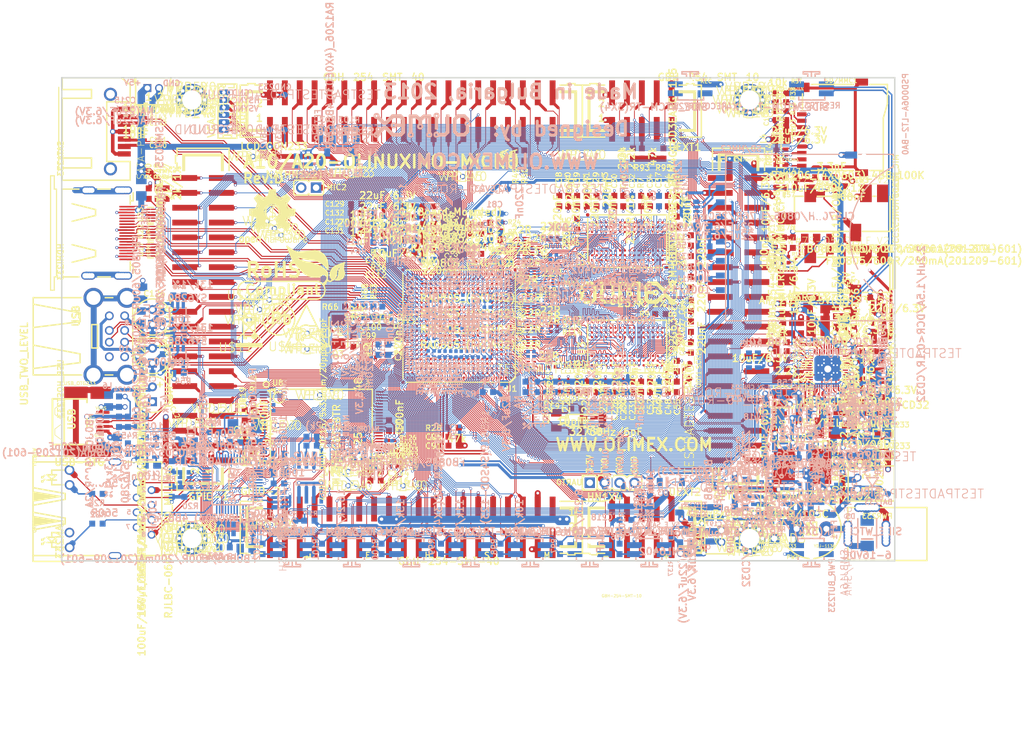
<source format=kicad_pcb>
(kicad_pcb (version 4) (host pcbnew "(2015-08-25 BZR 6127)-product")
  (layers (0 Top signal) (1 Route2 signal) (2 Route15 signal) (31 Bottom signal) (34 B.Paste user) (35 F.Paste user) (36 B.SilkS user) (37 F.SilkS user) (38 B.Mask user) (39 F.Mask user) (44 Edge.Cuts user))
  (net 0 "")
  (net 1 GND)
  (net 2 VCC)
  (net 3 V+)
  (net 4 XTALI)
  (net 5 XTALO)
  (net 6 SD_VCC)
  (net 7 VCC/2)
  (net 8 VCCINT)
  (net 9 XTALI1)
  (net 10 XTALO1)
  (net 11 SD0-D1)
  (net 12 SD0-D0)
  (net 13 SD0-CLK)
  (net 14 SD0-CMD)
  (net 15 SD0-D3)
  (net 16 SD0-D2)
  (net 17 SD0-DET#)
  (net 18 N$58)
  (net 19 /+5V)
  (net 20 /VCC/2)
  (net 21 /VCCINT)
  (net 22 /V+)
  (net 23 /VDD)
  (net 24 /VPP)
  (net 25 /VCC)
  (net 26 /+15V)
  (net 27 /N$24)
  (net 28 /GND)
  (net 29 /+24V)
  (net 30 /CPU-REF)
  (net 31 /N$197)
  (net 32 /DDR_VREF)
  (net 33 /SD_VCC1)
  (net 34 /N$21)
  (net 35 /N$67)
  (net 36 /XTALI1)
  (net 37 /XTALO1)
  (net 38 /N$55)
  (net 39 /N$56)
  (net 40 /LDO3_2.8V)
  (net 41 /LDO4_2.8V)
  (net 42 /N$124)
  (net 43 /RESET_N)
  (net 44 /N$32)
  (net 45 /N$47)
  (net 46 /N$33)
  (net 47 /N$86)
  (net 48 /N$116)
  (net 49 /XTALI)
  (net 50 /XTALO)
  (net 51 /VDD_RTC)
  (net 52 /SD_VCC)
  (net 53 /N$85)
  (net 54 /N$115)
  (net 55 /N$121)
  (net 56 /MICM)
  (net 57 /N$133)
  (net 58 /GNDA)
  (net 59 /N$176)
  (net 60 /N$122)
  (net 61 /N$20)
  (net 62 /N$1)
  (net 63 /USB0-VBUSDET)
  (net 64 /N$100)
  (net 65 /+5V_OTG_PWR)
  (net 66 /N$192)
  (net 67 /TPX1)
  (net 68 /TPX2)
  (net 69 /N$111)
  (net 70 /TPY1)
  (net 71 /TPY2)
  (net 72 /N$102)
  (net 73 /N$195)
  (net 74 /N$194)
  (net 75 /N$105)
  (net 76 /SATA-TXP)
  (net 77 /N$106)
  (net 78 /SATA-TXM)
  (net 79 /N$112)
  (net 80 /SATA-RXM)
  (net 81 /N$113)
  (net 82 /SATA-RXP)
  (net 83 /N$114)
  (net 84 /N$14)
  (net 85 /IPSOUT)
  (net 86 /N$9)
  (net 87 /N$187)
  (net 88 /VMIC)
  (net 89 /N$134)
  (net 90 /N$128)
  (net 91 /N$79)
  (net 92 /N$80)
  (net 93 /N$78)
  (net 94 /N$135)
  (net 95 /N$16)
  (net 96 /MICIN1)
  (net 97 /VINT)
  (net 98 /N$191)
  (net 99 /N$44)
  (net 100 /N$34)
  (net 101 /N$196)
  (net 102 /N$132)
  (net 103 /N$35)
  (net 104 /N$28)
  (net 105 /TVIN0)
  (net 106 /N$139)
  (net 107 /TVIN1)
  (net 108 /N$222)
  (net 109 /TVIN2)
  (net 110 /TVIN3)
  (net 111 /N$221)
  (net 112 /N$220)
  (net 113 /N$42)
  (net 114 /N$19)
  (net 115 /N$223)
  (net 116 /N$46)
  (net 117 /N$50)
  (net 118 /N$60)
  (net 119 /N$61)
  (net 120 /N$31)
  (net 121 /N$36)
  (net 122 /N$23)
  (net 123 /N$66)
  (net 124 /N$17)
  (net 125 /LRADC0)
  (net 126 /N$43)
  (net 127 /N$10)
  (net 128 /N$7)
  (net 129 /UART0-RX)
  (net 130 /N$123)
  (net 131 /ENTER_BUT)
  (net 132 /ESC_BUT)
  (net 133 /VGA_VSYNC)
  (net 134 /N$11)
  (net 135 /VGA_HSYNC)
  (net 136 /N$27)
  (net 137 /N$18)
  (net 138 /HDMI_5V_SOURCE)
  (net 139 /PG0)
  (net 140 /VOL+_BUT)
  (net 141 /PG1)
  (net 142 /VOL-_BUT)
  (net 143 /PG2)
  (net 144 /MENU_BUT)
  (net 145 /PG3)
  (net 146 /SEARCH_BUT)
  (net 147 /PG4)
  (net 148 /HOME_BUT)
  (net 149 /PG5)
  (net 150 /PG6)
  (net 151 /PG7)
  (net 152 /TVOUT3)
  (net 153 /PG8)
  (net 154 /PG9)
  (net 155 /PG10)
  (net 156 /PG11)
  (net 157 /LINEINR)
  (net 158 /LINEINL)
  (net 159 /VGA-G)
  (net 160 /FMINR)
  (net 161 /VGA-B)
  (net 162 /FMINL)
  (net 163 /VGA-R)
  (net 164 /MIC1OUTP)
  (net 165 /LRADC1)
  (net 166 /MIC1OUTN)
  (net 167 /TWI0-SCK)
  (net 168 /PE0)
  (net 169 /TWI0-SDA)
  (net 170 /PE1)
  (net 171 /PI0)
  (net 172 /PE2)
  (net 173 /PI1)
  (net 174 /PE3)
  (net 175 /PI2)
  (net 176 /PE4)
  (net 177 /PI3)
  (net 178 /PE5)
  (net 179 /PI10)
  (net 180 /PE6)
  (net 181 /PI11)
  (net 182 /PE7)
  (net 183 /PC3/NCE1)
  (net 184 /PE8)
  (net 185 /PC7/NRB1)
  (net 186 /PE9)
  (net 187 /PC16)
  (net 188 /PE10)
  (net 189 /PC17)
  (net 190 /PE11)
  (net 191 /PC18)
  (net 192 /PI14)
  (net 193 /PC23)
  (net 194 /PI15)
  (net 195 /PC24/NQS)
  (net 196 /GPIO1)
  (net 197 /UART0-TX)
  (net 198 /GPIO2)
  (net 199 /NMI_N)
  (net 200 /GPIO3)
  (net 201 /PH0)
  (net 202 /PB3)
  (net 203 /PH2/LED)
  (net 204 /PB4)
  (net 205 /PH7)
  (net 206 /PB5)
  (net 207 /PH9)
  (net 208 /PB6)
  (net 209 /PH10)
  (net 210 /PB7)
  (net 211 /PH11/SDC3-DET#)
  (net 212 /PB8/SATA-PWR-EN)
  (net 213 /PH12)
  (net 214 /PB10)
  (net 215 /PH13)
  (net 216 /PB11)
  (net 217 /PH14)
  (net 218 /PB12)
  (net 219 /PH15)
  (net 220 /PB13)
  (net 221 /PH16)
  (net 222 /PB14)
  (net 223 /PH17)
  (net 224 /PB15)
  (net 225 /PH18)
  (net 226 /PB16)
  (net 227 /PH19)
  (net 228 /PB17)
  (net 229 /PH20)
  (net 230 /PH24)
  (net 231 /PH21)
  (net 232 /PH25)
  (net 233 /PH22)
  (net 234 /PH26)
  (net 235 /PH23)
  (net 236 /PH27)
  (net 237 /HTX2P)
  (net 238 /HTX2N)
  (net 239 /HTX1P)
  (net 240 /HTX1N)
  (net 241 /HTX0P)
  (net 242 /HTX0N)
  (net 243 /HTXCP)
  (net 244 /HTXCN)
  (net 245 /HCEC)
  (net 246 "Net-(HDMI233-Pad14)")
  (net 247 /HSCL)
  (net 248 /HSDA)
  (net 249 /HHPD)
  (net 250 "Net-(HEADPHONES233-Pad1)")
  (net 251 /N$22)
  (net 252 /N$25)
  (net 253 /N$26)
  (net 254 "Net-(HEADPHONES233-Pad4)")
  (net 255 /N$266)
  (net 256 /N$193)
  (net 257 /N$127)
  (net 258 /N$130)
  (net 259 /N$131)
  (net 260 /HPOUTR)
  (net 261 /HPOUTL)
  (net 262 /HPCOM)
  (net 263 /N$8)
  (net 264 /N$64)
  (net 265 /N$39)
  (net 266 /N$41)
  (net 267 /N$40)
  (net 268 "Net-(LAN233-Pad6)")
  (net 269 /N$45)
  (net 270 /N$57)
  (net 271 /N$54)
  (net 272 /N$53)
  (net 273 /LCD_D16)
  (net 274 /LCD_D17)
  (net 275 /LCD_D18)
  (net 276 /LCD_D19)
  (net 277 /LCD_D20)
  (net 278 /LCD_D21)
  (net 279 /LCD_D22)
  (net 280 /LCD_D23)
  (net 281 /LCD_D8)
  (net 282 /LCD_D9)
  (net 283 /LCD_D10)
  (net 284 /LCD_D11)
  (net 285 /LCD_D12)
  (net 286 /LCD_D13)
  (net 287 /LCD_D14)
  (net 288 /LCD_D15)
  (net 289 /LCD_D0)
  (net 290 /LCD_D1)
  (net 291 /LCD_D2)
  (net 292 /LCD_D3)
  (net 293 /LCD_D4)
  (net 294 /LCD_D5)
  (net 295 /LCD_D6)
  (net 296 /LCD_D7)
  (net 297 /LCD_HSYNC)
  (net 298 /LCD_VSYNC)
  (net 299 /LCD_CLK)
  (net 300 /LCD_DE)
  (net 301 /N$229)
  (net 302 /N$230)
  (net 303 /LCD_PWR)
  (net 304 /PB2/PWM0)
  (net 305 /N$231)
  (net 306 /MICIN2)
  (net 307 "Net-(MIC_IN233-Pad1)")
  (net 308 "Net-(MIC_IN233-Pad4)")
  (net 309 /N$232)
  (net 310 /NCE0)
  (net 311 /ODT1)
  (net 312 /N$38)
  (net 313 /N$129)
  (net 314 /DDR3_RST)
  (net 315 /N$3)
  (net 316 /N$5)
  (net 317 /SDC3-CMD)
  (net 318 /SDC3-D3)
  (net 319 /SRST)
  (net 320 /TWI1-SCK)
  (net 321 /TWI1-SDA)
  (net 322 /DDR3_ODT)
  (net 323 /ODT0)
  (net 324 /N$2)
  (net 325 /NRB0)
  (net 326 /N$6)
  (net 327 /N$68)
  (net 328 /N$84)
  (net 329 /EPHY-RST#)
  (net 330 /SD0-D3)
  (net 331 /SD0-CMD)
  (net 332 /N$58)
  (net 333 /N$190)
  (net 334 /N$161)
  (net 335 /USB0-DRV)
  (net 336 /N$99)
  (net 337 /USB1-DRV)
  (net 338 /N$101)
  (net 339 /USB0-IDDET)
  (net 340 /USB2-DRV)
  (net 341 /N$137)
  (net 342 /N$125)
  (net 343 /N$119)
  (net 344 /N$4)
  (net 345 /N$120)
  (net 346 /N$140)
  (net 347 /N$37)
  (net 348 /N$62)
  (net 349 /SPI1-CS0)
  (net 350 /N$126)
  (net 351 /TWI2-SCK)
  (net 352 /TWI2-SDA)
  (net 353 /SPI2-CS0)
  (net 354 /SDQS0)
  (net 355 /DDR3_SDQS0)
  (net 356 /SDQS0_N)
  (net 357 /DDR3_SDQS0#)
  (net 358 /SDQS1)
  (net 359 /DDR3_SDQS1)
  (net 360 /SDQS1_N)
  (net 361 /DDR3_SDQS1#)
  (net 362 /SDQM0)
  (net 363 /DDR3_SDQM0)
  (net 364 /SDQM1)
  (net 365 /DDR3_SDQM1)
  (net 366 /SDQM2)
  (net 367 /DDR3_SDQM2)
  (net 368 /SDQM3)
  (net 369 /DDR3_SDQM3)
  (net 370 /SDQS2)
  (net 371 /DDR3_SDQS2)
  (net 372 /SDQS2_N)
  (net 373 /DDR3_SDQS2#)
  (net 374 /SDQS3)
  (net 375 /DDR3_SDQS3)
  (net 376 /SDQS3_N)
  (net 377 /DDR3_SDQS3#)
  (net 378 /CLK)
  (net 379 /SCK)
  (net 380 /CLKN)
  (net 381 /SCK#)
  (net 382 /N$12)
  (net 383 /NDQ0)
  (net 384 /TSD_D0)
  (net 385 /NDQ1)
  (net 386 /TSD_D1)
  (net 387 /NDQ2)
  (net 388 /TSD_D2)
  (net 389 /NDQ3)
  (net 390 /TSD_D3)
  (net 391 /TSD_CLK)
  (net 392 /TSD_CMD)
  (net 393 /NAND_DQS)
  (net 394 /NRBO/NRB1)
  (net 395 /UBOOT_SEL)
  (net 396 /DQ7)
  (net 397 /SDQ7)
  (net 398 /DQ0)
  (net 399 /SDQ0)
  (net 400 /SDQ5)
  (net 401 /DQ5)
  (net 402 /SDQ2)
  (net 403 /DQ2)
  (net 404 /DQ6)
  (net 405 /SDQ6)
  (net 406 /DQ1)
  (net 407 /SDQ1)
  (net 408 /SDQ4)
  (net 409 /DQ4)
  (net 410 /SDQ3)
  (net 411 /DQ3)
  (net 412 /DQ15)
  (net 413 /SDQ15)
  (net 414 /DQ8)
  (net 415 /SDQ8)
  (net 416 /SDQ13)
  (net 417 /DQ13)
  (net 418 /SDQ10)
  (net 419 /DQ10)
  (net 420 /DQ14)
  (net 421 /SDQ14)
  (net 422 /DQ9)
  (net 423 /SDQ9)
  (net 424 /SDQ12)
  (net 425 /DQ12)
  (net 426 /SDQ11)
  (net 427 /DQ11)
  (net 428 /DQ23)
  (net 429 /SDQ23)
  (net 430 /DQ16)
  (net 431 /SDQ16)
  (net 432 /SDQ21)
  (net 433 /DQ21)
  (net 434 /SDQ18)
  (net 435 /DQ18)
  (net 436 /DQ22)
  (net 437 /SDQ22)
  (net 438 /DQ17)
  (net 439 /SDQ17)
  (net 440 /SDQ20)
  (net 441 /DQ20)
  (net 442 /SDQ19)
  (net 443 /DQ19)
  (net 444 /DQ31)
  (net 445 /SDQ31)
  (net 446 /DQ24)
  (net 447 /SDQ24)
  (net 448 /SDQ29)
  (net 449 /DQ29)
  (net 450 /SDQ26)
  (net 451 /DQ26)
  (net 452 /DQ30)
  (net 453 /SDQ30)
  (net 454 /DQ25)
  (net 455 /SDQ25)
  (net 456 /SDQ28)
  (net 457 /DQ28)
  (net 458 /SDQ27)
  (net 459 /DQ27)
  (net 460 /N$49)
  (net 461 /N$51)
  (net 462 /EMDIO)
  (net 463 /N$13)
  (net 464 /SD0-D2)
  (net 465 /SD0-D0)
  (net 466 /SD0-DET#)
  (net 467 /SD0-D1)
  (net 468 /SDC3-D1)
  (net 469 /SDC3-D0)
  (net 470 /SDC3-D2)
  (net 471 /DDR3_SA13)
  (net 472 /SA13)
  (net 473 /DDR3_SA4)
  (net 474 /SA4)
  (net 475 /SA15)
  (net 476 /DDR3_SA15)
  (net 477 /SA8)
  (net 478 /DDR3_SA8)
  (net 479 /DDR3_SCS0)
  (net 480 /SCS0)
  (net 481 /DDR3_SA6)
  (net 482 /SA6)
  (net 483 /SA0)
  (net 484 /DDR3_SA0)
  (net 485 /SA11)
  (net 486 /DDR3_SA11)
  (net 487 /DDR3_SWE)
  (net 488 /WEN)
  (net 489 /DDR3_SRAS)
  (net 490 /RASN)
  (net 491 /SA2)
  (net 492 /DDR3_SA2)
  (net 493 /CASN)
  (net 494 /DDR3_SCAS)
  (net 495 /DDR3_SA12)
  (net 496 /SA12)
  (net 497 /DDR3_SA9)
  (net 498 /SA9)
  (net 499 /SA1)
  (net 500 /DDR3_SA1)
  (net 501 /SA14)
  (net 502 /DDR3_SA14)
  (net 503 /DDR3_SA7)
  (net 504 /SA7)
  (net 505 /DDR3_SA3)
  (net 506 /SA3)
  (net 507 /SA5)
  (net 508 /DDR3_SA5)
  (net 509 /CKE)
  (net 510 /SCKE0)
  (net 511 /DDR3_SBA0)
  (net 512 /BA0)
  (net 513 /DDR3_SBA2)
  (net 514 /BA2)
  (net 515 /BA1)
  (net 516 /DDR3_SBA1)
  (net 517 /SA10)
  (net 518 /DDR3_SA10)
  (net 519 /SCKE1)
  (net 520 /SDC3-CLK)
  (net 521 /UART6-TX)
  (net 522 /ERXD3)
  (net 523 /ERXD1)
  (net 524 /ETXD3)
  (net 525 /ETXD1)
  (net 526 /ERXCK)
  (net 527 /ERXDV)
  (net 528 /ETXCK)
  (net 529 /ECOL)
  (net 530 /SPI1-MISO)
  (net 531 /UART6-RX)
  (net 532 /ERXD2)
  (net 533 /ERXD0)
  (net 534 /ETXD2)
  (net 535 /ETXD0)
  (net 536 /ERXERR)
  (net 537 /EMDC)
  (net 538 /ETXEN)
  (net 539 /ECRS)
  (net 540 /UART7-RX)
  (net 541 /UART7-TX)
  (net 542 /SPI1-MOSI)
  (net 543 /SPI1-CLK)
  (net 544 /NDQ7)
  (net 545 /NDQ6)
  (net 546 /NDQ5)
  (net 547 /NDQ4)
  (net 548 /SPI2-MISO)
  (net 549 /SPI2-MOSI)
  (net 550 /SPI2-CLK)
  (net 551 /NRE)
  (net 552 /SD0-CLK)
  (net 553 /NCLE)
  (net 554 /NALE)
  (net 555 /NWE)
  (net 556 /ADBG)
  (net 557 /UDM0)
  (net 558 /UDP0)
  (net 559 /SDBG0)
  (net 560 "Net-(U1-PadP19)")
  (net 561 /UDM1)
  (net 562 /UDP1)
  (net 563 /SDBG1)
  (net 564 "Net-(U1-PadR16)")
  (net 565 "Net-(U1-PadR19)")
  (net 566 /UDM2)
  (net 567 /UDP2)
  (net 568 "Net-(U1-PadT15)")
  (net 569 "Net-(U2-PadJ1)")
  (net 570 "Net-(U2-PadJ9)")
  (net 571 "Net-(U2-PadL1)")
  (net 572 "Net-(U2-PadL9)")
  (net 573 "Net-(U3-PadJ1)")
  (net 574 "Net-(U3-PadJ9)")
  (net 575 "Net-(U3-PadL1)")
  (net 576 "Net-(U3-PadL9)")
  (net 577 "Net-(U7-Pad27)")
  (net 578 "Net-(U8-Pad3)")
  (net 579 "Net-(U8-Pad11)")
  (net 580 "Net-(U8-Pad14)")
  (net 581 "Net-(U8-Pad15)")
  (net 582 "Net-(U8-Pad20)")
  (net 583 "Net-(U8-Pad21)")
  (net 584 "Net-(U8-Pad22)")
  (net 585 /N$69)
  (net 586 "Net-(U12-PadN1)")
  (net 587 /EXTEN)
  (net 588 "Net-(U12-Pad29)")
  (net 589 "Net-(U12-Pad30)")
  (net 590 "Net-(U16-Pad6)")
  (net 591 /N$15)
  (module PWR_JACK_UNI_MILLING (layer Top) (at 211.6201 136.8806 180)
    (fp_text reference PWR233 (at -7.747 -2.286 360) (layer F.SilkS) (effects (font (size 0.86868 0.86868) (thickness 0.173736)) (justify left bottom mirror)))
    (fp_text value YDJ-1136 (at 2.095 -6.595 360) (layer F.SilkS) (effects (font (size 0.475 0.475) (thickness 0.095)) (justify right top)))
    (pad + thru_hole circle (at 0 -4.75 180) (size 1.5 1.5) (drill 1) (layers *.Cu *.Mask) (net 120 /N$31))
    (pad - thru_hole circle (at -6.5 -4.75 180) (size 1.5 1.5) (drill 1) (layers *.Cu *.Mask) (net 28 /GND))
    (pad -- thru_hole circle (at -3.3 -0.3 180) (size 1.5 1.5) (drill 1) (layers *.Cu *.Mask) (net 28 /GND))
    (pad -1 thru_hole circle (at -6.5 -5.25 180) (size 1.5 1.5) (drill 1) (layers *.Cu *.Mask))
    (pad -2 thru_hole circle (at -6.5 -5.75 180) (size 1.5 1.5) (drill 1) (layers *.Cu *.Mask))
    (pad -3 thru_hole circle (at -6.5 -4.25 180) (size 1.5 1.5) (drill 1) (layers *.Cu *.Mask))
    (pad -4 thru_hole circle (at -6.5 -3.75 180) (size 1.5 1.5) (drill 1) (layers *.Cu *.Mask))
    (pad -5 thru_hole circle (at -6.5 -6.25 180) (size 1.5 1.5) (drill 1) (layers *.Cu *.Mask))
    (pad -6 thru_hole circle (at -6.5 -3.25 180) (size 1.5 1.5) (drill 1) (layers *.Cu *.Mask))
    (pad +1 thru_hole circle (at 0 -5.25 180) (size 1.5 1.5) (drill 1) (layers *.Cu *.Mask))
    (pad +2 thru_hole circle (at 0 -5.75 180) (size 1.5 1.5) (drill 1) (layers *.Cu *.Mask))
    (pad +3 thru_hole circle (at 0 -6.25 180) (size 1.5 1.5) (drill 1) (layers *.Cu *.Mask))
    (pad +4 thru_hole circle (at 0 -4.25 180) (size 1.5 1.5) (drill 1) (layers *.Cu *.Mask))
    (pad +5 thru_hole circle (at 0 -3.75 180) (size 1.5 1.5) (drill 1) (layers *.Cu *.Mask))
    (pad +6 thru_hole circle (at 0 -3.25 180) (size 1.5 1.5) (drill 1) (layers *.Cu *.Mask))
    (pad --1 thru_hole circle (at -3.8 -0.3 180) (size 1.5 1.5) (drill 1) (layers *.Cu *.Mask))
    (pad --2 thru_hole circle (at -4.3 -0.3 180) (size 1.5 1.5) (drill 1) (layers *.Cu *.Mask))
    (pad --3 thru_hole circle (at -4.8 -0.3 180) (size 1.5 1.5) (drill 1) (layers *.Cu *.Mask))
    (pad --4 thru_hole circle (at -2.8 -0.3 180) (size 1.5 1.5) (drill 1) (layers *.Cu *.Mask))
    (pad --5 thru_hole circle (at -2.3 -0.3 180) (size 1.5 1.5) (drill 1) (layers *.Cu *.Mask))
    (pad --6 thru_hole circle (at -1.8 -0.3 180) (size 1.5 1.5) (drill 1) (layers *.Cu *.Mask))
  )
  (module TEST_PAD40%2f70%2fSQUARE (layer Top) (at 199.0471 142.4686)
    (fp_text reference GND_PIN233 (at -1.6198 1.6412) (layer F.SilkS) (effects (font (size 0.57912 0.57912) (thickness 0.115824)) (justify left bottom)))
    (fp_text value TESTPAD3 (at 0 0) (layer F.SilkS))
    (pad P$1 thru_hole rect (at 0 0) (size 1.778 1.778) (drill 1.016) (layers *.Cu *.Mask) (net 28 /GND))
  )
  (module C0603_DWS (layer Top) (at 127.1651 108.8136 90)
    (fp_text reference C99 (at 0.381 1.016 360) (layer F.SilkS) (effects (font (size 0.9652 0.9652) (thickness 0.19304)) (justify left bottom)))
    (fp_text value 33pF (at -6.13 2.16 90) (layer F.SilkS) (effects (font (size 0.475 0.475) (thickness 0.095)) (justify right top)))
    (pad 1 smd rect (at -0.889 0 90) (size 1.016 1.016) (layers Top F.Paste F.Mask) (net 28 /GND))
    (pad 2 smd rect (at 0.889 0 90) (size 1.016 1.016) (layers Top F.Paste F.Mask) (net 49 /XTALI))
  )
  (module C0603_DWS (layer Top) (at 127.1651 105.5116 270)
    (fp_text reference C100 (at 1.397 -1.016 360) (layer F.SilkS) (effects (font (size 0.9652 0.9652) (thickness 0.19304)) (justify left bottom)))
    (fp_text value 33pF (at 2.53 -0.56 450) (layer F.SilkS) (effects (font (size 0.475 0.475) (thickness 0.095)) (justify right top)))
    (pad 1 smd rect (at -0.889 0 270) (size 1.016 1.016) (layers Top F.Paste F.Mask) (net 28 /GND))
    (pad 2 smd rect (at 0.889 0 270) (size 1.016 1.016) (layers Top F.Paste F.Mask) (net 50 /XTALO))
  )
  (module C0603_DWS (layer Top) (at 144.3101 126.5936 180)
    (fp_text reference C91 (at 1.905 0.508 360) (layer F.SilkS) (effects (font (size 0.9652 0.9652) (thickness 0.19304)) (justify right top)))
    (fp_text value 1uF (at 3.44 2.27 450) (layer F.SilkS) (effects (font (size 0.475 0.475) (thickness 0.095)) (justify right top)))
    (pad 1 smd rect (at -0.889 0 180) (size 1.016 1.016) (layers Top F.Paste F.Mask) (net 28 /GND))
    (pad 2 smd rect (at 0.889 0 180) (size 1.016 1.016) (layers Top F.Paste F.Mask) (net 43 /RESET_N))
  )
  (module C0603_DWS (layer Top) (at 144.3101 125.0696 180)
    (fp_text reference C94 (at 1.905 0.508 360) (layer F.SilkS) (effects (font (size 0.9652 0.9652) (thickness 0.19304)) (justify right top)))
    (fp_text value 100nF (at 1.93 -0.06 360) (layer F.SilkS) (effects (font (size 0.475 0.475) (thickness 0.095)) (justify right top)))
    (pad 1 smd rect (at -0.889 0 180) (size 1.016 1.016) (layers Top F.Paste F.Mask) (net 28 /GND))
    (pad 2 smd rect (at 0.889 0 180) (size 1.016 1.016) (layers Top F.Paste F.Mask) (net 43 /RESET_N))
  )
  (module C0603_DWS (layer Top) (at 177.8381 84.8106 90)
    (fp_text reference C34 (at 2.032 0.508 90) (layer F.SilkS) (effects (font (size 0.86868 0.86868) (thickness 0.173736)) (justify left bottom)))
    (fp_text value 220nF (at 1.37 -1.44 90) (layer F.SilkS) (effects (font (size 0.475 0.475) (thickness 0.095)) (justify right top)))
    (pad 1 smd rect (at -0.889 0 90) (size 1.016 1.016) (layers Top F.Paste F.Mask) (net 28 /GND))
    (pad 2 smd rect (at 0.889 0 90) (size 1.016 1.016) (layers Top F.Paste F.Mask) (net 22 /V+))
  )
  (module C0603_DWS (layer Top) (at 182.4101 84.8106 270)
    (fp_text reference C33 (at -2.032 -0.508 450) (layer F.SilkS) (effects (font (size 0.86868 0.86868) (thickness 0.173736)) (justify left bottom)))
    (fp_text value 220nF (at -1.17 -0.96 450) (layer F.SilkS) (effects (font (size 0.475 0.475) (thickness 0.095)) (justify right top)))
    (pad 1 smd rect (at -0.889 0 270) (size 1.016 1.016) (layers Top F.Paste F.Mask) (net 28 /GND))
    (pad 2 smd rect (at 0.889 0 270) (size 1.016 1.016) (layers Top F.Paste F.Mask) (net 22 /V+))
  )
  (module C0603_DWS (layer Top) (at 174.7901 84.8106 90)
    (fp_text reference C32 (at 2.032 0.508 90) (layer F.SilkS) (effects (font (size 0.86868 0.86868) (thickness 0.173736)) (justify left bottom)))
    (fp_text value 220nF (at 0.97 2.06 90) (layer F.SilkS) (effects (font (size 0.475 0.475) (thickness 0.095)) (justify right top)))
    (pad 1 smd rect (at -0.889 0 90) (size 1.016 1.016) (layers Top F.Paste F.Mask) (net 28 /GND))
    (pad 2 smd rect (at 0.889 0 90) (size 1.016 1.016) (layers Top F.Paste F.Mask) (net 22 /V+))
  )
  (module C0603_DWS (layer Top) (at 184.8231 98.6536 270)
    (fp_text reference C31 (at 1.651 1.016 450) (layer F.SilkS) (effects (font (size 0.86868 0.86868) (thickness 0.173736)) (justify left bottom)))
    (fp_text value 220nF (at -1.63 0.66 450) (layer F.SilkS) (effects (font (size 0.475 0.475) (thickness 0.095)) (justify left bottom)))
    (pad 1 smd rect (at -0.889 0 270) (size 1.016 1.016) (layers Top F.Paste F.Mask) (net 28 /GND))
    (pad 2 smd rect (at 0.889 0 270) (size 1.016 1.016) (layers Top F.Paste F.Mask) (net 22 /V+))
  )
  (module C0603_DWS (layer Top) (at 171.7421 84.8106 90)
    (fp_text reference C30 (at 2.032 0.508 90) (layer F.SilkS) (effects (font (size 0.86868 0.86868) (thickness 0.173736)) (justify left bottom)))
    (fp_text value 220nF (at -1.63 -0.84 90) (layer F.SilkS) (effects (font (size 0.475 0.475) (thickness 0.095)) (justify right top)))
    (pad 1 smd rect (at -0.889 0 90) (size 1.016 1.016) (layers Top F.Paste F.Mask) (net 28 /GND))
    (pad 2 smd rect (at 0.889 0 90) (size 1.016 1.016) (layers Top F.Paste F.Mask) (net 22 /V+))
  )
  (module R0603_5MIL_DWS (layer Top) (at 200.1901 69.4436 180)
    (fp_text reference R30 (at -2.54 -0.7874 450) (layer F.SilkS) (effects (font (size 0.77216 0.77216) (thickness 0.154432)) (justify left bottom)))
    (fp_text value 10k (at -0.839 -0.843 360) (layer F.SilkS) (effects (font (size 0.475 0.475) (thickness 0.095)) (justify right top)))
    (pad 1 smd rect (at -0.889 0 180) (size 1.016 1.016) (layers Top F.Paste F.Mask) (net 331 /SD0-CMD))
    (pad 2 smd rect (at 0.889 0 180) (size 1.016 1.016) (layers Top F.Paste F.Mask) (net 25 /VCC))
  )
  (module L0805_5MIL_DWS (layer Top) (at 200.1901 74.2696)
    (fp_text reference L4 (at -2.413 0.8636 90) (layer F.SilkS) (effects (font (size 0.9652 0.9652) (thickness 0.19304)) (justify left bottom)))
    (fp_text value CL470nH/0805/1.76R/250mA (at -7.962 3.786) (layer F.SilkS) (effects (font (size 0.475 0.475) (thickness 0.095)) (justify left bottom)))
    (pad 1 smd rect (at -1.016 0) (size 1.27 1.524) (layers Top F.Paste F.Mask) (net 25 /VCC))
    (pad 2 smd rect (at 1.016 0) (size 1.27 1.524) (layers Top F.Paste F.Mask) (net 52 /SD_VCC))
  )
  (module R0603_5MIL_DWS (layer Top) (at 200.1901 67.9196 180)
    (fp_text reference R29 (at 2.032 -1.0414 450) (layer F.SilkS) (effects (font (size 0.77216 0.77216) (thickness 0.154432)) (justify left bottom)))
    (fp_text value 100k/1% (at -0.611 1.968 360) (layer F.SilkS) (effects (font (size 0.475 0.475) (thickness 0.095)) (justify left bottom)))
    (pad 1 smd rect (at -0.889 0 180) (size 1.016 1.016) (layers Top F.Paste F.Mask) (net 330 /SD0-D3))
    (pad 2 smd rect (at 0.889 0 180) (size 1.016 1.016) (layers Top F.Paste F.Mask) (net 25 /VCC))
  )
  (module R0603_5MIL_DWS (layer Bottom) (at 171.1071 136.1186 270)
    (fp_text reference R84 (at -1.651 1.143 450) (layer B.SilkS) (effects (font (size 0.9652 0.9652) (thickness 0.19304)) (justify right top mirror)))
    (fp_text value 47k (at 1.86 0.57 540) (layer B.SilkS) (effects (font (size 0.475 0.475) (thickness 0.095)) (justify right top mirror)))
    (pad 1 smd rect (at -0.889 0 270) (size 1.016 1.016) (layers Bottom B.Paste B.Mask) (net 349 /SPI1-CS0))
    (pad 2 smd rect (at 0.889 0 270) (size 1.016 1.016) (layers Bottom B.Paste B.Mask) (net 25 /VCC))
  )
  (module ML10_S (layer Top) (at 176.4411 140.5636 180)
    (fp_text reference UEXT2 (at -10.287 6.731 360) (layer F.SilkS) (effects (font (size 1.2065 1.2065) (thickness 0.2413)) (justify right top)))
    (fp_text value GBH-254-SMT-10 (at -0.0254 -11.43 360) (layer F.SilkS) (effects (font (size 0.475 0.475) (thickness 0.095)) (justify right top)))
    (fp_text user 1 (at -7.62 1.905 180) (layer F.SilkS) (effects (font (size 1.2065 1.2065) (thickness 0.254)) (justify left bottom)))
    (fp_text user 2 (at -7.62 -0.635 180) (layer F.SilkS) (effects (font (size 1.2065 1.2065) (thickness 0.254)) (justify left bottom)))
    (pad 1 smd rect (at -5.08 3.125 270) (size 4.25 1) (layers Top F.Paste F.Mask) (net 25 /VCC))
    (pad 2 smd rect (at -5.08 -3.125 270) (size 4.25 1) (layers Top F.Paste F.Mask) (net 28 /GND))
    (pad 3 smd rect (at -2.54 3.125 270) (size 4.25 1) (layers Top F.Paste F.Mask) (net 541 /UART7-TX))
    (pad 4 smd rect (at -2.54 -3.125 270) (size 4.25 1) (layers Top F.Paste F.Mask) (net 540 /UART7-RX))
    (pad 5 smd rect (at 0 3.125 270) (size 4.25 1) (layers Top F.Paste F.Mask) (net 320 /TWI1-SCK))
    (pad 6 smd rect (at 0 -3.125 270) (size 4.25 1) (layers Top F.Paste F.Mask) (net 321 /TWI1-SDA))
    (pad 7 smd rect (at 2.54 3.125 270) (size 4.25 1) (layers Top F.Paste F.Mask) (net 530 /SPI1-MISO))
    (pad 8 smd rect (at 2.54 -3.125 270) (size 4.25 1) (layers Top F.Paste F.Mask) (net 542 /SPI1-MOSI))
    (pad 9 smd rect (at 5.08 3.125 270) (size 4.25 1) (layers Top F.Paste F.Mask) (net 543 /SPI1-CLK))
    (pad 10 smd rect (at 5.08 -3.125 270) (size 4.25 1) (layers Top F.Paste F.Mask) (net 349 /SPI1-CS0))
  )
  (module R0603_5MIL_DWS (layer Bottom) (at 177.8381 136.1186 270)
    (fp_text reference R83 (at -1.905 0.381 450) (layer B.SilkS) (effects (font (size 0.9652 0.9652) (thickness 0.19304)) (justify left bottom mirror)))
    (fp_text value 2.2k (at 1.67 -2.36 450) (layer B.SilkS) (effects (font (size 0.475 0.475) (thickness 0.095)) (justify left bottom mirror)))
    (pad 1 smd rect (at -0.889 0 270) (size 1.016 1.016) (layers Bottom B.Paste B.Mask) (net 321 /TWI1-SDA))
    (pad 2 smd rect (at 0.889 0 270) (size 1.016 1.016) (layers Bottom B.Paste B.Mask) (net 25 /VCC))
  )
  (module R0603_5MIL_DWS (layer Bottom) (at 176.3141 136.1186 270)
    (fp_text reference R82 (at -1.905 0.127 450) (layer B.SilkS) (effects (font (size 0.9652 0.9652) (thickness 0.19304)) (justify left bottom mirror)))
    (fp_text value 2.2k (at 1.96 0.47 540) (layer B.SilkS) (effects (font (size 0.475 0.475) (thickness 0.095)) (justify right top mirror)))
    (pad 1 smd rect (at -0.889 0 270) (size 1.016 1.016) (layers Bottom B.Paste B.Mask) (net 320 /TWI1-SCK))
    (pad 2 smd rect (at 0.889 0 270) (size 1.016 1.016) (layers Bottom B.Paste B.Mask) (net 25 /VCC))
  )
  (module PB (layer Top) (at 114.4651 105.0036)
    (fp_text reference U$9 (at 0 0) (layer F.SilkS))
    (fp_text value "" (at 0 0) (layer F.SilkS))
    (fp_text user Pb (at -1.7 1.027) (layer F.SilkS) (effects (font (size 1.9304 1.9304) (thickness 0.4064)) (justify left bottom)))
  )
  (module ESD_SYMBOL (layer Top) (at 115.6081 109.7026)
    (fp_text reference U$10 (at 0 0) (layer F.SilkS))
    (fp_text value "" (at 0 0) (layer F.SilkS))
  )
  (module RECYCLE_BIN1%2f8 (layer Top) (at 107.0991 109.8296)
    (fp_text reference U$11 (at 0 0) (layer F.SilkS))
    (fp_text value "" (at 0 0) (layer F.SilkS))
  )
  (module ROHS (layer Top) (at 108.4961 100.9396)
    (fp_text reference U$12 (at 0 0) (layer F.SilkS))
    (fp_text value "" (at 0 0) (layer F.SilkS))
    (fp_text user RoHS (at 0 -2.921) (layer F.SilkS) (effects (font (size 2.413 2.413) (thickness 0.508)) (justify left bottom)))
    (fp_text user Compliant (at 0 0) (layer F.SilkS) (effects (font (size 1.6891 1.6891) (thickness 0.3556)) (justify left bottom)))
  )
  (module OLIMEX1_V (layer Top) (at 183.4261 102.7176)
    (fp_text reference U$8 (at 0 0) (layer F.SilkS))
    (fp_text value "" (at 0 0) (layer F.SilkS))
  )
  (module DW02R (layer Top) (at 213.2711 133.0706 90)
    (fp_text reference LIPO_BAT233 (at -3.683 -3.175 90) (layer F.SilkS) (effects (font (size 0.9652 0.9652) (thickness 0.19304)) (justify left bottom)))
    (fp_text value DW02R (at -3.175 4.445 90) (layer F.SilkS) (effects (font (size 1.2065 1.2065) (thickness 0.2413)) (justify left bottom)))
    (fp_text user 1 (at -1.5 2.25 90) (layer F.SilkS) (effects (font (size 1.2065 1.2065) (thickness 0.254)) (justify left bottom)))
    (fp_text user 2 (at 0.5 2.25 90) (layer F.SilkS) (effects (font (size 1.2065 1.2065) (thickness 0.254)) (justify left bottom)))
    (pad 1 thru_hole rect (at -1 0 90) (size 1.35 1.35) (drill 0.9) (layers *.Cu *.Mask) (net 29 /+24V))
    (pad 2 thru_hole circle (at 1 0 90) (size 1.35 1.35) (drill 0.9) (layers *.Cu *.Mask) (net 28 /GND))
  )
  (module C0603_DWS (layer Top) (at 168.6941 84.8106 90)
    (fp_text reference C29 (at 2.032 0.508 90) (layer F.SilkS) (effects (font (size 0.9652 0.9652) (thickness 0.19304)) (justify left bottom)))
    (fp_text value 220nF (at -1.27 2.54 90) (layer F.SilkS) (effects (font (size 1.2065 1.2065) (thickness 0.2413)) (justify left bottom)))
    (pad 1 smd rect (at -0.889 0 90) (size 1.016 1.016) (layers Top F.Paste F.Mask) (net 28 /GND))
    (pad 2 smd rect (at 0.889 0 90) (size 1.016 1.016) (layers Top F.Paste F.Mask) (net 22 /V+))
  )
  (module R0603_5MIL_DWS (layer Bottom) (at 174.0281 116.5606 90)
    (fp_text reference R8 (at -1.905 0.508 90) (layer B.SilkS) (effects (font (size 0.9652 0.9652) (thickness 0.19304)) (justify right top mirror)))
    (fp_text value 2k/1% (at -1.27 -2.54 90) (layer B.SilkS) (effects (font (size 1.2065 1.2065) (thickness 0.2413)) (justify left bottom mirror)))
    (pad 1 smd rect (at -0.889 0 90) (size 1.016 1.016) (layers Bottom B.Paste B.Mask) (net 28 /GND))
    (pad 2 smd rect (at 0.889 0 90) (size 1.016 1.016) (layers Bottom B.Paste B.Mask) (net 32 /DDR_VREF))
  )
  (module R0603_5MIL_DWS (layer Bottom) (at 169.4561 116.5606 270)
    (fp_text reference R6 (at 1.905 -0.508 450) (layer B.SilkS) (effects (font (size 0.9652 0.9652) (thickness 0.19304)) (justify right top mirror)))
    (fp_text value 2k/1% (at -1.27 -2.54 450) (layer B.SilkS) (effects (font (size 1.2065 1.2065) (thickness 0.2413)) (justify right top mirror)))
    (pad 1 smd rect (at -0.889 0 270) (size 1.016 1.016) (layers Bottom B.Paste B.Mask) (net 32 /DDR_VREF))
    (pad 2 smd rect (at 0.889 0 270) (size 1.016 1.016) (layers Bottom B.Paste B.Mask) (net 22 /V+))
  )
  (module C0603_DWS (layer Bottom) (at 170.9801 116.5606 90)
    (fp_text reference C17 (at -1.905 0.508 90) (layer B.SilkS) (effects (font (size 0.9652 0.9652) (thickness 0.19304)) (justify right top mirror)))
    (fp_text value 220nF (at -1.27 -2.54 90) (layer B.SilkS) (effects (font (size 1.2065 1.2065) (thickness 0.2413)) (justify left bottom mirror)))
    (pad 1 smd rect (at -0.889 0 90) (size 1.016 1.016) (layers Bottom B.Paste B.Mask) (net 22 /V+))
    (pad 2 smd rect (at 0.889 0 90) (size 1.016 1.016) (layers Bottom B.Paste B.Mask) (net 32 /DDR_VREF))
  )
  (module C0603_DWS (layer Bottom) (at 172.5041 116.5606 90)
    (fp_text reference C35 (at -1.905 0.508 90) (layer B.SilkS) (effects (font (size 0.9652 0.9652) (thickness 0.19304)) (justify right top mirror)))
    (fp_text value 220nF (at -1.27 -2.54 90) (layer B.SilkS) (effects (font (size 1.2065 1.2065) (thickness 0.2413)) (justify left bottom mirror)))
    (pad 1 smd rect (at -0.889 0 90) (size 1.016 1.016) (layers Bottom B.Paste B.Mask) (net 28 /GND))
    (pad 2 smd rect (at 0.889 0 90) (size 1.016 1.016) (layers Bottom B.Paste B.Mask) (net 32 /DDR_VREF))
  )
  (module R_MATRIX_4 (layer Top) (at 200.1901 77.3176)
    (fp_text reference RM14 (at -1.397 1.651 90) (layer F.SilkS) (effects (font (size 0.9652 0.9652) (thickness 0.19304)) (justify left bottom)))
    (fp_text value "RA1206_(4X0603)_4B8_100K" (at -1.905 3.81) (layer F.SilkS) (effects (font (size 1.2065 1.2065) (thickness 0.2413)) (justify left bottom)))
    (pad 1.1 smd rect (at -0.762 -1.27) (size 1.016 0.762) (layers Top F.Paste F.Mask) (net 25 /VCC))
    (pad 1.2 smd rect (at 0.762 -1.27) (size 1.016 0.762) (layers Top F.Paste F.Mask) (net 464 /SD0-D2))
    (pad 2.1 smd rect (at -0.762 -0.381) (size 1.016 0.508) (layers Top F.Paste F.Mask) (net 25 /VCC))
    (pad 2.2 smd rect (at 0.762 -0.381) (size 1.016 0.508) (layers Top F.Paste F.Mask) (net 465 /SD0-D0))
    (pad 4.2 smd rect (at 0.762 1.27 180) (size 1.016 0.762) (layers Top F.Paste F.Mask) (net 466 /SD0-DET#))
    (pad 4.1 smd rect (at -0.762 1.27 180) (size 1.016 0.762) (layers Top F.Paste F.Mask) (net 25 /VCC))
    (pad 3.2 smd rect (at 0.762 0.381 180) (size 1.016 0.508) (layers Top F.Paste F.Mask) (net 467 /SD0-D1))
    (pad 3.1 smd rect (at -0.762 0.381 180) (size 1.016 0.508) (layers Top F.Paste F.Mask) (net 25 /VCC))
  )
  (module SOIC8 (layer Bottom) (at 198.7931 134.7216 270)
    (fp_text reference U14 (at -2.6162 -0.889 540) (layer B.SilkS) (effects (font (size 0.9652 0.9652) (thickness 0.19304)) (justify left bottom mirror)))
    (fp_text value MP1482DS (at 3.937 -3.175 540) (layer B.SilkS) (effects (font (size 1.2065 1.2065) (thickness 0.2413)) (justify left bottom mirror)))
    (pad 2 smd rect (at -0.635 -2.6 270) (size 0.6 2.2) (layers Bottom B.Paste B.Mask) (net 120 /N$31))
    (pad 7 smd rect (at -0.635 2.6 270) (size 0.6 2.2) (layers Bottom B.Paste B.Mask) (net 347 /N$37))
    (pad 1 smd rect (at -1.905 -2.6 270) (size 0.6 2.2) (layers Bottom B.Paste B.Mask) (net 116 /N$46))
    (pad 3 smd rect (at 0.635 -2.6 270) (size 0.6 2.2) (layers Bottom B.Paste B.Mask) (net 117 /N$50))
    (pad 4 smd rect (at 1.905 -2.6 270) (size 0.6 2.2) (layers Bottom B.Paste B.Mask) (net 28 /GND))
    (pad 8 smd rect (at -1.905 2.6 270) (size 0.6 2.2) (layers Bottom B.Paste B.Mask) (net 121 /N$36))
    (pad 6 smd rect (at 0.635 2.6 270) (size 0.6 2.2) (layers Bottom B.Paste B.Mask) (net 118 /N$60))
    (pad 5 smd rect (at 1.905 2.6 270) (size 0.6 2.2) (layers Bottom B.Paste B.Mask) (net 348 /N$62))
  )
  (module SOT23-5 (layer Bottom) (at 213.6521 118.4656 270)
    (fp_text reference U15 (at -1.651 2.032 450) (layer B.SilkS) (effects (font (size 0.9652 0.9652) (thickness 0.19304)) (justify right top mirror)))
    (fp_text value "SY8008C(AA)C" (at -1.905 -3.175 450) (layer B.SilkS) (effects (font (size 1.2065 1.2065) (thickness 0.2413)) (justify right top mirror)))
    (pad 1 smd rect (at -0.95 -1.3001 270) (size 0.55 1.2) (layers Bottom B.Paste B.Mask) (net 587 /EXTEN))
    (pad 2 smd rect (at 0 -1.3001 270) (size 0.55 1.2) (layers Bottom B.Paste B.Mask) (net 28 /GND))
    (pad 3 smd rect (at 0.95 -1.3001 270) (size 0.55 1.2) (layers Bottom B.Paste B.Mask) (net 264 /N$64))
    (pad 4 smd rect (at 0.95 1.3001 270) (size 0.55 1.2) (layers Bottom B.Paste B.Mask) (net 85 /IPSOUT))
    (pad 5 smd rect (at -0.95 1.3001 270) (size 0.55 1.2) (layers Bottom B.Paste B.Mask) (net 123 /N$66))
  )
  (module C0603_DWS (layer Bottom) (at 193.2051 132.4356 180)
    (fp_text reference C203 (at -3.175 0.762 360) (layer B.SilkS) (effects (font (size 0.9652 0.9652) (thickness 0.19304)) (justify left bottom mirror)))
    (fp_text value 100nF (at -1.27 -2.54 360) (layer B.SilkS) (effects (font (size 1.2065 1.2065) (thickness 0.2413)) (justify left bottom mirror)))
    (pad 1 smd rect (at -0.889 0 180) (size 1.016 1.016) (layers Bottom B.Paste B.Mask) (net 121 /N$36))
    (pad 2 smd rect (at 0.889 0 180) (size 1.016 1.016) (layers Bottom B.Paste B.Mask) (net 28 /GND))
  )
  (module R0603_5MIL_DWS (layer Bottom) (at 193.2051 133.9596)
    (fp_text reference R79 (at -3.556 0.889 270) (layer B.SilkS) (effects (font (size 0.77216 0.77216) (thickness 0.154432)) (justify left bottom mirror)))
    (fp_text value 47k (at -1.27 -2.54) (layer B.SilkS) (effects (font (size 1.2065 1.2065) (thickness 0.2413)) (justify right top mirror)))
    (pad 1 smd rect (at -0.889 0) (size 1.016 1.016) (layers Bottom B.Paste B.Mask) (net 120 /N$31))
    (pad 2 smd rect (at 0.889 0) (size 1.016 1.016) (layers Bottom B.Paste B.Mask) (net 347 /N$37))
  )
  (module C0402_TI (layer Bottom) (at 203.4921 134.0866 270)
    (fp_text reference C200 (at -1.905 -0.6604 540) (layer B.SilkS) (effects (font (size 0.67564 0.67564) (thickness 0.135128)) (justify left bottom mirror)))
    (fp_text value 10nF (at -1.27 -2.54 450) (layer B.SilkS) (effects (font (size 1.2065 1.2065) (thickness 0.2413)) (justify right top mirror)))
    (pad 1 smd rect (at -0.508 0 270) (size 0.6096 0.5842) (layers Bottom B.Paste B.Mask) (net 116 /N$46))
    (pad 2 smd rect (at 0.508 0 270) (size 0.6096 0.5842) (layers Bottom B.Paste B.Mask) (net 117 /N$50))
  )
  (module C0603_DWS (layer Bottom) (at 193.2051 135.4836 180)
    (fp_text reference C201 (at 1.651 1.397 270) (layer B.SilkS) (effects (font (size 0.77216 0.77216) (thickness 0.154432)) (justify right top mirror)))
    (fp_text value 3.3nF (at -1.27 -2.54 360) (layer B.SilkS) (effects (font (size 1.2065 1.2065) (thickness 0.2413)) (justify left bottom mirror)))
    (pad 1 smd rect (at -0.889 0 180) (size 1.016 1.016) (layers Bottom B.Paste B.Mask) (net 118 /N$60))
    (pad 2 smd rect (at 0.889 0 180) (size 1.016 1.016) (layers Bottom B.Paste B.Mask) (net 119 /N$61))
  )
  (module R0603_5MIL_DWS (layer Bottom) (at 193.2051 137.0076)
    (fp_text reference R85 (at 0.381 1.651) (layer B.SilkS) (effects (font (size 0.9652 0.9652) (thickness 0.19304)) (justify left bottom mirror)))
    (fp_text value 2.2k (at -1.27 -2.54) (layer B.SilkS) (effects (font (size 1.2065 1.2065) (thickness 0.2413)) (justify right top mirror)))
    (pad 1 smd rect (at -0.889 0) (size 1.016 1.016) (layers Bottom B.Paste B.Mask) (net 119 /N$61))
    (pad 2 smd rect (at 0.889 0) (size 1.016 1.016) (layers Bottom B.Paste B.Mask) (net 28 /GND))
  )
  (module 8X8MM_3131 (layer Top) (at 203.8731 130.1496)
    (fp_text reference L19 (at -2.032 -4.572) (layer F.SilkS) (effects (font (size 0.9652 0.9652) (thickness 0.19304)) (justify left bottom)))
    (fp_text value 10uH/3.15A/20% (at -4.318 5.78) (layer F.SilkS) (effects (font (size 1.2065 1.2065) (thickness 0.2413)) (justify left bottom)))
    (pad 1 smd rect (at -3.1 0) (size 3.6 6) (layers Top F.Paste F.Mask) (net 117 /N$50))
    (pad 2 smd rect (at 3.1 0) (size 3.6 6) (layers Top F.Paste F.Mask) (net 26 /+15V))
  )
  (module C0603_DWS (layer Bottom) (at 204.3811 138.1506 180)
    (fp_text reference C204 (at 0.889 -0.635 360) (layer B.SilkS) (effects (font (size 0.60325 0.60325) (thickness 0.12065)) (justify right top mirror)))
    (fp_text value 22uF/6.3V (at -1.905 -2.54 360) (layer B.SilkS) (effects (font (size 1.2065 1.2065) (thickness 0.2413)) (justify left bottom mirror)))
    (pad 1 smd rect (at -0.889 0 180) (size 1.016 1.016) (layers Bottom B.Paste B.Mask) (net 26 /+15V))
    (pad 2 smd rect (at 0.889 0 180) (size 1.016 1.016) (layers Bottom B.Paste B.Mask) (net 28 /GND))
  )
  (module R0603_5MIL_DWS (layer Bottom) (at 201.0791 138.1506)
    (fp_text reference R86 (at 0 0.635) (layer B.SilkS) (effects (font (size 0.60325 0.60325) (thickness 0.12065)) (justify right top mirror)))
    (fp_text value 1k/1% (at -1.27 -2.54) (layer B.SilkS) (effects (font (size 1.2065 1.2065) (thickness 0.2413)) (justify right top mirror)))
    (pad 1 smd rect (at -0.889 0) (size 1.016 1.016) (layers Bottom B.Paste B.Mask) (net 348 /N$62))
    (pad 2 smd rect (at 0.889 0) (size 1.016 1.016) (layers Bottom B.Paste B.Mask) (net 28 /GND))
  )
  (module R0603_5MIL_DWS (layer Bottom) (at 197.7771 138.1506 180)
    (fp_text reference R80 (at 0.381 -1.524 360) (layer B.SilkS) (effects (font (size 0.86868 0.86868) (thickness 0.173736)) (justify left bottom mirror)))
    (fp_text value 4.99k/1% (at -1.27 -2.54 360) (layer B.SilkS) (effects (font (size 1.2065 1.2065) (thickness 0.2413)) (justify left bottom mirror)))
    (pad 1 smd rect (at -0.889 0 180) (size 1.016 1.016) (layers Bottom B.Paste B.Mask) (net 348 /N$62))
    (pad 2 smd rect (at 0.889 0 180) (size 1.016 1.016) (layers Bottom B.Paste B.Mask) (net 26 /+15V))
  )
  (module SJ_1_SMALLER (layer Bottom) (at 206.7941 131.5466)
    (fp_text reference 5V_E233 (at -1.3462 -1.4986) (layer B.SilkS) (effects (font (size 0.67564 0.67564) (thickness 0.135128)) (justify right top mirror)))
    (fp_text value Open (at 0.4001 0) (layer B.SilkS) (effects (font (size 0.019 0.019) (thickness 0.00152)) (justify right top mirror)))
    (pad 1 smd rect (at -0.381 0) (size 0.508 0.762) (layers Bottom B.Paste B.Mask) (net 26 /+15V))
    (pad 2 smd rect (at 0.381 0) (size 0.508 0.762) (layers Bottom B.Paste B.Mask) (net 19 /+5V))
  )
  (module C0603_DWS (layer Bottom) (at 213.1441 121.0056)
    (fp_text reference C207 (at 0.4572 1.524) (layer B.SilkS) (effects (font (size 0.60325 0.60325) (thickness 0.12065)) (justify left bottom mirror)))
    (fp_text value 22uF/6.3V (at -1.905 -2.54) (layer B.SilkS) (effects (font (size 1.2065 1.2065) (thickness 0.2413)) (justify right top mirror)))
    (pad 1 smd rect (at -0.889 0) (size 1.016 1.016) (layers Bottom B.Paste B.Mask) (net 85 /IPSOUT))
    (pad 2 smd rect (at 0.889 0) (size 1.016 1.016) (layers Bottom B.Paste B.Mask) (net 28 /GND))
  )
  (module CD32 (layer Bottom) (at 217.0811 122.5296 270)
    (fp_text reference L21 (at 2.8067 -2.3622 540) (layer B.SilkS) (effects (font (size 0.86868 0.86868) (thickness 0.173736)) (justify left bottom mirror)))
    (fp_text value 2.2uH/1.5A/DCR<0.1R/CD32 (at -3.175 -6.35 450) (layer B.SilkS) (effects (font (size 1.2065 1.2065) (thickness 0.2413)) (justify right top mirror)))
    (pad 1 smd rect (at 0 1.2 270) (size 3.5 1.6) (layers Bottom B.Paste B.Mask) (net 264 /N$64))
    (pad 2 smd rect (at 0 -1.2 270) (size 3.5 1.6) (layers Bottom B.Paste B.Mask) (net 25 /VCC))
  )
  (module R0603_5MIL_DWS (layer Bottom) (at 217.7161 115.7986 180)
    (fp_text reference R89 (at -1.524 2.667 360) (layer B.SilkS) (effects (font (size 0.86868 0.86868) (thickness 0.173736)) (justify left bottom mirror)))
    (fp_text value 4.99k/1% (at -1.27 -2.54 360) (layer B.SilkS) (effects (font (size 1.2065 1.2065) (thickness 0.2413)) (justify left bottom mirror)))
    (pad 1 smd rect (at -0.889 0 180) (size 1.016 1.016) (layers Bottom B.Paste B.Mask) (net 25 /VCC))
    (pad 2 smd rect (at 0.889 0 180) (size 1.016 1.016) (layers Bottom B.Paste B.Mask) (net 123 /N$66))
  )
  (module R0603_5MIL_DWS (layer Bottom) (at 215.3031 114.9096 90)
    (fp_text reference R92 (at 1.651 -1.016 90) (layer B.SilkS) (effects (font (size 0.9652 0.9652) (thickness 0.19304)) (justify right top mirror)))
    (fp_text value 1.1k/1% (at -1.27 -2.54 90) (layer B.SilkS) (effects (font (size 1.2065 1.2065) (thickness 0.2413)) (justify left bottom mirror)))
    (pad 1 smd rect (at -0.889 0 90) (size 1.016 1.016) (layers Bottom B.Paste B.Mask) (net 123 /N$66))
    (pad 2 smd rect (at 0.889 0 90) (size 1.016 1.016) (layers Bottom B.Paste B.Mask) (net 28 /GND))
  )
  (module C0603_DWS (layer Bottom) (at 217.7161 118.2116 180)
    (fp_text reference C212 (at -1.6002 0.9144 360) (layer B.SilkS) (effects (font (size 0.60325 0.60325) (thickness 0.12065)) (justify left bottom mirror)))
    (fp_text value 22uF/6.3V (at -1.905 -2.54 360) (layer B.SilkS) (effects (font (size 1.2065 1.2065) (thickness 0.2413)) (justify left bottom mirror)))
    (pad 1 smd rect (at -0.889 0 180) (size 1.016 1.016) (layers Bottom B.Paste B.Mask) (net 25 /VCC))
    (pad 2 smd rect (at 0.889 0 180) (size 1.016 1.016) (layers Bottom B.Paste B.Mask) (net 28 /GND))
  )
  (module C0603_DWS (layer Bottom) (at 211.6201 133.3246 270)
    (fp_text reference C209 (at 1.778 -0.7112 450) (layer B.SilkS) (effects (font (size 0.77216 0.77216) (thickness 0.154432)) (justify right top mirror)))
    (fp_text value 22uF/6.3V (at -1.905 -2.54 450) (layer B.SilkS) (effects (font (size 1.2065 1.2065) (thickness 0.2413)) (justify right top mirror)))
    (pad 1 smd rect (at -0.889 0 270) (size 1.016 1.016) (layers Bottom B.Paste B.Mask) (net 28 /GND))
    (pad 2 smd rect (at 0.889 0 270) (size 1.016 1.016) (layers Bottom B.Paste B.Mask) (net 29 /+24V))
  )
  (module C0603_DWS (layer Bottom) (at 217.7161 114.2746 180)
    (fp_text reference C208 (at -1.524 2.286 360) (layer B.SilkS) (effects (font (size 0.86868 0.86868) (thickness 0.173736)) (justify left bottom mirror)))
    (fp_text value 22pF (at -1.27 -2.54 360) (layer B.SilkS) (effects (font (size 1.2065 1.2065) (thickness 0.2413)) (justify left bottom mirror)))
    (pad 1 smd rect (at -0.889 0 180) (size 1.016 1.016) (layers Bottom B.Paste B.Mask) (net 25 /VCC))
    (pad 2 smd rect (at 0.889 0 180) (size 1.016 1.016) (layers Bottom B.Paste B.Mask) (net 123 /N$66))
  )
  (module E5-10,5 (layer Top) (at 205.3971 140.8176 180)
    (fp_text reference C202 (at 4.804 2.9741 490) (layer F.SilkS) (effects (font (size 0.9652 0.9652) (thickness 0.19304)) (justify left bottom)))
    (fp_text value 470uF/25V/LOWESR/105C (at -3.1242 3.2258 360) (layer F.SilkS) (effects (font (size 1.2065 1.2065) (thickness 0.2413)) (justify right top)))
    (pad + thru_hole circle (at -2.54 0 180) (size 2.54 2.54) (drill 1.016) (layers *.Cu *.Mask) (net 120 /N$31))
    (pad - thru_hole rect (at 2.54 0 180) (size 2.54 2.54) (drill 1.016) (layers *.Cu *.Mask) (net 28 /GND))
  )
  (module C0603_DWS (layer Top) (at 200.1901 70.9676)
    (fp_text reference C104 (at -2.032 1.143 90) (layer F.SilkS) (effects (font (size 0.77216 0.77216) (thickness 0.154432)) (justify left bottom)))
    (fp_text value 22uF/6.3V (at -1.905 2.54) (layer F.SilkS) (effects (font (size 1.2065 1.2065) (thickness 0.2413)) (justify left bottom)))
    (pad 1 smd rect (at -0.889 0) (size 1.016 1.016) (layers Top F.Paste F.Mask) (net 28 /GND))
    (pad 2 smd rect (at 0.889 0) (size 1.016 1.016) (layers Top F.Paste F.Mask) (net 52 /SD_VCC))
  )
  (module SOD-123 (layer Bottom) (at 152.9461 117.8306 90)
    (fp_text reference D1 (at 3.048 0.8636 180) (layer B.SilkS) (effects (font (size 0.9652 0.9652) (thickness 0.19304)) (justify left bottom mirror)))
    (fp_text value "1N5819(S4SOD-123)" (at -2.54 -2.54 90) (layer B.SilkS) (effects (font (size 1.2065 1.2065) (thickness 0.2413)) (justify left bottom mirror)))
    (pad C smd rect (at -1.9 0 90) (size 1 1.4) (layers Bottom B.Paste B.Mask) (net 127 /N$10))
    (pad A smd rect (at 1.9 0 90) (size 1 1.4) (layers Bottom B.Paste B.Mask) (net 25 /VCC))
  )
  (module LOGO-OPENHARDWARE_8X8 (layer Top) (at 113.3221 86.8426)
    (fp_text reference U$5 (at 0 0) (layer F.SilkS))
    (fp_text value "" (at 0 0) (layer F.SilkS))
  )
  (module C0603_DWS (layer Bottom) (at 204.3811 136.6266 180)
    (fp_text reference C205 (at -2.032 0.762 360) (layer B.SilkS) (effects (font (size 0.60325 0.60325) (thickness 0.12065)) (justify left bottom mirror)))
    (fp_text value 22uF/6.3V (at -1.905 -2.54 360) (layer B.SilkS) (effects (font (size 1.2065 1.2065) (thickness 0.2413)) (justify left bottom mirror)))
    (pad 1 smd rect (at -0.889 0 180) (size 1.016 1.016) (layers Bottom B.Paste B.Mask) (net 26 /+15V))
    (pad 2 smd rect (at 0.889 0 180) (size 1.016 1.016) (layers Bottom B.Paste B.Mask) (net 28 /GND))
  )
  (module C0603_DWS (layer Bottom) (at 217.7161 119.7356 180)
    (fp_text reference C211 (at 1.5113 -0.6477 360) (layer B.SilkS) (effects (font (size 0.60325 0.60325) (thickness 0.12065)) (justify left bottom mirror)))
    (fp_text value 22uF/6.3V (at -1.905 -2.54 360) (layer B.SilkS) (effects (font (size 1.2065 1.2065) (thickness 0.2413)) (justify left bottom mirror)))
    (pad 1 smd rect (at -0.889 0 180) (size 1.016 1.016) (layers Bottom B.Paste B.Mask) (net 25 /VCC))
    (pad 2 smd rect (at 0.889 0 180) (size 1.016 1.016) (layers Bottom B.Paste B.Mask) (net 28 /GND))
  )
  (module R0603_5MIL_DWS (layer Top) (at 144.3101 123.5456)
    (fp_text reference R28 (at -1.905 -0.508) (layer F.SilkS) (effects (font (size 0.9652 0.9652) (thickness 0.19304)) (justify right top)))
    (fp_text value 47k (at -1.27 2.54) (layer F.SilkS) (effects (font (size 1.2065 1.2065) (thickness 0.2413)) (justify left bottom)))
    (pad 1 smd rect (at -0.889 0) (size 1.016 1.016) (layers Top F.Paste F.Mask) (net 43 /RESET_N))
    (pad 2 smd rect (at 0.889 0) (size 1.016 1.016) (layers Top F.Paste F.Mask) (net 25 /VCC))
  )
  (module C0603_DWS (layer Top) (at 200.1901 72.4916)
    (fp_text reference C103 (at 2.54 1.3716 90) (layer F.SilkS) (effects (font (size 0.77216 0.77216) (thickness 0.154432)) (justify left bottom)))
    (fp_text value 22uF/6.3V (at -1.905 2.54) (layer F.SilkS) (effects (font (size 1.2065 1.2065) (thickness 0.2413)) (justify left bottom)))
    (pad 1 smd rect (at -0.889 0) (size 1.016 1.016) (layers Top F.Paste F.Mask) (net 28 /GND))
    (pad 2 smd rect (at 0.889 0) (size 1.016 1.016) (layers Top F.Paste F.Mask) (net 52 /SD_VCC))
  )
  (module LED-0603 (layer Top) (at 217.5891 128.2446 180)
    (fp_text reference PWR_LED233 (at 4.572 1.016 360) (layer F.SilkS) (effects (font (size 0.9652 0.9652) (thickness 0.19304)) (justify left bottom)))
    (fp_text value LED/RED/0603 (at -2.54 2.54 360) (layer F.SilkS) (effects (font (size 1.2065 1.2065) (thickness 0.2413)) (justify right top)))
    (pad C smd rect (at -0.889 0 180) (size 1.016 1.016) (layers Top F.Paste F.Mask) (net 28 /GND))
    (pad A smd rect (at 0.889 0 180) (size 1.016 1.016) (layers Top F.Paste F.Mask) (net 313 /N$129))
  )
  (module R0603_5MIL_DWS (layer Top) (at 210.9851 128.2446)
    (fp_text reference R81 (at 1.651 0.762) (layer F.SilkS) (effects (font (size 0.86868 0.86868) (thickness 0.173736)) (justify right top)))
    (fp_text value 2.2k (at -1.27 2.54) (layer F.SilkS) (effects (font (size 1.2065 1.2065) (thickness 0.2413)) (justify left bottom)))
    (pad 1 smd rect (at -0.889 0) (size 1.016 1.016) (layers Top F.Paste F.Mask) (net 26 /+15V))
    (pad 2 smd rect (at 0.889 0) (size 1.016 1.016) (layers Top F.Paste F.Mask) (net 313 /N$129))
  )
  (module R0603_5MIL_DWS (layer Bottom) (at 150.1521 117.4496)
    (fp_text reference R27 (at -1.905 0.889) (layer B.SilkS) (effects (font (size 0.9652 0.9652) (thickness 0.19304)) (justify left bottom mirror)))
    (fp_text value 47k (at -1.27 -2.54) (layer B.SilkS) (effects (font (size 1.2065 1.2065) (thickness 0.2413)) (justify right top mirror)))
    (pad 1 smd rect (at -0.889 0) (size 1.016 1.016) (layers Bottom B.Paste B.Mask) (net 199 /NMI_N))
    (pad 2 smd rect (at 0.889 0) (size 1.016 1.016) (layers Bottom B.Paste B.Mask) (net 127 /N$10))
  )
  (module R0603_5MIL_DWS (layer Top) (at 206.9211 80.7466)
    (fp_text reference R61 (at 1.651 0.635) (layer F.SilkS) (effects (font (size 0.77216 0.77216) (thickness 0.154432)) (justify right top)))
    (fp_text value 4.99k/1% (at -1.27 2.54) (layer F.SilkS) (effects (font (size 1.2065 1.2065) (thickness 0.2413)) (justify left bottom)))
    (pad 1 smd rect (at -0.889 0) (size 1.016 1.016) (layers Top F.Paste F.Mask) (net 87 /N$187))
    (pad 2 smd rect (at 0.889 0) (size 1.016 1.016) (layers Top F.Paste F.Mask) (net 95 /N$16))
  )
  (module C0603_DWS (layer Top) (at 210.2231 80.7466 180)
    (fp_text reference C163 (at -1.524 -1.016 360) (layer F.SilkS) (effects (font (size 0.86868 0.86868) (thickness 0.173736)) (justify left bottom)))
    (fp_text value 3.3nF (at -1.27 2.54 360) (layer F.SilkS) (effects (font (size 1.2065 1.2065) (thickness 0.2413)) (justify right top)))
    (pad 1 smd rect (at -0.889 0 180) (size 1.016 1.016) (layers Top F.Paste F.Mask) (net 28 /GND))
    (pad 2 smd rect (at 0.889 0 180) (size 1.016 1.016) (layers Top F.Paste F.Mask) (net 95 /N$16))
  )
  (module C0603_DWS (layer Top) (at 210.2231 82.2706)
    (fp_text reference C161 (at -1.397 1.524) (layer F.SilkS) (effects (font (size 0.86868 0.86868) (thickness 0.173736)) (justify left bottom)))
    (fp_text value 100nF (at -1.27 2.54) (layer F.SilkS) (effects (font (size 1.2065 1.2065) (thickness 0.2413)) (justify left bottom)))
    (pad 1 smd rect (at -0.889 0) (size 1.016 1.016) (layers Top F.Paste F.Mask) (net 95 /N$16))
    (pad 2 smd rect (at 0.889 0) (size 1.016 1.016) (layers Top F.Paste F.Mask) (net 96 /MICIN1))
  )
  (module C0603_DWS (layer Top) (at 202.2221 91.9226 270)
    (fp_text reference C171 (at 1.397 -1.27 450) (layer F.SilkS) (effects (font (size 0.57912 0.57912) (thickness 0.115824)) (justify left bottom)))
    (fp_text value 100nF (at -1.27 2.54 450) (layer F.SilkS) (effects (font (size 1.2065 1.2065) (thickness 0.2413)) (justify right top)))
    (pad 1 smd rect (at -0.889 0 270) (size 1.016 1.016) (layers Top F.Paste F.Mask) (net 28 /GND))
    (pad 2 smd rect (at 0.889 0 270) (size 1.016 1.016) (layers Top F.Paste F.Mask) (net 100 /N$34))
  )
  (module C0603_DWS (layer Top) (at 200.6981 91.9226 270)
    (fp_text reference C176 (at -2.159 1.27 360) (layer F.SilkS) (effects (font (size 0.77216 0.77216) (thickness 0.154432)) (justify left bottom)))
    (fp_text value 100nF (at -1.27 2.54 450) (layer F.SilkS) (effects (font (size 1.2065 1.2065) (thickness 0.2413)) (justify right top)))
    (pad 1 smd rect (at -0.889 0 270) (size 1.016 1.016) (layers Top F.Paste F.Mask) (net 28 /GND))
    (pad 2 smd rect (at 0.889 0 270) (size 1.016 1.016) (layers Top F.Paste F.Mask) (net 103 /N$35))
  )
  (module C0603_DWS (layer Top) (at 199.1741 91.9226 270)
    (fp_text reference C170 (at -1.651 0 450) (layer F.SilkS) (effects (font (size 0.77216 0.77216) (thickness 0.154432)) (justify left bottom)))
    (fp_text value 100nF (at -1.27 2.54 450) (layer F.SilkS) (effects (font (size 1.2065 1.2065) (thickness 0.2413)) (justify right top)))
    (pad 1 smd rect (at -0.889 0 270) (size 1.016 1.016) (layers Top F.Paste F.Mask) (net 28 /GND))
    (pad 2 smd rect (at 0.889 0 270) (size 1.016 1.016) (layers Top F.Paste F.Mask) (net 99 /N$44))
  )
  (module C0603_DWS (layer Top) (at 136.6901 93.3196 180)
    (fp_text reference C119 (at 2.159 0.762 330) (layer F.SilkS) (effects (font (size 0.57912 0.57912) (thickness 0.115824)) (justify left bottom)))
    (fp_text value 220nF (at -1.27 2.54 360) (layer F.SilkS) (effects (font (size 1.2065 1.2065) (thickness 0.2413)) (justify right top)))
    (pad 1 smd rect (at -0.889 0 180) (size 1.016 1.016) (layers Top F.Paste F.Mask) (net 28 /GND))
    (pad 2 smd rect (at 0.889 0 180) (size 1.016 1.016) (layers Top F.Paste F.Mask) (net 25 /VCC))
  )
  (module C0603_DWS (layer Top) (at 127.6731 88.3666)
    (fp_text reference C127 (at -1.905 -0.508) (layer F.SilkS) (effects (font (size 0.86868 0.86868) (thickness 0.173736)) (justify right top)))
    (fp_text value 1nF (at -1.27 2.54) (layer F.SilkS) (effects (font (size 1.2065 1.2065) (thickness 0.2413)) (justify left bottom)))
    (pad 1 smd rect (at -0.889 0) (size 1.016 1.016) (layers Top F.Paste F.Mask) (net 28 /GND))
    (pad 2 smd rect (at 0.889 0) (size 1.016 1.016) (layers Top F.Paste F.Mask) (net 67 /TPX1))
  )
  (module C0603_DWS (layer Top) (at 127.6731 89.8906)
    (fp_text reference C131 (at -1.905 -0.508) (layer F.SilkS) (effects (font (size 0.86868 0.86868) (thickness 0.173736)) (justify right top)))
    (fp_text value 1nF (at -1.27 2.54) (layer F.SilkS) (effects (font (size 1.2065 1.2065) (thickness 0.2413)) (justify left bottom)))
    (pad 1 smd rect (at -0.889 0) (size 1.016 1.016) (layers Top F.Paste F.Mask) (net 28 /GND))
    (pad 2 smd rect (at 0.889 0) (size 1.016 1.016) (layers Top F.Paste F.Mask) (net 70 /TPY1))
  )
  (module C0603_DWS (layer Top) (at 127.6731 85.3186)
    (fp_text reference C129 (at -1.905 -0.508) (layer F.SilkS) (effects (font (size 0.86868 0.86868) (thickness 0.173736)) (justify right top)))
    (fp_text value 1nF (at -1.27 2.54) (layer F.SilkS) (effects (font (size 1.2065 1.2065) (thickness 0.2413)) (justify left bottom)))
    (pad 1 smd rect (at -0.889 0) (size 1.016 1.016) (layers Top F.Paste F.Mask) (net 28 /GND))
    (pad 2 smd rect (at 0.889 0) (size 1.016 1.016) (layers Top F.Paste F.Mask) (net 68 /TPX2))
  )
  (module C0603_DWS (layer Top) (at 127.6731 86.8426)
    (fp_text reference C132 (at -1.905 -0.508) (layer F.SilkS) (effects (font (size 0.86868 0.86868) (thickness 0.173736)) (justify right top)))
    (fp_text value 1nF (at -1.27 2.54) (layer F.SilkS) (effects (font (size 1.2065 1.2065) (thickness 0.2413)) (justify left bottom)))
    (pad 1 smd rect (at -0.889 0) (size 1.016 1.016) (layers Top F.Paste F.Mask) (net 28 /GND))
    (pad 2 smd rect (at 0.889 0) (size 1.016 1.016) (layers Top F.Paste F.Mask) (net 71 /TPY2))
  )
  (module R0603_5MIL_DWS (layer Top) (at 176.3141 84.8106 270)
    (fp_text reference R7 (at -2.032 -0.508 450) (layer F.SilkS) (effects (font (size 0.9652 0.9652) (thickness 0.19304)) (justify left bottom)))
    (fp_text value 237R/1% (at -1.27 2.54 450) (layer F.SilkS) (effects (font (size 1.2065 1.2065) (thickness 0.2413)) (justify right top)))
    (pad 1 smd rect (at -0.889 0 270) (size 1.016 1.016) (layers Top F.Paste F.Mask) (net 28 /GND))
    (pad 2 smd rect (at 0.889 0 270) (size 1.016 1.016) (layers Top F.Paste F.Mask) (net 315 /N$3))
  )
  (module R0603_5MIL_DWS (layer Top) (at 179.6161 104.1146 180)
    (fp_text reference R9 (at 1.778 0.508 360) (layer F.SilkS) (effects (font (size 0.86868 0.86868) (thickness 0.173736)) (justify right top)))
    (fp_text value 237R/1% (at -1.27 2.54 360) (layer F.SilkS) (effects (font (size 1.2065 1.2065) (thickness 0.2413)) (justify right top)))
    (pad 1 smd rect (at -0.889 0 180) (size 1.016 1.016) (layers Top F.Paste F.Mask) (net 28 /GND))
    (pad 2 smd rect (at 0.889 0 180) (size 1.016 1.016) (layers Top F.Paste F.Mask) (net 316 /N$5))
  )
  (module C0603_DWS (layer Top) (at 182.4101 88.3666 90)
    (fp_text reference C28 (at 1.651 1.143 90) (layer F.SilkS) (effects (font (size 0.86868 0.86868) (thickness 0.173736)) (justify right top)))
    (fp_text value 220nF (at -1.27 2.54 90) (layer F.SilkS) (effects (font (size 1.2065 1.2065) (thickness 0.2413)) (justify left bottom)))
    (pad 1 smd rect (at -0.889 0 90) (size 1.016 1.016) (layers Top F.Paste F.Mask) (net 28 /GND))
    (pad 2 smd rect (at 0.889 0 90) (size 1.016 1.016) (layers Top F.Paste F.Mask) (net 22 /V+))
  )
  (module C0603_DWS (layer Top) (at 184.8231 95.0976 90)
    (fp_text reference C36 (at -1.651 -1.016 90) (layer F.SilkS) (effects (font (size 0.86868 0.86868) (thickness 0.173736)) (justify left bottom)))
    (fp_text value 220nF (at -1.27 2.54 90) (layer F.SilkS) (effects (font (size 1.2065 1.2065) (thickness 0.2413)) (justify left bottom)))
    (pad 1 smd rect (at -0.889 0 90) (size 1.016 1.016) (layers Top F.Paste F.Mask) (net 28 /GND))
    (pad 2 smd rect (at 0.889 0 90) (size 1.016 1.016) (layers Top F.Paste F.Mask) (net 22 /V+))
  )
  (module C0603_DWS (layer Top) (at 179.3621 84.8106 270)
    (fp_text reference C37 (at -2.032 -0.508 450) (layer F.SilkS) (effects (font (size 0.9652 0.9652) (thickness 0.19304)) (justify left bottom)))
    (fp_text value 220nF (at -1.27 2.54 450) (layer F.SilkS) (effects (font (size 1.2065 1.2065) (thickness 0.2413)) (justify right top)))
    (pad 1 smd rect (at -0.889 0 270) (size 1.016 1.016) (layers Top F.Paste F.Mask) (net 28 /GND))
    (pad 2 smd rect (at 0.889 0 270) (size 1.016 1.016) (layers Top F.Paste F.Mask) (net 22 /V+))
  )
  (module C0603_DWS (layer Top) (at 162.3441 84.8106 90)
    (fp_text reference C38 (at 2.032 0.508 90) (layer F.SilkS) (effects (font (size 0.9652 0.9652) (thickness 0.19304)) (justify left bottom)))
    (fp_text value 220nF (at -1.27 2.54 90) (layer F.SilkS) (effects (font (size 1.2065 1.2065) (thickness 0.2413)) (justify left bottom)))
    (pad 1 smd rect (at -0.889 0 90) (size 1.016 1.016) (layers Top F.Paste F.Mask) (net 28 /GND))
    (pad 2 smd rect (at 0.889 0 90) (size 1.016 1.016) (layers Top F.Paste F.Mask) (net 22 /V+))
  )
  (module C0603_DWS (layer Top) (at 165.3921 84.8106 90)
    (fp_text reference C39 (at 2.032 0.508 90) (layer F.SilkS) (effects (font (size 0.9652 0.9652) (thickness 0.19304)) (justify left bottom)))
    (fp_text value 220nF (at -1.27 2.54 90) (layer F.SilkS) (effects (font (size 1.2065 1.2065) (thickness 0.2413)) (justify left bottom)))
    (pad 1 smd rect (at -0.889 0 90) (size 1.016 1.016) (layers Top F.Paste F.Mask) (net 28 /GND))
    (pad 2 smd rect (at 0.889 0 90) (size 1.016 1.016) (layers Top F.Paste F.Mask) (net 22 /V+))
  )
  (module C0603_DWS (layer Top) (at 163.8681 84.8106 270)
    (fp_text reference C40 (at -2.032 -0.508 450) (layer F.SilkS) (effects (font (size 0.9652 0.9652) (thickness 0.19304)) (justify left bottom)))
    (fp_text value 220nF (at -1.27 2.54 450) (layer F.SilkS) (effects (font (size 1.2065 1.2065) (thickness 0.2413)) (justify right top)))
    (pad 1 smd rect (at -0.889 0 270) (size 1.016 1.016) (layers Top F.Paste F.Mask) (net 28 /GND))
    (pad 2 smd rect (at 0.889 0 270) (size 1.016 1.016) (layers Top F.Paste F.Mask) (net 22 /V+))
  )
  (module C0603_DWS (layer Top) (at 167.0431 84.8106 270)
    (fp_text reference C41 (at -2.032 -0.508 450) (layer F.SilkS) (effects (font (size 0.9652 0.9652) (thickness 0.19304)) (justify left bottom)))
    (fp_text value 220nF (at -1.27 2.54 450) (layer F.SilkS) (effects (font (size 1.2065 1.2065) (thickness 0.2413)) (justify right top)))
    (pad 1 smd rect (at -0.889 0 270) (size 1.016 1.016) (layers Top F.Paste F.Mask) (net 28 /GND))
    (pad 2 smd rect (at 0.889 0 270) (size 1.016 1.016) (layers Top F.Paste F.Mask) (net 22 /V+))
  )
  (module C0603_DWS (layer Top) (at 184.8231 91.5416 270)
    (fp_text reference C42 (at 1.651 1.016 450) (layer F.SilkS) (effects (font (size 0.9652 0.9652) (thickness 0.19304)) (justify left bottom)))
    (fp_text value 220nF (at -1.27 2.54 450) (layer F.SilkS) (effects (font (size 1.2065 1.2065) (thickness 0.2413)) (justify right top)))
    (pad 1 smd rect (at -0.889 0 270) (size 1.016 1.016) (layers Top F.Paste F.Mask) (net 28 /GND))
    (pad 2 smd rect (at 0.889 0 270) (size 1.016 1.016) (layers Top F.Paste F.Mask) (net 22 /V+))
  )
  (module R0603_5MIL_DWS (layer Bottom) (at 167.0431 115.6716 180)
    (fp_text reference R5 (at 1.016 -1.016 360) (layer B.SilkS) (effects (font (size 0.9652 0.9652) (thickness 0.19304)) (justify right top mirror)))
    (fp_text value NA (at -1.27 -2.54 360) (layer B.SilkS) (effects (font (size 1.2065 1.2065) (thickness 0.2413)) (justify left bottom mirror)))
    (pad 1 smd rect (at -0.889 0 180) (size 1.016 1.016) (layers Bottom B.Paste B.Mask) (net 32 /DDR_VREF))
    (pad 2 smd rect (at 0.889 0 180) (size 1.016 1.016) (layers Bottom B.Paste B.Mask) (net 30 /CPU-REF))
  )
  (module R0603_5MIL_DWS (layer Top) (at 148.1201 93.8276 180)
    (fp_text reference R16 (at 2.159 0.635 320) (layer F.SilkS) (effects (font (size 0.77216 0.77216) (thickness 0.154432)) (justify left bottom)))
    (fp_text value 237R/1% (at -1.27 2.54 360) (layer F.SilkS) (effects (font (size 1.2065 1.2065) (thickness 0.2413)) (justify right top)))
    (pad 1 smd rect (at -0.889 0 180) (size 1.016 1.016) (layers Top F.Paste F.Mask) (net 28 /GND))
    (pad 2 smd rect (at 0.889 0 180) (size 1.016 1.016) (layers Top F.Paste F.Mask) (net 324 /N$2))
  )
  (module C0603_DWS (layer Bottom) (at 158.5341 116.5606 90)
    (fp_text reference C71 (at -1.905 0.508 90) (layer B.SilkS) (effects (font (size 0.9652 0.9652) (thickness 0.19304)) (justify right top mirror)))
    (fp_text value NA (at -1.27 -2.54 90) (layer B.SilkS) (effects (font (size 1.2065 1.2065) (thickness 0.2413)) (justify left bottom mirror)))
    (pad 1 smd rect (at -0.889 0 90) (size 1.016 1.016) (layers Bottom B.Paste B.Mask) (net 28 /GND))
    (pad 2 smd rect (at 0.889 0 90) (size 1.016 1.016) (layers Bottom B.Paste B.Mask) (net 30 /CPU-REF))
  )
  (module R0603_5MIL_DWS (layer Bottom) (at 160.0581 116.5606 90)
    (fp_text reference R2 (at -1.905 0.508 90) (layer B.SilkS) (effects (font (size 0.9652 0.9652) (thickness 0.19304)) (justify right top mirror)))
    (fp_text value 2k/1% (at -1.27 -2.54 90) (layer B.SilkS) (effects (font (size 1.2065 1.2065) (thickness 0.2413)) (justify left bottom mirror)))
    (pad 1 smd rect (at -0.889 0 90) (size 1.016 1.016) (layers Bottom B.Paste B.Mask) (net 28 /GND))
    (pad 2 smd rect (at 0.889 0 90) (size 1.016 1.016) (layers Bottom B.Paste B.Mask) (net 30 /CPU-REF))
  )
  (module R0603_5MIL_DWS (layer Bottom) (at 164.6301 116.5606 270)
    (fp_text reference R1 (at 1.905 -0.508 450) (layer B.SilkS) (effects (font (size 0.9652 0.9652) (thickness 0.19304)) (justify right top mirror)))
    (fp_text value 2k/1% (at -1.27 -2.54 450) (layer B.SilkS) (effects (font (size 1.2065 1.2065) (thickness 0.2413)) (justify right top mirror)))
    (pad 1 smd rect (at -0.889 0 270) (size 1.016 1.016) (layers Bottom B.Paste B.Mask) (net 30 /CPU-REF))
    (pad 2 smd rect (at 0.889 0 270) (size 1.016 1.016) (layers Bottom B.Paste B.Mask) (net 22 /V+))
  )
  (module C0603_DWS (layer Bottom) (at 163.1061 116.5606 90)
    (fp_text reference C1 (at -1.905 0.508 90) (layer B.SilkS) (effects (font (size 0.9652 0.9652) (thickness 0.19304)) (justify right top mirror)))
    (fp_text value 220nF (at -1.27 -2.54 90) (layer B.SilkS) (effects (font (size 1.2065 1.2065) (thickness 0.2413)) (justify left bottom mirror)))
    (pad 1 smd rect (at -0.889 0 90) (size 1.016 1.016) (layers Bottom B.Paste B.Mask) (net 22 /V+))
    (pad 2 smd rect (at 0.889 0 90) (size 1.016 1.016) (layers Bottom B.Paste B.Mask) (net 30 /CPU-REF))
  )
  (module C0603_DWS (layer Bottom) (at 161.5821 116.5606 90)
    (fp_text reference C12 (at -1.905 0.508 90) (layer B.SilkS) (effects (font (size 0.9652 0.9652) (thickness 0.19304)) (justify right top mirror)))
    (fp_text value 220nF (at -1.27 -2.54 90) (layer B.SilkS) (effects (font (size 1.2065 1.2065) (thickness 0.2413)) (justify left bottom mirror)))
    (pad 1 smd rect (at -0.889 0 90) (size 1.016 1.016) (layers Bottom B.Paste B.Mask) (net 28 /GND))
    (pad 2 smd rect (at 0.889 0 90) (size 1.016 1.016) (layers Bottom B.Paste B.Mask) (net 30 /CPU-REF))
  )
  (module SW_TAKT3X4 (layer Bottom) (at 137.0711 144.3736)
    (fp_text reference HOME233 (at 1.651 -2.286) (layer B.SilkS) (effects (font (size 0.9652 0.9652) (thickness 0.19304)) (justify left bottom mirror)))
    (fp_text value "SIDE_WTCM-TR(3X4)" (at 3.937 -3.175 270) (layer B.SilkS) (effects (font (size 1.2065 1.2065) (thickness 0.2413)) (justify right top mirror)))
    (pad 1_1 smd rect (at -2.54 0.762) (size 2.54 1.016) (layers Bottom B.Paste B.Mask) (net 148 /HOME_BUT))
    (pad 1_2 smd rect (at 2.54 0.762) (size 2.54 1.016) (layers Bottom B.Paste B.Mask))
    (pad 2_1 smd rect (at -2.54 -0.762) (size 2.54 1.016) (layers Bottom B.Paste B.Mask) (net 28 /GND))
    (pad 2_2 smd rect (at 2.54 -0.762) (size 2.54 1.016) (layers Bottom B.Paste B.Mask))
    (pad "" np_thru_hole circle (at 0 -1.397) (size 0.8 0.8) (drill 0.8) (layers *.Cu))
    (pad "" np_thru_hole circle (at 0 1.27) (size 0.8 0.8) (drill 0.8) (layers *.Cu))
  )
  (module R0603_5MIL_DWS (layer Bottom) (at 174.6631 140.1826 270)
    (fp_text reference R91 (at -1.778 -0.889 540) (layer B.SilkS) (effects (font (size 0.9652 0.9652) (thickness 0.19304)) (justify right top mirror)))
    (fp_text value 100k/1% (at -1.27 -2.54 450) (layer B.SilkS) (effects (font (size 1.2065 1.2065) (thickness 0.2413)) (justify right top mirror)))
    (pad 1 smd rect (at -0.889 0 270) (size 1.016 1.016) (layers Bottom B.Paste B.Mask) (net 24 /VPP))
    (pad 2 smd rect (at 0.889 0 270) (size 1.016 1.016) (layers Bottom B.Paste B.Mask) (net 125 /LRADC0))
  )
  (module C0603_DWS (layer Bottom) (at 172.6311 140.1826 90)
    (fp_text reference C218 (at 0.762 -1.016 180) (layer B.SilkS) (effects (font (size 0.9652 0.9652) (thickness 0.19304)) (justify left bottom mirror)))
    (fp_text value 1nF (at -1.27 -2.54 90) (layer B.SilkS) (effects (font (size 1.2065 1.2065) (thickness 0.2413)) (justify left bottom mirror)))
    (pad 1 smd rect (at -0.889 0 90) (size 1.016 1.016) (layers Bottom B.Paste B.Mask) (net 125 /LRADC0))
    (pad 2 smd rect (at 0.889 0 90) (size 1.016 1.016) (layers Bottom B.Paste B.Mask) (net 28 /GND))
  )
  (module R0603_5MIL_DWS (layer Bottom) (at 172.6311 144.2466 270)
    (fp_text reference R96 (at -1.524 -1.143 540) (layer B.SilkS) (effects (font (size 0.86868 0.86868) (thickness 0.173736)) (justify left bottom mirror)))
    (fp_text value 6.81k/1% (at -1.27 -2.54 450) (layer B.SilkS) (effects (font (size 1.2065 1.2065) (thickness 0.2413)) (justify right top mirror)))
    (pad 1 smd rect (at -0.889 0 270) (size 1.016 1.016) (layers Bottom B.Paste B.Mask) (net 125 /LRADC0))
    (pad 2 smd rect (at 0.889 0 270) (size 1.016 1.016) (layers Bottom B.Paste B.Mask) (net 140 /VOL+_BUT))
  )
  (module R0603_5MIL_DWS (layer Bottom) (at 162.4711 144.2466 270)
    (fp_text reference R97 (at -1.905 0.508 450) (layer B.SilkS) (effects (font (size 0.86868 0.86868) (thickness 0.173736)) (justify left bottom mirror)))
    (fp_text value 8.25k/1% (at -1.27 -2.54 450) (layer B.SilkS) (effects (font (size 1.2065 1.2065) (thickness 0.2413)) (justify right top mirror)))
    (pad 1 smd rect (at -0.889 0 270) (size 1.016 1.016) (layers Bottom B.Paste B.Mask) (net 140 /VOL+_BUT))
    (pad 2 smd rect (at 0.889 0 270) (size 1.016 1.016) (layers Bottom B.Paste B.Mask) (net 142 /VOL-_BUT))
  )
  (module R0603_5MIL_DWS (layer Bottom) (at 152.3111 144.2466 270)
    (fp_text reference R98 (at -1.905 0.508 450) (layer B.SilkS) (effects (font (size 0.9652 0.9652) (thickness 0.19304)) (justify left bottom mirror)))
    (fp_text value 10k/1% (at -1.27 -2.54 450) (layer B.SilkS) (effects (font (size 1.2065 1.2065) (thickness 0.2413)) (justify right top mirror)))
    (pad 1 smd rect (at -0.889 0 270) (size 1.016 1.016) (layers Bottom B.Paste B.Mask) (net 142 /VOL-_BUT))
    (pad 2 smd rect (at 0.889 0 270) (size 1.016 1.016) (layers Bottom B.Paste B.Mask) (net 144 /MENU_BUT))
  )
  (module R0603_5MIL_DWS (layer Bottom) (at 142.1511 144.2466 270)
    (fp_text reference R99 (at -1.905 1.016 450) (layer B.SilkS) (effects (font (size 0.9652 0.9652) (thickness 0.19304)) (justify left bottom mirror)))
    (fp_text value 11k/1% (at -1.27 -2.54 450) (layer B.SilkS) (effects (font (size 1.2065 1.2065) (thickness 0.2413)) (justify right top mirror)))
    (pad 1 smd rect (at -0.889 0 270) (size 1.016 1.016) (layers Bottom B.Paste B.Mask) (net 144 /MENU_BUT))
    (pad 2 smd rect (at 0.889 0 270) (size 1.016 1.016) (layers Bottom B.Paste B.Mask) (net 146 /SEARCH_BUT))
  )
  (module R0603_5MIL_DWS (layer Bottom) (at 131.9911 144.2466 270)
    (fp_text reference R100 (at -1.905 0.508 450) (layer B.SilkS) (effects (font (size 0.9652 0.9652) (thickness 0.19304)) (justify left bottom mirror)))
    (fp_text value 13k/1% (at -1.27 -2.54 450) (layer B.SilkS) (effects (font (size 1.2065 1.2065) (thickness 0.2413)) (justify right top mirror)))
    (pad 1 smd rect (at -0.889 0 270) (size 1.016 1.016) (layers Bottom B.Paste B.Mask) (net 146 /SEARCH_BUT))
    (pad 2 smd rect (at 0.889 0 270) (size 1.016 1.016) (layers Bottom B.Paste B.Mask) (net 148 /HOME_BUT))
  )
  (module E2,5-6,3 (layer Top) (at 92.8751 117.8306 270)
    (fp_text reference C123 (at 2.2396 -2.8404 300) (layer F.SilkS) (effects (font (size 0.77216 0.77216) (thickness 0.154432)) (justify left bottom)))
    (fp_text value 100uF/16V/LOWESR/105C/6.3x11mm_RM2.5 (at 3.175 2.54 450) (layer F.SilkS) (effects (font (size 1.2065 1.2065) (thickness 0.2413)) (justify right top)))
    (pad - thru_hole rect (at 1.27 0 270) (size 1.524 1.524) (drill 0.8636) (layers *.Cu *.Mask) (net 28 /GND))
    (pad + thru_hole circle (at -1.27 0 270) (size 1.524 1.524) (drill 0.8636) (layers *.Cu *.Mask) (net 64 /N$100))
  )
  (module L0805_5MIL_DWS (layer Bottom) (at 86.9061 126.2126 270)
    (fp_text reference L7 (at 0.762 1.143 540) (layer B.SilkS) (effects (font (size 0.9652 0.9652) (thickness 0.19304)) (justify left bottom mirror)))
    (fp_text value "FB0805/600R/200mA(201209-601)" (at -1.905 -2.54 450) (layer B.SilkS) (effects (font (size 1.2065 1.2065) (thickness 0.2413)) (justify right top mirror)))
    (pad 1 smd rect (at -1.016 0 270) (size 1.27 1.524) (layers Bottom B.Paste B.Mask) (net 28 /GND))
    (pad 2 smd rect (at 1.016 0 270) (size 1.27 1.524) (layers Bottom B.Paste B.Mask) (net 255 /N$266))
  )
  (module C0603_DWS (layer Bottom) (at 92.6211 130.0226 180)
    (fp_text reference C125 (at 1.524 -0.889 360) (layer B.SilkS) (effects (font (size 0.77216 0.77216) (thickness 0.154432)) (justify right top mirror)))
    (fp_text value 100nF (at -1.27 -2.54 360) (layer B.SilkS) (effects (font (size 1.2065 1.2065) (thickness 0.2413)) (justify left bottom mirror)))
    (pad 1 smd rect (at -0.889 0 180) (size 1.016 1.016) (layers Bottom B.Paste B.Mask) (net 19 /+5V))
    (pad 2 smd rect (at 0.889 0 180) (size 1.016 1.016) (layers Bottom B.Paste B.Mask) (net 28 /GND))
  )
  (module SOT23-5 (layer Bottom) (at 92.1131 127.6096 90)
    (fp_text reference U9 (at -2.54 -2.54 180) (layer B.SilkS) (effects (font (size 0.86868 0.86868) (thickness 0.173736)) (justify left bottom mirror)))
    (fp_text value SY6280 (at -1.905 -3.175 90) (layer B.SilkS) (effects (font (size 1.2065 1.2065) (thickness 0.2413)) (justify left bottom mirror)))
    (pad 1 smd rect (at -0.95 -1.3001 90) (size 0.55 1.2) (layers Bottom B.Paste B.Mask) (net 64 /N$100))
    (pad 2 smd rect (at 0 -1.3001 90) (size 0.55 1.2) (layers Bottom B.Paste B.Mask) (net 28 /GND))
    (pad 3 smd rect (at 0.95 -1.3001 90) (size 0.55 1.2) (layers Bottom B.Paste B.Mask) (net 336 /N$99))
    (pad 4 smd rect (at 0.95 1.3001 90) (size 0.55 1.2) (layers Bottom B.Paste B.Mask) (net 335 /USB0-DRV))
    (pad 5 smd rect (at -0.95 1.3001 90) (size 0.55 1.2) (layers Bottom B.Paste B.Mask) (net 19 /+5V))
  )
  (module R0603_5MIL_DWS (layer Bottom) (at 88.6841 127.1016 90)
    (fp_text reference R45 (at 1.651 1.778 180) (layer B.SilkS) (effects (font (size 0.9652 0.9652) (thickness 0.19304)) (justify left bottom mirror)))
    (fp_text value 13k/1% (at -1.27 -2.54 90) (layer B.SilkS) (effects (font (size 1.2065 1.2065) (thickness 0.2413)) (justify left bottom mirror)))
    (pad 1 smd rect (at -0.889 0 90) (size 1.016 1.016) (layers Bottom B.Paste B.Mask) (net 28 /GND))
    (pad 2 smd rect (at 0.889 0 90) (size 1.016 1.016) (layers Bottom B.Paste B.Mask) (net 336 /N$99))
  )
  (module R0603_5MIL_DWS (layer Bottom) (at 92.6211 125.1966)
    (fp_text reference R44 (at 1.397 -0.889) (layer B.SilkS) (effects (font (size 0.9652 0.9652) (thickness 0.19304)) (justify right top mirror)))
    (fp_text value 10k (at -1.27 -2.54) (layer B.SilkS) (effects (font (size 1.2065 1.2065) (thickness 0.2413)) (justify right top mirror)))
    (pad 1 smd rect (at -0.889 0) (size 1.016 1.016) (layers Bottom B.Paste B.Mask) (net 28 /GND))
    (pad 2 smd rect (at 0.889 0) (size 1.016 1.016) (layers Bottom B.Paste B.Mask) (net 335 /USB0-DRV))
  )
  (module L0805_5MIL_DWS (layer Bottom) (at 85.3821 118.9736 90)
    (fp_text reference L6 (at 2.032 0.762 180) (layer B.SilkS) (effects (font (size 0.9652 0.9652) (thickness 0.19304)) (justify left bottom mirror)))
    (fp_text value FB0805/600R/2A (at -1.905 -2.54 90) (layer B.SilkS) (effects (font (size 1.2065 1.2065) (thickness 0.2413)) (justify left bottom mirror)))
    (pad 1 smd rect (at -1.016 0 90) (size 1.27 1.524) (layers Bottom B.Paste B.Mask) (net 65 /+5V_OTG_PWR))
    (pad 2 smd rect (at 1.016 0 90) (size 1.27 1.524) (layers Bottom B.Paste B.Mask) (net 64 /N$100))
  )
  (module USB_MINI_9PIN (layer Top) (at 81.6991 122.5216)
    (fp_text reference USB_OTG233 (at -4.064 -6.215) (layer F.SilkS) (effects (font (size 0.57912 0.57912) (thickness 0.115824)) (justify left bottom)))
    (fp_text value USB-OTG (at 3.1 6.2) (layer F.SilkS) (effects (font (size 1.2065 1.2065) (thickness 0.2413)) (justify right top)))
    (fp_text user VBUS (at 1.395 -2.032) (layer F.SilkS) (effects (font (size 0.4826 0.4826) (thickness 0.1016)) (justify left bottom)))
    (fp_text user D- (at 0.252 -0.508) (layer F.SilkS) (effects (font (size 0.4826 0.4826) (thickness 0.1016)) (justify left bottom)))
    (fp_text user D+ (at 0.252 0.254) (layer F.SilkS) (effects (font (size 0.4826 0.4826) (thickness 0.1016)) (justify left bottom)))
    (fp_text user ID (at 0.252 1.016) (layer F.SilkS) (effects (font (size 0.4826 0.4826) (thickness 0.1016)) (justify left bottom)))
    (fp_text user GND (at 2.792 2.032) (layer F.SilkS) (effects (font (size 0.4826 0.4826) (thickness 0.1016)) (justify right top)))
    (fp_text user USB (at -1.905 1.524 90) (layer F.SilkS) (effects (font (size 1.2065 1.2065) (thickness 0.254)) (justify left bottom)))
    (pad VBUS smd rect (at 2.706 -1.6) (size 2.25 0.5) (layers Top F.Paste F.Mask) (net 65 /+5V_OTG_PWR))
    (pad D- smd rect (at 2.706 -0.8) (size 2.25 0.5) (layers Top F.Paste F.Mask) (net 557 /UDM0))
    (pad D+ smd rect (at 2.706 0) (size 2.25 0.5) (layers Top F.Paste F.Mask) (net 558 /UDP0))
    (pad ID smd rect (at 2.706 0.8) (size 2.25 0.5) (layers Top F.Paste F.Mask) (net 339 /USB0-IDDET))
    (pad GND smd rect (at 2.706 1.6) (size 2.25 0.5) (layers Top F.Paste F.Mask) (net 28 /GND))
    (pad GND1 smd rect (at -1.9 -4.95) (size 4 2.1) (layers Top F.Paste F.Mask) (net 255 /N$266))
    (pad GND3 smd rect (at -1.9 4.95) (size 4 2.1) (layers Top F.Paste F.Mask) (net 255 /N$266))
    (pad GND2 smd rect (at 2.35 -4.95) (size 3.5 2.1) (layers Top F.Paste F.Mask) (net 255 /N$266))
    (pad GND4 smd rect (at 2.35 4.95) (size 3.5 2.1) (layers Top F.Paste F.Mask) (net 255 /N$266))
    (pad "" np_thru_hole circle (at 0 -2.2) (size 1 1) (drill 1) (layers *.Cu))
    (pad "" np_thru_hole circle (at 0 2.2) (size 1 1) (drill 1) (layers *.Cu))
  )
  (module R0603_5MIL_DWS (layer Bottom) (at 90.2081 122.5296 90)
    (fp_text reference R42 (at -1.397 5.207 90) (layer B.SilkS) (effects (font (size 0.9652 0.9652) (thickness 0.19304)) (justify left bottom mirror)))
    (fp_text value 4.99k/1% (at -1.27 -2.54 90) (layer B.SilkS) (effects (font (size 1.2065 1.2065) (thickness 0.2413)) (justify left bottom mirror)))
    (pad 1 smd rect (at -0.889 0 90) (size 1.016 1.016) (layers Bottom B.Paste B.Mask) (net 63 /USB0-VBUSDET))
    (pad 2 smd rect (at 0.889 0 90) (size 1.016 1.016) (layers Bottom B.Paste B.Mask) (net 64 /N$100))
  )
  (module R0603_5MIL_DWS (layer Bottom) (at 88.6841 122.5296 270)
    (fp_text reference R46 (at 1.397 -5.334 450) (layer B.SilkS) (effects (font (size 0.9652 0.9652) (thickness 0.19304)) (justify left bottom mirror)))
    (fp_text value 10k (at -1.27 -2.54 450) (layer B.SilkS) (effects (font (size 1.2065 1.2065) (thickness 0.2413)) (justify right top mirror)))
    (pad 1 smd rect (at -0.889 0 270) (size 1.016 1.016) (layers Bottom B.Paste B.Mask) (net 28 /GND))
    (pad 2 smd rect (at 0.889 0 270) (size 1.016 1.016) (layers Bottom B.Paste B.Mask) (net 63 /USB0-VBUSDET))
  )
  (module E2,5-6,3 (layer Top) (at 92.8751 104.6226 270)
    (fp_text reference C126 (at -3.429 1.651 360) (layer F.SilkS) (effects (font (size 0.9652 0.9652) (thickness 0.19304)) (justify left bottom)))
    (fp_text value 100uF/16V/LOWESR/105C/6.3x11mm_RM2.5 (at 3.175 2.54 450) (layer F.SilkS) (effects (font (size 1.2065 1.2065) (thickness 0.2413)) (justify right top)))
    (pad - thru_hole rect (at 1.27 0 270) (size 1.524 1.524) (drill 0.8636) (layers *.Cu *.Mask) (net 28 /GND))
    (pad + thru_hole circle (at -1.27 0 270) (size 1.524 1.524) (drill 0.8636) (layers *.Cu *.Mask) (net 66 /N$192))
  )
  (module C0603_DWS (layer Bottom) (at 94.6531 104.4956 90)
    (fp_text reference C128 (at 1.905 -0.508 90) (layer B.SilkS) (effects (font (size 0.9652 0.9652) (thickness 0.19304)) (justify left bottom mirror)))
    (fp_text value 10uF/6.3V (at -1.27 -2.54 90) (layer B.SilkS) (effects (font (size 1.2065 1.2065) (thickness 0.2413)) (justify left bottom mirror)))
    (pad 1 smd rect (at -0.889 0 90) (size 1.016 1.016) (layers Bottom B.Paste B.Mask) (net 19 /+5V))
    (pad 2 smd rect (at 0.889 0 90) (size 1.016 1.016) (layers Bottom B.Paste B.Mask) (net 28 /GND))
  )
  (module SOT23-5 (layer Bottom) (at 97.1931 103.8606)
    (fp_text reference U10 (at 1.778 1.397 270) (layer B.SilkS) (effects (font (size 0.9652 0.9652) (thickness 0.19304)) (justify left bottom mirror)))
    (fp_text value SY6280 (at -1.905 -3.175) (layer B.SilkS) (effects (font (size 1.2065 1.2065) (thickness 0.2413)) (justify right top mirror)))
    (pad 1 smd rect (at -0.95 -1.3001) (size 0.55 1.2) (layers Bottom B.Paste B.Mask) (net 66 /N$192))
    (pad 2 smd rect (at 0 -1.3001) (size 0.55 1.2) (layers Bottom B.Paste B.Mask) (net 28 /GND))
    (pad 3 smd rect (at 0.95 -1.3001) (size 0.55 1.2) (layers Bottom B.Paste B.Mask) (net 338 /N$101))
    (pad 4 smd rect (at 0.95 1.3001) (size 0.55 1.2) (layers Bottom B.Paste B.Mask) (net 337 /USB1-DRV))
    (pad 5 smd rect (at -0.95 1.3001) (size 0.55 1.2) (layers Bottom B.Paste B.Mask) (net 19 /+5V))
  )
  (module R0603_5MIL_DWS (layer Bottom) (at 97.3201 100.9396)
    (fp_text reference R48 (at 1.397 -1.016) (layer B.SilkS) (effects (font (size 0.77216 0.77216) (thickness 0.154432)) (justify left bottom mirror)))
    (fp_text value 13k/1% (at -1.27 -2.54) (layer B.SilkS) (effects (font (size 1.2065 1.2065) (thickness 0.2413)) (justify right top mirror)))
    (pad 1 smd rect (at -0.889 0) (size 1.016 1.016) (layers Bottom B.Paste B.Mask) (net 28 /GND))
    (pad 2 smd rect (at 0.889 0) (size 1.016 1.016) (layers Bottom B.Paste B.Mask) (net 338 /N$101))
  )
  (module R0603_5MIL_DWS (layer Bottom) (at 97.3201 106.7816)
    (fp_text reference R47 (at 1.905 -0.508) (layer B.SilkS) (effects (font (size 0.9652 0.9652) (thickness 0.19304)) (justify right top mirror)))
    (fp_text value 10k (at -1.27 -2.54) (layer B.SilkS) (effects (font (size 1.2065 1.2065) (thickness 0.2413)) (justify right top mirror)))
    (pad 1 smd rect (at -0.889 0) (size 1.016 1.016) (layers Bottom B.Paste B.Mask) (net 28 /GND))
    (pad 2 smd rect (at 0.889 0) (size 1.016 1.016) (layers Bottom B.Paste B.Mask) (net 337 /USB1-DRV))
  )
  (module L0805_5MIL_DWS (layer Bottom) (at 90.9701 104.6226 270)
    (fp_text reference L8 (at 1.524 1.27 540) (layer B.SilkS) (effects (font (size 0.86868 0.86868) (thickness 0.173736)) (justify left bottom mirror)))
    (fp_text value FB0805/600R/2A (at -1.905 -2.54 450) (layer B.SilkS) (effects (font (size 1.2065 1.2065) (thickness 0.2413)) (justify right top mirror)))
    (pad 1 smd rect (at -1.016 0 270) (size 1.27 1.524) (layers Bottom B.Paste B.Mask) (net 66 /N$192))
    (pad 2 smd rect (at 1.016 0 270) (size 1.27 1.524) (layers Bottom B.Paste B.Mask) (net 69 /N$111))
  )
  (module C0603_DWS (layer Bottom) (at 91.9861 107.5436)
    (fp_text reference C130 (at -1.524 0.762) (layer B.SilkS) (effects (font (size 0.77216 0.77216) (thickness 0.154432)) (justify right top mirror)))
    (fp_text value 100nF (at -1.27 -2.54) (layer B.SilkS) (effects (font (size 1.2065 1.2065) (thickness 0.2413)) (justify right top mirror)))
    (pad 1 smd rect (at -0.889 0) (size 1.016 1.016) (layers Bottom B.Paste B.Mask) (net 69 /N$111))
    (pad 2 smd rect (at 0.889 0) (size 1.016 1.016) (layers Bottom B.Paste B.Mask) (net 28 /GND))
  )
  (module QFN48 (layer Top) (at 208.1911 113.5126 270)
    (fp_text reference U12 (at -3.683 3.556 360) (layer F.SilkS) (effects (font (size 0.77216 0.77216) (thickness 0.154432)) (justify left bottom)))
    (fp_text value "AXP209(QFN48)" (at -2.875 -3.645 450) (layer F.SilkS) (effects (font (size 1.2065 1.2065) (thickness 0.2413)) (justify right top)))
    (pad N1 thru_hole rect (at 0 0 270) (size 1.4224 1.4224) (drill 1.2) (layers *.Cu *.Mask) (net 586 "Net-(U12-PadN1)"))
    (pad N2 thru_hole rect (at -1.6 -0.65 270) (size 0.4 0.4) (drill 0.3) (layers *.Cu *.Mask) (net 586 "Net-(U12-PadN1)"))
    (pad N3 thru_hole rect (at -1 -0.65 270) (size 0.4 0.4) (drill 0.3) (layers *.Cu *.Mask) (net 586 "Net-(U12-PadN1)"))
    (pad N4 thru_hole rect (at -1.6 0.65 270) (size 0.4 0.4) (drill 0.3) (layers *.Cu *.Mask) (net 586 "Net-(U12-PadN1)"))
    (pad N5 thru_hole rect (at -1 0.65 270) (size 0.4 0.4) (drill 0.3) (layers *.Cu *.Mask) (net 586 "Net-(U12-PadN1)"))
    (pad N6 thru_hole rect (at -0.65 1.6 270) (size 0.4 0.4) (drill 0.3) (layers *.Cu *.Mask) (net 586 "Net-(U12-PadN1)"))
    (pad N7 thru_hole rect (at -0.65 1 270) (size 0.4 0.4) (drill 0.3) (layers *.Cu *.Mask) (net 586 "Net-(U12-PadN1)"))
    (pad N8 thru_hole rect (at 0.65 1.6 270) (size 0.4 0.4) (drill 0.3) (layers *.Cu *.Mask) (net 586 "Net-(U12-PadN1)"))
    (pad N9 thru_hole rect (at 0.65 1 270) (size 0.4 0.4) (drill 0.3) (layers *.Cu *.Mask) (net 586 "Net-(U12-PadN1)"))
    (pad N10 thru_hole rect (at 1.6 0.65 270) (size 0.4 0.4) (drill 0.3) (layers *.Cu *.Mask) (net 586 "Net-(U12-PadN1)"))
    (pad N11 thru_hole rect (at 1 0.65 270) (size 0.4 0.4) (drill 0.3) (layers *.Cu *.Mask) (net 586 "Net-(U12-PadN1)"))
    (pad N12 thru_hole rect (at 1.6 -0.65 270) (size 0.4 0.4) (drill 0.3) (layers *.Cu *.Mask) (net 586 "Net-(U12-PadN1)"))
    (pad N13 thru_hole rect (at 1 -0.65 270) (size 0.4 0.4) (drill 0.3) (layers *.Cu *.Mask) (net 586 "Net-(U12-PadN1)"))
    (pad N14 thru_hole rect (at 0.65 -1.6 270) (size 0.4 0.4) (drill 0.3) (layers *.Cu *.Mask) (net 586 "Net-(U12-PadN1)"))
    (pad N15 thru_hole rect (at 0.65 -1 270) (size 0.4 0.4) (drill 0.3) (layers *.Cu *.Mask) (net 586 "Net-(U12-PadN1)"))
    (pad N16 thru_hole rect (at -0.65 -1.6 270) (size 0.4 0.4) (drill 0.3) (layers *.Cu *.Mask) (net 586 "Net-(U12-PadN1)"))
    (pad N17 thru_hole rect (at -0.65 -1 270) (size 0.4 0.4) (drill 0.3) (layers *.Cu *.Mask) (net 586 "Net-(U12-PadN1)"))
    (pad 1 smd rect (at -2.2 3 270) (size 0.2 0.9) (layers Top F.Paste F.Mask) (net 169 /TWI0-SDA))
    (pad 2 smd rect (at -1.8 3 270) (size 0.2 0.9) (layers Top F.Paste F.Mask) (net 167 /TWI0-SCK))
    (pad 3 smd rect (at -1.4 3 270) (size 0.2 0.9) (layers Top F.Paste F.Mask) (net 200 /GPIO3))
    (pad 4 smd rect (at -1 3 270) (size 0.2 0.9) (layers Top F.Paste F.Mask) (net 346 /N$140))
    (pad 5 smd rect (at -0.6 3 270) (size 0.2 0.9) (layers Top F.Paste F.Mask) (net 198 /GPIO2))
    (pad 6 smd rect (at -0.2 3 270) (size 0.2 0.9) (layers Top F.Paste F.Mask) (net 335 /USB0-DRV))
    (pad 7 smd rect (at 0.2 3 270) (size 0.2 0.9) (layers Top F.Paste F.Mask) (net 85 /IPSOUT))
    (pad 8 smd rect (at 0.6 3 270) (size 0.2 0.9) (layers Top F.Paste F.Mask) (net 258 /N$130))
    (pad 9 smd rect (at 1 3 270) (size 0.2 0.9) (layers Top F.Paste F.Mask) (net 28 /GND))
    (pad 10 smd rect (at 1.4 3 270) (size 0.2 0.9) (layers Top F.Paste F.Mask) (net 20 /VCC/2))
    (pad 11 smd rect (at 1.8 3 270) (size 0.2 0.9) (layers Top F.Paste F.Mask) (net 41 /LDO4_2.8V))
    (pad 12 smd rect (at 2.2 3 270) (size 0.2 0.9) (layers Top F.Paste F.Mask) (net 104 /N$28))
    (pad 13 smd rect (at 3 2.2) (size 0.2 0.9) (layers Top F.Paste F.Mask) (net 85 /IPSOUT))
    (pad 14 smd rect (at 3 1.8) (size 0.2 0.9) (layers Top F.Paste F.Mask) (net 85 /IPSOUT))
    (pad 15 smd rect (at 3 1.4) (size 0.2 0.9) (layers Top F.Paste F.Mask) (net 259 /N$131))
    (pad 16 smd rect (at 3 1) (size 0.2 0.9) (layers Top F.Paste F.Mask) (net 28 /GND))
    (pad 17 smd rect (at 3 0.6) (size 0.2 0.9) (layers Top F.Paste F.Mask) (net 21 /VCCINT))
    (pad 18 smd rect (at 3 0.2) (size 0.2 0.9) (layers Top F.Paste F.Mask) (net 196 /GPIO1))
    (pad 19 smd rect (at 3 -0.2) (size 0.2 0.9) (layers Top F.Paste F.Mask) (net 86 /N$9))
    (pad 20 smd rect (at 3 -0.6) (size 0.2 0.9) (layers Top F.Paste F.Mask) (net 587 /EXTEN))
    (pad 21 smd rect (at 3 -1) (size 0.2 0.9) (layers Top F.Paste F.Mask) (net 85 /IPSOUT))
    (pad 22 smd rect (at 3 -1.4) (size 0.2 0.9) (layers Top F.Paste F.Mask) (net 28 /GND))
    (pad 23 smd rect (at 3 -1.8) (size 0.2 0.9) (layers Top F.Paste F.Mask) (net 345 /N$120))
    (pad 24 smd rect (at 3 -2.2) (size 0.2 0.9) (layers Top F.Paste F.Mask) (net 102 /N$132))
    (pad 25 smd rect (at 2.2 -3 90) (size 0.2 0.9) (layers Top F.Paste F.Mask) (net 43 /RESET_N))
    (pad 26 smd rect (at 1.8 -3 90) (size 0.2 0.9) (layers Top F.Paste F.Mask) (net 97 /VINT))
    (pad 27 smd rect (at 1.4 -3 90) (size 0.2 0.9) (layers Top F.Paste F.Mask) (net 382 /N$12))
    (pad 28 smd rect (at 1 -3 90) (size 0.2 0.9) (layers Top F.Paste F.Mask) (net 51 /VDD_RTC))
    (pad 29 smd rect (at 0.6 -3 90) (size 0.2 0.9) (layers Top F.Paste F.Mask) (net 588 "Net-(U12-Pad29)"))
    (pad 30 smd rect (at 0.2 -3 90) (size 0.2 0.9) (layers Top F.Paste F.Mask) (net 589 "Net-(U12-Pad30)"))
    (pad 31 smd rect (at -0.2 -3 90) (size 0.2 0.9) (layers Top F.Paste F.Mask) (net 65 /+5V_OTG_PWR))
    (pad 32 smd rect (at -0.6 -3 90) (size 0.2 0.9) (layers Top F.Paste F.Mask) (net 26 /+15V))
    (pad 33 smd rect (at -1 -3 90) (size 0.2 0.9) (layers Top F.Paste F.Mask) (net 26 /+15V))
    (pad 34 smd rect (at -1.4 -3 90) (size 0.2 0.9) (layers Top F.Paste F.Mask) (net 85 /IPSOUT))
    (pad 35 smd rect (at -1.8 -3 90) (size 0.2 0.9) (layers Top F.Paste F.Mask) (net 85 /IPSOUT))
    (pad 36 smd rect (at -2.2 -3 90) (size 0.2 0.9) (layers Top F.Paste F.Mask) (net 344 /N$4))
    (pad 37 smd rect (at -3 -2.2 180) (size 0.2 0.9) (layers Top F.Paste F.Mask) (net 342 /N$125))
    (pad 38 smd rect (at -3 -1.8 180) (size 0.2 0.9) (layers Top F.Paste F.Mask) (net 29 /+24V))
    (pad 39 smd rect (at -3 -1.4 180) (size 0.2 0.9) (layers Top F.Paste F.Mask) (net 29 /+24V))
    (pad 40 smd rect (at -3 -1 180) (size 0.2 0.9) (layers Top F.Paste F.Mask) (net 85 /IPSOUT))
    (pad 41 smd rect (at -3 -0.6 180) (size 0.2 0.9) (layers Top F.Paste F.Mask) (net 40 /LDO3_2.8V))
    (pad 42 smd rect (at -3 -0.2 180) (size 0.2 0.9) (layers Top F.Paste F.Mask) (net 29 /+24V))
    (pad 43 smd rect (at -3 0.2 180) (size 0.2 0.9) (layers Top F.Paste F.Mask) (net 90 /N$128))
    (pad 44 smd rect (at -3 0.6 180) (size 0.2 0.9) (layers Top F.Paste F.Mask) (net 85 /IPSOUT))
    (pad 45 smd rect (at -3 1 180) (size 0.2 0.9) (layers Top F.Paste F.Mask) (net 257 /N$127))
    (pad 46 smd rect (at -3 1.4 180) (size 0.2 0.9) (layers Top F.Paste F.Mask) (net 28 /GND))
    (pad 47 smd rect (at -3 1.8 180) (size 0.2 0.9) (layers Top F.Paste F.Mask) (net 106 /N$139))
    (pad 48 smd rect (at -3 2.2 180) (size 0.2 0.9) (layers Top F.Paste F.Mask) (net 199 /NMI_N))
    (pad VSS smd rect (at 0 0 270) (size 4 4) (layers Top F.Paste F.Mask) (net 28 /GND))
  )
  (module SOT23-6 (layer Bottom) (at 211.7471 127.1016 180)
    (fp_text reference U16 (at 1.651 -0.4826 360) (layer B.SilkS) (effects (font (size 0.77216 0.77216) (thickness 0.154432)) (justify left bottom mirror)))
    (fp_text value "SY7208(SOT23-6)" (at -1.905 -3.175 360) (layer B.SilkS) (effects (font (size 1.2065 1.2065) (thickness 0.2413)) (justify left bottom mirror)))
    (pad 1 smd rect (at -0.95 -1.3001 180) (size 0.55 1.2) (layers Bottom B.Paste B.Mask) (net 130 /N$123))
    (pad 2 smd rect (at 0 -1.3001 180) (size 0.55 1.2) (layers Bottom B.Paste B.Mask) (net 28 /GND))
    (pad 3 smd rect (at 0.95 -1.3001 180) (size 0.55 1.2) (layers Bottom B.Paste B.Mask) (net 350 /N$126))
    (pad 4 smd rect (at 0.95 1.3001 180) (size 0.55 1.2) (layers Bottom B.Paste B.Mask) (net 587 /EXTEN))
    (pad 5 smd rect (at 0 1.3001 180) (size 0.55 1.2) (layers Bottom B.Paste B.Mask) (net 85 /IPSOUT))
    (pad 6 smd rect (at -0.95 1.3001 180) (size 0.55 1.2) (layers Bottom B.Paste B.Mask) (net 590 "Net-(U16-Pad6)"))
  )
  (module CD32 (layer Bottom) (at 215.3285 126.873 180)
    (fp_text reference L20 (at -2.0066 -2.0066 270) (layer B.SilkS) (effects (font (size 0.9652 0.9652) (thickness 0.19304)) (justify left bottom mirror)))
    (fp_text value 2.2uH/1.5A/DCR<0.1R/CD32 (at -1.905 -3.81 360) (layer B.SilkS) (effects (font (size 1.2065 1.2065) (thickness 0.2413)) (justify left bottom mirror)))
    (pad 1 smd rect (at 0 1.2 180) (size 3.5 1.6) (layers Bottom B.Paste B.Mask) (net 85 /IPSOUT))
    (pad 2 smd rect (at 0 -1.2 180) (size 3.5 1.6) (layers Bottom B.Paste B.Mask) (net 130 /N$123))
  )
  (module R0603_5MIL_DWS (layer Bottom) (at 209.2071 129.1336 270)
    (fp_text reference R88 (at 0.7747 1.143 540) (layer B.SilkS) (effects (font (size 0.77216 0.77216) (thickness 0.154432)) (justify left bottom mirror)))
    (fp_text value 8.25k/1% (at -1.27 -2.54 450) (layer B.SilkS) (effects (font (size 1.2065 1.2065) (thickness 0.2413)) (justify right top mirror)))
    (pad 1 smd rect (at -0.889 0 270) (size 1.016 1.016) (layers Bottom B.Paste B.Mask) (net 350 /N$126))
    (pad 2 smd rect (at 0.889 0 270) (size 1.016 1.016) (layers Bottom B.Paste B.Mask) (net 122 /N$23))
  )
  (module R0603_5MIL_DWS (layer Bottom) (at 209.2071 125.0696 90)
    (fp_text reference R90 (at 1.8288 -1.143 90) (layer B.SilkS) (effects (font (size 0.77216 0.77216) (thickness 0.154432)) (justify left bottom mirror)))
    (fp_text value 1.1k/1% (at -1.27 -2.54 90) (layer B.SilkS) (effects (font (size 1.2065 1.2065) (thickness 0.2413)) (justify left bottom mirror)))
    (pad 1 smd rect (at -0.889 0 90) (size 1.016 1.016) (layers Bottom B.Paste B.Mask) (net 350 /N$126))
    (pad 2 smd rect (at 0.889 0 90) (size 1.016 1.016) (layers Bottom B.Paste B.Mask) (net 28 /GND))
  )
  (module C0603_DWS (layer Bottom) (at 211.6201 130.0226)
    (fp_text reference C206 (at -1.0795 1.7272) (layer B.SilkS) (effects (font (size 0.67564 0.67564) (thickness 0.135128)) (justify left bottom mirror)))
    (fp_text value 22uF/6.3V (at -1.27 -2.54) (layer B.SilkS) (effects (font (size 1.2065 1.2065) (thickness 0.2413)) (justify right top mirror)))
    (pad 1 smd rect (at -0.889 0) (size 1.016 1.016) (layers Bottom B.Paste B.Mask) (net 122 /N$23))
    (pad 2 smd rect (at 0.889 0) (size 1.016 1.016) (layers Bottom B.Paste B.Mask) (net 28 /GND))
  )
  (module C0603_DWS (layer Bottom) (at 211.6201 124.1806)
    (fp_text reference C210 (at 1.778 -0.9271) (layer B.SilkS) (effects (font (size 0.60325 0.60325) (thickness 0.12065)) (justify left bottom mirror)))
    (fp_text value 22uF/6.3V (at -1.27 -2.54) (layer B.SilkS) (effects (font (size 1.2065 1.2065) (thickness 0.2413)) (justify right top mirror)))
    (pad 1 smd rect (at -0.889 0) (size 1.016 1.016) (layers Bottom B.Paste B.Mask) (net 28 /GND))
    (pad 2 smd rect (at 0.889 0) (size 1.016 1.016) (layers Bottom B.Paste B.Mask) (net 85 /IPSOUT))
  )
  (module R0603_5MIL_DWS (layer Top) (at 212.6361 105.3846 270)
    (fp_text reference R58 (at 1.9304 -1.1938 360) (layer F.SilkS) (effects (font (size 0.77216 0.77216) (thickness 0.154432)) (justify right top)))
    (fp_text value 100R (at -1.27 2.54 450) (layer F.SilkS) (effects (font (size 1.2065 1.2065) (thickness 0.2413)) (justify right top)))
    (pad 1 smd rect (at -0.889 0 270) (size 1.016 1.016) (layers Top F.Paste F.Mask) (net 28 /GND))
    (pad 2 smd rect (at 0.889 0 270) (size 1.016 1.016) (layers Top F.Paste F.Mask) (net 342 /N$125))
  )
  (module C0603_DWS (layer Top) (at 214.9221 110.4646 180)
    (fp_text reference C145 (at 17.8816 -25.0698 360) (layer F.SilkS) (effects (font (size 0.77216 0.77216) (thickness 0.154432)) (justify left bottom)))
    (fp_text value 10uF/6.3V (at -1.27 2.54 360) (layer F.SilkS) (effects (font (size 1.2065 1.2065) (thickness 0.2413)) (justify right top)))
    (pad 1 smd rect (at -0.889 0 180) (size 1.016 1.016) (layers Top F.Paste F.Mask) (net 28 /GND))
    (pad 2 smd rect (at 0.889 0 180) (size 1.016 1.016) (layers Top F.Paste F.Mask) (net 85 /IPSOUT))
  )
  (module C0603_DWS (layer Top) (at 203.6191 106.5276 90)
    (fp_text reference C156 (at -1.651 -0.254 90) (layer F.SilkS) (effects (font (size 0.86868 0.86868) (thickness 0.173736)) (justify right top)))
    (fp_text value 10uF/6.3V (at -1.27 2.54 90) (layer F.SilkS) (effects (font (size 1.2065 1.2065) (thickness 0.2413)) (justify left bottom)))
    (pad 1 smd rect (at -0.889 0 90) (size 1.016 1.016) (layers Top F.Paste F.Mask) (net 85 /IPSOUT))
    (pad 2 smd rect (at 0.889 0 90) (size 1.016 1.016) (layers Top F.Paste F.Mask) (net 28 /GND))
  )
  (module CD32 (layer Top) (at 206.5401 106.1466 90)
    (fp_text reference L12 (at -1.905 1.27 360) (layer F.SilkS) (effects (font (size 0.77216 0.77216) (thickness 0.154432)) (justify right top)))
    (fp_text value 2.2uH/1.5A/DCR<0.1R/CD32 (at -1.905 3.81 90) (layer F.SilkS) (effects (font (size 1.2065 1.2065) (thickness 0.2413)) (justify left bottom)))
    (pad 1 smd rect (at 0 -1.2 90) (size 3.5 1.6) (layers Top F.Paste F.Mask) (net 257 /N$127))
    (pad 2 smd rect (at 0 1.2 90) (size 3.5 1.6) (layers Top F.Paste F.Mask) (net 90 /N$128))
  )
  (module R1206_5MIL_WS (layer Top) (at 206.2861 103.0986 180)
    (fp_text reference R59 (at 2.667 -1.016 450) (layer F.SilkS) (effects (font (size 0.86868 0.86868) (thickness 0.173736)) (justify left bottom)))
    (fp_text value 0.03R/1% (at -2.54 2.54 360) (layer F.SilkS) (effects (font (size 1.2065 1.2065) (thickness 0.2413)) (justify right top)))
    (pad 1 smd rect (at -1.4605 0 180) (size 1.651 1.778) (layers Top F.Paste F.Mask) (net 90 /N$128))
    (pad 2 smd rect (at 1.4605 0 180) (size 1.651 1.778) (layers Top F.Paste F.Mask) (net 29 /+24V))
  )
  (module C0603_DWS (layer Top) (at 202.0951 103.2256 270)
    (fp_text reference C150 (at -1.778 1.651 360) (layer F.SilkS) (effects (font (size 0.67564 0.67564) (thickness 0.135128)) (justify left bottom)))
    (fp_text value 1uF (at -1.27 2.54 450) (layer F.SilkS) (effects (font (size 1.2065 1.2065) (thickness 0.2413)) (justify right top)))
    (pad 1 smd rect (at -0.889 0 270) (size 1.016 1.016) (layers Top F.Paste F.Mask) (net 90 /N$128))
    (pad 2 smd rect (at 0.889 0 270) (size 1.016 1.016) (layers Top F.Paste F.Mask) (net 29 /+24V))
  )
  (module C0603_DWS (layer Top) (at 210.4771 102.9716)
    (fp_text reference C151 (at 1.6002 0.4826) (layer F.SilkS) (effects (font (size 0.9652 0.9652) (thickness 0.19304)) (justify left bottom)))
    (fp_text value 10uF/6.3V (at -1.27 2.54) (layer F.SilkS) (effects (font (size 1.2065 1.2065) (thickness 0.2413)) (justify left bottom)))
    (pad 1 smd rect (at -0.889 0) (size 1.016 1.016) (layers Top F.Paste F.Mask) (net 90 /N$128))
    (pad 2 smd rect (at 0.889 0) (size 1.016 1.016) (layers Top F.Paste F.Mask) (net 28 /GND))
  )
  (module C0603_DWS (layer Top) (at 200.5711 103.2256 90)
    (fp_text reference C152 (at -1.524 -1.27 90) (layer F.SilkS) (effects (font (size 0.9652 0.9652) (thickness 0.19304)) (justify left bottom)))
    (fp_text value 10uF/6.3V (at -1.27 2.54 90) (layer F.SilkS) (effects (font (size 1.2065 1.2065) (thickness 0.2413)) (justify left bottom)))
    (pad 1 smd rect (at -0.889 0 90) (size 1.016 1.016) (layers Top F.Paste F.Mask) (net 29 /+24V))
    (pad 2 smd rect (at 0.889 0 90) (size 1.016 1.016) (layers Top F.Paste F.Mask) (net 28 /GND))
  )
  (module CD32 (layer Top) (at 200.4441 116.5606)
    (fp_text reference L13 (at 2.921 0.508 90) (layer F.SilkS) (effects (font (size 0.9652 0.9652) (thickness 0.19304)) (justify left bottom)))
    (fp_text value 2.2uH/1.5A/DCR<0.1R/CD32 (at -1.905 3.81) (layer F.SilkS) (effects (font (size 1.2065 1.2065) (thickness 0.2413)) (justify left bottom)))
    (pad 1 smd rect (at 0 -1.2) (size 3.5 1.6) (layers Top F.Paste F.Mask) (net 258 /N$130))
    (pad 2 smd rect (at 0 1.2) (size 3.5 1.6) (layers Top F.Paste F.Mask) (net 20 /VCC/2))
  )
  (module C0603_DWS (layer Top) (at 199.1741 120.3706 270)
    (fp_text reference C159 (at 1.651 0.762 450) (layer F.SilkS) (effects (font (size 0.9652 0.9652) (thickness 0.19304)) (justify right top)))
    (fp_text value 10uF/6.3V (at -1.27 2.54 450) (layer F.SilkS) (effects (font (size 1.2065 1.2065) (thickness 0.2413)) (justify right top)))
    (pad 1 smd rect (at -0.889 0 270) (size 1.016 1.016) (layers Top F.Paste F.Mask) (net 20 /VCC/2))
    (pad 2 smd rect (at 0.889 0 270) (size 1.016 1.016) (layers Top F.Paste F.Mask) (net 28 /GND))
  )
  (module C0603_DWS (layer Top) (at 200.6981 120.3706 270)
    (fp_text reference C160 (at 1.651 0.762 450) (layer F.SilkS) (effects (font (size 0.9652 0.9652) (thickness 0.19304)) (justify right top)))
    (fp_text value 1nF (at -1.27 2.54 450) (layer F.SilkS) (effects (font (size 1.2065 1.2065) (thickness 0.2413)) (justify right top)))
    (pad 1 smd rect (at -0.889 0 270) (size 1.016 1.016) (layers Top F.Paste F.Mask) (net 20 /VCC/2))
    (pad 2 smd rect (at 0.889 0 270) (size 1.016 1.016) (layers Top F.Paste F.Mask) (net 28 /GND))
  )
  (module C0603_DWS (layer Top) (at 200.3171 113.5126 180)
    (fp_text reference C162 (at -1.778 0 360) (layer F.SilkS) (effects (font (size 0.67564 0.67564) (thickness 0.135128)) (justify left bottom)))
    (fp_text value 10uF/6.3V (at -1.27 2.54 360) (layer F.SilkS) (effects (font (size 1.2065 1.2065) (thickness 0.2413)) (justify right top)))
    (pad 1 smd rect (at -0.889 0 180) (size 1.016 1.016) (layers Top F.Paste F.Mask) (net 85 /IPSOUT))
    (pad 2 smd rect (at 0.889 0 180) (size 1.016 1.016) (layers Top F.Paste F.Mask) (net 28 /GND))
  )
  (module CD32 (layer Top) (at 207.9371 123.5456 90)
    (fp_text reference L14 (at -1.778 -2.286 90) (layer F.SilkS) (effects (font (size 0.9652 0.9652) (thickness 0.19304)) (justify left bottom)))
    (fp_text value 2.2uH/1.5A/DCR<0.1R/CD32 (at -1.905 3.81 90) (layer F.SilkS) (effects (font (size 1.2065 1.2065) (thickness 0.2413)) (justify left bottom)))
    (pad 1 smd rect (at 0 -1.2 90) (size 3.5 1.6) (layers Top F.Paste F.Mask) (net 259 /N$131))
    (pad 2 smd rect (at 0 1.2 90) (size 3.5 1.6) (layers Top F.Paste F.Mask) (net 21 /VCCINT))
  )
  (module C0603_DWS (layer Top) (at 211.1121 124.0536 90)
    (fp_text reference C164 (at -1.778 1.143 360) (layer F.SilkS) (effects (font (size 0.77216 0.77216) (thickness 0.154432)) (justify right top)))
    (fp_text value 10uF/6.3V (at -1.27 2.54 90) (layer F.SilkS) (effects (font (size 1.2065 1.2065) (thickness 0.2413)) (justify left bottom)))
    (pad 1 smd rect (at -0.889 0 90) (size 1.016 1.016) (layers Top F.Paste F.Mask) (net 21 /VCCINT))
    (pad 2 smd rect (at 0.889 0 90) (size 1.016 1.016) (layers Top F.Paste F.Mask) (net 28 /GND))
  )
  (module C0603_DWS (layer Top) (at 212.6361 124.0536 90)
    (fp_text reference C165 (at -1.524 1.778 90) (layer F.SilkS) (effects (font (size 0.77216 0.77216) (thickness 0.154432)) (justify left bottom)))
    (fp_text value 1nF (at -1.27 2.54 90) (layer F.SilkS) (effects (font (size 1.2065 1.2065) (thickness 0.2413)) (justify left bottom)))
    (pad 1 smd rect (at -0.889 0 90) (size 1.016 1.016) (layers Top F.Paste F.Mask) (net 21 /VCCINT))
    (pad 2 smd rect (at 0.889 0 90) (size 1.016 1.016) (layers Top F.Paste F.Mask) (net 28 /GND))
  )
  (module C0603_DWS (layer Bottom) (at 204.1271 118.8466 180)
    (fp_text reference C166 (at -1.9812 1.524 360) (layer B.SilkS) (effects (font (size 0.9652 0.9652) (thickness 0.19304)) (justify left bottom mirror)))
    (fp_text value 10uF/6.3V (at -1.27 -2.54 360) (layer B.SilkS) (effects (font (size 1.2065 1.2065) (thickness 0.2413)) (justify left bottom mirror)))
    (pad 1 smd rect (at -0.889 0 180) (size 1.016 1.016) (layers Bottom B.Paste B.Mask) (net 85 /IPSOUT))
    (pad 2 smd rect (at 0.889 0 180) (size 1.016 1.016) (layers Bottom B.Paste B.Mask) (net 28 /GND))
  )
  (module C0603_DWS (layer Top) (at 214.9221 115.2906)
    (fp_text reference C172 (at -17.8816 23.2918) (layer F.SilkS) (effects (font (size 0.77216 0.77216) (thickness 0.154432)) (justify left bottom)))
    (fp_text value 10uF/6.3V (at -1.27 2.54) (layer F.SilkS) (effects (font (size 1.2065 1.2065) (thickness 0.2413)) (justify left bottom)))
    (pad 1 smd rect (at -0.889 0) (size 1.016 1.016) (layers Top F.Paste F.Mask) (net 51 /VDD_RTC))
    (pad 2 smd rect (at 0.889 0) (size 1.016 1.016) (layers Top F.Paste F.Mask) (net 28 /GND))
  )
  (module C0603_DWS (layer Bottom) (at 204.1271 120.3706 180)
    (fp_text reference C178 (at -2.286 -0.5334 270) (layer B.SilkS) (effects (font (size 0.86868 0.86868) (thickness 0.173736)) (justify left bottom mirror)))
    (fp_text value 10uF/6.3V (at -1.27 -2.54 360) (layer B.SilkS) (effects (font (size 1.2065 1.2065) (thickness 0.2413)) (justify left bottom mirror)))
    (pad 1 smd rect (at -0.889 0 180) (size 1.016 1.016) (layers Bottom B.Paste B.Mask) (net 104 /N$28))
    (pad 2 smd rect (at 0.889 0 180) (size 1.016 1.016) (layers Bottom B.Paste B.Mask) (net 28 /GND))
  )
  (module C0603_DWS (layer Top) (at 209.5881 105.3846 90)
    (fp_text reference C179 (at -2.286 -0.381 90) (layer F.SilkS) (effects (font (size 0.57912 0.57912) (thickness 0.115824)) (justify right top)))
    (fp_text value 10uF/6.3V (at -1.27 2.54 90) (layer F.SilkS) (effects (font (size 1.2065 1.2065) (thickness 0.2413)) (justify left bottom)))
    (pad 1 smd rect (at -0.889 0 90) (size 1.016 1.016) (layers Top F.Paste F.Mask) (net 40 /LDO3_2.8V))
    (pad 2 smd rect (at 0.889 0 90) (size 1.016 1.016) (layers Top F.Paste F.Mask) (net 28 /GND))
  )
  (module C0603_DWS (layer Top) (at 211.1121 105.3846 90)
    (fp_text reference C180 (at -1.778 -0.508 90) (layer F.SilkS) (effects (font (size 0.77216 0.77216) (thickness 0.154432)) (justify right top)))
    (fp_text value 10uF/6.3V (at -1.27 2.54 90) (layer F.SilkS) (effects (font (size 1.2065 1.2065) (thickness 0.2413)) (justify left bottom)))
    (pad 1 smd rect (at -0.889 0 90) (size 1.016 1.016) (layers Top F.Paste F.Mask) (net 85 /IPSOUT))
    (pad 2 smd rect (at 0.889 0 90) (size 1.016 1.016) (layers Top F.Paste F.Mask) (net 28 /GND))
  )
  (module C0603_DWS (layer Top) (at 214.9221 116.8146 180)
    (fp_text reference C167 (at 17.8816 -22.7838 360) (layer F.SilkS) (effects (font (size 0.77216 0.77216) (thickness 0.154432)) (justify left bottom)))
    (fp_text value 1uF (at -1.27 2.54 360) (layer F.SilkS) (effects (font (size 1.2065 1.2065) (thickness 0.2413)) (justify right top)))
    (pad 1 smd rect (at -0.889 0 180) (size 1.016 1.016) (layers Top F.Paste F.Mask) (net 28 /GND))
    (pad 2 smd rect (at 0.889 0 180) (size 1.016 1.016) (layers Top F.Paste F.Mask) (net 97 /VINT))
  )
  (module R0603_5MIL_DWS (layer Top) (at 211.1121 119.9896 90)
    (fp_text reference R67 (at -1.524 -2.794 90) (layer F.SilkS) (effects (font (size 0.77216 0.77216) (thickness 0.154432)) (justify left bottom)))
    (fp_text value 200k/1% (at -1.27 2.54 90) (layer F.SilkS) (effects (font (size 1.2065 1.2065) (thickness 0.2413)) (justify left bottom)))
    (pad 1 smd rect (at -0.889 0 90) (size 1.016 1.016) (layers Top F.Paste F.Mask) (net 28 /GND))
    (pad 2 smd rect (at 0.889 0 90) (size 1.016 1.016) (layers Top F.Paste F.Mask) (net 345 /N$120))
  )
  (module C0603_DWS (layer Top) (at 212.6361 119.9896 90)
    (fp_text reference C174 (at 2.794 0.4826 360) (layer F.SilkS) (effects (font (size 0.77216 0.77216) (thickness 0.154432)) (justify right top)))
    (fp_text value 1uF (at -1.27 2.54 90) (layer F.SilkS) (effects (font (size 1.2065 1.2065) (thickness 0.2413)) (justify left bottom)))
    (pad 1 smd rect (at -0.889 0 90) (size 1.016 1.016) (layers Top F.Paste F.Mask) (net 28 /GND))
    (pad 2 smd rect (at 0.889 0 90) (size 1.016 1.016) (layers Top F.Paste F.Mask) (net 102 /N$132))
  )
  (module C0603_DWS (layer Top) (at 209.5881 119.9896 90)
    (fp_text reference C177 (at -1.524 -2.413 90) (layer F.SilkS) (effects (font (size 0.77216 0.77216) (thickness 0.154432)) (justify left bottom)))
    (fp_text value 10uF/6.3V (at -1.27 2.54 90) (layer F.SilkS) (effects (font (size 1.2065 1.2065) (thickness 0.2413)) (justify left bottom)))
    (pad 1 smd rect (at -0.889 0 90) (size 1.016 1.016) (layers Top F.Paste F.Mask) (net 28 /GND))
    (pad 2 smd rect (at 0.889 0 90) (size 1.016 1.016) (layers Top F.Paste F.Mask) (net 85 /IPSOUT))
  )
  (module R0603_5MIL_DWS (layer Top) (at 214.9221 112.2426 180)
    (fp_text reference R62 (at 17.8816 -24.3078 360) (layer F.SilkS) (effects (font (size 0.77216 0.77216) (thickness 0.154432)) (justify left bottom)))
    (fp_text value 1R (at -1.27 2.54 360) (layer F.SilkS) (effects (font (size 1.2065 1.2065) (thickness 0.2413)) (justify right top)))
    (pad 1 smd rect (at -0.889 0 180) (size 1.016 1.016) (layers Top F.Paste F.Mask) (net 89 /N$134))
    (pad 2 smd rect (at 0.889 0 180) (size 1.016 1.016) (layers Top F.Paste F.Mask) (net 26 /+15V))
  )
  (module C0603_DWS (layer Top) (at 217.3351 111.3536 270)
    (fp_text reference C149 (at -1.651 -1.016 450) (layer F.SilkS) (effects (font (size 0.77216 0.77216) (thickness 0.154432)) (justify right top)))
    (fp_text value 10uF/6.3V (at -1.27 2.54 450) (layer F.SilkS) (effects (font (size 1.2065 1.2065) (thickness 0.2413)) (justify right top)))
    (pad 1 smd rect (at -0.889 0 270) (size 1.016 1.016) (layers Top F.Paste F.Mask) (net 28 /GND))
    (pad 2 smd rect (at 0.889 0 270) (size 1.016 1.016) (layers Top F.Paste F.Mask) (net 89 /N$134))
  )
  (module R0603_5MIL_DWS (layer Top) (at 214.9221 113.7666 180)
    (fp_text reference R63 (at 17.8816 -23.7998 360) (layer F.SilkS) (effects (font (size 0.77216 0.77216) (thickness 0.154432)) (justify left bottom)))
    (fp_text value 1R (at -1.27 2.54 360) (layer F.SilkS) (effects (font (size 1.2065 1.2065) (thickness 0.2413)) (justify right top)))
    (pad 1 smd rect (at -0.889 0 180) (size 1.016 1.016) (layers Top F.Paste F.Mask) (net 94 /N$135))
    (pad 2 smd rect (at 0.889 0 180) (size 1.016 1.016) (layers Top F.Paste F.Mask) (net 65 /+5V_OTG_PWR))
  )
  (module C0603_DWS (layer Top) (at 217.3351 114.6556 90)
    (fp_text reference C158 (at 1.524 1.016 90) (layer F.SilkS) (effects (font (size 0.86868 0.86868) (thickness 0.173736)) (justify right top)))
    (fp_text value 10uF/6.3V (at -1.27 2.54 90) (layer F.SilkS) (effects (font (size 1.2065 1.2065) (thickness 0.2413)) (justify left bottom)))
    (pad 1 smd rect (at -0.889 0 90) (size 1.016 1.016) (layers Top F.Paste F.Mask) (net 28 /GND))
    (pad 2 smd rect (at 0.889 0 90) (size 1.016 1.016) (layers Top F.Paste F.Mask) (net 94 /N$135))
  )
  (module R0603_5MIL_DWS (layer Top) (at 200.5711 106.5276 270)
    (fp_text reference R70 (at 1.27 0.762 450) (layer F.SilkS) (effects (font (size 0.77216 0.77216) (thickness 0.154432)) (justify left bottom)))
    (fp_text value 2.2k (at -1.27 2.54 450) (layer F.SilkS) (effects (font (size 1.2065 1.2065) (thickness 0.2413)) (justify right top)))
    (pad 1 smd rect (at -0.889 0 270) (size 1.016 1.016) (layers Top F.Paste F.Mask) (net 312 /N$38))
    (pad 2 smd rect (at 0.889 0 270) (size 1.016 1.016) (layers Top F.Paste F.Mask) (net 106 /N$139))
  )
  (module C0603_DWS (layer Top) (at 202.0951 106.5276 270)
    (fp_text reference C182 (at 1.651 -0.127 450) (layer F.SilkS) (effects (font (size 0.86868 0.86868) (thickness 0.173736)) (justify right top)))
    (fp_text value 1nF (at -1.27 2.54 450) (layer F.SilkS) (effects (font (size 1.2065 1.2065) (thickness 0.2413)) (justify right top)))
    (pad 1 smd rect (at -0.889 0 270) (size 1.016 1.016) (layers Top F.Paste F.Mask) (net 28 /GND))
    (pad 2 smd rect (at 0.889 0 270) (size 1.016 1.016) (layers Top F.Paste F.Mask) (net 106 /N$139))
  )
  (module R0603_5MIL_DWS (layer Top) (at 200.3171 111.9886)
    (fp_text reference R73 (at 1.778 0.508) (layer F.SilkS) (effects (font (size 0.67564 0.67564) (thickness 0.135128)) (justify left bottom)))
    (fp_text value 2.2k (at -1.27 2.54) (layer F.SilkS) (effects (font (size 1.2065 1.2065) (thickness 0.2413)) (justify left bottom)))
    (pad 1 smd rect (at -0.889 0) (size 1.016 1.016) (layers Top F.Paste F.Mask) (net 28 /GND))
    (pad 2 smd rect (at 0.889 0) (size 1.016 1.016) (layers Top F.Paste F.Mask) (net 346 /N$140))
  )
  (module C0603_DWS (layer Bottom) (at 87.1601 119.1006 90)
    (fp_text reference C124 (at 1.651 2.159 180) (layer B.SilkS) (effects (font (size 0.77216 0.77216) (thickness 0.154432)) (justify left bottom mirror)))
    (fp_text value 100nF (at -1.27 -2.54 90) (layer B.SilkS) (effects (font (size 1.2065 1.2065) (thickness 0.2413)) (justify left bottom mirror)))
    (pad 1 smd rect (at -0.889 0 90) (size 1.016 1.016) (layers Bottom B.Paste B.Mask) (net 65 /+5V_OTG_PWR))
    (pad 2 smd rect (at 0.889 0 90) (size 1.016 1.016) (layers Bottom B.Paste B.Mask) (net 28 /GND))
  )
  (module R0603_5MIL_DWS (layer Top) (at 200.3171 110.4646 180)
    (fp_text reference R75 (at 1.397 -0.381 450) (layer F.SilkS) (effects (font (size 0.77216 0.77216) (thickness 0.154432)) (justify left bottom)))
    (fp_text value 2.2k (at -1.27 2.54 360) (layer F.SilkS) (effects (font (size 1.2065 1.2065) (thickness 0.2413)) (justify right top)))
    (pad 1 smd rect (at -0.889 0 180) (size 1.016 1.016) (layers Top F.Paste F.Mask) (net 167 /TWI0-SCK))
    (pad 2 smd rect (at 0.889 0 180) (size 1.016 1.016) (layers Top F.Paste F.Mask) (net 25 /VCC))
  )
  (module R0603_5MIL_DWS (layer Top) (at 200.3171 108.9406 180)
    (fp_text reference R76 (at 1.397 0.635 450) (layer F.SilkS) (effects (font (size 0.60325 0.60325) (thickness 0.12065)) (justify left bottom)))
    (fp_text value 2.2k (at -1.27 2.54 360) (layer F.SilkS) (effects (font (size 1.2065 1.2065) (thickness 0.2413)) (justify right top)))
    (pad 1 smd rect (at -0.889 0 180) (size 1.016 1.016) (layers Top F.Paste F.Mask) (net 169 /TWI0-SDA))
    (pad 2 smd rect (at 0.889 0 180) (size 1.016 1.016) (layers Top F.Paste F.Mask) (net 25 /VCC))
  )
  (module SOT23 (layer Bottom) (at 208.0641 137.1346)
    (fp_text reference FET1 (at 1.778 2.032 270) (layer B.SilkS) (effects (font (size 0.9652 0.9652) (thickness 0.19304)) (justify left bottom mirror)))
    (fp_text value IRLML6402 (at -1.905 -3.175) (layer B.SilkS) (effects (font (size 1.2065 1.2065) (thickness 0.2413)) (justify right top mirror)))
    (pad 3 smd rect (at 0 1.1) (size 1 1.4) (layers Bottom B.Paste B.Mask) (net 122 /N$23))
    (pad 2 smd rect (at 0.95 -1.1) (size 1 1.4) (layers Bottom B.Paste B.Mask) (net 19 /+5V))
    (pad 1 smd rect (at -0.95 -1.1) (size 1 1.4) (layers Bottom B.Paste B.Mask) (net 26 /+15V))
  )
  (module SOT23-5 (layer Bottom) (at 202.0951 126.0856 90)
    (fp_text reference U13 (at 1.651 1.397 180) (layer B.SilkS) (effects (font (size 0.9652 0.9652) (thickness 0.19304)) (justify left bottom mirror)))
    (fp_text value "SY8008C(AA)C" (at -1.905 -3.175 90) (layer B.SilkS) (effects (font (size 1.2065 1.2065) (thickness 0.2413)) (justify left bottom mirror)))
    (pad 1 smd rect (at -0.95 -1.3001 90) (size 0.55 1.2) (layers Bottom B.Paste B.Mask) (net 24 /VPP))
    (pad 2 smd rect (at 0 -1.3001 90) (size 0.55 1.2) (layers Bottom B.Paste B.Mask) (net 28 /GND))
    (pad 3 smd rect (at 0.95 -1.3001 90) (size 0.55 1.2) (layers Bottom B.Paste B.Mask) (net 263 /N$8))
    (pad 4 smd rect (at 0.95 1.3001 90) (size 0.55 1.2) (layers Bottom B.Paste B.Mask) (net 85 /IPSOUT))
    (pad 5 smd rect (at -0.95 1.3001 90) (size 0.55 1.2) (layers Bottom B.Paste B.Mask) (net 114 /N$19))
  )
  (module C0603_DWS (layer Bottom) (at 205.0161 125.9586 270)
    (fp_text reference C194 (at -1.9812 -1.3462 540) (layer B.SilkS) (effects (font (size 0.77216 0.77216) (thickness 0.154432)) (justify left bottom mirror)))
    (fp_text value 22uF/6.3V (at -1.27 -2.54 450) (layer B.SilkS) (effects (font (size 1.2065 1.2065) (thickness 0.2413)) (justify right top mirror)))
    (pad 1 smd rect (at -0.889 0 270) (size 1.016 1.016) (layers Bottom B.Paste B.Mask) (net 85 /IPSOUT))
    (pad 2 smd rect (at 0.889 0 270) (size 1.016 1.016) (layers Bottom B.Paste B.Mask) (net 28 /GND))
  )
  (module CD32 (layer Bottom) (at 198.7931 121.8946 90)
    (fp_text reference L18 (at -0.3556 -2.2606 180) (layer B.SilkS) (effects (font (size 0.9652 0.9652) (thickness 0.19304)) (justify left bottom mirror)))
    (fp_text value 2.2uH/1.5A/DCR<0.1R/CD32 (at -1.905 -3.81 90) (layer B.SilkS) (effects (font (size 1.2065 1.2065) (thickness 0.2413)) (justify left bottom mirror)))
    (pad 1 smd rect (at 0 1.2 90) (size 3.5 1.6) (layers Bottom B.Paste B.Mask) (net 263 /N$8))
    (pad 2 smd rect (at 0 -1.2 90) (size 3.5 1.6) (layers Bottom B.Paste B.Mask) (net 22 /V+))
  )
  (module R0603_5MIL_DWS (layer Bottom) (at 198.2851 128.7526)
    (fp_text reference R77 (at -2.032 0.381) (layer B.SilkS) (effects (font (size 0.9652 0.9652) (thickness 0.19304)) (justify left bottom mirror)))
    (fp_text value 4.99k/1% (at -1.27 -2.54) (layer B.SilkS) (effects (font (size 1.2065 1.2065) (thickness 0.2413)) (justify right top mirror)))
    (pad 1 smd rect (at -0.889 0) (size 1.016 1.016) (layers Bottom B.Paste B.Mask) (net 22 /V+))
    (pad 2 smd rect (at 0.889 0) (size 1.016 1.016) (layers Bottom B.Paste B.Mask) (net 114 /N$19))
  )
  (module R0603_5MIL_DWS (layer Bottom) (at 204.1271 128.7526)
    (fp_text reference R78 (at -1.778 0.508) (layer B.SilkS) (effects (font (size 0.86868 0.86868) (thickness 0.173736)) (justify left bottom mirror)))
    (fp_text value 3.32k/1% (at -1.27 -2.54) (layer B.SilkS) (effects (font (size 1.2065 1.2065) (thickness 0.2413)) (justify right top mirror)))
    (pad 1 smd rect (at -0.889 0) (size 1.016 1.016) (layers Bottom B.Paste B.Mask) (net 114 /N$19))
    (pad 2 smd rect (at 0.889 0) (size 1.016 1.016) (layers Bottom B.Paste B.Mask) (net 28 /GND))
  )
  (module C0603_DWS (layer Bottom) (at 198.2851 125.7046)
    (fp_text reference C199 (at -2.032 0.508) (layer B.SilkS) (effects (font (size 0.9652 0.9652) (thickness 0.19304)) (justify left bottom mirror)))
    (fp_text value 22uF/6.3V (at -1.27 -2.54) (layer B.SilkS) (effects (font (size 1.2065 1.2065) (thickness 0.2413)) (justify right top mirror)))
    (pad 1 smd rect (at -0.889 0) (size 1.016 1.016) (layers Bottom B.Paste B.Mask) (net 22 /V+))
    (pad 2 smd rect (at 0.889 0) (size 1.016 1.016) (layers Bottom B.Paste B.Mask) (net 28 /GND))
  )
  (module C0603_DWS (layer Bottom) (at 198.2851 130.2766)
    (fp_text reference C195 (at -1.905 0.127) (layer B.SilkS) (effects (font (size 0.9652 0.9652) (thickness 0.19304)) (justify left bottom mirror)))
    (fp_text value 22pF (at -1.27 -2.54) (layer B.SilkS) (effects (font (size 1.2065 1.2065) (thickness 0.2413)) (justify right top mirror)))
    (pad 1 smd rect (at -0.889 0) (size 1.016 1.016) (layers Bottom B.Paste B.Mask) (net 22 /V+))
    (pad 2 smd rect (at 0.889 0) (size 1.016 1.016) (layers Bottom B.Paste B.Mask) (net 114 /N$19))
  )
  (module C0603_DWS (layer Bottom) (at 198.2851 127.2286)
    (fp_text reference C198 (at -2.032 0.508) (layer B.SilkS) (effects (font (size 0.9652 0.9652) (thickness 0.19304)) (justify left bottom mirror)))
    (fp_text value 22uF/6.3V (at -1.27 -2.54) (layer B.SilkS) (effects (font (size 1.2065 1.2065) (thickness 0.2413)) (justify right top mirror)))
    (pad 1 smd rect (at -0.889 0) (size 1.016 1.016) (layers Bottom B.Paste B.Mask) (net 22 /V+))
    (pad 2 smd rect (at 0.889 0) (size 1.016 1.016) (layers Bottom B.Paste B.Mask) (net 28 /GND))
  )
  (module LED-0603 (layer Top) (at 217.5891 124.5616 180)
    (fp_text reference CHGLED233 (at 3.048 1.016 360) (layer F.SilkS) (effects (font (size 0.86868 0.86868) (thickness 0.173736)) (justify left bottom)))
    (fp_text value LED/YELLOW/0603 (at -2.54 2.54 360) (layer F.SilkS) (effects (font (size 1.2065 1.2065) (thickness 0.2413)) (justify right top)))
    (pad C smd rect (at -0.889 0 180) (size 1.016 1.016) (layers Top F.Paste F.Mask) (net 126 /N$43))
    (pad A smd rect (at 0.889 0 180) (size 1.016 1.016) (layers Top F.Paste F.Mask) (net 85 /IPSOUT))
  )
  (module R0603_5MIL_DWS (layer Top) (at 214.2871 128.2446)
    (fp_text reference R65 (at 1.651 0.762) (layer F.SilkS) (effects (font (size 0.86868 0.86868) (thickness 0.173736)) (justify right top)))
    (fp_text value 2.2k (at -1.27 2.54) (layer F.SilkS) (effects (font (size 1.2065 1.2065) (thickness 0.2413)) (justify left bottom)))
    (pad 1 smd rect (at -0.889 0) (size 1.016 1.016) (layers Top F.Paste F.Mask) (net 126 /N$43))
    (pad 2 smd rect (at 0.889 0) (size 1.016 1.016) (layers Top F.Paste F.Mask) (net 344 /N$4))
  )
  (module MLL-41 (layer Bottom) (at 207.5561 133.8326 180)
    (fp_text reference D4 (at 0.0254 1.9304 360) (layer B.SilkS) (effects (font (size 0.57912 0.57912) (thickness 0.115824)) (justify right top mirror)))
    (fp_text value 1N5822/SS34/SMA (at -2.54 -2.54 360) (layer B.SilkS) (effects (font (size 1.2065 1.2065) (thickness 0.2413)) (justify left bottom mirror)))
    (pad K smd rect (at -2.445 0 180) (size 1.45 1.8) (layers Bottom B.Paste B.Mask) (net 19 /+5V))
    (pad A smd rect (at 2.445 0 180) (size 1.45 1.8) (layers Bottom B.Paste B.Mask) (net 26 /+15V))
  )
  (module C0603_DWS (layer Top) (at 203.2381 119.4816 90)
    (fp_text reference C187 (at 1.905 1.27 90) (layer F.SilkS) (effects (font (size 0.86868 0.86868) (thickness 0.173736)) (justify left bottom)))
    (fp_text value 10uF/6.3V (at -1.27 2.54 90) (layer F.SilkS) (effects (font (size 1.2065 1.2065) (thickness 0.2413)) (justify left bottom)))
    (pad 1 smd rect (at -0.889 0 90) (size 1.016 1.016) (layers Top F.Paste F.Mask) (net 41 /LDO4_2.8V))
    (pad 2 smd rect (at 0.889 0 90) (size 1.016 1.016) (layers Top F.Paste F.Mask) (net 28 /GND))
  )
  (module "ML40-MALE(GBH-254-SMT-40)" (layer Top) (at 137.0711 69.4436)
    (fp_text reference LCD_CON233 (at -29.337 6.731) (layer F.SilkS) (effects (font (size 1.2065 1.2065) (thickness 0.2413)) (justify left bottom)))
    (fp_text value GBH-254-SMT-40 (at -15.24 -5.08) (layer F.SilkS) (effects (font (size 1.2065 1.2065) (thickness 0.2413)) (justify left bottom)))
    (fp_text user 1 (at -26.67 1.905) (layer F.SilkS) (effects (font (size 1.2065 1.2065) (thickness 0.254)) (justify left bottom)))
    (fp_text user 2 (at -26.67 -0.635) (layer F.SilkS) (effects (font (size 1.2065 1.2065) (thickness 0.254)) (justify left bottom)))
    (pad 1 smd rect (at -24.13 3.125 90) (size 4.25 1) (layers Top F.Paste F.Mask) (net 19 /+5V))
    (pad 2 smd rect (at -24.13 -3.125 90) (size 4.25 1) (layers Top F.Paste F.Mask) (net 28 /GND))
    (pad 3 smd rect (at -21.59 3.125 90) (size 4.25 1) (layers Top F.Paste F.Mask) (net 25 /VCC))
    (pad 4 smd rect (at -21.59 -3.125 90) (size 4.25 1) (layers Top F.Paste F.Mask) (net 28 /GND))
    (pad 5 smd rect (at -19.05 3.125 90) (size 4.25 1) (layers Top F.Paste F.Mask) (net 273 /LCD_D16))
    (pad 6 smd rect (at -19.05 -3.125 90) (size 4.25 1) (layers Top F.Paste F.Mask) (net 274 /LCD_D17))
    (pad 7 smd rect (at -16.51 3.125 90) (size 4.25 1) (layers Top F.Paste F.Mask) (net 275 /LCD_D18))
    (pad 8 smd rect (at -16.51 -3.125 90) (size 4.25 1) (layers Top F.Paste F.Mask) (net 276 /LCD_D19))
    (pad 9 smd rect (at -13.97 3.125 90) (size 4.25 1) (layers Top F.Paste F.Mask) (net 277 /LCD_D20))
    (pad 10 smd rect (at -13.97 -3.125 90) (size 4.25 1) (layers Top F.Paste F.Mask) (net 278 /LCD_D21))
    (pad 11 smd rect (at -11.43 3.125 90) (size 4.25 1) (layers Top F.Paste F.Mask) (net 279 /LCD_D22))
    (pad 12 smd rect (at -11.43 -3.125 90) (size 4.25 1) (layers Top F.Paste F.Mask) (net 280 /LCD_D23))
    (pad 13 smd rect (at -8.89 3.125 90) (size 4.25 1) (layers Top F.Paste F.Mask) (net 281 /LCD_D8))
    (pad 14 smd rect (at -8.89 -3.125 90) (size 4.25 1) (layers Top F.Paste F.Mask) (net 282 /LCD_D9))
    (pad 15 smd rect (at -6.35 3.125 90) (size 4.25 1) (layers Top F.Paste F.Mask) (net 283 /LCD_D10))
    (pad 16 smd rect (at -6.35 -3.125 90) (size 4.25 1) (layers Top F.Paste F.Mask) (net 284 /LCD_D11))
    (pad 17 smd rect (at -3.81 3.125 90) (size 4.25 1) (layers Top F.Paste F.Mask) (net 285 /LCD_D12))
    (pad 18 smd rect (at -3.81 -3.125 90) (size 4.25 1) (layers Top F.Paste F.Mask) (net 286 /LCD_D13))
    (pad 19 smd rect (at -1.27 3.125 90) (size 4.25 1) (layers Top F.Paste F.Mask) (net 287 /LCD_D14))
    (pad 20 smd rect (at -1.27 -3.125 90) (size 4.25 1) (layers Top F.Paste F.Mask) (net 288 /LCD_D15))
    (pad 21 smd rect (at 1.27 3.125 270) (size 4.25 1) (layers Top F.Paste F.Mask) (net 289 /LCD_D0))
    (pad 22 smd rect (at 1.27 -3.125 90) (size 4.25 1) (layers Top F.Paste F.Mask) (net 290 /LCD_D1))
    (pad 23 smd rect (at 3.81 3.125 270) (size 4.25 1) (layers Top F.Paste F.Mask) (net 291 /LCD_D2))
    (pad 24 smd rect (at 3.81 -3.125 90) (size 4.25 1) (layers Top F.Paste F.Mask) (net 292 /LCD_D3))
    (pad 25 smd rect (at 6.35 3.125 270) (size 4.25 1) (layers Top F.Paste F.Mask) (net 293 /LCD_D4))
    (pad 26 smd rect (at 6.35 -3.125 90) (size 4.25 1) (layers Top F.Paste F.Mask) (net 294 /LCD_D5))
    (pad 27 smd rect (at 8.89 3.125 270) (size 4.25 1) (layers Top F.Paste F.Mask) (net 295 /LCD_D6))
    (pad 28 smd rect (at 8.89 -3.125 90) (size 4.25 1) (layers Top F.Paste F.Mask) (net 296 /LCD_D7))
    (pad 29 smd rect (at 11.43 3.125 270) (size 4.25 1) (layers Top F.Paste F.Mask) (net 297 /LCD_HSYNC))
    (pad 30 smd rect (at 11.43 -3.125 90) (size 4.25 1) (layers Top F.Paste F.Mask) (net 298 /LCD_VSYNC))
    (pad 31 smd rect (at 13.97 3.125 270) (size 4.25 1) (layers Top F.Paste F.Mask) (net 299 /LCD_CLK))
    (pad 32 smd rect (at 13.97 -3.125 90) (size 4.25 1) (layers Top F.Paste F.Mask) (net 300 /LCD_DE))
    (pad 33 smd rect (at 16.51 3.125 270) (size 4.25 1) (layers Top F.Paste F.Mask) (net 301 /N$229))
    (pad 34 smd rect (at 16.51 -3.125 90) (size 4.25 1) (layers Top F.Paste F.Mask) (net 302 /N$230))
    (pad 35 smd rect (at 19.05 3.125 270) (size 4.25 1) (layers Top F.Paste F.Mask) (net 303 /LCD_PWR))
    (pad 36 smd rect (at 19.05 -3.125 90) (size 4.25 1) (layers Top F.Paste F.Mask) (net 304 /PB2/PWM0))
    (pad 37 smd rect (at 21.59 3.125 270) (size 4.25 1) (layers Top F.Paste F.Mask) (net 67 /TPX1))
    (pad 38 smd rect (at 21.59 -3.125 90) (size 4.25 1) (layers Top F.Paste F.Mask) (net 68 /TPX2))
    (pad 39 smd rect (at 24.13 3.125 270) (size 4.25 1) (layers Top F.Paste F.Mask) (net 70 /TPY1))
    (pad 40 smd rect (at 24.13 -3.125 90) (size 4.25 1) (layers Top F.Paste F.Mask) (net 71 /TPY2))
  )
  (module TSOP48 (layer Top) (at 121.7041 123.1646 270)
    (fp_text reference U8 (at -6.731 8.509 360) (layer F.SilkS) (effects (font (size 0.9652 0.9652) (thickness 0.19304)) (justify left bottom)))
    (fp_text value H27UBG8T2BTR (at -3.81 -1.905 450) (layer F.SilkS) (effects (font (size 1.2065 1.2065) (thickness 0.2413)) (justify right top)))
    (fp_text user 1 (at -5.2312 7.78 270) (layer F.SilkS) (effects (font (size 1.2065 1.2065) (thickness 0.254)) (justify left bottom)))
    (fp_text user 48 (at -5.7312 -7.02 270) (layer F.SilkS) (effects (font (size 1.2065 1.2065) (thickness 0.254)) (justify left bottom)))
    (fp_text user 25 (at 3.5688 -7.02 270) (layer F.SilkS) (effects (font (size 1.2065 1.2065) (thickness 0.254)) (justify left bottom)))
    (fp_text user 24 (at 3.5688 8.13 270) (layer F.SilkS) (effects (font (size 1.2065 1.2065) (thickness 0.254)) (justify left bottom)))
    (pad 1 smd rect (at -5.75 9.9 270) (size 0.25 1.2) (layers Top F.Paste F.Mask) (net 25 /VCC))
    (pad 2 smd rect (at -5.25 9.9 270) (size 0.25 1.2) (layers Top F.Paste F.Mask) (net 28 /GND))
    (pad 3 smd rect (at -4.75 9.9 270) (size 0.25 1.2) (layers Top F.Paste F.Mask) (net 578 "Net-(U8-Pad3)"))
    (pad 4 smd rect (at -4.25 9.9 270) (size 0.25 1.2) (layers Top F.Paste F.Mask) (net 185 /PC7/NRB1))
    (pad 5 smd rect (at -3.75 9.9 270) (size 0.25 1.2) (layers Top F.Paste F.Mask) (net 185 /PC7/NRB1))
    (pad 6 smd rect (at -3.25 9.9 270) (size 0.25 1.2) (layers Top F.Paste F.Mask) (net 394 /NRBO/NRB1))
    (pad 7 smd rect (at -2.75 9.9 270) (size 0.25 1.2) (layers Top F.Paste F.Mask) (net 325 /NRB0))
    (pad 8 smd rect (at -2.25 9.9 270) (size 0.25 1.2) (layers Top F.Paste F.Mask) (net 551 /NRE))
    (pad 9 smd rect (at -1.75 9.9 270) (size 0.25 1.2) (layers Top F.Paste F.Mask) (net 309 /N$232))
    (pad 10 smd rect (at -1.25 9.9 270) (size 0.25 1.2) (layers Top F.Paste F.Mask) (net 183 /PC3/NCE1))
    (pad 11 smd rect (at -0.75 9.9 270) (size 0.25 1.2) (layers Top F.Paste F.Mask) (net 579 "Net-(U8-Pad11)"))
    (pad 12 smd rect (at -0.25 9.9 270) (size 0.25 1.2) (layers Top F.Paste F.Mask) (net 25 /VCC))
    (pad 13 smd rect (at 0.25 9.9 270) (size 0.25 1.2) (layers Top F.Paste F.Mask) (net 28 /GND))
    (pad 14 smd rect (at 0.75 9.9 270) (size 0.25 1.2) (layers Top F.Paste F.Mask) (net 580 "Net-(U8-Pad14)"))
    (pad 15 smd rect (at 1.25 9.9 270) (size 0.25 1.2) (layers Top F.Paste F.Mask) (net 581 "Net-(U8-Pad15)"))
    (pad 16 smd rect (at 1.75 9.9 270) (size 0.25 1.2) (layers Top F.Paste F.Mask) (net 553 /NCLE))
    (pad 17 smd rect (at 2.25 9.9 270) (size 0.25 1.2) (layers Top F.Paste F.Mask) (net 554 /NALE))
    (pad 18 smd rect (at 2.75 9.9 270) (size 0.25 1.2) (layers Top F.Paste F.Mask) (net 555 /NWE))
    (pad 19 smd rect (at 3.25 9.9 270) (size 0.25 1.2) (layers Top F.Paste F.Mask) (net 42 /N$124))
    (pad 20 smd rect (at 3.75 9.9 270) (size 0.25 1.2) (layers Top F.Paste F.Mask) (net 582 "Net-(U8-Pad20)"))
    (pad 21 smd rect (at 4.25 9.9 270) (size 0.25 1.2) (layers Top F.Paste F.Mask) (net 583 "Net-(U8-Pad21)"))
    (pad 22 smd rect (at 4.75 9.9 270) (size 0.25 1.2) (layers Top F.Paste F.Mask) (net 584 "Net-(U8-Pad22)"))
    (pad 23 smd rect (at 5.25 9.9 270) (size 0.25 1.2) (layers Top F.Paste F.Mask) (net 28 /GND))
    (pad 24 smd rect (at 5.75 9.9 270) (size 0.25 1.2) (layers Top F.Paste F.Mask) (net 25 /VCC))
    (pad 25 smd rect (at 5.75 -9.9 270) (size 0.25 1.2) (layers Top F.Paste F.Mask) (net 28 /GND))
    (pad 26 smd rect (at 5.25 -9.9 270) (size 0.25 1.2) (layers Top F.Paste F.Mask) (net 84 /N$14))
    (pad 27 smd rect (at 4.75 -9.9 270) (size 0.25 1.2) (layers Top F.Paste F.Mask) (net 390 /TSD_D3))
    (pad 28 smd rect (at 4.25 -9.9 270) (size 0.25 1.2) (layers Top F.Paste F.Mask) (net 61 /N$20))
    (pad 29 smd rect (at 3.75 -9.9 270) (size 0.25 1.2) (layers Top F.Paste F.Mask) (net 383 /NDQ0))
    (pad 30 smd rect (at 3.25 -9.9 270) (size 0.25 1.2) (layers Top F.Paste F.Mask) (net 385 /NDQ1))
    (pad 31 smd rect (at 2.75 -9.9 270) (size 0.25 1.2) (layers Top F.Paste F.Mask) (net 387 /NDQ2))
    (pad 32 smd rect (at 2.25 -9.9 270) (size 0.25 1.2) (layers Top F.Paste F.Mask) (net 389 /NDQ3))
    (pad 33 smd rect (at 1.75 -9.9 270) (size 0.25 1.2) (layers Top F.Paste F.Mask) (net 392 /TSD_CMD))
    (pad 34 smd rect (at 1.25 -9.9 270) (size 0.25 1.2) (layers Top F.Paste F.Mask) (net 25 /VCC))
    (pad 35 smd rect (at 0.75 -9.9 270) (size 0.25 1.2) (layers Top F.Paste F.Mask) (net 393 /NAND_DQS))
    (pad 36 smd rect (at 0.25 -9.9 270) (size 0.25 1.2) (layers Top F.Paste F.Mask) (net 28 /GND))
    (pad 37 smd rect (at -0.25 -9.9 270) (size 0.25 1.2) (layers Top F.Paste F.Mask) (net 25 /VCC))
    (pad 38 smd rect (at -0.75 -9.9 270) (size 0.25 1.2) (layers Top F.Paste F.Mask) (net 585 /N$69))
    (pad 39 smd rect (at -1.25 -9.9 270) (size 0.25 1.2) (layers Top F.Paste F.Mask) (net 25 /VCC))
    (pad 40 smd rect (at -1.75 -9.9 270) (size 0.25 1.2) (layers Top F.Paste F.Mask) (net 391 /TSD_CLK))
    (pad 41 smd rect (at -2.25 -9.9 270) (size 0.25 1.2) (layers Top F.Paste F.Mask) (net 547 /NDQ4))
    (pad 42 smd rect (at -2.75 -9.9 270) (size 0.25 1.2) (layers Top F.Paste F.Mask) (net 546 /NDQ5))
    (pad 43 smd rect (at -3.25 -9.9 270) (size 0.25 1.2) (layers Top F.Paste F.Mask) (net 545 /NDQ6))
    (pad 44 smd rect (at -3.75 -9.9 270) (size 0.25 1.2) (layers Top F.Paste F.Mask) (net 544 /NDQ7))
    (pad 45 smd rect (at -4.25 -9.9 270) (size 0.25 1.2) (layers Top F.Paste F.Mask) (net 388 /TSD_D2))
    (pad 46 smd rect (at -4.75 -9.9 270) (size 0.25 1.2) (layers Top F.Paste F.Mask) (net 386 /TSD_D1))
    (pad 47 smd rect (at -5.25 -9.9 270) (size 0.25 1.2) (layers Top F.Paste F.Mask) (net 384 /TSD_D0))
    (pad 48 smd rect (at -5.75 -9.9 270) (size 0.25 1.2) (layers Top F.Paste F.Mask) (net 28 /GND))
  )
  (module DO214AA (layer Bottom) (at 214.9221 141.5796 90)
    (fp_text reference D5 (at 2.3876 -1.905 180) (layer B.SilkS) (effects (font (size 0.86868 0.86868) (thickness 0.173736)) (justify left bottom mirror)))
    (fp_text value SMBJ16A (at -2.64 -3.183 90) (layer B.SilkS) (effects (font (size 1.2065 1.2065) (thickness 0.12065)) (justify left bottom mirror)))
    (pad C smd rect (at -2.177 0 90) (size 1.778 2.286) (layers Bottom B.Paste B.Mask) (net 120 /N$31))
    (pad A smd rect (at 2.177 0 90) (size 1.778 2.286) (layers Bottom B.Paste B.Mask) (net 28 /GND))
  )
  (module C0603_DWS (layer Top) (at 133.2611 123.1646 90)
    (fp_text reference C90 (at 1.397 1.143 90) (layer F.SilkS) (effects (font (size 0.9652 0.9652) (thickness 0.19304)) (justify right top)))
    (fp_text value 100nF (at -1.27 2.54 90) (layer F.SilkS) (effects (font (size 1.2065 1.2065) (thickness 0.2413)) (justify left bottom)))
    (pad 1 smd rect (at -0.889 0 90) (size 1.016 1.016) (layers Top F.Paste F.Mask) (net 28 /GND))
    (pad 2 smd rect (at 0.889 0 90) (size 1.016 1.016) (layers Top F.Paste F.Mask) (net 25 /VCC))
  )
  (module C0603_DWS (layer Top) (at 110.1471 123.1646 90)
    (fp_text reference C89 (at -0.127 -0.508 360) (layer F.SilkS) (effects (font (size 0.9652 0.9652) (thickness 0.19304)) (justify right top)))
    (fp_text value 100nF (at -1.27 2.54 90) (layer F.SilkS) (effects (font (size 1.2065 1.2065) (thickness 0.2413)) (justify left bottom)))
    (pad 1 smd rect (at -0.889 0 90) (size 1.016 1.016) (layers Top F.Paste F.Mask) (net 28 /GND))
    (pad 2 smd rect (at 0.889 0 90) (size 1.016 1.016) (layers Top F.Paste F.Mask) (net 25 /VCC))
  )
  (module R0603_5MIL_DWS (layer Top) (at 110.1471 119.3546 270)
    (fp_text reference R18 (at -1.905 -0.508 450) (layer F.SilkS) (effects (font (size 0.9652 0.9652) (thickness 0.19304)) (justify left bottom)))
    (fp_text value 10k (at -1.27 2.54 450) (layer F.SilkS) (effects (font (size 1.2065 1.2065) (thickness 0.2413)) (justify right top)))
    (pad 1 smd rect (at -0.889 0 270) (size 1.016 1.016) (layers Top F.Paste F.Mask) (net 25 /VCC))
    (pad 2 smd rect (at 0.889 0 270) (size 1.016 1.016) (layers Top F.Paste F.Mask) (net 325 /NRB0))
  )
  (module R0603_5MIL_DWS (layer Top) (at 109.1311 126.0856)
    (fp_text reference R21 (at 0.508 -1.651) (layer F.SilkS) (effects (font (size 0.9652 0.9652) (thickness 0.19304)) (justify right top)))
    (fp_text value 10k (at -1.27 2.54) (layer F.SilkS) (effects (font (size 1.2065 1.2065) (thickness 0.2413)) (justify left bottom)))
    (pad 1 smd rect (at -0.889 0) (size 1.016 1.016) (layers Top F.Paste F.Mask) (net 25 /VCC))
    (pad 2 smd rect (at 0.889 0) (size 1.016 1.016) (layers Top F.Paste F.Mask) (net 42 /N$124))
  )
  (module C0603_DWS (layer Top) (at 109.1311 127.6096)
    (fp_text reference C88 (at 0.762 1.016) (layer F.SilkS) (effects (font (size 0.9652 0.9652) (thickness 0.19304)) (justify right top)))
    (fp_text value 100nF (at -1.27 2.54) (layer F.SilkS) (effects (font (size 1.2065 1.2065) (thickness 0.2413)) (justify left bottom)))
    (pad 1 smd rect (at -0.889 0) (size 1.016 1.016) (layers Top F.Paste F.Mask) (net 28 /GND))
    (pad 2 smd rect (at 0.889 0) (size 1.016 1.016) (layers Top F.Paste F.Mask) (net 42 /N$124))
  )
  (module "ML40-MALE(GBH-254-SMT-40)" (layer Top) (at 137.0711 140.5636 180)
    (fp_text reference GPIO-2 (at 29.337 5.461 360) (layer F.SilkS) (effects (font (size 1.2065 1.2065) (thickness 0.2413)) (justify left bottom)))
    (fp_text value GBH-254-SMT-40 (at -15.24 -5.08 360) (layer F.SilkS) (effects (font (size 1.2065 1.2065) (thickness 0.2413)) (justify right top)))
    (fp_text user 1 (at -26.67 1.905 180) (layer F.SilkS) (effects (font (size 1.2065 1.2065) (thickness 0.254)) (justify left bottom)))
    (fp_text user 2 (at -26.67 -0.635 180) (layer F.SilkS) (effects (font (size 1.2065 1.2065) (thickness 0.254)) (justify left bottom)))
    (pad 1 smd rect (at -24.13 3.125 270) (size 4.25 1) (layers Top F.Paste F.Mask) (net 19 /+5V))
    (pad 2 smd rect (at -24.13 -3.125 270) (size 4.25 1) (layers Top F.Paste F.Mask) (net 28 /GND))
    (pad 3 smd rect (at -21.59 3.125 270) (size 4.25 1) (layers Top F.Paste F.Mask) (net 25 /VCC))
    (pad 4 smd rect (at -21.59 -3.125 270) (size 4.25 1) (layers Top F.Paste F.Mask) (net 28 /GND))
    (pad 5 smd rect (at -19.05 3.125 270) (size 4.25 1) (layers Top F.Paste F.Mask) (net 167 /TWI0-SCK))
    (pad 6 smd rect (at -19.05 -3.125 270) (size 4.25 1) (layers Top F.Paste F.Mask) (net 168 /PE0))
    (pad 7 smd rect (at -16.51 3.125 270) (size 4.25 1) (layers Top F.Paste F.Mask) (net 169 /TWI0-SDA))
    (pad 8 smd rect (at -16.51 -3.125 270) (size 4.25 1) (layers Top F.Paste F.Mask) (net 170 /PE1))
    (pad 9 smd rect (at -13.97 3.125 270) (size 4.25 1) (layers Top F.Paste F.Mask) (net 171 /PI0))
    (pad 10 smd rect (at -13.97 -3.125 270) (size 4.25 1) (layers Top F.Paste F.Mask) (net 172 /PE2))
    (pad 11 smd rect (at -11.43 3.125 270) (size 4.25 1) (layers Top F.Paste F.Mask) (net 173 /PI1))
    (pad 12 smd rect (at -11.43 -3.125 270) (size 4.25 1) (layers Top F.Paste F.Mask) (net 174 /PE3))
    (pad 13 smd rect (at -8.89 3.125 270) (size 4.25 1) (layers Top F.Paste F.Mask) (net 175 /PI2))
    (pad 14 smd rect (at -8.89 -3.125 270) (size 4.25 1) (layers Top F.Paste F.Mask) (net 176 /PE4))
    (pad 15 smd rect (at -6.35 3.125 270) (size 4.25 1) (layers Top F.Paste F.Mask) (net 177 /PI3))
    (pad 16 smd rect (at -6.35 -3.125 270) (size 4.25 1) (layers Top F.Paste F.Mask) (net 178 /PE5))
    (pad 17 smd rect (at -3.81 3.125 270) (size 4.25 1) (layers Top F.Paste F.Mask) (net 179 /PI10))
    (pad 18 smd rect (at -3.81 -3.125 270) (size 4.25 1) (layers Top F.Paste F.Mask) (net 180 /PE6))
    (pad 19 smd rect (at -1.27 3.125 270) (size 4.25 1) (layers Top F.Paste F.Mask) (net 181 /PI11))
    (pad 20 smd rect (at -1.27 -3.125 270) (size 4.25 1) (layers Top F.Paste F.Mask) (net 182 /PE7))
    (pad 21 smd rect (at 1.27 3.125 90) (size 4.25 1) (layers Top F.Paste F.Mask) (net 183 /PC3/NCE1))
    (pad 22 smd rect (at 1.27 -3.125 270) (size 4.25 1) (layers Top F.Paste F.Mask) (net 184 /PE8))
    (pad 23 smd rect (at 3.81 3.125 90) (size 4.25 1) (layers Top F.Paste F.Mask) (net 185 /PC7/NRB1))
    (pad 24 smd rect (at 3.81 -3.125 270) (size 4.25 1) (layers Top F.Paste F.Mask) (net 186 /PE9))
    (pad 25 smd rect (at 6.35 3.125 90) (size 4.25 1) (layers Top F.Paste F.Mask) (net 187 /PC16))
    (pad 26 smd rect (at 6.35 -3.125 270) (size 4.25 1) (layers Top F.Paste F.Mask) (net 188 /PE10))
    (pad 27 smd rect (at 8.89 3.125 90) (size 4.25 1) (layers Top F.Paste F.Mask) (net 189 /PC17))
    (pad 28 smd rect (at 8.89 -3.125 270) (size 4.25 1) (layers Top F.Paste F.Mask) (net 190 /PE11))
    (pad 29 smd rect (at 11.43 3.125 90) (size 4.25 1) (layers Top F.Paste F.Mask) (net 191 /PC18))
    (pad 30 smd rect (at 11.43 -3.125 270) (size 4.25 1) (layers Top F.Paste F.Mask) (net 192 /PI14))
    (pad 31 smd rect (at 13.97 3.125 90) (size 4.25 1) (layers Top F.Paste F.Mask) (net 193 /PC23))
    (pad 32 smd rect (at 13.97 -3.125 270) (size 4.25 1) (layers Top F.Paste F.Mask) (net 194 /PI15))
    (pad 33 smd rect (at 16.51 3.125 90) (size 4.25 1) (layers Top F.Paste F.Mask) (net 195 /PC24/NQS))
    (pad 34 smd rect (at 16.51 -3.125 270) (size 4.25 1) (layers Top F.Paste F.Mask) (net 129 /UART0-RX))
    (pad 35 smd rect (at 19.05 3.125 90) (size 4.25 1) (layers Top F.Paste F.Mask) (net 196 /GPIO1))
    (pad 36 smd rect (at 19.05 -3.125 270) (size 4.25 1) (layers Top F.Paste F.Mask) (net 197 /UART0-TX))
    (pad 37 smd rect (at 21.59 3.125 90) (size 4.25 1) (layers Top F.Paste F.Mask) (net 198 /GPIO2))
    (pad 38 smd rect (at 21.59 -3.125 270) (size 4.25 1) (layers Top F.Paste F.Mask) (net 199 /NMI_N))
    (pad 39 smd rect (at 24.13 3.125 90) (size 4.25 1) (layers Top F.Paste F.Mask) (net 200 /GPIO3))
    (pad 40 smd rect (at 24.13 -3.125 270) (size 4.25 1) (layers Top F.Paste F.Mask) (net 43 /RESET_N))
  )
  (module PJ-W47S-05D2-LF_5PIN_V2 (layer Top) (at 219.6973 83.9978 180)
    (fp_text reference MIC_IN233 (at 0.4572 -0.4318 270) (layer F.SilkS) (effects (font (size 0.9652 0.9652) (thickness 0.19304)) (justify right top mirror)))
    (fp_text value PJ-W47S-05D2-LF_V2 (at 0.9 3.5 360) (layer F.SilkS) (effects (font (size 1.2065 1.2065) (thickness 0.09652)) (justify right top)))
    (pad 1 smd rect (at 2.1 0.5 180) (size 2 3) (layers Top F.Paste F.Mask) (net 307 "Net-(MIC_IN233-Pad1)"))
    (pad 5 smd rect (at 5 0.5 180) (size 2 3) (layers Top F.Paste F.Mask) (net 28 /GND))
    (pad 2 smd rect (at 14.5 0.5 180) (size 2 3) (layers Top F.Paste F.Mask) (net 95 /N$16))
    (pad 3 smd rect (at 6.8 -6.2 180) (size 2 3) (layers Top F.Paste F.Mask) (net 95 /N$16))
    (pad 4 smd rect (at 18.5 -3.8 270) (size 2 3) (layers Top F.Paste F.Mask) (net 308 "Net-(MIC_IN233-Pad4)"))
    (pad "" np_thru_hole circle (at 6 -3 180) (size 1.9 1.9) (drill 1.9) (layers *.Cu))
    (pad "" np_thru_hole circle (at 13 -3 180) (size 1.9 1.9) (drill 1.9) (layers *.Cu))
  )
  (module PJ-W47S-05D2-LF_5PIN_V2 (layer Top) (at 219.6973 94.4118 180)
    (fp_text reference HEADPHONES233 (at 0.4572 2.2352 270) (layer F.SilkS) (effects (font (size 0.9652 0.9652) (thickness 0.19304)) (justify right top mirror)))
    (fp_text value PJ-W47S-05D2-LF_V2 (at 0.9 3.5 360) (layer F.SilkS) (effects (font (size 1.2065 1.2065) (thickness 0.09652)) (justify right top)))
    (pad 1 smd rect (at 2.1 0.5 180) (size 2 3) (layers Top F.Paste F.Mask) (net 250 "Net-(HEADPHONES233-Pad1)"))
    (pad 5 smd rect (at 5 0.5 180) (size 2 3) (layers Top F.Paste F.Mask) (net 251 /N$22))
    (pad 2 smd rect (at 14.5 0.5 180) (size 2 3) (layers Top F.Paste F.Mask) (net 252 /N$25))
    (pad 3 smd rect (at 6.8 -6.2 180) (size 2 3) (layers Top F.Paste F.Mask) (net 253 /N$26))
    (pad 4 smd rect (at 18.5 -3.8 270) (size 2 3) (layers Top F.Paste F.Mask) (net 254 "Net-(HEADPHONES233-Pad4)"))
    (pad "" np_thru_hole circle (at 6 -3 180) (size 1.9 1.9) (drill 1.9) (layers *.Cu))
    (pad "" np_thru_hole circle (at 13 -3 180) (size 1.9 1.9) (drill 1.9) (layers *.Cu))
  )
  (module MELF-MLL41 (layer Bottom) (at 215.8111 132.5626 90)
    (fp_text reference D6 (at -1.016 1.778 90) (layer B.SilkS) (effects (font (size 0.9652 0.9652) (thickness 0.19304)) (justify left bottom mirror)))
    (fp_text value 1N5822/SS34/SMA (at -1.905 -3.429 90) (layer B.SilkS) (effects (font (size 1.2065 1.2065) (thickness 0.09652)) (justify left bottom mirror)))
    (pad 1 smd rect (at -2.445 0 90) (size 1.45 2.6) (layers Bottom B.Paste B.Mask) (net 122 /N$23))
    (pad 2 smd rect (at 2.445 0 90) (size 1.45 2.6) (layers Bottom B.Paste B.Mask) (net 130 /N$123))
  )
  (module OLIMEX1_V (layer Bottom) (at 129.4511 74.1426 180)
    (fp_text reference U$6 (at 0 0 180) (layer B.SilkS) (effects (justify mirror)))
    (fp_text value "" (at 0 0 180) (layer B.SilkS) (effects (justify mirror)))
  )
  (module LQFP48 (layer Bottom) (at 106.5911 133.1976 270)
    (fp_text reference U7 (at -4.572 -4.318 540) (layer B.SilkS) (effects (font (size 0.77216 0.77216) (thickness 0.154432)) (justify left bottom mirror)))
    (fp_text value RTL8201CP (at -5.08 5.715 450) (layer B.SilkS) (effects (font (size 1.2065 1.2065) (thickness 0.2413)) (justify right top mirror)))
    (fp_text user LQFP48 (at -3.048 -0.508 270) (layer B.SilkS) (effects (font (size 1.08585 1.08585) (thickness 0.2286)) (justify left bottom mirror)))
    (pad 1 smd rect (at -2.75 -4.3 180) (size 1.6 0.254) (layers Bottom B.Paste B.Mask) (net 529 /ECOL))
    (pad 2 smd rect (at -2.25 -4.3 180) (size 1.6 0.254) (layers Bottom B.Paste B.Mask) (net 538 /ETXEN))
    (pad 3 smd rect (at -1.75 -4.3 180) (size 1.6 0.254) (layers Bottom B.Paste B.Mask) (net 524 /ETXD3))
    (pad 4 smd rect (at -1.25 -4.3 180) (size 1.6 0.254) (layers Bottom B.Paste B.Mask) (net 534 /ETXD2))
    (pad 5 smd rect (at -0.75 -4.3 180) (size 1.6 0.254) (layers Bottom B.Paste B.Mask) (net 525 /ETXD1))
    (pad 6 smd rect (at -0.25 -4.3 180) (size 1.6 0.254) (layers Bottom B.Paste B.Mask) (net 535 /ETXD0))
    (pad 7 smd rect (at 0.25 -4.3 180) (size 1.6 0.254) (layers Bottom B.Paste B.Mask) (net 528 /ETXCK))
    (pad 8 smd rect (at 0.75 -4.3 180) (size 1.6 0.254) (layers Bottom B.Paste B.Mask) (net 38 /N$55))
    (pad 9 smd rect (at 1.25 -4.3 180) (size 1.6 0.254) (layers Bottom B.Paste B.Mask) (net 327 /N$68))
    (pad 10 smd rect (at 1.75 -4.3 180) (size 1.6 0.254) (layers Bottom B.Paste B.Mask) (net 460 /N$49))
    (pad 11 smd rect (at 2.25 -4.3 180) (size 1.6 0.254) (layers Bottom B.Paste B.Mask) (net 28 /GND))
    (pad 12 smd rect (at 2.75 -4.3 180) (size 1.6 0.254) (layers Bottom B.Paste B.Mask) (net 461 /N$51))
    (pad 13 smd rect (at 4.3 -2.75 90) (size 1.6 0.254) (layers Bottom B.Paste B.Mask) (net 271 /N$54))
    (pad 14 smd rect (at 4.3 -2.25 90) (size 1.6 0.254) (layers Bottom B.Paste B.Mask) (net 35 /N$67))
    (pad 15 smd rect (at 4.3 -1.75 90) (size 1.6 0.254) (layers Bottom B.Paste B.Mask) (net 463 /N$13))
    (pad 16 smd rect (at 4.3 -1.25 90) (size 1.6 0.254) (layers Bottom B.Paste B.Mask) (net 526 /ERXCK))
    (pad 17 smd rect (at 4.3 -0.75 90) (size 1.6 0.254) (layers Bottom B.Paste B.Mask) (net 28 /GND))
    (pad 18 smd rect (at 4.3 -0.25 90) (size 1.6 0.254) (layers Bottom B.Paste B.Mask) (net 522 /ERXD3))
    (pad 19 smd rect (at 4.3 0.25 90) (size 1.6 0.254) (layers Bottom B.Paste B.Mask) (net 532 /ERXD2))
    (pad 20 smd rect (at 4.3 0.75 90) (size 1.6 0.254) (layers Bottom B.Paste B.Mask) (net 523 /ERXD1))
    (pad 21 smd rect (at 4.3 1.25 90) (size 1.6 0.254) (layers Bottom B.Paste B.Mask) (net 533 /ERXD0))
    (pad 22 smd rect (at 4.3 1.75 90) (size 1.6 0.254) (layers Bottom B.Paste B.Mask) (net 527 /ERXDV))
    (pad 23 smd rect (at 4.3 2.25 90) (size 1.6 0.254) (layers Bottom B.Paste B.Mask) (net 539 /ECRS))
    (pad 24 smd rect (at 4.3 2.75 90) (size 1.6 0.254) (layers Bottom B.Paste B.Mask) (net 536 /ERXERR))
    (pad 25 smd rect (at 2.75 4.3) (size 1.6 0.254) (layers Bottom B.Paste B.Mask) (net 537 /EMDC))
    (pad 26 smd rect (at 2.25 4.3) (size 1.6 0.254) (layers Bottom B.Paste B.Mask) (net 462 /EMDIO))
    (pad 27 smd rect (at 1.75 4.3) (size 1.6 0.254) (layers Bottom B.Paste B.Mask) (net 577 "Net-(U7-Pad27)"))
    (pad 28 smd rect (at 1.25 4.3) (size 1.6 0.254) (layers Bottom B.Paste B.Mask) (net 326 /N$6))
    (pad 29 smd rect (at 0.75 4.3) (size 1.6 0.254) (layers Bottom B.Paste B.Mask) (net 28 /GND))
    (pad 30 smd rect (at 0.25 4.3) (size 1.6 0.254) (layers Bottom B.Paste B.Mask) (net 269 /N$45))
    (pad 31 smd rect (at -0.25 4.3) (size 1.6 0.254) (layers Bottom B.Paste B.Mask) (net 266 /N$41))
    (pad 32 smd rect (at -0.75 4.3) (size 1.6 0.254) (layers Bottom B.Paste B.Mask) (net 39 /N$56))
    (pad 33 smd rect (at -1.25 4.3) (size 1.6 0.254) (layers Bottom B.Paste B.Mask) (net 267 /N$40))
    (pad 34 smd rect (at -1.75 4.3) (size 1.6 0.254) (layers Bottom B.Paste B.Mask) (net 265 /N$39))
    (pad 35 smd rect (at -2.25 4.3) (size 1.6 0.254) (layers Bottom B.Paste B.Mask) (net 28 /GND))
    (pad 36 smd rect (at -2.75 4.3) (size 1.6 0.254) (layers Bottom B.Paste B.Mask) (net 34 /N$21))
    (pad 37 smd rect (at -4.3 2.75 270) (size 1.6 0.254) (layers Bottom B.Paste B.Mask) (net 25 /VCC))
    (pad 38 smd rect (at -4.3 2.25 270) (size 1.6 0.254) (layers Bottom B.Paste B.Mask) (net 25 /VCC))
    (pad 39 smd rect (at -4.3 1.75 270) (size 1.6 0.254) (layers Bottom B.Paste B.Mask) (net 25 /VCC))
    (pad 40 smd rect (at -4.3 1.25 270) (size 1.6 0.254) (layers Bottom B.Paste B.Mask) (net 28 /GND))
    (pad 41 smd rect (at -4.3 0.75 270) (size 1.6 0.254) (layers Bottom B.Paste B.Mask) (net 25 /VCC))
    (pad 42 smd rect (at -4.3 0.25 270) (size 1.6 0.254) (layers Bottom B.Paste B.Mask) (net 44 /N$32))
    (pad 43 smd rect (at -4.3 -0.25 270) (size 1.6 0.254) (layers Bottom B.Paste B.Mask) (net 28 /GND))
    (pad 44 smd rect (at -4.3 -0.75 270) (size 1.6 0.254) (layers Bottom B.Paste B.Mask) (net 25 /VCC))
    (pad 45 smd rect (at -4.3 -1.25 270) (size 1.6 0.254) (layers Bottom B.Paste B.Mask) (net 28 /GND))
    (pad 46 smd rect (at -4.3 -1.75 270) (size 1.6 0.254) (layers Bottom B.Paste B.Mask) (net 36 /XTALI1))
    (pad 47 smd rect (at -4.3 -2.25 270) (size 1.6 0.254) (layers Bottom B.Paste B.Mask) (net 37 /XTALO1))
    (pad 48 smd rect (at -4.3 -2.75 270) (size 1.6 0.254) (layers Bottom B.Paste B.Mask) (net 35 /N$67))
  )
  (module L0805_5MIL_DWS (layer Bottom) (at 98.9711 125.9586 180)
    (fp_text reference L1 (at -1.651 1.143 360) (layer B.SilkS) (effects (font (size 1.2065 1.2065) (thickness 0.2413)) (justify left bottom mirror)))
    (fp_text value "FB0805/600R/200mA(201209-601)" (at -1.905 -2.54 360) (layer B.SilkS) (effects (font (size 1.2065 1.2065) (thickness 0.2413)) (justify left bottom mirror)))
    (pad 1 smd rect (at -1.016 0 180) (size 1.27 1.524) (layers Bottom B.Paste B.Mask) (net 34 /N$21))
    (pad 2 smd rect (at 1.016 0 180) (size 1.27 1.524) (layers Bottom B.Paste B.Mask) (net 25 /VCC))
  )
  (module C0603_DWS (layer Bottom) (at 99.0981 129.2606)
    (fp_text reference C63 (at 1.524 -0.127) (layer B.SilkS) (effects (font (size 0.77216 0.77216) (thickness 0.154432)) (justify right top mirror)))
    (fp_text value 100nF (at -1.27 -2.54) (layer B.SilkS) (effects (font (size 1.2065 1.2065) (thickness 0.2413)) (justify right top mirror)))
    (pad 1 smd rect (at -0.889 0) (size 1.016 1.016) (layers Bottom B.Paste B.Mask) (net 28 /GND))
    (pad 2 smd rect (at 0.889 0) (size 1.016 1.016) (layers Bottom B.Paste B.Mask) (net 34 /N$21))
  )
  (module C0603_DWS (layer Bottom) (at 109.1311 140.0556)
    (fp_text reference C65 (at 1.016 -1.016 270) (layer B.SilkS) (effects (font (size 0.86868 0.86868) (thickness 0.173736)) (justify left bottom mirror)))
    (fp_text value 100nF (at -1.27 -2.54) (layer B.SilkS) (effects (font (size 1.2065 1.2065) (thickness 0.2413)) (justify right top mirror)))
    (pad 1 smd rect (at -0.889 0) (size 1.016 1.016) (layers Bottom B.Paste B.Mask) (net 28 /GND))
    (pad 2 smd rect (at 0.889 0) (size 1.016 1.016) (layers Bottom B.Paste B.Mask) (net 35 /N$67))
  )
  (module C0603_DWS (layer Bottom) (at 111.9251 128.3716 270)
    (fp_text reference C66 (at -1.905 -0.254 450) (layer B.SilkS) (effects (font (size 0.77216 0.77216) (thickness 0.154432)) (justify left bottom mirror)))
    (fp_text value 100nF (at -1.27 -2.54 450) (layer B.SilkS) (effects (font (size 1.2065 1.2065) (thickness 0.2413)) (justify right top mirror)))
    (pad 1 smd rect (at -0.889 0 270) (size 1.016 1.016) (layers Bottom B.Paste B.Mask) (net 28 /GND))
    (pad 2 smd rect (at 0.889 0 270) (size 1.016 1.016) (layers Bottom B.Paste B.Mask) (net 35 /N$67))
  )
  (module R0603_5MIL_DWS (layer Bottom) (at 99.2251 135.3566)
    (fp_text reference R20 (at -1.397 1.016) (layer B.SilkS) (effects (font (size 0.9652 0.9652) (thickness 0.19304)) (justify right top mirror)))
    (fp_text value 2k/1% (at -1.27 -2.54) (layer B.SilkS) (effects (font (size 1.2065 1.2065) (thickness 0.2413)) (justify right top mirror)))
    (pad 1 smd rect (at -0.889 0) (size 1.016 1.016) (layers Bottom B.Paste B.Mask) (net 28 /GND))
    (pad 2 smd rect (at 0.889 0) (size 1.016 1.016) (layers Bottom B.Paste B.Mask) (net 326 /N$6))
  )
  (module HCX-4S (layer Bottom) (at 108.6231 123.2916 180)
    (fp_text reference Q1 (at -2.413 1.905 360) (layer B.SilkS) (effects (font (size 0.9652 0.9652) (thickness 0.19304)) (justify left bottom mirror)))
    (fp_text value 4SB25.000F20E15/5x3.2mm/20ppm/20pF (at -5.715 -4.191 360) (layer B.SilkS) (effects (font (size 1.2065 1.2065) (thickness 0.2413)) (justify left bottom mirror)))
    (pad 1 smd rect (at -2 0 180) (size 1.8 2.4) (layers Bottom B.Paste B.Mask) (net 10 XTALO1))
    (pad 2 smd rect (at 2 0 180) (size 1.8 2.4) (layers Bottom B.Paste B.Mask) (net 9 XTALI1))
  )
  (module C0603_DWS (layer Bottom) (at 106.9721 125.9586)
    (fp_text reference C72 (at -1.27 1.143) (layer B.SilkS) (effects (font (size 0.77216 0.77216) (thickness 0.154432)) (justify right top mirror)))
    (fp_text value 33pF (at -1.27 -2.54) (layer B.SilkS) (effects (font (size 1.2065 1.2065) (thickness 0.2413)) (justify right top mirror)))
    (pad 1 smd rect (at -0.889 0) (size 1.016 1.016) (layers Bottom B.Paste B.Mask) (net 28 /GND))
    (pad 2 smd rect (at 0.889 0) (size 1.016 1.016) (layers Bottom B.Paste B.Mask) (net 36 /XTALI1))
  )
  (module C0603_DWS (layer Bottom) (at 110.2741 125.9586 180)
    (fp_text reference C73 (at 1.651 -0.889 360) (layer B.SilkS) (effects (font (size 0.77216 0.77216) (thickness 0.154432)) (justify right top mirror)))
    (fp_text value 33pF (at -1.27 -2.54 360) (layer B.SilkS) (effects (font (size 1.2065 1.2065) (thickness 0.2413)) (justify left bottom mirror)))
    (pad 1 smd rect (at -0.889 0 180) (size 1.016 1.016) (layers Bottom B.Paste B.Mask) (net 28 /GND))
    (pad 2 smd rect (at 0.889 0 180) (size 1.016 1.016) (layers Bottom B.Paste B.Mask) (net 37 /XTALO1))
  )
  (module C0603_DWS (layer Bottom) (at 103.4161 126.3396)
    (fp_text reference C92 (at 0.254 1.524) (layer B.SilkS) (effects (font (size 0.86868 0.86868) (thickness 0.173736)) (justify left bottom mirror)))
    (fp_text value 100nF (at -1.27 -2.54) (layer B.SilkS) (effects (font (size 1.2065 1.2065) (thickness 0.2413)) (justify right top mirror)))
    (pad 1 smd rect (at -0.889 0) (size 1.016 1.016) (layers Bottom B.Paste B.Mask) (net 28 /GND))
    (pad 2 smd rect (at 0.889 0) (size 1.016 1.016) (layers Bottom B.Paste B.Mask) (net 44 /N$32))
  )
  (module RJLBC-060TC1_MILLING (layer Top) (at 83.4771 137.3886 270)
    (fp_text reference LAN233 (at 1.651 5.715 450) (layer F.SilkS) (effects (font (size 1.2065 1.2065) (thickness 0.2413)) (justify left bottom mirror)))
    (fp_text value RJLBC-060TC1_GND_MILLING (at -7.62 -11.43 450) (layer F.SilkS) (effects (font (size 1.2065 1.2065) (thickness 0.2413)) (justify right top)))
    (fp_text user GREEN (at 4.195 10.4 270) (layer F.SilkS) (effects (font (size 0.57912 0.57912) (thickness 0.12192)) (justify left bottom)))
    (fp_text user YELLOW (at -7.095 10.4 270) (layer F.SilkS) (effects (font (size 0.57912 0.57912) (thickness 0.12192)) (justify left bottom)))
    (pad 1 thru_hole circle (at -4.455 -6.7 270) (size 1.35 1.35) (drill 0.9) (layers *.Cu *.Mask) (net 265 /N$39))
    (pad 3 thru_hole circle (at -1.915 -6.7 270) (size 1.35 1.35) (drill 0.9) (layers *.Cu *.Mask) (net 39 /N$56))
    (pad 5 thru_hole circle (at 0.625 -6.7 270) (size 1.35 1.35) (drill 0.9) (layers *.Cu *.Mask))
    (pad 7 thru_hole circle (at 3.165 -6.7 270) (size 1.35 1.35) (drill 0.9) (layers *.Cu *.Mask) (net 266 /N$41))
    (pad 2 thru_hole circle (at -3.185 -9.24 270) (size 1.35 1.35) (drill 0.9) (layers *.Cu *.Mask) (net 267 /N$40))
    (pad 4 thru_hole circle (at -0.645 -9.24 270) (size 1.35 1.35) (drill 0.9) (layers *.Cu *.Mask))
    (pad 6 thru_hole circle (at 1.895 -9.24 270) (size 1.35 1.35) (drill 0.9) (layers *.Cu *.Mask) (net 268 "Net-(LAN233-Pad6)"))
    (pad 8 thru_hole circle (at 4.435 -9.24 270) (size 1.35 1.35) (drill 0.9) (layers *.Cu *.Mask) (net 269 /N$45))
    (pad KY thru_hole circle (at -4.07 4.7485 270) (size 1.65 1.65) (drill 1.1) (layers *.Cu *.Mask) (net 270 /N$57))
    (pad AG thru_hole circle (at 4.07 4.773 270) (size 1.65 1.65) (drill 1.1) (layers *.Cu *.Mask) (net 25 /VCC))
    (pad AY thru_hole circle (at -6.61 4.773 270) (size 1.65 1.65) (drill 1.1) (layers *.Cu *.Mask) (net 271 /N$54))
    (pad KG thru_hole circle (at 6.61 4.7485 270) (size 1.65 1.65) (drill 1.1) (layers *.Cu *.Mask) (net 272 /N$53))
    (pad _5 thru_hole circle (at -8 -3.5 270) (size 1.2 1.2) (drill 0.8) (layers *.Cu *.Mask))
    (pad _4 thru_hole circle (at -8 -3.3 270) (size 1.2 1.2) (drill 0.8) (layers *.Cu *.Mask))
    (pad GND1 thru_hole circle (at -8 -3.1 270) (size 1.2 1.2) (drill 0.8) (layers *.Cu *.Mask) (net 28 /GND))
    (pad _3 thru_hole circle (at -8 -2.9 270) (size 1.2 1.2) (drill 0.8) (layers *.Cu *.Mask))
    (pad _2 thru_hole circle (at -8 -2.7 270) (size 1.2 1.2) (drill 0.8) (layers *.Cu *.Mask))
    (pad _1 thru_hole circle (at -8 -2.5 270) (size 1.2 1.2) (drill 0.8) (layers *.Cu *.Mask))
    (pad _6 thru_hole circle (at 8 -3.5 270) (size 1.2 1.2) (drill 0.8) (layers *.Cu *.Mask))
    (pad _7 thru_hole circle (at 8 -3.3 270) (size 1.2 1.2) (drill 0.8) (layers *.Cu *.Mask))
    (pad GND2 thru_hole circle (at 8 -3.1 270) (size 1.2 1.2) (drill 0.8) (layers *.Cu *.Mask) (net 28 /GND))
    (pad _8 thru_hole circle (at 8 -2.9 270) (size 1.2 1.2) (drill 0.8) (layers *.Cu *.Mask))
    (pad _9 thru_hole circle (at 8 -2.7 270) (size 1.2 1.2) (drill 0.8) (layers *.Cu *.Mask))
    (pad _10 thru_hole circle (at 8 -2.5 270) (size 1.2 1.2) (drill 0.8) (layers *.Cu *.Mask))
    (pad "" np_thru_hole circle (at -5.715 0 270) (size 3.2 3.2) (drill 3.2) (layers *.Cu))
    (pad "" np_thru_hole circle (at 5.715 0 270) (size 3.2 3.2) (drill 3.2) (layers *.Cu))
  )
  (module R_MATRIX_4 (layer Bottom) (at 98.4631 132.4356)
    (fp_text reference RM13 (at -1.524 0.254) (layer B.SilkS) (effects (font (size 0.77216 0.77216) (thickness 0.154432)) (justify left bottom mirror)))
    (fp_text value "RA1206_(4X0603)_4B8_51R" (at -1.905 -3.81) (layer B.SilkS) (effects (font (size 1.2065 1.2065) (thickness 0.2413)) (justify right top mirror)))
    (pad 1.1 smd rect (at -0.762 1.27) (size 1.016 0.762) (layers Bottom B.Paste B.Mask) (net 46 /N$33))
    (pad 1.2 smd rect (at 0.762 1.27) (size 1.016 0.762) (layers Bottom B.Paste B.Mask) (net 269 /N$45))
    (pad 2.1 smd rect (at -0.762 0.381) (size 1.016 0.508) (layers Bottom B.Paste B.Mask) (net 46 /N$33))
    (pad 2.2 smd rect (at 0.762 0.381) (size 1.016 0.508) (layers Bottom B.Paste B.Mask) (net 266 /N$41))
    (pad 4.2 smd rect (at 0.762 -1.27 180) (size 1.016 0.762) (layers Bottom B.Paste B.Mask) (net 265 /N$39))
    (pad 4.1 smd rect (at -0.762 -1.27 180) (size 1.016 0.762) (layers Bottom B.Paste B.Mask) (net 45 /N$47))
    (pad 3.2 smd rect (at 0.762 -0.381 180) (size 1.016 0.508) (layers Bottom B.Paste B.Mask) (net 267 /N$40))
    (pad 3.1 smd rect (at -0.762 -0.381 180) (size 1.016 0.508) (layers Bottom B.Paste B.Mask) (net 45 /N$47))
  )
  (module C0603_DWS (layer Bottom) (at 96.1771 134.4676 90)
    (fp_text reference C96 (at 1.397 -1.016 90) (layer B.SilkS) (effects (font (size 0.77216 0.77216) (thickness 0.154432)) (justify right top mirror)))
    (fp_text value 100nF (at -1.27 -2.54 90) (layer B.SilkS) (effects (font (size 1.2065 1.2065) (thickness 0.2413)) (justify left bottom mirror)))
    (pad 1 smd rect (at -0.889 0 90) (size 1.016 1.016) (layers Bottom B.Paste B.Mask) (net 28 /GND))
    (pad 2 smd rect (at 0.889 0 90) (size 1.016 1.016) (layers Bottom B.Paste B.Mask) (net 46 /N$33))
  )
  (module C0603_DWS (layer Bottom) (at 96.1771 130.1496 270)
    (fp_text reference C95 (at -1.651 0.635 450) (layer B.SilkS) (effects (font (size 0.77216 0.77216) (thickness 0.154432)) (justify left bottom mirror)))
    (fp_text value 100nF (at -1.27 -2.54 450) (layer B.SilkS) (effects (font (size 1.2065 1.2065) (thickness 0.2413)) (justify right top mirror)))
    (pad 1 smd rect (at -0.889 0 270) (size 1.016 1.016) (layers Bottom B.Paste B.Mask) (net 28 /GND))
    (pad 2 smd rect (at 0.889 0 270) (size 1.016 1.016) (layers Bottom B.Paste B.Mask) (net 45 /N$47))
  )
  (module R_MATRIX_4 (layer Bottom) (at 114.4651 135.8646 180)
    (fp_text reference RM9 (at -1.651 -1.524 270) (layer B.SilkS) (effects (font (size 0.86868 0.86868) (thickness 0.173736)) (justify left bottom mirror)))
    (fp_text value "RA1206_(4X0603)_4B8_4.7k" (at -1.905 -3.81 360) (layer B.SilkS) (effects (font (size 1.2065 1.2065) (thickness 0.2413)) (justify left bottom mirror)))
    (pad 1.1 smd rect (at -0.762 1.27 180) (size 1.016 0.762) (layers Bottom B.Paste B.Mask) (net 25 /VCC))
    (pad 1.2 smd rect (at 0.762 1.27 180) (size 1.016 0.762) (layers Bottom B.Paste B.Mask) (net 327 /N$68))
    (pad 2.1 smd rect (at -0.762 0.381 180) (size 1.016 0.508) (layers Bottom B.Paste B.Mask) (net 28 /GND))
    (pad 2.2 smd rect (at 0.762 0.381 180) (size 1.016 0.508) (layers Bottom B.Paste B.Mask) (net 460 /N$49))
    (pad 4.2 smd rect (at 0.762 -1.27) (size 1.016 0.762) (layers Bottom B.Paste B.Mask) (net 271 /N$54))
    (pad 4.1 smd rect (at -0.762 -1.27) (size 1.016 0.762) (layers Bottom B.Paste B.Mask) (net 28 /GND))
    (pad 3.2 smd rect (at 0.762 -0.381) (size 1.016 0.508) (layers Bottom B.Paste B.Mask) (net 461 /N$51))
    (pad 3.1 smd rect (at -0.762 -0.381) (size 1.016 0.508) (layers Bottom B.Paste B.Mask) (net 28 /GND))
  )
  (module L0805_5MIL_DWS (layer Bottom) (at 114.4651 131.2926)
    (fp_text reference L3 (at 1.905 1.397 270) (layer B.SilkS) (effects (font (size 0.86868 0.86868) (thickness 0.173736)) (justify left bottom mirror)))
    (fp_text value "FB0805/600R/200mA(201209-601)" (at -1.905 -2.54) (layer B.SilkS) (effects (font (size 1.2065 1.2065) (thickness 0.2413)) (justify right top mirror)))
    (pad 1 smd rect (at -1.016 0) (size 1.27 1.524) (layers Bottom B.Paste B.Mask) (net 38 /N$55))
    (pad 2 smd rect (at 1.016 0) (size 1.27 1.524) (layers Bottom B.Paste B.Mask) (net 39 /N$56))
  )
  (module C0603_DWS (layer Bottom) (at 114.4651 133.0706)
    (fp_text reference C74 (at -2.667 1.397 270) (layer B.SilkS) (effects (font (size 0.86868 0.86868) (thickness 0.173736)) (justify left bottom mirror)))
    (fp_text value 100nF (at -1.27 -2.54) (layer B.SilkS) (effects (font (size 1.2065 1.2065) (thickness 0.2413)) (justify right top mirror)))
    (pad 1 smd rect (at -0.889 0) (size 1.016 1.016) (layers Bottom B.Paste B.Mask) (net 38 /N$55))
    (pad 2 smd rect (at 0.889 0) (size 1.016 1.016) (layers Bottom B.Paste B.Mask) (net 28 /GND))
  )
  (module C0603_DWS (layer Bottom) (at 114.4651 127.9906 180)
    (fp_text reference C75 (at -1.143 1.397 360) (layer B.SilkS) (effects (font (size 0.86868 0.86868) (thickness 0.173736)) (justify left bottom mirror)))
    (fp_text value 100nF (at -1.27 -2.54 360) (layer B.SilkS) (effects (font (size 1.2065 1.2065) (thickness 0.2413)) (justify left bottom mirror)))
    (pad 1 smd rect (at -0.889 0 180) (size 1.016 1.016) (layers Bottom B.Paste B.Mask) (net 39 /N$56))
    (pad 2 smd rect (at 0.889 0 180) (size 1.016 1.016) (layers Bottom B.Paste B.Mask) (net 28 /GND))
  )
  (module C0603_DWS (layer Bottom) (at 114.4651 129.5146 180)
    (fp_text reference C76 (at -1.905 -0.381 270) (layer B.SilkS) (effects (font (size 0.86868 0.86868) (thickness 0.173736)) (justify left bottom mirror)))
    (fp_text value 22uF/6.3V (at -1.27 -2.54 360) (layer B.SilkS) (effects (font (size 1.2065 1.2065) (thickness 0.2413)) (justify left bottom mirror)))
    (pad 1 smd rect (at -0.889 0 180) (size 1.016 1.016) (layers Bottom B.Paste B.Mask) (net 39 /N$56))
    (pad 2 smd rect (at 0.889 0 180) (size 1.016 1.016) (layers Bottom B.Paste B.Mask) (net 28 /GND))
  )
  (module C0603_DWS (layer Bottom) (at 105.1941 143.9926 180)
    (fp_text reference C93 (at 0 -2.032 360) (layer B.SilkS) (effects (font (size 0.9652 0.9652) (thickness 0.19304)) (justify left bottom mirror)))
    (fp_text value 100nF (at -1.27 -2.54 360) (layer B.SilkS) (effects (font (size 1.2065 1.2065) (thickness 0.2413)) (justify left bottom mirror)))
    (pad 1 smd rect (at -0.889 0 180) (size 1.016 1.016) (layers Bottom B.Paste B.Mask) (net 28 /GND))
    (pad 2 smd rect (at 0.889 0 180) (size 1.016 1.016) (layers Bottom B.Paste B.Mask) (net 39 /N$56))
  )
  (module R0603_5MIL_DWS (layer Bottom) (at 83.4771 139.9286)
    (fp_text reference R22 (at 1.651 -1.016) (layer B.SilkS) (effects (font (size 0.9652 0.9652) (thickness 0.19304)) (justify left bottom mirror)))
    (fp_text value 560R (at -1.27 -2.54) (layer B.SilkS) (effects (font (size 1.2065 1.2065) (thickness 0.2413)) (justify right top mirror)))
    (pad 1 smd rect (at -0.889 0) (size 1.016 1.016) (layers Bottom B.Paste B.Mask) (net 272 /N$53))
    (pad 2 smd rect (at 0.889 0) (size 1.016 1.016) (layers Bottom B.Paste B.Mask) (net 327 /N$68))
  )
  (module R0603_5MIL_DWS (layer Bottom) (at 83.4771 134.8486)
    (fp_text reference R26 (at -1.651 1.016) (layer B.SilkS) (effects (font (size 0.9652 0.9652) (thickness 0.19304)) (justify right top mirror)))
    (fp_text value 560R (at -1.27 -2.54) (layer B.SilkS) (effects (font (size 1.2065 1.2065) (thickness 0.2413)) (justify right top mirror)))
    (pad 1 smd rect (at -0.889 0) (size 1.016 1.016) (layers Bottom B.Paste B.Mask) (net 270 /N$57))
    (pad 2 smd rect (at 0.889 0) (size 1.016 1.016) (layers Bottom B.Paste B.Mask) (net 28 /GND))
  )
  (module R_MATRIX_4 (layer Bottom) (at 105.4481 140.8176 270)
    (fp_text reference RM10 (at -1.397 -1.524 540) (layer B.SilkS) (effects (font (size 0.9652 0.9652) (thickness 0.19304)) (justify left bottom mirror)))
    (fp_text value "RA1206_(4X0603)_4B8_4.7k" (at -1.905 -3.81 450) (layer B.SilkS) (effects (font (size 1.2065 1.2065) (thickness 0.2413)) (justify right top mirror)))
    (pad 1.1 smd rect (at -0.762 1.27 270) (size 1.016 0.762) (layers Bottom B.Paste B.Mask) (net 462 /EMDIO))
    (pad 1.2 smd rect (at 0.762 1.27 270) (size 1.016 0.762) (layers Bottom B.Paste B.Mask) (net 25 /VCC))
    (pad 2.1 smd rect (at -0.762 0.381 270) (size 1.016 0.508) (layers Bottom B.Paste B.Mask) (net 44 /N$32))
    (pad 2.2 smd rect (at 0.762 0.381 270) (size 1.016 0.508) (layers Bottom B.Paste B.Mask) (net 25 /VCC))
    (pad 4.2 smd rect (at 0.762 -1.27 90) (size 1.016 0.762) (layers Bottom B.Paste B.Mask))
    (pad 4.1 smd rect (at -0.762 -1.27 90) (size 1.016 0.762) (layers Bottom B.Paste B.Mask))
    (pad 3.2 smd rect (at 0.762 -0.381 90) (size 1.016 0.508) (layers Bottom B.Paste B.Mask) (net 28 /GND))
    (pad 3.1 smd rect (at -0.762 -0.381 90) (size 1.016 0.508) (layers Bottom B.Paste B.Mask) (net 463 /N$13))
  )
  (module C0603_DWS (layer Bottom) (at 99.0981 127.7366)
    (fp_text reference C64 (at 1.524 0.254) (layer B.SilkS) (effects (font (size 0.77216 0.77216) (thickness 0.154432)) (justify right top mirror)))
    (fp_text value 22uF/6.3V (at -1.27 -2.54) (layer B.SilkS) (effects (font (size 1.2065 1.2065) (thickness 0.2413)) (justify right top mirror)))
    (pad 1 smd rect (at -0.889 0) (size 1.016 1.016) (layers Bottom B.Paste B.Mask) (net 28 /GND))
    (pad 2 smd rect (at 0.889 0) (size 1.016 1.016) (layers Bottom B.Paste B.Mask) (net 34 /N$21))
  )
  (module L0805_5MIL_DWS (layer Bottom) (at 108.8771 144.1196 180)
    (fp_text reference L2 (at 1.524 -1.905 360) (layer B.SilkS) (effects (font (size 0.86868 0.86868) (thickness 0.173736)) (justify left bottom mirror)))
    (fp_text value "FB0805/600R/200mA(201209-601)" (at -1.905 -2.54 360) (layer B.SilkS) (effects (font (size 1.2065 1.2065) (thickness 0.2413)) (justify left bottom mirror)))
    (pad 1 smd rect (at -1.016 0 180) (size 1.27 1.524) (layers Bottom B.Paste B.Mask) (net 35 /N$67))
    (pad 2 smd rect (at 1.016 0 180) (size 1.27 1.524) (layers Bottom B.Paste B.Mask) (net 25 /VCC))
  )
  (module C0603_DWS (layer Bottom) (at 109.1311 141.5796)
    (fp_text reference C67 (at -1.016 0.635) (layer B.SilkS) (effects (font (size 0.86868 0.86868) (thickness 0.173736)) (justify right top mirror)))
    (fp_text value 22uF/6.3V (at -1.27 -2.54) (layer B.SilkS) (effects (font (size 1.2065 1.2065) (thickness 0.2413)) (justify right top mirror)))
    (pad 1 smd rect (at -0.889 0) (size 1.016 1.016) (layers Bottom B.Paste B.Mask) (net 28 /GND))
    (pad 2 smd rect (at 0.889 0) (size 1.016 1.016) (layers Bottom B.Paste B.Mask) (net 35 /N$67))
  )
  (module SO-08MN (layer Bottom) (at 119.7991 132.0546 180)
    (fp_text reference U6 (at -2.667 -1.397 270) (layer B.SilkS) (effects (font (size 0.9652 0.9652) (thickness 0.19304)) (justify left bottom mirror)))
    (fp_text value AT24C16BN-SH (at 3.937 -1.905 270) (layer B.SilkS) (effects (font (size 1.2065 1.2065) (thickness 0.09652)) (justify left bottom mirror)))
    (pad 2 smd rect (at -0.635 -2.981 180) (size 0.6096 2.921) (layers Bottom B.Paste B.Mask) (net 28 /GND))
    (pad 7 smd rect (at -0.635 2.981 180) (size 0.6096 2.921) (layers Bottom B.Paste B.Mask) (net 28 /GND))
    (pad 1 smd rect (at -1.905 -2.981 180) (size 0.6096 2.921) (layers Bottom B.Paste B.Mask) (net 28 /GND))
    (pad 3 smd rect (at 0.635 -2.981 180) (size 0.6096 2.921) (layers Bottom B.Paste B.Mask) (net 28 /GND))
    (pad 4 smd rect (at 1.905 -2.981 180) (size 0.6096 2.921) (layers Bottom B.Paste B.Mask) (net 28 /GND))
    (pad 8 smd rect (at -1.905 2.981 180) (size 0.6096 2.921) (layers Bottom B.Paste B.Mask) (net 25 /VCC))
    (pad 6 smd rect (at 0.635 2.981 180) (size 0.6096 2.921) (layers Bottom B.Paste B.Mask) (net 320 /TWI1-SCK))
    (pad 5 smd rect (at 1.905 2.981 180) (size 0.6096 2.921) (layers Bottom B.Paste B.Mask) (net 321 /TWI1-SDA))
  )
  (module TFBGA441 (layer Top) (at 145.2411 106.1746 180)
    (fp_text reference U1 (at -10.001 -10.1374 360) (layer F.SilkS) (effects (font (size 0.9652 0.9652) (thickness 0.19304)) (justify right top)))
    (fp_text value A10/A20 (at -9.52 11.6 360) (layer F.SilkS) (effects (font (size 1.2065 1.2065) (thickness 0.09652)) (justify right top)))
    (pad A1 smd circle (at -8.8 -8.8 180) (size 0.4 0.4) (layers Top F.Paste F.Mask) (net 219 /PH15))
    (pad A2 smd circle (at -8 -8.8 180) (size 0.4 0.4) (layers Top F.Paste F.Mask) (net 215 /PH13))
    (pad A3 smd circle (at -7.2 -8.8 180) (size 0.4 0.4) (layers Top F.Paste F.Mask) (net 209 /PH10))
    (pad A4 smd circle (at -6.4 -8.8 180) (size 0.4 0.4) (layers Top F.Paste F.Mask) (net 337 /USB1-DRV))
    (pad A5 smd circle (at -5.6 -8.8 180) (size 0.4 0.4) (layers Top F.Paste F.Mask) (net 340 /USB2-DRV))
    (pad A6 smd circle (at -4.8 -8.8 180) (size 0.4 0.4) (layers Top F.Paste F.Mask) (net 201 /PH0))
    (pad A7 smd circle (at -4 -8.8 180) (size 0.4 0.4) (layers Top F.Paste F.Mask) (net 197 /UART0-TX))
    (pad A8 smd circle (at -3.2 -8.8 180) (size 0.4 0.4) (layers Top F.Paste F.Mask) (net 320 /TWI1-SCK))
    (pad A9 smd circle (at -2.4 -8.8 180) (size 0.4 0.4) (layers Top F.Paste F.Mask) (net 226 /PB16))
    (pad A10 smd circle (at -1.6 -8.8 180) (size 0.4 0.4) (layers Top F.Paste F.Mask) (net 222 /PB14))
    (pad A11 smd circle (at -0.8 -8.8 180) (size 0.4 0.4) (layers Top F.Paste F.Mask) (net 212 /PB8/SATA-PWR-EN))
    (pad A12 smd circle (at 0 -8.8 180) (size 0.4 0.4) (layers Top F.Paste F.Mask) (net 208 /PB6))
    (pad A13 smd circle (at 0.8 -8.8 180) (size 0.4 0.4) (layers Top F.Paste F.Mask) (net 204 /PB4))
    (pad A14 smd circle (at 1.6 -8.8 180) (size 0.4 0.4) (layers Top F.Paste F.Mask) (net 304 /PB2/PWM0))
    (pad A15 smd circle (at 2.4 -8.8 180) (size 0.4 0.4) (layers Top F.Paste F.Mask) (net 167 /TWI0-SCK))
    (pad A16 smd circle (at 3.2 -8.8 180) (size 0.4 0.4) (layers Top F.Paste F.Mask) (net 470 /SDC3-D2))
    (pad A17 smd circle (at 4 -8.8 180) (size 0.4 0.4) (layers Top F.Paste F.Mask) (net 469 /SDC3-D0))
    (pad A18 smd circle (at 4.8 -8.8 180) (size 0.4 0.4) (layers Top F.Paste F.Mask) (net 317 /SDC3-CMD))
    (pad A19 smd circle (at 5.6 -8.8 180) (size 0.4 0.4) (layers Top F.Paste F.Mask) (net 175 /PI2))
    (pad A20 smd circle (at 6.4 -8.8 180) (size 0.4 0.4) (layers Top F.Paste F.Mask) (net 171 /PI0))
    (pad A21 smd circle (at 7.2 -8.8 180) (size 0.4 0.4) (layers Top F.Paste F.Mask) (net 190 /PE11))
    (pad A22 smd circle (at 8 -8.8 180) (size 0.4 0.4) (layers Top F.Paste F.Mask) (net 186 /PE9))
    (pad A23 smd circle (at 8.8 -8.8 180) (size 0.4 0.4) (layers Top F.Paste F.Mask) (net 184 /PE8))
    (pad B1 smd circle (at -8.8 -8 180) (size 0.4 0.4) (layers Top F.Paste F.Mask) (net 221 /PH16))
    (pad B2 smd circle (at -8 -8 180) (size 0.4 0.4) (layers Top F.Paste F.Mask) (net 217 /PH14))
    (pad B3 smd circle (at -7.2 -8 180) (size 0.4 0.4) (layers Top F.Paste F.Mask) (net 211 /PH11/SDC3-DET#))
    (pad B4 smd circle (at -6.4 -8 180) (size 0.4 0.4) (layers Top F.Paste F.Mask) (net 205 /PH7))
    (pad B5 smd circle (at -5.6 -8 180) (size 0.4 0.4) (layers Top F.Paste F.Mask) (net 339 /USB0-IDDET))
    (pad B6 smd circle (at -4.8 -8 180) (size 0.4 0.4) (layers Top F.Paste F.Mask) (net 466 /SD0-DET#))
    (pad B7 smd circle (at -4 -8 180) (size 0.4 0.4) (layers Top F.Paste F.Mask) (net 129 /UART0-RX))
    (pad B8 smd circle (at -3.2 -8 180) (size 0.4 0.4) (layers Top F.Paste F.Mask) (net 321 /TWI1-SDA))
    (pad B9 smd circle (at -2.4 -8 180) (size 0.4 0.4) (layers Top F.Paste F.Mask) (net 228 /PB17))
    (pad B10 smd circle (at -1.6 -8 180) (size 0.4 0.4) (layers Top F.Paste F.Mask) (net 224 /PB15))
    (pad B11 smd circle (at -0.8 -8 180) (size 0.4 0.4) (layers Top F.Paste F.Mask) (net 220 /PB13))
    (pad B12 smd circle (at 0 -8 180) (size 0.4 0.4) (layers Top F.Paste F.Mask) (net 210 /PB7))
    (pad B13 smd circle (at 0.8 -8 180) (size 0.4 0.4) (layers Top F.Paste F.Mask) (net 206 /PB5))
    (pad B14 smd circle (at 1.6 -8 180) (size 0.4 0.4) (layers Top F.Paste F.Mask) (net 202 /PB3))
    (pad B15 smd circle (at 2.4 -8 180) (size 0.4 0.4) (layers Top F.Paste F.Mask) (net 169 /TWI0-SDA))
    (pad B16 smd circle (at 3.2 -8 180) (size 0.4 0.4) (layers Top F.Paste F.Mask) (net 318 /SDC3-D3))
    (pad B17 smd circle (at 4 -8 180) (size 0.4 0.4) (layers Top F.Paste F.Mask) (net 468 /SDC3-D1))
    (pad B18 smd circle (at 4.8 -8 180) (size 0.4 0.4) (layers Top F.Paste F.Mask) (net 520 /SDC3-CLK))
    (pad B19 smd circle (at 5.6 -8 180) (size 0.4 0.4) (layers Top F.Paste F.Mask) (net 177 /PI3))
    (pad B20 smd circle (at 6.4 -8 180) (size 0.4 0.4) (layers Top F.Paste F.Mask) (net 173 /PI1))
    (pad B21 smd circle (at 7.2 -8 180) (size 0.4 0.4) (layers Top F.Paste F.Mask) (net 188 /PE10))
    (pad B22 smd circle (at 8 -8 180) (size 0.4 0.4) (layers Top F.Paste F.Mask) (net 182 /PE7))
    (pad B23 smd circle (at 8.8 -8 180) (size 0.4 0.4) (layers Top F.Paste F.Mask) (net 180 /PE6))
    (pad C1 smd circle (at -8.8 -7.2 180) (size 0.4 0.4) (layers Top F.Paste F.Mask) (net 223 /PH17))
    (pad C2 smd circle (at -8 -7.2 180) (size 0.4 0.4) (layers Top F.Paste F.Mask) (net 225 /PH18))
    (pad C3 smd circle (at -7.2 -7.2 180) (size 0.4 0.4) (layers Top F.Paste F.Mask) (net 213 /PH12))
    (pad C4 smd circle (at -6.4 -7.2 180) (size 0.4 0.4) (layers Top F.Paste F.Mask) (net 303 /LCD_PWR))
    (pad C5 smd circle (at -5.6 -7.2 180) (size 0.4 0.4) (layers Top F.Paste F.Mask) (net 63 /USB0-VBUSDET))
    (pad C6 smd circle (at -4.8 -7.2 180) (size 0.4 0.4) (layers Top F.Paste F.Mask) (net 203 /PH2/LED))
    (pad C7 smd circle (at -4 -7.2 180) (size 0.4 0.4) (layers Top F.Paste F.Mask) (net 352 /TWI2-SDA))
    (pad C8 smd circle (at -3.2 -7.2 180) (size 0.4 0.4) (layers Top F.Paste F.Mask) (net 351 /TWI2-SCK))
    (pad C9 smd circle (at -2.4 -7.2 180) (size 0.4 0.4) (layers Top F.Paste F.Mask) (net 218 /PB12))
    (pad C10 smd circle (at -1.6 -7.2 180) (size 0.4 0.4) (layers Top F.Paste F.Mask) (net 216 /PB11))
    (pad C11 smd circle (at -0.8 -7.2 180) (size 0.4 0.4) (layers Top F.Paste F.Mask) (net 214 /PB10))
    (pad C12 smd circle (at 0 -7.2 180) (size 0.4 0.4) (layers Top F.Paste F.Mask) (net 335 /USB0-DRV))
    (pad C13 smd circle (at 0.8 -7.2 180) (size 0.4 0.4) (layers Top F.Paste F.Mask) (net 329 /EPHY-RST#))
    (pad C14 smd circle (at 1.6 -7.2 180) (size 0.4 0.4) (layers Top F.Paste F.Mask) (net 43 /RESET_N))
    (pad C15 smd circle (at 2.4 -7.2 180) (size 0.4 0.4) (layers Top F.Paste F.Mask) (net 192 /PI14))
    (pad C16 smd circle (at 3.2 -7.2 180) (size 0.4 0.4) (layers Top F.Paste F.Mask) (net 521 /UART6-TX))
    (pad C17 smd circle (at 4 -7.2 180) (size 0.4 0.4) (layers Top F.Paste F.Mask) (net 179 /PI10))
    (pad C18 smd circle (at 4.8 -7.2 180) (size 0.4 0.4) (layers Top F.Paste F.Mask) (net 156 /PG11))
    (pad C19 smd circle (at 5.6 -7.2 180) (size 0.4 0.4) (layers Top F.Paste F.Mask) (net 154 /PG9))
    (pad C20 smd circle (at 6.4 -7.2 180) (size 0.4 0.4) (layers Top F.Paste F.Mask) (net 151 /PG7))
    (pad C21 smd circle (at 7.2 -7.2 180) (size 0.4 0.4) (layers Top F.Paste F.Mask) (net 149 /PG5))
    (pad C22 smd circle (at 8 -7.2 180) (size 0.4 0.4) (layers Top F.Paste F.Mask) (net 178 /PE5))
    (pad C23 smd circle (at 8.8 -7.2 180) (size 0.4 0.4) (layers Top F.Paste F.Mask) (net 176 /PE4))
    (pad D1 smd circle (at -8.8 -6.4 180) (size 0.4 0.4) (layers Top F.Paste F.Mask) (net 227 /PH19))
    (pad D2 smd circle (at -8 -6.4 180) (size 0.4 0.4) (layers Top F.Paste F.Mask) (net 229 /PH20))
    (pad D3 smd circle (at -7.2 -6.4 180) (size 0.4 0.4) (layers Top F.Paste F.Mask) (net 231 /PH21))
    (pad D4 smd circle (at -6.4 -6.4 180) (size 0.4 0.4) (layers Top F.Paste F.Mask) (net 207 /PH9))
    (pad D5 smd circle (at -5.6 -6.4 180) (size 0.4 0.4) (layers Top F.Paste F.Mask) (net 522 /ERXD3))
    (pad D6 smd circle (at -4.8 -6.4 180) (size 0.4 0.4) (layers Top F.Paste F.Mask) (net 523 /ERXD1))
    (pad D7 smd circle (at -4 -6.4 180) (size 0.4 0.4) (layers Top F.Paste F.Mask) (net 524 /ETXD3))
    (pad D8 smd circle (at -3.2 -6.4 180) (size 0.4 0.4) (layers Top F.Paste F.Mask) (net 525 /ETXD1))
    (pad D9 smd circle (at -2.4 -6.4 180) (size 0.4 0.4) (layers Top F.Paste F.Mask) (net 526 /ERXCK))
    (pad D10 smd circle (at -1.6 -6.4 180) (size 0.4 0.4) (layers Top F.Paste F.Mask) (net 527 /ERXDV))
    (pad D11 smd circle (at -0.8 -6.4 180) (size 0.4 0.4) (layers Top F.Paste F.Mask) (net 462 /EMDIO))
    (pad D12 smd circle (at 0 -6.4 180) (size 0.4 0.4) (layers Top F.Paste F.Mask) (net 528 /ETXCK))
    (pad D13 smd circle (at 0.8 -6.4 180) (size 0.4 0.4) (layers Top F.Paste F.Mask) (net 529 /ECOL))
    (pad D14 smd circle (at 1.6 -6.4 180) (size 0.4 0.4) (layers Top F.Paste F.Mask) (net 530 /SPI1-MISO))
    (pad D15 smd circle (at 2.4 -6.4 180) (size 0.4 0.4) (layers Top F.Paste F.Mask) (net 194 /PI15))
    (pad D16 smd circle (at 3.2 -6.4 180) (size 0.4 0.4) (layers Top F.Paste F.Mask) (net 531 /UART6-RX))
    (pad D17 smd circle (at 4 -6.4 180) (size 0.4 0.4) (layers Top F.Paste F.Mask) (net 181 /PI11))
    (pad D18 smd circle (at 4.8 -6.4 180) (size 0.4 0.4) (layers Top F.Paste F.Mask) (net 155 /PG10))
    (pad D19 smd circle (at 5.6 -6.4 180) (size 0.4 0.4) (layers Top F.Paste F.Mask) (net 153 /PG8))
    (pad D20 smd circle (at 6.4 -6.4 180) (size 0.4 0.4) (layers Top F.Paste F.Mask) (net 147 /PG4))
    (pad D21 smd circle (at 7.2 -6.4 180) (size 0.4 0.4) (layers Top F.Paste F.Mask) (net 145 /PG3))
    (pad D22 smd circle (at 8 -6.4 180) (size 0.4 0.4) (layers Top F.Paste F.Mask) (net 174 /PE3))
    (pad D23 smd circle (at 8.8 -6.4 180) (size 0.4 0.4) (layers Top F.Paste F.Mask) (net 172 /PE2))
    (pad E1 smd circle (at -8.8 -5.6 180) (size 0.4 0.4) (layers Top F.Paste F.Mask) (net 233 /PH22))
    (pad E2 smd circle (at -8 -5.6 180) (size 0.4 0.4) (layers Top F.Paste F.Mask) (net 235 /PH23))
    (pad E3 smd circle (at -7.2 -5.6 180) (size 0.4 0.4) (layers Top F.Paste F.Mask) (net 230 /PH24))
    (pad E4 smd circle (at -6.4 -5.6 180) (size 0.4 0.4) (layers Top F.Paste F.Mask) (net 232 /PH25))
    (pad E5 smd circle (at -5.6 -5.6 180) (size 0.4 0.4) (layers Top F.Paste F.Mask) (net 532 /ERXD2))
    (pad E6 smd circle (at -4.8 -5.6 180) (size 0.4 0.4) (layers Top F.Paste F.Mask) (net 533 /ERXD0))
    (pad E7 smd circle (at -4 -5.6 180) (size 0.4 0.4) (layers Top F.Paste F.Mask) (net 534 /ETXD2))
    (pad E8 smd circle (at -3.2 -5.6 180) (size 0.4 0.4) (layers Top F.Paste F.Mask) (net 535 /ETXD0))
    (pad E9 smd circle (at -2.4 -5.6 180) (size 0.4 0.4) (layers Top F.Paste F.Mask) (net 536 /ERXERR))
    (pad E10 smd circle (at -1.6 -5.6 180) (size 0.4 0.4) (layers Top F.Paste F.Mask) (net 537 /EMDC))
    (pad E11 smd circle (at -0.8 -5.6 180) (size 0.4 0.4) (layers Top F.Paste F.Mask) (net 538 /ETXEN))
    (pad E12 smd circle (at 0 -5.6 180) (size 0.4 0.4) (layers Top F.Paste F.Mask) (net 539 /ECRS))
    (pad E13 smd circle (at 0.8 -5.6 180) (size 0.4 0.4) (layers Top F.Paste F.Mask) (net 540 /UART7-RX))
    (pad E14 smd circle (at 1.6 -5.6 180) (size 0.4 0.4) (layers Top F.Paste F.Mask) (net 541 /UART7-TX))
    (pad E15 smd circle (at 2.4 -5.6 180) (size 0.4 0.4) (layers Top F.Paste F.Mask) (net 542 /SPI1-MOSI))
    (pad E16 smd circle (at 3.2 -5.6 180) (size 0.4 0.4) (layers Top F.Paste F.Mask) (net 543 /SPI1-CLK))
    (pad E17 smd circle (at 4 -5.6 180) (size 0.4 0.4) (layers Top F.Paste F.Mask) (net 349 /SPI1-CS0))
    (pad E18 smd circle (at 4.8 -5.6 180) (size 0.4 0.4) (layers Top F.Paste F.Mask) (net 41 /LDO4_2.8V))
    (pad E19 smd circle (at 5.6 -5.6 180) (size 0.4 0.4) (layers Top F.Paste F.Mask) (net 150 /PG6))
    (pad E20 smd circle (at 6.4 -5.6 180) (size 0.4 0.4) (layers Top F.Paste F.Mask) (net 143 /PG2))
    (pad E21 smd circle (at 7.2 -5.6 180) (size 0.4 0.4) (layers Top F.Paste F.Mask) (net 141 /PG1))
    (pad E22 smd circle (at 8 -5.6 180) (size 0.4 0.4) (layers Top F.Paste F.Mask) (net 170 /PE1))
    (pad E23 smd circle (at 8.8 -5.6 180) (size 0.4 0.4) (layers Top F.Paste F.Mask) (net 168 /PE0))
    (pad F1 smd circle (at -8.8 -4.8 180) (size 0.4 0.4) (layers Top F.Paste F.Mask) (net 47 /N$86))
    (pad F2 smd circle (at -8 -4.8 180) (size 0.4 0.4) (layers Top F.Paste F.Mask) (net 48 /N$116))
    (pad F3 smd circle (at -7.2 -4.8 180) (size 0.4 0.4) (layers Top F.Paste F.Mask) (net 234 /PH26))
    (pad F4 smd circle (at -6.4 -4.8 180) (size 0.4 0.4) (layers Top F.Paste F.Mask) (net 236 /PH27))
    (pad F5 smd circle (at -5.6 -4.8 180) (size 0.4 0.4) (layers Top F.Paste F.Mask) (net 199 /NMI_N))
    (pad F19 smd circle (at 5.6 -4.8 180) (size 0.4 0.4) (layers Top F.Paste F.Mask) (net 40 /LDO3_2.8V))
    (pad F20 smd circle (at 6.4 -4.8 180) (size 0.4 0.4) (layers Top F.Paste F.Mask) (net 139 /PG0))
    (pad F21 smd circle (at 7.2 -4.8 180) (size 0.4 0.4) (layers Top F.Paste F.Mask) (net 195 /PC24/NQS))
    (pad F22 smd circle (at 8 -4.8 180) (size 0.4 0.4) (layers Top F.Paste F.Mask) (net 191 /PC18))
    (pad F23 smd circle (at 8.8 -4.8 180) (size 0.4 0.4) (layers Top F.Paste F.Mask) (net 189 /PC17))
    (pad G1 smd circle (at -8.8 -4 180) (size 0.4 0.4) (layers Top F.Paste F.Mask) (net 369 /DDR3_SDQM3))
    (pad G2 smd circle (at -8 -4 180) (size 0.4 0.4) (layers Top F.Paste F.Mask) (net 453 /SDQ30))
    (pad G3 smd circle (at -7.2 -4 180) (size 0.4 0.4) (layers Top F.Paste F.Mask) (net 28 /GND))
    (pad G4 smd circle (at -6.4 -4 180) (size 0.4 0.4) (layers Top F.Paste F.Mask) (net 28 /GND))
    (pad G5 smd circle (at -5.6 -4 180) (size 0.4 0.4) (layers Top F.Paste F.Mask) (net 22 /V+))
    (pad G19 smd circle (at 5.6 -4 180) (size 0.4 0.4) (layers Top F.Paste F.Mask) (net 193 /PC23))
    (pad G20 smd circle (at 6.4 -4 180) (size 0.4 0.4) (layers Top F.Paste F.Mask) (net 544 /NDQ7))
    (pad G21 smd circle (at 7.2 -4 180) (size 0.4 0.4) (layers Top F.Paste F.Mask) (net 545 /NDQ6))
    (pad G22 smd circle (at 8 -4 180) (size 0.4 0.4) (layers Top F.Paste F.Mask) (net 389 /NDQ3))
    (pad G23 smd circle (at 8.8 -4 180) (size 0.4 0.4) (layers Top F.Paste F.Mask) (net 387 /NDQ2))
    (pad H1 smd circle (at -8.8 -3.2 180) (size 0.4 0.4) (layers Top F.Paste F.Mask) (net 455 /SDQ25))
    (pad H2 smd circle (at -8 -3.2 180) (size 0.4 0.4) (layers Top F.Paste F.Mask) (net 458 /SDQ27))
    (pad H3 smd circle (at -7.2 -3.2 180) (size 0.4 0.4) (layers Top F.Paste F.Mask) (net 30 /CPU-REF))
    (pad H4 smd circle (at -6.4 -3.2 180) (size 0.4 0.4) (layers Top F.Paste F.Mask) (net 30 /CPU-REF))
    (pad H5 smd circle (at -5.6 -3.2 180) (size 0.4 0.4) (layers Top F.Paste F.Mask) (net 22 /V+))
    (pad H8 smd circle (at -3.2 -3.2 180) (size 0.4 0.4) (layers Top F.Paste F.Mask) (net 25 /VCC))
    (pad H9 smd circle (at -2.4 -3.2 180) (size 0.4 0.4) (layers Top F.Paste F.Mask) (net 25 /VCC))
    (pad H10 smd circle (at -1.6 -3.2 180) (size 0.4 0.4) (layers Top F.Paste F.Mask) (net 25 /VCC))
    (pad H11 smd circle (at -0.8 -3.2 180) (size 0.4 0.4) (layers Top F.Paste F.Mask) (net 20 /VCC/2))
    (pad H12 smd circle (at 0 -3.2 180) (size 0.4 0.4) (layers Top F.Paste F.Mask) (net 20 /VCC/2))
    (pad H13 smd circle (at 0.8 -3.2 180) (size 0.4 0.4) (layers Top F.Paste F.Mask) (net 20 /VCC/2))
    (pad H14 smd circle (at 1.6 -3.2 180) (size 0.4 0.4) (layers Top F.Paste F.Mask) (net 20 /VCC/2))
    (pad H15 smd circle (at 2.4 -3.2 180) (size 0.4 0.4) (layers Top F.Paste F.Mask) (net 25 /VCC))
    (pad H16 smd circle (at 3.2 -3.2 180) (size 0.4 0.4) (layers Top F.Paste F.Mask) (net 28 /GND))
    (pad H19 smd circle (at 5.6 -3.2 180) (size 0.4 0.4) (layers Top F.Paste F.Mask) (net 25 /VCC))
    (pad H20 smd circle (at 6.4 -3.2 180) (size 0.4 0.4) (layers Top F.Paste F.Mask) (net 546 /NDQ5))
    (pad H21 smd circle (at 7.2 -3.2 180) (size 0.4 0.4) (layers Top F.Paste F.Mask) (net 547 /NDQ4))
    (pad H22 smd circle (at 8 -3.2 180) (size 0.4 0.4) (layers Top F.Paste F.Mask) (net 385 /NDQ1))
    (pad H23 smd circle (at 8.8 -3.2 180) (size 0.4 0.4) (layers Top F.Paste F.Mask) (net 383 /NDQ0))
    (pad J1 smd circle (at -8.8 -2.4 180) (size 0.4 0.4) (layers Top F.Paste F.Mask) (net 456 /SDQ28))
    (pad J2 smd circle (at -8 -2.4 180) (size 0.4 0.4) (layers Top F.Paste F.Mask) (net 377 /DDR3_SDQS3#))
    (pad J3 smd circle (at -7.2 -2.4 180) (size 0.4 0.4) (layers Top F.Paste F.Mask) (net 311 /ODT1))
    (pad J4 smd circle (at -6.4 -2.4 180) (size 0.4 0.4) (layers Top F.Paste F.Mask) (net 519 /SCKE1))
    (pad J5 smd circle (at -5.6 -2.4 180) (size 0.4 0.4) (layers Top F.Paste F.Mask) (net 28 /GND))
    (pad J8 smd circle (at -3.2 -2.4 180) (size 0.4 0.4) (layers Top F.Paste F.Mask) (net 25 /VCC))
    (pad J9 smd circle (at -2.4 -2.4 180) (size 0.4 0.4) (layers Top F.Paste F.Mask) (net 25 /VCC))
    (pad J10 smd circle (at -1.6 -2.4 180) (size 0.4 0.4) (layers Top F.Paste F.Mask) (net 25 /VCC))
    (pad J11 smd circle (at -0.8 -2.4 180) (size 0.4 0.4) (layers Top F.Paste F.Mask) (net 28 /GND))
    (pad J12 smd circle (at 0 -2.4 180) (size 0.4 0.4) (layers Top F.Paste F.Mask) (net 20 /VCC/2))
    (pad J13 smd circle (at 0.8 -2.4 180) (size 0.4 0.4) (layers Top F.Paste F.Mask) (net 20 /VCC/2))
    (pad J14 smd circle (at 1.6 -2.4 180) (size 0.4 0.4) (layers Top F.Paste F.Mask) (net 25 /VCC))
    (pad J15 smd circle (at 2.4 -2.4 180) (size 0.4 0.4) (layers Top F.Paste F.Mask) (net 21 /VCCINT))
    (pad J16 smd circle (at 3.2 -2.4 180) (size 0.4 0.4) (layers Top F.Paste F.Mask) (net 21 /VCCINT))
    (pad J19 smd circle (at 5.6 -2.4 180) (size 0.4 0.4) (layers Top F.Paste F.Mask) (net 25 /VCC))
    (pad J20 smd circle (at 6.4 -2.4 180) (size 0.4 0.4) (layers Top F.Paste F.Mask) (net 548 /SPI2-MISO))
    (pad J21 smd circle (at 7.2 -2.4 180) (size 0.4 0.4) (layers Top F.Paste F.Mask) (net 549 /SPI2-MOSI))
    (pad J22 smd circle (at 8 -2.4 180) (size 0.4 0.4) (layers Top F.Paste F.Mask) (net 185 /PC7/NRB1))
    (pad J23 smd circle (at 8.8 -2.4 180) (size 0.4 0.4) (layers Top F.Paste F.Mask) (net 325 /NRB0))
    (pad K1 smd circle (at -8.8 -1.6 180) (size 0.4 0.4) (layers Top F.Paste F.Mask) (net 375 /DDR3_SDQS3))
    (pad K2 smd circle (at -8 -1.6 180) (size 0.4 0.4) (layers Top F.Paste F.Mask) (net 445 /SDQ31))
    (pad K3 smd circle (at -7.2 -1.6 180) (size 0.4 0.4) (layers Top F.Paste F.Mask) (net 511 /DDR3_SBA0))
    (pad K4 smd circle (at -6.4 -1.6 180) (size 0.4 0.4) (layers Top F.Paste F.Mask) (net 513 /DDR3_SBA2))
    (pad K5 smd circle (at -5.6 -1.6 180) (size 0.4 0.4) (layers Top F.Paste F.Mask) (net 28 /GND))
    (pad K8 smd circle (at -3.2 -1.6 180) (size 0.4 0.4) (layers Top F.Paste F.Mask) (net 51 /VDD_RTC))
    (pad K9 smd circle (at -2.4 -1.6 180) (size 0.4 0.4) (layers Top F.Paste F.Mask) (net 21 /VCCINT))
    (pad K10 smd circle (at -1.6 -1.6 180) (size 0.4 0.4) (layers Top F.Paste F.Mask) (net 21 /VCCINT))
    (pad K11 smd circle (at -0.8 -1.6 180) (size 0.4 0.4) (layers Top F.Paste F.Mask) (net 28 /GND))
    (pad K12 smd circle (at 0 -1.6 180) (size 0.4 0.4) (layers Top F.Paste F.Mask) (net 28 /GND))
    (pad K13 smd circle (at 0.8 -1.6 180) (size 0.4 0.4) (layers Top F.Paste F.Mask) (net 28 /GND))
    (pad K14 smd circle (at 1.6 -1.6 180) (size 0.4 0.4) (layers Top F.Paste F.Mask) (net 28 /GND))
    (pad K15 smd circle (at 2.4 -1.6 180) (size 0.4 0.4) (layers Top F.Paste F.Mask) (net 21 /VCCINT))
    (pad K16 smd circle (at 3.2 -1.6 180) (size 0.4 0.4) (layers Top F.Paste F.Mask) (net 75 /N$105))
    (pad K19 smd circle (at 5.6 -1.6 180) (size 0.4 0.4) (layers Top F.Paste F.Mask) (net 464 /SD0-D2))
    (pad K20 smd circle (at 6.4 -1.6 180) (size 0.4 0.4) (layers Top F.Paste F.Mask) (net 330 /SD0-D3))
    (pad K21 smd circle (at 7.2 -1.6 180) (size 0.4 0.4) (layers Top F.Paste F.Mask) (net 550 /SPI2-CLK))
    (pad K22 smd circle (at 8 -1.6 180) (size 0.4 0.4) (layers Top F.Paste F.Mask) (net 551 /NRE))
    (pad K23 smd circle (at 8.8 -1.6 180) (size 0.4 0.4) (layers Top F.Paste F.Mask) (net 310 /NCE0))
    (pad L1 smd circle (at -8.8 -0.8 180) (size 0.4 0.4) (layers Top F.Paste F.Mask) (net 447 /SDQ24))
    (pad L2 smd circle (at -8 -0.8 180) (size 0.4 0.4) (layers Top F.Paste F.Mask) (net 450 /SDQ26))
    (pad L3 smd circle (at -7.2 -0.8 180) (size 0.4 0.4) (layers Top F.Paste F.Mask) (net 518 /DDR3_SA10))
    (pad L4 smd circle (at -6.4 -0.8 180) (size 0.4 0.4) (layers Top F.Paste F.Mask) (net 516 /DDR3_SBA1))
    (pad L5 smd circle (at -5.6 -0.8 180) (size 0.4 0.4) (layers Top F.Paste F.Mask) (net 22 /V+))
    (pad L8 smd circle (at -3.2 -0.8 180) (size 0.4 0.4) (layers Top F.Paste F.Mask) (net 21 /VCCINT))
    (pad L9 smd circle (at -2.4 -0.8 180) (size 0.4 0.4) (layers Top F.Paste F.Mask) (net 21 /VCCINT))
    (pad L10 smd circle (at -1.6 -0.8 180) (size 0.4 0.4) (layers Top F.Paste F.Mask) (net 28 /GND))
    (pad L11 smd circle (at -0.8 -0.8 180) (size 0.4 0.4) (layers Top F.Paste F.Mask) (net 28 /GND))
    (pad L12 smd circle (at 0 -0.8 180) (size 0.4 0.4) (layers Top F.Paste F.Mask) (net 28 /GND))
    (pad L13 smd circle (at 0.8 -0.8 180) (size 0.4 0.4) (layers Top F.Paste F.Mask) (net 28 /GND))
    (pad L14 smd circle (at 1.6 -0.8 180) (size 0.4 0.4) (layers Top F.Paste F.Mask) (net 28 /GND))
    (pad L15 smd circle (at 2.4 -0.8 180) (size 0.4 0.4) (layers Top F.Paste F.Mask) (net 72 /N$102))
    (pad L16 smd circle (at 3.2 -0.8 180) (size 0.4 0.4) (layers Top F.Paste F.Mask) (net 72 /N$102))
    (pad L19 smd circle (at 5.6 -0.8 180) (size 0.4 0.4) (layers Top F.Paste F.Mask) (net 331 /SD0-CMD))
    (pad L20 smd circle (at 6.4 -0.8 180) (size 0.4 0.4) (layers Top F.Paste F.Mask) (net 552 /SD0-CLK))
    (pad L21 smd circle (at 7.2 -0.8 180) (size 0.4 0.4) (layers Top F.Paste F.Mask) (net 353 /SPI2-CS0))
    (pad L22 smd circle (at 8 -0.8 180) (size 0.4 0.4) (layers Top F.Paste F.Mask) (net 183 /PC3/NCE1))
    (pad L23 smd circle (at 8.8 -0.8 180) (size 0.4 0.4) (layers Top F.Paste F.Mask) (net 553 /NCLE))
    (pad M1 smd circle (at -8.8 0 180) (size 0.4 0.4) (layers Top F.Paste F.Mask) (net 448 /SDQ29))
    (pad M2 smd circle (at -8 0 180) (size 0.4 0.4) (layers Top F.Paste F.Mask) (net 429 /SDQ23))
    (pad M3 smd circle (at -7.2 0 180) (size 0.4 0.4) (layers Top F.Paste F.Mask) (net 503 /DDR3_SA7))
    (pad M4 smd circle (at -6.4 0 180) (size 0.4 0.4) (layers Top F.Paste F.Mask) (net 505 /DDR3_SA3))
    (pad M5 smd circle (at -5.6 0 180) (size 0.4 0.4) (layers Top F.Paste F.Mask) (net 22 /V+))
    (pad M8 smd circle (at -3.2 0 180) (size 0.4 0.4) (layers Top F.Paste F.Mask) (net 31 /N$197))
    (pad M9 smd circle (at -2.4 0 180) (size 0.4 0.4) (layers Top F.Paste F.Mask) (net 28 /GND))
    (pad M10 smd circle (at -1.6 0 180) (size 0.4 0.4) (layers Top F.Paste F.Mask) (net 28 /GND))
    (pad M11 smd circle (at -0.8 0 180) (size 0.4 0.4) (layers Top F.Paste F.Mask) (net 28 /GND))
    (pad M12 smd circle (at 0 0 180) (size 0.4 0.4) (layers Top F.Paste F.Mask) (net 28 /GND))
    (pad M13 smd circle (at 0.8 0 180) (size 0.4 0.4) (layers Top F.Paste F.Mask) (net 28 /GND))
    (pad M14 smd circle (at 1.6 0 180) (size 0.4 0.4) (layers Top F.Paste F.Mask) (net 28 /GND))
    (pad M15 smd circle (at 2.4 0 180) (size 0.4 0.4) (layers Top F.Paste F.Mask) (net 101 /N$196))
    (pad M16 smd circle (at 3.2 0 180) (size 0.4 0.4) (layers Top F.Paste F.Mask) (net 101 /N$196))
    (pad M19 smd circle (at 5.6 0 180) (size 0.4 0.4) (layers Top F.Paste F.Mask) (net 465 /SD0-D0))
    (pad M20 smd circle (at 6.4 0 180) (size 0.4 0.4) (layers Top F.Paste F.Mask) (net 467 /SD0-D1))
    (pad M21 smd circle (at 7.2 0 180) (size 0.4 0.4) (layers Top F.Paste F.Mask) (net 187 /PC16))
    (pad M22 smd circle (at 8 0 180) (size 0.4 0.4) (layers Top F.Paste F.Mask) (net 554 /NALE))
    (pad M23 smd circle (at 8.8 0 180) (size 0.4 0.4) (layers Top F.Paste F.Mask) (net 555 /NWE))
    (pad N1 smd circle (at -8.8 0.8 180) (size 0.4 0.4) (layers Top F.Paste F.Mask) (net 431 /SDQ16))
    (pad N2 smd circle (at -8 0.8 180) (size 0.4 0.4) (layers Top F.Paste F.Mask) (net 434 /SDQ18))
    (pad N3 smd circle (at -7.2 0.8 180) (size 0.4 0.4) (layers Top F.Paste F.Mask) (net 510 /SCKE0))
    (pad N4 smd circle (at -6.4 0.8 180) (size 0.4 0.4) (layers Top F.Paste F.Mask) (net 508 /DDR3_SA5))
    (pad N5 smd circle (at -5.6 0.8 180) (size 0.4 0.4) (layers Top F.Paste F.Mask) (net 28 /GND))
    (pad N8 smd circle (at -3.2 0.8 180) (size 0.4 0.4) (layers Top F.Paste F.Mask) (net 556 /ADBG))
    (pad N9 smd circle (at -2.4 0.8 180) (size 0.4 0.4) (layers Top F.Paste F.Mask) (net 31 /N$197))
    (pad N10 smd circle (at -1.6 0.8 180) (size 0.4 0.4) (layers Top F.Paste F.Mask) (net 28 /GND))
    (pad N11 smd circle (at -0.8 0.8 180) (size 0.4 0.4) (layers Top F.Paste F.Mask) (net 28 /GND))
    (pad N12 smd circle (at 0 0.8 180) (size 0.4 0.4) (layers Top F.Paste F.Mask) (net 28 /GND))
    (pad N13 smd circle (at 0.8 0.8 180) (size 0.4 0.4) (layers Top F.Paste F.Mask) (net 28 /GND))
    (pad N14 smd circle (at 1.6 0.8 180) (size 0.4 0.4) (layers Top F.Paste F.Mask) (net 28 /GND))
    (pad N15 smd circle (at 2.4 0.8 180) (size 0.4 0.4) (layers Top F.Paste F.Mask) (net 98 /N$191))
    (pad N16 smd circle (at 3.2 0.8 180) (size 0.4 0.4) (layers Top F.Paste F.Mask) (net 98 /N$191))
    (pad N19 smd circle (at 5.6 0.8 180) (size 0.4 0.4) (layers Top F.Paste F.Mask) (net 25 /VCC))
    (pad N20 smd circle (at 6.4 0.8 180) (size 0.4 0.4) (layers Top F.Paste F.Mask) (net 557 /UDM0))
    (pad N21 smd circle (at 7.2 0.8 180) (size 0.4 0.4) (layers Top F.Paste F.Mask) (net 558 /UDP0))
    (pad N22 smd circle (at 8 0.8 180) (size 0.4 0.4) (layers Top F.Paste F.Mask) (net 50 /XTALO))
    (pad N23 smd circle (at 8.8 0.8 180) (size 0.4 0.4) (layers Top F.Paste F.Mask) (net 49 /XTALI))
    (pad P1 smd circle (at -8.8 1.6 180) (size 0.4 0.4) (layers Top F.Paste F.Mask) (net 432 /SDQ21))
    (pad P2 smd circle (at -8 1.6 180) (size 0.4 0.4) (layers Top F.Paste F.Mask) (net 373 /DDR3_SDQS2#))
    (pad P3 smd circle (at -7.2 1.6 180) (size 0.4 0.4) (layers Top F.Paste F.Mask) (net 495 /DDR3_SA12))
    (pad P4 smd circle (at -6.4 1.6 180) (size 0.4 0.4) (layers Top F.Paste F.Mask) (net 497 /DDR3_SA9))
    (pad P5 smd circle (at -5.6 1.6 180) (size 0.4 0.4) (layers Top F.Paste F.Mask) (net 28 /GND))
    (pad P8 smd circle (at -3.2 1.6 180) (size 0.4 0.4) (layers Top F.Paste F.Mask) (net 559 /SDBG0))
    (pad P9 smd circle (at -2.4 1.6 180) (size 0.4 0.4) (layers Top F.Paste F.Mask) (net 31 /N$197))
    (pad P10 smd circle (at -1.6 1.6 180) (size 0.4 0.4) (layers Top F.Paste F.Mask) (net 28 /GND))
    (pad P11 smd circle (at -0.8 1.6 180) (size 0.4 0.4) (layers Top F.Paste F.Mask) (net 28 /GND))
    (pad P12 smd circle (at 0 1.6 180) (size 0.4 0.4) (layers Top F.Paste F.Mask) (net 28 /GND))
    (pad P13 smd circle (at 0.8 1.6 180) (size 0.4 0.4) (layers Top F.Paste F.Mask) (net 28 /GND))
    (pad P14 smd circle (at 1.6 1.6 180) (size 0.4 0.4) (layers Top F.Paste F.Mask) (net 28 /GND))
    (pad P15 smd circle (at 2.4 1.6 180) (size 0.4 0.4) (layers Top F.Paste F.Mask) (net 28 /GND))
    (pad P16 smd circle (at 3.2 1.6 180) (size 0.4 0.4) (layers Top F.Paste F.Mask) (net 53 /N$85))
    (pad P19 smd circle (at 5.6 1.6 180) (size 0.4 0.4) (layers Top F.Paste F.Mask) (net 560 "Net-(U1-PadP19)"))
    (pad P20 smd circle (at 6.4 1.6 180) (size 0.4 0.4) (layers Top F.Paste F.Mask) (net 561 /UDM1))
    (pad P21 smd circle (at 7.2 1.6 180) (size 0.4 0.4) (layers Top F.Paste F.Mask) (net 562 /UDP1))
    (pad P22 smd circle (at 8 1.6 180) (size 0.4 0.4) (layers Top F.Paste F.Mask) (net 249 /HHPD))
    (pad P23 smd circle (at 8.8 1.6 180) (size 0.4 0.4) (layers Top F.Paste F.Mask) (net 245 /HCEC))
    (pad R1 smd circle (at -8.8 2.4 180) (size 0.4 0.4) (layers Top F.Paste F.Mask) (net 371 /DDR3_SDQS2))
    (pad R2 smd circle (at -8 2.4 180) (size 0.4 0.4) (layers Top F.Paste F.Mask) (net 367 /DDR3_SDQM2))
    (pad R3 smd circle (at -7.2 2.4 180) (size 0.4 0.4) (layers Top F.Paste F.Mask) (net 502 /DDR3_SA14))
    (pad R4 smd circle (at -6.4 2.4 180) (size 0.4 0.4) (layers Top F.Paste F.Mask) (net 500 /DDR3_SA1))
    (pad R5 smd circle (at -5.6 2.4 180) (size 0.4 0.4) (layers Top F.Paste F.Mask) (net 22 /V+))
    (pad R8 smd circle (at -3.2 2.4 180) (size 0.4 0.4) (layers Top F.Paste F.Mask) (net 563 /SDBG1))
    (pad R9 smd circle (at -2.4 2.4 180) (size 0.4 0.4) (layers Top F.Paste F.Mask) (net 21 /VCCINT))
    (pad R10 smd circle (at -1.6 2.4 180) (size 0.4 0.4) (layers Top F.Paste F.Mask) (net 21 /VCCINT))
    (pad R11 smd circle (at -0.8 2.4 180) (size 0.4 0.4) (layers Top F.Paste F.Mask) (net 28 /GND))
    (pad R12 smd circle (at 0 2.4 180) (size 0.4 0.4) (layers Top F.Paste F.Mask) (net 28 /GND))
    (pad R13 smd circle (at 0.8 2.4 180) (size 0.4 0.4) (layers Top F.Paste F.Mask) (net 28 /GND))
    (pad R14 smd circle (at 1.6 2.4 180) (size 0.4 0.4) (layers Top F.Paste F.Mask) (net 91 /N$79))
    (pad R15 smd circle (at 2.4 2.4 180) (size 0.4 0.4) (layers Top F.Paste F.Mask) (net 55 /N$121))
    (pad R16 smd circle (at 3.2 2.4 180) (size 0.4 0.4) (layers Top F.Paste F.Mask) (net 564 "Net-(U1-PadR16)"))
    (pad R19 smd circle (at 5.6 2.4 180) (size 0.4 0.4) (layers Top F.Paste F.Mask) (net 565 "Net-(U1-PadR19)"))
    (pad R20 smd circle (at 6.4 2.4 180) (size 0.4 0.4) (layers Top F.Paste F.Mask) (net 566 /UDM2))
    (pad R21 smd circle (at 7.2 2.4 180) (size 0.4 0.4) (layers Top F.Paste F.Mask) (net 567 /UDP2))
    (pad R22 smd circle (at 8 2.4 180) (size 0.4 0.4) (layers Top F.Paste F.Mask) (net 248 /HSDA))
    (pad R23 smd circle (at 8.8 2.4 180) (size 0.4 0.4) (layers Top F.Paste F.Mask) (net 247 /HSCL))
    (pad T1 smd circle (at -8.8 3.2 180) (size 0.4 0.4) (layers Top F.Paste F.Mask) (net 437 /SDQ22))
    (pad T2 smd circle (at -8 3.2 180) (size 0.4 0.4) (layers Top F.Paste F.Mask) (net 439 /SDQ17))
    (pad T3 smd circle (at -7.2 3.2 180) (size 0.4 0.4) (layers Top F.Paste F.Mask) (net 487 /DDR3_SWE))
    (pad T4 smd circle (at -6.4 3.2 180) (size 0.4 0.4) (layers Top F.Paste F.Mask) (net 489 /DDR3_SRAS))
    (pad T5 smd circle (at -5.6 3.2 180) (size 0.4 0.4) (layers Top F.Paste F.Mask) (net 22 /V+))
    (pad T8 smd circle (at -3.2 3.2 180) (size 0.4 0.4) (layers Top F.Paste F.Mask) (net 21 /VCCINT))
    (pad T9 smd circle (at -2.4 3.2 180) (size 0.4 0.4) (layers Top F.Paste F.Mask) (net 328 /N$84))
    (pad T10 smd circle (at -1.6 3.2 180) (size 0.4 0.4) (layers Top F.Paste F.Mask) (net 333 /N$190))
    (pad T11 smd circle (at -0.8 3.2 180) (size 0.4 0.4) (layers Top F.Paste F.Mask) (net 28 /GND))
    (pad T12 smd circle (at 0 3.2 180) (size 0.4 0.4) (layers Top F.Paste F.Mask) (net 28 /GND))
    (pad T13 smd circle (at 0.8 3.2 180) (size 0.4 0.4) (layers Top F.Paste F.Mask) (net 93 /N$78))
    (pad T14 smd circle (at 1.6 3.2 180) (size 0.4 0.4) (layers Top F.Paste F.Mask) (net 92 /N$80))
    (pad T15 smd circle (at 2.4 3.2 180) (size 0.4 0.4) (layers Top F.Paste F.Mask) (net 568 "Net-(U1-PadT15)"))
    (pad T16 smd circle (at 3.2 3.2 180) (size 0.4 0.4) (layers Top F.Paste F.Mask) (net 54 /N$115))
    (pad T19 smd circle (at 5.6 3.2 180) (size 0.4 0.4) (layers Top F.Paste F.Mask) (net 24 /VPP))
    (pad T20 smd circle (at 6.4 3.2 180) (size 0.4 0.4) (layers Top F.Paste F.Mask) (net 76 /SATA-TXP))
    (pad T21 smd circle (at 7.2 3.2 180) (size 0.4 0.4) (layers Top F.Paste F.Mask) (net 78 /SATA-TXM))
    (pad T22 smd circle (at 8 3.2 180) (size 0.4 0.4) (layers Top F.Paste F.Mask) (net 238 /HTX2N))
    (pad T23 smd circle (at 8.8 3.2 180) (size 0.4 0.4) (layers Top F.Paste F.Mask) (net 237 /HTX2P))
    (pad U1 smd circle (at -8.8 4 180) (size 0.4 0.4) (layers Top F.Paste F.Mask) (net 442 /SDQ19))
    (pad U2 smd circle (at -8 4 180) (size 0.4 0.4) (layers Top F.Paste F.Mask) (net 440 /SDQ20))
    (pad U3 smd circle (at -7.2 4 180) (size 0.4 0.4) (layers Top F.Paste F.Mask) (net 494 /DDR3_SCAS))
    (pad U4 smd circle (at -6.4 4 180) (size 0.4 0.4) (layers Top F.Paste F.Mask) (net 492 /DDR3_SA2))
    (pad U5 smd circle (at -5.6 4 180) (size 0.4 0.4) (layers Top F.Paste F.Mask) (net 28 /GND))
    (pad U19 smd circle (at 5.6 4 180) (size 0.4 0.4) (layers Top F.Paste F.Mask) (net 28 /GND))
    (pad U20 smd circle (at 6.4 4 180) (size 0.4 0.4) (layers Top F.Paste F.Mask) (net 80 /SATA-RXM))
    (pad U21 smd circle (at 7.2 4 180) (size 0.4 0.4) (layers Top F.Paste F.Mask) (net 82 /SATA-RXP))
    (pad U22 smd circle (at 8 4 180) (size 0.4 0.4) (layers Top F.Paste F.Mask) (net 240 /HTX1N))
    (pad U23 smd circle (at 8.8 4 180) (size 0.4 0.4) (layers Top F.Paste F.Mask) (net 239 /HTX1P))
    (pad V1 smd circle (at -8.8 4.8 180) (size 0.4 0.4) (layers Top F.Paste F.Mask) (net 379 /SCK))
    (pad V2 smd circle (at -8 4.8 180) (size 0.4 0.4) (layers Top F.Paste F.Mask) (net 381 /SCK#))
    (pad V3 smd circle (at -7.2 4.8 180) (size 0.4 0.4) (layers Top F.Paste F.Mask) (net 479 /DDR3_SCS0))
    (pad V4 smd circle (at -6.4 4.8 180) (size 0.4 0.4) (layers Top F.Paste F.Mask) (net 481 /DDR3_SA6))
    (pad V5 smd circle (at -5.6 4.8 180) (size 0.4 0.4) (layers Top F.Paste F.Mask) (net 28 /GND))
    (pad V19 smd circle (at 5.6 4.8 180) (size 0.4 0.4) (layers Top F.Paste F.Mask) (net 28 /GND))
    (pad V20 smd circle (at 6.4 4.8 180) (size 0.4 0.4) (layers Top F.Paste F.Mask) (net 59 /N$176))
    (pad V21 smd circle (at 7.2 4.8 180) (size 0.4 0.4) (layers Top F.Paste F.Mask) (net 343 /N$119))
    (pad V22 smd circle (at 8 4.8 180) (size 0.4 0.4) (layers Top F.Paste F.Mask) (net 242 /HTX0N))
    (pad V23 smd circle (at 8.8 4.8 180) (size 0.4 0.4) (layers Top F.Paste F.Mask) (net 241 /HTX0P))
    (pad W1 smd circle (at -8.8 5.6 180) (size 0.4 0.4) (layers Top F.Paste F.Mask) (net 365 /DDR3_SDQM1))
    (pad W2 smd circle (at -8 5.6 180) (size 0.4 0.4) (layers Top F.Paste F.Mask) (net 421 /SDQ14))
    (pad W3 smd circle (at -7.2 5.6 180) (size 0.4 0.4) (layers Top F.Paste F.Mask) (net 486 /DDR3_SA11))
    (pad W4 smd circle (at -6.4 5.6 180) (size 0.4 0.4) (layers Top F.Paste F.Mask) (net 484 /DDR3_SA0))
    (pad W5 smd circle (at -5.6 5.6 180) (size 0.4 0.4) (layers Top F.Paste F.Mask) (net 22 /V+))
    (pad W6 smd circle (at -4.8 5.6 180) (size 0.4 0.4) (layers Top F.Paste F.Mask) (net 22 /V+))
    (pad W7 smd circle (at -4 5.6 180) (size 0.4 0.4) (layers Top F.Paste F.Mask) (net 22 /V+))
    (pad W8 smd circle (at -3.2 5.6 180) (size 0.4 0.4) (layers Top F.Paste F.Mask) (net 395 /UBOOT_SEL))
    (pad W9 smd circle (at -2.4 5.6 180) (size 0.4 0.4) (layers Top F.Paste F.Mask) (net 28 /GND))
    (pad W10 smd circle (at -1.6 5.6 180) (size 0.4 0.4) (layers Top F.Paste F.Mask) (net 28 /GND))
    (pad W11 smd circle (at -0.8 5.6 180) (size 0.4 0.4) (layers Top F.Paste F.Mask) (net 28 /GND))
    (pad W12 smd circle (at 0 5.6 180) (size 0.4 0.4) (layers Top F.Paste F.Mask) (net 25 /VCC))
    (pad W13 smd circle (at 0.8 5.6 180) (size 0.4 0.4) (layers Top F.Paste F.Mask) (net 25 /VCC))
    (pad W14 smd circle (at 1.6 5.6 180) (size 0.4 0.4) (layers Top F.Paste F.Mask) (net 25 /VCC))
    (pad W15 smd circle (at 2.4 5.6 180) (size 0.4 0.4) (layers Top F.Paste F.Mask) (net 111 /N$221))
    (pad W16 smd circle (at 3.2 5.6 180) (size 0.4 0.4) (layers Top F.Paste F.Mask) (net 112 /N$220))
    (pad W17 smd circle (at 4 5.6 180) (size 0.4 0.4) (layers Top F.Paste F.Mask) (net 108 /N$222))
    (pad W18 smd circle (at 4.8 5.6 180) (size 0.4 0.4) (layers Top F.Paste F.Mask) (net 28 /GND))
    (pad W19 smd circle (at 5.6 5.6 180) (size 0.4 0.4) (layers Top F.Paste F.Mask) (net 260 /HPOUTR))
    (pad W20 smd circle (at 6.4 5.6 180) (size 0.4 0.4) (layers Top F.Paste F.Mask) (net 57 /N$133))
    (pad W21 smd circle (at 7.2 5.6 180) (size 0.4 0.4) (layers Top F.Paste F.Mask) (net 60 /N$122))
    (pad W22 smd circle (at 8 5.6 180) (size 0.4 0.4) (layers Top F.Paste F.Mask) (net 244 /HTXCN))
    (pad W23 smd circle (at 8.8 5.6 180) (size 0.4 0.4) (layers Top F.Paste F.Mask) (net 243 /HTXCP))
    (pad AA1 smd circle (at -8.8 7.2 180) (size 0.4 0.4) (layers Top F.Paste F.Mask) (net 424 /SDQ12))
    (pad AA2 smd circle (at -8 7.2 180) (size 0.4 0.4) (layers Top F.Paste F.Mask) (net 361 /DDR3_SDQS1#))
    (pad AA3 smd circle (at -7.2 7.2 180) (size 0.4 0.4) (layers Top F.Paste F.Mask) (net 478 /DDR3_SA8))
    (pad AA4 smd circle (at -6.4 7.2 180) (size 0.4 0.4) (layers Top F.Paste F.Mask) (net 476 /DDR3_SA15))
    (pad AA5 smd circle (at -5.6 7.2 180) (size 0.4 0.4) (layers Top F.Paste F.Mask) (net 323 /ODT0))
    (pad AA6 smd circle (at -4.8 7.2 180) (size 0.4 0.4) (layers Top F.Paste F.Mask) (net 319 /SRST))
    (pad AA7 smd circle (at -4 7.2 180) (size 0.4 0.4) (layers Top F.Paste F.Mask) (net 324 /N$2))
    (pad AA8 smd circle (at -3.2 7.2 180) (size 0.4 0.4) (layers Top F.Paste F.Mask) (net 30 /CPU-REF))
    (pad AA9 smd circle (at -2.4 7.2 180) (size 0.4 0.4) (layers Top F.Paste F.Mask) (net 300 /LCD_DE))
    (pad AA10 smd circle (at -1.6 7.2 180) (size 0.4 0.4) (layers Top F.Paste F.Mask) (net 278 /LCD_D21))
    (pad AA11 smd circle (at -0.8 7.2 180) (size 0.4 0.4) (layers Top F.Paste F.Mask) (net 276 /LCD_D19))
    (pad AA12 smd circle (at 0 7.2 180) (size 0.4 0.4) (layers Top F.Paste F.Mask) (net 274 /LCD_D17))
    (pad AA13 smd circle (at 0.8 7.2 180) (size 0.4 0.4) (layers Top F.Paste F.Mask) (net 288 /LCD_D15))
    (pad AA14 smd circle (at 1.6 7.2 180) (size 0.4 0.4) (layers Top F.Paste F.Mask) (net 286 /LCD_D13))
    (pad AA15 smd circle (at 2.4 7.2 180) (size 0.4 0.4) (layers Top F.Paste F.Mask) (net 284 /LCD_D11))
    (pad AA16 smd circle (at 3.2 7.2 180) (size 0.4 0.4) (layers Top F.Paste F.Mask) (net 113 /N$42))
    (pad AA17 smd circle (at 4 7.2 180) (size 0.4 0.4) (layers Top F.Paste F.Mask) (net 109 /TVIN2))
    (pad AA18 smd circle (at 4.8 7.2 180) (size 0.4 0.4) (layers Top F.Paste F.Mask) (net 28 /GND))
    (pad AA19 smd circle (at 5.6 7.2 180) (size 0.4 0.4) (layers Top F.Paste F.Mask) (net 262 /HPCOM))
    (pad AA20 smd circle (at 6.4 7.2 180) (size 0.4 0.4) (layers Top F.Paste F.Mask) (net 262 /HPCOM))
    (pad AA21 smd circle (at 7.2 7.2 180) (size 0.4 0.4) (layers Top F.Paste F.Mask) (net 88 /VMIC))
    (pad AA22 smd circle (at 8 7.2 180) (size 0.4 0.4) (layers Top F.Paste F.Mask) (net 68 /TPX2))
    (pad AA23 smd circle (at 8.8 7.2 180) (size 0.4 0.4) (layers Top F.Paste F.Mask) (net 71 /TPY2))
    (pad Y1 smd circle (at -8.8 6.4 180) (size 0.4 0.4) (layers Top F.Paste F.Mask) (net 423 /SDQ9))
    (pad Y2 smd circle (at -8 6.4 180) (size 0.4 0.4) (layers Top F.Paste F.Mask) (net 426 /SDQ11))
    (pad Y3 smd circle (at -7.2 6.4 180) (size 0.4 0.4) (layers Top F.Paste F.Mask) (net 471 /DDR3_SA13))
    (pad Y4 smd circle (at -6.4 6.4 180) (size 0.4 0.4) (layers Top F.Paste F.Mask) (net 473 /DDR3_SA4))
    (pad Y5 smd circle (at -5.6 6.4 180) (size 0.4 0.4) (layers Top F.Paste F.Mask) (net 30 /CPU-REF))
    (pad Y6 smd circle (at -4.8 6.4 180) (size 0.4 0.4) (layers Top F.Paste F.Mask) (net 22 /V+))
    (pad Y7 smd circle (at -4 6.4 180) (size 0.4 0.4) (layers Top F.Paste F.Mask) (net 28 /GND))
    (pad Y8 smd circle (at -3.2 6.4 180) (size 0.4 0.4) (layers Top F.Paste F.Mask) (net 28 /GND))
    (pad Y9 smd circle (at -2.4 6.4 180) (size 0.4 0.4) (layers Top F.Paste F.Mask) (net 299 /LCD_CLK))
    (pad Y10 smd circle (at -1.6 6.4 180) (size 0.4 0.4) (layers Top F.Paste F.Mask) (net 277 /LCD_D20))
    (pad Y11 smd circle (at -0.8 6.4 180) (size 0.4 0.4) (layers Top F.Paste F.Mask) (net 275 /LCD_D18))
    (pad Y12 smd circle (at 0 6.4 180) (size 0.4 0.4) (layers Top F.Paste F.Mask) (net 273 /LCD_D16))
    (pad Y13 smd circle (at 0.8 6.4 180) (size 0.4 0.4) (layers Top F.Paste F.Mask) (net 287 /LCD_D14))
    (pad Y14 smd circle (at 1.6 6.4 180) (size 0.4 0.4) (layers Top F.Paste F.Mask) (net 285 /LCD_D12))
    (pad Y15 smd circle (at 2.4 6.4 180) (size 0.4 0.4) (layers Top F.Paste F.Mask) (net 283 /LCD_D10))
    (pad Y16 smd circle (at 3.2 6.4 180) (size 0.4 0.4) (layers Top F.Paste F.Mask) (net 115 /N$223))
    (pad Y17 smd circle (at 4 6.4 180) (size 0.4 0.4) (layers Top F.Paste F.Mask) (net 110 /TVIN3))
    (pad Y18 smd circle (at 4.8 6.4 180) (size 0.4 0.4) (layers Top F.Paste F.Mask) (net 28 /GND))
    (pad Y19 smd circle (at 5.6 6.4 180) (size 0.4 0.4) (layers Top F.Paste F.Mask) (net 261 /HPOUTL))
    (pad Y20 smd circle (at 6.4 6.4 180) (size 0.4 0.4) (layers Top F.Paste F.Mask) (net 162 /FMINL))
    (pad Y21 smd circle (at 7.2 6.4 180) (size 0.4 0.4) (layers Top F.Paste F.Mask) (net 160 /FMINR))
    (pad Y22 smd circle (at 8 6.4 180) (size 0.4 0.4) (layers Top F.Paste F.Mask) (net 67 /TPX1))
    (pad Y23 smd circle (at 8.8 6.4 180) (size 0.4 0.4) (layers Top F.Paste F.Mask) (net 70 /TPY1))
    (pad AB1 smd circle (at -8.8 8 180) (size 0.4 0.4) (layers Top F.Paste F.Mask) (net 359 /DDR3_SDQS1))
    (pad AB2 smd circle (at -8 8 180) (size 0.4 0.4) (layers Top F.Paste F.Mask) (net 415 /SDQ8))
    (pad AB3 smd circle (at -7.2 8 180) (size 0.4 0.4) (layers Top F.Paste F.Mask) (net 416 /SDQ13))
    (pad AB4 smd circle (at -6.4 8 180) (size 0.4 0.4) (layers Top F.Paste F.Mask) (net 399 /SDQ0))
    (pad AB5 smd circle (at -5.6 8 180) (size 0.4 0.4) (layers Top F.Paste F.Mask) (net 400 /SDQ5))
    (pad AB6 smd circle (at -4.8 8 180) (size 0.4 0.4) (layers Top F.Paste F.Mask) (net 355 /DDR3_SDQS0))
    (pad AB7 smd circle (at -4 8 180) (size 0.4 0.4) (layers Top F.Paste F.Mask) (net 405 /SDQ6))
    (pad AB8 smd circle (at -3.2 8 180) (size 0.4 0.4) (layers Top F.Paste F.Mask) (net 410 /SDQ3))
    (pad AB9 smd circle (at -2.4 8 180) (size 0.4 0.4) (layers Top F.Paste F.Mask) (net 297 /LCD_HSYNC))
    (pad AB10 smd circle (at -1.6 8 180) (size 0.4 0.4) (layers Top F.Paste F.Mask) (net 279 /LCD_D22))
    (pad AB11 smd circle (at -0.8 8 180) (size 0.4 0.4) (layers Top F.Paste F.Mask) (net 281 /LCD_D8))
    (pad AB12 smd circle (at 0 8 180) (size 0.4 0.4) (layers Top F.Paste F.Mask) (net 295 /LCD_D6))
    (pad AB13 smd circle (at 0.8 8 180) (size 0.4 0.4) (layers Top F.Paste F.Mask) (net 293 /LCD_D4))
    (pad AB14 smd circle (at 1.6 8 180) (size 0.4 0.4) (layers Top F.Paste F.Mask) (net 291 /LCD_D2))
    (pad AB15 smd circle (at 2.4 8 180) (size 0.4 0.4) (layers Top F.Paste F.Mask) (net 289 /LCD_D0))
    (pad AB16 smd circle (at 3.2 8 180) (size 0.4 0.4) (layers Top F.Paste F.Mask) (net 161 /VGA-B))
    (pad AB17 smd circle (at 4 8 180) (size 0.4 0.4) (layers Top F.Paste F.Mask) (net 152 /TVOUT3))
    (pad AB18 smd circle (at 4.8 8 180) (size 0.4 0.4) (layers Top F.Paste F.Mask) (net 107 /TVIN1))
    (pad AB19 smd circle (at 5.6 8 180) (size 0.4 0.4) (layers Top F.Paste F.Mask) (net 25 /VCC))
    (pad AB20 smd circle (at 6.4 8 180) (size 0.4 0.4) (layers Top F.Paste F.Mask) (net 158 /LINEINL))
    (pad AB21 smd circle (at 7.2 8 180) (size 0.4 0.4) (layers Top F.Paste F.Mask) (net 157 /LINEINR))
    (pad AB22 smd circle (at 8 8 180) (size 0.4 0.4) (layers Top F.Paste F.Mask) (net 165 /LRADC1))
    (pad AB23 smd circle (at 8.8 8 180) (size 0.4 0.4) (layers Top F.Paste F.Mask) (net 125 /LRADC0))
    (pad AC1 smd circle (at -8.8 8.8 180) (size 0.4 0.4) (layers Top F.Paste F.Mask) (net 413 /SDQ15))
    (pad AC2 smd circle (at -8 8.8 180) (size 0.4 0.4) (layers Top F.Paste F.Mask) (net 418 /SDQ10))
    (pad AC3 smd circle (at -7.2 8.8 180) (size 0.4 0.4) (layers Top F.Paste F.Mask) (net 397 /SDQ7))
    (pad AC4 smd circle (at -6.4 8.8 180) (size 0.4 0.4) (layers Top F.Paste F.Mask) (net 402 /SDQ2))
    (pad AC5 smd circle (at -5.6 8.8 180) (size 0.4 0.4) (layers Top F.Paste F.Mask) (net 357 /DDR3_SDQS0#))
    (pad AC6 smd circle (at -4.8 8.8 180) (size 0.4 0.4) (layers Top F.Paste F.Mask) (net 363 /DDR3_SDQM0))
    (pad AC7 smd circle (at -4 8.8 180) (size 0.4 0.4) (layers Top F.Paste F.Mask) (net 407 /SDQ1))
    (pad AC8 smd circle (at -3.2 8.8 180) (size 0.4 0.4) (layers Top F.Paste F.Mask) (net 408 /SDQ4))
    (pad AC9 smd circle (at -2.4 8.8 180) (size 0.4 0.4) (layers Top F.Paste F.Mask) (net 298 /LCD_VSYNC))
    (pad AC10 smd circle (at -1.6 8.8 180) (size 0.4 0.4) (layers Top F.Paste F.Mask) (net 280 /LCD_D23))
    (pad AC11 smd circle (at -0.8 8.8 180) (size 0.4 0.4) (layers Top F.Paste F.Mask) (net 282 /LCD_D9))
    (pad AC12 smd circle (at 0 8.8 180) (size 0.4 0.4) (layers Top F.Paste F.Mask) (net 296 /LCD_D7))
    (pad AC13 smd circle (at 0.8 8.8 180) (size 0.4 0.4) (layers Top F.Paste F.Mask) (net 294 /LCD_D5))
    (pad AC14 smd circle (at 1.6 8.8 180) (size 0.4 0.4) (layers Top F.Paste F.Mask) (net 292 /LCD_D3))
    (pad AC15 smd circle (at 2.4 8.8 180) (size 0.4 0.4) (layers Top F.Paste F.Mask) (net 290 /LCD_D1))
    (pad AC16 smd circle (at 3.2 8.8 180) (size 0.4 0.4) (layers Top F.Paste F.Mask) (net 159 /VGA-G))
    (pad AC17 smd circle (at 4 8.8 180) (size 0.4 0.4) (layers Top F.Paste F.Mask) (net 163 /VGA-R))
    (pad AC18 smd circle (at 4.8 8.8 180) (size 0.4 0.4) (layers Top F.Paste F.Mask) (net 105 /TVIN0))
    (pad AC19 smd circle (at 5.6 8.8 180) (size 0.4 0.4) (layers Top F.Paste F.Mask) (net 62 /N$1))
    (pad AC20 smd circle (at 6.4 8.8 180) (size 0.4 0.4) (layers Top F.Paste F.Mask) (net 96 /MICIN1))
    (pad AC21 smd circle (at 7.2 8.8 180) (size 0.4 0.4) (layers Top F.Paste F.Mask) (net 306 /MICIN2))
    (pad AC22 smd circle (at 8 8.8 180) (size 0.4 0.4) (layers Top F.Paste F.Mask) (net 164 /MIC1OUTP))
    (pad AC23 smd circle (at 8.8 8.8 180) (size 0.4 0.4) (layers Top F.Paste F.Mask) (net 166 /MIC1OUTN))
    (pad FID1 smd circle (at 9.6 -9.6 180) (size 0.6 0.6) (layers Top F.Paste F.Mask))
    (pad FID2 smd circle (at 9.6 9.6 180) (size 0.6 0.6) (layers Top F.Paste F.Mask))
    (pad FID3 smd circle (at -9.6 9.6 180) (size 0.6 0.6) (layers Top F.Paste F.Mask))
  )
  (module R0603_5MIL_DWS (layer Bottom) (at 120.0531 125.0696)
    (fp_text reference R14 (at 1.905 -0.635) (layer B.SilkS) (effects (font (size 0.9652 0.9652) (thickness 0.19304)) (justify right top mirror)))
    (fp_text value "NA(2.2k)" (at -1.27 -2.54) (layer B.SilkS) (effects (font (size 1.2065 1.2065) (thickness 0.2413)) (justify right top mirror)))
    (pad 1 smd rect (at -0.889 0) (size 1.016 1.016) (layers Bottom B.Paste B.Mask) (net 321 /TWI1-SDA))
    (pad 2 smd rect (at 0.889 0) (size 1.016 1.016) (layers Bottom B.Paste B.Mask) (net 25 /VCC))
  )
  (module R0603_5MIL_DWS (layer Bottom) (at 120.0531 126.5936 180)
    (fp_text reference R13 (at -1.905 0.635 360) (layer B.SilkS) (effects (font (size 0.9652 0.9652) (thickness 0.19304)) (justify right top mirror)))
    (fp_text value "NA(2.2k)" (at -1.27 -2.54 360) (layer B.SilkS) (effects (font (size 1.2065 1.2065) (thickness 0.2413)) (justify left bottom mirror)))
    (pad 1 smd rect (at -0.889 0 180) (size 1.016 1.016) (layers Bottom B.Paste B.Mask) (net 25 /VCC))
    (pad 2 smd rect (at 0.889 0 180) (size 1.016 1.016) (layers Bottom B.Paste B.Mask) (net 320 /TWI1-SCK))
  )
  (module R0603_5MIL_DWS (layer Bottom) (at 103.4161 124.3076)
    (fp_text reference R25 (at 1.397 -1.016) (layer B.SilkS) (effects (font (size 0.86868 0.86868) (thickness 0.173736)) (justify left bottom mirror)))
    (fp_text value NA (at -1.27 -2.54) (layer B.SilkS) (effects (font (size 1.2065 1.2065) (thickness 0.2413)) (justify right top mirror)))
    (pad 1 smd rect (at -0.889 0) (size 1.016 1.016) (layers Bottom B.Paste B.Mask) (net 329 /EPHY-RST#))
    (pad 2 smd rect (at 0.889 0) (size 1.016 1.016) (layers Bottom B.Paste B.Mask) (net 44 /N$32))
  )
  (module R0603_5MIL_DWS (layer Top) (at 200.1901 66.3956 180)
    (fp_text reference R33 (at -2.54 -1.27 450) (layer F.SilkS) (effects (font (size 0.77216 0.77216) (thickness 0.154432)) (justify left bottom)))
    (fp_text value 10k (at -1.27 2.54 360) (layer F.SilkS) (effects (font (size 1.2065 1.2065) (thickness 0.2413)) (justify right top)))
    (pad 1 smd rect (at -0.889 0 180) (size 1.016 1.016) (layers Top F.Paste F.Mask) (net 332 /N$58))
    (pad 2 smd rect (at 0.889 0 180) (size 1.016 1.016) (layers Top F.Paste F.Mask) (net 28 /GND))
  )
  (module HN1X4 (layer Top) (at 171.3611 132.9436)
    (fp_text reference UART0 (at -4.953 0.508) (layer F.SilkS) (effects (font (size 0.9652 0.9652) (thickness 0.19304)) (justify left bottom mirror)))
    (fp_text value HN1X4 (at -4.445 3.175) (layer F.SilkS) (effects (font (size 1.2065 1.2065) (thickness 0.2413)) (justify left bottom)))
    (pad 1 thru_hole rect (at -3.81 0) (size 1.778 1.778) (drill 1.1) (layers *.Cu *.Mask) (net 25 /VCC))
    (pad 2 thru_hole circle (at -1.27 0) (size 1.778 1.778) (drill 1.1) (layers *.Cu *.Mask) (net 197 /UART0-TX))
    (pad 3 thru_hole circle (at 1.27 0) (size 1.778 1.778) (drill 1.1) (layers *.Cu *.Mask) (net 128 /N$7))
    (pad 4 thru_hole circle (at 3.81 0) (size 1.778 1.778) (drill 1.1) (layers *.Cu *.Mask) (net 28 /GND))
  )
  (module R0603_5MIL_DWS (layer Bottom) (at 172.6311 136.1186 270)
    (fp_text reference R105 (at 1.651 -1.016 450) (layer B.SilkS) (effects (font (size 0.9652 0.9652) (thickness 0.19304)) (justify left bottom mirror)))
    (fp_text value 10k (at -1.27 -2.54 450) (layer B.SilkS) (effects (font (size 1.2065 1.2065) (thickness 0.2413)) (justify right top mirror)))
    (pad 1 smd rect (at -0.889 0 270) (size 1.016 1.016) (layers Bottom B.Paste B.Mask) (net 129 /UART0-RX))
    (pad 2 smd rect (at 0.889 0 270) (size 1.016 1.016) (layers Bottom B.Paste B.Mask) (net 25 /VCC))
  )
  (module HDMI-SWM-19 (layer Top) (at 89.8271 90.2716 180)
    (fp_text reference HDMI233 (at 12.065 -1.651 270) (layer F.SilkS) (effects (font (size 0.9652 0.9652) (thickness 0.19304)) (justify left bottom mirror)))
    (fp_text value HDMI-SWM-19 (at -2.032 2.54 450) (layer F.SilkS) (effects (font (size 0.57912 0.57912) (thickness 0.115824)) (justify right top)))
    (pad P$5 thru_hole circle (at 1.5 -7.3 270) (size 1.35 1.35) (drill 0.9) (layers *.Cu *.Mask))
    (pad P$11 thru_hole circle (at 1.5 7.3 270) (size 1.35 1.35) (drill 0.9) (layers *.Cu *.Mask))
    (pad P$9 thru_hole circle (at 7.7 7.3 270) (size 1.35 1.35) (drill 0.9) (layers *.Cu *.Mask))
    (pad P$7 thru_hole circle (at 7.7 -7.3 270) (size 1.35 1.35) (drill 0.9) (layers *.Cu *.Mask))
    (pad SH1 thru_hole circle (at 2.55 -7.3 270) (size 1.35 1.35) (drill 0.9) (layers *.Cu *.Mask) (net 28 /GND))
    (pad SH2 thru_hole circle (at 8.45 -7.3 270) (size 1.35 1.35) (drill 0.9) (layers *.Cu *.Mask) (net 28 /GND))
    (pad SH4 thru_hole circle (at 2.55 7.3 270) (size 1.35 1.35) (drill 0.9) (layers *.Cu *.Mask) (net 28 /GND))
    (pad SH3 thru_hole circle (at 8.45 7.3 270) (size 1.35 1.35) (drill 0.9) (layers *.Cu *.Mask) (net 28 /GND))
    (pad P$13 thru_hole circle (at 1.9 -7.3 270) (size 1.35 1.35) (drill 0.9) (layers *.Cu *.Mask))
    (pad P$15 thru_hole circle (at 8.1 -7.3 270) (size 1.35 1.35) (drill 0.9) (layers *.Cu *.Mask))
    (pad P$18 thru_hole circle (at 8.1 7.3 270) (size 1.35 1.35) (drill 0.9) (layers *.Cu *.Mask))
    (pad P$20 thru_hole circle (at 1.9 7.3 270) (size 1.35 1.35) (drill 0.9) (layers *.Cu *.Mask))
    (pad P$21 thru_hole circle (at 2.2 -7.3 270) (size 1.35 1.35) (drill 0.9) (layers *.Cu *.Mask))
    (pad P$22 thru_hole circle (at 2.9 -7.3 270) (size 1.35 1.35) (drill 0.9) (layers *.Cu *.Mask))
    (pad P$23 thru_hole circle (at 2.9 7.3 270) (size 1.35 1.35) (drill 0.9) (layers *.Cu *.Mask))
    (pad P$24 thru_hole circle (at 2.2 7.3 270) (size 1.35 1.35) (drill 0.9) (layers *.Cu *.Mask))
    (pad P$25 thru_hole circle (at 1.1 -7.3 270) (size 1.35 1.35) (drill 0.9) (layers *.Cu *.Mask))
    (pad P$26 thru_hole circle (at 1.1 7.3 270) (size 1.35 1.35) (drill 0.9) (layers *.Cu *.Mask))
    (pad P$27 thru_hole circle (at 7.3 7.3 270) (size 1.35 1.35) (drill 0.9) (layers *.Cu *.Mask))
    (pad P$28 thru_hole circle (at 7.3 -7.3 270) (size 1.35 1.35) (drill 0.9) (layers *.Cu *.Mask))
    (pad 1 smd rect (at 1.3 -4.5 180) (size 2.6 0.28) (layers Top F.Paste F.Mask) (net 237 /HTX2P))
    (pad 2 smd rect (at 1.3 -4 180) (size 2.6 0.28) (layers Top F.Paste F.Mask) (net 28 /GND))
    (pad 3 smd rect (at 1.3 -3.5 180) (size 2.6 0.28) (layers Top F.Paste F.Mask) (net 238 /HTX2N))
    (pad 4 smd rect (at 1.3 -3 180) (size 2.6 0.28) (layers Top F.Paste F.Mask) (net 239 /HTX1P))
    (pad 5 smd rect (at 1.3 -2.5 180) (size 2.6 0.28) (layers Top F.Paste F.Mask) (net 28 /GND))
    (pad 6 smd rect (at 1.3 -2 180) (size 2.6 0.28) (layers Top F.Paste F.Mask) (net 240 /HTX1N))
    (pad 7 smd rect (at 1.3 -1.5 180) (size 2.6 0.28) (layers Top F.Paste F.Mask) (net 241 /HTX0P))
    (pad 8 smd rect (at 1.3 -1 180) (size 2.6 0.28) (layers Top F.Paste F.Mask) (net 28 /GND))
    (pad 9 smd rect (at 1.3 -0.5 180) (size 2.6 0.28) (layers Top F.Paste F.Mask) (net 242 /HTX0N))
    (pad 10 smd rect (at 1.3 0 180) (size 2.6 0.28) (layers Top F.Paste F.Mask) (net 243 /HTXCP))
    (pad 11 smd rect (at 1.3 0.5 180) (size 2.6 0.28) (layers Top F.Paste F.Mask) (net 28 /GND))
    (pad 12 smd rect (at 1.3 1 180) (size 2.6 0.28) (layers Top F.Paste F.Mask) (net 244 /HTXCN))
    (pad 13 smd rect (at 1.3 1.5 180) (size 2.6 0.28) (layers Top F.Paste F.Mask) (net 245 /HCEC))
    (pad 14 smd rect (at 1.3 2 180) (size 2.6 0.28) (layers Top F.Paste F.Mask) (net 246 "Net-(HDMI233-Pad14)"))
    (pad 15 smd rect (at 1.3 2.5 180) (size 2.6 0.28) (layers Top F.Paste F.Mask) (net 247 /HSCL))
    (pad 16 smd rect (at 1.3 3 180) (size 2.6 0.28) (layers Top F.Paste F.Mask) (net 248 /HSDA))
    (pad 17 smd rect (at 1.3 3.5 180) (size 2.6 0.28) (layers Top F.Paste F.Mask) (net 28 /GND))
    (pad 18 smd rect (at 1.3 4 180) (size 2.6 0.28) (layers Top F.Paste F.Mask) (net 138 /HDMI_5V_SOURCE))
    (pad 19 smd rect (at 1.3 4.5 180) (size 2.6 0.28) (layers Top F.Paste F.Mask) (net 249 /HHPD))
  )
  (module R0603_5MIL_DWS (layer Top) (at 92.2401 83.5406 90)
    (fp_text reference R40 (at 2.286 0.508 90) (layer F.SilkS) (effects (font (size 0.9652 0.9652) (thickness 0.19304)) (justify left bottom)))
    (fp_text value 47k (at -1.27 2.54 90) (layer F.SilkS) (effects (font (size 1.2065 1.2065) (thickness 0.2413)) (justify left bottom)))
    (pad 1 smd rect (at -0.889 0 90) (size 1.016 1.016) (layers Top F.Paste F.Mask) (net 249 /HHPD))
    (pad 2 smd rect (at 0.889 0 90) (size 1.016 1.016) (layers Top F.Paste F.Mask) (net 28 /GND))
  )
  (module R0603_5MIL_DWS (layer Top) (at 93.7641 83.5406 90)
    (fp_text reference R39 (at 2.286 0.508 90) (layer F.SilkS) (effects (font (size 0.9652 0.9652) (thickness 0.19304)) (justify left bottom)))
    (fp_text value 2k/1% (at -1.27 2.54 90) (layer F.SilkS) (effects (font (size 1.2065 1.2065) (thickness 0.2413)) (justify left bottom)))
    (pad 1 smd rect (at -0.889 0 90) (size 1.016 1.016) (layers Top F.Paste F.Mask) (net 248 /HSDA))
    (pad 2 smd rect (at 0.889 0 90) (size 1.016 1.016) (layers Top F.Paste F.Mask) (net 19 /+5V))
  )
  (module R0603_5MIL_DWS (layer Top) (at 95.2881 83.5406 90)
    (fp_text reference R37 (at 2.286 0.508 90) (layer F.SilkS) (effects (font (size 0.9652 0.9652) (thickness 0.19304)) (justify left bottom)))
    (fp_text value 2k/1% (at -1.27 2.54 90) (layer F.SilkS) (effects (font (size 1.2065 1.2065) (thickness 0.2413)) (justify left bottom)))
    (pad 1 smd rect (at -0.889 0 90) (size 1.016 1.016) (layers Top F.Paste F.Mask) (net 247 /HSCL))
    (pad 2 smd rect (at 0.889 0 90) (size 1.016 1.016) (layers Top F.Paste F.Mask) (net 19 /+5V))
  )
  (module 1206 (layer Bottom) (at 90.9701 82.5246 270)
    (fp_text reference FUSE1 (at 2.667 -1.143 450) (layer B.SilkS) (effects (font (size 0.9652 0.9652) (thickness 0.19304)) (justify left bottom mirror)))
    (fp_text value FSMD035 (at -3.175 -2.413 450) (layer B.SilkS) (effects (font (size 1.2065 1.2065) (thickness 0.2413)) (justify right top mirror)))
    (pad 1 smd rect (at -1.4 0 270) (size 1.6 1.8) (layers Bottom B.Paste B.Mask) (net 19 /+5V))
    (pad 2 smd rect (at 1.4 0 270) (size 1.6 1.8) (layers Bottom B.Paste B.Mask) (net 138 /HDMI_5V_SOURCE))
  )
  (module R0603_5MIL_DWS (layer Bottom) (at 148.1201 92.3036 180)
    (fp_text reference R60 (at 1.905 -0.508 360) (layer B.SilkS) (effects (font (size 0.77216 0.77216) (thickness 0.154432)) (justify left bottom mirror)))
    (fp_text value 1R (at -1.27 -2.54 360) (layer B.SilkS) (effects (font (size 1.2065 1.2065) (thickness 0.2413)) (justify left bottom mirror)))
    (pad 1 smd rect (at -0.889 0 180) (size 1.016 1.016) (layers Bottom B.Paste B.Mask) (net 25 /VCC))
    (pad 2 smd rect (at 0.889 0 180) (size 1.016 1.016) (layers Bottom B.Paste B.Mask) (net 93 /N$78))
  )
  (module C0402_TI (layer Bottom) (at 143.9799 101.3714 90)
    (fp_text reference C155 (at 2.9718 -0.4318 90) (layer B.SilkS) (effects (font (size 0.67564 0.67564) (thickness 0.135128)) (justify left bottom mirror)))
    (fp_text value 220nF (at -1.27 -2.54 90) (layer B.SilkS) (effects (font (size 1.2065 1.2065) (thickness 0.2413)) (justify left bottom mirror)))
    (pad 1 smd rect (at -0.508 0 90) (size 0.6096 0.5842) (layers Bottom B.Paste B.Mask) (net 93 /N$78))
    (pad 2 smd rect (at 0.508 0 90) (size 0.6096 0.5842) (layers Bottom B.Paste B.Mask) (net 28 /GND))
  )
  (module C0603_DWS (layer Top) (at 148.1201 92.3036 180)
    (fp_text reference C157 (at 2.159 0.762 320) (layer F.SilkS) (effects (font (size 0.77216 0.77216) (thickness 0.154432)) (justify left bottom)))
    (fp_text value 22uF/6.3V (at -1.27 2.54 360) (layer F.SilkS) (effects (font (size 1.2065 1.2065) (thickness 0.2413)) (justify right top)))
    (pad 1 smd rect (at -0.889 0 180) (size 1.016 1.016) (layers Top F.Paste F.Mask) (net 28 /GND))
    (pad 2 smd rect (at 0.889 0 180) (size 1.016 1.016) (layers Top F.Paste F.Mask) (net 93 /N$78))
  )
  (module C0402_TI (layer Bottom) (at 144.8689 104.3178 270)
    (fp_text reference C153 (at -1.0922 -1.3462 540) (layer B.SilkS) (effects (font (size 0.77216 0.77216) (thickness 0.154432)) (justify left bottom mirror)))
    (fp_text value NA (at -1.27 -2.54 450) (layer B.SilkS) (effects (font (size 1.2065 1.2065) (thickness 0.2413)) (justify right top mirror)))
    (pad 1 smd rect (at -0.508 0 270) (size 0.6096 0.5842) (layers Bottom B.Paste B.Mask) (net 91 /N$79))
    (pad 2 smd rect (at 0.508 0 270) (size 0.6096 0.5842) (layers Bottom B.Paste B.Mask) (net 28 /GND))
  )
  (module C0402_TI (layer Bottom) (at 143.0401 101.3714 90)
    (fp_text reference C154 (at 2.9718 -0.381 90) (layer B.SilkS) (effects (font (size 0.67564 0.67564) (thickness 0.135128)) (justify left bottom mirror)))
    (fp_text value NA (at -1.27 -2.54 90) (layer B.SilkS) (effects (font (size 1.2065 1.2065) (thickness 0.2413)) (justify left bottom mirror)))
    (pad 1 smd rect (at -0.508 0 90) (size 0.6096 0.5842) (layers Bottom B.Paste B.Mask) (net 92 /N$80))
    (pad 2 smd rect (at 0.508 0 90) (size 0.6096 0.5842) (layers Bottom B.Paste B.Mask) (net 28 /GND))
  )
  (module C0603_DWS (layer Top) (at 179.3621 116.5606 90)
    (fp_text reference C49 (at -1.905 -0.508 90) (layer F.SilkS) (effects (font (size 0.9652 0.9652) (thickness 0.19304)) (justify right top)))
    (fp_text value 220nF (at -1.27 2.54 90) (layer F.SilkS) (effects (font (size 1.2065 1.2065) (thickness 0.2413)) (justify left bottom)))
    (pad 1 smd rect (at -0.889 0 90) (size 1.016 1.016) (layers Top F.Paste F.Mask) (net 28 /GND))
    (pad 2 smd rect (at 0.889 0 90) (size 1.016 1.016) (layers Top F.Paste F.Mask) (net 22 /V+))
  )
  (module C0603_DWS (layer Top) (at 180.8861 116.5606 270)
    (fp_text reference C48 (at 1.905 0.508 450) (layer F.SilkS) (effects (font (size 0.9652 0.9652) (thickness 0.19304)) (justify right top)))
    (fp_text value 220nF (at -1.27 2.54 450) (layer F.SilkS) (effects (font (size 1.2065 1.2065) (thickness 0.2413)) (justify right top)))
    (pad 1 smd rect (at -0.889 0 270) (size 1.016 1.016) (layers Top F.Paste F.Mask) (net 28 /GND))
    (pad 2 smd rect (at 0.889 0 270) (size 1.016 1.016) (layers Top F.Paste F.Mask) (net 22 /V+))
  )
  (module C0603_DWS (layer Top) (at 167.0431 116.5606 90)
    (fp_text reference C47 (at 2.032 0.254 90) (layer F.SilkS) (effects (font (size 0.86868 0.86868) (thickness 0.173736)) (justify left bottom)))
    (fp_text value 220nF (at -1.27 2.54 90) (layer F.SilkS) (effects (font (size 1.2065 1.2065) (thickness 0.2413)) (justify left bottom)))
    (pad 1 smd rect (at -0.889 0 90) (size 1.016 1.016) (layers Top F.Paste F.Mask) (net 28 /GND))
    (pad 2 smd rect (at 0.889 0 90) (size 1.016 1.016) (layers Top F.Paste F.Mask) (net 22 /V+))
  )
  (module C0603_DWS (layer Top) (at 173.2661 84.8106 270)
    (fp_text reference C46 (at -2.032 -0.508 450) (layer F.SilkS) (effects (font (size 0.86868 0.86868) (thickness 0.173736)) (justify left bottom)))
    (fp_text value 220nF (at -1.27 2.54 450) (layer F.SilkS) (effects (font (size 1.2065 1.2065) (thickness 0.2413)) (justify right top)))
    (pad 1 smd rect (at -0.889 0 270) (size 1.016 1.016) (layers Top F.Paste F.Mask) (net 28 /GND))
    (pad 2 smd rect (at 0.889 0 270) (size 1.016 1.016) (layers Top F.Paste F.Mask) (net 22 /V+))
  )
  (module C0603_DWS (layer Top) (at 165.3921 88.7476 270)
    (fp_text reference C45 (at 1.397 1.016 450) (layer F.SilkS) (effects (font (size 0.86868 0.86868) (thickness 0.173736)) (justify left bottom)))
    (fp_text value 220nF (at -1.27 2.54 450) (layer F.SilkS) (effects (font (size 1.2065 1.2065) (thickness 0.2413)) (justify right top)))
    (pad 1 smd rect (at -0.889 0 270) (size 1.016 1.016) (layers Top F.Paste F.Mask) (net 28 /GND))
    (pad 2 smd rect (at 0.889 0 270) (size 1.016 1.016) (layers Top F.Paste F.Mask) (net 22 /V+))
  )
  (module C0603_DWS (layer Top) (at 180.8861 84.8106 90)
    (fp_text reference C44 (at 2.032 0.508 90) (layer F.SilkS) (effects (font (size 0.86868 0.86868) (thickness 0.173736)) (justify left bottom)))
    (fp_text value 220nF (at -1.27 2.54 90) (layer F.SilkS) (effects (font (size 1.2065 1.2065) (thickness 0.2413)) (justify left bottom)))
    (pad 1 smd rect (at -0.889 0 90) (size 1.016 1.016) (layers Top F.Paste F.Mask) (net 28 /GND))
    (pad 2 smd rect (at 0.889 0 90) (size 1.016 1.016) (layers Top F.Paste F.Mask) (net 22 /V+))
  )
  (module C0603_DWS (layer Top) (at 170.2181 84.8106 270)
    (fp_text reference C43 (at -2.032 -0.508 450) (layer F.SilkS) (effects (font (size 0.9652 0.9652) (thickness 0.19304)) (justify left bottom)))
    (fp_text value 220nF (at -1.27 2.54 450) (layer F.SilkS) (effects (font (size 1.2065 1.2065) (thickness 0.2413)) (justify right top)))
    (pad 1 smd rect (at -0.889 0 270) (size 1.016 1.016) (layers Top F.Paste F.Mask) (net 28 /GND))
    (pad 2 smd rect (at 0.889 0 270) (size 1.016 1.016) (layers Top F.Paste F.Mask) (net 22 /V+))
  )
  (module C0603_DWS (layer Top) (at 176.3141 116.5606 90)
    (fp_text reference C50 (at -1.905 -0.508 90) (layer F.SilkS) (effects (font (size 0.9652 0.9652) (thickness 0.19304)) (justify right top)))
    (fp_text value 220nF (at -1.27 2.54 90) (layer F.SilkS) (effects (font (size 1.2065 1.2065) (thickness 0.2413)) (justify left bottom)))
    (pad 1 smd rect (at -0.889 0 90) (size 1.016 1.016) (layers Top F.Paste F.Mask) (net 28 /GND))
    (pad 2 smd rect (at 0.889 0 90) (size 1.016 1.016) (layers Top F.Paste F.Mask) (net 22 /V+))
  )
  (module C0603_DWS (layer Top) (at 163.8681 116.5606 90)
    (fp_text reference C51 (at 2.032 0.508 90) (layer F.SilkS) (effects (font (size 0.86868 0.86868) (thickness 0.173736)) (justify left bottom)))
    (fp_text value 220nF (at -1.27 2.54 90) (layer F.SilkS) (effects (font (size 1.2065 1.2065) (thickness 0.2413)) (justify left bottom)))
    (pad 1 smd rect (at -0.889 0 90) (size 1.016 1.016) (layers Top F.Paste F.Mask) (net 28 /GND))
    (pad 2 smd rect (at 0.889 0 90) (size 1.016 1.016) (layers Top F.Paste F.Mask) (net 22 /V+))
  )
  (module C0603_DWS (layer Top) (at 177.8381 116.5606 270)
    (fp_text reference C52 (at 1.905 0.508 450) (layer F.SilkS) (effects (font (size 0.9652 0.9652) (thickness 0.19304)) (justify right top)))
    (fp_text value 220nF (at -1.27 2.54 450) (layer F.SilkS) (effects (font (size 1.2065 1.2065) (thickness 0.2413)) (justify right top)))
    (pad 1 smd rect (at -0.889 0 270) (size 1.016 1.016) (layers Top F.Paste F.Mask) (net 28 /GND))
    (pad 2 smd rect (at 0.889 0 270) (size 1.016 1.016) (layers Top F.Paste F.Mask) (net 22 /V+))
  )
  (module C0603_DWS (layer Top) (at 165.3921 116.5606 270)
    (fp_text reference C53 (at -2.032 -0.508 450) (layer F.SilkS) (effects (font (size 0.86868 0.86868) (thickness 0.173736)) (justify left bottom)))
    (fp_text value 220nF (at -1.27 2.54 450) (layer F.SilkS) (effects (font (size 1.2065 1.2065) (thickness 0.2413)) (justify right top)))
    (pad 1 smd rect (at -0.889 0 270) (size 1.016 1.016) (layers Top F.Paste F.Mask) (net 28 /GND))
    (pad 2 smd rect (at 0.889 0 270) (size 1.016 1.016) (layers Top F.Paste F.Mask) (net 22 /V+))
  )
  (module C0603_DWS (layer Top) (at 184.8231 102.7176 90)
    (fp_text reference C54 (at -1.651 -1.016 90) (layer F.SilkS) (effects (font (size 0.86868 0.86868) (thickness 0.173736)) (justify left bottom)))
    (fp_text value 220nF (at -1.27 2.54 90) (layer F.SilkS) (effects (font (size 1.2065 1.2065) (thickness 0.2413)) (justify left bottom)))
    (pad 1 smd rect (at -0.889 0 90) (size 1.016 1.016) (layers Top F.Paste F.Mask) (net 28 /GND))
    (pad 2 smd rect (at 0.889 0 90) (size 1.016 1.016) (layers Top F.Paste F.Mask) (net 22 /V+))
  )
  (module C0603_DWS (layer Top) (at 182.4101 116.5606 90)
    (fp_text reference C55 (at -1.905 -0.508 90) (layer F.SilkS) (effects (font (size 0.9652 0.9652) (thickness 0.19304)) (justify right top)))
    (fp_text value 220nF (at -1.27 2.54 90) (layer F.SilkS) (effects (font (size 1.2065 1.2065) (thickness 0.2413)) (justify left bottom)))
    (pad 1 smd rect (at -0.889 0 90) (size 1.016 1.016) (layers Top F.Paste F.Mask) (net 28 /GND))
    (pad 2 smd rect (at 0.889 0 90) (size 1.016 1.016) (layers Top F.Paste F.Mask) (net 22 /V+))
  )
  (module R0603_5MIL_DWS (layer Bottom) (at 152.9461 95.2246 180)
    (fp_text reference R4 (at -1.778 0.508 360) (layer B.SilkS) (effects (font (size 0.9652 0.9652) (thickness 0.19304)) (justify right top mirror)))
    (fp_text value 2k/1% (at -1.27 -2.54 360) (layer B.SilkS) (effects (font (size 1.2065 1.2065) (thickness 0.2413)) (justify left bottom mirror)))
    (pad 1 smd rect (at -0.889 0 180) (size 1.016 1.016) (layers Bottom B.Paste B.Mask) (net 314 /DDR3_RST))
    (pad 2 smd rect (at 0.889 0 180) (size 1.016 1.016) (layers Bottom B.Paste B.Mask) (net 22 /V+))
  )
  (module C0402_TI (layer Bottom) (at 150.0505 110.4138)
    (fp_text reference C2 (at 2.8956 -0.3302) (layer B.SilkS) (effects (font (size 0.67564 0.67564) (thickness 0.135128)) (justify right top mirror)))
    (fp_text value 220nF (at -1.27 -2.54) (layer B.SilkS) (effects (font (size 1.2065 1.2065) (thickness 0.2413)) (justify right top mirror)))
    (pad 1 smd rect (at -0.508 0) (size 0.6096 0.5842) (layers Bottom B.Paste B.Mask) (net 28 /GND))
    (pad 2 smd rect (at 0.508 0) (size 0.6096 0.5842) (layers Bottom B.Paste B.Mask) (net 22 /V+))
  )
  (module C0402_TI (layer Bottom) (at 150.0505 109.347)
    (fp_text reference C3 (at 2.8956 -0.4064) (layer B.SilkS) (effects (font (size 0.67564 0.67564) (thickness 0.135128)) (justify right top mirror)))
    (fp_text value 220nF (at -1.27 -2.54) (layer B.SilkS) (effects (font (size 1.2065 1.2065) (thickness 0.2413)) (justify right top mirror)))
    (pad 1 smd rect (at -0.508 0) (size 0.6096 0.5842) (layers Bottom B.Paste B.Mask) (net 28 /GND))
    (pad 2 smd rect (at 0.508 0) (size 0.6096 0.5842) (layers Bottom B.Paste B.Mask) (net 22 /V+))
  )
  (module C0603_DWS (layer Bottom) (at 170.2181 84.8106 270)
    (fp_text reference C4 (at -2.032 0.508 450) (layer B.SilkS) (effects (font (size 0.9652 0.9652) (thickness 0.19304)) (justify left bottom mirror)))
    (fp_text value 220nF (at -1.27 -2.54 450) (layer B.SilkS) (effects (font (size 1.2065 1.2065) (thickness 0.2413)) (justify right top mirror)))
    (pad 1 smd rect (at -0.889 0 270) (size 1.016 1.016) (layers Bottom B.Paste B.Mask) (net 28 /GND))
    (pad 2 smd rect (at 0.889 0 270) (size 1.016 1.016) (layers Bottom B.Paste B.Mask) (net 22 /V+))
  )
  (module C0402_TI (layer Bottom) (at 150.0505 106.1466)
    (fp_text reference C5 (at 2.8956 -0.381) (layer B.SilkS) (effects (font (size 0.67564 0.67564) (thickness 0.135128)) (justify right top mirror)))
    (fp_text value 220nF (at -1.27 -2.54) (layer B.SilkS) (effects (font (size 1.2065 1.2065) (thickness 0.2413)) (justify right top mirror)))
    (pad 1 smd rect (at -0.508 0) (size 0.6096 0.5842) (layers Bottom B.Paste B.Mask) (net 28 /GND))
    (pad 2 smd rect (at 0.508 0) (size 0.6096 0.5842) (layers Bottom B.Paste B.Mask) (net 22 /V+))
  )
  (module C0603_DWS (layer Bottom) (at 179.3621 84.8106 270)
    (fp_text reference C6 (at -2.032 0.508 450) (layer B.SilkS) (effects (font (size 0.9652 0.9652) (thickness 0.19304)) (justify left bottom mirror)))
    (fp_text value 220nF (at -1.27 -2.54 450) (layer B.SilkS) (effects (font (size 1.2065 1.2065) (thickness 0.2413)) (justify right top mirror)))
    (pad 1 smd rect (at -0.889 0 270) (size 1.016 1.016) (layers Bottom B.Paste B.Mask) (net 28 /GND))
    (pad 2 smd rect (at 0.889 0 270) (size 1.016 1.016) (layers Bottom B.Paste B.Mask) (net 22 /V+))
  )
  (module C0402_TI (layer Bottom) (at 150.0505 102.9462)
    (fp_text reference C7 (at 2.8956 -0.3556) (layer B.SilkS) (effects (font (size 0.67564 0.67564) (thickness 0.135128)) (justify right top mirror)))
    (fp_text value 220nF (at -1.27 -2.54) (layer B.SilkS) (effects (font (size 1.2065 1.2065) (thickness 0.2413)) (justify right top mirror)))
    (pad 1 smd rect (at -0.508 0) (size 0.6096 0.5842) (layers Bottom B.Paste B.Mask) (net 28 /GND))
    (pad 2 smd rect (at 0.508 0) (size 0.6096 0.5842) (layers Bottom B.Paste B.Mask) (net 22 /V+))
  )
  (module C0603_DWS (layer Bottom) (at 174.7901 84.8106 90)
    (fp_text reference C8 (at 2.032 -0.381 90) (layer B.SilkS) (effects (font (size 0.77216 0.77216) (thickness 0.154432)) (justify left bottom mirror)))
    (fp_text value 220nF (at -1.27 -2.54 90) (layer B.SilkS) (effects (font (size 1.2065 1.2065) (thickness 0.2413)) (justify left bottom mirror)))
    (pad 1 smd rect (at -0.889 0 90) (size 1.016 1.016) (layers Bottom B.Paste B.Mask) (net 28 /GND))
    (pad 2 smd rect (at 0.889 0 90) (size 1.016 1.016) (layers Bottom B.Paste B.Mask) (net 22 /V+))
  )
  (module C0603_DWS (layer Bottom) (at 179.3621 116.5606 90)
    (fp_text reference C9 (at -1.905 0.508 90) (layer B.SilkS) (effects (font (size 0.9652 0.9652) (thickness 0.19304)) (justify right top mirror)))
    (fp_text value 220nF (at -1.27 -2.54 90) (layer B.SilkS) (effects (font (size 1.2065 1.2065) (thickness 0.2413)) (justify left bottom mirror)))
    (pad 1 smd rect (at -0.889 0 90) (size 1.016 1.016) (layers Bottom B.Paste B.Mask) (net 28 /GND))
    (pad 2 smd rect (at 0.889 0 90) (size 1.016 1.016) (layers Bottom B.Paste B.Mask) (net 22 /V+))
  )
  (module C0402_TI (layer Bottom) (at 149.6441 101.3714 90)
    (fp_text reference C10 (at 2.9718 -0.381 90) (layer B.SilkS) (effects (font (size 0.67564 0.67564) (thickness 0.135128)) (justify left bottom mirror)))
    (fp_text value 220nF (at -1.27 -2.54 90) (layer B.SilkS) (effects (font (size 1.2065 1.2065) (thickness 0.2413)) (justify left bottom mirror)))
    (pad 1 smd rect (at -0.508 0 90) (size 0.6096 0.5842) (layers Bottom B.Paste B.Mask) (net 28 /GND))
    (pad 2 smd rect (at 0.508 0 90) (size 0.6096 0.5842) (layers Bottom B.Paste B.Mask) (net 22 /V+))
  )
  (module C0402_TI (layer Bottom) (at 150.5839 101.3714 90)
    (fp_text reference C11 (at 2.9718 -0.4318 90) (layer B.SilkS) (effects (font (size 0.67564 0.67564) (thickness 0.135128)) (justify left bottom mirror)))
    (fp_text value 220nF (at -1.27 -2.54 90) (layer B.SilkS) (effects (font (size 1.2065 1.2065) (thickness 0.2413)) (justify left bottom mirror)))
    (pad 1 smd rect (at -0.508 0 90) (size 0.6096 0.5842) (layers Bottom B.Paste B.Mask) (net 28 /GND))
    (pad 2 smd rect (at 0.508 0 90) (size 0.6096 0.5842) (layers Bottom B.Paste B.Mask) (net 22 /V+))
  )
  (module C0603_DWS (layer Top) (at 151.4221 91.5416)
    (fp_text reference C13 (at 1.651 1.016) (layer F.SilkS) (effects (font (size 0.86868 0.86868) (thickness 0.173736)) (justify right top)))
    (fp_text value 22uF/6.3V (at -1.27 2.54) (layer F.SilkS) (effects (font (size 1.2065 1.2065) (thickness 0.2413)) (justify left bottom)))
    (pad 1 smd rect (at -0.889 0) (size 1.016 1.016) (layers Top F.Paste F.Mask) (net 28 /GND))
    (pad 2 smd rect (at 0.889 0) (size 1.016 1.016) (layers Top F.Paste F.Mask) (net 31 /N$197))
  )
  (module C0402_TI (layer Bottom) (at 150.0505 105.0798 180)
    (fp_text reference C14 (at -2.8956 0.3302 360) (layer B.SilkS) (effects (font (size 0.67564 0.67564) (thickness 0.135128)) (justify right top mirror)))
    (fp_text value 220nF (at -1.27 -2.54 360) (layer B.SilkS) (effects (font (size 1.2065 1.2065) (thickness 0.2413)) (justify left bottom mirror)))
    (pad 1 smd rect (at -0.508 0 180) (size 0.6096 0.5842) (layers Bottom B.Paste B.Mask) (net 28 /GND))
    (pad 2 smd rect (at 0.508 0 180) (size 0.6096 0.5842) (layers Bottom B.Paste B.Mask) (net 31 /N$197))
  )
  (module C0402_TI (layer Bottom) (at 150.0505 104.013 180)
    (fp_text reference C15 (at -2.8956 0.2794 360) (layer B.SilkS) (effects (font (size 0.67564 0.67564) (thickness 0.135128)) (justify right top mirror)))
    (fp_text value 220nF (at -1.27 -2.54 360) (layer B.SilkS) (effects (font (size 1.2065 1.2065) (thickness 0.2413)) (justify left bottom mirror)))
    (pad 1 smd rect (at -0.508 0 180) (size 0.6096 0.5842) (layers Bottom B.Paste B.Mask) (net 28 /GND))
    (pad 2 smd rect (at 0.508 0 180) (size 0.6096 0.5842) (layers Bottom B.Paste B.Mask) (net 31 /N$197))
  )
  (module C0603_DWS (layer Bottom) (at 152.3111 89.3826 270)
    (fp_text reference C16 (at 1.397 -1.016 450) (layer B.SilkS) (effects (font (size 0.86868 0.86868) (thickness 0.173736)) (justify left bottom mirror)))
    (fp_text value 220nF (at -1.27 -2.54 450) (layer B.SilkS) (effects (font (size 1.2065 1.2065) (thickness 0.2413)) (justify right top mirror)))
    (pad 1 smd rect (at -0.889 0 270) (size 1.016 1.016) (layers Bottom B.Paste B.Mask) (net 28 /GND))
    (pad 2 smd rect (at 0.889 0 270) (size 1.016 1.016) (layers Bottom B.Paste B.Mask) (net 31 /N$197))
  )
  (module R0603_5MIL_DWS (layer Top) (at 151.4221 90.0176 180)
    (fp_text reference R3 (at -2.032 -0.508 360) (layer F.SilkS) (effects (font (size 0.77216 0.77216) (thickness 0.154432)) (justify left bottom)))
    (fp_text value 1R (at -1.27 2.54 360) (layer F.SilkS) (effects (font (size 1.2065 1.2065) (thickness 0.2413)) (justify right top)))
    (pad 1 smd rect (at -0.889 0 180) (size 1.016 1.016) (layers Top F.Paste F.Mask) (net 31 /N$197))
    (pad 2 smd rect (at 0.889 0 180) (size 1.016 1.016) (layers Top F.Paste F.Mask) (net 21 /VCCINT))
  )
  (module C0402_TI (layer Bottom) (at 142.8369 110.9726 90)
    (fp_text reference C18 (at -2.921 0.3302 90) (layer B.SilkS) (effects (font (size 0.67564 0.67564) (thickness 0.135128)) (justify right top mirror)))
    (fp_text value 220nF (at -1.27 -2.54 90) (layer B.SilkS) (effects (font (size 1.2065 1.2065) (thickness 0.2413)) (justify left bottom mirror)))
    (pad 1 smd rect (at -0.508 0 90) (size 0.6096 0.5842) (layers Bottom B.Paste B.Mask) (net 28 /GND))
    (pad 2 smd rect (at 0.508 0 90) (size 0.6096 0.5842) (layers Bottom B.Paste B.Mask) (net 21 /VCCINT))
  )
  (module C0402_TI (layer Bottom) (at 133.6421 104.4956 270)
    (fp_text reference C19 (at -1.143 0.381 450) (layer B.SilkS) (effects (font (size 0.77216 0.77216) (thickness 0.154432)) (justify left bottom mirror)))
    (fp_text value 220nF (at -1.27 -2.54 450) (layer B.SilkS) (effects (font (size 1.2065 1.2065) (thickness 0.2413)) (justify right top mirror)))
    (pad 1 smd rect (at -0.508 0 270) (size 0.6096 0.5842) (layers Bottom B.Paste B.Mask) (net 28 /GND))
    (pad 2 smd rect (at 0.508 0 270) (size 0.6096 0.5842) (layers Bottom B.Paste B.Mask) (net 21 /VCCINT))
  )
  (module C0603_DWS (layer Bottom) (at 150.5331 90.6526 90)
    (fp_text reference C20 (at 0.635 -1.016 180) (layer B.SilkS) (effects (font (size 0.9652 0.9652) (thickness 0.19304)) (justify left bottom mirror)))
    (fp_text value 220nF (at -1.27 -2.54 90) (layer B.SilkS) (effects (font (size 1.2065 1.2065) (thickness 0.2413)) (justify left bottom mirror)))
    (pad 1 smd rect (at -0.889 0 90) (size 1.016 1.016) (layers Bottom B.Paste B.Mask) (net 28 /GND))
    (pad 2 smd rect (at 0.889 0 90) (size 1.016 1.016) (layers Bottom B.Paste B.Mask) (net 21 /VCCINT))
  )
  (module C0402_TI (layer Bottom) (at 145.2499 106.5276)
    (fp_text reference C21 (at 0.9906 -0.508) (layer B.SilkS) (effects (font (size 0.67564 0.67564) (thickness 0.135128)) (justify left bottom mirror)))
    (fp_text value 220nF (at -1.27 -2.54) (layer B.SilkS) (effects (font (size 1.2065 1.2065) (thickness 0.2413)) (justify right top mirror)))
    (pad 1 smd rect (at -0.508 0) (size 0.6096 0.5842) (layers Bottom B.Paste B.Mask) (net 28 /GND))
    (pad 2 smd rect (at 0.508 0) (size 0.6096 0.5842) (layers Bottom B.Paste B.Mask) (net 21 /VCCINT))
  )
  (module C0402_TI (layer Bottom) (at 140.4493 109.347)
    (fp_text reference C22 (at -2.9972 0.2286) (layer B.SilkS) (effects (font (size 0.67564 0.67564) (thickness 0.135128)) (justify left bottom mirror)))
    (fp_text value 220nF (at -1.27 -2.54) (layer B.SilkS) (effects (font (size 1.2065 1.2065) (thickness 0.2413)) (justify right top mirror)))
    (pad 1 smd rect (at -0.508 0) (size 0.6096 0.5842) (layers Bottom B.Paste B.Mask) (net 28 /GND))
    (pad 2 smd rect (at 0.508 0) (size 0.6096 0.5842) (layers Bottom B.Paste B.Mask) (net 21 /VCCINT))
  )
  (module C0402_TI (layer Bottom) (at 150.0505 107.2134 180)
    (fp_text reference C23 (at -2.8956 0.3048 360) (layer B.SilkS) (effects (font (size 0.67564 0.67564) (thickness 0.135128)) (justify right top mirror)))
    (fp_text value 220nF (at -1.27 -2.54 360) (layer B.SilkS) (effects (font (size 1.2065 1.2065) (thickness 0.2413)) (justify left bottom mirror)))
    (pad 1 smd rect (at -0.508 0 180) (size 0.6096 0.5842) (layers Bottom B.Paste B.Mask) (net 28 /GND))
    (pad 2 smd rect (at 0.508 0 180) (size 0.6096 0.5842) (layers Bottom B.Paste B.Mask) (net 21 /VCCINT))
  )
  (module C0402_TI (layer Bottom) (at 147.3835 106.5276)
    (fp_text reference C24 (at 1.3716 -0.508) (layer B.SilkS) (effects (font (size 0.77216 0.77216) (thickness 0.154432)) (justify left bottom mirror)))
    (fp_text value 220nF (at -1.27 -2.54) (layer B.SilkS) (effects (font (size 1.2065 1.2065) (thickness 0.2413)) (justify right top mirror)))
    (pad 1 smd rect (at -0.508 0) (size 0.6096 0.5842) (layers Bottom B.Paste B.Mask) (net 28 /GND))
    (pad 2 smd rect (at 0.508 0) (size 0.6096 0.5842) (layers Bottom B.Paste B.Mask) (net 21 /VCCINT))
  )
  (module C0402_TI (layer Bottom) (at 147.7645 101.3714 270)
    (fp_text reference C25 (at -2.9718 0.2794 450) (layer B.SilkS) (effects (font (size 0.67564 0.67564) (thickness 0.135128)) (justify left bottom mirror)))
    (fp_text value 220nF (at -1.27 -2.54 450) (layer B.SilkS) (effects (font (size 1.2065 1.2065) (thickness 0.2413)) (justify right top mirror)))
    (pad 1 smd rect (at -0.508 0 270) (size 0.6096 0.5842) (layers Bottom B.Paste B.Mask) (net 28 /GND))
    (pad 2 smd rect (at 0.508 0 270) (size 0.6096 0.5842) (layers Bottom B.Paste B.Mask) (net 21 /VCCINT))
  )
  (module C0402_TI (layer Bottom) (at 146.8247 101.3714 270)
    (fp_text reference C26 (at -2.9718 0.2286 450) (layer B.SilkS) (effects (font (size 0.67564 0.67564) (thickness 0.135128)) (justify left bottom mirror)))
    (fp_text value 220nF (at -1.27 -2.54 450) (layer B.SilkS) (effects (font (size 1.2065 1.2065) (thickness 0.2413)) (justify right top mirror)))
    (pad 1 smd rect (at -0.508 0 270) (size 0.6096 0.5842) (layers Bottom B.Paste B.Mask) (net 28 /GND))
    (pad 2 smd rect (at 0.508 0 270) (size 0.6096 0.5842) (layers Bottom B.Paste B.Mask) (net 21 /VCCINT))
  )
  (module C0402_TI (layer Bottom) (at 148.7043 101.3714 270)
    (fp_text reference C27 (at -2.9718 0.3302 450) (layer B.SilkS) (effects (font (size 0.67564 0.67564) (thickness 0.135128)) (justify left bottom mirror)))
    (fp_text value 220nF (at -1.27 -2.54 450) (layer B.SilkS) (effects (font (size 1.2065 1.2065) (thickness 0.2413)) (justify right top mirror)))
    (pad 1 smd rect (at -0.508 0 270) (size 0.6096 0.5842) (layers Bottom B.Paste B.Mask) (net 28 /GND))
    (pad 2 smd rect (at 0.508 0 270) (size 0.6096 0.5842) (layers Bottom B.Paste B.Mask) (net 21 /VCCINT))
  )
  (module C0402_TI (layer Bottom) (at 146.5707 110.9726 90)
    (fp_text reference C57 (at -2.921 0.4064 90) (layer B.SilkS) (effects (font (size 0.67564 0.67564) (thickness 0.135128)) (justify right top mirror)))
    (fp_text value 220nF (at -1.27 -2.54 90) (layer B.SilkS) (effects (font (size 1.2065 1.2065) (thickness 0.2413)) (justify left bottom mirror)))
    (pad 1 smd rect (at -0.508 0 90) (size 0.6096 0.5842) (layers Bottom B.Paste B.Mask) (net 28 /GND))
    (pad 2 smd rect (at 0.508 0 90) (size 0.6096 0.5842) (layers Bottom B.Paste B.Mask) (net 20 /VCC/2))
  )
  (module C0603_DWS (layer Bottom) (at 200.8251 117.5766 180)
    (fp_text reference C58 (at -1.5748 1.1684 360) (layer B.SilkS) (effects (font (size 0.9652 0.9652) (thickness 0.19304)) (justify left bottom mirror)))
    (fp_text value 220nF (at -1.27 -2.54 360) (layer B.SilkS) (effects (font (size 1.2065 1.2065) (thickness 0.2413)) (justify left bottom mirror)))
    (pad 1 smd rect (at -0.889 0 180) (size 1.016 1.016) (layers Bottom B.Paste B.Mask) (net 28 /GND))
    (pad 2 smd rect (at 0.889 0 180) (size 1.016 1.016) (layers Bottom B.Paste B.Mask) (net 20 /VCC/2))
  )
  (module C0402_TI (layer Bottom) (at 145.6055 110.9726 90)
    (fp_text reference C59 (at -2.921 0.3556 90) (layer B.SilkS) (effects (font (size 0.67564 0.67564) (thickness 0.135128)) (justify right top mirror)))
    (fp_text value 220nF (at -1.27 -2.54 90) (layer B.SilkS) (effects (font (size 1.2065 1.2065) (thickness 0.2413)) (justify left bottom mirror)))
    (pad 1 smd rect (at -0.508 0 90) (size 0.6096 0.5842) (layers Bottom B.Paste B.Mask) (net 28 /GND))
    (pad 2 smd rect (at 0.508 0 90) (size 0.6096 0.5842) (layers Bottom B.Paste B.Mask) (net 20 /VCC/2))
  )
  (module C0402_TI (layer Bottom) (at 143.8021 110.9726 90)
    (fp_text reference C60 (at -2.921 0.381 90) (layer B.SilkS) (effects (font (size 0.67564 0.67564) (thickness 0.135128)) (justify right top mirror)))
    (fp_text value 220nF (at -1.27 -2.54 90) (layer B.SilkS) (effects (font (size 1.2065 1.2065) (thickness 0.2413)) (justify left bottom mirror)))
    (pad 1 smd rect (at -0.508 0 90) (size 0.6096 0.5842) (layers Bottom B.Paste B.Mask) (net 28 /GND))
    (pad 2 smd rect (at 0.508 0 90) (size 0.6096 0.5842) (layers Bottom B.Paste B.Mask) (net 20 /VCC/2))
  )
  (module C0402_TI (layer Bottom) (at 144.7038 110.9726 90)
    (fp_text reference C61 (at -2.921 0.3683 90) (layer B.SilkS) (effects (font (size 0.67564 0.67564) (thickness 0.135128)) (justify right top mirror)))
    (fp_text value 220nF (at -1.27 -2.54 90) (layer B.SilkS) (effects (font (size 1.2065 1.2065) (thickness 0.2413)) (justify left bottom mirror)))
    (pad 1 smd rect (at -0.508 0 90) (size 0.6096 0.5842) (layers Bottom B.Paste B.Mask) (net 28 /GND))
    (pad 2 smd rect (at 0.508 0 90) (size 0.6096 0.5842) (layers Bottom B.Paste B.Mask) (net 20 /VCC/2))
  )
  (module C0402_TI (layer Bottom) (at 144.8689 108.3564 270)
    (fp_text reference C62 (at 0.9652 0.5588 540) (layer B.SilkS) (effects (font (size 0.77216 0.77216) (thickness 0.154432)) (justify left bottom mirror)))
    (fp_text value 220nF (at -1.27 -2.54 450) (layer B.SilkS) (effects (font (size 1.2065 1.2065) (thickness 0.2413)) (justify right top mirror)))
    (pad 1 smd rect (at -0.508 0 270) (size 0.6096 0.5842) (layers Bottom B.Paste B.Mask) (net 28 /GND))
    (pad 2 smd rect (at 0.508 0 270) (size 0.6096 0.5842) (layers Bottom B.Paste B.Mask) (net 20 /VCC/2))
  )
  (module C0402_TI (layer Bottom) (at 145.8849 101.3714 90)
    (fp_text reference C68 (at 2.9718 -0.1778 90) (layer B.SilkS) (effects (font (size 0.67564 0.67564) (thickness 0.135128)) (justify left bottom mirror)))
    (fp_text value 220nF (at -1.27 -2.54 90) (layer B.SilkS) (effects (font (size 1.2065 1.2065) (thickness 0.2413)) (justify left bottom mirror)))
    (pad 1 smd rect (at -0.508 0 90) (size 0.6096 0.5842) (layers Bottom B.Paste B.Mask) (net 28 /GND))
    (pad 2 smd rect (at 0.508 0 90) (size 0.6096 0.5842) (layers Bottom B.Paste B.Mask) (net 25 /VCC))
  )
  (module C0402_TI (layer Bottom) (at 144.9451 99.1616 270)
    (fp_text reference C69 (at 0.508 0.635 540) (layer B.SilkS) (effects (font (size 0.77216 0.77216) (thickness 0.154432)) (justify left bottom mirror)))
    (fp_text value 220nF (at -1.27 -2.54 450) (layer B.SilkS) (effects (font (size 1.2065 1.2065) (thickness 0.2413)) (justify right top mirror)))
    (pad 1 smd rect (at -0.508 0 270) (size 0.6096 0.5842) (layers Bottom B.Paste B.Mask) (net 28 /GND))
    (pad 2 smd rect (at 0.508 0 270) (size 0.6096 0.5842) (layers Bottom B.Paste B.Mask) (net 25 /VCC))
  )
  (module C0402_TI (layer Bottom) (at 144.9451 101.3714 90)
    (fp_text reference C70 (at 3.3528 -0.381 90) (layer B.SilkS) (effects (font (size 0.67564 0.67564) (thickness 0.135128)) (justify left bottom mirror)))
    (fp_text value 220nF (at -1.27 -2.54 90) (layer B.SilkS) (effects (font (size 1.2065 1.2065) (thickness 0.2413)) (justify left bottom mirror)))
    (pad 1 smd rect (at -0.508 0 90) (size 0.6096 0.5842) (layers Bottom B.Paste B.Mask) (net 28 /GND))
    (pad 2 smd rect (at 0.508 0 90) (size 0.6096 0.5842) (layers Bottom B.Paste B.Mask) (net 25 /VCC))
  )
  (module C0402_TI (layer Bottom) (at 136.4615 105.5878)
    (fp_text reference C77 (at 1.2446 0.8128 270) (layer B.SilkS) (effects (font (size 0.67564 0.67564) (thickness 0.135128)) (justify left bottom mirror)))
    (fp_text value 220nF (at -1.27 -2.54) (layer B.SilkS) (effects (font (size 1.2065 1.2065) (thickness 0.2413)) (justify right top mirror)))
    (pad 1 smd rect (at -0.508 0) (size 0.6096 0.5842) (layers Bottom B.Paste B.Mask) (net 28 /GND))
    (pad 2 smd rect (at 0.508 0) (size 0.6096 0.5842) (layers Bottom B.Paste B.Mask) (net 25 /VCC))
  )
  (module C0402_TI (layer Bottom) (at 140.4493 110.4138 180)
    (fp_text reference C86 (at 2.9972 -0.3048 360) (layer B.SilkS) (effects (font (size 0.67564 0.67564) (thickness 0.135128)) (justify left bottom mirror)))
    (fp_text value 220nF (at -1.27 -2.54 360) (layer B.SilkS) (effects (font (size 1.2065 1.2065) (thickness 0.2413)) (justify left bottom mirror)))
    (pad 1 smd rect (at -0.508 0 180) (size 0.6096 0.5842) (layers Bottom B.Paste B.Mask) (net 28 /GND))
    (pad 2 smd rect (at 0.508 0 180) (size 0.6096 0.5842) (layers Bottom B.Paste B.Mask) (net 40 /LDO3_2.8V))
  )
  (module C0402_TI (layer Bottom) (at 140.4493 111.4806 180)
    (fp_text reference C87 (at 2.9972 -0.254 360) (layer B.SilkS) (effects (font (size 0.67564 0.67564) (thickness 0.135128)) (justify left bottom mirror)))
    (fp_text value 220nF (at -1.27 -2.54 360) (layer B.SilkS) (effects (font (size 1.2065 1.2065) (thickness 0.2413)) (justify left bottom mirror)))
    (pad 1 smd rect (at -0.508 0 180) (size 0.6096 0.5842) (layers Bottom B.Paste B.Mask) (net 28 /GND))
    (pad 2 smd rect (at 0.508 0 180) (size 0.6096 0.5842) (layers Bottom B.Paste B.Mask) (net 41 /LDO4_2.8V))
  )
  (module C0402_TI (layer Bottom) (at 137.9601 93.3196 180)
    (fp_text reference C78 (at 1.016 -0.4064 360) (layer B.SilkS) (effects (font (size 0.77216 0.77216) (thickness 0.154432)) (justify left bottom mirror)))
    (fp_text value 220nF (at -1.27 -2.54 360) (layer B.SilkS) (effects (font (size 1.2065 1.2065) (thickness 0.2413)) (justify left bottom mirror)))
    (pad 1 smd rect (at -0.508 0 180) (size 0.6096 0.5842) (layers Bottom B.Paste B.Mask) (net 28 /GND))
    (pad 2 smd rect (at 0.508 0 180) (size 0.6096 0.5842) (layers Bottom B.Paste B.Mask) (net 25 /VCC))
  )
  (module C0402_TI (layer Bottom) (at 130.2131 110.8456 270)
    (fp_text reference C79 (at -1.143 0.508 450) (layer B.SilkS) (effects (font (size 0.67564 0.67564) (thickness 0.135128)) (justify left bottom mirror)))
    (fp_text value 220nF (at -1.27 -2.54 450) (layer B.SilkS) (effects (font (size 1.2065 1.2065) (thickness 0.2413)) (justify right top mirror)))
    (pad 1 smd rect (at -0.508 0 270) (size 0.6096 0.5842) (layers Bottom B.Paste B.Mask) (net 28 /GND))
    (pad 2 smd rect (at 0.508 0 270) (size 0.6096 0.5842) (layers Bottom B.Paste B.Mask) (net 25 /VCC))
  )
  (module C0402_TI (layer Bottom) (at 145.3261 123.7996 90)
    (fp_text reference C80 (at 1.143 -0.508 90) (layer B.SilkS) (effects (font (size 0.9652 0.9652) (thickness 0.19304)) (justify left bottom mirror)))
    (fp_text value 220nF (at -1.27 -2.54 90) (layer B.SilkS) (effects (font (size 1.2065 1.2065) (thickness 0.2413)) (justify left bottom mirror)))
    (pad 1 smd rect (at -0.508 0 90) (size 0.6096 0.5842) (layers Bottom B.Paste B.Mask) (net 28 /GND))
    (pad 2 smd rect (at 0.508 0 90) (size 0.6096 0.5842) (layers Bottom B.Paste B.Mask) (net 25 /VCC))
  )
  (module C0603_DWS (layer Bottom) (at 151.4221 86.9696 180)
    (fp_text reference C81 (at -1.397 1.016 360) (layer B.SilkS) (effects (font (size 0.9652 0.9652) (thickness 0.19304)) (justify left bottom mirror)))
    (fp_text value 220nF (at -1.27 -2.54 360) (layer B.SilkS) (effects (font (size 1.2065 1.2065) (thickness 0.2413)) (justify left bottom mirror)))
    (pad 1 smd rect (at -0.889 0 180) (size 1.016 1.016) (layers Bottom B.Paste B.Mask) (net 28 /GND))
    (pad 2 smd rect (at 0.889 0 180) (size 1.016 1.016) (layers Bottom B.Paste B.Mask) (net 25 /VCC))
  )
  (module C0402_TI (layer Bottom) (at 150.0505 111.4806 180)
    (fp_text reference C82 (at -2.8956 0.381 360) (layer B.SilkS) (effects (font (size 0.67564 0.67564) (thickness 0.135128)) (justify right top mirror)))
    (fp_text value 220nF (at -1.27 -2.54 360) (layer B.SilkS) (effects (font (size 1.2065 1.2065) (thickness 0.2413)) (justify left bottom mirror)))
    (pad 1 smd rect (at -0.508 0 180) (size 0.6096 0.5842) (layers Bottom B.Paste B.Mask) (net 28 /GND))
    (pad 2 smd rect (at 0.508 0 180) (size 0.6096 0.5842) (layers Bottom B.Paste B.Mask) (net 25 /VCC))
  )
  (module C0402_TI (layer Bottom) (at 148.5011 110.9726 90)
    (fp_text reference C83 (at -2.921 0.381 90) (layer B.SilkS) (effects (font (size 0.67564 0.67564) (thickness 0.135128)) (justify right top mirror)))
    (fp_text value 220nF (at -1.27 -2.54 90) (layer B.SilkS) (effects (font (size 1.2065 1.2065) (thickness 0.2413)) (justify left bottom mirror)))
    (pad 1 smd rect (at -0.508 0 90) (size 0.6096 0.5842) (layers Bottom B.Paste B.Mask) (net 28 /GND))
    (pad 2 smd rect (at 0.508 0 90) (size 0.6096 0.5842) (layers Bottom B.Paste B.Mask) (net 25 /VCC))
  )
  (module C0402_TI (layer Bottom) (at 147.5359 110.9726 90)
    (fp_text reference C84 (at -2.921 0.4572 90) (layer B.SilkS) (effects (font (size 0.67564 0.67564) (thickness 0.135128)) (justify right top mirror)))
    (fp_text value 220nF (at -1.27 -2.54 90) (layer B.SilkS) (effects (font (size 1.2065 1.2065) (thickness 0.2413)) (justify left bottom mirror)))
    (pad 1 smd rect (at -0.508 0 90) (size 0.6096 0.5842) (layers Bottom B.Paste B.Mask) (net 28 /GND))
    (pad 2 smd rect (at 0.508 0 90) (size 0.6096 0.5842) (layers Bottom B.Paste B.Mask) (net 25 /VCC))
  )
  (module C0402_TI (layer Bottom) (at 141.8717 110.9726 90)
    (fp_text reference C85 (at -2.921 0.2794 90) (layer B.SilkS) (effects (font (size 0.67564 0.67564) (thickness 0.135128)) (justify right top mirror)))
    (fp_text value 220nF (at -1.27 -2.54 90) (layer B.SilkS) (effects (font (size 1.2065 1.2065) (thickness 0.2413)) (justify left bottom mirror)))
    (pad 1 smd rect (at -0.508 0 90) (size 0.6096 0.5842) (layers Bottom B.Paste B.Mask) (net 28 /GND))
    (pad 2 smd rect (at 0.508 0 90) (size 0.6096 0.5842) (layers Bottom B.Paste B.Mask) (net 25 /VCC))
  )
  (module 0603_0R (layer Top) (at 151.4221 88.4936 180)
    (fp_text reference R24 (at -2.032 -0.381 360) (layer F.SilkS) (effects (font (size 0.77216 0.77216) (thickness 0.154432)) (justify left bottom)))
    (fp_text value "0R(Board_Mounted)" (at -1.27 2.54 360) (layer F.SilkS) (effects (font (size 1.2065 1.2065) (thickness 0.2413)) (justify right top)))
    (pad 1 smd rect (at -0.889 0 180) (size 1.016 1.016) (layers Top F.Paste F.Mask) (net 28 /GND))
    (pad 2 smd rect (at 0.889 0 180) (size 1.016 1.016) (layers Top F.Paste F.Mask) (net 328 /N$84))
  )
  (module TC26H_3_REPAIR_SMD (layer Top) (at 161.8361 122.2756 270)
    (fp_text reference Q2 (at 0.889 1.143 450) (layer F.SilkS) (effects (font (size 0.9652 0.9652) (thickness 0.19304)) (justify left bottom)))
    (fp_text value 32768Hz/6pF (at 2.667 -2.032 360) (layer F.SilkS) (effects (font (size 1.2065 1.2065) (thickness 0.2413)) (justify left bottom)))
    (pad GND smd rect (at 0 -7.874 270) (size 2.54 1.27) (layers Top F.Paste F.Mask) (net 28 /GND))
    (pad 1 smd rect (at -1.27 0 270) (size 1.27 1.778) (layers Top F.Paste F.Mask) (net 47 /N$86))
    (pad 2 smd rect (at 1.27 0 270) (size 1.27 1.778) (layers Top F.Paste F.Mask) (net 48 /N$116))
  )
  (module C0603_DWS (layer Top) (at 165.2651 120.2436 180)
    (fp_text reference C97 (at 1.905 0.889 360) (layer F.SilkS) (effects (font (size 0.86868 0.86868) (thickness 0.173736)) (justify right top)))
    (fp_text value 10pF (at -1.27 2.54 360) (layer F.SilkS) (effects (font (size 1.2065 1.2065) (thickness 0.2413)) (justify right top)))
    (pad 1 smd rect (at -0.889 0 180) (size 1.016 1.016) (layers Top F.Paste F.Mask) (net 28 /GND))
    (pad 2 smd rect (at 0.889 0 180) (size 1.016 1.016) (layers Top F.Paste F.Mask) (net 47 /N$86))
  )
  (module C0603_DWS (layer Top) (at 165.2651 124.3076 180)
    (fp_text reference C98 (at -1.651 -0.508 360) (layer F.SilkS) (effects (font (size 0.9652 0.9652) (thickness 0.19304)) (justify left bottom)))
    (fp_text value 10pF (at -1.27 2.54 360) (layer F.SilkS) (effects (font (size 1.2065 1.2065) (thickness 0.2413)) (justify right top)))
    (pad 1 smd rect (at -0.889 0 180) (size 1.016 1.016) (layers Top F.Paste F.Mask) (net 28 /GND))
    (pad 2 smd rect (at 0.889 0 180) (size 1.016 1.016) (layers Top F.Paste F.Mask) (net 48 /N$116))
  )
  (module C0603_DWS (layer Bottom) (at 156.5656 116.5606 90)
    (fp_text reference C101 (at -1.905 0.5715 90) (layer B.SilkS) (effects (font (size 0.9652 0.9652) (thickness 0.19304)) (justify right top mirror)))
    (fp_text value 22uF/6.3V (at -1.27 -2.54 90) (layer B.SilkS) (effects (font (size 1.2065 1.2065) (thickness 0.2413)) (justify left bottom mirror)))
    (pad 1 smd rect (at -0.889 0 90) (size 1.016 1.016) (layers Bottom B.Paste B.Mask) (net 28 /GND))
    (pad 2 smd rect (at 0.889 0 90) (size 1.016 1.016) (layers Bottom B.Paste B.Mask) (net 51 /VDD_RTC))
  )
  (module C0402_TI (layer Bottom) (at 150.0505 108.2802 180)
    (fp_text reference C102 (at -2.8956 0.3556 360) (layer B.SilkS) (effects (font (size 0.67564 0.67564) (thickness 0.135128)) (justify right top mirror)))
    (fp_text value 100nF (at -1.27 -2.54 360) (layer B.SilkS) (effects (font (size 1.2065 1.2065) (thickness 0.2413)) (justify left bottom mirror)))
    (pad 1 smd rect (at -0.508 0 180) (size 0.6096 0.5842) (layers Bottom B.Paste B.Mask) (net 28 /GND))
    (pad 2 smd rect (at 0.508 0 180) (size 0.6096 0.5842) (layers Bottom B.Paste B.Mask) (net 51 /VDD_RTC))
  )
  (module C0603_DWS (layer Top) (at 136.6901 91.4146 180)
    (fp_text reference C105 (at 2.159 0.762 330) (layer F.SilkS) (effects (font (size 0.57912 0.57912) (thickness 0.115824)) (justify left bottom)))
    (fp_text value 22uF/6.3V (at -1.27 2.54 360) (layer F.SilkS) (effects (font (size 1.2065 1.2065) (thickness 0.2413)) (justify right top)))
    (pad 1 smd rect (at -0.889 0 180) (size 1.016 1.016) (layers Top F.Paste F.Mask) (net 28 /GND))
    (pad 2 smd rect (at 0.889 0 180) (size 1.016 1.016) (layers Top F.Paste F.Mask) (net 53 /N$85))
  )
  (module C0402_TI (layer Bottom) (at 140.4493 104.013)
    (fp_text reference C106 (at -2.9972 0.1016) (layer B.SilkS) (effects (font (size 0.67564 0.67564) (thickness 0.135128)) (justify left bottom mirror)))
    (fp_text value 220nF (at -1.27 -2.54) (layer B.SilkS) (effects (font (size 1.2065 1.2065) (thickness 0.2413)) (justify right top mirror)))
    (pad 1 smd rect (at -0.508 0) (size 0.6096 0.5842) (layers Bottom B.Paste B.Mask) (net 28 /GND))
    (pad 2 smd rect (at 0.508 0) (size 0.6096 0.5842) (layers Bottom B.Paste B.Mask) (net 53 /N$85))
  )
  (module R0603_5MIL_DWS (layer Bottom) (at 137.0711 91.4146)
    (fp_text reference R31 (at 2.032 -0.508) (layer B.SilkS) (effects (font (size 0.9652 0.9652) (thickness 0.19304)) (justify right top mirror)))
    (fp_text value 1R (at -1.27 -2.54) (layer B.SilkS) (effects (font (size 1.2065 1.2065) (thickness 0.2413)) (justify right top mirror)))
    (pad 1 smd rect (at -0.889 0) (size 1.016 1.016) (layers Bottom B.Paste B.Mask) (net 53 /N$85))
    (pad 2 smd rect (at 0.889 0) (size 1.016 1.016) (layers Bottom B.Paste B.Mask) (net 25 /VCC))
  )
  (module C0402_TI (layer Bottom) (at 140.4493 102.9462)
    (fp_text reference C107 (at -2.9972 0.2794) (layer B.SilkS) (effects (font (size 0.67564 0.67564) (thickness 0.135128)) (justify left bottom mirror)))
    (fp_text value NC (at -1.27 -2.54) (layer B.SilkS) (effects (font (size 1.2065 1.2065) (thickness 0.2413)) (justify right top mirror)))
    (pad 1 smd rect (at -0.508 0) (size 0.6096 0.5842) (layers Bottom B.Paste B.Mask) (net 28 /GND))
    (pad 2 smd rect (at 0.508 0) (size 0.6096 0.5842) (layers Bottom B.Paste B.Mask) (net 54 /N$115))
  )
  (module C0402_TI (layer Bottom) (at 143.1163 106.5276 180)
    (fp_text reference C108 (at -1.0922 0.4572 360) (layer B.SilkS) (effects (font (size 0.77216 0.77216) (thickness 0.154432)) (justify left bottom mirror)))
    (fp_text value NC (at -1.27 -2.54 360) (layer B.SilkS) (effects (font (size 1.2065 1.2065) (thickness 0.2413)) (justify left bottom mirror)))
    (pad 1 smd rect (at -0.508 0 180) (size 0.6096 0.5842) (layers Bottom B.Paste B.Mask) (net 28 /GND))
    (pad 2 smd rect (at 0.508 0 180) (size 0.6096 0.5842) (layers Bottom B.Paste B.Mask) (net 55 /N$121))
  )
  (module C0603_DWS (layer Bottom) (at 132.1181 103.7336 90)
    (fp_text reference C109 (at 2.032 -0.508 90) (layer B.SilkS) (effects (font (size 0.9652 0.9652) (thickness 0.19304)) (justify left bottom mirror)))
    (fp_text value 22uF/6.3V (at -1.27 -2.54 90) (layer B.SilkS) (effects (font (size 1.2065 1.2065) (thickness 0.2413)) (justify left bottom mirror)))
    (pad 1 smd rect (at -0.889 0 90) (size 1.016 1.016) (layers Bottom B.Paste B.Mask) (net 28 /GND))
    (pad 2 smd rect (at 0.889 0 90) (size 1.016 1.016) (layers Bottom B.Paste B.Mask) (net 24 /VPP))
  )
  (module C0603_DWS (layer Bottom) (at 132.3721 86.4616 270)
    (fp_text reference C110 (at 1.016 1.27 540) (layer B.SilkS) (effects (font (size 0.9652 0.9652) (thickness 0.19304)) (justify left bottom mirror)))
    (fp_text value 1uF (at -1.27 -2.54 450) (layer B.SilkS) (effects (font (size 1.2065 1.2065) (thickness 0.2413)) (justify right top mirror)))
    (pad 1 smd rect (at -0.889 0 270) (size 1.016 1.016) (layers Bottom B.Paste B.Mask) (net 56 /MICM))
    (pad 2 smd rect (at 0.889 0 270) (size 1.016 1.016) (layers Bottom B.Paste B.Mask) (net 57 /N$133))
  )
  (module 0603_0R (layer Top) (at 131.4831 87.3506)
    (fp_text reference R34 (at 1.524 5.715) (layer F.SilkS) (effects (font (size 0.9652 0.9652) (thickness 0.19304)) (justify right top)))
    (fp_text value "0R(Board_Mounted)" (at -1.27 2.54) (layer F.SilkS) (effects (font (size 1.2065 1.2065) (thickness 0.2413)) (justify left bottom)))
    (pad 1 smd rect (at -0.889 0) (size 1.016 1.016) (layers Top F.Paste F.Mask) (net 58 /GNDA))
    (pad 2 smd rect (at 0.889 0) (size 1.016 1.016) (layers Top F.Paste F.Mask) (net 56 /MICM))
  )
  (module C0603_DWS (layer Bottom) (at 131.4831 91.7956)
    (fp_text reference C111 (at -1.905 0.508) (layer B.SilkS) (effects (font (size 0.9652 0.9652) (thickness 0.19304)) (justify left bottom mirror)))
    (fp_text value 220nF (at -1.27 -2.54) (layer B.SilkS) (effects (font (size 1.2065 1.2065) (thickness 0.2413)) (justify right top mirror)))
    (pad 1 smd rect (at -0.889 0) (size 1.016 1.016) (layers Bottom B.Paste B.Mask) (net 58 /GNDA))
    (pad 2 smd rect (at 0.889 0) (size 1.016 1.016) (layers Bottom B.Paste B.Mask) (net 59 /N$176))
  )
  (module C0603_DWS (layer Top) (at 131.4831 91.9226)
    (fp_text reference C112 (at 1.524 4.953) (layer F.SilkS) (effects (font (size 0.9652 0.9652) (thickness 0.19304)) (justify right top)))
    (fp_text value 10uF/6.3V (at -1.27 2.54) (layer F.SilkS) (effects (font (size 1.2065 1.2065) (thickness 0.2413)) (justify left bottom)))
    (pad 1 smd rect (at -0.889 0) (size 1.016 1.016) (layers Top F.Paste F.Mask) (net 58 /GNDA))
    (pad 2 smd rect (at 0.889 0) (size 1.016 1.016) (layers Top F.Paste F.Mask) (net 59 /N$176))
  )
  (module R0603_5MIL_DWS (layer Top) (at 131.4831 90.3986 180)
    (fp_text reference R36 (at -1.524 -5.207 360) (layer F.SilkS) (effects (font (size 0.9652 0.9652) (thickness 0.19304)) (justify right top)))
    (fp_text value 200k/1% (at -1.27 2.54 360) (layer F.SilkS) (effects (font (size 1.2065 1.2065) (thickness 0.2413)) (justify right top)))
    (pad 1 smd rect (at -0.889 0 180) (size 1.016 1.016) (layers Top F.Paste F.Mask) (net 59 /N$176))
    (pad 2 smd rect (at 0.889 0 180) (size 1.016 1.016) (layers Top F.Paste F.Mask) (net 58 /GNDA))
  )
  (module 0603_0R (layer Bottom) (at 199.4281 139.6746 180)
    (fp_text reference R87 (at 0.762 -0.762 360) (layer B.SilkS) (effects (font (size 0.77216 0.77216) (thickness 0.154432)) (justify right top mirror)))
    (fp_text value "0R(Board_Mounted)" (at -1.27 -2.54 360) (layer B.SilkS) (effects (font (size 1.2065 1.2065) (thickness 0.2413)) (justify left bottom mirror)))
    (pad 1 smd rect (at -0.889 0 180) (size 1.016 1.016) (layers Bottom B.Paste B.Mask) (net 28 /GND))
    (pad 2 smd rect (at 0.889 0 180) (size 1.016 1.016) (layers Bottom B.Paste B.Mask) (net 58 /GNDA))
  )
  (module C0603_DWS (layer Top) (at 131.4831 88.8746)
    (fp_text reference C113 (at 1.524 5.461) (layer F.SilkS) (effects (font (size 0.9652 0.9652) (thickness 0.19304)) (justify right top)))
    (fp_text value 10uF/6.3V (at -1.27 2.54) (layer F.SilkS) (effects (font (size 1.2065 1.2065) (thickness 0.2413)) (justify left bottom)))
    (pad 1 smd rect (at -0.889 0) (size 1.016 1.016) (layers Top F.Paste F.Mask) (net 58 /GNDA))
    (pad 2 smd rect (at 0.889 0) (size 1.016 1.016) (layers Top F.Paste F.Mask) (net 60 /N$122))
  )
  (module C0603_DWS (layer Bottom) (at 131.4831 88.8746)
    (fp_text reference C114 (at -1.905 0.508) (layer B.SilkS) (effects (font (size 0.9652 0.9652) (thickness 0.19304)) (justify left bottom mirror)))
    (fp_text value 220nF (at -1.27 -2.54) (layer B.SilkS) (effects (font (size 1.2065 1.2065) (thickness 0.2413)) (justify right top mirror)))
    (pad 1 smd rect (at -0.889 0) (size 1.016 1.016) (layers Bottom B.Paste B.Mask) (net 58 /GNDA))
    (pad 2 smd rect (at 0.889 0) (size 1.016 1.016) (layers Bottom B.Paste B.Mask) (net 60 /N$122))
  )
  (module R0603_5MIL_DWS (layer Top) (at 201.8411 82.5246 180)
    (fp_text reference R57 (at -0.889 -0.762 360) (layer F.SilkS) (effects (font (size 0.77216 0.77216) (thickness 0.154432)) (justify right top)))
    (fp_text value 2k/1% (at -1.27 2.54 360) (layer F.SilkS) (effects (font (size 1.2065 1.2065) (thickness 0.2413)) (justify right top)))
    (pad 1 smd rect (at -0.889 0 180) (size 1.016 1.016) (layers Top F.Paste F.Mask) (net 87 /N$187))
    (pad 2 smd rect (at 0.889 0 180) (size 1.016 1.016) (layers Top F.Paste F.Mask) (net 88 /VMIC))
  )
  (module C0603_DWS (layer Top) (at 201.8411 80.7466)
    (fp_text reference C147 (at -1.397 -0.635) (layer F.SilkS) (effects (font (size 0.77216 0.77216) (thickness 0.154432)) (justify left bottom)))
    (fp_text value 10uF/6.3V (at -1.27 2.54) (layer F.SilkS) (effects (font (size 1.2065 1.2065) (thickness 0.2413)) (justify left bottom)))
    (pad 1 smd rect (at -0.889 0) (size 1.016 1.016) (layers Top F.Paste F.Mask) (net 56 /MICM))
    (pad 2 smd rect (at 0.889 0) (size 1.016 1.016) (layers Top F.Paste F.Mask) (net 87 /N$187))
  )
  (module C0603_DWS (layer Top) (at 199.4281 81.6356 270)
    (fp_text reference C148 (at 1.27 0.508 450) (layer F.SilkS) (effects (font (size 0.9652 0.9652) (thickness 0.19304)) (justify right top)))
    (fp_text value 10uF/6.3V (at -1.27 2.54 450) (layer F.SilkS) (effects (font (size 1.2065 1.2065) (thickness 0.2413)) (justify right top)))
    (pad 1 smd rect (at -0.889 0 270) (size 1.016 1.016) (layers Top F.Paste F.Mask) (net 56 /MICM))
    (pad 2 smd rect (at 0.889 0 270) (size 1.016 1.016) (layers Top F.Paste F.Mask) (net 88 /VMIC))
  )
  (module C0603_DWS (layer Top) (at 139.9921 94.8436)
    (fp_text reference C120 (at 2.413 0.762 140) (layer F.SilkS) (effects (font (size 0.77216 0.77216) (thickness 0.154432)) (justify left bottom)))
    (fp_text value 220nF (at -1.27 2.54) (layer F.SilkS) (effects (font (size 1.2065 1.2065) (thickness 0.2413)) (justify left bottom)))
    (pad 1 smd rect (at -0.889 0) (size 1.016 1.016) (layers Top F.Paste F.Mask) (net 28 /GND))
    (pad 2 smd rect (at 0.889 0) (size 1.016 1.016) (layers Top F.Paste F.Mask) (net 62 /N$1))
  )
  (module C0603_DWS (layer Bottom) (at 139.9921 94.8436)
    (fp_text reference C121 (at -1.905 0.508) (layer B.SilkS) (effects (font (size 0.9652 0.9652) (thickness 0.19304)) (justify left bottom mirror)))
    (fp_text value 10uF/6.3V (at -1.27 -2.54) (layer B.SilkS) (effects (font (size 1.2065 1.2065) (thickness 0.2413)) (justify right top mirror)))
    (pad 1 smd rect (at -0.889 0) (size 1.016 1.016) (layers Bottom B.Paste B.Mask) (net 28 /GND))
    (pad 2 smd rect (at 0.889 0) (size 1.016 1.016) (layers Bottom B.Paste B.Mask) (net 62 /N$1))
  )
  (module L0805_5MIL_DWS (layer Top) (at 209.5881 91.1606)
    (fp_text reference L17 (at 1.905 1.524) (layer F.SilkS) (effects (font (size 0.77216 0.77216) (thickness 0.154432)) (justify left bottom)))
    (fp_text value "FB0805/600R/200mA(201209-601)" (at -1.905 2.54) (layer F.SilkS) (effects (font (size 1.2065 1.2065) (thickness 0.2413)) (justify left bottom)))
    (pad 1 smd rect (at -1.016 0) (size 1.27 1.524) (layers Top F.Paste F.Mask) (net 262 /HPCOM))
    (pad 2 smd rect (at 1.016 0) (size 1.27 1.524) (layers Top F.Paste F.Mask) (net 251 /N$22))
  )
  (module L0805_5MIL_DWS (layer Top) (at 205.2701 91.1606)
    (fp_text reference L16 (at 1.27 0.762 90) (layer F.SilkS) (effects (font (size 0.77216 0.77216) (thickness 0.154432)) (justify right top)))
    (fp_text value "FB0805/600R/200mA(201209-601)" (at -1.905 2.54) (layer F.SilkS) (effects (font (size 1.2065 1.2065) (thickness 0.2413)) (justify left bottom)))
    (pad 1 smd rect (at -1.016 0) (size 1.27 1.524) (layers Top F.Paste F.Mask) (net 261 /HPOUTL))
    (pad 2 smd rect (at 1.016 0) (size 1.27 1.524) (layers Top F.Paste F.Mask) (net 252 /N$25))
  )
  (module L0805_5MIL_DWS (layer Top) (at 209.5881 93.1926)
    (fp_text reference L15 (at 1.905 0.762) (layer F.SilkS) (effects (font (size 0.77216 0.77216) (thickness 0.154432)) (justify left bottom)))
    (fp_text value "FB0805/600R/200mA(201209-601)" (at -1.905 2.54) (layer F.SilkS) (effects (font (size 1.2065 1.2065) (thickness 0.2413)) (justify left bottom)))
    (pad 1 smd rect (at -1.016 0) (size 1.27 1.524) (layers Top F.Paste F.Mask) (net 260 /HPOUTR))
    (pad 2 smd rect (at 1.016 0) (size 1.27 1.524) (layers Top F.Paste F.Mask) (net 253 /N$26))
  )
  (module R_MATRIX_4 (layer Bottom) (at 195.4911 111.9886)
    (fp_text reference RM25 (at 1.651 -2.159) (layer B.SilkS) (effects (font (size 0.9652 0.9652) (thickness 0.19304)) (justify left bottom mirror)))
    (fp_text value "RA1206_(4X0603)_4B8_10k" (at -1.905 -3.81) (layer B.SilkS) (effects (font (size 1.2065 1.2065) (thickness 0.2413)) (justify right top mirror)))
    (pad 1.1 smd rect (at -0.762 1.27) (size 1.016 0.762) (layers Bottom B.Paste B.Mask) (net 228 /PB17))
    (pad 1.2 smd rect (at 0.762 1.27) (size 1.016 0.762) (layers Bottom B.Paste B.Mask) (net 25 /VCC))
    (pad 2.1 smd rect (at -0.762 0.381) (size 1.016 0.508) (layers Bottom B.Paste B.Mask) (net 224 /PB15))
    (pad 2.2 smd rect (at 0.762 0.381) (size 1.016 0.508) (layers Bottom B.Paste B.Mask) (net 25 /VCC))
    (pad 4.2 smd rect (at 0.762 -1.27 180) (size 1.016 0.762) (layers Bottom B.Paste B.Mask))
    (pad 4.1 smd rect (at -0.762 -1.27 180) (size 1.016 0.762) (layers Bottom B.Paste B.Mask))
    (pad 3.2 smd rect (at 0.762 -0.381 180) (size 1.016 0.508) (layers Bottom B.Paste B.Mask) (net 25 /VCC))
    (pad 3.1 smd rect (at -0.762 -0.381 180) (size 1.016 0.508) (layers Bottom B.Paste B.Mask) (net 222 /PB14))
  )
  (module R0603_5MIL_DWS (layer Bottom) (at 91.7321 122.5296 270)
    (fp_text reference R52 (at 1.397 -4.953 450) (layer B.SilkS) (effects (font (size 0.9652 0.9652) (thickness 0.19304)) (justify left bottom mirror)))
    (fp_text value 47k (at -1.27 -2.54 450) (layer B.SilkS) (effects (font (size 1.2065 1.2065) (thickness 0.2413)) (justify right top mirror)))
    (pad 1 smd rect (at -0.889 0 270) (size 1.016 1.016) (layers Bottom B.Paste B.Mask) (net 25 /VCC))
    (pad 2 smd rect (at 0.889 0 270) (size 1.016 1.016) (layers Bottom B.Paste B.Mask) (net 339 /USB0-IDDET))
  )
  (module E2,5-6,3 (layer Top) (at 92.8751 111.2266 270)
    (fp_text reference C135 (at -2.7983 -1.4298 465) (layer F.SilkS) (effects (font (size 0.77216 0.77216) (thickness 0.154432)) (justify left bottom)))
    (fp_text value 100uF/16V/LOWESR/105C/6.3x11mm_RM2.5 (at 3.175 2.54 450) (layer F.SilkS) (effects (font (size 1.2065 1.2065) (thickness 0.2413)) (justify right top)))
    (pad - thru_hole rect (at 1.27 0 270) (size 1.524 1.524) (drill 0.8636) (layers *.Cu *.Mask) (net 28 /GND))
    (pad + thru_hole circle (at -1.27 0 270) (size 1.524 1.524) (drill 0.8636) (layers *.Cu *.Mask) (net 73 /N$195))
  )
  (module L0805_5MIL_DWS (layer Bottom) (at 91.2241 100.5586 270)
    (fp_text reference L11 (at 1.651 -1.27 450) (layer B.SilkS) (effects (font (size 0.9652 0.9652) (thickness 0.19304)) (justify left bottom mirror)))
    (fp_text value FB0805/600R/2A (at -1.905 -2.54 450) (layer B.SilkS) (effects (font (size 1.2065 1.2065) (thickness 0.2413)) (justify right top mirror)))
    (pad 1 smd rect (at -1.016 0 270) (size 1.27 1.524) (layers Bottom B.Paste B.Mask) (net 28 /GND))
    (pad 2 smd rect (at 1.016 0 270) (size 1.27 1.524) (layers Bottom B.Paste B.Mask) (net 256 /N$193))
  )
  (module C0603_DWS (layer Bottom) (at 94.6531 111.8616 90)
    (fp_text reference C136 (at -1.651 0.889 90) (layer B.SilkS) (effects (font (size 0.9652 0.9652) (thickness 0.19304)) (justify right top mirror)))
    (fp_text value 10uF/6.3V (at -1.27 -2.54 90) (layer B.SilkS) (effects (font (size 1.2065 1.2065) (thickness 0.2413)) (justify left bottom mirror)))
    (pad 1 smd rect (at -0.889 0 90) (size 1.016 1.016) (layers Bottom B.Paste B.Mask) (net 19 /+5V))
    (pad 2 smd rect (at 0.889 0 90) (size 1.016 1.016) (layers Bottom B.Paste B.Mask) (net 28 /GND))
  )
  (module SOT23-5 (layer Bottom) (at 97.1931 111.2266)
    (fp_text reference U11 (at 1.778 1.27 270) (layer B.SilkS) (effects (font (size 0.9652 0.9652) (thickness 0.19304)) (justify left bottom mirror)))
    (fp_text value SY6280 (at -1.905 -3.175) (layer B.SilkS) (effects (font (size 1.2065 1.2065) (thickness 0.2413)) (justify right top mirror)))
    (pad 1 smd rect (at -0.95 -1.3001) (size 0.55 1.2) (layers Bottom B.Paste B.Mask) (net 73 /N$195))
    (pad 2 smd rect (at 0 -1.3001) (size 0.55 1.2) (layers Bottom B.Paste B.Mask) (net 28 /GND))
    (pad 3 smd rect (at 0.95 -1.3001) (size 0.55 1.2) (layers Bottom B.Paste B.Mask) (net 341 /N$137))
    (pad 4 smd rect (at 0.95 1.3001) (size 0.55 1.2) (layers Bottom B.Paste B.Mask) (net 340 /USB2-DRV))
    (pad 5 smd rect (at -0.95 1.3001) (size 0.55 1.2) (layers Bottom B.Paste B.Mask) (net 19 /+5V))
  )
  (module R0603_5MIL_DWS (layer Bottom) (at 97.3201 108.3056)
    (fp_text reference R55 (at 1.905 -0.381) (layer B.SilkS) (effects (font (size 0.9652 0.9652) (thickness 0.19304)) (justify right top mirror)))
    (fp_text value 13k/1% (at -1.27 -2.54) (layer B.SilkS) (effects (font (size 1.2065 1.2065) (thickness 0.2413)) (justify right top mirror)))
    (pad 1 smd rect (at -0.889 0) (size 1.016 1.016) (layers Bottom B.Paste B.Mask) (net 28 /GND))
    (pad 2 smd rect (at 0.889 0) (size 1.016 1.016) (layers Bottom B.Paste B.Mask) (net 341 /N$137))
  )
  (module R0603_5MIL_DWS (layer Bottom) (at 97.3201 114.1476)
    (fp_text reference R54 (at -0.762 0.889) (layer B.SilkS) (effects (font (size 0.9652 0.9652) (thickness 0.19304)) (justify right top mirror)))
    (fp_text value 10k (at -1.27 -2.54) (layer B.SilkS) (effects (font (size 1.2065 1.2065) (thickness 0.2413)) (justify right top mirror)))
    (pad 1 smd rect (at -0.889 0) (size 1.016 1.016) (layers Bottom B.Paste B.Mask) (net 28 /GND))
    (pad 2 smd rect (at 0.889 0) (size 1.016 1.016) (layers Bottom B.Paste B.Mask) (net 340 /USB2-DRV))
  )
  (module L0805_5MIL_DWS (layer Bottom) (at 90.9701 111.2266 270)
    (fp_text reference L10 (at -0.6096 1.0922 540) (layer B.SilkS) (effects (font (size 0.9652 0.9652) (thickness 0.19304)) (justify left bottom mirror)))
    (fp_text value FB0805/600R/2A (at -1.905 -2.54 450) (layer B.SilkS) (effects (font (size 1.2065 1.2065) (thickness 0.2413)) (justify right top mirror)))
    (pad 1 smd rect (at -1.016 0 270) (size 1.27 1.524) (layers Bottom B.Paste B.Mask) (net 73 /N$195))
    (pad 2 smd rect (at 1.016 0 270) (size 1.27 1.524) (layers Bottom B.Paste B.Mask) (net 74 /N$194))
  )
  (module C0603_DWS (layer Bottom) (at 91.9861 114.1476)
    (fp_text reference C137 (at -1.524 0.635) (layer B.SilkS) (effects (font (size 0.77216 0.77216) (thickness 0.154432)) (justify right top mirror)))
    (fp_text value 100nF (at -1.27 -2.54) (layer B.SilkS) (effects (font (size 1.2065 1.2065) (thickness 0.2413)) (justify right top mirror)))
    (pad 1 smd rect (at -0.889 0) (size 1.016 1.016) (layers Bottom B.Paste B.Mask) (net 74 /N$194))
    (pad 2 smd rect (at 0.889 0) (size 1.016 1.016) (layers Bottom B.Paste B.Mask) (net 28 /GND))
  )
  (module C0603_DWS (layer Bottom) (at 131.4831 110.2106 90)
    (fp_text reference C133 (at 1.905 -0.508 90) (layer B.SilkS) (effects (font (size 0.77216 0.77216) (thickness 0.154432)) (justify left bottom mirror)))
    (fp_text value 22uF/6.3V (at -1.27 -2.54 90) (layer B.SilkS) (effects (font (size 1.2065 1.2065) (thickness 0.2413)) (justify left bottom mirror)))
    (pad 1 smd rect (at -0.889 0 90) (size 1.016 1.016) (layers Bottom B.Paste B.Mask) (net 28 /GND))
    (pad 2 smd rect (at 0.889 0 90) (size 1.016 1.016) (layers Bottom B.Paste B.Mask) (net 72 /N$102))
  )
  (module C0402_TI (layer Bottom) (at 140.4493 107.2134)
    (fp_text reference C134 (at -2.9972 0.4572) (layer B.SilkS) (effects (font (size 0.67564 0.67564) (thickness 0.135128)) (justify left bottom mirror)))
    (fp_text value 220nF (at -1.27 -2.54) (layer B.SilkS) (effects (font (size 1.2065 1.2065) (thickness 0.2413)) (justify right top mirror)))
    (pad 1 smd rect (at -0.508 0) (size 0.6096 0.5842) (layers Bottom B.Paste B.Mask) (net 28 /GND))
    (pad 2 smd rect (at 0.508 0) (size 0.6096 0.5842) (layers Bottom B.Paste B.Mask) (net 72 /N$102))
  )
  (module R0603_5MIL_DWS (layer Top) (at 131.4831 110.2106 270)
    (fp_text reference R51 (at 1.397 1.143 450) (layer F.SilkS) (effects (font (size 0.9652 0.9652) (thickness 0.19304)) (justify left bottom)))
    (fp_text value 1R (at -1.27 2.54 450) (layer F.SilkS) (effects (font (size 1.2065 1.2065) (thickness 0.2413)) (justify right top)))
    (pad 1 smd rect (at -0.889 0 270) (size 1.016 1.016) (layers Top F.Paste F.Mask) (net 72 /N$102))
    (pad 2 smd rect (at 0.889 0 270) (size 1.016 1.016) (layers Top F.Paste F.Mask) (net 25 /VCC))
  )
  (module C0603_DWS (layer Bottom) (at 130.5941 103.7336 90)
    (fp_text reference C138 (at 2.032 -0.508 90) (layer B.SilkS) (effects (font (size 0.9652 0.9652) (thickness 0.19304)) (justify left bottom mirror)))
    (fp_text value 22uF/6.3V (at -1.27 -2.54 90) (layer B.SilkS) (effects (font (size 1.2065 1.2065) (thickness 0.2413)) (justify left bottom mirror)))
    (pad 1 smd rect (at -0.889 0 90) (size 1.016 1.016) (layers Bottom B.Paste B.Mask) (net 28 /GND))
    (pad 2 smd rect (at 0.889 0 90) (size 1.016 1.016) (layers Bottom B.Paste B.Mask) (net 75 /N$105))
  )
  (module C0402_TI (layer Bottom) (at 140.4493 108.2802)
    (fp_text reference C139 (at -2.9972 0.2794) (layer B.SilkS) (effects (font (size 0.67564 0.67564) (thickness 0.135128)) (justify left bottom mirror)))
    (fp_text value 220nF (at -1.27 -2.54) (layer B.SilkS) (effects (font (size 1.2065 1.2065) (thickness 0.2413)) (justify right top mirror)))
    (pad 1 smd rect (at -0.508 0) (size 0.6096 0.5842) (layers Bottom B.Paste B.Mask) (net 28 /GND))
    (pad 2 smd rect (at 0.508 0) (size 0.6096 0.5842) (layers Bottom B.Paste B.Mask) (net 75 /N$105))
  )
  (module R0603_5MIL_DWS (layer Top) (at 130.5941 103.7336 270)
    (fp_text reference R53 (at -1.905 -0.635 450) (layer F.SilkS) (effects (font (size 0.9652 0.9652) (thickness 0.19304)) (justify left bottom)))
    (fp_text value 1R (at -1.27 2.54 450) (layer F.SilkS) (effects (font (size 1.2065 1.2065) (thickness 0.2413)) (justify right top)))
    (pad 1 smd rect (at -0.889 0 270) (size 1.016 1.016) (layers Top F.Paste F.Mask) (net 75 /N$105))
    (pad 2 smd rect (at 0.889 0 270) (size 1.016 1.016) (layers Top F.Paste F.Mask) (net 21 /VCCINT))
  )
  (module SATA-PWA-07 (layer Top) (at 89.0651 81.2546 90)
    (fp_text reference SATA233 (at 6.858 -11.303 90) (layer F.SilkS) (effects (font (size 0.9652 0.9652) (thickness 0.19304)) (justify left bottom mirror)))
    (fp_text value SATA-PWA-07 (at 0 2.54 90) (layer F.SilkS) (effects (font (size 1.2065 1.2065) (thickness 0.09652)) (justify left bottom)))
    (pad P$8 thru_hole circle (at 1.94 -3.36 90) (size 2.25 2.25) (drill 1.5) (layers *.Cu *.Mask))
    (pad P$9 thru_hole circle (at 14.68 -3.36 90) (size 2.25 2.25) (drill 1.5) (layers *.Cu *.Mask))
    (pad 1 smd rect (at 4.5 -1 180) (size 2.2 0.9) (layers Top F.Paste F.Mask) (net 28 /GND))
    (pad 2 smd rect (at 5.77 -1 180) (size 2.2 0.9) (layers Top F.Paste F.Mask) (net 77 /N$106))
    (pad 3 smd rect (at 7.04 -1 180) (size 2.2 0.9) (layers Top F.Paste F.Mask) (net 79 /N$112))
    (pad 4 smd rect (at 8.31 -1 180) (size 2.2 0.9) (layers Top F.Paste F.Mask) (net 28 /GND))
    (pad 5 smd rect (at 9.58 -1 180) (size 2.2 0.9) (layers Top F.Paste F.Mask) (net 81 /N$113))
    (pad 6 smd rect (at 10.85 -1 180) (size 2.2 0.9) (layers Top F.Paste F.Mask) (net 83 /N$114))
    (pad 7 smd rect (at 12.12 -1 180) (size 2.2 0.9) (layers Top F.Paste F.Mask) (net 28 /GND))
  )
  (module C0402_TI (layer Top) (at 91.0971 75.2856 180)
    (fp_text reference C140 (at -1.143 -0.508 360) (layer F.SilkS) (effects (font (size 0.77216 0.77216) (thickness 0.154432)) (justify left bottom)))
    (fp_text value 10nF (at -1.27 2.54 360) (layer F.SilkS) (effects (font (size 1.2065 1.2065) (thickness 0.2413)) (justify right top)))
    (pad 1 smd rect (at -0.508 0 180) (size 0.6096 0.5842) (layers Top F.Paste F.Mask) (net 76 /SATA-TXP))
    (pad 2 smd rect (at 0.508 0 180) (size 0.6096 0.5842) (layers Top F.Paste F.Mask) (net 77 /N$106))
  )
  (module C0402_TI (layer Top) (at 91.0971 74.3966 180)
    (fp_text reference C141 (at -1.143 -0.381 360) (layer F.SilkS) (effects (font (size 0.77216 0.77216) (thickness 0.154432)) (justify left bottom)))
    (fp_text value 10nF (at -1.27 2.54 360) (layer F.SilkS) (effects (font (size 1.2065 1.2065) (thickness 0.2413)) (justify right top)))
    (pad 1 smd rect (at -0.508 0 180) (size 0.6096 0.5842) (layers Top F.Paste F.Mask) (net 78 /SATA-TXM))
    (pad 2 smd rect (at 0.508 0 180) (size 0.6096 0.5842) (layers Top F.Paste F.Mask) (net 79 /N$112))
  )
  (module C0402_TI (layer Top) (at 91.0971 71.4756 180)
    (fp_text reference C142 (at -1.143 -0.508 360) (layer F.SilkS) (effects (font (size 0.77216 0.77216) (thickness 0.154432)) (justify left bottom)))
    (fp_text value 10nF (at -1.27 2.54 360) (layer F.SilkS) (effects (font (size 1.2065 1.2065) (thickness 0.2413)) (justify right top)))
    (pad 1 smd rect (at -0.508 0 180) (size 0.6096 0.5842) (layers Top F.Paste F.Mask) (net 80 /SATA-RXM))
    (pad 2 smd rect (at 0.508 0 180) (size 0.6096 0.5842) (layers Top F.Paste F.Mask) (net 81 /N$113))
  )
  (module C0402_TI (layer Top) (at 91.0971 70.5866 180)
    (fp_text reference C143 (at -1.143 -0.381 360) (layer F.SilkS) (effects (font (size 0.77216 0.77216) (thickness 0.154432)) (justify left bottom)))
    (fp_text value 10nF (at -1.27 2.54 360) (layer F.SilkS) (effects (font (size 1.2065 1.2065) (thickness 0.2413)) (justify right top)))
    (pad 1 smd rect (at -0.508 0 180) (size 0.6096 0.5842) (layers Top F.Paste F.Mask) (net 82 /SATA-RXP))
    (pad 2 smd rect (at 0.508 0 180) (size 0.6096 0.5842) (layers Top F.Paste F.Mask) (net 83 /N$114))
  )
  (module R0603_5MIL_DWS (layer Bottom) (at 131.4831 93.3196)
    (fp_text reference R64 (at -1.905 0.635) (layer B.SilkS) (effects (font (size 0.9652 0.9652) (thickness 0.19304)) (justify left bottom mirror)))
    (fp_text value 191R/1% (at -1.27 -2.54) (layer B.SilkS) (effects (font (size 1.2065 1.2065) (thickness 0.2413)) (justify right top mirror)))
    (pad 1 smd rect (at -0.889 0) (size 1.016 1.016) (layers Bottom B.Paste B.Mask) (net 28 /GND))
    (pad 2 smd rect (at 0.889 0) (size 1.016 1.016) (layers Bottom B.Paste B.Mask) (net 343 /N$119))
  )
  (module C0603_DWS (layer Bottom) (at 127.2921 103.7336 90)
    (fp_text reference C168 (at 2.032 -0.508 90) (layer B.SilkS) (effects (font (size 0.9652 0.9652) (thickness 0.19304)) (justify left bottom mirror)))
    (fp_text value 22uF/6.3V (at -1.27 -2.54 90) (layer B.SilkS) (effects (font (size 1.2065 1.2065) (thickness 0.2413)) (justify left bottom mirror)))
    (pad 1 smd rect (at -0.889 0 90) (size 1.016 1.016) (layers Bottom B.Paste B.Mask) (net 28 /GND))
    (pad 2 smd rect (at 0.889 0 90) (size 1.016 1.016) (layers Bottom B.Paste B.Mask) (net 98 /N$191))
  )
  (module C0402_TI (layer Bottom) (at 140.4493 105.0798)
    (fp_text reference C169 (at -2.9972 -0.0762) (layer B.SilkS) (effects (font (size 0.67564 0.67564) (thickness 0.135128)) (justify left bottom mirror)))
    (fp_text value 220nF (at -1.27 -2.54) (layer B.SilkS) (effects (font (size 1.2065 1.2065) (thickness 0.2413)) (justify right top mirror)))
    (pad 1 smd rect (at -0.508 0) (size 0.6096 0.5842) (layers Bottom B.Paste B.Mask) (net 28 /GND))
    (pad 2 smd rect (at 0.508 0) (size 0.6096 0.5842) (layers Bottom B.Paste B.Mask) (net 98 /N$191))
  )
  (module R0603_5MIL_DWS (layer Top) (at 126.6571 102.8446)
    (fp_text reference R66 (at -1.905 -0.508) (layer F.SilkS) (effects (font (size 0.9652 0.9652) (thickness 0.19304)) (justify right top)))
    (fp_text value 1R (at -1.27 2.54) (layer F.SilkS) (effects (font (size 1.2065 1.2065) (thickness 0.2413)) (justify left bottom)))
    (pad 1 smd rect (at -0.889 0) (size 1.016 1.016) (layers Top F.Paste F.Mask) (net 98 /N$191))
    (pad 2 smd rect (at 0.889 0) (size 1.016 1.016) (layers Top F.Paste F.Mask) (net 23 /VDD))
  )
  (module C0603_DWS (layer Bottom) (at 129.0701 103.7336 90)
    (fp_text reference C173 (at 2.032 -0.508 90) (layer B.SilkS) (effects (font (size 0.9652 0.9652) (thickness 0.19304)) (justify left bottom mirror)))
    (fp_text value 22uF/6.3V (at -1.27 -2.54 90) (layer B.SilkS) (effects (font (size 1.2065 1.2065) (thickness 0.2413)) (justify left bottom mirror)))
    (pad 1 smd rect (at -0.889 0 90) (size 1.016 1.016) (layers Bottom B.Paste B.Mask) (net 28 /GND))
    (pad 2 smd rect (at 0.889 0 90) (size 1.016 1.016) (layers Bottom B.Paste B.Mask) (net 101 /N$196))
  )
  (module C0402_TI (layer Bottom) (at 140.4493 106.1466)
    (fp_text reference C175 (at -2.9972 0.635) (layer B.SilkS) (effects (font (size 0.67564 0.67564) (thickness 0.135128)) (justify left bottom mirror)))
    (fp_text value 220nF (at -1.27 -2.54) (layer B.SilkS) (effects (font (size 1.2065 1.2065) (thickness 0.2413)) (justify right top mirror)))
    (pad 1 smd rect (at -0.508 0) (size 0.6096 0.5842) (layers Bottom B.Paste B.Mask) (net 28 /GND))
    (pad 2 smd rect (at 0.508 0) (size 0.6096 0.5842) (layers Bottom B.Paste B.Mask) (net 101 /N$196))
  )
  (module R0603_5MIL_DWS (layer Top) (at 129.0701 103.7336 270)
    (fp_text reference R68 (at -1.905 -0.635 450) (layer F.SilkS) (effects (font (size 0.9652 0.9652) (thickness 0.19304)) (justify left bottom)))
    (fp_text value 1R (at -1.27 2.54 450) (layer F.SilkS) (effects (font (size 1.2065 1.2065) (thickness 0.2413)) (justify right top)))
    (pad 1 smd rect (at -0.889 0 270) (size 1.016 1.016) (layers Top F.Paste F.Mask) (net 101 /N$196))
    (pad 2 smd rect (at 0.889 0 270) (size 1.016 1.016) (layers Top F.Paste F.Mask) (net 21 /VCCINT))
  )
  (module C0603_DWS (layer Top) (at 216.9541 107.1626 180)
    (fp_text reference C221 (at -2.413 -1.651 450) (layer F.SilkS) (effects (font (size 0.77216 0.77216) (thickness 0.154432)) (justify left bottom)))
    (fp_text value 100nF (at -1.27 2.54 360) (layer F.SilkS) (effects (font (size 1.2065 1.2065) (thickness 0.2413)) (justify right top)))
    (pad 1 smd rect (at -0.889 0 180) (size 1.016 1.016) (layers Top F.Paste F.Mask) (net 23 /VDD))
    (pad 2 smd rect (at 0.889 0 180) (size 1.016 1.016) (layers Top F.Paste F.Mask) (net 28 /GND))
  )
  (module C0603_DWS (layer Top) (at 216.3191 101.3206)
    (fp_text reference C219 (at 2.921 2.032 90) (layer F.SilkS) (effects (font (size 0.77216 0.77216) (thickness 0.154432)) (justify left bottom)))
    (fp_text value 22uF/6.3V (at -1.27 2.54) (layer F.SilkS) (effects (font (size 1.2065 1.2065) (thickness 0.2413)) (justify left bottom)))
    (pad 1 smd rect (at -0.889 0) (size 1.016 1.016) (layers Top F.Paste F.Mask) (net 25 /VCC))
    (pad 2 smd rect (at 0.889 0) (size 1.016 1.016) (layers Top F.Paste F.Mask) (net 28 /GND))
  )
  (module C0603_DWS (layer Top) (at 216.9541 108.6866 180)
    (fp_text reference C220 (at 1.905 -1.143 450) (layer F.SilkS) (effects (font (size 0.77216 0.77216) (thickness 0.154432)) (justify left bottom)))
    (fp_text value 22uF/6.3V (at -1.27 2.54 360) (layer F.SilkS) (effects (font (size 1.2065 1.2065) (thickness 0.2413)) (justify right top)))
    (pad 1 smd rect (at -0.889 0 180) (size 1.016 1.016) (layers Top F.Paste F.Mask) (net 23 /VDD))
    (pad 2 smd rect (at 0.889 0 180) (size 1.016 1.016) (layers Top F.Paste F.Mask) (net 28 /GND))
  )
  (module SOT-23-5 (layer Top) (at 216.8271 104.2416 180)
    (fp_text reference VR1 (at -1.651 0.635 450) (layer F.SilkS) (effects (font (size 0.77216 0.77216) (thickness 0.154432)) (justify right top)))
    (fp_text value "AP1231-2.5V(SOT23-5)" (at -1.905 3.175 360) (layer F.SilkS) (effects (font (size 1.2065 1.2065) (thickness 0.2413)) (justify right top)))
    (pad 1 smd rect (at -0.95 1.3001 180) (size 0.55 1.2) (layers Top F.Paste F.Mask) (net 25 /VCC))
    (pad 2 smd rect (at 0 1.3001 180) (size 0.55 1.2) (layers Top F.Paste F.Mask) (net 28 /GND))
    (pad 3 smd rect (at 0.95 1.3001 180) (size 0.55 1.2) (layers Top F.Paste F.Mask) (net 25 /VCC))
    (pad 4 smd rect (at 0.95 -1.3001 180) (size 0.55 1.2) (layers Top F.Paste F.Mask))
    (pad 5 smd rect (at -0.95 -1.3001 180) (size 0.55 1.2) (layers Top F.Paste F.Mask) (net 23 /VDD))
  )
  (module R0603_5MIL_DWS (layer Top) (at 148.1201 88.8746 180)
    (fp_text reference R23 (at 2.159 0.762 320) (layer F.SilkS) (effects (font (size 0.77216 0.77216) (thickness 0.154432)) (justify left bottom)))
    (fp_text value NA (at -1.27 2.54 360) (layer F.SilkS) (effects (font (size 1.2065 1.2065) (thickness 0.2413)) (justify right top)))
    (pad 1 smd rect (at -0.889 0 180) (size 1.016 1.016) (layers Top F.Paste F.Mask) (net 328 /N$84))
    (pad 2 smd rect (at 0.889 0 180) (size 1.016 1.016) (layers Top F.Paste F.Mask) (net 23 /VDD))
  )
  (module R0603_5MIL_DWS (layer Bottom) (at 121.8311 144.2466 270)
    (fp_text reference R101 (at -1.905 0.508 450) (layer B.SilkS) (effects (font (size 0.9652 0.9652) (thickness 0.19304)) (justify left bottom mirror)))
    (fp_text value 16.2k/1% (at -1.27 -2.54 450) (layer B.SilkS) (effects (font (size 1.2065 1.2065) (thickness 0.2413)) (justify right top mirror)))
    (pad 1 smd rect (at -0.889 0 270) (size 1.016 1.016) (layers Bottom B.Paste B.Mask) (net 148 /HOME_BUT))
    (pad 2 smd rect (at 0.889 0 270) (size 1.016 1.016) (layers Bottom B.Paste B.Mask) (net 132 /ESC_BUT))
  )
  (module R0603_5MIL_DWS (layer Bottom) (at 111.6711 144.2466 270)
    (fp_text reference R102 (at -1.905 0.381 450) (layer B.SilkS) (effects (font (size 0.9652 0.9652) (thickness 0.19304)) (justify left bottom mirror)))
    (fp_text value 22.1k/1% (at -1.27 -2.54 450) (layer B.SilkS) (effects (font (size 1.2065 1.2065) (thickness 0.2413)) (justify right top mirror)))
    (pad 1 smd rect (at -0.889 0 270) (size 1.016 1.016) (layers Bottom B.Paste B.Mask) (net 132 /ESC_BUT))
    (pad 2 smd rect (at 0.889 0 270) (size 1.016 1.016) (layers Bottom B.Paste B.Mask) (net 131 /ENTER_BUT))
  )
  (module R_MATRIX_4 (layer Bottom) (at 118.6561 77.9526 270)
    (fp_text reference RM24 (at 1.778 2.032 540) (layer B.SilkS) (effects (font (size 0.9652 0.9652) (thickness 0.19304)) (justify right top mirror)))
    (fp_text value "RA1206_(4X0603)_4B8_75R" (at -1.905 -3.81 450) (layer B.SilkS) (effects (font (size 1.2065 1.2065) (thickness 0.2413)) (justify right top mirror)))
    (pad 1.1 smd rect (at -0.762 1.27 270) (size 1.016 0.762) (layers Bottom B.Paste B.Mask))
    (pad 1.2 smd rect (at 0.762 1.27 270) (size 1.016 0.762) (layers Bottom B.Paste B.Mask))
    (pad 2.1 smd rect (at -0.762 0.381 270) (size 1.016 0.508) (layers Bottom B.Paste B.Mask) (net 28 /GND))
    (pad 2.2 smd rect (at 0.762 0.381 270) (size 1.016 0.508) (layers Bottom B.Paste B.Mask) (net 163 /VGA-R))
    (pad 4.2 smd rect (at 0.762 -1.27 90) (size 1.016 0.762) (layers Bottom B.Paste B.Mask) (net 159 /VGA-G))
    (pad 4.1 smd rect (at -0.762 -1.27 90) (size 1.016 0.762) (layers Bottom B.Paste B.Mask) (net 28 /GND))
    (pad 3.2 smd rect (at 0.762 -0.381 90) (size 1.016 0.508) (layers Bottom B.Paste B.Mask) (net 161 /VGA-B))
    (pad 3.1 smd rect (at -0.762 -0.381 90) (size 1.016 0.508) (layers Bottom B.Paste B.Mask) (net 28 /GND))
  )
  (module C0603_DWS (layer Bottom) (at 133.1341 110.2106 90)
    (fp_text reference C118 (at 1.905 -0.508 90) (layer B.SilkS) (effects (font (size 0.77216 0.77216) (thickness 0.154432)) (justify left bottom mirror)))
    (fp_text value 220nF (at -1.27 -2.54 90) (layer B.SilkS) (effects (font (size 1.2065 1.2065) (thickness 0.2413)) (justify left bottom mirror)))
    (pad 1 smd rect (at -0.889 0 90) (size 1.016 1.016) (layers Bottom B.Paste B.Mask) (net 28 /GND))
    (pad 2 smd rect (at 0.889 0 90) (size 1.016 1.016) (layers Bottom B.Paste B.Mask) (net 25 /VCC))
  )
  (module C0603_DWS (layer Top) (at 133.0071 110.2106 90)
    (fp_text reference C117 (at 1.905 1.27 90) (layer F.SilkS) (effects (font (size 0.9652 0.9652) (thickness 0.19304)) (justify right top)))
    (fp_text value 220nF (at -1.27 2.54 90) (layer F.SilkS) (effects (font (size 1.2065 1.2065) (thickness 0.2413)) (justify left bottom)))
    (pad 1 smd rect (at -0.889 0 90) (size 1.016 1.016) (layers Top F.Paste F.Mask) (net 28 /GND))
    (pad 2 smd rect (at 0.889 0 90) (size 1.016 1.016) (layers Top F.Paste F.Mask) (net 25 /VCC))
  )
  (module R_MATRIX_4_0402_25X625 (layer Top) (at 158.2801 93.3196 180)
    (fp_text reference RM1 (at -1.27 1.397 450) (layer F.SilkS) (effects (font (size 0.86868 0.86868) (thickness 0.173736)) (justify right top)))
    (fp_text value "RA0805_(4X0402)_22R" (at -1.905 2.81 360) (layer F.SilkS) (effects (font (size 1.2065 1.2065) (thickness 0.2413)) (justify right top)))
    (pad 1.1 smd rect (at -0.5125 -0.75 180) (size 0.625 0.25) (layers Top F.Paste F.Mask) (net 396 /DQ7))
    (pad 1.2 smd rect (at 0.5125 -0.75 180) (size 0.625 0.25) (layers Top F.Paste F.Mask) (net 397 /SDQ7))
    (pad 2.1 smd rect (at -0.5125 -0.25 180) (size 0.625 0.25) (layers Top F.Paste F.Mask) (net 398 /DQ0))
    (pad 2.2 smd rect (at 0.5125 -0.25 180) (size 0.625 0.25) (layers Top F.Paste F.Mask) (net 399 /SDQ0))
    (pad 4.2 smd rect (at 0.5125 0.75) (size 0.625 0.25) (layers Top F.Paste F.Mask) (net 400 /SDQ5))
    (pad 4.1 smd rect (at -0.5125 0.75) (size 0.625 0.25) (layers Top F.Paste F.Mask) (net 401 /DQ5))
    (pad 3.2 smd rect (at 0.5125 0.25) (size 0.625 0.25) (layers Top F.Paste F.Mask) (net 402 /SDQ2))
    (pad 3.1 smd rect (at -0.5125 0.25) (size 0.625 0.25) (layers Top F.Paste F.Mask) (net 403 /DQ2))
  )
  (module R_MATRIX_4_0402_25X625 (layer Top) (at 155.8671 91.7956 180)
    (fp_text reference RM2 (at 1.27 -1.27 450) (layer F.SilkS) (effects (font (size 0.86868 0.86868) (thickness 0.173736)) (justify left bottom)))
    (fp_text value "RA0805_(4X0402)_22R" (at -1.905 2.81 360) (layer F.SilkS) (effects (font (size 1.2065 1.2065) (thickness 0.2413)) (justify right top)))
    (pad 1.1 smd rect (at -0.5125 -0.75 180) (size 0.625 0.25) (layers Top F.Paste F.Mask) (net 404 /DQ6))
    (pad 1.2 smd rect (at 0.5125 -0.75 180) (size 0.625 0.25) (layers Top F.Paste F.Mask) (net 405 /SDQ6))
    (pad 2.1 smd rect (at -0.5125 -0.25 180) (size 0.625 0.25) (layers Top F.Paste F.Mask) (net 406 /DQ1))
    (pad 2.2 smd rect (at 0.5125 -0.25 180) (size 0.625 0.25) (layers Top F.Paste F.Mask) (net 407 /SDQ1))
    (pad 4.2 smd rect (at 0.5125 0.75) (size 0.625 0.25) (layers Top F.Paste F.Mask) (net 408 /SDQ4))
    (pad 4.1 smd rect (at -0.5125 0.75) (size 0.625 0.25) (layers Top F.Paste F.Mask) (net 409 /DQ4))
    (pad 3.2 smd rect (at 0.5125 0.25) (size 0.625 0.25) (layers Top F.Paste F.Mask) (net 410 /SDQ3))
    (pad 3.1 smd rect (at -0.5125 0.25) (size 0.625 0.25) (layers Top F.Paste F.Mask) (net 411 /DQ3))
  )
  (module R_MATRIX_4_0402_25X625 (layer Top) (at 155.8671 94.8436 180)
    (fp_text reference RM3 (at 1.27 -1.27 450) (layer F.SilkS) (effects (font (size 0.86868 0.86868) (thickness 0.173736)) (justify left bottom)))
    (fp_text value "RA0805_(4X0402)_22R" (at -1.905 2.81 360) (layer F.SilkS) (effects (font (size 1.2065 1.2065) (thickness 0.2413)) (justify right top)))
    (pad 1.1 smd rect (at -0.5125 -0.75 180) (size 0.625 0.25) (layers Top F.Paste F.Mask) (net 412 /DQ15))
    (pad 1.2 smd rect (at 0.5125 -0.75 180) (size 0.625 0.25) (layers Top F.Paste F.Mask) (net 413 /SDQ15))
    (pad 2.1 smd rect (at -0.5125 -0.25 180) (size 0.625 0.25) (layers Top F.Paste F.Mask) (net 414 /DQ8))
    (pad 2.2 smd rect (at 0.5125 -0.25 180) (size 0.625 0.25) (layers Top F.Paste F.Mask) (net 415 /SDQ8))
    (pad 4.2 smd rect (at 0.5125 0.75) (size 0.625 0.25) (layers Top F.Paste F.Mask) (net 416 /SDQ13))
    (pad 4.1 smd rect (at -0.5125 0.75) (size 0.625 0.25) (layers Top F.Paste F.Mask) (net 417 /DQ13))
    (pad 3.2 smd rect (at 0.5125 0.25) (size 0.625 0.25) (layers Top F.Paste F.Mask) (net 418 /SDQ10))
    (pad 3.1 smd rect (at -0.5125 0.25) (size 0.625 0.25) (layers Top F.Paste F.Mask) (net 419 /DQ10))
  )
  (module R_MATRIX_4_0402_25X625 (layer Top) (at 157.5181 97.5106 180)
    (fp_text reference RM4 (at 1.143 -1.143 450) (layer F.SilkS) (effects (font (size 0.86868 0.86868) (thickness 0.173736)) (justify left bottom)))
    (fp_text value "RA0805_(4X0402)_22R" (at -1.905 2.81 360) (layer F.SilkS) (effects (font (size 1.2065 1.2065) (thickness 0.2413)) (justify right top)))
    (pad 1.1 smd rect (at -0.5125 -0.75 180) (size 0.625 0.25) (layers Top F.Paste F.Mask) (net 420 /DQ14))
    (pad 1.2 smd rect (at 0.5125 -0.75 180) (size 0.625 0.25) (layers Top F.Paste F.Mask) (net 421 /SDQ14))
    (pad 2.1 smd rect (at -0.5125 -0.25 180) (size 0.625 0.25) (layers Top F.Paste F.Mask) (net 422 /DQ9))
    (pad 2.2 smd rect (at 0.5125 -0.25 180) (size 0.625 0.25) (layers Top F.Paste F.Mask) (net 423 /SDQ9))
    (pad 4.2 smd rect (at 0.5125 0.75) (size 0.625 0.25) (layers Top F.Paste F.Mask) (net 424 /SDQ12))
    (pad 4.1 smd rect (at -0.5125 0.75) (size 0.625 0.25) (layers Top F.Paste F.Mask) (net 425 /DQ12))
    (pad 3.2 smd rect (at 0.5125 0.25) (size 0.625 0.25) (layers Top F.Paste F.Mask) (net 426 /SDQ11))
    (pad 3.1 smd rect (at -0.5125 0.25) (size 0.625 0.25) (layers Top F.Paste F.Mask) (net 427 /DQ11))
  )
  (module R_MATRIX_4_0402_25X625 (layer Top) (at 157.5181 106.1466 180)
    (fp_text reference RM5 (at 1.27 -1.143 450) (layer F.SilkS) (effects (font (size 0.86868 0.86868) (thickness 0.173736)) (justify left bottom)))
    (fp_text value "RA0805_(4X0402)_22R" (at -1.905 2.81 360) (layer F.SilkS) (effects (font (size 1.2065 1.2065) (thickness 0.2413)) (justify right top)))
    (pad 1.1 smd rect (at -0.5125 -0.75 180) (size 0.625 0.25) (layers Top F.Paste F.Mask) (net 428 /DQ23))
    (pad 1.2 smd rect (at 0.5125 -0.75 180) (size 0.625 0.25) (layers Top F.Paste F.Mask) (net 429 /SDQ23))
    (pad 2.1 smd rect (at -0.5125 -0.25 180) (size 0.625 0.25) (layers Top F.Paste F.Mask) (net 430 /DQ16))
    (pad 2.2 smd rect (at 0.5125 -0.25 180) (size 0.625 0.25) (layers Top F.Paste F.Mask) (net 431 /SDQ16))
    (pad 4.2 smd rect (at 0.5125 0.75) (size 0.625 0.25) (layers Top F.Paste F.Mask) (net 432 /SDQ21))
    (pad 4.1 smd rect (at -0.5125 0.75) (size 0.625 0.25) (layers Top F.Paste F.Mask) (net 433 /DQ21))
    (pad 3.2 smd rect (at 0.5125 0.25) (size 0.625 0.25) (layers Top F.Paste F.Mask) (net 434 /SDQ18))
    (pad 3.1 smd rect (at -0.5125 0.25) (size 0.625 0.25) (layers Top F.Paste F.Mask) (net 435 /DQ18))
  )
  (module R_MATRIX_4_0402_25X625 (layer Top) (at 157.5181 103.4796 180)
    (fp_text reference RM6 (at 1.27 -1.143 450) (layer F.SilkS) (effects (font (size 0.86868 0.86868) (thickness 0.173736)) (justify left bottom)))
    (fp_text value "RA0805_(4X0402)_22R" (at -1.905 2.81 360) (layer F.SilkS) (effects (font (size 1.2065 1.2065) (thickness 0.2413)) (justify right top)))
    (pad 1.1 smd rect (at -0.5125 -0.75 180) (size 0.625 0.25) (layers Top F.Paste F.Mask) (net 436 /DQ22))
    (pad 1.2 smd rect (at 0.5125 -0.75 180) (size 0.625 0.25) (layers Top F.Paste F.Mask) (net 437 /SDQ22))
    (pad 2.1 smd rect (at -0.5125 -0.25 180) (size 0.625 0.25) (layers Top F.Paste F.Mask) (net 438 /DQ17))
    (pad 2.2 smd rect (at 0.5125 -0.25 180) (size 0.625 0.25) (layers Top F.Paste F.Mask) (net 439 /SDQ17))
    (pad 4.2 smd rect (at 0.5125 0.75) (size 0.625 0.25) (layers Top F.Paste F.Mask) (net 440 /SDQ20))
    (pad 4.1 smd rect (at -0.5125 0.75) (size 0.625 0.25) (layers Top F.Paste F.Mask) (net 441 /DQ20))
    (pad 3.2 smd rect (at 0.5125 0.25) (size 0.625 0.25) (layers Top F.Paste F.Mask) (net 442 /SDQ19))
    (pad 3.1 smd rect (at -0.5125 0.25) (size 0.625 0.25) (layers Top F.Paste F.Mask) (net 443 /DQ19))
  )
  (module R_MATRIX_4_0402_25X625 (layer Top) (at 157.5181 108.8136 180)
    (fp_text reference RM7 (at 1.27 -1.143 450) (layer F.SilkS) (effects (font (size 0.86868 0.86868) (thickness 0.173736)) (justify left bottom)))
    (fp_text value "RA0805_(4X0402)_22R" (at -1.905 2.81 360) (layer F.SilkS) (effects (font (size 1.2065 1.2065) (thickness 0.2413)) (justify right top)))
    (pad 1.1 smd rect (at -0.5125 -0.75 180) (size 0.625 0.25) (layers Top F.Paste F.Mask) (net 444 /DQ31))
    (pad 1.2 smd rect (at 0.5125 -0.75 180) (size 0.625 0.25) (layers Top F.Paste F.Mask) (net 445 /SDQ31))
    (pad 2.1 smd rect (at -0.5125 -0.25 180) (size 0.625 0.25) (layers Top F.Paste F.Mask) (net 446 /DQ24))
    (pad 2.2 smd rect (at 0.5125 -0.25 180) (size 0.625 0.25) (layers Top F.Paste F.Mask) (net 447 /SDQ24))
    (pad 4.2 smd rect (at 0.5125 0.75) (size 0.625 0.25) (layers Top F.Paste F.Mask) (net 448 /SDQ29))
    (pad 4.1 smd rect (at -0.5125 0.75) (size 0.625 0.25) (layers Top F.Paste F.Mask) (net 449 /DQ29))
    (pad 3.2 smd rect (at 0.5125 0.25) (size 0.625 0.25) (layers Top F.Paste F.Mask) (net 450 /SDQ26))
    (pad 3.1 smd rect (at -0.5125 0.25) (size 0.625 0.25) (layers Top F.Paste F.Mask) (net 451 /DQ26))
  )
  (module R_MATRIX_4_0402_25X625 (layer Top) (at 157.5181 111.4806 180)
    (fp_text reference RM8 (at 1.27 -1.143 450) (layer F.SilkS) (effects (font (size 0.86868 0.86868) (thickness 0.173736)) (justify left bottom)))
    (fp_text value "RA0805_(4X0402)_22R" (at -1.905 2.81 360) (layer F.SilkS) (effects (font (size 1.2065 1.2065) (thickness 0.2413)) (justify right top)))
    (pad 1.1 smd rect (at -0.5125 -0.75 180) (size 0.625 0.25) (layers Top F.Paste F.Mask) (net 452 /DQ30))
    (pad 1.2 smd rect (at 0.5125 -0.75 180) (size 0.625 0.25) (layers Top F.Paste F.Mask) (net 453 /SDQ30))
    (pad 2.1 smd rect (at -0.5125 -0.25 180) (size 0.625 0.25) (layers Top F.Paste F.Mask) (net 454 /DQ25))
    (pad 2.2 smd rect (at 0.5125 -0.25 180) (size 0.625 0.25) (layers Top F.Paste F.Mask) (net 455 /SDQ25))
    (pad 4.2 smd rect (at 0.5125 0.75) (size 0.625 0.25) (layers Top F.Paste F.Mask) (net 456 /SDQ28))
    (pad 4.1 smd rect (at -0.5125 0.75) (size 0.625 0.25) (layers Top F.Paste F.Mask) (net 457 /DQ28))
    (pad 3.2 smd rect (at 0.5125 0.25) (size 0.625 0.25) (layers Top F.Paste F.Mask) (net 458 /SDQ27))
    (pad 3.1 smd rect (at -0.5125 0.25) (size 0.625 0.25) (layers Top F.Paste F.Mask) (net 459 /DQ27))
  )
  (module R0402_TI (layer Bottom) (at 152.9461 96.4946 180)
    (fp_text reference R12 (at -0.889 0.254 360) (layer B.SilkS) (effects (font (size 0.77216 0.77216) (thickness 0.154432)) (justify right top mirror)))
    (fp_text value NA (at -1.27 -2.54 360) (layer B.SilkS) (effects (font (size 1.2065 1.2065) (thickness 0.2413)) (justify left bottom mirror)))
    (pad 1 smd rect (at -0.508 0 180) (size 0.6096 0.5842) (layers Bottom B.Paste B.Mask) (net 314 /DDR3_RST))
    (pad 2 smd rect (at 0.508 0 180) (size 0.6096 0.5842) (layers Bottom B.Paste B.Mask) (net 319 /SRST))
  )
  (module R0402_TI (layer Bottom) (at 152.9461 97.3836 180)
    (fp_text reference R15 (at -0.889 0.127 360) (layer B.SilkS) (effects (font (size 0.77216 0.77216) (thickness 0.154432)) (justify right top mirror)))
    (fp_text value NA (at -1.27 -2.54 360) (layer B.SilkS) (effects (font (size 1.2065 1.2065) (thickness 0.2413)) (justify left bottom mirror)))
    (pad 1 smd rect (at -0.508 0 180) (size 0.6096 0.5842) (layers Bottom B.Paste B.Mask) (net 322 /DDR3_ODT))
    (pad 2 smd rect (at 0.508 0 180) (size 0.6096 0.5842) (layers Bottom B.Paste B.Mask) (net 323 /ODT0))
  )
  (module R0603_5MIL_DWS (layer Bottom) (at 137.0711 87.6046 180)
    (fp_text reference R74 (at -2.032 0.508 360) (layer B.SilkS) (effects (font (size 0.9652 0.9652) (thickness 0.19304)) (justify right top mirror)))
    (fp_text value 1R (at -1.27 -2.54 360) (layer B.SilkS) (effects (font (size 1.2065 1.2065) (thickness 0.2413)) (justify left bottom mirror)))
    (pad 1 smd rect (at -0.889 0 180) (size 1.016 1.016) (layers Bottom B.Paste B.Mask) (net 25 /VCC))
    (pad 2 smd rect (at 0.889 0 180) (size 1.016 1.016) (layers Bottom B.Paste B.Mask) (net 112 /N$220))
  )
  (module C0402_TI (layer Bottom) (at 141.1605 101.3714 270)
    (fp_text reference C191 (at -2.9718 0.2794 450) (layer B.SilkS) (effects (font (size 0.67564 0.67564) (thickness 0.135128)) (justify left bottom mirror)))
    (fp_text value 220nF (at -1.27 -2.54 450) (layer B.SilkS) (effects (font (size 1.2065 1.2065) (thickness 0.2413)) (justify right top mirror)))
    (pad 1 smd rect (at -0.508 0 270) (size 0.6096 0.5842) (layers Bottom B.Paste B.Mask) (net 112 /N$220))
    (pad 2 smd rect (at 0.508 0 270) (size 0.6096 0.5842) (layers Bottom B.Paste B.Mask) (net 28 /GND))
  )
  (module C0603_DWS (layer Top) (at 136.6901 87.6046 180)
    (fp_text reference C193 (at 2.159 0.762 330) (layer F.SilkS) (effects (font (size 0.57912 0.57912) (thickness 0.115824)) (justify left bottom)))
    (fp_text value 22uF/6.3V (at -1.27 2.54 360) (layer F.SilkS) (effects (font (size 1.2065 1.2065) (thickness 0.2413)) (justify right top)))
    (pad 1 smd rect (at -0.889 0 180) (size 1.016 1.016) (layers Top F.Paste F.Mask) (net 28 /GND))
    (pad 2 smd rect (at 0.889 0 180) (size 1.016 1.016) (layers Top F.Paste F.Mask) (net 112 /N$220))
  )
  (module R0603_5MIL_DWS (layer Bottom) (at 137.0711 85.6996 180)
    (fp_text reference R72 (at -2.032 0.508 360) (layer B.SilkS) (effects (font (size 0.9652 0.9652) (thickness 0.19304)) (justify right top mirror)))
    (fp_text value 1R (at -1.27 -2.54 360) (layer B.SilkS) (effects (font (size 1.2065 1.2065) (thickness 0.2413)) (justify left bottom mirror)))
    (pad 1 smd rect (at -0.889 0 180) (size 1.016 1.016) (layers Bottom B.Paste B.Mask) (net 25 /VCC))
    (pad 2 smd rect (at 0.889 0 180) (size 1.016 1.016) (layers Bottom B.Paste B.Mask) (net 111 /N$221))
  )
  (module C0402_TI (layer Bottom) (at 142.1003 101.3714 270)
    (fp_text reference C189 (at -2.9718 0.3302 450) (layer B.SilkS) (effects (font (size 0.67564 0.67564) (thickness 0.135128)) (justify left bottom mirror)))
    (fp_text value 220nF (at -1.27 -2.54 450) (layer B.SilkS) (effects (font (size 1.2065 1.2065) (thickness 0.2413)) (justify right top mirror)))
    (pad 1 smd rect (at -0.508 0 270) (size 0.6096 0.5842) (layers Bottom B.Paste B.Mask) (net 111 /N$221))
    (pad 2 smd rect (at 0.508 0 270) (size 0.6096 0.5842) (layers Bottom B.Paste B.Mask) (net 28 /GND))
  )
  (module C0603_DWS (layer Top) (at 136.6901 85.6996 180)
    (fp_text reference C190 (at 2.159 0.762 330) (layer F.SilkS) (effects (font (size 0.57912 0.57912) (thickness 0.115824)) (justify left bottom)))
    (fp_text value 22uF/6.3V (at -1.27 2.54 360) (layer F.SilkS) (effects (font (size 1.2065 1.2065) (thickness 0.2413)) (justify right top)))
    (pad 1 smd rect (at -0.889 0 180) (size 1.016 1.016) (layers Top F.Paste F.Mask) (net 28 /GND))
    (pad 2 smd rect (at 0.889 0 180) (size 1.016 1.016) (layers Top F.Paste F.Mask) (net 111 /N$221))
  )
  (module R0603_5MIL_DWS (layer Bottom) (at 137.0711 89.5096 180)
    (fp_text reference R71 (at -2.032 0.508 360) (layer B.SilkS) (effects (font (size 0.9652 0.9652) (thickness 0.19304)) (justify right top mirror)))
    (fp_text value 1R (at -1.27 -2.54 360) (layer B.SilkS) (effects (font (size 1.2065 1.2065) (thickness 0.2413)) (justify left bottom mirror)))
    (pad 1 smd rect (at -0.889 0 180) (size 1.016 1.016) (layers Bottom B.Paste B.Mask) (net 23 /VDD))
    (pad 2 smd rect (at 0.889 0 180) (size 1.016 1.016) (layers Bottom B.Paste B.Mask) (net 108 /N$222))
  )
  (module C0402_TI (layer Bottom) (at 140.2207 101.3714 270)
    (fp_text reference C184 (at -3.0988 0.2286 450) (layer B.SilkS) (effects (font (size 0.67564 0.67564) (thickness 0.135128)) (justify left bottom mirror)))
    (fp_text value 220nF (at -1.27 -2.54 450) (layer B.SilkS) (effects (font (size 1.2065 1.2065) (thickness 0.2413)) (justify right top mirror)))
    (pad 1 smd rect (at -0.508 0 270) (size 0.6096 0.5842) (layers Bottom B.Paste B.Mask) (net 108 /N$222))
    (pad 2 smd rect (at 0.508 0 270) (size 0.6096 0.5842) (layers Bottom B.Paste B.Mask) (net 28 /GND))
  )
  (module C0603_DWS (layer Top) (at 136.6901 89.5096 180)
    (fp_text reference C186 (at 2.159 0.762 330) (layer F.SilkS) (effects (font (size 0.57912 0.57912) (thickness 0.115824)) (justify left bottom)))
    (fp_text value 22uF/6.3V (at -1.27 2.54 360) (layer F.SilkS) (effects (font (size 1.2065 1.2065) (thickness 0.2413)) (justify right top)))
    (pad 1 smd rect (at -0.889 0 180) (size 1.016 1.016) (layers Top F.Paste F.Mask) (net 28 /GND))
    (pad 2 smd rect (at 0.889 0 180) (size 1.016 1.016) (layers Top F.Paste F.Mask) (net 108 /N$222))
  )
  (module C0603_DWS (layer Top) (at 139.9921 85.6996)
    (fp_text reference C192 (at 2.413 0.762 140) (layer F.SilkS) (effects (font (size 0.77216 0.77216) (thickness 0.154432)) (justify left bottom)))
    (fp_text value 470nF (at -1.27 2.54) (layer F.SilkS) (effects (font (size 1.2065 1.2065) (thickness 0.2413)) (justify left bottom)))
    (pad 1 smd rect (at -0.889 0) (size 1.016 1.016) (layers Top F.Paste F.Mask) (net 28 /GND))
    (pad 2 smd rect (at 0.889 0) (size 1.016 1.016) (layers Top F.Paste F.Mask) (net 113 /N$42))
  )
  (module C0603_DWS (layer Top) (at 139.9921 87.2236)
    (fp_text reference C196 (at 2.413 0.762 140) (layer F.SilkS) (effects (font (size 0.77216 0.77216) (thickness 0.154432)) (justify left bottom)))
    (fp_text value 470nF (at -1.27 2.54) (layer F.SilkS) (effects (font (size 1.2065 1.2065) (thickness 0.2413)) (justify left bottom)))
    (pad 1 smd rect (at -0.889 0) (size 1.016 1.016) (layers Top F.Paste F.Mask) (net 28 /GND))
    (pad 2 smd rect (at 0.889 0) (size 1.016 1.016) (layers Top F.Paste F.Mask) (net 115 /N$223))
  )
  (module C0603_DWS (layer Top) (at 139.9921 88.7476)
    (fp_text reference C181 (at 2.413 0.762 140) (layer F.SilkS) (effects (font (size 0.77216 0.77216) (thickness 0.154432)) (justify left bottom)))
    (fp_text value NA (at -1.27 2.54) (layer F.SilkS) (effects (font (size 1.2065 1.2065) (thickness 0.2413)) (justify left bottom)))
    (pad 1 smd rect (at -0.889 0) (size 1.016 1.016) (layers Top F.Paste F.Mask) (net 28 /GND))
    (pad 2 smd rect (at 0.889 0) (size 1.016 1.016) (layers Top F.Paste F.Mask) (net 105 /TVIN0))
  )
  (module C0603_DWS (layer Top) (at 139.9921 90.2716)
    (fp_text reference C183 (at 2.413 0.762 140) (layer F.SilkS) (effects (font (size 0.77216 0.77216) (thickness 0.154432)) (justify left bottom)))
    (fp_text value NA (at -1.27 2.54) (layer F.SilkS) (effects (font (size 1.2065 1.2065) (thickness 0.2413)) (justify left bottom)))
    (pad 1 smd rect (at -0.889 0) (size 1.016 1.016) (layers Top F.Paste F.Mask) (net 28 /GND))
    (pad 2 smd rect (at 0.889 0) (size 1.016 1.016) (layers Top F.Paste F.Mask) (net 107 /TVIN1))
  )
  (module C0603_DWS (layer Top) (at 139.9921 91.7956)
    (fp_text reference C185 (at 2.413 0.762 140) (layer F.SilkS) (effects (font (size 0.77216 0.77216) (thickness 0.154432)) (justify left bottom)))
    (fp_text value NA (at -1.27 2.54) (layer F.SilkS) (effects (font (size 1.2065 1.2065) (thickness 0.2413)) (justify left bottom)))
    (pad 1 smd rect (at -0.889 0) (size 1.016 1.016) (layers Top F.Paste F.Mask) (net 28 /GND))
    (pad 2 smd rect (at 0.889 0) (size 1.016 1.016) (layers Top F.Paste F.Mask) (net 109 /TVIN2))
  )
  (module C0603_DWS (layer Top) (at 139.9921 93.3196)
    (fp_text reference C188 (at 2.413 0.762 140) (layer F.SilkS) (effects (font (size 0.77216 0.77216) (thickness 0.154432)) (justify left bottom)))
    (fp_text value NA (at -1.27 2.54) (layer F.SilkS) (effects (font (size 1.2065 1.2065) (thickness 0.2413)) (justify left bottom)))
    (pad 1 smd rect (at -0.889 0) (size 1.016 1.016) (layers Top F.Paste F.Mask) (net 28 /GND))
    (pad 2 smd rect (at 0.889 0) (size 1.016 1.016) (layers Top F.Paste F.Mask) (net 110 /TVIN3))
  )
  (module R0603_5MIL_DWS (layer Top) (at 154.8511 77.0636 270)
    (fp_text reference R49 (at 1.905 0.508 450) (layer F.SilkS) (effects (font (size 0.9652 0.9652) (thickness 0.19304)) (justify right top)))
    (fp_text value NA (at -1.27 2.54 450) (layer F.SilkS) (effects (font (size 1.2065 1.2065) (thickness 0.2413)) (justify right top)))
    (pad 1 smd rect (at -0.889 0 270) (size 1.016 1.016) (layers Top F.Paste F.Mask) (net 301 /N$229))
    (pad 2 smd rect (at 0.889 0 270) (size 1.016 1.016) (layers Top F.Paste F.Mask) (net 202 /PB3))
  )
  (module R0603_5MIL_DWS (layer Top) (at 156.3751 77.0636 270)
    (fp_text reference R50 (at 1.905 0.508 450) (layer F.SilkS) (effects (font (size 0.9652 0.9652) (thickness 0.19304)) (justify right top)))
    (fp_text value NA (at -1.27 2.54 450) (layer F.SilkS) (effects (font (size 1.2065 1.2065) (thickness 0.2413)) (justify right top)))
    (pad 1 smd rect (at -0.889 0 270) (size 1.016 1.016) (layers Top F.Paste F.Mask) (net 302 /N$230))
    (pad 2 smd rect (at 0.889 0 270) (size 1.016 1.016) (layers Top F.Paste F.Mask) (net 204 /PB4))
  )
  (module LED-0603 (layer Top) (at 217.7161 120.8786 180)
    (fp_text reference LED1 (at 1.778 1.016 360) (layer F.SilkS) (effects (font (size 0.86868 0.86868) (thickness 0.173736)) (justify left bottom)))
    (fp_text value LED/GREEN/0603 (at -2.54 2.54 360) (layer F.SilkS) (effects (font (size 1.2065 1.2065) (thickness 0.2413)) (justify right top)))
    (pad C smd rect (at -0.889 0 180) (size 1.016 1.016) (layers Top F.Paste F.Mask) (net 28 /GND))
    (pad A smd rect (at 0.889 0 180) (size 1.016 1.016) (layers Top F.Paste F.Mask) (net 305 /N$231))
  )
  (module R0603_5MIL_DWS (layer Top) (at 214.1601 119.9896 270)
    (fp_text reference R32 (at -1.0922 -0.6604 450) (layer F.SilkS) (effects (font (size 0.86868 0.86868) (thickness 0.173736)) (justify right top)))
    (fp_text value 2.2k (at -1.27 2.54 450) (layer F.SilkS) (effects (font (size 1.2065 1.2065) (thickness 0.2413)) (justify right top)))
    (pad 1 smd rect (at -0.889 0 270) (size 1.016 1.016) (layers Top F.Paste F.Mask) (net 203 /PH2/LED))
    (pad 2 smd rect (at 0.889 0 270) (size 1.016 1.016) (layers Top F.Paste F.Mask) (net 305 /N$231))
  )
  (module R0603_5MIL_DWS (layer Top) (at 108.6231 121.3866 90)
    (fp_text reference R19 (at 1.905 0.254 90) (layer F.SilkS) (effects (font (size 0.9652 0.9652) (thickness 0.19304)) (justify left bottom)))
    (fp_text value 10k (at -1.27 2.54 90) (layer F.SilkS) (effects (font (size 1.2065 1.2065) (thickness 0.2413)) (justify left bottom)))
    (pad 1 smd rect (at -0.889 0 90) (size 1.016 1.016) (layers Top F.Paste F.Mask) (net 25 /VCC))
    (pad 2 smd rect (at 0.889 0 90) (size 1.016 1.016) (layers Top F.Paste F.Mask) (net 309 /N$232))
  )
  (module R0603_5MIL_DWS (layer Top) (at 180.1241 76.6826 270)
    (fp_text reference R95 (at 1.905 -1.524 360) (layer F.SilkS) (effects (font (size 0.9652 0.9652) (thickness 0.19304)) (justify right top)))
    (fp_text value 47k (at -1.27 2.54 450) (layer F.SilkS) (effects (font (size 1.2065 1.2065) (thickness 0.2413)) (justify right top)))
    (pad 1 smd rect (at -0.889 0 270) (size 1.016 1.016) (layers Top F.Paste F.Mask) (net 353 /SPI2-CS0))
    (pad 2 smd rect (at 0.889 0 270) (size 1.016 1.016) (layers Top F.Paste F.Mask) (net 25 /VCC))
  )
  (module ML10_S (layer Top) (at 176.4411 69.4436)
    (fp_text reference UEXT1 (at 10.287 5.461) (layer F.SilkS) (effects (font (size 1.2065 1.2065) (thickness 0.2413)) (justify right top)))
    (fp_text value GBH-254-SMT-10 (at 2.54 -5.08) (layer F.SilkS) (effects (font (size 1.2065 1.2065) (thickness 0.2413)) (justify left bottom)))
    (fp_text user 1 (at -7.62 1.905) (layer F.SilkS) (effects (font (size 1.2065 1.2065) (thickness 0.254)) (justify left bottom)))
    (fp_text user 2 (at -7.62 -0.635) (layer F.SilkS) (effects (font (size 1.2065 1.2065) (thickness 0.254)) (justify left bottom)))
    (pad 1 smd rect (at -5.08 3.125 90) (size 4.25 1) (layers Top F.Paste F.Mask) (net 25 /VCC))
    (pad 2 smd rect (at -5.08 -3.125 90) (size 4.25 1) (layers Top F.Paste F.Mask) (net 28 /GND))
    (pad 3 smd rect (at -2.54 3.125 90) (size 4.25 1) (layers Top F.Paste F.Mask) (net 521 /UART6-TX))
    (pad 4 smd rect (at -2.54 -3.125 90) (size 4.25 1) (layers Top F.Paste F.Mask) (net 531 /UART6-RX))
    (pad 5 smd rect (at 0 3.125 90) (size 4.25 1) (layers Top F.Paste F.Mask) (net 351 /TWI2-SCK))
    (pad 6 smd rect (at 0 -3.125 90) (size 4.25 1) (layers Top F.Paste F.Mask) (net 352 /TWI2-SDA))
    (pad 7 smd rect (at 2.54 3.125 90) (size 4.25 1) (layers Top F.Paste F.Mask) (net 548 /SPI2-MISO))
    (pad 8 smd rect (at 2.54 -3.125 90) (size 4.25 1) (layers Top F.Paste F.Mask) (net 549 /SPI2-MOSI))
    (pad 9 smd rect (at 5.08 3.125 90) (size 4.25 1) (layers Top F.Paste F.Mask) (net 550 /SPI2-CLK))
    (pad 10 smd rect (at 5.08 -3.125 90) (size 4.25 1) (layers Top F.Paste F.Mask) (net 353 /SPI2-CS0))
  )
  (module R0603_5MIL_DWS (layer Top) (at 174.9171 76.6826 270)
    (fp_text reference R94 (at 1.778 1.143 450) (layer F.SilkS) (effects (font (size 0.9652 0.9652) (thickness 0.19304)) (justify left bottom)))
    (fp_text value 2.2k (at -1.27 2.54 450) (layer F.SilkS) (effects (font (size 1.2065 1.2065) (thickness 0.2413)) (justify right top)))
    (pad 1 smd rect (at -0.889 0 270) (size 1.016 1.016) (layers Top F.Paste F.Mask) (net 352 /TWI2-SDA))
    (pad 2 smd rect (at 0.889 0 270) (size 1.016 1.016) (layers Top F.Paste F.Mask) (net 25 /VCC))
  )
  (module R0603_5MIL_DWS (layer Top) (at 176.4411 76.6826 270)
    (fp_text reference R93 (at 1.905 -1.524 360) (layer F.SilkS) (effects (font (size 0.9652 0.9652) (thickness 0.19304)) (justify right top)))
    (fp_text value 2.2k (at -1.27 2.54 450) (layer F.SilkS) (effects (font (size 1.2065 1.2065) (thickness 0.2413)) (justify right top)))
    (pad 1 smd rect (at -0.889 0 270) (size 1.016 1.016) (layers Top F.Paste F.Mask) (net 351 /TWI2-SCK))
    (pad 2 smd rect (at 0.889 0 270) (size 1.016 1.016) (layers Top F.Paste F.Mask) (net 25 /VCC))
  )
  (module "ML40-MALE(GBH-254-SMT-40)" (layer Top) (at 192.9511 105.0036 270)
    (fp_text reference GPIO-3 (at 30.861 4.445 360) (layer F.SilkS) (effects (font (size 1.2065 1.2065) (thickness 0.2413)) (justify left bottom)))
    (fp_text value GBH-254-SMT-40 (at -15.24 -5.08 450) (layer F.SilkS) (effects (font (size 1.2065 1.2065) (thickness 0.2413)) (justify right top)))
    (fp_text user 1 (at -26.67 1.905 270) (layer F.SilkS) (effects (font (size 1.2065 1.2065) (thickness 0.254)) (justify left bottom)))
    (fp_text user 2 (at -26.67 -0.635 270) (layer F.SilkS) (effects (font (size 1.2065 1.2065) (thickness 0.254)) (justify left bottom)))
    (pad 1 smd rect (at -24.13 3.125) (size 4.25 1) (layers Top F.Paste F.Mask) (net 19 /+5V))
    (pad 2 smd rect (at -24.13 -3.125) (size 4.25 1) (layers Top F.Paste F.Mask) (net 28 /GND))
    (pad 3 smd rect (at -21.59 3.125) (size 4.25 1) (layers Top F.Paste F.Mask) (net 25 /VCC))
    (pad 4 smd rect (at -21.59 -3.125) (size 4.25 1) (layers Top F.Paste F.Mask) (net 28 /GND))
    (pad 5 smd rect (at -19.05 3.125) (size 4.25 1) (layers Top F.Paste F.Mask) (net 201 /PH0))
    (pad 6 smd rect (at -19.05 -3.125) (size 4.25 1) (layers Top F.Paste F.Mask) (net 202 /PB3))
    (pad 7 smd rect (at -16.51 3.125) (size 4.25 1) (layers Top F.Paste F.Mask) (net 203 /PH2/LED))
    (pad 8 smd rect (at -16.51 -3.125) (size 4.25 1) (layers Top F.Paste F.Mask) (net 204 /PB4))
    (pad 9 smd rect (at -13.97 3.125) (size 4.25 1) (layers Top F.Paste F.Mask) (net 205 /PH7))
    (pad 10 smd rect (at -13.97 -3.125) (size 4.25 1) (layers Top F.Paste F.Mask) (net 206 /PB5))
    (pad 11 smd rect (at -11.43 3.125) (size 4.25 1) (layers Top F.Paste F.Mask) (net 207 /PH9))
    (pad 12 smd rect (at -11.43 -3.125) (size 4.25 1) (layers Top F.Paste F.Mask) (net 208 /PB6))
    (pad 13 smd rect (at -8.89 3.125) (size 4.25 1) (layers Top F.Paste F.Mask) (net 209 /PH10))
    (pad 14 smd rect (at -8.89 -3.125) (size 4.25 1) (layers Top F.Paste F.Mask) (net 210 /PB7))
    (pad 15 smd rect (at -6.35 3.125) (size 4.25 1) (layers Top F.Paste F.Mask) (net 211 /PH11/SDC3-DET#))
    (pad 16 smd rect (at -6.35 -3.125) (size 4.25 1) (layers Top F.Paste F.Mask) (net 212 /PB8/SATA-PWR-EN))
    (pad 17 smd rect (at -3.81 3.125) (size 4.25 1) (layers Top F.Paste F.Mask) (net 213 /PH12))
    (pad 18 smd rect (at -3.81 -3.125) (size 4.25 1) (layers Top F.Paste F.Mask) (net 214 /PB10))
    (pad 19 smd rect (at -1.27 3.125) (size 4.25 1) (layers Top F.Paste F.Mask) (net 215 /PH13))
    (pad 20 smd rect (at -1.27 -3.125) (size 4.25 1) (layers Top F.Paste F.Mask) (net 216 /PB11))
    (pad 21 smd rect (at 1.27 3.125 180) (size 4.25 1) (layers Top F.Paste F.Mask) (net 217 /PH14))
    (pad 22 smd rect (at 1.27 -3.125) (size 4.25 1) (layers Top F.Paste F.Mask) (net 218 /PB12))
    (pad 23 smd rect (at 3.81 3.125 180) (size 4.25 1) (layers Top F.Paste F.Mask) (net 219 /PH15))
    (pad 24 smd rect (at 3.81 -3.125) (size 4.25 1) (layers Top F.Paste F.Mask) (net 220 /PB13))
    (pad 25 smd rect (at 6.35 3.125 180) (size 4.25 1) (layers Top F.Paste F.Mask) (net 221 /PH16))
    (pad 26 smd rect (at 6.35 -3.125) (size 4.25 1) (layers Top F.Paste F.Mask) (net 222 /PB14))
    (pad 27 smd rect (at 8.89 3.125 180) (size 4.25 1) (layers Top F.Paste F.Mask) (net 223 /PH17))
    (pad 28 smd rect (at 8.89 -3.125) (size 4.25 1) (layers Top F.Paste F.Mask) (net 224 /PB15))
    (pad 29 smd rect (at 11.43 3.125 180) (size 4.25 1) (layers Top F.Paste F.Mask) (net 225 /PH18))
    (pad 30 smd rect (at 11.43 -3.125) (size 4.25 1) (layers Top F.Paste F.Mask) (net 226 /PB16))
    (pad 31 smd rect (at 13.97 3.125 180) (size 4.25 1) (layers Top F.Paste F.Mask) (net 227 /PH19))
    (pad 32 smd rect (at 13.97 -3.125) (size 4.25 1) (layers Top F.Paste F.Mask) (net 228 /PB17))
    (pad 33 smd rect (at 16.51 3.125 180) (size 4.25 1) (layers Top F.Paste F.Mask) (net 229 /PH20))
    (pad 34 smd rect (at 16.51 -3.125) (size 4.25 1) (layers Top F.Paste F.Mask) (net 230 /PH24))
    (pad 35 smd rect (at 19.05 3.125 180) (size 4.25 1) (layers Top F.Paste F.Mask) (net 231 /PH21))
    (pad 36 smd rect (at 19.05 -3.125) (size 4.25 1) (layers Top F.Paste F.Mask) (net 232 /PH25))
    (pad 37 smd rect (at 21.59 3.125 180) (size 4.25 1) (layers Top F.Paste F.Mask) (net 233 /PH22))
    (pad 38 smd rect (at 21.59 -3.125) (size 4.25 1) (layers Top F.Paste F.Mask) (net 234 /PH26))
    (pad 39 smd rect (at 24.13 3.125 180) (size 4.25 1) (layers Top F.Paste F.Mask) (net 235 /PH23))
    (pad 40 smd rect (at 24.13 -3.125) (size 4.25 1) (layers Top F.Paste F.Mask) (net 236 /PH27))
  )
  (module "ML40-MALE(GBH-254-SMT-40)" (layer Top) (at 101.5111 105.0036 90)
    (fp_text reference GPIO-1 (at -29.591 4.572 360) (layer F.SilkS) (effects (font (size 1.2065 1.2065) (thickness 0.2413)) (justify right top)))
    (fp_text value GBH-254-SMT-40 (at -15.24 -5.08 90) (layer F.SilkS) (effects (font (size 1.2065 1.2065) (thickness 0.2413)) (justify left bottom)))
    (fp_text user 1 (at -26.67 1.905 90) (layer F.SilkS) (effects (font (size 1.2065 1.2065) (thickness 0.254)) (justify left bottom)))
    (fp_text user 2 (at -26.67 -0.635 90) (layer F.SilkS) (effects (font (size 1.2065 1.2065) (thickness 0.254)) (justify left bottom)))
    (pad 1 smd rect (at -24.13 3.125 180) (size 4.25 1) (layers Top F.Paste F.Mask) (net 19 /+5V))
    (pad 2 smd rect (at -24.13 -3.125 180) (size 4.25 1) (layers Top F.Paste F.Mask) (net 28 /GND))
    (pad 3 smd rect (at -21.59 3.125 180) (size 4.25 1) (layers Top F.Paste F.Mask) (net 25 /VCC))
    (pad 4 smd rect (at -21.59 -3.125 180) (size 4.25 1) (layers Top F.Paste F.Mask) (net 28 /GND))
    (pad 5 smd rect (at -19.05 3.125 180) (size 4.25 1) (layers Top F.Paste F.Mask) (net 139 /PG0))
    (pad 6 smd rect (at -19.05 -3.125 180) (size 4.25 1) (layers Top F.Paste F.Mask) (net 140 /VOL+_BUT))
    (pad 7 smd rect (at -16.51 3.125 180) (size 4.25 1) (layers Top F.Paste F.Mask) (net 141 /PG1))
    (pad 8 smd rect (at -16.51 -3.125 180) (size 4.25 1) (layers Top F.Paste F.Mask) (net 142 /VOL-_BUT))
    (pad 9 smd rect (at -13.97 3.125 180) (size 4.25 1) (layers Top F.Paste F.Mask) (net 143 /PG2))
    (pad 10 smd rect (at -13.97 -3.125 180) (size 4.25 1) (layers Top F.Paste F.Mask) (net 144 /MENU_BUT))
    (pad 11 smd rect (at -11.43 3.125 180) (size 4.25 1) (layers Top F.Paste F.Mask) (net 145 /PG3))
    (pad 12 smd rect (at -11.43 -3.125 180) (size 4.25 1) (layers Top F.Paste F.Mask) (net 146 /SEARCH_BUT))
    (pad 13 smd rect (at -8.89 3.125 180) (size 4.25 1) (layers Top F.Paste F.Mask) (net 147 /PG4))
    (pad 14 smd rect (at -8.89 -3.125 180) (size 4.25 1) (layers Top F.Paste F.Mask) (net 148 /HOME_BUT))
    (pad 15 smd rect (at -6.35 3.125 180) (size 4.25 1) (layers Top F.Paste F.Mask) (net 149 /PG5))
    (pad 16 smd rect (at -6.35 -3.125 180) (size 4.25 1) (layers Top F.Paste F.Mask) (net 132 /ESC_BUT))
    (pad 17 smd rect (at -3.81 3.125 180) (size 4.25 1) (layers Top F.Paste F.Mask) (net 150 /PG6))
    (pad 18 smd rect (at -3.81 -3.125 180) (size 4.25 1) (layers Top F.Paste F.Mask) (net 131 /ENTER_BUT))
    (pad 19 smd rect (at -1.27 3.125 180) (size 4.25 1) (layers Top F.Paste F.Mask) (net 151 /PG7))
    (pad 20 smd rect (at -1.27 -3.125 180) (size 4.25 1) (layers Top F.Paste F.Mask) (net 152 /TVOUT3))
    (pad 21 smd rect (at 1.27 3.125) (size 4.25 1) (layers Top F.Paste F.Mask) (net 153 /PG8))
    (pad 22 smd rect (at 1.27 -3.125 180) (size 4.25 1) (layers Top F.Paste F.Mask) (net 105 /TVIN0))
    (pad 23 smd rect (at 3.81 3.125) (size 4.25 1) (layers Top F.Paste F.Mask) (net 154 /PG9))
    (pad 24 smd rect (at 3.81 -3.125 180) (size 4.25 1) (layers Top F.Paste F.Mask) (net 107 /TVIN1))
    (pad 25 smd rect (at 6.35 3.125) (size 4.25 1) (layers Top F.Paste F.Mask) (net 155 /PG10))
    (pad 26 smd rect (at 6.35 -3.125 180) (size 4.25 1) (layers Top F.Paste F.Mask) (net 109 /TVIN2))
    (pad 27 smd rect (at 8.89 3.125) (size 4.25 1) (layers Top F.Paste F.Mask) (net 156 /PG11))
    (pad 28 smd rect (at 8.89 -3.125 180) (size 4.25 1) (layers Top F.Paste F.Mask) (net 110 /TVIN3))
    (pad 29 smd rect (at 11.43 3.125) (size 4.25 1) (layers Top F.Paste F.Mask) (net 135 /VGA_HSYNC))
    (pad 30 smd rect (at 11.43 -3.125 180) (size 4.25 1) (layers Top F.Paste F.Mask) (net 157 /LINEINR))
    (pad 31 smd rect (at 13.97 3.125) (size 4.25 1) (layers Top F.Paste F.Mask) (net 133 /VGA_VSYNC))
    (pad 32 smd rect (at 13.97 -3.125 180) (size 4.25 1) (layers Top F.Paste F.Mask) (net 158 /LINEINL))
    (pad 33 smd rect (at 16.51 3.125) (size 4.25 1) (layers Top F.Paste F.Mask) (net 159 /VGA-G))
    (pad 34 smd rect (at 16.51 -3.125 180) (size 4.25 1) (layers Top F.Paste F.Mask) (net 160 /FMINR))
    (pad 35 smd rect (at 19.05 3.125) (size 4.25 1) (layers Top F.Paste F.Mask) (net 161 /VGA-B))
    (pad 36 smd rect (at 19.05 -3.125 180) (size 4.25 1) (layers Top F.Paste F.Mask) (net 162 /FMINL))
    (pad 37 smd rect (at 21.59 3.125) (size 4.25 1) (layers Top F.Paste F.Mask) (net 163 /VGA-R))
    (pad 38 smd rect (at 21.59 -3.125 180) (size 4.25 1) (layers Top F.Paste F.Mask) (net 164 /MIC1OUTP))
    (pad 39 smd rect (at 24.13 3.125) (size 4.25 1) (layers Top F.Paste F.Mask) (net 165 /LRADC1))
    (pad 40 smd rect (at 24.13 -3.125 180) (size 4.25 1) (layers Top F.Paste F.Mask) (net 166 /MIC1OUTN))
  )
  (module TESTPAD_40-ROUND (layer Top) (at 184.5691 112.6236 180)
    (fp_text reference SCKE1 (at -2.032 -1.016 450) (layer F.SilkS) (effects (font (size 0.77216 0.77216) (thickness 0.154432)) (justify left bottom)))
    (fp_text value TESTPADTESTPAD_40-ROUND (at 0 0 180) (layer F.SilkS) (effects (justify right top)))
    (pad 1 smd circle (at 0 0 180) (size 1.016 1.016) (layers Top F.Paste F.Mask) (net 519 /SCKE1))
  )
  (module 0603_0R (layer Bottom) (at 204.1271 121.8946)
    (fp_text reference R69 (at -3.2766 1.4224 270) (layer B.SilkS) (effects (font (size 0.77216 0.77216) (thickness 0.154432)) (justify left bottom mirror)))
    (fp_text value "0R(Board_Mounted)" (at -1.27 -2.54) (layer B.SilkS) (effects (font (size 1.2065 1.2065) (thickness 0.2413)) (justify right top mirror)))
    (pad 1 smd rect (at -0.889 0) (size 1.016 1.016) (layers Bottom B.Paste B.Mask) (net 24 /VPP))
    (pad 2 smd rect (at 0.889 0) (size 1.016 1.016) (layers Bottom B.Paste B.Mask) (net 104 /N$28))
  )
  (module C0603_DWS (layer Bottom) (at 87.1601 122.5296 90)
    (fp_text reference C122 (at -1.397 5.588 90) (layer B.SilkS) (effects (font (size 0.9652 0.9652) (thickness 0.19304)) (justify left bottom mirror)))
    (fp_text value 100nF (at -1.27 -2.54 90) (layer B.SilkS) (effects (font (size 1.2065 1.2065) (thickness 0.2413)) (justify left bottom mirror)))
    (pad 1 smd rect (at -0.889 0 90) (size 1.016 1.016) (layers Bottom B.Paste B.Mask) (net 63 /USB0-VBUSDET))
    (pad 2 smd rect (at 0.889 0 90) (size 1.016 1.016) (layers Bottom B.Paste B.Mask) (net 28 /GND))
  )
  (module SLP2510P8 (layer Top) (at 92.5449 93.1926 90)
    (fp_text reference U17 (at -1.27 -1.1938 90) (layer F.SilkS) (effects (font (size 0.86868 0.86868) (thickness 0.173736)) (justify left bottom)))
    (fp_text value RCLAMP0524P (at -1.397 2.159 90) (layer F.SilkS) (effects (font (size 0.9652 0.9652) (thickness 0.19304)) (justify left bottom)))
    (pad 1 smd rect (at -1 0.4375 90) (size 0.2 0.675) (layers Top F.Paste F.Mask) (net 237 /HTX2P))
    (pad 2 smd rect (at -0.5 0.4375 90) (size 0.2 0.675) (layers Top F.Paste F.Mask) (net 238 /HTX2N))
    (pad 4 smd rect (at 0.5 0.4375 90) (size 0.2 0.675) (layers Top F.Paste F.Mask) (net 239 /HTX1P))
    (pad 5 smd rect (at 1 0.4375 90) (size 0.2 0.675) (layers Top F.Paste F.Mask) (net 240 /HTX1N))
    (pad 10 smd rect (at -1 -0.4375 90) (size 0.2 0.675) (layers Top F.Paste F.Mask) (net 237 /HTX2P))
    (pad 9 smd rect (at -0.5 -0.4375 90) (size 0.2 0.675) (layers Top F.Paste F.Mask) (net 238 /HTX2N))
    (pad 7 smd rect (at 0.5 -0.4375 90) (size 0.2 0.675) (layers Top F.Paste F.Mask) (net 239 /HTX1P))
    (pad 6 smd rect (at 1 -0.4375 90) (size 0.2 0.675) (layers Top F.Paste F.Mask) (net 240 /HTX1N))
    (pad 3 smd rect (at 0 0.3875 90) (size 0.4 0.775) (layers Top F.Paste F.Mask) (net 28 /GND))
    (pad 8 smd rect (at 0 -0.3875 90) (size 0.4 0.775) (layers Top F.Paste F.Mask) (net 28 /GND))
  )
  (module SLP2510P8 (layer Top) (at 92.5449 90.1446 90)
    (fp_text reference U22 (at -1.27 -1.1938 90) (layer F.SilkS) (effects (font (size 0.86868 0.86868) (thickness 0.173736)) (justify left bottom)))
    (fp_text value RCLAMP0524P (at -1.397 2.159 90) (layer F.SilkS) (effects (font (size 0.9652 0.9652) (thickness 0.19304)) (justify left bottom)))
    (pad 1 smd rect (at -1 0.4375 90) (size 0.2 0.675) (layers Top F.Paste F.Mask) (net 241 /HTX0P))
    (pad 2 smd rect (at -0.5 0.4375 90) (size 0.2 0.675) (layers Top F.Paste F.Mask) (net 242 /HTX0N))
    (pad 4 smd rect (at 0.5 0.4375 90) (size 0.2 0.675) (layers Top F.Paste F.Mask) (net 243 /HTXCP))
    (pad 5 smd rect (at 1 0.4375 90) (size 0.2 0.675) (layers Top F.Paste F.Mask) (net 244 /HTXCN))
    (pad 10 smd rect (at -1 -0.4375 90) (size 0.2 0.675) (layers Top F.Paste F.Mask) (net 241 /HTX0P))
    (pad 9 smd rect (at -0.5 -0.4375 90) (size 0.2 0.675) (layers Top F.Paste F.Mask) (net 242 /HTX0N))
    (pad 7 smd rect (at 0.5 -0.4375 90) (size 0.2 0.675) (layers Top F.Paste F.Mask) (net 243 /HTXCP))
    (pad 6 smd rect (at 1 -0.4375 90) (size 0.2 0.675) (layers Top F.Paste F.Mask) (net 244 /HTXCN))
    (pad 3 smd rect (at 0 0.3875 90) (size 0.4 0.775) (layers Top F.Paste F.Mask) (net 28 /GND))
    (pad 8 smd rect (at 0 -0.3875 90) (size 0.4 0.775) (layers Top F.Paste F.Mask) (net 28 /GND))
  )
  (module SLP2510P8 (layer Top) (at 92.5449 87.2236 90)
    (fp_text reference U23 (at -1.27 -1.1938 90) (layer F.SilkS) (effects (font (size 0.86868 0.86868) (thickness 0.173736)) (justify left bottom)))
    (fp_text value RCLAMP0524P (at -1.397 2.159 90) (layer F.SilkS) (effects (font (size 0.9652 0.9652) (thickness 0.19304)) (justify left bottom)))
    (pad 1 smd rect (at -1 0.4375 90) (size 0.2 0.675) (layers Top F.Paste F.Mask) (net 245 /HCEC))
    (pad 2 smd rect (at -0.5 0.4375 90) (size 0.2 0.675) (layers Top F.Paste F.Mask) (net 247 /HSCL))
    (pad 4 smd rect (at 0.5 0.4375 90) (size 0.2 0.675) (layers Top F.Paste F.Mask) (net 248 /HSDA))
    (pad 5 smd rect (at 1 0.4375 90) (size 0.2 0.675) (layers Top F.Paste F.Mask) (net 249 /HHPD))
    (pad 10 smd rect (at -1 -0.4375 90) (size 0.2 0.675) (layers Top F.Paste F.Mask) (net 245 /HCEC))
    (pad 9 smd rect (at -0.5 -0.4375 90) (size 0.2 0.675) (layers Top F.Paste F.Mask) (net 247 /HSCL))
    (pad 7 smd rect (at 0.5 -0.4375 90) (size 0.2 0.675) (layers Top F.Paste F.Mask) (net 248 /HSDA))
    (pad 6 smd rect (at 1 -0.4375 90) (size 0.2 0.675) (layers Top F.Paste F.Mask) (net 249 /HHPD))
    (pad 3 smd rect (at 0 0.3875 90) (size 0.4 0.775) (layers Top F.Paste F.Mask) (net 28 /GND))
    (pad 8 smd rect (at 0 -0.3875 90) (size 0.4 0.775) (layers Top F.Paste F.Mask) (net 28 /GND))
  )
  (module R0402_TI (layer Top) (at 161.4551 91.8591 180)
    (fp_text reference R106 (at -1.27 -0.5715 360) (layer F.SilkS) (effects (font (size 0.77216 0.77216) (thickness 0.154432)) (justify left bottom)))
    (fp_text value 22R (at -1.27 2.54 360) (layer F.SilkS) (effects (font (size 1.2065 1.2065) (thickness 0.2413)) (justify right top)))
    (pad 1 smd rect (at -0.508 0 180) (size 0.6096 0.5842) (layers Top F.Paste F.Mask) (net 354 /SDQS0))
    (pad 2 smd rect (at 0.508 0 180) (size 0.6096 0.5842) (layers Top F.Paste F.Mask) (net 355 /DDR3_SDQS0))
  )
  (module R0402_TI (layer Top) (at 161.4551 90.9701 180)
    (fp_text reference R107 (at -1.27 -0.4445 360) (layer F.SilkS) (effects (font (size 0.77216 0.77216) (thickness 0.154432)) (justify left bottom)))
    (fp_text value 22R (at -1.27 2.54 360) (layer F.SilkS) (effects (font (size 1.2065 1.2065) (thickness 0.2413)) (justify right top)))
    (pad 1 smd rect (at -0.508 0 180) (size 0.6096 0.5842) (layers Top F.Paste F.Mask) (net 356 /SDQS0_N))
    (pad 2 smd rect (at 0.508 0 180) (size 0.6096 0.5842) (layers Top F.Paste F.Mask) (net 357 /DDR3_SDQS0#))
  )
  (module R0402_TI (layer Bottom) (at 161.3281 94.9071 180)
    (fp_text reference R108 (at -1.27 0.3175 360) (layer B.SilkS) (effects (font (size 0.77216 0.77216) (thickness 0.154432)) (justify right top mirror)))
    (fp_text value 22R (at -1.27 -2.54 360) (layer B.SilkS) (effects (font (size 1.2065 1.2065) (thickness 0.2413)) (justify left bottom mirror)))
    (pad 1 smd rect (at -0.508 0 180) (size 0.6096 0.5842) (layers Bottom B.Paste B.Mask) (net 358 /SDQS1))
    (pad 2 smd rect (at 0.508 0 180) (size 0.6096 0.5842) (layers Bottom B.Paste B.Mask) (net 359 /DDR3_SDQS1))
  )
  (module R0402_TI (layer Bottom) (at 161.3281 94.0181 180)
    (fp_text reference R109 (at -1.27 0.4445 360) (layer B.SilkS) (effects (font (size 0.77216 0.77216) (thickness 0.154432)) (justify right top mirror)))
    (fp_text value 22R (at -1.27 -2.54 360) (layer B.SilkS) (effects (font (size 1.2065 1.2065) (thickness 0.2413)) (justify left bottom mirror)))
    (pad 1 smd rect (at -0.508 0 180) (size 0.6096 0.5842) (layers Bottom B.Paste B.Mask) (net 360 /SDQS1_N))
    (pad 2 smd rect (at 0.508 0 180) (size 0.6096 0.5842) (layers Bottom B.Paste B.Mask) (net 361 /DDR3_SDQS1#))
  )
  (module R0402_TI (layer Bottom) (at 161.4551 89.5096 180)
    (fp_text reference R110 (at -1.143 0.381 360) (layer B.SilkS) (effects (font (size 0.77216 0.77216) (thickness 0.154432)) (justify right top mirror)))
    (fp_text value 22R (at -1.27 -2.54 360) (layer B.SilkS) (effects (font (size 1.2065 1.2065) (thickness 0.2413)) (justify left bottom mirror)))
    (pad 1 smd rect (at -0.508 0 180) (size 0.6096 0.5842) (layers Bottom B.Paste B.Mask) (net 362 /SDQM0))
    (pad 2 smd rect (at 0.508 0 180) (size 0.6096 0.5842) (layers Bottom B.Paste B.Mask) (net 363 /DDR3_SDQM0))
  )
  (module R0402_TI (layer Top) (at 161.7091 98.9076 180)
    (fp_text reference R111 (at -1.143 -0.4445 360) (layer F.SilkS) (effects (font (size 0.77216 0.77216) (thickness 0.154432)) (justify left bottom)))
    (fp_text value 22R (at -1.27 2.54 360) (layer F.SilkS) (effects (font (size 1.2065 1.2065) (thickness 0.2413)) (justify right top)))
    (pad 1 smd rect (at -0.508 0 180) (size 0.6096 0.5842) (layers Top F.Paste F.Mask) (net 364 /SDQM1))
    (pad 2 smd rect (at 0.508 0 180) (size 0.6096 0.5842) (layers Top F.Paste F.Mask) (net 365 /DDR3_SDQM1))
  )
  (module R0402_TI (layer Top) (at 161.4551 105.3211 180)
    (fp_text reference R112 (at -1.27 -0.1905 360) (layer F.SilkS) (effects (font (size 0.86868 0.86868) (thickness 0.173736)) (justify left bottom)))
    (fp_text value 22R (at -1.27 2.54 360) (layer F.SilkS) (effects (font (size 1.2065 1.2065) (thickness 0.2413)) (justify right top)))
    (pad 1 smd rect (at -0.508 0 180) (size 0.6096 0.5842) (layers Top F.Paste F.Mask) (net 366 /SDQM2))
    (pad 2 smd rect (at 0.508 0 180) (size 0.6096 0.5842) (layers Top F.Paste F.Mask) (net 367 /DDR3_SDQM2))
  )
  (module R0402_TI (layer Top) (at 161.2011 113.1316 180)
    (fp_text reference R113 (at 1.397 0.508 360) (layer F.SilkS) (effects (font (size 0.77216 0.77216) (thickness 0.154432)) (justify left bottom)))
    (fp_text value 22R (at -1.27 2.54 360) (layer F.SilkS) (effects (font (size 1.2065 1.2065) (thickness 0.2413)) (justify right top)))
    (pad 1 smd rect (at -0.508 0 180) (size 0.6096 0.5842) (layers Top F.Paste F.Mask) (net 368 /SDQM3))
    (pad 2 smd rect (at 0.508 0 180) (size 0.6096 0.5842) (layers Top F.Paste F.Mask) (net 369 /DDR3_SDQM3))
  )
  (module R0402_TI (layer Top) (at 161.4551 107.0991 180)
    (fp_text reference R114 (at -1.27 -0.6985 360) (layer F.SilkS) (effects (font (size 0.86868 0.86868) (thickness 0.173736)) (justify left bottom)))
    (fp_text value 22R (at -1.27 2.54 360) (layer F.SilkS) (effects (font (size 1.2065 1.2065) (thickness 0.2413)) (justify right top)))
    (pad 1 smd rect (at -0.508 0 180) (size 0.6096 0.5842) (layers Top F.Paste F.Mask) (net 370 /SDQS2))
    (pad 2 smd rect (at 0.508 0 180) (size 0.6096 0.5842) (layers Top F.Paste F.Mask) (net 371 /DDR3_SDQS2))
  )
  (module R0402_TI (layer Top) (at 161.4551 106.2101 180)
    (fp_text reference R115 (at -1.27 -0.4445 360) (layer F.SilkS) (effects (font (size 0.86868 0.86868) (thickness 0.173736)) (justify left bottom)))
    (fp_text value 22R (at -1.27 2.54 360) (layer F.SilkS) (effects (font (size 1.2065 1.2065) (thickness 0.2413)) (justify right top)))
    (pad 1 smd rect (at -0.508 0 180) (size 0.6096 0.5842) (layers Top F.Paste F.Mask) (net 372 /SDQS2_N))
    (pad 2 smd rect (at 0.508 0 180) (size 0.6096 0.5842) (layers Top F.Paste F.Mask) (net 373 /DDR3_SDQS2#))
  )
  (module R0402_TI (layer Bottom) (at 157.5181 111.4171 180)
    (fp_text reference R116 (at -1.143 0.4445 360) (layer B.SilkS) (effects (font (size 0.67564 0.67564) (thickness 0.135128)) (justify right top mirror)))
    (fp_text value 22R (at -1.27 -2.54 360) (layer B.SilkS) (effects (font (size 1.2065 1.2065) (thickness 0.2413)) (justify left bottom mirror)))
    (pad 1 smd rect (at -0.508 0 180) (size 0.6096 0.5842) (layers Bottom B.Paste B.Mask) (net 374 /SDQS3))
    (pad 2 smd rect (at 0.508 0 180) (size 0.6096 0.5842) (layers Bottom B.Paste B.Mask) (net 375 /DDR3_SDQS3))
  )
  (module R0402_TI (layer Bottom) (at 157.5181 110.5281 180)
    (fp_text reference R117 (at -1.143 0.4445 360) (layer B.SilkS) (effects (font (size 0.67564 0.67564) (thickness 0.135128)) (justify right top mirror)))
    (fp_text value 22R (at -1.27 -2.54 360) (layer B.SilkS) (effects (font (size 1.2065 1.2065) (thickness 0.2413)) (justify left bottom mirror)))
    (pad 1 smd rect (at -0.508 0 180) (size 0.6096 0.5842) (layers Bottom B.Paste B.Mask) (net 376 /SDQS3_N))
    (pad 2 smd rect (at 0.508 0 180) (size 0.6096 0.5842) (layers Bottom B.Paste B.Mask) (net 377 /DDR3_SDQS3#))
  )
  (module R0402_TI (layer Top) (at 157.6451 100.9396 180)
    (fp_text reference R118 (at -1.143 -0.508 360) (layer F.SilkS) (effects (font (size 0.77216 0.77216) (thickness 0.154432)) (justify left bottom)))
    (fp_text value 22R (at -1.27 2.54 360) (layer F.SilkS) (effects (font (size 1.2065 1.2065) (thickness 0.2413)) (justify right top)))
    (pad 1 smd rect (at -0.508 0 180) (size 0.6096 0.5842) (layers Top F.Paste F.Mask) (net 378 /CLK))
    (pad 2 smd rect (at 0.508 0 180) (size 0.6096 0.5842) (layers Top F.Paste F.Mask) (net 379 /SCK))
  )
  (module R0402_TI (layer Top) (at 157.6451 100.0506 180)
    (fp_text reference R119 (at -1.143 -0.381 360) (layer F.SilkS) (effects (font (size 0.77216 0.77216) (thickness 0.154432)) (justify left bottom)))
    (fp_text value 22R (at -1.27 2.54 360) (layer F.SilkS) (effects (font (size 1.2065 1.2065) (thickness 0.2413)) (justify right top)))
    (pad 1 smd rect (at -0.508 0 180) (size 0.6096 0.5842) (layers Top F.Paste F.Mask) (net 380 /CLKN))
    (pad 2 smd rect (at 0.508 0 180) (size 0.6096 0.5842) (layers Top F.Paste F.Mask) (net 381 /SCK#))
  )
  (module TESTPAD_40-ROUND (layer Bottom) (at 115.4811 66.6496 180)
    (fp_text reference GND233 (at -1.27 0.762 360) (layer B.SilkS) (effects (font (size 0.9652 0.9652) (thickness 0.19304)) (justify left bottom mirror)))
    (fp_text value TESTPADTESTPAD_40-ROUND (at 0 0 180) (layer B.SilkS) (effects (justify mirror)))
    (pad 1 smd circle (at 0 0 180) (size 1.016 1.016) (layers Bottom B.Paste B.Mask) (net 28 /GND))
  )
  (module TESTPAD_40-ROUND (layer Bottom) (at 201.8411 131.0386 180)
    (fp_text reference 5VEXT233 (at -1.905 0.5715 360) (layer B.SilkS) (effects (font (size 0.77216 0.77216) (thickness 0.154432)) (justify left bottom mirror)))
    (fp_text value TESTPADTESTPAD_40-ROUND (at 0 0 180) (layer B.SilkS) (effects (justify mirror)))
    (pad 1 smd circle (at 0 0 180) (size 1.016 1.016) (layers Bottom B.Paste B.Mask) (net 26 /+15V))
  )
  (module TESTPAD_40-ROUND (layer Bottom) (at 112.9411 72.6186 180)
    (fp_text reference +5V233 (at 0.508 0.762 270) (layer B.SilkS) (effects (font (size 0.9652 0.9652) (thickness 0.19304)) (justify left bottom mirror)))
    (fp_text value TESTPADTESTPAD_40-ROUND (at 0 0 180) (layer B.SilkS) (effects (justify mirror)))
    (pad 1 smd circle (at 0 0 180) (size 1.016 1.016) (layers Bottom B.Paste B.Mask) (net 19 /+5V))
  )
  (module TESTPAD_40-ROUND (layer Bottom) (at 218.4781 134.8486 180)
    (fp_text reference BAT233 (at -0.889 -1.905 360) (layer B.SilkS) (effects (font (size 0.86868 0.86868) (thickness 0.173736)) (justify left bottom mirror)))
    (fp_text value TESTPADTESTPAD_40-ROUND (at 0 0 180) (layer B.SilkS) (effects (justify mirror)))
    (pad 1 smd circle (at 0 0 180) (size 1.016 1.016) (layers Bottom B.Paste B.Mask) (net 29 /+24V))
  )
  (module TESTPAD_40-ROUND (layer Bottom) (at 115.4811 72.6186 180)
    (fp_text reference 3.3V233 (at 0.508 0.762 270) (layer B.SilkS) (effects (font (size 0.9652 0.9652) (thickness 0.19304)) (justify left bottom mirror)))
    (fp_text value TESTPADTESTPAD_40-ROUND (at 0 0 180) (layer B.SilkS) (effects (justify mirror)))
    (pad 1 smd circle (at 0 0 180) (size 1.016 1.016) (layers Bottom B.Paste B.Mask) (net 25 /VCC))
  )
  (module TESTPAD_40-ROUND (layer Bottom) (at 153.5811 82.7786 180)
    (fp_text reference 2.5V233 (at 0.635 -0.508 360) (layer B.SilkS) (effects (font (size 0.9652 0.9652) (thickness 0.19304)) (justify left bottom mirror)))
    (fp_text value TESTPADTESTPAD_40-ROUND (at 0 0 180) (layer B.SilkS) (effects (justify mirror)))
    (pad 1 smd circle (at 0 0 180) (size 1.016 1.016) (layers Bottom B.Paste B.Mask) (net 23 /VDD))
  )
  (module TESTPAD_40-ROUND (layer Bottom) (at 214.6681 110.8456 180)
    (fp_text reference IPSOUT233 (at 0.762 -0.381 360) (layer B.SilkS) (effects (font (size 0.9652 0.9652) (thickness 0.19304)) (justify left bottom mirror)))
    (fp_text value TESTPADTESTPAD_40-ROUND (at 0 0 180) (layer B.SilkS) (effects (justify mirror)))
    (pad 1 smd circle (at 0 0 180) (size 1.016 1.016) (layers Bottom B.Paste B.Mask) (net 85 /IPSOUT))
  )
  (module TESTPAD_40-ROUND (layer Bottom) (at 197.5231 118.8466 180)
    (fp_text reference 1.5V233 (at 0.762 -0.254 360) (layer B.SilkS) (effects (font (size 0.9652 0.9652) (thickness 0.19304)) (justify left bottom mirror)))
    (fp_text value TESTPADTESTPAD_40-ROUND (at 0 0 180) (layer B.SilkS) (effects (justify mirror)))
    (pad 1 smd circle (at 0 0 180) (size 1.016 1.016) (layers Bottom B.Paste B.Mask) (net 22 /V+))
  )
  (module TESTPAD_40-ROUND (layer Bottom) (at 188.8871 133.7056 180)
    (fp_text reference 3.0VA233 (at -0.635 0.889 360) (layer B.SilkS) (effects (font (size 0.9652 0.9652) (thickness 0.19304)) (justify left bottom mirror)))
    (fp_text value TESTPADTESTPAD_40-ROUND (at 0 0 180) (layer B.SilkS) (effects (justify mirror)))
    (pad 1 smd circle (at 0 0 180) (size 1.016 1.016) (layers Bottom B.Paste B.Mask) (net 24 /VPP))
  )
  (module TESTPAD_40-ROUND (layer Bottom) (at 206.9211 128.4986 180)
    (fp_text reference 1.2V_INT233 (at 0.254 1.016 270) (layer B.SilkS) (effects (font (size 0.9652 0.9652) (thickness 0.19304)) (justify left bottom mirror)))
    (fp_text value TESTPADTESTPAD_40-ROUND (at 0 0 180) (layer B.SilkS) (effects (justify mirror)))
    (pad 1 smd circle (at 0 0 180) (size 1.016 1.016) (layers Bottom B.Paste B.Mask) (net 21 /VCCINT))
  )
  (module TESTPAD_40-ROUND (layer Bottom) (at 198.7931 117.5766 180)
    (fp_text reference 1.2V_CPU233 (at 0.3175 0.5715 360) (layer B.SilkS) (effects (font (size 0.67564 0.67564) (thickness 0.135128)) (justify left bottom mirror)))
    (fp_text value TESTPADTESTPAD_40-ROUND (at 0 0 180) (layer B.SilkS) (effects (justify mirror)))
    (pad 1 smd circle (at 0 0 180) (size 1.016 1.016) (layers Bottom B.Paste B.Mask) (net 20 /VCC/2))
  )
  (module FBGA96_MEM (layer Top) (at 173.9411 91.6746 90)
    (fp_text reference U2 (at -4.439 -7.152 90) (layer F.SilkS) (effects (font (size 1.2065 1.2065) (thickness 0.2413)) (justify left bottom)))
    (fp_text value H5TQ2G63BFR_MEM4G16D3EABG-125 (at -4.5 8.5 90) (layer F.SilkS) (effects (font (size 1.2065 1.2065) (thickness 0.2413)) (justify left bottom)))
    (pad A1 smd circle (at -3.2 -6 90) (size 0.4 0.4) (layers Top F.Paste F.Mask) (net 22 /V+))
    (pad A2 smd circle (at -2.4 -6 90) (size 0.4 0.4) (layers Top F.Paste F.Mask) (net 417 /DQ13))
    (pad A3 smd circle (at -1.6 -6 90) (size 0.4 0.4) (layers Top F.Paste F.Mask) (net 412 /DQ15))
    (pad A7 smd circle (at 1.6 -6 90) (size 0.4 0.4) (layers Top F.Paste F.Mask) (net 425 /DQ12))
    (pad A8 smd circle (at 2.4 -6 90) (size 0.4 0.4) (layers Top F.Paste F.Mask) (net 22 /V+))
    (pad A9 smd circle (at 3.2 -6 90) (size 0.4 0.4) (layers Top F.Paste F.Mask) (net 28 /GND))
    (pad B1 smd circle (at -3.2 -5.2 90) (size 0.4 0.4) (layers Top F.Paste F.Mask) (net 28 /GND))
    (pad B2 smd circle (at -2.4 -5.2 90) (size 0.4 0.4) (layers Top F.Paste F.Mask) (net 22 /V+))
    (pad B3 smd circle (at -1.6 -5.2 90) (size 0.4 0.4) (layers Top F.Paste F.Mask) (net 28 /GND))
    (pad B7 smd circle (at 1.6 -5.2 90) (size 0.4 0.4) (layers Top F.Paste F.Mask) (net 360 /SDQS1_N))
    (pad B8 smd circle (at 2.4 -5.2 90) (size 0.4 0.4) (layers Top F.Paste F.Mask) (net 420 /DQ14))
    (pad B9 smd circle (at 3.2 -5.2 90) (size 0.4 0.4) (layers Top F.Paste F.Mask) (net 28 /GND))
    (pad C1 smd circle (at -3.2 -4.4 90) (size 0.4 0.4) (layers Top F.Paste F.Mask) (net 22 /V+))
    (pad C2 smd circle (at -2.4 -4.4 90) (size 0.4 0.4) (layers Top F.Paste F.Mask) (net 427 /DQ11))
    (pad C3 smd circle (at -1.6 -4.4 90) (size 0.4 0.4) (layers Top F.Paste F.Mask) (net 422 /DQ9))
    (pad C7 smd circle (at 1.6 -4.4 90) (size 0.4 0.4) (layers Top F.Paste F.Mask) (net 358 /SDQS1))
    (pad C8 smd circle (at 2.4 -4.4 90) (size 0.4 0.4) (layers Top F.Paste F.Mask) (net 419 /DQ10))
    (pad C9 smd circle (at 3.2 -4.4 90) (size 0.4 0.4) (layers Top F.Paste F.Mask) (net 22 /V+))
    (pad D1 smd circle (at -3.2 -3.6 90) (size 0.4 0.4) (layers Top F.Paste F.Mask) (net 28 /GND))
    (pad D2 smd circle (at -2.4 -3.6 90) (size 0.4 0.4) (layers Top F.Paste F.Mask) (net 22 /V+))
    (pad D3 smd circle (at -1.6 -3.6 90) (size 0.4 0.4) (layers Top F.Paste F.Mask) (net 364 /SDQM1))
    (pad D7 smd circle (at 1.6 -3.6 90) (size 0.4 0.4) (layers Top F.Paste F.Mask) (net 414 /DQ8))
    (pad D8 smd circle (at 2.4 -3.6 90) (size 0.4 0.4) (layers Top F.Paste F.Mask) (net 28 /GND))
    (pad D9 smd circle (at 3.2 -3.6 90) (size 0.4 0.4) (layers Top F.Paste F.Mask) (net 22 /V+))
    (pad E1 smd circle (at -3.2 -2.8 90) (size 0.4 0.4) (layers Top F.Paste F.Mask) (net 28 /GND))
    (pad E2 smd circle (at -2.4 -2.8 90) (size 0.4 0.4) (layers Top F.Paste F.Mask) (net 28 /GND))
    (pad E3 smd circle (at -1.6 -2.8 90) (size 0.4 0.4) (layers Top F.Paste F.Mask) (net 398 /DQ0))
    (pad E7 smd circle (at 1.6 -2.8 90) (size 0.4 0.4) (layers Top F.Paste F.Mask) (net 362 /SDQM0))
    (pad E8 smd circle (at 2.4 -2.8 90) (size 0.4 0.4) (layers Top F.Paste F.Mask) (net 28 /GND))
    (pad E9 smd circle (at 3.2 -2.8 90) (size 0.4 0.4) (layers Top F.Paste F.Mask) (net 22 /V+))
    (pad F1 smd circle (at -3.2 -2 90) (size 0.4 0.4) (layers Top F.Paste F.Mask) (net 22 /V+))
    (pad F2 smd circle (at -2.4 -2 90) (size 0.4 0.4) (layers Top F.Paste F.Mask) (net 403 /DQ2))
    (pad F3 smd circle (at -1.6 -2 90) (size 0.4 0.4) (layers Top F.Paste F.Mask) (net 354 /SDQS0))
    (pad F7 smd circle (at 1.6 -2 90) (size 0.4 0.4) (layers Top F.Paste F.Mask) (net 406 /DQ1))
    (pad F8 smd circle (at 2.4 -2 90) (size 0.4 0.4) (layers Top F.Paste F.Mask) (net 411 /DQ3))
    (pad F9 smd circle (at 3.2 -2 90) (size 0.4 0.4) (layers Top F.Paste F.Mask) (net 28 /GND))
    (pad G1 smd circle (at -3.2 -1.2 90) (size 0.4 0.4) (layers Top F.Paste F.Mask) (net 28 /GND))
    (pad G2 smd circle (at -2.4 -1.2 90) (size 0.4 0.4) (layers Top F.Paste F.Mask) (net 404 /DQ6))
    (pad G3 smd circle (at -1.6 -1.2 90) (size 0.4 0.4) (layers Top F.Paste F.Mask) (net 356 /SDQS0_N))
    (pad G7 smd circle (at 1.6 -1.2 90) (size 0.4 0.4) (layers Top F.Paste F.Mask) (net 22 /V+))
    (pad G8 smd circle (at 2.4 -1.2 90) (size 0.4 0.4) (layers Top F.Paste F.Mask) (net 28 /GND))
    (pad G9 smd circle (at 3.2 -1.2 90) (size 0.4 0.4) (layers Top F.Paste F.Mask) (net 28 /GND))
    (pad H1 smd circle (at -3.2 -0.4 90) (size 0.4 0.4) (layers Top F.Paste F.Mask) (net 32 /DDR_VREF))
    (pad H2 smd circle (at -2.4 -0.4 90) (size 0.4 0.4) (layers Top F.Paste F.Mask) (net 22 /V+))
    (pad H3 smd circle (at -1.6 -0.4 90) (size 0.4 0.4) (layers Top F.Paste F.Mask) (net 409 /DQ4))
    (pad H7 smd circle (at 1.6 -0.4 90) (size 0.4 0.4) (layers Top F.Paste F.Mask) (net 396 /DQ7))
    (pad H8 smd circle (at 2.4 -0.4 90) (size 0.4 0.4) (layers Top F.Paste F.Mask) (net 401 /DQ5))
    (pad H9 smd circle (at 3.2 -0.4 90) (size 0.4 0.4) (layers Top F.Paste F.Mask) (net 22 /V+))
    (pad J1 smd circle (at -3.2 0.4 90) (size 0.4 0.4) (layers Top F.Paste F.Mask) (net 569 "Net-(U2-PadJ1)"))
    (pad J2 smd circle (at -2.4 0.4 90) (size 0.4 0.4) (layers Top F.Paste F.Mask) (net 28 /GND))
    (pad J3 smd circle (at -1.6 0.4 90) (size 0.4 0.4) (layers Top F.Paste F.Mask) (net 490 /RASN))
    (pad J7 smd circle (at 1.6 0.4 90) (size 0.4 0.4) (layers Top F.Paste F.Mask) (net 378 /CLK))
    (pad J8 smd circle (at 2.4 0.4 90) (size 0.4 0.4) (layers Top F.Paste F.Mask) (net 28 /GND))
    (pad J9 smd circle (at 3.2 0.4 90) (size 0.4 0.4) (layers Top F.Paste F.Mask) (net 570 "Net-(U2-PadJ9)"))
    (pad K1 smd circle (at -3.2 1.2 90) (size 0.4 0.4) (layers Top F.Paste F.Mask) (net 322 /DDR3_ODT))
    (pad K2 smd circle (at -2.4 1.2 90) (size 0.4 0.4) (layers Top F.Paste F.Mask) (net 22 /V+))
    (pad K3 smd circle (at -1.6 1.2 90) (size 0.4 0.4) (layers Top F.Paste F.Mask) (net 493 /CASN))
    (pad K7 smd circle (at 1.6 1.2 90) (size 0.4 0.4) (layers Top F.Paste F.Mask) (net 380 /CLKN))
    (pad K8 smd circle (at 2.4 1.2 90) (size 0.4 0.4) (layers Top F.Paste F.Mask) (net 22 /V+))
    (pad K9 smd circle (at 3.2 1.2 90) (size 0.4 0.4) (layers Top F.Paste F.Mask) (net 509 /CKE))
    (pad L1 smd circle (at -3.2 2 90) (size 0.4 0.4) (layers Top F.Paste F.Mask) (net 571 "Net-(U2-PadL1)"))
    (pad L2 smd circle (at -2.4 2 90) (size 0.4 0.4) (layers Top F.Paste F.Mask) (net 480 /SCS0))
    (pad L3 smd circle (at -1.6 2 90) (size 0.4 0.4) (layers Top F.Paste F.Mask) (net 488 /WEN))
    (pad L7 smd circle (at 1.6 2 90) (size 0.4 0.4) (layers Top F.Paste F.Mask) (net 517 /SA10))
    (pad L8 smd circle (at 2.4 2 90) (size 0.4 0.4) (layers Top F.Paste F.Mask) (net 315 /N$3))
    (pad L9 smd circle (at 3.2 2 90) (size 0.4 0.4) (layers Top F.Paste F.Mask) (net 572 "Net-(U2-PadL9)"))
    (pad M1 smd circle (at -3.2 2.8 90) (size 0.4 0.4) (layers Top F.Paste F.Mask) (net 28 /GND))
    (pad M2 smd circle (at -2.4 2.8 90) (size 0.4 0.4) (layers Top F.Paste F.Mask) (net 512 /BA0))
    (pad M3 smd circle (at -1.6 2.8 90) (size 0.4 0.4) (layers Top F.Paste F.Mask) (net 514 /BA2))
    (pad M7 smd circle (at 1.6 2.8 90) (size 0.4 0.4) (layers Top F.Paste F.Mask) (net 475 /SA15))
    (pad M8 smd circle (at 2.4 2.8 90) (size 0.4 0.4) (layers Top F.Paste F.Mask) (net 32 /DDR_VREF))
    (pad M9 smd circle (at 3.2 2.8 90) (size 0.4 0.4) (layers Top F.Paste F.Mask) (net 28 /GND))
    (pad N1 smd circle (at -3.2 3.6 90) (size 0.4 0.4) (layers Top F.Paste F.Mask) (net 22 /V+))
    (pad N2 smd circle (at -2.4 3.6 90) (size 0.4 0.4) (layers Top F.Paste F.Mask) (net 506 /SA3))
    (pad N3 smd circle (at -1.6 3.6 90) (size 0.4 0.4) (layers Top F.Paste F.Mask) (net 483 /SA0))
    (pad N7 smd circle (at 1.6 3.6 90) (size 0.4 0.4) (layers Top F.Paste F.Mask) (net 496 /SA12))
    (pad N8 smd circle (at 2.4 3.6 90) (size 0.4 0.4) (layers Top F.Paste F.Mask) (net 515 /BA1))
    (pad N9 smd circle (at 3.2 3.6 90) (size 0.4 0.4) (layers Top F.Paste F.Mask) (net 22 /V+))
    (pad P1 smd circle (at -3.2 4.4 90) (size 0.4 0.4) (layers Top F.Paste F.Mask) (net 28 /GND))
    (pad P2 smd circle (at -2.4 4.4 90) (size 0.4 0.4) (layers Top F.Paste F.Mask) (net 507 /SA5))
    (pad P3 smd circle (at -1.6 4.4 90) (size 0.4 0.4) (layers Top F.Paste F.Mask) (net 491 /SA2))
    (pad P7 smd circle (at 1.6 4.4 90) (size 0.4 0.4) (layers Top F.Paste F.Mask) (net 499 /SA1))
    (pad P8 smd circle (at 2.4 4.4 90) (size 0.4 0.4) (layers Top F.Paste F.Mask) (net 474 /SA4))
    (pad P9 smd circle (at 3.2 4.4 90) (size 0.4 0.4) (layers Top F.Paste F.Mask) (net 28 /GND))
    (pad R1 smd circle (at -3.2 5.2 90) (size 0.4 0.4) (layers Top F.Paste F.Mask) (net 22 /V+))
    (pad R2 smd circle (at -2.4 5.2 90) (size 0.4 0.4) (layers Top F.Paste F.Mask) (net 504 /SA7))
    (pad R3 smd circle (at -1.6 5.2 90) (size 0.4 0.4) (layers Top F.Paste F.Mask) (net 498 /SA9))
    (pad R7 smd circle (at 1.6 5.2 90) (size 0.4 0.4) (layers Top F.Paste F.Mask) (net 485 /SA11))
    (pad R8 smd circle (at 2.4 5.2 90) (size 0.4 0.4) (layers Top F.Paste F.Mask) (net 482 /SA6))
    (pad R9 smd circle (at 3.2 5.2 90) (size 0.4 0.4) (layers Top F.Paste F.Mask) (net 22 /V+))
    (pad T1 smd circle (at -3.2 6 90) (size 0.4 0.4) (layers Top F.Paste F.Mask) (net 28 /GND))
    (pad T2 smd circle (at -2.4 6 90) (size 0.4 0.4) (layers Top F.Paste F.Mask) (net 314 /DDR3_RST))
    (pad T3 smd circle (at -1.6 6 90) (size 0.4 0.4) (layers Top F.Paste F.Mask) (net 472 /SA13))
    (pad T7 smd circle (at 1.6 6 90) (size 0.4 0.4) (layers Top F.Paste F.Mask) (net 501 /SA14))
    (pad T8 smd circle (at 2.4 6 90) (size 0.4 0.4) (layers Top F.Paste F.Mask) (net 477 /SA8))
    (pad T9 smd circle (at 3.2 6 90) (size 0.4 0.4) (layers Top F.Paste F.Mask) (net 28 /GND))
    (pad FID2 smd circle (at 4.5 -6.75 90) (size 0.6 0.6) (layers Top F.Paste F.Mask))
    (pad FID1 smd circle (at -4.5 6.75 90) (size 0.6 0.6) (layers Top F.Paste F.Mask))
  )
  (module FBGA96_MEM (layer Top) (at 173.9411 109.6746 90)
    (fp_text reference U3 (at -1.679 -7.025 90) (layer F.SilkS) (effects (font (size 1.2065 1.2065) (thickness 0.2413)) (justify left bottom)))
    (fp_text value H5TQ2G63BFR_MEM4G16D3EABG-125 (at -4.5 8.5 90) (layer F.SilkS) (effects (font (size 1.2065 1.2065) (thickness 0.2413)) (justify left bottom)))
    (pad A1 smd circle (at -3.2 -6 90) (size 0.4 0.4) (layers Top F.Paste F.Mask) (net 22 /V+))
    (pad A2 smd circle (at -2.4 -6 90) (size 0.4 0.4) (layers Top F.Paste F.Mask) (net 449 /DQ29))
    (pad A3 smd circle (at -1.6 -6 90) (size 0.4 0.4) (layers Top F.Paste F.Mask) (net 444 /DQ31))
    (pad A7 smd circle (at 1.6 -6 90) (size 0.4 0.4) (layers Top F.Paste F.Mask) (net 457 /DQ28))
    (pad A8 smd circle (at 2.4 -6 90) (size 0.4 0.4) (layers Top F.Paste F.Mask) (net 22 /V+))
    (pad A9 smd circle (at 3.2 -6 90) (size 0.4 0.4) (layers Top F.Paste F.Mask) (net 28 /GND))
    (pad B1 smd circle (at -3.2 -5.2 90) (size 0.4 0.4) (layers Top F.Paste F.Mask) (net 28 /GND))
    (pad B2 smd circle (at -2.4 -5.2 90) (size 0.4 0.4) (layers Top F.Paste F.Mask) (net 22 /V+))
    (pad B3 smd circle (at -1.6 -5.2 90) (size 0.4 0.4) (layers Top F.Paste F.Mask) (net 28 /GND))
    (pad B7 smd circle (at 1.6 -5.2 90) (size 0.4 0.4) (layers Top F.Paste F.Mask) (net 376 /SDQS3_N))
    (pad B8 smd circle (at 2.4 -5.2 90) (size 0.4 0.4) (layers Top F.Paste F.Mask) (net 452 /DQ30))
    (pad B9 smd circle (at 3.2 -5.2 90) (size 0.4 0.4) (layers Top F.Paste F.Mask) (net 28 /GND))
    (pad C1 smd circle (at -3.2 -4.4 90) (size 0.4 0.4) (layers Top F.Paste F.Mask) (net 22 /V+))
    (pad C2 smd circle (at -2.4 -4.4 90) (size 0.4 0.4) (layers Top F.Paste F.Mask) (net 459 /DQ27))
    (pad C3 smd circle (at -1.6 -4.4 90) (size 0.4 0.4) (layers Top F.Paste F.Mask) (net 454 /DQ25))
    (pad C7 smd circle (at 1.6 -4.4 90) (size 0.4 0.4) (layers Top F.Paste F.Mask) (net 374 /SDQS3))
    (pad C8 smd circle (at 2.4 -4.4 90) (size 0.4 0.4) (layers Top F.Paste F.Mask) (net 451 /DQ26))
    (pad C9 smd circle (at 3.2 -4.4 90) (size 0.4 0.4) (layers Top F.Paste F.Mask) (net 22 /V+))
    (pad D1 smd circle (at -3.2 -3.6 90) (size 0.4 0.4) (layers Top F.Paste F.Mask) (net 28 /GND))
    (pad D2 smd circle (at -2.4 -3.6 90) (size 0.4 0.4) (layers Top F.Paste F.Mask) (net 22 /V+))
    (pad D3 smd circle (at -1.6 -3.6 90) (size 0.4 0.4) (layers Top F.Paste F.Mask) (net 368 /SDQM3))
    (pad D7 smd circle (at 1.6 -3.6 90) (size 0.4 0.4) (layers Top F.Paste F.Mask) (net 446 /DQ24))
    (pad D8 smd circle (at 2.4 -3.6 90) (size 0.4 0.4) (layers Top F.Paste F.Mask) (net 28 /GND))
    (pad D9 smd circle (at 3.2 -3.6 90) (size 0.4 0.4) (layers Top F.Paste F.Mask) (net 22 /V+))
    (pad E1 smd circle (at -3.2 -2.8 90) (size 0.4 0.4) (layers Top F.Paste F.Mask) (net 28 /GND))
    (pad E2 smd circle (at -2.4 -2.8 90) (size 0.4 0.4) (layers Top F.Paste F.Mask) (net 28 /GND))
    (pad E3 smd circle (at -1.6 -2.8 90) (size 0.4 0.4) (layers Top F.Paste F.Mask) (net 430 /DQ16))
    (pad E7 smd circle (at 1.6 -2.8 90) (size 0.4 0.4) (layers Top F.Paste F.Mask) (net 366 /SDQM2))
    (pad E8 smd circle (at 2.4 -2.8 90) (size 0.4 0.4) (layers Top F.Paste F.Mask) (net 28 /GND))
    (pad E9 smd circle (at 3.2 -2.8 90) (size 0.4 0.4) (layers Top F.Paste F.Mask) (net 22 /V+))
    (pad F1 smd circle (at -3.2 -2 90) (size 0.4 0.4) (layers Top F.Paste F.Mask) (net 22 /V+))
    (pad F2 smd circle (at -2.4 -2 90) (size 0.4 0.4) (layers Top F.Paste F.Mask) (net 435 /DQ18))
    (pad F3 smd circle (at -1.6 -2 90) (size 0.4 0.4) (layers Top F.Paste F.Mask) (net 370 /SDQS2))
    (pad F7 smd circle (at 1.6 -2 90) (size 0.4 0.4) (layers Top F.Paste F.Mask) (net 438 /DQ17))
    (pad F8 smd circle (at 2.4 -2 90) (size 0.4 0.4) (layers Top F.Paste F.Mask) (net 443 /DQ19))
    (pad F9 smd circle (at 3.2 -2 90) (size 0.4 0.4) (layers Top F.Paste F.Mask) (net 28 /GND))
    (pad G1 smd circle (at -3.2 -1.2 90) (size 0.4 0.4) (layers Top F.Paste F.Mask) (net 28 /GND))
    (pad G2 smd circle (at -2.4 -1.2 90) (size 0.4 0.4) (layers Top F.Paste F.Mask) (net 436 /DQ22))
    (pad G3 smd circle (at -1.6 -1.2 90) (size 0.4 0.4) (layers Top F.Paste F.Mask) (net 372 /SDQS2_N))
    (pad G7 smd circle (at 1.6 -1.2 90) (size 0.4 0.4) (layers Top F.Paste F.Mask) (net 22 /V+))
    (pad G8 smd circle (at 2.4 -1.2 90) (size 0.4 0.4) (layers Top F.Paste F.Mask) (net 28 /GND))
    (pad G9 smd circle (at 3.2 -1.2 90) (size 0.4 0.4) (layers Top F.Paste F.Mask) (net 28 /GND))
    (pad H1 smd circle (at -3.2 -0.4 90) (size 0.4 0.4) (layers Top F.Paste F.Mask) (net 32 /DDR_VREF))
    (pad H2 smd circle (at -2.4 -0.4 90) (size 0.4 0.4) (layers Top F.Paste F.Mask) (net 22 /V+))
    (pad H3 smd circle (at -1.6 -0.4 90) (size 0.4 0.4) (layers Top F.Paste F.Mask) (net 441 /DQ20))
    (pad H7 smd circle (at 1.6 -0.4 90) (size 0.4 0.4) (layers Top F.Paste F.Mask) (net 428 /DQ23))
    (pad H8 smd circle (at 2.4 -0.4 90) (size 0.4 0.4) (layers Top F.Paste F.Mask) (net 433 /DQ21))
    (pad H9 smd circle (at 3.2 -0.4 90) (size 0.4 0.4) (layers Top F.Paste F.Mask) (net 22 /V+))
    (pad J1 smd circle (at -3.2 0.4 90) (size 0.4 0.4) (layers Top F.Paste F.Mask) (net 573 "Net-(U3-PadJ1)"))
    (pad J2 smd circle (at -2.4 0.4 90) (size 0.4 0.4) (layers Top F.Paste F.Mask) (net 28 /GND))
    (pad J3 smd circle (at -1.6 0.4 90) (size 0.4 0.4) (layers Top F.Paste F.Mask) (net 490 /RASN))
    (pad J7 smd circle (at 1.6 0.4 90) (size 0.4 0.4) (layers Top F.Paste F.Mask) (net 378 /CLK))
    (pad J8 smd circle (at 2.4 0.4 90) (size 0.4 0.4) (layers Top F.Paste F.Mask) (net 28 /GND))
    (pad J9 smd circle (at 3.2 0.4 90) (size 0.4 0.4) (layers Top F.Paste F.Mask) (net 574 "Net-(U3-PadJ9)"))
    (pad K1 smd circle (at -3.2 1.2 90) (size 0.4 0.4) (layers Top F.Paste F.Mask) (net 322 /DDR3_ODT))
    (pad K2 smd circle (at -2.4 1.2 90) (size 0.4 0.4) (layers Top F.Paste F.Mask) (net 22 /V+))
    (pad K3 smd circle (at -1.6 1.2 90) (size 0.4 0.4) (layers Top F.Paste F.Mask) (net 493 /CASN))
    (pad K7 smd circle (at 1.6 1.2 90) (size 0.4 0.4) (layers Top F.Paste F.Mask) (net 380 /CLKN))
    (pad K8 smd circle (at 2.4 1.2 90) (size 0.4 0.4) (layers Top F.Paste F.Mask) (net 22 /V+))
    (pad K9 smd circle (at 3.2 1.2 90) (size 0.4 0.4) (layers Top F.Paste F.Mask) (net 509 /CKE))
    (pad L1 smd circle (at -3.2 2 90) (size 0.4 0.4) (layers Top F.Paste F.Mask) (net 575 "Net-(U3-PadL1)"))
    (pad L2 smd circle (at -2.4 2 90) (size 0.4 0.4) (layers Top F.Paste F.Mask) (net 480 /SCS0))
    (pad L3 smd circle (at -1.6 2 90) (size 0.4 0.4) (layers Top F.Paste F.Mask) (net 488 /WEN))
    (pad L7 smd circle (at 1.6 2 90) (size 0.4 0.4) (layers Top F.Paste F.Mask) (net 517 /SA10))
    (pad L8 smd circle (at 2.4 2 90) (size 0.4 0.4) (layers Top F.Paste F.Mask) (net 316 /N$5))
    (pad L9 smd circle (at 3.2 2 90) (size 0.4 0.4) (layers Top F.Paste F.Mask) (net 576 "Net-(U3-PadL9)"))
    (pad M1 smd circle (at -3.2 2.8 90) (size 0.4 0.4) (layers Top F.Paste F.Mask) (net 28 /GND))
    (pad M2 smd circle (at -2.4 2.8 90) (size 0.4 0.4) (layers Top F.Paste F.Mask) (net 512 /BA0))
    (pad M3 smd circle (at -1.6 2.8 90) (size 0.4 0.4) (layers Top F.Paste F.Mask) (net 514 /BA2))
    (pad M7 smd circle (at 1.6 2.8 90) (size 0.4 0.4) (layers Top F.Paste F.Mask) (net 475 /SA15))
    (pad M8 smd circle (at 2.4 2.8 90) (size 0.4 0.4) (layers Top F.Paste F.Mask) (net 32 /DDR_VREF))
    (pad M9 smd circle (at 3.2 2.8 90) (size 0.4 0.4) (layers Top F.Paste F.Mask) (net 28 /GND))
    (pad N1 smd circle (at -3.2 3.6 90) (size 0.4 0.4) (layers Top F.Paste F.Mask) (net 22 /V+))
    (pad N2 smd circle (at -2.4 3.6 90) (size 0.4 0.4) (layers Top F.Paste F.Mask) (net 506 /SA3))
    (pad N3 smd circle (at -1.6 3.6 90) (size 0.4 0.4) (layers Top F.Paste F.Mask) (net 483 /SA0))
    (pad N7 smd circle (at 1.6 3.6 90) (size 0.4 0.4) (layers Top F.Paste F.Mask) (net 496 /SA12))
    (pad N8 smd circle (at 2.4 3.6 90) (size 0.4 0.4) (layers Top F.Paste F.Mask) (net 515 /BA1))
    (pad N9 smd circle (at 3.2 3.6 90) (size 0.4 0.4) (layers Top F.Paste F.Mask) (net 22 /V+))
    (pad P1 smd circle (at -3.2 4.4 90) (size 0.4 0.4) (layers Top F.Paste F.Mask) (net 28 /GND))
    (pad P2 smd circle (at -2.4 4.4 90) (size 0.4 0.4) (layers Top F.Paste F.Mask) (net 507 /SA5))
    (pad P3 smd circle (at -1.6 4.4 90) (size 0.4 0.4) (layers Top F.Paste F.Mask) (net 491 /SA2))
    (pad P7 smd circle (at 1.6 4.4 90) (size 0.4 0.4) (layers Top F.Paste F.Mask) (net 499 /SA1))
    (pad P8 smd circle (at 2.4 4.4 90) (size 0.4 0.4) (layers Top F.Paste F.Mask) (net 474 /SA4))
    (pad P9 smd circle (at 3.2 4.4 90) (size 0.4 0.4) (layers Top F.Paste F.Mask) (net 28 /GND))
    (pad R1 smd circle (at -3.2 5.2 90) (size 0.4 0.4) (layers Top F.Paste F.Mask) (net 22 /V+))
    (pad R2 smd circle (at -2.4 5.2 90) (size 0.4 0.4) (layers Top F.Paste F.Mask) (net 504 /SA7))
    (pad R3 smd circle (at -1.6 5.2 90) (size 0.4 0.4) (layers Top F.Paste F.Mask) (net 498 /SA9))
    (pad R7 smd circle (at 1.6 5.2 90) (size 0.4 0.4) (layers Top F.Paste F.Mask) (net 485 /SA11))
    (pad R8 smd circle (at 2.4 5.2 90) (size 0.4 0.4) (layers Top F.Paste F.Mask) (net 482 /SA6))
    (pad R9 smd circle (at 3.2 5.2 90) (size 0.4 0.4) (layers Top F.Paste F.Mask) (net 22 /V+))
    (pad T1 smd circle (at -3.2 6 90) (size 0.4 0.4) (layers Top F.Paste F.Mask) (net 28 /GND))
    (pad T2 smd circle (at -2.4 6 90) (size 0.4 0.4) (layers Top F.Paste F.Mask) (net 314 /DDR3_RST))
    (pad T3 smd circle (at -1.6 6 90) (size 0.4 0.4) (layers Top F.Paste F.Mask) (net 472 /SA13))
    (pad T7 smd circle (at 1.6 6 90) (size 0.4 0.4) (layers Top F.Paste F.Mask) (net 501 /SA14))
    (pad T8 smd circle (at 2.4 6 90) (size 0.4 0.4) (layers Top F.Paste F.Mask) (net 477 /SA8))
    (pad T9 smd circle (at 3.2 6 90) (size 0.4 0.4) (layers Top F.Paste F.Mask) (net 28 /GND))
    (pad FID2 smd circle (at 4.5 -6.75 90) (size 0.6 0.6) (layers Top F.Paste F.Mask))
    (pad FID1 smd circle (at -4.5 6.75 90) (size 0.6 0.6) (layers Top F.Paste F.Mask))
  )
  (module C0603_DWS (layer Top) (at 170.2181 116.5606 90)
    (fp_text reference C226 (at -1.651 0.508 315) (layer F.SilkS) (effects (font (size 0.77216 0.77216) (thickness 0.154432)) (justify left bottom)))
    (fp_text value 220nF (at -1.27 2.54 90) (layer F.SilkS) (effects (font (size 1.2065 1.2065) (thickness 0.2413)) (justify left bottom)))
    (pad 1 smd rect (at -0.889 0 90) (size 1.016 1.016) (layers Top F.Paste F.Mask) (net 28 /GND))
    (pad 2 smd rect (at 0.889 0 90) (size 1.016 1.016) (layers Top F.Paste F.Mask) (net 22 /V+))
  )
  (module C0603_DWS (layer Top) (at 162.3441 116.5606 270)
    (fp_text reference C225 (at 1.778 1.016 450) (layer F.SilkS) (effects (font (size 0.9652 0.9652) (thickness 0.19304)) (justify left bottom)))
    (fp_text value 220nF (at -1.27 2.54 450) (layer F.SilkS) (effects (font (size 1.2065 1.2065) (thickness 0.2413)) (justify right top)))
    (pad 1 smd rect (at -0.889 0 270) (size 1.016 1.016) (layers Top F.Paste F.Mask) (net 28 /GND))
    (pad 2 smd rect (at 0.889 0 270) (size 1.016 1.016) (layers Top F.Paste F.Mask) (net 22 /V+))
  )
  (module C0603_DWS (layer Top) (at 168.6941 116.5606 270)
    (fp_text reference C224 (at 1.651 -0.508 315) (layer F.SilkS) (effects (font (size 0.77216 0.77216) (thickness 0.154432)) (justify left bottom)))
    (fp_text value 220nF (at -1.27 2.54 450) (layer F.SilkS) (effects (font (size 1.2065 1.2065) (thickness 0.2413)) (justify right top)))
    (pad 1 smd rect (at -0.889 0 270) (size 1.016 1.016) (layers Top F.Paste F.Mask) (net 28 /GND))
    (pad 2 smd rect (at 0.889 0 270) (size 1.016 1.016) (layers Top F.Paste F.Mask) (net 22 /V+))
  )
  (module C0603_DWS (layer Top) (at 184.8231 106.2736 270)
    (fp_text reference C227 (at 1.651 1.016 450) (layer F.SilkS) (effects (font (size 0.77216 0.77216) (thickness 0.154432)) (justify left bottom)))
    (fp_text value 220nF (at -1.27 2.54 450) (layer F.SilkS) (effects (font (size 1.2065 1.2065) (thickness 0.2413)) (justify right top)))
    (pad 1 smd rect (at -0.889 0 270) (size 1.016 1.016) (layers Top F.Paste F.Mask) (net 28 /GND))
    (pad 2 smd rect (at 0.889 0 270) (size 1.016 1.016) (layers Top F.Paste F.Mask) (net 22 /V+))
  )
  (module C0603_DWS (layer Top) (at 171.7421 116.5606 270)
    (fp_text reference C228 (at 1.905 0.508 450) (layer F.SilkS) (effects (font (size 0.9652 0.9652) (thickness 0.19304)) (justify right top)))
    (fp_text value 220nF (at -1.27 2.54 450) (layer F.SilkS) (effects (font (size 1.2065 1.2065) (thickness 0.2413)) (justify right top)))
    (pad 1 smd rect (at -0.889 0 270) (size 1.016 1.016) (layers Top F.Paste F.Mask) (net 28 /GND))
    (pad 2 smd rect (at 0.889 0 270) (size 1.016 1.016) (layers Top F.Paste F.Mask) (net 22 /V+))
  )
  (module C0603_DWS (layer Top) (at 184.8231 109.8296 90)
    (fp_text reference C229 (at -1.524 -1.016 90) (layer F.SilkS) (effects (font (size 0.77216 0.77216) (thickness 0.154432)) (justify left bottom)))
    (fp_text value 220nF (at -1.27 2.54 90) (layer F.SilkS) (effects (font (size 1.2065 1.2065) (thickness 0.2413)) (justify left bottom)))
    (pad 1 smd rect (at -0.889 0 90) (size 1.016 1.016) (layers Top F.Paste F.Mask) (net 28 /GND))
    (pad 2 smd rect (at 0.889 0 90) (size 1.016 1.016) (layers Top F.Paste F.Mask) (net 22 /V+))
  )
  (module C0603_DWS (layer Top) (at 173.2661 116.5606 90)
    (fp_text reference C230 (at -1.905 -0.508 90) (layer F.SilkS) (effects (font (size 0.9652 0.9652) (thickness 0.19304)) (justify right top)))
    (fp_text value 220nF (at -1.27 2.54 90) (layer F.SilkS) (effects (font (size 1.2065 1.2065) (thickness 0.2413)) (justify left bottom)))
    (pad 1 smd rect (at -0.889 0 90) (size 1.016 1.016) (layers Top F.Paste F.Mask) (net 28 /GND))
    (pad 2 smd rect (at 0.889 0 90) (size 1.016 1.016) (layers Top F.Paste F.Mask) (net 22 /V+))
  )
  (module C0603_DWS (layer Top) (at 174.7901 116.5606 270)
    (fp_text reference C231 (at 1.905 0.508 450) (layer F.SilkS) (effects (font (size 0.9652 0.9652) (thickness 0.19304)) (justify right top)))
    (fp_text value 220nF (at -1.27 2.54 450) (layer F.SilkS) (effects (font (size 1.2065 1.2065) (thickness 0.2413)) (justify right top)))
    (pad 1 smd rect (at -0.889 0 270) (size 1.016 1.016) (layers Top F.Paste F.Mask) (net 28 /GND))
    (pad 2 smd rect (at 0.889 0 270) (size 1.016 1.016) (layers Top F.Paste F.Mask) (net 22 /V+))
  )
  (module C0603_DWS (layer Top) (at 182.4101 113.0046 270)
    (fp_text reference C232 (at -1.905 -0.254 450) (layer F.SilkS) (effects (font (size 0.77216 0.77216) (thickness 0.154432)) (justify left bottom)))
    (fp_text value 220nF (at -1.27 2.54 450) (layer F.SilkS) (effects (font (size 1.2065 1.2065) (thickness 0.2413)) (justify right top)))
    (pad 1 smd rect (at -0.889 0 270) (size 1.016 1.016) (layers Top F.Paste F.Mask) (net 28 /GND))
    (pad 2 smd rect (at 0.889 0 270) (size 1.016 1.016) (layers Top F.Paste F.Mask) (net 22 /V+))
  )
  (module TESTPAD_40-ROUND (layer Top) (at 184.5691 115.1636 90)
    (fp_text reference ODT1 (at -1.651 2.032 90) (layer F.SilkS) (effects (font (size 0.77216 0.77216) (thickness 0.154432)) (justify left bottom)))
    (fp_text value TESTPADTESTPAD_40-ROUND (at 0 0 90) (layer F.SilkS))
    (pad 1 smd circle (at 0 0 90) (size 1.016 1.016) (layers Top F.Paste F.Mask) (net 311 /ODT1))
  )
  (module R0603_5MIL_DWS (layer Top) (at 148.1201 90.3986 180)
    (fp_text reference R35 (at 2.159 0.762 320) (layer F.SilkS) (effects (font (size 0.77216 0.77216) (thickness 0.154432)) (justify left bottom)))
    (fp_text value "NA(0R)" (at -1.27 2.54 360) (layer F.SilkS) (effects (font (size 1.2065 1.2065) (thickness 0.2413)) (justify right top)))
    (pad 1 smd rect (at -0.889 0 180) (size 1.016 1.016) (layers Top F.Paste F.Mask) (net 333 /N$190))
    (pad 2 smd rect (at 0.889 0 180) (size 1.016 1.016) (layers Top F.Paste F.Mask) (net 28 /GND))
  )
  (module R0603_5MIL_DWS (layer Bottom) (at 187.1091 96.1136 180)
    (fp_text reference R10 (at 1.905 -0.508 360) (layer B.SilkS) (effects (font (size 0.9652 0.9652) (thickness 0.19304)) (justify left bottom mirror)))
    (fp_text value 10k (at -1.27 -2.54 360) (layer B.SilkS) (effects (font (size 1.2065 1.2065) (thickness 0.2413)) (justify left bottom mirror)))
    (pad 1 smd rect (at -0.889 0 180) (size 1.016 1.016) (layers Bottom B.Paste B.Mask) (net 317 /SDC3-CMD))
    (pad 2 smd rect (at 0.889 0 180) (size 1.016 1.016) (layers Bottom B.Paste B.Mask) (net 25 /VCC))
  )
  (module L0805_5MIL_DWS (layer Bottom) (at 186.8551 89.2556)
    (fp_text reference L5 (at -2.413 0.381) (layer B.SilkS) (effects (font (size 0.9652 0.9652) (thickness 0.19304)) (justify left bottom mirror)))
    (fp_text value CL470nH/0805/1.76R/250mA (at -1.905 -2.54) (layer B.SilkS) (effects (font (size 1.2065 1.2065) (thickness 0.2413)) (justify right top mirror)))
    (pad 1 smd rect (at -1.016 0) (size 1.27 1.524) (layers Bottom B.Paste B.Mask) (net 25 /VCC))
    (pad 2 smd rect (at 1.016 0) (size 1.27 1.524) (layers Bottom B.Paste B.Mask) (net 33 /SD_VCC1))
  )
  (module R0603_5MIL_DWS (layer Bottom) (at 187.1091 98.1456 180)
    (fp_text reference R11 (at 1.905 -0.508 360) (layer B.SilkS) (effects (font (size 0.9652 0.9652) (thickness 0.19304)) (justify left bottom mirror)))
    (fp_text value 100k/1% (at -1.27 -2.54 360) (layer B.SilkS) (effects (font (size 1.2065 1.2065) (thickness 0.2413)) (justify left bottom mirror)))
    (pad 1 smd rect (at -0.889 0 180) (size 1.016 1.016) (layers Bottom B.Paste B.Mask) (net 318 /SDC3-D3))
    (pad 2 smd rect (at 0.889 0 180) (size 1.016 1.016) (layers Bottom B.Paste B.Mask) (net 25 /VCC))
  )
  (module R_MATRIX_4 (layer Bottom) (at 184.9501 86.2076 180)
    (fp_text reference RM15 (at 1.651 1.905 270) (layer B.SilkS) (effects (font (size 0.9652 0.9652) (thickness 0.19304)) (justify right top mirror)))
    (fp_text value "RA1206_(4X0603)_4B8_100K" (at -1.905 -3.81 360) (layer B.SilkS) (effects (font (size 1.2065 1.2065) (thickness 0.2413)) (justify left bottom mirror)))
    (pad 1.1 smd rect (at -0.762 1.27 180) (size 1.016 0.762) (layers Bottom B.Paste B.Mask) (net 468 /SDC3-D1))
    (pad 1.2 smd rect (at 0.762 1.27 180) (size 1.016 0.762) (layers Bottom B.Paste B.Mask) (net 25 /VCC))
    (pad 2.1 smd rect (at -0.762 0.381 180) (size 1.016 0.508) (layers Bottom B.Paste B.Mask) (net 469 /SDC3-D0))
    (pad 2.2 smd rect (at 0.762 0.381 180) (size 1.016 0.508) (layers Bottom B.Paste B.Mask) (net 25 /VCC))
    (pad 4.2 smd rect (at 0.762 -1.27) (size 1.016 0.762) (layers Bottom B.Paste B.Mask) (net 25 /VCC))
    (pad 4.1 smd rect (at -0.762 -1.27) (size 1.016 0.762) (layers Bottom B.Paste B.Mask) (net 211 /PH11/SDC3-DET#))
    (pad 3.2 smd rect (at 0.762 -0.381) (size 1.016 0.508) (layers Bottom B.Paste B.Mask) (net 25 /VCC))
    (pad 3.1 smd rect (at -0.762 -0.381) (size 1.016 0.508) (layers Bottom B.Paste B.Mask) (net 470 /SDC3-D2))
  )
  (module C0603_DWS (layer Bottom) (at 187.1091 92.5576)
    (fp_text reference C56 (at -1.905 0.381) (layer B.SilkS) (effects (font (size 0.9652 0.9652) (thickness 0.19304)) (justify left bottom mirror)))
    (fp_text value 22uF/6.3V (at -1.27 -2.54) (layer B.SilkS) (effects (font (size 1.2065 1.2065) (thickness 0.2413)) (justify right top mirror)))
    (pad 1 smd rect (at -0.889 0) (size 1.016 1.016) (layers Bottom B.Paste B.Mask) (net 28 /GND))
    (pad 2 smd rect (at 0.889 0) (size 1.016 1.016) (layers Bottom B.Paste B.Mask) (net 33 /SD_VCC1))
  )
  (module C0603_DWS (layer Bottom) (at 187.1091 91.0336)
    (fp_text reference C115 (at -2.032 0.508) (layer B.SilkS) (effects (font (size 0.9652 0.9652) (thickness 0.19304)) (justify left bottom mirror)))
    (fp_text value 22uF/6.3V (at -1.27 -2.54) (layer B.SilkS) (effects (font (size 1.2065 1.2065) (thickness 0.2413)) (justify right top mirror)))
    (pad 1 smd rect (at -0.889 0) (size 1.016 1.016) (layers Bottom B.Paste B.Mask) (net 28 /GND))
    (pad 2 smd rect (at 0.889 0) (size 1.016 1.016) (layers Bottom B.Paste B.Mask) (net 33 /SD_VCC1))
  )
  (module R0603_5MIL_DWS (layer Bottom) (at 187.1091 94.3356 180)
    (fp_text reference R38 (at 1.905 -0.508 360) (layer B.SilkS) (effects (font (size 0.9652 0.9652) (thickness 0.19304)) (justify left bottom mirror)))
    (fp_text value 10k (at -1.27 -2.54 360) (layer B.SilkS) (effects (font (size 1.2065 1.2065) (thickness 0.2413)) (justify left bottom mirror)))
    (pad 1 smd rect (at -0.889 0 180) (size 1.016 1.016) (layers Bottom B.Paste B.Mask) (net 334 /N$161))
    (pad 2 smd rect (at 0.889 0 180) (size 1.016 1.016) (layers Bottom B.Paste B.Mask) (net 211 /PH11/SDC3-DET#))
  )
  (module SD_CARD (layer Bottom) (at 205.1431 90.6526 270)
    (fp_text reference SD/MMC2 (at -14.224 8.128 540) (layer B.SilkS) (effects (font (size 0.9652 0.9652) (thickness 0.19304)) (justify left bottom mirror)))
    (fp_text value PSD006A-LT2-BA0 (at -13.589 -15.748 450) (layer B.SilkS) (effects (font (size 0.9652 0.9652) (thickness 0.19304)) (justify right top mirror)))
    (pad 4 smd rect (at -0.63 15.3 270) (size 1 1.5) (layers Bottom B.Paste B.Mask) (net 33 /SD_VCC1))
    (pad 5 smd rect (at -3.13 15.3 270) (size 1 1.5) (layers Bottom B.Paste B.Mask) (net 520 /SDC3-CLK))
    (pad 6 smd rect (at -5.63 15.3 270) (size 1 1.5) (layers Bottom B.Paste B.Mask) (net 28 /GND))
    (pad 7 smd rect (at -8.06 15.3 270) (size 1 1.5) (layers Bottom B.Paste B.Mask) (net 469 /SDC3-D0))
    (pad 8 smd rect (at -9.76 15.3 270) (size 1 1.5) (layers Bottom B.Paste B.Mask) (net 468 /SDC3-D1))
    (pad WP smd rect (at -13.11 15.3 270) (size 1 1.5) (layers Bottom B.Paste B.Mask) (net 28 /GND))
    (pad 3 smd rect (at 1.08 15.3 270) (size 1 1.5) (layers Bottom B.Paste B.Mask) (net 28 /GND))
    (pad CD smd rect (at 2.73 15.3 270) (size 1 1.5) (layers Bottom B.Paste B.Mask) (net 334 /N$161))
    (pad 2 smd rect (at 4.38 15.3 270) (size 1 1.5) (layers Bottom B.Paste B.Mask) (net 317 /SDC3-CMD))
    (pad 1 smd rect (at 6.88 15.3 270) (size 1 1.5) (layers Bottom B.Paste B.Mask) (net 318 /SDC3-D3))
    (pad 9 smd rect (at 9.38 15.3 270) (size 1 1.5) (layers Bottom B.Paste B.Mask) (net 470 /SDC3-D2))
    (pad SH1 smd rect (at -13.7 -7.05 270) (size 1.2 2) (layers Bottom B.Paste B.Mask) (net 28 /GND))
    (pad SH2 smd rect (at 14.5 -5.85 270) (size 1.2 2) (layers Bottom B.Paste B.Mask) (net 28 /GND))
    (pad "" np_thru_hole circle (at -12.09 -9.15 270) (size 1.6 1.6) (drill 1.6) (layers *.Cu))
    (pad "" np_thru_hole circle (at 12.1 -9.15 270) (size 1.6 1.6) (drill 1.6) (layers *.Cu))
  )
  (module SOT23 (layer Bottom) (at 122.7201 75.4126)
    (fp_text reference FET2 (at -2.159 -2.794 270) (layer B.SilkS) (effects (font (size 0.9652 0.9652) (thickness 0.19304)) (justify right top mirror)))
    (fp_text value BSS138 (at -1.905 -3.175) (layer B.SilkS) (effects (font (size 1.2065 1.2065) (thickness 0.2413)) (justify right top mirror)))
    (pad 3 smd rect (at 0 1.1) (size 1 1.4) (layers Bottom B.Paste B.Mask) (net 133 /VGA_VSYNC))
    (pad 2 smd rect (at 0.95 -1.1) (size 1 1.4) (layers Bottom B.Paste B.Mask) (net 28 /GND))
    (pad 1 smd rect (at -0.95 -1.1) (size 1 1.4) (layers Bottom B.Paste B.Mask) (net 134 /N$11))
  )
  (module R0603_5MIL_DWS (layer Bottom) (at 122.7201 72.4916 180)
    (fp_text reference R43 (at -1.651 1.016 360) (layer B.SilkS) (effects (font (size 0.9652 0.9652) (thickness 0.19304)) (justify left bottom mirror)))
    (fp_text value 51R (at -1.27 -2.54 360) (layer B.SilkS) (effects (font (size 1.2065 1.2065) (thickness 0.2413)) (justify left bottom mirror)))
    (pad 1 smd rect (at -0.889 0 180) (size 1.016 1.016) (layers Bottom B.Paste B.Mask) (net 298 /LCD_VSYNC))
    (pad 2 smd rect (at 0.889 0 180) (size 1.016 1.016) (layers Bottom B.Paste B.Mask) (net 134 /N$11))
  )
  (module R0603_5MIL_DWS (layer Bottom) (at 122.7201 78.3336 180)
    (fp_text reference R41 (at 1.778 -1.016 360) (layer B.SilkS) (effects (font (size 0.9652 0.9652) (thickness 0.19304)) (justify right top mirror)))
    (fp_text value 1k/1% (at -1.27 -2.54 360) (layer B.SilkS) (effects (font (size 1.2065 1.2065) (thickness 0.2413)) (justify left bottom mirror)))
    (pad 1 smd rect (at -0.889 0 180) (size 1.016 1.016) (layers Bottom B.Paste B.Mask) (net 19 /+5V))
    (pad 2 smd rect (at 0.889 0 180) (size 1.016 1.016) (layers Bottom B.Paste B.Mask) (net 133 /VGA_VSYNC))
  )
  (module SOT23 (layer Bottom) (at 126.7841 75.4126)
    (fp_text reference FET3 (at 2.032 1.905 270) (layer B.SilkS) (effects (font (size 0.9652 0.9652) (thickness 0.19304)) (justify left bottom mirror)))
    (fp_text value BSS138 (at -1.905 -3.175) (layer B.SilkS) (effects (font (size 1.2065 1.2065) (thickness 0.2413)) (justify right top mirror)))
    (pad 3 smd rect (at 0 1.1) (size 1 1.4) (layers Bottom B.Paste B.Mask) (net 135 /VGA_HSYNC))
    (pad 2 smd rect (at 0.95 -1.1) (size 1 1.4) (layers Bottom B.Paste B.Mask) (net 28 /GND))
    (pad 1 smd rect (at -0.95 -1.1) (size 1 1.4) (layers Bottom B.Paste B.Mask) (net 136 /N$27))
  )
  (module R0603_5MIL_DWS (layer Bottom) (at 126.7841 72.4916 180)
    (fp_text reference R103 (at -1.651 1.016 360) (layer B.SilkS) (effects (font (size 0.9652 0.9652) (thickness 0.19304)) (justify left bottom mirror)))
    (fp_text value 51R (at -1.27 -2.54 360) (layer B.SilkS) (effects (font (size 1.2065 1.2065) (thickness 0.2413)) (justify left bottom mirror)))
    (pad 1 smd rect (at -0.889 0 180) (size 1.016 1.016) (layers Bottom B.Paste B.Mask) (net 297 /LCD_HSYNC))
    (pad 2 smd rect (at 0.889 0 180) (size 1.016 1.016) (layers Bottom B.Paste B.Mask) (net 136 /N$27))
  )
  (module R0603_5MIL_DWS (layer Bottom) (at 126.7841 78.3336)
    (fp_text reference R104 (at -1.778 1.016) (layer B.SilkS) (effects (font (size 0.9652 0.9652) (thickness 0.19304)) (justify right top mirror)))
    (fp_text value 1k/1% (at -1.27 -2.54) (layer B.SilkS) (effects (font (size 1.2065 1.2065) (thickness 0.2413)) (justify right top mirror)))
    (pad 1 smd rect (at -0.889 0) (size 1.016 1.016) (layers Bottom B.Paste B.Mask) (net 19 /+5V))
    (pad 2 smd rect (at 0.889 0) (size 1.016 1.016) (layers Bottom B.Paste B.Mask) (net 135 /VGA_HSYNC))
  )
  (module JP1 (layer Top) (at 119.5451 82.5246 90)
    (fp_text reference MIC2 (at -0.508 2.921 360) (layer F.SilkS) (effects (font (size 0.9652 0.9652) (thickness 0.19304)) (justify left bottom)))
    (fp_text value "NA(HN1x2)" (at 2.921 2.54 360) (layer F.SilkS) (effects (font (size 1.2065 1.2065) (thickness 0.2413)) (justify right top)))
    (pad 1 thru_hole rect (at 0 1.27 90) (size 1.778 1.778) (drill 1.1) (layers *.Cu *.Mask) (net 306 /MICIN2))
    (pad 2 thru_hole circle (at 0 -1.27 90) (size 1.778 1.778) (drill 1.1) (layers *.Cu *.Mask) (net 58 /GNDA))
  )
  (module R_MATRIX_4_0402_25X625 (layer Bottom) (at 158.1531 97.6376)
    (fp_text reference RM16 (at -0.923 -1.524 270) (layer B.SilkS) (effects (font (size 0.9652 0.9652) (thickness 0.19304)) (justify left bottom mirror)))
    (fp_text value "RA0805_(4X0402)_22R" (at -1.905 -2.81) (layer B.SilkS) (effects (font (size 1.2065 1.2065) (thickness 0.2413)) (justify right top mirror)))
    (pad 1.1 smd rect (at -0.5125 0.75) (size 0.625 0.25) (layers Bottom B.Paste B.Mask) (net 471 /DDR3_SA13))
    (pad 1.2 smd rect (at 0.5125 0.75) (size 0.625 0.25) (layers Bottom B.Paste B.Mask) (net 472 /SA13))
    (pad 2.1 smd rect (at -0.5125 0.25) (size 0.625 0.25) (layers Bottom B.Paste B.Mask) (net 473 /DDR3_SA4))
    (pad 2.2 smd rect (at 0.5125 0.25) (size 0.625 0.25) (layers Bottom B.Paste B.Mask) (net 474 /SA4))
    (pad 4.2 smd rect (at 0.5125 -0.75 180) (size 0.625 0.25) (layers Bottom B.Paste B.Mask) (net 475 /SA15))
    (pad 4.1 smd rect (at -0.5125 -0.75 180) (size 0.625 0.25) (layers Bottom B.Paste B.Mask) (net 476 /DDR3_SA15))
    (pad 3.2 smd rect (at 0.5125 -0.25 180) (size 0.625 0.25) (layers Bottom B.Paste B.Mask) (net 477 /SA8))
    (pad 3.1 smd rect (at -0.5125 -0.25 180) (size 0.625 0.25) (layers Bottom B.Paste B.Mask) (net 478 /DDR3_SA8))
  )
  (module R_MATRIX_4_0402_25X625 (layer Bottom) (at 160.8201 98.6536)
    (fp_text reference RM17 (at 1.236 1.27 270) (layer B.SilkS) (effects (font (size 0.9652 0.9652) (thickness 0.19304)) (justify left bottom mirror)))
    (fp_text value "RA0805_(4X0402)_22R" (at -1.905 -2.81) (layer B.SilkS) (effects (font (size 1.2065 1.2065) (thickness 0.2413)) (justify right top mirror)))
    (pad 1.1 smd rect (at -0.5125 0.75) (size 0.625 0.25) (layers Bottom B.Paste B.Mask) (net 479 /DDR3_SCS0))
    (pad 1.2 smd rect (at 0.5125 0.75) (size 0.625 0.25) (layers Bottom B.Paste B.Mask) (net 480 /SCS0))
    (pad 2.1 smd rect (at -0.5125 0.25) (size 0.625 0.25) (layers Bottom B.Paste B.Mask) (net 481 /DDR3_SA6))
    (pad 2.2 smd rect (at 0.5125 0.25) (size 0.625 0.25) (layers Bottom B.Paste B.Mask) (net 482 /SA6))
    (pad 4.2 smd rect (at 0.5125 -0.75 180) (size 0.625 0.25) (layers Bottom B.Paste B.Mask) (net 483 /SA0))
    (pad 4.1 smd rect (at -0.5125 -0.75 180) (size 0.625 0.25) (layers Bottom B.Paste B.Mask) (net 484 /DDR3_SA0))
    (pad 3.2 smd rect (at 0.5125 -0.25 180) (size 0.625 0.25) (layers Bottom B.Paste B.Mask) (net 485 /SA11))
    (pad 3.1 smd rect (at -0.5125 -0.25 180) (size 0.625 0.25) (layers Bottom B.Paste B.Mask) (net 486 /DDR3_SA11))
  )
  (module R_MATRIX_4_0402_25X625 (layer Bottom) (at 156.6291 100.6856)
    (fp_text reference RM18 (at -1.236 -1.905 270) (layer B.SilkS) (effects (font (size 0.9652 0.9652) (thickness 0.19304)) (justify right top mirror)))
    (fp_text value "RA0805_(4X0402)_22R" (at -1.905 -2.81) (layer B.SilkS) (effects (font (size 1.2065 1.2065) (thickness 0.2413)) (justify right top mirror)))
    (pad 1.1 smd rect (at -0.5125 0.75) (size 0.625 0.25) (layers Bottom B.Paste B.Mask) (net 487 /DDR3_SWE))
    (pad 1.2 smd rect (at 0.5125 0.75) (size 0.625 0.25) (layers Bottom B.Paste B.Mask) (net 488 /WEN))
    (pad 2.1 smd rect (at -0.5125 0.25) (size 0.625 0.25) (layers Bottom B.Paste B.Mask) (net 489 /DDR3_SRAS))
    (pad 2.2 smd rect (at 0.5125 0.25) (size 0.625 0.25) (layers Bottom B.Paste B.Mask) (net 490 /RASN))
    (pad 4.2 smd rect (at 0.5125 -0.75 180) (size 0.625 0.25) (layers Bottom B.Paste B.Mask) (net 491 /SA2))
    (pad 4.1 smd rect (at -0.5125 -0.75 180) (size 0.625 0.25) (layers Bottom B.Paste B.Mask) (net 492 /DDR3_SA2))
    (pad 3.2 smd rect (at 0.5125 -0.25 180) (size 0.625 0.25) (layers Bottom B.Paste B.Mask) (net 493 /CASN))
    (pad 3.1 smd rect (at -0.5125 -0.25 180) (size 0.625 0.25) (layers Bottom B.Paste B.Mask) (net 494 /DDR3_SCAS))
  )
  (module R_MATRIX_4_0402_25X625 (layer Bottom) (at 159.2961 101.7016)
    (fp_text reference RM19 (at 1.236 1.905 270) (layer B.SilkS) (effects (font (size 0.9652 0.9652) (thickness 0.19304)) (justify left bottom mirror)))
    (fp_text value "RA0805_(4X0402)_22R" (at -1.905 -2.81) (layer B.SilkS) (effects (font (size 1.2065 1.2065) (thickness 0.2413)) (justify right top mirror)))
    (pad 1.1 smd rect (at -0.5125 0.75) (size 0.625 0.25) (layers Bottom B.Paste B.Mask) (net 495 /DDR3_SA12))
    (pad 1.2 smd rect (at 0.5125 0.75) (size 0.625 0.25) (layers Bottom B.Paste B.Mask) (net 496 /SA12))
    (pad 2.1 smd rect (at -0.5125 0.25) (size 0.625 0.25) (layers Bottom B.Paste B.Mask) (net 497 /DDR3_SA9))
    (pad 2.2 smd rect (at 0.5125 0.25) (size 0.625 0.25) (layers Bottom B.Paste B.Mask) (net 498 /SA9))
    (pad 4.2 smd rect (at 0.5125 -0.75 180) (size 0.625 0.25) (layers Bottom B.Paste B.Mask) (net 499 /SA1))
    (pad 4.1 smd rect (at -0.5125 -0.75 180) (size 0.625 0.25) (layers Bottom B.Paste B.Mask) (net 500 /DDR3_SA1))
    (pad 3.2 smd rect (at 0.5125 -0.25 180) (size 0.625 0.25) (layers Bottom B.Paste B.Mask) (net 501 /SA14))
    (pad 3.1 smd rect (at -0.5125 -0.25 180) (size 0.625 0.25) (layers Bottom B.Paste B.Mask) (net 502 /DDR3_SA14))
  )
  (module R_MATRIX_4_0402_25X625 (layer Bottom) (at 156.8831 103.7336)
    (fp_text reference RM20 (at -1.905 1.363) (layer B.SilkS) (effects (font (size 0.9652 0.9652) (thickness 0.19304)) (justify right top mirror)))
    (fp_text value "RA0805_(4X0402)_22R" (at -1.905 -2.81) (layer B.SilkS) (effects (font (size 1.2065 1.2065) (thickness 0.2413)) (justify right top mirror)))
    (pad 1.1 smd rect (at -0.5125 0.75) (size 0.625 0.25) (layers Bottom B.Paste B.Mask) (net 503 /DDR3_SA7))
    (pad 1.2 smd rect (at 0.5125 0.75) (size 0.625 0.25) (layers Bottom B.Paste B.Mask) (net 504 /SA7))
    (pad 2.1 smd rect (at -0.5125 0.25) (size 0.625 0.25) (layers Bottom B.Paste B.Mask) (net 505 /DDR3_SA3))
    (pad 2.2 smd rect (at 0.5125 0.25) (size 0.625 0.25) (layers Bottom B.Paste B.Mask) (net 506 /SA3))
    (pad 4.2 smd rect (at 0.5125 -0.75 180) (size 0.625 0.25) (layers Bottom B.Paste B.Mask) (net 507 /SA5))
    (pad 4.1 smd rect (at -0.5125 -0.75 180) (size 0.625 0.25) (layers Bottom B.Paste B.Mask) (net 508 /DDR3_SA5))
    (pad 3.2 smd rect (at 0.5125 -0.25 180) (size 0.625 0.25) (layers Bottom B.Paste B.Mask) (net 509 /CKE))
    (pad 3.1 smd rect (at -0.5125 -0.25 180) (size 0.625 0.25) (layers Bottom B.Paste B.Mask) (net 510 /SCKE0))
  )
  (module R_MATRIX_4_0402_25X625 (layer Bottom) (at 159.9311 107.2896)
    (fp_text reference RM21 (at 1.236 1.651 270) (layer B.SilkS) (effects (font (size 0.9652 0.9652) (thickness 0.19304)) (justify left bottom mirror)))
    (fp_text value "RA0805_(4X0402)_22R" (at -1.905 -2.81) (layer B.SilkS) (effects (font (size 1.2065 1.2065) (thickness 0.2413)) (justify right top mirror)))
    (pad 1.1 smd rect (at -0.5125 0.75) (size 0.625 0.25) (layers Bottom B.Paste B.Mask) (net 511 /DDR3_SBA0))
    (pad 1.2 smd rect (at 0.5125 0.75) (size 0.625 0.25) (layers Bottom B.Paste B.Mask) (net 512 /BA0))
    (pad 2.1 smd rect (at -0.5125 0.25) (size 0.625 0.25) (layers Bottom B.Paste B.Mask) (net 513 /DDR3_SBA2))
    (pad 2.2 smd rect (at 0.5125 0.25) (size 0.625 0.25) (layers Bottom B.Paste B.Mask) (net 514 /BA2))
    (pad 4.2 smd rect (at 0.5125 -0.75 180) (size 0.625 0.25) (layers Bottom B.Paste B.Mask) (net 515 /BA1))
    (pad 4.1 smd rect (at -0.5125 -0.75 180) (size 0.625 0.25) (layers Bottom B.Paste B.Mask) (net 516 /DDR3_SBA1))
    (pad 3.2 smd rect (at 0.5125 -0.25 180) (size 0.625 0.25) (layers Bottom B.Paste B.Mask) (net 517 /SA10))
    (pad 3.1 smd rect (at -0.5125 -0.25 180) (size 0.625 0.25) (layers Bottom B.Paste B.Mask) (net 518 /DDR3_SA10))
  )
  (module USB_TWO_LEVEL (layer Top) (at 85.5091 107.9246 270)
    (fp_text reference USB_HOST233 (at 3.81 7.747 450) (layer F.SilkS) (effects (font (size 0.9652 0.9652) (thickness 0.19304)) (justify left bottom mirror)))
    (fp_text value USB_TWO_LEVEL (at -2.54 15.24 450) (layer F.SilkS) (effects (font (size 1.2065 1.2065) (thickness 0.2413)) (justify right top)))
    (fp_text user USB (at -1.5 5 270) (layer F.SilkS) (effects (font (size 1.2065 1.2065) (thickness 0.254)) (justify left bottom)))
    (pad 2.2 thru_hole circle (at -1 0 270) (size 1.5 1.5) (drill 1) (layers *.Cu *.Mask) (net 566 /UDM2))
    (pad 2.1 thru_hole circle (at -3.5 0 270) (size 1.5 1.5) (drill 1) (layers *.Cu *.Mask) (net 74 /N$194))
    (pad 2.3 thru_hole circle (at 1 0 270) (size 1.5 1.5) (drill 1) (layers *.Cu *.Mask) (net 567 /UDP2))
    (pad 2.4 thru_hole circle (at 3.5 0 270) (size 1.5 1.5) (drill 1) (layers *.Cu *.Mask) (net 28 /GND))
    (pad 1.2 thru_hole circle (at -1 -2.62 270) (size 1.5 1.5) (drill 1) (layers *.Cu *.Mask) (net 561 /UDM1))
    (pad 1.1 thru_hole circle (at -3.5 -2.62 270) (size 1.5 1.5) (drill 1) (layers *.Cu *.Mask) (net 69 /N$111))
    (pad 1.3 thru_hole circle (at 1 -2.62 270) (size 1.5 1.5) (drill 1) (layers *.Cu *.Mask) (net 562 /UDP1))
    (pad 1.4 thru_hole circle (at 3.5 -2.62 270) (size 1.5 1.5) (drill 1) (layers *.Cu *.Mask) (net 28 /GND))
    (pad GND1 thru_hole circle (at -6.57 2.7 270) (size 3.416 3.416) (drill 2.4) (layers *.Cu *.Mask) (net 256 /N$193))
    (pad GND2 thru_hole circle (at 6.57 2.7 270) (size 3.416 3.416) (drill 2.4) (layers *.Cu *.Mask) (net 256 /N$193))
    (pad GND4 thru_hole circle (at -6.57 -3 270) (size 3.416 3.416) (drill 2.4) (layers *.Cu *.Mask) (net 256 /N$193))
    (pad GND3 thru_hole circle (at 6.57 -3 270) (size 3.416 3.416) (drill 2.4) (layers *.Cu *.Mask) (net 256 /N$193))
  )
  (module HCX-4S (layer Top) (at 124.6251 107.1626 270)
    (fp_text reference Q3 (at 3.175 -1.016 360) (layer F.SilkS) (effects (font (size 0.9652 0.9652) (thickness 0.19304)) (justify right top)))
    (fp_text value 4SB24.000F20E15/5x3.2mm/20ppm/20pF (at -2.54 3.175 450) (layer F.SilkS) (effects (font (size 0.9652 0.9652) (thickness 0.19304)) (justify right top)))
    (pad 1 smd rect (at -2 0 270) (size 1.8 2.4) (layers Top F.Paste F.Mask) (net 5 XTALO))
    (pad 2 smd rect (at 2 0 270) (size 1.8 2.4) (layers Top F.Paste F.Mask) (net 4 XTALI))
  )
  (module SW_TAKT3X4 (layer Bottom) (at 147.2311 144.3736)
    (fp_text reference SEARCH233 (at 2.667 -2.286) (layer B.SilkS) (effects (font (size 0.9652 0.9652) (thickness 0.19304)) (justify left bottom mirror)))
    (fp_text value "SIDE_WTCM-TR(3X4)" (at -3.175 -3.81) (layer B.SilkS) (effects (font (size 1.2065 1.2065) (thickness 0.2413)) (justify right top mirror)))
    (pad 1_1 smd rect (at -2.54 0.762) (size 2.54 1.016) (layers Bottom B.Paste B.Mask) (net 146 /SEARCH_BUT))
    (pad 1_2 smd rect (at 2.54 0.762) (size 2.54 1.016) (layers Bottom B.Paste B.Mask))
    (pad 2_1 smd rect (at -2.54 -0.762) (size 2.54 1.016) (layers Bottom B.Paste B.Mask) (net 28 /GND))
    (pad 2_2 smd rect (at 2.54 -0.762) (size 2.54 1.016) (layers Bottom B.Paste B.Mask))
    (pad "" np_thru_hole circle (at 0 -1.397) (size 0.8 0.8) (drill 0.8) (layers *.Cu))
    (pad "" np_thru_hole circle (at 0 1.27) (size 0.8 0.8) (drill 0.8) (layers *.Cu))
  )
  (module SW_TAKT3X4 (layer Bottom) (at 126.9111 144.3736)
    (fp_text reference ESC233 (at 1.27 -2.286) (layer B.SilkS) (effects (font (size 0.9652 0.9652) (thickness 0.19304)) (justify left bottom mirror)))
    (fp_text value "SIDE_WTCM-TR(3X4)" (at -3.175 -3.81) (layer B.SilkS) (effects (font (size 1.2065 1.2065) (thickness 0.2413)) (justify right top mirror)))
    (pad 1_1 smd rect (at -2.54 0.762) (size 2.54 1.016) (layers Bottom B.Paste B.Mask) (net 132 /ESC_BUT))
    (pad 1_2 smd rect (at 2.54 0.762) (size 2.54 1.016) (layers Bottom B.Paste B.Mask))
    (pad 2_1 smd rect (at -2.54 -0.762) (size 2.54 1.016) (layers Bottom B.Paste B.Mask) (net 28 /GND))
    (pad 2_2 smd rect (at 2.54 -0.762) (size 2.54 1.016) (layers Bottom B.Paste B.Mask))
    (pad "" np_thru_hole circle (at 0 -1.397) (size 0.8 0.8) (drill 0.8) (layers *.Cu))
    (pad "" np_thru_hole circle (at 0 1.27) (size 0.8 0.8) (drill 0.8) (layers *.Cu))
  )
  (module SW_TAKT3X4 (layer Bottom) (at 116.7511 144.3736)
    (fp_text reference ENTER233 (at 2.159 -2.286) (layer B.SilkS) (effects (font (size 0.9652 0.9652) (thickness 0.19304)) (justify left bottom mirror)))
    (fp_text value "SIDE_WTCM-TR(3X4)" (at -3.175 -3.81) (layer B.SilkS) (effects (font (size 1.2065 1.2065) (thickness 0.2413)) (justify right top mirror)))
    (pad 1_1 smd rect (at -2.54 0.762) (size 2.54 1.016) (layers Bottom B.Paste B.Mask) (net 131 /ENTER_BUT))
    (pad 1_2 smd rect (at 2.54 0.762) (size 2.54 1.016) (layers Bottom B.Paste B.Mask))
    (pad 2_1 smd rect (at -2.54 -0.762) (size 2.54 1.016) (layers Bottom B.Paste B.Mask) (net 28 /GND))
    (pad 2_2 smd rect (at 2.54 -0.762) (size 2.54 1.016) (layers Bottom B.Paste B.Mask))
    (pad "" np_thru_hole circle (at 0 -1.397) (size 0.8 0.8) (drill 0.8) (layers *.Cu))
    (pad "" np_thru_hole circle (at 0 1.27) (size 0.8 0.8) (drill 0.8) (layers *.Cu))
  )
  (module SJ_1_SMALLER (layer Bottom) (at 130.5941 130.2766 180)
    (fp_text reference VPS+233 (at -1.016 0.508 360) (layer B.SilkS) (effects (font (size 0.9652 0.9652) (thickness 0.19304)) (justify right top mirror)))
    (fp_text value Open (at -1.905 -1.905 360) (layer B.SilkS) (effects (font (size 1.2065 1.2065) (thickness 0.2413)) (justify left bottom mirror)))
    (pad 1 smd rect (at -0.381 0 180) (size 0.508 0.762) (layers Bottom B.Paste B.Mask) (net 25 /VCC))
    (pad 2 smd rect (at 0.381 0 180) (size 0.508 0.762) (layers Bottom B.Paste B.Mask) (net 585 /N$69))
  )
  (module SJ_1_SMALLER (layer Bottom) (at 130.5941 129.0066 180)
    (fp_text reference VPS-233 (at -1.016 0.635 360) (layer B.SilkS) (effects (font (size 0.9652 0.9652) (thickness 0.19304)) (justify right top mirror)))
    (fp_text value Open (at -1.905 -1.905 360) (layer B.SilkS) (effects (font (size 1.2065 1.2065) (thickness 0.2413)) (justify left bottom mirror)))
    (pad 1 smd rect (at -0.381 0 180) (size 0.508 0.762) (layers Bottom B.Paste B.Mask) (net 28 /GND))
    (pad 2 smd rect (at 0.381 0 180) (size 0.508 0.762) (layers Bottom B.Paste B.Mask) (net 585 /N$69))
  )
  (module C0603_DWS (layer Top) (at 130.9751 132.5626 180)
    (fp_text reference C116 (at -1.905 -0.635 360) (layer F.SilkS) (effects (font (size 0.9652 0.9652) (thickness 0.19304)) (justify left bottom)))
    (fp_text value "NA(2.2uF)" (at -1.27 2.54 360) (layer F.SilkS) (effects (font (size 1.2065 1.2065) (thickness 0.2413)) (justify right top)))
    (pad 1 smd rect (at -0.889 0 180) (size 1.016 1.016) (layers Top F.Paste F.Mask) (net 61 /N$20))
    (pad 2 smd rect (at 0.889 0 180) (size 1.016 1.016) (layers Top F.Paste F.Mask) (net 28 /GND))
  )
  (module R0603_5MIL_DWS (layer Bottom) (at 128.0541 129.0066)
    (fp_text reference R121 (at 0.508 0.762 270) (layer B.SilkS) (effects (font (size 0.9652 0.9652) (thickness 0.19304)) (justify right top mirror)))
    (fp_text value "NA(10k)" (at -1.27 -2.54) (layer B.SilkS) (effects (font (size 1.2065 1.2065) (thickness 0.2413)) (justify right top mirror)))
    (pad 1 smd rect (at -0.889 0) (size 1.016 1.016) (layers Bottom B.Paste B.Mask) (net 25 /VCC))
    (pad 2 smd rect (at 0.889 0) (size 1.016 1.016) (layers Bottom B.Paste B.Mask) (net 185 /PC7/NRB1))
  )
  (module R0402_TI (layer Top) (at 134.1501 128.3716)
    (fp_text reference R122 (at 1.016 0.381) (layer F.SilkS) (effects (font (size 0.77216 0.77216) (thickness 0.154432)) (justify left bottom)))
    (fp_text value "NA(0R)" (at -0.8 1.4) (layer F.SilkS) (effects (font (size 0.77216 0.77216) (thickness 0.19304)) (justify left bottom)))
    (pad 1 smd rect (at -0.508 0) (size 0.6096 0.5842) (layers Top F.Paste F.Mask) (net 383 /NDQ0))
    (pad 2 smd rect (at 0.508 0) (size 0.6096 0.5842) (layers Top F.Paste F.Mask) (net 384 /TSD_D0))
  )
  (module R0402_TI (layer Top) (at 134.1501 127.4826)
    (fp_text reference R123 (at 1.016 0.254) (layer F.SilkS) (effects (font (size 0.77216 0.77216) (thickness 0.154432)) (justify left bottom)))
    (fp_text value "NA(0R)" (at -0.8 1.4) (layer F.SilkS) (effects (font (size 0.77216 0.77216) (thickness 0.19304)) (justify left bottom)))
    (pad 1 smd rect (at -0.508 0) (size 0.6096 0.5842) (layers Top F.Paste F.Mask) (net 385 /NDQ1))
    (pad 2 smd rect (at 0.508 0) (size 0.6096 0.5842) (layers Top F.Paste F.Mask) (net 386 /TSD_D1))
  )
  (module R0402_TI (layer Top) (at 133.6421 126.5936)
    (fp_text reference R124 (at 1.27 0.127) (layer F.SilkS) (effects (font (size 0.77216 0.77216) (thickness 0.154432)) (justify left bottom)))
    (fp_text value "NA(0R)" (at -0.8 1.4) (layer F.SilkS) (effects (font (size 0.77216 0.77216) (thickness 0.19304)) (justify left bottom)))
    (pad 1 smd rect (at -0.508 0) (size 0.6096 0.5842) (layers Top F.Paste F.Mask) (net 387 /NDQ2))
    (pad 2 smd rect (at 0.508 0) (size 0.6096 0.5842) (layers Top F.Paste F.Mask) (net 388 /TSD_D2))
  )
  (module R0402_TI (layer Top) (at 134.1501 130.1496 180)
    (fp_text reference R125 (at -1.016 -0.635 360) (layer F.SilkS) (effects (font (size 0.77216 0.77216) (thickness 0.154432)) (justify left bottom)))
    (fp_text value "NA(0R)" (at -0.8 1.4 360) (layer F.SilkS) (effects (font (size 0.77216 0.77216) (thickness 0.19304)) (justify right top)))
    (pad 1 smd rect (at -0.508 0 180) (size 0.6096 0.5842) (layers Top F.Paste F.Mask) (net 25 /VCC))
    (pad 2 smd rect (at 0.508 0 180) (size 0.6096 0.5842) (layers Top F.Paste F.Mask) (net 388 /TSD_D2))
  )
  (module R0402_TI (layer Top) (at 133.6421 125.7046)
    (fp_text reference R126 (at 1.27 0) (layer F.SilkS) (effects (font (size 0.77216 0.77216) (thickness 0.154432)) (justify left bottom)))
    (fp_text value "NA(0R)" (at -0.8 1.4) (layer F.SilkS) (effects (font (size 0.77216 0.77216) (thickness 0.19304)) (justify left bottom)))
    (pad 1 smd rect (at -0.508 0) (size 0.6096 0.5842) (layers Top F.Paste F.Mask) (net 389 /NDQ3))
    (pad 2 smd rect (at 0.508 0) (size 0.6096 0.5842) (layers Top F.Paste F.Mask) (net 390 /TSD_D3))
  )
  (module R0402_TI (layer Bottom) (at 129.0701 126.111 90)
    (fp_text reference R127 (at -1.397 0.508 90) (layer B.SilkS) (effects (font (size 0.77216 0.77216) (thickness 0.154432)) (justify left bottom mirror)))
    (fp_text value "NA(0R)" (at -0.8 -1.4 90) (layer B.SilkS) (effects (font (size 0.77216 0.77216) (thickness 0.19304)) (justify left bottom mirror)))
    (pad 1 smd rect (at -0.508 0 90) (size 0.6096 0.5842) (layers Bottom B.Paste B.Mask) (net 185 /PC7/NRB1))
    (pad 2 smd rect (at 0.508 0 90) (size 0.6096 0.5842) (layers Bottom B.Paste B.Mask) (net 391 /TSD_CLK))
  )
  (module R0402_TI (layer Bottom) (at 128.3081 124.6886)
    (fp_text reference R128 (at 1.016 -0.508) (layer B.SilkS) (effects (font (size 0.77216 0.77216) (thickness 0.154432)) (justify left bottom mirror)))
    (fp_text value "NA(0R)" (at -0.8 -1.4) (layer B.SilkS) (effects (font (size 0.77216 0.77216) (thickness 0.19304)) (justify right top mirror)))
    (pad 1 smd rect (at -0.508 0) (size 0.6096 0.5842) (layers Bottom B.Paste B.Mask) (net 325 /NRB0))
    (pad 2 smd rect (at 0.508 0) (size 0.6096 0.5842) (layers Bottom B.Paste B.Mask) (net 392 /TSD_CMD))
  )
  (module R0402_TI (layer Bottom) (at 133.2611 125.7681 180)
    (fp_text reference R129 (at 2.032 -0.5715 360) (layer B.SilkS) (effects (font (size 0.77216 0.77216) (thickness 0.154432)) (justify right top mirror)))
    (fp_text value "NA(0R)" (at -0.8 -1.4 360) (layer B.SilkS) (effects (font (size 0.77216 0.77216) (thickness 0.19304)) (justify left bottom mirror)))
    (pad 1 smd rect (at -0.508 0 180) (size 0.6096 0.5842) (layers Bottom B.Paste B.Mask) (net 195 /PC24/NQS))
    (pad 2 smd rect (at 0.508 0 180) (size 0.6096 0.5842) (layers Bottom B.Paste B.Mask) (net 393 /NAND_DQS))
  )
  (module C0603_DWS (layer Top) (at 130.9751 131.0386 180)
    (fp_text reference C144 (at -1.905 -0.889 360) (layer F.SilkS) (effects (font (size 0.9652 0.9652) (thickness 0.19304)) (justify left bottom)))
    (fp_text value "NA(2.2uF)" (at -1.27 2.54 360) (layer F.SilkS) (effects (font (size 1.2065 1.2065) (thickness 0.2413)) (justify right top)))
    (pad 1 smd rect (at -0.889 0 180) (size 1.016 1.016) (layers Top F.Paste F.Mask) (net 84 /N$14))
    (pad 2 smd rect (at 0.889 0 180) (size 1.016 1.016) (layers Top F.Paste F.Mask) (net 28 /GND))
  )
  (module R0402_TI (layer Top) (at 134.1501 129.2606 180)
    (fp_text reference R130 (at -1.016 -0.508 360) (layer F.SilkS) (effects (font (size 0.77216 0.77216) (thickness 0.154432)) (justify left bottom)))
    (fp_text value "NA(0R)" (at -0.8 1.4 360) (layer F.SilkS) (effects (font (size 0.77216 0.77216) (thickness 0.19304)) (justify right top)))
    (pad 1 smd rect (at -0.508 0 180) (size 0.6096 0.5842) (layers Top F.Paste F.Mask) (net 25 /VCC))
    (pad 2 smd rect (at 0.508 0 180) (size 0.6096 0.5842) (layers Top F.Paste F.Mask) (net 61 /N$20))
  )
  (module R0402_TI (layer Bottom) (at 113.5761 120.1166 270)
    (fp_text reference R131 (at 1.397 -0.635 450) (layer B.SilkS) (effects (font (size 0.77216 0.77216) (thickness 0.154432)) (justify left bottom mirror)))
    (fp_text value "NA(0R)" (at -0.8 -1.4 450) (layer B.SilkS) (effects (font (size 0.77216 0.77216) (thickness 0.19304)) (justify right top mirror)))
    (pad 1 smd rect (at -0.508 0 270) (size 0.6096 0.5842) (layers Bottom B.Paste B.Mask) (net 394 /NRBO/NRB1))
    (pad 2 smd rect (at 0.508 0 270) (size 0.6096 0.5842) (layers Bottom B.Paste B.Mask) (net 325 /NRB0))
  )
  (module R0402_TI (layer Bottom) (at 128.5621 127.7366)
    (fp_text reference R132 (at -1.397 0.254) (layer B.SilkS) (effects (font (size 0.77216 0.77216) (thickness 0.154432)) (justify left bottom mirror)))
    (fp_text value "NA(0R)" (at -0.8 -1.4) (layer B.SilkS) (effects (font (size 0.77216 0.77216) (thickness 0.19304)) (justify right top mirror)))
    (pad 1 smd rect (at -0.508 0) (size 0.6096 0.5842) (layers Bottom B.Paste B.Mask) (net 394 /NRBO/NRB1))
    (pad 2 smd rect (at 0.508 0) (size 0.6096 0.5842) (layers Bottom B.Paste B.Mask) (net 185 /PC7/NRB1))
  )
  (module CON1.27MM-6-SMALL_ICSP (layer Top) (at 105.0671 69.4436 90)
    (fp_text reference VGA233 (at -4.699 -1.397 90) (layer F.SilkS) (effects (font (size 1.2065 1.2065) (thickness 0.2413)) (justify left bottom)))
    (fp_text value WU06S (at -4.445 3.81 90) (layer F.SilkS) (effects (font (size 1.2065 1.2065) (thickness 0.2413)) (justify left bottom)))
    (fp_text user L (at 3.627 1.877 90) (layer F.SilkS) (effects (font (size 0.9652 0.9652) (thickness 0.2032)) (justify left bottom)))
    (fp_text user 6 (at 3.877 0.375 90) (layer F.SilkS) (effects (font (size 0.77216 0.77216) (thickness 0.16256)) (justify left bottom)))
    (fp_text user 5 (at 1.625 1.883 90) (layer F.SilkS) (effects (font (size 0.77216 0.77216) (thickness 0.16256)) (justify left bottom)))
    (fp_text user 4 (at 0.375 1.883 90) (layer F.SilkS) (effects (font (size 0.77216 0.77216) (thickness 0.16256)) (justify left bottom)))
    (fp_text user 3 (at -1 1.883 90) (layer F.SilkS) (effects (font (size 0.77216 0.77216) (thickness 0.16256)) (justify left bottom)))
    (fp_text user 2 (at -2.125 1.883 90) (layer F.SilkS) (effects (font (size 0.77216 0.77216) (thickness 0.16256)) (justify left bottom)))
    (fp_text user 1 (at -3.5 1.883 90) (layer F.SilkS) (effects (font (size 0.77216 0.77216) (thickness 0.16256)) (justify left bottom)))
    (pad 3 thru_hole oval (at -0.635 0 180) (size 2.032 1.016) (drill 0.6) (layers *.Cu *.Mask) (net 159 /VGA-G))
    (pad 4 thru_hole oval (at 0.635 0 180) (size 2.032 1.016) (drill 0.6) (layers *.Cu *.Mask) (net 133 /VGA_VSYNC))
    (pad 2 thru_hole oval (at -1.905 0 180) (size 2.032 1.016) (drill 0.6) (layers *.Cu *.Mask) (net 161 /VGA-B))
    (pad 1 thru_hole oval (at -3.175 0 180) (size 2.032 1.016) (drill 0.6) (layers *.Cu *.Mask) (net 163 /VGA-R))
    (pad 5 thru_hole oval (at 1.905 0 180) (size 2.032 1.016) (drill 0.6) (layers *.Cu *.Mask) (net 135 /VGA_HSYNC))
    (pad 6 thru_hole oval (at 3.175 0 180) (size 2.032 1.016) (drill 0.6) (layers *.Cu *.Mask) (net 28 /GND))
  )
  (module SW_TAKT3X4 (layer Bottom) (at 177.7111 144.3736)
    (fp_text reference VOL+233 (at 1.524 -2.286) (layer B.SilkS) (effects (font (size 0.9652 0.9652) (thickness 0.19304)) (justify left bottom mirror)))
    (fp_text value "SIDE_WTCM-TR(3X4)" (at -3.175 -3.81) (layer B.SilkS) (effects (font (size 1.2065 1.2065) (thickness 0.2413)) (justify right top mirror)))
    (pad 1_1 smd rect (at -2.54 0.762) (size 2.54 1.016) (layers Bottom B.Paste B.Mask) (net 140 /VOL+_BUT))
    (pad 1_2 smd rect (at 2.54 0.762) (size 2.54 1.016) (layers Bottom B.Paste B.Mask))
    (pad 2_1 smd rect (at -2.54 -0.762) (size 2.54 1.016) (layers Bottom B.Paste B.Mask) (net 28 /GND))
    (pad 2_2 smd rect (at 2.54 -0.762) (size 2.54 1.016) (layers Bottom B.Paste B.Mask))
    (pad "" np_thru_hole circle (at 0 -1.397) (size 0.8 0.8) (drill 0.8) (layers *.Cu))
    (pad "" np_thru_hole circle (at 0 1.27) (size 0.8 0.8) (drill 0.8) (layers *.Cu))
  )
  (module SW_TAKT3X4 (layer Bottom) (at 167.5511 144.3736)
    (fp_text reference VOL-233 (at 1.651 -2.286) (layer B.SilkS) (effects (font (size 0.9652 0.9652) (thickness 0.19304)) (justify left bottom mirror)))
    (fp_text value "SIDE_WTCM-TR(3X4)" (at -3.175 -3.81) (layer B.SilkS) (effects (font (size 1.2065 1.2065) (thickness 0.2413)) (justify right top mirror)))
    (pad 1_1 smd rect (at -2.54 0.762) (size 2.54 1.016) (layers Bottom B.Paste B.Mask) (net 142 /VOL-_BUT))
    (pad 1_2 smd rect (at 2.54 0.762) (size 2.54 1.016) (layers Bottom B.Paste B.Mask))
    (pad 2_1 smd rect (at -2.54 -0.762) (size 2.54 1.016) (layers Bottom B.Paste B.Mask) (net 28 /GND))
    (pad 2_2 smd rect (at 2.54 -0.762) (size 2.54 1.016) (layers Bottom B.Paste B.Mask))
    (pad "" np_thru_hole circle (at 0 -1.397) (size 0.8 0.8) (drill 0.8) (layers *.Cu))
    (pad "" np_thru_hole circle (at 0 1.27) (size 0.8 0.8) (drill 0.8) (layers *.Cu))
  )
  (module SW_TAKT3X4 (layer Bottom) (at 157.3911 144.3736)
    (fp_text reference MENU233 (at 1.651 -2.286) (layer B.SilkS) (effects (font (size 0.9652 0.9652) (thickness 0.19304)) (justify left bottom mirror)))
    (fp_text value "SIDE_WTCM-TR(3X4)" (at -3.175 -3.81) (layer B.SilkS) (effects (font (size 1.2065 1.2065) (thickness 0.2413)) (justify right top mirror)))
    (pad 1_1 smd rect (at -2.54 0.762) (size 2.54 1.016) (layers Bottom B.Paste B.Mask) (net 144 /MENU_BUT))
    (pad 1_2 smd rect (at 2.54 0.762) (size 2.54 1.016) (layers Bottom B.Paste B.Mask))
    (pad 2_1 smd rect (at -2.54 -0.762) (size 2.54 1.016) (layers Bottom B.Paste B.Mask) (net 28 /GND))
    (pad 2_2 smd rect (at 2.54 -0.762) (size 2.54 1.016) (layers Bottom B.Paste B.Mask))
    (pad "" np_thru_hole circle (at 0 -1.397) (size 0.8 0.8) (drill 0.8) (layers *.Cu))
    (pad "" np_thru_hole circle (at 0 1.27) (size 0.8 0.8) (drill 0.8) (layers *.Cu))
  )
  (module SW_TAKT3X4 (layer Bottom) (at 205.3971 144.3736)
    (fp_text reference PWR_BUT233 (at 4.064 1.397 270) (layer B.SilkS) (effects (font (size 0.9652 0.9652) (thickness 0.19304)) (justify left bottom mirror)))
    (fp_text value "SIDE_WTCM-TR(3X4)" (at -3.175 -3.81) (layer B.SilkS) (effects (font (size 1.2065 1.2065) (thickness 0.2413)) (justify right top mirror)))
    (pad 1_1 smd rect (at -2.54 0.762) (size 2.54 1.016) (layers Bottom B.Paste B.Mask) (net 312 /N$38))
    (pad 1_2 smd rect (at 2.54 0.762) (size 2.54 1.016) (layers Bottom B.Paste B.Mask))
    (pad 2_1 smd rect (at -2.54 -0.762) (size 2.54 1.016) (layers Bottom B.Paste B.Mask) (net 28 /GND))
    (pad 2_2 smd rect (at 2.54 -0.762) (size 2.54 1.016) (layers Bottom B.Paste B.Mask))
    (pad "" np_thru_hole circle (at 0 -1.397) (size 0.8 0.8) (drill 0.8) (layers *.Cu))
    (pad "" np_thru_hole circle (at 0 1.27) (size 0.8 0.8) (drill 0.8) (layers *.Cu))
  )
  (module SW_TAKT3X4 (layer Bottom) (at 184.6961 65.6336 180)
    (fp_text reference RECOVERY233 (at 3.937 -2.413 360) (layer B.SilkS) (effects (font (size 0.9652 0.9652) (thickness 0.19304)) (justify right top mirror)))
    (fp_text value "SIDE_WTCM-TR(3X4)" (at -3.175 -3.81 360) (layer B.SilkS) (effects (font (size 1.2065 1.2065) (thickness 0.2413)) (justify left bottom mirror)))
    (pad 1_1 smd rect (at -2.54 0.762 180) (size 2.54 1.016) (layers Bottom B.Paste B.Mask) (net 28 /GND))
    (pad 1_2 smd rect (at 2.54 0.762 180) (size 2.54 1.016) (layers Bottom B.Paste B.Mask))
    (pad 2_1 smd rect (at -2.54 -0.762 180) (size 2.54 1.016) (layers Bottom B.Paste B.Mask) (net 395 /UBOOT_SEL))
    (pad 2_2 smd rect (at 2.54 -0.762 180) (size 2.54 1.016) (layers Bottom B.Paste B.Mask))
    (pad "" np_thru_hole circle (at 0 -1.397 180) (size 0.8 0.8) (drill 0.8) (layers *.Cu))
    (pad "" np_thru_hole circle (at 0 1.27 180) (size 0.8 0.8) (drill 0.8) (layers *.Cu))
  )
  (module SW_TAKT3X4 (layer Bottom) (at 205.3971 65.6336 180)
    (fp_text reference RESET233 (at 2.286 -2.286 360) (layer B.SilkS) (effects (font (size 0.9652 0.9652) (thickness 0.19304)) (justify right top mirror)))
    (fp_text value "SIDE_WTCM-TR(3X4)" (at -3.175 -3.81 360) (layer B.SilkS) (effects (font (size 1.2065 1.2065) (thickness 0.2413)) (justify left bottom mirror)))
    (pad 1_1 smd rect (at -2.54 0.762 180) (size 2.54 1.016) (layers Bottom B.Paste B.Mask) (net 85 /IPSOUT))
    (pad 1_2 smd rect (at 2.54 0.762 180) (size 2.54 1.016) (layers Bottom B.Paste B.Mask))
    (pad 2_1 smd rect (at -2.54 -0.762 180) (size 2.54 1.016) (layers Bottom B.Paste B.Mask) (net 346 /N$140))
    (pad 2_2 smd rect (at 2.54 -0.762 180) (size 2.54 1.016) (layers Bottom B.Paste B.Mask))
    (pad "" np_thru_hole circle (at 0 -1.397 180) (size 0.8 0.8) (drill 0.8) (layers *.Cu))
    (pad "" np_thru_hole circle (at 0 1.27 180) (size 0.8 0.8) (drill 0.8) (layers *.Cu))
  )
  (module C0603_DWS (layer Bottom) (at 209.5881 121.1326 90)
    (fp_text reference C146 (at 1.651 -0.381 90) (layer B.SilkS) (effects (font (size 0.9652 0.9652) (thickness 0.19304)) (justify left bottom mirror)))
    (fp_text value 1uF (at -1.27 -2.54 90) (layer B.SilkS) (effects (font (size 1.2065 1.2065) (thickness 0.2413)) (justify left bottom mirror)))
    (pad 1 smd rect (at -0.889 0 90) (size 1.016 1.016) (layers Bottom B.Paste B.Mask) (net 28 /GND))
    (pad 2 smd rect (at 0.889 0 90) (size 1.016 1.016) (layers Bottom B.Paste B.Mask) (net 86 /N$9))
  )
  (module R0603_5MIL_DWS (layer Bottom) (at 119.6721 139.4206 180)
    (fp_text reference R17 (at -1.524 0.762 360) (layer B.SilkS) (effects (font (size 0.77216 0.77216) (thickness 0.154432)) (justify left bottom mirror)))
    (fp_text value 100k/1% (at -1.27 -2.54 360) (layer B.SilkS) (effects (font (size 1.2065 1.2065) (thickness 0.2413)) (justify left bottom mirror)))
    (pad 1 smd rect (at -0.889 0 180) (size 1.016 1.016) (layers Bottom B.Paste B.Mask) (net 65 /+5V_OTG_PWR))
    (pad 2 smd rect (at 0.889 0 180) (size 1.016 1.016) (layers Bottom B.Paste B.Mask) (net 196 /GPIO1))
  )
  (module R0603_5MIL_DWS (layer Bottom) (at 116.3701 139.4206 180)
    (fp_text reference R56 (at -1.397 0.762 360) (layer B.SilkS) (effects (font (size 0.77216 0.77216) (thickness 0.154432)) (justify left bottom mirror)))
    (fp_text value 200k/1% (at -1.27 -2.54 360) (layer B.SilkS) (effects (font (size 1.2065 1.2065) (thickness 0.2413)) (justify left bottom mirror)))
    (pad 1 smd rect (at -0.889 0 180) (size 1.016 1.016) (layers Bottom B.Paste B.Mask) (net 196 /GPIO1))
    (pad 2 smd rect (at 0.889 0 180) (size 1.016 1.016) (layers Bottom B.Paste B.Mask) (net 28 /GND))
  )
  (module SOD-123 (layer Bottom) (at 181.3941 132.8166)
    (fp_text reference D3 (at -2.413 1.27) (layer B.SilkS) (effects (font (size 0.9652 0.9652) (thickness 0.19304)) (justify right top mirror)))
    (fp_text value "1N5819(S4SOD-123)" (at -2.54 -2.54) (layer B.SilkS) (effects (font (size 1.2065 1.2065) (thickness 0.2413)) (justify right top mirror)))
    (pad C smd rect (at -1.9 0) (size 1 1.4) (layers Bottom B.Paste B.Mask) (net 128 /N$7))
    (pad A smd rect (at 1.9 0) (size 1 1.4) (layers Bottom B.Paste B.Mask) (net 129 /UART0-RX))
  )
  (module R0603_5MIL_DWS (layer Top) (at 216.5731 118.3386)
    (fp_text reference R120 (at 0 -0.762) (layer F.SilkS) (effects (font (size 0.77216 0.77216) (thickness 0.154432)) (justify left bottom)))
    (fp_text value 2.2k (at -1.27 2.54) (layer F.SilkS) (effects (font (size 1.2065 1.2065) (thickness 0.2413)) (justify left bottom)))
    (pad 1 smd rect (at -0.889 0) (size 1.016 1.016) (layers Top F.Paste F.Mask) (net 382 /N$12))
    (pad 2 smd rect (at 0.889 0) (size 1.016 1.016) (layers Top F.Paste F.Mask) (net 28 /GND))
  )
  (module R0402_TI (layer Top) (at 199.1741 94.8436 270)
    (fp_text reference R133 (at 1.016 0.762 450) (layer F.SilkS) (effects (font (size 0.57912 0.57912) (thickness 0.115824)) (justify right top)))
    (fp_text value 22R (at -0.8 1.4 450) (layer F.SilkS) (effects (font (size 0.77216 0.77216) (thickness 0.19304)) (justify right top)))
    (pad 1 smd rect (at -0.508 0 270) (size 0.6096 0.5842) (layers Top F.Paste F.Mask) (net 99 /N$44))
    (pad 2 smd rect (at 0.508 0 270) (size 0.6096 0.5842) (layers Top F.Paste F.Mask) (net 260 /HPOUTR))
  )
  (module R0402_TI (layer Top) (at 201.4601 94.8436 270)
    (fp_text reference R134 (at -0.635 -0.508 360) (layer F.SilkS) (effects (font (size 0.57912 0.57912) (thickness 0.115824)) (justify left bottom)))
    (fp_text value 22R (at -0.8 1.4 450) (layer F.SilkS) (effects (font (size 0.77216 0.77216) (thickness 0.19304)) (justify right top)))
    (pad 1 smd rect (at -0.508 0 270) (size 0.6096 0.5842) (layers Top F.Paste F.Mask) (net 100 /N$34))
    (pad 2 smd rect (at 0.508 0 270) (size 0.6096 0.5842) (layers Top F.Paste F.Mask) (net 261 /HPOUTL))
  )
  (module R0402_TI (layer Top) (at 200.3171 94.8436 270)
    (fp_text reference R135 (at 1.3335 -1.2065 360) (layer F.SilkS) (effects (font (size 0.57912 0.57912) (thickness 0.115824)) (justify right top)))
    (fp_text value 22R (at -0.8 1.4 450) (layer F.SilkS) (effects (font (size 0.77216 0.77216) (thickness 0.19304)) (justify right top)))
    (pad 1 smd rect (at -0.508 0 270) (size 0.6096 0.5842) (layers Top F.Paste F.Mask) (net 103 /N$35))
    (pad 2 smd rect (at 0.508 0 270) (size 0.6096 0.5842) (layers Top F.Paste F.Mask) (net 262 /HPCOM))
  )
  (module SJ_1_SMALLER_CLOSE_10MILS (layer Bottom) (at 124.8791 129.0066)
    (fp_text reference NAND_E233 (at 0.508 0.635 270) (layer B.SilkS) (effects (font (size 0.9652 0.9652) (thickness 0.19304)) (justify right top mirror)))
    (fp_text value Close (at -1.905 -1.905) (layer B.SilkS) (effects (font (size 1.2065 1.2065) (thickness 0.2413)) (justify right top mirror)))
    (pad 1 smd rect (at -0.381 0) (size 0.508 0.762) (layers Bottom B.Paste B.Mask) (net 309 /N$232))
    (pad 2 smd rect (at 0.381 0) (size 0.508 0.762) (layers Bottom B.Paste B.Mask) (net 310 /NCE0))
  )
  (module DW02S (layer Top) (at 190.0301 142.0876 270)
    (fp_text reference 5V_SATA_PWR233 (at -3.429 3.048 360) (layer F.SilkS) (effects (font (size 0.77216 0.77216) (thickness 0.154432)) (justify left bottom)))
    (fp_text value DW02S (at -3.175 4.445 450) (layer F.SilkS) (effects (font (size 1.2065 1.2065) (thickness 0.2413)) (justify right top)))
    (fp_text user 1 (at -1.5 2.25 270) (layer F.SilkS) (effects (font (size 1.2065 1.2065) (thickness 0.254)) (justify left bottom)))
    (fp_text user 2 (at 0.5 2.25 270) (layer F.SilkS) (effects (font (size 1.2065 1.2065) (thickness 0.254)) (justify left bottom)))
    (pad 1 thru_hole rect (at -1 0 270) (size 1.35 1.35) (drill 0.9) (layers *.Cu *.Mask) (net 27 /N$24))
    (pad 2 thru_hole circle (at 1 0 270) (size 1.35 1.35) (drill 0.9) (layers *.Cu *.Mask) (net 28 /GND))
  )
  (module C0603_DWS (layer Bottom) (at 188.2521 142.0876 90)
    (fp_text reference C197 (at 2.54 -1.016 180) (layer B.SilkS) (effects (font (size 0.7239 0.7239) (thickness 0.14478)) (justify right top mirror)))
    (fp_text value 22uF/6.3V (at -1.27 -2.54 90) (layer B.SilkS) (effects (font (size 1.2065 1.2065) (thickness 0.2413)) (justify left bottom mirror)))
    (pad 1 smd rect (at -0.889 0 90) (size 1.016 1.016) (layers Bottom B.Paste B.Mask) (net 28 /GND))
    (pad 2 smd rect (at 0.889 0 90) (size 1.016 1.016) (layers Bottom B.Paste B.Mask) (net 27 /N$24))
  )
  (module C0603_DWS (layer Bottom) (at 186.7281 142.0876 90)
    (fp_text reference C213 (at -2.286 1.5875 180) (layer B.SilkS) (effects (font (size 0.7239 0.7239) (thickness 0.14478)) (justify left bottom mirror)))
    (fp_text value "NA(22uF/6.3V)" (at -1.27 -2.54 90) (layer B.SilkS) (effects (font (size 1.2065 1.2065) (thickness 0.2413)) (justify left bottom mirror)))
    (pad 1 smd rect (at -0.889 0 90) (size 1.016 1.016) (layers Bottom B.Paste B.Mask) (net 28 /GND))
    (pad 2 smd rect (at 0.889 0 90) (size 1.016 1.016) (layers Bottom B.Paste B.Mask) (net 27 /N$24))
  )
  (module DW02S (layer Top) (at 93.0021 65.5066)
    (fp_text reference 5V_PWR233 (at -2.794 4.191) (layer F.SilkS) (effects (font (size 0.9652 0.9652) (thickness 0.19304)) (justify left bottom)))
    (fp_text value "NA(DW02S)" (at -3.175 4.445) (layer F.SilkS) (effects (font (size 1.2065 1.2065) (thickness 0.2413)) (justify left bottom)))
    (fp_text user 1 (at -1.5 2.25) (layer F.SilkS) (effects (font (size 1.2065 1.2065) (thickness 0.254)) (justify left bottom)))
    (fp_text user 2 (at 0.5 2.25) (layer F.SilkS) (effects (font (size 1.2065 1.2065) (thickness 0.254)) (justify left bottom)))
    (pad 1 thru_hole rect (at -1 0) (size 1.35 1.35) (drill 0.9) (layers *.Cu *.Mask) (net 19 /+5V))
    (pad 2 thru_hole circle (at 1 0) (size 1.35 1.35) (drill 0.9) (layers *.Cu *.Mask) (net 28 /GND))
  )
  (module C0603_DWS (layer Bottom) (at 91.9861 69.1896 180)
    (fp_text reference C214 (at 1.778 -0.508 360) (layer B.SilkS) (effects (font (size 0.9652 0.9652) (thickness 0.19304)) (justify left bottom mirror)))
    (fp_text value "NA(22uF/6.3V)" (at -1.27 -2.54 360) (layer B.SilkS) (effects (font (size 1.2065 1.2065) (thickness 0.2413)) (justify left bottom mirror)))
    (pad 1 smd rect (at -0.889 0 180) (size 1.016 1.016) (layers Bottom B.Paste B.Mask) (net 28 /GND))
    (pad 2 smd rect (at 0.889 0 180) (size 1.016 1.016) (layers Bottom B.Paste B.Mask) (net 19 /+5V))
  )
  (module C0603_DWS (layer Bottom) (at 91.9861 67.6656 180)
    (fp_text reference C215 (at 1.778 -0.508 360) (layer B.SilkS) (effects (font (size 0.9652 0.9652) (thickness 0.19304)) (justify left bottom mirror)))
    (fp_text value "NA(22uF/6.3V)" (at -1.27 -2.54 360) (layer B.SilkS) (effects (font (size 1.2065 1.2065) (thickness 0.2413)) (justify left bottom mirror)))
    (pad 1 smd rect (at -0.889 0 180) (size 1.016 1.016) (layers Bottom B.Paste B.Mask) (net 28 /GND))
    (pad 2 smd rect (at 0.889 0 180) (size 1.016 1.016) (layers Bottom B.Paste B.Mask) (net 19 /+5V))
  )
  (module SOT23 (layer Bottom) (at 183.9341 142.2146 180)
    (fp_text reference FET4 (at -1.143 -0.127 270) (layer B.SilkS) (effects (font (size 0.7239 0.7239) (thickness 0.14478)) (justify left bottom mirror)))
    (fp_text value IRLML6402 (at -1.905 -3.175 360) (layer B.SilkS) (effects (font (size 1.2065 1.2065) (thickness 0.2413)) (justify left bottom mirror)))
    (pad 3 smd rect (at 0 1.1 180) (size 1 1.4) (layers Bottom B.Paste B.Mask) (net 27 /N$24))
    (pad 2 smd rect (at 0.95 -1.1 180) (size 1 1.4) (layers Bottom B.Paste B.Mask) (net 19 /+5V))
    (pad 1 smd rect (at -0.95 -1.1 180) (size 1 1.4) (layers Bottom B.Paste B.Mask) (net 137 /N$18))
  )
  (module SOT23 (layer Bottom) (at 183.9341 138.0236 270)
    (fp_text reference T1 (at -2.032 -0.635 450) (layer B.SilkS) (effects (font (size 0.7239 0.7239) (thickness 0.14478)) (justify left bottom mirror)))
    (fp_text value BC846B (at -1.905 -3.175 450) (layer B.SilkS) (effects (font (size 1.2065 1.2065) (thickness 0.2413)) (justify right top mirror)))
    (pad 3 smd rect (at 0 1.1 270) (size 1 1.4) (layers Bottom B.Paste B.Mask) (net 137 /N$18))
    (pad 2 smd rect (at 0.95 -1.1 270) (size 1 1.4) (layers Bottom B.Paste B.Mask) (net 28 /GND))
    (pad 1 smd rect (at -0.95 -1.1 270) (size 1 1.4) (layers Bottom B.Paste B.Mask) (net 124 /N$17))
  )
  (module R0603_5MIL_DWS (layer Bottom) (at 189.7761 138.0236 270)
    (fp_text reference R136 (at -2.032 2.159 450) (layer B.SilkS) (effects (font (size 0.7239 0.7239) (thickness 0.14478)) (justify left bottom mirror)))
    (fp_text value 10k (at -1.27 -2.54 450) (layer B.SilkS) (effects (font (size 1.2065 1.2065) (thickness 0.2413)) (justify right top mirror)))
    (pad 1 smd rect (at -0.889 0 270) (size 1.016 1.016) (layers Bottom B.Paste B.Mask) (net 124 /N$17))
    (pad 2 smd rect (at 0.889 0 270) (size 1.016 1.016) (layers Bottom B.Paste B.Mask) (net 212 /PB8/SATA-PWR-EN))
  )
  (module C0603_DWS (layer Bottom) (at 186.7281 138.0236 270)
    (fp_text reference C216 (at -2.032 1.143 450) (layer B.SilkS) (effects (font (size 0.7239 0.7239) (thickness 0.14478)) (justify left bottom mirror)))
    (fp_text value 100nF (at -1.27 -2.54 450) (layer B.SilkS) (effects (font (size 1.2065 1.2065) (thickness 0.2413)) (justify right top mirror)))
    (pad 1 smd rect (at -0.889 0 270) (size 1.016 1.016) (layers Bottom B.Paste B.Mask) (net 124 /N$17))
    (pad 2 smd rect (at 0.889 0 270) (size 1.016 1.016) (layers Bottom B.Paste B.Mask) (net 28 /GND))
  )
  (module R0603_5MIL_DWS (layer Bottom) (at 185.0771 145.0086)
    (fp_text reference R137 (at -3.302 1.016 270) (layer B.SilkS) (effects (font (size 0.7239 0.7239) (thickness 0.14478)) (justify left bottom mirror)))
    (fp_text value 10k (at -1.27 -2.54) (layer B.SilkS) (effects (font (size 1.2065 1.2065) (thickness 0.2413)) (justify right top mirror)))
    (pad 1 smd rect (at -0.889 0) (size 1.016 1.016) (layers Bottom B.Paste B.Mask) (net 19 /+5V))
    (pad 2 smd rect (at 0.889 0) (size 1.016 1.016) (layers Bottom B.Paste B.Mask) (net 137 /N$18))
  )
  (module R0603_5MIL_DWS (layer Bottom) (at 188.2521 138.0236 90)
    (fp_text reference R138 (at 2.032 -1.651 90) (layer B.SilkS) (effects (font (size 0.7239 0.7239) (thickness 0.14478)) (justify left bottom mirror)))
    (fp_text value 4.99k/1% (at -1.27 -2.54 90) (layer B.SilkS) (effects (font (size 1.2065 1.2065) (thickness 0.2413)) (justify left bottom mirror)))
    (pad 1 smd rect (at -0.889 0 90) (size 1.016 1.016) (layers Bottom B.Paste B.Mask) (net 28 /GND))
    (pad 2 smd rect (at 0.889 0 90) (size 1.016 1.016) (layers Bottom B.Paste B.Mask) (net 124 /N$17))
  )
  (module TFC-WPAPR-08 (layer Top) (at 203.8731 73.1901 270)
    (fp_text reference SD/MMC1 (at -8.509 -3.683 360) (layer F.SilkS) (effects (font (size 0.77216 0.77216) (thickness 0.154432)) (justify left bottom)))
    (fp_text value MICRO_SD/MMC_CP_NEWTFC-WPAPR-08 (at -8.255 4.445 450) (layer F.SilkS) (effects (font (size 1.2065 1.2065) (thickness 0.2413)) (justify right top)))
    (pad 8 smd rect (at 4.5 0.125 270) (size 0.7 1.6) (layers Top F.Paste F.Mask) (net 11 SD0-D1))
    (pad 7 smd rect (at 3.4 0.125 270) (size 0.7 1.6) (layers Top F.Paste F.Mask) (net 12 SD0-D0))
    (pad 6 smd rect (at 2.3 0.125 270) (size 0.7 1.6) (layers Top F.Paste F.Mask) (net 1 GND))
    (pad 5 smd rect (at 1.2 0.125 270) (size 0.7 1.6) (layers Top F.Paste F.Mask) (net 13 SD0-CLK))
    (pad 4 smd rect (at 0.1 0.125 270) (size 0.7 1.6) (layers Top F.Paste F.Mask) (net 6 SD_VCC))
    (pad 3 smd rect (at -1 0.125 270) (size 0.7 1.6) (layers Top F.Paste F.Mask) (net 14 SD0-CMD))
    (pad 2 smd rect (at -2.1 0.125 270) (size 0.7 1.6) (layers Top F.Paste F.Mask) (net 15 SD0-D3))
    (pad 1 smd rect (at -3.2 0.125 270) (size 0.7 1.6) (layers Top F.Paste F.Mask) (net 16 SD0-D2))
    (pad 10 smd rect (at 6.8 -0.5 270) (size 1.2 1.4) (layers Top F.Paste F.Mask) (net 18 N$58))
    (pad 11 smd rect (at -7.8 -0.5 270) (size 1.6 1.4) (layers Top F.Paste F.Mask) (net 18 N$58))
    (pad 12 smd rect (at 6.8 -10.1 270) (size 1.2 2.2) (layers Top F.Paste F.Mask) (net 18 N$58))
    (pad 13 smd rect (at -8.7 -10.1 270) (size 1.2 2.2) (layers Top F.Paste F.Mask) (net 18 N$58))
    (pad 9 smd rect (at 5.6 0.125 270) (size 0.7 1.6) (layers Top F.Paste F.Mask) (net 17 SD0-DET#))
    (pad "" np_thru_hole circle (at 4 -10.5 270) (size 1 1) (drill 1) (layers *.Cu))
    (pad "" np_thru_hole circle (at -4 -10.5 270) (size 1 1) (drill 1) (layers *.Cu))
  )
  (module SJ_1_SMALLER (layer Bottom) (at 181.3941 141.9606 90)
    (fp_text reference 5V_E_SATA233 (at 1.397 1.651 180) (layer B.SilkS) (effects (font (size 0.77216 0.77216) (thickness 0.154432)) (justify left bottom mirror)))
    (fp_text value ~ (at -1.905 -1.905 90) (layer B.SilkS) (effects (font (size 1.2065 1.2065) (thickness 0.2413)) (justify left bottom mirror)))
    (pad 1 smd rect (at -0.381 0 90) (size 0.508 0.762) (layers Bottom B.Paste B.Mask) (net 19 /+5V))
    (pad 2 smd rect (at 0.381 0 90) (size 0.508 0.762) (layers Bottom B.Paste B.Mask) (net 27 /N$24))
  )
  (module VPAC0 (layer Top) (at 99.6061 65.3386)
    (fp_text reference VP_0 (at 0 0) (layer F.SilkS))
    (fp_text value VPDEV0 (at 0 0) (layer F.SilkS))
    (pad VP thru_hole circle (at 0 0) (size 0.9 0.9) (drill 0.6) (layers *.Cu *.Mask) (net 28 /GND))
  )
  (module VPAC0 (layer Top) (at 98.0561 65.9886)
    (fp_text reference VP_1 (at 0 0) (layer F.SilkS))
    (fp_text value VPDEV0 (at 0 0) (layer F.SilkS))
    (pad VP thru_hole circle (at 0 0) (size 0.9 0.9) (drill 0.6) (layers *.Cu *.Mask) (net 28 /GND))
  )
  (module VPAC0 (layer Top) (at 97.4061 67.5386)
    (fp_text reference VP_2 (at 0 0) (layer F.SilkS))
    (fp_text value VPDEV0 (at 0 0) (layer F.SilkS))
    (pad VP thru_hole circle (at 0 0) (size 0.9 0.9) (drill 0.6) (layers *.Cu *.Mask) (net 28 /GND))
  )
  (module VPAC0 (layer Top) (at 98.0561 69.0886)
    (fp_text reference VP_3 (at 0 0) (layer F.SilkS))
    (fp_text value VPDEV0 (at 0 0) (layer F.SilkS))
    (pad VP thru_hole circle (at 0 0) (size 0.9 0.9) (drill 0.6) (layers *.Cu *.Mask) (net 28 /GND))
  )
  (module VPAC0 (layer Top) (at 99.6061 69.7386)
    (fp_text reference VP_4 (at 0 0) (layer F.SilkS))
    (fp_text value VPDEV0 (at 0 0) (layer F.SilkS))
    (pad VP thru_hole circle (at 0 0) (size 0.9 0.9) (drill 0.6) (layers *.Cu *.Mask) (net 28 /GND))
  )
  (module VPAC0 (layer Top) (at 101.1561 69.0886)
    (fp_text reference VP_5 (at 0 0) (layer F.SilkS))
    (fp_text value VPDEV0 (at 0 0) (layer F.SilkS))
    (pad VP thru_hole circle (at 0 0) (size 0.9 0.9) (drill 0.6) (layers *.Cu *.Mask) (net 28 /GND))
  )
  (module VPAC0 (layer Top) (at 101.8061 67.5386)
    (fp_text reference VP_6 (at 0 0) (layer F.SilkS))
    (fp_text value VPDEV0 (at 0 0) (layer F.SilkS))
    (pad VP thru_hole circle (at 0 0) (size 0.9 0.9) (drill 0.6) (layers *.Cu *.Mask) (net 28 /GND))
  )
  (module VPAC0 (layer Top) (at 101.1561 65.9886)
    (fp_text reference VP_7 (at 0 0) (layer F.SilkS))
    (fp_text value VPDEV0 (at 0 0) (layer F.SilkS))
    (pad VP thru_hole circle (at 0 0) (size 0.9 0.9) (drill 0.6) (layers *.Cu *.Mask) (net 28 /GND))
  )
  (module VPAC1 (layer Top) (at 99.6061 67.5386)
    (fp_text reference VP_8 (at 0 0) (layer F.SilkS))
    (fp_text value VPDEV1 (at 0 0) (layer F.SilkS))
    (pad VP thru_hole circle (at 0 0) (size 5.5 5.5) (drill 3.3) (layers *.Cu *.Mask) (net 28 /GND))
  )
  (module VPAC0 (layer Top) (at 194.8561 65.3386)
    (fp_text reference VP_9 (at 0 0) (layer F.SilkS))
    (fp_text value VPDEV0 (at 0 0) (layer F.SilkS))
    (pad VP thru_hole circle (at 0 0) (size 0.9 0.9) (drill 0.6) (layers *.Cu *.Mask) (net 28 /GND))
  )
  (module VPAC0 (layer Top) (at 193.3061 65.9886)
    (fp_text reference VP_10 (at 0 0) (layer F.SilkS))
    (fp_text value VPDEV0 (at 0 0) (layer F.SilkS))
    (pad VP thru_hole circle (at 0 0) (size 0.9 0.9) (drill 0.6) (layers *.Cu *.Mask) (net 28 /GND))
  )
  (module VPAC0 (layer Top) (at 192.6561 67.5386)
    (fp_text reference VP_11 (at 0 0) (layer F.SilkS))
    (fp_text value VPDEV0 (at 0 0) (layer F.SilkS))
    (pad VP thru_hole circle (at 0 0) (size 0.9 0.9) (drill 0.6) (layers *.Cu *.Mask) (net 28 /GND))
  )
  (module VPAC0 (layer Top) (at 193.3061 69.0886)
    (fp_text reference VP_12 (at 0 0) (layer F.SilkS))
    (fp_text value VPDEV0 (at 0 0) (layer F.SilkS))
    (pad VP thru_hole circle (at 0 0) (size 0.9 0.9) (drill 0.6) (layers *.Cu *.Mask) (net 28 /GND))
  )
  (module VPAC0 (layer Top) (at 194.8561 69.7386)
    (fp_text reference VP_13 (at 0 0) (layer F.SilkS))
    (fp_text value VPDEV0 (at 0 0) (layer F.SilkS))
    (pad VP thru_hole circle (at 0 0) (size 0.9 0.9) (drill 0.6) (layers *.Cu *.Mask) (net 28 /GND))
  )
  (module VPAC0 (layer Top) (at 196.4061 69.0886)
    (fp_text reference VP_14 (at 0 0) (layer F.SilkS))
    (fp_text value VPDEV0 (at 0 0) (layer F.SilkS))
    (pad VP thru_hole circle (at 0 0) (size 0.9 0.9) (drill 0.6) (layers *.Cu *.Mask) (net 28 /GND))
  )
  (module VPAC0 (layer Top) (at 197.0561 67.5386)
    (fp_text reference VP_15 (at 0 0) (layer F.SilkS))
    (fp_text value VPDEV0 (at 0 0) (layer F.SilkS))
    (pad VP thru_hole circle (at 0 0) (size 0.9 0.9) (drill 0.6) (layers *.Cu *.Mask) (net 28 /GND))
  )
  (module VPAC0 (layer Top) (at 196.4061 65.9886)
    (fp_text reference VP_16 (at 0 0) (layer F.SilkS))
    (fp_text value VPDEV0 (at 0 0) (layer F.SilkS))
    (pad VP thru_hole circle (at 0 0) (size 0.9 0.9) (drill 0.6) (layers *.Cu *.Mask) (net 28 /GND))
  )
  (module VPAC1 (layer Top) (at 194.8561 67.5386)
    (fp_text reference VP_17 (at 0 0) (layer F.SilkS))
    (fp_text value VPDEV1 (at 0 0) (layer F.SilkS))
    (pad VP thru_hole circle (at 0 0) (size 5.5 5.5) (drill 3.3) (layers *.Cu *.Mask) (net 28 /GND))
  )
  (module VPAC0 (layer Top) (at 194.8561 140.2686)
    (fp_text reference VP_18 (at 0 0) (layer F.SilkS))
    (fp_text value VPDEV0 (at 0 0) (layer F.SilkS))
    (pad VP thru_hole circle (at 0 0) (size 0.9 0.9) (drill 0.6) (layers *.Cu *.Mask) (net 28 /GND))
  )
  (module VPAC0 (layer Top) (at 193.3061 140.9186)
    (fp_text reference VP_19 (at 0 0) (layer F.SilkS))
    (fp_text value VPDEV0 (at 0 0) (layer F.SilkS))
    (pad VP thru_hole circle (at 0 0) (size 0.9 0.9) (drill 0.6) (layers *.Cu *.Mask) (net 28 /GND))
  )
  (module VPAC0 (layer Top) (at 192.6561 142.4686)
    (fp_text reference VP_20 (at 0 0) (layer F.SilkS))
    (fp_text value VPDEV0 (at 0 0) (layer F.SilkS))
    (pad VP thru_hole circle (at 0 0) (size 0.9 0.9) (drill 0.6) (layers *.Cu *.Mask) (net 28 /GND))
  )
  (module VPAC0 (layer Top) (at 193.3061 144.0186)
    (fp_text reference VP_21 (at 0 0) (layer F.SilkS))
    (fp_text value VPDEV0 (at 0 0) (layer F.SilkS))
    (pad VP thru_hole circle (at 0 0) (size 0.9 0.9) (drill 0.6) (layers *.Cu *.Mask) (net 28 /GND))
  )
  (module VPAC0 (layer Top) (at 194.8561 144.6686)
    (fp_text reference VP_22 (at 0 0) (layer F.SilkS))
    (fp_text value VPDEV0 (at 0 0) (layer F.SilkS))
    (pad VP thru_hole circle (at 0 0) (size 0.9 0.9) (drill 0.6) (layers *.Cu *.Mask) (net 28 /GND))
  )
  (module VPAC0 (layer Top) (at 196.4061 144.0186)
    (fp_text reference VP_23 (at 0 0) (layer F.SilkS))
    (fp_text value VPDEV0 (at 0 0) (layer F.SilkS))
    (pad VP thru_hole circle (at 0 0) (size 0.9 0.9) (drill 0.6) (layers *.Cu *.Mask) (net 28 /GND))
  )
  (module VPAC0 (layer Top) (at 197.0561 142.4686)
    (fp_text reference VP_24 (at 0 0) (layer F.SilkS))
    (fp_text value VPDEV0 (at 0 0) (layer F.SilkS))
    (pad VP thru_hole circle (at 0 0) (size 0.9 0.9) (drill 0.6) (layers *.Cu *.Mask) (net 28 /GND))
  )
  (module VPAC0 (layer Top) (at 196.4061 140.9186)
    (fp_text reference VP_25 (at 0 0) (layer F.SilkS))
    (fp_text value VPDEV0 (at 0 0) (layer F.SilkS))
    (pad VP thru_hole circle (at 0 0) (size 0.9 0.9) (drill 0.6) (layers *.Cu *.Mask) (net 28 /GND))
  )
  (module VPAC1 (layer Top) (at 194.8561 142.4686)
    (fp_text reference VP_26 (at 0 0) (layer F.SilkS))
    (fp_text value VPDEV1 (at 0 0) (layer F.SilkS))
    (pad VP thru_hole circle (at 0 0) (size 5.5 5.5) (drill 3.3) (layers *.Cu *.Mask) (net 28 /GND))
  )
  (module VPAC0 (layer Top) (at 99.6061 140.2686)
    (fp_text reference VP_27 (at 0 0) (layer F.SilkS))
    (fp_text value VPDEV0 (at 0 0) (layer F.SilkS))
    (pad VP thru_hole circle (at 0 0) (size 0.9 0.9) (drill 0.6) (layers *.Cu *.Mask) (net 28 /GND))
  )
  (module VPAC0 (layer Top) (at 98.0561 140.9186)
    (fp_text reference VP_28 (at 0 0) (layer F.SilkS))
    (fp_text value VPDEV0 (at 0 0) (layer F.SilkS))
    (pad VP thru_hole circle (at 0 0) (size 0.9 0.9) (drill 0.6) (layers *.Cu *.Mask) (net 28 /GND))
  )
  (module VPAC0 (layer Top) (at 97.4061 142.4686)
    (fp_text reference VP_29 (at 0 0) (layer F.SilkS))
    (fp_text value VPDEV0 (at 0 0) (layer F.SilkS))
    (pad VP thru_hole circle (at 0 0) (size 0.9 0.9) (drill 0.6) (layers *.Cu *.Mask) (net 28 /GND))
  )
  (module VPAC0 (layer Top) (at 98.0561 144.0186)
    (fp_text reference VP_30 (at 0 0) (layer F.SilkS))
    (fp_text value VPDEV0 (at 0 0) (layer F.SilkS))
    (pad VP thru_hole circle (at 0 0) (size 0.9 0.9) (drill 0.6) (layers *.Cu *.Mask) (net 28 /GND))
  )
  (module VPAC0 (layer Top) (at 99.6061 144.6686)
    (fp_text reference VP_31 (at 0 0) (layer F.SilkS))
    (fp_text value VPDEV0 (at 0 0) (layer F.SilkS))
    (pad VP thru_hole circle (at 0 0) (size 0.9 0.9) (drill 0.6) (layers *.Cu *.Mask) (net 28 /GND))
  )
  (module VPAC0 (layer Top) (at 101.1561 144.0186)
    (fp_text reference VP_32 (at 0 0) (layer F.SilkS))
    (fp_text value VPDEV0 (at 0 0) (layer F.SilkS))
    (pad VP thru_hole circle (at 0 0) (size 0.9 0.9) (drill 0.6) (layers *.Cu *.Mask) (net 28 /GND))
  )
  (module VPAC0 (layer Top) (at 101.8061 142.4686)
    (fp_text reference VP_33 (at 0 0) (layer F.SilkS))
    (fp_text value VPDEV0 (at 0 0) (layer F.SilkS))
    (pad VP thru_hole circle (at 0 0) (size 0.9 0.9) (drill 0.6) (layers *.Cu *.Mask) (net 28 /GND))
  )
  (module VPAC0 (layer Top) (at 101.1561 140.9186)
    (fp_text reference VP_34 (at 0 0) (layer F.SilkS))
    (fp_text value VPDEV0 (at 0 0) (layer F.SilkS))
    (pad VP thru_hole circle (at 0 0) (size 0.9 0.9) (drill 0.6) (layers *.Cu *.Mask) (net 28 /GND))
  )
  (module VPAC1 (layer Top) (at 99.6061 142.4686)
    (fp_text reference VP_35 (at 0 0) (layer F.SilkS))
    (fp_text value VPDEV1 (at 0 0) (layer F.SilkS))
    (pad VP thru_hole circle (at 0 0) (size 5.5 5.5) (drill 3.3) (layers *.Cu *.Mask) (net 28 /GND))
  )
  (module VPAC0 (layer Top) (at 112.4331 88.2396)
    (fp_text reference VP_36 (at 0 0) (layer F.SilkS))
    (fp_text value VPDEV0 (at 0 0) (layer F.SilkS))
    (pad VP thru_hole circle (at 0 0) (size 0.9 0.9) (drill 0.6) (layers *.Cu *.Mask) (net 28 /GND))
  )
  (module VPAC0 (layer Top) (at 113.7031 89.5096)
    (fp_text reference VP_37 (at 0 0) (layer F.SilkS))
    (fp_text value VPDEV0 (at 0 0) (layer F.SilkS))
    (pad VP thru_hole circle (at 0 0) (size 0.9 0.9) (drill 0.6) (layers *.Cu *.Mask) (net 28 /GND))
  )
  (module VPAC0 (layer Top) (at 114.8461 90.6526)
    (fp_text reference VP_38 (at 0 0) (layer F.SilkS))
    (fp_text value VPDEV0 (at 0 0) (layer F.SilkS))
    (pad VP thru_hole circle (at 0 0) (size 0.9 0.9) (drill 0.6) (layers *.Cu *.Mask) (net 28 /GND))
  )
  (module VPAC0 (layer Top) (at 112.8141 101.7016)
    (fp_text reference VP_39 (at 0 0) (layer F.SilkS))
    (fp_text value VPDEV0 (at 0 0) (layer F.SilkS))
    (pad VP thru_hole circle (at 0 0) (size 0.9 0.9) (drill 0.6) (layers *.Cu *.Mask) (net 28 /GND))
  )
  (module VPAC0 (layer Top) (at 109.3851 105.1306)
    (fp_text reference VP_40 (at 0 0) (layer F.SilkS))
    (fp_text value VPDEV0 (at 0 0) (layer F.SilkS))
    (pad VP thru_hole circle (at 0 0) (size 0.9 0.9) (drill 0.6) (layers *.Cu *.Mask) (net 28 /GND))
  )
  (module VPAC0 (layer Top) (at 119.2911 107.4166)
    (fp_text reference VP_41 (at 0 0) (layer F.SilkS))
    (fp_text value VPDEV0 (at 0 0) (layer F.SilkS))
    (pad VP thru_hole circle (at 0 0) (size 0.9 0.9) (drill 0.6) (layers *.Cu *.Mask) (net 28 /GND))
  )
  (module VPAC0 (layer Top) (at 119.2911 110.0836)
    (fp_text reference VP_42 (at 0 0) (layer F.SilkS))
    (fp_text value VPDEV0 (at 0 0) (layer F.SilkS))
    (pad VP thru_hole circle (at 0 0) (size 0.9 0.9) (drill 0.6) (layers *.Cu *.Mask) (net 28 /GND))
  )
  (module VPAC2 (layer Top) (at 134.3152 104.9909)
    (fp_text reference VP_43 (at 0 0) (layer F.SilkS))
    (fp_text value VPDEV2 (at 0 0) (layer F.SilkS))
    (pad VP thru_hole circle (at 0 0) (size 0.4572 0.4572) (drill 0.254) (layers *.Cu *.Mask) (net 28 /GND))
  )
  (module VPAC0 (layer Top) (at 110.0201 77.1906)
    (fp_text reference VP_44 (at 0 0) (layer F.SilkS))
    (fp_text value VPDEV0 (at 0 0) (layer F.SilkS))
    (pad VP thru_hole circle (at 0 0) (size 0.9 0.9) (drill 0.6) (layers *.Cu *.Mask) (net 28 /GND))
  )
  (module VPAC0 (layer Top) (at 145.8341 80.6196)
    (fp_text reference VP_45 (at 0 0) (layer F.SilkS))
    (fp_text value VPDEV0 (at 0 0) (layer F.SilkS))
    (pad VP thru_hole circle (at 0 0) (size 0.9 0.9) (drill 0.6) (layers *.Cu *.Mask) (net 28 /GND))
  )
  (module VPAC0 (layer Top) (at 166.1541 76.9366)
    (fp_text reference VP_46 (at 0 0) (layer F.SilkS))
    (fp_text value VPDEV0 (at 0 0) (layer F.SilkS))
    (pad VP thru_hole circle (at 0 0) (size 0.9 0.9) (drill 0.6) (layers *.Cu *.Mask) (net 28 /GND))
  )
  (module VPAC0 (layer Top) (at 114.2111 123.1646)
    (fp_text reference VP_47 (at 0 0) (layer F.SilkS))
    (fp_text value VPDEV0 (at 0 0) (layer F.SilkS))
    (pad VP thru_hole circle (at 0 0) (size 0.9 0.9) (drill 0.6) (layers *.Cu *.Mask) (net 28 /GND))
  )
  (module VPAC0 (layer Top) (at 121.4501 117.9576)
    (fp_text reference VP_48 (at 0 0) (layer F.SilkS))
    (fp_text value VPDEV0 (at 0 0) (layer F.SilkS))
    (pad VP thru_hole circle (at 0 0) (size 0.9 0.9) (drill 0.6) (layers *.Cu *.Mask) (net 28 /GND))
  )
  (module VPAC0 (layer Top) (at 135.6741 133.4516)
    (fp_text reference VP_49 (at 0 0) (layer F.SilkS))
    (fp_text value VPDEV0 (at 0 0) (layer F.SilkS))
    (pad VP thru_hole circle (at 0 0) (size 0.9 0.9) (drill 0.6) (layers *.Cu *.Mask) (net 28 /GND))
  )
  (module VPAC3 (layer Top) (at 99.7331 122.7836)
    (fp_text reference VP_50 (at 0 0) (layer F.SilkS))
    (fp_text value VPDEV3 (at 0 0) (layer F.SilkS))
    (pad VP thru_hole circle (at 0 0) (size 0.6032 0.6032) (drill 0.4) (layers *.Cu *.Mask) (net 28 /GND))
  )
  (module VPAC3 (layer Top) (at 103.6701 120.2436)
    (fp_text reference VP_51 (at 0 0) (layer F.SilkS))
    (fp_text value VPDEV3 (at 0 0) (layer F.SilkS))
    (pad VP thru_hole circle (at 0 0) (size 0.6032 0.6032) (drill 0.4) (layers *.Cu *.Mask) (net 28 /GND))
  )
  (module VPAC4 (layer Top) (at 113.1951 140.1191)
    (fp_text reference VP_52 (at 0 0) (layer F.SilkS))
    (fp_text value VPDEV4 (at 0 0) (layer F.SilkS))
    (pad VP thru_hole circle (at 0 0) (size 0.5032 0.5032) (drill 0.3) (layers *.Cu *.Mask) (net 28 /GND))
  )
  (module VPAC3 (layer Top) (at 126.6571 79.9846)
    (fp_text reference VP_53 (at 0 0) (layer F.SilkS))
    (fp_text value VPDEV3 (at 0 0) (layer F.SilkS))
    (pad VP thru_hole circle (at 0 0) (size 0.6032 0.6032) (drill 0.4) (layers *.Cu *.Mask) (net 28 /GND))
  )
  (module VPAC0 (layer Top) (at 126.2761 133.4516)
    (fp_text reference VP_54 (at 0 0) (layer F.SilkS))
    (fp_text value VPDEV0 (at 0 0) (layer F.SilkS))
    (pad VP thru_hole circle (at 0 0) (size 0.9 0.9) (drill 0.6) (layers *.Cu *.Mask) (net 28 /GND))
  )
  (module VPAC0 (layer Top) (at 126.2761 131.0386)
    (fp_text reference VP_55 (at 0 0) (layer F.SilkS))
    (fp_text value VPDEV0 (at 0 0) (layer F.SilkS))
    (pad VP thru_hole circle (at 0 0) (size 0.9 0.9) (drill 0.6) (layers *.Cu *.Mask) (net 28 /GND))
  )
  (module VPAC0 (layer Top) (at 111.1631 103.3526)
    (fp_text reference VP_56 (at 0 0) (layer F.SilkS))
    (fp_text value VPDEV0 (at 0 0) (layer F.SilkS))
    (pad VP thru_hole circle (at 0 0) (size 0.9 0.9) (drill 0.6) (layers *.Cu *.Mask) (net 591 /N$15))
  )
  (gr_line (start 77.3811 146.2786) (end 77.3811 63.7286) (layer Edge.Cuts) (width 0.254))
  (gr_line (start 76.4921 82.7786) (end 76.4921 97.7646) (layer F.SilkS) (width 0.2032))
  (gr_line (start 76.1111 97.7646) (end 76.1111 100.0506) (layer F.SilkS) (width 0.2032))
  (gr_line (start 76.1111 82.7786) (end 76.1111 80.4926) (layer F.SilkS) (width 0.2032))
  (gr_line (start 76.4921 97.7646) (end 76.1111 97.7646) (layer F.SilkS) (width 0.2032))
  (gr_line (start 76.4921 82.7786) (end 76.1111 82.7786) (layer F.SilkS) (width 0.2032))
  (gr_line (start 76.1111 80.4926) (end 75.4761 80.4926) (layer F.SilkS) (width 0.2032))
  (gr_line (start 75.4761 80.4926) (end 75.4761 100.0506) (layer F.SilkS) (width 0.2032))
  (gr_line (start 75.4761 100.0506) (end 76.1111 100.0506) (layer F.SilkS) (width 0.2032))
  (gr_line (start 76.8731 79.6036) (end 76.8731 65.3796) (layer F.SilkS) (width 0.2032))
  (gr_line (start 77.3811 63.7286) (end 219.6211 63.7286) (layer Edge.Cuts) (width 0.254))
  (gr_line (start 219.6211 63.7286) (end 219.6211 146.2786) (layer Edge.Cuts) (width 0.254))
  (gr_line (start 219.6211 146.2786) (end 77.3811 146.2786) (layer Edge.Cuts) (width 0.254))
  (gr_line (start 196.7357 134.8232) (end 196.7357 139.4968) (layer F.SilkS) (width 0.2032))
  (gr_line (start 212.8139 109.7026) (end 212.8139 117.0178) (layer F.SilkS) (width 0.2032))
  (gr_line (start 118.7831 145.6436) (end 119.7991 145.6436) (layer F.SilkS) (width 0.254))
  (gr_line (start 119.7991 145.6436) (end 119.7991 145.1356) (layer F.SilkS) (width 0.254))
  (gr_line (start 118.7831 145.6436) (end 119.2911 145.5166) (layer F.SilkS) (width 0.254))
  (gr_line (start 119.2911 145.5166) (end 119.2911 145.7706) (layer F.SilkS) (width 0.254))
  (gr_line (start 119.2911 145.7706) (end 118.7831 145.6436) (layer F.SilkS) (width 0.254))
  (gr_text A10/A20-OLINUXINO-MICRO (at 108.1151 79.3496) (layer F.SilkS) (effects (font (size 2.1717 2.1717) (thickness 0.4572)) (justify left bottom)))
  (gr_text Rev.D (at 108.1151 81.8896) (layer F.SilkS) (effects (font (size 1.6891 1.6891) (thickness 0.3556)) (justify left bottom)))
  (gr_text 6-16VDC (at 219.2401 146.0246) (layer B.SilkS) (effects (font (size 1.2065 1.2065) (thickness 0.254)) (justify left bottom mirror)))
  (gr_text + (at 213.7791 135.9916) (layer B.SilkS) (effects (font (size 1.2065 1.2065) (thickness 0.254)) (justify left bottom mirror)))
  (gr_text - (at 213.7791 131.6736) (layer B.SilkS) (effects (font (size 1.2065 1.2065) (thickness 0.254)) (justify left bottom mirror)))
  (gr_text WWW.OLIMEX.COM (at 161.4551 127.6604) (layer F.SilkS) (effects (font (size 2.07518 2.07518) (thickness 0.43688)) (justify left bottom)))
  (gr_text WWW.OLIMEX.COM (at 169.3771 79.5226) (layer B.SilkS) (effects (font (size 2.413 2.413) (thickness 0.508)) (justify left bottom mirror)))
  (gr_text "Made in Bulgaria, 2013" (at 176.0601 67.5386) (layer B.SilkS) (effects (font (size 2.413 2.413) (thickness 0.508)) (justify left bottom mirror)))
  (gr_text "Designed by:" (at 174.5361 73.8886) (layer B.SilkS) (effects (font (size 2.413 2.413) (thickness 0.508)) (justify left bottom mirror)))
  (gr_text +5V (at 91.0971 65.1256) (layer B.SilkS) (effects (font (size 0.9652 0.9652) (thickness 0.2032)) (justify left bottom mirror)))
  (gr_text GND (at 94.5261 64.1096) (layer B.SilkS) (effects (font (size 0.9652 0.9652) (thickness 0.2032)) (justify right top mirror)))
  (gr_text GND (at 175.6791 131.4196 90) (layer F.SilkS) (effects (font (size 0.9652 0.9652) (thickness 0.2032)) (justify left bottom)))
  (gr_text 3.3V (at 167.0431 131.8006 270) (layer B.SilkS) (effects (font (size 0.9652 0.9652) (thickness 0.2032)) (justify left bottom mirror)))
  (gr_text UART0-TX (at 169.5831 131.8006 270) (layer B.SilkS) (effects (font (size 0.9652 0.9652) (thickness 0.2032)) (justify left bottom mirror)))
  (gr_text UART0-RX (at 172.1231 131.8006 270) (layer B.SilkS) (effects (font (size 0.9652 0.9652) (thickness 0.2032)) (justify left bottom mirror)))
  (gr_text 1 (at 89.3191 133.3246) (layer B.SilkS) (effects (font (size 0.77216 0.77216) (thickness 0.16256)) (justify left bottom mirror)))
  (gr_text 3 (at 89.3191 135.8646) (layer B.SilkS) (effects (font (size 0.77216 0.77216) (thickness 0.16256)) (justify left bottom mirror)))
  (gr_text 5 (at 89.3191 138.4046) (layer B.SilkS) (effects (font (size 0.77216 0.77216) (thickness 0.16256)) (justify left bottom mirror)))
  (gr_text 7 (at 89.1921 140.9446) (layer B.SilkS) (effects (font (size 0.77216 0.77216) (thickness 0.16256)) (justify left bottom mirror)))
  (gr_text 2 (at 91.8591 134.5946) (layer B.SilkS) (effects (font (size 0.77216 0.77216) (thickness 0.16256)) (justify left bottom mirror)))
  (gr_text 4 (at 91.8591 137.1346) (layer B.SilkS) (effects (font (size 0.77216 0.77216) (thickness 0.16256)) (justify left bottom mirror)))
  (gr_text 6 (at 91.8591 139.6746) (layer B.SilkS) (effects (font (size 0.77216 0.77216) (thickness 0.16256)) (justify left bottom mirror)))
  (gr_text 8 (at 91.8591 142.2146) (layer B.SilkS) (effects (font (size 0.77216 0.77216) (thickness 0.16256)) (justify left bottom mirror)))
  (gr_text A (at 195.7197 137.668) (layer F.SilkS) (effects (font (size 0.9652 0.9652) (thickness 0.2032)) (justify left bottom)))
  (gr_text A (at 211.7471 113.3856) (layer F.SilkS) (effects (font (size 0.9652 0.9652) (thickness 0.2032)) (justify left bottom)))
  (gr_text + (at 207.6577 136.1948) (layer F.SilkS) (effects (font (size 1.2065 1.2065) (thickness 0.254)) (justify left bottom)))
  (gr_text + (at 94.8817 115.6208) (layer F.SilkS) (effects (font (size 1.2065 1.2065) (thickness 0.254)) (justify left bottom)))
  (gr_text + (at 89.8017 109.1438) (layer F.SilkS) (effects (font (size 1.2065 1.2065) (thickness 0.254)) (justify left bottom)))
  (gr_text + (at 95.0087 102.4128) (layer F.SilkS) (effects (font (size 1.2065 1.2065) (thickness 0.254)) (justify left bottom)))
  (gr_text E (at 129.0701 145.8976) (layer F.SilkS) (effects (font (size 0.9652 0.9652) (thickness 0.2032)) (justify left bottom)))
  (gr_text H (at 139.2301 145.8976) (layer F.SilkS) (effects (font (size 0.9652 0.9652) (thickness 0.2032)) (justify left bottom)))
  (gr_text S (at 149.3901 145.8976) (layer F.SilkS) (effects (font (size 0.9652 0.9652) (thickness 0.2032)) (justify left bottom)))
  (gr_text M (at 159.5501 145.8976) (layer F.SilkS) (effects (font (size 0.9652 0.9652) (thickness 0.2032)) (justify left bottom)))
  (gr_text - (at 169.5831 146.0246) (layer F.SilkS) (effects (font (size 0.9652 0.9652) (thickness 0.2032)) (justify left bottom)))
  (gr_text + (at 179.8701 146.0246) (layer F.SilkS) (effects (font (size 0.9652 0.9652) (thickness 0.2032)) (justify left bottom)))
  (gr_text RST (at 201.8411 64.7446) (layer F.SilkS) (effects (font (size 0.67564 0.67564) (thickness 0.14224)) (justify left bottom)))
  (gr_text REC (at 186.3471 64.7446) (layer F.SilkS) (effects (font (size 0.67564 0.67564) (thickness 0.14224)) (justify left bottom)))
  (gr_text 3.3V (at 168.0591 131.4196 90) (layer F.SilkS) (effects (font (size 0.9652 0.9652) (thickness 0.2032)) (justify left bottom)))
  (gr_text TX0 (at 170.5991 131.4196 90) (layer F.SilkS) (effects (font (size 0.9652 0.9652) (thickness 0.2032)) (justify left bottom)))
  (gr_text RX0 (at 173.1391 131.4196 90) (layer F.SilkS) (effects (font (size 0.9652 0.9652) (thickness 0.2032)) (justify left bottom)))
  (gr_text 3.7V (at 211.3661 134.3406 90) (layer F.SilkS) (effects (font (size 0.86868 0.86868) (thickness 0.18288)) (justify left bottom)))
  (gr_text + (at 211.3661 135.3566 90) (layer F.SilkS) (effects (font (size 0.86868 0.86868) (thickness 0.18288)) (justify left bottom)))
  (gr_text - (at 211.3661 130.9116 90) (layer F.SilkS) (effects (font (size 0.86868 0.86868) (thickness 0.18288)) (justify left bottom)))
  (gr_text GND (at 174.6631 131.8006 270) (layer B.SilkS) (effects (font (size 0.9652 0.9652) (thickness 0.2032)) (justify left bottom mirror)))
  (gr_text PWR (at 201.0791 146.0246) (layer F.SilkS) (effects (font (size 0.67564 0.67564) (thickness 0.14224)) (justify left bottom)))
  (gr_text + (at 88.9381 64.9986) (layer F.SilkS) (effects (font (size 1.2065 1.2065) (thickness 0.1778)) (justify left bottom)))
  (gr_text - (at 96.4311 64.9986) (layer F.SilkS) (effects (font (size 1.2065 1.2065) (thickness 0.1778)) (justify left bottom)))
  (gr_text R (at 107.3531 73.2536) (layer B.SilkS) (effects (font (size 0.9652 0.9652) (thickness 0.2032)) (justify left bottom mirror)))
  (gr_text B (at 107.3531 71.9836) (layer B.SilkS) (effects (font (size 0.9652 0.9652) (thickness 0.2032)) (justify left bottom mirror)))
  (gr_text G (at 107.3531 70.7136) (layer B.SilkS) (effects (font (size 0.9652 0.9652) (thickness 0.2032)) (justify left bottom mirror)))
  (gr_text VSYNC (at 106.3371 68.4276) (layer B.SilkS) (effects (font (size 0.9652 0.9652) (thickness 0.2032)) (justify right top mirror)))
  (gr_text HSYNC (at 106.3371 67.0306) (layer B.SilkS) (effects (font (size 0.9652 0.9652) (thickness 0.2032)) (justify right top mirror)))
  (gr_text GND (at 106.3371 65.7606) (layer B.SilkS) (effects (font (size 0.9652 0.9652) (thickness 0.2032)) (justify right top mirror)))
  (gr_text + (at 191.9351 140.3096) (layer F.SilkS) (effects (font (size 1.2065 1.2065) (thickness 0.1778)) (justify left bottom)))
  (gr_text - (at 191.9351 145.2626) (layer F.SilkS) (effects (font (size 1.2065 1.2065) (thickness 0.1778)) (justify left bottom)))
  (gr_text +5V (at 190.8556 142.0876 270) (layer B.SilkS) (effects (font (size 0.9652 0.9652) (thickness 0.2032)) (justify left bottom mirror)))
  (gr_text GND (at 190.9191 145.1356 270) (layer B.SilkS) (effects (font (size 0.9652 0.9652) (thickness 0.2032)) (justify left bottom mirror)))
  (segment (start 214.9201 137.1806) (end 217.0001 137.1806) (width 1.016) (layer Top) (net 0))
  (segment (start 218.1201 138.3006) (end 218.1201 141.6306) (width 1.016) (layer Top) (net 0))
  (segment (start 217.0001 137.1806) (end 218.1201 138.3006) (width 1.016) (layer Top) (net 0))
  (segment (start 219.1131 114.2746) (end 219.1131 112.2426) (width 0.254) (layer Top) (net 0))
  (segment (start 203.7481 75.4901) (end 205.1431 75.4901) (width 0.508) (layer Top) (net 1))
  (via (at 205.1431 75.4901) (size 0.9) (drill 0.6) (layers Top Bottom) (net 1))
  (segment (start 124.6251 109.1626) (end 125.3551 108.4326) (width 0.127) (layer Top) (net 4))
  (segment (start 125.3551 108.4326) (end 126.6571 108.4326) (width 0.127) (layer Top) (net 4))
  (segment (start 124.6251 105.1626) (end 125.3551 105.8926) (width 0.127) (layer Top) (net 5))
  (segment (start 125.3551 105.8926) (end 126.6571 105.8926) (width 0.127) (layer Top) (net 5))
  (segment (start 201.0791 73.2901) (end 203.7481 73.2901) (width 0.508) (layer Top) (net 6))
  (segment (start 107.8611 124.8156) (end 106.6231 123.5776) (width 0.2032) (layer Bottom) (net 9))
  (segment (start 106.6231 123.5776) (end 106.6231 123.2916) (width 0.2032) (layer Bottom) (net 9))
  (segment (start 109.3851 124.8156) (end 110.6231 123.5776) (width 0.2032) (layer Bottom) (net 10))
  (segment (start 110.6231 123.5776) (end 110.6231 123.2916) (width 0.2032) (layer Bottom) (net 10))
  (segment (start 201.8496 77.6901) (end 203.7481 77.6901) (width 0.254) (layer Top) (net 11))
  (segment (start 202.1876 76.5901) (end 203.7481 76.5901) (width 0.254) (layer Top) (net 12))
  (segment (start 203.7416 74.3966) (end 203.7481 74.3901) (width 0.127) (layer Top) (net 13))
  (segment (start 202.3491 74.3966) (end 203.7416 74.3966) (width 0.127) (layer Top) (net 13))
  (via (at 202.3491 74.3966) (size 0.5032) (drill 0.3) (layers Top Bottom) (net 13))
  (segment (start 201.9681 76.3016) (end 204.6351 73.6346) (width 0.127) (layer Bottom) (net 14))
  (segment (start 203.7481 72.1901) (end 203.1271 72.1901) (width 0.254) (layer Top) (net 14))
  (segment (start 203.1271 72.1901) (end 201.9681 71.0311) (width 0.254) (layer Top) (net 14))
  (segment (start 204.9366 72.1901) (end 203.7481 72.1901) (width 0.127) (layer Top) (net 14))
  (segment (start 204.6351 72.4916) (end 204.9366 72.1901) (width 0.127) (layer Bottom) (net 14))
  (segment (start 204.6351 73.6346) (end 204.6351 72.4916) (width 0.127) (layer Bottom) (net 14))
  (via (at 204.9366 72.1901) (size 0.5032) (drill 0.3) (layers Top Bottom) (net 14))
  (segment (start 203.1701 71.0901) (end 203.7481 71.0901) (width 0.254) (layer Top) (net 15))
  (segment (start 202.4761 70.3961) (end 203.1701 71.0901) (width 0.254) (layer Top) (net 15))
  (segment (start 202.4761 75.4126) (end 204.3811 73.5076) (width 0.127) (layer Bottom) (net 16))
  (segment (start 204.9276 69.9901) (end 203.7481 69.9901) (width 0.127) (layer Top) (net 16))
  (segment (start 204.3811 70.5366) (end 204.9276 69.9901) (width 0.127) (layer Bottom) (net 16))
  (segment (start 204.3811 73.5076) (end 204.3811 70.5366) (width 0.127) (layer Bottom) (net 16))
  (via (at 204.9276 69.9901) (size 0.5032) (drill 0.3) (layers Top Bottom) (net 16))
  (segment (start 202.0436 78.7901) (end 203.7481 78.7901) (width 0.254) (layer Top) (net 17))
  (segment (start 204.3731 65.5066) (end 201.9681 65.5066) (width 0.508) (layer Top) (net 18))
  (segment (start 204.3731 65.5066) (end 204.3731 65.3901) (width 0.508) (layer Top) (net 18))
  (segment (start 212.8901 65.5066) (end 204.3731 65.5066) (width 0.508) (layer Top) (net 18))
  (segment (start 212.8901 78.9686) (end 212.8901 65.5066) (width 0.508) (layer Top) (net 18))
  (segment (start 205.7781 78.9686) (end 212.8901 78.9686) (width 0.508) (layer Top) (net 18))
  (segment (start 204.3731 79.9901) (end 204.7566 79.9901) (width 0.508) (layer Top) (net 18))
  (segment (start 204.7566 79.9901) (end 205.7781 78.9686) (width 0.508) (layer Top) (net 18))
  (segment (start 212.8901 78.9686) (end 212.8901 79.0956) (width 0.508) (layer Top) (net 18))
  (segment (start 212.8901 79.0956) (end 213.7846 79.9901) (width 0.508) (layer Top) (net 18))
  (segment (start 213.7846 79.9901) (end 213.9731 79.9901) (width 0.508) (layer Top) (net 18))
  (segment (start 212.8901 65.5066) (end 212.8901 65.3796) (width 0.508) (layer Top) (net 18))
  (segment (start 212.8901 65.3796) (end 213.7796 64.4901) (width 0.508) (layer Top) (net 18))
  (segment (start 213.7796 64.4901) (end 213.9731 64.4901) (width 0.508) (layer Top) (net 18))
  (segment (start 207.3021 131.5466) (end 207.1751 131.5466) (width 0.508) (layer Bottom) (net 19))
  (segment (start 207.3021 133.9596) (end 207.3021 131.5466) (width 0.762) (layer Bottom) (net 19))
  (segment (start 209.0141 133.9596) (end 209.0141 136.0346) (width 1.016) (layer Bottom) (net 19))
  (segment (start 94.6531 112.7506) (end 96.2431 112.7506) (width 0.6096) (layer Bottom) (net 19))
  (segment (start 96.2431 112.7506) (end 96.2431 112.5267) (width 0.6096) (layer Bottom) (net 19))
  (segment (start 96.2431 105.3846) (end 96.2431 105.1607) (width 0.3048) (layer Bottom) (net 19))
  (segment (start 94.6531 105.3846) (end 96.2431 105.3846) (width 0.3048) (layer Bottom) (net 19))
  (segment (start 93.5101 128.5596) (end 93.4132 128.5596) (width 0.3048) (layer Bottom) (net 19))
  (segment (start 93.5101 130.0226) (end 93.5101 128.5596) (width 0.3048) (layer Bottom) (net 19))
  (segment (start 93.7641 82.6516) (end 95.2881 82.6516) (width 1.016) (layer Top) (net 19))
  (segment (start 90.9701 79.7306) (end 90.9701 81.1246) (width 1.524) (layer Bottom) (net 19))
  (segment (start 94.5261 105.5116) (end 94.6531 105.3846) (width 0.6096) (layer Bottom) (net 19))
  (segment (start 94.5261 106.4006) (end 94.5261 105.5116) (width 0.6096) (layer Bottom) (net 19))
  (segment (start 94.2086 114.1476) (end 94.6531 113.7031) (width 1.016) (layer Bottom) (net 19))
  (segment (start 94.6531 113.7031) (end 94.6531 112.7506) (width 1.016) (layer Bottom) (net 19))
  (segment (start 93.7641 81.6356) (end 93.7641 82.6516) (width 1.016) (layer Top) (net 19))
  (segment (start 207.3021 133.9596) (end 208.4451 133.9596) (width 1.016) (layer Bottom) (net 19))
  (segment (start 208.4451 133.9596) (end 209.0141 133.9596) (width 1.016) (layer Bottom) (net 19))
  (segment (start 209.0141 133.9596) (end 210.0011 133.9596) (width 1.016) (layer Bottom) (net 19))
  (segment (start 210.0011 133.9596) (end 210.0011 133.8326) (width 1.016) (layer Bottom) (net 19))
  (segment (start 90.9701 79.7306) (end 92.3671 79.7306) (width 1.016) (layer Top) (net 19))
  (segment (start 92.3671 79.7306) (end 93.7641 81.1276) (width 1.016) (layer Top) (net 19))
  (segment (start 93.7641 81.1276) (end 93.7641 81.6356) (width 1.016) (layer Top) (net 19))
  (segment (start 102.9081 129.1336) (end 104.6361 129.1336) (width 1.016) (layer Top) (net 19))
  (segment (start 102.9081 127.9906) (end 102.9081 129.1336) (width 1.016) (layer Top) (net 19))
  (segment (start 124.7521 78.3336) (end 125.8951 78.3336) (width 0.508) (layer Bottom) (net 19))
  (segment (start 124.7521 78.3336) (end 123.6091 78.3336) (width 0.508) (layer Bottom) (net 19))
  (segment (start 191.4271 80.8736) (end 189.8261 80.8736) (width 1.016) (layer Top) (net 19))
  (segment (start 191.4271 77.5716) (end 191.4271 80.8736) (width 1.016) (layer Top) (net 19))
  (segment (start 112.9411 75.5396) (end 112.9411 72.5686) (width 1.016) (layer Top) (net 19))
  (segment (start 90.9701 79.7306) (end 90.9701 78.5876) (width 1.524) (layer Bottom) (net 19))
  (segment (start 90.9701 78.5876) (end 90.9701 75.5396) (width 1.27) (layer Bottom) (net 19))
  (segment (start 90.9701 75.5396) (end 112.9411 75.5396) (width 1.016) (layer Bottom) (net 19))
  (segment (start 112.9411 75.5396) (end 114.5921 77.1906) (width 0.8128) (layer Top) (net 19))
  (segment (start 114.5921 77.1906) (end 123.2281 77.1906) (width 0.8128) (layer Top) (net 19))
  (segment (start 123.2281 77.1906) (end 124.3711 78.3336) (width 0.8128) (layer Top) (net 19))
  (segment (start 124.3711 78.3336) (end 124.7521 78.3336) (width 0.8128) (layer Top) (net 19))
  (segment (start 134.5311 139.1666) (end 162.4711 139.1666) (width 1.27) (layer Bottom) (net 19))
  (segment (start 193.2051 77.5716) (end 191.4271 77.5716) (width 1.016) (layer Bottom) (net 19))
  (segment (start 195.2371 79.6036) (end 193.2051 77.5716) (width 1.016) (layer Bottom) (net 19))
  (segment (start 112.9411 75.5396) (end 112.9411 72.6186) (width 0.254) (layer Bottom) (net 19))
  (segment (start 207.6831 79.6036) (end 195.2371 79.6036) (width 1.016) (layer Bottom) (net 19))
  (segment (start 210.3501 82.2706) (end 207.6831 79.6036) (width 1.016) (layer Bottom) (net 19))
  (segment (start 210.3501 101.0666) (end 210.3501 82.2706) (width 1.016) (layer Bottom) (net 19))
  (segment (start 161.2011 139.1666) (end 161.2011 137.4386) (width 1.016) (layer Top) (net 19))
  (segment (start 162.4711 139.1666) (end 161.2011 139.1666) (width 1.016) (layer Top) (net 19))
  (segment (start 95.1611 129.5146) (end 95.1611 121.7041) (width 1.016) (layer Top) (net 19))
  (segment (start 94.6531 130.0226) (end 95.1611 129.5146) (width 1.016) (layer Top) (net 19))
  (segment (start 93.5101 130.0226) (end 94.6531 130.0226) (width 1.016) (layer Bottom) (net 19))
  (segment (start 91.0971 69.1896) (end 91.0971 67.6656) (width 1.016) (layer Bottom) (net 19))
  (segment (start 90.9701 67.6656) (end 91.0971 67.6656) (width 1.016) (layer Bottom) (net 19))
  (segment (start 90.9701 67.6656) (end 90.9701 66.3956) (width 1.27) (layer Bottom) (net 19))
  (segment (start 90.9701 66.3956) (end 91.8591 65.5066) (width 1.27) (layer Bottom) (net 19))
  (segment (start 91.8591 65.5066) (end 92.0021 65.5066) (width 1.016) (layer Bottom) (net 19))
  (segment (start 90.9701 75.5396) (end 90.9701 69.1896) (width 1.27) (layer Bottom) (net 19))
  (segment (start 90.9701 69.1896) (end 91.0971 69.1896) (width 1.016) (layer Bottom) (net 19))
  (segment (start 131.9911 139.1666) (end 134.5311 139.1666) (width 1.27) (layer Bottom) (net 19))
  (segment (start 134.5311 139.1666) (end 134.5311 139.4206) (width 1.27) (layer Bottom) (net 19))
  (segment (start 131.9911 139.4206) (end 134.5311 139.4206) (width 1.27) (layer Bottom) (net 19))
  (segment (start 131.9911 139.1666) (end 131.9911 139.4206) (width 1.27) (layer Bottom) (net 19))
  (segment (start 162.4711 139.1666) (end 163.6141 139.1666) (width 1.27) (layer Bottom) (net 19))
  (segment (start 162.4711 139.1666) (end 162.0901 139.1666) (width 1.016) (layer Bottom) (net 19))
  (segment (start 162.0901 139.1666) (end 162.0901 139.5476) (width 1.016) (layer Bottom) (net 19))
  (segment (start 162.0901 139.5476) (end 162.2171 139.6746) (width 1.016) (layer Bottom) (net 19))
  (segment (start 162.2171 139.6746) (end 163.6776 139.6746) (width 1.016) (layer Bottom) (net 19))
  (segment (start 163.6776 139.6746) (end 163.7411 139.6111) (width 1.016) (layer Bottom) (net 19))
  (segment (start 163.7411 139.6111) (end 163.7411 139.2301) (width 1.016) (layer Bottom) (net 19))
  (segment (start 90.9701 69.1896) (end 90.9701 67.6656) (width 1.27) (layer Bottom) (net 19))
  (segment (start 182.9841 144.9476) (end 182.9841 143.3146) (width 1.016) (layer Bottom) (net 19))
  (segment (start 183.0451 145.0086) (end 182.9841 144.9476) (width 1.016) (layer Bottom) (net 19))
  (segment (start 183.0451 145.0086) (end 184.1881 145.0086) (width 1.016) (layer Bottom) (net 19))
  (segment (start 182.9841 143.3146) (end 182.8751 143.3146) (width 0.508) (layer Bottom) (net 19))
  (segment (start 182.8751 143.3146) (end 181.9021 142.3416) (width 0.508) (layer Bottom) (net 19))
  (segment (start 181.9021 142.3416) (end 181.3941 142.3416) (width 0.508) (layer Bottom) (net 19))
  (via (at 90.9701 79.7306) (size 0.9) (drill 0.6) (layers Top Bottom) (net 19))
  (via (at 95.1611 121.7041) (size 0.9) (drill 0.6) (layers Top Bottom) (net 19))
  (via (at 94.5261 106.4006) (size 0.9) (drill 0.6) (layers Top Bottom) (net 19))
  (via (at 94.2086 114.1476) (size 0.9) (drill 0.6) (layers Top Bottom) (net 19))
  (via (at 93.7641 81.6356) (size 0.9) (drill 0.6) (layers Top Bottom) (net 19))
  (via (at 102.9081 127.9906) (size 0.4572) (drill 0.6) (layers Top Bottom) (net 19))
  (via (at 124.7521 78.3336) (size 0.4572) (drill 0.6) (layers Top Bottom) (net 19))
  (via (at 191.4271 77.5716) (size 0.4572) (drill 0.6) (layers Top Bottom) (net 19))
  (via (at 112.9411 75.5396) (size 0.4572) (drill 0.6) (layers Top Bottom) (net 19))
  (via (at 162.4711 139.1666) (size 0.4572) (drill 0.6) (layers Top Bottom) (net 19))
  (via (at 134.5311 139.1666) (size 0.4572) (drill 0.6) (layers Top Bottom) (net 19))
  (via (at 207.3021 133.9596) (size 0.4572) (drill 0.6) (layers Top Bottom) (net 19))
  (via (at 210.3501 101.0666) (size 0.4572) (drill 0.6) (layers Top Bottom) (net 19))
  (via (at 94.6531 130.0226) (size 0.9) (drill 0.6) (layers Top Bottom) (net 19))
  (via (at 90.9701 78.5876) (size 0.9) (drill 0.6) (layers Top Bottom) (net 19))
  (via (at 208.4451 133.9596) (size 0.9) (drill 0.6) (layers Top Bottom) (net 19))
  (via (at 131.9911 139.1666) (size 0.9) (drill 0.6) (layers Top Bottom) (net 19))
  (via (at 163.6141 139.1666) (size 0.9) (drill 0.6) (layers Top Bottom) (net 19))
  (via (at 183.0451 145.0086) (size 1.2) (drill 0.8) (layers Top Bottom) (net 19))
  (segment (start 146.4411 109.7746) (end 146.0411 109.3746) (width 0.1524) (layer Top) (net 20))
  (segment (start 145.6411 109.7746) (end 145.2411 109.3746) (width 0.1524) (layer Top) (net 20))
  (segment (start 145.6411 108.9746) (end 145.2411 108.5746) (width 0.1524) (layer Top) (net 20))
  (segment (start 144.0411 108.9746) (end 144.4411 108.5746) (width 0.1524) (layer Top) (net 20))
  (segment (start 144.0411 109.7746) (end 143.6411 109.3746) (width 0.1524) (layer Top) (net 20))
  (segment (start 144.8411 109.7746) (end 144.4411 109.3746) (width 0.1524) (layer Top) (net 20))
  (segment (start 204.3781 114.9126) (end 205.1911 114.9126) (width 0.2032) (layer Top) (net 20))
  (segment (start 203.5937 115.697) (end 204.3781 114.9126) (width 0.2032) (layer Top) (net 20))
  (segment (start 200.4441 117.7606) (end 201.2061 117.7606) (width 1.016) (layer Top) (net 20))
  (segment (start 200.4441 119.4816) (end 199.1741 119.4816) (width 1.016) (layer Top) (net 20))
  (segment (start 200.6981 119.4816) (end 200.4441 119.4816) (width 1.016) (layer Top) (net 20))
  (segment (start 201.7141 119.4816) (end 200.6981 119.4816) (width 1.016) (layer Top) (net 20))
  (segment (start 201.2061 117.7606) (end 201.5301 117.7606) (width 0.6096) (layer Top) (net 20))
  (segment (start 201.5301 117.7606) (end 203.5937 115.697) (width 0.6096) (layer Top) (net 20))
  (segment (start 143.8021 110.0136) (end 143.8021 110.4646) (width 0.1524) (layer Bottom) (net 20))
  (segment (start 144.0411 109.7746) (end 143.8021 110.0136) (width 0.1524) (layer Bottom) (net 20))
  (segment (start 144.8411 109.7746) (end 145.0231 109.9566) (width 0.1524) (layer Bottom) (net 20))
  (segment (start 145.0231 109.9566) (end 145.4531 109.9566) (width 0.1524) (layer Bottom) (net 20))
  (segment (start 145.6411 109.7746) (end 145.4591 109.9566) (width 0.1524) (layer Bottom) (net 20))
  (segment (start 145.4591 109.9566) (end 145.4531 109.9566) (width 0.1524) (layer Bottom) (net 20))
  (segment (start 145.4531 109.9566) (end 145.4531 110.3122) (width 0.1524) (layer Bottom) (net 20))
  (segment (start 145.4531 110.3122) (end 145.6055 110.4646) (width 0.1524) (layer Bottom) (net 20))
  (segment (start 146.4411 110.335) (end 146.5707 110.4646) (width 0.1524) (layer Bottom) (net 20))
  (segment (start 146.4411 109.7746) (end 146.4411 110.335) (width 0.1524) (layer Bottom) (net 20))
  (segment (start 144.0411 108.9746) (end 144.1513 108.8644) (width 0.1524) (layer Bottom) (net 20))
  (segment (start 144.1513 108.8644) (end 144.8689 108.8644) (width 0.1524) (layer Bottom) (net 20))
  (segment (start 145.6411 108.9746) (end 145.5309 108.8644) (width 0.1524) (layer Bottom) (net 20))
  (segment (start 144.8689 108.8644) (end 145.5309 108.8644) (width 0.1524) (layer Bottom) (net 20))
  (segment (start 144.8411 109.7746) (end 144.0411 108.9746) (width 0.1524) (layer Bottom) (net 20))
  (segment (start 144.7038 110.4646) (end 144.7038 109.9119) (width 0.1524) (layer Bottom) (net 20))
  (segment (start 144.7038 109.9119) (end 144.8411 109.7746) (width 0.1524) (layer Bottom) (net 20))
  (segment (start 200.4441 119.4816) (end 200.4441 117.7606) (width 1.016) (layer Top) (net 20))
  (segment (start 199.9361 118.0846) (end 199.9361 117.5766) (width 1.016) (layer Bottom) (net 20))
  (segment (start 201.3331 119.4816) (end 199.9361 118.0846) (width 1.016) (layer Bottom) (net 20))
  (segment (start 201.7141 119.4816) (end 201.3331 119.4816) (width 1.016) (layer Bottom) (net 20))
  (segment (start 199.9361 117.5766) (end 198.7931 117.5766) (width 0.254) (layer Bottom) (net 20))
  (via (at 146.4411 109.7746) (size 0.4572) (drill 0.254) (layers Top Bottom) (net 20))
  (via (at 145.6411 109.7746) (size 0.4572) (drill 0.254) (layers Top Bottom) (net 20))
  (via (at 145.6411 108.9746) (size 0.4572) (drill 0.254) (layers Top Bottom) (net 20))
  (via (at 144.0411 108.9746) (size 0.4572) (drill 0.254) (layers Top Bottom) (net 20))
  (via (at 144.0411 109.7746) (size 0.4572) (drill 0.254) (layers Top Bottom) (net 20))
  (via (at 144.8411 109.7746) (size 0.4572) (drill 0.254) (layers Top Bottom) (net 20))
  (via (at 201.7141 119.4816) (size 0.9) (drill 0.6) (layers Top Bottom) (net 20))
  (via (at 158.7246 121.8311) (size 0.4572) (drill 0.6) (layers Top Bottom) (net 20))
  (segment (start 148.8411 107.3746) (end 148.4411 106.9746) (width 0.1524) (layer Top) (net 21))
  (segment (start 148.4411 102.9746) (end 148.8411 102.5746) (width 0.1524) (layer Top) (net 21))
  (segment (start 148.0411 103.3746) (end 147.6411 103.7746) (width 0.1524) (layer Top) (net 21))
  (segment (start 147.2411 103.3746) (end 146.8411 103.7746) (width 0.1524) (layer Top) (net 21))
  (segment (start 147.6411 106.9746) (end 148.0411 107.3746) (width 0.1524) (layer Top) (net 21))
  (segment (start 148.0411 108.1746) (end 147.6411 107.7746) (width 0.1524) (layer Top) (net 21))
  (segment (start 147.2411 108.1746) (end 146.8411 107.7746) (width 0.1524) (layer Top) (net 21))
  (segment (start 142.4411 108.1746) (end 142.8411 107.7746) (width 0.1524) (layer Top) (net 21))
  (segment (start 142.4411 108.9746) (end 142.8411 108.5746) (width 0.1524) (layer Top) (net 21))
  (segment (start 141.6411 108.9746) (end 142.0411 108.5746) (width 0.1524) (layer Top) (net 21))
  (segment (start 128.1811 105.0036) (end 128.3081 104.8766) (width 0.508) (layer Top) (net 21))
  (segment (start 128.3081 104.8766) (end 129.0701 104.8766) (width 0.508) (layer Top) (net 21))
  (segment (start 130.5941 104.8766) (end 133.0071 104.8766) (width 0.508) (layer Top) (net 21))
  (segment (start 209.1371 124.9426) (end 209.1371 123.5456) (width 1.016) (layer Top) (net 21))
  (segment (start 211.1121 124.9426) (end 212.6361 124.9426) (width 1.016) (layer Top) (net 21))
  (segment (start 207.3021 117.5512) (end 207.3021 117.4242) (width 0.2032) (layer Top) (net 21))
  (segment (start 207.3021 117.4242) (end 207.5911 117.1352) (width 0.2032) (layer Top) (net 21))
  (segment (start 207.5911 117.1352) (end 207.5911 116.5126) (width 0.2032) (layer Top) (net 21))
  (segment (start 209.1371 123.5456) (end 208.5721 122.9806) (width 0.4064) (layer Top) (net 21))
  (segment (start 208.5721 122.9806) (end 208.5721 121.5136) (width 0.4064) (layer Top) (net 21))
  (segment (start 208.5721 121.5136) (end 207.6831 120.6246) (width 0.4064) (layer Top) (net 21))
  (segment (start 207.6831 120.6246) (end 207.6831 118.3386) (width 0.4064) (layer Top) (net 21))
  (segment (start 207.6831 118.3386) (end 207.3021 117.9576) (width 0.4064) (layer Top) (net 21))
  (segment (start 207.3021 117.9576) (end 207.3021 117.5512) (width 0.4064) (layer Top) (net 21))
  (segment (start 209.1371 124.9426) (end 211.1121 124.9426) (width 1.016) (layer Top) (net 21))
  (segment (start 208.6991 126.2126) (end 209.1371 125.7746) (width 1.016) (layer Top) (net 21))
  (segment (start 209.1371 125.7746) (end 209.1371 124.9426) (width 1.016) (layer Top) (net 21))
  (segment (start 207.8101 126.2126) (end 208.6991 126.2126) (width 1.016) (layer Top) (net 21))
  (segment (start 142.4411 108.9746) (end 142.8411 108.5746) (width 0.1524) (layer Bottom) (net 21))
  (segment (start 142.8411 108.5746) (end 143.0411 108.5746) (width 0.1524) (layer Bottom) (net 21))
  (segment (start 143.0411 108.5746) (end 143.4365 108.5746) (width 0.127) (layer Bottom) (net 21))
  (segment (start 143.4365 108.5746) (end 143.4615 108.5746) (width 0.1524) (layer Bottom) (net 21))
  (segment (start 143.4615 108.5746) (end 143.6411 108.7542) (width 0.1524) (layer Bottom) (net 21))
  (segment (start 143.6411 108.7542) (end 143.6411 108.7792) (width 0.1524) (layer Bottom) (net 21))
  (segment (start 143.6411 108.7792) (end 143.6411 109.1746) (width 0.127) (layer Bottom) (net 21))
  (segment (start 143.6411 109.1746) (end 143.6411 109.2746) (width 0.1524) (layer Bottom) (net 21))
  (segment (start 143.6411 109.2746) (end 142.8369 110.0788) (width 0.1524) (layer Bottom) (net 21))
  (segment (start 142.8369 110.0788) (end 142.8369 110.4646) (width 0.1524) (layer Bottom) (net 21))
  (segment (start 148.8411 102.5746) (end 148.7043 102.4378) (width 0.1524) (layer Bottom) (net 21))
  (segment (start 148.7043 102.4378) (end 148.7043 101.8794) (width 0.1524) (layer Bottom) (net 21))
  (segment (start 147.6411 102.7746) (end 147.6411 102.9746) (width 0.1524) (layer Bottom) (net 21))
  (segment (start 147.6411 102.9746) (end 148.0411 103.3746) (width 0.1524) (layer Bottom) (net 21))
  (segment (start 147.7645 101.8794) (end 147.6411 102.0028) (width 0.1524) (layer Bottom) (net 21))
  (segment (start 147.6411 102.0028) (end 147.6411 102.3778) (width 0.1524) (layer Bottom) (net 21))
  (segment (start 147.6411 102.3778) (end 147.6411 102.7746) (width 0.127) (layer Bottom) (net 21))
  (segment (start 146.8411 102.7746) (end 146.8411 102.9746) (width 0.1524) (layer Bottom) (net 21))
  (segment (start 146.8411 102.9746) (end 147.2411 103.3746) (width 0.1524) (layer Bottom) (net 21))
  (segment (start 146.8247 101.8794) (end 146.8411 101.8958) (width 0.1524) (layer Bottom) (net 21))
  (segment (start 146.8411 101.8958) (end 146.8411 102.3708) (width 0.1524) (layer Bottom) (net 21))
  (segment (start 146.8411 102.3708) (end 146.8411 102.7746) (width 0.127) (layer Bottom) (net 21))
  (segment (start 148.8411 107.3746) (end 149.3813 107.3746) (width 0.1524) (layer Bottom) (net 21))
  (segment (start 149.3813 107.3746) (end 149.5425 107.2134) (width 0.1524) (layer Bottom) (net 21))
  (segment (start 141.6411 108.9746) (end 142.4411 108.1746) (width 0.1524) (layer Bottom) (net 21))
  (segment (start 141.6411 108.9746) (end 142.4411 108.9746) (width 0.1524) (layer Bottom) (net 21))
  (segment (start 141.3297 108.9746) (end 141.6411 108.9746) (width 0.1524) (layer Bottom) (net 21))
  (segment (start 140.9573 109.347) (end 141.3297 108.9746) (width 0.1524) (layer Bottom) (net 21))
  (segment (start 148.0411 108.1746) (end 147.2411 108.1746) (width 0.1524) (layer Bottom) (net 21))
  (segment (start 148.0411 107.3746) (end 148.0411 108.1746) (width 0.1524) (layer Bottom) (net 21))
  (segment (start 148.0411 107.3746) (end 148.0411 106.6772) (width 0.1524) (layer Bottom) (net 21))
  (segment (start 148.0411 106.6772) (end 147.8915 106.5276) (width 0.1524) (layer Bottom) (net 21))
  (segment (start 147.2411 108.1746) (end 146.8411 107.7746) (width 0.1524) (layer Bottom) (net 21))
  (segment (start 146.8411 107.7746) (end 146.6411 107.7746) (width 0.1524) (layer Bottom) (net 21))
  (segment (start 146.6411 107.7746) (end 146.2411 107.7746) (width 0.127) (layer Bottom) (net 21))
  (segment (start 146.2411 107.7746) (end 146.1911 107.7746) (width 0.1524) (layer Bottom) (net 21))
  (segment (start 146.1911 107.7746) (end 146.0411 107.6246) (width 0.1524) (layer Bottom) (net 21))
  (segment (start 146.0411 107.6246) (end 146.0411 107.5746) (width 0.1524) (layer Bottom) (net 21))
  (segment (start 146.0411 107.5746) (end 146.0411 107.1858) (width 0.127) (layer Bottom) (net 21))
  (segment (start 146.0411 107.1858) (end 146.0411 106.8108) (width 0.1524) (layer Bottom) (net 21))
  (segment (start 146.0411 106.8108) (end 145.7579 106.5276) (width 0.1524) (layer Bottom) (net 21))
  (segment (start 151.1681 90.0176) (end 150.5331 90.0176) (width 0.254) (layer Top) (net 21))
  (segment (start 130.5941 104.8766) (end 130.5941 104.6226) (width 0.508) (layer Top) (net 21))
  (segment (start 129.0701 104.8766) (end 129.0701 104.6226) (width 0.508) (layer Top) (net 21))
  (segment (start 129.0701 104.8766) (end 130.5941 104.8766) (width 0.508) (layer Top) (net 21))
  (segment (start 133.5151 104.8766) (end 133.6421 105.0036) (width 0.254) (layer Bottom) (net 21))
  (segment (start 133.0071 104.8766) (end 133.5151 104.8766) (width 0.254) (layer Bottom) (net 21))
  (segment (start 151.1681 90.0176) (end 150.7871 90.0176) (width 0.254) (layer Bottom) (net 21))
  (segment (start 150.7871 90.0176) (end 150.5331 89.7636) (width 0.254) (layer Bottom) (net 21))
  (segment (start 207.8101 126.2126) (end 207.8101 127.6096) (width 0.254) (layer Bottom) (net 21))
  (segment (start 207.8101 127.6096) (end 206.9211 128.4986) (width 0.254) (layer Bottom) (net 21))
  (segment (start 186.2836 121.1961) (end 187.0456 120.4341) (width 0.381) (layer Bottom) (net 21))
  (segment (start 187.0456 120.4341) (end 187.0456 107.0991) (width 0.381) (layer Bottom) (net 21))
  (segment (start 187.0456 107.0991) (end 191.1731 102.9716) (width 0.381) (layer Bottom) (net 21))
  (segment (start 191.1731 102.9716) (end 191.1731 94.0816) (width 0.381) (layer Bottom) (net 21))
  (segment (start 191.1731 94.0816) (end 191.9351 93.3196) (width 0.381) (layer Bottom) (net 21))
  (segment (start 191.9351 93.3196) (end 191.9351 85.0646) (width 0.381) (layer Bottom) (net 21))
  (segment (start 191.9351 85.0646) (end 191.5541 84.6836) (width 0.381) (layer Bottom) (net 21))
  (via (at 148.8411 107.3746) (size 0.4572) (drill 0.254) (layers Top Bottom) (net 21))
  (via (at 148.8411 102.5746) (size 0.4572) (drill 0.254) (layers Top Bottom) (net 21))
  (via (at 148.0411 103.3746) (size 0.4572) (drill 0.254) (layers Top Bottom) (net 21))
  (via (at 147.2411 103.3746) (size 0.4572) (drill 0.254) (layers Top Bottom) (net 21))
  (via (at 148.0411 107.3746) (size 0.4572) (drill 0.254) (layers Top Bottom) (net 21))
  (via (at 148.0411 108.1746) (size 0.4572) (drill 0.254) (layers Top Bottom) (net 21))
  (via (at 147.2411 108.1746) (size 0.4572) (drill 0.254) (layers Top Bottom) (net 21))
  (via (at 142.4411 108.1746) (size 0.4572) (drill 0.254) (layers Top Bottom) (net 21))
  (via (at 142.4411 108.9746) (size 0.4572) (drill 0.254) (layers Top Bottom) (net 21))
  (via (at 141.6411 108.9746) (size 0.4572) (drill 0.254) (layers Top Bottom) (net 21))
  (via (at 128.1811 105.0036) (size 0.254) (drill 0.3) (layers Top Bottom) (net 21))
  (via (at 133.0071 104.8766) (size 0.254) (drill 0.3) (layers Top Bottom) (net 21))
  (via (at 207.8101 126.2126) (size 0.9) (drill 0.6) (layers Top Bottom) (net 21))
  (via (at 151.1681 90.0176) (size 0.4572) (drill 0.3) (layers Top Bottom) (net 21))
  (via (at 186.2836 121.1961) (size 0.4572) (drill 0.6) (layers Top Bottom) (net 21))
  (via (at 124.2441 117.9576) (size 0.4572) (drill 0.6) (layers Top Bottom) (net 21))
  (via (at 144.6911 129.0066) (size 0.4572) (drill 0.6) (layers Top Bottom) (net 21))
  (via (at 191.5541 84.6836) (size 0.4572) (drill 0.6) (layers Top Bottom) (net 21))
  (segment (start 150.4411 99.3746) (end 150.0411 99.7746) (width 0.1524) (layer Top) (net 22))
  (segment (start 152.0571 95.2246) (end 152.0571 94.3991) (width 0.254) (layer Bottom) (net 22))
  (segment (start 151.2411 110.5746) (end 150.8411 110.1746) (width 0.1524) (layer Top) (net 22))
  (segment (start 151.2411 109.7746) (end 150.8411 109.3746) (width 0.1524) (layer Top) (net 22))
  (segment (start 150.8411 106.9746) (end 151.2411 106.5746) (width 0.1524) (layer Top) (net 22))
  (segment (start 151.2411 105.7746) (end 150.8411 106.1746) (width 0.1524) (layer Top) (net 22))
  (segment (start 150.8411 100.5746) (end 151.2411 100.1746) (width 0.1524) (layer Top) (net 22))
  (segment (start 151.2411 102.5746) (end 150.8411 102.9746) (width 0.1524) (layer Top) (net 22))
  (segment (start 150.8411 103.7746) (end 151.2411 103.3746) (width 0.1524) (layer Top) (net 22))
  (segment (start 150.4411 100.1746) (end 150.0411 100.5746) (width 0.1524) (layer Top) (net 22))
  (segment (start 149.6411 100.1746) (end 149.2411 100.5746) (width 0.1524) (layer Top) (net 22))
  (segment (start 150.9865 106.5746) (end 150.5585 106.1466) (width 0.1524) (layer Bottom) (net 22))
  (segment (start 151.2411 106.5746) (end 150.9865 106.5746) (width 0.1524) (layer Bottom) (net 22))
  (segment (start 150.9305 105.7746) (end 151.2411 105.7746) (width 0.1524) (layer Bottom) (net 22))
  (segment (start 150.5585 106.1466) (end 150.9305 105.7746) (width 0.1524) (layer Bottom) (net 22))
  (segment (start 150.9301 102.5746) (end 151.2411 102.5746) (width 0.1524) (layer Bottom) (net 22))
  (segment (start 150.5585 102.9462) (end 150.9301 102.5746) (width 0.1524) (layer Bottom) (net 22))
  (segment (start 151.2411 103.3746) (end 150.9869 103.3746) (width 0.1524) (layer Bottom) (net 22))
  (segment (start 150.9869 103.3746) (end 150.5585 102.9462) (width 0.1524) (layer Bottom) (net 22))
  (segment (start 151.2411 100.1746) (end 150.5839 100.8318) (width 0.1524) (layer Bottom) (net 22))
  (segment (start 150.5839 100.8318) (end 150.5839 100.8634) (width 0.1524) (layer Bottom) (net 22))
  (segment (start 150.4411 100.7206) (end 150.4411 100.1746) (width 0.1524) (layer Bottom) (net 22))
  (segment (start 150.5839 100.8634) (end 150.4411 100.7206) (width 0.1524) (layer Bottom) (net 22))
  (segment (start 150.4411 100.1746) (end 150.4411 99.3746) (width 0.1524) (layer Bottom) (net 22))
  (segment (start 149.6441 100.8634) (end 149.6411 100.8604) (width 0.1524) (layer Bottom) (net 22))
  (segment (start 149.6411 100.8604) (end 149.6411 100.1746) (width 0.1524) (layer Bottom) (net 22))
  (segment (start 150.7193 110.5746) (end 151.2411 110.5746) (width 0.1524) (layer Bottom) (net 22))
  (segment (start 150.5585 110.4138) (end 150.7193 110.5746) (width 0.1524) (layer Bottom) (net 22))
  (segment (start 150.9861 109.7746) (end 151.2411 109.7746) (width 0.1524) (layer Bottom) (net 22))
  (segment (start 150.5585 109.347) (end 150.9861 109.7746) (width 0.1524) (layer Bottom) (net 22))
  (segment (start 168.7411 94.0746) (end 168.3411 94.4746) (width 0.127) (layer Top) (net 22))
  (segment (start 170.3411 94.0746) (end 169.9411 94.4746) (width 0.127) (layer Top) (net 22))
  (segment (start 167.9411 94.8746) (end 167.9411 95.3746) (width 0.127) (layer Top) (net 22))
  (segment (start 169.5411 94.8746) (end 169.8911 95.2246) (width 0.127) (layer Top) (net 22))
  (segment (start 171.9411 94.8746) (end 171.5411 94.4746) (width 0.127) (layer Top) (net 22))
  (segment (start 169.5411 88.4746) (end 169.5411 88.3746) (width 0.127) (layer Top) (net 22))
  (segment (start 169.5411 88.3746) (end 169.1661 87.9996) (width 0.127) (layer Top) (net 22))
  (segment (start 170.3411 88.4746) (end 170.3411 88.3746) (width 0.127) (layer Top) (net 22))
  (segment (start 170.3411 88.3746) (end 169.9661 87.9996) (width 0.127) (layer Top) (net 22))
  (segment (start 171.1411 88.4746) (end 171.1411 88.3746) (width 0.127) (layer Top) (net 22))
  (segment (start 171.1411 88.3746) (end 170.7661 87.9996) (width 0.127) (layer Top) (net 22))
  (segment (start 173.5411 88.4746) (end 173.9411 88.0746) (width 0.127) (layer Top) (net 22))
  (segment (start 172.7411 90.0746) (end 172.3411 89.6746) (width 0.127) (layer Top) (net 22))
  (segment (start 175.1411 89.2746) (end 175.5411 88.8746) (width 0.127) (layer Top) (net 22))
  (segment (start 175.5411 88.8746) (end 175.5411 88.0746) (width 0.127) (layer Top) (net 22))
  (segment (start 175.5411 88.0746) (end 175.3411 87.8746) (width 0.127) (layer Top) (net 22))
  (segment (start 173.5411 94.0746) (end 173.9411 94.4746) (width 0.127) (layer Top) (net 22))
  (segment (start 175.1411 94.0746) (end 174.7411 94.4746) (width 0.127) (layer Top) (net 22))
  (segment (start 178.0921 95.9866) (end 179.1411 94.9376) (width 0.127) (layer Top) (net 22))
  (segment (start 179.1411 94.9376) (end 179.1411 94.8746) (width 0.127) (layer Top) (net 22))
  (segment (start 177.5411 94.8746) (end 178.0046 95.3381) (width 0.127) (layer Top) (net 22))
  (segment (start 167.9411 89.2746) (end 168.3411 88.8746) (width 0.127) (layer Top) (net 22))
  (segment (start 177.5411 88.4746) (end 177.4411 88.3746) (width 0.127) (layer Top) (net 22))
  (segment (start 177.4411 88.3746) (end 177.4411 87.6746) (width 0.127) (layer Top) (net 22))
  (segment (start 179.1411 88.4746) (end 179.5411 88.0746) (width 0.127) (layer Top) (net 22))
  (segment (start 168.7411 112.0746) (end 168.3411 112.4746) (width 0.127) (layer Top) (net 22))
  (segment (start 167.9411 112.8746) (end 167.9411 113.3746) (width 0.127) (layer Top) (net 22))
  (segment (start 169.5411 112.8746) (end 169.5411 113.3746) (width 0.127) (layer Top) (net 22))
  (segment (start 170.3411 112.0746) (end 169.9411 112.4746) (width 0.127) (layer Top) (net 22))
  (segment (start 171.9411 112.8746) (end 172.3411 112.4746) (width 0.127) (layer Top) (net 22))
  (segment (start 173.5411 112.0746) (end 173.1411 112.4746) (width 0.127) (layer Top) (net 22))
  (segment (start 175.1411 112.0746) (end 174.7411 111.6746) (width 0.127) (layer Top) (net 22))
  (segment (start 177.5411 112.8746) (end 177.9411 113.2746) (width 0.127) (layer Top) (net 22))
  (segment (start 178.7411 113.2746) (end 179.1411 112.8746) (width 0.127) (layer Top) (net 22))
  (segment (start 179.1411 106.4746) (end 179.5411 106.0746) (width 0.127) (layer Top) (net 22))
  (segment (start 177.5411 106.4746) (end 177.9411 106.0746) (width 0.127) (layer Top) (net 22))
  (segment (start 175.1411 107.2746) (end 174.8411 107.5746) (width 0.127) (layer Top) (net 22))
  (segment (start 173.5411 106.4746) (end 173.1284 106.0619) (width 0.127) (layer Top) (net 22))
  (segment (start 169.5411 106.4746) (end 169.1411 106.0746) (width 0.127) (layer Top) (net 22))
  (segment (start 170.3411 106.4746) (end 169.9411 106.0746) (width 0.127) (layer Top) (net 22))
  (segment (start 171.1411 106.4746) (end 170.7411 106.0746) (width 0.127) (layer Top) (net 22))
  (segment (start 172.7411 108.0746) (end 172.3411 107.6746) (width 0.127) (layer Top) (net 22))
  (segment (start 167.9411 107.2746) (end 167.5411 106.8746) (width 0.127) (layer Top) (net 22))
  (segment (start 163.1061 117.4496) (end 163.1061 118.3386) (width 0.254) (layer Bottom) (net 22))
  (segment (start 164.6301 117.4496) (end 164.6301 118.3386) (width 0.254) (layer Bottom) (net 22))
  (segment (start 169.4561 117.4496) (end 169.4561 118.3386) (width 0.254) (layer Bottom) (net 22))
  (segment (start 170.9801 117.4496) (end 170.9801 118.3386) (width 0.254) (layer Bottom) (net 22))
  (segment (start 180.8861 83.9216) (end 180.8861 83.0326) (width 0.254) (layer Top) (net 22))
  (segment (start 177.8381 83.9216) (end 177.8381 83.0326) (width 0.254) (layer Top) (net 22))
  (segment (start 174.7901 83.9216) (end 174.7901 83.0326) (width 0.254) (layer Top) (net 22))
  (segment (start 171.7421 83.9216) (end 171.7421 83.0326) (width 0.254) (layer Top) (net 22))
  (segment (start 168.6941 83.9216) (end 168.6941 83.0326) (width 0.254) (layer Top) (net 22))
  (segment (start 165.3921 83.9216) (end 165.3921 83.0326) (width 0.254) (layer Top) (net 22))
  (segment (start 162.3441 83.9216) (end 162.3441 83.0326) (width 0.254) (layer Top) (net 22))
  (segment (start 163.8681 86.5886) (end 163.8681 85.6996) (width 0.254) (layer Top) (net 22))
  (segment (start 166.7891 86.5886) (end 166.7891 85.9536) (width 0.254) (layer Top) (net 22))
  (segment (start 166.7891 85.9536) (end 167.0431 85.6996) (width 0.254) (layer Top) (net 22))
  (segment (start 170.2181 86.5886) (end 170.2181 85.6996) (width 0.254) (layer Top) (net 22))
  (segment (start 173.2661 86.5886) (end 173.2661 85.6996) (width 0.254) (layer Top) (net 22))
  (segment (start 179.3621 86.5886) (end 179.3621 85.6996) (width 0.254) (layer Top) (net 22))
  (segment (start 179.3621 115.6716) (end 179.3621 114.7826) (width 0.254) (layer Top) (net 22))
  (segment (start 176.3141 115.6716) (end 176.3141 114.7826) (width 0.254) (layer Top) (net 22))
  (segment (start 173.2661 115.6716) (end 173.2661 114.7826) (width 0.254) (layer Top) (net 22))
  (segment (start 170.2181 115.6716) (end 170.2181 114.7826) (width 0.254) (layer Top) (net 22))
  (segment (start 167.0431 115.6716) (end 167.0431 114.7826) (width 0.254) (layer Top) (net 22))
  (segment (start 163.8681 115.6716) (end 163.8681 114.7826) (width 0.254) (layer Top) (net 22))
  (segment (start 162.3441 117.4496) (end 162.3441 118.3386) (width 0.254) (layer Top) (net 22))
  (segment (start 165.3921 117.4496) (end 165.3921 118.3386) (width 0.254) (layer Top) (net 22))
  (segment (start 168.6941 117.4496) (end 168.6941 118.3386) (width 0.254) (layer Top) (net 22))
  (segment (start 171.7421 117.4496) (end 171.7421 118.3386) (width 0.254) (layer Top) (net 22))
  (segment (start 174.7901 117.4496) (end 174.7901 118.3386) (width 0.254) (layer Top) (net 22))
  (segment (start 177.8381 117.4496) (end 177.8381 118.3386) (width 0.254) (layer Top) (net 22))
  (segment (start 180.8861 117.4496) (end 180.8861 118.3386) (width 0.254) (layer Top) (net 22))
  (segment (start 182.4101 115.6716) (end 182.4101 114.7826) (width 0.254) (layer Top) (net 22))
  (segment (start 182.4101 86.5886) (end 182.4101 85.6996) (width 0.254) (layer Top) (net 22))
  (segment (start 184.8231 108.0516) (end 184.8231 108.9406) (width 0.254) (layer Top) (net 22))
  (segment (start 182.4101 114.7826) (end 182.4101 113.8936) (width 0.254) (layer Top) (net 22))
  (segment (start 184.8231 108.0516) (end 184.8231 107.1626) (width 0.254) (layer Top) (net 22))
  (segment (start 184.8231 101.8286) (end 184.8231 101.0031) (width 0.254) (layer Top) (net 22))
  (segment (start 184.8231 93.3196) (end 184.8231 92.4306) (width 0.254) (layer Top) (net 22))
  (segment (start 184.8231 94.2086) (end 184.8231 93.3196) (width 0.254) (layer Top) (net 22))
  (segment (start 184.8231 99.5426) (end 184.8231 100.3681) (width 0.254) (layer Top) (net 22))
  (segment (start 165.3921 89.6366) (end 165.5191 89.7636) (width 0.127) (layer Top) (net 22))
  (segment (start 165.5191 89.7636) (end 166.1541 89.7636) (width 0.127) (layer Top) (net 22))
  (segment (start 182.4101 87.4776) (end 182.4101 86.5886) (width 0.254) (layer Top) (net 22))
  (segment (start 170.2181 86.5886) (end 170.2181 85.6996) (width 0.254) (layer Bottom) (net 22))
  (segment (start 174.7901 83.0326) (end 174.7901 83.9216) (width 0.254) (layer Bottom) (net 22))
  (segment (start 179.3621 86.5886) (end 179.3621 85.6996) (width 0.254) (layer Bottom) (net 22))
  (segment (start 179.3621 114.7826) (end 179.3621 115.6716) (width 0.254) (layer Bottom) (net 22))
  (segment (start 197.3961 130.2766) (end 197.3961 128.7526) (width 1.016) (layer Bottom) (net 22))
  (segment (start 197.3961 128.7526) (end 197.3961 127.2286) (width 1.016) (layer Bottom) (net 22))
  (segment (start 197.3961 127.2286) (end 197.3961 125.7046) (width 1.016) (layer Bottom) (net 22))
  (segment (start 197.3961 125.7046) (end 197.3961 122.0916) (width 1.016) (layer Bottom) (net 22))
  (segment (start 197.3961 122.0916) (end 197.5931 121.8946) (width 1.016) (layer Bottom) (net 22))
  (segment (start 197.5931 121.8946) (end 197.5231 121.8246) (width 1.016) (layer Bottom) (net 22))
  (segment (start 197.5231 121.8246) (end 197.5231 118.8466) (width 1.016) (layer Bottom) (net 22))
  (segment (start 197.5231 118.8466) (end 197.5231 117.7036) (width 1.016) (layer Bottom) (net 22))
  (via (at 150.4411 99.3746) (size 0.4572) (drill 0.254) (layers Top Bottom) (net 22))
  (via (at 152.0571 94.3991) (size 0.5032) (drill 0.3) (layers Top Bottom) (net 22))
  (via (at 151.2411 110.5746) (size 0.4572) (drill 0.254) (layers Top Bottom) (net 22))
  (via (at 151.2411 109.7746) (size 0.4572) (drill 0.254) (layers Top Bottom) (net 22))
  (via (at 151.2411 106.5746) (size 0.4572) (drill 0.254) (layers Top Bottom) (net 22))
  (via (at 151.2411 105.7746) (size 0.4572) (drill 0.254) (layers Top Bottom) (net 22))
  (via (at 151.2411 100.1746) (size 0.4572) (drill 0.254) (layers Top Bottom) (net 22))
  (via (at 151.2411 102.5746) (size 0.4572) (drill 0.254) (layers Top Bottom) (net 22))
  (via (at 151.2411 103.3746) (size 0.4572) (drill 0.254) (layers Top Bottom) (net 22))
  (via (at 150.4411 100.1746) (size 0.4572) (drill 0.254) (layers Top Bottom) (net 22))
  (via (at 149.6411 100.1746) (size 0.4572) (drill 0.254) (layers Top Bottom) (net 22))
  (via (at 197.5231 117.7036) (size 0.9) (drill 0.6) (layers Top Bottom) (net 22))
  (via (at 175.3411 87.8746) (size 0.4572) (drill 0.254) (layers Top Bottom) (net 22))
  (via (at 168.3411 94.4746) (size 0.4572) (drill 0.254) (layers Top Bottom) (net 22))
  (via (at 169.9411 94.4746) (size 0.4572) (drill 0.254) (layers Top Bottom) (net 22))
  (via (at 167.9411 95.3746) (size 0.4572) (drill 0.254) (layers Top Bottom) (net 22))
  (via (at 169.8911 95.2246) (size 0.4572) (drill 0.254) (layers Top Bottom) (net 22))
  (via (at 171.5411 94.4746) (size 0.4572) (drill 0.254) (layers Top Bottom) (net 22))
  (via (at 169.1661 87.9996) (size 0.4572) (drill 0.254) (layers Top Bottom) (net 22))
  (via (at 169.9661 87.9996) (size 0.4572) (drill 0.254) (layers Top Bottom) (net 22))
  (via (at 170.7661 87.9996) (size 0.4572) (drill 0.254) (layers Top Bottom) (net 22))
  (via (at 173.9411 88.0746) (size 0.4572) (drill 0.254) (layers Top Bottom) (net 22))
  (via (at 172.3411 89.6746) (size 0.4572) (drill 0.254) (layers Top Bottom) (net 22))
  (via (at 173.9411 94.4746) (size 0.4572) (drill 0.254) (layers Top Bottom) (net 22))
  (via (at 174.7411 94.4746) (size 0.4572) (drill 0.254) (layers Top Bottom) (net 22))
  (via (at 178.0921 95.9866) (size 0.4572) (drill 0.254) (layers Top Bottom) (net 22))
  (via (at 178.0046 95.3381) (size 0.4572) (drill 0.254) (layers Top Bottom) (net 22))
  (via (at 168.3411 88.8746) (size 0.4572) (drill 0.254) (layers Top Bottom) (net 22))
  (via (at 177.4411 87.6746) (size 0.4572) (drill 0.254) (layers Top Bottom) (net 22))
  (via (at 179.5411 88.0746) (size 0.4572) (drill 0.254) (layers Top Bottom) (net 22))
  (via (at 168.3411 112.4746) (size 0.4572) (drill 0.254) (layers Top Bottom) (net 22))
  (via (at 167.9411 113.3746) (size 0.4572) (drill 0.254) (layers Top Bottom) (net 22))
  (via (at 169.5411 113.3746) (size 0.4572) (drill 0.254) (layers Top Bottom) (net 22))
  (via (at 169.9411 112.4746) (size 0.4572) (drill 0.254) (layers Top Bottom) (net 22))
  (via (at 172.3411 112.4746) (size 0.4572) (drill 0.254) (layers Top Bottom) (net 22))
  (via (at 173.1411 112.4746) (size 0.4572) (drill 0.254) (layers Top Bottom) (net 22))
  (via (at 174.7411 111.6746) (size 0.4572) (drill 0.254) (layers Top Bottom) (net 22))
  (via (at 177.9411 113.2746) (size 0.4572) (drill 0.254) (layers Top Bottom) (net 22))
  (via (at 178.7411 113.2746) (size 0.4572) (drill 0.254) (layers Top Bottom) (net 22))
  (via (at 179.5411 106.0746) (size 0.4572) (drill 0.254) (layers Top Bottom) (net 22))
  (via (at 177.9411 106.0746) (size 0.4572) (drill 0.254) (layers Top Bottom) (net 22))
  (via (at 174.8411 107.5746) (size 0.4572) (drill 0.254) (layers Top Bottom) (net 22))
  (via (at 173.1284 106.0619) (size 0.4572) (drill 0.254) (layers Top Bottom) (net 22))
  (via (at 169.1411 106.0746) (size 0.4572) (drill 0.254) (layers Top Bottom) (net 22))
  (via (at 169.9411 106.0746) (size 0.4572) (drill 0.254) (layers Top Bottom) (net 22))
  (via (at 170.7411 106.0746) (size 0.4572) (drill 0.254) (layers Top Bottom) (net 22))
  (via (at 172.3411 107.6746) (size 0.4572) (drill 0.254) (layers Top Bottom) (net 22))
  (via (at 167.5411 106.8746) (size 0.4572) (drill 0.254) (layers Top Bottom) (net 22))
  (via (at 163.1061 118.3386) (size 0.4572) (drill 0.3) (layers Top Bottom) (net 22))
  (via (at 164.6301 118.3386) (size 0.4572) (drill 0.3) (layers Top Bottom) (net 22))
  (via (at 169.4561 118.3386) (size 0.4572) (drill 0.3) (layers Top Bottom) (net 22))
  (via (at 170.9801 118.3386) (size 0.4572) (drill 0.3) (layers Top Bottom) (net 22))
  (via (at 180.8861 83.0326) (size 0.4572) (drill 0.3) (layers Top Bottom) (net 22))
  (via (at 177.8381 83.0326) (size 0.4572) (drill 0.3) (layers Top Bottom) (net 22))
  (via (at 174.7901 83.0326) (size 0.4572) (drill 0.3) (layers Top Bottom) (net 22))
  (via (at 171.7421 83.0326) (size 0.4572) (drill 0.3) (layers Top Bottom) (net 22))
  (via (at 168.6941 83.0326) (size 0.4572) (drill 0.3) (layers Top Bottom) (net 22))
  (via (at 165.3921 83.0326) (size 0.4572) (drill 0.3) (layers Top Bottom) (net 22))
  (via (at 162.3441 83.0326) (size 0.4572) (drill 0.3) (layers Top Bottom) (net 22))
  (via (at 163.8681 86.5886) (size 0.4572) (drill 0.3) (layers Top Bottom) (net 22))
  (via (at 166.7891 86.5886) (size 0.4572) (drill 0.3) (layers Top Bottom) (net 22))
  (via (at 170.2181 86.5886) (size 0.4572) (drill 0.3) (layers Top Bottom) (net 22))
  (via (at 173.2661 86.5886) (size 0.4572) (drill 0.3) (layers Top Bottom) (net 22))
  (via (at 179.3621 86.5886) (size 0.4572) (drill 0.3) (layers Top Bottom) (net 22))
  (via (at 179.3621 114.7826) (size 0.4572) (drill 0.3) (layers Top Bottom) (net 22))
  (via (at 176.3141 114.7826) (size 0.4572) (drill 0.3) (layers Top Bottom) (net 22))
  (via (at 173.2661 114.7826) (size 0.4572) (drill 0.3) (layers Top Bottom) (net 22))
  (via (at 170.2181 114.7826) (size 0.4572) (drill 0.3) (layers Top Bottom) (net 22))
  (via (at 167.0431 114.7826) (size 0.4572) (drill 0.3) (layers Top Bottom) (net 22))
  (via (at 163.8681 114.7826) (size 0.4572) (drill 0.3) (layers Top Bottom) (net 22))
  (via (at 162.3441 118.3386) (size 0.4572) (drill 0.3) (layers Top Bottom) (net 22))
  (via (at 165.3921 118.3386) (size 0.4572) (drill 0.3) (layers Top Bottom) (net 22))
  (via (at 168.6941 118.3386) (size 0.4572) (drill 0.3) (layers Top Bottom) (net 22))
  (via (at 171.7421 118.3386) (size 0.4572) (drill 0.3) (layers Top Bottom) (net 22))
  (via (at 174.7901 118.3386) (size 0.4572) (drill 0.3) (layers Top Bottom) (net 22))
  (via (at 177.8381 118.3386) (size 0.4572) (drill 0.3) (layers Top Bottom) (net 22))
  (via (at 180.8861 118.3386) (size 0.4572) (drill 0.3) (layers Top Bottom) (net 22))
  (via (at 182.4101 114.7826) (size 0.4572) (drill 0.3) (layers Top Bottom) (net 22))
  (via (at 182.4101 86.5886) (size 0.4572) (drill 0.3) (layers Top Bottom) (net 22))
  (via (at 184.8231 108.0516) (size 0.4572) (drill 0.4) (layers Top Bottom) (net 22))
  (via (at 184.8231 101.0031) (size 0.4572) (drill 0.3) (layers Top Bottom) (net 22))
  (via (at 184.8231 93.3196) (size 0.4572) (drill 0.3) (layers Top Bottom) (net 22))
  (via (at 184.8231 100.3681) (size 0.4572) (drill 0.3) (layers Top Bottom) (net 22))
  (via (at 166.1541 89.7636) (size 0.4572) (drill 0.254) (layers Top Bottom) (net 22))
  (segment (start 127.5461 102.8446) (end 128.1811 103.4796) (width 0.254) (layer Top) (net 23))
  (segment (start 128.1811 103.4796) (end 128.1811 103.7336) (width 0.254) (layer Top) (net 23))
  (segment (start 137.9601 88.5571) (end 137.9601 89.5096) (width 0.3048) (layer Bottom) (net 23))
  (segment (start 147.2311 87.9856) (end 147.2311 88.8746) (width 0.6096) (layer Top) (net 23))
  (segment (start 217.8431 107.1626) (end 217.7771 107.0966) (width 0.8128) (layer Top) (net 23))
  (segment (start 217.7771 107.0966) (end 217.7771 105.5417) (width 0.8128) (layer Top) (net 23))
  (segment (start 217.8431 107.9246) (end 217.8431 107.1626) (width 1.016) (layer Top) (net 23))
  (segment (start 218.9861 107.6706) (end 218.7321 107.9246) (width 0.508) (layer Top) (net 23))
  (segment (start 218.7321 107.9246) (end 217.8431 107.9246) (width 1.016) (layer Top) (net 23))
  (segment (start 217.8431 107.9246) (end 217.8431 108.6866) (width 1.016) (layer Top) (net 23))
  (segment (start 147.2311 87.9856) (end 147.2311 86.8426) (width 0.508) (layer Bottom) (net 23))
  (segment (start 147.2311 86.8426) (end 152.4381 81.6356) (width 0.508) (layer Bottom) (net 23))
  (segment (start 152.4381 81.6356) (end 153.5811 81.6356) (width 0.508) (layer Bottom) (net 23))
  (segment (start 153.5811 81.6356) (end 153.5811 82.7786) (width 0.254) (layer Bottom) (net 23))
  (segment (start 153.5811 81.6356) (end 158.0261 81.6356) (width 0.508) (layer Bottom) (net 23))
  (segment (start 158.0261 81.6356) (end 158.4071 81.2546) (width 0.508) (layer Bottom) (net 23))
  (segment (start 158.4071 81.2546) (end 183.4896 81.2546) (width 0.508) (layer Bottom) (net 23))
  (segment (start 215.3031 96.6216) (end 218.9861 100.3046) (width 0.508) (layer Top) (net 23))
  (segment (start 218.9861 100.3046) (end 218.9861 107.6706) (width 0.508) (layer Top) (net 23))
  (segment (start 183.4896 81.2546) (end 183.7436 81.5086) (width 0.508) (layer Bottom) (net 23))
  (via (at 128.1811 103.7336) (size 0.254) (drill 0.3) (layers Top Bottom) (net 23))
  (via (at 137.9601 88.5571) (size 0.254) (drill 0.3) (layers Top Bottom) (net 23))
  (via (at 147.2311 87.9856) (size 0.6032) (drill 0.4) (layers Top Bottom) (net 23))
  (via (at 183.7436 81.5086) (size 0.4572) (drill 0.6) (layers Top Bottom) (net 23))
  (via (at 215.3031 96.6216) (size 0.4572) (drill 0.6) (layers Top Bottom) (net 23))
  (segment (start 139.2411 102.5746) (end 139.6411 102.9746) (width 0.1524) (layer Top) (net 24))
  (segment (start 131.8641 103.4796) (end 131.8641 103.0986) (width 0.1524) (layer Bottom) (net 24))
  (segment (start 131.8641 103.0986) (end 132.1181 102.8446) (width 0.1524) (layer Bottom) (net 24))
  (segment (start 201.5769 127.0356) (end 200.795 127.0356) (width 0.6096) (layer Bottom) (net 24))
  (segment (start 202.2221 126.3904) (end 201.5769 127.0356) (width 0.6096) (layer Bottom) (net 24))
  (segment (start 202.0951 121.8946) (end 203.2381 121.8946) (width 1.016) (layer Bottom) (net 24))
  (segment (start 202.2221 126.1364) (end 202.2221 126.3904) (width 0.6096) (layer Bottom) (net 24))
  (segment (start 202.2221 126.1364) (end 202.0951 126.0094) (width 0.6096) (layer Bottom) (net 24))
  (segment (start 202.0951 126.0094) (end 202.0951 121.8946) (width 0.6096) (layer Bottom) (net 24))
  (segment (start 188.1251 131.2926) (end 188.2521 131.4196) (width 0.3048) (layer Bottom) (net 24))
  (segment (start 188.8871 132.8166) (end 186.2201 132.8166) (width 0.3048) (layer Bottom) (net 24))
  (segment (start 186.2201 132.8166) (end 180.2511 138.7856) (width 0.3048) (layer Bottom) (net 24))
  (segment (start 180.2511 138.7856) (end 175.1711 138.7856) (width 0.3048) (layer Bottom) (net 24))
  (segment (start 175.1711 138.7856) (end 174.6631 139.2936) (width 0.3048) (layer Bottom) (net 24))
  (segment (start 188.8871 132.8166) (end 188.8871 133.7056) (width 0.3048) (layer Bottom) (net 24))
  (segment (start 179.2986 131.2926) (end 188.1251 131.2926) (width 0.3048) (layer Bottom) (net 24))
  (segment (start 178.4096 132.1816) (end 179.2986 131.2926) (width 0.3048) (layer Bottom) (net 24))
  (segment (start 176.9491 132.1816) (end 178.4096 132.1816) (width 0.3048) (layer Bottom) (net 24))
  (segment (start 176.3141 131.5466) (end 176.9491 132.1816) (width 0.3048) (layer Bottom) (net 24))
  (segment (start 172.3771 131.5466) (end 176.3141 131.5466) (width 0.3048) (layer Bottom) (net 24))
  (segment (start 171.8691 131.0386) (end 172.3771 131.5466) (width 0.3048) (layer Bottom) (net 24))
  (segment (start 162.9791 131.0386) (end 171.8691 131.0386) (width 0.3048) (layer Bottom) (net 24))
  (segment (start 162.5981 131.4196) (end 162.9791 131.0386) (width 0.3048) (layer Bottom) (net 24))
  (segment (start 154.3431 131.4196) (end 162.5981 131.4196) (width 0.3048) (layer Bottom) (net 24))
  (segment (start 152.1841 129.2606) (end 154.3431 131.4196) (width 0.3048) (layer Bottom) (net 24))
  (segment (start 145.8341 128.8796) (end 146.2151 129.2606) (width 0.3048) (layer Bottom) (net 24))
  (segment (start 146.2151 129.2606) (end 152.1841 129.2606) (width 0.3048) (layer Bottom) (net 24))
  (segment (start 190.9191 132.1816) (end 190.2841 132.8166) (width 0.3048) (layer Bottom) (net 24))
  (segment (start 190.2841 132.8166) (end 188.8871 132.8166) (width 0.3048) (layer Bottom) (net 24))
  (via (at 139.2411 102.5746) (size 0.4572) (drill 0.254) (layers Top Bottom) (net 24))
  (via (at 131.8641 103.4796) (size 0.254) (drill 0.3) (layers Top Bottom) (net 24))
  (via (at 202.0951 121.8946) (size 0.9) (drill 0.6) (layers Top Bottom) (net 24))
  (via (at 202.2221 126.1364) (size 0.9) (drill 0.6) (layers Top Bottom) (net 24))
  (via (at 188.2521 131.4196) (size 0.4572) (drill 0.4) (layers Top Bottom) (net 24))
  (via (at 145.8341 128.8796) (size 0.4572) (drill 0.6) (layers Top Bottom) (net 24))
  (via (at 125.6411 117.9576) (size 0.4572) (drill 0.6) (layers Top Bottom) (net 24))
  (via (at 190.9191 132.1816) (size 0.4572) (drill 0.4) (layers Top Bottom) (net 24))
  (segment (start 139.6411 98.1746) (end 139.2411 97.7746) (width 0.1524) (layer Top) (net 25))
  (segment (start 139.2411 97.5746) (end 139.2411 97.1746) (width 0.127) (layer Top) (net 25))
  (segment (start 139.2411 97.7746) (end 139.2411 97.5746) (width 0.1524) (layer Top) (net 25))
  (segment (start 139.2411 108.9746) (end 139.6411 108.5746) (width 0.1524) (layer Top) (net 25))
  (segment (start 139.2411 109.7746) (end 139.6411 109.3746) (width 0.1524) (layer Top) (net 25))
  (segment (start 139.2411 104.9746) (end 139.6411 105.3746) (width 0.1524) (layer Top) (net 25))
  (segment (start 145.6411 100.1746) (end 145.2411 100.5746) (width 0.1524) (layer Top) (net 25))
  (segment (start 144.0411 100.1746) (end 144.4411 100.5746) (width 0.1524) (layer Top) (net 25))
  (segment (start 143.2411 100.1746) (end 143.6411 100.5746) (width 0.1524) (layer Top) (net 25))
  (segment (start 148.4411 109.3746) (end 148.8411 109.7746) (width 0.1524) (layer Top) (net 25))
  (segment (start 148.8411 108.9746) (end 148.4411 108.5746) (width 0.1524) (layer Top) (net 25))
  (segment (start 148.0411 108.9746) (end 147.6411 108.5746) (width 0.1524) (layer Top) (net 25))
  (segment (start 147.6411 109.3746) (end 148.0411 109.7746) (width 0.1524) (layer Top) (net 25))
  (segment (start 146.8411 109.3746) (end 147.2411 109.7746) (width 0.1524) (layer Top) (net 25))
  (segment (start 147.2411 108.9746) (end 146.8411 108.5746) (width 0.1524) (layer Top) (net 25))
  (segment (start 143.2411 108.9746) (end 143.6411 108.5746) (width 0.1524) (layer Top) (net 25))
  (segment (start 142.8411 109.3746) (end 142.4411 109.7746) (width 0.1524) (layer Top) (net 25))
  (segment (start 139.2411 97.1746) (end 139.2411 96.9501) (width 0.1524) (layer Top) (net 25))
  (segment (start 139.2411 96.9501) (end 136.6266 94.3356) (width 0.1524) (layer Top) (net 25))
  (segment (start 136.6266 94.3356) (end 136.1821 94.3356) (width 0.1524) (layer Top) (net 25))
  (segment (start 136.1821 94.3356) (end 135.8011 93.9546) (width 0.1524) (layer Top) (net 25))
  (segment (start 135.8011 93.9546) (end 135.8011 93.3196) (width 0.1524) (layer Top) (net 25))
  (segment (start 133.2611 122.2756) (end 134.1501 123.1646) (width 0.254) (layer Top) (net 25))
  (segment (start 134.1501 123.1646) (end 134.1501 124.9426) (width 0.254) (layer Top) (net 25))
  (segment (start 132.6221 122.9146) (end 131.6041 122.9146) (width 0.2032) (layer Top) (net 25))
  (segment (start 133.2611 122.2756) (end 132.6221 122.9146) (width 0.2032) (layer Top) (net 25))
  (segment (start 110.1471 122.2756) (end 110.7861 122.9146) (width 0.254) (layer Top) (net 25))
  (segment (start 110.7861 122.9146) (end 111.8041 122.9146) (width 0.254) (layer Top) (net 25))
  (segment (start 108.6231 123.2916) (end 108.6231 122.2756) (width 0.6096) (layer Top) (net 25))
  (segment (start 108.2421 126.0856) (end 108.6231 125.7046) (width 0.6096) (layer Top) (net 25))
  (segment (start 108.6231 125.7046) (end 108.6231 123.2916) (width 0.6096) (layer Top) (net 25))
  (segment (start 108.6231 122.2756) (end 110.1471 122.2756) (width 0.6096) (layer Top) (net 25))
  (segment (start 110.1471 118.4656) (end 109.2581 119.3546) (width 0.254) (layer Top) (net 25))
  (segment (start 109.2581 119.3546) (end 109.1311 119.3546) (width 0.254) (layer Top) (net 25))
  (segment (start 130.9751 111.9886) (end 130.9751 111.3536) (width 0.508) (layer Top) (net 25))
  (segment (start 130.9751 111.3536) (end 131.3561 110.9726) (width 0.508) (layer Top) (net 25))
  (segment (start 131.3561 110.9726) (end 131.4831 111.0996) (width 0.1524) (layer Top) (net 25))
  (segment (start 135.8011 93.3196) (end 136.4361 93.3196) (width 0.508) (layer Top) (net 25))
  (segment (start 137.9601 91.4146) (end 137.9601 90.4621) (width 0.3048) (layer Bottom) (net 25))
  (segment (start 137.9601 86.6521) (end 137.9601 87.6046) (width 0.254) (layer Bottom) (net 25))
  (segment (start 149.0091 92.3036) (end 149.0091 91.4146) (width 0.508) (layer Bottom) (net 25))
  (segment (start 215.8771 102.9415) (end 215.8771 101.7676) (width 0.6096) (layer Top) (net 25))
  (segment (start 215.8771 101.7676) (end 215.4301 101.3206) (width 0.6096) (layer Top) (net 25))
  (segment (start 215.8771 103.6726) (end 215.8771 102.9415) (width 0.6096) (layer Top) (net 25))
  (segment (start 217.3351 104.1146) (end 217.7771 103.6726) (width 0.6096) (layer Top) (net 25))
  (segment (start 217.7771 103.6726) (end 217.7771 102.9415) (width 0.6096) (layer Top) (net 25))
  (segment (start 216.8271 104.1146) (end 216.3191 104.1146) (width 0.6096) (layer Top) (net 25))
  (segment (start 216.3191 104.1146) (end 215.8771 103.6726) (width 0.6096) (layer Top) (net 25))
  (segment (start 216.8271 104.1146) (end 217.3351 104.1146) (width 0.6096) (layer Top) (net 25))
  (segment (start 199.4281 76.9366) (end 199.4281 76.0476) (width 0.508) (layer Top) (net 25))
  (segment (start 199.4281 77.6986) (end 199.4281 76.9366) (width 0.508) (layer Top) (net 25))
  (segment (start 198.4121 69.4436) (end 199.3011 69.4436) (width 0.508) (layer Top) (net 25))
  (segment (start 199.1741 74.2696) (end 198.0311 74.2696) (width 1.016) (layer Top) (net 25))
  (segment (start 96.4311 125.3236) (end 97.3201 125.3236) (width 0.6096) (layer Bottom) (net 25))
  (segment (start 97.3201 125.3236) (end 97.9551 125.9586) (width 0.6096) (layer Bottom) (net 25))
  (segment (start 199.4281 110.0836) (end 199.4281 110.4646) (width 1.016) (layer Top) (net 25))
  (segment (start 199.4281 110.0836) (end 199.4281 108.9406) (width 1.016) (layer Top) (net 25))
  (segment (start 198.4121 110.0836) (end 199.4281 110.0836) (width 1.016) (layer Top) (net 25))
  (segment (start 120.9421 126.5936) (end 120.9421 125.0696) (width 0.6096) (layer Bottom) (net 25))
  (segment (start 215.4301 101.3206) (end 215.4301 100.3046) (width 0.6096) (layer Top) (net 25))
  (segment (start 216.8271 104.2416) (end 216.8271 104.1146) (width 0.6096) (layer Top) (net 25))
  (segment (start 152.9461 115.9306) (end 153.1366 116.1211) (width 0.6096) (layer Bottom) (net 25))
  (segment (start 153.1366 116.1211) (end 153.1366 116.8146) (width 0.6096) (layer Bottom) (net 25))
  (segment (start 146.0246 123.5456) (end 145.1991 123.5456) (width 0.3048) (layer Top) (net 25))
  (segment (start 198.4121 67.9196) (end 199.3011 67.9196) (width 0.508) (layer Top) (net 25))
  (segment (start 142.4411 109.7746) (end 143.2411 108.9746) (width 0.1524) (layer Bottom) (net 25))
  (segment (start 142.4411 109.7746) (end 142.4411 109.8952) (width 0.1524) (layer Bottom) (net 25))
  (segment (start 142.4411 109.8952) (end 141.8717 110.4646) (width 0.1524) (layer Bottom) (net 25))
  (segment (start 147.2411 109.7746) (end 147.5359 110.0694) (width 0.1524) (layer Bottom) (net 25))
  (segment (start 147.5359 110.0694) (end 147.5359 110.4646) (width 0.1524) (layer Bottom) (net 25))
  (segment (start 147.2411 109.7746) (end 147.2411 108.9746) (width 0.1524) (layer Bottom) (net 25))
  (segment (start 148.0411 109.7746) (end 148.0411 108.9746) (width 0.1524) (layer Bottom) (net 25))
  (segment (start 148.8411 109.7746) (end 148.8411 108.9746) (width 0.1524) (layer Bottom) (net 25))
  (segment (start 148.0411 109.7746) (end 148.0411 110.0046) (width 0.1524) (layer Bottom) (net 25))
  (segment (start 148.0411 110.0046) (end 148.5011 110.4646) (width 0.1524) (layer Bottom) (net 25))
  (segment (start 148.8411 109.7746) (end 149.0091 109.9426) (width 0.1524) (layer Bottom) (net 25))
  (segment (start 149.0091 109.9426) (end 149.0091 110.9472) (width 0.1524) (layer Bottom) (net 25))
  (segment (start 149.0091 110.9472) (end 149.5425 111.4806) (width 0.1524) (layer Bottom) (net 25))
  (segment (start 145.6411 100.1746) (end 145.6411 100.6196) (width 0.1524) (layer Bottom) (net 25))
  (segment (start 145.6411 100.6196) (end 145.8849 100.8634) (width 0.1524) (layer Bottom) (net 25))
  (segment (start 144.9451 99.8982) (end 145.3647 99.8982) (width 0.1524) (layer Bottom) (net 25))
  (segment (start 145.3647 99.8982) (end 145.6411 100.1746) (width 0.1524) (layer Bottom) (net 25))
  (segment (start 144.9451 99.8982) (end 144.9451 99.6696) (width 0.1524) (layer Bottom) (net 25))
  (segment (start 134.0231 109.3216) (end 133.0071 109.3216) (width 0.508) (layer Top) (net 25))
  (segment (start 133.1341 109.3216) (end 134.0231 109.3216) (width 0.508) (layer Bottom) (net 25))
  (segment (start 143.2411 100.1746) (end 144.0411 100.1746) (width 0.1524) (layer Bottom) (net 25))
  (segment (start 144.0411 100.1746) (end 144.3175 99.8982) (width 0.1524) (layer Bottom) (net 25))
  (segment (start 144.3175 99.8982) (end 144.9451 99.8982) (width 0.1524) (layer Bottom) (net 25))
  (segment (start 138.8411 105.3746) (end 139.2411 104.9746) (width 0.1524) (layer Bottom) (net 25))
  (segment (start 136.9695 105.5878) (end 137.1827 105.3746) (width 0.1524) (layer Bottom) (net 25))
  (segment (start 137.1827 105.3746) (end 137.3911 105.3746) (width 0.1524) (layer Bottom) (net 25))
  (segment (start 137.3911 105.3746) (end 137.8911 105.3746) (width 0.127) (layer Bottom) (net 25))
  (segment (start 137.8911 105.3746) (end 138.1911 105.3746) (width 0.1524) (layer Bottom) (net 25))
  (segment (start 138.1911 105.3746) (end 138.6911 105.3746) (width 0.127) (layer Bottom) (net 25))
  (segment (start 138.6911 105.3746) (end 138.8411 105.3746) (width 0.1524) (layer Bottom) (net 25))
  (segment (start 144.0411 100.1746) (end 144.1965 100.33) (width 0.127) (layer Bottom) (net 25))
  (segment (start 144.9451 100.7872) (end 144.9451 100.8634) (width 0.127) (layer Bottom) (net 25))
  (segment (start 144.1965 100.33) (end 144.4879 100.33) (width 0.127) (layer Bottom) (net 25))
  (segment (start 144.4879 100.33) (end 144.9451 100.7872) (width 0.127) (layer Bottom) (net 25))
  (segment (start 137.9601 86.6521) (end 137.9601 85.6996) (width 0.254) (layer Bottom) (net 25))
  (segment (start 131.6041 121.9146) (end 132.9001 121.9146) (width 0.2032) (layer Top) (net 25))
  (segment (start 132.9001 121.9146) (end 133.2611 122.2756) (width 0.2032) (layer Top) (net 25))
  (segment (start 130.5306 124.6251) (end 130.7411 124.4146) (width 0.2032) (layer Top) (net 25))
  (segment (start 130.7411 124.4146) (end 131.6041 124.4146) (width 0.2032) (layer Top) (net 25))
  (segment (start 134.6581 130.1496) (end 134.6581 129.2606) (width 0.127) (layer Top) (net 25))
  (segment (start 134.6581 130.1496) (end 134.5311 130.2766) (width 0.127) (layer Top) (net 25))
  (segment (start 134.5311 130.2766) (end 134.5311 130.7211) (width 0.127) (layer Top) (net 25))
  (segment (start 130.9751 130.2766) (end 131.2291 130.0226) (width 0.254) (layer Bottom) (net 25))
  (segment (start 131.2291 130.0226) (end 131.5085 130.0226) (width 0.254) (layer Bottom) (net 25))
  (segment (start 127.1651 129.794) (end 127.1651 129.0066) (width 0.254) (layer Bottom) (net 25))
  (segment (start 111.1981 117.4146) (end 111.8041 117.4146) (width 0.127) (layer Top) (net 25))
  (segment (start 110.1471 118.4656) (end 111.1981 117.4146) (width 0.127) (layer Top) (net 25))
  (segment (start 111.8041 128.9146) (end 110.9376 128.9146) (width 0.127) (layer Top) (net 25))
  (segment (start 110.9376 128.9146) (end 110.9091 128.9431) (width 0.127) (layer Top) (net 25))
  (segment (start 121.7041 129.0736) (end 121.7041 126.8476) (width 0.6096) (layer Bottom) (net 25))
  (segment (start 121.7041 126.8476) (end 121.8311 126.8476) (width 0.6096) (layer Bottom) (net 25))
  (segment (start 121.7041 126.8476) (end 121.1961 126.8476) (width 0.6096) (layer Bottom) (net 25))
  (segment (start 121.1961 126.8476) (end 120.9421 126.5936) (width 0.6096) (layer Bottom) (net 25))
  (segment (start 107.3411 130.1376) (end 107.3411 128.8976) (width 0.2032) (layer Bottom) (net 25))
  (segment (start 107.3531 130.1496) (end 107.3411 130.1376) (width 0.2032) (layer Bottom) (net 25))
  (segment (start 104.5591 126.5936) (end 104.6361 126.5936) (width 1.016) (layer Top) (net 25))
  (segment (start 104.5591 127.5842) (end 104.5591 126.5936) (width 1.016) (layer Top) (net 25))
  (segment (start 103.8411 127.8196) (end 103.8411 128.8976) (width 0.2032) (layer Bottom) (net 25))
  (segment (start 104.0765 127.5842) (end 103.8411 127.8196) (width 0.2032) (layer Bottom) (net 25))
  (segment (start 104.5591 127.5842) (end 104.3411 127.5842) (width 0.2032) (layer Bottom) (net 25))
  (segment (start 104.3411 127.5842) (end 104.3411 128.8976) (width 0.2032) (layer Bottom) (net 25))
  (segment (start 104.3411 127.5842) (end 104.0765 127.5842) (width 0.2032) (layer Bottom) (net 25))
  (segment (start 104.8411 128.8976) (end 104.8411 127.5842) (width 0.2032) (layer Bottom) (net 25))
  (segment (start 104.8385 127.5842) (end 104.5591 127.5842) (width 0.2032) (layer Bottom) (net 25))
  (segment (start 104.8411 127.5842) (end 104.8385 127.5842) (width 0.2032) (layer Bottom) (net 25))
  (segment (start 105.5751 127.5842) (end 105.8411 127.8502) (width 0.2032) (layer Bottom) (net 25))
  (segment (start 105.8411 127.8502) (end 105.8411 128.8976) (width 0.2032) (layer Bottom) (net 25))
  (segment (start 104.8385 127.5842) (end 105.5751 127.5842) (width 0.2032) (layer Bottom) (net 25))
  (segment (start 186.4741 97.1296) (end 186.4741 96.3676) (width 0.508) (layer Bottom) (net 25))
  (segment (start 186.4741 96.3676) (end 186.2201 96.1136) (width 0.508) (layer Bottom) (net 25))
  (segment (start 186.2201 98.1456) (end 186.4741 97.8916) (width 0.508) (layer Bottom) (net 25))
  (segment (start 186.4741 97.8916) (end 186.4741 97.1296) (width 0.508) (layer Bottom) (net 25))
  (segment (start 185.8391 89.2556) (end 184.6961 89.2556) (width 0.508) (layer Bottom) (net 25))
  (segment (start 183.1721 85.8266) (end 183.1721 84.9376) (width 0.508) (layer Bottom) (net 25))
  (segment (start 183.4261 87.4776) (end 183.1721 87.2236) (width 0.508) (layer Bottom) (net 25))
  (segment (start 183.1721 86.7156) (end 183.1721 86.5886) (width 0.508) (layer Bottom) (net 25))
  (segment (start 183.1721 87.2236) (end 183.1721 86.7156) (width 0.508) (layer Bottom) (net 25))
  (segment (start 183.1721 84.9376) (end 184.1881 84.9376) (width 0.508) (layer Bottom) (net 25))
  (segment (start 183.1721 85.8266) (end 184.1881 85.8266) (width 0.508) (layer Bottom) (net 25))
  (segment (start 183.1721 86.5886) (end 184.1881 86.5886) (width 0.508) (layer Bottom) (net 25))
  (segment (start 184.1881 87.4776) (end 183.4261 87.4776) (width 0.508) (layer Bottom) (net 25))
  (segment (start 176.4411 77.5716) (end 178.2191 77.5716) (width 1.016) (layer Top) (net 25))
  (segment (start 178.2191 77.5716) (end 178.2191 77.0001) (width 1.016) (layer Top) (net 25))
  (segment (start 178.2191 77.5716) (end 180.1241 77.5716) (width 1.016) (layer Top) (net 25))
  (segment (start 174.9171 77.5716) (end 176.4411 77.5716) (width 1.016) (layer Top) (net 25))
  (segment (start 183.1721 86.7156) (end 183.1721 85.8266) (width 0.508) (layer Bottom) (net 25))
  (segment (start 183.1721 84.9376) (end 183.1721 84.1756) (width 0.508) (layer Bottom) (net 25))
  (segment (start 183.1721 84.1756) (end 183.4261 83.9216) (width 0.508) (layer Bottom) (net 25))
  (segment (start 183.4261 83.9216) (end 183.6801 83.9216) (width 0.508) (layer Bottom) (net 25))
  (segment (start 187.1726 83.4136) (end 189.8261 83.4136) (width 1.016) (layer Top) (net 25))
  (segment (start 196.2531 113.2586) (end 197.0151 113.2586) (width 0.508) (layer Bottom) (net 25))
  (segment (start 197.0151 113.2586) (end 197.2691 113.0046) (width 0.508) (layer Bottom) (net 25))
  (segment (start 197.2691 113.0046) (end 197.2691 112.4966) (width 0.508) (layer Bottom) (net 25))
  (segment (start 197.2691 112.3696) (end 197.2691 111.8616) (width 0.508) (layer Bottom) (net 25))
  (segment (start 197.2691 111.8616) (end 197.0151 111.6076) (width 0.508) (layer Bottom) (net 25))
  (segment (start 197.0151 111.6076) (end 196.2531 111.6076) (width 0.508) (layer Bottom) (net 25))
  (segment (start 197.2691 112.4966) (end 197.2691 112.3696) (width 0.508) (layer Bottom) (net 25))
  (segment (start 197.2691 112.3696) (end 196.2531 112.3696) (width 0.508) (layer Bottom) (net 25))
  (segment (start 180.5051 134.5946) (end 181.5211 135.6106) (width 1.016) (layer Top) (net 25))
  (segment (start 181.5211 135.6106) (end 181.5211 137.4386) (width 1.016) (layer Top) (net 25))
  (segment (start 172.6311 137.0076) (end 176.3141 137.0076) (width 1.016) (layer Bottom) (net 25))
  (segment (start 176.3141 137.0076) (end 177.8381 137.0076) (width 1.016) (layer Bottom) (net 25))
  (segment (start 177.8381 137.0076) (end 178.6001 137.0076) (width 1.016) (layer Bottom) (net 25))
  (segment (start 178.6001 137.0076) (end 180.5051 135.1026) (width 1.016) (layer Bottom) (net 25))
  (segment (start 180.5051 135.1026) (end 180.5051 134.5946) (width 1.016) (layer Bottom) (net 25))
  (segment (start 171.1071 137.0076) (end 172.6311 137.0076) (width 1.016) (layer Bottom) (net 25))
  (segment (start 115.4811 75.2856) (end 115.4811 72.5686) (width 1.016) (layer Top) (net 25))
  (segment (start 171.3611 72.5686) (end 171.3611 70.9676) (width 1.016) (layer Top) (net 25))
  (segment (start 171.3611 70.9676) (end 170.2181 70.9676) (width 1.016) (layer Top) (net 25))
  (segment (start 107.8611 145.3896) (end 107.8611 144.1196) (width 1.016) (layer Bottom) (net 25))
  (segment (start 104.9401 142.7226) (end 105.0671 142.5956) (width 0.508) (layer Bottom) (net 25))
  (segment (start 105.0671 142.5956) (end 105.0671 141.5796) (width 0.508) (layer Bottom) (net 25))
  (segment (start 104.9401 142.7226) (end 104.3051 142.7226) (width 0.508) (layer Bottom) (net 25))
  (segment (start 104.3051 142.7226) (end 104.1781 142.5956) (width 0.508) (layer Bottom) (net 25))
  (segment (start 104.1781 142.5956) (end 104.1781 141.5796) (width 0.508) (layer Bottom) (net 25))
  (segment (start 115.2271 134.5946) (end 115.7351 134.0866) (width 0.508) (layer Bottom) (net 25))
  (segment (start 115.7351 134.0866) (end 116.2431 134.0866) (width 0.508) (layer Bottom) (net 25))
  (segment (start 91.7321 121.6406) (end 91.7321 120.7516) (width 1.016) (layer Bottom) (net 25))
  (segment (start 91.7321 120.7516) (end 91.4781 120.4976) (width 1.016) (layer Bottom) (net 25))
  (segment (start 158.6611 137.4386) (end 158.6611 134.7216) (width 1.016) (layer Top) (net 25))
  (segment (start 136.4361 93.3196) (end 136.4361 93.0656) (width 0.4064) (layer Bottom) (net 25))
  (segment (start 136.4361 93.0656) (end 137.9601 91.5416) (width 0.4064) (layer Bottom) (net 25))
  (segment (start 137.9601 91.5416) (end 137.9601 91.4146) (width 0.4064) (layer Bottom) (net 25))
  (segment (start 104.6361 126.5936) (end 106.5911 126.5936) (width 0.6096) (layer Top) (net 25))
  (segment (start 106.5911 126.5936) (end 107.0991 126.0856) (width 0.6096) (layer Top) (net 25))
  (segment (start 107.0991 126.0856) (end 108.2421 126.0856) (width 0.6096) (layer Top) (net 25))
  (segment (start 136.4361 93.3196) (end 137.4521 93.3196) (width 0.127) (layer Bottom) (net 25))
  (segment (start 130.2131 111.3536) (end 130.8481 111.9886) (width 0.127) (layer Bottom) (net 25))
  (segment (start 130.8481 111.9886) (end 130.9751 111.9886) (width 0.127) (layer Bottom) (net 25))
  (segment (start 145.3261 123.2916) (end 145.5801 123.5456) (width 0.127) (layer Bottom) (net 25))
  (segment (start 145.5801 123.5456) (end 146.0246 123.5456) (width 0.127) (layer Bottom) (net 25))
  (segment (start 150.5331 86.9696) (end 149.5171 86.9696) (width 0.6096) (layer Bottom) (net 25))
  (segment (start 115.4811 75.2856) (end 115.4811 72.6186) (width 0.254) (layer Bottom) (net 25))
  (segment (start 218.3511 122.5296) (end 218.6051 122.5296) (width 1.016) (layer Bottom) (net 25))
  (segment (start 218.3511 122.5296) (end 218.2811 122.5296) (width 1.016) (layer Bottom) (net 25))
  (segment (start 218.6051 122.5296) (end 218.6051 119.7356) (width 1.016) (layer Bottom) (net 25))
  (segment (start 218.6051 119.7356) (end 218.6051 118.2116) (width 1.016) (layer Bottom) (net 25))
  (segment (start 218.6051 118.2116) (end 218.6051 115.7986) (width 1.016) (layer Bottom) (net 25))
  (segment (start 218.6051 115.7986) (end 218.6051 114.2746) (width 1.016) (layer Bottom) (net 25))
  (segment (start 218.3511 125.9586) (end 218.3511 122.5296) (width 1.016) (layer Bottom) (net 25))
  (segment (start 218.6051 114.2746) (end 218.4781 114.1476) (width 0.6096) (layer Bottom) (net 25))
  (segment (start 218.4781 114.1476) (end 218.4781 113.2586) (width 0.6096) (layer Bottom) (net 25))
  (segment (start 199.4281 78.5876) (end 199.4281 77.6986) (width 0.508) (layer Top) (net 25))
  (segment (start 199.4281 76.0476) (end 199.4281 74.5236) (width 0.508) (layer Top) (net 25))
  (segment (start 199.4281 74.5236) (end 199.1741 74.2696) (width 0.508) (layer Top) (net 25))
  (segment (start 184.1881 88.7476) (end 184.1881 87.4776) (width 0.508) (layer Bottom) (net 25))
  (segment (start 184.6961 89.2556) (end 184.1881 88.7476) (width 0.508) (layer Bottom) (net 25))
  (segment (start 184.1881 83.4136) (end 187.1726 83.4136) (width 0.508) (layer Bottom) (net 25))
  (segment (start 183.6801 83.9216) (end 184.1881 83.4136) (width 0.508) (layer Bottom) (net 25))
  (via (at 139.2411 108.9746) (size 0.4572) (drill 0.254) (layers Top Bottom) (net 25))
  (via (at 139.2411 109.7746) (size 0.4572) (drill 0.254) (layers Top Bottom) (net 25))
  (via (at 139.2411 104.9746) (size 0.4572) (drill 0.254) (layers Top Bottom) (net 25))
  (via (at 145.6411 100.1746) (size 0.4572) (drill 0.254) (layers Top Bottom) (net 25))
  (via (at 144.0411 100.1746) (size 0.4572) (drill 0.254) (layers Top Bottom) (net 25))
  (via (at 143.2411 100.1746) (size 0.4572) (drill 0.254) (layers Top Bottom) (net 25))
  (via (at 148.8411 109.7746) (size 0.4572) (drill 0.254) (layers Top Bottom) (net 25))
  (via (at 148.8411 108.9746) (size 0.4572) (drill 0.254) (layers Top Bottom) (net 25))
  (via (at 148.0411 108.9746) (size 0.4572) (drill 0.254) (layers Top Bottom) (net 25))
  (via (at 148.0411 109.7746) (size 0.4572) (drill 0.254) (layers Top Bottom) (net 25))
  (via (at 147.2411 109.7746) (size 0.4572) (drill 0.254) (layers Top Bottom) (net 25))
  (via (at 147.2411 108.9746) (size 0.4572) (drill 0.254) (layers Top Bottom) (net 25))
  (via (at 143.2411 108.9746) (size 0.4572) (drill 0.254) (layers Top Bottom) (net 25))
  (via (at 142.4411 109.7746) (size 0.4572) (drill 0.254) (layers Top Bottom) (net 25))
  (via (at 134.1501 124.9426) (size 0.6032) (drill 0.4) (layers Top Bottom) (net 25))
  (via (at 109.1311 119.3546) (size 0.6032) (drill 0.4) (layers Top Bottom) (net 25))
  (via (at 130.9751 111.9886) (size 0.254) (drill 0.3) (layers Top Bottom) (net 25))
  (via (at 136.4361 93.3196) (size 0.254) (drill 0.3) (layers Top Bottom) (net 25))
  (via (at 137.9601 90.4621) (size 0.254) (drill 0.3) (layers Top Bottom) (net 25))
  (via (at 137.9601 86.6521) (size 0.254) (drill 0.3) (layers Top Bottom) (net 25))
  (via (at 149.0091 91.4146) (size 0.5032) (drill 0.3) (layers Top Bottom) (net 25))
  (via (at 198.4121 69.4436) (size 0.6032) (drill 0.4) (layers Top Bottom) (net 25))
  (via (at 198.0311 74.2696) (size 0.9) (drill 0.6) (layers Top Bottom) (net 25))
  (via (at 96.4311 125.3236) (size 0.6032) (drill 0.4) (layers Top Bottom) (net 25))
  (via (at 198.4121 110.0836) (size 0.9) (drill 0.6) (layers Top Bottom) (net 25))
  (via (at 121.8311 126.8476) (size 0.6032) (drill 0.4) (layers Top Bottom) (net 25))
  (via (at 215.4301 100.3046) (size 0.9) (drill 0.6) (layers Top Bottom) (net 25))
  (via (at 216.8271 104.2416) (size 0.9) (drill 0.6) (layers Top Bottom) (net 25))
  (via (at 153.1366 116.8146) (size 0.6032) (drill 0.4) (layers Top Bottom) (net 25))
  (via (at 146.0246 123.5456) (size 0.5032) (drill 0.3) (layers Top Bottom) (net 25))
  (via (at 198.4121 67.9196) (size 0.6032) (drill 0.4) (layers Top Bottom) (net 25))
  (via (at 134.0231 109.3216) (size 0.4572) (drill 0.4) (layers Top Bottom) (net 25))
  (via (at 130.5306 124.6251) (size 0.4572) (drill 0.3) (layers Top Bottom) (net 25))
  (via (at 134.5311 130.7211) (size 0.4572) (drill 0.3) (layers Top Bottom) (net 25))
  (via (at 131.5085 130.0226) (size 0.4572) (drill 0.3) (layers Top Bottom) (net 25))
  (via (at 127.1651 129.794) (size 0.4572) (drill 0.3) (layers Top Bottom) (net 25))
  (via (at 110.9091 128.9431) (size 0.4572) (drill 0.3) (layers Top Bottom) (net 25))
  (via (at 107.3531 130.1496) (size 0.4572) (drill 0.4) (layers Top Bottom) (net 25))
  (via (at 104.5591 127.5842) (size 0.4572) (drill 0.6) (layers Top Bottom) (net 25))
  (via (at 186.4741 97.1296) (size 0.4572) (drill 0.6) (layers Top Bottom) (net 25))
  (via (at 184.6961 89.2556) (size 0.4572) (drill 0.6) (layers Top Bottom) (net 25))
  (via (at 183.6801 83.9216) (size 0.4572) (drill 0.6) (layers Top Bottom) (net 25))
  (via (at 187.1726 83.4136) (size 0.4572) (drill 0.6) (layers Top Bottom) (net 25))
  (via (at 197.2691 112.4966) (size 0.4572) (drill 0.4) (layers Top Bottom) (net 25))
  (via (at 180.5051 134.5946) (size 0.4572) (drill 0.6) (layers Top Bottom) (net 25))
  (via (at 115.4811 75.2856) (size 0.4572) (drill 0.6) (layers Top Bottom) (net 25))
  (via (at 170.2181 70.9676) (size 0.4572) (drill 0.6) (layers Top Bottom) (net 25))
  (via (at 178.2191 77.0001) (size 0.4572) (drill 0.6) (layers Top Bottom) (net 25))
  (via (at 107.8611 145.3896) (size 0.4572) (drill 0.6) (layers Top Bottom) (net 25))
  (via (at 104.3051 142.7226) (size 0.4572) (drill 0.4) (layers Top Bottom) (net 25))
  (via (at 104.9401 142.7226) (size 0.4572) (drill 0.4) (layers Top Bottom) (net 25))
  (via (at 116.2431 134.0866) (size 0.4572) (drill 0.4) (layers Top Bottom) (net 25))
  (via (at 91.4781 120.4976) (size 0.4572) (drill 0.6) (layers Top Bottom) (net 25))
  (via (at 158.6611 134.7216) (size 0.4572) (drill 0.6) (layers Top Bottom) (net 25))
  (via (at 108.6231 123.2916) (size 0.4572) (drill 0.4) (layers Top Bottom) (net 25))
  (via (at 149.5171 86.9696) (size 0.4572) (drill 0.6) (layers Top Bottom) (net 25))
  (via (at 218.3511 125.9586) (size 0.4572) (drill 0.6) (layers Top Bottom) (net 25))
  (via (at 218.4781 113.2586) (size 0.4572) (drill 0.4) (layers Top Bottom) (net 25))
  (segment (start 205.2701 138.1506) (end 205.2701 136.6266) (width 1.016) (layer Bottom) (net 26))
  (segment (start 205.2701 133.8326) (end 205.1431 133.8326) (width 1.016) (layer Bottom) (net 26))
  (segment (start 205.2701 136.6266) (end 205.2701 136.1948) (width 1.016) (layer Bottom) (net 26))
  (segment (start 205.2701 136.1948) (end 205.2701 133.8326) (width 1.016) (layer Bottom) (net 26))
  (segment (start 206.1591 131.5466) (end 206.4131 131.5466) (width 0.508) (layer Bottom) (net 26))
  (segment (start 205.1431 133.8326) (end 205.1111 133.8326) (width 1.016) (layer Bottom) (net 26))
  (segment (start 205.1431 133.8326) (end 205.1431 131.8006) (width 1.016) (layer Bottom) (net 26))
  (segment (start 205.1431 131.8006) (end 205.1431 131.5466) (width 1.016) (layer Bottom) (net 26))
  (segment (start 207.1141 136.1948) (end 207.1141 136.0346) (width 1.016) (layer Bottom) (net 26))
  (segment (start 205.2701 136.1948) (end 207.1141 136.1948) (width 1.016) (layer Bottom) (net 26))
  (segment (start 206.3115 138.1506) (end 205.2701 138.1506) (width 1.016) (layer Bottom) (net 26))
  (segment (start 205.1431 131.5466) (end 206.1591 131.5466) (width 1.016) (layer Bottom) (net 26))
  (segment (start 212.8901 112.4458) (end 213.0933 112.2426) (width 0.6096) (layer Top) (net 26))
  (segment (start 213.0933 112.2426) (end 214.0331 112.2426) (width 0.6096) (layer Top) (net 26))
  (segment (start 212.8901 112.4458) (end 212.6107 112.7252) (width 0.6096) (layer Top) (net 26))
  (segment (start 212.6107 112.7252) (end 212.1535 112.7252) (width 0.6096) (layer Top) (net 26))
  (segment (start 212.1535 112.7252) (end 212.1535 112.9126) (width 0.2032) (layer Top) (net 26))
  (segment (start 212.1535 112.9126) (end 211.1911 112.9126) (width 0.2032) (layer Top) (net 26))
  (segment (start 212.1535 112.7252) (end 212.1535 112.5126) (width 0.2032) (layer Top) (net 26))
  (segment (start 212.1535 112.5126) (end 211.1911 112.5126) (width 0.2032) (layer Top) (net 26))
  (segment (start 195.6181 138.1506) (end 196.8881 138.1506) (width 1.016) (layer Bottom) (net 26))
  (segment (start 195.6181 138.1506) (end 206.3115 138.1506) (width 1.016) (layer Top) (net 26))
  (segment (start 206.9731 131.8006) (end 206.9731 130.7846) (width 1.016) (layer Top) (net 26))
  (segment (start 204.5081 131.8006) (end 206.9731 131.8006) (width 1.016) (layer Top) (net 26))
  (segment (start 204.5081 130.7846) (end 204.5081 131.0386) (width 1.27) (layer Bottom) (net 26))
  (segment (start 204.5081 131.5466) (end 204.5081 131.0386) (width 1.27) (layer Bottom) (net 26))
  (segment (start 204.5081 131.8006) (end 204.5081 130.7846) (width 1.016) (layer Top) (net 26))
  (segment (start 205.1431 131.5466) (end 204.5081 131.5466) (width 1.016) (layer Bottom) (net 26))
  (segment (start 204.5081 131.8006) (end 204.5081 131.5466) (width 1.27) (layer Bottom) (net 26))
  (segment (start 206.9731 130.7846) (end 206.9731 130.1496) (width 1.016) (layer Top) (net 26))
  (segment (start 204.5081 130.7846) (end 206.9731 130.7846) (width 1.016) (layer Top) (net 26))
  (segment (start 205.1431 131.8006) (end 204.5081 131.8006) (width 1.016) (layer Bottom) (net 26))
  (segment (start 206.9731 130.1496) (end 206.9731 128.2446) (width 1.016) (layer Top) (net 26))
  (segment (start 206.9731 128.2446) (end 210.0961 128.2446) (width 1.016) (layer Top) (net 26))
  (segment (start 204.5081 131.0386) (end 201.8411 131.0386) (width 0.254) (layer Bottom) (net 26))
  (via (at 206.3115 138.1506) (size 0.9) (drill 0.6) (layers Top Bottom) (net 26))
  (via (at 212.8901 112.4458) (size 0.9) (drill 0.6) (layers Top Bottom) (net 26))
  (via (at 195.6181 138.1506) (size 0.9) (drill 0.6) (layers Top Bottom) (net 26))
  (via (at 204.5081 131.8006) (size 0.4572) (drill 0.6) (layers Top Bottom) (net 26))
  (via (at 204.5081 130.7846) (size 0.4572) (drill 0.6) (layers Top Bottom) (net 26))
  (segment (start 189.9191 141.1986) (end 190.0301 141.0876) (width 1.016) (layer Bottom) (net 27))
  (segment (start 188.2521 141.1986) (end 189.9191 141.1986) (width 1.016) (layer Bottom) (net 27))
  (segment (start 186.7281 141.1986) (end 188.2521 141.1986) (width 1.016) (layer Bottom) (net 27))
  (segment (start 183.9341 141.1146) (end 184.0181 141.1986) (width 1.016) (layer Bottom) (net 27))
  (segment (start 184.0181 141.1986) (end 186.7281 141.1986) (width 1.016) (layer Bottom) (net 27))
  (segment (start 181.3941 141.5796) (end 181.3941 141.0716) (width 0.508) (layer Bottom) (net 27))
  (segment (start 181.9021 140.5636) (end 183.9341 140.5636) (width 0.508) (layer Bottom) (net 27))
  (segment (start 183.9341 140.5636) (end 183.9341 141.1146) (width 0.508) (layer Bottom) (net 27))
  (segment (start 181.3941 141.0716) (end 181.9021 140.5636) (width 0.508) (layer Bottom) (net 27))
  (segment (start 152.8411 110.5746) (end 152.4411 110.1746) (width 0.1524) (layer Top) (net 28))
  (segment (start 152.0411 110.5746) (end 151.6411 110.1746) (width 0.1524) (layer Top) (net 28))
  (segment (start 151.2411 108.1746) (end 150.8411 108.5746) (width 0.1524) (layer Top) (net 28))
  (segment (start 151.2411 107.3746) (end 150.8411 107.7746) (width 0.1524) (layer Top) (net 28))
  (segment (start 151.2411 100.9746) (end 150.8411 101.3746) (width 0.1524) (layer Top) (net 28))
  (segment (start 151.2411 101.7746) (end 150.8411 102.1746) (width 0.1524) (layer Top) (net 28))
  (segment (start 150.8411 104.5746) (end 151.2411 104.1746) (width 0.1524) (layer Top) (net 28))
  (segment (start 151.2411 104.9746) (end 150.8411 105.3746) (width 0.1524) (layer Top) (net 28))
  (segment (start 139.2411 101.7746) (end 139.6411 102.1746) (width 0.1524) (layer Top) (net 28))
  (segment (start 139.2411 100.9746) (end 139.6411 101.3746) (width 0.1524) (layer Top) (net 28))
  (segment (start 146.0411 100.5746) (end 146.4411 100.1746) (width 0.1524) (layer Top) (net 28))
  (segment (start 147.2411 100.1746) (end 146.8411 100.5746) (width 0.1524) (layer Top) (net 28))
  (segment (start 147.6411 100.5746) (end 148.0411 100.1746) (width 0.1524) (layer Top) (net 28))
  (segment (start 149.2411 99.7746) (end 149.6411 99.3746) (width 0.1524) (layer Top) (net 28))
  (segment (start 140.0411 98.5746) (end 140.4411 98.9746) (width 0.1524) (layer Top) (net 28))
  (segment (start 146.0411 102.9746) (end 146.4411 102.5746) (width 0.1524) (layer Top) (net 28))
  (segment (start 145.6411 102.5746) (end 145.2411 102.9746) (width 0.1524) (layer Top) (net 28))
  (segment (start 147.6411 106.1746) (end 148.0411 105.7746) (width 0.1524) (layer Top) (net 28))
  (segment (start 147.2411 105.7746) (end 146.8411 106.1746) (width 0.1524) (layer Top) (net 28))
  (segment (start 146.8411 105.3746) (end 147.2411 104.9746) (width 0.1524) (layer Top) (net 28))
  (segment (start 146.8411 104.5746) (end 147.2411 104.1746) (width 0.1524) (layer Top) (net 28))
  (segment (start 146.0411 106.1746) (end 146.4411 105.7746) (width 0.1524) (layer Top) (net 28))
  (segment (start 146.0411 105.3746) (end 146.4411 104.9746) (width 0.1524) (layer Top) (net 28))
  (segment (start 146.0411 104.5746) (end 146.4411 104.1746) (width 0.1524) (layer Top) (net 28))
  (segment (start 146.0411 103.7746) (end 146.4411 103.3746) (width 0.1524) (layer Top) (net 28))
  (segment (start 145.6411 105.7746) (end 145.2411 106.1746) (width 0.1524) (layer Top) (net 28))
  (segment (start 145.6411 104.9746) (end 145.2411 105.3746) (width 0.1524) (layer Top) (net 28))
  (segment (start 145.2411 104.5746) (end 145.6411 104.1746) (width 0.1524) (layer Top) (net 28))
  (segment (start 145.2411 103.7746) (end 145.6411 103.3746) (width 0.1524) (layer Top) (net 28))
  (segment (start 146.8411 106.9746) (end 147.2411 107.3746) (width 0.1524) (layer Top) (net 28))
  (segment (start 146.0411 106.9746) (end 146.4411 107.3746) (width 0.1524) (layer Top) (net 28))
  (segment (start 146.0411 107.7746) (end 146.4411 108.1746) (width 0.1524) (layer Top) (net 28))
  (segment (start 146.0411 108.5746) (end 146.4411 108.9746) (width 0.1524) (layer Top) (net 28))
  (segment (start 145.6411 108.1746) (end 145.2411 107.7746) (width 0.1524) (layer Top) (net 28))
  (segment (start 145.2411 106.9746) (end 145.6411 107.3746) (width 0.1524) (layer Top) (net 28))
  (segment (start 144.4411 106.1746) (end 144.0411 105.7746) (width 0.1524) (layer Top) (net 28))
  (segment (start 144.4411 105.3746) (end 144.0411 104.9746) (width 0.1524) (layer Top) (net 28))
  (segment (start 144.4411 104.5746) (end 144.0411 104.1746) (width 0.1524) (layer Top) (net 28))
  (segment (start 144.4411 103.7746) (end 144.0411 103.3746) (width 0.1524) (layer Top) (net 28))
  (segment (start 143.2411 105.7746) (end 143.6411 106.1746) (width 0.1524) (layer Top) (net 28))
  (segment (start 143.2411 104.9746) (end 143.6411 105.3746) (width 0.1524) (layer Top) (net 28))
  (segment (start 143.2411 104.1746) (end 143.6411 104.5746) (width 0.1524) (layer Top) (net 28))
  (segment (start 142.8411 104.5746) (end 142.4411 104.1746) (width 0.1524) (layer Top) (net 28))
  (segment (start 144.4411 106.9746) (end 144.0411 107.3746) (width 0.1524) (layer Top) (net 28))
  (segment (start 143.2411 107.3746) (end 143.6411 106.9746) (width 0.1524) (layer Top) (net 28))
  (segment (start 143.2411 108.1746) (end 143.6411 107.7746) (width 0.1524) (layer Top) (net 28))
  (segment (start 144.0411 108.1746) (end 144.4411 107.7746) (width 0.1524) (layer Top) (net 28))
  (segment (start 141.6411 109.7746) (end 142.0411 109.3746) (width 0.1524) (layer Top) (net 28))
  (segment (start 133.2611 124.0536) (end 133.3881 123.9266) (width 0.254) (layer Top) (net 28))
  (segment (start 133.3881 123.9266) (end 133.3881 124.9426) (width 0.254) (layer Top) (net 28))
  (segment (start 131.6041 123.4146) (end 132.6221 123.4146) (width 0.2032) (layer Top) (net 28))
  (segment (start 132.6221 123.4146) (end 133.2611 124.0536) (width 0.2032) (layer Top) (net 28))
  (segment (start 110.1471 124.0536) (end 110.7861 123.4146) (width 0.254) (layer Top) (net 28))
  (segment (start 110.7861 123.4146) (end 111.8041 123.4146) (width 0.254) (layer Top) (net 28))
  (segment (start 108.1151 127.4826) (end 108.2421 127.6096) (width 0.6096) (layer Top) (net 28))
  (segment (start 107.3531 127.4826) (end 108.1151 127.4826) (width 0.6096) (layer Top) (net 28))
  (segment (start 110.3376 124.2441) (end 110.1471 124.0536) (width 0.6096) (layer Top) (net 28))
  (segment (start 110.3376 124.7521) (end 110.3376 124.2441) (width 0.6096) (layer Top) (net 28))
  (segment (start 110.6551 125.0696) (end 110.3376 124.7521) (width 0.6096) (layer Top) (net 28))
  (segment (start 130.5941 93.3196) (end 130.9751 92.9386) (width 0.508) (layer Bottom) (net 28))
  (segment (start 130.9751 92.9386) (end 131.2291 92.9386) (width 0.508) (layer Bottom) (net 28))
  (segment (start 126.7841 86.8426) (end 126.7841 85.3186) (width 0.9144) (layer Top) (net 28))
  (segment (start 126.7841 88.3666) (end 126.7841 86.8426) (width 0.6096) (layer Top) (net 28))
  (segment (start 126.7841 89.8906) (end 126.7841 88.3666) (width 0.6096) (layer Top) (net 28))
  (segment (start 126.7841 89.8906) (end 126.7841 90.2716) (width 0.6096) (layer Top) (net 28))
  (segment (start 126.7841 90.2716) (end 127.1651 90.6526) (width 0.6096) (layer Top) (net 28))
  (segment (start 127.1651 90.6526) (end 127.5461 90.6526) (width 0.6096) (layer Top) (net 28))
  (segment (start 127.5461 90.6526) (end 128.1811 91.2876) (width 0.6096) (layer Top) (net 28))
  (segment (start 139.1031 91.7956) (end 139.1031 90.2716) (width 0.6096) (layer Top) (net 28))
  (segment (start 139.1031 90.2716) (end 139.1031 89.5096) (width 0.6096) (layer Top) (net 28))
  (segment (start 139.1031 88.7476) (end 139.1031 87.9856) (width 0.6096) (layer Top) (net 28))
  (segment (start 139.1031 87.9856) (end 139.1031 87.2236) (width 0.6096) (layer Top) (net 28))
  (segment (start 139.1031 87.2236) (end 139.1031 85.6996) (width 0.6096) (layer Top) (net 28))
  (segment (start 138.7221 94.8436) (end 139.1031 94.8436) (width 0.6096) (layer Top) (net 28))
  (segment (start 138.2141 94.3356) (end 138.7221 94.8436) (width 0.6096) (layer Top) (net 28))
  (segment (start 137.5791 93.7006) (end 137.5791 93.3196) (width 0.6096) (layer Top) (net 28))
  (segment (start 138.2141 94.3356) (end 137.5791 93.7006) (width 0.6096) (layer Top) (net 28))
  (segment (start 152.3111 88.4936) (end 153.2001 88.4936) (width 0.6096) (layer Top) (net 28))
  (segment (start 145.1991 125.0696) (end 145.1991 126.5936) (width 1.016) (layer Top) (net 28))
  (segment (start 199.1741 91.0336) (end 200.6981 91.0336) (width 0.6096) (layer Top) (net 28))
  (segment (start 200.6981 91.0336) (end 202.2221 91.0336) (width 0.6096) (layer Top) (net 28))
  (segment (start 201.9681 138.1506) (end 201.9681 136.6266) (width 0.8128) (layer Bottom) (net 28))
  (segment (start 201.9681 136.6266) (end 201.3931 136.6266) (width 0.8128) (layer Bottom) (net 28))
  (segment (start 203.4921 138.1506) (end 203.4921 136.6266) (width 1.016) (layer Bottom) (net 28))
  (segment (start 199.1741 127.2286) (end 199.1741 126.0856) (width 1.016) (layer Bottom) (net 28))
  (segment (start 199.1741 126.0856) (end 199.1741 125.7046) (width 1.016) (layer Bottom) (net 28))
  (segment (start 199.1741 125.7046) (end 199.1741 124.5616) (width 1.016) (layer Bottom) (net 28))
  (segment (start 199.1741 126.0856) (end 200.795 126.0856) (width 0.6096) (layer Bottom) (net 28))
  (segment (start 216.8271 102.9415) (end 216.8271 101.7016) (width 0.6096) (layer Top) (net 28))
  (segment (start 216.8271 101.7016) (end 217.2081 101.3206) (width 0.6096) (layer Top) (net 28))
  (segment (start 92.1574 87.2236) (end 92.9324 87.2236) (width 0.3048) (layer Top) (net 28))
  (segment (start 92.1574 90.1446) (end 92.9324 90.1446) (width 0.1524) (layer Top) (net 28))
  (segment (start 92.1574 93.1926) (end 92.9324 93.1926) (width 0.1524) (layer Top) (net 28))
  (segment (start 92.9324 93.1926) (end 93.6117 93.1926) (width 0.3048) (layer Top) (net 28))
  (segment (start 92.9324 90.1446) (end 93.6117 90.1446) (width 0.3048) (layer Top) (net 28))
  (segment (start 92.9324 87.2236) (end 93.6117 87.2236) (width 0.3048) (layer Top) (net 28))
  (segment (start 199.3011 72.4916) (end 199.3011 70.9676) (width 0.508) (layer Top) (net 28))
  (segment (start 199.3011 70.9676) (end 198.4121 70.9676) (width 0.508) (layer Top) (net 28))
  (segment (start 101.2945 133.9476) (end 102.2911 133.9476) (width 0.2032) (layer Bottom) (net 28))
  (segment (start 100.7745 134.4676) (end 101.2945 133.9476) (width 0.2032) (layer Bottom) (net 28))
  (segment (start 98.3361 135.3566) (end 99.2251 134.4676) (width 0.2032) (layer Bottom) (net 28))
  (segment (start 99.2251 134.4676) (end 100.7745 134.4676) (width 0.2032) (layer Bottom) (net 28))
  (segment (start 101.382 130.9476) (end 102.2911 130.9476) (width 0.2032) (layer Bottom) (net 28))
  (segment (start 99.0981 130.1496) (end 100.584 130.1496) (width 0.2032) (layer Bottom) (net 28))
  (segment (start 100.584 130.1496) (end 101.382 130.9476) (width 0.2032) (layer Bottom) (net 28))
  (segment (start 98.2091 129.2606) (end 99.0981 130.1496) (width 0.2032) (layer Bottom) (net 28))
  (segment (start 96.1771 135.3566) (end 98.3361 135.3566) (width 0.6096) (layer Bottom) (net 28))
  (segment (start 96.8121 129.2606) (end 98.2091 129.2606) (width 0.6096) (layer Bottom) (net 28))
  (segment (start 98.2091 129.2606) (end 98.2091 127.8636) (width 0.6096) (layer Bottom) (net 28))
  (segment (start 102.5271 126.3396) (end 102.6541 126.2126) (width 0.254) (layer Bottom) (net 28))
  (segment (start 102.6541 126.2126) (end 102.6541 125.4506) (width 0.254) (layer Bottom) (net 28))
  (segment (start 96.8121 127.8636) (end 98.2091 127.8636) (width 0.6096) (layer Bottom) (net 28))
  (segment (start 98.2091 127.8636) (end 98.2091 127.7366) (width 0.6096) (layer Bottom) (net 28))
  (segment (start 96.1771 129.2606) (end 96.8121 129.2606) (width 0.6096) (layer Bottom) (net 28))
  (segment (start 96.8121 129.2606) (end 96.8121 127.8636) (width 0.6096) (layer Bottom) (net 28))
  (segment (start 109.9418 135.4476) (end 110.8911 135.4476) (width 0.2032) (layer Bottom) (net 28))
  (segment (start 109.4613 135.9281) (end 109.9418 135.4476) (width 0.2032) (layer Bottom) (net 28))
  (segment (start 202.2221 91.0336) (end 202.2221 90.0176) (width 0.6096) (layer Top) (net 28))
  (segment (start 218.4781 130.6576) (end 218.4781 128.2446) (width 1.016) (layer Top) (net 28))
  (segment (start 216.0651 108.6866) (end 216.0651 107.1626) (width 1.016) (layer Top) (net 28))
  (segment (start 205.1911 114.5126) (end 206.3021 114.5126) (width 0.2032) (layer Top) (net 28))
  (segment (start 211.1121 122.0216) (end 211.1121 123.1646) (width 1.016) (layer Top) (net 28))
  (segment (start 211.1121 122.0216) (end 211.1121 120.8786) (width 1.016) (layer Top) (net 28))
  (segment (start 212.6361 122.0216) (end 212.6361 123.1646) (width 1.016) (layer Top) (net 28))
  (segment (start 212.6361 122.0216) (end 212.6361 120.8786) (width 1.016) (layer Top) (net 28))
  (segment (start 211.1121 122.0216) (end 212.6361 122.0216) (width 1.016) (layer Top) (net 28))
  (segment (start 211.1121 123.1646) (end 211.8741 123.1646) (width 1.016) (layer Top) (net 28))
  (segment (start 212.6361 123.1646) (end 211.8741 123.1646) (width 1.016) (layer Top) (net 28))
  (segment (start 211.1121 120.8786) (end 211.8741 120.8786) (width 1.016) (layer Top) (net 28))
  (segment (start 212.6361 120.8786) (end 211.8741 120.8786) (width 1.016) (layer Top) (net 28))
  (segment (start 211.1121 120.8786) (end 209.5881 120.8786) (width 1.016) (layer Top) (net 28))
  (segment (start 207.1911 115.4524) (end 207.1911 116.5126) (width 0.2032) (layer Top) (net 28))
  (segment (start 209.5911 115.3952) (end 209.5911 116.5126) (width 0.2032) (layer Top) (net 28))
  (segment (start 208.8411 115.1126) (end 209.3085 115.1126) (width 0.2032) (layer Top) (net 28))
  (segment (start 209.3085 115.1126) (end 209.5911 115.3952) (width 0.2032) (layer Top) (net 28))
  (segment (start 215.8111 116.8146) (end 215.8111 115.5446) (width 1.016) (layer Top) (net 28))
  (segment (start 215.8111 115.5446) (end 215.8111 115.2906) (width 1.016) (layer Top) (net 28))
  (segment (start 215.8111 115.5446) (end 217.3351 115.5446) (width 1.016) (layer Top) (net 28))
  (segment (start 218.2876 110.4646) (end 217.3351 110.4646) (width 1.016) (layer Top) (net 28))
  (segment (start 217.3351 110.4646) (end 215.8111 110.4646) (width 1.016) (layer Top) (net 28))
  (segment (start 211.1121 104.4956) (end 209.5881 104.4956) (width 1.016) (layer Top) (net 28))
  (segment (start 206.7911 111.6808) (end 206.7911 110.5126) (width 0.2032) (layer Top) (net 28))
  (segment (start 207.0229 111.9126) (end 206.7911 111.6808) (width 0.2032) (layer Top) (net 28))
  (segment (start 202.0951 105.6386) (end 203.6191 105.6386) (width 1.016) (layer Top) (net 28))
  (segment (start 200.5711 102.3366) (end 199.5551 102.3366) (width 1.016) (layer Top) (net 28))
  (segment (start 194.0941 138.0236) (end 194.0941 137.0076) (width 1.016) (layer Bottom) (net 28))
  (segment (start 209.2071 124.1806) (end 209.5881 124.1806) (width 1.016) (layer Bottom) (net 28))
  (segment (start 209.5881 124.1806) (end 210.7311 124.1806) (width 1.016) (layer Bottom) (net 28))
  (segment (start 212.5091 129.9464) (end 212.5091 130.0226) (width 0.6096) (layer Bottom) (net 28))
  (segment (start 211.7471 128.4017) (end 211.7471 129.1844) (width 0.6096) (layer Bottom) (net 28))
  (segment (start 211.7471 129.1844) (end 212.5091 129.9464) (width 0.6096) (layer Bottom) (net 28))
  (segment (start 212.5091 130.0226) (end 213.6521 130.0226) (width 1.016) (layer Bottom) (net 28))
  (segment (start 199.4281 112.6236) (end 199.4281 113.5126) (width 1.016) (layer Top) (net 28))
  (segment (start 120.4341 130.9116) (end 120.4341 129.0736) (width 0.4064) (layer Bottom) (net 28))
  (segment (start 121.7041 132.969) (end 121.7041 135.0356) (width 0.4064) (layer Bottom) (net 28))
  (segment (start 120.4341 132.969) (end 121.7041 132.969) (width 0.4064) (layer Bottom) (net 28))
  (segment (start 117.8941 135.0356) (end 117.8941 132.969) (width 0.4064) (layer Bottom) (net 28))
  (segment (start 119.1641 132.969) (end 119.1641 135.0356) (width 0.4064) (layer Bottom) (net 28))
  (segment (start 117.8941 132.969) (end 119.1641 132.969) (width 0.4064) (layer Bottom) (net 28))
  (segment (start 120.4341 132.969) (end 120.4341 135.0356) (width 0.4064) (layer Bottom) (net 28))
  (segment (start 119.1641 132.969) (end 120.4341 132.969) (width 0.4064) (layer Bottom) (net 28))
  (segment (start 86.7791 86.7716) (end 88.5271 86.7716) (width 0.2794) (layer Top) (net 28))
  (segment (start 86.7791 89.7716) (end 88.5271 89.7716) (width 0.2794) (layer Top) (net 28))
  (segment (start 86.7791 91.2716) (end 88.5271 91.2716) (width 0.2794) (layer Top) (net 28))
  (segment (start 86.7791 92.7716) (end 88.5271 92.7716) (width 0.2794) (layer Top) (net 28))
  (segment (start 86.7791 94.2716) (end 88.5271 94.2716) (width 0.2794) (layer Top) (net 28))
  (segment (start 97.1931 109.9265) (end 97.1931 109.0676) (width 0.3048) (layer Bottom) (net 28))
  (segment (start 97.1931 109.0676) (end 96.4311 108.3056) (width 0.3048) (layer Bottom) (net 28))
  (segment (start 97.1931 102.5605) (end 97.1931 101.7016) (width 0.3048) (layer Bottom) (net 28))
  (segment (start 97.1931 101.7016) (end 96.4311 100.9396) (width 0.3048) (layer Bottom) (net 28))
  (segment (start 97.1931 103.3526) (end 97.1931 102.5605) (width 0.3048) (layer Bottom) (net 28))
  (segment (start 96.8121 103.7336) (end 97.1931 103.3526) (width 0.3048) (layer Bottom) (net 28))
  (segment (start 94.7801 103.7336) (end 96.8121 103.7336) (width 0.3048) (layer Bottom) (net 28))
  (segment (start 94.6531 103.6066) (end 94.7801 103.7336) (width 0.3048) (layer Bottom) (net 28))
  (segment (start 96.8121 111.0996) (end 97.1931 110.7186) (width 0.3048) (layer Bottom) (net 28))
  (segment (start 97.1931 110.7186) (end 97.1931 109.9265) (width 0.3048) (layer Bottom) (net 28))
  (segment (start 94.6531 110.9726) (end 94.7801 111.0996) (width 0.3048) (layer Bottom) (net 28))
  (segment (start 94.7801 111.0996) (end 96.8121 111.0996) (width 0.3048) (layer Bottom) (net 28))
  (segment (start 96.5581 115.1636) (end 96.5581 114.2746) (width 0.6096) (layer Bottom) (net 28))
  (segment (start 96.5581 114.2746) (end 96.4311 114.1476) (width 0.6096) (layer Bottom) (net 28))
  (segment (start 96.4311 106.7816) (end 96.1771 106.5276) (width 0.6096) (layer Bottom) (net 28))
  (segment (start 96.1771 106.5276) (end 95.5421 106.5276) (width 0.6096) (layer Bottom) (net 28))
  (segment (start 91.7321 130.0226) (end 91.6051 130.1496) (width 0.6096) (layer Bottom) (net 28))
  (segment (start 91.6051 130.1496) (end 90.7161 130.1496) (width 0.6096) (layer Bottom) (net 28))
  (segment (start 90.813 127.6096) (end 91.6051 127.6096) (width 0.3048) (layer Bottom) (net 28))
  (segment (start 91.6051 127.6096) (end 91.9861 127.9906) (width 0.3048) (layer Bottom) (net 28))
  (segment (start 91.9861 127.9906) (end 91.9861 129.7686) (width 0.3048) (layer Bottom) (net 28))
  (segment (start 91.9861 129.7686) (end 91.7321 130.0226) (width 0.3048) (layer Bottom) (net 28))
  (segment (start 88.6841 127.9906) (end 89.0651 127.6096) (width 0.3048) (layer Bottom) (net 28))
  (segment (start 89.0651 127.6096) (end 90.813 127.6096) (width 0.3048) (layer Bottom) (net 28))
  (segment (start 92.2401 82.6516) (end 92.4941 82.3976) (width 0.6096) (layer Top) (net 28))
  (segment (start 92.4941 82.3976) (end 92.4941 81.7626) (width 0.6096) (layer Top) (net 28))
  (segment (start 91.7321 125.1966) (end 90.7161 125.1966) (width 0.6096) (layer Bottom) (net 28))
  (segment (start 88.1761 118.2116) (end 87.1601 118.2116) (width 0.6096) (layer Bottom) (net 28))
  (segment (start 87.1601 121.6406) (end 88.6841 121.6406) (width 0.6096) (layer Bottom) (net 28))
  (segment (start 96.1771 135.3566) (end 96.1771 136.2456) (width 0.6096) (layer Bottom) (net 28))
  (segment (start 91.2241 99.5426) (end 91.2241 98.3996) (width 0.6096) (layer Bottom) (net 28))
  (segment (start 86.0933 72.9446) (end 88.0651 72.9446) (width 0.6096) (layer Top) (net 28))
  (segment (start 86.5463 76.7546) (end 88.0651 76.7546) (width 0.6096) (layer Top) (net 28))
  (segment (start 86.0933 76.3016) (end 86.5463 76.7546) (width 0.6096) (layer Top) (net 28))
  (segment (start 86.0933 76.3016) (end 86.0933 72.9446) (width 0.6096) (layer Top) (net 28))
  (segment (start 86.4785 69.1346) (end 88.0651 69.1346) (width 0.6096) (layer Top) (net 28))
  (segment (start 86.0933 69.5198) (end 86.4785 69.1346) (width 0.6096) (layer Top) (net 28))
  (segment (start 86.0933 72.9446) (end 86.0933 69.5198) (width 0.6096) (layer Top) (net 28))
  (segment (start 199.1741 121.2596) (end 200.6981 121.2596) (width 1.016) (layer Top) (net 28))
  (segment (start 192.3161 132.4356) (end 192.3161 131.3688) (width 1.016) (layer Bottom) (net 28))
  (segment (start 207.8411 113.5126) (end 208.1911 113.5126) (width 0.8128) (layer Top) (net 28))
  (segment (start 199.4281 112.6236) (end 199.4281 111.9886) (width 1.016) (layer Top) (net 28))
  (segment (start 198.4121 112.6236) (end 199.4281 112.6236) (width 1.016) (layer Top) (net 28))
  (segment (start 214.0331 122.1486) (end 214.0331 121.0056) (width 1.016) (layer Bottom) (net 28))
  (segment (start 167.4241 121.8311) (end 169.2656 121.8311) (width 0.6096) (layer Top) (net 28))
  (segment (start 169.2656 121.8311) (end 169.7101 122.2756) (width 0.6096) (layer Top) (net 28))
  (segment (start 166.1541 121.8311) (end 166.1541 124.3076) (width 0.6096) (layer Top) (net 28))
  (segment (start 166.1541 120.2436) (end 166.1541 121.8311) (width 0.6096) (layer Top) (net 28))
  (segment (start 166.1541 121.8311) (end 167.4241 121.8311) (width 0.6096) (layer Top) (net 28))
  (segment (start 156.5656 117.4496) (end 156.3116 117.1956) (width 0.508) (layer Bottom) (net 28))
  (segment (start 156.3116 117.1956) (end 156.3116 116.8146) (width 0.508) (layer Bottom) (net 28))
  (segment (start 148.4411 99.7746) (end 148.8411 99.3746) (width 0.1524) (layer Top) (net 28))
  (segment (start 148.0411 100.1746) (end 148.4411 99.7746) (width 0.1524) (layer Top) (net 28))
  (segment (start 92.1574 87.2236) (end 91.4781 87.2236) (width 0.3048) (layer Top) (net 28))
  (segment (start 92.1574 90.1446) (end 91.4781 90.1446) (width 0.3048) (layer Top) (net 28))
  (segment (start 92.1574 93.1926) (end 91.4781 93.1926) (width 0.3048) (layer Top) (net 28))
  (segment (start 140.9573 110.4138) (end 141.0019 110.4138) (width 0.1524) (layer Bottom) (net 28))
  (segment (start 141.0019 110.4138) (end 141.6411 109.7746) (width 0.1524) (layer Bottom) (net 28))
  (segment (start 148.2471 111.2266) (end 148.5011 111.4806) (width 0.1524) (layer Bottom) (net 28))
  (segment (start 148.0185 111.2266) (end 148.2471 111.2266) (width 0.1524) (layer Bottom) (net 28))
  (segment (start 147.5359 111.4806) (end 147.7899 111.2266) (width 0.1524) (layer Bottom) (net 28))
  (segment (start 147.7899 111.2266) (end 148.0185 111.2266) (width 0.1524) (layer Bottom) (net 28))
  (segment (start 147.2819 111.2266) (end 147.5359 111.4806) (width 0.1524) (layer Bottom) (net 28))
  (segment (start 147.0533 111.2266) (end 147.2819 111.2266) (width 0.1524) (layer Bottom) (net 28))
  (segment (start 146.5707 111.4806) (end 146.8247 111.2266) (width 0.1524) (layer Bottom) (net 28))
  (segment (start 146.8247 111.2266) (end 147.0533 111.2266) (width 0.1524) (layer Bottom) (net 28))
  (segment (start 146.2913 111.2012) (end 146.5707 111.4806) (width 0.1524) (layer Bottom) (net 28))
  (segment (start 146.0881 111.2012) (end 146.2913 111.2012) (width 0.1524) (layer Bottom) (net 28))
  (segment (start 145.6055 111.4806) (end 145.8849 111.2012) (width 0.1524) (layer Bottom) (net 28))
  (segment (start 145.8849 111.2012) (end 146.0881 111.2012) (width 0.1524) (layer Bottom) (net 28))
  (segment (start 143.5481 111.2266) (end 143.8021 111.4806) (width 0.1524) (layer Bottom) (net 28))
  (segment (start 143.3195 111.2266) (end 143.5481 111.2266) (width 0.1524) (layer Bottom) (net 28))
  (segment (start 142.8369 111.4806) (end 143.0909 111.2266) (width 0.1524) (layer Bottom) (net 28))
  (segment (start 143.0909 111.2266) (end 143.3195 111.2266) (width 0.1524) (layer Bottom) (net 28))
  (segment (start 142.5829 111.2266) (end 142.8369 111.4806) (width 0.1524) (layer Bottom) (net 28))
  (segment (start 142.3543 111.2266) (end 142.5829 111.2266) (width 0.1524) (layer Bottom) (net 28))
  (segment (start 141.8717 111.4806) (end 142.1257 111.2266) (width 0.1524) (layer Bottom) (net 28))
  (segment (start 142.1257 111.2266) (end 142.3543 111.2266) (width 0.1524) (layer Bottom) (net 28))
  (segment (start 149.5425 110.4138) (end 149.9235 110.0328) (width 0.1524) (layer Bottom) (net 28))
  (segment (start 149.9235 110.0328) (end 149.9235 109.8804) (width 0.1524) (layer Bottom) (net 28))
  (segment (start 149.9235 109.728) (end 149.5425 109.347) (width 0.1524) (layer Bottom) (net 28))
  (segment (start 149.9235 109.8804) (end 149.9235 109.728) (width 0.1524) (layer Bottom) (net 28))
  (segment (start 150.5585 111.4806) (end 150.5585 111.4044) (width 0.1524) (layer Bottom) (net 28))
  (segment (start 150.5585 111.4044) (end 150.9883 110.9746) (width 0.1524) (layer Bottom) (net 28))
  (segment (start 150.9883 110.9746) (end 151.0383 110.9746) (width 0.1524) (layer Bottom) (net 28))
  (segment (start 151.4411 110.9746) (end 151.6411 110.9746) (width 0.1524) (layer Bottom) (net 28))
  (segment (start 151.6411 110.9746) (end 152.0411 110.5746) (width 0.1524) (layer Bottom) (net 28))
  (segment (start 151.0383 110.9746) (end 151.4411 110.9746) (width 0.127) (layer Bottom) (net 28))
  (segment (start 152.0411 110.5746) (end 152.8411 110.5746) (width 0.1524) (layer Bottom) (net 28))
  (segment (start 150.5585 111.4806) (end 149.5425 110.4646) (width 0.1524) (layer Bottom) (net 28))
  (segment (start 149.5425 110.4646) (end 149.5425 110.4138) (width 0.1524) (layer Bottom) (net 28))
  (segment (start 149.5425 109.347) (end 149.5425 109.2962) (width 0.1524) (layer Bottom) (net 28))
  (segment (start 149.5425 109.2962) (end 150.5585 108.2802) (width 0.1524) (layer Bottom) (net 28))
  (segment (start 150.5585 108.2802) (end 150.5585 107.2134) (width 0.1524) (layer Bottom) (net 28))
  (segment (start 150.5585 108.2802) (end 150.6641 108.1746) (width 0.1524) (layer Bottom) (net 28))
  (segment (start 150.6641 108.1746) (end 151.2411 108.1746) (width 0.1524) (layer Bottom) (net 28))
  (segment (start 150.5585 107.2134) (end 151.0799 107.2134) (width 0.1524) (layer Bottom) (net 28))
  (segment (start 151.0799 107.2134) (end 151.2411 107.3746) (width 0.1524) (layer Bottom) (net 28))
  (segment (start 148.0411 105.7746) (end 148.1545 105.7746) (width 0.1524) (layer Bottom) (net 28))
  (segment (start 148.1545 105.7746) (end 148.6027 106.2228) (width 0.1524) (layer Bottom) (net 28))
  (segment (start 149.4663 106.2228) (end 149.5425 106.1466) (width 0.1524) (layer Bottom) (net 28))
  (segment (start 148.6027 106.2228) (end 149.4663 106.2228) (width 0.1524) (layer Bottom) (net 28))
  (segment (start 150.5585 105.0798) (end 151.1359 105.0798) (width 0.1524) (layer Bottom) (net 28))
  (segment (start 151.1359 105.0798) (end 151.2411 104.9746) (width 0.1524) (layer Bottom) (net 28))
  (segment (start 151.2411 104.1746) (end 151.0795 104.013) (width 0.1524) (layer Bottom) (net 28))
  (segment (start 151.0795 104.013) (end 150.5585 104.013) (width 0.1524) (layer Bottom) (net 28))
  (segment (start 151.1363 101.8794) (end 151.2411 101.7746) (width 0.1524) (layer Bottom) (net 28))
  (segment (start 150.5839 101.8794) (end 151.1363 101.8794) (width 0.1524) (layer Bottom) (net 28))
  (segment (start 151.2411 101.146) (end 151.2411 100.9746) (width 0.1524) (layer Bottom) (net 28))
  (segment (start 150.5839 101.8794) (end 150.5839 101.8032) (width 0.1524) (layer Bottom) (net 28))
  (segment (start 150.5839 101.8032) (end 151.2411 101.146) (width 0.1524) (layer Bottom) (net 28))
  (segment (start 148.0411 100.1746) (end 148.6027 100.7362) (width 0.1524) (layer Bottom) (net 28))
  (segment (start 148.6027 100.7362) (end 148.6027 100.7364) (width 0.1524) (layer Bottom) (net 28))
  (segment (start 148.6027 100.7364) (end 148.7043 100.838) (width 0.1524) (layer Bottom) (net 28))
  (segment (start 148.7043 100.838) (end 148.7043 100.8634) (width 0.1524) (layer Bottom) (net 28))
  (segment (start 147.0279 100.3878) (end 147.2411 100.1746) (width 0.1524) (layer Bottom) (net 28))
  (segment (start 146.8247 100.8634) (end 147.0279 100.6602) (width 0.1524) (layer Bottom) (net 28))
  (segment (start 147.0279 100.6602) (end 147.0279 100.3878) (width 0.1524) (layer Bottom) (net 28))
  (segment (start 147.2411 100.1746) (end 147.3297 100.1746) (width 0.1524) (layer Bottom) (net 28))
  (segment (start 147.3297 100.1746) (end 147.5613 100.4062) (width 0.1524) (layer Bottom) (net 28))
  (segment (start 147.5613 100.4062) (end 147.5613 100.6602) (width 0.1524) (layer Bottom) (net 28))
  (segment (start 147.5613 100.6602) (end 147.7645 100.8634) (width 0.1524) (layer Bottom) (net 28))
  (segment (start 146.4411 100.1746) (end 146.6215 100.355) (width 0.1524) (layer Bottom) (net 28))
  (segment (start 146.6215 100.355) (end 146.6215 100.6602) (width 0.1524) (layer Bottom) (net 28))
  (segment (start 146.6215 100.6602) (end 146.8247 100.8634) (width 0.1524) (layer Bottom) (net 28))
  (segment (start 145.8849 101.8794) (end 145.8849 102.3308) (width 0.1524) (layer Bottom) (net 28))
  (segment (start 145.8849 102.3308) (end 145.6411 102.5746) (width 0.1524) (layer Bottom) (net 28))
  (segment (start 144.9451 101.8794) (end 145.8849 101.8794) (width 0.1524) (layer Bottom) (net 28))
  (segment (start 143.9799 100.8634) (end 143.9799 100.8888) (width 0.1524) (layer Bottom) (net 28))
  (segment (start 143.9799 100.8888) (end 144.9451 101.854) (width 0.1524) (layer Bottom) (net 28))
  (segment (start 144.9451 101.854) (end 144.9451 101.8794) (width 0.1524) (layer Bottom) (net 28))
  (segment (start 143.0909 100.8634) (end 143.9799 100.8634) (width 0.1524) (layer Bottom) (net 28))
  (segment (start 142.1003 101.8794) (end 142.1003 101.854) (width 0.1524) (layer Bottom) (net 28))
  (segment (start 142.1003 101.854) (end 143.0909 100.8634) (width 0.1524) (layer Bottom) (net 28))
  (segment (start 143.0909 100.8634) (end 143.0401 100.8634) (width 0.1524) (layer Bottom) (net 28))
  (segment (start 142.4411 104.1746) (end 141.9411 103.6746) (width 0.1524) (layer Bottom) (net 28))
  (segment (start 141.9411 103.6746) (end 141.9411 103.0746) (width 0.1524) (layer Bottom) (net 28))
  (segment (start 141.9411 103.0746) (end 142.1003 102.9154) (width 0.1524) (layer Bottom) (net 28))
  (segment (start 142.1003 102.9154) (end 142.1003 101.8794) (width 0.1524) (layer Bottom) (net 28))
  (segment (start 149.5425 102.9462) (end 149.6441 102.8446) (width 0.1524) (layer Bottom) (net 28))
  (segment (start 149.6441 102.8446) (end 149.6441 101.8794) (width 0.1524) (layer Bottom) (net 28))
  (segment (start 149.6441 101.8794) (end 150.5839 101.8794) (width 0.1524) (layer Bottom) (net 28))
  (segment (start 140.0411 100.1746) (end 140.4411 100.5746) (width 0.1524) (layer Top) (net 28))
  (segment (start 140.0411 99.3746) (end 140.4411 99.7746) (width 0.1524) (layer Top) (net 28))
  (segment (start 140.0411 99.3746) (end 140.0411 98.5746) (width 0.1524) (layer Bottom) (net 28))
  (segment (start 140.0411 100.1746) (end 140.0411 99.3746) (width 0.1524) (layer Bottom) (net 28))
  (segment (start 139.2411 100.9746) (end 139.2411 100.8778) (width 0.1524) (layer Bottom) (net 28))
  (segment (start 139.2411 100.8778) (end 139.9443 100.1746) (width 0.1524) (layer Bottom) (net 28))
  (segment (start 139.9443 100.1746) (end 140.0411 100.1746) (width 0.1524) (layer Bottom) (net 28))
  (segment (start 140.1459 101.8794) (end 139.2411 100.9746) (width 0.1524) (layer Bottom) (net 28))
  (segment (start 139.7127 101.8794) (end 139.3459 101.8794) (width 0.1524) (layer Bottom) (net 28))
  (segment (start 139.3459 101.8794) (end 139.2411 101.7746) (width 0.1524) (layer Bottom) (net 28))
  (segment (start 140.1459 101.8794) (end 140.2207 101.8794) (width 0.1524) (layer Bottom) (net 28))
  (segment (start 139.7127 101.8794) (end 140.1459 101.8794) (width 0.1524) (layer Bottom) (net 28))
  (segment (start 139.9413 102.9462) (end 139.7127 102.7176) (width 0.1524) (layer Bottom) (net 28))
  (segment (start 139.7127 102.7176) (end 139.7127 101.8794) (width 0.1524) (layer Bottom) (net 28))
  (segment (start 140.2207 101.8794) (end 141.1605 101.8794) (width 0.1524) (layer Bottom) (net 28))
  (segment (start 140.4797 103.4746) (end 140.4697 103.4746) (width 0.1524) (layer Bottom) (net 28))
  (segment (start 140.4697 103.4746) (end 139.9413 102.9462) (width 0.1524) (layer Bottom) (net 28))
  (segment (start 139.9413 104.013) (end 140.4797 103.4746) (width 0.1524) (layer Bottom) (net 28))
  (segment (start 140.4797 103.4746) (end 141.5411 103.4746) (width 0.1524) (layer Bottom) (net 28))
  (segment (start 140.2207 104.2924) (end 139.9413 104.013) (width 0.1524) (layer Bottom) (net 28))
  (segment (start 139.9413 105.0798) (end 140.2207 104.8004) (width 0.1524) (layer Bottom) (net 28))
  (segment (start 140.2207 104.8004) (end 140.2207 104.2924) (width 0.1524) (layer Bottom) (net 28))
  (segment (start 140.2207 105.6132) (end 140.2207 105.3592) (width 0.1524) (layer Bottom) (net 28))
  (segment (start 140.2207 105.3592) (end 139.9413 105.0798) (width 0.1524) (layer Bottom) (net 28))
  (segment (start 139.9413 106.1466) (end 140.2207 105.8672) (width 0.1524) (layer Bottom) (net 28))
  (segment (start 140.2207 105.8672) (end 140.2207 105.6132) (width 0.1524) (layer Bottom) (net 28))
  (segment (start 140.4801 106.6746) (end 140.4693 106.6746) (width 0.1524) (layer Bottom) (net 28))
  (segment (start 140.4693 106.6746) (end 139.9413 106.1466) (width 0.1524) (layer Bottom) (net 28))
  (segment (start 139.9413 107.2134) (end 140.4801 106.6746) (width 0.1524) (layer Bottom) (net 28))
  (segment (start 140.4801 106.6746) (end 141.5411 106.6746) (width 0.1524) (layer Bottom) (net 28))
  (segment (start 141.5411 106.6746) (end 141.6411 106.5746) (width 0.1524) (layer Bottom) (net 28))
  (segment (start 140.2207 107.4928) (end 139.9413 107.2134) (width 0.1524) (layer Bottom) (net 28))
  (segment (start 140.2207 107.7468) (end 140.2207 107.4928) (width 0.1524) (layer Bottom) (net 28))
  (segment (start 139.9413 108.2802) (end 140.2207 108.0008) (width 0.1524) (layer Bottom) (net 28))
  (segment (start 140.2207 108.0008) (end 140.2207 107.7468) (width 0.1524) (layer Bottom) (net 28))
  (segment (start 140.2207 108.5596) (end 139.9413 108.2802) (width 0.1524) (layer Bottom) (net 28))
  (segment (start 140.2207 108.8136) (end 140.2207 108.5596) (width 0.1524) (layer Bottom) (net 28))
  (segment (start 139.9413 109.347) (end 140.2207 109.0676) (width 0.1524) (layer Bottom) (net 28))
  (segment (start 140.2207 109.0676) (end 140.2207 108.8136) (width 0.1524) (layer Bottom) (net 28))
  (segment (start 140.9065 110.4138) (end 140.9573 110.4138) (width 0.1524) (layer Bottom) (net 28))
  (segment (start 139.9413 109.347) (end 139.9413 109.4486) (width 0.1524) (layer Bottom) (net 28))
  (segment (start 139.9413 109.4486) (end 140.9065 110.4138) (width 0.1524) (layer Bottom) (net 28))
  (segment (start 146.8755 106.1402) (end 147.2411 105.7746) (width 0.1524) (layer Bottom) (net 28))
  (segment (start 146.8755 106.5276) (end 146.8755 106.1402) (width 0.1524) (layer Bottom) (net 28))
  (segment (start 147.2411 107.3746) (end 146.8755 107.009) (width 0.1524) (layer Bottom) (net 28))
  (segment (start 146.8755 107.009) (end 146.8755 106.5276) (width 0.1524) (layer Bottom) (net 28))
  (segment (start 145.4949 105.7746) (end 145.6411 105.7746) (width 0.1524) (layer Bottom) (net 28))
  (segment (start 144.7419 106.5276) (end 145.4949 105.7746) (width 0.1524) (layer Bottom) (net 28))
  (segment (start 144.0411 107.3746) (end 144.0411 107.2284) (width 0.1524) (layer Bottom) (net 28))
  (segment (start 144.0411 107.2284) (end 144.7419 106.5276) (width 0.1524) (layer Bottom) (net 28))
  (segment (start 143.6243 106.1578) (end 143.2411 105.7746) (width 0.1524) (layer Bottom) (net 28))
  (segment (start 143.6243 106.5276) (end 143.6243 106.1578) (width 0.1524) (layer Bottom) (net 28))
  (segment (start 143.2411 107.3746) (end 143.6243 106.9914) (width 0.1524) (layer Bottom) (net 28))
  (segment (start 143.6243 106.9914) (end 143.6243 106.5276) (width 0.1524) (layer Bottom) (net 28))
  (segment (start 144.3673 107.8484) (end 144.0411 108.1746) (width 0.1524) (layer Bottom) (net 28))
  (segment (start 144.8689 107.8484) (end 144.3673 107.8484) (width 0.1524) (layer Bottom) (net 28))
  (segment (start 145.3149 107.8484) (end 145.6411 108.1746) (width 0.1524) (layer Bottom) (net 28))
  (segment (start 144.8689 107.8484) (end 145.3149 107.8484) (width 0.1524) (layer Bottom) (net 28))
  (segment (start 145.4923 104.8258) (end 145.6411 104.9746) (width 0.1524) (layer Bottom) (net 28))
  (segment (start 144.8689 104.8258) (end 145.4923 104.8258) (width 0.1524) (layer Bottom) (net 28))
  (segment (start 144.0411 104.9746) (end 144.1899 104.8258) (width 0.1524) (layer Bottom) (net 28))
  (segment (start 144.1899 104.8258) (end 144.8689 104.8258) (width 0.1524) (layer Bottom) (net 28))
  (segment (start 141.0019 110.4138) (end 140.6017 110.814) (width 0.1524) (layer Bottom) (net 28))
  (segment (start 140.6017 110.814) (end 140.6017 110.9472) (width 0.1524) (layer Bottom) (net 28))
  (segment (start 140.6017 111.125) (end 140.9573 111.4806) (width 0.1524) (layer Bottom) (net 28))
  (segment (start 140.6017 110.9472) (end 140.6017 111.125) (width 0.1524) (layer Bottom) (net 28))
  (segment (start 140.9573 111.4806) (end 141.8717 111.4806) (width 0.1524) (layer Bottom) (net 28))
  (segment (start 168.7411 93.2746) (end 169.1411 93.6746) (width 0.127) (layer Top) (net 28))
  (segment (start 168.7411 94.8746) (end 168.7411 95.3746) (width 0.127) (layer Top) (net 28))
  (segment (start 171.1411 94.0746) (end 170.7411 94.4746) (width 0.127) (layer Top) (net 28))
  (segment (start 170.3411 94.8746) (end 170.7411 95.2746) (width 0.127) (layer Top) (net 28))
  (segment (start 171.1411 94.8746) (end 171.5411 95.2746) (width 0.127) (layer Top) (net 28))
  (segment (start 167.9411 88.4746) (end 167.5411 88.8746) (width 0.127) (layer Top) (net 28))
  (segment (start 168.7411 88.4746) (end 168.7411 88.3746) (width 0.127) (layer Top) (net 28))
  (segment (start 168.7411 88.3746) (end 168.3661 87.9996) (width 0.127) (layer Top) (net 28))
  (segment (start 170.3411 89.2746) (end 170.7411 88.8746) (width 0.127) (layer Top) (net 28))
  (segment (start 171.1411 89.2746) (end 170.7411 89.6746) (width 0.127) (layer Top) (net 28))
  (segment (start 171.9411 88.4746) (end 172.3411 88.0746) (width 0.127) (layer Top) (net 28))
  (segment (start 172.7411 88.4746) (end 173.1411 88.0746) (width 0.127) (layer Top) (net 28))
  (segment (start 172.7411 89.2746) (end 173.1411 88.8746) (width 0.127) (layer Top) (net 28))
  (segment (start 179.9411 94.8746) (end 180.1776 94.8746) (width 0.127) (layer Top) (net 28))
  (segment (start 180.1776 94.8746) (end 180.3776 94.6746) (width 0.127) (layer Top) (net 28))
  (segment (start 178.3411 94.8746) (end 177.9411 94.4746) (width 0.127) (layer Top) (net 28))
  (segment (start 172.7411 94.8746) (end 172.3411 95.2746) (width 0.127) (layer Top) (net 28))
  (segment (start 176.7411 94.8746) (end 177.1411 94.4746) (width 0.127) (layer Top) (net 28))
  (segment (start 174.3411 94.0746) (end 174.7411 93.6746) (width 0.127) (layer Top) (net 28))
  (segment (start 174.3411 89.2746) (end 173.9411 88.8746) (width 0.127) (layer Top) (net 28))
  (segment (start 176.7411 88.4746) (end 176.8411 88.3746) (width 0.127) (layer Top) (net 28))
  (segment (start 176.8411 88.3746) (end 176.8411 87.8746) (width 0.127) (layer Top) (net 28))
  (segment (start 178.3411 88.4746) (end 177.9411 88.0746) (width 0.127) (layer Top) (net 28))
  (segment (start 179.9411 88.4746) (end 180.3411 88.0746) (width 0.127) (layer Top) (net 28))
  (segment (start 168.7411 111.2746) (end 169.1411 111.6746) (width 0.127) (layer Top) (net 28))
  (segment (start 168.7411 112.8746) (end 168.7411 113.3746) (width 0.127) (layer Top) (net 28))
  (segment (start 170.3411 112.8746) (end 170.7411 113.2746) (width 0.127) (layer Top) (net 28))
  (segment (start 171.1411 112.8746) (end 171.5411 113.2746) (width 0.127) (layer Top) (net 28))
  (segment (start 171.1411 112.0746) (end 171.5411 112.4746) (width 0.127) (layer Top) (net 28))
  (segment (start 172.7411 112.8746) (end 172.3411 113.2746) (width 0.127) (layer Top) (net 28))
  (segment (start 174.3411 112.0746) (end 174.7411 112.4746) (width 0.127) (layer Top) (net 28))
  (segment (start 176.7411 112.8746) (end 177.1411 113.2746) (width 0.127) (layer Top) (net 28))
  (segment (start 178.3411 112.8746) (end 177.9411 112.4746) (width 0.127) (layer Top) (net 28))
  (segment (start 179.9411 106.4746) (end 180.7681 106.4746) (width 0.127) (layer Top) (net 28))
  (segment (start 178.3411 106.4746) (end 178.7411 106.0746) (width 0.127) (layer Top) (net 28))
  (segment (start 176.7411 106.4746) (end 177.1411 106.0746) (width 0.127) (layer Top) (net 28))
  (segment (start 174.3411 107.2746) (end 174.7411 106.8746) (width 0.127) (layer Top) (net 28))
  (segment (start 167.9411 106.4746) (end 167.5411 106.0746) (width 0.127) (layer Top) (net 28))
  (segment (start 168.7411 106.4746) (end 168.3411 106.0746) (width 0.127) (layer Top) (net 28))
  (segment (start 171.9411 106.4746) (end 171.9411 106.0016) (width 0.127) (layer Top) (net 28))
  (segment (start 171.9411 106.0016) (end 171.8411 105.9016) (width 0.127) (layer Top) (net 28))
  (segment (start 172.7411 106.4746) (end 172.6311 106.3646) (width 0.127) (layer Top) (net 28))
  (segment (start 172.6311 106.3646) (end 172.6311 105.2576) (width 0.127) (layer Top) (net 28))
  (segment (start 172.7411 107.2746) (end 173.1411 106.8746) (width 0.127) (layer Top) (net 28))
  (segment (start 179.9411 112.8746) (end 179.5411 113.2746) (width 0.127) (layer Top) (net 28))
  (segment (start 170.3411 107.2746) (end 169.9411 106.8746) (width 0.127) (layer Top) (net 28))
  (segment (start 171.1411 107.2746) (end 170.7411 106.8746) (width 0.127) (layer Top) (net 28))
  (segment (start 160.3121 117.1956) (end 160.0581 117.4496) (width 0.127) (layer Bottom) (net 28))
  (segment (start 160.3121 116.8146) (end 160.3121 117.1956) (width 0.127) (layer Bottom) (net 28))
  (segment (start 161.5821 117.4496) (end 161.5821 118.3386) (width 0.254) (layer Bottom) (net 28))
  (segment (start 172.5041 117.4496) (end 172.5041 118.3386) (width 0.254) (layer Bottom) (net 28))
  (segment (start 174.0281 117.4496) (end 174.0281 118.3386) (width 0.254) (layer Bottom) (net 28))
  (segment (start 182.4101 83.9216) (end 182.4101 83.0326) (width 0.254) (layer Top) (net 28))
  (segment (start 179.3621 83.9216) (end 179.3621 83.0326) (width 0.254) (layer Top) (net 28))
  (segment (start 176.3141 83.9216) (end 176.3141 83.0326) (width 0.254) (layer Top) (net 28))
  (segment (start 173.2661 83.9216) (end 173.2661 83.0326) (width 0.254) (layer Top) (net 28))
  (segment (start 170.2181 83.9216) (end 170.2181 83.0326) (width 0.254) (layer Top) (net 28))
  (segment (start 167.0431 83.9216) (end 167.0431 83.0326) (width 0.254) (layer Top) (net 28))
  (segment (start 163.8681 83.9216) (end 163.8681 83.0326) (width 0.254) (layer Top) (net 28))
  (segment (start 165.3921 86.5886) (end 165.3921 85.6996) (width 0.254) (layer Top) (net 28))
  (segment (start 162.3441 86.5886) (end 162.3441 85.6996) (width 0.254) (layer Top) (net 28))
  (segment (start 168.6941 86.5886) (end 168.6941 85.6996) (width 0.254) (layer Top) (net 28))
  (segment (start 171.7421 86.5886) (end 171.7421 85.6996) (width 0.254) (layer Top) (net 28))
  (segment (start 174.7901 86.5886) (end 174.7901 85.6996) (width 0.254) (layer Top) (net 28))
  (segment (start 177.8381 86.5886) (end 177.8381 85.6996) (width 0.254) (layer Top) (net 28))
  (segment (start 180.8861 86.5886) (end 180.8861 85.6996) (width 0.254) (layer Top) (net 28))
  (segment (start 180.8861 115.6716) (end 181.1401 115.4176) (width 0.254) (layer Top) (net 28))
  (segment (start 181.1401 115.4176) (end 181.1401 114.7826) (width 0.254) (layer Top) (net 28))
  (segment (start 177.8381 115.6716) (end 177.8381 114.7826) (width 0.254) (layer Top) (net 28))
  (segment (start 174.7901 115.6716) (end 174.7901 114.7826) (width 0.254) (layer Top) (net 28))
  (segment (start 171.7421 115.6716) (end 171.7421 114.7826) (width 0.254) (layer Top) (net 28))
  (segment (start 168.6941 115.6716) (end 168.6941 114.7826) (width 0.254) (layer Top) (net 28))
  (segment (start 165.3921 115.6716) (end 165.3921 114.7826) (width 0.254) (layer Top) (net 28))
  (segment (start 162.3441 115.6716) (end 162.3441 114.7826) (width 0.254) (layer Top) (net 28))
  (segment (start 163.8681 117.4496) (end 163.8681 118.3386) (width 0.254) (layer Top) (net 28))
  (segment (start 167.0431 117.4496) (end 167.0431 118.3386) (width 0.254) (layer Top) (net 28))
  (segment (start 170.2181 117.4496) (end 170.2181 118.3386) (width 0.254) (layer Top) (net 28))
  (segment (start 173.2661 117.4496) (end 173.2661 118.3386) (width 0.254) (layer Top) (net 28))
  (segment (start 176.3141 117.4496) (end 176.3141 118.3386) (width 0.254) (layer Top) (net 28))
  (segment (start 179.3621 117.4496) (end 179.3621 118.3386) (width 0.254) (layer Top) (net 28))
  (segment (start 182.4101 117.4496) (end 182.1561 117.7036) (width 0.254) (layer Top) (net 28))
  (segment (start 182.1561 117.7036) (end 182.1561 118.3386) (width 0.254) (layer Top) (net 28))
  (segment (start 182.4101 112.1156) (end 183.2356 112.1156) (width 0.254) (layer Top) (net 28))
  (segment (start 183.7436 110.7186) (end 184.8231 110.7186) (width 0.254) (layer Top) (net 28))
  (segment (start 184.8231 105.3846) (end 184.8231 104.4956) (width 0.254) (layer Top) (net 28))
  (segment (start 184.8231 104.4956) (end 184.8231 103.6066) (width 0.254) (layer Top) (net 28))
  (segment (start 183.9341 90.6526) (end 184.8231 90.6526) (width 0.254) (layer Top) (net 28))
  (segment (start 184.8231 96.8756) (end 184.8231 95.9866) (width 0.254) (layer Top) (net 28))
  (segment (start 184.8231 97.7646) (end 184.8231 96.8756) (width 0.254) (layer Top) (net 28))
  (segment (start 165.3921 87.8586) (end 165.5191 87.9856) (width 0.127) (layer Top) (net 28))
  (segment (start 165.5191 87.9856) (end 166.1541 87.9856) (width 0.127) (layer Top) (net 28))
  (segment (start 180.7681 106.4746) (end 180.7681 104.3776) (width 0.127) (layer Top) (net 28))
  (segment (start 180.7681 104.3776) (end 180.5051 104.1146) (width 0.127) (layer Top) (net 28))
  (segment (start 182.4101 89.2556) (end 183.2356 89.2556) (width 0.254) (layer Top) (net 28))
  (segment (start 148.6281 94.2086) (end 149.0091 93.8276) (width 0.254) (layer Top) (net 28))
  (segment (start 148.6281 94.6531) (end 148.6281 94.2086) (width 0.254) (layer Top) (net 28))
  (segment (start 147.2311 90.3986) (end 147.4851 90.1446) (width 0.254) (layer Top) (net 28))
  (segment (start 147.4851 90.1446) (end 147.8661 90.1446) (width 0.254) (layer Top) (net 28))
  (segment (start 150.0251 92.3671) (end 149.0726 92.3671) (width 0.508) (layer Top) (net 28))
  (segment (start 149.0726 92.3671) (end 149.0091 92.3036) (width 0.508) (layer Top) (net 28))
  (segment (start 144.9451 98.6536) (end 144.9451 96.6216) (width 0.127) (layer Bottom) (net 28))
  (segment (start 132.6261 104.1146) (end 133.0071 104.1146) (width 0.2032) (layer Bottom) (net 28))
  (segment (start 138.9761 89.5096) (end 137.5791 89.5096) (width 0.6096) (layer Top) (net 28))
  (segment (start 138.9761 87.9856) (end 138.9761 87.6046) (width 0.6096) (layer Top) (net 28))
  (segment (start 138.9761 87.6046) (end 137.5791 87.6046) (width 0.6096) (layer Top) (net 28))
  (segment (start 139.1031 85.6996) (end 137.5791 85.6996) (width 0.6096) (layer Top) (net 28))
  (segment (start 138.7221 94.8436) (end 139.1031 94.8436) (width 0.6096) (layer Bottom) (net 28))
  (segment (start 138.2141 94.3356) (end 138.7221 94.8436) (width 0.6096) (layer Bottom) (net 28))
  (segment (start 139.1031 94.8436) (end 139.1031 93.3196) (width 0.6096) (layer Top) (net 28))
  (segment (start 139.1031 89.5096) (end 139.1031 88.7476) (width 0.6096) (layer Top) (net 28))
  (segment (start 139.1031 89.5096) (end 138.9761 89.5096) (width 0.6096) (layer Top) (net 28))
  (segment (start 150.5331 91.8591) (end 150.5331 91.5416) (width 0.508) (layer Top) (net 28))
  (segment (start 150.0251 92.3671) (end 150.5331 91.8591) (width 0.508) (layer Top) (net 28))
  (segment (start 131.4831 111.0996) (end 133.1341 111.0996) (width 0.508) (layer Bottom) (net 28))
  (segment (start 133.2611 110.8456) (end 133.0071 111.0996) (width 0.508) (layer Top) (net 28))
  (segment (start 134.0231 110.8456) (end 133.2611 110.8456) (width 0.508) (layer Top) (net 28))
  (segment (start 133.3881 110.8456) (end 134.0231 110.8456) (width 0.508) (layer Bottom) (net 28))
  (segment (start 133.1341 111.0996) (end 133.3881 110.8456) (width 0.508) (layer Bottom) (net 28))
  (segment (start 158.5341 117.4496) (end 158.2801 117.1956) (width 0.1524) (layer Bottom) (net 28))
  (segment (start 158.2801 117.1956) (end 158.2801 116.8146) (width 0.1524) (layer Bottom) (net 28))
  (segment (start 134.6581 105.3211) (end 135.6868 105.3211) (width 0.127) (layer Bottom) (net 28))
  (segment (start 135.6868 105.3211) (end 135.9535 105.5878) (width 0.127) (layer Bottom) (net 28))
  (segment (start 127.2921 104.6226) (end 127.4191 104.4956) (width 0.2032) (layer Bottom) (net 28))
  (segment (start 127.4191 104.4956) (end 128.9431 104.4956) (width 0.2032) (layer Bottom) (net 28))
  (segment (start 128.9431 104.4956) (end 129.0701 104.6226) (width 0.2032) (layer Bottom) (net 28))
  (segment (start 133.5151 104.1146) (end 133.6421 103.9876) (width 0.254) (layer Bottom) (net 28))
  (segment (start 133.0071 104.1146) (end 133.5151 104.1146) (width 0.254) (layer Bottom) (net 28))
  (segment (start 150.5331 91.5416) (end 150.0251 92.0496) (width 0.254) (layer Bottom) (net 28))
  (segment (start 150.0251 92.0496) (end 150.0251 92.3671) (width 0.254) (layer Bottom) (net 28))
  (segment (start 138.3411 92.5576) (end 137.5791 91.7956) (width 0.508) (layer Top) (net 28))
  (segment (start 137.5791 91.7956) (end 137.5791 91.4146) (width 0.508) (layer Top) (net 28))
  (segment (start 138.8491 92.5576) (end 138.8491 92.0496) (width 0.508) (layer Top) (net 28))
  (segment (start 138.8491 92.0496) (end 139.1031 91.7956) (width 0.508) (layer Top) (net 28))
  (segment (start 137.5791 93.3196) (end 138.3411 92.5576) (width 0.508) (layer Top) (net 28))
  (segment (start 138.3411 92.5576) (end 138.8491 92.5576) (width 0.508) (layer Top) (net 28))
  (segment (start 139.1031 93.3196) (end 138.8491 93.0656) (width 0.508) (layer Top) (net 28))
  (segment (start 138.8491 92.5576) (end 138.8491 93.0656) (width 0.508) (layer Top) (net 28))
  (segment (start 139.1031 87.9856) (end 138.9761 87.9856) (width 0.6096) (layer Top) (net 28))
  (segment (start 131.6041 117.4146) (end 132.2801 117.4146) (width 0.2032) (layer Top) (net 28))
  (segment (start 132.2801 117.4146) (end 132.8166 116.8781) (width 0.2032) (layer Top) (net 28))
  (segment (start 131.5085 128.9146) (end 131.6041 128.9146) (width 0.254) (layer Top) (net 28))
  (segment (start 131.5085 129.3241) (end 131.5085 128.9146) (width 0.254) (layer Top) (net 28))
  (segment (start 130.9751 129.0066) (end 131.2926 129.3241) (width 0.254) (layer Bottom) (net 28))
  (segment (start 131.2926 129.3241) (end 131.5085 129.3241) (width 0.254) (layer Bottom) (net 28))
  (segment (start 130.0861 132.5626) (end 130.0861 133.4516) (width 0.254) (layer Top) (net 28))
  (segment (start 130.0861 132.5626) (end 130.0861 131.0386) (width 0.254) (layer Top) (net 28))
  (segment (start 111.8041 117.9146) (end 112.5171 117.9146) (width 0.127) (layer Top) (net 28))
  (segment (start 112.5171 117.9146) (end 113.4491 118.8466) (width 0.127) (layer Top) (net 28))
  (segment (start 114.2111 143.6116) (end 114.2111 142.7226) (width 0.6096) (layer Bottom) (net 28))
  (segment (start 124.3711 143.6116) (end 124.3711 142.7226) (width 0.6096) (layer Bottom) (net 28))
  (segment (start 134.5311 143.6116) (end 134.5311 142.7226) (width 0.6096) (layer Bottom) (net 28))
  (segment (start 144.6911 143.6116) (end 144.6911 142.7226) (width 0.6096) (layer Bottom) (net 28))
  (segment (start 154.8511 143.6116) (end 154.8511 142.7226) (width 0.6096) (layer Bottom) (net 28))
  (segment (start 165.0111 143.6116) (end 165.0111 142.7226) (width 0.6096) (layer Bottom) (net 28))
  (segment (start 175.1711 143.6116) (end 175.1711 142.5956) (width 0.6096) (layer Bottom) (net 28))
  (segment (start 105.1941 130.2766) (end 105.3411 130.1296) (width 0.2032) (layer Bottom) (net 28))
  (segment (start 105.3411 130.1296) (end 105.3411 128.8976) (width 0.2032) (layer Bottom) (net 28))
  (segment (start 106.8411 128.8976) (end 106.8411 127.6771) (width 0.2032) (layer Bottom) (net 28))
  (segment (start 106.8411 127.6771) (end 107.0356 127.4826) (width 0.2032) (layer Bottom) (net 28))
  (segment (start 107.0356 127.4826) (end 107.3531 127.4826) (width 0.2032) (layer Bottom) (net 28))
  (segment (start 107.6706 127.4826) (end 107.8411 127.6531) (width 0.2032) (layer Bottom) (net 28))
  (segment (start 107.8411 127.6531) (end 107.8411 128.8976) (width 0.2032) (layer Bottom) (net 28))
  (segment (start 107.3531 127.4826) (end 107.6706 127.4826) (width 0.2032) (layer Bottom) (net 28))
  (segment (start 108.2421 140.0556) (end 107.3411 139.1546) (width 0.2032) (layer Bottom) (net 28))
  (segment (start 107.3411 139.1546) (end 107.3411 137.4976) (width 0.2032) (layer Bottom) (net 28))
  (segment (start 108.2421 141.5796) (end 108.2421 140.0556) (width 0.2032) (layer Bottom) (net 28))
  (segment (start 110.6551 125.4506) (end 110.6551 125.0696) (width 0.254) (layer Bottom) (net 28))
  (segment (start 111.1631 125.9586) (end 110.6551 125.4506) (width 0.254) (layer Bottom) (net 28))
  (segment (start 107.3531 127.2286) (end 106.0831 125.9586) (width 0.254) (layer Bottom) (net 28))
  (segment (start 107.3531 127.4826) (end 107.3531 127.2286) (width 0.254) (layer Bottom) (net 28))
  (segment (start 106.0831 125.9586) (end 105.1941 125.0696) (width 0.254) (layer Bottom) (net 28))
  (segment (start 105.1941 125.0696) (end 105.1941 121.7676) (width 0.254) (layer Bottom) (net 28))
  (segment (start 105.1941 121.7676) (end 105.4481 121.5136) (width 0.254) (layer Bottom) (net 28))
  (segment (start 105.4481 121.5136) (end 111.7981 121.5136) (width 0.254) (layer Bottom) (net 28))
  (segment (start 111.7981 121.5136) (end 112.0521 121.7676) (width 0.254) (layer Bottom) (net 28))
  (segment (start 112.0521 121.7676) (end 112.0521 125.0696) (width 0.254) (layer Bottom) (net 28))
  (segment (start 112.0521 125.0696) (end 111.1631 125.9586) (width 0.254) (layer Bottom) (net 28))
  (segment (start 113.5761 127.9906) (end 113.5761 129.5146) (width 0.2032) (layer Bottom) (net 28))
  (segment (start 112.9411 127.3556) (end 113.5761 127.9906) (width 0.2032) (layer Bottom) (net 28))
  (segment (start 112.9411 127.1524) (end 112.9411 127.3556) (width 0.2032) (layer Bottom) (net 28))
  (segment (start 112.2553 127.1524) (end 111.9251 127.4826) (width 0.2032) (layer Bottom) (net 28))
  (segment (start 112.9411 127.1524) (end 112.2553 127.1524) (width 0.2032) (layer Bottom) (net 28))
  (segment (start 111.8041 128.4146) (end 112.5171 128.4146) (width 0.2032) (layer Top) (net 28))
  (segment (start 112.5171 128.4146) (end 112.9411 127.9906) (width 0.2032) (layer Top) (net 28))
  (segment (start 112.9411 127.9906) (end 112.9411 127.1524) (width 0.2032) (layer Top) (net 28))
  (segment (start 84.3661 134.8486) (end 85.3821 134.8486) (width 0.2032) (layer Bottom) (net 28))
  (segment (start 85.1281 124.1216) (end 84.4051 124.1216) (width 0.508) (layer Top) (net 28))
  (segment (start 85.6361 124.6296) (end 85.1281 124.1216) (width 0.508) (layer Top) (net 28))
  (segment (start 85.6361 125.1966) (end 85.6361 124.6296) (width 0.508) (layer Top) (net 28))
  (segment (start 85.6361 125.1966) (end 86.9061 125.1966) (width 1.016) (layer Bottom) (net 28))
  (segment (start 92.8751 107.5436) (end 92.8751 105.8926) (width 0.508) (layer Bottom) (net 28))
  (segment (start 92.8751 114.1476) (end 92.8751 112.4966) (width 0.508) (layer Bottom) (net 28))
  (segment (start 92.8751 112.4966) (end 94.3991 110.9726) (width 0.508) (layer Bottom) (net 28))
  (segment (start 94.3991 110.9726) (end 94.6531 110.9726) (width 0.508) (layer Bottom) (net 28))
  (segment (start 96.4311 107.5436) (end 92.8751 107.5436) (width 0.508) (layer Bottom) (net 28))
  (segment (start 96.4311 107.5436) (end 96.4311 106.7816) (width 0.508) (layer Bottom) (net 28))
  (segment (start 96.4311 108.3056) (end 96.4311 107.5436) (width 0.508) (layer Bottom) (net 28))
  (segment (start 94.5261 103.6066) (end 94.6531 103.6066) (width 0.508) (layer Bottom) (net 28))
  (segment (start 92.8751 105.2576) (end 94.5261 103.6066) (width 0.508) (layer Bottom) (net 28))
  (segment (start 92.8751 105.8926) (end 92.8751 105.2576) (width 0.508) (layer Bottom) (net 28))
  (segment (start 96.1771 108.5596) (end 95.5421 108.5596) (width 0.508) (layer Bottom) (net 28))
  (segment (start 96.4311 108.3056) (end 96.1771 108.5596) (width 0.508) (layer Bottom) (net 28))
  (segment (start 119.0371 76.1746) (end 119.0371 77.1906) (width 0.3048) (layer Bottom) (net 28))
  (segment (start 119.0371 76.1746) (end 119.9261 76.1746) (width 0.3048) (layer Bottom) (net 28))
  (segment (start 119.9261 76.1746) (end 119.9261 77.1906) (width 0.3048) (layer Bottom) (net 28))
  (segment (start 118.2751 76.1746) (end 119.0371 76.1746) (width 0.3048) (layer Bottom) (net 28))
  (segment (start 118.2751 77.1906) (end 118.2751 76.1746) (width 0.3048) (layer Bottom) (net 28))
  (segment (start 186.2201 92.5576) (end 186.2201 91.0336) (width 0.508) (layer Bottom) (net 28))
  (segment (start 186.7281 93.0656) (end 186.7281 93.3196) (width 0.508) (layer Bottom) (net 28))
  (segment (start 186.2201 92.5576) (end 186.7281 93.0656) (width 0.508) (layer Bottom) (net 28))
  (segment (start 187.9981 87.2236) (end 187.9981 86.4616) (width 0.508) (layer Bottom) (net 28))
  (segment (start 187.9981 86.4616) (end 189.4371 85.0226) (width 0.508) (layer Bottom) (net 28))
  (segment (start 189.4371 85.0226) (end 189.8431 85.0226) (width 0.508) (layer Bottom) (net 28))
  (segment (start 188.5061 77.5716) (end 189.8141 77.5716) (width 0.508) (layer Bottom) (net 28))
  (segment (start 189.8141 77.5716) (end 189.8431 77.5426) (width 0.508) (layer Bottom) (net 28))
  (segment (start 201.9681 138.1506) (end 203.4921 138.1506) (width 1.016) (layer Bottom) (net 28))
  (segment (start 202.8571 140.8176) (end 202.8571 138.1506) (width 1.016) (layer Bottom) (net 28))
  (segment (start 202.8571 138.1506) (end 201.9681 138.1506) (width 1.016) (layer Bottom) (net 28))
  (segment (start 201.9681 138.1506) (end 201.9681 139.6746) (width 1.016) (layer Bottom) (net 28))
  (segment (start 201.9681 139.6746) (end 200.3171 139.6746) (width 1.016) (layer Bottom) (net 28))
  (segment (start 203.2381 117.5766) (end 203.2381 118.8466) (width 1.016) (layer Bottom) (net 28))
  (segment (start 203.2381 117.5766) (end 203.2381 118.5926) (width 1.016) (layer Top) (net 28))
  (segment (start 203.2381 118.8466) (end 203.2381 120.3706) (width 1.016) (layer Bottom) (net 28))
  (segment (start 199.1741 124.5616) (end 199.1741 121.2596) (width 1.016) (layer Top) (net 28))
  (segment (start 205.0161 126.8476) (end 205.6511 126.8476) (width 1.016) (layer Bottom) (net 28))
  (segment (start 205.6511 126.8476) (end 206.1591 126.3396) (width 1.016) (layer Bottom) (net 28))
  (segment (start 205.0161 128.7526) (end 205.0161 126.8476) (width 1.016) (layer Bottom) (net 28))
  (segment (start 211.8741 120.8786) (end 211.8741 123.1646) (width 1.016) (layer Top) (net 28))
  (segment (start 216.6366 117.0686) (end 216.0651 117.0686) (width 1.016) (layer Top) (net 28))
  (segment (start 216.0651 117.0686) (end 215.8111 116.8146) (width 1.016) (layer Top) (net 28))
  (segment (start 209.5881 122.0216) (end 211.1121 122.0216) (width 1.016) (layer Bottom) (net 28))
  (segment (start 212.9061 132.4356) (end 213.2711 132.0706) (width 1.016) (layer Bottom) (net 28))
  (segment (start 211.6201 132.4356) (end 212.9061 132.4356) (width 1.016) (layer Bottom) (net 28))
  (segment (start 216.8271 118.2116) (end 216.8271 117.2591) (width 1.016) (layer Bottom) (net 28))
  (segment (start 216.8271 117.2591) (end 216.6366 117.0686) (width 1.016) (layer Bottom) (net 28))
  (segment (start 216.8271 119.7356) (end 216.8271 118.4656) (width 1.016) (layer Bottom) (net 28))
  (segment (start 216.8271 118.4656) (end 216.8271 118.2116) (width 1.016) (layer Bottom) (net 28))
  (segment (start 216.8271 118.4656) (end 214.9522 118.4656) (width 0.508) (layer Bottom) (net 28))
  (segment (start 216.6366 117.0686) (end 216.6366 117.5131) (width 0.254) (layer Top) (net 28))
  (segment (start 216.6366 117.5131) (end 217.4621 118.3386) (width 0.254) (layer Top) (net 28))
  (segment (start 217.4621 118.3386) (end 218.6051 119.4816) (width 0.254) (layer Top) (net 28))
  (segment (start 218.6051 119.4816) (end 218.6051 120.8786) (width 0.254) (layer Top) (net 28))
  (segment (start 196.0761 83.4136) (end 195.6181 83.4136) (width 1.016) (layer Top) (net 28))
  (segment (start 195.6181 80.8736) (end 196.0761 80.8736) (width 1.016) (layer Top) (net 28))
  (segment (start 195.6181 83.4136) (end 195.6181 80.8736) (width 1.016) (layer Top) (net 28))
  (segment (start 211.1121 80.7466) (end 211.7471 80.7466) (width 1.016) (layer Top) (net 28))
  (segment (start 211.7471 80.7466) (end 212.3821 81.3816) (width 1.016) (layer Top) (net 28))
  (segment (start 195.6181 80.8736) (end 195.6181 78.3336) (width 1.016) (layer Top) (net 28))
  (segment (start 203.6191 105.6386) (end 203.6191 104.6226) (width 1.016) (layer Top) (net 28))
  (segment (start 214.7951 137.3056) (end 214.9201 137.1806) (width 1.016) (layer Bottom) (net 28))
  (segment (start 214.9221 139.4026) (end 214.7951 139.2756) (width 1.016) (layer Bottom) (net 28))
  (segment (start 214.7951 139.2756) (end 214.7951 137.3056) (width 1.016) (layer Bottom) (net 28))
  (segment (start 181.5211 143.6886) (end 181.5211 141.5796) (width 1.016) (layer Top) (net 28))
  (segment (start 181.5211 141.5796) (end 182.5371 141.5796) (width 1.016) (layer Top) (net 28))
  (segment (start 115.4811 66.6496) (end 115.4811 66.3186) (width 1.016) (layer Top) (net 28))
  (segment (start 114.2111 66.6496) (end 115.4811 66.6496) (width 1.016) (layer Top) (net 28))
  (segment (start 112.9411 66.6496) (end 112.9411 66.3186) (width 1.016) (layer Top) (net 28))
  (segment (start 111.7981 66.6496) (end 112.9411 66.6496) (width 1.016) (layer Top) (net 28))
  (segment (start 112.9411 66.6496) (end 114.2111 66.6496) (width 1.016) (layer Top) (net 28))
  (segment (start 171.3611 66.6496) (end 171.3611 66.3186) (width 1.016) (layer Top) (net 28))
  (segment (start 170.2181 66.6496) (end 171.3611 66.6496) (width 1.016) (layer Top) (net 28))
  (segment (start 187.2361 64.8716) (end 189.9031 64.8716) (width 1.016) (layer Bottom) (net 28))
  (segment (start 96.8121 126.5936) (end 98.3861 126.5936) (width 1.016) (layer Top) (net 28))
  (segment (start 96.8121 127.8636) (end 96.8121 126.5936) (width 1.016) (layer Top) (net 28))
  (segment (start 96.8121 129.1336) (end 98.3861 129.1336) (width 1.016) (layer Top) (net 28))
  (segment (start 96.8121 127.8636) (end 96.8121 129.1336) (width 1.016) (layer Top) (net 28))
  (segment (start 108.2421 142.7226) (end 108.2421 141.5796) (width 0.8128) (layer Bottom) (net 28))
  (segment (start 106.0831 143.9926) (end 106.0831 142.9766) (width 0.8128) (layer Bottom) (net 28))
  (segment (start 105.8291 142.7226) (end 105.8291 141.5796) (width 0.508) (layer Bottom) (net 28))
  (segment (start 106.0831 142.9766) (end 105.8291 142.7226) (width 0.508) (layer Bottom) (net 28))
  (segment (start 108.1151 142.8496) (end 108.2421 142.7226) (width 0.508) (layer Bottom) (net 28))
  (segment (start 106.2101 142.8496) (end 108.1151 142.8496) (width 0.508) (layer Bottom) (net 28))
  (segment (start 106.0831 142.9766) (end 106.2101 142.8496) (width 0.508) (layer Bottom) (net 28))
  (segment (start 116.1796 137.0076) (end 115.3541 137.0076) (width 0.4064) (layer Bottom) (net 28))
  (segment (start 115.3541 137.0076) (end 115.2271 137.1346) (width 0.4064) (layer Bottom) (net 28))
  (segment (start 116.3701 136.8171) (end 116.1796 137.0076) (width 0.4064) (layer Bottom) (net 28))
  (segment (start 116.3701 136.2456) (end 116.3701 136.8171) (width 0.4064) (layer Bottom) (net 28))
  (segment (start 116.3701 136.2456) (end 116.3701 135.4836) (width 0.4064) (layer Bottom) (net 28))
  (segment (start 116.3701 135.4836) (end 116.3701 134.8486) (width 0.4064) (layer Bottom) (net 28))
  (segment (start 116.3701 135.4836) (end 115.2271 135.4836) (width 0.4064) (layer Bottom) (net 28))
  (segment (start 115.2271 136.2456) (end 116.3701 136.2456) (width 0.4064) (layer Bottom) (net 28))
  (segment (start 115.3541 133.0706) (end 116.2431 133.0706) (width 0.4064) (layer Bottom) (net 28))
  (segment (start 145.1991 126.5936) (end 146.2151 126.5936) (width 1.016) (layer Top) (net 28))
  (segment (start 87.0891 97.3836) (end 87.2771 97.5716) (width 1.016) (layer Bottom) (net 28))
  (segment (start 81.5651 97.3836) (end 87.0891 97.3836) (width 1.016) (layer Bottom) (net 28))
  (segment (start 81.3771 97.5716) (end 81.5651 97.3836) (width 1.016) (layer Bottom) (net 28))
  (segment (start 81.3771 82.9716) (end 81.5651 83.1596) (width 1.016) (layer Bottom) (net 28))
  (segment (start 87.0891 83.1596) (end 87.2771 82.9716) (width 1.016) (layer Bottom) (net 28))
  (segment (start 81.5651 83.1596) (end 87.0891 83.1596) (width 1.016) (layer Bottom) (net 28))
  (segment (start 171.3611 140.4366) (end 171.3611 139.8016) (width 0.6096) (layer Bottom) (net 28))
  (segment (start 171.3611 139.8016) (end 171.8691 139.2936) (width 0.6096) (layer Bottom) (net 28))
  (segment (start 171.8691 139.2936) (end 172.6311 139.2936) (width 0.6096) (layer Bottom) (net 28))
  (segment (start 158.6611 144.3101) (end 158.6611 143.6886) (width 1.016) (layer Top) (net 28))
  (segment (start 157.6451 144.3101) (end 158.6611 144.3101) (width 1.016) (layer Top) (net 28))
  (segment (start 161.2011 143.6886) (end 161.2011 141.0716) (width 1.016) (layer Top) (net 28))
  (segment (start 127.7341 74.5896) (end 127.7341 74.3126) (width 0.254) (layer Bottom) (net 28))
  (segment (start 126.9111 75.4126) (end 127.7341 74.5896) (width 0.254) (layer Bottom) (net 28))
  (segment (start 123.6701 75.4126) (end 126.9111 75.4126) (width 0.254) (layer Bottom) (net 28))
  (segment (start 119.9261 76.1746) (end 120.6881 75.4126) (width 0.254) (layer Bottom) (net 28))
  (segment (start 123.6701 75.4126) (end 123.6701 74.3126) (width 0.254) (layer Bottom) (net 28))
  (segment (start 120.6881 75.4126) (end 123.6701 75.4126) (width 0.254) (layer Bottom) (net 28))
  (segment (start 214.6973 84.0486) (end 214.6973 83.4978) (width 1.016) (layer Top) (net 28))
  (segment (start 213.1441 84.0486) (end 214.6973 84.0486) (width 1.016) (layer Top) (net 28))
  (segment (start 217.2081 101.3206) (end 217.2081 100.3046) (width 0.762) (layer Top) (net 28))
  (segment (start 196.0761 83.4136) (end 198.1581 83.4136) (width 1.016) (layer Top) (net 28))
  (segment (start 198.1581 83.4136) (end 198.7296 83.9851) (width 1.016) (layer Top) (net 28))
  (segment (start 201.7141 117.5766) (end 203.2381 117.5766) (width 1.016) (layer Bottom) (net 28))
  (segment (start 179.3621 118.3386) (end 179.3621 117.4496) (width 0.254) (layer Bottom) (net 28))
  (segment (start 174.7901 86.5886) (end 174.7901 85.6996) (width 0.254) (layer Bottom) (net 28))
  (segment (start 170.2181 83.0326) (end 170.2181 83.9216) (width 0.254) (layer Bottom) (net 28))
  (segment (start 179.3621 83.0326) (end 179.3621 83.9216) (width 0.254) (layer Bottom) (net 28))
  (segment (start 153.2001 88.4936) (end 152.3111 88.4936) (width 0.127) (layer Bottom) (net 28))
  (segment (start 138.2141 93.5736) (end 138.4681 93.3196) (width 0.127) (layer Bottom) (net 28))
  (segment (start 138.2141 94.3356) (end 138.2141 93.5736) (width 0.127) (layer Bottom) (net 28))
  (segment (start 130.2131 110.3376) (end 130.7211 110.3376) (width 0.127) (layer Bottom) (net 28))
  (segment (start 130.7211 110.3376) (end 131.4831 111.0996) (width 0.127) (layer Bottom) (net 28))
  (segment (start 145.3261 124.3076) (end 146.0881 124.3076) (width 0.127) (layer Bottom) (net 28))
  (segment (start 152.3111 86.9696) (end 153.3271 86.9696) (width 0.6096) (layer Bottom) (net 28))
  (segment (start 114.2111 66.6496) (end 115.4811 66.6496) (width 0.254) (layer Bottom) (net 28))
  (segment (start 209.5881 124.1806) (end 209.5881 122.0216) (width 1.016) (layer Bottom) (net 28))
  (segment (start 216.0651 107.1626) (end 215.3031 107.1626) (width 1.016) (layer Top) (net 28))
  (segment (start 215.3031 107.1626) (end 215.1761 107.0356) (width 1.016) (layer Top) (net 28))
  (segment (start 211.1121 104.4956) (end 212.6361 104.4956) (width 1.016) (layer Top) (net 28))
  (segment (start 212.6361 104.4956) (end 212.6361 102.9716) (width 1.016) (layer Top) (net 28))
  (segment (start 212.6361 102.9716) (end 211.3661 102.9716) (width 1.016) (layer Top) (net 28))
  (segment (start 215.3031 114.0206) (end 215.3031 113.4491) (width 1.016) (layer Bottom) (net 28))
  (segment (start 215.3031 113.4491) (end 218.2876 110.4646) (width 1.016) (layer Bottom) (net 28))
  (segment (start 79.6671 82.9716) (end 81.3771 82.9716) (width 1.016) (layer Bottom) (net 28))
  (segment (start 150.5585 104.013) (end 150.5585 103.9876) (width 0.127) (layer Bottom) (net 28))
  (segment (start 149.5425 102.9716) (end 149.5425 102.9462) (width 0.127) (layer Bottom) (net 28))
  (segment (start 150.5585 103.9876) (end 149.5425 102.9716) (width 0.127) (layer Bottom) (net 28))
  (segment (start 143.8021 111.4806) (end 144.7038 111.4806) (width 0.1524) (layer Bottom) (net 28))
  (segment (start 144.7038 111.4806) (end 145.6055 111.4806) (width 0.1524) (layer Bottom) (net 28))
  (segment (start 124.1806 107.3531) (end 124.0536 107.3531) (width 0.254) (layer Top) (net 28))
  (segment (start 124.0536 107.3531) (end 122.9741 106.2736) (width 0.254) (layer Top) (net 28))
  (segment (start 122.9741 106.2736) (end 122.9741 104.1146) (width 0.254) (layer Top) (net 28))
  (segment (start 122.9741 104.1146) (end 123.3551 103.7336) (width 0.254) (layer Top) (net 28))
  (segment (start 123.3551 103.7336) (end 126.2761 103.7336) (width 0.254) (layer Top) (net 28))
  (segment (start 126.2761 103.7336) (end 127.1651 104.6226) (width 0.254) (layer Top) (net 28))
  (segment (start 132.1181 104.6226) (end 132.6261 104.1146) (width 0.2032) (layer Bottom) (net 28))
  (segment (start 130.5941 104.6226) (end 132.1181 104.6226) (width 0.508) (layer Bottom) (net 28))
  (segment (start 129.0701 104.6226) (end 130.5941 104.6226) (width 0.508) (layer Bottom) (net 28))
  (segment (start 165.3921 119.4816) (end 166.1541 120.2436) (width 0.127) (layer Top) (net 28))
  (segment (start 161.0741 119.4816) (end 165.3921 119.4816) (width 0.127) (layer Top) (net 28))
  (segment (start 161.0741 119.4816) (end 160.3121 118.7196) (width 0.127) (layer Top) (net 28))
  (segment (start 160.3121 118.7196) (end 160.3121 116.8146) (width 0.127) (layer Top) (net 28))
  (segment (start 160.3121 116.8146) (end 158.2801 114.7826) (width 0.127) (layer Top) (net 28))
  (segment (start 158.2801 114.7826) (end 158.2801 114.1476) (width 0.127) (layer Top) (net 28))
  (segment (start 158.2801 114.1476) (end 157.1371 113.0046) (width 0.127) (layer Top) (net 28))
  (segment (start 202.8571 143.6116) (end 202.8571 140.8176) (width 0.508) (layer Bottom) (net 28))
  (segment (start 81.6991 121.6406) (end 87.1601 121.6406) (width 0.6096) (layer Bottom) (net 28))
  (segment (start 88.6841 121.6406) (end 89.0651 121.2596) (width 0.254) (layer Bottom) (net 28))
  (segment (start 89.0651 121.2596) (end 89.0651 119.1006) (width 0.254) (layer Bottom) (net 28))
  (segment (start 89.0651 119.1006) (end 88.1761 118.2116) (width 0.254) (layer Bottom) (net 28))
  (segment (start 92.8751 69.1896) (end 92.8751 67.6656) (width 1.016) (layer Bottom) (net 28))
  (segment (start 94.0021 66.5386) (end 94.0021 65.5066) (width 1.016) (layer Bottom) (net 28))
  (segment (start 92.8751 67.6656) (end 94.0021 66.5386) (width 1.016) (layer Bottom) (net 28))
  (segment (start 189.9191 142.9766) (end 190.0301 143.0876) (width 1.016) (layer Bottom) (net 28))
  (segment (start 188.2521 142.9766) (end 189.9191 142.9766) (width 1.016) (layer Bottom) (net 28))
  (segment (start 186.7281 142.9766) (end 188.2521 142.9766) (width 1.016) (layer Bottom) (net 28))
  (segment (start 185.0341 138.9736) (end 185.0951 138.9126) (width 1.016) (layer Bottom) (net 28))
  (segment (start 185.0951 138.9126) (end 186.7281 138.9126) (width 1.016) (layer Bottom) (net 28))
  (segment (start 186.7281 138.9126) (end 188.2521 138.9126) (width 1.016) (layer Bottom) (net 28))
  (segment (start 186.7281 138.9126) (end 186.7281 139.9286) (width 1.016) (layer Bottom) (net 28))
  (segment (start 198.4121 66.3956) (end 199.3011 66.3956) (width 0.508) (layer Top) (net 28))
  (segment (start 212.1771 76.9366) (end 212.1931 76.9526) (width 1.016) (layer Bottom) (net 28))
  (segment (start 210.4771 76.9366) (end 212.1771 76.9366) (width 1.016) (layer Bottom) (net 28))
  (segment (start 189.8431 91.7326) (end 190.2211 91.7326) (width 0.254) (layer Bottom) (net 28))
  (segment (start 190.2211 91.7326) (end 190.7921 92.3036) (width 0.254) (layer Bottom) (net 28))
  (segment (start 190.7921 92.3036) (end 191.1096 92.3036) (width 0.254) (layer Bottom) (net 28))
  (via (at 152.8411 110.5746) (size 0.4572) (drill 0.254) (layers Top Bottom) (net 28))
  (via (at 152.0411 110.5746) (size 0.4572) (drill 0.254) (layers Top Bottom) (net 28))
  (via (at 151.2411 108.1746) (size 0.4572) (drill 0.254) (layers Top Bottom) (net 28))
  (via (at 151.2411 107.3746) (size 0.4572) (drill 0.254) (layers Top Bottom) (net 28))
  (via (at 151.2411 100.9746) (size 0.4572) (drill 0.254) (layers Top Bottom) (net 28))
  (via (at 151.2411 101.7746) (size 0.4572) (drill 0.254) (layers Top Bottom) (net 28))
  (via (at 151.2411 104.1746) (size 0.4572) (drill 0.254) (layers Top Bottom) (net 28))
  (via (at 151.2411 104.9746) (size 0.4572) (drill 0.254) (layers Top Bottom) (net 28))
  (via (at 139.2411 101.7746) (size 0.4572) (drill 0.254) (layers Top Bottom) (net 28))
  (via (at 139.2411 100.9746) (size 0.4572) (drill 0.254) (layers Top Bottom) (net 28))
  (via (at 146.4411 100.1746) (size 0.4572) (drill 0.254) (layers Top Bottom) (net 28))
  (via (at 147.2411 100.1746) (size 0.4572) (drill 0.254) (layers Top Bottom) (net 28))
  (via (at 148.0411 100.1746) (size 0.4572) (drill 0.254) (layers Top Bottom) (net 28))
  (via (at 148.8411 99.3746) (size 0.4572) (drill 0.254) (layers Top Bottom) (net 28))
  (via (at 149.6411 99.3746) (size 0.4572) (drill 0.254) (layers Top Bottom) (net 28))
  (via (at 140.0411 98.5746) (size 0.4572) (drill 0.254) (layers Top Bottom) (net 28))
  (via (at 146.4411 102.5746) (size 0.4572) (drill 0.254) (layers Top Bottom) (net 28))
  (via (at 145.6411 102.5746) (size 0.4572) (drill 0.254) (layers Top Bottom) (net 28))
  (via (at 148.0411 105.7746) (size 0.4572) (drill 0.254) (layers Top Bottom) (net 28))
  (via (at 147.2411 105.7746) (size 0.4572) (drill 0.254) (layers Top Bottom) (net 28))
  (via (at 147.2411 104.9746) (size 0.4572) (drill 0.254) (layers Top Bottom) (net 28))
  (via (at 147.2411 104.1746) (size 0.4572) (drill 0.254) (layers Top Bottom) (net 28))
  (via (at 146.4411 105.7746) (size 0.4572) (drill 0.254) (layers Top Bottom) (net 28))
  (via (at 146.4411 104.9746) (size 0.4572) (drill 0.254) (layers Top Bottom) (net 28))
  (via (at 146.4411 104.1746) (size 0.4572) (drill 0.254) (layers Top Bottom) (net 28))
  (via (at 146.4411 103.3746) (size 0.4572) (drill 0.254) (layers Top Bottom) (net 28))
  (via (at 145.6411 105.7746) (size 0.4572) (drill 0.254) (layers Top Bottom) (net 28))
  (via (at 145.6411 104.9746) (size 0.4572) (drill 0.254) (layers Top Bottom) (net 28))
  (via (at 145.6411 104.1746) (size 0.4572) (drill 0.254) (layers Top Bottom) (net 28))
  (via (at 145.6411 103.3746) (size 0.4572) (drill 0.254) (layers Top Bottom) (net 28))
  (via (at 147.2411 107.3746) (size 0.4572) (drill 0.254) (layers Top Bottom) (net 28))
  (via (at 146.4411 107.3746) (size 0.4572) (drill 0.254) (layers Top Bottom) (net 28))
  (via (at 146.4411 108.1746) (size 0.4572) (drill 0.254) (layers Top Bottom) (net 28))
  (via (at 146.4411 108.9746) (size 0.4572) (drill 0.254) (layers Top Bottom) (net 28))
  (via (at 145.6411 108.1746) (size 0.4572) (drill 0.254) (layers Top Bottom) (net 28))
  (via (at 145.6411 107.3746) (size 0.4572) (drill 0.254) (layers Top Bottom) (net 28))
  (via (at 144.0411 105.7746) (size 0.4572) (drill 0.254) (layers Top Bottom) (net 28))
  (via (at 144.0411 104.9746) (size 0.4572) (drill 0.254) (layers Top Bottom) (net 28))
  (via (at 144.0411 104.1746) (size 0.4572) (drill 0.254) (layers Top Bottom) (net 28))
  (via (at 144.0411 103.3746) (size 0.4572) (drill 0.254) (layers Top Bottom) (net 28))
  (via (at 143.2411 105.7746) (size 0.4572) (drill 0.254) (layers Top Bottom) (net 28))
  (via (at 143.2411 104.9746) (size 0.4572) (drill 0.254) (layers Top Bottom) (net 28))
  (via (at 143.2411 104.1746) (size 0.4572) (drill 0.254) (layers Top Bottom) (net 28))
  (via (at 142.4411 104.1746) (size 0.4572) (drill 0.254) (layers Top Bottom) (net 28))
  (via (at 144.0411 107.3746) (size 0.4572) (drill 0.254) (layers Top Bottom) (net 28))
  (via (at 143.2411 107.3746) (size 0.4572) (drill 0.254) (layers Top Bottom) (net 28))
  (via (at 143.2411 108.1746) (size 0.4572) (drill 0.254) (layers Top Bottom) (net 28))
  (via (at 144.0411 108.1746) (size 0.4572) (drill 0.254) (layers Top Bottom) (net 28))
  (via (at 141.6411 109.7746) (size 0.4572) (drill 0.254) (layers Top Bottom) (net 28))
  (via (at 133.3881 124.9426) (size 0.6032) (drill 0.4) (layers Top Bottom) (net 28))
  (via (at 107.3531 127.4826) (size 0.6032) (drill 0.4) (layers Top Bottom) (net 28))
  (via (at 110.6551 125.0696) (size 0.6032) (drill 0.4) (layers Top Bottom) (net 28))
  (via (at 128.1811 91.2876) (size 0.254) (drill 0.4) (layers Top Bottom) (net 28))
  (via (at 138.2141 94.3356) (size 0.254) (drill 0.4) (layers Top Bottom) (net 28))
  (via (at 153.2001 88.4936) (size 0.6032) (drill 0.4) (layers Top Bottom) (net 28))
  (via (at 202.2221 90.0176) (size 0.9) (drill 0.6) (layers Top Bottom) (net 28))
  (via (at 199.1741 124.5616) (size 0.9) (drill 0.6) (layers Top Bottom) (net 28))
  (via (at 215.1761 107.0356) (size 0.9) (drill 0.6) (layers Top Bottom) (net 28))
  (via (at 93.6117 93.1926) (size 0.5032) (drill 0.3) (layers Top Bottom) (net 28))
  (via (at 93.6117 90.1446) (size 0.5032) (drill 0.3) (layers Top Bottom) (net 28))
  (via (at 93.6117 87.2236) (size 0.5032) (drill 0.3) (layers Top Bottom) (net 28))
  (via (at 198.4121 70.9676) (size 0.6032) (drill 0.4) (layers Top Bottom) (net 28))
  (via (at 102.6541 125.4506) (size 0.6032) (drill 0.4) (layers Top Bottom) (net 28))
  (via (at 96.8121 127.8636) (size 0.9) (drill 0.6) (layers Top Bottom) (net 28))
  (via (at 109.4613 135.9281) (size 0.6032) (drill 0.4) (layers Top Bottom) (net 28))
  (via (at 218.4781 130.6576) (size 0.9) (drill 0.6) (layers Top Bottom) (net 28))
  (via (at 203.2381 117.5766) (size 0.9) (drill 0.6) (layers Top Bottom) (net 28))
  (via (at 211.1121 122.0216) (size 0.9) (drill 0.6) (layers Top Bottom) (net 28))
  (via (at 218.2876 110.4646) (size 0.9) (drill 0.6) (layers Top Bottom) (net 28))
  (via (at 199.5551 102.3366) (size 0.9) (drill 0.6) (layers Top Bottom) (net 28))
  (via (at 194.0941 138.0236) (size 0.9) (drill 0.6) (layers Top Bottom) (net 28))
  (via (at 213.6521 130.0226) (size 0.9) (drill 0.6) (layers Top Bottom) (net 28))
  (via (at 120.4341 130.9116) (size 0.6032) (drill 0.4) (layers Top Bottom) (net 28))
  (via (at 117.8941 132.969) (size 0.6032) (drill 0.4) (layers Top Bottom) (net 28))
  (via (at 121.7041 132.969) (size 0.6032) (drill 0.4) (layers Top Bottom) (net 28))
  (via (at 86.7791 86.7716) (size 0.5032) (drill 0.3) (layers Top Bottom) (net 28))
  (via (at 86.7791 89.7716) (size 0.5032) (drill 0.3) (layers Top Bottom) (net 28))
  (via (at 86.7791 91.2716) (size 0.5032) (drill 0.3) (layers Top Bottom) (net 28))
  (via (at 86.7791 92.7716) (size 0.5032) (drill 0.3) (layers Top Bottom) (net 28))
  (via (at 86.7791 94.2716) (size 0.5032) (drill 0.3) (layers Top Bottom) (net 28))
  (via (at 96.5581 115.1636) (size 0.9) (drill 0.6) (layers Top Bottom) (net 28))
  (via (at 95.5421 106.5276) (size 0.6032) (drill 0.4) (layers Top Bottom) (net 28))
  (via (at 90.7161 130.1496) (size 0.9) (drill 0.6) (layers Top Bottom) (net 28))
  (via (at 92.4941 81.7626) (size 0.6032) (drill 0.4) (layers Top Bottom) (net 28))
  (via (at 90.7161 125.1966) (size 0.6032) (drill 0.4) (layers Top Bottom) (net 28))
  (via (at 88.1761 118.2116) (size 0.9) (drill 0.6) (layers Top Bottom) (net 28))
  (via (at 81.6991 121.6406) (size 0.9) (drill 0.6) (layers Top Bottom) (net 28))
  (via (at 96.1771 136.2456) (size 0.6032) (drill 0.4) (layers Top Bottom) (net 28))
  (via (at 91.2241 98.3996) (size 0.9) (drill 0.6) (layers Top Bottom) (net 28))
  (via (at 86.0933 72.9446) (size 0.9) (drill 0.6) (layers Top Bottom) (net 28))
  (via (at 198.4121 112.6236) (size 0.9) (drill 0.6) (layers Top Bottom) (net 28))
  (via (at 214.0331 122.1486) (size 0.9) (drill 0.6) (layers Top Bottom) (net 28))
  (via (at 167.4241 121.8311) (size 0.6032) (drill 0.4) (layers Top Bottom) (net 28))
  (via (at 192.3161 131.3688) (size 0.9) (drill 0.6) (layers Top Bottom) (net 28))
  (via (at 156.3116 116.8146) (size 0.5032) (drill 0.3) (layers Top Bottom) (net 28))
  (via (at 138.8491 92.5576) (size 0.6032) (drill 0.4) (layers Top Bottom) (net 28))
  (via (at 91.4781 87.2236) (size 0.5032) (drill 0.3) (layers Top Bottom) (net 28))
  (via (at 91.4781 90.1446) (size 0.5032) (drill 0.3) (layers Top Bottom) (net 28))
  (via (at 91.4781 93.1926) (size 0.5032) (drill 0.3) (layers Top Bottom) (net 28))
  (via (at 148.0185 111.2266) (size 0.4572) (drill 0.254) (layers Top Bottom) (net 28))
  (via (at 147.0533 111.2266) (size 0.4572) (drill 0.254) (layers Top Bottom) (net 28))
  (via (at 146.0881 111.2012) (size 0.4572) (drill 0.254) (layers Top Bottom) (net 28))
  (via (at 143.3195 111.2266) (size 0.4572) (drill 0.254) (layers Top Bottom) (net 28))
  (via (at 142.3543 111.2266) (size 0.4572) (drill 0.254) (layers Top Bottom) (net 28))
  (via (at 149.9235 109.8804) (size 0.4572) (drill 0.254) (layers Top Bottom) (net 28))
  (via (at 140.0411 100.1746) (size 0.4572) (drill 0.254) (layers Top Bottom) (net 28))
  (via (at 140.0411 99.3746) (size 0.4572) (drill 0.254) (layers Top Bottom) (net 28))
  (via (at 141.5411 103.4746) (size 0.4572) (drill 0.254) (layers Top Bottom) (net 28))
  (via (at 140.2207 105.6132) (size 0.4572) (drill 0.254) (layers Top Bottom) (net 28))
  (via (at 141.6411 106.5746) (size 0.4572) (drill 0.254) (layers Top Bottom) (net 28))
  (via (at 140.2207 107.7468) (size 0.4572) (drill 0.254) (layers Top Bottom) (net 28))
  (via (at 140.2207 108.8136) (size 0.4572) (drill 0.254) (layers Top Bottom) (net 28))
  (via (at 140.6017 110.9472) (size 0.4572) (drill 0.254) (layers Top Bottom) (net 28))
  (via (at 169.1411 93.6746) (size 0.4572) (drill 0.254) (layers Top Bottom) (net 28))
  (via (at 168.7411 95.3746) (size 0.4572) (drill 0.254) (layers Top Bottom) (net 28))
  (via (at 170.7411 94.4746) (size 0.4572) (drill 0.254) (layers Top Bottom) (net 28))
  (via (at 170.7411 95.2746) (size 0.4572) (drill 0.254) (layers Top Bottom) (net 28))
  (via (at 171.5411 95.2746) (size 0.4572) (drill 0.254) (layers Top Bottom) (net 28))
  (via (at 167.5411 88.8746) (size 0.4572) (drill 0.254) (layers Top Bottom) (net 28))
  (via (at 168.3661 87.9996) (size 0.4572) (drill 0.254) (layers Top Bottom) (net 28))
  (via (at 170.7411 88.8746) (size 0.4572) (drill 0.254) (layers Top Bottom) (net 28))
  (via (at 170.7411 89.6746) (size 0.4572) (drill 0.254) (layers Top Bottom) (net 28))
  (via (at 172.3411 88.0746) (size 0.4572) (drill 0.254) (layers Top Bottom) (net 28))
  (via (at 173.1411 88.0746) (size 0.4572) (drill 0.254) (layers Top Bottom) (net 28))
  (via (at 173.1411 88.8746) (size 0.4572) (drill 0.254) (layers Top Bottom) (net 28))
  (via (at 180.3776 94.6746) (size 0.4572) (drill 0.254) (layers Top Bottom) (net 28))
  (via (at 177.9411 94.4746) (size 0.4572) (drill 0.254) (layers Top Bottom) (net 28))
  (via (at 172.3411 95.2746) (size 0.4572) (drill 0.254) (layers Top Bottom) (net 28))
  (via (at 177.1411 94.4746) (size 0.4572) (drill 0.254) (layers Top Bottom) (net 28))
  (via (at 173.9411 88.8746) (size 0.4572) (drill 0.254) (layers Top Bottom) (net 28))
  (via (at 176.8411 87.8746) (size 0.4572) (drill 0.254) (layers Top Bottom) (net 28))
  (via (at 177.9411 88.0746) (size 0.4572) (drill 0.254) (layers Top Bottom) (net 28))
  (via (at 180.3411 88.0746) (size 0.4572) (drill 0.254) (layers Top Bottom) (net 28))
  (via (at 174.7411 93.6746) (size 0.4572) (drill 0.254) (layers Top Bottom) (net 28))
  (via (at 169.1411 111.6746) (size 0.4572) (drill 0.254) (layers Top Bottom) (net 28))
  (via (at 168.7411 113.3746) (size 0.4572) (drill 0.254) (layers Top Bottom) (net 28))
  (via (at 170.7411 113.2746) (size 0.4572) (drill 0.254) (layers Top Bottom) (net 28))
  (via (at 171.5411 113.2746) (size 0.4572) (drill 0.254) (layers Top Bottom) (net 28))
  (via (at 171.5411 112.4746) (size 0.4572) (drill 0.254) (layers Top Bottom) (net 28))
  (via (at 172.3411 113.2746) (size 0.4572) (drill 0.254) (layers Top Bottom) (net 28))
  (via (at 174.7411 112.4746) (size 0.4572) (drill 0.254) (layers Top Bottom) (net 28))
  (via (at 177.1411 113.2746) (size 0.4572) (drill 0.254) (layers Top Bottom) (net 28))
  (via (at 177.9411 112.4746) (size 0.4572) (drill 0.254) (layers Top Bottom) (net 28))
  (via (at 180.7681 106.4746) (size 0.4572) (drill 0.254) (layers Top Bottom) (net 28))
  (via (at 178.7411 106.0746) (size 0.4572) (drill 0.254) (layers Top Bottom) (net 28))
  (via (at 177.1411 106.0746) (size 0.4572) (drill 0.254) (layers Top Bottom) (net 28))
  (via (at 174.7411 106.8746) (size 0.4572) (drill 0.254) (layers Top Bottom) (net 28))
  (via (at 167.5411 106.0746) (size 0.4572) (drill 0.254) (layers Top Bottom) (net 28))
  (via (at 168.3411 106.0746) (size 0.4572) (drill 0.254) (layers Top Bottom) (net 28))
  (via (at 171.8411 105.9016) (size 0.4572) (drill 0.254) (layers Top Bottom) (net 28))
  (via (at 172.6311 105.2576) (size 0.4572) (drill 0.254) (layers Top Bottom) (net 28))
  (via (at 173.1411 106.8746) (size 0.4572) (drill 0.254) (layers Top Bottom) (net 28))
  (via (at 179.5411 113.2746) (size 0.4572) (drill 0.254) (layers Top Bottom) (net 28))
  (via (at 169.9411 106.8746) (size 0.4572) (drill 0.254) (layers Top Bottom) (net 28))
  (via (at 170.7411 106.8746) (size 0.4572) (drill 0.254) (layers Top Bottom) (net 28))
  (via (at 160.3121 116.8146) (size 0.4572) (drill 0.3) (layers Top Bottom) (net 28))
  (via (at 161.5821 118.3386) (size 0.4572) (drill 0.3) (layers Top Bottom) (net 28))
  (via (at 172.5041 118.3386) (size 0.4572) (drill 0.3) (layers Top Bottom) (net 28))
  (via (at 174.0281 118.3386) (size 0.4572) (drill 0.3) (layers Top Bottom) (net 28))
  (via (at 182.4101 83.0326) (size 0.4572) (drill 0.3) (layers Top Bottom) (net 28))
  (via (at 179.3621 83.0326) (size 0.4572) (drill 0.3) (layers Top Bottom) (net 28))
  (via (at 176.3141 83.0326) (size 0.4572) (drill 0.3) (layers Top Bottom) (net 28))
  (via (at 173.2661 83.0326) (size 0.4572) (drill 0.3) (layers Top Bottom) (net 28))
  (via (at 170.2181 83.0326) (size 0.4572) (drill 0.3) (layers Top Bottom) (net 28))
  (via (at 167.0431 83.0326) (size 0.4572) (drill 0.3) (layers Top Bottom) (net 28))
  (via (at 163.8681 83.0326) (size 0.4572) (drill 0.3) (layers Top Bottom) (net 28))
  (via (at 165.3921 86.5886) (size 0.4572) (drill 0.3) (layers Top Bottom) (net 28))
  (via (at 162.3441 86.5886) (size 0.4572) (drill 0.3) (layers Top Bottom) (net 28))
  (via (at 168.6941 86.5886) (size 0.4572) (drill 0.3) (layers Top Bottom) (net 28))
  (via (at 171.7421 86.5886) (size 0.4572) (drill 0.3) (layers Top Bottom) (net 28))
  (via (at 174.7901 86.5886) (size 0.4572) (drill 0.3) (layers Top Bottom) (net 28))
  (via (at 177.8381 86.5886) (size 0.4572) (drill 0.3) (layers Top Bottom) (net 28))
  (via (at 180.8861 86.5886) (size 0.4572) (drill 0.3) (layers Top Bottom) (net 28))
  (via (at 181.1401 114.7826) (size 0.4572) (drill 0.3) (layers Top Bottom) (net 28))
  (via (at 177.8381 114.7826) (size 0.4572) (drill 0.3) (layers Top Bottom) (net 28))
  (via (at 174.7901 114.7826) (size 0.4572) (drill 0.3) (layers Top Bottom) (net 28))
  (via (at 171.7421 114.7826) (size 0.4572) (drill 0.3) (layers Top Bottom) (net 28))
  (via (at 168.6941 114.7826) (size 0.4572) (drill 0.3) (layers Top Bottom) (net 28))
  (via (at 165.3921 114.7826) (size 0.4572) (drill 0.3) (layers Top Bottom) (net 28))
  (via (at 162.3441 114.7826) (size 0.4572) (drill 0.3) (layers Top Bottom) (net 28))
  (via (at 163.8681 118.3386) (size 0.4572) (drill 0.3) (layers Top Bottom) (net 28))
  (via (at 167.0431 118.3386) (size 0.4572) (drill 0.3) (layers Top Bottom) (net 28))
  (via (at 170.2181 118.3386) (size 0.4572) (drill 0.3) (layers Top Bottom) (net 28))
  (via (at 173.2661 118.3386) (size 0.4572) (drill 0.3) (layers Top Bottom) (net 28))
  (via (at 176.3141 118.3386) (size 0.4572) (drill 0.3) (layers Top Bottom) (net 28))
  (via (at 179.3621 118.3386) (size 0.4572) (drill 0.3) (layers Top Bottom) (net 28))
  (via (at 182.1561 118.3386) (size 0.4572) (drill 0.3) (layers Top Bottom) (net 28))
  (via (at 183.2356 112.1156) (size 0.4572) (drill 0.3) (layers Top Bottom) (net 28))
  (via (at 183.7436 110.7186) (size 0.4572) (drill 0.3) (layers Top Bottom) (net 28))
  (via (at 184.8231 104.4956) (size 0.4572) (drill 0.3) (layers Top Bottom) (net 28))
  (via (at 183.9341 90.6526) (size 0.4572) (drill 0.3) (layers Top Bottom) (net 28))
  (via (at 184.8231 96.8756) (size 0.4572) (drill 0.3) (layers Top Bottom) (net 28))
  (via (at 166.1541 87.9856) (size 0.4572) (drill 0.254) (layers Top Bottom) (net 28))
  (via (at 183.2356 89.2556) (size 0.4572) (drill 0.3) (layers Top Bottom) (net 28))
  (via (at 148.6281 94.6531) (size 0.4572) (drill 0.3) (layers Top Bottom) (net 28))
  (via (at 147.8661 90.1446) (size 0.4572) (drill 0.3) (layers Top Bottom) (net 28))
  (via (at 150.0251 92.3671) (size 0.4572) (drill 0.3) (layers Top Bottom) (net 28))
  (via (at 144.9451 96.6216) (size 0.4572) (drill 0.254) (layers Top Bottom) (net 28))
  (via (at 133.0071 104.1146) (size 0.4572) (drill 0.3) (layers Top Bottom) (net 28))
  (via (at 138.9761 89.5096) (size 0.6032) (drill 0.4) (layers Top Bottom) (net 28))
  (via (at 138.9761 87.9856) (size 0.6032) (drill 0.4) (layers Top Bottom) (net 28))
  (via (at 131.2291 92.9386) (size 0.5032) (drill 0.3) (layers Top Bottom) (net 28))
  (via (at 158.2801 116.8146) (size 0.5032) (drill 0.3) (layers Top Bottom) (net 28))
  (via (at 134.6581 105.3211) (size 0.4572) (drill 0.254) (layers Top Bottom) (net 28))
  (via (at 134.0231 110.8456) (size 0.4572) (drill 0.4) (layers Top Bottom) (net 28))
  (via (at 132.8166 116.8781) (size 0.4572) (drill 0.3) (layers Top Bottom) (net 28))
  (via (at 131.5085 129.3241) (size 0.4572) (drill 0.3) (layers Top Bottom) (net 28))
  (via (at 130.0861 133.4516) (size 0.4572) (drill 0.4) (layers Top Bottom) (net 28))
  (via (at 113.4491 118.8466) (size 0.4572) (drill 0.3) (layers Top Bottom) (net 28))
  (via (at 114.2111 142.7226) (size 0.4572) (drill 0.4) (layers Top Bottom) (net 28))
  (via (at 124.3711 142.7226) (size 0.4572) (drill 0.4) (layers Top Bottom) (net 28))
  (via (at 134.5311 142.7226) (size 0.4572) (drill 0.4) (layers Top Bottom) (net 28))
  (via (at 144.6911 142.7226) (size 0.4572) (drill 0.4) (layers Top Bottom) (net 28))
  (via (at 154.8511 142.7226) (size 0.4572) (drill 0.4) (layers Top Bottom) (net 28))
  (via (at 165.0111 142.7226) (size 0.4572) (drill 0.4) (layers Top Bottom) (net 28))
  (via (at 175.1711 142.5956) (size 0.4572) (drill 0.4) (layers Top Bottom) (net 28))
  (via (at 105.1941 130.2766) (size 0.4572) (drill 0.4) (layers Top Bottom) (net 28))
  (via (at 112.9411 127.1524) (size 0.4572) (drill 0.4) (layers Top Bottom) (net 28))
  (via (at 85.3821 134.8486) (size 0.4572) (drill 0.6) (layers Top Bottom) (net 28))
  (via (at 85.6361 125.1966) (size 0.4572) (drill 0.6) (layers Top Bottom) (net 28))
  (via (at 95.5421 108.5596) (size 0.4572) (drill 0.4) (layers Top Bottom) (net 28))
  (via (at 118.2751 76.1746) (size 0.4572) (drill 0.4) (layers Top Bottom) (net 28))
  (via (at 186.7281 93.3196) (size 0.4572) (drill 0.4) (layers Top Bottom) (net 28))
  (via (at 187.9981 87.2236) (size 0.4572) (drill 0.6) (layers Top Bottom) (net 28))
  (via (at 188.5061 77.5716) (size 0.4572) (drill 0.6) (layers Top Bottom) (net 28))
  (via (at 206.1591 126.3396) (size 0.4572) (drill 0.6) (layers Top Bottom) (net 28))
  (via (at 216.6366 117.0686) (size 0.4572) (drill 0.6) (layers Top Bottom) (net 28))
  (via (at 198.7296 83.9851) (size 0.4572) (drill 0.6) (layers Top Bottom) (net 28))
  (via (at 212.3821 81.3816) (size 0.4572) (drill 0.6) (layers Top Bottom) (net 28))
  (via (at 195.6181 78.3336) (size 0.4572) (drill 0.6) (layers Top Bottom) (net 28))
  (via (at 203.6191 104.6226) (size 0.4572) (drill 0.6) (layers Top Bottom) (net 28))
  (via (at 182.5371 141.5796) (size 0.4572) (drill 0.6) (layers Top Bottom) (net 28))
  (via (at 114.2111 66.6496) (size 0.4572) (drill 0.6) (layers Top Bottom) (net 28))
  (via (at 111.7981 66.6496) (size 0.4572) (drill 0.6) (layers Top Bottom) (net 28))
  (via (at 170.2181 66.6496) (size 0.4572) (drill 0.6) (layers Top Bottom) (net 28))
  (via (at 189.9031 64.8716) (size 0.4572) (drill 0.6) (layers Top Bottom) (net 28))
  (via (at 108.2421 142.7226) (size 0.4572) (drill 0.4) (layers Top Bottom) (net 28))
  (via (at 106.0831 142.9766) (size 0.4572) (drill 0.4) (layers Top Bottom) (net 28))
  (via (at 116.3701 134.8486) (size 0.4572) (drill 0.4) (layers Top Bottom) (net 28))
  (via (at 116.2431 133.0706) (size 0.4572) (drill 0.4) (layers Top Bottom) (net 28))
  (via (at 146.2151 126.5936) (size 0.4572) (drill 0.6) (layers Top Bottom) (net 28))
  (via (at 171.3611 140.4366) (size 0.4572) (drill 0.4) (layers Top Bottom) (net 28))
  (via (at 157.6451 144.3101) (size 0.4572) (drill 0.6) (layers Top Bottom) (net 28))
  (via (at 161.2011 141.0716) (size 0.4572) (drill 0.6) (layers Top Bottom) (net 28))
  (via (at 213.1441 84.0486) (size 0.4572) (drill 0.6) (layers Top Bottom) (net 28))
  (via (at 217.2081 100.3046) (size 0.4572) (drill 0.6) (layers Top Bottom) (net 28))
  (via (at 146.0881 124.3076) (size 0.4572) (drill 0.3) (layers Top Bottom) (net 28))
  (via (at 153.3271 86.9696) (size 0.4572) (drill 0.6) (layers Top Bottom) (net 28))
  (via (at 124.1806 107.3531) (size 0.4572) (drill 0.6) (layers Top Bottom) (net 28))
  (via (at 212.6361 102.9716) (size 0.4572) (drill 0.6) (layers Top Bottom) (net 28))
  (via (at 186.7281 139.9286) (size 0.9) (drill 0.6) (layers Top Bottom) (net 28))
  (via (at 198.4121 66.3956) (size 0.6032) (drill 0.4) (layers Top Bottom) (net 28))
  (via (at 210.4771 76.9366) (size 0.9) (drill 0.6) (layers Top Bottom) (net 28))
  (via (at 191.1096 92.3036) (size 0.9) (drill 0.6) (layers Top Bottom) (net 28))
  (segment (start 209.9911 109.7534) (end 209.9911 110.5126) (width 0.2032) (layer Top) (net 29))
  (segment (start 209.7913 109.7534) (end 209.9911 109.7534) (width 0.2032) (layer Top) (net 29))
  (segment (start 210.0453 109.4994) (end 209.7913 109.7534) (width 0.6096) (layer Top) (net 29))
  (segment (start 209.5911 109.7534) (end 209.5911 110.5126) (width 0.2032) (layer Top) (net 29))
  (segment (start 209.7913 109.7534) (end 209.5911 109.7534) (width 0.2032) (layer Top) (net 29))
  (segment (start 210.6549 109.4994) (end 210.0453 109.4994) (width 0.6096) (layer Top) (net 29))
  (segment (start 208.6737 108.4326) (end 208.6737 108.839) (width 0.2032) (layer Top) (net 29))
  (segment (start 208.6737 108.839) (end 208.3911 109.1216) (width 0.2032) (layer Top) (net 29))
  (segment (start 208.3911 109.1216) (end 208.3911 110.5126) (width 0.2032) (layer Top) (net 29))
  (segment (start 210.6549 109.4994) (end 210.0453 109.4994) (width 0.8128) (layer Bottom) (net 29))
  (segment (start 209.7405 109.4994) (end 208.6737 108.4326) (width 0.8128) (layer Bottom) (net 29))
  (segment (start 210.0453 109.4994) (end 209.7405 109.4994) (width 0.8128) (layer Bottom) (net 29))
  (segment (start 203.4921 103.3526) (end 204.5716 103.3526) (width 1.016) (layer Top) (net 29))
  (segment (start 204.5716 103.3526) (end 204.8256 103.0986) (width 1.016) (layer Top) (net 29))
  (segment (start 202.0951 104.1146) (end 200.5711 104.1146) (width 1.016) (layer Top) (net 29))
  (segment (start 213.1281 134.2136) (end 213.2711 134.0706) (width 1.016) (layer Bottom) (net 29))
  (segment (start 211.6201 134.2136) (end 213.1281 134.2136) (width 1.016) (layer Bottom) (net 29))
  (segment (start 200.5711 104.1146) (end 199.5551 104.1146) (width 1.016) (layer Top) (net 29))
  (segment (start 208.6737 108.4326) (end 208.0641 107.823) (width 0.8128) (layer Bottom) (net 29))
  (segment (start 208.0641 107.823) (end 208.0641 107.1626) (width 0.8128) (layer Bottom) (net 29))
  (segment (start 208.0641 107.1626) (end 204.2541 103.3526) (width 0.8128) (layer Bottom) (net 29))
  (segment (start 204.2541 103.3526) (end 203.4921 103.3526) (width 0.8128) (layer Bottom) (net 29))
  (segment (start 202.4761 104.1146) (end 202.0951 104.1146) (width 0.6096) (layer Top) (net 29))
  (segment (start 203.4921 103.3526) (end 203.2381 103.3526) (width 0.6096) (layer Top) (net 29))
  (segment (start 203.2381 103.3526) (end 202.4761 104.1146) (width 0.6096) (layer Top) (net 29))
  (segment (start 213.2711 134.0706) (end 213.7631 133.5786) (width 0.254) (layer Bottom) (net 29))
  (segment (start 213.7631 133.5786) (end 217.2081 133.5786) (width 0.254) (layer Bottom) (net 29))
  (segment (start 217.2081 133.5786) (end 218.4781 134.8486) (width 0.254) (layer Bottom) (net 29))
  (via (at 210.0453 109.4994) (size 0.6032) (drill 0.4) (layers Top Bottom) (net 29))
  (via (at 210.6549 109.4994) (size 0.6032) (drill 0.4) (layers Top Bottom) (net 29))
  (via (at 208.6737 108.4326) (size 0.6032) (drill 0.4) (layers Top Bottom) (net 29))
  (via (at 203.4921 103.3526) (size 0.9) (drill 0.6) (layers Top Bottom) (net 29))
  (via (at 199.5551 104.1146) (size 0.9) (drill 0.6) (layers Top Bottom) (net 29))
  (segment (start 152.8411 109.7746) (end 152.4411 109.3746) (width 0.2032) (layer Top) (net 30))
  (segment (start 163.1061 115.6716) (end 164.6301 115.6716) (width 0.6096) (layer Bottom) (net 30))
  (segment (start 161.5821 115.6716) (end 163.1061 115.6716) (width 0.6096) (layer Bottom) (net 30))
  (segment (start 160.0581 115.6716) (end 161.5821 115.6716) (width 0.6096) (layer Bottom) (net 30))
  (segment (start 164.6301 115.6716) (end 166.1541 115.6716) (width 0.508) (layer Bottom) (net 30))
  (segment (start 151.2411 99.3746) (end 150.8411 99.7746) (width 0.1524) (layer Top) (net 30))
  (segment (start 152.0411 109.7746) (end 151.6411 109.3746) (width 0.2032) (layer Top) (net 30))
  (segment (start 152.8411 109.7746) (end 152.0411 109.7746) (width 0.2032) (layer Bottom) (net 30))
  (segment (start 153.4133 110.3468) (end 152.8411 109.7746) (width 0.2032) (layer Bottom) (net 30))
  (segment (start 148.8411 98.5746) (end 148.4411 98.9746) (width 0.1524) (layer Top) (net 30))
  (segment (start 152.0411 109.7746) (end 151.6411 109.3746) (width 0.1524) (layer Bottom) (net 30))
  (segment (start 158.5341 115.6716) (end 158.1531 115.2906) (width 0.2032) (layer Bottom) (net 30))
  (segment (start 158.1531 115.2906) (end 158.1531 114.7191) (width 0.2032) (layer Bottom) (net 30))
  (segment (start 158.1531 114.7191) (end 156.7561 113.3221) (width 0.2032) (layer Bottom) (net 30))
  (segment (start 156.7561 113.3221) (end 155.4861 113.3221) (width 0.2032) (layer Bottom) (net 30))
  (segment (start 155.4861 113.3221) (end 153.4133 111.2493) (width 0.2032) (layer Bottom) (net 30))
  (segment (start 153.4133 111.2493) (end 153.4133 110.3468) (width 0.2032) (layer Bottom) (net 30))
  (segment (start 158.5341 115.6716) (end 160.0581 115.6716) (width 0.6096) (layer Bottom) (net 30))
  (segment (start 151.6411 109.3746) (end 151.6411 99.7746) (width 0.127) (layer Bottom) (net 30))
  (segment (start 151.6411 99.7746) (end 151.2411 99.3746) (width 0.127) (layer Bottom) (net 30))
  (via (at 152.8411 109.7746) (size 0.4572) (drill 0.254) (layers Top Bottom) (net 30))
  (via (at 151.2411 99.3746) (size 0.4572) (drill 0.254) (layers Top Bottom) (net 30))
  (via (at 152.0411 109.7746) (size 0.4572) (drill 0.254) (layers Top Bottom) (net 30))
  (via (at 148.8411 98.5746) (size 0.4572) (drill 0.254) (layers Top Bottom) (net 30))
  (segment (start 148.8411 105.7746) (end 148.4411 106.1746) (width 0.1524) (layer Top) (net 31))
  (segment (start 148.0411 104.9746) (end 147.6411 105.3746) (width 0.1524) (layer Top) (net 31))
  (segment (start 147.6411 104.5746) (end 148.0411 104.1746) (width 0.1524) (layer Top) (net 31))
  (segment (start 152.3111 90.0176) (end 152.3111 91.5416) (width 0.6096) (layer Top) (net 31))
  (segment (start 149.5359 105.0798) (end 149.5425 105.0798) (width 0.1524) (layer Bottom) (net 31))
  (segment (start 148.8411 105.7746) (end 149.5359 105.0798) (width 0.1524) (layer Bottom) (net 31))
  (segment (start 148.0411 104.9746) (end 148.4411 104.5746) (width 0.1524) (layer Bottom) (net 31))
  (segment (start 148.4411 104.5746) (end 148.6411 104.5746) (width 0.1524) (layer Bottom) (net 31))
  (segment (start 148.0411 104.1746) (end 148.4411 103.7746) (width 0.1524) (layer Bottom) (net 31))
  (segment (start 148.4411 103.7746) (end 148.6411 103.7746) (width 0.1524) (layer Bottom) (net 31))
  (segment (start 148.6411 104.5746) (end 149.0635 104.5746) (width 0.127) (layer Bottom) (net 31))
  (segment (start 149.0635 104.5746) (end 149.1135 104.5746) (width 0.1524) (layer Bottom) (net 31))
  (segment (start 149.5425 105.0036) (end 149.1135 104.5746) (width 0.1524) (layer Bottom) (net 31))
  (segment (start 149.5425 105.0798) (end 149.5425 105.0036) (width 0.1524) (layer Bottom) (net 31))
  (segment (start 148.6411 103.7746) (end 149.0541 103.7746) (width 0.127) (layer Bottom) (net 31))
  (segment (start 149.0541 103.7746) (end 149.3041 103.7746) (width 0.1524) (layer Bottom) (net 31))
  (segment (start 149.3041 103.7746) (end 149.5425 104.013) (width 0.1524) (layer Bottom) (net 31))
  (segment (start 152.3111 90.7796) (end 152.3111 90.0176) (width 0.127) (layer Top) (net 31))
  (segment (start 153.2001 90.7796) (end 152.3111 90.7796) (width 0.254) (layer Top) (net 31))
  (segment (start 153.2001 90.7796) (end 152.8191 90.7796) (width 0.127) (layer Bottom) (net 31))
  (segment (start 152.8191 90.7796) (end 152.3111 90.2716) (width 0.127) (layer Bottom) (net 31))
  (via (at 148.8411 105.7746) (size 0.4572) (drill 0.254) (layers Top Bottom) (net 31))
  (via (at 148.0411 104.9746) (size 0.4572) (drill 0.254) (layers Top Bottom) (net 31))
  (via (at 148.0411 104.1746) (size 0.4572) (drill 0.254) (layers Top Bottom) (net 31))
  (via (at 153.2001 90.7796) (size 0.4572) (drill 0.3) (layers Top Bottom) (net 31))
  (segment (start 173.8506 95.1841) (end 173.5411 94.8746) (width 0.127) (layer Top) (net 32))
  (segment (start 176.3411 89.6746) (end 176.7411 89.2746) (width 0.127) (layer Top) (net 32))
  (segment (start 174.7266 91.9226) (end 176.3411 90.3081) (width 0.127) (layer Top) (net 32))
  (segment (start 176.3411 90.3081) (end 176.3411 89.6746) (width 0.127) (layer Top) (net 32))
  (segment (start 173.9411 113.2746) (end 173.5411 112.8746) (width 0.127) (layer Top) (net 32))
  (segment (start 174.0281 110.7186) (end 174.6631 110.7186) (width 0.127) (layer Top) (net 32))
  (segment (start 174.6631 110.7186) (end 175.1711 110.2106) (width 0.127) (layer Top) (net 32))
  (segment (start 175.1711 110.2106) (end 175.6791 110.2106) (width 0.127) (layer Top) (net 32))
  (segment (start 175.6791 110.2106) (end 176.3411 109.5486) (width 0.127) (layer Top) (net 32))
  (segment (start 176.3411 109.5486) (end 176.3411 107.6746) (width 0.127) (layer Top) (net 32))
  (segment (start 176.3411 107.6746) (end 176.7411 107.2746) (width 0.127) (layer Top) (net 32))
  (segment (start 173.9411 113.2746) (end 173.9411 110.8056) (width 0.127) (layer Bottom) (net 32))
  (segment (start 173.9411 110.8056) (end 174.0281 110.7186) (width 0.127) (layer Bottom) (net 32))
  (segment (start 173.8506 95.1841) (end 174.3411 94.6936) (width 0.127) (layer Bottom) (net 32))
  (segment (start 174.3411 94.6936) (end 174.3411 92.3081) (width 0.127) (layer Bottom) (net 32))
  (segment (start 174.3411 92.3081) (end 174.7266 91.9226) (width 0.127) (layer Bottom) (net 32))
  (segment (start 174.0281 110.7186) (end 174.0281 110.5916) (width 0.127) (layer Bottom) (net 32))
  (segment (start 174.0281 110.5916) (end 175.2981 109.3216) (width 0.127) (layer Bottom) (net 32))
  (segment (start 175.2981 109.3216) (end 175.2981 106.2546) (width 0.127) (layer Bottom) (net 32))
  (segment (start 175.2981 106.2546) (end 174.0281 104.9846) (width 0.127) (layer Bottom) (net 32))
  (segment (start 174.0281 104.9846) (end 174.0281 98.5266) (width 0.127) (layer Bottom) (net 32))
  (segment (start 174.0281 98.5266) (end 173.6471 98.1456) (width 0.127) (layer Bottom) (net 32))
  (segment (start 173.6471 98.1456) (end 173.6471 95.3876) (width 0.127) (layer Bottom) (net 32))
  (segment (start 173.6471 95.3876) (end 173.8506 95.1841) (width 0.127) (layer Bottom) (net 32))
  (segment (start 167.9321 115.6716) (end 169.4561 115.6716) (width 0.6096) (layer Bottom) (net 32))
  (segment (start 169.4561 115.6716) (end 170.9801 115.6716) (width 0.6096) (layer Bottom) (net 32))
  (segment (start 170.9801 115.6716) (end 172.5041 115.6716) (width 0.6096) (layer Bottom) (net 32))
  (segment (start 172.5041 115.6716) (end 174.0281 115.6716) (width 0.6096) (layer Bottom) (net 32))
  (segment (start 174.0281 115.6716) (end 174.0281 114.6556) (width 0.6096) (layer Bottom) (net 32))
  (segment (start 174.0281 113.3616) (end 173.9411 113.2746) (width 0.127) (layer Bottom) (net 32))
  (segment (start 174.0281 114.6556) (end 174.0281 113.3616) (width 0.127) (layer Bottom) (net 32))
  (via (at 173.8506 95.1841) (size 0.4572) (drill 0.254) (layers Top Bottom) (net 32))
  (via (at 174.7266 91.9226) (size 0.4572) (drill 0.254) (layers Top Bottom) (net 32))
  (via (at 173.9411 113.2746) (size 0.4572) (drill 0.254) (layers Top Bottom) (net 32))
  (via (at 174.0281 110.7186) (size 0.4572) (drill 0.254) (layers Top Bottom) (net 32))
  (segment (start 187.9981 90.0226) (end 187.9981 89.3826) (width 0.508) (layer Bottom) (net 33))
  (segment (start 187.9981 89.3826) (end 187.8711 89.2556) (width 0.508) (layer Bottom) (net 33))
  (segment (start 187.9981 92.5576) (end 187.9981 91.0336) (width 0.508) (layer Bottom) (net 33))
  (segment (start 187.9981 91.0336) (end 187.9981 90.0226) (width 0.508) (layer Bottom) (net 33))
  (segment (start 187.9981 90.0226) (end 189.8431 90.0226) (width 0.508) (layer Bottom) (net 33))
  (segment (start 101.517 130.4476) (end 102.2911 130.4476) (width 0.2032) (layer Bottom) (net 34))
  (segment (start 100.6221 129.6416) (end 100.711 129.6416) (width 0.2032) (layer Bottom) (net 34))
  (segment (start 100.711 129.6416) (end 101.517 130.4476) (width 0.2032) (layer Bottom) (net 34))
  (segment (start 99.9871 129.2606) (end 100.3681 129.6416) (width 0.2032) (layer Bottom) (net 34))
  (segment (start 100.3681 129.6416) (end 100.6221 129.6416) (width 0.2032) (layer Bottom) (net 34))
  (segment (start 99.9871 127.7366) (end 99.9871 129.2606) (width 0.6096) (layer Bottom) (net 34))
  (segment (start 99.9871 127.7366) (end 99.9871 125.9586) (width 0.6096) (layer Bottom) (net 34))
  (segment (start 109.3411 129.5146) (end 109.3411 128.8976) (width 0.254) (layer Bottom) (net 35))
  (segment (start 110.0836 129.5146) (end 109.3411 129.5146) (width 0.254) (layer Bottom) (net 35))
  (segment (start 110.0201 140.0556) (end 108.8411 138.8766) (width 0.2032) (layer Bottom) (net 35))
  (segment (start 108.8411 138.8766) (end 108.8411 137.4976) (width 0.2032) (layer Bottom) (net 35))
  (segment (start 110.0201 141.5796) (end 110.0201 140.0556) (width 0.508) (layer Bottom) (net 35))
  (segment (start 109.8931 144.1196) (end 110.0201 144.1196) (width 0.508) (layer Bottom) (net 35))
  (segment (start 110.0201 144.1196) (end 110.0201 141.5796) (width 0.508) (layer Bottom) (net 35))
  (segment (start 111.6711 129.5146) (end 111.9251 129.2606) (width 0.254) (layer Bottom) (net 35))
  (segment (start 110.0836 129.5146) (end 111.6711 129.5146) (width 0.254) (layer Bottom) (net 35))
  (segment (start 109.8931 145.3896) (end 109.8931 144.1196) (width 0.508) (layer Bottom) (net 35))
  (via (at 110.0836 129.5146) (size 0.9) (drill 0.6) (layers Top Bottom) (net 35))
  (via (at 109.8931 145.3896) (size 0.4572) (drill 0.6) (layers Top Bottom) (net 35))
  (segment (start 108.3411 128.8976) (end 108.3411 126.4386) (width 0.2032) (layer Bottom) (net 36))
  (segment (start 108.3411 126.4386) (end 107.8611 125.9586) (width 0.2032) (layer Bottom) (net 36))
  (segment (start 107.8611 125.9586) (end 107.8611 124.8156) (width 0.2032) (layer Bottom) (net 36))
  (segment (start 108.8411 128.8976) (end 108.8411 126.5026) (width 0.2032) (layer Bottom) (net 37))
  (segment (start 108.8411 126.5026) (end 109.3851 125.9586) (width 0.2032) (layer Bottom) (net 37))
  (segment (start 109.3851 125.9586) (end 109.3851 124.8156) (width 0.2032) (layer Bottom) (net 37))
  (segment (start 110.8911 133.9476) (end 112.6991 133.9476) (width 0.2032) (layer Bottom) (net 38))
  (segment (start 112.6991 133.9476) (end 113.5761 133.0706) (width 0.2032) (layer Bottom) (net 38))
  (segment (start 113.5761 131.4196) (end 113.4491 131.2926) (width 0.2032) (layer Bottom) (net 38))
  (segment (start 113.5761 133.0706) (end 113.5761 131.4196) (width 0.2032) (layer Bottom) (net 38))
  (segment (start 100.3801 132.4476) (end 102.2911 132.4476) (width 0.2032) (layer Bottom) (net 39))
  (segment (start 100.3681 132.4356) (end 100.3801 132.4476) (width 0.2032) (layer Bottom) (net 39))
  (segment (start 90.1771 135.4736) (end 91.1071 135.4736) (width 1.016) (layer Top) (net 39))
  (segment (start 91.1071 135.4736) (end 96.9491 135.4736) (width 0.2032) (layer Top) (net 39))
  (segment (start 96.9491 135.4736) (end 99.9871 132.4356) (width 0.2032) (layer Top) (net 39))
  (segment (start 99.9871 132.4356) (end 100.3681 132.4356) (width 0.2032) (layer Top) (net 39))
  (segment (start 103.5431 143.2306) (end 104.3051 143.9926) (width 0.508) (layer Bottom) (net 39))
  (segment (start 103.5431 141.8971) (end 103.5431 143.2306) (width 0.2032) (layer Top) (net 39))
  (segment (start 101.1936 132.8801) (end 101.1936 139.5476) (width 0.2032) (layer Top) (net 39))
  (segment (start 101.1936 139.5476) (end 103.5431 141.8971) (width 0.2032) (layer Top) (net 39))
  (segment (start 100.7491 132.4356) (end 101.1936 132.8801) (width 0.2032) (layer Top) (net 39))
  (segment (start 100.3681 132.4356) (end 100.7491 132.4356) (width 0.2032) (layer Top) (net 39))
  (segment (start 115.3541 131.1656) (end 115.4811 131.2926) (width 1.016) (layer Bottom) (net 39))
  (segment (start 115.3541 130.2766) (end 115.3541 131.1656) (width 1.016) (layer Bottom) (net 39))
  (segment (start 115.6081 130.2766) (end 115.3541 130.2766) (width 1.016) (layer Bottom) (net 39))
  (segment (start 115.3541 130.2766) (end 115.3541 129.5146) (width 1.016) (layer Bottom) (net 39))
  (segment (start 115.3541 129.5146) (end 115.3541 127.9906) (width 1.016) (layer Bottom) (net 39))
  (via (at 100.3681 132.4356) (size 0.6032) (drill 0.4) (layers Top Bottom) (net 39))
  (via (at 103.5431 143.2306) (size 0.4572) (drill 0.4) (layers Top Bottom) (net 39))
  (via (at 115.6081 130.2766) (size 0.4572) (drill 0.4) (layers Top Bottom) (net 39))
  (segment (start 139.2411 111.3746) (end 139.6411 110.9746) (width 0.1524) (layer Top) (net 40))
  (segment (start 208.7911 109.3058) (end 208.7911 110.5126) (width 0.2032) (layer Top) (net 40))
  (segment (start 209.3849 108.712) (end 208.7911 109.3058) (width 0.2032) (layer Top) (net 40))
  (segment (start 209.3849 108.5596) (end 209.3849 108.712) (width 0.2032) (layer Top) (net 40))
  (segment (start 209.3341 107.2896) (end 209.5881 107.0356) (width 0.8128) (layer Top) (net 40))
  (segment (start 209.5881 107.0356) (end 209.5881 106.2736) (width 0.8128) (layer Top) (net 40))
  (segment (start 209.3341 107.2896) (end 209.3849 107.3404) (width 0.4064) (layer Top) (net 40))
  (segment (start 209.3849 107.3404) (end 209.3849 108.5596) (width 0.4064) (layer Top) (net 40))
  (segment (start 139.2411 111.3746) (end 139.2411 111.241) (width 0.1524) (layer Bottom) (net 40))
  (segment (start 139.2411 111.241) (end 139.9413 110.5408) (width 0.1524) (layer Bottom) (net 40))
  (segment (start 139.9413 110.5408) (end 139.9413 110.4138) (width 0.1524) (layer Bottom) (net 40))
  (segment (start 142.5321 127.2286) (end 142.5321 118.2116) (width 0.254) (layer Top) (net 40))
  (segment (start 142.5321 118.2116) (end 142.6591 118.0846) (width 0.254) (layer Top) (net 40))
  (segment (start 142.6591 118.0846) (end 142.6591 117.8052) (width 0.254) (layer Top) (net 40))
  (segment (start 142.6591 117.8052) (end 142.1511 117.2972) (width 0.254) (layer Top) (net 40))
  (segment (start 142.7861 127.4826) (end 142.5321 127.2286) (width 0.254) (layer Top) (net 40))
  (segment (start 142.7861 127.4826) (end 149.5171 127.4826) (width 0.254) (layer Top) (net 40))
  (segment (start 149.5171 127.4826) (end 149.8981 127.1016) (width 0.254) (layer Top) (net 40))
  (via (at 139.2411 111.3746) (size 0.4572) (drill 0.254) (layers Top Bottom) (net 40))
  (via (at 209.3341 107.2896) (size 0.9) (drill 0.6) (layers Top Bottom) (net 40))
  (via (at 142.1511 117.2972) (size 0.4572) (drill 0.254) (layers Top Bottom) (net 40))
  (via (at 149.8981 127.1016) (size 0.4572) (drill 0.4) (layers Top Bottom) (net 40))
  (segment (start 140.0411 112.1746) (end 140.4411 111.7746) (width 0.1524) (layer Top) (net 41))
  (segment (start 204.5877 115.3126) (end 205.1911 115.3126) (width 0.2032) (layer Top) (net 41))
  (segment (start 204.4065 115.4938) (end 204.5877 115.3126) (width 0.2032) (layer Top) (net 41))
  (segment (start 204.4065 115.6208) (end 204.4065 115.4938) (width 0.2032) (layer Top) (net 41))
  (segment (start 204.3049 115.7224) (end 204.4065 115.6208) (width 0.2032) (layer Top) (net 41))
  (segment (start 203.2381 120.3706) (end 204.3049 119.3038) (width 0.4064) (layer Top) (net 41))
  (segment (start 204.3049 119.3038) (end 204.3049 115.7224) (width 0.4064) (layer Top) (net 41))
  (segment (start 203.2381 123.1646) (end 203.2381 120.3706) (width 1.016) (layer Top) (net 41))
  (segment (start 140.0411 112.1746) (end 139.9413 112.0748) (width 0.1524) (layer Bottom) (net 41))
  (segment (start 139.9413 112.0748) (end 139.9413 111.4806) (width 0.1524) (layer Bottom) (net 41))
  (segment (start 142.0241 117.9957) (end 142.0876 117.9322) (width 0.254) (layer Top) (net 41))
  (segment (start 142.0241 127.3556) (end 142.0241 117.9957) (width 0.254) (layer Top) (net 41))
  (segment (start 142.6591 127.9906) (end 142.0241 127.3556) (width 0.254) (layer Top) (net 41))
  (segment (start 142.6591 127.9906) (end 150.1521 127.9906) (width 0.254) (layer Top) (net 41))
  (segment (start 150.1521 127.9906) (end 150.4061 127.7366) (width 0.254) (layer Top) (net 41))
  (via (at 140.0411 112.1746) (size 0.4572) (drill 0.254) (layers Top Bottom) (net 41))
  (via (at 203.2381 123.1646) (size 0.9) (drill 0.6) (layers Top Bottom) (net 41))
  (via (at 142.0876 117.9322) (size 0.4572) (drill 0.254) (layers Top Bottom) (net 41))
  (via (at 150.4061 127.7366) (size 0.4572) (drill 0.4) (layers Top Bottom) (net 41))
  (segment (start 110.0201 126.4146) (end 110.0201 126.0856) (width 0.6096) (layer Top) (net 42))
  (segment (start 110.0201 126.4146) (end 111.8041 126.4146) (width 0.254) (layer Top) (net 42))
  (segment (start 110.0201 127.6096) (end 110.0201 126.4146) (width 0.6096) (layer Top) (net 42))
  (segment (start 143.2411 113.7746) (end 143.6411 113.3746) (width 0.127) (layer Top) (net 43))
  (segment (start 142.5956 116.8781) (end 142.5956 116.2431) (width 0.127) (layer Bottom) (net 43))
  (segment (start 142.5956 116.2431) (end 143.2411 115.5976) (width 0.127) (layer Bottom) (net 43))
  (segment (start 143.2411 115.5976) (end 143.2411 113.7746) (width 0.127) (layer Bottom) (net 43))
  (segment (start 144.0561 124.3076) (end 144.5641 124.8156) (width 0.127) (layer Bottom) (net 43))
  (segment (start 124.6886 123.9901) (end 124.8791 124.1806) (width 0.127) (layer Bottom) (net 43))
  (segment (start 210.9089 116.0526) (end 210.9089 115.7126) (width 0.2032) (layer Top) (net 43))
  (segment (start 210.9089 115.7126) (end 211.1911 115.7126) (width 0.2032) (layer Top) (net 43))
  (segment (start 197.1421 116.4336) (end 210.5279 116.4336) (width 0.127) (layer Bottom) (net 43))
  (segment (start 210.5279 116.4336) (end 210.9089 116.0526) (width 0.127) (layer Bottom) (net 43))
  (segment (start 143.4211 125.0696) (end 143.4211 126.5936) (width 0.254) (layer Top) (net 43))
  (segment (start 124.8791 124.1806) (end 124.6886 123.9901) (width 0.127) (layer Top) (net 43))
  (segment (start 114.3381 133.7056) (end 115.8621 132.1816) (width 0.127) (layer Top) (net 43))
  (segment (start 115.8621 132.1816) (end 120.1801 132.1816) (width 0.127) (layer Top) (net 43))
  (segment (start 120.1801 132.1816) (end 124.8791 127.4826) (width 0.127) (layer Top) (net 43))
  (segment (start 124.8791 127.4826) (end 124.8791 124.1806) (width 0.127) (layer Top) (net 43))
  (segment (start 112.9411 143.6886) (end 112.9411 142.0876) (width 0.508) (layer Top) (net 43))
  (segment (start 112.9411 142.0876) (end 113.3221 141.7066) (width 0.508) (layer Top) (net 43))
  (segment (start 113.3221 141.7066) (end 114.3381 140.6906) (width 0.127) (layer Top) (net 43))
  (segment (start 114.3381 140.6906) (end 114.3381 133.7056) (width 0.127) (layer Top) (net 43))
  (segment (start 144.5641 124.8156) (end 148.2471 124.8156) (width 0.127) (layer Bottom) (net 43))
  (segment (start 148.2471 124.8156) (end 149.3901 125.9586) (width 0.127) (layer Bottom) (net 43))
  (segment (start 149.3901 125.9586) (end 150.2791 125.9586) (width 0.127) (layer Bottom) (net 43))
  (segment (start 150.2791 125.9586) (end 154.8511 130.5306) (width 0.127) (layer Bottom) (net 43))
  (segment (start 154.8511 130.5306) (end 162.2171 130.5306) (width 0.127) (layer Bottom) (net 43))
  (segment (start 162.2171 130.5306) (end 162.5981 130.1496) (width 0.127) (layer Bottom) (net 43))
  (segment (start 162.5981 130.1496) (end 172.3771 130.1496) (width 0.127) (layer Bottom) (net 43))
  (segment (start 143.4211 124.3076) (end 143.4211 125.0696) (width 0.254) (layer Top) (net 43))
  (segment (start 143.4211 124.3076) (end 143.4211 123.5456) (width 0.254) (layer Top) (net 43))
  (segment (start 143.4211 123.5456) (end 143.1671 123.2916) (width 0.254) (layer Top) (net 43))
  (segment (start 143.1671 123.2916) (end 143.1671 117.4496) (width 0.254) (layer Top) (net 43))
  (segment (start 143.1671 117.4496) (end 142.5956 116.8781) (width 0.254) (layer Top) (net 43))
  (segment (start 172.3771 130.1496) (end 172.8851 130.6576) (width 0.127) (layer Bottom) (net 43))
  (segment (start 172.8851 130.6576) (end 176.6951 130.6576) (width 0.127) (layer Bottom) (net 43))
  (segment (start 176.6951 130.6576) (end 176.9491 130.9116) (width 0.127) (layer Bottom) (net 43))
  (segment (start 176.9491 130.9116) (end 188.7601 130.9116) (width 0.127) (layer Bottom) (net 43))
  (segment (start 188.7601 130.9116) (end 188.9506 131.1021) (width 0.127) (layer Bottom) (net 43))
  (segment (start 188.9506 131.1021) (end 189.5856 131.1021) (width 0.127) (layer Top) (net 43))
  (segment (start 189.5856 131.1021) (end 190.0936 131.6101) (width 0.127) (layer Top) (net 43))
  (segment (start 190.0936 131.6101) (end 190.3476 131.6101) (width 0.127) (layer Bottom) (net 43))
  (segment (start 190.3476 131.6101) (end 190.7921 131.1656) (width 0.127) (layer Bottom) (net 43))
  (segment (start 190.7921 131.1656) (end 190.7921 130.5306) (width 0.127) (layer Bottom) (net 43))
  (segment (start 190.7921 130.5306) (end 196.1261 125.1966) (width 0.127) (layer Bottom) (net 43))
  (segment (start 124.8791 124.1806) (end 143.9291 124.1806) (width 0.127) (layer Bottom) (net 43))
  (segment (start 143.9291 124.1806) (end 144.0561 124.3076) (width 0.127) (layer Bottom) (net 43))
  (segment (start 196.1261 125.1966) (end 196.1261 117.4496) (width 0.127) (layer Bottom) (net 43))
  (segment (start 196.1261 117.4496) (end 197.1421 116.4336) (width 0.127) (layer Bottom) (net 43))
  (segment (start 144.0561 124.3076) (end 143.4211 124.3076) (width 0.254) (layer Top) (net 43))
  (via (at 143.2411 113.7746) (size 0.4572) (drill 0.254) (layers Top Bottom) (net 43))
  (via (at 124.6886 123.9901) (size 0.5032) (drill 0.3) (layers Top Bottom) (net 43))
  (via (at 210.9089 116.0526) (size 0.4572) (drill 0.254) (layers Top Bottom) (net 43))
  (via (at 142.5956 116.8781) (size 0.4572) (drill 0.254) (layers Top Bottom) (net 43))
  (via (at 144.0561 124.3076) (size 0.4572) (drill 0.3) (layers Top Bottom) (net 43))
  (via (at 188.9506 131.1021) (size 0.4572) (drill 0.3) (layers Top Bottom) (net 43))
  (via (at 190.0936 131.6101) (size 0.4572) (drill 0.3) (layers Top Bottom) (net 43))
  (segment (start 104.6861 126.7206) (end 104.3051 126.3396) (width 0.2032) (layer Bottom) (net 44))
  (segment (start 106.3411 128.8976) (end 106.3411 127.7406) (width 0.2032) (layer Bottom) (net 44))
  (segment (start 106.3411 127.7406) (end 105.3211 126.7206) (width 0.2032) (layer Bottom) (net 44))
  (segment (start 105.3211 126.7206) (end 104.6861 126.7206) (width 0.2032) (layer Bottom) (net 44))
  (segment (start 104.3051 126.3396) (end 104.3051 124.3076) (width 0.2032) (layer Bottom) (net 44))
  (segment (start 105.0671 140.0556) (end 105.1941 139.9286) (width 0.2032) (layer Bottom) (net 44))
  (segment (start 105.1941 139.9286) (end 105.1941 138.7856) (width 0.2032) (layer Bottom) (net 44))
  (segment (start 105.1941 138.7856) (end 104.9401 138.5316) (width 0.127) (layer Top) (net 44))
  (segment (start 104.9401 138.5316) (end 104.9401 131.4196) (width 0.127) (layer Top) (net 44))
  (segment (start 104.9401 131.4196) (end 106.2101 130.1496) (width 0.127) (layer Top) (net 44))
  (segment (start 106.3411 130.0186) (end 106.3411 128.8976) (width 0.127) (layer Bottom) (net 44))
  (segment (start 106.2101 130.1496) (end 106.3411 130.0186) (width 0.127) (layer Bottom) (net 44))
  (via (at 105.1941 138.7856) (size 0.4572) (drill 0.3) (layers Top Bottom) (net 44))
  (via (at 106.2101 130.1496) (size 0.4572) (drill 0.3) (layers Top Bottom) (net 44))
  (segment (start 97.7011 131.1656) (end 97.7011 132.0546) (width 0.508) (layer Bottom) (net 45))
  (segment (start 96.1771 131.0386) (end 96.3041 131.1656) (width 0.6096) (layer Bottom) (net 45))
  (segment (start 96.3041 131.1656) (end 97.7011 131.1656) (width 0.6096) (layer Bottom) (net 45))
  (segment (start 97.7011 133.7056) (end 97.7011 132.8166) (width 0.508) (layer Bottom) (net 46))
  (segment (start 96.1771 133.5786) (end 96.3041 133.7056) (width 0.6096) (layer Bottom) (net 46))
  (segment (start 96.3041 133.7056) (end 97.7011 133.7056) (width 0.6096) (layer Bottom) (net 46))
  (segment (start 154.4767 110.9746) (end 154.0411 110.9746) (width 0.1524) (layer Top) (net 47))
  (segment (start 159.4866 116.6195) (end 157.8991 115.032) (width 0.1524) (layer Top) (net 47))
  (segment (start 157.8991 115.032) (end 157.8991 114.397) (width 0.1524) (layer Top) (net 47))
  (segment (start 157.8991 114.397) (end 154.4767 110.9746) (width 0.1524) (layer Top) (net 47))
  (segment (start 159.9311 121.0056) (end 161.8361 121.0056) (width 0.1524) (layer Top) (net 47))
  (segment (start 159.4866 120.5611) (end 159.9311 121.0056) (width 0.1524) (layer Top) (net 47))
  (segment (start 159.4866 120.5611) (end 159.4866 116.6195) (width 0.1524) (layer Top) (net 47))
  (segment (start 161.8361 121.0056) (end 163.6141 121.0056) (width 0.254) (layer Top) (net 47))
  (segment (start 163.6141 121.0056) (end 164.3761 120.2436) (width 0.254) (layer Top) (net 47))
  (segment (start 153.6411 111.3746) (end 153.2411 110.9746) (width 0.1524) (layer Top) (net 48))
  (segment (start 153.8411 111.3746) (end 153.6411 111.3746) (width 0.1524) (layer Top) (net 48))
  (segment (start 154.2411 111.3746) (end 153.8411 111.3746) (width 0.127) (layer Top) (net 48))
  (segment (start 154.4449 111.3746) (end 154.2411 111.3746) (width 0.1524) (layer Top) (net 48))
  (segment (start 159.1056 116.6703) (end 157.5181 115.0828) (width 0.1524) (layer Top) (net 48))
  (segment (start 157.5181 115.0828) (end 157.5181 114.4478) (width 0.1524) (layer Top) (net 48))
  (segment (start 157.5181 114.4478) (end 154.4449 111.3746) (width 0.1524) (layer Top) (net 48))
  (segment (start 161.5821 123.5456) (end 161.8361 123.5456) (width 0.1524) (layer Top) (net 48))
  (segment (start 161.0741 123.0376) (end 161.5821 123.5456) (width 0.1524) (layer Top) (net 48))
  (segment (start 161.0741 122.7836) (end 161.0741 123.0376) (width 0.1524) (layer Top) (net 48))
  (segment (start 161.0741 122.7836) (end 159.1056 120.8151) (width 0.1524) (layer Top) (net 48))
  (segment (start 159.1056 120.8151) (end 159.1056 116.6703) (width 0.1524) (layer Top) (net 48))
  (segment (start 161.8361 123.5456) (end 163.6141 123.5456) (width 0.254) (layer Top) (net 48))
  (segment (start 163.6141 123.5456) (end 164.3761 124.3076) (width 0.254) (layer Top) (net 48))
  (segment (start 135.6995 105.3746) (end 136.4411 105.3746) (width 0.127) (layer Top) (net 49))
  (segment (start 134.9275 106.1466) (end 135.6995 105.3746) (width 0.127) (layer Top) (net 49))
  (segment (start 127.1651 107.9246) (end 128.9431 106.1466) (width 0.127) (layer Top) (net 49))
  (segment (start 128.9431 106.1466) (end 134.9275 106.1466) (width 0.127) (layer Top) (net 49))
  (segment (start 126.6571 108.4326) (end 127.1651 107.9246) (width 0.127) (layer Top) (net 49))
  (segment (start 136.8411 104.9746) (end 137.2411 105.3746) (width 0.127) (layer Top) (net 50))
  (segment (start 135.6677 104.9746) (end 136.8411 104.9746) (width 0.127) (layer Top) (net 50))
  (segment (start 134.7497 105.8926) (end 135.6677 104.9746) (width 0.127) (layer Top) (net 50))
  (segment (start 127.6731 105.8926) (end 134.7497 105.8926) (width 0.127) (layer Top) (net 50))
  (segment (start 127.1651 106.4006) (end 127.6731 105.8926) (width 0.127) (layer Top) (net 50))
  (segment (start 126.6571 105.8926) (end 127.1651 106.4006) (width 0.127) (layer Top) (net 50))
  (segment (start 148.8411 108.1746) (end 148.4411 107.7746) (width 0.1524) (layer Top) (net 51))
  (segment (start 156.7561 115.4811) (end 156.5656 115.6716) (width 0.508) (layer Bottom) (net 51))
  (segment (start 156.7561 114.9096) (end 156.7561 115.4811) (width 0.508) (layer Bottom) (net 51))
  (segment (start 212.3059 114.5126) (end 211.1911 114.5126) (width 0.2032) (layer Top) (net 51))
  (segment (start 212.3059 114.3762) (end 212.3059 114.5126) (width 0.2032) (layer Top) (net 51))
  (segment (start 212.3059 114.3762) (end 212.9917 114.3762) (width 0.254) (layer Top) (net 51))
  (segment (start 212.9917 114.3762) (end 213.9061 115.2906) (width 0.254) (layer Top) (net 51))
  (segment (start 213.9061 115.2906) (end 214.0331 115.2906) (width 0.254) (layer Top) (net 51))
  (segment (start 209.9691 116.0526) (end 211.6455 114.3762) (width 0.3048) (layer Bottom) (net 51))
  (segment (start 211.6455 114.3762) (end 212.3059 114.3762) (width 0.3048) (layer Bottom) (net 51))
  (segment (start 148.8411 108.1746) (end 149.4369 108.1746) (width 0.1524) (layer Bottom) (net 51))
  (segment (start 149.4369 108.1746) (end 149.5425 108.2802) (width 0.1524) (layer Bottom) (net 51))
  (segment (start 157.0101 115.1636) (end 156.7561 114.9096) (width 0.3048) (layer Top) (net 51))
  (segment (start 157.0101 117.9576) (end 157.0101 115.1636) (width 0.3048) (layer Top) (net 51))
  (segment (start 157.8356 118.7831) (end 157.0101 117.9576) (width 0.3048) (layer Top) (net 51))
  (segment (start 157.8356 123.2916) (end 157.8356 118.7831) (width 0.3048) (layer Top) (net 51))
  (segment (start 160.5026 125.9586) (end 157.8356 123.2916) (width 0.3048) (layer Top) (net 51))
  (segment (start 160.5026 125.9586) (end 171.6151 125.9586) (width 0.3048) (layer Top) (net 51))
  (segment (start 196.8881 116.0526) (end 209.9691 116.0526) (width 0.3048) (layer Bottom) (net 51))
  (segment (start 195.7451 117.1956) (end 196.8881 116.0526) (width 0.3048) (layer Bottom) (net 51))
  (segment (start 195.7451 125.0696) (end 195.7451 117.1956) (width 0.3048) (layer Bottom) (net 51))
  (segment (start 190.2841 130.5306) (end 195.7451 125.0696) (width 0.3048) (layer Bottom) (net 51))
  (segment (start 171.6151 125.9586) (end 173.5201 124.0536) (width 0.3048) (layer Top) (net 51))
  (segment (start 173.5201 124.0536) (end 175.5521 124.0536) (width 0.3048) (layer Top) (net 51))
  (segment (start 175.5521 124.0536) (end 182.0291 130.5306) (width 0.3048) (layer Top) (net 51))
  (segment (start 182.0291 130.5306) (end 189.9031 130.5306) (width 0.3048) (layer Top) (net 51))
  (segment (start 189.9031 130.5306) (end 190.2841 130.9116) (width 0.3048) (layer Top) (net 51))
  (segment (start 190.2841 130.9116) (end 190.2841 130.5306) (width 0.3048) (layer Bottom) (net 51))
  (via (at 148.8411 108.1746) (size 0.4572) (drill 0.254) (layers Top Bottom) (net 51))
  (via (at 156.7561 114.9096) (size 0.6032) (drill 0.4) (layers Top Bottom) (net 51))
  (via (at 212.3059 114.3762) (size 0.6032) (drill 0.4) (layers Top Bottom) (net 51))
  (via (at 190.2841 130.9116) (size 0.4572) (drill 0.4) (layers Top Bottom) (net 51))
  (segment (start 201.2061 74.2696) (end 201.0791 74.1426) (width 1.016) (layer Top) (net 52))
  (segment (start 201.0791 74.1426) (end 201.0791 73.2901) (width 1.016) (layer Top) (net 52))
  (segment (start 201.0791 73.2901) (end 201.0791 72.4916) (width 1.016) (layer Top) (net 52))
  (segment (start 201.0791 72.4916) (end 201.0791 70.9676) (width 1.016) (layer Top) (net 52))
  (segment (start 142.0411 104.5746) (end 141.6411 104.1746) (width 0.1524) (layer Top) (net 53))
  (segment (start 135.9281 92.3671) (end 135.9281 91.6686) (width 0.508) (layer Bottom) (net 53))
  (segment (start 135.9281 91.6686) (end 136.1821 91.4146) (width 0.508) (layer Bottom) (net 53))
  (segment (start 141.6411 104.1746) (end 141.4795 104.013) (width 0.1524) (layer Bottom) (net 53))
  (segment (start 141.4795 104.013) (end 140.9573 104.013) (width 0.1524) (layer Bottom) (net 53))
  (segment (start 135.9281 92.3671) (end 135.9281 91.5416) (width 0.508) (layer Top) (net 53))
  (segment (start 135.9281 91.5416) (end 135.8011 91.4146) (width 0.508) (layer Top) (net 53))
  (via (at 141.6411 104.1746) (size 0.4572) (drill 0.254) (layers Top Bottom) (net 53))
  (via (at 135.9281 92.3671) (size 0.4572) (drill 0.3) (layers Top Bottom) (net 53))
  (segment (start 141.6411 102.5746) (end 142.0411 102.9746) (width 0.1524) (layer Top) (net 54))
  (segment (start 141.3289 102.5746) (end 141.6411 102.5746) (width 0.1524) (layer Bottom) (net 54))
  (segment (start 140.9573 102.9462) (end 141.3289 102.5746) (width 0.1524) (layer Bottom) (net 54))
  (via (at 141.6411 102.5746) (size 0.4572) (drill 0.254) (layers Top Bottom) (net 54))
  (segment (start 142.4411 103.3746) (end 142.8411 103.7746) (width 0.1524) (layer Top) (net 55))
  (segment (start 142.8411 103.9746) (end 142.8411 103.7746) (width 0.1524) (layer Bottom) (net 55))
  (segment (start 142.8411 103.7746) (end 142.4411 103.3746) (width 0.1524) (layer Bottom) (net 55))
  (segment (start 142.8411 105.9948) (end 142.8411 105.5746) (width 0.127) (layer Bottom) (net 55))
  (segment (start 142.8411 105.5746) (end 142.8411 105.1746) (width 0.1524) (layer Bottom) (net 55))
  (segment (start 142.8411 105.1746) (end 142.8411 104.6746) (width 0.127) (layer Bottom) (net 55))
  (segment (start 142.8411 104.6746) (end 142.8411 104.3746) (width 0.1524) (layer Bottom) (net 55))
  (segment (start 142.8411 104.3746) (end 142.8411 103.9746) (width 0.127) (layer Bottom) (net 55))
  (segment (start 142.6083 106.5276) (end 142.8411 106.2948) (width 0.1524) (layer Bottom) (net 55))
  (segment (start 142.8411 106.2948) (end 142.8411 105.9948) (width 0.1524) (layer Bottom) (net 55))
  (via (at 142.4411 103.3746) (size 0.4572) (drill 0.254) (layers Top Bottom) (net 55))
  (segment (start 131.6101 85.6996) (end 132.2451 85.6996) (width 0.508) (layer Bottom) (net 56))
  (segment (start 132.2451 85.6996) (end 132.3721 85.5726) (width 0.508) (layer Bottom) (net 56))
  (segment (start 199.4281 80.7466) (end 200.9521 80.7466) (width 0.6096) (layer Top) (net 56))
  (segment (start 199.3011 80.6196) (end 199.4281 80.7466) (width 0.254) (layer Top) (net 56))
  (segment (start 198.6407 80.6196) (end 199.3011 80.6196) (width 0.254) (layer Top) (net 56))
  (segment (start 132.3721 87.3506) (end 132.3721 86.4616) (width 0.508) (layer Top) (net 56))
  (segment (start 132.3721 86.4616) (end 131.6101 85.6996) (width 0.508) (layer Top) (net 56))
  (segment (start 132.3721 85.5726) (end 132.3721 83.9216) (width 0.127) (layer Bottom) (net 56))
  (segment (start 132.3721 83.9216) (end 138.2141 78.0796) (width 0.127) (layer Bottom) (net 56))
  (segment (start 138.2141 78.0796) (end 187.8711 78.0796) (width 0.127) (layer Bottom) (net 56))
  (segment (start 187.8711 78.0796) (end 188.1251 78.3336) (width 0.127) (layer Bottom) (net 56))
  (segment (start 188.1251 78.3336) (end 192.8241 78.3336) (width 0.127) (layer Bottom) (net 56))
  (segment (start 192.8241 78.3336) (end 195.1101 80.6196) (width 0.127) (layer Bottom) (net 56))
  (segment (start 195.1101 80.6196) (end 198.6407 80.6196) (width 0.127) (layer Bottom) (net 56))
  (via (at 131.6101 85.6996) (size 0.254) (drill 0.3) (layers Top Bottom) (net 56))
  (via (at 198.6407 80.6196) (size 0.4572) (drill 0.3) (layers Top Bottom) (net 56))
  (segment (start 138.4411 100.1746) (end 138.8411 100.5746) (width 0.1524) (layer Top) (net 57))
  (segment (start 138.0411 99.7746) (end 138.4411 100.1746) (width 0.127) (layer Bottom) (net 57))
  (segment (start 137.4571 99.7746) (end 137.4301 99.7746) (width 0.1524) (layer Bottom) (net 57))
  (segment (start 137.4301 99.7746) (end 133.7437 96.0882) (width 0.1524) (layer Bottom) (net 57))
  (segment (start 138.0411 99.7746) (end 137.4571 99.7746) (width 0.127) (layer Bottom) (net 57))
  (segment (start 133.7437 96.0882) (end 133.7437 88.7222) (width 0.1524) (layer Bottom) (net 57))
  (segment (start 133.7437 88.7222) (end 132.3721 87.3506) (width 0.1524) (layer Bottom) (net 57))
  (via (at 138.4411 100.1746) (size 0.4572) (drill 0.254) (layers Top Bottom) (net 57))
  (segment (start 130.5941 88.6206) (end 130.5941 88.8746) (width 0.6096) (layer Top) (net 58))
  (segment (start 130.5941 87.3506) (end 130.5941 88.6206) (width 0.6096) (layer Top) (net 58))
  (segment (start 130.7846 86.1441) (end 130.5941 86.3346) (width 0.6096) (layer Top) (net 58))
  (segment (start 130.5941 86.3346) (end 130.5941 87.3506) (width 0.6096) (layer Top) (net 58))
  (segment (start 130.5941 91.6686) (end 130.5941 91.9226) (width 0.6096) (layer Top) (net 58))
  (segment (start 130.5941 90.3986) (end 130.5941 91.6686) (width 0.6096) (layer Top) (net 58))
  (segment (start 130.5941 88.8746) (end 130.5941 90.3986) (width 0.6096) (layer Top) (net 58))
  (segment (start 130.5941 88.8746) (end 130.5941 90.3986) (width 0.6096) (layer Bottom) (net 58))
  (segment (start 130.5941 90.3986) (end 130.5941 91.7956) (width 0.6096) (layer Bottom) (net 58))
  (segment (start 130.7846 86.1441) (end 130.5941 86.3346) (width 0.6096) (layer Bottom) (net 58))
  (segment (start 130.5941 86.3346) (end 130.5941 88.8746) (width 0.6096) (layer Bottom) (net 58))
  (segment (start 130.5941 91.7956) (end 130.7211 91.6686) (width 0.508) (layer Bottom) (net 58))
  (segment (start 130.7211 91.6686) (end 131.2291 91.6686) (width 0.508) (layer Bottom) (net 58))
  (segment (start 131.2291 90.3986) (end 130.5941 90.3986) (width 0.508) (layer Top) (net 58))
  (segment (start 130.5941 90.3986) (end 131.2291 90.3986) (width 0.508) (layer Bottom) (net 58))
  (segment (start 130.5941 88.8746) (end 130.8481 88.6206) (width 0.508) (layer Bottom) (net 58))
  (segment (start 130.8481 88.6206) (end 131.2291 88.6206) (width 0.508) (layer Bottom) (net 58))
  (segment (start 130.5941 88.6206) (end 131.2291 88.6206) (width 0.508) (layer Top) (net 58))
  (segment (start 131.2291 91.6686) (end 130.5941 91.6686) (width 0.508) (layer Top) (net 58))
  (segment (start 198.0311 139.1666) (end 198.5391 139.6746) (width 0.508) (layer Bottom) (net 58))
  (segment (start 191.6811 139.1666) (end 198.0311 139.1666) (width 0.508) (layer Bottom) (net 58))
  (segment (start 162.7251 132.0546) (end 167.0431 136.3726) (width 0.508) (layer Bottom) (net 58))
  (segment (start 154.0891 132.0546) (end 162.7251 132.0546) (width 0.508) (layer Bottom) (net 58))
  (segment (start 151.9301 129.8956) (end 154.0891 132.0546) (width 0.508) (layer Bottom) (net 58))
  (segment (start 145.4531 129.8956) (end 151.9301 129.8956) (width 0.508) (layer Bottom) (net 58))
  (segment (start 145.3261 130.0226) (end 145.4531 129.8956) (width 0.508) (layer Bottom) (net 58))
  (via (at 130.7846 86.1441) (size 0.254) (drill 0.6) (layers Top Bottom) (net 58))
  (via (at 131.2291 91.6686) (size 0.5032) (drill 0.3) (layers Top Bottom) (net 58))
  (via (at 131.2291 90.3986) (size 0.5032) (drill 0.3) (layers Top Bottom) (net 58))
  (via (at 131.2291 88.6206) (size 0.5032) (drill 0.3) (layers Top Bottom) (net 58))
  (via (at 191.6811 139.1666) (size 0.4572) (drill 0.6) (layers Top Bottom) (net 58))
  (via (at 167.0431 136.3726) (size 0.4572) (drill 0.6) (layers Top Bottom) (net 58))
  (via (at 145.3261 130.0226) (size 0.4572) (drill 0.6) (layers Top Bottom) (net 58))
  (via (at 122.8471 117.9576) (size 0.4572) (drill 0.6) (layers Top Bottom) (net 58))
  (segment (start 138.4411 100.9746) (end 138.8411 101.3746) (width 0.1524) (layer Top) (net 59))
  (segment (start 138.0411 100.5746) (end 138.4411 100.9746) (width 0.1524) (layer Bottom) (net 59))
  (segment (start 137.3911 100.5746) (end 137.8911 100.5746) (width 0.127) (layer Bottom) (net 59))
  (segment (start 137.8911 100.5746) (end 138.0411 100.5746) (width 0.1524) (layer Bottom) (net 59))
  (segment (start 137.3711 100.5746) (end 137.3911 100.5746) (width 0.1524) (layer Bottom) (net 59))
  (segment (start 133.1849 96.3884) (end 137.3711 100.5746) (width 0.1524) (layer Bottom) (net 59))
  (segment (start 131.7371 92.1766) (end 132.1181 92.1766) (width 0.508) (layer Top) (net 59))
  (segment (start 132.1181 92.1766) (end 132.3721 91.9226) (width 0.508) (layer Top) (net 59))
  (segment (start 132.3721 91.7956) (end 131.9911 92.1766) (width 0.508) (layer Bottom) (net 59))
  (segment (start 131.9911 92.1766) (end 131.7371 92.1766) (width 0.508) (layer Bottom) (net 59))
  (segment (start 133.1849 92.6084) (end 132.3721 91.7956) (width 0.1524) (layer Bottom) (net 59))
  (segment (start 133.1849 96.3884) (end 133.1849 92.6084) (width 0.1524) (layer Bottom) (net 59))
  (segment (start 132.3721 91.9226) (end 132.3721 90.3986) (width 0.508) (layer Top) (net 59))
  (via (at 138.4411 100.9746) (size 0.4572) (drill 0.254) (layers Top Bottom) (net 59))
  (via (at 131.7371 92.1766) (size 0.254) (drill 0.3) (layers Top Bottom) (net 59))
  (segment (start 138.0411 100.5746) (end 137.6411 100.1746) (width 0.1524) (layer Top) (net 60))
  (segment (start 137.6411 100.1746) (end 137.4237 100.1746) (width 0.1524) (layer Bottom) (net 60))
  (segment (start 137.4237 100.1746) (end 133.4643 96.2152) (width 0.1524) (layer Bottom) (net 60))
  (segment (start 132.3721 88.8746) (end 132.1181 89.1286) (width 0.3048) (layer Bottom) (net 60))
  (segment (start 132.1181 89.1286) (end 131.7371 89.1286) (width 0.508) (layer Bottom) (net 60))
  (segment (start 133.4643 89.9668) (end 132.3721 88.8746) (width 0.1524) (layer Bottom) (net 60))
  (segment (start 133.4643 96.2152) (end 133.4643 89.9668) (width 0.1524) (layer Bottom) (net 60))
  (segment (start 131.7371 89.1286) (end 132.1181 89.1286) (width 0.508) (layer Top) (net 60))
  (segment (start 132.1181 89.1286) (end 132.3721 88.8746) (width 0.508) (layer Top) (net 60))
  (via (at 137.6411 100.1746) (size 0.4572) (drill 0.254) (layers Top Bottom) (net 60))
  (via (at 131.7371 89.1286) (size 0.254) (drill 0.3) (layers Top Bottom) (net 60))
  (segment (start 132.1771 127.4146) (end 131.6041 127.4146) (width 0.127) (layer Top) (net 61))
  (segment (start 133.1341 128.3716) (end 132.1771 127.4146) (width 0.127) (layer Top) (net 61))
  (segment (start 133.1341 128.7526) (end 133.1341 128.3716) (width 0.127) (layer Top) (net 61))
  (segment (start 133.6421 129.2606) (end 133.1341 128.7526) (width 0.127) (layer Top) (net 61))
  (segment (start 133.0071 129.8956) (end 133.6421 129.2606) (width 0.127) (layer Top) (net 61))
  (segment (start 133.0071 131.4196) (end 133.0071 129.8956) (width 0.127) (layer Top) (net 61))
  (segment (start 131.8641 132.5626) (end 133.0071 131.4196) (width 0.127) (layer Top) (net 61))
  (segment (start 140.8811 95.6056) (end 140.8811 94.8436) (width 0.3048) (layer Top) (net 62))
  (segment (start 140.8811 95.6056) (end 140.8811 94.8436) (width 0.127) (layer Bottom) (net 62))
  (segment (start 139.6411 97.3746) (end 139.6411 96.8456) (width 0.1524) (layer Top) (net 62))
  (segment (start 139.6411 96.8456) (end 140.8811 95.6056) (width 0.1524) (layer Top) (net 62))
  (via (at 140.8811 95.6056) (size 0.5032) (drill 0.3) (layers Top Bottom) (net 62))
  (segment (start 88.6841 123.4186) (end 90.2081 123.4186) (width 0.6096) (layer Bottom) (net 63))
  (segment (start 87.1601 123.4186) (end 88.6841 123.4186) (width 0.6096) (layer Bottom) (net 63))
  (segment (start 151.2414 113.775) (end 150.8411 113.3746) (width 0.1524) (layer Top) (net 63))
  (segment (start 150.2791 115.0366) (end 151.2414 114.0743) (width 0.127) (layer Bottom) (net 63))
  (segment (start 151.2414 114.0743) (end 151.2414 113.775) (width 0.127) (layer Bottom) (net 63))
  (segment (start 149.1361 115.0366) (end 150.2791 115.0366) (width 0.127) (layer Bottom) (net 63))
  (segment (start 142.7861 122.4026) (end 146.9771 118.2116) (width 0.127) (layer Bottom) (net 63))
  (segment (start 146.9771 118.2116) (end 146.9771 117.1956) (width 0.127) (layer Bottom) (net 63))
  (segment (start 146.9771 117.1956) (end 149.1361 115.0366) (width 0.127) (layer Bottom) (net 63))
  (segment (start 129.4511 121.7676) (end 130.0861 122.4026) (width 0.127) (layer Bottom) (net 63))
  (segment (start 130.0861 122.4026) (end 142.7861 122.4026) (width 0.127) (layer Bottom) (net 63))
  (segment (start 123.9266 121.7676) (end 129.4511 121.7676) (width 0.127) (layer Bottom) (net 63))
  (segment (start 123.7361 121.9581) (end 123.9266 121.7676) (width 0.127) (layer Bottom) (net 63))
  (segment (start 123.5456 122.1486) (end 123.7361 121.9581) (width 0.127) (layer Top) (net 63))
  (segment (start 121.3231 122.1486) (end 123.5456 122.1486) (width 0.127) (layer Top) (net 63))
  (segment (start 115.7351 119.1006) (end 118.2751 119.1006) (width 0.127) (layer Top) (net 63))
  (segment (start 118.2751 119.1006) (end 121.3231 122.1486) (width 0.127) (layer Top) (net 63))
  (segment (start 115.1001 118.4656) (end 115.7351 119.1006) (width 0.127) (layer Top) (net 63))
  (segment (start 115.1001 117.8941) (end 115.1001 118.4656) (width 0.127) (layer Top) (net 63))
  (segment (start 115.3541 117.6401) (end 115.1001 117.8941) (width 0.127) (layer Top) (net 63))
  (segment (start 102.0191 117.8306) (end 115.1636 117.8306) (width 0.127) (layer Bottom) (net 63))
  (segment (start 115.1636 117.8306) (end 115.3541 117.6401) (width 0.127) (layer Bottom) (net 63))
  (segment (start 90.2081 123.4186) (end 90.9701 124.1806) (width 0.127) (layer Bottom) (net 63))
  (segment (start 90.9701 124.1806) (end 95.6691 124.1806) (width 0.127) (layer Bottom) (net 63))
  (segment (start 95.6691 124.1806) (end 102.0191 117.8306) (width 0.127) (layer Bottom) (net 63))
  (via (at 151.2414 113.775) (size 0.4572) (drill 0.254) (layers Top Bottom) (net 63))
  (via (at 123.7361 121.9581) (size 0.4572) (drill 0.254) (layers Top Bottom) (net 63))
  (via (at 115.3541 117.6401) (size 0.4572) (drill 0.3) (layers Top Bottom) (net 63))
  (segment (start 89.7001 129.1336) (end 90.2741 128.5596) (width 0.6096) (layer Bottom) (net 64))
  (segment (start 90.2741 128.5596) (end 90.813 128.5596) (width 0.6096) (layer Bottom) (net 64))
  (segment (start 86.2711 117.0686) (end 85.3821 117.9576) (width 0.6096) (layer Bottom) (net 64))
  (segment (start 90.2081 117.0686) (end 86.2711 117.0686) (width 0.6096) (layer Bottom) (net 64))
  (segment (start 90.2081 120.4976) (end 90.2081 117.0686) (width 0.6096) (layer Bottom) (net 64))
  (segment (start 90.2081 120.4976) (end 90.2081 121.6406) (width 0.6096) (layer Bottom) (net 64))
  (segment (start 90.2081 117.0686) (end 92.3671 117.0686) (width 0.6096) (layer Bottom) (net 64))
  (segment (start 92.3671 117.0686) (end 92.8751 116.5606) (width 0.6096) (layer Bottom) (net 64))
  (via (at 89.7001 129.1336) (size 0.9) (drill 0.6) (layers Top Bottom) (net 64))
  (via (at 90.2081 120.4976) (size 0.9) (drill 0.6) (layers Top Bottom) (net 64))
  (segment (start 213.8299 113.5634) (end 214.0331 113.7666) (width 0.508) (layer Top) (net 65))
  (segment (start 212.7377 113.5634) (end 212.1281 113.5634) (width 0.508) (layer Top) (net 65))
  (segment (start 212.7377 113.5634) (end 213.8299 113.5634) (width 0.508) (layer Top) (net 65))
  (segment (start 211.8519 113.3126) (end 211.1911 113.3126) (width 0.2032) (layer Top) (net 65))
  (segment (start 212.1027 113.5634) (end 211.8519 113.3126) (width 0.2032) (layer Top) (net 65))
  (segment (start 212.1281 113.5634) (end 212.1027 113.5634) (width 0.508) (layer Top) (net 65))
  (segment (start 85.3821 119.9896) (end 87.1601 119.9896) (width 0.6096) (layer Bottom) (net 65))
  (segment (start 87.1601 119.9896) (end 88.1761 119.9896) (width 0.6096) (layer Bottom) (net 65))
  (segment (start 212.7377 113.5634) (end 212.1281 113.5634) (width 0.6096) (layer Bottom) (net 65))
  (segment (start 84.4051 120.9216) (end 84.1121 120.9216) (width 0.508) (layer Top) (net 65))
  (segment (start 84.1121 120.9216) (end 84.1121 119.9896) (width 0.508) (layer Top) (net 65))
  (segment (start 84.1121 119.9896) (end 85.3821 119.9896) (width 0.6096) (layer Bottom) (net 65))
  (segment (start 121.3231 140.3096) (end 131.1021 140.3096) (width 0.6096) (layer Bottom) (net 65))
  (segment (start 131.1021 140.3096) (end 131.4196 140.6271) (width 0.6096) (layer Bottom) (net 65))
  (segment (start 131.4196 140.6271) (end 135.1026 140.6271) (width 0.6096) (layer Bottom) (net 65))
  (segment (start 135.1026 140.6271) (end 135.4201 140.3096) (width 0.6096) (layer Bottom) (net 65))
  (segment (start 135.4201 140.3096) (end 159.6041 140.3096) (width 0.6096) (layer Bottom) (net 65))
  (segment (start 120.5611 139.5476) (end 120.5611 139.4206) (width 0.6096) (layer Bottom) (net 65))
  (segment (start 121.3231 140.3096) (end 120.5611 139.5476) (width 0.6096) (layer Bottom) (net 65))
  (via (at 212.1281 113.5634) (size 0.6032) (drill 0.4) (layers Top Bottom) (net 65))
  (via (at 88.1761 119.9896) (size 0.9) (drill 0.6) (layers Top Bottom) (net 65))
  (via (at 212.7377 113.5634) (size 0.6032) (drill 0.4) (layers Top Bottom) (net 65))
  (via (at 121.3231 140.3096) (size 0.4572) (drill 0.4) (layers Top Bottom) (net 65))
  (via (at 159.6041 140.3096) (size 0.4572) (drill 0.4) (layers Top Bottom) (net 65))
  (via (at 84.1121 119.9896) (size 0.9) (drill 0.6) (layers Top Bottom) (net 65))
  (segment (start 90.9701 103.6066) (end 91.2241 103.3526) (width 0.508) (layer Bottom) (net 66))
  (segment (start 91.2241 103.3526) (end 92.8751 103.3526) (width 0.508) (layer Bottom) (net 66))
  (segment (start 93.8911 102.3366) (end 96.2431 102.3366) (width 0.508) (layer Bottom) (net 66))
  (segment (start 96.2431 102.3366) (end 96.2431 102.5605) (width 0.508) (layer Bottom) (net 66))
  (segment (start 92.8751 103.3526) (end 93.8911 102.3366) (width 0.508) (layer Bottom) (net 66))
  (segment (start 137.2411 99.7746) (end 136.8411 99.3746) (width 0.127) (layer Top) (net 67))
  (segment (start 136.8411 99.3746) (end 136.1411 99.3746) (width 0.127) (layer Top) (net 67))
  (segment (start 136.1411 99.3746) (end 130.0861 93.3196) (width 0.127) (layer Top) (net 67))
  (segment (start 130.0861 93.3196) (end 129.8321 93.3196) (width 0.127) (layer Top) (net 67))
  (segment (start 129.8321 93.3196) (end 129.3241 92.8116) (width 0.127) (layer Top) (net 67))
  (segment (start 128.5621 88.3666) (end 127.9271 88.3666) (width 0.3048) (layer Top) (net 67))
  (segment (start 129.3241 92.8116) (end 129.3241 89.1286) (width 0.127) (layer Top) (net 67))
  (segment (start 129.3241 89.1286) (end 128.5621 88.3666) (width 0.127) (layer Top) (net 67))
  (segment (start 127.9271 88.3666) (end 128.5621 87.7316) (width 0.127) (layer Bottom) (net 67))
  (segment (start 128.5621 87.7316) (end 128.5621 85.8266) (width 0.127) (layer Bottom) (net 67))
  (segment (start 128.5621 85.8266) (end 137.5791 76.8096) (width 0.127) (layer Bottom) (net 67))
  (segment (start 137.5791 76.8096) (end 159.1056 76.8096) (width 0.127) (layer Bottom) (net 67))
  (segment (start 159.1056 76.8096) (end 159.2961 76.6191) (width 0.127) (layer Bottom) (net 67))
  (segment (start 159.2961 76.6191) (end 158.6611 75.9841) (width 0.127) (layer Top) (net 67))
  (segment (start 158.6611 75.9841) (end 158.6611 75.0316) (width 0.127) (layer Top) (net 67))
  (segment (start 158.6611 75.0316) (end 158.6611 72.5686) (width 0.4064) (layer Top) (net 67))
  (via (at 127.9271 88.3666) (size 0.254) (drill 0.3) (layers Top Bottom) (net 67))
  (via (at 159.2961 76.6191) (size 0.5032) (drill 0.3) (layers Top Bottom) (net 67))
  (segment (start 136.8411 98.5746) (end 137.2411 98.9746) (width 0.127) (layer Top) (net 68))
  (segment (start 136.1031 98.5746) (end 136.8411 98.5746) (width 0.127) (layer Top) (net 68))
  (segment (start 129.1971 85.9536) (end 128.5621 85.3186) (width 0.3048) (layer Top) (net 68))
  (segment (start 129.5781 85.9536) (end 129.1971 85.9536) (width 0.3048) (layer Top) (net 68))
  (segment (start 130.0861 92.8116) (end 130.3401 92.8116) (width 0.127) (layer Top) (net 68))
  (segment (start 130.3401 92.8116) (end 136.1031 98.5746) (width 0.127) (layer Top) (net 68))
  (segment (start 129.8321 92.5576) (end 130.0861 92.8116) (width 0.127) (layer Top) (net 68))
  (segment (start 129.5781 85.9536) (end 129.5781 85.5726) (width 0.127) (layer Bottom) (net 68))
  (segment (start 129.5781 85.5726) (end 137.8331 77.3176) (width 0.127) (layer Bottom) (net 68))
  (segment (start 137.8331 77.3176) (end 160.3756 77.3176) (width 0.127) (layer Bottom) (net 68))
  (segment (start 160.3756 77.3176) (end 160.5661 77.1271) (width 0.127) (layer Bottom) (net 68))
  (segment (start 129.8321 92.5576) (end 129.8321 86.2076) (width 0.127) (layer Top) (net 68))
  (segment (start 129.8321 86.2076) (end 129.5781 85.9536) (width 0.127) (layer Top) (net 68))
  (segment (start 159.9946 69.2531) (end 158.6611 67.9196) (width 0.508) (layer Top) (net 68))
  (segment (start 158.6611 67.9196) (end 158.6611 66.3186) (width 0.508) (layer Top) (net 68))
  (segment (start 161.3281 69.4436) (end 160.1851 69.4436) (width 0.127) (layer Top) (net 68))
  (segment (start 160.1851 69.4436) (end 159.9946 69.2531) (width 0.127) (layer Top) (net 68))
  (segment (start 162.0901 70.2056) (end 161.3281 69.4436) (width 0.127) (layer Top) (net 68))
  (segment (start 162.0901 75.6031) (end 162.0901 70.2056) (width 0.127) (layer Top) (net 68))
  (segment (start 160.5661 77.1271) (end 162.0901 75.6031) (width 0.127) (layer Top) (net 68))
  (via (at 129.5781 85.9536) (size 0.254) (drill 0.3) (layers Top Bottom) (net 68))
  (via (at 160.5661 77.1271) (size 0.5032) (drill 0.3) (layers Top Bottom) (net 68))
  (segment (start 88.1291 104.4246) (end 89.3431 105.6386) (width 0.508) (layer Bottom) (net 69))
  (segment (start 89.3431 105.6386) (end 90.9701 105.6386) (width 0.508) (layer Bottom) (net 69))
  (segment (start 90.9701 105.6386) (end 91.0971 105.7656) (width 0.508) (layer Bottom) (net 69))
  (segment (start 91.0971 105.7656) (end 91.0971 107.5436) (width 0.508) (layer Bottom) (net 69))
  (segment (start 136.1601 99.7746) (end 129.9591 93.5736) (width 0.127) (layer Top) (net 70))
  (segment (start 136.4411 99.7746) (end 136.1601 99.7746) (width 0.127) (layer Top) (net 70))
  (segment (start 129.9591 93.5736) (end 129.7051 93.5736) (width 0.127) (layer Top) (net 70))
  (segment (start 129.7051 93.5736) (end 129.0701 92.9386) (width 0.127) (layer Top) (net 70))
  (segment (start 128.5621 89.8906) (end 127.9271 89.8906) (width 0.3048) (layer Top) (net 70))
  (segment (start 129.0701 92.9386) (end 129.0701 90.3986) (width 0.127) (layer Top) (net 70))
  (segment (start 129.0701 90.3986) (end 128.5621 89.8906) (width 0.127) (layer Top) (net 70))
  (segment (start 127.9271 89.8906) (end 128.8161 89.0016) (width 0.127) (layer Bottom) (net 70))
  (segment (start 128.8161 89.0016) (end 128.8161 85.9536) (width 0.127) (layer Bottom) (net 70))
  (segment (start 128.8161 85.9536) (end 137.7061 77.0636) (width 0.127) (layer Bottom) (net 70))
  (segment (start 137.7061 77.0636) (end 159.7406 77.0636) (width 0.127) (layer Bottom) (net 70))
  (segment (start 159.7406 77.0636) (end 159.9311 76.8731) (width 0.127) (layer Bottom) (net 70))
  (segment (start 159.9311 76.8731) (end 161.2011 75.6031) (width 0.127) (layer Top) (net 70))
  (segment (start 161.2011 75.6031) (end 161.2011 75.0316) (width 0.127) (layer Top) (net 70))
  (segment (start 161.2011 75.0316) (end 161.2011 72.5686) (width 0.4064) (layer Top) (net 70))
  (via (at 127.9271 89.8906) (size 0.254) (drill 0.3) (layers Top Bottom) (net 70))
  (via (at 159.9311 76.8731) (size 0.5032) (drill 0.3) (layers Top Bottom) (net 70))
  (segment (start 130.2131 93.0656) (end 136.1221 98.9746) (width 0.127) (layer Top) (net 71))
  (segment (start 136.1221 98.9746) (end 136.4411 98.9746) (width 0.127) (layer Top) (net 71))
  (segment (start 129.5781 92.6846) (end 129.9591 93.0656) (width 0.127) (layer Top) (net 71))
  (segment (start 129.9591 93.0656) (end 130.2131 93.0656) (width 0.127) (layer Top) (net 71))
  (segment (start 129.3876 87.0966) (end 128.8161 87.0966) (width 0.3048) (layer Top) (net 71))
  (segment (start 128.8161 87.0966) (end 128.5621 86.8426) (width 0.3048) (layer Top) (net 71))
  (segment (start 129.3876 87.0966) (end 130.0226 86.4616) (width 0.127) (layer Bottom) (net 71))
  (segment (start 130.0226 86.4616) (end 130.0226 85.5091) (width 0.127) (layer Bottom) (net 71))
  (segment (start 130.0226 85.5091) (end 137.9601 77.5716) (width 0.127) (layer Bottom) (net 71))
  (segment (start 137.9601 77.5716) (end 161.0106 77.5716) (width 0.127) (layer Bottom) (net 71))
  (segment (start 161.0106 77.5716) (end 161.2011 77.3811) (width 0.127) (layer Bottom) (net 71))
  (segment (start 129.5781 92.6846) (end 129.5781 87.2871) (width 0.127) (layer Top) (net 71))
  (segment (start 129.5781 87.2871) (end 129.3876 87.0966) (width 0.127) (layer Top) (net 71))
  (segment (start 161.2011 67.9196) (end 161.2011 66.3186) (width 0.508) (layer Top) (net 71))
  (segment (start 162.1536 68.8721) (end 161.2011 67.9196) (width 0.508) (layer Top) (net 71))
  (segment (start 162.3441 76.2381) (end 162.3441 69.0626) (width 0.127) (layer Top) (net 71))
  (segment (start 162.3441 69.0626) (end 162.1536 68.8721) (width 0.127) (layer Top) (net 71))
  (segment (start 161.2011 77.3811) (end 162.3441 76.2381) (width 0.127) (layer Top) (net 71))
  (via (at 129.3876 87.0966) (size 0.254) (drill 0.3) (layers Top Bottom) (net 71))
  (via (at 161.2011 77.3811) (size 0.5032) (drill 0.3) (layers Top Bottom) (net 71))
  (segment (start 142.4411 107.3746) (end 142.8411 106.9746) (width 0.1524) (layer Top) (net 72))
  (segment (start 141.5911 107.4246) (end 142.0411 106.9746) (width 0.1524) (layer Top) (net 72))
  (segment (start 131.4831 109.9566) (end 131.4831 109.3216) (width 0.508) (layer Bottom) (net 72))
  (segment (start 141.5911 107.4246) (end 142.3911 107.4246) (width 0.1524) (layer Bottom) (net 72))
  (segment (start 142.3911 107.4246) (end 142.4411 107.3746) (width 0.1524) (layer Bottom) (net 72))
  (segment (start 141.5911 107.4246) (end 141.1685 107.4246) (width 0.1524) (layer Bottom) (net 72))
  (segment (start 141.1685 107.4246) (end 140.9573 107.2134) (width 0.1524) (layer Bottom) (net 72))
  (segment (start 131.4831 109.3216) (end 131.4831 109.9566) (width 0.508) (layer Top) (net 72))
  (via (at 142.4411 107.3746) (size 0.4572) (drill 0.254) (layers Top Bottom) (net 72))
  (via (at 141.5911 107.4246) (size 0.4572) (drill 0.254) (layers Top Bottom) (net 72))
  (via (at 131.4831 109.9566) (size 0.5032) (drill 0.3) (layers Top Bottom) (net 72))
  (segment (start 90.9701 110.2106) (end 91.2241 109.9566) (width 0.508) (layer Bottom) (net 73))
  (segment (start 91.2241 109.9566) (end 92.8751 109.9566) (width 0.508) (layer Bottom) (net 73))
  (segment (start 93.1291 109.7026) (end 96.2431 109.7026) (width 0.508) (layer Bottom) (net 73))
  (segment (start 96.2431 109.7026) (end 96.2431 109.9265) (width 0.508) (layer Bottom) (net 73))
  (segment (start 92.8751 109.9566) (end 93.1291 109.7026) (width 0.508) (layer Bottom) (net 73))
  (segment (start 90.9701 112.2426) (end 91.0971 112.3696) (width 0.508) (layer Bottom) (net 74))
  (segment (start 91.0971 112.3696) (end 91.0971 114.1476) (width 0.508) (layer Bottom) (net 74))
  (segment (start 84.1121 105.8216) (end 85.5091 104.4246) (width 0.508) (layer Bottom) (net 74))
  (segment (start 84.1121 109.5756) (end 84.1121 105.8216) (width 0.508) (layer Bottom) (net 74))
  (segment (start 84.6836 110.1471) (end 84.1121 109.5756) (width 0.508) (layer Bottom) (net 74))
  (segment (start 84.6836 110.1471) (end 88.8746 110.1471) (width 0.508) (layer Bottom) (net 74))
  (segment (start 88.8746 110.1471) (end 89.7001 110.9726) (width 0.508) (layer Bottom) (net 74))
  (segment (start 89.7001 110.9726) (end 89.7001 111.4806) (width 0.508) (layer Bottom) (net 74))
  (segment (start 89.7001 111.4806) (end 90.4621 112.2426) (width 0.508) (layer Bottom) (net 74))
  (segment (start 90.4621 112.2426) (end 90.9701 112.2426) (width 0.508) (layer Bottom) (net 74))
  (segment (start 141.6411 108.1746) (end 142.0411 107.7746) (width 0.1524) (layer Top) (net 75))
  (segment (start 141.6411 108.1746) (end 141.5355 108.2802) (width 0.1524) (layer Bottom) (net 75))
  (segment (start 141.5355 108.2802) (end 140.9573 108.2802) (width 0.1524) (layer Bottom) (net 75))
  (segment (start 130.5941 103.4796) (end 130.5941 102.8446) (width 0.1524) (layer Bottom) (net 75))
  (segment (start 130.5941 102.8446) (end 130.5941 103.4796) (width 0.254) (layer Top) (net 75))
  (via (at 141.6411 108.1746) (size 0.4572) (drill 0.254) (layers Top Bottom) (net 75))
  (via (at 130.5941 103.4796) (size 0.5032) (drill 0.3) (layers Top Bottom) (net 75))
  (segment (start 138.4411 102.5746) (end 138.8411 102.9746) (width 0.1524) (layer Top) (net 76))
  (segment (start 137.8661 102.1746) (end 138.4411 102.5746) (width 0.1524) (layer Bottom) (net 76))
  (segment (start 137.3911 102.1746) (end 137.8661 102.1746) (width 0.127) (layer Bottom) (net 76))
  (segment (start 137.0199 102.1746) (end 137.3911 102.1746) (width 0.1778) (layer Bottom) (net 76))
  (segment (start 127.4445 93.2942) (end 128.1395 93.2942) (width 0.1778) (layer Bottom) (net 76))
  (segment (start 128.1395 93.2942) (end 137.0199 102.1746) (width 0.1778) (layer Bottom) (net 76))
  (segment (start 124.6251 91.9988) (end 125.9205 93.2942) (width 0.1778) (layer Top) (net 76))
  (segment (start 125.9205 93.2942) (end 127.4445 93.2942) (width 0.1778) (layer Top) (net 76))
  (segment (start 91.6051 75.2856) (end 91.8464 75.0443) (width 0.1778) (layer Top) (net 76))
  (segment (start 91.8464 75.0443) (end 95.3516 75.0443) (width 0.1778) (layer Top) (net 76))
  (segment (start 95.3516 75.0443) (end 97.1423 76.835) (width 0.1778) (layer Top) (net 76))
  (segment (start 119.4943 91.9988) (end 124.6251 91.9988) (width 0.1778) (layer Top) (net 76))
  (segment (start 97.1423 76.835) (end 104.3305 76.835) (width 0.1778) (layer Top) (net 76))
  (segment (start 104.3305 76.835) (end 119.4943 91.9988) (width 0.1778) (layer Top) (net 76))
  (via (at 138.4411 102.5746) (size 0.4572) (drill 0.254) (layers Top Bottom) (net 76))
  (via (at 127.4445 93.2942) (size 0.254) (drill 0.254) (layers Top Bottom) (net 76))
  (segment (start 88.0651 75.4846) (end 88.2641 75.2856) (width 0.508) (layer Top) (net 77))
  (segment (start 88.2641 75.2856) (end 90.5891 75.2856) (width 0.508) (layer Top) (net 77))
  (segment (start 137.6411 102.5746) (end 138.0411 102.9746) (width 0.1524) (layer Top) (net 78))
  (segment (start 136.8993 102.5746) (end 137.6411 102.5746) (width 0.1778) (layer Bottom) (net 78))
  (segment (start 127.8763 93.8276) (end 128.1523 93.8276) (width 0.1778) (layer Bottom) (net 78))
  (segment (start 128.1523 93.8276) (end 136.8993 102.5746) (width 0.1778) (layer Bottom) (net 78))
  (segment (start 124.8029 91.5924) (end 126.0475 92.837) (width 0.1778) (layer Top) (net 78))
  (segment (start 126.0475 92.837) (end 127.7239 92.837) (width 0.1778) (layer Top) (net 78))
  (segment (start 127.7239 92.837) (end 127.9779 93.091) (width 0.1778) (layer Top) (net 78))
  (segment (start 127.9779 93.091) (end 127.9779 93.726) (width 0.1778) (layer Top) (net 78))
  (segment (start 127.9779 93.726) (end 127.8763 93.8276) (width 0.1778) (layer Top) (net 78))
  (segment (start 91.6051 74.3966) (end 91.8464 74.6379) (width 0.1778) (layer Top) (net 78))
  (segment (start 91.8464 74.6379) (end 95.5294 74.6379) (width 0.1778) (layer Top) (net 78))
  (segment (start 95.5294 74.6379) (end 97.3201 76.4286) (width 0.1778) (layer Top) (net 78))
  (segment (start 119.6721 91.5924) (end 124.8029 91.5924) (width 0.1778) (layer Top) (net 78))
  (segment (start 104.5083 76.4286) (end 119.6721 91.5924) (width 0.1778) (layer Top) (net 78))
  (segment (start 97.3201 76.4286) (end 104.5083 76.4286) (width 0.1778) (layer Top) (net 78))
  (via (at 137.6411 102.5746) (size 0.4572) (drill 0.254) (layers Top Bottom) (net 78))
  (via (at 127.8763 93.8276) (size 0.254) (drill 0.254) (layers Top Bottom) (net 78))
  (segment (start 88.0651 74.2146) (end 88.2471 74.3966) (width 0.508) (layer Top) (net 79))
  (segment (start 88.2471 74.3966) (end 90.5891 74.3966) (width 0.508) (layer Top) (net 79))
  (segment (start 138.4411 101.7746) (end 138.8411 102.1746) (width 0.1524) (layer Top) (net 80))
  (segment (start 137.8661 101.3746) (end 138.4411 101.7746) (width 0.1524) (layer Bottom) (net 80))
  (segment (start 137.3911 101.3746) (end 137.8661 101.3746) (width 0.127) (layer Bottom) (net 80))
  (segment (start 124.7521 90.3986) (end 126.1745 91.821) (width 0.1778) (layer Top) (net 80))
  (segment (start 126.1745 91.821) (end 127.1651 91.821) (width 0.1778) (layer Top) (net 80))
  (segment (start 127.1651 91.821) (end 127.6985 91.821) (width 0.1778) (layer Bottom) (net 80))
  (segment (start 127.6985 91.821) (end 137.2521 101.3746) (width 0.1778) (layer Bottom) (net 80))
  (segment (start 137.2521 101.3746) (end 137.3911 101.3746) (width 0.1778) (layer Bottom) (net 80))
  (segment (start 91.6051 71.4756) (end 91.8464 71.2343) (width 0.1778) (layer Top) (net 80))
  (segment (start 91.8464 71.2343) (end 94.1578 71.2343) (width 0.1778) (layer Top) (net 80))
  (segment (start 94.1578 71.2343) (end 97.8281 74.9046) (width 0.1778) (layer Top) (net 80))
  (segment (start 120.3579 90.3986) (end 124.7521 90.3986) (width 0.1778) (layer Top) (net 80))
  (segment (start 97.8281 74.9046) (end 104.8639 74.9046) (width 0.1778) (layer Top) (net 80))
  (segment (start 104.8639 74.9046) (end 120.3579 90.3986) (width 0.1778) (layer Top) (net 80))
  (via (at 138.4411 101.7746) (size 0.4572) (drill 0.254) (layers Top Bottom) (net 80))
  (via (at 127.1651 91.821) (size 0.254) (drill 0.254) (layers Top Bottom) (net 80))
  (segment (start 88.0651 71.6746) (end 88.2641 71.4756) (width 0.508) (layer Top) (net 81))
  (segment (start 88.2641 71.4756) (end 89.8271 71.4756) (width 0.508) (layer Top) (net 81))
  (segment (start 89.8271 71.4756) (end 89.8017 71.4756) (width 0.508) (layer Top) (net 81))
  (segment (start 89.8271 71.4756) (end 90.5891 71.4756) (width 0.508) (layer Top) (net 81))
  (segment (start 137.6411 101.7746) (end 138.0411 102.1746) (width 0.1524) (layer Top) (net 82))
  (segment (start 137.136 101.7746) (end 137.6411 101.7746) (width 0.1778) (layer Bottom) (net 82))
  (segment (start 127.3429 91.3384) (end 127.6477 91.6432) (width 0.1778) (layer Top) (net 82))
  (segment (start 127.6477 91.6432) (end 127.6477 92.2274) (width 0.1778) (layer Top) (net 82))
  (segment (start 127.6477 92.2274) (end 127.5207 92.3544) (width 0.1778) (layer Top) (net 82))
  (segment (start 124.9299 89.9922) (end 126.2761 91.3384) (width 0.1778) (layer Top) (net 82))
  (segment (start 126.2761 91.3384) (end 127.3429 91.3384) (width 0.1778) (layer Top) (net 82))
  (segment (start 127.5207 92.3544) (end 127.7158 92.3544) (width 0.1778) (layer Bottom) (net 82))
  (segment (start 127.7158 92.3544) (end 137.136 101.7746) (width 0.1778) (layer Bottom) (net 82))
  (segment (start 91.6051 70.5866) (end 91.8464 70.8279) (width 0.1778) (layer Top) (net 82))
  (segment (start 91.8464 70.8279) (end 94.3356 70.8279) (width 0.1778) (layer Top) (net 82))
  (segment (start 94.3356 70.8279) (end 98.0059 74.4982) (width 0.1778) (layer Top) (net 82))
  (segment (start 120.5357 89.9922) (end 124.9299 89.9922) (width 0.1778) (layer Top) (net 82))
  (segment (start 98.0059 74.4982) (end 105.0417 74.4982) (width 0.1778) (layer Top) (net 82))
  (segment (start 105.0417 74.4982) (end 120.5357 89.9922) (width 0.1778) (layer Top) (net 82))
  (via (at 137.6411 101.7746) (size 0.4572) (drill 0.254) (layers Top Bottom) (net 82))
  (via (at 127.5207 92.3544) (size 0.254) (drill 0.254) (layers Top Bottom) (net 82))
  (segment (start 88.0651 70.4046) (end 88.2471 70.5866) (width 0.508) (layer Top) (net 83))
  (segment (start 88.2471 70.5866) (end 90.5891 70.5866) (width 0.508) (layer Top) (net 83))
  (segment (start 132.6261 129.1336) (end 132.6261 128.8796) (width 0.127) (layer Top) (net 84))
  (segment (start 132.6261 128.8796) (end 132.1611 128.4146) (width 0.127) (layer Top) (net 84))
  (segment (start 132.1611 128.4146) (end 131.6041 128.4146) (width 0.127) (layer Top) (net 84))
  (segment (start 132.3721 130.5306) (end 132.3721 129.3876) (width 0.127) (layer Top) (net 84))
  (segment (start 132.3721 129.3876) (end 132.6261 129.1336) (width 0.127) (layer Top) (net 84))
  (segment (start 131.8641 131.0386) (end 132.3721 130.5306) (width 0.127) (layer Top) (net 84))
  (via (at 132.6261 129.1336) (size 0.4572) (drill 0.3) (layers Top Bottom) (net 84))
  (segment (start 205.0161 125.1356) (end 203.3952 125.1356) (width 0.6096) (layer Bottom) (net 85))
  (segment (start 205.0161 125.0696) (end 205.0161 125.1356) (width 0.6096) (layer Bottom) (net 85))
  (segment (start 204.0541 113.7126) (end 205.1911 113.7126) (width 0.2032) (layer Top) (net 85))
  (segment (start 203.7969 113.9698) (end 204.0541 113.7126) (width 0.2032) (layer Top) (net 85))
  (segment (start 202.3745 113.9698) (end 203.7969 113.9698) (width 0.6096) (layer Top) (net 85))
  (segment (start 202.2221 113.8174) (end 202.3745 113.9698) (width 0.6096) (layer Top) (net 85))
  (segment (start 201.4093 113.7158) (end 201.2061 113.5126) (width 0.6096) (layer Top) (net 85))
  (segment (start 202.2221 113.8174) (end 202.1205 113.7158) (width 0.6096) (layer Top) (net 85))
  (segment (start 202.1205 113.7158) (end 201.4093 113.7158) (width 0.6096) (layer Top) (net 85))
  (segment (start 209.9183 118.7704) (end 209.5881 119.1006) (width 0.6096) (layer Top) (net 85))
  (segment (start 209.9183 118.11) (end 209.9183 118.7704) (width 0.6096) (layer Top) (net 85))
  (segment (start 209.1911 117.1288) (end 209.1911 116.5126) (width 0.2032) (layer Top) (net 85))
  (segment (start 209.9183 117.856) (end 209.1911 117.1288) (width 0.2032) (layer Top) (net 85))
  (segment (start 209.9183 118.11) (end 209.9183 117.856) (width 0.2032) (layer Top) (net 85))
  (segment (start 205.9051 118.8466) (end 205.0161 118.8466) (width 0.8128) (layer Bottom) (net 85))
  (segment (start 205.9051 118.4656) (end 205.9051 117.5258) (width 0.6096) (layer Top) (net 85))
  (segment (start 205.9051 117.5258) (end 206.1845 117.2464) (width 0.6096) (layer Top) (net 85))
  (segment (start 205.9051 118.4656) (end 205.9051 119.0752) (width 0.6096) (layer Top) (net 85))
  (segment (start 206.1845 117.2464) (end 205.9911 117.053) (width 0.2032) (layer Top) (net 85))
  (segment (start 205.9911 117.053) (end 205.9911 116.5126) (width 0.2032) (layer Top) (net 85))
  (segment (start 206.1845 117.2464) (end 206.3911 117.0398) (width 0.2032) (layer Top) (net 85))
  (segment (start 206.3911 117.0398) (end 206.3911 116.5126) (width 0.2032) (layer Top) (net 85))
  (segment (start 213.2584 110.6678) (end 213.8299 110.6678) (width 0.6096) (layer Top) (net 85))
  (segment (start 213.8299 110.6678) (end 214.0331 110.4646) (width 0.6096) (layer Top) (net 85))
  (segment (start 212.5726 111.3536) (end 213.2584 110.6678) (width 0.6096) (layer Top) (net 85))
  (segment (start 212.5726 111.3536) (end 212.0392 111.887) (width 0.6096) (layer Top) (net 85))
  (segment (start 212.0392 111.887) (end 212.0392 112.1126) (width 0.2032) (layer Top) (net 85))
  (segment (start 212.0392 112.1126) (end 211.1911 112.1126) (width 0.2032) (layer Top) (net 85))
  (segment (start 212.0392 111.887) (end 212.0392 111.7126) (width 0.2032) (layer Top) (net 85))
  (segment (start 212.0392 111.7126) (end 211.1911 111.7126) (width 0.2032) (layer Top) (net 85))
  (segment (start 209.1911 109.49) (end 209.1911 110.5126) (width 0.2032) (layer Top) (net 85))
  (segment (start 209.8929 108.7882) (end 209.1911 109.49) (width 0.2032) (layer Top) (net 85))
  (segment (start 210.0453 108.7882) (end 209.8929 108.7882) (width 0.2032) (layer Top) (net 85))
  (segment (start 212.3821 108.6866) (end 212.3821 107.7976) (width 0.4064) (layer Top) (net 85))
  (segment (start 212.3821 107.7976) (end 211.1121 106.5276) (width 0.4064) (layer Top) (net 85))
  (segment (start 211.1121 106.5276) (end 211.1121 106.2736) (width 0.4064) (layer Top) (net 85))
  (segment (start 211.7471 109.3216) (end 212.3821 108.6866) (width 0.8128) (layer Top) (net 85))
  (segment (start 211.7471 109.3216) (end 211.2137 108.7882) (width 0.4064) (layer Top) (net 85))
  (segment (start 211.2137 108.7882) (end 210.0453 108.7882) (width 0.4064) (layer Top) (net 85))
  (segment (start 207.5911 109.2042) (end 207.5911 110.5126) (width 0.2032) (layer Top) (net 85))
  (segment (start 207.4291 109.0422) (end 207.5911 109.2042) (width 0.2032) (layer Top) (net 85))
  (segment (start 207.3783 108.9914) (end 207.4291 109.0422) (width 0.508) (layer Top) (net 85))
  (segment (start 207.3783 108.9914) (end 206.9465 108.5596) (width 0.508) (layer Top) (net 85))
  (segment (start 204.3049 108.4834) (end 203.6191 107.7976) (width 0.6096) (layer Top) (net 85))
  (segment (start 203.6191 107.7976) (end 203.6191 107.4166) (width 0.6096) (layer Top) (net 85))
  (segment (start 204.3049 108.4834) (end 204.9145 108.4834) (width 0.6096) (layer Top) (net 85))
  (segment (start 206.8703 108.4834) (end 207.3783 108.9914) (width 0.6096) (layer Bottom) (net 85))
  (segment (start 204.9145 108.4834) (end 206.8703 108.4834) (width 0.6096) (layer Bottom) (net 85))
  (segment (start 204.3049 108.4834) (end 204.9145 108.4834) (width 0.6096) (layer Bottom) (net 85))
  (segment (start 212.5726 111.3536) (end 212.5726 109.5121) (width 0.8128) (layer Bottom) (net 85))
  (segment (start 212.5726 109.5121) (end 212.3821 109.3216) (width 0.8128) (layer Bottom) (net 85))
  (segment (start 212.3821 109.3216) (end 211.7471 109.3216) (width 0.8128) (layer Bottom) (net 85))
  (segment (start 212.3821 109.3216) (end 212.3821 108.6866) (width 0.8128) (layer Bottom) (net 85))
  (segment (start 212.5091 124.1806) (end 212.5091 124.2822) (width 0.6096) (layer Bottom) (net 85))
  (segment (start 211.7471 125.0442) (end 211.7471 125.8015) (width 0.6096) (layer Bottom) (net 85))
  (segment (start 212.5091 124.2822) (end 211.7471 125.0442) (width 0.6096) (layer Bottom) (net 85))
  (segment (start 213.9315 125.673) (end 215.3285 125.673) (width 1.016) (layer Bottom) (net 85))
  (segment (start 212.5091 124.1806) (end 213.9315 124.1806) (width 1.016) (layer Bottom) (net 85))
  (segment (start 213.9315 124.1806) (end 213.9315 125.673) (width 1.016) (layer Bottom) (net 85))
  (segment (start 212.5091 124.1806) (end 213.9315 124.1806) (width 1.016) (layer Bottom) (net 85))
  (segment (start 212.2551 120.7516) (end 212.2551 119.4156) (width 0.6096) (layer Bottom) (net 85))
  (segment (start 212.2551 119.4156) (end 212.352 119.4156) (width 0.6096) (layer Bottom) (net 85))
  (segment (start 212.5726 111.3536) (end 213.3981 111.3536) (width 0.8128) (layer Bottom) (net 85))
  (segment (start 205.9051 118.4656) (end 205.9051 118.8466) (width 0.8128) (layer Bottom) (net 85))
  (segment (start 205.9051 118.8466) (end 207.4291 118.8466) (width 0.8128) (layer Bottom) (net 85))
  (segment (start 207.4291 118.8466) (end 209.9183 118.8466) (width 0.8128) (layer Bottom) (net 85))
  (segment (start 205.9051 119.0752) (end 205.9051 118.8466) (width 0.8128) (layer Bottom) (net 85))
  (segment (start 213.3981 111.3536) (end 213.7791 111.7346) (width 0.8128) (layer Bottom) (net 85))
  (segment (start 213.7791 111.7346) (end 214.0331 111.9886) (width 0.8128) (layer Bottom) (net 85))
  (segment (start 214.0331 111.9886) (end 214.0331 113.0046) (width 0.8128) (layer Bottom) (net 85))
  (segment (start 214.0331 113.0046) (end 213.7791 113.2586) (width 0.8128) (layer Bottom) (net 85))
  (segment (start 213.7791 113.2586) (end 213.7791 114.3254) (width 0.8128) (layer Bottom) (net 85))
  (segment (start 209.9183 118.11) (end 209.8929 118.11) (width 0.8128) (layer Bottom) (net 85))
  (segment (start 209.9183 118.11) (end 209.9945 118.11) (width 0.8128) (layer Bottom) (net 85))
  (segment (start 213.7791 114.3254) (end 209.9945 118.11) (width 0.8128) (layer Bottom) (net 85))
  (segment (start 216.3191 124.1806) (end 216.7001 124.5616) (width 0.254) (layer Top) (net 85))
  (segment (start 213.9315 124.1806) (end 213.9061 124.1806) (width 0.254) (layer Top) (net 85))
  (segment (start 213.9315 124.1806) (end 216.3191 124.1806) (width 0.254) (layer Top) (net 85))
  (segment (start 207.4291 122.6566) (end 205.0161 125.0696) (width 1.016) (layer Bottom) (net 85))
  (segment (start 207.4291 118.8466) (end 207.4291 122.6566) (width 1.016) (layer Bottom) (net 85))
  (segment (start 212.2551 120.7516) (end 212.2551 121.0056) (width 0.8128) (layer Bottom) (net 85))
  (segment (start 211.2391 120.7516) (end 212.2551 120.7516) (width 0.8128) (layer Bottom) (net 85))
  (segment (start 210.8581 120.3706) (end 211.2391 120.7516) (width 0.8128) (layer Bottom) (net 85))
  (segment (start 209.9183 118.8466) (end 209.9183 118.11) (width 0.8128) (layer Bottom) (net 85))
  (segment (start 210.8581 119.4816) (end 210.8581 120.3706) (width 0.8128) (layer Bottom) (net 85))
  (segment (start 209.9183 118.8466) (end 210.2231 118.8466) (width 0.8128) (layer Bottom) (net 85))
  (segment (start 210.2231 118.8466) (end 210.8581 119.4816) (width 0.8128) (layer Bottom) (net 85))
  (segment (start 212.2551 121.0056) (end 212.3821 121.1326) (width 0.8128) (layer Bottom) (net 85))
  (segment (start 212.3821 121.1326) (end 212.3821 124.0536) (width 0.8128) (layer Bottom) (net 85))
  (segment (start 212.3821 124.0536) (end 212.5091 124.1806) (width 0.8128) (layer Bottom) (net 85))
  (segment (start 219.1131 66.6496) (end 219.1131 95.2246) (width 0.254) (layer Bottom) (net 85))
  (segment (start 217.8431 65.3796) (end 219.1131 66.6496) (width 0.254) (layer Bottom) (net 85))
  (segment (start 217.8431 65.3796) (end 209.3341 65.3796) (width 0.254) (layer Bottom) (net 85))
  (segment (start 209.3341 65.3796) (end 208.8261 64.8716) (width 0.254) (layer Bottom) (net 85))
  (segment (start 219.1131 95.2246) (end 211.8741 102.4636) (width 0.254) (layer Bottom) (net 85))
  (segment (start 211.8741 102.4636) (end 203.2381 102.4636) (width 0.254) (layer Bottom) (net 85))
  (segment (start 203.2381 102.4636) (end 202.6031 103.0986) (width 0.254) (layer Bottom) (net 85))
  (segment (start 202.6031 103.0986) (end 202.6031 106.7816) (width 0.254) (layer Bottom) (net 85))
  (segment (start 202.6031 106.7816) (end 204.3049 108.4834) (width 0.254) (layer Bottom) (net 85))
  (segment (start 213.7791 111.7346) (end 214.6681 110.8456) (width 0.254) (layer Bottom) (net 85))
  (segment (start 208.8261 64.8716) (end 207.9371 64.8716) (width 0.254) (layer Bottom) (net 85))
  (via (at 202.2221 113.8174) (size 0.9) (drill 0.6) (layers Top Bottom) (net 85))
  (via (at 209.9183 118.11) (size 0.9) (drill 0.6) (layers Top Bottom) (net 85))
  (via (at 212.5726 111.3536) (size 0.9) (drill 0.6) (layers Top Bottom) (net 85))
  (via (at 212.3821 108.6866) (size 0.9) (drill 0.6) (layers Top Bottom) (net 85))
  (via (at 211.7471 109.3216) (size 0.9) (drill 0.6) (layers Top Bottom) (net 85))
  (via (at 207.3783 108.9914) (size 0.6032) (drill 0.4) (layers Top Bottom) (net 85))
  (via (at 206.9465 108.5596) (size 0.6032) (drill 0.4) (layers Top Bottom) (net 85))
  (via (at 204.3049 108.4834) (size 0.6032) (drill 0.4) (layers Top Bottom) (net 85))
  (via (at 204.9145 108.4834) (size 0.6032) (drill 0.4) (layers Top Bottom) (net 85))
  (via (at 213.9315 124.1806) (size 0.9) (drill 0.6) (layers Top Bottom) (net 85))
  (via (at 205.9051 119.0752) (size 0.6032) (drill 0.4) (layers Top Bottom) (net 85))
  (via (at 205.9051 118.4656) (size 0.6032) (drill 0.4) (layers Top Bottom) (net 85))
  (segment (start 208.5721 119.8626) (end 208.3911 119.6816) (width 0.2032) (layer Top) (net 86))
  (segment (start 208.3911 119.6816) (end 208.3911 116.5126) (width 0.2032) (layer Top) (net 86))
  (segment (start 208.5721 119.8626) (end 209.2071 119.8626) (width 0.2032) (layer Bottom) (net 86))
  (segment (start 209.2071 119.8626) (end 209.5881 120.2436) (width 0.2032) (layer Bottom) (net 86))
  (via (at 208.5721 119.8626) (size 0.4572) (drill 0.4) (layers Top Bottom) (net 86))
  (segment (start 202.7301 81.2546) (end 205.5241 81.2546) (width 0.6096) (layer Top) (net 87))
  (segment (start 205.5241 81.2546) (end 206.0321 80.7466) (width 0.6096) (layer Top) (net 87))
  (segment (start 202.7301 82.5246) (end 202.7301 81.2546) (width 0.6096) (layer Top) (net 87))
  (segment (start 202.7301 81.2546) (end 202.7301 80.7466) (width 0.6096) (layer Top) (net 87))
  (segment (start 138.0411 98.9746) (end 137.6411 98.5746) (width 0.1524) (layer Top) (net 88))
  (segment (start 137.6411 98.5746) (end 137.3731 98.5746) (width 0.127) (layer Bottom) (net 88))
  (segment (start 137.3731 98.5746) (end 134.5311 95.7326) (width 0.127) (layer Bottom) (net 88))
  (segment (start 134.5311 95.7326) (end 134.5311 84.0486) (width 0.127) (layer Bottom) (net 88))
  (segment (start 134.5311 84.0486) (end 133.8961 83.4136) (width 0.127) (layer Bottom) (net 88))
  (segment (start 133.8961 83.4136) (end 133.8961 82.7786) (width 0.127) (layer Bottom) (net 88))
  (segment (start 133.8961 82.7786) (end 138.3411 78.3336) (width 0.127) (layer Bottom) (net 88))
  (segment (start 138.3411 78.3336) (end 187.7441 78.3336) (width 0.127) (layer Bottom) (net 88))
  (segment (start 187.7441 78.3336) (end 187.9981 78.5876) (width 0.127) (layer Bottom) (net 88))
  (segment (start 187.9981 78.5876) (end 192.6971 78.5876) (width 0.127) (layer Bottom) (net 88))
  (segment (start 192.6971 78.5876) (end 196.3801 82.2706) (width 0.127) (layer Bottom) (net 88))
  (segment (start 199.4281 82.5246) (end 200.9521 82.5246) (width 0.6096) (layer Top) (net 88))
  (segment (start 196.3801 82.2706) (end 198.6407 82.2706) (width 0.127) (layer Bottom) (net 88))
  (segment (start 198.6407 82.2706) (end 199.1741 82.2706) (width 0.254) (layer Top) (net 88))
  (segment (start 199.1741 82.2706) (end 199.4281 82.5246) (width 0.254) (layer Top) (net 88))
  (via (at 137.6411 98.5746) (size 0.4572) (drill 0.254) (layers Top Bottom) (net 88))
  (via (at 198.6407 82.2706) (size 0.4572) (drill 0.3) (layers Top Bottom) (net 88))
  (segment (start 215.8111 112.2426) (end 217.3351 112.2426) (width 1.016) (layer Top) (net 89))
  (segment (start 207.9911 108.5247) (end 207.899 108.4326) (width 0.2032) (layer Top) (net 90))
  (segment (start 207.9911 110.5126) (end 207.9911 108.5247) (width 0.2032) (layer Top) (net 90))
  (segment (start 207.899 108.4326) (end 207.899 106.3055) (width 0.508) (layer Top) (net 90))
  (segment (start 207.899 106.3055) (end 207.7401 106.1466) (width 0.508) (layer Top) (net 90))
  (segment (start 203.1111 101.3206) (end 202.0951 102.3366) (width 1.016) (layer Top) (net 90))
  (segment (start 207.6196 102.9716) (end 207.7466 103.0986) (width 1.016) (layer Top) (net 90))
  (segment (start 207.6196 102.9716) (end 207.6196 102.5906) (width 1.016) (layer Top) (net 90))
  (segment (start 207.9371 102.9716) (end 207.6196 102.9716) (width 1.016) (layer Top) (net 90))
  (segment (start 207.6196 102.5906) (end 206.3496 101.3206) (width 1.016) (layer Top) (net 90))
  (segment (start 206.3496 101.3206) (end 203.1111 101.3206) (width 1.016) (layer Top) (net 90))
  (segment (start 207.7401 106.1466) (end 207.9371 106.1466) (width 1.016) (layer Top) (net 90))
  (segment (start 207.9371 106.1466) (end 207.9371 102.9716) (width 1.016) (layer Top) (net 90))
  (segment (start 207.9371 102.9716) (end 209.5881 102.9716) (width 1.016) (layer Top) (net 90))
  (segment (start 143.2411 103.3746) (end 143.6411 103.7746) (width 0.1524) (layer Top) (net 91))
  (segment (start 143.2411 103.3746) (end 143.6411 103.7746) (width 0.1524) (layer Bottom) (net 91))
  (segment (start 143.6411 103.7746) (end 143.8411 103.7746) (width 0.1524) (layer Bottom) (net 91))
  (segment (start 143.8411 103.7746) (end 144.2337 103.7746) (width 0.127) (layer Bottom) (net 91))
  (segment (start 144.2337 103.7746) (end 144.8337 103.7746) (width 0.1524) (layer Bottom) (net 91))
  (segment (start 144.8337 103.7746) (end 144.8689 103.8098) (width 0.1524) (layer Bottom) (net 91))
  (via (at 143.2411 103.3746) (size 0.4572) (drill 0.254) (layers Top Bottom) (net 91))
  (segment (start 143.2411 102.5746) (end 143.6411 102.9746) (width 0.1524) (layer Top) (net 92))
  (segment (start 143.0401 101.8794) (end 143.2411 102.0804) (width 0.1524) (layer Bottom) (net 92))
  (segment (start 143.2411 102.0804) (end 143.2411 102.5746) (width 0.1524) (layer Bottom) (net 92))
  (via (at 143.2411 102.5746) (size 0.4572) (drill 0.254) (layers Top Bottom) (net 92))
  (segment (start 144.0411 102.5746) (end 144.4411 102.9746) (width 0.1524) (layer Top) (net 93))
  (segment (start 147.1041 91.4146) (end 147.1041 92.1766) (width 0.508) (layer Bottom) (net 93))
  (segment (start 147.1041 92.1766) (end 147.2311 92.3036) (width 0.508) (layer Bottom) (net 93))
  (segment (start 147.1041 91.4146) (end 147.1041 92.1766) (width 0.508) (layer Top) (net 93))
  (segment (start 147.1041 92.1766) (end 147.2311 92.3036) (width 0.508) (layer Top) (net 93))
  (segment (start 143.9799 101.8794) (end 144.0411 101.9406) (width 0.1524) (layer Bottom) (net 93))
  (segment (start 144.0411 101.9406) (end 144.0411 102.5746) (width 0.1524) (layer Bottom) (net 93))
  (via (at 144.0411 102.5746) (size 0.4572) (drill 0.254) (layers Top Bottom) (net 93))
  (via (at 147.1041 91.4146) (size 0.4572) (drill 0.3) (layers Top Bottom) (net 93))
  (segment (start 215.8111 113.7666) (end 217.3351 113.7666) (width 1.016) (layer Top) (net 94))
  (segment (start 209.3341 82.2706) (end 209.3341 80.7466) (width 0.254) (layer Top) (net 95))
  (segment (start 209.3341 80.7466) (end 207.8101 80.7466) (width 0.254) (layer Top) (net 95))
  (segment (start 212.8973 89.7708) (end 212.8973 90.1978) (width 1.016) (layer Top) (net 95))
  (segment (start 211.2391 88.1126) (end 212.8973 89.7708) (width 1.016) (layer Top) (net 95))
  (segment (start 207.5561 83.6676) (end 207.5561 84.4296) (width 0.254) (layer Top) (net 95))
  (segment (start 207.5561 84.4296) (end 211.2391 88.1126) (width 0.254) (layer Top) (net 95))
  (segment (start 207.1751 83.6676) (end 207.5561 83.6676) (width 0.254) (layer Top) (net 95))
  (segment (start 207.5561 83.6676) (end 207.5561 83.2866) (width 0.254) (layer Top) (net 95))
  (segment (start 207.5561 83.2866) (end 208.5721 82.2706) (width 0.254) (layer Top) (net 95))
  (segment (start 208.5721 82.2706) (end 209.3341 82.2706) (width 0.254) (layer Top) (net 95))
  (segment (start 205.1973 83.4978) (end 205.3671 83.6676) (width 1.016) (layer Top) (net 95))
  (segment (start 205.3671 83.6676) (end 207.1751 83.6676) (width 1.016) (layer Top) (net 95))
  (segment (start 136.5631 94.7166) (end 138.8411 96.9946) (width 0.127) (layer Top) (net 96))
  (segment (start 138.8411 96.9946) (end 138.8411 97.3746) (width 0.127) (layer Top) (net 96))
  (segment (start 135.0391 94.4626) (end 135.2931 94.7166) (width 0.127) (layer Top) (net 96))
  (segment (start 135.2931 94.7166) (end 136.5631 94.7166) (width 0.127) (layer Top) (net 96))
  (segment (start 135.0391 94.4626) (end 135.0391 83.6676) (width 0.127) (layer Top) (net 96))
  (segment (start 135.0391 83.6676) (end 134.3406 82.9691) (width 0.127) (layer Top) (net 96))
  (segment (start 134.3406 82.9691) (end 134.3406 82.7151) (width 0.127) (layer Bottom) (net 96))
  (segment (start 134.3406 82.7151) (end 138.4681 78.5876) (width 0.127) (layer Bottom) (net 96))
  (segment (start 138.4681 78.5876) (end 187.6171 78.5876) (width 0.127) (layer Bottom) (net 96))
  (segment (start 187.6171 78.5876) (end 187.8711 78.8416) (width 0.127) (layer Bottom) (net 96))
  (segment (start 187.8711 78.8416) (end 192.5701 78.8416) (width 0.127) (layer Bottom) (net 96))
  (segment (start 192.5701 78.8416) (end 196.5071 82.7786) (width 0.127) (layer Bottom) (net 96))
  (segment (start 196.5071 82.7786) (end 208.1911 82.7786) (width 0.127) (layer Bottom) (net 96))
  (segment (start 208.1911 82.7786) (end 208.6991 83.2866) (width 0.127) (layer Bottom) (net 96))
  (segment (start 208.6991 83.2866) (end 210.0961 83.2866) (width 0.254) (layer Top) (net 96))
  (segment (start 210.0961 83.2866) (end 211.1121 82.2706) (width 0.254) (layer Top) (net 96))
  (via (at 134.3406 82.9691) (size 0.4572) (drill 0.254) (layers Top Bottom) (net 96))
  (via (at 208.6991 83.2866) (size 0.4572) (drill 0.3) (layers Top Bottom) (net 96))
  (segment (start 212.2043 115.7478) (end 213.2711 116.8146) (width 0.6096) (layer Top) (net 97))
  (segment (start 213.2711 116.8146) (end 214.0331 116.8146) (width 0.6096) (layer Top) (net 97))
  (segment (start 212.2043 115.592) (end 212.2043 115.7478) (width 0.6096) (layer Top) (net 97))
  (segment (start 211.1911 115.3126) (end 212.2043 115.3126) (width 0.2032) (layer Top) (net 97))
  (segment (start 212.2043 115.3126) (end 212.2043 115.592) (width 0.2032) (layer Top) (net 97))
  (segment (start 142.4411 104.9746) (end 142.8411 105.3746) (width 0.1524) (layer Top) (net 98))
  (segment (start 141.6411 104.9746) (end 142.0411 105.3746) (width 0.1524) (layer Top) (net 98))
  (segment (start 126.4666 102.8446) (end 127.2921 102.8446) (width 0.1524) (layer Bottom) (net 98))
  (segment (start 141.6411 104.9746) (end 141.0625 104.9746) (width 0.1524) (layer Bottom) (net 98))
  (segment (start 141.0625 104.9746) (end 140.9573 105.0798) (width 0.1524) (layer Bottom) (net 98))
  (segment (start 141.6411 104.9746) (end 142.4411 104.9746) (width 0.1524) (layer Bottom) (net 98))
  (segment (start 125.7681 102.8446) (end 126.4666 102.8446) (width 0.254) (layer Top) (net 98))
  (via (at 142.4411 104.9746) (size 0.4572) (drill 0.254) (layers Top Bottom) (net 98))
  (via (at 141.6411 104.9746) (size 0.4572) (drill 0.254) (layers Top Bottom) (net 98))
  (via (at 126.4666 102.8446) (size 0.254) (drill 0.3) (layers Top Bottom) (net 98))
  (segment (start 199.1741 94.3356) (end 199.1741 92.8116) (width 0.2032) (layer Top) (net 99))
  (segment (start 201.4601 94.3356) (end 201.4601 93.5736) (width 0.2032) (layer Top) (net 100))
  (segment (start 201.4601 93.5736) (end 202.2221 92.8116) (width 0.2032) (layer Top) (net 100))
  (segment (start 142.4411 105.7746) (end 142.8411 106.1746) (width 0.1524) (layer Top) (net 101))
  (segment (start 141.6411 105.7746) (end 142.0411 106.1746) (width 0.1524) (layer Top) (net 101))
  (segment (start 129.0701 103.4796) (end 129.0701 102.8446) (width 0.1524) (layer Bottom) (net 101))
  (segment (start 141.6411 105.7746) (end 142.4411 105.7746) (width 0.1524) (layer Bottom) (net 101))
  (segment (start 141.6411 105.7746) (end 141.3293 105.7746) (width 0.1524) (layer Bottom) (net 101))
  (segment (start 141.3293 105.7746) (end 140.9573 106.1466) (width 0.1524) (layer Bottom) (net 101))
  (segment (start 129.0701 102.8446) (end 129.0701 103.4796) (width 0.254) (layer Top) (net 101))
  (via (at 142.4411 105.7746) (size 0.4572) (drill 0.254) (layers Top Bottom) (net 101))
  (via (at 141.6411 105.7746) (size 0.4572) (drill 0.254) (layers Top Bottom) (net 101))
  (via (at 129.0701 103.4796) (size 0.254) (drill 0.3) (layers Top Bottom) (net 101))
  (segment (start 210.3911 116.8556) (end 210.3911 116.5126) (width 0.2032) (layer Top) (net 102))
  (segment (start 210.3911 116.8556) (end 212.6361 119.1006) (width 0.2032) (layer Top) (net 102))
  (segment (start 200.3171 94.3356) (end 200.3171 93.1926) (width 0.2032) (layer Top) (net 103))
  (segment (start 200.3171 93.1926) (end 200.6981 92.8116) (width 0.2032) (layer Top) (net 103))
  (segment (start 205.0161 115.7126) (end 205.1911 115.7126) (width 0.2032) (layer Top) (net 104))
  (segment (start 205.0161 115.824) (end 205.0161 115.7126) (width 0.2032) (layer Top) (net 104))
  (segment (start 205.9686 120.3706) (end 205.0161 119.4181) (width 0.4064) (layer Top) (net 104))
  (segment (start 205.0161 119.4181) (end 205.0161 115.824) (width 0.4064) (layer Top) (net 104))
  (segment (start 205.0161 121.8946) (end 205.0161 120.3706) (width 1.016) (layer Bottom) (net 104))
  (segment (start 205.0161 120.3706) (end 205.9686 120.3706) (width 1.016) (layer Bottom) (net 104))
  (via (at 205.9686 120.3706) (size 0.9) (drill 0.6) (layers Top Bottom) (net 104))
  (segment (start 141.6431 88.3666) (end 141.2621 88.3666) (width 0.3048) (layer Top) (net 105))
  (segment (start 141.2621 88.3666) (end 140.8811 88.7476) (width 0.3048) (layer Top) (net 105))
  (segment (start 141.8971 89.7636) (end 141.8971 95.7326) (width 0.127) (layer Top) (net 105))
  (segment (start 140.8811 88.7476) (end 141.8971 89.7636) (width 0.127) (layer Top) (net 105))
  (segment (start 140.4411 97.1886) (end 140.4411 97.3746) (width 0.127) (layer Top) (net 105))
  (segment (start 141.8971 95.7326) (end 140.4411 97.1886) (width 0.127) (layer Top) (net 105))
  (segment (start 140.2461 86.9696) (end 141.6431 88.3666) (width 0.127) (layer Bottom) (net 105))
  (segment (start 137.6426 83.9851) (end 137.8331 84.1756) (width 0.127) (layer Bottom) (net 105))
  (segment (start 137.8331 84.1756) (end 138.9761 84.1756) (width 0.127) (layer Bottom) (net 105))
  (segment (start 138.9761 84.1756) (end 140.2461 85.4456) (width 0.127) (layer Bottom) (net 105))
  (segment (start 140.2461 85.4456) (end 140.2461 86.9696) (width 0.127) (layer Bottom) (net 105))
  (segment (start 134.9121 81.7626) (end 136.9441 83.7946) (width 0.127) (layer Top) (net 105))
  (segment (start 137.4521 83.7946) (end 137.6426 83.9851) (width 0.127) (layer Top) (net 105))
  (segment (start 136.9441 83.7946) (end 137.4521 83.7946) (width 0.127) (layer Top) (net 105))
  (segment (start 98.3861 103.7336) (end 99.9871 103.7336) (width 0.508) (layer Top) (net 105))
  (segment (start 99.9871 103.7336) (end 101.0031 102.7176) (width 0.508) (layer Top) (net 105))
  (segment (start 101.0031 102.7176) (end 101.2571 102.4636) (width 0.127) (layer Top) (net 105))
  (segment (start 101.2571 102.4636) (end 109.3851 102.4636) (width 0.127) (layer Top) (net 105))
  (segment (start 109.3851 102.4636) (end 109.5756 102.2731) (width 0.127) (layer Top) (net 105))
  (segment (start 109.5756 102.2731) (end 109.7661 102.0826) (width 0.127) (layer Bottom) (net 105))
  (segment (start 109.7661 102.0826) (end 110.5281 102.0826) (width 0.127) (layer Bottom) (net 105))
  (segment (start 110.5281 102.0826) (end 112.9411 99.6696) (width 0.127) (layer Bottom) (net 105))
  (segment (start 112.9411 99.6696) (end 112.9411 97.8916) (width 0.127) (layer Bottom) (net 105))
  (segment (start 112.9411 97.8916) (end 122.5931 88.2396) (width 0.127) (layer Bottom) (net 105))
  (segment (start 125.2601 81.7626) (end 134.9121 81.7626) (width 0.127) (layer Top) (net 105))
  (segment (start 125.0061 81.5086) (end 125.2601 81.7626) (width 0.127) (layer Top) (net 105))
  (segment (start 125.0061 81.7626) (end 125.0061 81.5086) (width 0.127) (layer Bottom) (net 105))
  (segment (start 122.5931 84.1756) (end 125.0061 81.7626) (width 0.127) (layer Bottom) (net 105))
  (segment (start 122.5931 88.2396) (end 122.5931 84.1756) (width 0.127) (layer Bottom) (net 105))
  (via (at 141.6431 88.3666) (size 0.254) (drill 0.3) (layers Top Bottom) (net 105))
  (via (at 137.6426 83.9851) (size 0.254) (drill 0.254) (layers Top Bottom) (net 105))
  (via (at 109.5756 102.2731) (size 0.4572) (drill 0.254) (layers Top Bottom) (net 105))
  (via (at 125.0061 81.5086) (size 0.4572) (drill 0.254) (layers Top Bottom) (net 105))
  (segment (start 206.3911 109.9092) (end 206.3911 110.5126) (width 0.2032) (layer Top) (net 106))
  (segment (start 205.8035 109.3216) (end 206.3911 109.9092) (width 0.2032) (layer Top) (net 106))
  (segment (start 205.5622 109.3216) (end 205.8035 109.3216) (width 0.2032) (layer Top) (net 106))
  (segment (start 203.7461 109.3216) (end 205.5622 109.3216) (width 0.508) (layer Top) (net 106))
  (segment (start 202.0951 107.4166) (end 202.0951 107.6706) (width 0.508) (layer Top) (net 106))
  (segment (start 202.0951 107.6706) (end 203.7461 109.3216) (width 0.508) (layer Top) (net 106))
  (segment (start 200.5711 107.4166) (end 202.0951 107.4166) (width 1.016) (layer Top) (net 106))
  (segment (start 140.0411 97.7746) (end 140.4411 98.1746) (width 0.127) (layer Top) (net 107))
  (segment (start 140.2461 90.2716) (end 140.8811 90.2716) (width 0.3048) (layer Top) (net 107))
  (segment (start 140.8811 90.2716) (end 141.6431 91.0336) (width 0.127) (layer Top) (net 107))
  (segment (start 140.0411 97.2076) (end 140.0411 97.7746) (width 0.127) (layer Top) (net 107))
  (segment (start 141.6431 95.6056) (end 140.0411 97.2076) (width 0.127) (layer Top) (net 107))
  (segment (start 141.6431 91.0336) (end 141.6431 95.6056) (width 0.127) (layer Top) (net 107))
  (segment (start 139.9921 90.0176) (end 140.2461 90.2716) (width 0.127) (layer Bottom) (net 107))
  (segment (start 138.8491 84.4296) (end 139.9921 85.5726) (width 0.127) (layer Bottom) (net 107))
  (segment (start 137.0711 84.2391) (end 137.2616 84.4296) (width 0.127) (layer Bottom) (net 107))
  (segment (start 137.2616 84.4296) (end 138.8491 84.4296) (width 0.127) (layer Bottom) (net 107))
  (segment (start 139.9921 85.5726) (end 139.9921 90.0176) (width 0.127) (layer Bottom) (net 107))
  (segment (start 134.7851 82.0166) (end 137.0076 84.2391) (width 0.127) (layer Top) (net 107))
  (segment (start 137.0076 84.2391) (end 137.0711 84.2391) (width 0.127) (layer Top) (net 107))
  (segment (start 124.7521 82.0166) (end 134.7851 82.0166) (width 0.127) (layer Top) (net 107))
  (segment (start 98.3861 101.1936) (end 99.9871 101.1936) (width 0.508) (layer Top) (net 107))
  (segment (start 99.9871 101.1936) (end 100.7491 101.9556) (width 0.508) (layer Top) (net 107))
  (segment (start 100.7491 101.9556) (end 101.0031 102.2096) (width 0.127) (layer Top) (net 107))
  (segment (start 101.0031 102.2096) (end 108.8136 102.2096) (width 0.127) (layer Top) (net 107))
  (segment (start 108.8136 102.2096) (end 109.0041 102.0191) (width 0.127) (layer Top) (net 107))
  (segment (start 109.0041 102.0191) (end 109.1946 101.8286) (width 0.127) (layer Bottom) (net 107))
  (segment (start 109.1946 101.8286) (end 110.4011 101.8286) (width 0.127) (layer Bottom) (net 107))
  (segment (start 110.4011 101.8286) (end 112.6871 99.5426) (width 0.127) (layer Bottom) (net 107))
  (segment (start 112.6871 99.5426) (end 112.6871 97.7646) (width 0.127) (layer Bottom) (net 107))
  (segment (start 112.6871 97.7646) (end 122.3391 88.1126) (width 0.127) (layer Bottom) (net 107))
  (segment (start 124.4346 81.6991) (end 124.7521 82.0166) (width 0.127) (layer Top) (net 107))
  (segment (start 124.4346 81.9531) (end 124.4346 81.6991) (width 0.127) (layer Bottom) (net 107))
  (segment (start 122.3391 84.0486) (end 124.4346 81.9531) (width 0.127) (layer Bottom) (net 107))
  (segment (start 122.3391 88.1126) (end 122.3391 84.0486) (width 0.127) (layer Bottom) (net 107))
  (via (at 140.2461 90.2716) (size 0.254) (drill 0.3) (layers Top Bottom) (net 107))
  (via (at 137.0711 84.2391) (size 0.254) (drill 0.254) (layers Top Bottom) (net 107))
  (via (at 109.0041 102.0191) (size 0.4572) (drill 0.254) (layers Top Bottom) (net 107))
  (via (at 124.4346 81.6991) (size 0.4572) (drill 0.254) (layers Top Bottom) (net 107))
  (segment (start 140.8411 100.1746) (end 141.2411 100.5746) (width 0.1524) (layer Top) (net 108))
  (segment (start 140.2207 100.8634) (end 140.8411 100.243) (width 0.1524) (layer Bottom) (net 108))
  (segment (start 140.8411 100.243) (end 140.8411 100.1746) (width 0.1524) (layer Bottom) (net 108))
  (segment (start 135.9281 90.4621) (end 135.9281 89.6366) (width 0.508) (layer Top) (net 108))
  (segment (start 135.9281 89.6366) (end 135.8011 89.5096) (width 0.508) (layer Top) (net 108))
  (segment (start 135.9281 90.4621) (end 135.9281 89.7636) (width 0.508) (layer Bottom) (net 108))
  (segment (start 135.9281 89.7636) (end 136.1821 89.5096) (width 0.508) (layer Bottom) (net 108))
  (via (at 140.8411 100.1746) (size 0.4572) (drill 0.254) (layers Top Bottom) (net 108))
  (via (at 135.9281 90.4621) (size 0.4572) (drill 0.3) (layers Top Bottom) (net 108))
  (segment (start 140.8411 98.5746) (end 141.2411 98.9746) (width 0.1524) (layer Top) (net 109))
  (segment (start 142.0241 97.1296) (end 140.8411 98.3126) (width 0.127) (layer Bottom) (net 109))
  (segment (start 140.8411 98.3126) (end 140.8411 98.5746) (width 0.127) (layer Bottom) (net 109))
  (segment (start 140.2461 91.7956) (end 140.8811 91.7956) (width 0.3048) (layer Top) (net 109))
  (segment (start 142.0241 93.5736) (end 142.0241 97.1296) (width 0.127) (layer Bottom) (net 109))
  (segment (start 140.2461 91.7956) (end 142.0241 93.5736) (width 0.127) (layer Bottom) (net 109))
  (segment (start 136.4996 84.4931) (end 136.6901 84.6836) (width 0.127) (layer Bottom) (net 109))
  (segment (start 134.6581 82.2706) (end 136.4996 84.1121) (width 0.127) (layer Top) (net 109))
  (segment (start 136.4996 84.1121) (end 136.4996 84.4931) (width 0.127) (layer Top) (net 109))
  (segment (start 136.6901 84.6836) (end 138.7221 84.6836) (width 0.127) (layer Bottom) (net 109))
  (segment (start 138.7221 84.6836) (end 139.7381 85.6996) (width 0.127) (layer Bottom) (net 109))
  (segment (start 139.7381 85.6996) (end 139.7381 91.2876) (width 0.127) (layer Bottom) (net 109))
  (segment (start 139.7381 91.2876) (end 140.2461 91.7956) (width 0.127) (layer Bottom) (net 109))
  (segment (start 98.3861 98.6536) (end 99.9871 98.6536) (width 0.508) (layer Top) (net 109))
  (segment (start 99.9871 98.6536) (end 101.2571 99.9236) (width 0.508) (layer Top) (net 109))
  (segment (start 101.2571 99.9236) (end 111.6711 99.9236) (width 0.127) (layer Top) (net 109))
  (segment (start 111.6711 99.9236) (end 112.2426 99.3521) (width 0.127) (layer Top) (net 109))
  (segment (start 112.2426 99.3521) (end 112.4331 99.1616) (width 0.127) (layer Bottom) (net 109))
  (segment (start 112.4331 99.1616) (end 112.4331 97.6376) (width 0.127) (layer Bottom) (net 109))
  (segment (start 112.4331 97.6376) (end 122.0851 87.9856) (width 0.127) (layer Bottom) (net 109))
  (segment (start 122.0851 87.9856) (end 122.0851 83.9216) (width 0.127) (layer Bottom) (net 109))
  (segment (start 122.0851 83.9216) (end 123.8631 82.1436) (width 0.127) (layer Bottom) (net 109))
  (segment (start 123.8631 82.1436) (end 123.8631 81.4451) (width 0.127) (layer Bottom) (net 109))
  (segment (start 123.8631 81.4451) (end 123.8631 81.7626) (width 0.127) (layer Top) (net 109))
  (segment (start 123.8631 81.7626) (end 124.3711 82.2706) (width 0.127) (layer Top) (net 109))
  (segment (start 124.3711 82.2706) (end 134.6581 82.2706) (width 0.127) (layer Top) (net 109))
  (via (at 140.8411 98.5746) (size 0.4572) (drill 0.254) (layers Top Bottom) (net 109))
  (via (at 140.2461 91.7956) (size 0.254) (drill 0.3) (layers Top Bottom) (net 109))
  (via (at 136.4996 84.4931) (size 0.254) (drill 0.254) (layers Top Bottom) (net 109))
  (via (at 112.2426 99.3521) (size 0.4572) (drill 0.254) (layers Top Bottom) (net 109))
  (via (at 123.8631 81.4451) (size 0.4572) (drill 0.254) (layers Top Bottom) (net 109))
  (segment (start 140.8411 99.3746) (end 141.2411 99.7746) (width 0.1524) (layer Top) (net 110))
  (segment (start 140.4411 98.9746) (end 140.8411 99.3746) (width 0.127) (layer Bottom) (net 110))
  (segment (start 140.4411 98.3316) (end 140.4411 98.9746) (width 0.127) (layer Bottom) (net 110))
  (segment (start 141.7701 97.0026) (end 140.4411 98.3316) (width 0.127) (layer Bottom) (net 110))
  (segment (start 140.2461 93.3196) (end 140.8811 93.3196) (width 0.3048) (layer Top) (net 110))
  (segment (start 141.7701 94.3356) (end 141.7701 97.0026) (width 0.127) (layer Bottom) (net 110))
  (segment (start 140.7541 93.3196) (end 141.7701 94.3356) (width 0.127) (layer Bottom) (net 110))
  (segment (start 140.2461 93.3196) (end 140.7541 93.3196) (width 0.127) (layer Bottom) (net 110))
  (segment (start 135.9281 84.7471) (end 136.1186 84.9376) (width 0.127) (layer Bottom) (net 110))
  (segment (start 135.9281 83.9216) (end 135.9281 84.7471) (width 0.127) (layer Top) (net 110))
  (segment (start 134.5311 82.5246) (end 135.9281 83.9216) (width 0.127) (layer Top) (net 110))
  (segment (start 139.4841 92.5576) (end 140.2461 93.3196) (width 0.127) (layer Bottom) (net 110))
  (segment (start 139.4841 85.8266) (end 139.4841 92.5576) (width 0.127) (layer Bottom) (net 110))
  (segment (start 138.5951 84.9376) (end 139.4841 85.8266) (width 0.127) (layer Bottom) (net 110))
  (segment (start 136.1186 84.9376) (end 138.5951 84.9376) (width 0.127) (layer Bottom) (net 110))
  (segment (start 98.3861 96.1136) (end 98.6401 95.8596) (width 0.508) (layer Top) (net 110))
  (segment (start 98.6401 95.8596) (end 100.9396 95.8596) (width 0.508) (layer Top) (net 110))
  (segment (start 124.2441 82.5246) (end 134.5311 82.5246) (width 0.127) (layer Top) (net 110))
  (segment (start 116.9021 79.8576) (end 117.5371 80.4926) (width 0.127) (layer Top) (net 110))
  (segment (start 117.5371 80.4926) (end 122.2121 80.4926) (width 0.127) (layer Top) (net 110))
  (segment (start 122.2121 80.4926) (end 124.2441 82.5246) (width 0.127) (layer Top) (net 110))
  (segment (start 115.3541 80.2386) (end 115.7351 79.8576) (width 0.127) (layer Top) (net 110))
  (segment (start 115.7351 79.8576) (end 116.9021 79.8576) (width 0.127) (layer Top) (net 110))
  (segment (start 100.9396 95.8596) (end 100.7491 95.6691) (width 0.127) (layer Bottom) (net 110))
  (segment (start 100.7491 95.6691) (end 100.7491 85.6996) (width 0.127) (layer Bottom) (net 110))
  (segment (start 100.7491 85.6996) (end 105.8291 80.6196) (width 0.127) (layer Bottom) (net 110))
  (segment (start 105.8291 80.6196) (end 114.0841 80.6196) (width 0.127) (layer Bottom) (net 110))
  (segment (start 114.0841 80.6196) (end 114.4651 80.2386) (width 0.127) (layer Bottom) (net 110))
  (segment (start 114.4651 80.2386) (end 115.3541 80.2386) (width 0.127) (layer Bottom) (net 110))
  (via (at 140.8411 99.3746) (size 0.4572) (drill 0.254) (layers Top Bottom) (net 110))
  (via (at 140.2461 93.3196) (size 0.254) (drill 0.3) (layers Top Bottom) (net 110))
  (via (at 135.9281 84.7471) (size 0.254) (drill 0.254) (layers Top Bottom) (net 110))
  (via (at 100.9396 95.8596) (size 0.4572) (drill 0.3) (layers Top Bottom) (net 110))
  (via (at 115.3541 80.2386) (size 0.4572) (drill 0.3) (layers Top Bottom) (net 110))
  (segment (start 142.8411 100.5746) (end 142.4411 100.1746) (width 0.1524) (layer Top) (net 111))
  (segment (start 142.4411 100.1746) (end 142.3035 100.3122) (width 0.1524) (layer Bottom) (net 111))
  (segment (start 142.3035 100.3122) (end 142.3035 100.6602) (width 0.1524) (layer Bottom) (net 111))
  (segment (start 142.3035 100.6602) (end 142.1003 100.8634) (width 0.1524) (layer Bottom) (net 111))
  (segment (start 135.9281 86.6521) (end 135.9281 85.8266) (width 0.508) (layer Top) (net 111))
  (segment (start 135.9281 85.8266) (end 135.8011 85.6996) (width 0.508) (layer Top) (net 111))
  (segment (start 135.9281 86.6521) (end 135.9281 85.9536) (width 0.508) (layer Bottom) (net 111))
  (segment (start 135.9281 85.9536) (end 136.1821 85.6996) (width 0.508) (layer Bottom) (net 111))
  (via (at 142.4411 100.1746) (size 0.4572) (drill 0.254) (layers Top Bottom) (net 111))
  (via (at 135.9281 86.6521) (size 0.4572) (drill 0.3) (layers Top Bottom) (net 111))
  (segment (start 142.0411 100.5746) (end 141.6411 100.1746) (width 0.1524) (layer Top) (net 112))
  (segment (start 141.6411 100.1746) (end 141.6411 100.3828) (width 0.1524) (layer Bottom) (net 112))
  (segment (start 141.6411 100.3828) (end 141.1605 100.8634) (width 0.1524) (layer Bottom) (net 112))
  (segment (start 135.9281 88.5571) (end 135.9281 87.7316) (width 0.508) (layer Top) (net 112))
  (segment (start 135.9281 87.7316) (end 135.8011 87.6046) (width 0.508) (layer Top) (net 112))
  (segment (start 135.9281 88.5571) (end 135.9281 87.8586) (width 0.508) (layer Bottom) (net 112))
  (segment (start 135.9281 87.8586) (end 136.1821 87.6046) (width 0.508) (layer Bottom) (net 112))
  (via (at 141.6411 100.1746) (size 0.4572) (drill 0.254) (layers Top Bottom) (net 112))
  (via (at 135.9281 88.5571) (size 0.4572) (drill 0.254) (layers Top Bottom) (net 112))
  (segment (start 142.0411 98.9746) (end 141.6411 98.5746) (width 0.1524) (layer Top) (net 113))
  (segment (start 141.6431 86.0806) (end 141.2621 86.0806) (width 0.3048) (layer Top) (net 113))
  (segment (start 141.2621 86.0806) (end 140.8811 85.6996) (width 0.3048) (layer Top) (net 113))
  (segment (start 141.6411 98.5746) (end 141.6411 98.2746) (width 0.127) (layer Bottom) (net 113))
  (segment (start 141.6411 98.2746) (end 142.5321 97.3836) (width 0.127) (layer Bottom) (net 113))
  (segment (start 142.5321 97.3836) (end 142.5321 86.9696) (width 0.127) (layer Bottom) (net 113))
  (segment (start 142.5321 86.9696) (end 141.6431 86.0806) (width 0.127) (layer Bottom) (net 113))
  (via (at 141.6411 98.5746) (size 0.4572) (drill 0.254) (layers Top Bottom) (net 113))
  (via (at 141.6431 86.0806) (size 0.254) (drill 0.3) (layers Top Bottom) (net 113))
  (segment (start 199.1741 130.2766) (end 199.1741 128.7526) (width 1.016) (layer Bottom) (net 114))
  (segment (start 203.2381 128.7526) (end 203.2381 127.0356) (width 0.6096) (layer Bottom) (net 114))
  (segment (start 203.2381 127.0356) (end 203.3952 127.0356) (width 0.6096) (layer Bottom) (net 114))
  (segment (start 199.1741 128.7526) (end 203.2381 128.7526) (width 1.016) (layer Bottom) (net 114))
  (segment (start 142.0411 99.7746) (end 141.6411 99.3746) (width 0.1524) (layer Top) (net 115))
  (segment (start 141.6411 99.3746) (end 141.2411 98.9746) (width 0.127) (layer Bottom) (net 115))
  (segment (start 141.2411 98.2936) (end 142.2781 97.2566) (width 0.127) (layer Bottom) (net 115))
  (segment (start 141.2411 98.9746) (end 141.2411 98.2936) (width 0.127) (layer Bottom) (net 115))
  (segment (start 141.6431 87.4776) (end 141.1351 87.4776) (width 0.3048) (layer Top) (net 115))
  (segment (start 141.1351 87.4776) (end 140.8811 87.2236) (width 0.3048) (layer Top) (net 115))
  (segment (start 142.2781 97.2566) (end 142.2781 88.1126) (width 0.127) (layer Bottom) (net 115))
  (segment (start 142.2781 88.1126) (end 141.6431 87.4776) (width 0.127) (layer Bottom) (net 115))
  (via (at 141.6411 99.3746) (size 0.4572) (drill 0.254) (layers Top Bottom) (net 115))
  (via (at 141.6431 87.4776) (size 0.254) (drill 0.3) (layers Top Bottom) (net 115))
  (segment (start 201.3931 132.8166) (end 202.9841 132.8166) (width 0.6096) (layer Bottom) (net 116))
  (segment (start 202.9841 132.8166) (end 203.4921 133.3246) (width 0.6096) (layer Bottom) (net 116))
  (segment (start 203.4921 133.3246) (end 203.4921 133.5786) (width 0.6096) (layer Bottom) (net 116))
  (segment (start 201.3931 135.3566) (end 202.9841 135.3566) (width 0.6096) (layer Bottom) (net 117))
  (segment (start 202.9841 135.3566) (end 203.4921 134.8486) (width 0.6096) (layer Bottom) (net 117))
  (segment (start 203.4921 134.8486) (end 203.4921 134.5946) (width 0.6096) (layer Bottom) (net 117))
  (segment (start 199.2757 135.3566) (end 201.3931 135.3566) (width 0.8128) (layer Bottom) (net 117))
  (segment (start 199.2757 135.3566) (end 198.4121 134.493) (width 0.8128) (layer Bottom) (net 117))
  (segment (start 198.4121 134.493) (end 198.4121 132.6896) (width 0.8128) (layer Bottom) (net 117))
  (segment (start 198.4121 132.6896) (end 198.4121 131.6736) (width 1.016) (layer Top) (net 117))
  (segment (start 200.7731 132.6896) (end 200.7731 131.6736) (width 1.016) (layer Top) (net 117))
  (segment (start 198.4121 132.6896) (end 200.7731 132.6896) (width 1.016) (layer Top) (net 117))
  (segment (start 200.7731 131.6736) (end 200.7731 130.1496) (width 1.016) (layer Top) (net 117))
  (segment (start 198.4121 131.6736) (end 200.7731 131.6736) (width 1.016) (layer Top) (net 117))
  (segment (start 198.4121 132.6896) (end 198.4121 131.6736) (width 1.016) (layer Bottom) (net 117))
  (via (at 198.4121 132.6896) (size 0.4572) (drill 0.6) (layers Top Bottom) (net 117))
  (via (at 198.4121 131.6736) (size 0.4572) (drill 0.6) (layers Top Bottom) (net 117))
  (segment (start 194.2211 135.3566) (end 196.1931 135.3566) (width 0.8128) (layer Bottom) (net 118))
  (segment (start 194.0941 135.4836) (end 194.2211 135.3566) (width 0.8128) (layer Bottom) (net 118))
  (segment (start 192.3161 137.0076) (end 192.3161 135.4836) (width 1.016) (layer Bottom) (net 119))
  (segment (start 199.8091 134.0866) (end 201.3931 134.0866) (width 0.8128) (layer Bottom) (net 120))
  (segment (start 191.1731 133.9596) (end 192.3161 133.9596) (width 1.016) (layer Bottom) (net 120))
  (segment (start 191.1731 133.9596) (end 191.3001 134.0866) (width 1.016) (layer Top) (net 120))
  (segment (start 191.3001 134.0866) (end 199.8091 134.0866) (width 1.016) (layer Top) (net 120))
  (segment (start 211.6201 141.6306) (end 211.6201 143.1036) (width 1.016) (layer Bottom) (net 120))
  (segment (start 212.2731 143.7566) (end 214.9221 143.7566) (width 1.016) (layer Bottom) (net 120))
  (segment (start 211.6201 143.1036) (end 212.2731 143.7566) (width 1.016) (layer Bottom) (net 120))
  (segment (start 211.6201 140.8176) (end 211.6201 141.6306) (width 1.016) (layer Bottom) (net 120))
  (segment (start 207.9371 140.8176) (end 211.6201 140.8176) (width 1.016) (layer Bottom) (net 120))
  (via (at 199.8091 134.0866) (size 0.9) (drill 0.6) (layers Top Bottom) (net 120))
  (via (at 191.1731 133.9596) (size 0.9) (drill 0.6) (layers Top Bottom) (net 120))
  (segment (start 195.0085 132.8166) (end 196.1931 132.8166) (width 0.8128) (layer Bottom) (net 121))
  (segment (start 194.0941 132.4356) (end 194.6275 132.4356) (width 0.8128) (layer Bottom) (net 121))
  (segment (start 194.6275 132.4356) (end 195.0085 132.8166) (width 0.8128) (layer Bottom) (net 121))
  (segment (start 208.0641 138.2346) (end 208.0641 138.43) (width 1.016) (layer Bottom) (net 122))
  (segment (start 208.0641 138.43) (end 209.1817 138.43) (width 1.016) (layer Bottom) (net 122))
  (segment (start 209.1817 138.43) (end 210.7311 136.8806) (width 1.016) (layer Bottom) (net 122))
  (segment (start 210.7311 130.0226) (end 209.2071 130.0226) (width 1.016) (layer Bottom) (net 122))
  (segment (start 210.7311 136.8806) (end 210.7311 131.1656) (width 1.016) (layer Top) (net 122))
  (segment (start 210.7311 131.1656) (end 210.7311 130.0226) (width 1.016) (layer Bottom) (net 122))
  (segment (start 215.2081 135.6106) (end 215.8111 135.0076) (width 1.016) (layer Bottom) (net 122))
  (segment (start 212.0011 135.6106) (end 215.2081 135.6106) (width 1.016) (layer Bottom) (net 122))
  (segment (start 210.7311 136.8806) (end 212.0011 135.6106) (width 1.016) (layer Bottom) (net 122))
  (via (at 210.7311 136.8806) (size 0.9) (drill 0.6) (layers Top Bottom) (net 122))
  (via (at 210.7311 131.1656) (size 0.4572) (drill 0.6) (layers Top Bottom) (net 122))
  (segment (start 216.8271 115.7986) (end 216.8271 114.2746) (width 1.016) (layer Bottom) (net 123))
  (segment (start 215.3031 115.7986) (end 216.8271 115.7986) (width 1.016) (layer Bottom) (net 123))
  (segment (start 212.352 117.5156) (end 212.4431 117.5156) (width 0.6096) (layer Bottom) (net 123))
  (segment (start 212.4431 117.5156) (end 214.1601 115.7986) (width 0.6096) (layer Bottom) (net 123))
  (segment (start 214.1601 115.7986) (end 215.3031 115.7986) (width 0.6096) (layer Bottom) (net 123))
  (segment (start 185.0341 137.0736) (end 185.0951 137.1346) (width 1.016) (layer Bottom) (net 124))
  (segment (start 185.0951 137.1346) (end 186.7281 137.1346) (width 1.016) (layer Bottom) (net 124))
  (segment (start 186.7281 137.1346) (end 188.2521 137.1346) (width 1.016) (layer Bottom) (net 124))
  (segment (start 188.2521 137.1346) (end 189.7761 137.1346) (width 1.016) (layer Bottom) (net 124))
  (segment (start 131.6101 85.0646) (end 133.2611 86.7156) (width 0.127) (layer Top) (net 125))
  (segment (start 131.1656 85.0646) (end 131.6101 85.0646) (width 0.127) (layer Top) (net 125))
  (segment (start 133.2611 86.7156) (end 133.2611 95.3516) (width 0.127) (layer Top) (net 125))
  (segment (start 133.2611 95.3516) (end 136.0601 98.1506) (width 0.127) (layer Top) (net 125))
  (segment (start 136.0601 98.1506) (end 136.4411 98.1506) (width 0.127) (layer Top) (net 125))
  (segment (start 136.4411 98.1506) (end 136.4411 98.1746) (width 0.127) (layer Top) (net 125))
  (segment (start 131.1656 84.7471) (end 131.1656 85.0646) (width 0.127) (layer Bottom) (net 125))
  (segment (start 138.0871 77.8256) (end 131.1656 84.7471) (width 0.127) (layer Bottom) (net 125))
  (segment (start 186.4106 77.6351) (end 186.2201 77.8256) (width 0.127) (layer Bottom) (net 125))
  (segment (start 186.2201 77.8256) (end 138.0871 77.8256) (width 0.127) (layer Bottom) (net 125))
  (segment (start 187.2361 80.4926) (end 187.3631 80.3656) (width 0.127) (layer Top) (net 125))
  (segment (start 187.3631 80.3656) (end 187.3631 79.7306) (width 0.127) (layer Top) (net 125))
  (segment (start 187.3631 79.7306) (end 186.4106 78.7781) (width 0.127) (layer Top) (net 125))
  (segment (start 186.4106 78.7781) (end 186.4106 77.6351) (width 0.127) (layer Top) (net 125))
  (segment (start 187.6171 80.1116) (end 187.2361 80.4926) (width 0.127) (layer Bottom) (net 125))
  (segment (start 196.7611 106.1466) (end 196.7611 84.8106) (width 0.127) (layer Bottom) (net 125))
  (segment (start 196.7611 84.8106) (end 192.0621 80.1116) (width 0.127) (layer Bottom) (net 125))
  (segment (start 192.0621 80.1116) (end 187.6171 80.1116) (width 0.127) (layer Bottom) (net 125))
  (segment (start 193.2051 109.7026) (end 196.7611 106.1466) (width 0.127) (layer Bottom) (net 125))
  (segment (start 193.2051 111.6076) (end 193.2051 109.7026) (width 0.127) (layer Bottom) (net 125))
  (segment (start 192.8241 111.9886) (end 193.2051 111.6076) (width 0.127) (layer Bottom) (net 125))
  (segment (start 192.8241 123.6726) (end 192.8241 111.9886) (width 0.127) (layer Bottom) (net 125))
  (segment (start 187.8711 128.6256) (end 192.8241 123.6726) (width 0.127) (layer Bottom) (net 125))
  (segment (start 178.3461 128.6256) (end 187.8711 128.6256) (width 0.127) (layer Bottom) (net 125))
  (segment (start 178.1556 128.4351) (end 178.3461 128.6256) (width 0.127) (layer Bottom) (net 125))
  (segment (start 177.9651 128.6256) (end 178.1556 128.4351) (width 0.127) (layer Top) (net 125))
  (segment (start 172.6311 141.0716) (end 174.6631 141.0716) (width 0.254) (layer Bottom) (net 125))
  (segment (start 172.6311 143.3576) (end 172.6311 141.0716) (width 0.254) (layer Bottom) (net 125))
  (segment (start 177.9651 140.3731) (end 177.9651 128.6256) (width 0.127) (layer Top) (net 125))
  (segment (start 178.2826 140.6906) (end 177.9651 140.3731) (width 0.127) (layer Top) (net 125))
  (segment (start 175.0441 140.6906) (end 178.2826 140.6906) (width 0.254) (layer Bottom) (net 125))
  (segment (start 174.6631 141.0716) (end 175.0441 140.6906) (width 0.254) (layer Bottom) (net 125))
  (via (at 131.1656 85.0646) (size 0.4572) (drill 0.254) (layers Top Bottom) (net 125))
  (via (at 186.4106 77.6351) (size 0.4572) (drill 0.3) (layers Top Bottom) (net 125))
  (via (at 187.2361 80.4926) (size 0.4572) (drill 0.3) (layers Top Bottom) (net 125))
  (via (at 178.1556 128.4351) (size 0.4572) (drill 0.3) (layers Top Bottom) (net 125))
  (via (at 178.2826 140.6906) (size 0.4572) (drill 0.3) (layers Top Bottom) (net 125))
  (segment (start 213.3981 128.2446) (end 216.1921 125.4506) (width 0.254) (layer Top) (net 126))
  (segment (start 216.1921 125.4506) (end 217.5891 125.4506) (width 0.254) (layer Top) (net 126))
  (segment (start 217.5891 125.4506) (end 218.4781 124.5616) (width 0.254) (layer Top) (net 126))
  (segment (start 152.9461 118.5926) (end 151.8031 117.4496) (width 0.6096) (layer Bottom) (net 127))
  (segment (start 151.8031 117.4496) (end 151.0411 117.4496) (width 0.6096) (layer Bottom) (net 127))
  (segment (start 152.9461 119.7306) (end 152.9461 118.5926) (width 0.6096) (layer Bottom) (net 127))
  (segment (start 172.6311 132.9436) (end 173.2661 133.5786) (width 1.016) (layer Bottom) (net 128))
  (segment (start 173.2661 133.5786) (end 173.9011 134.2136) (width 0.127) (layer Bottom) (net 128))
  (segment (start 173.9011 134.2136) (end 175.6791 134.2136) (width 0.127) (layer Bottom) (net 128))
  (segment (start 175.6791 134.2136) (end 176.4411 133.4516) (width 0.127) (layer Bottom) (net 128))
  (segment (start 176.4411 133.4516) (end 179.4941 133.4516) (width 0.127) (layer Bottom) (net 128))
  (segment (start 179.4941 133.4516) (end 179.4941 132.8166) (width 0.127) (layer Bottom) (net 128))
  (segment (start 149.6411 114.5746) (end 149.2411 114.1746) (width 0.127) (layer Top) (net 129))
  (segment (start 149.6411 115.2301) (end 149.6411 114.5746) (width 0.127) (layer Top) (net 129))
  (segment (start 149.3901 117.7036) (end 149.3901 115.4811) (width 0.127) (layer Top) (net 129))
  (segment (start 149.3901 115.4811) (end 149.6411 115.2301) (width 0.127) (layer Top) (net 129))
  (segment (start 163.1061 131.4196) (end 149.3901 117.7036) (width 0.127) (layer Top) (net 129))
  (segment (start 167.4241 137.5156) (end 170.4721 134.4676) (width 0.127) (layer Bottom) (net 129))
  (segment (start 170.4721 134.4676) (end 171.3611 134.4676) (width 0.127) (layer Bottom) (net 129))
  (segment (start 171.3611 134.4676) (end 172.3771 134.4676) (width 0.127) (layer Bottom) (net 129))
  (segment (start 172.3771 134.4676) (end 172.6311 134.7216) (width 0.127) (layer Bottom) (net 129))
  (segment (start 121.8311 137.3251) (end 122.0216 137.5156) (width 0.127) (layer Bottom) (net 129))
  (segment (start 122.0216 137.5156) (end 167.4241 137.5156) (width 0.127) (layer Bottom) (net 129))
  (segment (start 120.5611 143.6886) (end 120.5611 142.0876) (width 0.508) (layer Top) (net 129))
  (segment (start 120.5611 142.0876) (end 121.6406 141.0081) (width 0.508) (layer Top) (net 129))
  (segment (start 121.6406 141.0081) (end 121.8311 140.8176) (width 0.127) (layer Top) (net 129))
  (segment (start 121.8311 140.8176) (end 121.8311 137.3251) (width 0.127) (layer Top) (net 129))
  (segment (start 172.6311 134.7216) (end 172.6311 135.2296) (width 0.508) (layer Bottom) (net 129))
  (segment (start 170.9801 131.4196) (end 163.1061 131.4196) (width 0.127) (layer Top) (net 129))
  (segment (start 171.3611 131.8006) (end 170.9801 131.4196) (width 0.127) (layer Top) (net 129))
  (segment (start 171.3611 134.4676) (end 171.3611 131.8006) (width 0.127) (layer Bottom) (net 129))
  (segment (start 172.6311 134.7216) (end 172.8851 134.4676) (width 0.127) (layer Bottom) (net 129))
  (segment (start 172.8851 134.4676) (end 175.8061 134.4676) (width 0.127) (layer Bottom) (net 129))
  (segment (start 175.8061 134.4676) (end 176.4411 133.8326) (width 0.127) (layer Bottom) (net 129))
  (segment (start 180.7591 133.8326) (end 181.7751 132.8166) (width 0.127) (layer Bottom) (net 129))
  (segment (start 181.7751 132.8166) (end 183.2941 132.8166) (width 0.127) (layer Bottom) (net 129))
  (segment (start 176.4411 133.8326) (end 180.7591 133.8326) (width 0.127) (layer Bottom) (net 129))
  (via (at 121.8311 137.3251) (size 0.4572) (drill 0.3) (layers Top Bottom) (net 129))
  (via (at 171.3611 131.8006) (size 0.4572) (drill 0.4) (layers Top Bottom) (net 129))
  (segment (start 212.6971 128.3208) (end 212.6971 128.4017) (width 0.6096) (layer Bottom) (net 130))
  (segment (start 215.3285 128.073) (end 215.3285 128.3208) (width 0.6096) (layer Bottom) (net 130))
  (segment (start 215.3285 128.3208) (end 212.6971 128.3208) (width 0.6096) (layer Bottom) (net 130))
  (segment (start 215.8111 128.073) (end 215.3285 128.073) (width 1.016) (layer Bottom) (net 130))
  (segment (start 215.8111 130.1176) (end 215.8111 128.073) (width 1.016) (layer Bottom) (net 130))
  (segment (start 101.1936 108.8136) (end 98.3861 108.8136) (width 0.508) (layer Top) (net 131))
  (segment (start 103.7971 133.3246) (end 103.7971 130.6576) (width 0.127) (layer Bottom) (net 131))
  (segment (start 103.7971 130.6576) (end 101.2571 128.1176) (width 0.127) (layer Bottom) (net 131))
  (segment (start 101.2571 128.1176) (end 101.2571 119.6721) (width 0.127) (layer Bottom) (net 131))
  (segment (start 101.2571 119.6721) (end 101.7016 119.2276) (width 0.127) (layer Bottom) (net 131))
  (segment (start 101.7016 119.2276) (end 101.5111 119.0371) (width 0.127) (layer Top) (net 131))
  (segment (start 101.5111 119.0371) (end 101.5111 114.5286) (width 0.127) (layer Top) (net 131))
  (segment (start 101.5111 114.5286) (end 101.1936 114.2111) (width 0.127) (layer Top) (net 131))
  (segment (start 101.1936 114.2111) (end 101.0031 114.0206) (width 0.127) (layer Bottom) (net 131))
  (segment (start 101.0031 114.0206) (end 101.0031 109.0041) (width 0.127) (layer Bottom) (net 131))
  (segment (start 101.0031 109.0041) (end 101.1936 108.8136) (width 0.127) (layer Bottom) (net 131))
  (segment (start 110.7186 139.9286) (end 110.9726 139.6746) (width 0.127) (layer Top) (net 131))
  (segment (start 103.9241 139.9286) (end 102.7811 138.7856) (width 0.127) (layer Top) (net 131))
  (segment (start 103.9241 139.9286) (end 110.7186 139.9286) (width 0.127) (layer Top) (net 131))
  (segment (start 102.7811 138.7856) (end 102.7811 134.5946) (width 0.127) (layer Top) (net 131))
  (segment (start 102.7811 134.5946) (end 103.7971 133.5786) (width 0.127) (layer Top) (net 131))
  (segment (start 103.7971 133.5786) (end 103.7971 133.3246) (width 0.127) (layer Top) (net 131))
  (segment (start 110.8456 144.3101) (end 111.6711 145.1356) (width 0.127) (layer Bottom) (net 131))
  (segment (start 110.8456 139.8016) (end 110.8456 144.3101) (width 0.127) (layer Bottom) (net 131))
  (segment (start 110.9726 139.6746) (end 110.8456 139.8016) (width 0.127) (layer Bottom) (net 131))
  (segment (start 111.6711 145.1356) (end 114.2111 145.1356) (width 0.254) (layer Bottom) (net 131))
  (via (at 101.1936 108.8136) (size 0.4572) (drill 0.3) (layers Top Bottom) (net 131))
  (via (at 110.9726 139.6746) (size 0.4572) (drill 0.254) (layers Top Bottom) (net 131))
  (via (at 103.7971 133.3246) (size 0.4572) (drill 0.3) (layers Top Bottom) (net 131))
  (via (at 101.7016 119.2276) (size 0.4572) (drill 0.3) (layers Top Bottom) (net 131))
  (via (at 101.1936 114.2111) (size 0.4572) (drill 0.3) (layers Top Bottom) (net 131))
  (segment (start 101.4476 111.3536) (end 98.3861 111.3536) (width 0.508) (layer Top) (net 132))
  (segment (start 104.2416 132.8166) (end 104.0511 132.6261) (width 0.127) (layer Bottom) (net 132))
  (segment (start 104.0511 132.6261) (end 104.0511 130.5306) (width 0.127) (layer Bottom) (net 132))
  (segment (start 104.0511 130.5306) (end 101.5111 127.9906) (width 0.127) (layer Bottom) (net 132))
  (segment (start 101.5111 127.9906) (end 101.5111 120.3071) (width 0.127) (layer Bottom) (net 132))
  (segment (start 101.5111 120.3071) (end 101.9556 119.8626) (width 0.127) (layer Bottom) (net 132))
  (segment (start 101.9556 119.8626) (end 102.1461 119.6721) (width 0.127) (layer Top) (net 132))
  (segment (start 102.1461 119.6721) (end 102.1461 118.9736) (width 0.127) (layer Top) (net 132))
  (segment (start 102.1461 118.9736) (end 101.7651 118.5926) (width 0.127) (layer Top) (net 132))
  (segment (start 101.7651 118.5926) (end 101.7651 113.8936) (width 0.127) (layer Top) (net 132))
  (segment (start 101.7651 113.8936) (end 101.4476 113.5761) (width 0.127) (layer Top) (net 132))
  (segment (start 101.4476 113.5761) (end 101.4476 111.3536) (width 0.127) (layer Bottom) (net 132))
  (segment (start 111.6711 143.3576) (end 112.9411 142.0876) (width 0.254) (layer Bottom) (net 132))
  (segment (start 120.9421 144.2466) (end 121.8311 145.1356) (width 0.254) (layer Bottom) (net 132))
  (segment (start 120.9421 142.8496) (end 120.9421 144.2466) (width 0.254) (layer Bottom) (net 132))
  (segment (start 120.1801 142.0876) (end 120.9421 142.8496) (width 0.254) (layer Bottom) (net 132))
  (segment (start 112.9411 142.0876) (end 120.1801 142.0876) (width 0.254) (layer Bottom) (net 132))
  (segment (start 121.8311 145.1356) (end 124.3711 145.1356) (width 0.254) (layer Bottom) (net 132))
  (segment (start 111.4171 143.1036) (end 111.6711 143.3576) (width 0.127) (layer Bottom) (net 132))
  (segment (start 111.4171 139.2301) (end 111.4171 143.1036) (width 0.127) (layer Bottom) (net 132))
  (segment (start 110.7821 139.2301) (end 111.4171 139.2301) (width 0.127) (layer Top) (net 132))
  (segment (start 110.3376 139.6746) (end 110.7821 139.2301) (width 0.127) (layer Top) (net 132))
  (segment (start 103.0351 138.6586) (end 104.0511 139.6746) (width 0.127) (layer Top) (net 132))
  (segment (start 104.0511 139.6746) (end 110.3376 139.6746) (width 0.127) (layer Top) (net 132))
  (segment (start 103.0351 138.6586) (end 103.0351 134.7216) (width 0.127) (layer Top) (net 132))
  (segment (start 103.0351 134.7216) (end 104.2416 133.5151) (width 0.127) (layer Top) (net 132))
  (segment (start 104.2416 133.5151) (end 104.2416 132.8166) (width 0.127) (layer Top) (net 132))
  (via (at 101.4476 111.3536) (size 0.4572) (drill 0.3) (layers Top Bottom) (net 132))
  (via (at 111.4171 139.2301) (size 0.4572) (drill 0.254) (layers Top Bottom) (net 132))
  (via (at 104.2416 132.8166) (size 0.4572) (drill 0.3) (layers Top Bottom) (net 132))
  (via (at 101.9556 119.8626) (size 0.4572) (drill 0.3) (layers Top Bottom) (net 132))
  (via (at 101.4476 113.5761) (size 0.4572) (drill 0.3) (layers Top Bottom) (net 132))
  (segment (start 104.6361 91.0336) (end 107.0991 91.0336) (width 0.508) (layer Top) (net 133))
  (segment (start 107.0991 91.0336) (end 107.7341 91.0336) (width 0.127) (layer Bottom) (net 133))
  (segment (start 121.8311 77.4016) (end 122.7201 76.5126) (width 0.508) (layer Bottom) (net 133))
  (segment (start 121.8311 78.3336) (end 121.8311 77.4016) (width 0.508) (layer Bottom) (net 133))
  (segment (start 107.7341 91.0336) (end 118.2751 80.4926) (width 0.127) (layer Bottom) (net 133))
  (segment (start 118.2751 80.4926) (end 119.6721 80.4926) (width 0.127) (layer Bottom) (net 133))
  (segment (start 105.8291 68.8086) (end 105.0671 68.8086) (width 0.508) (layer Top) (net 133))
  (segment (start 106.3371 69.3166) (end 105.8291 68.8086) (width 0.508) (layer Top) (net 133))
  (segment (start 106.5911 70.7136) (end 106.5911 69.5706) (width 0.127) (layer Top) (net 133))
  (segment (start 106.5911 69.5706) (end 106.3371 69.3166) (width 0.127) (layer Top) (net 133))
  (segment (start 120.6246 78.5876) (end 114.4651 78.5876) (width 0.127) (layer Top) (net 133))
  (segment (start 114.4651 78.5876) (end 106.5911 70.7136) (width 0.127) (layer Top) (net 133))
  (segment (start 120.8151 78.7781) (end 120.6246 78.5876) (width 0.127) (layer Top) (net 133))
  (segment (start 119.6721 80.4926) (end 120.8151 79.3496) (width 0.127) (layer Bottom) (net 133))
  (segment (start 120.8151 79.3496) (end 120.8151 78.7781) (width 0.127) (layer Bottom) (net 133))
  (segment (start 121.3866 78.7781) (end 121.8311 78.3336) (width 0.127) (layer Bottom) (net 133))
  (segment (start 120.8151 78.7781) (end 121.3866 78.7781) (width 0.127) (layer Bottom) (net 133))
  (via (at 107.0991 91.0336) (size 0.4572) (drill 0.3) (layers Top Bottom) (net 133))
  (via (at 120.8151 78.7781) (size 0.4572) (drill 0.3) (layers Top Bottom) (net 133))
  (segment (start 121.7701 74.3126) (end 121.7701 72.5526) (width 0.508) (layer Bottom) (net 134))
  (segment (start 121.7701 72.5526) (end 121.8311 72.4916) (width 0.508) (layer Bottom) (net 134))
  (segment (start 104.6361 93.5736) (end 107.0991 93.5736) (width 0.508) (layer Top) (net 135))
  (segment (start 107.0991 93.5736) (end 107.0991 92.0496) (width 0.127) (layer Bottom) (net 135))
  (segment (start 127.6731 77.4016) (end 126.7841 76.5126) (width 0.508) (layer Bottom) (net 135))
  (segment (start 127.6731 78.3336) (end 127.6731 77.4016) (width 0.508) (layer Bottom) (net 135))
  (segment (start 107.0991 92.0496) (end 118.4021 80.7466) (width 0.127) (layer Bottom) (net 135))
  (segment (start 119.7991 80.7466) (end 121.1961 79.3496) (width 0.127) (layer Bottom) (net 135))
  (segment (start 121.1961 79.3496) (end 122.9106 79.3496) (width 0.127) (layer Bottom) (net 135))
  (segment (start 122.9106 79.3496) (end 126.6571 79.3496) (width 0.127) (layer Bottom) (net 135))
  (segment (start 126.6571 79.3496) (end 127.6731 78.3336) (width 0.127) (layer Bottom) (net 135))
  (segment (start 118.4021 80.7466) (end 119.7991 80.7466) (width 0.127) (layer Bottom) (net 135))
  (segment (start 105.8291 67.5386) (end 105.0671 67.5386) (width 0.508) (layer Top) (net 135))
  (segment (start 106.5911 68.3006) (end 105.8291 67.5386) (width 0.508) (layer Top) (net 135))
  (segment (start 114.5921 78.3336) (end 106.8451 70.5866) (width 0.127) (layer Top) (net 135))
  (segment (start 106.8451 70.5866) (end 106.8451 68.5546) (width 0.127) (layer Top) (net 135))
  (segment (start 106.8451 68.5546) (end 106.5911 68.3006) (width 0.127) (layer Top) (net 135))
  (segment (start 122.9106 79.3496) (end 121.8946 78.3336) (width 0.127) (layer Top) (net 135))
  (segment (start 121.8946 78.3336) (end 114.5921 78.3336) (width 0.127) (layer Top) (net 135))
  (via (at 107.0991 93.5736) (size 0.4572) (drill 0.3) (layers Top Bottom) (net 135))
  (via (at 122.9106 79.3496) (size 0.4572) (drill 0.3) (layers Top Bottom) (net 135))
  (segment (start 125.8341 74.3126) (end 125.8341 72.5526) (width 0.508) (layer Bottom) (net 136))
  (segment (start 125.8341 72.5526) (end 125.8951 72.4916) (width 0.508) (layer Bottom) (net 136))
  (segment (start 185.9661 144.3966) (end 184.8841 143.3146) (width 1.016) (layer Bottom) (net 137))
  (segment (start 185.9661 145.0086) (end 185.9661 144.3966) (width 1.016) (layer Bottom) (net 137))
  (segment (start 185.9661 145.0086) (end 186.9821 145.0086) (width 1.016) (layer Bottom) (net 137))
  (segment (start 183.1721 138.0236) (end 182.8341 138.0236) (width 1.016) (layer Bottom) (net 137))
  (segment (start 183.1721 139.1666) (end 183.1721 138.0236) (width 1.016) (layer Bottom) (net 137))
  (segment (start 186.9821 145.0086) (end 186.9821 142.9766) (width 1.016) (layer Top) (net 137))
  (segment (start 186.9821 142.9766) (end 183.1721 139.1666) (width 1.016) (layer Top) (net 137))
  (via (at 186.9821 145.0086) (size 0.9) (drill 0.6) (layers Top Bottom) (net 137))
  (via (at 183.1721 139.1666) (size 0.9) (drill 0.6) (layers Top Bottom) (net 137))
  (segment (start 88.5271 86.2716) (end 90.2975 86.2716) (width 0.2794) (layer Top) (net 138))
  (segment (start 90.2975 86.2716) (end 90.4113 86.3854) (width 0.2794) (layer Top) (net 138))
  (segment (start 90.4113 86.3854) (end 90.9701 85.8266) (width 1.016) (layer Bottom) (net 138))
  (segment (start 90.9701 85.8266) (end 90.9701 83.9246) (width 1.016) (layer Bottom) (net 138))
  (via (at 90.4113 86.3854) (size 0.9) (drill 0.6) (layers Top Bottom) (net 138))
  (segment (start 138.4411 111.3746) (end 138.8411 110.9746) (width 0.1524) (layer Top) (net 139))
  (segment (start 138.0411 111.7746) (end 138.4411 111.3746) (width 0.127) (layer Bottom) (net 139))
  (segment (start 127.7366 111.7981) (end 128.1811 112.2426) (width 0.127) (layer Bottom) (net 139))
  (segment (start 128.1811 112.2426) (end 130.0861 112.2426) (width 0.127) (layer Bottom) (net 139))
  (segment (start 130.0861 112.2426) (end 131.7371 113.8936) (width 0.127) (layer Bottom) (net 139))
  (segment (start 131.7371 113.8936) (end 133.8961 113.8936) (width 0.127) (layer Bottom) (net 139))
  (segment (start 133.8961 113.8936) (end 136.0151 111.7746) (width 0.127) (layer Bottom) (net 139))
  (segment (start 136.0151 111.7746) (end 138.0411 111.7746) (width 0.127) (layer Bottom) (net 139))
  (segment (start 104.6361 124.0536) (end 106.3371 124.0536) (width 0.508) (layer Top) (net 139))
  (segment (start 106.3371 124.0536) (end 107.1626 123.2281) (width 0.508) (layer Top) (net 139))
  (segment (start 107.1626 123.2281) (end 107.3531 123.0376) (width 0.127) (layer Top) (net 139))
  (segment (start 107.3531 123.0376) (end 107.3531 118.7196) (width 0.127) (layer Top) (net 139))
  (segment (start 107.3531 118.7196) (end 109.2581 116.8146) (width 0.127) (layer Top) (net 139))
  (segment (start 109.2581 116.8146) (end 113.4491 116.8146) (width 0.127) (layer Top) (net 139))
  (segment (start 113.4491 116.8146) (end 113.8301 116.4336) (width 0.127) (layer Top) (net 139))
  (segment (start 113.8301 116.4336) (end 125.3871 116.4336) (width 0.127) (layer Top) (net 139))
  (segment (start 125.3871 116.4336) (end 126.1491 115.6716) (width 0.127) (layer Top) (net 139))
  (segment (start 126.1491 115.6716) (end 126.1491 114.7826) (width 0.127) (layer Top) (net 139))
  (segment (start 126.1491 114.7826) (end 127.9271 113.0046) (width 0.127) (layer Top) (net 139))
  (segment (start 127.9271 111.9886) (end 127.7366 111.7981) (width 0.127) (layer Top) (net 139))
  (segment (start 127.9271 113.0046) (end 127.9271 111.9886) (width 0.127) (layer Top) (net 139))
  (via (at 138.4411 111.3746) (size 0.4572) (drill 0.254) (layers Top Bottom) (net 139))
  (via (at 127.7366 111.7981) (size 0.4572) (drill 0.254) (layers Top Bottom) (net 139))
  (segment (start 113.7666 140.8811) (end 113.7666 140.5001) (width 0.127) (layer Top) (net 140))
  (segment (start 113.4491 141.1986) (end 113.7666 140.8811) (width 0.127) (layer Top) (net 140))
  (segment (start 101.5111 130.9116) (end 101.0031 130.4036) (width 0.127) (layer Top) (net 140))
  (segment (start 103.2891 141.1986) (end 101.5111 139.4206) (width 0.127) (layer Top) (net 140))
  (segment (start 101.5111 139.4206) (end 101.5111 130.9116) (width 0.127) (layer Top) (net 140))
  (segment (start 103.2891 141.1986) (end 113.4491 141.1986) (width 0.127) (layer Top) (net 140))
  (segment (start 101.0031 130.4036) (end 101.0031 125.0696) (width 0.127) (layer Top) (net 140))
  (segment (start 101.0031 125.0696) (end 100.5586 124.6251) (width 0.127) (layer Top) (net 140))
  (segment (start 100.5586 124.6251) (end 99.9871 124.0536) (width 0.508) (layer Top) (net 140))
  (segment (start 99.9871 124.0536) (end 98.3861 124.0536) (width 0.508) (layer Top) (net 140))
  (segment (start 113.7666 140.5001) (end 113.9571 140.6906) (width 0.127) (layer Bottom) (net 140))
  (segment (start 113.9571 140.6906) (end 120.8151 140.6906) (width 0.127) (layer Bottom) (net 140))
  (segment (start 120.8151 140.6906) (end 121.0691 140.9446) (width 0.127) (layer Bottom) (net 140))
  (segment (start 121.0691 140.9446) (end 130.8481 140.9446) (width 0.127) (layer Bottom) (net 140))
  (segment (start 130.8481 140.9446) (end 131.1021 141.1986) (width 0.127) (layer Bottom) (net 140))
  (segment (start 131.1021 141.1986) (end 137.9601 141.1986) (width 0.127) (layer Bottom) (net 140))
  (segment (start 137.9601 141.1986) (end 138.2141 141.4526) (width 0.127) (layer Bottom) (net 140))
  (segment (start 138.2141 141.4526) (end 150.9141 141.4526) (width 0.127) (layer Bottom) (net 140))
  (segment (start 150.9141 141.4526) (end 151.1681 141.7066) (width 0.127) (layer Bottom) (net 140))
  (segment (start 162.4711 143.3576) (end 163.7411 142.0876) (width 0.254) (layer Bottom) (net 140))
  (segment (start 163.7411 142.0876) (end 170.9801 142.0876) (width 0.254) (layer Bottom) (net 140))
  (segment (start 170.9801 142.0876) (end 171.7421 142.8496) (width 0.254) (layer Bottom) (net 140))
  (segment (start 171.7421 142.8496) (end 171.7421 144.2466) (width 0.254) (layer Bottom) (net 140))
  (segment (start 171.7421 144.2466) (end 172.6311 145.1356) (width 0.254) (layer Bottom) (net 140))
  (segment (start 172.6311 145.1356) (end 175.1711 145.1356) (width 0.254) (layer Bottom) (net 140))
  (segment (start 162.0266 142.9131) (end 162.4711 143.3576) (width 0.127) (layer Bottom) (net 140))
  (segment (start 162.0266 142.7861) (end 162.0266 142.9131) (width 0.127) (layer Bottom) (net 140))
  (segment (start 161.2011 141.9606) (end 162.0266 142.7861) (width 0.127) (layer Bottom) (net 140))
  (segment (start 151.1681 141.7066) (end 158.0261 141.7066) (width 0.127) (layer Bottom) (net 140))
  (segment (start 158.0261 141.7066) (end 158.2801 141.9606) (width 0.127) (layer Bottom) (net 140))
  (segment (start 158.2801 141.9606) (end 161.2011 141.9606) (width 0.127) (layer Bottom) (net 140))
  (via (at 113.7666 140.5001) (size 0.4572) (drill 0.254) (layers Top Bottom) (net 140))
  (segment (start 137.6411 112.1746) (end 138.0411 111.7746) (width 0.1524) (layer Top) (net 141))
  (segment (start 135.9961 112.1746) (end 137.6411 112.1746) (width 0.127) (layer Bottom) (net 141))
  (segment (start 127.4191 112.3061) (end 127.6096 112.4966) (width 0.127) (layer Bottom) (net 141))
  (segment (start 127.6096 112.4966) (end 129.9591 112.4966) (width 0.127) (layer Bottom) (net 141))
  (segment (start 129.9591 112.4966) (end 131.6101 114.1476) (width 0.127) (layer Bottom) (net 141))
  (segment (start 131.6101 114.1476) (end 134.0231 114.1476) (width 0.127) (layer Bottom) (net 141))
  (segment (start 134.0231 114.1476) (end 135.9961 112.1746) (width 0.127) (layer Bottom) (net 141))
  (segment (start 104.6361 121.5136) (end 106.3371 121.5136) (width 0.508) (layer Top) (net 141))
  (segment (start 106.3371 121.5136) (end 106.9086 120.9421) (width 0.508) (layer Top) (net 141))
  (segment (start 106.9086 120.9421) (end 107.0991 120.7516) (width 0.127) (layer Top) (net 141))
  (segment (start 107.0991 120.7516) (end 107.0991 118.5926) (width 0.127) (layer Top) (net 141))
  (segment (start 107.0991 118.5926) (end 109.1311 116.5606) (width 0.127) (layer Top) (net 141))
  (segment (start 109.1311 116.5606) (end 113.3221 116.5606) (width 0.127) (layer Top) (net 141))
  (segment (start 113.3221 116.5606) (end 113.7031 116.1796) (width 0.127) (layer Top) (net 141))
  (segment (start 113.7031 116.1796) (end 125.2601 116.1796) (width 0.127) (layer Top) (net 141))
  (segment (start 125.2601 116.1796) (end 125.8951 115.5446) (width 0.127) (layer Top) (net 141))
  (segment (start 125.8951 115.5446) (end 125.8951 114.6556) (width 0.127) (layer Top) (net 141))
  (segment (start 125.8951 114.6556) (end 127.4191 113.1316) (width 0.127) (layer Top) (net 141))
  (segment (start 127.4191 113.1316) (end 127.4191 112.3061) (width 0.127) (layer Top) (net 141))
  (via (at 137.6411 112.1746) (size 0.4572) (drill 0.254) (layers Top Bottom) (net 141))
  (via (at 127.4191 112.3061) (size 0.4572) (drill 0.254) (layers Top Bottom) (net 141))
  (segment (start 113.0046 140.9446) (end 113.1951 140.7541) (width 0.127) (layer Top) (net 142))
  (segment (start 101.7651 130.7846) (end 101.2571 130.2766) (width 0.127) (layer Top) (net 142))
  (segment (start 103.4161 140.9446) (end 101.7651 139.2936) (width 0.127) (layer Top) (net 142))
  (segment (start 101.7651 139.2936) (end 101.7651 130.7846) (width 0.127) (layer Top) (net 142))
  (segment (start 103.4161 140.9446) (end 113.0046 140.9446) (width 0.127) (layer Top) (net 142))
  (segment (start 101.2571 130.2766) (end 101.2571 124.9426) (width 0.127) (layer Top) (net 142))
  (segment (start 101.2571 124.9426) (end 101.0031 124.6886) (width 0.127) (layer Top) (net 142))
  (segment (start 101.0031 124.6886) (end 101.0031 122.5296) (width 0.127) (layer Top) (net 142))
  (segment (start 101.0031 122.5296) (end 100.5586 122.0851) (width 0.127) (layer Top) (net 142))
  (segment (start 100.5586 122.0851) (end 99.9871 121.5136) (width 0.508) (layer Top) (net 142))
  (segment (start 99.9871 121.5136) (end 98.3861 121.5136) (width 0.508) (layer Top) (net 142))
  (segment (start 113.1951 140.7541) (end 113.3856 140.9446) (width 0.127) (layer Bottom) (net 142))
  (segment (start 113.3856 140.9446) (end 120.6881 140.9446) (width 0.127) (layer Bottom) (net 142))
  (segment (start 120.6881 140.9446) (end 120.9421 141.1986) (width 0.127) (layer Bottom) (net 142))
  (segment (start 120.9421 141.1986) (end 130.7211 141.1986) (width 0.127) (layer Bottom) (net 142))
  (segment (start 130.7211 141.1986) (end 130.9751 141.4526) (width 0.127) (layer Bottom) (net 142))
  (segment (start 130.9751 141.4526) (end 137.8331 141.4526) (width 0.127) (layer Bottom) (net 142))
  (segment (start 137.8331 141.4526) (end 138.0871 141.7066) (width 0.127) (layer Bottom) (net 142))
  (segment (start 152.3111 143.3576) (end 153.5811 142.0876) (width 0.254) (layer Bottom) (net 142))
  (segment (start 153.5811 142.0876) (end 157.8991 142.0876) (width 0.254) (layer Bottom) (net 142))
  (segment (start 157.8991 142.0876) (end 158.1531 142.3416) (width 0.254) (layer Bottom) (net 142))
  (segment (start 158.1531 142.3416) (end 161.0741 142.3416) (width 0.254) (layer Bottom) (net 142))
  (segment (start 161.0741 142.3416) (end 161.5821 142.8496) (width 0.254) (layer Bottom) (net 142))
  (segment (start 161.5821 142.8496) (end 161.5821 144.2466) (width 0.254) (layer Bottom) (net 142))
  (segment (start 161.5821 144.2466) (end 162.4711 145.1356) (width 0.254) (layer Bottom) (net 142))
  (segment (start 162.4711 145.1356) (end 165.0111 145.1356) (width 0.254) (layer Bottom) (net 142))
  (segment (start 151.8666 142.9131) (end 152.3111 143.3576) (width 0.127) (layer Bottom) (net 142))
  (segment (start 151.8666 142.7861) (end 151.8666 142.9131) (width 0.127) (layer Bottom) (net 142))
  (segment (start 150.7871 141.7066) (end 151.8666 142.7861) (width 0.127) (layer Bottom) (net 142))
  (segment (start 138.0871 141.7066) (end 150.7871 141.7066) (width 0.127) (layer Bottom) (net 142))
  (via (at 113.1951 140.7541) (size 0.4572) (drill 0.254) (layers Top Bottom) (net 142))
  (segment (start 138.4411 112.1746) (end 138.8411 111.7746) (width 0.1524) (layer Top) (net 143))
  (segment (start 138.0411 112.5746) (end 138.4411 112.1746) (width 0.127) (layer Bottom) (net 143))
  (segment (start 134.1501 114.4016) (end 135.9771 112.5746) (width 0.127) (layer Bottom) (net 143))
  (segment (start 135.9771 112.5746) (end 138.0411 112.5746) (width 0.127) (layer Bottom) (net 143))
  (segment (start 126.8476 112.5601) (end 127.0381 112.7506) (width 0.127) (layer Bottom) (net 143))
  (segment (start 127.0381 112.7506) (end 129.8321 112.7506) (width 0.127) (layer Bottom) (net 143))
  (segment (start 129.8321 112.7506) (end 131.4831 114.4016) (width 0.127) (layer Bottom) (net 143))
  (segment (start 131.4831 114.4016) (end 134.1501 114.4016) (width 0.127) (layer Bottom) (net 143))
  (segment (start 104.6361 118.9736) (end 106.0831 118.9736) (width 0.508) (layer Top) (net 143))
  (segment (start 106.0831 118.9736) (end 106.5911 118.4656) (width 0.508) (layer Top) (net 143))
  (segment (start 106.5911 118.4656) (end 106.8451 118.4656) (width 0.127) (layer Top) (net 143))
  (segment (start 106.8451 118.4656) (end 109.0041 116.3066) (width 0.127) (layer Top) (net 143))
  (segment (start 109.0041 116.3066) (end 113.1951 116.3066) (width 0.127) (layer Top) (net 143))
  (segment (start 113.1951 116.3066) (end 113.5761 115.9256) (width 0.127) (layer Top) (net 143))
  (segment (start 113.5761 115.9256) (end 125.1331 115.9256) (width 0.127) (layer Top) (net 143))
  (segment (start 125.1331 115.9256) (end 125.6411 115.4176) (width 0.127) (layer Top) (net 143))
  (segment (start 125.6411 115.4176) (end 125.6411 114.5286) (width 0.127) (layer Top) (net 143))
  (segment (start 125.6411 114.5286) (end 126.8476 113.3221) (width 0.127) (layer Top) (net 143))
  (segment (start 126.8476 113.3221) (end 126.8476 112.5601) (width 0.127) (layer Top) (net 143))
  (via (at 138.4411 112.1746) (size 0.4572) (drill 0.254) (layers Top Bottom) (net 143))
  (via (at 126.8476 112.5601) (size 0.4572) (drill 0.254) (layers Top Bottom) (net 143))
  (segment (start 112.4331 140.6906) (end 112.6236 140.5001) (width 0.127) (layer Top) (net 144))
  (segment (start 102.0191 139.1666) (end 103.5431 140.6906) (width 0.127) (layer Top) (net 144))
  (segment (start 103.5431 140.6906) (end 112.4331 140.6906) (width 0.127) (layer Top) (net 144))
  (segment (start 102.0191 139.1666) (end 102.0191 130.6576) (width 0.127) (layer Top) (net 144))
  (segment (start 102.0191 130.6576) (end 101.5111 130.1496) (width 0.127) (layer Top) (net 144))
  (segment (start 101.5111 130.1496) (end 101.5111 124.8156) (width 0.127) (layer Top) (net 144))
  (segment (start 101.5111 124.8156) (end 101.2571 124.5616) (width 0.127) (layer Top) (net 144))
  (segment (start 101.2571 124.5616) (end 101.2571 122.4026) (width 0.127) (layer Top) (net 144))
  (segment (start 101.2571 122.4026) (end 101.0031 122.1486) (width 0.127) (layer Top) (net 144))
  (segment (start 101.0031 122.1486) (end 101.0031 119.9896) (width 0.127) (layer Top) (net 144))
  (segment (start 101.0031 119.9896) (end 100.5586 119.5451) (width 0.127) (layer Top) (net 144))
  (segment (start 100.5586 119.5451) (end 99.9871 118.9736) (width 0.508) (layer Top) (net 144))
  (segment (start 99.9871 118.9736) (end 98.3861 118.9736) (width 0.508) (layer Top) (net 144))
  (segment (start 112.6236 140.5001) (end 112.6236 140.8176) (width 0.127) (layer Bottom) (net 144))
  (segment (start 112.6236 140.8176) (end 113.0046 141.1986) (width 0.127) (layer Bottom) (net 144))
  (segment (start 113.0046 141.1986) (end 120.5611 141.1986) (width 0.127) (layer Bottom) (net 144))
  (segment (start 120.5611 141.1986) (end 120.8151 141.4526) (width 0.127) (layer Bottom) (net 144))
  (segment (start 120.8151 141.4526) (end 130.5941 141.4526) (width 0.127) (layer Bottom) (net 144))
  (segment (start 130.5941 141.4526) (end 130.8481 141.7066) (width 0.127) (layer Bottom) (net 144))
  (segment (start 142.1511 143.3576) (end 143.4211 142.0876) (width 0.254) (layer Bottom) (net 144))
  (segment (start 143.4211 142.0876) (end 150.6601 142.0876) (width 0.254) (layer Bottom) (net 144))
  (segment (start 150.6601 142.0876) (end 151.4221 142.8496) (width 0.254) (layer Bottom) (net 144))
  (segment (start 151.4221 142.8496) (end 151.4221 144.2466) (width 0.254) (layer Bottom) (net 144))
  (segment (start 151.4221 144.2466) (end 152.3111 145.1356) (width 0.254) (layer Bottom) (net 144))
  (segment (start 152.3111 145.1356) (end 154.8511 145.1356) (width 0.254) (layer Bottom) (net 144))
  (segment (start 141.7066 142.9131) (end 142.1511 143.3576) (width 0.127) (layer Bottom) (net 144))
  (segment (start 141.7066 142.7861) (end 141.7066 142.9131) (width 0.127) (layer Bottom) (net 144))
  (segment (start 140.8811 141.9606) (end 141.7066 142.7861) (width 0.127) (layer Bottom) (net 144))
  (segment (start 130.8481 141.7066) (end 137.7061 141.7066) (width 0.127) (layer Bottom) (net 144))
  (segment (start 137.7061 141.7066) (end 137.9601 141.9606) (width 0.127) (layer Bottom) (net 144))
  (segment (start 137.9601 141.9606) (end 140.8811 141.9606) (width 0.127) (layer Bottom) (net 144))
  (via (at 112.6236 140.5001) (size 0.4572) (drill 0.254) (layers Top Bottom) (net 144))
  (segment (start 137.6411 112.9746) (end 138.0411 112.5746) (width 0.1524) (layer Top) (net 145))
  (segment (start 126.2761 112.8141) (end 126.4666 113.0046) (width 0.127) (layer Bottom) (net 145))
  (segment (start 126.4666 113.0046) (end 129.7051 113.0046) (width 0.127) (layer Bottom) (net 145))
  (segment (start 129.7051 113.0046) (end 131.3561 114.6556) (width 0.127) (layer Bottom) (net 145))
  (segment (start 131.3561 114.6556) (end 134.2771 114.6556) (width 0.127) (layer Bottom) (net 145))
  (segment (start 134.2771 114.6556) (end 135.9581 112.9746) (width 0.127) (layer Bottom) (net 145))
  (segment (start 135.9581 112.9746) (end 137.6411 112.9746) (width 0.127) (layer Bottom) (net 145))
  (segment (start 104.6361 116.4336) (end 107.0991 116.4336) (width 0.508) (layer Top) (net 145))
  (segment (start 107.0991 116.4336) (end 108.4961 116.4336) (width 0.127) (layer Top) (net 145))
  (segment (start 108.4961 116.4336) (end 108.8771 116.0526) (width 0.127) (layer Top) (net 145))
  (segment (start 108.8771 116.0526) (end 113.0681 116.0526) (width 0.127) (layer Top) (net 145))
  (segment (start 113.0681 116.0526) (end 113.4491 115.6716) (width 0.127) (layer Top) (net 145))
  (segment (start 113.4491 115.6716) (end 125.0061 115.6716) (width 0.127) (layer Top) (net 145))
  (segment (start 125.0061 115.6716) (end 125.3871 115.2906) (width 0.127) (layer Top) (net 145))
  (segment (start 125.3871 115.2906) (end 125.3871 114.4016) (width 0.127) (layer Top) (net 145))
  (segment (start 125.3871 114.4016) (end 126.2761 113.5126) (width 0.127) (layer Top) (net 145))
  (segment (start 126.2761 113.5126) (end 126.2761 112.8141) (width 0.127) (layer Top) (net 145))
  (via (at 137.6411 112.9746) (size 0.4572) (drill 0.254) (layers Top Bottom) (net 145))
  (via (at 126.2761 112.8141) (size 0.4572) (drill 0.254) (layers Top Bottom) (net 145))
  (segment (start 111.8616 140.4366) (end 112.1791 140.1191) (width 0.127) (layer Top) (net 146))
  (segment (start 102.2731 139.0396) (end 103.6701 140.4366) (width 0.127) (layer Top) (net 146))
  (segment (start 103.6701 140.4366) (end 111.8616 140.4366) (width 0.127) (layer Top) (net 146))
  (segment (start 102.2731 139.0396) (end 102.2731 130.5306) (width 0.127) (layer Top) (net 146))
  (segment (start 102.2731 130.5306) (end 101.7651 130.0226) (width 0.127) (layer Top) (net 146))
  (segment (start 101.7651 130.0226) (end 101.7651 124.6886) (width 0.127) (layer Top) (net 146))
  (segment (start 101.7651 124.6886) (end 101.5111 124.4346) (width 0.127) (layer Top) (net 146))
  (segment (start 101.5111 124.4346) (end 101.5111 122.2756) (width 0.127) (layer Top) (net 146))
  (segment (start 101.5111 122.2756) (end 101.2571 122.0216) (width 0.127) (layer Top) (net 146))
  (segment (start 101.2571 122.0216) (end 101.2571 119.8626) (width 0.127) (layer Top) (net 146))
  (segment (start 101.2571 119.8626) (end 101.0031 119.6086) (width 0.127) (layer Top) (net 146))
  (segment (start 101.0031 119.6086) (end 101.0031 117.4496) (width 0.127) (layer Top) (net 146))
  (segment (start 101.0031 117.4496) (end 100.8126 117.2591) (width 0.127) (layer Top) (net 146))
  (segment (start 100.8126 117.2591) (end 99.9871 116.4336) (width 0.508) (layer Top) (net 146))
  (segment (start 99.9871 116.4336) (end 98.3861 116.4336) (width 0.508) (layer Top) (net 146))
  (segment (start 112.1791 140.7541) (end 112.8776 141.4526) (width 0.127) (layer Bottom) (net 146))
  (segment (start 112.1791 140.1191) (end 112.1791 140.7541) (width 0.127) (layer Bottom) (net 146))
  (segment (start 112.8776 141.4526) (end 120.4341 141.4526) (width 0.127) (layer Bottom) (net 146))
  (segment (start 120.4341 141.4526) (end 120.6881 141.7066) (width 0.127) (layer Bottom) (net 146))
  (segment (start 131.9911 143.3576) (end 133.2611 142.0876) (width 0.254) (layer Bottom) (net 146))
  (segment (start 133.2611 142.0876) (end 137.5791 142.0876) (width 0.254) (layer Bottom) (net 146))
  (segment (start 137.5791 142.0876) (end 137.8331 142.3416) (width 0.254) (layer Bottom) (net 146))
  (segment (start 137.8331 142.3416) (end 140.7541 142.3416) (width 0.254) (layer Bottom) (net 146))
  (segment (start 140.7541 142.3416) (end 141.2621 142.8496) (width 0.254) (layer Bottom) (net 146))
  (segment (start 141.2621 142.8496) (end 141.2621 144.2466) (width 0.254) (layer Bottom) (net 146))
  (segment (start 141.2621 144.2466) (end 142.1511 145.1356) (width 0.254) (layer Bottom) (net 146))
  (segment (start 142.1511 145.1356) (end 144.6911 145.1356) (width 0.254) (layer Bottom) (net 146))
  (segment (start 120.6881 141.7066) (end 130.4671 141.7066) (width 0.127) (layer Bottom) (net 146))
  (segment (start 130.4671 141.7066) (end 131.5466 142.7861) (width 0.127) (layer Bottom) (net 146))
  (segment (start 131.5466 142.7861) (end 131.5466 142.9131) (width 0.127) (layer Bottom) (net 146))
  (segment (start 131.5466 142.9131) (end 131.9911 143.3576) (width 0.127) (layer Bottom) (net 146))
  (via (at 112.1791 140.1191) (size 0.4572) (drill 0.254) (layers Top Bottom) (net 146))
  (segment (start 138.4411 112.9746) (end 138.8411 112.5746) (width 0.1524) (layer Top) (net 147))
  (segment (start 138.0411 113.3746) (end 138.4411 112.9746) (width 0.127) (layer Bottom) (net 147))
  (segment (start 134.4041 114.9096) (end 135.9391 113.3746) (width 0.127) (layer Bottom) (net 147))
  (segment (start 135.9391 113.3746) (end 138.0411 113.3746) (width 0.127) (layer Bottom) (net 147))
  (segment (start 125.8951 113.2586) (end 129.5781 113.2586) (width 0.127) (layer Bottom) (net 147))
  (segment (start 125.7046 113.0681) (end 125.8951 113.2586) (width 0.127) (layer Bottom) (net 147))
  (segment (start 129.5781 113.2586) (end 131.2291 114.9096) (width 0.127) (layer Bottom) (net 147))
  (segment (start 131.2291 114.9096) (end 134.4041 114.9096) (width 0.127) (layer Bottom) (net 147))
  (segment (start 104.6361 113.8936) (end 106.2101 113.8936) (width 0.508) (layer Top) (net 147))
  (segment (start 106.2101 113.8936) (end 107.0991 114.7826) (width 0.508) (layer Top) (net 147))
  (segment (start 107.0991 114.7826) (end 108.1151 115.7986) (width 0.127) (layer Top) (net 147))
  (segment (start 108.1151 115.7986) (end 112.9411 115.7986) (width 0.127) (layer Top) (net 147))
  (segment (start 112.9411 115.7986) (end 113.3221 115.4176) (width 0.127) (layer Top) (net 147))
  (segment (start 113.3221 115.4176) (end 124.8791 115.4176) (width 0.127) (layer Top) (net 147))
  (segment (start 124.8791 115.4176) (end 125.1331 115.1636) (width 0.127) (layer Top) (net 147))
  (segment (start 125.1331 115.1636) (end 125.1331 114.2746) (width 0.127) (layer Top) (net 147))
  (segment (start 125.1331 114.2746) (end 125.7046 113.7031) (width 0.127) (layer Top) (net 147))
  (segment (start 125.7046 113.7031) (end 125.7046 113.0681) (width 0.127) (layer Top) (net 147))
  (via (at 138.4411 112.9746) (size 0.4572) (drill 0.254) (layers Top Bottom) (net 147))
  (via (at 125.7046 113.0681) (size 0.4572) (drill 0.254) (layers Top Bottom) (net 147))
  (segment (start 111.4806 140.1826) (end 111.8616 139.8016) (width 0.127) (layer Top) (net 148))
  (segment (start 111.8616 139.8016) (end 111.8616 139.6111) (width 0.127) (layer Top) (net 148))
  (segment (start 102.5271 138.9126) (end 103.7971 140.1826) (width 0.127) (layer Top) (net 148))
  (segment (start 103.7971 140.1826) (end 111.4806 140.1826) (width 0.127) (layer Top) (net 148))
  (segment (start 102.5271 138.9126) (end 102.5271 130.4036) (width 0.127) (layer Top) (net 148))
  (segment (start 102.5271 130.4036) (end 102.0191 129.8956) (width 0.127) (layer Top) (net 148))
  (segment (start 102.0191 129.8956) (end 102.0191 124.5616) (width 0.127) (layer Top) (net 148))
  (segment (start 102.0191 124.5616) (end 101.7651 124.3076) (width 0.127) (layer Top) (net 148))
  (segment (start 101.7651 124.3076) (end 101.7651 122.1486) (width 0.127) (layer Top) (net 148))
  (segment (start 101.7651 122.1486) (end 101.5111 121.8946) (width 0.127) (layer Top) (net 148))
  (segment (start 101.5111 121.8946) (end 101.5111 119.7356) (width 0.127) (layer Top) (net 148))
  (segment (start 101.5111 119.7356) (end 101.2571 119.4816) (width 0.127) (layer Top) (net 148))
  (segment (start 101.2571 119.4816) (end 101.2571 115.1636) (width 0.127) (layer Top) (net 148))
  (segment (start 101.2571 115.1636) (end 100.4951 114.4016) (width 0.127) (layer Top) (net 148))
  (segment (start 100.4951 114.4016) (end 99.9871 113.8936) (width 0.508) (layer Top) (net 148))
  (segment (start 99.9871 113.8936) (end 98.3861 113.8936) (width 0.508) (layer Top) (net 148))
  (segment (start 111.8616 139.6111) (end 111.6711 139.8016) (width 0.127) (layer Bottom) (net 148))
  (segment (start 111.6711 139.8016) (end 111.6711 140.6271) (width 0.127) (layer Bottom) (net 148))
  (segment (start 111.6711 140.6271) (end 112.7506 141.7066) (width 0.127) (layer Bottom) (net 148))
  (segment (start 121.8311 143.3576) (end 123.1011 142.0876) (width 0.254) (layer Bottom) (net 148))
  (segment (start 123.1011 142.0876) (end 130.3401 142.0876) (width 0.254) (layer Bottom) (net 148))
  (segment (start 130.3401 142.0876) (end 131.1021 142.8496) (width 0.254) (layer Bottom) (net 148))
  (segment (start 131.1021 142.8496) (end 131.1021 144.2466) (width 0.254) (layer Bottom) (net 148))
  (segment (start 131.1021 144.2466) (end 131.9911 145.1356) (width 0.254) (layer Bottom) (net 148))
  (segment (start 121.3866 142.9131) (end 121.8311 143.3576) (width 0.127) (layer Bottom) (net 148))
  (segment (start 121.3866 142.7861) (end 121.3866 142.9131) (width 0.127) (layer Bottom) (net 148))
  (segment (start 112.7506 141.7066) (end 120.3071 141.7066) (width 0.127) (layer Bottom) (net 148))
  (segment (start 120.3071 141.7066) (end 121.3866 142.7861) (width 0.127) (layer Bottom) (net 148))
  (segment (start 131.9911 145.1356) (end 134.5311 145.1356) (width 0.3048) (layer Bottom) (net 148))
  (via (at 111.8616 139.6111) (size 0.4572) (drill 0.254) (layers Top Bottom) (net 148))
  (segment (start 137.6411 113.7746) (end 138.0411 113.3746) (width 0.1524) (layer Top) (net 149))
  (segment (start 134.5311 115.1636) (end 135.9201 113.7746) (width 0.127) (layer Bottom) (net 149))
  (segment (start 135.9201 113.7746) (end 137.6411 113.7746) (width 0.127) (layer Bottom) (net 149))
  (segment (start 125.3236 113.5126) (end 129.4511 113.5126) (width 0.127) (layer Bottom) (net 149))
  (segment (start 125.1331 113.3221) (end 125.3236 113.5126) (width 0.127) (layer Bottom) (net 149))
  (segment (start 129.4511 113.5126) (end 131.1021 115.1636) (width 0.127) (layer Bottom) (net 149))
  (segment (start 131.1021 115.1636) (end 134.5311 115.1636) (width 0.127) (layer Bottom) (net 149))
  (segment (start 104.6361 111.3536) (end 107.5436 111.3536) (width 0.508) (layer Top) (net 149))
  (segment (start 107.5436 111.3536) (end 107.5436 111.6711) (width 0.127) (layer Bottom) (net 149))
  (segment (start 107.5436 111.6711) (end 109.3851 113.5126) (width 0.127) (layer Bottom) (net 149))
  (segment (start 109.3851 113.5126) (end 111.4171 113.5126) (width 0.127) (layer Bottom) (net 149))
  (segment (start 111.4171 113.5126) (end 111.6076 113.7031) (width 0.127) (layer Bottom) (net 149))
  (segment (start 111.6076 113.7031) (end 111.7981 113.8936) (width 0.127) (layer Top) (net 149))
  (segment (start 111.7981 113.8936) (end 122.4661 113.8936) (width 0.127) (layer Top) (net 149))
  (segment (start 122.4661 113.8936) (end 123.6091 112.7506) (width 0.127) (layer Top) (net 149))
  (segment (start 123.6091 112.7506) (end 124.5616 112.7506) (width 0.127) (layer Top) (net 149))
  (segment (start 124.5616 112.7506) (end 125.1331 113.3221) (width 0.127) (layer Top) (net 149))
  (via (at 137.6411 113.7746) (size 0.4572) (drill 0.254) (layers Top Bottom) (net 149))
  (via (at 125.1331 113.3221) (size 0.4572) (drill 0.254) (layers Top Bottom) (net 149))
  (via (at 107.5436 111.3536) (size 0.4572) (drill 0.3) (layers Top Bottom) (net 149))
  (via (at 111.6076 113.7031) (size 0.4572) (drill 0.3) (layers Top Bottom) (net 149))
  (segment (start 139.2411 112.1746) (end 139.6411 111.7746) (width 0.1524) (layer Top) (net 150))
  (segment (start 104.6361 108.8136) (end 107.5436 108.8136) (width 0.508) (layer Top) (net 150))
  (segment (start 107.5436 108.8136) (end 107.9881 109.2581) (width 0.127) (layer Bottom) (net 150))
  (segment (start 107.9881 109.2581) (end 107.9881 111.7346) (width 0.127) (layer Bottom) (net 150))
  (segment (start 107.9881 111.7346) (end 109.5121 113.2586) (width 0.127) (layer Bottom) (net 150))
  (segment (start 109.5121 113.2586) (end 112.0521 113.2586) (width 0.127) (layer Bottom) (net 150))
  (segment (start 112.0521 113.2586) (end 112.2426 113.4491) (width 0.127) (layer Bottom) (net 150))
  (segment (start 112.2426 113.4491) (end 112.4331 113.6396) (width 0.127) (layer Top) (net 150))
  (segment (start 112.4331 113.6396) (end 122.3391 113.6396) (width 0.127) (layer Top) (net 150))
  (segment (start 122.3391 113.6396) (end 123.4821 112.4966) (width 0.127) (layer Top) (net 150))
  (segment (start 123.4821 112.4966) (end 125.8951 112.4966) (width 0.127) (layer Top) (net 150))
  (segment (start 125.8951 112.4966) (end 126.7206 111.6711) (width 0.127) (layer Top) (net 150))
  (segment (start 126.7206 111.6711) (end 127.1016 111.6711) (width 0.127) (layer Top) (net 150))
  (via (at 139.2411 112.1746) (size 0.4572) (drill 0.254) (layers Top Bottom) (net 150))
  (via (at 127.1016 111.6711) (size 0.4572) (drill 0.254) (layers Top Bottom) (net 150))
  (via (at 107.5436 108.8136) (size 0.4572) (drill 0.3) (layers Top Bottom) (net 150))
  (via (at 112.2426 113.4491) (size 0.4572) (drill 0.3) (layers Top Bottom) (net 150))
  (segment (start 138.4411 113.7746) (end 138.8411 113.3746) (width 0.1524) (layer Top) (net 151))
  (segment (start 137.9411 114.2746) (end 138.4411 113.7746) (width 0.127) (layer Bottom) (net 151))
  (segment (start 134.6581 115.4176) (end 135.8011 114.2746) (width 0.127) (layer Bottom) (net 151))
  (segment (start 135.8011 114.2746) (end 137.9411 114.2746) (width 0.127) (layer Bottom) (net 151))
  (segment (start 124.8791 113.7666) (end 129.3241 113.7666) (width 0.127) (layer Bottom) (net 151))
  (segment (start 124.5616 113.4491) (end 124.8791 113.7666) (width 0.127) (layer Bottom) (net 151))
  (segment (start 129.3241 113.7666) (end 130.9751 115.4176) (width 0.127) (layer Bottom) (net 151))
  (segment (start 130.9751 115.4176) (end 134.6581 115.4176) (width 0.127) (layer Bottom) (net 151))
  (segment (start 107.2896 106.2736) (end 104.6361 106.2736) (width 0.508) (layer Top) (net 151))
  (segment (start 107.0991 106.4641) (end 107.2896 106.2736) (width 0.127) (layer Bottom) (net 151))
  (segment (start 109.2581 113.7666) (end 107.0991 111.6076) (width 0.127) (layer Bottom) (net 151))
  (segment (start 107.0991 111.6076) (end 107.0991 106.4641) (width 0.127) (layer Bottom) (net 151))
  (segment (start 109.2581 113.7666) (end 110.7821 113.7666) (width 0.127) (layer Bottom) (net 151))
  (segment (start 110.7821 113.7666) (end 110.9726 113.9571) (width 0.127) (layer Bottom) (net 151))
  (segment (start 110.9726 113.9571) (end 111.1631 114.1476) (width 0.127) (layer Top) (net 151))
  (segment (start 111.1631 114.1476) (end 122.5931 114.1476) (width 0.127) (layer Top) (net 151))
  (segment (start 122.5931 114.1476) (end 123.7361 113.0046) (width 0.127) (layer Top) (net 151))
  (segment (start 123.7361 113.0046) (end 124.1171 113.0046) (width 0.127) (layer Top) (net 151))
  (segment (start 124.1171 113.0046) (end 124.5616 113.4491) (width 0.127) (layer Top) (net 151))
  (via (at 138.4411 113.7746) (size 0.4572) (drill 0.254) (layers Top Bottom) (net 151))
  (via (at 124.5616 113.4491) (size 0.4572) (drill 0.254) (layers Top Bottom) (net 151))
  (via (at 107.2896 106.2736) (size 0.4572) (drill 0.3) (layers Top Bottom) (net 151))
  (via (at 110.9726 113.9571) (size 0.4572) (drill 0.3) (layers Top Bottom) (net 151))
  (segment (start 140.8411 97.7746) (end 141.2411 98.1746) (width 0.127) (layer Top) (net 152))
  (segment (start 140.8411 97.1696) (end 140.8411 97.7746) (width 0.127) (layer Top) (net 152))
  (segment (start 142.1511 95.8596) (end 140.8411 97.1696) (width 0.127) (layer Top) (net 152))
  (segment (start 142.1511 85.4456) (end 142.1511 95.8596) (width 0.127) (layer Top) (net 152))
  (segment (start 141.5161 84.8106) (end 142.1511 85.4456) (width 0.127) (layer Top) (net 152))
  (segment (start 137.0711 83.5406) (end 137.8331 83.5406) (width 0.127) (layer Top) (net 152))
  (segment (start 137.8331 83.5406) (end 139.1031 84.8106) (width 0.127) (layer Top) (net 152))
  (segment (start 139.1031 84.8106) (end 141.5161 84.8106) (width 0.127) (layer Top) (net 152))
  (segment (start 135.0391 81.5086) (end 137.0711 83.5406) (width 0.127) (layer Top) (net 152))
  (segment (start 125.5776 81.3181) (end 125.7681 81.5086) (width 0.127) (layer Top) (net 152))
  (segment (start 125.7681 81.5086) (end 135.0391 81.5086) (width 0.127) (layer Top) (net 152))
  (segment (start 98.3861 106.2736) (end 99.9871 106.2736) (width 0.508) (layer Top) (net 152))
  (segment (start 99.9871 106.2736) (end 101.3206 104.9401) (width 0.508) (layer Top) (net 152))
  (segment (start 101.3206 104.9401) (end 101.5111 104.7496) (width 0.127) (layer Top) (net 152))
  (segment (start 101.5111 104.7496) (end 101.5111 103.2256) (width 0.127) (layer Top) (net 152))
  (segment (start 101.5111 103.2256) (end 102.0191 102.7176) (width 0.127) (layer Top) (net 152))
  (segment (start 102.0191 102.7176) (end 110.0201 102.7176) (width 0.127) (layer Top) (net 152))
  (segment (start 110.0201 102.7176) (end 110.2741 102.7176) (width 0.127) (layer Bottom) (net 152))
  (segment (start 110.2741 102.7176) (end 113.1951 99.7966) (width 0.127) (layer Bottom) (net 152))
  (segment (start 113.1951 99.7966) (end 113.1951 98.0186) (width 0.127) (layer Bottom) (net 152))
  (segment (start 113.1951 98.0186) (end 122.8471 88.3666) (width 0.127) (layer Bottom) (net 152))
  (segment (start 122.8471 88.3666) (end 122.8471 84.3026) (width 0.127) (layer Bottom) (net 152))
  (segment (start 125.5776 81.5721) (end 125.5776 81.3181) (width 0.127) (layer Bottom) (net 152))
  (segment (start 122.8471 84.3026) (end 125.5776 81.5721) (width 0.127) (layer Bottom) (net 152))
  (via (at 110.0201 102.7176) (size 0.4572) (drill 0.254) (layers Top Bottom) (net 152))
  (via (at 125.5776 81.3181) (size 0.4572) (drill 0.254) (layers Top Bottom) (net 152))
  (segment (start 139.2411 112.9746) (end 139.6411 112.5746) (width 0.1524) (layer Top) (net 153))
  (segment (start 138.8411 113.3746) (end 139.2411 112.9746) (width 0.127) (layer Bottom) (net 153))
  (segment (start 134.7851 115.6716) (end 135.9281 114.5286) (width 0.127) (layer Bottom) (net 153))
  (segment (start 135.9281 114.5286) (end 138.4681 114.5286) (width 0.127) (layer Bottom) (net 153))
  (segment (start 138.4681 114.5286) (end 138.8411 114.1556) (width 0.127) (layer Bottom) (net 153))
  (segment (start 138.8411 114.1556) (end 138.8411 113.3746) (width 0.127) (layer Bottom) (net 153))
  (segment (start 123.9266 113.4491) (end 124.4981 114.0206) (width 0.127) (layer Bottom) (net 153))
  (segment (start 124.4981 114.0206) (end 129.1971 114.0206) (width 0.127) (layer Bottom) (net 153))
  (segment (start 129.1971 114.0206) (end 130.8481 115.6716) (width 0.127) (layer Bottom) (net 153))
  (segment (start 130.8481 115.6716) (end 134.7851 115.6716) (width 0.127) (layer Bottom) (net 153))
  (segment (start 107.0991 103.7336) (end 104.6361 103.7336) (width 0.508) (layer Top) (net 153))
  (segment (start 106.8451 103.9876) (end 107.0991 103.7336) (width 0.127) (layer Bottom) (net 153))
  (segment (start 110.1471 114.0206) (end 109.1311 114.0206) (width 0.127) (layer Bottom) (net 153))
  (segment (start 109.1311 114.0206) (end 106.8451 111.7346) (width 0.127) (layer Bottom) (net 153))
  (segment (start 106.8451 111.7346) (end 106.8451 103.9876) (width 0.127) (layer Bottom) (net 153))
  (segment (start 110.3376 114.2111) (end 110.1471 114.0206) (width 0.127) (layer Bottom) (net 153))
  (segment (start 110.3376 114.2111) (end 110.5281 114.4016) (width 0.127) (layer Top) (net 153))
  (segment (start 110.5281 114.4016) (end 122.7201 114.4016) (width 0.127) (layer Top) (net 153))
  (segment (start 122.7201 114.4016) (end 123.6726 113.4491) (width 0.127) (layer Top) (net 153))
  (segment (start 123.6726 113.4491) (end 123.9266 113.4491) (width 0.127) (layer Top) (net 153))
  (via (at 139.2411 112.9746) (size 0.4572) (drill 0.254) (layers Top Bottom) (net 153))
  (via (at 123.9266 113.4491) (size 0.4572) (drill 0.254) (layers Top Bottom) (net 153))
  (via (at 107.0991 103.7336) (size 0.4572) (drill 0.3) (layers Top Bottom) (net 153))
  (via (at 110.3376 114.2111) (size 0.4572) (drill 0.3) (layers Top Bottom) (net 153))
  (segment (start 139.2411 113.7746) (end 139.6411 113.3746) (width 0.1524) (layer Top) (net 154))
  (segment (start 134.9121 115.9256) (end 136.0551 114.7826) (width 0.127) (layer Bottom) (net 154))
  (segment (start 136.0551 114.7826) (end 138.5951 114.7826) (width 0.127) (layer Bottom) (net 154))
  (segment (start 138.5951 114.7826) (end 139.2411 114.1366) (width 0.127) (layer Bottom) (net 154))
  (segment (start 139.2411 114.1366) (end 139.2411 113.7746) (width 0.127) (layer Bottom) (net 154))
  (segment (start 124.1171 114.2746) (end 129.0701 114.2746) (width 0.127) (layer Bottom) (net 154))
  (segment (start 129.0701 114.2746) (end 130.7211 115.9256) (width 0.127) (layer Bottom) (net 154))
  (segment (start 123.9266 114.0841) (end 124.1171 114.2746) (width 0.127) (layer Bottom) (net 154))
  (segment (start 130.7211 115.9256) (end 134.9121 115.9256) (width 0.127) (layer Bottom) (net 154))
  (segment (start 122.8471 114.6556) (end 123.4186 114.0841) (width 0.127) (layer Top) (net 154))
  (segment (start 123.4186 114.0841) (end 123.9266 114.0841) (width 0.127) (layer Top) (net 154))
  (segment (start 107.0991 101.1936) (end 104.6361 101.1936) (width 0.508) (layer Top) (net 154))
  (segment (start 106.5911 101.7016) (end 107.0991 101.1936) (width 0.127) (layer Bottom) (net 154))
  (segment (start 109.5121 114.2746) (end 109.0041 114.2746) (width 0.127) (layer Bottom) (net 154))
  (segment (start 109.0041 114.2746) (end 106.5911 111.8616) (width 0.127) (layer Bottom) (net 154))
  (segment (start 106.5911 111.8616) (end 106.5911 101.7016) (width 0.127) (layer Bottom) (net 154))
  (segment (start 109.7026 114.4651) (end 109.5121 114.2746) (width 0.127) (layer Bottom) (net 154))
  (segment (start 109.7026 114.4651) (end 109.8931 114.6556) (width 0.127) (layer Top) (net 154))
  (segment (start 109.8931 114.6556) (end 122.8471 114.6556) (width 0.127) (layer Top) (net 154))
  (via (at 139.2411 113.7746) (size 0.4572) (drill 0.254) (layers Top Bottom) (net 154))
  (via (at 123.9266 114.0841) (size 0.4572) (drill 0.254) (layers Top Bottom) (net 154))
  (via (at 107.0991 101.1936) (size 0.4572) (drill 0.3) (layers Top Bottom) (net 154))
  (via (at 109.7026 114.4651) (size 0.4572) (drill 0.3) (layers Top Bottom) (net 154))
  (segment (start 140.0411 112.9746) (end 140.4411 112.5746) (width 0.1524) (layer Top) (net 155))
  (segment (start 139.6411 113.3746) (end 140.0411 112.9746) (width 0.127) (layer Bottom) (net 155))
  (segment (start 135.0391 116.1796) (end 136.1821 115.0366) (width 0.127) (layer Bottom) (net 155))
  (segment (start 136.1821 115.0366) (end 138.7221 115.0366) (width 0.127) (layer Bottom) (net 155))
  (segment (start 138.7221 115.0366) (end 139.6411 114.1176) (width 0.127) (layer Bottom) (net 155))
  (segment (start 139.6411 114.1176) (end 139.6411 113.3746) (width 0.127) (layer Bottom) (net 155))
  (segment (start 124.1171 114.7191) (end 124.3076 114.5286) (width 0.127) (layer Bottom) (net 155))
  (segment (start 124.3076 114.5286) (end 128.9431 114.5286) (width 0.127) (layer Bottom) (net 155))
  (segment (start 128.9431 114.5286) (end 130.5941 116.1796) (width 0.127) (layer Bottom) (net 155))
  (segment (start 130.5941 116.1796) (end 135.0391 116.1796) (width 0.127) (layer Bottom) (net 155))
  (segment (start 123.9266 114.9096) (end 124.1171 114.7191) (width 0.127) (layer Top) (net 155))
  (segment (start 107.0991 99.0346) (end 106.9086 98.8441) (width 0.508) (layer Top) (net 155))
  (segment (start 106.9086 98.8441) (end 104.8266 98.8441) (width 0.508) (layer Top) (net 155))
  (segment (start 104.8266 98.8441) (end 104.6361 98.6536) (width 0.508) (layer Top) (net 155))
  (segment (start 106.3371 99.7966) (end 107.0991 99.0346) (width 0.127) (layer Bottom) (net 155))
  (segment (start 109.0676 114.7191) (end 106.3371 111.9886) (width 0.127) (layer Bottom) (net 155))
  (segment (start 106.3371 111.9886) (end 106.3371 99.7966) (width 0.127) (layer Bottom) (net 155))
  (segment (start 109.0676 114.7191) (end 109.2581 114.9096) (width 0.127) (layer Top) (net 155))
  (segment (start 109.2581 114.9096) (end 123.9266 114.9096) (width 0.127) (layer Top) (net 155))
  (via (at 140.0411 112.9746) (size 0.4572) (drill 0.254) (layers Top Bottom) (net 155))
  (via (at 124.1171 114.7191) (size 0.4572) (drill 0.254) (layers Top Bottom) (net 155))
  (via (at 107.0991 99.0346) (size 0.4572) (drill 0.3) (layers Top Bottom) (net 155))
  (via (at 109.0676 114.7191) (size 0.4572) (drill 0.3) (layers Top Bottom) (net 155))
  (segment (start 140.0411 113.7746) (end 140.4411 113.3746) (width 0.1524) (layer Top) (net 156))
  (segment (start 124.6886 114.9731) (end 124.8791 114.7826) (width 0.127) (layer Bottom) (net 156))
  (segment (start 124.8791 114.7826) (end 128.8161 114.7826) (width 0.127) (layer Bottom) (net 156))
  (segment (start 128.8161 114.7826) (end 130.4671 116.4336) (width 0.127) (layer Bottom) (net 156))
  (segment (start 130.4671 116.4336) (end 135.1661 116.4336) (width 0.127) (layer Bottom) (net 156))
  (segment (start 135.1661 116.4336) (end 136.3091 115.2906) (width 0.127) (layer Bottom) (net 156))
  (segment (start 136.3091 115.2906) (end 138.8491 115.2906) (width 0.127) (layer Bottom) (net 156))
  (segment (start 138.8491 115.2906) (end 140.0411 114.0986) (width 0.127) (layer Bottom) (net 156))
  (segment (start 140.0411 114.0986) (end 140.0411 113.7746) (width 0.127) (layer Bottom) (net 156))
  (segment (start 124.4981 115.1636) (end 124.6886 114.9731) (width 0.127) (layer Top) (net 156))
  (segment (start 107.0991 96.1136) (end 104.6361 96.1136) (width 0.508) (layer Top) (net 156))
  (segment (start 109.6391 113.0046) (end 108.2421 111.6076) (width 0.127) (layer Bottom) (net 156))
  (segment (start 108.2421 111.6076) (end 108.2421 102.0826) (width 0.127) (layer Bottom) (net 156))
  (segment (start 108.2421 102.0826) (end 111.2901 99.0346) (width 0.127) (layer Bottom) (net 156))
  (segment (start 111.2901 99.0346) (end 111.2901 98.0186) (width 0.127) (layer Bottom) (net 156))
  (segment (start 111.2901 98.0186) (end 109.3851 96.1136) (width 0.127) (layer Bottom) (net 156))
  (segment (start 109.3851 96.1136) (end 107.0991 96.1136) (width 0.127) (layer Bottom) (net 156))
  (segment (start 112.6871 115.3541) (end 112.6871 113.2586) (width 0.127) (layer Bottom) (net 156))
  (segment (start 112.6871 113.2586) (end 112.4331 113.0046) (width 0.127) (layer Bottom) (net 156))
  (segment (start 112.4331 113.0046) (end 109.6391 113.0046) (width 0.127) (layer Bottom) (net 156))
  (segment (start 112.6871 115.3541) (end 112.8776 115.1636) (width 0.127) (layer Top) (net 156))
  (segment (start 112.8776 115.1636) (end 124.4981 115.1636) (width 0.127) (layer Top) (net 156))
  (via (at 140.0411 113.7746) (size 0.4572) (drill 0.254) (layers Top Bottom) (net 156))
  (via (at 124.6886 114.9731) (size 0.4572) (drill 0.254) (layers Top Bottom) (net 156))
  (via (at 107.0991 96.1136) (size 0.4572) (drill 0.3) (layers Top Bottom) (net 156))
  (via (at 112.6871 115.3541) (size 0.4572) (drill 0.3) (layers Top Bottom) (net 156))
  (segment (start 137.6411 97.7746) (end 138.0411 98.1746) (width 0.127) (layer Top) (net 157))
  (segment (start 136.1821 95.4786) (end 137.6411 96.9376) (width 0.127) (layer Top) (net 157))
  (segment (start 137.6411 96.9376) (end 137.6411 97.7746) (width 0.127) (layer Top) (net 157))
  (segment (start 134.2771 94.8436) (end 134.9121 95.4786) (width 0.127) (layer Top) (net 157))
  (segment (start 134.9121 95.4786) (end 136.1821 95.4786) (width 0.127) (layer Top) (net 157))
  (segment (start 134.2771 86.2076) (end 134.2771 94.8436) (width 0.127) (layer Top) (net 157))
  (segment (start 131.8641 83.7946) (end 134.2771 86.2076) (width 0.127) (layer Top) (net 157))
  (segment (start 98.3861 93.5736) (end 101.1936 93.5736) (width 0.508) (layer Top) (net 157))
  (segment (start 101.1936 93.5736) (end 102.1461 92.6211) (width 0.127) (layer Bottom) (net 157))
  (segment (start 102.1461 92.6211) (end 102.1461 85.8266) (width 0.127) (layer Bottom) (net 157))
  (segment (start 102.1461 85.8266) (end 106.3371 81.6356) (width 0.127) (layer Bottom) (net 157))
  (segment (start 106.3371 81.6356) (end 115.3541 81.6356) (width 0.127) (layer Bottom) (net 157))
  (segment (start 115.3541 81.6356) (end 115.4811 81.5086) (width 0.127) (layer Bottom) (net 157))
  (segment (start 115.4811 81.5086) (end 115.4811 81.7626) (width 0.127) (layer Top) (net 157))
  (segment (start 115.4811 81.7626) (end 117.5131 83.7946) (width 0.127) (layer Top) (net 157))
  (segment (start 117.5131 83.7946) (end 131.8641 83.7946) (width 0.127) (layer Top) (net 157))
  (via (at 101.1936 93.5736) (size 0.4572) (drill 0.3) (layers Top Bottom) (net 157))
  (via (at 115.4811 81.5086) (size 0.4572) (drill 0.3) (layers Top Bottom) (net 157))
  (segment (start 138.4411 97.7746) (end 138.8411 98.1746) (width 0.127) (layer Top) (net 158))
  (segment (start 136.4361 94.9706) (end 138.4411 96.9756) (width 0.127) (layer Top) (net 158))
  (segment (start 138.4411 96.9756) (end 138.4411 97.7746) (width 0.127) (layer Top) (net 158))
  (segment (start 134.7851 94.5896) (end 135.1661 94.9706) (width 0.127) (layer Top) (net 158))
  (segment (start 135.1661 94.9706) (end 136.4361 94.9706) (width 0.127) (layer Top) (net 158))
  (segment (start 134.7851 85.9536) (end 134.7851 94.5896) (width 0.127) (layer Top) (net 158))
  (segment (start 132.1181 83.2866) (end 134.7851 85.9536) (width 0.127) (layer Top) (net 158))
  (segment (start 98.3861 91.0336) (end 101.1936 91.0336) (width 0.508) (layer Top) (net 158))
  (segment (start 123.8631 83.2866) (end 132.1181 83.2866) (width 0.127) (layer Top) (net 158))
  (segment (start 121.8311 81.2546) (end 123.8631 83.2866) (width 0.127) (layer Top) (net 158))
  (segment (start 116.1796 81.2546) (end 121.8311 81.2546) (width 0.127) (layer Top) (net 158))
  (segment (start 115.9256 81.0006) (end 116.1796 81.2546) (width 0.127) (layer Top) (net 158))
  (segment (start 101.1936 91.0336) (end 101.8921 90.3351) (width 0.127) (layer Bottom) (net 158))
  (segment (start 101.8921 90.3351) (end 101.8921 85.6996) (width 0.127) (layer Bottom) (net 158))
  (segment (start 101.8921 85.6996) (end 106.2101 81.3816) (width 0.127) (layer Bottom) (net 158))
  (segment (start 106.2101 81.3816) (end 114.9731 81.3816) (width 0.127) (layer Bottom) (net 158))
  (segment (start 114.9731 81.3816) (end 115.3541 81.0006) (width 0.127) (layer Bottom) (net 158))
  (segment (start 115.3541 81.0006) (end 115.9256 81.0006) (width 0.127) (layer Bottom) (net 158))
  (via (at 101.1936 91.0336) (size 0.4572) (drill 0.3) (layers Top Bottom) (net 158))
  (via (at 115.9256 81.0006) (size 0.4572) (drill 0.3) (layers Top Bottom) (net 158))
  (segment (start 142.0411 97.1126) (end 142.0411 97.3746) (width 0.127) (layer Top) (net 159))
  (segment (start 142.9131 96.2406) (end 142.0411 97.1126) (width 0.127) (layer Top) (net 159))
  (segment (start 142.9131 85.0646) (end 142.9131 96.2406) (width 0.127) (layer Top) (net 159))
  (segment (start 141.8971 84.0486) (end 142.9131 85.0646) (width 0.127) (layer Top) (net 159))
  (segment (start 137.4521 82.7786) (end 138.2141 82.7786) (width 0.127) (layer Top) (net 159))
  (segment (start 138.2141 82.7786) (end 139.4841 84.0486) (width 0.127) (layer Top) (net 159))
  (segment (start 139.4841 84.0486) (end 141.8971 84.0486) (width 0.127) (layer Top) (net 159))
  (segment (start 135.4201 80.7466) (end 137.4521 82.7786) (width 0.127) (layer Top) (net 159))
  (segment (start 123.2281 80.3656) (end 126.0221 80.3656) (width 0.127) (layer Top) (net 159))
  (segment (start 126.0221 80.3656) (end 126.4031 80.7466) (width 0.127) (layer Top) (net 159))
  (segment (start 126.4031 80.7466) (end 135.4201 80.7466) (width 0.127) (layer Top) (net 159))
  (segment (start 122.5931 79.7306) (end 123.2281 80.3656) (width 0.127) (layer Top) (net 159))
  (segment (start 120.1166 79.7306) (end 122.5931 79.7306) (width 0.127) (layer Top) (net 159))
  (segment (start 119.9261 79.5401) (end 120.1166 79.7306) (width 0.127) (layer Top) (net 159))
  (segment (start 107.0991 88.4936) (end 109.8931 88.4936) (width 0.127) (layer Bottom) (net 159))
  (segment (start 109.8931 88.4936) (end 118.1481 80.2386) (width 0.127) (layer Bottom) (net 159))
  (segment (start 118.1481 80.2386) (end 119.2276 80.2386) (width 0.127) (layer Bottom) (net 159))
  (segment (start 119.2276 80.2386) (end 119.9261 79.5401) (width 0.127) (layer Bottom) (net 159))
  (segment (start 104.6361 88.4936) (end 107.0991 88.4936) (width 0.508) (layer Top) (net 159))
  (segment (start 119.9261 79.5401) (end 119.9261 78.7146) (width 0.127) (layer Bottom) (net 159))
  (segment (start 119.9261 79.5401) (end 119.2276 78.8416) (width 0.127) (layer Top) (net 159))
  (segment (start 105.7021 70.0786) (end 105.0671 70.0786) (width 0.508) (layer Top) (net 159))
  (segment (start 119.2276 78.8416) (end 114.3381 78.8416) (width 0.127) (layer Top) (net 159))
  (segment (start 114.3381 78.8416) (end 106.0831 70.5866) (width 0.127) (layer Top) (net 159))
  (segment (start 106.0831 70.5866) (end 106.0831 70.4596) (width 0.127) (layer Top) (net 159))
  (segment (start 106.0831 70.4596) (end 105.7021 70.0786) (width 0.508) (layer Top) (net 159))
  (via (at 119.9261 79.5401) (size 0.4572) (drill 0.3) (layers Top Bottom) (net 159))
  (via (at 107.0991 88.4936) (size 0.4572) (drill 0.3) (layers Top Bottom) (net 159))
  (segment (start 137.6411 99.3746) (end 138.0411 99.7746) (width 0.1524) (layer Top) (net 160))
  (segment (start 137.4111 99.3746) (end 137.6411 99.3746) (width 0.127) (layer Bottom) (net 160))
  (segment (start 134.0231 95.9866) (end 137.4111 99.3746) (width 0.127) (layer Bottom) (net 160))
  (segment (start 134.0231 84.5566) (end 134.0231 95.9866) (width 0.127) (layer Bottom) (net 160))
  (segment (start 133.8326 84.3661) (end 134.0231 84.5566) (width 0.127) (layer Bottom) (net 160))
  (segment (start 133.5786 84.3661) (end 133.8326 84.3661) (width 0.127) (layer Top) (net 160))
  (segment (start 132.2451 83.0326) (end 133.5786 84.3661) (width 0.127) (layer Top) (net 160))
  (segment (start 98.3861 88.4936) (end 101.1936 88.4936) (width 0.508) (layer Top) (net 160))
  (segment (start 123.9901 83.0326) (end 132.2451 83.0326) (width 0.127) (layer Top) (net 160))
  (segment (start 116.8781 81.0006) (end 121.9581 81.0006) (width 0.127) (layer Top) (net 160))
  (segment (start 121.9581 81.0006) (end 123.9901 83.0326) (width 0.127) (layer Top) (net 160))
  (segment (start 116.4336 80.5561) (end 116.8781 81.0006) (width 0.127) (layer Top) (net 160))
  (segment (start 114.8461 81.1276) (end 115.2906 80.6831) (width 0.127) (layer Bottom) (net 160))
  (segment (start 115.2906 80.6831) (end 115.5446 80.6831) (width 0.127) (layer Bottom) (net 160))
  (segment (start 115.5446 80.6831) (end 115.6716 80.5561) (width 0.127) (layer Bottom) (net 160))
  (segment (start 115.6716 80.5561) (end 116.4336 80.5561) (width 0.127) (layer Bottom) (net 160))
  (segment (start 101.1936 88.4936) (end 101.6381 88.0491) (width 0.127) (layer Bottom) (net 160))
  (segment (start 101.6381 88.0491) (end 101.6381 85.5726) (width 0.127) (layer Bottom) (net 160))
  (segment (start 101.6381 85.5726) (end 106.0831 81.1276) (width 0.127) (layer Bottom) (net 160))
  (segment (start 106.0831 81.1276) (end 114.8461 81.1276) (width 0.127) (layer Bottom) (net 160))
  (via (at 137.6411 99.3746) (size 0.4572) (drill 0.254) (layers Top Bottom) (net 160))
  (via (at 133.8326 84.3661) (size 0.4572) (drill 0.254) (layers Top Bottom) (net 160))
  (via (at 101.1936 88.4936) (size 0.4572) (drill 0.3) (layers Top Bottom) (net 160))
  (via (at 116.4336 80.5561) (size 0.4572) (drill 0.3) (layers Top Bottom) (net 160))
  (segment (start 141.6411 97.7746) (end 142.0411 98.1746) (width 0.127) (layer Top) (net 161))
  (segment (start 141.6411 97.1316) (end 141.6411 97.7746) (width 0.127) (layer Top) (net 161))
  (segment (start 142.6591 96.1136) (end 141.6411 97.1316) (width 0.127) (layer Top) (net 161))
  (segment (start 142.6591 85.1916) (end 142.6591 96.1136) (width 0.127) (layer Top) (net 161))
  (segment (start 141.7701 84.3026) (end 142.6591 85.1916) (width 0.127) (layer Top) (net 161))
  (segment (start 137.3251 83.0326) (end 138.0871 83.0326) (width 0.127) (layer Top) (net 161))
  (segment (start 138.0871 83.0326) (end 139.3571 84.3026) (width 0.127) (layer Top) (net 161))
  (segment (start 139.3571 84.3026) (end 141.7701 84.3026) (width 0.127) (layer Top) (net 161))
  (segment (start 135.2931 81.0006) (end 137.3251 83.0326) (width 0.127) (layer Top) (net 161))
  (segment (start 123.1011 80.6196) (end 125.8951 80.6196) (width 0.127) (layer Top) (net 161))
  (segment (start 125.8951 80.6196) (end 126.2761 81.0006) (width 0.127) (layer Top) (net 161))
  (segment (start 126.2761 81.0006) (end 135.2931 81.0006) (width 0.127) (layer Top) (net 161))
  (segment (start 122.4661 79.9846) (end 123.1011 80.6196) (width 0.127) (layer Top) (net 161))
  (segment (start 119.4816 79.9846) (end 122.4661 79.9846) (width 0.127) (layer Top) (net 161))
  (segment (start 119.0371 79.5401) (end 119.4816 79.9846) (width 0.127) (layer Top) (net 161))
  (segment (start 107.0991 85.9536) (end 112.0521 85.9536) (width 0.127) (layer Bottom) (net 161))
  (segment (start 112.0521 85.9536) (end 118.0211 79.9846) (width 0.127) (layer Bottom) (net 161))
  (segment (start 118.0211 79.9846) (end 118.5926 79.9846) (width 0.127) (layer Bottom) (net 161))
  (segment (start 118.5926 79.9846) (end 119.0371 79.5401) (width 0.127) (layer Bottom) (net 161))
  (segment (start 104.6361 85.9536) (end 107.0991 85.9536) (width 0.508) (layer Top) (net 161))
  (segment (start 119.0371 79.5401) (end 119.0371 78.7146) (width 0.127) (layer Bottom) (net 161))
  (segment (start 119.0371 79.5401) (end 118.5926 79.0956) (width 0.127) (layer Top) (net 161))
  (segment (start 106.1466 71.3486) (end 105.0671 71.3486) (width 0.508) (layer Top) (net 161))
  (segment (start 118.5926 79.0956) (end 114.2111 79.0956) (width 0.127) (layer Top) (net 161))
  (segment (start 114.2111 79.0956) (end 106.4641 71.3486) (width 0.127) (layer Top) (net 161))
  (segment (start 106.4641 71.3486) (end 106.1466 71.3486) (width 0.127) (layer Top) (net 161))
  (via (at 119.0371 79.5401) (size 0.4572) (drill 0.3) (layers Top Bottom) (net 161))
  (via (at 107.0991 85.9536) (size 0.4572) (drill 0.3) (layers Top Bottom) (net 161))
  (segment (start 138.4411 99.3746) (end 138.8411 99.7746) (width 0.1524) (layer Top) (net 162))
  (segment (start 138.0411 98.9746) (end 138.4411 99.3746) (width 0.127) (layer Bottom) (net 162))
  (segment (start 137.3921 98.9746) (end 138.0411 98.9746) (width 0.127) (layer Bottom) (net 162))
  (segment (start 134.2771 95.8596) (end 137.3921 98.9746) (width 0.127) (layer Bottom) (net 162))
  (segment (start 134.2771 84.1756) (end 134.2771 95.8596) (width 0.127) (layer Bottom) (net 162))
  (segment (start 133.8961 83.7946) (end 134.2771 84.1756) (width 0.127) (layer Bottom) (net 162))
  (segment (start 133.6421 83.7946) (end 133.8961 83.7946) (width 0.127) (layer Bottom) (net 162))
  (segment (start 133.3881 83.7946) (end 133.6421 83.7946) (width 0.127) (layer Top) (net 162))
  (segment (start 132.3721 82.7786) (end 133.3881 83.7946) (width 0.127) (layer Top) (net 162))
  (segment (start 98.3861 85.9536) (end 101.1936 85.9536) (width 0.508) (layer Top) (net 162))
  (segment (start 124.1171 82.7786) (end 132.3721 82.7786) (width 0.127) (layer Top) (net 162))
  (segment (start 116.7751 80.1116) (end 117.4101 80.7466) (width 0.127) (layer Top) (net 162))
  (segment (start 117.4101 80.7466) (end 122.0851 80.7466) (width 0.127) (layer Top) (net 162))
  (segment (start 122.0851 80.7466) (end 124.1171 82.7786) (width 0.127) (layer Top) (net 162))
  (segment (start 114.6556 80.6831) (end 115.5446 80.6831) (width 0.127) (layer Top) (net 162))
  (segment (start 115.5446 80.6831) (end 116.1161 80.1116) (width 0.127) (layer Top) (net 162))
  (segment (start 116.1161 80.1116) (end 116.7751 80.1116) (width 0.127) (layer Top) (net 162))
  (segment (start 101.1936 85.9536) (end 101.1936 85.6361) (width 0.127) (layer Bottom) (net 162))
  (segment (start 101.1936 85.6361) (end 105.9561 80.8736) (width 0.127) (layer Bottom) (net 162))
  (segment (start 105.9561 80.8736) (end 114.4651 80.8736) (width 0.127) (layer Bottom) (net 162))
  (segment (start 114.4651 80.8736) (end 114.6556 80.6831) (width 0.127) (layer Bottom) (net 162))
  (via (at 138.4411 99.3746) (size 0.4572) (drill 0.254) (layers Top Bottom) (net 162))
  (via (at 133.6421 83.7946) (size 0.4572) (drill 0.254) (layers Top Bottom) (net 162))
  (via (at 101.1936 85.9536) (size 0.4572) (drill 0.3) (layers Top Bottom) (net 162))
  (via (at 114.6556 80.6831) (size 0.4572) (drill 0.3) (layers Top Bottom) (net 162))
  (segment (start 141.2411 97.1506) (end 141.2411 97.3746) (width 0.127) (layer Top) (net 163))
  (segment (start 142.4051 95.9866) (end 141.2411 97.1506) (width 0.127) (layer Top) (net 163))
  (segment (start 142.4051 85.3186) (end 142.4051 95.9866) (width 0.127) (layer Top) (net 163))
  (segment (start 141.6431 84.5566) (end 142.4051 85.3186) (width 0.127) (layer Top) (net 163))
  (segment (start 137.1981 83.2866) (end 137.9601 83.2866) (width 0.127) (layer Top) (net 163))
  (segment (start 137.9601 83.2866) (end 139.2301 84.5566) (width 0.127) (layer Top) (net 163))
  (segment (start 139.2301 84.5566) (end 141.6431 84.5566) (width 0.127) (layer Top) (net 163))
  (segment (start 104.6361 83.4136) (end 107.0991 83.4136) (width 0.508) (layer Top) (net 163))
  (segment (start 122.9741 80.8736) (end 125.7681 80.8736) (width 0.127) (layer Top) (net 163))
  (segment (start 125.7681 80.8736) (end 126.1491 81.2546) (width 0.127) (layer Top) (net 163))
  (segment (start 126.1491 81.2546) (end 135.1661 81.2546) (width 0.127) (layer Top) (net 163))
  (segment (start 135.1661 81.2546) (end 137.1981 83.2866) (width 0.127) (layer Top) (net 163))
  (segment (start 122.3391 80.2386) (end 122.9741 80.8736) (width 0.127) (layer Top) (net 163))
  (segment (start 118.2751 79.5401) (end 118.9736 80.2386) (width 0.127) (layer Top) (net 163))
  (segment (start 118.9736 80.2386) (end 122.3391 80.2386) (width 0.127) (layer Top) (net 163))
  (segment (start 107.0991 83.4136) (end 114.2111 83.4136) (width 0.127) (layer Bottom) (net 163))
  (segment (start 114.2111 83.4136) (end 118.0846 79.5401) (width 0.127) (layer Bottom) (net 163))
  (segment (start 118.0846 79.5401) (end 118.2751 79.5401) (width 0.127) (layer Bottom) (net 163))
  (segment (start 118.2751 79.5401) (end 118.2751 78.7146) (width 0.127) (layer Bottom) (net 163))
  (segment (start 118.2751 79.5401) (end 118.0846 79.3496) (width 0.127) (layer Top) (net 163))
  (segment (start 106.3371 72.6186) (end 105.0671 72.6186) (width 0.508) (layer Top) (net 163))
  (segment (start 118.0846 79.3496) (end 114.0841 79.3496) (width 0.127) (layer Top) (net 163))
  (segment (start 114.0841 79.3496) (end 107.3531 72.6186) (width 0.127) (layer Top) (net 163))
  (segment (start 107.3531 72.6186) (end 106.3371 72.6186) (width 0.127) (layer Top) (net 163))
  (via (at 107.0991 83.4136) (size 0.4572) (drill 0.3) (layers Top Bottom) (net 163))
  (via (at 118.2751 79.5401) (size 0.4572) (drill 0.3) (layers Top Bottom) (net 163))
  (segment (start 137.2411 96.9186) (end 137.2411 97.3746) (width 0.127) (layer Top) (net 164))
  (segment (start 136.0551 95.7326) (end 137.2411 96.9186) (width 0.127) (layer Top) (net 164))
  (segment (start 134.0231 94.9706) (end 134.7851 95.7326) (width 0.127) (layer Top) (net 164))
  (segment (start 134.7851 95.7326) (end 136.0551 95.7326) (width 0.127) (layer Top) (net 164))
  (segment (start 134.0231 86.3346) (end 134.0231 94.9706) (width 0.127) (layer Top) (net 164))
  (segment (start 131.7371 84.0486) (end 134.0231 86.3346) (width 0.127) (layer Top) (net 164))
  (segment (start 98.3861 83.4136) (end 101.1936 83.4136) (width 0.508) (layer Top) (net 164))
  (segment (start 101.1936 83.4136) (end 102.6541 83.4136) (width 0.127) (layer Bottom) (net 164))
  (segment (start 102.6541 83.4136) (end 105.7021 80.3656) (width 0.127) (layer Bottom) (net 164))
  (segment (start 105.7021 80.3656) (end 113.7031 80.3656) (width 0.127) (layer Bottom) (net 164))
  (segment (start 113.7031 80.3656) (end 113.8936 80.1751) (width 0.127) (layer Bottom) (net 164))
  (segment (start 117.3861 84.0486) (end 131.7371 84.0486) (width 0.127) (layer Top) (net 164))
  (segment (start 113.8936 80.1751) (end 113.8936 80.5561) (width 0.127) (layer Top) (net 164))
  (segment (start 113.8936 80.5561) (end 117.3861 84.0486) (width 0.127) (layer Top) (net 164))
  (via (at 101.1936 83.4136) (size 0.4572) (drill 0.3) (layers Top Bottom) (net 164))
  (via (at 113.8936 80.1751) (size 0.4572) (drill 0.3) (layers Top Bottom) (net 164))
  (segment (start 136.0651 97.7746) (end 136.8411 97.7746) (width 0.127) (layer Top) (net 165))
  (segment (start 136.8411 97.7746) (end 137.2411 98.1746) (width 0.127) (layer Top) (net 165))
  (segment (start 133.5151 95.2246) (end 136.0651 97.7746) (width 0.127) (layer Top) (net 165))
  (segment (start 133.5151 86.5886) (end 133.5151 95.2246) (width 0.127) (layer Top) (net 165))
  (segment (start 104.6361 80.8736) (end 106.2101 80.8736) (width 0.127) (layer Top) (net 165))
  (segment (start 106.2101 80.8736) (end 107.0356 81.6991) (width 0.508) (layer Top) (net 165))
  (segment (start 107.0356 81.6991) (end 107.0356 82.0801) (width 0.508) (layer Top) (net 165))
  (segment (start 107.0356 82.0801) (end 107.2261 81.8896) (width 0.127) (layer Bottom) (net 165))
  (segment (start 107.2261 81.8896) (end 114.2111 81.8896) (width 0.127) (layer Bottom) (net 165))
  (segment (start 114.2111 81.8896) (end 114.4016 82.0801) (width 0.127) (layer Bottom) (net 165))
  (segment (start 114.4016 82.0801) (end 114.6556 82.0801) (width 0.127) (layer Top) (net 165))
  (segment (start 114.6556 82.0801) (end 117.1321 84.5566) (width 0.127) (layer Top) (net 165))
  (segment (start 117.1321 84.5566) (end 131.4831 84.5566) (width 0.127) (layer Top) (net 165))
  (segment (start 131.4831 84.5566) (end 133.5151 86.5886) (width 0.127) (layer Top) (net 165))
  (via (at 107.0356 82.0801) (size 0.4572) (drill 0.3) (layers Top Bottom) (net 165))
  (via (at 114.4016 82.0801) (size 0.4572) (drill 0.3) (layers Top Bottom) (net 165))
  (segment (start 135.9281 95.9866) (end 136.4411 96.4996) (width 0.127) (layer Top) (net 166))
  (segment (start 136.4411 96.4996) (end 136.4411 97.3746) (width 0.127) (layer Top) (net 166))
  (segment (start 133.7691 95.0976) (end 134.6581 95.9866) (width 0.127) (layer Top) (net 166))
  (segment (start 134.6581 95.9866) (end 135.9281 95.9866) (width 0.127) (layer Top) (net 166))
  (segment (start 133.7691 86.4616) (end 133.7691 95.0976) (width 0.127) (layer Top) (net 166))
  (segment (start 98.3861 80.8736) (end 101.1936 80.8736) (width 0.508) (layer Top) (net 166))
  (segment (start 101.1936 80.8736) (end 104.8131 80.8736) (width 0.127) (layer Bottom) (net 166))
  (segment (start 104.8131 80.8736) (end 105.5751 80.1116) (width 0.127) (layer Bottom) (net 166))
  (segment (start 105.5751 80.1116) (end 113.0681 80.1116) (width 0.127) (layer Bottom) (net 166))
  (segment (start 113.0681 80.1116) (end 113.2586 79.9211) (width 0.127) (layer Bottom) (net 166))
  (segment (start 113.2586 79.9211) (end 113.2586 80.3021) (width 0.127) (layer Top) (net 166))
  (segment (start 113.2586 80.3021) (end 117.2591 84.3026) (width 0.127) (layer Top) (net 166))
  (segment (start 117.2591 84.3026) (end 131.6101 84.3026) (width 0.127) (layer Top) (net 166))
  (segment (start 131.6101 84.3026) (end 133.7691 86.4616) (width 0.127) (layer Top) (net 166))
  (via (at 101.1936 80.8736) (size 0.4572) (drill 0.3) (layers Top Bottom) (net 166))
  (via (at 113.2586 79.9211) (size 0.4572) (drill 0.3) (layers Top Bottom) (net 166))
  (segment (start 149.4536 125.0061) (end 149.3266 125.0061) (width 0.127) (layer Top) (net 167))
  (segment (start 149.3266 125.0061) (end 144.9451 120.6246) (width 0.127) (layer Top) (net 167))
  (segment (start 144.9451 120.6246) (end 144.9451 117.3226) (width 0.127) (layer Top) (net 167))
  (segment (start 144.9451 117.3226) (end 142.8411 115.2186) (width 0.127) (layer Top) (net 167))
  (segment (start 142.8411 115.2186) (end 142.8411 114.9746) (width 0.127) (layer Top) (net 167))
  (segment (start 204.5877 111.7126) (end 205.1911 111.7126) (width 0.2032) (layer Top) (net 167))
  (segment (start 202.8571 110.7821) (end 201.5236 110.7821) (width 0.2032) (layer Top) (net 167))
  (segment (start 201.5236 110.7821) (end 201.2061 110.4646) (width 0.2032) (layer Top) (net 167))
  (segment (start 202.8571 110.7821) (end 203.6572 110.7821) (width 0.2032) (layer Top) (net 167))
  (segment (start 203.6572 110.7821) (end 204.5877 111.7126) (width 0.2032) (layer Top) (net 167))
  (segment (start 150.2791 124.8156) (end 149.6441 124.8156) (width 0.127) (layer Bottom) (net 167))
  (segment (start 149.6441 124.8156) (end 149.4536 125.0061) (width 0.127) (layer Bottom) (net 167))
  (segment (start 156.1211 137.4386) (end 156.1211 135.7376) (width 0.508) (layer Top) (net 167))
  (segment (start 156.1211 135.7376) (end 155.4861 135.1026) (width 0.508) (layer Top) (net 167))
  (segment (start 155.4861 135.1026) (end 154.9781 134.5946) (width 0.127) (layer Top) (net 167))
  (segment (start 154.9781 134.5946) (end 154.9781 129.6416) (width 0.127) (layer Top) (net 167))
  (segment (start 154.9781 129.6416) (end 154.4701 129.1336) (width 0.127) (layer Top) (net 167))
  (segment (start 154.4701 129.1336) (end 154.4701 128.3081) (width 0.127) (layer Top) (net 167))
  (segment (start 202.5396 110.7821) (end 202.8571 110.7821) (width 0.127) (layer Bottom) (net 167))
  (segment (start 194.3481 116.5606) (end 196.2531 114.6556) (width 0.127) (layer Bottom) (net 167))
  (segment (start 196.2531 114.6556) (end 198.6661 114.6556) (width 0.127) (layer Bottom) (net 167))
  (segment (start 198.6661 114.6556) (end 202.5396 110.7821) (width 0.127) (layer Bottom) (net 167))
  (segment (start 194.3481 124.4346) (end 194.3481 116.5606) (width 0.127) (layer Bottom) (net 167))
  (segment (start 188.6331 130.1496) (end 194.3481 124.4346) (width 0.127) (layer Bottom) (net 167))
  (segment (start 173.2661 129.8956) (end 177.0761 129.8956) (width 0.127) (layer Bottom) (net 167))
  (segment (start 177.0761 129.8956) (end 177.3301 130.1496) (width 0.127) (layer Bottom) (net 167))
  (segment (start 177.3301 130.1496) (end 188.6331 130.1496) (width 0.127) (layer Bottom) (net 167))
  (segment (start 172.7581 129.3876) (end 173.2661 129.8956) (width 0.127) (layer Bottom) (net 167))
  (segment (start 162.2171 129.3876) (end 172.7581 129.3876) (width 0.127) (layer Bottom) (net 167))
  (segment (start 161.8361 129.7686) (end 162.2171 129.3876) (width 0.127) (layer Bottom) (net 167))
  (segment (start 154.4701 128.3081) (end 154.4701 129.0066) (width 0.127) (layer Bottom) (net 167))
  (segment (start 154.4701 129.0066) (end 155.2321 129.7686) (width 0.127) (layer Bottom) (net 167))
  (segment (start 155.2321 129.7686) (end 161.8361 129.7686) (width 0.127) (layer Bottom) (net 167))
  (segment (start 154.4701 128.3081) (end 154.2796 128.1176) (width 0.127) (layer Bottom) (net 167))
  (segment (start 154.2796 128.1176) (end 153.5811 128.1176) (width 0.127) (layer Bottom) (net 167))
  (segment (start 153.5811 128.1176) (end 150.2791 124.8156) (width 0.127) (layer Bottom) (net 167))
  (via (at 149.4536 125.0061) (size 0.5032) (drill 0.3) (layers Top Bottom) (net 167))
  (via (at 202.8571 110.7821) (size 0.5032) (drill 0.3) (layers Top Bottom) (net 167))
  (via (at 154.4701 128.3081) (size 0.4572) (drill 0.254) (layers Top Bottom) (net 167))
  (segment (start 134.6581 114.5286) (end 134.6581 113.2586) (width 0.127) (layer Top) (net 168))
  (segment (start 134.6581 113.2586) (end 136.1421 111.7746) (width 0.127) (layer Top) (net 168))
  (segment (start 136.1421 111.7746) (end 136.4411 111.7746) (width 0.127) (layer Top) (net 168))
  (segment (start 136.8171 121.7676) (end 134.7216 119.6721) (width 0.127) (layer Top) (net 168))
  (segment (start 134.7216 119.6721) (end 134.7216 118.1481) (width 0.127) (layer Top) (net 168))
  (segment (start 134.7216 118.1481) (end 134.0231 117.4496) (width 0.127) (layer Top) (net 168))
  (segment (start 134.0231 117.4496) (end 134.0231 115.1636) (width 0.127) (layer Top) (net 168))
  (segment (start 134.0231 115.1636) (end 134.6581 114.5286) (width 0.127) (layer Top) (net 168))
  (segment (start 136.2456 128.5621) (end 136.2456 128.3081) (width 0.127) (layer Top) (net 168))
  (segment (start 136.2456 128.3081) (end 136.8171 127.7366) (width 0.127) (layer Top) (net 168))
  (segment (start 136.8171 127.7366) (end 136.8171 121.7676) (width 0.127) (layer Top) (net 168))
  (segment (start 156.1211 142.0876) (end 156.1211 143.6886) (width 0.508) (layer Top) (net 168))
  (segment (start 155.0416 141.0081) (end 156.1211 142.0876) (width 0.508) (layer Top) (net 168))
  (segment (start 137.9601 129.7686) (end 141.5161 129.7686) (width 0.127) (layer Bottom) (net 168))
  (segment (start 137.9601 129.7686) (end 136.7536 128.5621) (width 0.127) (layer Bottom) (net 168))
  (segment (start 136.7536 128.5621) (end 136.2456 128.5621) (width 0.127) (layer Bottom) (net 168))
  (segment (start 141.5161 129.7686) (end 144.6911 132.9436) (width 0.127) (layer Bottom) (net 168))
  (segment (start 144.6911 132.9436) (end 150.2791 132.9436) (width 0.127) (layer Bottom) (net 168))
  (segment (start 150.2791 132.9436) (end 152.1841 134.8486) (width 0.127) (layer Bottom) (net 168))
  (segment (start 152.1841 134.8486) (end 154.3431 134.8486) (width 0.127) (layer Bottom) (net 168))
  (segment (start 154.3431 134.8486) (end 154.8511 135.3566) (width 0.127) (layer Bottom) (net 168))
  (segment (start 154.8511 135.3566) (end 154.8511 140.8176) (width 0.127) (layer Top) (net 168))
  (segment (start 154.8511 140.8176) (end 155.0416 141.0081) (width 0.127) (layer Top) (net 168))
  (via (at 136.2456 128.5621) (size 0.4572) (drill 0.3) (layers Top Bottom) (net 168))
  (via (at 154.8511 135.3566) (size 0.4572) (drill 0.3) (layers Top Bottom) (net 168))
  (segment (start 143.2411 114.5746) (end 142.8411 114.1746) (width 0.127) (layer Top) (net 169))
  (segment (start 150.0886 125.2601) (end 150.0886 125.0061) (width 0.127) (layer Top) (net 169))
  (segment (start 150.0886 125.0061) (end 149.5171 124.4346) (width 0.127) (layer Top) (net 169))
  (segment (start 149.5171 124.4346) (end 149.1361 124.4346) (width 0.127) (layer Top) (net 169))
  (segment (start 149.1361 124.4346) (end 145.1991 120.4976) (width 0.127) (layer Top) (net 169))
  (segment (start 145.1991 120.4976) (end 145.1991 117.1956) (width 0.127) (layer Top) (net 169))
  (segment (start 145.1991 117.1956) (end 143.2411 115.2376) (width 0.127) (layer Top) (net 169))
  (segment (start 143.2411 115.2376) (end 143.2411 114.5746) (width 0.127) (layer Top) (net 169))
  (segment (start 204.9145 111.3126) (end 205.1911 111.3126) (width 0.2032) (layer Top) (net 169))
  (segment (start 204.6859 110.9091) (end 204.6859 111.084) (width 0.2032) (layer Top) (net 169))
  (segment (start 204.6859 111.084) (end 204.9145 111.3126) (width 0.2032) (layer Top) (net 169))
  (segment (start 204.6859 110.9091) (end 204.4954 110.9091) (width 0.2032) (layer Top) (net 169))
  (segment (start 204.4954 110.9091) (end 202.5269 108.9406) (width 0.2032) (layer Top) (net 169))
  (segment (start 202.5269 108.9406) (end 201.2061 108.9406) (width 0.2032) (layer Top) (net 169))
  (segment (start 153.5811 137.4386) (end 153.5811 135.7376) (width 0.508) (layer Top) (net 169))
  (segment (start 153.5811 135.7376) (end 154.2161 135.1026) (width 0.508) (layer Top) (net 169))
  (segment (start 154.2161 135.1026) (end 154.7241 134.5946) (width 0.127) (layer Top) (net 169))
  (segment (start 154.7241 134.5946) (end 154.7241 129.7686) (width 0.127) (layer Top) (net 169))
  (segment (start 154.7241 129.7686) (end 153.8986 128.9431) (width 0.127) (layer Top) (net 169))
  (segment (start 153.8986 128.9431) (end 153.8986 128.5621) (width 0.127) (layer Top) (net 169))
  (segment (start 153.8986 128.5621) (end 153.6446 128.5621) (width 0.127) (layer Bottom) (net 169))
  (segment (start 153.6446 128.5621) (end 150.3426 125.2601) (width 0.127) (layer Bottom) (net 169))
  (segment (start 150.3426 125.2601) (end 150.0886 125.2601) (width 0.127) (layer Bottom) (net 169))
  (segment (start 202.4761 111.2266) (end 204.3684 111.2266) (width 0.127) (layer Bottom) (net 169))
  (segment (start 204.3684 111.2266) (end 204.6859 110.9091) (width 0.127) (layer Bottom) (net 169))
  (segment (start 194.6021 116.6876) (end 196.3801 114.9096) (width 0.127) (layer Bottom) (net 169))
  (segment (start 196.3801 114.9096) (end 198.7931 114.9096) (width 0.127) (layer Bottom) (net 169))
  (segment (start 198.7931 114.9096) (end 202.4761 111.2266) (width 0.127) (layer Bottom) (net 169))
  (segment (start 194.6021 124.5616) (end 194.6021 116.6876) (width 0.127) (layer Bottom) (net 169))
  (segment (start 188.7601 130.4036) (end 194.6021 124.5616) (width 0.127) (layer Bottom) (net 169))
  (segment (start 173.1391 130.1496) (end 176.9491 130.1496) (width 0.127) (layer Bottom) (net 169))
  (segment (start 176.9491 130.1496) (end 177.2031 130.4036) (width 0.127) (layer Bottom) (net 169))
  (segment (start 177.2031 130.4036) (end 188.7601 130.4036) (width 0.127) (layer Bottom) (net 169))
  (segment (start 172.6311 129.6416) (end 173.1391 130.1496) (width 0.127) (layer Bottom) (net 169))
  (segment (start 162.3441 129.6416) (end 172.6311 129.6416) (width 0.127) (layer Bottom) (net 169))
  (segment (start 161.9631 130.0226) (end 162.3441 129.6416) (width 0.127) (layer Bottom) (net 169))
  (segment (start 155.1051 130.0226) (end 161.9631 130.0226) (width 0.127) (layer Bottom) (net 169))
  (segment (start 153.8986 128.5621) (end 153.8986 128.8161) (width 0.127) (layer Bottom) (net 169))
  (segment (start 153.8986 128.8161) (end 155.1051 130.0226) (width 0.127) (layer Bottom) (net 169))
  (via (at 150.0886 125.2601) (size 0.5032) (drill 0.3) (layers Top Bottom) (net 169))
  (via (at 204.6859 110.9091) (size 0.5032) (drill 0.3) (layers Top Bottom) (net 169))
  (via (at 153.8986 128.5621) (size 0.4572) (drill 0.254) (layers Top Bottom) (net 169))
  (segment (start 136.8411 112.1746) (end 137.2411 111.7746) (width 0.127) (layer Top) (net 170))
  (segment (start 134.9121 114.6556) (end 134.9121 113.3856) (width 0.127) (layer Top) (net 170))
  (segment (start 134.9121 113.3856) (end 136.1231 112.1746) (width 0.127) (layer Top) (net 170))
  (segment (start 136.1231 112.1746) (end 136.8411 112.1746) (width 0.127) (layer Top) (net 170))
  (segment (start 137.0711 121.6406) (end 134.9756 119.5451) (width 0.127) (layer Top) (net 170))
  (segment (start 134.9756 119.5451) (end 134.9756 118.0211) (width 0.127) (layer Top) (net 170))
  (segment (start 134.9756 118.0211) (end 134.2771 117.3226) (width 0.127) (layer Top) (net 170))
  (segment (start 134.2771 117.3226) (end 134.2771 115.2906) (width 0.127) (layer Top) (net 170))
  (segment (start 134.2771 115.2906) (end 134.9121 114.6556) (width 0.127) (layer Top) (net 170))
  (segment (start 136.4996 129.159) (end 136.6901 128.9685) (width 0.127) (layer Top) (net 170))
  (segment (start 136.6901 128.9685) (end 136.6901 128.2446) (width 0.127) (layer Top) (net 170))
  (segment (start 136.6901 128.2446) (end 137.0711 127.8636) (width 0.127) (layer Top) (net 170))
  (segment (start 137.0711 127.8636) (end 137.0711 121.6406) (width 0.127) (layer Top) (net 170))
  (segment (start 153.5811 142.0876) (end 153.5811 143.6886) (width 0.508) (layer Top) (net 170))
  (segment (start 152.5016 141.0081) (end 153.5811 142.0876) (width 0.508) (layer Top) (net 170))
  (segment (start 136.9695 129.159) (end 136.4996 129.159) (width 0.127) (layer Bottom) (net 170))
  (segment (start 137.8331 130.0226) (end 136.9695 129.159) (width 0.127) (layer Bottom) (net 170))
  (segment (start 137.8331 130.0226) (end 141.3891 130.0226) (width 0.127) (layer Bottom) (net 170))
  (segment (start 141.3891 130.0226) (end 144.5641 133.1976) (width 0.127) (layer Bottom) (net 170))
  (segment (start 144.5641 133.1976) (end 150.1521 133.1976) (width 0.127) (layer Bottom) (net 170))
  (segment (start 150.1521 133.1976) (end 152.3111 135.3566) (width 0.127) (layer Bottom) (net 170))
  (segment (start 152.3111 135.3566) (end 152.3111 140.8176) (width 0.127) (layer Top) (net 170))
  (segment (start 152.3111 140.8176) (end 152.5016 141.0081) (width 0.127) (layer Top) (net 170))
  (via (at 136.4996 129.159) (size 0.4572) (drill 0.3) (layers Top Bottom) (net 170))
  (via (at 152.3111 135.3566) (size 0.4572) (drill 0.3) (layers Top Bottom) (net 170))
  (segment (start 140.3731 119.9896) (end 138.2776 117.8941) (width 0.127) (layer Top) (net 171))
  (segment (start 138.2776 117.8941) (end 138.2776 115.7986) (width 0.127) (layer Top) (net 171))
  (segment (start 138.2776 115.7986) (end 138.8411 115.2351) (width 0.127) (layer Top) (net 171))
  (segment (start 138.8411 115.2351) (end 138.8411 114.9746) (width 0.127) (layer Top) (net 171))
  (segment (start 140.1826 132.3086) (end 139.9921 132.1181) (width 0.127) (layer Top) (net 171))
  (segment (start 139.9921 132.1181) (end 139.9921 129.8956) (width 0.127) (layer Top) (net 171))
  (segment (start 139.9921 129.8956) (end 140.3731 129.5146) (width 0.127) (layer Top) (net 171))
  (segment (start 140.3731 129.5146) (end 140.3731 119.9896) (width 0.127) (layer Top) (net 171))
  (segment (start 151.0411 134.9756) (end 151.0411 137.4386) (width 0.508) (layer Top) (net 171))
  (segment (start 140.1826 132.3086) (end 140.4366 132.5626) (width 0.127) (layer Bottom) (net 171))
  (segment (start 140.4366 132.5626) (end 141.6431 132.5626) (width 0.127) (layer Bottom) (net 171))
  (segment (start 141.6431 132.5626) (end 144.1831 135.1026) (width 0.127) (layer Bottom) (net 171))
  (segment (start 144.1831 135.1026) (end 150.9141 135.1026) (width 0.127) (layer Bottom) (net 171))
  (segment (start 150.9141 135.1026) (end 151.0411 134.9756) (width 0.127) (layer Bottom) (net 171))
  (via (at 151.0411 134.9756) (size 0.4572) (drill 0.3) (layers Top Bottom) (net 171))
  (via (at 140.1826 132.3086) (size 0.4572) (drill 0.3) (layers Top Bottom) (net 171))
  (segment (start 135.1661 114.7826) (end 135.1661 113.5126) (width 0.127) (layer Top) (net 172))
  (segment (start 135.1661 113.5126) (end 136.1041 112.5746) (width 0.127) (layer Top) (net 172))
  (segment (start 136.1041 112.5746) (end 136.4411 112.5746) (width 0.127) (layer Top) (net 172))
  (segment (start 137.3251 121.5136) (end 135.2296 119.4181) (width 0.127) (layer Top) (net 172))
  (segment (start 135.2296 119.4181) (end 135.2296 117.8941) (width 0.127) (layer Top) (net 172))
  (segment (start 135.2296 117.8941) (end 134.5311 117.1956) (width 0.127) (layer Top) (net 172))
  (segment (start 134.5311 117.1956) (end 134.5311 115.4176) (width 0.127) (layer Top) (net 172))
  (segment (start 134.5311 115.4176) (end 135.1661 114.7826) (width 0.127) (layer Top) (net 172))
  (segment (start 136.7536 129.7559) (end 136.9441 129.5654) (width 0.127) (layer Top) (net 172))
  (segment (start 136.9441 129.5654) (end 136.9441 128.3716) (width 0.127) (layer Top) (net 172))
  (segment (start 136.9441 128.3716) (end 137.3251 127.9906) (width 0.127) (layer Top) (net 172))
  (segment (start 137.3251 127.9906) (end 137.3251 121.5136) (width 0.127) (layer Top) (net 172))
  (segment (start 151.0411 142.0876) (end 151.0411 143.6886) (width 0.508) (layer Top) (net 172))
  (segment (start 149.9616 141.0081) (end 151.0411 142.0876) (width 0.508) (layer Top) (net 172))
  (segment (start 136.7536 129.7559) (end 137.1854 129.7559) (width 0.127) (layer Bottom) (net 172))
  (segment (start 137.1854 129.7559) (end 137.7061 130.2766) (width 0.127) (layer Bottom) (net 172))
  (segment (start 137.7061 130.2766) (end 141.2621 130.2766) (width 0.127) (layer Bottom) (net 172))
  (segment (start 141.2621 130.2766) (end 144.4371 133.4516) (width 0.127) (layer Bottom) (net 172))
  (segment (start 144.4371 133.4516) (end 149.1361 133.4516) (width 0.127) (layer Bottom) (net 172))
  (segment (start 149.1361 133.4516) (end 149.7711 134.0866) (width 0.127) (layer Bottom) (net 172))
  (segment (start 149.7711 134.0866) (end 149.7711 140.8176) (width 0.127) (layer Top) (net 172))
  (segment (start 149.7711 140.8176) (end 149.9616 141.0081) (width 0.127) (layer Top) (net 172))
  (via (at 136.7536 129.7559) (size 0.4572) (drill 0.3) (layers Top Bottom) (net 172))
  (via (at 149.7711 134.0866) (size 0.4572) (drill 0.3) (layers Top Bottom) (net 172))
  (segment (start 139.2411 114.5746) (end 138.8411 114.1746) (width 0.127) (layer Top) (net 173))
  (segment (start 140.6271 119.8626) (end 138.5316 117.7671) (width 0.127) (layer Top) (net 173))
  (segment (start 138.5316 117.7671) (end 138.5316 115.9256) (width 0.127) (layer Top) (net 173))
  (segment (start 138.5316 115.9256) (end 139.2411 115.2161) (width 0.127) (layer Top) (net 173))
  (segment (start 139.2411 115.2161) (end 139.2411 114.5746) (width 0.127) (layer Top) (net 173))
  (segment (start 140.6906 131.9276) (end 140.2461 131.4831) (width 0.127) (layer Top) (net 173))
  (segment (start 140.2461 131.4831) (end 140.2461 130.0226) (width 0.127) (layer Top) (net 173))
  (segment (start 140.2461 130.0226) (end 140.6271 129.6416) (width 0.127) (layer Top) (net 173))
  (segment (start 140.6271 129.6416) (end 140.6271 119.8626) (width 0.127) (layer Top) (net 173))
  (segment (start 148.5011 134.6581) (end 148.5011 137.4386) (width 0.508) (layer Top) (net 173))
  (segment (start 140.6906 131.9276) (end 141.0716 132.3086) (width 0.127) (layer Bottom) (net 173))
  (segment (start 141.0716 132.3086) (end 141.7701 132.3086) (width 0.127) (layer Bottom) (net 173))
  (segment (start 141.7701 132.3086) (end 144.3101 134.8486) (width 0.127) (layer Bottom) (net 173))
  (segment (start 144.3101 134.8486) (end 148.3106 134.8486) (width 0.127) (layer Bottom) (net 173))
  (segment (start 148.3106 134.8486) (end 148.5011 134.6581) (width 0.127) (layer Bottom) (net 173))
  (via (at 148.5011 134.6581) (size 0.4572) (drill 0.3) (layers Top Bottom) (net 173))
  (via (at 140.6906 131.9276) (size 0.4572) (drill 0.3) (layers Top Bottom) (net 173))
  (segment (start 136.8411 112.9746) (end 137.2411 112.5746) (width 0.127) (layer Top) (net 174))
  (segment (start 135.4201 114.9096) (end 135.4201 113.6396) (width 0.127) (layer Top) (net 174))
  (segment (start 135.4201 113.6396) (end 136.0851 112.9746) (width 0.127) (layer Top) (net 174))
  (segment (start 136.0851 112.9746) (end 136.8411 112.9746) (width 0.127) (layer Top) (net 174))
  (segment (start 137.5791 121.3866) (end 135.4836 119.2911) (width 0.127) (layer Top) (net 174))
  (segment (start 135.4836 119.2911) (end 135.4836 117.7671) (width 0.127) (layer Top) (net 174))
  (segment (start 135.4836 117.7671) (end 134.7851 117.0686) (width 0.127) (layer Top) (net 174))
  (segment (start 134.7851 117.0686) (end 134.7851 115.5446) (width 0.127) (layer Top) (net 174))
  (segment (start 134.7851 115.5446) (end 135.4201 114.9096) (width 0.127) (layer Top) (net 174))
  (segment (start 137.0076 130.3528) (end 137.1981 130.1623) (width 0.127) (layer Top) (net 174))
  (segment (start 137.1981 130.1623) (end 137.1981 128.4986) (width 0.127) (layer Top) (net 174))
  (segment (start 137.1981 128.4986) (end 137.5791 128.1176) (width 0.127) (layer Top) (net 174))
  (segment (start 137.5791 128.1176) (end 137.5791 121.3866) (width 0.127) (layer Top) (net 174))
  (segment (start 148.5011 143.6886) (end 148.5011 142.0876) (width 0.127) (layer Top) (net 174))
  (segment (start 148.5011 142.0876) (end 147.4216 141.0081) (width 0.508) (layer Top) (net 174))
  (segment (start 146.9771 133.7056) (end 144.3101 133.7056) (width 0.127) (layer Bottom) (net 174))
  (segment (start 147.2311 133.9596) (end 146.9771 133.7056) (width 0.127) (layer Bottom) (net 174))
  (segment (start 144.3101 133.7056) (end 141.1351 130.5306) (width 0.127) (layer Bottom) (net 174))
  (segment (start 141.1351 130.5306) (end 137.5791 130.5306) (width 0.127) (layer Bottom) (net 174))
  (segment (start 137.5791 130.5306) (end 137.4013 130.3528) (width 0.127) (layer Bottom) (net 174))
  (segment (start 137.4013 130.3528) (end 137.0076 130.3528) (width 0.127) (layer Bottom) (net 174))
  (segment (start 147.4216 141.0081) (end 147.2311 140.8176) (width 0.127) (layer Top) (net 174))
  (segment (start 147.2311 140.8176) (end 147.2311 133.9596) (width 0.127) (layer Top) (net 174))
  (via (at 137.0076 130.3528) (size 0.4572) (drill 0.3) (layers Top Bottom) (net 174))
  (via (at 147.2311 133.9596) (size 0.4572) (drill 0.3) (layers Top Bottom) (net 174))
  (segment (start 140.8811 119.7356) (end 138.7856 117.6401) (width 0.127) (layer Top) (net 175))
  (segment (start 138.7856 117.6401) (end 138.7856 116.0526) (width 0.127) (layer Top) (net 175))
  (segment (start 138.7856 116.0526) (end 139.6411 115.1971) (width 0.127) (layer Top) (net 175))
  (segment (start 139.6411 115.1971) (end 139.6411 114.9746) (width 0.127) (layer Top) (net 175))
  (segment (start 140.6906 131.2926) (end 140.8811 131.1021) (width 0.127) (layer Top) (net 175))
  (segment (start 140.8811 131.1021) (end 140.8811 119.7356) (width 0.127) (layer Top) (net 175))
  (segment (start 145.9611 137.4386) (end 145.9611 134.4041) (width 0.508) (layer Top) (net 175))
  (segment (start 145.9611 134.4041) (end 145.7706 134.5946) (width 0.127) (layer Bottom) (net 175))
  (segment (start 145.7706 134.5946) (end 144.4371 134.5946) (width 0.127) (layer Bottom) (net 175))
  (segment (start 144.4371 134.5946) (end 141.1351 131.2926) (width 0.127) (layer Bottom) (net 175))
  (segment (start 141.1351 131.2926) (end 140.6906 131.2926) (width 0.127) (layer Bottom) (net 175))
  (via (at 145.9611 134.4041) (size 0.4572) (drill 0.3) (layers Top Bottom) (net 175))
  (via (at 140.6906 131.2926) (size 0.4572) (drill 0.3) (layers Top Bottom) (net 175))
  (segment (start 137.8331 121.2596) (end 135.7376 119.1641) (width 0.127) (layer Top) (net 176))
  (segment (start 135.7376 119.1641) (end 135.7376 117.6401) (width 0.127) (layer Top) (net 176))
  (segment (start 135.7376 117.6401) (end 135.0391 116.9416) (width 0.127) (layer Top) (net 176))
  (segment (start 135.0391 116.9416) (end 135.0391 115.6716) (width 0.127) (layer Top) (net 176))
  (segment (start 135.0391 115.6716) (end 135.6741 115.0366) (width 0.127) (layer Top) (net 176))
  (segment (start 135.6741 115.0366) (end 135.6741 113.7666) (width 0.127) (layer Top) (net 176))
  (segment (start 135.6741 113.7666) (end 136.0661 113.3746) (width 0.127) (layer Top) (net 176))
  (segment (start 136.0661 113.3746) (end 136.4411 113.3746) (width 0.127) (layer Top) (net 176))
  (segment (start 137.2616 130.9497) (end 137.4521 130.7592) (width 0.127) (layer Top) (net 176))
  (segment (start 137.4521 130.7592) (end 137.4521 128.6256) (width 0.127) (layer Top) (net 176))
  (segment (start 137.4521 128.6256) (end 137.8331 128.2446) (width 0.127) (layer Top) (net 176))
  (segment (start 137.8331 128.2446) (end 137.8331 121.2596) (width 0.127) (layer Top) (net 176))
  (segment (start 145.9611 143.6886) (end 145.9611 142.0876) (width 0.127) (layer Top) (net 176))
  (segment (start 145.9611 142.0876) (end 144.8816 141.0081) (width 0.508) (layer Top) (net 176))
  (segment (start 144.6911 134.1501) (end 144.3736 134.1501) (width 0.127) (layer Bottom) (net 176))
  (segment (start 144.3736 134.1501) (end 141.0081 130.7846) (width 0.127) (layer Bottom) (net 176))
  (segment (start 141.0081 130.7846) (end 137.4267 130.7846) (width 0.127) (layer Bottom) (net 176))
  (segment (start 137.4267 130.7846) (end 137.2616 130.9497) (width 0.127) (layer Bottom) (net 176))
  (segment (start 144.8816 141.0081) (end 144.6911 140.8176) (width 0.127) (layer Top) (net 176))
  (segment (start 144.6911 140.8176) (end 144.6911 134.1501) (width 0.127) (layer Top) (net 176))
  (via (at 137.2616 130.9497) (size 0.4572) (drill 0.3) (layers Top Bottom) (net 176))
  (via (at 144.6911 134.1501) (size 0.4572) (drill 0.3) (layers Top Bottom) (net 176))
  (segment (start 140.0411 114.5746) (end 139.6411 114.1746) (width 0.127) (layer Top) (net 177))
  (segment (start 141.1351 119.6086) (end 139.0396 117.5131) (width 0.127) (layer Top) (net 177))
  (segment (start 139.0396 117.5131) (end 139.0396 116.1796) (width 0.127) (layer Top) (net 177))
  (segment (start 139.0396 116.1796) (end 140.0411 115.1781) (width 0.127) (layer Top) (net 177))
  (segment (start 140.0411 115.1781) (end 140.0411 114.5746) (width 0.127) (layer Top) (net 177))
  (segment (start 141.0081 134.7851) (end 141.0081 132.6896) (width 0.127) (layer Top) (net 177))
  (segment (start 141.0081 132.6896) (end 141.1351 132.5626) (width 0.127) (layer Top) (net 177))
  (segment (start 141.1351 132.5626) (end 141.1351 119.6086) (width 0.127) (layer Top) (net 177))
  (segment (start 143.4211 137.4386) (end 143.4211 134.9756) (width 0.508) (layer Top) (net 177))
  (segment (start 143.4211 134.9756) (end 143.3576 135.0391) (width 0.127) (layer Bottom) (net 177))
  (segment (start 143.3576 135.0391) (end 141.2621 135.0391) (width 0.127) (layer Bottom) (net 177))
  (segment (start 141.2621 135.0391) (end 141.0081 134.7851) (width 0.127) (layer Bottom) (net 177))
  (via (at 143.4211 134.9756) (size 0.4572) (drill 0.3) (layers Top Bottom) (net 177))
  (via (at 141.0081 134.7851) (size 0.4572) (drill 0.3) (layers Top Bottom) (net 177))
  (segment (start 136.8411 113.7746) (end 137.2411 113.3746) (width 0.127) (layer Top) (net 178))
  (segment (start 138.5951 120.8786) (end 136.4996 118.7831) (width 0.127) (layer Top) (net 178))
  (segment (start 136.4996 118.7831) (end 136.4996 115.6081) (width 0.127) (layer Top) (net 178))
  (segment (start 136.4996 115.6081) (end 135.9281 115.0366) (width 0.127) (layer Top) (net 178))
  (segment (start 135.9281 115.0366) (end 135.9281 114.0206) (width 0.127) (layer Top) (net 178))
  (segment (start 135.9281 114.0206) (end 136.1741 113.7746) (width 0.127) (layer Top) (net 178))
  (segment (start 136.1741 113.7746) (end 136.8411 113.7746) (width 0.127) (layer Top) (net 178))
  (segment (start 137.9601 133.2611) (end 138.2141 133.0071) (width 0.127) (layer Top) (net 178))
  (segment (start 138.2141 133.0071) (end 138.2141 129.0066) (width 0.127) (layer Top) (net 178))
  (segment (start 138.2141 129.0066) (end 138.5951 128.6256) (width 0.127) (layer Top) (net 178))
  (segment (start 138.5951 128.6256) (end 138.5951 120.8786) (width 0.127) (layer Top) (net 178))
  (segment (start 143.4211 143.6886) (end 143.4211 142.0876) (width 0.508) (layer Top) (net 178))
  (segment (start 143.4211 142.0876) (end 142.3416 141.0081) (width 0.508) (layer Top) (net 178))
  (segment (start 142.3416 141.0081) (end 142.1511 140.8176) (width 0.127) (layer Top) (net 178))
  (segment (start 142.1511 140.8176) (end 142.1511 135.9916) (width 0.127) (layer Top) (net 178))
  (segment (start 142.1511 135.9916) (end 142.4051 135.7376) (width 0.127) (layer Top) (net 178))
  (segment (start 142.4051 135.7376) (end 142.4051 134.7851) (width 0.127) (layer Top) (net 178))
  (segment (start 142.4051 134.7851) (end 142.5956 134.5946) (width 0.127) (layer Top) (net 178))
  (segment (start 142.5956 134.5946) (end 142.4051 134.5946) (width 0.127) (layer Bottom) (net 178))
  (segment (start 142.4051 134.5946) (end 140.8811 133.0706) (width 0.127) (layer Bottom) (net 178))
  (segment (start 140.8811 133.0706) (end 138.1506 133.0706) (width 0.127) (layer Bottom) (net 178))
  (segment (start 138.1506 133.0706) (end 137.9601 133.2611) (width 0.127) (layer Bottom) (net 178))
  (via (at 142.5956 134.5946) (size 0.4572) (drill 0.3) (layers Top Bottom) (net 178))
  (via (at 137.9601 133.2611) (size 0.4572) (drill 0.3) (layers Top Bottom) (net 178))
  (segment (start 140.8411 113.7746) (end 141.2411 113.3746) (width 0.1524) (layer Top) (net 179))
  (segment (start 136.0805 116.5606) (end 136.0805 116.3447) (width 0.127) (layer Bottom) (net 179))
  (segment (start 136.0805 116.3447) (end 136.6266 115.7986) (width 0.127) (layer Bottom) (net 179))
  (segment (start 136.6266 115.7986) (end 139.1031 115.7986) (width 0.127) (layer Bottom) (net 179))
  (segment (start 139.1031 115.7986) (end 140.8411 114.0606) (width 0.127) (layer Bottom) (net 179))
  (segment (start 140.8411 114.0606) (end 140.8411 113.7746) (width 0.127) (layer Bottom) (net 179))
  (segment (start 138.3411 121.0056) (end 136.2456 118.9101) (width 0.127) (layer Top) (net 179))
  (segment (start 136.2456 118.9101) (end 136.2456 116.7257) (width 0.127) (layer Top) (net 179))
  (segment (start 136.2456 116.7257) (end 136.0805 116.5606) (width 0.127) (layer Top) (net 179))
  (segment (start 140.8811 137.4386) (end 140.8811 135.8011) (width 0.508) (layer Top) (net 179))
  (segment (start 140.8811 135.8011) (end 141.2621 135.4201) (width 0.508) (layer Top) (net 179))
  (segment (start 141.2621 135.4201) (end 141.8971 134.7851) (width 0.127) (layer Top) (net 179))
  (segment (start 141.8971 134.7851) (end 141.8971 133.4516) (width 0.127) (layer Top) (net 179))
  (segment (start 141.8971 133.4516) (end 141.7066 133.2611) (width 0.127) (layer Top) (net 179))
  (segment (start 141.7066 133.2611) (end 141.2621 132.8166) (width 0.127) (layer Bottom) (net 179))
  (segment (start 141.2621 132.8166) (end 137.9601 132.8166) (width 0.127) (layer Bottom) (net 179))
  (segment (start 137.9601 132.8166) (end 137.7696 132.6261) (width 0.127) (layer Bottom) (net 179))
  (segment (start 137.7696 132.6261) (end 137.9601 132.4356) (width 0.127) (layer Top) (net 179))
  (segment (start 137.9601 132.4356) (end 137.9601 128.8796) (width 0.127) (layer Top) (net 179))
  (segment (start 137.9601 128.8796) (end 138.3411 128.4986) (width 0.127) (layer Top) (net 179))
  (segment (start 138.3411 128.4986) (end 138.3411 121.0056) (width 0.127) (layer Top) (net 179))
  (via (at 140.8411 113.7746) (size 0.4572) (drill 0.254) (layers Top Bottom) (net 179))
  (via (at 136.0805 116.5606) (size 0.4572) (drill 0.254) (layers Top Bottom) (net 179))
  (via (at 141.7066 133.2611) (size 0.4572) (drill 0.3) (layers Top Bottom) (net 179))
  (via (at 137.7696 132.6261) (size 0.4572) (drill 0.3) (layers Top Bottom) (net 179))
  (segment (start 137.0076 118.5291) (end 137.0076 115.3541) (width 0.127) (layer Top) (net 180))
  (segment (start 137.0076 115.3541) (end 136.8411 115.1876) (width 0.127) (layer Top) (net 180))
  (segment (start 136.8411 115.1876) (end 136.8411 114.5746) (width 0.127) (layer Top) (net 180))
  (segment (start 136.8411 114.5746) (end 136.4411 114.1746) (width 0.127) (layer Top) (net 180))
  (segment (start 139.1031 120.6246) (end 137.0076 118.5291) (width 0.127) (layer Top) (net 180))
  (segment (start 140.8811 143.6886) (end 140.8811 142.0876) (width 0.508) (layer Top) (net 180))
  (segment (start 140.8811 142.0876) (end 140.4366 141.6431) (width 0.508) (layer Top) (net 180))
  (segment (start 140.4366 141.6431) (end 139.6111 140.8176) (width 0.127) (layer Top) (net 180))
  (segment (start 139.6111 140.8176) (end 139.6111 134.9756) (width 0.127) (layer Top) (net 180))
  (segment (start 139.6111 134.9756) (end 138.7221 134.0866) (width 0.127) (layer Top) (net 180))
  (segment (start 138.7221 134.0866) (end 138.7221 129.2606) (width 0.127) (layer Top) (net 180))
  (segment (start 138.7221 129.2606) (end 139.1031 128.8796) (width 0.127) (layer Top) (net 180))
  (segment (start 139.1031 128.8796) (end 139.1031 120.6246) (width 0.127) (layer Top) (net 180))
  (segment (start 140.8411 112.9746) (end 141.2411 112.5746) (width 0.1524) (layer Top) (net 181))
  (segment (start 140.4411 113.3746) (end 140.8411 112.9746) (width 0.127) (layer Bottom) (net 181))
  (segment (start 135.4963 116.7511) (end 135.4963 116.4844) (width 0.127) (layer Bottom) (net 181))
  (segment (start 135.4963 116.4844) (end 136.4361 115.5446) (width 0.127) (layer Bottom) (net 181))
  (segment (start 136.4361 115.5446) (end 138.9761 115.5446) (width 0.127) (layer Bottom) (net 181))
  (segment (start 138.9761 115.5446) (end 140.4411 114.0796) (width 0.127) (layer Bottom) (net 181))
  (segment (start 140.4411 114.0796) (end 140.4411 113.3746) (width 0.127) (layer Bottom) (net 181))
  (segment (start 138.0871 121.1326) (end 135.9916 119.0371) (width 0.127) (layer Top) (net 181))
  (segment (start 135.9916 119.0371) (end 135.9916 117.2464) (width 0.127) (layer Top) (net 181))
  (segment (start 135.9916 117.2464) (end 135.4963 116.7511) (width 0.127) (layer Top) (net 181))
  (segment (start 138.3411 137.4386) (end 138.3411 134.7216) (width 0.508) (layer Top) (net 181))
  (segment (start 138.3411 134.7216) (end 138.3411 134.4676) (width 0.127) (layer Top) (net 181))
  (segment (start 138.3411 134.4676) (end 137.3251 133.4516) (width 0.127) (layer Top) (net 181))
  (segment (start 137.3251 133.4516) (end 137.3251 132.4356) (width 0.127) (layer Top) (net 181))
  (segment (start 137.3251 132.4356) (end 137.7061 132.0546) (width 0.127) (layer Top) (net 181))
  (segment (start 137.7061 132.0546) (end 137.7061 128.7526) (width 0.127) (layer Top) (net 181))
  (segment (start 137.7061 128.7526) (end 138.0871 128.3716) (width 0.127) (layer Top) (net 181))
  (segment (start 138.0871 128.3716) (end 138.0871 121.1326) (width 0.127) (layer Top) (net 181))
  (via (at 140.8411 112.9746) (size 0.4572) (drill 0.254) (layers Top Bottom) (net 181))
  (via (at 135.4963 116.7511) (size 0.4572) (drill 0.254) (layers Top Bottom) (net 181))
  (segment (start 137.6436 114.5771) (end 137.2411 114.1746) (width 0.127) (layer Top) (net 182))
  (segment (start 139.6111 120.3706) (end 137.5156 118.2751) (width 0.127) (layer Top) (net 182))
  (segment (start 137.5156 118.2751) (end 137.5156 115.2906) (width 0.127) (layer Top) (net 182))
  (segment (start 137.5156 115.2906) (end 137.6436 115.1626) (width 0.127) (layer Top) (net 182))
  (segment (start 137.6436 115.1626) (end 137.6436 114.5771) (width 0.127) (layer Top) (net 182))
  (segment (start 139.1031 141.0081) (end 140.4366 141.0081) (width 0.127) (layer Bottom) (net 182))
  (segment (start 140.4366 141.0081) (end 139.8651 140.4366) (width 0.127) (layer Top) (net 182))
  (segment (start 139.8651 140.4366) (end 139.8651 133.7056) (width 0.127) (layer Top) (net 182))
  (segment (start 139.8651 133.7056) (end 139.2301 133.0706) (width 0.127) (layer Top) (net 182))
  (segment (start 139.2301 133.0706) (end 139.2301 129.5146) (width 0.127) (layer Top) (net 182))
  (segment (start 139.2301 129.5146) (end 139.6111 129.1336) (width 0.127) (layer Top) (net 182))
  (segment (start 139.6111 129.1336) (end 139.6111 123.5456) (width 0.127) (layer Top) (net 182))
  (segment (start 139.6111 123.5456) (end 139.6111 123.4186) (width 0.127) (layer Top) (net 182))
  (segment (start 139.6111 123.5456) (end 139.6111 120.3706) (width 0.127) (layer Top) (net 182))
  (segment (start 138.3411 142.0876) (end 139.1031 141.3256) (width 0.508) (layer Top) (net 182))
  (segment (start 139.1031 141.3256) (end 139.1031 141.0081) (width 0.508) (layer Top) (net 182))
  (segment (start 138.3411 143.6886) (end 138.3411 142.0876) (width 0.508) (layer Top) (net 182))
  (via (at 140.4366 141.0081) (size 0.4572) (drill 0.3) (layers Top Bottom) (net 182))
  (via (at 139.1031 141.0081) (size 0.4572) (drill 0.3) (layers Top Bottom) (net 182))
  (segment (start 136.8411 107.3746) (end 137.2411 106.9746) (width 0.127) (layer Top) (net 183))
  (segment (start 136.0551 107.5436) (end 136.2241 107.3746) (width 0.127) (layer Top) (net 183))
  (segment (start 136.2241 107.3746) (end 136.8411 107.3746) (width 0.127) (layer Top) (net 183))
  (segment (start 129.4511 113.7666) (end 129.4511 108.4326) (width 0.127) (layer Top) (net 183))
  (segment (start 129.4511 108.4326) (end 130.3401 107.5436) (width 0.127) (layer Top) (net 183))
  (segment (start 130.3401 107.5436) (end 136.0551 107.5436) (width 0.127) (layer Top) (net 183))
  (segment (start 127.6731 115.5446) (end 129.4511 113.7666) (width 0.127) (layer Top) (net 183))
  (segment (start 126.8476 127.6731) (end 127.0381 127.4826) (width 0.127) (layer Top) (net 183))
  (segment (start 127.0381 127.4826) (end 127.0381 123.6726) (width 0.127) (layer Top) (net 183))
  (segment (start 127.0381 123.6726) (end 127.6731 123.0376) (width 0.127) (layer Top) (net 183))
  (segment (start 127.6731 123.0376) (end 127.6731 115.5446) (width 0.127) (layer Top) (net 183))
  (segment (start 135.8011 135.4201) (end 135.8011 137.4386) (width 0.508) (layer Top) (net 183))
  (segment (start 134.9756 135.4201) (end 135.8011 135.4201) (width 0.508) (layer Top) (net 183))
  (segment (start 128.6256 134.0231) (end 128.8161 133.8326) (width 0.127) (layer Top) (net 183))
  (segment (start 128.8161 133.8326) (end 128.8161 130.1496) (width 0.127) (layer Top) (net 183))
  (segment (start 128.8161 130.1496) (end 126.8476 128.1811) (width 0.127) (layer Top) (net 183))
  (segment (start 126.8476 128.1811) (end 126.8476 127.6731) (width 0.127) (layer Top) (net 183))
  (segment (start 128.6256 134.0231) (end 129.5781 134.9756) (width 0.127) (layer Bottom) (net 183))
  (segment (start 129.5781 134.9756) (end 130.2131 134.9756) (width 0.127) (layer Bottom) (net 183))
  (segment (start 130.2131 134.9756) (end 130.8481 135.6106) (width 0.127) (layer Bottom) (net 183))
  (segment (start 134.7851 135.6106) (end 134.9756 135.4201) (width 0.127) (layer Bottom) (net 183))
  (segment (start 130.8481 135.6106) (end 134.7851 135.6106) (width 0.127) (layer Bottom) (net 183))
  (segment (start 111.8041 121.9146) (end 112.5401 121.9146) (width 0.127) (layer Top) (net 183))
  (segment (start 112.5401 121.9146) (end 113.0681 121.3866) (width 0.127) (layer Top) (net 183))
  (segment (start 113.0681 121.3866) (end 117.1321 121.3866) (width 0.127) (layer Top) (net 183))
  (segment (start 117.1321 121.3866) (end 120.1801 124.4346) (width 0.127) (layer Top) (net 183))
  (segment (start 120.1801 124.4346) (end 121.3231 124.4346) (width 0.127) (layer Top) (net 183))
  (segment (start 121.3231 124.4346) (end 121.8946 125.0061) (width 0.127) (layer Top) (net 183))
  (segment (start 121.8946 125.0061) (end 121.8946 125.2601) (width 0.127) (layer Top) (net 183))
  (segment (start 121.8946 125.2601) (end 122.4661 125.8316) (width 0.127) (layer Bottom) (net 183))
  (segment (start 122.4661 125.8316) (end 122.4661 126.2126) (width 0.127) (layer Bottom) (net 183))
  (segment (start 122.4661 126.2126) (end 123.2281 126.9746) (width 0.127) (layer Bottom) (net 183))
  (segment (start 123.2281 126.9746) (end 123.2281 129.2606) (width 0.127) (layer Bottom) (net 183))
  (segment (start 123.2281 129.2606) (end 127.5461 133.5786) (width 0.127) (layer Bottom) (net 183))
  (segment (start 127.5461 133.5786) (end 128.1811 133.5786) (width 0.127) (layer Bottom) (net 183))
  (segment (start 128.1811 133.5786) (end 128.6256 134.0231) (width 0.127) (layer Bottom) (net 183))
  (via (at 134.9756 135.4201) (size 0.4572) (drill 0.3) (layers Top Bottom) (net 183))
  (via (at 128.6256 134.0231) (size 0.4572) (drill 0.3) (layers Top Bottom) (net 183))
  (via (at 121.8946 125.2601) (size 0.4572) (drill 0.3) (layers Top Bottom) (net 183))
  (segment (start 138.8491 120.7516) (end 136.7536 118.6561) (width 0.127) (layer Top) (net 184))
  (segment (start 136.7536 118.6561) (end 136.7536 115.4811) (width 0.127) (layer Top) (net 184))
  (segment (start 136.7536 115.4811) (end 136.4411 115.1686) (width 0.127) (layer Top) (net 184))
  (segment (start 136.4411 115.1686) (end 136.4411 114.9746) (width 0.127) (layer Top) (net 184))
  (segment (start 135.8011 143.6886) (end 135.8011 142.0876) (width 0.508) (layer Top) (net 184))
  (segment (start 135.8011 142.0876) (end 137.1346 140.7541) (width 0.508) (layer Top) (net 184))
  (segment (start 137.1346 140.7541) (end 137.3251 140.5636) (width 0.127) (layer Top) (net 184))
  (segment (start 137.3251 140.5636) (end 138.2141 140.5636) (width 0.127) (layer Top) (net 184))
  (segment (start 138.2141 140.5636) (end 139.3571 139.4206) (width 0.127) (layer Top) (net 184))
  (segment (start 139.3571 139.4206) (end 139.3571 135.1026) (width 0.127) (layer Top) (net 184))
  (segment (start 139.3571 135.1026) (end 138.4681 134.2136) (width 0.127) (layer Top) (net 184))
  (segment (start 138.4681 134.2136) (end 138.4681 129.1336) (width 0.127) (layer Top) (net 184))
  (segment (start 138.4681 129.1336) (end 138.8491 128.7526) (width 0.127) (layer Top) (net 184))
  (segment (start 138.8491 128.7526) (end 138.8491 120.7516) (width 0.127) (layer Top) (net 184))
  (segment (start 136.8411 108.9746) (end 137.2411 108.5746) (width 0.127) (layer Top) (net 185))
  (segment (start 136.2207 108.9746) (end 136.8411 108.9746) (width 0.127) (layer Top) (net 185))
  (segment (start 135.8057 108.5596) (end 136.2207 108.9746) (width 0.127) (layer Top) (net 185))
  (segment (start 128.6891 116.0526) (end 130.4671 114.2746) (width 0.127) (layer Top) (net 185))
  (segment (start 130.4671 114.2746) (end 130.4671 108.9406) (width 0.127) (layer Top) (net 185))
  (segment (start 130.4671 108.9406) (end 130.8481 108.5596) (width 0.127) (layer Top) (net 185))
  (segment (start 130.8481 108.5596) (end 135.8057 108.5596) (width 0.127) (layer Top) (net 185))
  (segment (start 128.0541 125.5776) (end 128.0541 124.1806) (width 0.127) (layer Top) (net 185))
  (segment (start 128.0541 124.1806) (end 128.6891 123.5456) (width 0.127) (layer Top) (net 185))
  (segment (start 128.6891 123.5456) (end 128.6891 116.0526) (width 0.127) (layer Top) (net 185))
  (segment (start 133.2611 134.9756) (end 133.2611 137.4386) (width 0.508) (layer Top) (net 185))
  (segment (start 133.0071 134.7216) (end 133.2611 134.9756) (width 0.127) (layer Bottom) (net 185))
  (segment (start 129.9591 134.7216) (end 133.0071 134.7216) (width 0.127) (layer Bottom) (net 185))
  (segment (start 129.2606 134.0231) (end 129.9591 134.7216) (width 0.127) (layer Bottom) (net 185))
  (segment (start 129.0701 127.1651) (end 129.0701 133.8326) (width 0.127) (layer Top) (net 185))
  (segment (start 129.0701 133.8326) (end 129.2606 134.0231) (width 0.127) (layer Top) (net 185))
  (segment (start 129.0701 127.1651) (end 129.0701 127.7366) (width 0.127) (layer Bottom) (net 185))
  (segment (start 129.0701 127.1651) (end 129.0701 126.619) (width 0.127) (layer Bottom) (net 185))
  (segment (start 129.0701 127.1651) (end 129.0701 126.5936) (width 0.127) (layer Top) (net 185))
  (segment (start 129.0701 126.5936) (end 128.0541 125.5776) (width 0.127) (layer Top) (net 185))
  (segment (start 129.0701 128.8796) (end 128.9431 129.0066) (width 0.127) (layer Bottom) (net 185))
  (segment (start 129.0701 127.7366) (end 129.0701 128.8796) (width 0.127) (layer Bottom) (net 185))
  (segment (start 124.6251 127.2286) (end 129.0066 127.2286) (width 0.127) (layer Bottom) (net 185))
  (segment (start 129.0066 127.2286) (end 129.0701 127.1651) (width 0.127) (layer Bottom) (net 185))
  (segment (start 123.2281 125.8316) (end 124.6251 127.2286) (width 0.127) (layer Bottom) (net 185))
  (segment (start 123.2281 124.0536) (end 123.2281 125.8316) (width 0.127) (layer Bottom) (net 185))
  (segment (start 123.2916 123.9901) (end 123.2281 124.0536) (width 0.127) (layer Bottom) (net 185))
  (segment (start 122.4661 123.1646) (end 123.2916 123.9901) (width 0.127) (layer Top) (net 185))
  (segment (start 120.8151 123.1646) (end 122.4661 123.1646) (width 0.127) (layer Top) (net 185))
  (segment (start 113.8301 120.1166) (end 117.7671 120.1166) (width 0.127) (layer Top) (net 185))
  (segment (start 117.7671 120.1166) (end 120.8151 123.1646) (width 0.127) (layer Top) (net 185))
  (segment (start 111.8041 119.4146) (end 112.5001 119.4146) (width 0.127) (layer Top) (net 185))
  (segment (start 112.5001 119.4146) (end 112.6236 119.2911) (width 0.127) (layer Top) (net 185))
  (segment (start 112.5011 118.9146) (end 111.8041 118.9146) (width 0.127) (layer Top) (net 185))
  (segment (start 112.6236 119.0371) (end 112.5011 118.9146) (width 0.127) (layer Top) (net 185))
  (segment (start 112.6236 119.2911) (end 112.6236 119.1641) (width 0.127) (layer Top) (net 185))
  (segment (start 112.8776 119.1641) (end 113.8301 120.1166) (width 0.127) (layer Top) (net 185))
  (segment (start 112.6236 119.1641) (end 112.8776 119.1641) (width 0.127) (layer Top) (net 185))
  (segment (start 112.6236 119.1641) (end 112.6236 119.0371) (width 0.127) (layer Top) (net 185))
  (via (at 133.2611 134.9756) (size 0.4572) (drill 0.3) (layers Top Bottom) (net 185))
  (via (at 129.2606 134.0231) (size 0.4572) (drill 0.3) (layers Top Bottom) (net 185))
  (via (at 129.0701 127.1651) (size 0.4572) (drill 0.3) (layers Top Bottom) (net 185))
  (via (at 123.2916 123.9901) (size 0.4572) (drill 0.3) (layers Top Bottom) (net 185))
  (segment (start 139.3571 120.4976) (end 137.2616 118.4021) (width 0.127) (layer Top) (net 186))
  (segment (start 137.2616 118.4021) (end 137.2616 114.9951) (width 0.127) (layer Top) (net 186))
  (segment (start 137.2616 114.9951) (end 137.2411 114.9746) (width 0.127) (layer Top) (net 186))
  (segment (start 133.2611 143.6886) (end 133.2611 142.0876) (width 0.508) (layer Top) (net 186))
  (segment (start 139.3317 134.0231) (end 138.9761 133.6675) (width 0.127) (layer Top) (net 186))
  (segment (start 138.9761 133.6675) (end 138.9761 129.3876) (width 0.127) (layer Top) (net 186))
  (segment (start 138.9761 129.3876) (end 139.3571 129.0066) (width 0.127) (layer Top) (net 186))
  (segment (start 139.3571 129.0066) (end 139.3571 120.4976) (width 0.127) (layer Top) (net 186))
  (segment (start 137.0711 135.8646) (end 137.3251 135.8646) (width 0.127) (layer Bottom) (net 186))
  (segment (start 137.3251 135.8646) (end 139.1666 134.0231) (width 0.127) (layer Bottom) (net 186))
  (segment (start 139.1666 134.0231) (end 139.3317 134.0231) (width 0.127) (layer Bottom) (net 186))
  (segment (start 133.2611 142.0876) (end 134.3406 141.0081) (width 0.508) (layer Top) (net 186))
  (segment (start 134.3406 141.0081) (end 134.5311 140.8176) (width 0.127) (layer Top) (net 186))
  (segment (start 134.5311 140.8176) (end 135.9281 140.8176) (width 0.127) (layer Top) (net 186))
  (segment (start 135.9281 140.8176) (end 137.0711 139.6746) (width 0.127) (layer Top) (net 186))
  (segment (start 137.0711 139.6746) (end 137.0711 135.8646) (width 0.127) (layer Top) (net 186))
  (via (at 139.3317 134.0231) (size 0.4572) (drill 0.3) (layers Top Bottom) (net 186))
  (via (at 137.0711 135.8646) (size 0.4572) (drill 0.3) (layers Top Bottom) (net 186))
  (segment (start 137.6411 105.7746) (end 138.0411 106.1746) (width 0.1524) (layer Top) (net 187))
  (segment (start 130.7211 137.4386) (end 130.7211 135.4201) (width 0.254) (layer Top) (net 187))
  (segment (start 130.7211 135.4201) (end 129.8956 135.4201) (width 0.254) (layer Top) (net 187))
  (segment (start 128.4351 113.2586) (end 128.4351 109.1946) (width 0.127) (layer Top) (net 187))
  (segment (start 128.4351 109.1946) (end 128.2446 109.0041) (width 0.127) (layer Top) (net 187))
  (segment (start 126.6571 115.0366) (end 128.4351 113.2586) (width 0.127) (layer Top) (net 187))
  (segment (start 125.6411 125.5776) (end 126.0221 125.1966) (width 0.127) (layer Top) (net 187))
  (segment (start 126.0221 125.1966) (end 126.0221 123.1646) (width 0.127) (layer Top) (net 187))
  (segment (start 126.0221 123.1646) (end 126.6571 122.5296) (width 0.127) (layer Top) (net 187))
  (segment (start 126.6571 122.5296) (end 126.6571 115.0366) (width 0.127) (layer Top) (net 187))
  (segment (start 127.9906 134.0231) (end 128.5621 133.4516) (width 0.127) (layer Top) (net 187))
  (segment (start 128.5621 133.4516) (end 128.5621 130.2766) (width 0.127) (layer Top) (net 187))
  (segment (start 128.5621 130.2766) (end 125.6411 127.3556) (width 0.127) (layer Top) (net 187))
  (segment (start 125.6411 127.3556) (end 125.6411 125.5776) (width 0.127) (layer Top) (net 187))
  (segment (start 129.8956 135.4201) (end 129.3876 135.4201) (width 0.127) (layer Bottom) (net 187))
  (segment (start 129.3876 135.4201) (end 127.9906 134.0231) (width 0.127) (layer Bottom) (net 187))
  (via (at 137.6411 105.7746) (size 0.4572) (drill 0.254) (layers Top Bottom) (net 187))
  (via (at 129.8956 135.4201) (size 0.4572) (drill 0.3) (layers Top Bottom) (net 187))
  (via (at 128.2446 109.0041) (size 0.4572) (drill 0.254) (layers Top Bottom) (net 187))
  (via (at 127.9906 134.0231) (size 0.4572) (drill 0.3) (layers Top Bottom) (net 187))
  (segment (start 138.4411 114.5746) (end 138.0411 114.1746) (width 0.127) (layer Top) (net 188))
  (segment (start 140.1191 120.1166) (end 138.0236 118.0211) (width 0.127) (layer Top) (net 188))
  (segment (start 138.0236 118.0211) (end 138.0236 115.5446) (width 0.127) (layer Top) (net 188))
  (segment (start 138.0236 115.5446) (end 138.4411 115.1271) (width 0.127) (layer Top) (net 188))
  (segment (start 138.4411 115.1271) (end 138.4411 114.5746) (width 0.127) (layer Top) (net 188))
  (segment (start 130.7211 143.6886) (end 130.7211 142.0876) (width 0.508) (layer Top) (net 188))
  (segment (start 130.7211 142.0876) (end 129.6416 141.0081) (width 0.508) (layer Top) (net 188))
  (segment (start 129.6416 141.0081) (end 129.4511 140.8176) (width 0.127) (layer Top) (net 188))
  (segment (start 129.4511 140.8176) (end 129.4511 136.5631) (width 0.127) (layer Top) (net 188))
  (segment (start 140.3731 134.4041) (end 140.7541 134.0231) (width 0.127) (layer Top) (net 188))
  (segment (start 140.7541 134.0231) (end 140.7541 133.5786) (width 0.127) (layer Top) (net 188))
  (segment (start 140.7541 133.5786) (end 139.7381 132.5626) (width 0.127) (layer Top) (net 188))
  (segment (start 139.7381 132.5626) (end 139.7381 129.7686) (width 0.127) (layer Top) (net 188))
  (segment (start 139.7381 129.7686) (end 140.1191 129.3876) (width 0.127) (layer Top) (net 188))
  (segment (start 140.1191 129.3876) (end 140.1191 120.1166) (width 0.127) (layer Top) (net 188))
  (segment (start 129.4511 136.5631) (end 129.6416 136.3726) (width 0.127) (layer Bottom) (net 188))
  (segment (start 129.6416 136.3726) (end 137.1981 136.3726) (width 0.127) (layer Bottom) (net 188))
  (segment (start 137.1981 136.3726) (end 139.1031 134.4676) (width 0.127) (layer Bottom) (net 188))
  (segment (start 139.1031 134.4676) (end 140.3096 134.4676) (width 0.127) (layer Bottom) (net 188))
  (segment (start 140.3096 134.4676) (end 140.3731 134.4041) (width 0.127) (layer Bottom) (net 188))
  (via (at 140.3731 134.4041) (size 0.4572) (drill 0.3) (layers Top Bottom) (net 188))
  (via (at 129.4511 136.5631) (size 0.4572) (drill 0.3) (layers Top Bottom) (net 188))
  (segment (start 136.1801 110.9746) (end 136.4411 110.9746) (width 0.127) (layer Top) (net 189))
  (segment (start 134.1501 114.2746) (end 134.1501 113.0046) (width 0.127) (layer Top) (net 189))
  (segment (start 134.1501 113.0046) (end 136.1801 110.9746) (width 0.127) (layer Top) (net 189))
  (segment (start 136.3091 122.0216) (end 134.2136 119.9261) (width 0.127) (layer Top) (net 189))
  (segment (start 134.2136 119.9261) (end 134.2136 118.4021) (width 0.127) (layer Top) (net 189))
  (segment (start 134.2136 118.4021) (end 133.5151 117.7036) (width 0.127) (layer Top) (net 189))
  (segment (start 133.5151 117.7036) (end 133.5151 114.9096) (width 0.127) (layer Top) (net 189))
  (segment (start 133.5151 114.9096) (end 134.1501 114.2746) (width 0.127) (layer Top) (net 189))
  (segment (start 128.1811 137.4386) (end 128.1811 135.7376) (width 0.508) (layer Top) (net 189))
  (segment (start 128.1811 135.7376) (end 128.7526 135.1661) (width 0.508) (layer Top) (net 189))
  (segment (start 136.3091 127.4826) (end 136.3091 122.0216) (width 0.127) (layer Top) (net 189))
  (segment (start 135.5471 128.2446) (end 136.3091 127.4826) (width 0.127) (layer Top) (net 189))
  (segment (start 128.7526 135.1661) (end 128.9431 134.9756) (width 0.127) (layer Top) (net 189))
  (segment (start 128.9431 134.9756) (end 131.7371 134.9756) (width 0.127) (layer Top) (net 189))
  (segment (start 131.7371 134.9756) (end 134.7851 131.9276) (width 0.127) (layer Top) (net 189))
  (segment (start 134.7851 131.9276) (end 135.2931 131.9276) (width 0.127) (layer Top) (net 189))
  (segment (start 135.2931 131.9276) (end 135.5471 131.6736) (width 0.127) (layer Top) (net 189))
  (segment (start 135.5471 131.6736) (end 135.5471 128.2446) (width 0.127) (layer Top) (net 189))
  (segment (start 139.8651 120.2436) (end 137.7696 118.1481) (width 0.127) (layer Top) (net 190))
  (segment (start 137.7696 118.1481) (end 137.7696 115.4176) (width 0.127) (layer Top) (net 190))
  (segment (start 137.7696 115.4176) (end 138.0411 115.1461) (width 0.127) (layer Top) (net 190))
  (segment (start 138.0411 115.1461) (end 138.0411 114.9746) (width 0.127) (layer Top) (net 190))
  (segment (start 128.1811 143.6886) (end 128.1811 142.0876) (width 0.508) (layer Top) (net 190))
  (segment (start 128.1811 142.0876) (end 127.3556 141.2621) (width 0.508) (layer Top) (net 190))
  (segment (start 127.3556 141.2621) (end 127.1651 141.0716) (width 0.127) (layer Top) (net 190))
  (segment (start 127.1651 141.0716) (end 127.1651 136.3726) (width 0.127) (layer Top) (net 190))
  (segment (start 127.1651 136.3726) (end 127.4191 136.1186) (width 0.127) (layer Bottom) (net 190))
  (segment (start 127.4191 136.1186) (end 136.1821 136.1186) (width 0.127) (layer Bottom) (net 190))
  (segment (start 136.1821 136.1186) (end 138.7221 133.5786) (width 0.127) (layer Bottom) (net 190))
  (segment (start 138.7221 133.5786) (end 140.1191 133.5786) (width 0.127) (layer Bottom) (net 190))
  (segment (start 140.1191 133.5786) (end 140.3096 133.7691) (width 0.127) (layer Bottom) (net 190))
  (segment (start 140.3096 133.7691) (end 139.4841 132.9436) (width 0.127) (layer Top) (net 190))
  (segment (start 139.4841 132.9436) (end 139.4841 129.6416) (width 0.127) (layer Top) (net 190))
  (segment (start 139.4841 129.6416) (end 139.8651 129.2606) (width 0.127) (layer Top) (net 190))
  (segment (start 139.8651 129.2606) (end 139.8651 120.2436) (width 0.127) (layer Top) (net 190))
  (via (at 127.1651 136.3726) (size 0.4572) (drill 0.3) (layers Top Bottom) (net 190))
  (via (at 140.3096 133.7691) (size 0.4572) (drill 0.3) (layers Top Bottom) (net 190))
  (segment (start 136.8411 111.3746) (end 137.2411 110.9746) (width 0.127) (layer Top) (net 191))
  (segment (start 136.1611 111.3746) (end 136.8411 111.3746) (width 0.127) (layer Top) (net 191))
  (segment (start 134.4041 114.4016) (end 134.4041 113.1316) (width 0.127) (layer Top) (net 191))
  (segment (start 134.4041 113.1316) (end 136.1611 111.3746) (width 0.127) (layer Top) (net 191))
  (segment (start 136.5631 121.8946) (end 134.4676 119.7991) (width 0.127) (layer Top) (net 191))
  (segment (start 134.4676 119.7991) (end 134.4676 118.2751) (width 0.127) (layer Top) (net 191))
  (segment (start 134.4676 118.2751) (end 133.7691 117.5766) (width 0.127) (layer Top) (net 191))
  (segment (start 133.7691 117.5766) (end 133.7691 115.0366) (width 0.127) (layer Top) (net 191))
  (segment (start 133.7691 115.0366) (end 134.4041 114.4016) (width 0.127) (layer Top) (net 191))
  (segment (start 125.6411 137.4386) (end 125.6411 135.7376) (width 0.508) (layer Top) (net 191))
  (segment (start 125.6411 135.7376) (end 126.4666 134.9121) (width 0.508) (layer Top) (net 191))
  (segment (start 136.5631 127.6096) (end 136.5631 121.8946) (width 0.127) (layer Top) (net 191))
  (segment (start 126.4666 134.9121) (end 126.6571 134.7216) (width 0.127) (layer Top) (net 191))
  (segment (start 126.6571 134.7216) (end 131.6101 134.7216) (width 0.127) (layer Top) (net 191))
  (segment (start 131.6101 134.7216) (end 134.8486 131.4831) (width 0.127) (layer Top) (net 191))
  (segment (start 134.8486 131.4831) (end 135.1026 131.4831) (width 0.127) (layer Top) (net 191))
  (segment (start 135.1026 131.4831) (end 135.9916 130.5941) (width 0.127) (layer Bottom) (net 191))
  (segment (start 135.9916 130.5941) (end 135.8011 130.4036) (width 0.127) (layer Top) (net 191))
  (segment (start 135.8011 130.4036) (end 135.8011 128.3716) (width 0.127) (layer Top) (net 191))
  (segment (start 135.8011 128.3716) (end 136.5631 127.6096) (width 0.127) (layer Top) (net 191))
  (via (at 135.1026 131.4831) (size 0.4572) (drill 0.3) (layers Top Bottom) (net 191))
  (via (at 135.9916 130.5941) (size 0.4572) (drill 0.3) (layers Top Bottom) (net 191))
  (segment (start 142.4411 113.7746) (end 142.8411 113.3746) (width 0.127) (layer Top) (net 192))
  (segment (start 142.1511 114.4016) (end 142.4411 114.1116) (width 0.127) (layer Bottom) (net 192))
  (segment (start 142.4411 114.1116) (end 142.4411 113.7746) (width 0.127) (layer Bottom) (net 192))
  (segment (start 142.1511 116.0526) (end 142.1511 114.4016) (width 0.127) (layer Bottom) (net 192))
  (segment (start 141.9606 135.4836) (end 142.1511 135.2931) (width 0.127) (layer Top) (net 192))
  (segment (start 142.1511 135.2931) (end 142.1511 132.8166) (width 0.127) (layer Top) (net 192))
  (segment (start 142.1511 132.8166) (end 141.6431 132.3086) (width 0.127) (layer Top) (net 192))
  (segment (start 141.6431 132.3086) (end 141.6431 117.1956) (width 0.127) (layer Top) (net 192))
  (segment (start 141.6431 117.1956) (end 142.1511 116.6876) (width 0.127) (layer Top) (net 192))
  (segment (start 142.1511 116.6876) (end 142.1511 116.0526) (width 0.127) (layer Top) (net 192))
  (segment (start 125.6411 143.6886) (end 125.6411 142.0876) (width 0.508) (layer Top) (net 192))
  (segment (start 125.6411 142.0876) (end 126.7206 141.0081) (width 0.508) (layer Top) (net 192))
  (segment (start 126.7206 141.0081) (end 126.9111 140.8176) (width 0.127) (layer Top) (net 192))
  (segment (start 126.9111 140.8176) (end 126.9111 137.0076) (width 0.127) (layer Top) (net 192))
  (segment (start 126.9111 137.0076) (end 126.6571 136.7536) (width 0.127) (layer Top) (net 192))
  (segment (start 126.6571 136.7536) (end 126.9111 137.0076) (width 0.127) (layer Bottom) (net 192))
  (segment (start 126.9111 137.0076) (end 136.9441 137.0076) (width 0.127) (layer Bottom) (net 192))
  (segment (start 136.9441 137.0076) (end 138.4681 135.4836) (width 0.127) (layer Bottom) (net 192))
  (segment (start 138.4681 135.4836) (end 141.9606 135.4836) (width 0.127) (layer Bottom) (net 192))
  (via (at 142.4411 113.7746) (size 0.4572) (drill 0.254) (layers Top Bottom) (net 192))
  (via (at 142.1511 116.0526) (size 0.4572) (drill 0.254) (layers Top Bottom) (net 192))
  (via (at 141.9606 135.4836) (size 0.4572) (drill 0.3) (layers Top Bottom) (net 192))
  (via (at 126.6571 136.7536) (size 0.4572) (drill 0.3) (layers Top Bottom) (net 192))
  (segment (start 139.2411 110.5746) (end 139.6411 110.1746) (width 0.1524) (layer Top) (net 193))
  (segment (start 123.1011 137.4386) (end 123.1011 134.9756) (width 0.508) (layer Top) (net 193))
  (segment (start 128.1811 113.1316) (end 128.1811 111.0996) (width 0.127) (layer Top) (net 193))
  (segment (start 128.1811 111.0996) (end 127.9906 110.9091) (width 0.127) (layer Top) (net 193))
  (segment (start 126.4031 114.9096) (end 128.1811 113.1316) (width 0.127) (layer Top) (net 193))
  (segment (start 126.4031 122.4026) (end 126.4031 114.9096) (width 0.127) (layer Top) (net 193))
  (segment (start 125.3871 125.4506) (end 125.7681 125.0696) (width 0.127) (layer Top) (net 193))
  (segment (start 125.7681 125.0696) (end 125.7681 123.0376) (width 0.127) (layer Top) (net 193))
  (segment (start 125.7681 123.0376) (end 126.4031 122.4026) (width 0.127) (layer Top) (net 193))
  (segment (start 123.1011 133.9596) (end 123.1011 130.0226) (width 0.127) (layer Top) (net 193))
  (segment (start 123.1011 130.0226) (end 125.3871 127.7366) (width 0.127) (layer Top) (net 193))
  (segment (start 125.3871 127.7366) (end 125.3871 125.4506) (width 0.127) (layer Top) (net 193))
  (segment (start 123.1011 134.9756) (end 123.1011 133.9596) (width 0.127) (layer Bottom) (net 193))
  (via (at 139.2411 110.5746) (size 0.4572) (drill 0.254) (layers Top Bottom) (net 193))
  (via (at 127.9906 110.9091) (size 0.4572) (drill 0.254) (layers Top Bottom) (net 193))
  (via (at 123.1011 133.9596) (size 0.4572) (drill 0.3) (layers Top Bottom) (net 193))
  (via (at 123.1011 134.9756) (size 0.4572) (drill 0.3) (layers Top Bottom) (net 193))
  (segment (start 142.4411 112.9746) (end 142.8411 112.5746) (width 0.127) (layer Top) (net 194))
  (segment (start 142.0411 113.3746) (end 142.4411 112.9746) (width 0.127) (layer Bottom) (net 194))
  (segment (start 142.0411 114.0036) (end 142.0411 113.3746) (width 0.127) (layer Bottom) (net 194))
  (segment (start 141.7066 116.4971) (end 141.7066 114.3381) (width 0.127) (layer Bottom) (net 194))
  (segment (start 141.7066 114.3381) (end 142.0411 114.0036) (width 0.127) (layer Bottom) (net 194))
  (segment (start 141.3891 116.8146) (end 141.7066 116.4971) (width 0.127) (layer Top) (net 194))
  (segment (start 141.4526 134.2771) (end 141.2621 134.0866) (width 0.127) (layer Top) (net 194))
  (segment (start 141.2621 134.0866) (end 141.2621 132.8166) (width 0.127) (layer Top) (net 194))
  (segment (start 141.2621 132.8166) (end 141.3891 132.6896) (width 0.127) (layer Top) (net 194))
  (segment (start 141.3891 132.6896) (end 141.3891 116.8146) (width 0.127) (layer Top) (net 194))
  (segment (start 123.1011 143.6886) (end 123.1011 142.0876) (width 0.508) (layer Top) (net 194))
  (segment (start 123.1011 142.0876) (end 124.1806 141.0081) (width 0.508) (layer Top) (net 194))
  (segment (start 124.1806 141.0081) (end 124.3711 140.8176) (width 0.127) (layer Top) (net 194))
  (segment (start 124.3711 140.8176) (end 124.3711 136.0551) (width 0.127) (layer Top) (net 194))
  (segment (start 124.3711 136.0551) (end 124.5616 135.8646) (width 0.127) (layer Bottom) (net 194))
  (segment (start 124.5616 135.8646) (end 136.0551 135.8646) (width 0.127) (layer Bottom) (net 194))
  (segment (start 136.0551 135.8646) (end 138.5951 133.3246) (width 0.127) (layer Bottom) (net 194))
  (segment (start 138.5951 133.3246) (end 140.5001 133.3246) (width 0.127) (layer Bottom) (net 194))
  (segment (start 140.5001 133.3246) (end 141.4526 134.2771) (width 0.127) (layer Bottom) (net 194))
  (via (at 142.4411 112.9746) (size 0.4572) (drill 0.254) (layers Top Bottom) (net 194))
  (via (at 141.7066 116.4971) (size 0.4572) (drill 0.254) (layers Top Bottom) (net 194))
  (via (at 141.4526 134.2771) (size 0.4572) (drill 0.3) (layers Top Bottom) (net 194))
  (via (at 124.3711 136.0551) (size 0.4572) (drill 0.3) (layers Top Bottom) (net 194))
  (segment (start 137.6411 111.3746) (end 138.0411 110.9746) (width 0.1524) (layer Top) (net 195))
  (segment (start 133.7056 113.4491) (end 133.9596 113.4491) (width 0.127) (layer Bottom) (net 195))
  (segment (start 133.9596 113.4491) (end 136.0341 111.3746) (width 0.127) (layer Bottom) (net 195))
  (segment (start 136.0341 111.3746) (end 137.6411 111.3746) (width 0.127) (layer Bottom) (net 195))
  (segment (start 135.6741 121.7676) (end 133.9596 120.0531) (width 0.127) (layer Top) (net 195))
  (segment (start 133.9596 120.0531) (end 133.9596 118.5291) (width 0.127) (layer Top) (net 195))
  (segment (start 133.9596 118.5291) (end 133.2611 117.8306) (width 0.127) (layer Top) (net 195))
  (segment (start 133.2611 117.8306) (end 133.2611 114.7826) (width 0.127) (layer Top) (net 195))
  (segment (start 133.2611 114.7826) (end 133.7056 114.3381) (width 0.127) (layer Top) (net 195))
  (segment (start 133.7056 114.3381) (end 133.7056 113.4491) (width 0.127) (layer Top) (net 195))
  (segment (start 120.5611 137.4386) (end 120.5611 135.7376) (width 0.127) (layer Top) (net 195))
  (segment (start 120.5611 135.7376) (end 121.6406 134.6581) (width 0.508) (layer Top) (net 195))
  (segment (start 121.6406 134.6581) (end 121.8311 134.4676) (width 0.127) (layer Top) (net 195))
  (segment (start 121.8311 134.4676) (end 131.4831 134.4676) (width 0.127) (layer Top) (net 195))
  (segment (start 131.4831 134.4676) (end 135.2931 130.6576) (width 0.127) (layer Top) (net 195))
  (segment (start 135.2931 130.6576) (end 135.2931 128.1176) (width 0.127) (layer Top) (net 195))
  (segment (start 135.6741 124.4346) (end 135.6741 121.7676) (width 0.127) (layer Top) (net 195))
  (segment (start 135.8646 124.6251) (end 135.6741 124.4346) (width 0.127) (layer Top) (net 195))
  (segment (start 135.2931 128.1176) (end 136.0551 127.3556) (width 0.127) (layer Top) (net 195))
  (segment (start 136.0551 127.3556) (end 136.0551 124.8156) (width 0.127) (layer Top) (net 195))
  (segment (start 136.0551 124.8156) (end 135.8646 124.6251) (width 0.127) (layer Top) (net 195))
  (segment (start 135.8646 124.6251) (end 135.2931 124.6251) (width 0.127) (layer Bottom) (net 195))
  (segment (start 135.2931 124.6251) (end 134.1501 125.7681) (width 0.127) (layer Bottom) (net 195))
  (segment (start 134.1501 125.7681) (end 133.7691 125.7681) (width 0.127) (layer Bottom) (net 195))
  (via (at 137.6411 111.3746) (size 0.4572) (drill 0.254) (layers Top Bottom) (net 195))
  (via (at 133.7056 113.4491) (size 0.254) (drill 0.254) (layers Top Bottom) (net 195))
  (via (at 135.8646 124.6251) (size 0.4572) (drill 0.254) (layers Top Bottom) (net 195))
  (segment (start 118.8466 138.0871) (end 118.0211 138.0871) (width 0.508) (layer Top) (net 196))
  (segment (start 118.0211 138.0871) (end 118.0211 137.4386) (width 0.508) (layer Top) (net 196))
  (segment (start 180.2511 138.2776) (end 186.0931 132.4356) (width 0.127) (layer Bottom) (net 196))
  (segment (start 186.0931 132.4356) (end 189.9031 132.4356) (width 0.127) (layer Bottom) (net 196))
  (segment (start 189.9031 132.4356) (end 191.0461 131.2926) (width 0.127) (layer Bottom) (net 196))
  (segment (start 191.0461 131.2926) (end 191.0461 130.6576) (width 0.127) (layer Bottom) (net 196))
  (segment (start 191.0461 130.6576) (end 196.3801 125.3236) (width 0.127) (layer Bottom) (net 196))
  (segment (start 207.9911 117.4972) (end 207.9911 116.5126) (width 0.2032) (layer Top) (net 196))
  (segment (start 207.9117 117.5766) (end 207.9911 117.4972) (width 0.2032) (layer Top) (net 196))
  (segment (start 207.0227 116.6876) (end 207.9117 117.5766) (width 0.127) (layer Bottom) (net 196))
  (segment (start 196.3801 125.3236) (end 196.3801 117.5766) (width 0.127) (layer Bottom) (net 196))
  (segment (start 196.3801 117.5766) (end 197.2691 116.6876) (width 0.127) (layer Bottom) (net 196))
  (segment (start 197.2691 116.6876) (end 207.0227 116.6876) (width 0.127) (layer Bottom) (net 196))
  (segment (start 118.8466 138.0871) (end 119.0371 138.2776) (width 0.127) (layer Bottom) (net 196))
  (segment (start 119.0371 138.2776) (end 180.2511 138.2776) (width 0.127) (layer Bottom) (net 196))
  (segment (start 117.2591 139.4206) (end 118.7831 139.4206) (width 0.508) (layer Bottom) (net 196))
  (segment (start 118.7831 139.4206) (end 118.8466 139.3571) (width 0.254) (layer Bottom) (net 196))
  (segment (start 118.8466 139.3571) (end 118.8466 138.0871) (width 0.254) (layer Bottom) (net 196))
  (via (at 118.8466 138.0871) (size 0.4572) (drill 0.3) (layers Top Bottom) (net 196))
  (via (at 207.9117 117.5766) (size 0.4572) (drill 0.254) (layers Top Bottom) (net 196))
  (segment (start 149.1361 117.8306) (end 149.1361 115.0796) (width 0.127) (layer Top) (net 197))
  (segment (start 149.1361 115.0796) (end 149.2411 114.9746) (width 0.127) (layer Top) (net 197))
  (segment (start 162.9791 131.6736) (end 149.1361 117.8306) (width 0.127) (layer Top) (net 197))
  (segment (start 169.4561 132.3086) (end 168.8211 131.6736) (width 0.127) (layer Top) (net 197))
  (segment (start 168.8211 131.6736) (end 162.9791 131.6736) (width 0.127) (layer Top) (net 197))
  (segment (start 170.0911 132.9436) (end 169.4561 132.3086) (width 1.016) (layer Top) (net 197))
  (segment (start 167.2971 137.2616) (end 170.0911 134.4676) (width 0.127) (layer Bottom) (net 197))
  (segment (start 170.0911 134.4676) (end 170.0911 133.7056) (width 0.127) (layer Bottom) (net 197))
  (segment (start 170.0911 133.7056) (end 170.0911 132.9436) (width 1.016) (layer Bottom) (net 197))
  (segment (start 118.0211 143.6886) (end 118.0211 142.0876) (width 0.508) (layer Top) (net 197))
  (segment (start 118.0211 142.0876) (end 119.1641 140.9446) (width 0.508) (layer Top) (net 197))
  (segment (start 119.1641 140.9446) (end 119.3546 140.7541) (width 0.127) (layer Top) (net 197))
  (segment (start 119.3546 140.7541) (end 119.3546 137.1346) (width 0.127) (layer Top) (net 197))
  (segment (start 119.3546 137.1346) (end 119.4816 137.0076) (width 0.127) (layer Top) (net 197))
  (segment (start 119.4816 137.0076) (end 119.6721 136.8171) (width 0.127) (layer Bottom) (net 197))
  (segment (start 119.6721 136.8171) (end 122.1486 136.8171) (width 0.127) (layer Bottom) (net 197))
  (segment (start 122.1486 136.8171) (end 122.5931 137.2616) (width 0.127) (layer Bottom) (net 197))
  (segment (start 122.5931 137.2616) (end 167.2971 137.2616) (width 0.127) (layer Bottom) (net 197))
  (via (at 119.4816 137.0076) (size 0.4572) (drill 0.3) (layers Top Bottom) (net 197))
  (segment (start 115.4811 138.0871) (end 116.4336 138.0871) (width 0.508) (layer Top) (net 198))
  (segment (start 115.4811 137.4386) (end 115.4811 138.0871) (width 0.508) (layer Top) (net 198))
  (segment (start 189.6491 131.4196) (end 189.6491 130.6576) (width 0.127) (layer Bottom) (net 198))
  (segment (start 189.6491 130.6576) (end 195.3641 124.9426) (width 0.127) (layer Bottom) (net 198))
  (segment (start 195.3641 124.9426) (end 195.3641 117.0686) (width 0.127) (layer Bottom) (net 198))
  (segment (start 195.3641 117.0686) (end 196.7611 115.6716) (width 0.127) (layer Bottom) (net 198))
  (segment (start 196.7611 115.6716) (end 201.8411 115.6716) (width 0.127) (layer Bottom) (net 198))
  (segment (start 203.5271 112.9126) (end 205.1911 112.9126) (width 0.127) (layer Top) (net 198))
  (segment (start 203.4286 112.8141) (end 203.5271 112.9126) (width 0.127) (layer Top) (net 198))
  (segment (start 203.2381 113.0046) (end 203.4286 112.8141) (width 0.127) (layer Bottom) (net 198))
  (segment (start 203.2381 114.2746) (end 203.2381 113.0046) (width 0.127) (layer Bottom) (net 198))
  (segment (start 201.8411 115.6716) (end 203.2381 114.2746) (width 0.127) (layer Bottom) (net 198))
  (segment (start 116.4336 138.0871) (end 116.8781 137.6426) (width 0.127) (layer Bottom) (net 198))
  (segment (start 116.8781 137.6426) (end 119.0371 137.6426) (width 0.127) (layer Bottom) (net 198))
  (segment (start 119.0371 137.6426) (end 119.4181 138.0236) (width 0.127) (layer Bottom) (net 198))
  (segment (start 119.4181 138.0236) (end 180.1241 138.0236) (width 0.127) (layer Bottom) (net 198))
  (segment (start 180.1241 138.0236) (end 185.9661 132.1816) (width 0.127) (layer Bottom) (net 198))
  (segment (start 185.9661 132.1816) (end 188.8871 132.1816) (width 0.127) (layer Bottom) (net 198))
  (segment (start 188.8871 132.1816) (end 189.6491 131.4196) (width 0.127) (layer Bottom) (net 198))
  (via (at 116.4336 138.0871) (size 0.4572) (drill 0.3) (layers Top Bottom) (net 198))
  (via (at 203.4286 112.8141) (size 0.4572) (drill 0.3) (layers Top Bottom) (net 198))
  (segment (start 151.2411 111.3746) (end 150.8411 110.9746) (width 0.1524) (layer Top) (net 199))
  (segment (start 151.6411 111.7746) (end 151.2411 111.3746) (width 0.127) (layer Bottom) (net 199))
  (segment (start 149.2631 116.8146) (end 149.3901 116.6876) (width 0.127) (layer Bottom) (net 199))
  (segment (start 149.3901 116.6876) (end 151.4221 116.6876) (width 0.127) (layer Bottom) (net 199))
  (segment (start 151.4221 116.6876) (end 151.9301 116.1796) (width 0.127) (layer Bottom) (net 199))
  (segment (start 151.9301 116.1796) (end 151.9301 114.7826) (width 0.127) (layer Bottom) (net 199))
  (segment (start 151.9301 114.7826) (end 151.6411 114.4936) (width 0.127) (layer Bottom) (net 199))
  (segment (start 151.6411 114.4936) (end 151.6411 111.7746) (width 0.127) (layer Bottom) (net 199))
  (segment (start 143.2941 123.4186) (end 147.9931 118.7196) (width 0.127) (layer Bottom) (net 199))
  (segment (start 147.9931 118.7196) (end 147.9931 118.3386) (width 0.127) (layer Bottom) (net 199))
  (segment (start 147.9931 118.3386) (end 148.4376 117.8941) (width 0.127) (layer Bottom) (net 199))
  (segment (start 148.4376 117.8941) (end 148.8186 117.8941) (width 0.127) (layer Bottom) (net 199))
  (segment (start 148.8186 117.8941) (end 149.2631 117.4496) (width 0.127) (layer Bottom) (net 199))
  (segment (start 205.5241 110.5916) (end 205.9911 110.5916) (width 0.2032) (layer Top) (net 199))
  (segment (start 205.9911 110.5916) (end 205.9911 110.5126) (width 0.2032) (layer Top) (net 199))
  (segment (start 205.2701 110.3376) (end 205.5241 110.5916) (width 0.127) (layer Bottom) (net 199))
  (segment (start 149.2631 117.4496) (end 149.3901 117.3226) (width 0.127) (layer Bottom) (net 199))
  (segment (start 149.3901 117.3226) (end 149.8981 117.3226) (width 0.127) (layer Bottom) (net 199))
  (segment (start 115.4811 143.6886) (end 115.4811 142.0876) (width 0.508) (layer Top) (net 199))
  (segment (start 115.4811 142.0876) (end 116.8146 140.7541) (width 0.508) (layer Top) (net 199))
  (segment (start 116.8146 140.7541) (end 117.0051 140.5636) (width 0.127) (layer Top) (net 199))
  (segment (start 117.0051 140.5636) (end 117.0051 132.9436) (width 0.127) (layer Top) (net 199))
  (segment (start 117.0051 132.9436) (end 117.5131 132.4356) (width 0.127) (layer Top) (net 199))
  (segment (start 117.5131 132.4356) (end 120.3071 132.4356) (width 0.127) (layer Top) (net 199))
  (segment (start 120.3071 132.4356) (end 125.1331 127.6096) (width 0.127) (layer Top) (net 199))
  (segment (start 125.1331 127.6096) (end 125.1331 125.3236) (width 0.127) (layer Top) (net 199))
  (segment (start 125.1331 125.3236) (end 125.5141 124.9426) (width 0.127) (layer Top) (net 199))
  (segment (start 125.5141 124.9426) (end 125.5141 123.1646) (width 0.127) (layer Top) (net 199))
  (segment (start 125.5141 123.1646) (end 125.3236 122.9741) (width 0.127) (layer Top) (net 199))
  (segment (start 125.3236 122.9741) (end 125.7681 123.4186) (width 0.127) (layer Bottom) (net 199))
  (segment (start 125.7681 123.4186) (end 143.2941 123.4186) (width 0.127) (layer Bottom) (net 199))
  (segment (start 149.8981 117.3226) (end 149.8981 117.8306) (width 0.127) (layer Top) (net 199))
  (segment (start 149.2631 117.4496) (end 149.2631 116.8146) (width 0.127) (layer Bottom) (net 199))
  (segment (start 149.8981 117.8306) (end 161.3916 129.3241) (width 0.127) (layer Top) (net 199))
  (segment (start 161.3916 129.3241) (end 161.6456 129.3241) (width 0.127) (layer Top) (net 199))
  (segment (start 161.6456 129.3241) (end 161.8361 129.1336) (width 0.127) (layer Bottom) (net 199))
  (segment (start 161.8361 129.1336) (end 172.8851 129.1336) (width 0.127) (layer Bottom) (net 199))
  (segment (start 172.8851 129.1336) (end 173.3931 129.6416) (width 0.127) (layer Bottom) (net 199))
  (segment (start 173.3931 129.6416) (end 177.2031 129.6416) (width 0.127) (layer Bottom) (net 199))
  (segment (start 177.2031 129.6416) (end 177.4571 129.8956) (width 0.127) (layer Bottom) (net 199))
  (segment (start 177.4571 129.8956) (end 188.5061 129.8956) (width 0.127) (layer Bottom) (net 199))
  (segment (start 188.5061 129.8956) (end 194.0941 124.3076) (width 0.127) (layer Bottom) (net 199))
  (segment (start 202.6031 110.3376) (end 205.2701 110.3376) (width 0.127) (layer Bottom) (net 199))
  (segment (start 194.0941 124.3076) (end 194.0941 116.4336) (width 0.127) (layer Bottom) (net 199))
  (segment (start 194.0941 116.4336) (end 196.1261 114.4016) (width 0.127) (layer Bottom) (net 199))
  (segment (start 196.1261 114.4016) (end 198.5391 114.4016) (width 0.127) (layer Bottom) (net 199))
  (segment (start 198.5391 114.4016) (end 202.6031 110.3376) (width 0.127) (layer Bottom) (net 199))
  (via (at 151.2411 111.3746) (size 0.4572) (drill 0.254) (layers Top Bottom) (net 199))
  (via (at 125.3236 122.9741) (size 0.5032) (drill 0.3) (layers Top Bottom) (net 199))
  (via (at 205.5241 110.5916) (size 0.5032) (drill 0.3) (layers Top Bottom) (net 199))
  (via (at 149.8981 117.3226) (size 0.4572) (drill 0.254) (layers Top Bottom) (net 199))
  (via (at 161.6456 129.3241) (size 0.4572) (drill 0.3) (layers Top Bottom) (net 199))
  (segment (start 112.9411 138.8491) (end 113.7666 138.8491) (width 0.508) (layer Top) (net 200))
  (segment (start 112.9411 137.4386) (end 112.9411 138.8491) (width 0.4064) (layer Top) (net 200))
  (segment (start 189.3951 131.2926) (end 189.3951 130.5306) (width 0.127) (layer Bottom) (net 200))
  (segment (start 189.3951 130.5306) (end 195.1101 124.8156) (width 0.127) (layer Bottom) (net 200))
  (segment (start 195.1101 124.8156) (end 195.1101 116.9416) (width 0.127) (layer Bottom) (net 200))
  (segment (start 195.1101 116.9416) (end 196.6341 115.4176) (width 0.127) (layer Bottom) (net 200))
  (segment (start 196.6341 115.4176) (end 201.7141 115.4176) (width 0.127) (layer Bottom) (net 200))
  (segment (start 204.2511 112.1126) (end 205.1911 112.1126) (width 0.127) (layer Top) (net 200))
  (segment (start 204.0001 111.8616) (end 204.2511 112.1126) (width 0.127) (layer Top) (net 200))
  (segment (start 203.6826 111.8616) (end 204.0001 111.8616) (width 0.127) (layer Bottom) (net 200))
  (segment (start 202.9841 112.5601) (end 203.6826 111.8616) (width 0.127) (layer Bottom) (net 200))
  (segment (start 202.9841 114.1476) (end 202.9841 112.5601) (width 0.127) (layer Bottom) (net 200))
  (segment (start 201.7141 115.4176) (end 202.9841 114.1476) (width 0.127) (layer Bottom) (net 200))
  (segment (start 113.7666 138.8491) (end 114.3381 138.2776) (width 0.127) (layer Bottom) (net 200))
  (segment (start 114.3381 138.2776) (end 115.5446 138.2776) (width 0.127) (layer Bottom) (net 200))
  (segment (start 115.5446 138.2776) (end 116.4336 137.3886) (width 0.127) (layer Bottom) (net 200))
  (segment (start 116.4336 137.3886) (end 119.1641 137.3886) (width 0.127) (layer Bottom) (net 200))
  (segment (start 119.1641 137.3886) (end 119.5451 137.7696) (width 0.127) (layer Bottom) (net 200))
  (segment (start 119.5451 137.7696) (end 179.9971 137.7696) (width 0.127) (layer Bottom) (net 200))
  (segment (start 179.9971 137.7696) (end 185.8391 131.9276) (width 0.127) (layer Bottom) (net 200))
  (segment (start 185.8391 131.9276) (end 188.7601 131.9276) (width 0.127) (layer Bottom) (net 200))
  (segment (start 188.7601 131.9276) (end 189.3951 131.2926) (width 0.127) (layer Bottom) (net 200))
  (via (at 113.7666 138.8491) (size 0.4572) (drill 0.3) (layers Top Bottom) (net 200))
  (via (at 204.0001 111.8616) (size 0.4572) (drill 0.3) (layers Top Bottom) (net 200))
  (segment (start 149.8981 115.1176) (end 150.0411 114.9746) (width 0.127) (layer Top) (net 201))
  (segment (start 149.8981 115.9256) (end 149.8981 115.1176) (width 0.127) (layer Top) (net 201))
  (segment (start 152.4381 118.4656) (end 149.8981 115.9256) (width 0.127) (layer Top) (net 201))
  (segment (start 152.4381 119.9896) (end 152.4381 118.4656) (width 0.127) (layer Top) (net 201))
  (segment (start 159.8041 127.3556) (end 152.4381 119.9896) (width 0.127) (layer Top) (net 201))
  (segment (start 159.8041 127.3556) (end 172.2501 127.3556) (width 0.127) (layer Top) (net 201))
  (segment (start 172.2501 127.3556) (end 173.7741 125.8316) (width 0.127) (layer Top) (net 201))
  (segment (start 173.7741 125.8316) (end 175.6791 125.8316) (width 0.127) (layer Top) (net 201))
  (segment (start 175.6791 125.8316) (end 176.1236 125.3871) (width 0.127) (layer Top) (net 201))
  (segment (start 176.1236 125.3871) (end 176.3141 125.1966) (width 0.127) (layer Bottom) (net 201))
  (segment (start 176.3141 125.1966) (end 179.7431 125.1966) (width 0.127) (layer Bottom) (net 201))
  (segment (start 179.7431 125.1966) (end 180.1241 125.5776) (width 0.127) (layer Bottom) (net 201))
  (segment (start 180.1241 125.5776) (end 186.3471 125.5776) (width 0.127) (layer Bottom) (net 201))
  (segment (start 194.0941 87.2871) (end 192.7606 87.2871) (width 0.127) (layer Top) (net 201))
  (segment (start 192.7606 87.2871) (end 192.5701 87.0966) (width 0.127) (layer Top) (net 201))
  (segment (start 192.5701 87.0966) (end 191.4271 85.9536) (width 0.508) (layer Top) (net 201))
  (segment (start 191.4271 85.9536) (end 189.8261 85.9536) (width 0.508) (layer Top) (net 201))
  (segment (start 186.3471 125.5776) (end 189.7761 122.1486) (width 0.127) (layer Bottom) (net 201))
  (segment (start 189.7761 122.1486) (end 189.7761 108.9406) (width 0.127) (layer Bottom) (net 201))
  (segment (start 189.7761 108.9406) (end 193.2051 105.5116) (width 0.127) (layer Bottom) (net 201))
  (segment (start 193.2051 105.5116) (end 193.2051 105.0036) (width 0.127) (layer Bottom) (net 201))
  (segment (start 193.2051 105.0036) (end 193.9671 104.2416) (width 0.127) (layer Bottom) (net 201))
  (segment (start 193.9671 104.2416) (end 193.9671 101.7016) (width 0.127) (layer Bottom) (net 201))
  (segment (start 193.9671 101.7016) (end 194.3481 101.3206) (width 0.127) (layer Bottom) (net 201))
  (segment (start 194.3481 101.3206) (end 194.3481 87.5411) (width 0.127) (layer Bottom) (net 201))
  (segment (start 194.3481 87.5411) (end 194.0941 87.2871) (width 0.127) (layer Bottom) (net 201))
  (via (at 176.1236 125.3871) (size 0.4572) (drill 0.254) (layers Top Bottom) (net 201))
  (via (at 194.0941 87.2871) (size 0.4572) (drill 0.3) (layers Top Bottom) (net 201))
  (segment (start 144.0411 114.5746) (end 143.6411 114.1746) (width 0.127) (layer Top) (net 202))
  (segment (start 150.2791 123.9266) (end 149.3901 123.9266) (width 0.127) (layer Top) (net 202))
  (segment (start 149.3901 123.9266) (end 145.7071 120.2436) (width 0.127) (layer Top) (net 202))
  (segment (start 145.7071 120.2436) (end 145.7071 116.9416) (width 0.127) (layer Top) (net 202))
  (segment (start 145.7071 116.9416) (end 144.0411 115.2756) (width 0.127) (layer Top) (net 202))
  (segment (start 144.0411 115.2756) (end 144.0411 114.5746) (width 0.127) (layer Top) (net 202))
  (segment (start 150.7871 124.4346) (end 150.2791 123.9266) (width 0.127) (layer Top) (net 202))
  (segment (start 150.7871 124.6886) (end 150.7871 124.4346) (width 0.127) (layer Top) (net 202))
  (segment (start 155.9941 79.9846) (end 155.8036 80.1751) (width 0.127) (layer Bottom) (net 202))
  (segment (start 187.2361 81.1276) (end 186.7281 80.6196) (width 0.127) (layer Bottom) (net 202))
  (segment (start 186.7281 80.6196) (end 186.7281 80.3656) (width 0.127) (layer Bottom) (net 202))
  (segment (start 186.7281 80.3656) (end 186.3471 79.9846) (width 0.127) (layer Bottom) (net 202))
  (segment (start 186.3471 79.9846) (end 155.9941 79.9846) (width 0.127) (layer Bottom) (net 202))
  (segment (start 196.1896 86.7791) (end 196.1896 85.9536) (width 0.508) (layer Top) (net 202))
  (segment (start 196.1896 85.9536) (end 196.0761 85.9536) (width 0.508) (layer Top) (net 202))
  (segment (start 196.5071 106.0196) (end 196.5071 87.0966) (width 0.127) (layer Bottom) (net 202))
  (segment (start 196.5071 87.0966) (end 196.1896 86.7791) (width 0.127) (layer Bottom) (net 202))
  (segment (start 150.7871 124.6886) (end 150.7871 124.9426) (width 0.127) (layer Bottom) (net 202))
  (segment (start 150.7871 124.9426) (end 153.7081 127.8636) (width 0.127) (layer Bottom) (net 202))
  (segment (start 153.7081 127.8636) (end 173.5201 127.8636) (width 0.127) (layer Bottom) (net 202))
  (segment (start 173.5201 127.8636) (end 174.0281 128.3716) (width 0.127) (layer Bottom) (net 202))
  (segment (start 174.0281 128.3716) (end 177.5841 128.3716) (width 0.127) (layer Bottom) (net 202))
  (segment (start 177.5841 128.3716) (end 177.9651 127.9906) (width 0.127) (layer Bottom) (net 202))
  (segment (start 177.9651 127.9906) (end 178.3461 127.9906) (width 0.127) (layer Bottom) (net 202))
  (segment (start 178.3461 127.9906) (end 178.7271 128.3716) (width 0.127) (layer Bottom) (net 202))
  (segment (start 178.7271 128.3716) (end 187.7441 128.3716) (width 0.127) (layer Bottom) (net 202))
  (segment (start 187.7441 128.3716) (end 192.5701 123.5456) (width 0.127) (layer Bottom) (net 202))
  (segment (start 192.5701 123.5456) (end 192.5701 111.8616) (width 0.127) (layer Bottom) (net 202))
  (segment (start 192.5701 111.8616) (end 192.9511 111.4806) (width 0.127) (layer Bottom) (net 202))
  (segment (start 192.9511 111.4806) (end 192.9511 109.5756) (width 0.127) (layer Bottom) (net 202))
  (segment (start 192.9511 109.5756) (end 196.5071 106.0196) (width 0.127) (layer Bottom) (net 202))
  (segment (start 196.1896 86.7791) (end 196.1896 84.6201) (width 0.127) (layer Bottom) (net 202))
  (segment (start 196.1896 84.6201) (end 192.8241 81.2546) (width 0.127) (layer Bottom) (net 202))
  (segment (start 192.8241 81.2546) (end 192.5066 81.2546) (width 0.127) (layer Bottom) (net 202))
  (segment (start 192.5066 81.2546) (end 191.9986 81.7626) (width 0.127) (layer Top) (net 202))
  (segment (start 191.9986 81.7626) (end 187.6171 81.7626) (width 0.127) (layer Top) (net 202))
  (segment (start 187.6171 81.7626) (end 187.2361 81.3816) (width 0.127) (layer Top) (net 202))
  (segment (start 187.2361 81.3816) (end 187.2361 81.1276) (width 0.127) (layer Top) (net 202))
  (segment (start 155.8036 78.9051) (end 154.8511 77.9526) (width 0.127) (layer Top) (net 202))
  (segment (start 155.8036 80.1751) (end 155.8036 78.9051) (width 0.127) (layer Top) (net 202))
  (via (at 155.8036 80.1751) (size 0.4572) (drill 0.254) (layers Top Bottom) (net 202))
  (via (at 196.1896 86.7791) (size 0.4572) (drill 0.3) (layers Top Bottom) (net 202))
  (via (at 150.7871 124.6886) (size 0.4572) (drill 0.254) (layers Top Bottom) (net 202))
  (via (at 192.5066 81.2546) (size 0.5032) (drill 0.3) (layers Top Bottom) (net 202))
  (via (at 187.2361 81.1276) (size 0.5032) (drill 0.3) (layers Top Bottom) (net 202))
  (segment (start 150.4411 113.7746) (end 150.0411 113.3746) (width 0.1524) (layer Top) (net 203))
  (segment (start 152.4381 120.6246) (end 152.0571 120.6246) (width 0.127) (layer Bottom) (net 203))
  (segment (start 152.0571 120.6246) (end 151.8031 120.3706) (width 0.127) (layer Bottom) (net 203))
  (segment (start 151.8031 120.3706) (end 151.8031 118.9101) (width 0.127) (layer Bottom) (net 203))
  (segment (start 151.8031 118.9101) (end 151.9936 118.7196) (width 0.127) (layer Bottom) (net 203))
  (segment (start 156.3751 124.5616) (end 152.4381 120.6246) (width 0.127) (layer Bottom) (net 203))
  (segment (start 156.3751 124.5616) (end 172.3771 124.5616) (width 0.127) (layer Bottom) (net 203))
  (segment (start 172.3771 124.5616) (end 173.5201 123.4186) (width 0.127) (layer Bottom) (net 203))
  (segment (start 173.5201 123.4186) (end 180.6321 123.4186) (width 0.127) (layer Bottom) (net 203))
  (segment (start 180.6321 123.4186) (end 181.0131 123.7996) (width 0.127) (layer Bottom) (net 203))
  (segment (start 192.8876 88.4936) (end 189.8261 88.4936) (width 0.508) (layer Top) (net 203))
  (segment (start 181.0131 123.7996) (end 185.4581 123.7996) (width 0.127) (layer Bottom) (net 203))
  (segment (start 185.4581 123.7996) (end 187.9981 121.2596) (width 0.127) (layer Bottom) (net 203))
  (segment (start 192.1891 103.3526) (end 192.1891 95.0976) (width 0.127) (layer Bottom) (net 203))
  (segment (start 192.1891 95.0976) (end 192.6971 94.5896) (width 0.127) (layer Bottom) (net 203))
  (segment (start 192.6971 94.5896) (end 192.6971 88.6841) (width 0.127) (layer Bottom) (net 203))
  (segment (start 192.6971 88.6841) (end 192.8876 88.4936) (width 0.127) (layer Bottom) (net 203))
  (segment (start 215.3031 119.4816) (end 214.5411 119.4816) (width 0.254) (layer Top) (net 203))
  (segment (start 214.5411 119.4816) (end 214.1601 119.1006) (width 0.254) (layer Top) (net 203))
  (segment (start 215.8746 120.0531) (end 215.3031 119.4816) (width 0.254) (layer Top) (net 203))
  (segment (start 188.2521 107.5436) (end 199.3011 107.5436) (width 0.127) (layer Top) (net 203))
  (segment (start 187.9981 121.2596) (end 187.9981 107.7976) (width 0.127) (layer Bottom) (net 203))
  (segment (start 187.9981 107.7976) (end 188.2521 107.5436) (width 0.127) (layer Bottom) (net 203))
  (segment (start 188.2521 107.5436) (end 188.2521 107.2896) (width 0.127) (layer Bottom) (net 203))
  (segment (start 188.2521 107.2896) (end 192.1891 103.3526) (width 0.127) (layer Bottom) (net 203))
  (via (at 150.4411 113.7746) (size 0.4572) (drill 0.254) (layers Top Bottom) (net 203))
  (via (at 151.9936 118.7196) (size 0.4572) (drill 0.254) (layers Top Bottom) (net 203))
  (via (at 192.8876 88.4936) (size 0.4572) (drill 0.3) (layers Top Bottom) (net 203))
  (via (at 215.8746 120.0531) (size 0.4572) (drill 0.3) (layers Top Bottom) (net 203))
  (via (at 199.3011 107.5436) (size 0.4572) (drill 0.3) (layers Top Bottom) (net 203))
  (via (at 188.2521 107.5436) (size 0.4572) (drill 0.3) (layers Top Bottom) (net 203))
  (segment (start 150.4061 123.6726) (end 149.5171 123.6726) (width 0.127) (layer Top) (net 204))
  (segment (start 149.5171 123.6726) (end 145.9611 120.1166) (width 0.127) (layer Top) (net 204))
  (segment (start 145.9611 120.1166) (end 145.9611 116.8146) (width 0.127) (layer Top) (net 204))
  (segment (start 145.9611 116.8146) (end 144.4411 115.2946) (width 0.127) (layer Top) (net 204))
  (segment (start 144.4411 115.2946) (end 144.4411 114.9746) (width 0.127) (layer Top) (net 204))
  (segment (start 151.3586 124.8791) (end 151.3586 124.6251) (width 0.127) (layer Top) (net 204))
  (segment (start 151.3586 124.6251) (end 150.4061 123.6726) (width 0.127) (layer Top) (net 204))
  (segment (start 192.5066 81.8896) (end 192.3796 82.0166) (width 0.127) (layer Top) (net 204))
  (segment (start 192.3796 82.0166) (end 187.4901 82.0166) (width 0.127) (layer Top) (net 204))
  (segment (start 187.4901 82.0166) (end 186.6011 81.1276) (width 0.127) (layer Top) (net 204))
  (segment (start 186.6011 81.1276) (end 186.6011 80.8736) (width 0.127) (layer Top) (net 204))
  (segment (start 186.6011 80.8736) (end 186.1566 80.4291) (width 0.127) (layer Top) (net 204))
  (segment (start 186.1566 80.4291) (end 185.9661 80.2386) (width 0.127) (layer Bottom) (net 204))
  (segment (start 185.9661 80.2386) (end 156.5656 80.2386) (width 0.127) (layer Bottom) (net 204))
  (segment (start 156.5656 80.2386) (end 156.3751 80.4291) (width 0.127) (layer Bottom) (net 204))
  (segment (start 196.0626 88.4936) (end 196.0761 88.4936) (width 0.508) (layer Top) (net 204))
  (segment (start 196.0626 89.3191) (end 196.0626 88.4936) (width 0.508) (layer Top) (net 204))
  (segment (start 196.2531 105.8926) (end 196.2531 89.5096) (width 0.127) (layer Bottom) (net 204))
  (segment (start 196.2531 89.5096) (end 196.0626 89.3191) (width 0.127) (layer Bottom) (net 204))
  (segment (start 151.3586 124.8791) (end 151.3586 125.1331) (width 0.127) (layer Bottom) (net 204))
  (segment (start 151.3586 125.1331) (end 153.8351 127.6096) (width 0.127) (layer Bottom) (net 204))
  (segment (start 153.8351 127.6096) (end 173.6471 127.6096) (width 0.127) (layer Bottom) (net 204))
  (segment (start 173.6471 127.6096) (end 174.1551 128.1176) (width 0.127) (layer Bottom) (net 204))
  (segment (start 174.1551 128.1176) (end 177.4571 128.1176) (width 0.127) (layer Bottom) (net 204))
  (segment (start 177.4571 128.1176) (end 177.8381 127.7366) (width 0.127) (layer Bottom) (net 204))
  (segment (start 177.8381 127.7366) (end 178.4731 127.7366) (width 0.127) (layer Bottom) (net 204))
  (segment (start 178.4731 127.7366) (end 178.8541 128.1176) (width 0.127) (layer Bottom) (net 204))
  (segment (start 178.8541 128.1176) (end 187.6171 128.1176) (width 0.127) (layer Bottom) (net 204))
  (segment (start 187.6171 128.1176) (end 192.3161 123.4186) (width 0.127) (layer Bottom) (net 204))
  (segment (start 192.3161 123.4186) (end 192.3161 111.7346) (width 0.127) (layer Bottom) (net 204))
  (segment (start 192.3161 111.7346) (end 192.6971 111.3536) (width 0.127) (layer Bottom) (net 204))
  (segment (start 192.6971 111.3536) (end 192.6971 109.4486) (width 0.127) (layer Bottom) (net 204))
  (segment (start 192.6971 109.4486) (end 196.2531 105.8926) (width 0.127) (layer Bottom) (net 204))
  (segment (start 196.0626 89.3191) (end 195.7451 89.0016) (width 0.127) (layer Bottom) (net 204))
  (segment (start 195.7451 89.0016) (end 195.7451 84.5566) (width 0.127) (layer Bottom) (net 204))
  (segment (start 195.7451 84.5566) (end 193.0781 81.8896) (width 0.127) (layer Bottom) (net 204))
  (segment (start 193.0781 81.8896) (end 192.5066 81.8896) (width 0.127) (layer Bottom) (net 204))
  (segment (start 156.3751 80.4291) (end 156.3751 77.9526) (width 0.127) (layer Top) (net 204))
  (via (at 156.3751 80.4291) (size 0.4572) (drill 0.254) (layers Top Bottom) (net 204))
  (via (at 196.0626 89.3191) (size 0.4572) (drill 0.3) (layers Top Bottom) (net 204))
  (via (at 151.3586 124.8791) (size 0.4572) (drill 0.254) (layers Top Bottom) (net 204))
  (via (at 186.1566 80.4291) (size 0.5032) (drill 0.3) (layers Top Bottom) (net 204))
  (via (at 192.5066 81.8896) (size 0.5032) (drill 0.3) (layers Top Bottom) (net 204))
  (segment (start 152.0411 114.5746) (end 151.6411 114.1746) (width 0.127) (layer Top) (net 205))
  (segment (start 152.0411 117.3066) (end 152.0411 114.5746) (width 0.127) (layer Top) (net 205))
  (segment (start 152.9461 119.7356) (end 152.9461 118.2116) (width 0.127) (layer Top) (net 205))
  (segment (start 152.9461 118.2116) (end 152.0411 117.3066) (width 0.127) (layer Top) (net 205))
  (segment (start 152.9461 119.7356) (end 160.0581 126.8476) (width 0.127) (layer Top) (net 205))
  (segment (start 160.0581 126.8476) (end 171.9961 126.8476) (width 0.127) (layer Top) (net 205))
  (segment (start 171.9961 126.8476) (end 173.5201 125.3236) (width 0.127) (layer Top) (net 205))
  (segment (start 173.5201 125.3236) (end 174.5361 125.3236) (width 0.127) (layer Top) (net 205))
  (segment (start 174.5361 125.3236) (end 174.9806 124.8791) (width 0.127) (layer Top) (net 205))
  (segment (start 193.2686 95.4786) (end 193.2686 92.8751) (width 0.127) (layer Top) (net 205))
  (segment (start 193.2686 92.8751) (end 192.1256 91.7321) (width 0.127) (layer Top) (net 205))
  (segment (start 192.1256 91.7321) (end 191.4271 91.0336) (width 0.508) (layer Top) (net 205))
  (segment (start 191.4271 91.0336) (end 189.8261 91.0336) (width 0.508) (layer Top) (net 205))
  (segment (start 174.9806 124.8791) (end 175.1711 124.6886) (width 0.127) (layer Bottom) (net 205))
  (segment (start 175.1711 124.6886) (end 179.9971 124.6886) (width 0.127) (layer Bottom) (net 205))
  (segment (start 179.9971 124.6886) (end 180.3781 125.0696) (width 0.127) (layer Bottom) (net 205))
  (segment (start 180.3781 125.0696) (end 186.0931 125.0696) (width 0.127) (layer Bottom) (net 205))
  (segment (start 186.0931 125.0696) (end 189.2681 121.8946) (width 0.127) (layer Bottom) (net 205))
  (segment (start 189.2681 121.8946) (end 189.2681 108.6866) (width 0.127) (layer Bottom) (net 205))
  (segment (start 189.2681 108.6866) (end 192.6971 105.2576) (width 0.127) (layer Bottom) (net 205))
  (segment (start 192.6971 105.2576) (end 192.6971 104.7496) (width 0.127) (layer Bottom) (net 205))
  (segment (start 192.6971 104.7496) (end 193.4591 103.9876) (width 0.127) (layer Bottom) (net 205))
  (segment (start 193.4591 103.9876) (end 193.4591 101.4476) (width 0.127) (layer Bottom) (net 205))
  (segment (start 193.4591 101.4476) (end 193.8401 101.0666) (width 0.127) (layer Bottom) (net 205))
  (segment (start 193.8401 101.0666) (end 193.8401 96.0501) (width 0.127) (layer Bottom) (net 205))
  (segment (start 193.8401 96.0501) (end 193.2686 95.4786) (width 0.127) (layer Bottom) (net 205))
  (via (at 174.9806 124.8791) (size 0.4572) (drill 0.254) (layers Top Bottom) (net 205))
  (via (at 193.2686 95.4786) (size 0.4572) (drill 0.3) (layers Top Bottom) (net 205))
  (segment (start 144.8411 114.5746) (end 144.4411 114.1746) (width 0.127) (layer Top) (net 206))
  (segment (start 150.5331 123.4186) (end 149.6441 123.4186) (width 0.127) (layer Top) (net 206))
  (segment (start 149.6441 123.4186) (end 146.2151 119.9896) (width 0.127) (layer Top) (net 206))
  (segment (start 146.2151 119.9896) (end 146.2151 116.6876) (width 0.127) (layer Top) (net 206))
  (segment (start 146.2151 116.6876) (end 144.8411 115.3136) (width 0.127) (layer Top) (net 206))
  (segment (start 144.8411 115.3136) (end 144.8411 114.5746) (width 0.127) (layer Top) (net 206))
  (segment (start 151.9301 125.0696) (end 151.9301 124.8156) (width 0.127) (layer Top) (net 206))
  (segment (start 151.9301 124.8156) (end 150.5331 123.4186) (width 0.127) (layer Top) (net 206))
  (segment (start 151.9301 125.0696) (end 151.9301 125.3236) (width 0.127) (layer Bottom) (net 206))
  (segment (start 151.9301 125.3236) (end 153.9621 127.3556) (width 0.127) (layer Bottom) (net 206))
  (segment (start 153.9621 127.3556) (end 173.7741 127.3556) (width 0.127) (layer Bottom) (net 206))
  (segment (start 173.7741 127.3556) (end 174.2821 127.8636) (width 0.127) (layer Bottom) (net 206))
  (segment (start 174.2821 127.8636) (end 177.3301 127.8636) (width 0.127) (layer Bottom) (net 206))
  (segment (start 177.3301 127.8636) (end 177.7111 127.4826) (width 0.127) (layer Bottom) (net 206))
  (segment (start 177.7111 127.4826) (end 178.6001 127.4826) (width 0.127) (layer Bottom) (net 206))
  (segment (start 178.6001 127.4826) (end 178.9811 127.8636) (width 0.127) (layer Bottom) (net 206))
  (segment (start 195.8086 91.0336) (end 196.0761 91.0336) (width 0.508) (layer Top) (net 206))
  (segment (start 195.8086 91.8591) (end 195.8086 91.0336) (width 0.508) (layer Top) (net 206))
  (segment (start 195.9991 105.7656) (end 195.9991 92.0496) (width 0.127) (layer Bottom) (net 206))
  (segment (start 195.9991 92.0496) (end 195.8086 91.8591) (width 0.127) (layer Bottom) (net 206))
  (segment (start 178.9811 127.8636) (end 187.4901 127.8636) (width 0.127) (layer Bottom) (net 206))
  (segment (start 187.4901 127.8636) (end 192.0621 123.2916) (width 0.127) (layer Bottom) (net 206))
  (segment (start 192.0621 123.2916) (end 192.0621 111.6076) (width 0.127) (layer Bottom) (net 206))
  (segment (start 192.0621 111.6076) (end 192.4431 111.2266) (width 0.127) (layer Bottom) (net 206))
  (segment (start 192.4431 111.2266) (end 192.4431 109.3216) (width 0.127) (layer Bottom) (net 206))
  (segment (start 192.4431 109.3216) (end 195.9991 105.7656) (width 0.127) (layer Bottom) (net 206))
  (via (at 151.9301 125.0696) (size 0.4572) (drill 0.254) (layers Top Bottom) (net 206))
  (via (at 195.8086 91.8591) (size 0.4572) (drill 0.3) (layers Top Bottom) (net 206))
  (segment (start 152.0411 112.9746) (end 151.6411 112.5746) (width 0.127) (layer Top) (net 207))
  (segment (start 152.4411 113.3746) (end 152.0411 112.9746) (width 0.127) (layer Bottom) (net 207))
  (segment (start 154.2161 115.2906) (end 153.2001 114.2746) (width 0.127) (layer Bottom) (net 207))
  (segment (start 153.2001 114.2746) (end 152.6921 114.2746) (width 0.127) (layer Bottom) (net 207))
  (segment (start 152.6921 114.2746) (end 152.4411 114.0236) (width 0.127) (layer Bottom) (net 207))
  (segment (start 152.4411 114.0236) (end 152.4411 113.3746) (width 0.127) (layer Bottom) (net 207))
  (segment (start 154.2161 121.6406) (end 154.2161 115.2906) (width 0.127) (layer Bottom) (net 207))
  (segment (start 156.6291 124.0536) (end 154.2161 121.6406) (width 0.127) (layer Bottom) (net 207))
  (segment (start 156.6291 124.0536) (end 172.1231 124.0536) (width 0.127) (layer Bottom) (net 207))
  (segment (start 172.1231 124.0536) (end 173.2661 122.9106) (width 0.127) (layer Bottom) (net 207))
  (segment (start 173.2661 122.9106) (end 180.8861 122.9106) (width 0.127) (layer Bottom) (net 207))
  (segment (start 180.8861 122.9106) (end 181.2671 123.2916) (width 0.127) (layer Bottom) (net 207))
  (segment (start 181.2671 123.2916) (end 185.2041 123.2916) (width 0.127) (layer Bottom) (net 207))
  (segment (start 191.8716 93.5736) (end 189.8261 93.5736) (width 0.508) (layer Top) (net 207))
  (segment (start 191.8716 94.3991) (end 191.8716 93.5736) (width 0.508) (layer Top) (net 207))
  (segment (start 185.2041 123.2916) (end 187.4901 121.0056) (width 0.127) (layer Bottom) (net 207))
  (segment (start 187.4901 121.0056) (end 187.4901 107.2896) (width 0.127) (layer Bottom) (net 207))
  (segment (start 187.4901 107.2896) (end 191.6811 103.0986) (width 0.127) (layer Bottom) (net 207))
  (segment (start 191.6811 103.0986) (end 191.6811 94.5896) (width 0.127) (layer Bottom) (net 207))
  (segment (start 191.6811 94.5896) (end 191.8716 94.3991) (width 0.127) (layer Bottom) (net 207))
  (via (at 152.0411 112.9746) (size 0.4572) (drill 0.254) (layers Top Bottom) (net 207))
  (via (at 191.8716 94.3991) (size 0.4572) (drill 0.3) (layers Top Bottom) (net 207))
  (segment (start 146.4691 119.8626) (end 146.4691 116.5606) (width 0.127) (layer Top) (net 208))
  (segment (start 146.4691 116.5606) (end 145.2411 115.3326) (width 0.127) (layer Top) (net 208))
  (segment (start 145.2411 115.3326) (end 145.2411 114.9746) (width 0.127) (layer Top) (net 208))
  (segment (start 152.5016 125.2601) (end 152.5016 125.0061) (width 0.127) (layer Top) (net 208))
  (segment (start 150.6601 123.1646) (end 149.7711 123.1646) (width 0.127) (layer Top) (net 208))
  (segment (start 149.7711 123.1646) (end 146.4691 119.8626) (width 0.127) (layer Top) (net 208))
  (segment (start 152.5016 125.0061) (end 150.6601 123.1646) (width 0.127) (layer Top) (net 208))
  (segment (start 195.5546 94.3991) (end 195.5546 93.5736) (width 0.508) (layer Top) (net 208))
  (segment (start 195.5546 93.5736) (end 196.0761 93.5736) (width 0.508) (layer Top) (net 208))
  (segment (start 191.8081 123.1646) (end 191.8081 111.4806) (width 0.127) (layer Bottom) (net 208))
  (segment (start 191.8081 111.4806) (end 192.1891 111.0996) (width 0.127) (layer Bottom) (net 208))
  (segment (start 192.1891 111.0996) (end 192.1891 109.1946) (width 0.127) (layer Bottom) (net 208))
  (segment (start 192.1891 109.1946) (end 195.7451 105.6386) (width 0.127) (layer Bottom) (net 208))
  (segment (start 195.7451 105.6386) (end 195.7451 94.5896) (width 0.127) (layer Bottom) (net 208))
  (segment (start 195.7451 94.5896) (end 195.5546 94.3991) (width 0.127) (layer Bottom) (net 208))
  (segment (start 152.5016 125.2601) (end 152.5016 125.5141) (width 0.127) (layer Bottom) (net 208))
  (segment (start 152.5016 125.5141) (end 154.0891 127.1016) (width 0.127) (layer Bottom) (net 208))
  (segment (start 154.0891 127.1016) (end 173.9011 127.1016) (width 0.127) (layer Bottom) (net 208))
  (segment (start 173.9011 127.1016) (end 174.4091 127.6096) (width 0.127) (layer Bottom) (net 208))
  (segment (start 174.4091 127.6096) (end 177.2031 127.6096) (width 0.127) (layer Bottom) (net 208))
  (segment (start 177.2031 127.6096) (end 177.5841 127.2286) (width 0.127) (layer Bottom) (net 208))
  (segment (start 177.5841 127.2286) (end 178.7271 127.2286) (width 0.127) (layer Bottom) (net 208))
  (segment (start 178.7271 127.2286) (end 179.1081 127.6096) (width 0.127) (layer Bottom) (net 208))
  (segment (start 179.1081 127.6096) (end 187.3631 127.6096) (width 0.127) (layer Bottom) (net 208))
  (segment (start 187.3631 127.6096) (end 191.8081 123.1646) (width 0.127) (layer Bottom) (net 208))
  (via (at 152.5016 125.2601) (size 0.4572) (drill 0.254) (layers Top Bottom) (net 208))
  (via (at 195.5546 94.3991) (size 0.4572) (drill 0.3) (layers Top Bottom) (net 208))
  (segment (start 153.2001 118.0846) (end 152.3111 117.1956) (width 0.127) (layer Top) (net 209))
  (segment (start 152.3111 117.1956) (end 152.3111 115.1046) (width 0.127) (layer Top) (net 209))
  (segment (start 152.3111 115.1046) (end 152.4411 114.9746) (width 0.127) (layer Top) (net 209))
  (segment (start 153.2001 119.6086) (end 153.2001 118.0846) (width 0.127) (layer Top) (net 209))
  (segment (start 153.2001 119.6086) (end 160.1851 126.5936) (width 0.127) (layer Top) (net 209))
  (segment (start 160.1851 126.5936) (end 171.8691 126.5936) (width 0.127) (layer Top) (net 209))
  (segment (start 171.8691 126.5936) (end 173.3931 125.0696) (width 0.127) (layer Top) (net 209))
  (segment (start 173.3931 125.0696) (end 173.9646 125.0696) (width 0.127) (layer Top) (net 209))
  (segment (start 173.9646 125.0696) (end 174.4091 124.6251) (width 0.127) (layer Top) (net 209))
  (segment (start 174.4091 124.6251) (end 174.5996 124.4346) (width 0.127) (layer Bottom) (net 209))
  (segment (start 174.5996 124.4346) (end 180.1241 124.4346) (width 0.127) (layer Bottom) (net 209))
  (segment (start 180.1241 124.4346) (end 180.5051 124.8156) (width 0.127) (layer Bottom) (net 209))
  (segment (start 180.5051 124.8156) (end 185.9661 124.8156) (width 0.127) (layer Bottom) (net 209))
  (segment (start 193.1416 96.1136) (end 189.8261 96.1136) (width 0.4064) (layer Top) (net 209))
  (segment (start 185.9661 124.8156) (end 189.0141 121.7676) (width 0.127) (layer Bottom) (net 209))
  (segment (start 189.0141 121.7676) (end 189.0141 108.5596) (width 0.127) (layer Bottom) (net 209))
  (segment (start 189.0141 108.5596) (end 192.4431 105.1306) (width 0.127) (layer Bottom) (net 209))
  (segment (start 192.4431 105.1306) (end 192.4431 104.6226) (width 0.127) (layer Bottom) (net 209))
  (segment (start 192.4431 104.6226) (end 193.2051 103.8606) (width 0.127) (layer Bottom) (net 209))
  (segment (start 193.2051 103.8606) (end 193.2051 101.3206) (width 0.127) (layer Bottom) (net 209))
  (segment (start 193.2051 101.3206) (end 193.5861 100.9396) (width 0.127) (layer Bottom) (net 209))
  (segment (start 193.5861 100.9396) (end 193.5861 96.5581) (width 0.127) (layer Bottom) (net 209))
  (segment (start 193.5861 96.5581) (end 193.1416 96.1136) (width 0.127) (layer Bottom) (net 209))
  (via (at 174.4091 124.6251) (size 0.4572) (drill 0.254) (layers Top Bottom) (net 209))
  (via (at 193.1416 96.1136) (size 0.4572) (drill 0.3) (layers Top Bottom) (net 209))
  (segment (start 145.6411 114.5746) (end 145.2411 114.1746) (width 0.127) (layer Top) (net 210))
  (segment (start 146.7231 119.7356) (end 146.7231 116.4336) (width 0.127) (layer Top) (net 210))
  (segment (start 146.7231 116.4336) (end 145.6411 115.3516) (width 0.127) (layer Top) (net 210))
  (segment (start 145.6411 115.3516) (end 145.6411 114.5746) (width 0.127) (layer Top) (net 210))
  (segment (start 152.9461 125.5776) (end 153.6446 126.2761) (width 0.127) (layer Top) (net 210))
  (segment (start 153.6446 126.2761) (end 154.2796 126.2761) (width 0.127) (layer Top) (net 210))
  (segment (start 150.7871 122.9106) (end 149.8981 122.9106) (width 0.127) (layer Top) (net 210))
  (segment (start 149.8981 122.9106) (end 146.7231 119.7356) (width 0.127) (layer Top) (net 210))
  (segment (start 152.9461 125.0696) (end 150.7871 122.9106) (width 0.127) (layer Top) (net 210))
  (segment (start 152.9461 125.0696) (end 152.9461 125.5776) (width 0.127) (layer Top) (net 210))
  (segment (start 195.3006 96.9391) (end 195.3006 96.1136) (width 0.508) (layer Top) (net 210))
  (segment (start 195.3006 96.1136) (end 196.0761 96.1136) (width 0.508) (layer Top) (net 210))
  (segment (start 191.5541 123.0376) (end 191.5541 111.3536) (width 0.127) (layer Bottom) (net 210))
  (segment (start 191.5541 111.3536) (end 191.9351 110.9726) (width 0.127) (layer Bottom) (net 210))
  (segment (start 191.9351 110.9726) (end 191.9351 109.0676) (width 0.127) (layer Bottom) (net 210))
  (segment (start 191.9351 109.0676) (end 195.4911 105.5116) (width 0.127) (layer Bottom) (net 210))
  (segment (start 195.4911 105.5116) (end 195.4911 97.1296) (width 0.127) (layer Bottom) (net 210))
  (segment (start 195.4911 97.1296) (end 195.3006 96.9391) (width 0.127) (layer Bottom) (net 210))
  (segment (start 154.2796 126.2761) (end 154.8511 126.8476) (width 0.127) (layer Bottom) (net 210))
  (segment (start 154.8511 126.8476) (end 174.0281 126.8476) (width 0.127) (layer Bottom) (net 210))
  (segment (start 174.0281 126.8476) (end 174.5361 127.3556) (width 0.127) (layer Bottom) (net 210))
  (segment (start 174.5361 127.3556) (end 177.0761 127.3556) (width 0.127) (layer Bottom) (net 210))
  (segment (start 177.0761 127.3556) (end 177.4571 126.9746) (width 0.127) (layer Bottom) (net 210))
  (segment (start 177.4571 126.9746) (end 178.8541 126.9746) (width 0.127) (layer Bottom) (net 210))
  (segment (start 178.8541 126.9746) (end 179.2351 127.3556) (width 0.127) (layer Bottom) (net 210))
  (segment (start 179.2351 127.3556) (end 187.2361 127.3556) (width 0.127) (layer Bottom) (net 210))
  (segment (start 187.2361 127.3556) (end 191.5541 123.0376) (width 0.127) (layer Bottom) (net 210))
  (via (at 154.2796 126.2761) (size 0.4572) (drill 0.254) (layers Top Bottom) (net 210))
  (via (at 195.3006 96.9391) (size 0.4572) (drill 0.3) (layers Top Bottom) (net 210))
  (segment (start 152.8411 114.5746) (end 152.4411 114.1746) (width 0.127) (layer Top) (net 211))
  (segment (start 153.4541 117.9576) (end 152.5651 117.0686) (width 0.127) (layer Top) (net 211))
  (segment (start 152.5651 117.0686) (end 152.5651 115.5446) (width 0.127) (layer Top) (net 211))
  (segment (start 152.5651 115.5446) (end 152.8411 115.2686) (width 0.127) (layer Top) (net 211))
  (segment (start 152.8411 115.2686) (end 152.8411 114.5746) (width 0.127) (layer Top) (net 211))
  (segment (start 153.4541 119.4816) (end 153.4541 117.9576) (width 0.127) (layer Top) (net 211))
  (segment (start 153.4541 119.4816) (end 160.3121 126.3396) (width 0.127) (layer Top) (net 211))
  (segment (start 160.3121 126.3396) (end 171.7421 126.3396) (width 0.127) (layer Top) (net 211))
  (segment (start 171.7421 126.3396) (end 173.4566 124.6251) (width 0.127) (layer Top) (net 211))
  (segment (start 173.4566 124.6251) (end 173.7741 124.6251) (width 0.127) (layer Top) (net 211))
  (segment (start 173.7741 124.6251) (end 174.2186 124.1806) (width 0.127) (layer Bottom) (net 211))
  (segment (start 174.2186 124.1806) (end 180.2511 124.1806) (width 0.127) (layer Bottom) (net 211))
  (segment (start 180.2511 124.1806) (end 180.6321 124.5616) (width 0.127) (layer Bottom) (net 211))
  (segment (start 180.6321 124.5616) (end 185.8391 124.5616) (width 0.127) (layer Bottom) (net 211))
  (segment (start 193.1416 98.6536) (end 189.8261 98.6536) (width 0.508) (layer Top) (net 211))
  (segment (start 192.9511 98.8441) (end 193.1416 98.6536) (width 0.127) (layer Bottom) (net 211))
  (segment (start 185.8391 124.5616) (end 188.7601 121.6406) (width 0.127) (layer Bottom) (net 211))
  (segment (start 188.7601 121.6406) (end 188.7601 108.4326) (width 0.127) (layer Bottom) (net 211))
  (segment (start 188.7601 108.4326) (end 192.1891 105.0036) (width 0.127) (layer Bottom) (net 211))
  (segment (start 192.1891 105.0036) (end 192.1891 104.4956) (width 0.127) (layer Bottom) (net 211))
  (segment (start 192.1891 104.4956) (end 192.9511 103.7336) (width 0.127) (layer Bottom) (net 211))
  (segment (start 192.9511 103.7336) (end 192.9511 98.8441) (width 0.127) (layer Bottom) (net 211))
  (segment (start 186.4106 95.1611) (end 186.4106 94.5261) (width 0.127) (layer Bottom) (net 211))
  (segment (start 186.4106 94.5261) (end 186.2201 94.3356) (width 0.127) (layer Bottom) (net 211))
  (segment (start 189.8261 98.6536) (end 188.2521 98.6536) (width 0.508) (layer Top) (net 211))
  (segment (start 188.2521 98.6536) (end 187.7441 98.1456) (width 0.508) (layer Top) (net 211))
  (segment (start 187.7441 98.1456) (end 187.7441 97.0026) (width 0.127) (layer Top) (net 211))
  (segment (start 187.7441 97.0026) (end 186.4106 95.6691) (width 0.127) (layer Top) (net 211))
  (segment (start 186.4106 95.6691) (end 186.4106 95.1611) (width 0.127) (layer Top) (net 211))
  (segment (start 186.4106 95.1611) (end 186.2201 94.9706) (width 0.127) (layer Top) (net 211))
  (segment (start 186.2201 94.9706) (end 186.2201 87.6681) (width 0.127) (layer Top) (net 211))
  (segment (start 186.2201 87.6681) (end 186.5376 87.3506) (width 0.127) (layer Top) (net 211))
  (segment (start 186.5376 87.3506) (end 185.8391 87.3506) (width 0.3048) (layer Bottom) (net 211))
  (segment (start 185.8391 87.3506) (end 185.7121 87.4776) (width 0.3048) (layer Bottom) (net 211))
  (via (at 173.7741 124.6251) (size 0.4572) (drill 0.254) (layers Top Bottom) (net 211))
  (via (at 193.1416 98.6536) (size 0.4572) (drill 0.3) (layers Top Bottom) (net 211))
  (via (at 186.4106 95.1611) (size 0.4572) (drill 0.3) (layers Top Bottom) (net 211))
  (via (at 186.5376 87.3506) (size 0.4572) (drill 0.3) (layers Top Bottom) (net 211))
  (segment (start 146.9771 119.6086) (end 146.9771 116.3066) (width 0.127) (layer Top) (net 212))
  (segment (start 146.9771 116.3066) (end 146.0411 115.3706) (width 0.127) (layer Top) (net 212))
  (segment (start 146.0411 115.3706) (end 146.0411 114.9746) (width 0.127) (layer Top) (net 212))
  (segment (start 153.2001 125.4506) (end 153.2001 124.9426) (width 0.127) (layer Top) (net 212))
  (segment (start 153.5176 125.7681) (end 153.2001 125.4506) (width 0.127) (layer Top) (net 212))
  (segment (start 153.9621 125.7681) (end 153.5176 125.7681) (width 0.127) (layer Top) (net 212))
  (segment (start 150.9141 122.6566) (end 150.0251 122.6566) (width 0.127) (layer Top) (net 212))
  (segment (start 150.0251 122.6566) (end 146.9771 119.6086) (width 0.127) (layer Top) (net 212))
  (segment (start 153.2001 124.9426) (end 150.9141 122.6566) (width 0.127) (layer Top) (net 212))
  (segment (start 195.0466 99.4791) (end 195.0466 98.6536) (width 0.508) (layer Top) (net 212))
  (segment (start 195.0466 98.6536) (end 196.0761 98.6536) (width 0.508) (layer Top) (net 212))
  (segment (start 195.2371 105.3846) (end 195.2371 99.6696) (width 0.127) (layer Bottom) (net 212))
  (segment (start 195.2371 99.6696) (end 195.0466 99.4791) (width 0.127) (layer Bottom) (net 212))
  (segment (start 191.3001 111.2266) (end 191.6811 110.8456) (width 0.127) (layer Bottom) (net 212))
  (segment (start 191.6811 110.8456) (end 191.6811 108.9406) (width 0.127) (layer Bottom) (net 212))
  (segment (start 191.6811 108.9406) (end 195.2371 105.3846) (width 0.127) (layer Bottom) (net 212))
  (segment (start 153.9621 125.7681) (end 154.5336 125.7681) (width 0.127) (layer Bottom) (net 212))
  (segment (start 154.5336 125.7681) (end 155.3591 126.5936) (width 0.127) (layer Bottom) (net 212))
  (segment (start 155.3591 126.5936) (end 174.1551 126.5936) (width 0.127) (layer Bottom) (net 212))
  (segment (start 174.1551 126.5936) (end 174.6631 127.1016) (width 0.127) (layer Bottom) (net 212))
  (segment (start 174.6631 127.1016) (end 176.9491 127.1016) (width 0.127) (layer Bottom) (net 212))
  (segment (start 176.9491 127.1016) (end 177.3301 126.7206) (width 0.127) (layer Bottom) (net 212))
  (segment (start 177.3301 126.7206) (end 178.9811 126.7206) (width 0.127) (layer Bottom) (net 212))
  (segment (start 178.9811 126.7206) (end 179.3621 127.1016) (width 0.127) (layer Bottom) (net 212))
  (segment (start 179.3621 127.1016) (end 187.1091 127.1016) (width 0.127) (layer Bottom) (net 212))
  (segment (start 187.1091 127.1016) (end 191.3001 122.9106) (width 0.127) (layer Bottom) (net 212))
  (segment (start 191.3001 122.9106) (end 191.3001 111.2266) (width 0.127) (layer Bottom) (net 212))
  (segment (start 154.9146 126.2761) (end 154.4066 125.7681) (width 0.127) (layer Top) (net 212))
  (segment (start 154.4066 125.7681) (end 153.9621 125.7681) (width 0.127) (layer Top) (net 212))
  (segment (start 154.9146 129.1971) (end 154.9146 126.2761) (width 0.127) (layer Top) (net 212))
  (segment (start 156.2481 130.5306) (end 154.9146 129.1971) (width 0.127) (layer Top) (net 212))
  (segment (start 156.2481 130.5306) (end 159.1691 130.5306) (width 0.127) (layer Top) (net 212))
  (segment (start 159.1691 130.5306) (end 164.3761 135.7376) (width 0.127) (layer Top) (net 212))
  (segment (start 164.3761 135.7376) (end 165.3921 135.7376) (width 0.127) (layer Top) (net 212))
  (segment (start 165.3921 135.7376) (end 166.0271 136.3726) (width 0.127) (layer Top) (net 212))
  (segment (start 190.6651 138.9126) (end 189.7761 138.9126) (width 0.508) (layer Bottom) (net 212))
  (via (at 153.9621 125.7681) (size 0.4572) (drill 0.254) (layers Top Bottom) (net 212))
  (via (at 195.0466 99.4791) (size 0.4572) (drill 0.3) (layers Top Bottom) (net 212))
  (via (at 166.0271 136.3726) (size 0.5032) (drill 0.3) (layers Top Bottom) (net 212))
  (via (at 190.6651 138.9126) (size 0.6032) (drill 0.4) (layers Top Bottom) (net 212))
  (segment (start 152.8411 113.7746) (end 152.4411 113.3746) (width 0.127) (layer Top) (net 213))
  (segment (start 154.4701 121.5136) (end 154.4701 115.1636) (width 0.127) (layer Bottom) (net 213))
  (segment (start 154.4701 115.1636) (end 153.0811 113.7746) (width 0.127) (layer Bottom) (net 213))
  (segment (start 153.0811 113.7746) (end 152.8411 113.7746) (width 0.127) (layer Bottom) (net 213))
  (segment (start 156.7561 123.7996) (end 154.4701 121.5136) (width 0.127) (layer Bottom) (net 213))
  (segment (start 156.7561 123.7996) (end 171.9961 123.7996) (width 0.127) (layer Bottom) (net 213))
  (segment (start 171.9961 123.7996) (end 173.1391 122.6566) (width 0.127) (layer Bottom) (net 213))
  (segment (start 173.1391 122.6566) (end 181.0131 122.6566) (width 0.127) (layer Bottom) (net 213))
  (segment (start 181.0131 122.6566) (end 181.3941 123.0376) (width 0.127) (layer Bottom) (net 213))
  (segment (start 181.3941 123.0376) (end 185.0771 123.0376) (width 0.127) (layer Bottom) (net 213))
  (segment (start 187.9981 101.1936) (end 189.8261 101.1936) (width 0.508) (layer Top) (net 213))
  (segment (start 187.9981 102.0191) (end 187.9981 101.1936) (width 0.508) (layer Top) (net 213))
  (segment (start 185.0771 123.0376) (end 185.4581 122.6566) (width 0.127) (layer Bottom) (net 213))
  (segment (start 185.4581 122.6566) (end 185.4581 121.0056) (width 0.127) (layer Bottom) (net 213))
  (segment (start 185.4581 121.0056) (end 186.6011 119.8626) (width 0.127) (layer Bottom) (net 213))
  (segment (start 186.6011 119.8626) (end 186.6011 106.9086) (width 0.127) (layer Bottom) (net 213))
  (segment (start 186.6011 106.9086) (end 187.9981 105.5116) (width 0.127) (layer Bottom) (net 213))
  (segment (start 187.9981 105.5116) (end 187.9981 102.0191) (width 0.127) (layer Bottom) (net 213))
  (via (at 152.8411 113.7746) (size 0.4572) (drill 0.254) (layers Top Bottom) (net 213))
  (via (at 187.9981 102.0191) (size 0.4572) (drill 0.3) (layers Top Bottom) (net 213))
  (segment (start 146.4411 113.7746) (end 146.0411 113.3746) (width 0.1524) (layer Top) (net 214))
  (segment (start 155.7401 125.8316) (end 151.8031 121.8946) (width 0.127) (layer Bottom) (net 214))
  (segment (start 151.8031 121.8946) (end 151.1681 121.8946) (width 0.127) (layer Bottom) (net 214))
  (segment (start 151.1681 121.8946) (end 149.7711 120.4976) (width 0.127) (layer Bottom) (net 214))
  (segment (start 149.7711 120.4976) (end 149.7711 119.1006) (width 0.127) (layer Bottom) (net 214))
  (segment (start 155.7401 125.8316) (end 174.5361 125.8316) (width 0.127) (layer Bottom) (net 214))
  (segment (start 174.5361 125.8316) (end 175.0441 126.3396) (width 0.127) (layer Bottom) (net 214))
  (segment (start 194.5386 102.0191) (end 194.5386 101.1936) (width 0.508) (layer Top) (net 214))
  (segment (start 194.5386 101.1936) (end 196.0761 101.1936) (width 0.508) (layer Top) (net 214))
  (segment (start 194.7291 105.1306) (end 194.7291 102.2096) (width 0.127) (layer Bottom) (net 214))
  (segment (start 194.7291 102.2096) (end 194.5386 102.0191) (width 0.127) (layer Bottom) (net 214))
  (segment (start 190.5381 109.3216) (end 194.7291 105.1306) (width 0.127) (layer Bottom) (net 214))
  (segment (start 175.0441 126.3396) (end 176.5681 126.3396) (width 0.127) (layer Bottom) (net 214))
  (segment (start 176.5681 126.3396) (end 176.9491 125.9586) (width 0.127) (layer Bottom) (net 214))
  (segment (start 176.9491 125.9586) (end 179.3621 125.9586) (width 0.127) (layer Bottom) (net 214))
  (segment (start 179.3621 125.9586) (end 179.7431 126.3396) (width 0.127) (layer Bottom) (net 214))
  (segment (start 179.7431 126.3396) (end 186.7281 126.3396) (width 0.127) (layer Bottom) (net 214))
  (segment (start 186.7281 126.3396) (end 190.5381 122.5296) (width 0.127) (layer Bottom) (net 214))
  (segment (start 190.5381 122.5296) (end 190.5381 109.3216) (width 0.127) (layer Bottom) (net 214))
  (via (at 146.4411 113.7746) (size 0.4572) (drill 0.254) (layers Top Bottom) (net 214))
  (via (at 149.7711 119.1006) (size 0.4572) (drill 0.254) (layers Top Bottom) (net 214))
  (via (at 194.5386 102.0191) (size 0.4572) (drill 0.3) (layers Top Bottom) (net 214))
  (segment (start 153.7081 115.6716) (end 153.2411 115.2046) (width 0.127) (layer Top) (net 215))
  (segment (start 153.2411 115.2046) (end 153.2411 114.9746) (width 0.127) (layer Top) (net 215))
  (segment (start 153.7081 119.3546) (end 153.7081 115.6716) (width 0.127) (layer Top) (net 215))
  (segment (start 155.8671 121.5136) (end 153.7081 119.3546) (width 0.127) (layer Top) (net 215))
  (segment (start 155.8671 121.5136) (end 156.9466 121.5136) (width 0.127) (layer Top) (net 215))
  (segment (start 156.9466 121.5136) (end 157.1371 121.3231) (width 0.127) (layer Top) (net 215))
  (segment (start 157.1371 121.3231) (end 157.3276 121.1326) (width 0.127) (layer Bottom) (net 215))
  (segment (start 157.3276 121.1326) (end 181.7751 121.1326) (width 0.127) (layer Bottom) (net 215))
  (segment (start 181.7751 121.1326) (end 182.1561 121.5136) (width 0.127) (layer Bottom) (net 215))
  (segment (start 182.1561 121.5136) (end 183.2991 121.5136) (width 0.127) (layer Bottom) (net 215))
  (segment (start 183.2991 121.5136) (end 183.9341 120.8786) (width 0.127) (layer Bottom) (net 215))
  (segment (start 187.3631 103.7336) (end 189.8261 103.7336) (width 0.508) (layer Top) (net 215))
  (segment (start 187.3631 105.7656) (end 187.3631 103.7336) (width 0.127) (layer Bottom) (net 215))
  (segment (start 183.9341 120.8786) (end 185.2041 120.8786) (width 0.127) (layer Bottom) (net 215))
  (segment (start 185.2041 120.8786) (end 186.3471 119.7356) (width 0.127) (layer Bottom) (net 215))
  (segment (start 186.3471 119.7356) (end 186.3471 106.7816) (width 0.127) (layer Bottom) (net 215))
  (segment (start 186.3471 106.7816) (end 187.3631 105.7656) (width 0.127) (layer Bottom) (net 215))
  (via (at 157.1371 121.3231) (size 0.4572) (drill 0.254) (layers Top Bottom) (net 215))
  (via (at 187.3631 103.7336) (size 0.4572) (drill 0.3) (layers Top Bottom) (net 215))
  (segment (start 147.2411 113.7746) (end 146.8411 113.3746) (width 0.1524) (layer Top) (net 216))
  (segment (start 151.9301 121.6406) (end 155.8671 125.5776) (width 0.127) (layer Bottom) (net 216))
  (segment (start 151.2951 121.6406) (end 151.9301 121.6406) (width 0.127) (layer Bottom) (net 216))
  (segment (start 150.2156 120.5611) (end 151.2951 121.6406) (width 0.127) (layer Bottom) (net 216))
  (segment (start 150.2156 119.5451) (end 150.2156 120.5611) (width 0.127) (layer Bottom) (net 216))
  (segment (start 155.8671 125.5776) (end 174.6631 125.5776) (width 0.127) (layer Bottom) (net 216))
  (segment (start 174.6631 125.5776) (end 175.1711 126.0856) (width 0.127) (layer Bottom) (net 216))
  (segment (start 175.1711 126.0856) (end 176.4411 126.0856) (width 0.127) (layer Bottom) (net 216))
  (segment (start 176.4411 126.0856) (end 176.8221 125.7046) (width 0.127) (layer Bottom) (net 216))
  (segment (start 176.8221 125.7046) (end 179.4891 125.7046) (width 0.127) (layer Bottom) (net 216))
  (segment (start 179.4891 125.7046) (end 179.8701 126.0856) (width 0.127) (layer Bottom) (net 216))
  (segment (start 179.8701 126.0856) (end 186.6011 126.0856) (width 0.127) (layer Bottom) (net 216))
  (segment (start 186.6011 126.0856) (end 190.2841 122.4026) (width 0.127) (layer Bottom) (net 216))
  (segment (start 190.2841 122.4026) (end 190.2841 109.1946) (width 0.127) (layer Bottom) (net 216))
  (segment (start 194.1576 104.7496) (end 194.1576 103.7336) (width 0.4064) (layer Top) (net 216))
  (segment (start 194.1576 103.7336) (end 196.0761 103.7336) (width 0.4064) (layer Top) (net 216))
  (segment (start 190.2841 109.1946) (end 194.1576 105.3211) (width 0.127) (layer Bottom) (net 216))
  (segment (start 194.1576 105.3211) (end 194.1576 104.7496) (width 0.127) (layer Bottom) (net 216))
  (via (at 147.2411 113.7746) (size 0.4572) (drill 0.254) (layers Top Bottom) (net 216))
  (via (at 150.2156 119.5451) (size 0.4572) (drill 0.254) (layers Top Bottom) (net 216))
  (via (at 194.1576 104.7496) (size 0.4572) (drill 0.3) (layers Top Bottom) (net 216))
  (segment (start 153.6411 114.5746) (end 153.2411 114.1746) (width 0.127) (layer Top) (net 217))
  (segment (start 153.9621 115.5446) (end 153.6411 115.2236) (width 0.127) (layer Top) (net 217))
  (segment (start 153.6411 115.2236) (end 153.6411 114.5746) (width 0.127) (layer Top) (net 217))
  (segment (start 155.8036 121.0691) (end 153.9621 119.2276) (width 0.127) (layer Top) (net 217))
  (segment (start 153.9621 119.2276) (end 153.9621 115.5446) (width 0.127) (layer Top) (net 217))
  (segment (start 155.8036 121.0691) (end 156.5656 121.0691) (width 0.127) (layer Top) (net 217))
  (segment (start 156.5656 121.0691) (end 156.7561 120.8786) (width 0.127) (layer Bottom) (net 217))
  (segment (start 156.7561 120.8786) (end 181.9021 120.8786) (width 0.127) (layer Bottom) (net 217))
  (segment (start 181.9021 120.8786) (end 182.2831 121.2596) (width 0.127) (layer Bottom) (net 217))
  (segment (start 182.2831 121.2596) (end 183.1721 121.2596) (width 0.127) (layer Bottom) (net 217))
  (segment (start 183.1721 121.2596) (end 183.8071 120.6246) (width 0.127) (layer Bottom) (net 217))
  (segment (start 186.2201 106.2736) (end 189.8261 106.2736) (width 0.508) (layer Top) (net 217))
  (segment (start 186.0931 119.6086) (end 186.0931 106.4006) (width 0.127) (layer Bottom) (net 217))
  (segment (start 186.0931 106.4006) (end 186.2201 106.2736) (width 0.127) (layer Bottom) (net 217))
  (segment (start 183.8071 120.6246) (end 185.0771 120.6246) (width 0.127) (layer Bottom) (net 217))
  (segment (start 185.0771 120.6246) (end 186.0931 119.6086) (width 0.127) (layer Bottom) (net 217))
  (via (at 156.5656 121.0691) (size 0.4572) (drill 0.254) (layers Top Bottom) (net 217))
  (via (at 186.2201 106.2736) (size 0.4572) (drill 0.3) (layers Top Bottom) (net 217))
  (segment (start 148.0411 113.7746) (end 147.6411 113.3746) (width 0.1524) (layer Top) (net 218))
  (segment (start 150.6601 119.9896) (end 150.6601 120.6246) (width 0.127) (layer Bottom) (net 218))
  (segment (start 150.6601 120.6246) (end 151.4221 121.3866) (width 0.127) (layer Bottom) (net 218))
  (segment (start 151.4221 121.3866) (end 152.0571 121.3866) (width 0.127) (layer Bottom) (net 218))
  (segment (start 152.0571 121.3866) (end 155.9941 125.3236) (width 0.127) (layer Bottom) (net 218))
  (segment (start 155.9941 125.3236) (end 174.7901 125.3236) (width 0.127) (layer Bottom) (net 218))
  (segment (start 174.7901 125.3236) (end 175.2981 125.8316) (width 0.127) (layer Bottom) (net 218))
  (segment (start 193.6496 105.1941) (end 193.6496 105.4481) (width 0.4064) (layer Top) (net 218))
  (segment (start 193.6496 105.4481) (end 194.4116 106.2101) (width 0.4064) (layer Top) (net 218))
  (segment (start 194.4116 106.2101) (end 196.0126 106.2101) (width 0.4064) (layer Top) (net 218))
  (segment (start 196.0126 106.2101) (end 196.0761 106.2736) (width 0.127) (layer Top) (net 218))
  (segment (start 175.2981 125.8316) (end 176.3141 125.8316) (width 0.127) (layer Bottom) (net 218))
  (segment (start 176.3141 125.8316) (end 176.6951 125.4506) (width 0.127) (layer Bottom) (net 218))
  (segment (start 176.6951 125.4506) (end 179.6161 125.4506) (width 0.127) (layer Bottom) (net 218))
  (segment (start 179.6161 125.4506) (end 179.9971 125.8316) (width 0.127) (layer Bottom) (net 218))
  (segment (start 179.9971 125.8316) (end 186.4741 125.8316) (width 0.127) (layer Bottom) (net 218))
  (segment (start 186.4741 125.8316) (end 190.0301 122.2756) (width 0.127) (layer Bottom) (net 218))
  (segment (start 190.0301 122.2756) (end 190.0301 109.0676) (width 0.127) (layer Bottom) (net 218))
  (segment (start 190.0301 109.0676) (end 193.6496 105.4481) (width 0.127) (layer Bottom) (net 218))
  (segment (start 193.6496 105.4481) (end 193.6496 105.1941) (width 0.127) (layer Bottom) (net 218))
  (via (at 148.0411 113.7746) (size 0.4572) (drill 0.254) (layers Top Bottom) (net 218))
  (via (at 150.6601 119.9896) (size 0.4572) (drill 0.254) (layers Top Bottom) (net 218))
  (via (at 193.6496 105.1941) (size 0.4572) (drill 0.3) (layers Top Bottom) (net 218))
  (segment (start 154.2161 115.1496) (end 154.0411 114.9746) (width 0.127) (layer Top) (net 219))
  (segment (start 155.6131 120.4976) (end 156.1846 120.4976) (width 0.127) (layer Top) (net 219))
  (segment (start 155.6131 120.4976) (end 154.2161 119.1006) (width 0.127) (layer Top) (net 219))
  (segment (start 154.2161 119.1006) (end 154.2161 115.1496) (width 0.127) (layer Top) (net 219))
  (segment (start 156.1846 120.4976) (end 156.3116 120.6246) (width 0.127) (layer Bottom) (net 219))
  (segment (start 156.3116 120.6246) (end 182.0291 120.6246) (width 0.127) (layer Bottom) (net 219))
  (segment (start 182.0291 120.6246) (end 182.4101 121.0056) (width 0.127) (layer Bottom) (net 219))
  (segment (start 185.6486 116.4336) (end 186.3471 116.4336) (width 0.127) (layer Top) (net 219))
  (segment (start 186.3471 116.4336) (end 186.8551 115.9256) (width 0.127) (layer Top) (net 219))
  (segment (start 186.8551 115.9256) (end 186.8551 110.0836) (width 0.127) (layer Top) (net 219))
  (segment (start 186.8551 110.0836) (end 187.0456 109.8931) (width 0.127) (layer Top) (net 219))
  (segment (start 187.0456 109.8931) (end 188.1251 108.8136) (width 0.508) (layer Top) (net 219))
  (segment (start 188.1251 108.8136) (end 189.8261 108.8136) (width 0.508) (layer Top) (net 219))
  (segment (start 185.8391 116.6241) (end 185.6486 116.4336) (width 0.127) (layer Bottom) (net 219))
  (segment (start 184.9501 120.3706) (end 185.8391 119.4816) (width 0.127) (layer Bottom) (net 219))
  (segment (start 185.8391 119.4816) (end 185.8391 116.6241) (width 0.127) (layer Bottom) (net 219))
  (segment (start 182.4101 121.0056) (end 183.0451 121.0056) (width 0.127) (layer Bottom) (net 219))
  (segment (start 183.0451 121.0056) (end 183.6801 120.3706) (width 0.127) (layer Bottom) (net 219))
  (segment (start 183.6801 120.3706) (end 184.9501 120.3706) (width 0.127) (layer Bottom) (net 219))
  (via (at 156.1846 120.4976) (size 0.4572) (drill 0.254) (layers Top Bottom) (net 219))
  (via (at 185.6486 116.4336) (size 0.4572) (drill 0.3) (layers Top Bottom) (net 219))
  (segment (start 146.4411 114.5746) (end 146.0411 114.1746) (width 0.127) (layer Top) (net 220))
  (segment (start 147.2311 119.4816) (end 147.2311 116.1796) (width 0.127) (layer Top) (net 220))
  (segment (start 147.2311 116.1796) (end 146.4411 115.3896) (width 0.127) (layer Top) (net 220))
  (segment (start 146.4411 115.3896) (end 146.4411 114.5746) (width 0.127) (layer Top) (net 220))
  (segment (start 150.1521 122.4026) (end 151.0411 122.4026) (width 0.127) (layer Top) (net 220))
  (segment (start 150.1521 122.4026) (end 147.2311 119.4816) (width 0.127) (layer Top) (net 220))
  (segment (start 153.6446 125.0061) (end 153.6446 125.2601) (width 0.127) (layer Top) (net 220))
  (segment (start 151.0411 122.4026) (end 153.6446 125.0061) (width 0.127) (layer Top) (net 220))
  (segment (start 191.2366 110.0201) (end 193.2686 110.0201) (width 0.127) (layer Top) (net 220))
  (segment (start 193.2686 110.0201) (end 193.4591 109.8296) (width 0.127) (layer Top) (net 220))
  (segment (start 193.4591 109.8296) (end 194.4751 108.8136) (width 0.508) (layer Top) (net 220))
  (segment (start 194.4751 108.8136) (end 196.0761 108.8136) (width 0.508) (layer Top) (net 220))
  (segment (start 191.0461 122.7836) (end 191.0461 110.2106) (width 0.127) (layer Bottom) (net 220))
  (segment (start 191.0461 110.2106) (end 191.2366 110.0201) (width 0.127) (layer Bottom) (net 220))
  (segment (start 153.6446 125.2601) (end 154.4066 125.2601) (width 0.127) (layer Bottom) (net 220))
  (segment (start 154.4066 125.2601) (end 155.4861 126.3396) (width 0.127) (layer Bottom) (net 220))
  (segment (start 155.4861 126.3396) (end 174.2821 126.3396) (width 0.127) (layer Bottom) (net 220))
  (segment (start 174.2821 126.3396) (end 174.7901 126.8476) (width 0.127) (layer Bottom) (net 220))
  (segment (start 174.7901 126.8476) (end 176.8221 126.8476) (width 0.127) (layer Bottom) (net 220))
  (segment (start 176.8221 126.8476) (end 177.2031 126.4666) (width 0.127) (layer Bottom) (net 220))
  (segment (start 177.2031 126.4666) (end 179.1081 126.4666) (width 0.127) (layer Bottom) (net 220))
  (segment (start 179.1081 126.4666) (end 179.4891 126.8476) (width 0.127) (layer Bottom) (net 220))
  (segment (start 179.4891 126.8476) (end 186.9821 126.8476) (width 0.127) (layer Bottom) (net 220))
  (segment (start 186.9821 126.8476) (end 191.0461 122.7836) (width 0.127) (layer Bottom) (net 220))
  (via (at 153.6446 125.2601) (size 0.4572) (drill 0.254) (layers Top Bottom) (net 220))
  (via (at 191.2366 110.0201) (size 0.4572) (drill 0.3) (layers Top Bottom) (net 220))
  (segment (start 154.4701 114.4016) (end 154.2431 114.1746) (width 0.127) (layer Top) (net 221))
  (segment (start 154.2431 114.1746) (end 154.0411 114.1746) (width 0.127) (layer Top) (net 221))
  (segment (start 155.4861 119.9896) (end 156.5656 119.9896) (width 0.127) (layer Top) (net 221))
  (segment (start 155.4861 119.9896) (end 154.4701 118.9736) (width 0.127) (layer Top) (net 221))
  (segment (start 154.4701 118.9736) (end 154.4701 114.4016) (width 0.127) (layer Top) (net 221))
  (segment (start 156.5656 119.9896) (end 156.9466 120.3706) (width 0.127) (layer Bottom) (net 221))
  (segment (start 156.9466 120.3706) (end 182.1561 120.3706) (width 0.127) (layer Bottom) (net 221))
  (segment (start 182.1561 120.3706) (end 182.5371 120.7516) (width 0.127) (layer Bottom) (net 221))
  (segment (start 182.5371 120.7516) (end 182.9181 120.7516) (width 0.127) (layer Bottom) (net 221))
  (segment (start 182.9181 120.7516) (end 183.5531 120.1166) (width 0.127) (layer Bottom) (net 221))
  (segment (start 185.3946 117.0686) (end 186.0931 117.0686) (width 0.127) (layer Top) (net 221))
  (segment (start 186.0931 117.0686) (end 187.1091 116.0526) (width 0.127) (layer Top) (net 221))
  (segment (start 187.1091 116.0526) (end 187.1091 112.3696) (width 0.127) (layer Top) (net 221))
  (segment (start 187.1091 112.3696) (end 187.2996 112.1791) (width 0.127) (layer Top) (net 221))
  (segment (start 187.2996 112.1791) (end 188.1251 111.3536) (width 0.508) (layer Top) (net 221))
  (segment (start 188.1251 111.3536) (end 189.8261 111.3536) (width 0.508) (layer Top) (net 221))
  (segment (start 185.5851 117.2591) (end 185.3946 117.0686) (width 0.127) (layer Bottom) (net 221))
  (segment (start 183.5531 120.1166) (end 184.8231 120.1166) (width 0.127) (layer Bottom) (net 221))
  (segment (start 184.8231 120.1166) (end 185.5851 119.3546) (width 0.127) (layer Bottom) (net 221))
  (segment (start 185.5851 119.3546) (end 185.5851 117.2591) (width 0.127) (layer Bottom) (net 221))
  (via (at 156.5656 119.9896) (size 0.4572) (drill 0.254) (layers Top Bottom) (net 221))
  (via (at 185.3946 117.0686) (size 0.4572) (drill 0.3) (layers Top Bottom) (net 221))
  (segment (start 147.4851 119.3546) (end 147.4851 116.0526) (width 0.127) (layer Top) (net 222))
  (segment (start 147.4851 116.0526) (end 146.8411 115.4086) (width 0.127) (layer Top) (net 222))
  (segment (start 146.8411 115.4086) (end 146.8411 114.9746) (width 0.127) (layer Top) (net 222))
  (segment (start 150.2791 122.1486) (end 151.1681 122.1486) (width 0.127) (layer Top) (net 222))
  (segment (start 150.2791 122.1486) (end 147.4851 119.3546) (width 0.127) (layer Top) (net 222))
  (segment (start 151.1681 122.1486) (end 157.0736 128.0541) (width 0.127) (layer Top) (net 222))
  (segment (start 157.0736 128.0541) (end 157.0736 128.3081) (width 0.127) (layer Top) (net 222))
  (segment (start 157.0736 128.3081) (end 157.2641 128.1176) (width 0.127) (layer Bottom) (net 222))
  (segment (start 157.2641 128.1176) (end 173.3931 128.1176) (width 0.127) (layer Bottom) (net 222))
  (segment (start 173.3931 128.1176) (end 173.9011 128.6256) (width 0.127) (layer Bottom) (net 222))
  (segment (start 173.9011 128.6256) (end 177.7111 128.6256) (width 0.127) (layer Bottom) (net 222))
  (segment (start 177.7111 128.6256) (end 177.9651 128.8796) (width 0.127) (layer Bottom) (net 222))
  (segment (start 177.9651 128.8796) (end 187.9981 128.8796) (width 0.127) (layer Bottom) (net 222))
  (segment (start 193.2686 112.1791) (end 193.5861 112.1791) (width 0.508) (layer Top) (net 222))
  (segment (start 193.5861 112.1791) (end 194.4116 111.3536) (width 0.508) (layer Top) (net 222))
  (segment (start 194.4116 111.3536) (end 196.0761 111.3536) (width 0.508) (layer Top) (net 222))
  (segment (start 193.0781 112.3696) (end 193.2686 112.1791) (width 0.127) (layer Bottom) (net 222))
  (segment (start 187.9981 128.8796) (end 193.0781 123.7996) (width 0.127) (layer Bottom) (net 222))
  (segment (start 193.0781 123.7996) (end 193.0781 112.3696) (width 0.127) (layer Bottom) (net 222))
  (segment (start 193.2686 112.1791) (end 193.8401 111.6076) (width 0.127) (layer Bottom) (net 222))
  (segment (start 193.8401 111.6076) (end 194.7291 111.6076) (width 0.127) (layer Bottom) (net 222))
  (via (at 157.0736 128.3081) (size 0.4572) (drill 0.254) (layers Top Bottom) (net 222))
  (via (at 193.2686 112.1791) (size 0.4572) (drill 0.3) (layers Top Bottom) (net 222))
  (segment (start 154.9781 114.0206) (end 154.3321 113.3746) (width 0.127) (layer Top) (net 223))
  (segment (start 154.3321 113.3746) (end 154.0411 113.3746) (width 0.127) (layer Top) (net 223))
  (segment (start 157.2641 119.0371) (end 157.2006 119.1006) (width 0.127) (layer Top) (net 223))
  (segment (start 157.2006 119.1006) (end 155.3591 119.1006) (width 0.127) (layer Top) (net 223))
  (segment (start 155.3591 119.1006) (end 154.9781 118.7196) (width 0.127) (layer Top) (net 223))
  (segment (start 154.9781 118.7196) (end 154.9781 114.0206) (width 0.127) (layer Top) (net 223))
  (segment (start 157.8356 119.6086) (end 184.0611 119.6086) (width 0.127) (layer Bottom) (net 223))
  (segment (start 157.8356 119.6086) (end 157.2641 119.0371) (width 0.127) (layer Bottom) (net 223))
  (segment (start 185.0771 117.6401) (end 185.9026 117.6401) (width 0.127) (layer Top) (net 223))
  (segment (start 185.9026 117.6401) (end 187.3631 116.1796) (width 0.127) (layer Top) (net 223))
  (segment (start 187.3631 116.1796) (end 187.3631 114.6556) (width 0.127) (layer Top) (net 223))
  (segment (start 187.3631 114.6556) (end 187.5536 114.4651) (width 0.127) (layer Top) (net 223))
  (segment (start 187.5536 114.4651) (end 188.1251 113.8936) (width 0.508) (layer Top) (net 223))
  (segment (start 188.1251 113.8936) (end 189.8261 113.8936) (width 0.508) (layer Top) (net 223))
  (segment (start 184.0611 119.6086) (end 184.4421 119.2276) (width 0.127) (layer Bottom) (net 223))
  (segment (start 184.4421 119.2276) (end 184.8866 119.2276) (width 0.127) (layer Bottom) (net 223))
  (segment (start 184.8866 119.2276) (end 185.3311 118.7831) (width 0.127) (layer Bottom) (net 223))
  (segment (start 185.3311 118.7831) (end 185.3311 117.8941) (width 0.127) (layer Bottom) (net 223))
  (segment (start 185.3311 117.8941) (end 185.0771 117.6401) (width 0.127) (layer Bottom) (net 223))
  (via (at 157.2641 119.0371) (size 0.4572) (drill 0.254) (layers Top Bottom) (net 223))
  (via (at 185.0771 117.6401) (size 0.4572) (drill 0.3) (layers Top Bottom) (net 223))
  (segment (start 147.2411 114.5746) (end 146.8411 114.1746) (width 0.127) (layer Top) (net 224))
  (segment (start 151.2951 121.8946) (end 150.4061 121.8946) (width 0.127) (layer Top) (net 224))
  (segment (start 150.4061 121.8946) (end 147.7391 119.2276) (width 0.127) (layer Top) (net 224))
  (segment (start 147.7391 119.2276) (end 147.7391 115.9256) (width 0.127) (layer Top) (net 224))
  (segment (start 147.7391 115.9256) (end 147.2411 115.4276) (width 0.127) (layer Top) (net 224))
  (segment (start 147.2411 115.4276) (end 147.2411 114.5746) (width 0.127) (layer Top) (net 224))
  (segment (start 157.6451 128.2446) (end 151.2951 121.8946) (width 0.127) (layer Top) (net 224))
  (segment (start 157.6451 128.5621) (end 157.6451 128.2446) (width 0.127) (layer Top) (net 224))
  (segment (start 157.6451 128.5621) (end 157.8356 128.3716) (width 0.127) (layer Bottom) (net 224))
  (segment (start 157.8356 128.3716) (end 173.2661 128.3716) (width 0.127) (layer Bottom) (net 224))
  (segment (start 173.2661 128.3716) (end 173.7741 128.8796) (width 0.127) (layer Bottom) (net 224))
  (segment (start 173.7741 128.8796) (end 177.5841 128.8796) (width 0.127) (layer Bottom) (net 224))
  (segment (start 177.5841 128.8796) (end 177.8381 129.1336) (width 0.127) (layer Bottom) (net 224))
  (segment (start 177.8381 129.1336) (end 188.1251 129.1336) (width 0.127) (layer Bottom) (net 224))
  (segment (start 193.5861 113.8936) (end 196.0761 113.8936) (width 0.4064) (layer Top) (net 224))
  (segment (start 193.3321 123.9266) (end 193.3321 114.1476) (width 0.127) (layer Bottom) (net 224))
  (segment (start 193.3321 114.1476) (end 193.5861 113.8936) (width 0.127) (layer Bottom) (net 224))
  (segment (start 188.1251 129.1336) (end 193.3321 123.9266) (width 0.127) (layer Bottom) (net 224))
  (segment (start 193.5861 113.8936) (end 193.5861 112.8776) (width 0.127) (layer Bottom) (net 224))
  (segment (start 193.5861 112.8776) (end 194.0941 112.3696) (width 0.127) (layer Bottom) (net 224))
  (segment (start 194.0941 112.3696) (end 194.7291 112.3696) (width 0.127) (layer Bottom) (net 224))
  (via (at 157.6451 128.5621) (size 0.4572) (drill 0.254) (layers Top Bottom) (net 224))
  (via (at 193.5861 113.8936) (size 0.4572) (drill 0.3) (layers Top Bottom) (net 224))
  (segment (start 153.6411 113.7746) (end 153.2411 113.3746) (width 0.127) (layer Top) (net 225))
  (segment (start 154.7241 114.1476) (end 154.3511 113.7746) (width 0.127) (layer Top) (net 225))
  (segment (start 154.3511 113.7746) (end 153.6411 113.7746) (width 0.127) (layer Top) (net 225))
  (segment (start 155.4226 119.5451) (end 156.1846 119.5451) (width 0.127) (layer Top) (net 225))
  (segment (start 155.4226 119.5451) (end 154.7241 118.8466) (width 0.127) (layer Top) (net 225))
  (segment (start 154.7241 118.8466) (end 154.7241 114.1476) (width 0.127) (layer Top) (net 225))
  (segment (start 156.1846 119.5451) (end 156.7561 119.5451) (width 0.127) (layer Bottom) (net 225))
  (segment (start 156.7561 119.5451) (end 157.3276 120.1166) (width 0.127) (layer Bottom) (net 225))
  (segment (start 182.7276 120.3071) (end 182.7276 119.2911) (width 0.127) (layer Top) (net 225))
  (segment (start 182.7276 119.2911) (end 183.9341 118.0846) (width 0.127) (layer Top) (net 225))
  (segment (start 183.9341 118.0846) (end 186.2201 118.0846) (width 0.127) (layer Top) (net 225))
  (segment (start 186.2201 118.0846) (end 187.3631 116.9416) (width 0.127) (layer Top) (net 225))
  (segment (start 187.3631 116.9416) (end 187.8711 116.4336) (width 0.508) (layer Top) (net 225))
  (segment (start 187.8711 116.4336) (end 189.8261 116.4336) (width 0.508) (layer Top) (net 225))
  (segment (start 157.3276 120.1166) (end 182.5371 120.1166) (width 0.127) (layer Bottom) (net 225))
  (segment (start 182.5371 120.1166) (end 182.7276 120.3071) (width 0.127) (layer Bottom) (net 225))
  (via (at 156.1846 119.5451) (size 0.4572) (drill 0.254) (layers Top Bottom) (net 225))
  (via (at 182.7276 120.3071) (size 0.4572) (drill 0.3) (layers Top Bottom) (net 225))
  (segment (start 151.4221 121.6406) (end 150.5331 121.6406) (width 0.127) (layer Top) (net 226))
  (segment (start 150.5331 121.6406) (end 147.9931 119.1006) (width 0.127) (layer Top) (net 226))
  (segment (start 147.9931 119.1006) (end 147.9931 115.7986) (width 0.127) (layer Top) (net 226))
  (segment (start 147.9931 115.7986) (end 147.6411 115.4466) (width 0.127) (layer Top) (net 226))
  (segment (start 147.6411 115.4466) (end 147.6411 114.9746) (width 0.127) (layer Top) (net 226))
  (segment (start 158.2166 128.4351) (end 151.4221 121.6406) (width 0.127) (layer Top) (net 226))
  (segment (start 158.2166 128.8161) (end 158.2166 128.4351) (width 0.127) (layer Top) (net 226))
  (segment (start 158.2166 128.8161) (end 158.4071 128.6256) (width 0.127) (layer Bottom) (net 226))
  (segment (start 158.4071 128.6256) (end 173.1391 128.6256) (width 0.127) (layer Bottom) (net 226))
  (segment (start 173.1391 128.6256) (end 173.6471 129.1336) (width 0.127) (layer Bottom) (net 226))
  (segment (start 173.6471 129.1336) (end 177.4571 129.1336) (width 0.127) (layer Bottom) (net 226))
  (segment (start 177.4571 129.1336) (end 177.7111 129.3876) (width 0.127) (layer Bottom) (net 226))
  (segment (start 177.7111 129.3876) (end 188.2521 129.3876) (width 0.127) (layer Bottom) (net 226))
  (segment (start 193.7766 115.6716) (end 194.5386 116.4336) (width 0.4064) (layer Top) (net 226))
  (segment (start 194.5386 116.4336) (end 196.0761 116.4336) (width 0.4064) (layer Top) (net 226))
  (segment (start 193.5861 115.8621) (end 193.7766 115.6716) (width 0.127) (layer Bottom) (net 226))
  (segment (start 188.2521 129.3876) (end 193.5861 124.0536) (width 0.127) (layer Bottom) (net 226))
  (segment (start 193.5861 124.0536) (end 193.5861 115.8621) (width 0.127) (layer Bottom) (net 226))
  (via (at 158.2166 128.8161) (size 0.4572) (drill 0.254) (layers Top Bottom) (net 226))
  (via (at 193.7766 115.6716) (size 0.4572) (drill 0.3) (layers Top Bottom) (net 226))
  (segment (start 155.4861 113.7666) (end 154.2941 112.5746) (width 0.127) (layer Top) (net 227))
  (segment (start 154.2941 112.5746) (end 154.0411 112.5746) (width 0.127) (layer Top) (net 227))
  (segment (start 155.4861 118.2116) (end 155.6766 118.4021) (width 0.127) (layer Top) (net 227))
  (segment (start 155.6766 118.4021) (end 156.1846 118.4021) (width 0.127) (layer Top) (net 227))
  (segment (start 155.4861 118.2116) (end 155.4861 113.7666) (width 0.127) (layer Top) (net 227))
  (segment (start 156.1846 118.4021) (end 156.3751 118.2116) (width 0.127) (layer Bottom) (net 227))
  (segment (start 156.3751 118.2116) (end 157.2006 118.2116) (width 0.127) (layer Bottom) (net 227))
  (segment (start 157.2006 118.2116) (end 158.3436 119.3546) (width 0.127) (layer Bottom) (net 227))
  (segment (start 184.8866 118.5926) (end 185.2676 118.9736) (width 0.127) (layer Top) (net 227))
  (segment (start 185.2676 118.9736) (end 187.2996 118.9736) (width 0.127) (layer Top) (net 227))
  (segment (start 187.2996 118.9736) (end 189.8261 118.9736) (width 0.508) (layer Top) (net 227))
  (segment (start 158.3436 119.3546) (end 183.9341 119.3546) (width 0.127) (layer Bottom) (net 227))
  (segment (start 183.9341 119.3546) (end 184.3151 118.9736) (width 0.127) (layer Bottom) (net 227))
  (segment (start 184.3151 118.9736) (end 184.5056 118.9736) (width 0.127) (layer Bottom) (net 227))
  (segment (start 184.5056 118.9736) (end 184.8866 118.5926) (width 0.127) (layer Bottom) (net 227))
  (via (at 156.1846 118.4021) (size 0.4572) (drill 0.254) (layers Top Bottom) (net 227))
  (via (at 184.8866 118.5926) (size 0.4572) (drill 0.3) (layers Top Bottom) (net 227))
  (segment (start 148.0411 114.5746) (end 147.6411 114.1746) (width 0.127) (layer Top) (net 228))
  (segment (start 150.6601 121.3866) (end 151.5491 121.3866) (width 0.127) (layer Top) (net 228))
  (segment (start 148.2471 118.9736) (end 150.6601 121.3866) (width 0.127) (layer Top) (net 228))
  (segment (start 148.2471 118.9736) (end 148.2471 115.6716) (width 0.127) (layer Top) (net 228))
  (segment (start 148.2471 115.6716) (end 148.0411 115.4656) (width 0.127) (layer Top) (net 228))
  (segment (start 148.0411 115.4656) (end 148.0411 114.5746) (width 0.127) (layer Top) (net 228))
  (segment (start 151.5491 121.3866) (end 158.7881 128.6256) (width 0.127) (layer Top) (net 228))
  (segment (start 158.7881 128.6256) (end 158.7881 129.0701) (width 0.127) (layer Top) (net 228))
  (segment (start 158.7881 129.0701) (end 158.9786 128.8796) (width 0.127) (layer Bottom) (net 228))
  (segment (start 158.9786 128.8796) (end 173.0121 128.8796) (width 0.127) (layer Bottom) (net 228))
  (segment (start 173.0121 128.8796) (end 173.5201 129.3876) (width 0.127) (layer Bottom) (net 228))
  (segment (start 173.5201 129.3876) (end 177.3301 129.3876) (width 0.127) (layer Bottom) (net 228))
  (segment (start 177.3301 129.3876) (end 177.5841 129.6416) (width 0.127) (layer Bottom) (net 228))
  (segment (start 177.5841 129.6416) (end 188.3791 129.6416) (width 0.127) (layer Bottom) (net 228))
  (segment (start 194.4751 118.9736) (end 196.0761 118.9736) (width 0.508) (layer Top) (net 228))
  (segment (start 193.8401 124.1806) (end 193.8401 116.3066) (width 0.127) (layer Bottom) (net 228))
  (segment (start 193.8401 116.3066) (end 194.2211 115.9256) (width 0.127) (layer Bottom) (net 228))
  (segment (start 194.2211 115.9256) (end 194.2211 115.1001) (width 0.127) (layer Bottom) (net 228))
  (segment (start 188.3791 129.6416) (end 193.8401 124.1806) (width 0.127) (layer Bottom) (net 228))
  (segment (start 194.2211 115.1001) (end 194.2211 113.6396) (width 0.127) (layer Bottom) (net 228))
  (segment (start 194.2211 113.6396) (end 194.6021 113.2586) (width 0.127) (layer Bottom) (net 228))
  (segment (start 194.6021 113.2586) (end 194.7291 113.2586) (width 0.127) (layer Bottom) (net 228))
  (segment (start 194.2211 115.1001) (end 193.6496 115.1001) (width 0.127) (layer Top) (net 228))
  (segment (start 193.6496 115.1001) (end 193.3321 115.4176) (width 0.127) (layer Top) (net 228))
  (segment (start 193.3321 115.4176) (end 193.3321 117.8306) (width 0.127) (layer Top) (net 228))
  (segment (start 193.3321 117.8306) (end 193.5226 118.0211) (width 0.127) (layer Top) (net 228))
  (segment (start 193.5226 118.0211) (end 194.4751 118.9736) (width 0.508) (layer Top) (net 228))
  (via (at 158.7881 129.0701) (size 0.4572) (drill 0.254) (layers Top Bottom) (net 228))
  (via (at 194.2211 115.1001) (size 0.4572) (drill 0.3) (layers Top Bottom) (net 228))
  (segment (start 153.6411 112.9746) (end 153.2411 112.5746) (width 0.127) (layer Top) (net 229))
  (segment (start 155.2321 113.8936) (end 154.3131 112.9746) (width 0.127) (layer Top) (net 229))
  (segment (start 154.3131 112.9746) (end 153.6411 112.9746) (width 0.127) (layer Top) (net 229))
  (segment (start 156.7561 118.6561) (end 156.5656 118.8466) (width 0.127) (layer Top) (net 229))
  (segment (start 156.5656 118.8466) (end 155.4861 118.8466) (width 0.127) (layer Top) (net 229))
  (segment (start 155.4861 118.8466) (end 155.2321 118.5926) (width 0.127) (layer Top) (net 229))
  (segment (start 155.2321 118.5926) (end 155.2321 113.8936) (width 0.127) (layer Top) (net 229))
  (segment (start 157.4546 119.8626) (end 156.7561 119.1641) (width 0.127) (layer Bottom) (net 229))
  (segment (start 156.7561 119.1641) (end 156.7561 118.6561) (width 0.127) (layer Bottom) (net 229))
  (segment (start 184.6326 119.6721) (end 186.2836 119.6721) (width 0.127) (layer Top) (net 229))
  (segment (start 186.2836 119.6721) (end 187.2996 120.6881) (width 0.127) (layer Top) (net 229))
  (segment (start 187.2996 120.6881) (end 188.1251 121.5136) (width 0.508) (layer Top) (net 229))
  (segment (start 188.1251 121.5136) (end 189.8261 121.5136) (width 0.508) (layer Top) (net 229))
  (segment (start 157.4546 119.8626) (end 184.4421 119.8626) (width 0.127) (layer Bottom) (net 229))
  (segment (start 184.4421 119.8626) (end 184.6326 119.6721) (width 0.127) (layer Bottom) (net 229))
  (via (at 156.7561 118.6561) (size 0.4572) (drill 0.254) (layers Top Bottom) (net 229))
  (via (at 184.6326 119.6721) (size 0.4572) (drill 0.3) (layers Top Bottom) (net 229))
  (segment (start 152.8411 112.1746) (end 152.4411 111.7746) (width 0.127) (layer Top) (net 230))
  (segment (start 155.2321 121.1326) (end 155.2321 114.7826) (width 0.127) (layer Bottom) (net 230))
  (segment (start 155.2321 114.7826) (end 153.5811 113.1316) (width 0.127) (layer Bottom) (net 230))
  (segment (start 153.5811 113.1316) (end 153.5811 112.6236) (width 0.127) (layer Bottom) (net 230))
  (segment (start 153.5811 112.6236) (end 153.1321 112.1746) (width 0.127) (layer Bottom) (net 230))
  (segment (start 153.1321 112.1746) (end 152.8411 112.1746) (width 0.127) (layer Bottom) (net 230))
  (segment (start 157.1371 123.0376) (end 155.2321 121.1326) (width 0.127) (layer Bottom) (net 230))
  (segment (start 157.1371 123.0376) (end 171.6151 123.0376) (width 0.127) (layer Bottom) (net 230))
  (segment (start 171.6151 123.0376) (end 172.7581 121.8946) (width 0.127) (layer Bottom) (net 230))
  (segment (start 172.7581 121.8946) (end 181.3941 121.8946) (width 0.127) (layer Bottom) (net 230))
  (segment (start 194.4751 121.5136) (end 196.0761 121.5136) (width 0.508) (layer Top) (net 230))
  (segment (start 193.5861 122.4026) (end 194.4751 121.5136) (width 0.508) (layer Top) (net 230))
  (segment (start 184.9501 121.3231) (end 186.2836 122.6566) (width 0.127) (layer Top) (net 230))
  (segment (start 186.2836 122.6566) (end 193.3321 122.6566) (width 0.127) (layer Top) (net 230))
  (segment (start 193.3321 122.6566) (end 193.5861 122.4026) (width 0.127) (layer Top) (net 230))
  (segment (start 181.7751 122.2756) (end 184.1627 122.2756) (width 0.127) (layer Bottom) (net 230))
  (segment (start 184.1627 122.2756) (end 184.9501 121.4882) (width 0.127) (layer Bottom) (net 230))
  (segment (start 184.9501 121.4882) (end 184.9501 121.3231) (width 0.127) (layer Bottom) (net 230))
  (segment (start 181.3941 121.8946) (end 181.7751 122.2756) (width 0.127) (layer Bottom) (net 230))
  (via (at 152.8411 112.1746) (size 0.4572) (drill 0.254) (layers Top Bottom) (net 230))
  (via (at 184.9501 121.3231) (size 0.4572) (drill 0.254) (layers Top Bottom) (net 230))
  (segment (start 152.8411 112.9746) (end 152.4411 112.5746) (width 0.127) (layer Top) (net 231))
  (segment (start 154.7241 115.0366) (end 152.8411 113.1536) (width 0.127) (layer Bottom) (net 231))
  (segment (start 152.8411 113.1536) (end 152.8411 112.9746) (width 0.127) (layer Bottom) (net 231))
  (segment (start 156.8831 123.5456) (end 154.7241 121.3866) (width 0.127) (layer Bottom) (net 231))
  (segment (start 154.7241 121.3866) (end 154.7241 115.0366) (width 0.127) (layer Bottom) (net 231))
  (segment (start 156.8831 123.5456) (end 171.8691 123.5456) (width 0.127) (layer Bottom) (net 231))
  (segment (start 171.8691 123.5456) (end 173.0121 122.4026) (width 0.127) (layer Bottom) (net 231))
  (segment (start 184.8866 122.5931) (end 184.8866 123.2281) (width 0.127) (layer Top) (net 231))
  (segment (start 184.8866 123.2281) (end 185.7121 124.0536) (width 0.127) (layer Top) (net 231))
  (segment (start 185.7121 124.0536) (end 187.2361 124.0536) (width 0.127) (layer Top) (net 231))
  (segment (start 187.2361 124.0536) (end 189.8261 124.0536) (width 0.508) (layer Top) (net 231))
  (segment (start 181.5211 122.7836) (end 184.6961 122.7836) (width 0.127) (layer Bottom) (net 231))
  (segment (start 184.6961 122.7836) (end 184.8866 122.5931) (width 0.127) (layer Bottom) (net 231))
  (segment (start 181.1401 122.4026) (end 181.5211 122.7836) (width 0.127) (layer Bottom) (net 231))
  (segment (start 173.0121 122.4026) (end 181.1401 122.4026) (width 0.127) (layer Bottom) (net 231))
  (via (at 152.8411 112.9746) (size 0.4572) (drill 0.254) (layers Top Bottom) (net 231))
  (via (at 184.8866 122.5931) (size 0.4572) (drill 0.254) (layers Top Bottom) (net 231))
  (segment (start 152.0411 112.1746) (end 151.6411 111.7746) (width 0.127) (layer Top) (net 232))
  (segment (start 152.4411 112.5746) (end 152.0411 112.1746) (width 0.127) (layer Bottom) (net 232))
  (segment (start 154.9781 121.2596) (end 154.9781 114.9096) (width 0.127) (layer Bottom) (net 232))
  (segment (start 154.9781 114.9096) (end 153.3271 113.2586) (width 0.127) (layer Bottom) (net 232))
  (segment (start 153.3271 113.2586) (end 153.3271 112.7506) (width 0.127) (layer Bottom) (net 232))
  (segment (start 153.3271 112.7506) (end 153.1511 112.5746) (width 0.127) (layer Bottom) (net 232))
  (segment (start 153.1511 112.5746) (end 152.4411 112.5746) (width 0.127) (layer Bottom) (net 232))
  (segment (start 157.0101 123.2916) (end 154.9781 121.2596) (width 0.127) (layer Bottom) (net 232))
  (segment (start 157.0101 123.2916) (end 171.7421 123.2916) (width 0.127) (layer Bottom) (net 232))
  (segment (start 171.7421 123.2916) (end 172.8851 122.1486) (width 0.127) (layer Bottom) (net 232))
  (segment (start 193.5861 123.1646) (end 194.4751 124.0536) (width 0.508) (layer Top) (net 232))
  (segment (start 194.4751 124.0536) (end 196.0761 124.0536) (width 0.508) (layer Top) (net 232))
  (segment (start 185.0136 122.0216) (end 185.2041 122.0216) (width 0.127) (layer Top) (net 232))
  (segment (start 185.2041 122.0216) (end 186.0931 122.9106) (width 0.127) (layer Top) (net 232))
  (segment (start 186.0931 122.9106) (end 193.3321 122.9106) (width 0.127) (layer Top) (net 232))
  (segment (start 193.3321 122.9106) (end 193.5861 123.1646) (width 0.127) (layer Top) (net 232))
  (segment (start 172.8851 122.1486) (end 181.2671 122.1486) (width 0.127) (layer Bottom) (net 232))
  (segment (start 184.7977 122.0216) (end 185.0136 122.0216) (width 0.127) (layer Bottom) (net 232))
  (segment (start 181.6481 122.5296) (end 184.2897 122.5296) (width 0.127) (layer Bottom) (net 232))
  (segment (start 184.2897 122.5296) (end 184.7977 122.0216) (width 0.127) (layer Bottom) (net 232))
  (segment (start 181.2671 122.1486) (end 181.6481 122.5296) (width 0.127) (layer Bottom) (net 232))
  (via (at 152.0411 112.1746) (size 0.4572) (drill 0.254) (layers Top Bottom) (net 232))
  (via (at 185.0136 122.0216) (size 0.4572) (drill 0.254) (layers Top Bottom) (net 232))
  (segment (start 154.2561 111.7746) (end 154.0411 111.7746) (width 0.127) (layer Top) (net 233))
  (segment (start 156.1846 113.8936) (end 156.1846 113.7031) (width 0.127) (layer Top) (net 233))
  (segment (start 156.1846 113.7031) (end 154.2561 111.7746) (width 0.127) (layer Top) (net 233))
  (segment (start 157.6451 114.6556) (end 157.0736 114.0841) (width 0.127) (layer Bottom) (net 233))
  (segment (start 157.0736 114.0841) (end 156.3751 114.0841) (width 0.127) (layer Bottom) (net 233))
  (segment (start 156.3751 114.0841) (end 156.1846 113.8936) (width 0.127) (layer Bottom) (net 233))
  (segment (start 184.2516 118.5291) (end 184.2516 119.0371) (width 0.127) (layer Top) (net 233))
  (segment (start 184.2516 119.0371) (end 183.4261 119.8626) (width 0.127) (layer Top) (net 233))
  (segment (start 183.4261 119.8626) (end 183.4261 122.9106) (width 0.127) (layer Top) (net 233))
  (segment (start 183.4261 122.9106) (end 187.1091 126.5936) (width 0.127) (layer Top) (net 233))
  (segment (start 187.1091 126.5936) (end 187.4266 126.5936) (width 0.127) (layer Top) (net 233))
  (segment (start 187.4266 126.5936) (end 189.8261 126.5936) (width 0.508) (layer Top) (net 233))
  (segment (start 158.5976 118.8466) (end 157.6451 117.8941) (width 0.127) (layer Bottom) (net 233))
  (segment (start 157.6451 117.8941) (end 157.6451 114.6556) (width 0.127) (layer Bottom) (net 233))
  (segment (start 158.5976 118.8466) (end 183.1721 118.8466) (width 0.127) (layer Bottom) (net 233))
  (segment (start 183.1721 118.8466) (end 183.5531 118.4656) (width 0.127) (layer Bottom) (net 233))
  (segment (start 183.5531 118.4656) (end 184.1881 118.4656) (width 0.127) (layer Bottom) (net 233))
  (segment (start 184.1881 118.4656) (end 184.2516 118.5291) (width 0.127) (layer Bottom) (net 233))
  (via (at 156.1846 113.8936) (size 0.4572) (drill 0.254) (layers Top Bottom) (net 233))
  (via (at 184.2516 118.5291) (size 0.4572) (drill 0.3) (layers Top Bottom) (net 233))
  (segment (start 152.8411 111.3746) (end 152.4411 110.9746) (width 0.127) (layer Top) (net 234))
  (segment (start 155.7401 120.8786) (end 155.7401 114.5286) (width 0.127) (layer Bottom) (net 234))
  (segment (start 155.7401 114.5286) (end 154.0891 112.8776) (width 0.127) (layer Bottom) (net 234))
  (segment (start 154.0891 112.8776) (end 154.0891 112.3696) (width 0.127) (layer Bottom) (net 234))
  (segment (start 154.0891 112.3696) (end 153.0941 111.3746) (width 0.127) (layer Bottom) (net 234))
  (segment (start 153.0941 111.3746) (end 152.8411 111.3746) (width 0.127) (layer Bottom) (net 234))
  (segment (start 157.3911 122.5296) (end 155.7401 120.8786) (width 0.127) (layer Bottom) (net 234))
  (segment (start 157.3911 122.5296) (end 171.3611 122.5296) (width 0.127) (layer Bottom) (net 234))
  (segment (start 171.3611 122.5296) (end 172.5041 121.3866) (width 0.127) (layer Bottom) (net 234))
  (segment (start 172.5041 121.3866) (end 181.6481 121.3866) (width 0.127) (layer Bottom) (net 234))
  (segment (start 181.6481 121.3866) (end 182.0291 121.7676) (width 0.127) (layer Bottom) (net 234))
  (segment (start 182.0291 121.7676) (end 183.4261 121.7676) (width 0.127) (layer Bottom) (net 234))
  (segment (start 183.4261 121.7676) (end 183.8706 121.3231) (width 0.127) (layer Bottom) (net 234))
  (segment (start 183.8706 121.3231) (end 184.3151 121.3231) (width 0.127) (layer Bottom) (net 234))
  (segment (start 184.3151 121.3231) (end 184.4421 121.4501) (width 0.127) (layer Top) (net 234))
  (segment (start 184.4421 121.4501) (end 184.4421 123.1646) (width 0.127) (layer Top) (net 234))
  (segment (start 184.4421 123.1646) (end 186.4741 125.1966) (width 0.127) (layer Top) (net 234))
  (segment (start 186.4741 125.1966) (end 192.3161 125.1966) (width 0.127) (layer Top) (net 234))
  (segment (start 193.7131 126.5936) (end 196.0761 126.5936) (width 0.508) (layer Top) (net 234))
  (segment (start 192.3161 125.1966) (end 193.7131 126.5936) (width 0.127) (layer Top) (net 234))
  (via (at 152.8411 111.3746) (size 0.4572) (drill 0.254) (layers Top Bottom) (net 234))
  (via (at 184.3151 121.3231) (size 0.4572) (drill 0.254) (layers Top Bottom) (net 234))
  (segment (start 153.2411 111.7746) (end 153.6411 112.1746) (width 0.127) (layer Top) (net 235))
  (segment (start 155.7401 113.6396) (end 155.7401 114.0841) (width 0.127) (layer Top) (net 235))
  (segment (start 153.6411 112.1746) (end 154.2751 112.1746) (width 0.127) (layer Top) (net 235))
  (segment (start 154.2751 112.1746) (end 155.7401 113.6396) (width 0.127) (layer Top) (net 235))
  (segment (start 155.7401 114.0841) (end 156.1846 114.5286) (width 0.127) (layer Top) (net 235))
  (segment (start 156.1846 114.5286) (end 156.3751 114.3381) (width 0.127) (layer Bottom) (net 235))
  (segment (start 156.3751 114.3381) (end 156.9466 114.3381) (width 0.127) (layer Bottom) (net 235))
  (segment (start 156.9466 114.3381) (end 157.3911 114.7826) (width 0.127) (layer Bottom) (net 235))
  (segment (start 157.3911 114.7826) (end 157.3911 118.0211) (width 0.127) (layer Bottom) (net 235))
  (segment (start 157.3911 118.0211) (end 158.4706 119.1006) (width 0.127) (layer Bottom) (net 235))
  (segment (start 158.4706 119.1006) (end 183.5531 119.1006) (width 0.127) (layer Bottom) (net 235))
  (segment (start 183.5531 119.1006) (end 183.7436 118.9101) (width 0.127) (layer Bottom) (net 235))
  (segment (start 183.7436 118.9101) (end 183.1721 119.4816) (width 0.127) (layer Top) (net 235))
  (segment (start 188.2521 129.1336) (end 189.8261 129.1336) (width 0.508) (layer Top) (net 235))
  (segment (start 183.1721 119.4816) (end 183.1721 123.0376) (width 0.127) (layer Top) (net 235))
  (segment (start 183.1721 123.0376) (end 187.3631 127.2286) (width 0.127) (layer Top) (net 235))
  (segment (start 187.3631 127.2286) (end 187.3631 128.2446) (width 0.127) (layer Top) (net 235))
  (segment (start 187.3631 128.2446) (end 187.5536 128.4351) (width 0.127) (layer Top) (net 235))
  (segment (start 187.5536 128.4351) (end 188.2521 129.1336) (width 0.508) (layer Top) (net 235))
  (via (at 156.1846 114.5286) (size 0.4572) (drill 0.254) (layers Top Bottom) (net 235))
  (via (at 183.7436 118.9101) (size 0.4572) (drill 0.3) (layers Top Bottom) (net 235))
  (segment (start 152.0411 111.3746) (end 151.6411 110.9746) (width 0.127) (layer Top) (net 236))
  (segment (start 152.4411 111.7746) (end 152.0411 111.3746) (width 0.127) (layer Bottom) (net 236))
  (segment (start 155.4861 121.0056) (end 155.4861 114.6556) (width 0.127) (layer Bottom) (net 236))
  (segment (start 155.4861 114.6556) (end 153.8351 113.0046) (width 0.127) (layer Bottom) (net 236))
  (segment (start 153.8351 113.0046) (end 153.8351 112.4966) (width 0.127) (layer Bottom) (net 236))
  (segment (start 153.8351 112.4966) (end 153.1131 111.7746) (width 0.127) (layer Bottom) (net 236))
  (segment (start 153.1131 111.7746) (end 152.4411 111.7746) (width 0.127) (layer Bottom) (net 236))
  (segment (start 157.2641 122.7836) (end 155.4861 121.0056) (width 0.127) (layer Bottom) (net 236))
  (segment (start 157.2641 122.7836) (end 171.4881 122.7836) (width 0.127) (layer Bottom) (net 236))
  (segment (start 171.4881 122.7836) (end 172.6311 121.6406) (width 0.127) (layer Bottom) (net 236))
  (segment (start 172.6311 121.6406) (end 181.5211 121.6406) (width 0.127) (layer Bottom) (net 236))
  (segment (start 181.5211 121.6406) (end 181.9021 122.0216) (width 0.127) (layer Bottom) (net 236))
  (segment (start 181.9021 122.0216) (end 183.8071 122.0216) (width 0.127) (layer Bottom) (net 236))
  (segment (start 183.8071 122.0216) (end 183.9976 121.8311) (width 0.127) (layer Bottom) (net 236))
  (segment (start 183.9976 121.8311) (end 184.1881 122.0216) (width 0.127) (layer Top) (net 236))
  (segment (start 184.1881 122.0216) (end 184.1881 123.2916) (width 0.127) (layer Top) (net 236))
  (segment (start 184.1881 123.2916) (end 186.3471 125.4506) (width 0.127) (layer Top) (net 236))
  (segment (start 186.3471 125.4506) (end 192.1891 125.4506) (width 0.127) (layer Top) (net 236))
  (segment (start 192.1891 125.4506) (end 192.9511 126.2126) (width 0.127) (layer Top) (net 236))
  (segment (start 192.9511 126.2126) (end 192.9511 127.6096) (width 0.127) (layer Top) (net 236))
  (segment (start 192.9511 127.6096) (end 193.1416 127.8001) (width 0.127) (layer Top) (net 236))
  (segment (start 194.4751 129.1336) (end 196.0761 129.1336) (width 0.508) (layer Top) (net 236))
  (segment (start 193.1416 127.8001) (end 194.4751 129.1336) (width 0.508) (layer Top) (net 236))
  (via (at 152.0411 111.3746) (size 0.4572) (drill 0.254) (layers Top Bottom) (net 236))
  (via (at 183.9976 121.8311) (size 0.4572) (drill 0.254) (layers Top Bottom) (net 236))
  (segment (start 121.9327 97.2058) (end 128.9431 97.2058) (width 0.1778) (layer Top) (net 237))
  (segment (start 128.9431 97.2058) (end 134.6581 102.9208) (width 0.1778) (layer Top) (net 237))
  (segment (start 134.6581 102.9208) (end 136.3873 102.9208) (width 0.1778) (layer Top) (net 237))
  (segment (start 136.3873 102.9208) (end 136.4411 102.9746) (width 0.1778) (layer Top) (net 237))
  (segment (start 88.5271 94.7716) (end 88.5737 94.8182) (width 0.1778) (layer Top) (net 237))
  (segment (start 88.5737 94.8182) (end 90.0811 94.8182) (width 0.1778) (layer Top) (net 237))
  (segment (start 90.0811 94.8182) (end 90.2081 94.6912) (width 0.1778) (layer Top) (net 237))
  (segment (start 90.2081 94.6912) (end 90.2081 94.2594) (width 0.1778) (layer Top) (net 237))
  (segment (start 90.2081 94.2594) (end 90.3351 94.1324) (width 0.1778) (layer Top) (net 237))
  (segment (start 90.3351 94.1324) (end 91.7829 94.1324) (width 0.1778) (layer Top) (net 237))
  (segment (start 91.7829 94.1324) (end 91.8431 94.1926) (width 0.1778) (layer Top) (net 237))
  (segment (start 91.8431 94.1926) (end 92.1074 94.1926) (width 0.1778) (layer Top) (net 237))
  (segment (start 92.1074 94.1926) (end 92.9824 94.1926) (width 0.1778) (layer Top) (net 237))
  (segment (start 121.6787 96.9518) (end 121.9327 97.2058) (width 0.1778) (layer Top) (net 237))
  (segment (start 92.9824 94.1926) (end 92.9918 94.1832) (width 0.1778) (layer Top) (net 237))
  (segment (start 92.9918 94.1832) (end 93.2688 94.1832) (width 0.1778) (layer Top) (net 237))
  (segment (start 93.2688 94.1832) (end 96.1771 97.5868) (width 0.1778) (layer Top) (net 237))
  (segment (start 96.1771 97.5868) (end 107.6325 97.5868) (width 0.1778) (layer Top) (net 237))
  (segment (start 107.6325 97.5868) (end 109.1565 96.9518) (width 0.1778) (layer Top) (net 237))
  (segment (start 109.1565 96.9518) (end 121.6787 96.9518) (width 0.1778) (layer Top) (net 237))
  (segment (start 136.5411 102.5746) (end 137.2411 102.9746) (width 0.127) (layer Top) (net 238))
  (segment (start 129.1209 96.7994) (end 134.8961 102.5746) (width 0.1778) (layer Top) (net 238))
  (segment (start 134.8961 102.5746) (end 136.1407 102.5746) (width 0.1778) (layer Top) (net 238))
  (segment (start 136.1407 102.5746) (end 136.5411 102.5746) (width 0.127) (layer Top) (net 238))
  (segment (start 122.1105 96.7994) (end 129.1209 96.7994) (width 0.1778) (layer Top) (net 238))
  (segment (start 88.5271 93.7716) (end 88.5727 93.726) (width 0.1778) (layer Top) (net 238))
  (segment (start 88.5727 93.726) (end 92.074 93.726) (width 0.1778) (layer Top) (net 238))
  (segment (start 92.074 93.726) (end 92.1074 93.6926) (width 0.1778) (layer Top) (net 238))
  (segment (start 92.1074 93.6926) (end 92.9824 93.6926) (width 0.1778) (layer Top) (net 238))
  (segment (start 92.9824 93.6926) (end 92.9904 93.7006) (width 0.1778) (layer Top) (net 238))
  (segment (start 92.9904 93.7006) (end 93.3958 93.7006) (width 0.1778) (layer Top) (net 238))
  (segment (start 93.3958 93.7006) (end 96.3676 97.1804) (width 0.1778) (layer Top) (net 238))
  (segment (start 96.3676 97.1804) (end 107.6325 97.1804) (width 0.1778) (layer Top) (net 238))
  (segment (start 107.6325 97.1804) (end 109.1565 96.5454) (width 0.1778) (layer Top) (net 238))
  (segment (start 109.1565 96.5454) (end 121.8565 96.5454) (width 0.1778) (layer Top) (net 238))
  (segment (start 121.8565 96.5454) (end 122.1105 96.7994) (width 0.1778) (layer Top) (net 238))
  (segment (start 123.0249 96.393) (end 129.2987 96.393) (width 0.1778) (layer Top) (net 239))
  (segment (start 129.2987 96.393) (end 135.0137 102.108) (width 0.1778) (layer Top) (net 239))
  (segment (start 135.0137 102.108) (end 136.3745 102.108) (width 0.1778) (layer Top) (net 239))
  (segment (start 136.3745 102.108) (end 136.4411 102.1746) (width 0.1778) (layer Top) (net 239))
  (segment (start 90.2081 93.1926) (end 90.2081 92.7608) (width 0.1778) (layer Top) (net 239))
  (segment (start 90.2081 92.7608) (end 90.3351 92.6338) (width 0.1778) (layer Top) (net 239))
  (segment (start 90.3351 92.6338) (end 91.8083 92.6338) (width 0.1778) (layer Top) (net 239))
  (segment (start 91.8083 92.6338) (end 91.8671 92.6926) (width 0.1778) (layer Top) (net 239))
  (segment (start 91.8671 92.6926) (end 92.1074 92.6926) (width 0.1778) (layer Top) (net 239))
  (segment (start 88.5271 93.2716) (end 88.5751 93.3196) (width 0.1778) (layer Top) (net 239))
  (segment (start 88.5751 93.3196) (end 90.0811 93.3196) (width 0.1778) (layer Top) (net 239))
  (segment (start 90.0811 93.3196) (end 90.2081 93.1926) (width 0.1778) (layer Top) (net 239))
  (segment (start 92.1074 92.6926) (end 92.9824 92.6926) (width 0.1778) (layer Top) (net 239))
  (segment (start 122.3137 95.6818) (end 123.0249 96.393) (width 0.1778) (layer Top) (net 239))
  (segment (start 92.9824 92.6926) (end 93.2481 92.6926) (width 0.1778) (layer Top) (net 239))
  (segment (start 93.2481 92.6926) (end 93.3323 92.6084) (width 0.1778) (layer Top) (net 239))
  (segment (start 109.0041 95.0468) (end 109.6391 95.6818) (width 0.1778) (layer Top) (net 239))
  (segment (start 109.6391 95.6818) (end 122.3137 95.6818) (width 0.1778) (layer Top) (net 239))
  (segment (start 93.3323 92.6084) (end 93.8403 92.6084) (width 0.1778) (layer Top) (net 239))
  (segment (start 93.8403 92.6084) (end 96.2787 95.0468) (width 0.1778) (layer Top) (net 239))
  (segment (start 96.2787 95.0468) (end 109.0041 95.0468) (width 0.1778) (layer Top) (net 239))
  (segment (start 136.5411 101.7746) (end 137.2411 102.1746) (width 0.127) (layer Top) (net 240))
  (segment (start 135.2645 101.7746) (end 136.1535 101.7746) (width 0.1778) (layer Top) (net 240))
  (segment (start 136.1535 101.7746) (end 136.5411 101.7746) (width 0.127) (layer Top) (net 240))
  (segment (start 123.2027 95.9866) (end 129.4765 95.9866) (width 0.1778) (layer Top) (net 240))
  (segment (start 129.4765 95.9866) (end 135.2645 101.7746) (width 0.1778) (layer Top) (net 240))
  (segment (start 88.5271 92.2716) (end 88.5713 92.2274) (width 0.1778) (layer Top) (net 240))
  (segment (start 88.5713 92.2274) (end 92.0726 92.2274) (width 0.1778) (layer Top) (net 240))
  (segment (start 92.0726 92.2274) (end 92.1074 92.1926) (width 0.127) (layer Top) (net 240))
  (segment (start 92.1074 92.1926) (end 92.9824 92.1926) (width 0.1778) (layer Top) (net 240))
  (segment (start 92.9824 92.1926) (end 92.9918 92.202) (width 0.1778) (layer Top) (net 240))
  (segment (start 109.1819 94.6404) (end 109.8169 95.2754) (width 0.1778) (layer Top) (net 240))
  (segment (start 109.8169 95.2754) (end 122.4915 95.2754) (width 0.1778) (layer Top) (net 240))
  (segment (start 122.4915 95.2754) (end 123.2027 95.9866) (width 0.1778) (layer Top) (net 240))
  (segment (start 92.9918 92.202) (end 94.0181 92.202) (width 0.1778) (layer Top) (net 240))
  (segment (start 94.0181 92.202) (end 96.4565 94.6404) (width 0.1778) (layer Top) (net 240))
  (segment (start 96.4565 94.6404) (end 109.1819 94.6404) (width 0.1778) (layer Top) (net 240))
  (segment (start 135.3947 101.3206) (end 136.3871 101.3206) (width 0.1778) (layer Top) (net 241))
  (segment (start 136.3871 101.3206) (end 136.4411 101.3746) (width 0.1778) (layer Top) (net 241))
  (segment (start 124.1171 95.5802) (end 129.6543 95.5802) (width 0.1778) (layer Top) (net 241))
  (segment (start 129.6543 95.5802) (end 135.3947 101.3206) (width 0.1778) (layer Top) (net 241))
  (segment (start 88.5271 91.7716) (end 88.5765 91.821) (width 0.1778) (layer Top) (net 241))
  (segment (start 88.5765 91.821) (end 90.0303 91.821) (width 0.1778) (layer Top) (net 241))
  (segment (start 91.8431 91.1446) (end 92.1074 91.1446) (width 0.1778) (layer Top) (net 241))
  (segment (start 90.0303 91.821) (end 90.2081 91.6432) (width 0.1778) (layer Top) (net 241))
  (segment (start 90.2081 91.6432) (end 90.2081 91.2368) (width 0.1778) (layer Top) (net 241))
  (segment (start 90.2081 91.2368) (end 90.3351 91.1098) (width 0.1778) (layer Top) (net 241))
  (segment (start 90.3351 91.1098) (end 91.8083 91.1098) (width 0.1778) (layer Top) (net 241))
  (segment (start 91.8083 91.1098) (end 91.8431 91.1446) (width 0.1778) (layer Top) (net 241))
  (segment (start 92.1074 91.1446) (end 92.9824 91.1446) (width 0.1778) (layer Top) (net 241))
  (segment (start 123.2027 94.6658) (end 124.1171 95.5802) (width 0.1778) (layer Top) (net 241))
  (segment (start 92.9824 91.1446) (end 93.2721 91.1446) (width 0.1778) (layer Top) (net 241))
  (segment (start 93.2721 91.1446) (end 93.3577 91.059) (width 0.1778) (layer Top) (net 241))
  (segment (start 109.2581 92.5068) (end 111.4171 94.6658) (width 0.1778) (layer Top) (net 241))
  (segment (start 111.4171 94.6658) (end 123.2027 94.6658) (width 0.1778) (layer Top) (net 241))
  (segment (start 93.3577 91.059) (end 94.5515 91.059) (width 0.1778) (layer Top) (net 241))
  (segment (start 94.5515 91.059) (end 95.9993 92.5068) (width 0.1778) (layer Top) (net 241))
  (segment (start 95.9993 92.5068) (end 109.2581 92.5068) (width 0.1778) (layer Top) (net 241))
  (segment (start 136.5411 100.9746) (end 137.2411 101.3746) (width 0.127) (layer Top) (net 242))
  (segment (start 135.6329 100.9746) (end 136.1663 100.9746) (width 0.1778) (layer Top) (net 242))
  (segment (start 136.1663 100.9746) (end 136.5411 100.9746) (width 0.127) (layer Top) (net 242))
  (segment (start 124.2949 95.1738) (end 129.8321 95.1738) (width 0.1778) (layer Top) (net 242))
  (segment (start 129.8321 95.1738) (end 135.6329 100.9746) (width 0.1778) (layer Top) (net 242))
  (segment (start 88.5271 90.7716) (end 89.8097 90.7716) (width 0.1778) (layer Top) (net 242))
  (segment (start 89.8097 90.7716) (end 89.8779 90.7034) (width 0.1778) (layer Top) (net 242))
  (segment (start 89.8779 90.7034) (end 91.7321 90.7034) (width 0.1778) (layer Top) (net 242))
  (segment (start 91.7321 90.7034) (end 91.7909 90.6446) (width 0.1778) (layer Top) (net 242))
  (segment (start 91.7909 90.6446) (end 92.1074 90.6446) (width 0.1778) (layer Top) (net 242))
  (segment (start 92.1074 90.6446) (end 92.9824 90.6446) (width 0.1778) (layer Top) (net 242))
  (segment (start 92.9824 90.6446) (end 92.9904 90.6526) (width 0.1778) (layer Top) (net 242))
  (segment (start 109.4359 92.1004) (end 111.5949 94.2594) (width 0.1778) (layer Top) (net 242))
  (segment (start 111.5949 94.2594) (end 123.3805 94.2594) (width 0.1778) (layer Top) (net 242))
  (segment (start 123.3805 94.2594) (end 124.2949 95.1738) (width 0.1778) (layer Top) (net 242))
  (segment (start 92.9904 90.6526) (end 94.7293 90.6526) (width 0.1778) (layer Top) (net 242))
  (segment (start 94.7293 90.6526) (end 96.1771 92.1004) (width 0.1778) (layer Top) (net 242))
  (segment (start 96.1771 92.1004) (end 109.4359 92.1004) (width 0.1778) (layer Top) (net 242))
  (segment (start 135.7503 100.5078) (end 136.3743 100.5078) (width 0.1778) (layer Top) (net 243))
  (segment (start 136.3743 100.5078) (end 136.4411 100.5746) (width 0.1778) (layer Top) (net 243))
  (segment (start 125.2093 94.7674) (end 130.0099 94.7674) (width 0.1778) (layer Top) (net 243))
  (segment (start 130.0099 94.7674) (end 135.7503 100.5078) (width 0.1778) (layer Top) (net 243))
  (segment (start 123.9647 93.5228) (end 125.2093 94.7674) (width 0.1778) (layer Top) (net 243))
  (segment (start 91.7829 89.5604) (end 91.8671 89.6446) (width 0.1778) (layer Top) (net 243))
  (segment (start 91.8671 89.6446) (end 92.1074 89.6446) (width 0.1778) (layer Top) (net 243))
  (segment (start 88.5271 90.2716) (end 88.5779 90.3224) (width 0.1778) (layer Top) (net 243))
  (segment (start 88.5779 90.3224) (end 90.0811 90.3224) (width 0.1778) (layer Top) (net 243))
  (segment (start 90.0811 90.3224) (end 90.2081 90.1954) (width 0.1778) (layer Top) (net 243))
  (segment (start 90.2081 90.1954) (end 90.2081 89.6874) (width 0.1778) (layer Top) (net 243))
  (segment (start 90.2081 89.6874) (end 90.3351 89.5604) (width 0.1778) (layer Top) (net 243))
  (segment (start 90.3351 89.5604) (end 91.7829 89.5604) (width 0.1778) (layer Top) (net 243))
  (segment (start 92.1074 89.6446) (end 92.9824 89.6446) (width 0.1778) (layer Top) (net 243))
  (segment (start 92.9824 89.6446) (end 93.2481 89.6446) (width 0.127) (layer Top) (net 243))
  (segment (start 93.2481 89.6446) (end 93.3323 89.5604) (width 0.1778) (layer Top) (net 243))
  (segment (start 109.5121 89.9668) (end 113.0681 93.5228) (width 0.1778) (layer Top) (net 243))
  (segment (start 113.0681 93.5228) (end 123.9647 93.5228) (width 0.1778) (layer Top) (net 243))
  (segment (start 93.3323 89.5604) (end 94.7293 89.5604) (width 0.1778) (layer Top) (net 243))
  (segment (start 94.7293 89.5604) (end 95.1357 89.9668) (width 0.1778) (layer Top) (net 243))
  (segment (start 95.1357 89.9668) (end 109.5121 89.9668) (width 0.1778) (layer Top) (net 243))
  (segment (start 136.5411 100.1746) (end 137.2411 100.5746) (width 0.127) (layer Top) (net 244))
  (segment (start 136.1283 100.1746) (end 136.1537 100.1746) (width 0.1778) (layer Top) (net 244))
  (segment (start 136.1537 100.1746) (end 136.5411 100.1746) (width 0.127) (layer Top) (net 244))
  (segment (start 125.3871 94.361) (end 130.3147 94.361) (width 0.1778) (layer Top) (net 244))
  (segment (start 130.3147 94.361) (end 136.1283 100.1746) (width 0.1778) (layer Top) (net 244))
  (segment (start 88.5271 89.2716) (end 88.5685 89.2302) (width 0.1778) (layer Top) (net 244))
  (segment (start 88.5685 89.2302) (end 89.9795 89.2302) (width 0.1778) (layer Top) (net 244))
  (segment (start 89.9795 89.2302) (end 90.0651 89.1446) (width 0.1778) (layer Top) (net 244))
  (segment (start 90.0651 89.1446) (end 92.1074 89.1446) (width 0.1778) (layer Top) (net 244))
  (segment (start 92.1074 89.1446) (end 92.9824 89.1446) (width 0.1778) (layer Top) (net 244))
  (segment (start 92.9824 89.1446) (end 92.9918 89.154) (width 0.1778) (layer Top) (net 244))
  (segment (start 109.6899 89.5604) (end 113.2459 93.1164) (width 0.1778) (layer Top) (net 244))
  (segment (start 113.2459 93.1164) (end 124.1425 93.1164) (width 0.1778) (layer Top) (net 244))
  (segment (start 124.1425 93.1164) (end 125.3871 94.361) (width 0.1778) (layer Top) (net 244))
  (segment (start 92.9918 89.154) (end 94.9071 89.154) (width 0.1778) (layer Top) (net 244))
  (segment (start 94.9071 89.154) (end 95.3135 89.5604) (width 0.1778) (layer Top) (net 244))
  (segment (start 95.3135 89.5604) (end 109.6899 89.5604) (width 0.1778) (layer Top) (net 244))
  (segment (start 110.9091 98.5266) (end 128.5113 98.5266) (width 0.127) (layer Top) (net 245))
  (segment (start 128.5113 98.5266) (end 134.5593 104.5746) (width 0.127) (layer Top) (net 245))
  (segment (start 134.5593 104.5746) (end 136.4411 104.5746) (width 0.127) (layer Top) (net 245))
  (segment (start 90.6051 88.2236) (end 92.1074 88.2236) (width 0.127) (layer Top) (net 245))
  (segment (start 88.5271 88.7716) (end 90.0571 88.7716) (width 0.127) (layer Top) (net 245))
  (segment (start 90.0571 88.7716) (end 90.6051 88.2236) (width 0.127) (layer Top) (net 245))
  (segment (start 92.1074 88.2236) (end 92.9824 88.2236) (width 0.127) (layer Top) (net 245))
  (segment (start 93.6879 88.3666) (end 93.9419 88.3666) (width 0.127) (layer Bottom) (net 245))
  (segment (start 92.9824 88.2236) (end 93.5449 88.2236) (width 0.127) (layer Top) (net 245))
  (segment (start 93.5449 88.2236) (end 93.6879 88.3666) (width 0.127) (layer Top) (net 245))
  (segment (start 109.8931 98.9711) (end 109.9566 98.9076) (width 0.127) (layer Top) (net 245))
  (segment (start 109.9566 98.9076) (end 110.5281 98.9076) (width 0.127) (layer Top) (net 245))
  (segment (start 110.5281 98.9076) (end 110.9091 98.5266) (width 0.127) (layer Top) (net 245))
  (segment (start 108.1151 98.1456) (end 108.7501 98.7806) (width 0.127) (layer Bottom) (net 245))
  (segment (start 108.7501 98.7806) (end 109.7026 98.7806) (width 0.127) (layer Bottom) (net 245))
  (segment (start 109.7026 98.7806) (end 109.8931 98.9711) (width 0.127) (layer Bottom) (net 245))
  (segment (start 99.7331 98.1456) (end 108.1151 98.1456) (width 0.127) (layer Bottom) (net 245))
  (segment (start 93.9419 88.3666) (end 94.6531 89.0778) (width 0.127) (layer Bottom) (net 245))
  (segment (start 94.6531 89.0778) (end 94.6531 93.0656) (width 0.127) (layer Bottom) (net 245))
  (segment (start 94.6531 93.0656) (end 99.7331 98.1456) (width 0.127) (layer Bottom) (net 245))
  (via (at 93.6879 88.3666) (size 0.5032) (drill 0.3) (layers Top Bottom) (net 245))
  (via (at 109.8931 98.9711) (size 0.4572) (drill 0.254) (layers Top Bottom) (net 245))
  (segment (start 128.7907 98.0186) (end 134.5467 103.7746) (width 0.127) (layer Top) (net 247))
  (segment (start 134.5467 103.7746) (end 136.4411 103.7746) (width 0.127) (layer Top) (net 247))
  (segment (start 89.8351 87.7236) (end 92.1074 87.7236) (width 0.127) (layer Top) (net 247))
  (segment (start 88.5271 87.7716) (end 89.7871 87.7716) (width 0.127) (layer Top) (net 247))
  (segment (start 89.7871 87.7716) (end 89.8351 87.7236) (width 0.127) (layer Top) (net 247))
  (segment (start 92.1074 87.7236) (end 92.9824 87.7236) (width 0.127) (layer Top) (net 247))
  (segment (start 93.9593 87.7236) (end 93.9927 87.757) (width 0.127) (layer Top) (net 247))
  (segment (start 92.9824 87.7236) (end 93.9593 87.7236) (width 0.127) (layer Top) (net 247))
  (segment (start 108.2421 97.8916) (end 108.8771 98.5266) (width 0.127) (layer Bottom) (net 247))
  (segment (start 108.8771 98.5266) (end 109.4613 98.5266) (width 0.127) (layer Bottom) (net 247))
  (segment (start 109.4613 98.5266) (end 109.7153 98.2726) (width 0.127) (layer Bottom) (net 247))
  (segment (start 93.9927 87.757) (end 94.2213 87.757) (width 0.127) (layer Bottom) (net 247))
  (segment (start 109.7153 98.2726) (end 109.9693 98.0186) (width 0.127) (layer Top) (net 247))
  (segment (start 109.9693 98.0186) (end 128.7907 98.0186) (width 0.127) (layer Top) (net 247))
  (segment (start 94.7801 86.9696) (end 94.7801 84.9376) (width 0.2032) (layer Top) (net 247))
  (segment (start 94.7801 84.9376) (end 95.2881 84.4296) (width 0.2032) (layer Top) (net 247))
  (segment (start 93.9927 87.757) (end 94.7801 86.9696) (width 0.2032) (layer Top) (net 247))
  (segment (start 99.8601 97.8916) (end 108.2421 97.8916) (width 0.127) (layer Bottom) (net 247))
  (segment (start 95.0341 93.0656) (end 99.8601 97.8916) (width 0.127) (layer Bottom) (net 247))
  (segment (start 94.2213 87.757) (end 95.0341 88.5698) (width 0.127) (layer Bottom) (net 247))
  (segment (start 95.0341 88.5698) (end 95.0341 93.0656) (width 0.127) (layer Bottom) (net 247))
  (via (at 109.7153 98.2726) (size 0.4572) (drill 0.254) (layers Top Bottom) (net 247))
  (via (at 93.9927 87.757) (size 0.5032) (drill 0.3) (layers Top Bottom) (net 247))
  (segment (start 136.8411 103.3746) (end 137.2411 103.7746) (width 0.127) (layer Top) (net 248))
  (segment (start 128.9431 97.7646) (end 134.5531 103.3746) (width 0.127) (layer Top) (net 248))
  (segment (start 134.5531 103.3746) (end 136.8411 103.3746) (width 0.127) (layer Top) (net 248))
  (segment (start 91.0637 86.7236) (end 92.1074 86.7236) (width 0.127) (layer Top) (net 248))
  (segment (start 88.5271 87.2716) (end 90.5157 87.2716) (width 0.127) (layer Top) (net 248))
  (segment (start 90.5157 87.2716) (end 91.0637 86.7236) (width 0.127) (layer Top) (net 248))
  (segment (start 92.1074 86.7236) (end 92.9824 86.7236) (width 0.127) (layer Top) (net 248))
  (segment (start 93.9927 86.6902) (end 94.2213 86.6902) (width 0.127) (layer Bottom) (net 248))
  (segment (start 93.9593 86.7236) (end 93.9927 86.6902) (width 0.127) (layer Top) (net 248))
  (segment (start 92.9824 86.7236) (end 93.9593 86.7236) (width 0.127) (layer Top) (net 248))
  (segment (start 109.0041 97.3836) (end 109.1819 97.5614) (width 0.127) (layer Bottom) (net 248))
  (segment (start 109.1819 97.5614) (end 109.1819 97.9678) (width 0.127) (layer Bottom) (net 248))
  (segment (start 109.1819 97.9678) (end 109.3851 97.7646) (width 0.127) (layer Top) (net 248))
  (segment (start 109.3851 97.7646) (end 128.9431 97.7646) (width 0.127) (layer Top) (net 248))
  (segment (start 93.9927 86.6902) (end 94.2721 86.4108) (width 0.2032) (layer Top) (net 248))
  (segment (start 94.2721 86.4108) (end 94.2721 84.9376) (width 0.2032) (layer Top) (net 248))
  (segment (start 94.2721 84.9376) (end 93.7641 84.4296) (width 0.2032) (layer Top) (net 248))
  (segment (start 100.1141 97.3836) (end 109.0041 97.3836) (width 0.127) (layer Bottom) (net 248))
  (segment (start 95.5421 92.8116) (end 100.1141 97.3836) (width 0.127) (layer Bottom) (net 248))
  (segment (start 94.2213 86.6902) (end 95.5421 88.011) (width 0.127) (layer Bottom) (net 248))
  (segment (start 95.5421 88.011) (end 95.5421 92.8116) (width 0.127) (layer Bottom) (net 248))
  (via (at 109.1819 97.9678) (size 0.4572) (drill 0.254) (layers Top Bottom) (net 248))
  (via (at 93.9927 86.6902) (size 0.5032) (drill 0.3) (layers Top Bottom) (net 248))
  (segment (start 136.8411 104.1746) (end 137.2411 104.5746) (width 0.127) (layer Top) (net 249))
  (segment (start 128.6637 98.2726) (end 134.5657 104.1746) (width 0.127) (layer Top) (net 249))
  (segment (start 134.5657 104.1746) (end 136.8411 104.1746) (width 0.127) (layer Top) (net 249))
  (segment (start 109.2581 97.1296) (end 110.3376 98.2091) (width 0.127) (layer Bottom) (net 249))
  (segment (start 110.3376 98.2091) (end 110.3376 98.4631) (width 0.127) (layer Bottom) (net 249))
  (segment (start 91.2147 86.2236) (end 92.1074 86.2236) (width 0.127) (layer Top) (net 249))
  (segment (start 88.5271 85.7716) (end 89.6281 85.7716) (width 0.127) (layer Top) (net 249))
  (segment (start 89.6281 85.7716) (end 89.7001 85.6996) (width 0.127) (layer Top) (net 249))
  (segment (start 89.7001 85.6996) (end 90.6907 85.6996) (width 0.127) (layer Top) (net 249))
  (segment (start 90.6907 85.6996) (end 91.2147 86.2236) (width 0.127) (layer Top) (net 249))
  (segment (start 92.1074 86.2236) (end 92.9824 86.2236) (width 0.127) (layer Top) (net 249))
  (segment (start 93.6371 86.0806) (end 94.3737 86.0806) (width 0.127) (layer Bottom) (net 249))
  (segment (start 93.4941 86.2236) (end 93.6371 86.0806) (width 0.127) (layer Top) (net 249))
  (segment (start 92.9824 86.2236) (end 93.4941 86.2236) (width 0.127) (layer Top) (net 249))
  (segment (start 110.3376 98.4631) (end 110.5281 98.2726) (width 0.127) (layer Top) (net 249))
  (segment (start 110.5281 98.2726) (end 128.6637 98.2726) (width 0.127) (layer Top) (net 249))
  (segment (start 93.6371 86.0806) (end 93.6371 85.8266) (width 0.2032) (layer Top) (net 249))
  (segment (start 93.6371 85.8266) (end 92.2401 84.4296) (width 0.2032) (layer Top) (net 249))
  (segment (start 100.2411 97.1296) (end 109.2581 97.1296) (width 0.127) (layer Bottom) (net 249))
  (segment (start 95.9231 92.8116) (end 100.2411 97.1296) (width 0.127) (layer Bottom) (net 249))
  (segment (start 95.9231 87.63) (end 95.9231 92.8116) (width 0.127) (layer Bottom) (net 249))
  (segment (start 94.3737 86.0806) (end 95.9231 87.63) (width 0.127) (layer Bottom) (net 249))
  (via (at 110.3376 98.4631) (size 0.4572) (drill 0.254) (layers Top Bottom) (net 249))
  (via (at 93.6371 86.0806) (size 0.5032) (drill 0.3) (layers Top Bottom) (net 249))
  (segment (start 214.6973 92.9386) (end 214.6973 93.9118) (width 1.016) (layer Top) (net 251))
  (segment (start 212.3821 92.9386) (end 214.6973 92.9386) (width 1.016) (layer Top) (net 251))
  (segment (start 210.6041 91.1606) (end 212.3821 92.9386) (width 0.254) (layer Top) (net 251))
  (segment (start 205.1973 93.9118) (end 205.1973 93.3924) (width 0.508) (layer Top) (net 252))
  (segment (start 205.1973 93.3924) (end 206.2861 92.3036) (width 0.508) (layer Top) (net 252))
  (segment (start 206.2861 92.3036) (end 206.2861 91.1606) (width 0.508) (layer Top) (net 252))
  (segment (start 211.1121 93.7006) (end 210.6041 93.1926) (width 0.254) (layer Top) (net 253))
  (segment (start 212.8973 100.6118) (end 212.8973 100.1848) (width 1.016) (layer Top) (net 253))
  (segment (start 212.8973 100.1848) (end 211.4931 98.7806) (width 1.016) (layer Top) (net 253))
  (segment (start 211.4931 98.7806) (end 211.1121 98.3996) (width 0.254) (layer Top) (net 253))
  (segment (start 211.1121 98.3996) (end 211.1121 93.7006) (width 0.254) (layer Top) (net 253))
  (segment (start 79.7991 127.4716) (end 79.7991 127.9318) (width 1.016) (layer Top) (net 255))
  (segment (start 84.0491 127.9318) (end 84.0491 127.4716) (width 1.016) (layer Top) (net 255))
  (segment (start 83.8581 127.9318) (end 84.0491 127.9318) (width 1.016) (layer Top) (net 255))
  (segment (start 79.7991 117.5716) (end 79.7991 117.1114) (width 1.016) (layer Top) (net 255))
  (segment (start 84.0491 117.1114) (end 84.0491 117.5716) (width 1.016) (layer Top) (net 255))
  (segment (start 79.7991 117.1114) (end 84.0491 117.1114) (width 1.016) (layer Top) (net 255))
  (segment (start 79.7991 127.4716) (end 79.7991 117.5716) (width 1.016) (layer Top) (net 255))
  (segment (start 86.9061 127.2286) (end 86.7791 127.2286) (width 1.016) (layer Bottom) (net 255))
  (segment (start 83.8581 125.7046) (end 85.3821 127.2286) (width 1.016) (layer Bottom) (net 255))
  (segment (start 85.3821 127.2286) (end 86.9061 127.2286) (width 1.016) (layer Bottom) (net 255))
  (segment (start 79.7991 127.9318) (end 83.8581 127.9318) (width 1.016) (layer Top) (net 255))
  (segment (start 83.8581 127.9318) (end 83.8581 125.7046) (width 1.016) (layer Top) (net 255))
  (via (at 83.8581 125.7046) (size 0.9) (drill 0.6) (layers Top Bottom) (net 255))
  (segment (start 88.5091 101.3546) (end 88.7291 101.5746) (width 1.016) (layer Bottom) (net 256))
  (segment (start 88.7291 101.5746) (end 91.2241 101.5746) (width 1.016) (layer Bottom) (net 256))
  (segment (start 88.4161 101.4476) (end 88.5091 101.3546) (width 1.016) (layer Bottom) (net 256))
  (segment (start 82.8421 101.4476) (end 88.4161 101.4476) (width 1.016) (layer Bottom) (net 256))
  (segment (start 82.8421 101.3876) (end 82.8091 101.3546) (width 1.016) (layer Bottom) (net 256))
  (segment (start 82.8421 101.4476) (end 82.8421 101.3876) (width 1.016) (layer Bottom) (net 256))
  (segment (start 88.4161 114.4016) (end 88.5091 114.4946) (width 1.016) (layer Bottom) (net 256))
  (segment (start 82.8091 114.4946) (end 82.8421 114.4616) (width 1.016) (layer Bottom) (net 256))
  (segment (start 82.8421 114.4616) (end 82.8421 114.4016) (width 1.016) (layer Bottom) (net 256))
  (segment (start 82.8421 114.4016) (end 88.4161 114.4016) (width 1.016) (layer Bottom) (net 256))
  (segment (start 82.8421 114.4016) (end 82.8421 101.4476) (width 1.016) (layer Bottom) (net 256))
  (segment (start 207.1911 109.8964) (end 207.1911 110.5126) (width 0.2032) (layer Top) (net 257))
  (segment (start 206.8449 109.5502) (end 207.1911 109.8964) (width 0.2032) (layer Top) (net 257))
  (segment (start 205.8543 108.5596) (end 205.8543 106.6608) (width 0.508) (layer Top) (net 257))
  (segment (start 205.8543 106.6608) (end 205.3401 106.1466) (width 0.508) (layer Top) (net 257))
  (segment (start 206.8449 109.5502) (end 205.8543 108.5596) (width 0.508) (layer Top) (net 257))
  (segment (start 204.5685 114.1126) (end 205.1911 114.1126) (width 0.2032) (layer Top) (net 258))
  (segment (start 203.8223 114.8588) (end 204.5685 114.1126) (width 0.2032) (layer Top) (net 258))
  (segment (start 203.5429 114.8588) (end 203.8223 114.8588) (width 0.2032) (layer Top) (net 258))
  (segment (start 200.4441 115.3606) (end 200.9459 114.8588) (width 0.6096) (layer Top) (net 258))
  (segment (start 200.9459 114.8588) (end 203.5429 114.8588) (width 0.6096) (layer Top) (net 258))
  (segment (start 206.6417 117.8306) (end 206.6417 117.6782) (width 0.2032) (layer Top) (net 259))
  (segment (start 206.6417 117.6782) (end 206.7911 117.5288) (width 0.2032) (layer Top) (net 259))
  (segment (start 206.7911 117.5288) (end 206.7911 116.5126) (width 0.2032) (layer Top) (net 259))
  (segment (start 206.7371 123.5456) (end 206.9211 123.3616) (width 0.4064) (layer Top) (net 259))
  (segment (start 206.9211 123.3616) (end 206.9211 118.4656) (width 0.4064) (layer Top) (net 259))
  (segment (start 206.9211 118.4656) (end 206.6417 118.1862) (width 0.4064) (layer Top) (net 259))
  (segment (start 206.6417 118.1862) (end 206.6417 117.8306) (width 0.4064) (layer Top) (net 259))
  (segment (start 139.6411 100.5746) (end 139.2411 100.1746) (width 0.1524) (layer Top) (net 260))
  (segment (start 139.2411 100.1746) (end 139.6411 99.7746) (width 0.127) (layer Bottom) (net 260))
  (segment (start 139.6411 99.7746) (end 139.6411 98.3026) (width 0.127) (layer Bottom) (net 260))
  (segment (start 139.6411 98.3026) (end 139.3571 98.0186) (width 0.127) (layer Bottom) (net 260))
  (segment (start 139.3571 98.0186) (end 138.7221 98.0186) (width 0.127) (layer Bottom) (net 260))
  (segment (start 137.5791 97.3836) (end 135.4201 95.2246) (width 0.127) (layer Bottom) (net 260))
  (segment (start 138.7221 98.0186) (end 138.0871 97.3836) (width 0.127) (layer Bottom) (net 260))
  (segment (start 138.0871 97.3836) (end 137.5791 97.3836) (width 0.127) (layer Bottom) (net 260))
  (segment (start 135.4201 95.2246) (end 135.4201 83.0326) (width 0.127) (layer Bottom) (net 260))
  (segment (start 135.4201 83.0326) (end 138.9761 79.4766) (width 0.127) (layer Bottom) (net 260))
  (segment (start 138.9761 79.4766) (end 187.1091 79.4766) (width 0.127) (layer Bottom) (net 260))
  (segment (start 187.1091 79.4766) (end 187.4901 79.8576) (width 0.127) (layer Bottom) (net 260))
  (segment (start 187.4901 79.8576) (end 192.1891 79.8576) (width 0.127) (layer Bottom) (net 260))
  (segment (start 192.1891 79.8576) (end 197.0151 84.6836) (width 0.127) (layer Bottom) (net 260))
  (segment (start 197.0151 84.6836) (end 197.0151 91.2876) (width 0.127) (layer Bottom) (net 260))
  (segment (start 197.0151 91.2876) (end 199.1741 93.4466) (width 0.127) (layer Bottom) (net 260))
  (segment (start 199.1741 93.4466) (end 199.1741 95.9866) (width 0.127) (layer Bottom) (net 260))
  (segment (start 199.1741 95.9866) (end 199.1741 95.3516) (width 0.254) (layer Top) (net 260))
  (segment (start 199.1741 95.9866) (end 199.9361 96.7486) (width 0.254) (layer Top) (net 260))
  (segment (start 199.9361 96.7486) (end 204.7621 96.7486) (width 0.254) (layer Top) (net 260))
  (segment (start 208.0641 93.7006) (end 208.5721 93.1926) (width 0.254) (layer Top) (net 260))
  (segment (start 204.7621 96.7486) (end 205.5241 95.9866) (width 0.254) (layer Top) (net 260))
  (segment (start 205.5241 95.9866) (end 206.6671 95.9866) (width 0.254) (layer Top) (net 260))
  (segment (start 206.6671 95.9866) (end 208.0641 94.5896) (width 0.254) (layer Top) (net 260))
  (segment (start 208.0641 94.5896) (end 208.0641 93.7006) (width 0.254) (layer Top) (net 260))
  (via (at 139.2411 100.1746) (size 0.4572) (drill 0.254) (layers Top Bottom) (net 260))
  (via (at 199.1741 95.9866) (size 0.4572) (drill 0.3) (layers Top Bottom) (net 260))
  (segment (start 139.6411 99.7746) (end 139.2411 99.3746) (width 0.1524) (layer Top) (net 261))
  (segment (start 139.2411 99.3746) (end 139.0539 99.3746) (width 0.127) (layer Bottom) (net 261))
  (segment (start 139.0539 99.3746) (end 137.7541 98.0748) (width 0.127) (layer Bottom) (net 261))
  (segment (start 137.2543 98.0748) (end 134.7851 95.6056) (width 0.127) (layer Bottom) (net 261))
  (segment (start 137.7541 98.0748) (end 137.2543 98.0748) (width 0.127) (layer Bottom) (net 261))
  (segment (start 134.7851 95.6056) (end 134.7851 82.6516) (width 0.127) (layer Bottom) (net 261))
  (segment (start 134.7851 82.6516) (end 138.5951 78.8416) (width 0.127) (layer Bottom) (net 261))
  (segment (start 203.3651 92.0496) (end 204.2541 91.1606) (width 0.254) (layer Top) (net 261))
  (segment (start 138.5951 78.8416) (end 187.4901 78.8416) (width 0.127) (layer Bottom) (net 261))
  (segment (start 187.4901 78.8416) (end 187.7441 79.0956) (width 0.127) (layer Bottom) (net 261))
  (segment (start 187.7441 79.0956) (end 192.4431 79.0956) (width 0.127) (layer Bottom) (net 261))
  (segment (start 192.4431 79.0956) (end 197.6501 84.3026) (width 0.127) (layer Bottom) (net 261))
  (segment (start 197.6501 84.3026) (end 197.6501 90.9066) (width 0.127) (layer Bottom) (net 261))
  (segment (start 197.6501 90.9066) (end 202.0951 95.3516) (width 0.127) (layer Bottom) (net 261))
  (segment (start 202.0951 95.3516) (end 201.4601 95.3516) (width 0.254) (layer Top) (net 261))
  (segment (start 202.0951 95.3516) (end 203.3651 94.0816) (width 0.254) (layer Top) (net 261))
  (segment (start 203.3651 94.0816) (end 203.3651 92.0496) (width 0.254) (layer Top) (net 261))
  (via (at 139.2411 99.3746) (size 0.4572) (drill 0.254) (layers Top Bottom) (net 261))
  (via (at 202.0951 95.3516) (size 0.4572) (drill 0.3) (layers Top Bottom) (net 261))
  (segment (start 137.9347 97.7392) (end 138.7701 98.5746) (width 0.254) (layer Bottom) (net 262))
  (segment (start 138.7701 98.5746) (end 139.2411 98.5746) (width 0.254) (layer Bottom) (net 262))
  (segment (start 135.1026 95.4151) (end 137.4267 97.7392) (width 0.254) (layer Bottom) (net 262))
  (segment (start 137.4267 97.7392) (end 137.9347 97.7392) (width 0.254) (layer Bottom) (net 262))
  (segment (start 135.1026 95.4151) (end 135.1026 82.8421) (width 0.254) (layer Bottom) (net 262))
  (segment (start 135.1026 82.8421) (end 138.7856 79.1591) (width 0.254) (layer Bottom) (net 262))
  (segment (start 138.7856 79.1591) (end 187.2996 79.1591) (width 0.254) (layer Bottom) (net 262))
  (segment (start 187.2996 79.1591) (end 187.6171 79.4766) (width 0.254) (layer Bottom) (net 262))
  (segment (start 187.6171 79.4766) (end 192.3161 79.4766) (width 0.254) (layer Bottom) (net 262))
  (segment (start 192.3161 79.4766) (end 197.3326 84.4931) (width 0.254) (layer Bottom) (net 262))
  (segment (start 139.5411 98.8746) (end 139.6411 98.9746) (width 0.2286) (layer Top) (net 262))
  (segment (start 138.9411 98.8746) (end 138.8411 98.9746) (width 0.2286) (layer Top) (net 262))
  (segment (start 139.2411 98.8746) (end 138.9411 98.8746) (width 0.2286) (layer Top) (net 262))
  (segment (start 139.2411 98.8746) (end 139.5411 98.8746) (width 0.2286) (layer Top) (net 262))
  (segment (start 139.2411 98.5746) (end 139.2411 98.8746) (width 0.2286) (layer Top) (net 262))
  (segment (start 207.5561 91.1606) (end 208.5721 91.1606) (width 0.254) (layer Top) (net 262))
  (segment (start 197.3326 84.4931) (end 197.3326 91.0971) (width 0.254) (layer Bottom) (net 262))
  (segment (start 200.3171 96.1136) (end 200.3171 95.3516) (width 0.254) (layer Top) (net 262))
  (segment (start 197.3326 91.0971) (end 200.3171 94.0816) (width 0.254) (layer Bottom) (net 262))
  (segment (start 200.3171 94.0816) (end 200.3171 96.1136) (width 0.254) (layer Bottom) (net 262))
  (segment (start 200.3171 96.1136) (end 202.6031 96.1136) (width 0.254) (layer Bottom) (net 262))
  (segment (start 202.6031 96.1136) (end 207.5561 91.1606) (width 0.254) (layer Bottom) (net 262))
  (via (at 139.2411 98.5746) (size 0.4572) (drill 0.254) (layers Top Bottom) (net 262))
  (via (at 207.5561 91.1606) (size 0.6032) (drill 0.4) (layers Top Bottom) (net 262))
  (via (at 200.3171 96.1136) (size 0.4572) (drill 0.4) (layers Top Bottom) (net 262))
  (segment (start 200.4441 125.1356) (end 200.4441 122.3456) (width 0.6096) (layer Bottom) (net 263))
  (segment (start 200.4441 122.3456) (end 199.9931 121.8946) (width 0.6096) (layer Bottom) (net 263))
  (segment (start 200.795 125.1356) (end 200.4441 125.1356) (width 0.6096) (layer Bottom) (net 263))
  (segment (start 215.4301 120.7491) (end 215.1126 120.4316) (width 0.6096) (layer Bottom) (net 264))
  (segment (start 215.1126 120.4316) (end 215.1126 119.4156) (width 0.6096) (layer Bottom) (net 264))
  (segment (start 215.1126 119.4156) (end 214.9522 119.4156) (width 0.6096) (layer Bottom) (net 264))
  (segment (start 215.8811 122.5296) (end 215.4301 122.5296) (width 0.6096) (layer Bottom) (net 264))
  (segment (start 215.4301 122.5296) (end 215.4301 120.7491) (width 0.6096) (layer Bottom) (net 264))
  (segment (start 100.1141 131.0386) (end 100.8761 131.0386) (width 0.2032) (layer Bottom) (net 265))
  (segment (start 100.8761 131.0386) (end 101.2851 131.4476) (width 0.2032) (layer Bottom) (net 265))
  (segment (start 101.2851 131.4476) (end 102.2911 131.4476) (width 0.2032) (layer Bottom) (net 265))
  (segment (start 100.1141 131.0386) (end 99.3521 131.0386) (width 0.2032) (layer Bottom) (net 265))
  (segment (start 99.3521 131.0386) (end 99.2251 131.1656) (width 0.2032) (layer Bottom) (net 265))
  (segment (start 90.1771 132.9336) (end 91.1071 132.9336) (width 1.016) (layer Top) (net 265))
  (segment (start 91.1071 132.9336) (end 98.2191 132.9336) (width 0.2032) (layer Top) (net 265))
  (segment (start 98.2191 132.9336) (end 100.1141 131.0386) (width 0.2032) (layer Top) (net 265))
  (via (at 100.1141 131.0386) (size 0.6032) (drill 0.4) (layers Top Bottom) (net 265))
  (segment (start 100.5586 133.1976) (end 100.2411 133.1976) (width 0.2032) (layer Bottom) (net 266))
  (segment (start 100.2411 133.1976) (end 99.8601 132.8166) (width 0.2032) (layer Bottom) (net 266))
  (segment (start 99.8601 132.8166) (end 99.2251 132.8166) (width 0.2032) (layer Bottom) (net 266))
  (segment (start 100.5586 133.1976) (end 100.8086 132.9476) (width 0.2032) (layer Bottom) (net 266))
  (segment (start 100.8086 132.9476) (end 102.2911 132.9476) (width 0.2032) (layer Bottom) (net 266))
  (segment (start 90.1771 140.5536) (end 91.1071 140.5536) (width 1.016) (layer Top) (net 266))
  (segment (start 91.1071 140.5536) (end 93.6471 140.5536) (width 0.2032) (layer Top) (net 266))
  (segment (start 93.6471 140.5536) (end 99.4791 134.7216) (width 0.2032) (layer Top) (net 266))
  (segment (start 99.4791 134.7216) (end 99.4791 133.5786) (width 0.2032) (layer Top) (net 266))
  (segment (start 99.4791 133.5786) (end 99.8601 133.1976) (width 0.2032) (layer Top) (net 266))
  (segment (start 99.8601 133.1976) (end 100.5586 133.1976) (width 0.2032) (layer Top) (net 266))
  (via (at 100.5586 133.1976) (size 0.6032) (drill 0.4) (layers Top Bottom) (net 266))
  (segment (start 92.7171 134.2036) (end 93.6471 134.2036) (width 1.016) (layer Top) (net 267))
  (segment (start 93.6471 134.2036) (end 97.5841 134.2036) (width 0.2032) (layer Top) (net 267))
  (segment (start 97.5841 134.2036) (end 100.1141 131.6736) (width 0.2032) (layer Top) (net 267))
  (segment (start 100.1141 131.6736) (end 100.5586 131.6736) (width 0.2032) (layer Top) (net 267))
  (segment (start 101.1501 131.9476) (end 102.2911 131.9476) (width 0.2032) (layer Bottom) (net 267))
  (segment (start 100.8761 131.6736) (end 101.1501 131.9476) (width 0.2032) (layer Bottom) (net 267))
  (segment (start 100.5586 131.6736) (end 100.8761 131.6736) (width 0.2032) (layer Bottom) (net 267))
  (segment (start 99.7331 132.0546) (end 99.2251 132.0546) (width 0.2032) (layer Bottom) (net 267))
  (segment (start 100.1141 131.6736) (end 99.7331 132.0546) (width 0.2032) (layer Bottom) (net 267))
  (segment (start 100.5586 131.6736) (end 100.1141 131.6736) (width 0.2032) (layer Bottom) (net 267))
  (via (at 100.5586 131.6736) (size 0.6032) (drill 0.4) (layers Top Bottom) (net 267))
  (segment (start 100.1141 133.8326) (end 99.3521 133.8326) (width 0.2032) (layer Bottom) (net 269))
  (segment (start 99.3521 133.8326) (end 99.2251 133.7056) (width 0.2032) (layer Bottom) (net 269))
  (segment (start 100.1141 133.8326) (end 100.8126 133.8326) (width 0.2032) (layer Bottom) (net 269))
  (segment (start 100.8126 133.8326) (end 101.1976 133.4476) (width 0.2032) (layer Bottom) (net 269))
  (segment (start 101.1976 133.4476) (end 102.2911 133.4476) (width 0.2032) (layer Bottom) (net 269))
  (segment (start 92.7171 141.8236) (end 93.0121 141.8236) (width 1.016) (layer Top) (net 269))
  (segment (start 93.0121 141.8236) (end 93.3831 141.4526) (width 1.016) (layer Top) (net 269))
  (segment (start 93.3831 141.4526) (end 100.1141 134.7216) (width 0.2032) (layer Top) (net 269))
  (segment (start 100.1141 134.7216) (end 100.1141 133.8326) (width 0.2032) (layer Top) (net 269))
  (via (at 100.1141 133.8326) (size 0.6032) (drill 0.4) (layers Top Bottom) (net 269))
  (segment (start 78.7286 133.3186) (end 79.6236 134.2136) (width 1.016) (layer Bottom) (net 270))
  (segment (start 79.6236 134.2136) (end 80.2586 134.8486) (width 0.254) (layer Bottom) (net 270))
  (segment (start 80.2586 134.8486) (end 82.5881 134.8486) (width 0.254) (layer Bottom) (net 270))
  (segment (start 109.6391 138.6586) (end 109.3411 138.3606) (width 0.2032) (layer Bottom) (net 271))
  (segment (start 109.3411 138.3606) (end 109.3411 137.4976) (width 0.2032) (layer Bottom) (net 271))
  (segment (start 113.4491 137.3886) (end 113.7031 137.1346) (width 0.2032) (layer Bottom) (net 271))
  (segment (start 109.0041 139.2936) (end 109.6391 138.6586) (width 0.2032) (layer Top) (net 271))
  (segment (start 104.3051 139.2936) (end 109.0041 139.2936) (width 0.2032) (layer Top) (net 271))
  (segment (start 103.7971 138.7856) (end 104.3051 139.2936) (width 0.2032) (layer Top) (net 271))
  (segment (start 78.7041 130.7786) (end 79.5991 131.6736) (width 1.016) (layer Top) (net 271))
  (segment (start 79.5991 131.6736) (end 84.6791 136.7536) (width 0.2032) (layer Top) (net 271))
  (segment (start 84.6791 136.7536) (end 90.8431 136.7536) (width 0.2032) (layer Top) (net 271))
  (segment (start 90.8431 136.7536) (end 92.1131 138.0236) (width 0.2032) (layer Top) (net 271))
  (segment (start 92.1131 138.0236) (end 93.7641 138.0236) (width 0.2032) (layer Top) (net 271))
  (segment (start 93.7641 138.0236) (end 94.3991 138.6586) (width 0.2032) (layer Top) (net 271))
  (segment (start 94.3991 138.6586) (end 94.5896 138.4681) (width 0.2032) (layer Bottom) (net 271))
  (segment (start 94.5896 138.4681) (end 103.2891 138.4681) (width 0.2032) (layer Bottom) (net 271))
  (segment (start 103.2891 138.4681) (end 103.6066 138.7856) (width 0.2032) (layer Bottom) (net 271))
  (segment (start 103.6066 138.7856) (end 103.7971 138.7856) (width 0.2032) (layer Bottom) (net 271))
  (segment (start 109.3411 137.4976) (end 109.3411 137.3886) (width 0.2032) (layer Bottom) (net 271))
  (segment (start 109.3411 137.3886) (end 113.4491 137.3886) (width 0.2032) (layer Bottom) (net 271))
  (via (at 109.6391 138.6586) (size 0.6032) (drill 0.4) (layers Top Bottom) (net 271))
  (via (at 103.7971 138.7856) (size 0.4572) (drill 0.3) (layers Top Bottom) (net 271))
  (via (at 94.3991 138.6586) (size 0.4572) (drill 0.3) (layers Top Bottom) (net 271))
  (segment (start 78.7286 143.9986) (end 78.7286 143.7881) (width 1.016) (layer Bottom) (net 272))
  (segment (start 78.7286 143.7881) (end 79.2366 143.2801) (width 1.016) (layer Bottom) (net 272))
  (segment (start 79.2366 143.2801) (end 82.5881 139.9286) (width 0.254) (layer Bottom) (net 272))
  (segment (start 145.2411 99.7746) (end 145.6411 99.3746) (width 0.1524) (layer Top) (net 273))
  (segment (start 145.6411 99.3746) (end 146.0411 98.9746) (width 0.127) (layer Bottom) (net 273))
  (segment (start 146.0411 98.9746) (end 146.0411 96.7016) (width 0.127) (layer Bottom) (net 273))
  (segment (start 139.0396 82.8421) (end 138.4681 82.2706) (width 0.127) (layer Top) (net 273))
  (segment (start 139.9286 82.8421) (end 139.0396 82.8421) (width 0.127) (layer Top) (net 273))
  (segment (start 140.0556 82.7151) (end 139.9286 82.8421) (width 0.127) (layer Top) (net 273))
  (segment (start 138.4681 82.2706) (end 137.7061 82.2706) (width 0.127) (layer Top) (net 273))
  (segment (start 140.2461 82.9056) (end 140.0556 82.7151) (width 0.127) (layer Bottom) (net 273))
  (segment (start 146.0411 96.7016) (end 144.5641 95.2246) (width 0.127) (layer Bottom) (net 273))
  (segment (start 144.5641 95.2246) (end 144.5641 84.6836) (width 0.127) (layer Bottom) (net 273))
  (segment (start 144.5641 84.6836) (end 142.7861 82.9056) (width 0.127) (layer Bottom) (net 273))
  (segment (start 142.7861 82.9056) (end 140.2461 82.9056) (width 0.127) (layer Bottom) (net 273))
  (segment (start 137.7061 82.2706) (end 136.8171 81.3816) (width 0.127) (layer Top) (net 273))
  (segment (start 136.8171 81.3816) (end 136.8171 79.9846) (width 0.127) (layer Top) (net 273))
  (segment (start 136.8171 79.9846) (end 135.2931 78.4606) (width 0.127) (layer Top) (net 273))
  (segment (start 118.5926 74.7141) (end 118.0211 74.1426) (width 0.4064) (layer Top) (net 273))
  (segment (start 118.0211 74.1426) (end 118.0211 72.5686) (width 0.4064) (layer Top) (net 273))
  (segment (start 125.6411 76.4286) (end 123.8631 76.4286) (width 0.127) (layer Top) (net 273))
  (segment (start 123.8631 76.4286) (end 123.3551 75.9206) (width 0.127) (layer Top) (net 273))
  (segment (start 123.3551 75.9206) (end 121.5771 75.9206) (width 0.127) (layer Top) (net 273))
  (segment (start 121.5771 75.9206) (end 121.0691 75.4126) (width 0.127) (layer Top) (net 273))
  (segment (start 121.0691 75.4126) (end 119.2911 75.4126) (width 0.127) (layer Top) (net 273))
  (segment (start 119.2911 75.4126) (end 118.5926 74.7141) (width 0.127) (layer Top) (net 273))
  (segment (start 126.1491 76.9366) (end 125.6411 76.4286) (width 0.127) (layer Top) (net 273))
  (segment (start 135.2931 78.4606) (end 133.0071 78.4606) (width 0.127) (layer Top) (net 273))
  (segment (start 133.0071 78.4606) (end 132.4991 77.9526) (width 0.127) (layer Top) (net 273))
  (segment (start 132.4991 77.9526) (end 130.7211 77.9526) (width 0.127) (layer Top) (net 273))
  (segment (start 130.7211 77.9526) (end 130.2131 77.4446) (width 0.127) (layer Top) (net 273))
  (segment (start 130.2131 77.4446) (end 128.4351 77.4446) (width 0.127) (layer Top) (net 273))
  (segment (start 128.4351 77.4446) (end 127.9271 76.9366) (width 0.127) (layer Top) (net 273))
  (segment (start 127.9271 76.9366) (end 126.1491 76.9366) (width 0.127) (layer Top) (net 273))
  (via (at 145.6411 99.3746) (size 0.4572) (drill 0.254) (layers Top Bottom) (net 273))
  (via (at 140.0556 82.7151) (size 0.4572) (drill 0.254) (layers Top Bottom) (net 273))
  (segment (start 145.6411 98.5746) (end 145.2411 98.9746) (width 0.1524) (layer Top) (net 274))
  (segment (start 145.6411 96.6826) (end 145.6411 98.5746) (width 0.127) (layer Bottom) (net 274))
  (segment (start 144.3101 95.3516) (end 145.6411 96.6826) (width 0.127) (layer Bottom) (net 274))
  (segment (start 144.3101 84.8106) (end 144.3101 95.3516) (width 0.127) (layer Bottom) (net 274))
  (segment (start 139.3571 83.2866) (end 139.4841 83.1596) (width 0.127) (layer Bottom) (net 274))
  (segment (start 139.4841 83.1596) (end 142.6591 83.1596) (width 0.127) (layer Bottom) (net 274))
  (segment (start 142.6591 83.1596) (end 144.3101 84.8106) (width 0.127) (layer Bottom) (net 274))
  (segment (start 139.1031 83.2866) (end 139.3571 83.2866) (width 0.127) (layer Top) (net 274))
  (segment (start 137.5791 82.5246) (end 138.3411 82.5246) (width 0.127) (layer Top) (net 274))
  (segment (start 138.3411 82.5246) (end 139.1031 83.2866) (width 0.127) (layer Top) (net 274))
  (segment (start 135.1661 78.7146) (end 136.5631 80.1116) (width 0.127) (layer Top) (net 274))
  (segment (start 136.5631 80.1116) (end 136.5631 81.5086) (width 0.127) (layer Top) (net 274))
  (segment (start 136.5631 81.5086) (end 137.5791 82.5246) (width 0.127) (layer Top) (net 274))
  (segment (start 118.0211 67.9196) (end 118.0211 66.3186) (width 0.508) (layer Top) (net 274))
  (segment (start 116.9416 68.9991) (end 118.0211 67.9196) (width 0.508) (layer Top) (net 274))
  (segment (start 119.1641 75.6666) (end 120.9421 75.6666) (width 0.127) (layer Top) (net 274))
  (segment (start 120.9421 75.6666) (end 121.4501 76.1746) (width 0.127) (layer Top) (net 274))
  (segment (start 121.4501 76.1746) (end 123.2281 76.1746) (width 0.127) (layer Top) (net 274))
  (segment (start 123.2281 76.1746) (end 123.7361 76.6826) (width 0.127) (layer Top) (net 274))
  (segment (start 123.7361 76.6826) (end 125.5141 76.6826) (width 0.127) (layer Top) (net 274))
  (segment (start 125.5141 76.6826) (end 126.0221 77.1906) (width 0.127) (layer Top) (net 274))
  (segment (start 126.0221 77.1906) (end 127.8001 77.1906) (width 0.127) (layer Top) (net 274))
  (segment (start 127.8001 77.1906) (end 128.3081 77.6986) (width 0.127) (layer Top) (net 274))
  (segment (start 128.3081 77.6986) (end 130.0861 77.6986) (width 0.127) (layer Top) (net 274))
  (segment (start 130.0861 77.6986) (end 130.5941 78.2066) (width 0.127) (layer Top) (net 274))
  (segment (start 130.5941 78.2066) (end 132.3721 78.2066) (width 0.127) (layer Top) (net 274))
  (segment (start 132.3721 78.2066) (end 132.8801 78.7146) (width 0.127) (layer Top) (net 274))
  (segment (start 132.8801 78.7146) (end 135.1661 78.7146) (width 0.127) (layer Top) (net 274))
  (segment (start 116.7511 74.5236) (end 117.3861 75.1586) (width 0.127) (layer Top) (net 274))
  (segment (start 117.3861 75.1586) (end 118.6561 75.1586) (width 0.127) (layer Top) (net 274))
  (segment (start 118.6561 75.1586) (end 119.1641 75.6666) (width 0.127) (layer Top) (net 274))
  (segment (start 116.7511 74.5236) (end 116.7511 69.1896) (width 0.127) (layer Top) (net 274))
  (segment (start 116.7511 69.1896) (end 116.9416 68.9991) (width 0.127) (layer Top) (net 274))
  (via (at 145.6411 98.5746) (size 0.4572) (drill 0.254) (layers Top Bottom) (net 274))
  (via (at 139.3571 83.2866) (size 0.4572) (drill 0.254) (layers Top Bottom) (net 274))
  (segment (start 146.0411 99.7746) (end 146.4411 99.3746) (width 0.1524) (layer Top) (net 275))
  (segment (start 146.4411 99.3746) (end 146.8411 98.9746) (width 0.127) (layer Bottom) (net 275))
  (segment (start 146.8411 98.9746) (end 146.8411 96.7396) (width 0.127) (layer Bottom) (net 275))
  (segment (start 138.9761 81.7626) (end 137.9601 81.7626) (width 0.127) (layer Top) (net 275))
  (segment (start 139.1666 81.9531) (end 138.9761 81.7626) (width 0.127) (layer Top) (net 275))
  (segment (start 139.2301 81.8896) (end 139.1666 81.9531) (width 0.127) (layer Bottom) (net 275))
  (segment (start 140.2461 81.8896) (end 139.2301 81.8896) (width 0.127) (layer Bottom) (net 275))
  (segment (start 140.7541 82.3976) (end 140.2461 81.8896) (width 0.127) (layer Bottom) (net 275))
  (segment (start 143.0401 82.3976) (end 140.7541 82.3976) (width 0.127) (layer Bottom) (net 275))
  (segment (start 146.8411 96.7396) (end 145.0721 94.9706) (width 0.127) (layer Bottom) (net 275))
  (segment (start 145.0721 94.9706) (end 145.0721 84.4296) (width 0.127) (layer Bottom) (net 275))
  (segment (start 145.0721 84.4296) (end 143.0401 82.3976) (width 0.127) (layer Bottom) (net 275))
  (segment (start 137.3251 79.7306) (end 135.5471 77.9526) (width 0.127) (layer Top) (net 275))
  (segment (start 137.3251 81.1276) (end 137.3251 79.7306) (width 0.127) (layer Top) (net 275))
  (segment (start 137.9601 81.7626) (end 137.3251 81.1276) (width 0.127) (layer Top) (net 275))
  (segment (start 124.1171 75.9206) (end 123.6091 75.4126) (width 0.127) (layer Top) (net 275))
  (segment (start 123.6091 75.4126) (end 121.8311 75.4126) (width 0.127) (layer Top) (net 275))
  (segment (start 121.8311 75.4126) (end 121.1326 74.7141) (width 0.127) (layer Top) (net 275))
  (segment (start 121.1326 74.7141) (end 120.5611 74.1426) (width 0.4064) (layer Top) (net 275))
  (segment (start 120.5611 74.1426) (end 120.5611 72.5686) (width 0.4064) (layer Top) (net 275))
  (segment (start 125.8951 75.9206) (end 124.1171 75.9206) (width 0.127) (layer Top) (net 275))
  (segment (start 126.4031 76.4286) (end 125.8951 75.9206) (width 0.127) (layer Top) (net 275))
  (segment (start 128.1811 76.4286) (end 126.4031 76.4286) (width 0.127) (layer Top) (net 275))
  (segment (start 128.6891 76.9366) (end 128.1811 76.4286) (width 0.127) (layer Top) (net 275))
  (segment (start 130.4671 76.9366) (end 128.6891 76.9366) (width 0.127) (layer Top) (net 275))
  (segment (start 130.9751 77.4446) (end 130.4671 76.9366) (width 0.127) (layer Top) (net 275))
  (segment (start 132.7531 77.4446) (end 130.9751 77.4446) (width 0.127) (layer Top) (net 275))
  (segment (start 133.2611 77.9526) (end 132.7531 77.4446) (width 0.127) (layer Top) (net 275))
  (segment (start 135.5471 77.9526) (end 133.2611 77.9526) (width 0.127) (layer Top) (net 275))
  (via (at 146.4411 99.3746) (size 0.4572) (drill 0.254) (layers Top Bottom) (net 275))
  (via (at 139.1666 81.9531) (size 0.4572) (drill 0.254) (layers Top Bottom) (net 275))
  (segment (start 146.4411 98.5746) (end 146.0411 98.9746) (width 0.1524) (layer Top) (net 276))
  (segment (start 146.4411 96.7206) (end 146.4411 98.5746) (width 0.127) (layer Bottom) (net 276))
  (segment (start 139.5476 82.3976) (end 139.6746 82.2706) (width 0.127) (layer Bottom) (net 276))
  (segment (start 139.6746 82.2706) (end 140.2461 82.2706) (width 0.127) (layer Bottom) (net 276))
  (segment (start 140.2461 82.2706) (end 140.6271 82.6516) (width 0.127) (layer Bottom) (net 276))
  (segment (start 140.6271 82.6516) (end 142.9131 82.6516) (width 0.127) (layer Bottom) (net 276))
  (segment (start 144.8181 95.0976) (end 146.4411 96.7206) (width 0.127) (layer Bottom) (net 276))
  (segment (start 144.8181 84.5566) (end 144.8181 95.0976) (width 0.127) (layer Bottom) (net 276))
  (segment (start 142.9131 82.6516) (end 144.8181 84.5566) (width 0.127) (layer Bottom) (net 276))
  (segment (start 137.8331 82.0166) (end 138.5951 82.0166) (width 0.127) (layer Top) (net 276))
  (segment (start 138.5951 82.0166) (end 138.9761 82.3976) (width 0.127) (layer Top) (net 276))
  (segment (start 138.9761 82.3976) (end 139.5476 82.3976) (width 0.127) (layer Top) (net 276))
  (segment (start 135.4201 78.2066) (end 137.0711 79.8576) (width 0.127) (layer Top) (net 276))
  (segment (start 137.0711 79.8576) (end 137.0711 81.2546) (width 0.127) (layer Top) (net 276))
  (segment (start 137.0711 81.2546) (end 137.8331 82.0166) (width 0.127) (layer Top) (net 276))
  (segment (start 119.4816 68.9991) (end 120.5611 67.9196) (width 0.508) (layer Top) (net 276))
  (segment (start 123.4821 75.6666) (end 123.9901 76.1746) (width 0.127) (layer Top) (net 276))
  (segment (start 121.7041 75.6666) (end 123.4821 75.6666) (width 0.127) (layer Top) (net 276))
  (segment (start 121.1961 75.1586) (end 121.7041 75.6666) (width 0.127) (layer Top) (net 276))
  (segment (start 119.6721 75.1586) (end 121.1961 75.1586) (width 0.127) (layer Top) (net 276))
  (segment (start 119.2911 74.7776) (end 119.6721 75.1586) (width 0.127) (layer Top) (net 276))
  (segment (start 119.2911 74.7776) (end 119.2911 69.1896) (width 0.127) (layer Top) (net 276))
  (segment (start 119.2911 69.1896) (end 119.4816 68.9991) (width 0.127) (layer Top) (net 276))
  (segment (start 123.9901 76.1746) (end 125.7681 76.1746) (width 0.127) (layer Top) (net 276))
  (segment (start 125.7681 76.1746) (end 126.2761 76.6826) (width 0.127) (layer Top) (net 276))
  (segment (start 126.2761 76.6826) (end 128.0541 76.6826) (width 0.127) (layer Top) (net 276))
  (segment (start 128.0541 76.6826) (end 128.5621 77.1906) (width 0.127) (layer Top) (net 276))
  (segment (start 128.5621 77.1906) (end 130.3401 77.1906) (width 0.127) (layer Top) (net 276))
  (segment (start 130.3401 77.1906) (end 130.8481 77.6986) (width 0.127) (layer Top) (net 276))
  (segment (start 130.8481 77.6986) (end 132.6261 77.6986) (width 0.127) (layer Top) (net 276))
  (segment (start 132.6261 77.6986) (end 133.1341 78.2066) (width 0.127) (layer Top) (net 276))
  (segment (start 133.1341 78.2066) (end 135.4201 78.2066) (width 0.127) (layer Top) (net 276))
  (segment (start 120.5611 67.9196) (end 120.5611 66.3186) (width 0.508) (layer Top) (net 276))
  (via (at 146.4411 98.5746) (size 0.4572) (drill 0.254) (layers Top Bottom) (net 276))
  (via (at 139.5476 82.3976) (size 0.4572) (drill 0.254) (layers Top Bottom) (net 276))
  (segment (start 146.8411 99.7746) (end 147.2411 99.3746) (width 0.1524) (layer Top) (net 277))
  (segment (start 147.2411 99.3746) (end 147.6411 98.9746) (width 0.127) (layer Bottom) (net 277))
  (segment (start 147.6411 98.9746) (end 147.6411 96.7776) (width 0.127) (layer Bottom) (net 277))
  (segment (start 140.6271 81.5086) (end 140.5636 81.5721) (width 0.127) (layer Bottom) (net 277))
  (segment (start 142.9131 81.5086) (end 140.6271 81.5086) (width 0.127) (layer Bottom) (net 277))
  (segment (start 147.6411 96.7776) (end 145.5801 94.7166) (width 0.127) (layer Bottom) (net 277))
  (segment (start 145.5801 94.7166) (end 145.5801 84.1756) (width 0.127) (layer Bottom) (net 277))
  (segment (start 145.5801 84.1756) (end 142.9131 81.5086) (width 0.127) (layer Bottom) (net 277))
  (segment (start 139.4841 81.2546) (end 138.2141 81.2546) (width 0.127) (layer Top) (net 277))
  (segment (start 139.8651 81.6356) (end 139.4841 81.2546) (width 0.127) (layer Top) (net 277))
  (segment (start 140.5001 81.6356) (end 139.8651 81.6356) (width 0.127) (layer Top) (net 277))
  (segment (start 140.5636 81.5721) (end 140.5001 81.6356) (width 0.127) (layer Top) (net 277))
  (segment (start 137.8331 79.4766) (end 135.8011 77.4446) (width 0.127) (layer Top) (net 277))
  (segment (start 137.8331 80.8736) (end 137.8331 79.4766) (width 0.127) (layer Top) (net 277))
  (segment (start 138.2141 81.2546) (end 137.8331 80.8736) (width 0.127) (layer Top) (net 277))
  (segment (start 123.1011 74.1426) (end 123.1011 72.5686) (width 0.4064) (layer Top) (net 277))
  (segment (start 123.6726 74.7141) (end 123.1011 74.1426) (width 0.4064) (layer Top) (net 277))
  (segment (start 126.1491 75.4126) (end 124.3711 75.4126) (width 0.127) (layer Top) (net 277))
  (segment (start 124.3711 75.4126) (end 123.6726 74.7141) (width 0.127) (layer Top) (net 277))
  (segment (start 126.6571 75.9206) (end 126.1491 75.4126) (width 0.127) (layer Top) (net 277))
  (segment (start 128.4351 75.9206) (end 126.6571 75.9206) (width 0.127) (layer Top) (net 277))
  (segment (start 128.9431 76.4286) (end 128.4351 75.9206) (width 0.127) (layer Top) (net 277))
  (segment (start 130.7211 76.4286) (end 128.9431 76.4286) (width 0.127) (layer Top) (net 277))
  (segment (start 131.2291 76.9366) (end 130.7211 76.4286) (width 0.127) (layer Top) (net 277))
  (segment (start 133.0071 76.9366) (end 131.2291 76.9366) (width 0.127) (layer Top) (net 277))
  (segment (start 133.5151 77.4446) (end 133.0071 76.9366) (width 0.127) (layer Top) (net 277))
  (segment (start 135.8011 77.4446) (end 133.5151 77.4446) (width 0.127) (layer Top) (net 277))
  (via (at 147.2411 99.3746) (size 0.4572) (drill 0.254) (layers Top Bottom) (net 277))
  (via (at 140.5636 81.5721) (size 0.4572) (drill 0.254) (layers Top Bottom) (net 277))
  (segment (start 147.2411 98.5746) (end 146.8411 98.9746) (width 0.1524) (layer Top) (net 278))
  (segment (start 147.2411 96.7586) (end 147.2411 98.5746) (width 0.127) (layer Bottom) (net 278))
  (segment (start 141.0716 81.9531) (end 141.1351 81.8896) (width 0.127) (layer Bottom) (net 278))
  (segment (start 141.1351 81.8896) (end 142.9131 81.8896) (width 0.127) (layer Bottom) (net 278))
  (segment (start 145.3261 94.8436) (end 147.2411 96.7586) (width 0.127) (layer Bottom) (net 278))
  (segment (start 145.3261 84.3026) (end 145.3261 94.8436) (width 0.127) (layer Bottom) (net 278))
  (segment (start 142.9131 81.8896) (end 145.3261 84.3026) (width 0.127) (layer Bottom) (net 278))
  (segment (start 135.6741 77.6986) (end 137.5791 79.6036) (width 0.127) (layer Top) (net 278))
  (segment (start 137.5791 79.6036) (end 137.5791 81.0006) (width 0.127) (layer Top) (net 278))
  (segment (start 137.5791 81.0006) (end 138.0871 81.5086) (width 0.127) (layer Top) (net 278))
  (segment (start 138.0871 81.5086) (end 139.3571 81.5086) (width 0.127) (layer Top) (net 278))
  (segment (start 139.3571 81.5086) (end 139.8651 82.0166) (width 0.127) (layer Top) (net 278))
  (segment (start 139.8651 82.0166) (end 141.0081 82.0166) (width 0.127) (layer Top) (net 278))
  (segment (start 141.0081 82.0166) (end 141.0716 81.9531) (width 0.127) (layer Top) (net 278))
  (segment (start 123.1011 67.9196) (end 123.1011 66.3186) (width 0.508) (layer Top) (net 278))
  (segment (start 122.0216 68.9991) (end 123.1011 67.9196) (width 0.508) (layer Top) (net 278))
  (segment (start 123.7361 75.1586) (end 124.2441 75.6666) (width 0.127) (layer Top) (net 278))
  (segment (start 122.2121 75.1586) (end 123.7361 75.1586) (width 0.127) (layer Top) (net 278))
  (segment (start 121.8311 74.7776) (end 122.2121 75.1586) (width 0.127) (layer Top) (net 278))
  (segment (start 121.8311 74.7776) (end 121.8311 69.1896) (width 0.127) (layer Top) (net 278))
  (segment (start 121.8311 69.1896) (end 122.0216 68.9991) (width 0.127) (layer Top) (net 278))
  (segment (start 124.2441 75.6666) (end 126.0221 75.6666) (width 0.127) (layer Top) (net 278))
  (segment (start 126.0221 75.6666) (end 126.5301 76.1746) (width 0.127) (layer Top) (net 278))
  (segment (start 126.5301 76.1746) (end 128.3081 76.1746) (width 0.127) (layer Top) (net 278))
  (segment (start 128.3081 76.1746) (end 128.8161 76.6826) (width 0.127) (layer Top) (net 278))
  (segment (start 128.8161 76.6826) (end 130.5941 76.6826) (width 0.127) (layer Top) (net 278))
  (segment (start 130.5941 76.6826) (end 131.1021 77.1906) (width 0.127) (layer Top) (net 278))
  (segment (start 131.1021 77.1906) (end 132.8801 77.1906) (width 0.127) (layer Top) (net 278))
  (segment (start 132.8801 77.1906) (end 133.3881 77.6986) (width 0.127) (layer Top) (net 278))
  (segment (start 133.3881 77.6986) (end 135.6741 77.6986) (width 0.127) (layer Top) (net 278))
  (via (at 147.2411 98.5746) (size 0.4572) (drill 0.254) (layers Top Bottom) (net 278))
  (via (at 141.0716 81.9531) (size 0.4572) (drill 0.254) (layers Top Bottom) (net 278))
  (segment (start 146.8411 98.1746) (end 147.2411 97.7746) (width 0.127) (layer Top) (net 279))
  (segment (start 145.9611 84.9376) (end 146.4691 84.4296) (width 0.127) (layer Top) (net 279))
  (segment (start 146.4691 84.4296) (end 146.4691 84.0486) (width 0.127) (layer Top) (net 279))
  (segment (start 146.4691 84.0486) (end 146.0246 83.6041) (width 0.127) (layer Top) (net 279))
  (segment (start 147.2411 97.7746) (end 147.2411 96.3776) (width 0.127) (layer Top) (net 279))
  (segment (start 147.2411 96.3776) (end 145.9611 95.0976) (width 0.127) (layer Top) (net 279))
  (segment (start 145.9611 95.0976) (end 145.9611 84.9376) (width 0.127) (layer Top) (net 279))
  (segment (start 141.1351 81.0006) (end 140.8811 80.7466) (width 0.127) (layer Bottom) (net 279))
  (segment (start 140.8811 80.7466) (end 138.7221 80.7466) (width 0.127) (layer Bottom) (net 279))
  (segment (start 138.7221 80.7466) (end 138.5316 80.5561) (width 0.127) (layer Bottom) (net 279))
  (segment (start 143.1671 81.0006) (end 141.1351 81.0006) (width 0.127) (layer Bottom) (net 279))
  (segment (start 146.0246 83.6041) (end 145.7706 83.6041) (width 0.127) (layer Bottom) (net 279))
  (segment (start 145.7706 83.6041) (end 143.1671 81.0006) (width 0.127) (layer Bottom) (net 279))
  (segment (start 138.5316 80.5561) (end 138.5316 79.4131) (width 0.127) (layer Top) (net 279))
  (segment (start 138.5316 79.4131) (end 136.0551 76.9366) (width 0.127) (layer Top) (net 279))
  (segment (start 129.1971 75.9206) (end 128.6891 75.4126) (width 0.127) (layer Top) (net 279))
  (segment (start 128.6891 75.4126) (end 126.9111 75.4126) (width 0.127) (layer Top) (net 279))
  (segment (start 126.9111 75.4126) (end 126.2126 74.7141) (width 0.127) (layer Top) (net 279))
  (segment (start 126.2126 74.7141) (end 125.6411 74.1426) (width 0.4064) (layer Top) (net 279))
  (segment (start 125.6411 74.1426) (end 125.6411 72.5686) (width 0.4064) (layer Top) (net 279))
  (segment (start 136.0551 76.9366) (end 133.7691 76.9366) (width 0.127) (layer Top) (net 279))
  (segment (start 133.7691 76.9366) (end 133.2611 76.4286) (width 0.127) (layer Top) (net 279))
  (segment (start 133.2611 76.4286) (end 131.4831 76.4286) (width 0.127) (layer Top) (net 279))
  (segment (start 131.4831 76.4286) (end 130.9751 75.9206) (width 0.127) (layer Top) (net 279))
  (segment (start 130.9751 75.9206) (end 129.1971 75.9206) (width 0.127) (layer Top) (net 279))
  (via (at 146.0246 83.6041) (size 0.4572) (drill 0.254) (layers Top Bottom) (net 279))
  (via (at 138.5316 80.5561) (size 0.4572) (drill 0.254) (layers Top Bottom) (net 279))
  (segment (start 146.8411 97.3746) (end 146.8411 96.3586) (width 0.127) (layer Top) (net 280))
  (segment (start 146.8411 96.3586) (end 145.7071 95.2246) (width 0.127) (layer Top) (net 280))
  (segment (start 145.7071 95.2246) (end 145.7071 84.8106) (width 0.127) (layer Top) (net 280))
  (segment (start 145.7071 84.8106) (end 146.0246 84.4931) (width 0.127) (layer Top) (net 280))
  (segment (start 146.0246 84.4931) (end 146.0246 84.2391) (width 0.127) (layer Top) (net 280))
  (segment (start 140.1191 81.1276) (end 140.0556 81.1911) (width 0.127) (layer Bottom) (net 280))
  (segment (start 140.7541 81.1276) (end 140.1191 81.1276) (width 0.127) (layer Bottom) (net 280))
  (segment (start 140.8811 81.2546) (end 140.7541 81.1276) (width 0.127) (layer Bottom) (net 280))
  (segment (start 146.0246 84.2391) (end 143.0401 81.2546) (width 0.127) (layer Bottom) (net 280))
  (segment (start 143.0401 81.2546) (end 140.8811 81.2546) (width 0.127) (layer Bottom) (net 280))
  (segment (start 139.8651 81.0006) (end 138.3411 81.0006) (width 0.127) (layer Top) (net 280))
  (segment (start 140.0556 81.1911) (end 139.8651 81.0006) (width 0.127) (layer Top) (net 280))
  (segment (start 138.0871 79.3496) (end 135.9281 77.1906) (width 0.127) (layer Top) (net 280))
  (segment (start 138.0871 80.7466) (end 138.0871 79.3496) (width 0.127) (layer Top) (net 280))
  (segment (start 138.3411 81.0006) (end 138.0871 80.7466) (width 0.127) (layer Top) (net 280))
  (segment (start 125.6411 67.9196) (end 125.6411 66.3186) (width 0.508) (layer Top) (net 280))
  (segment (start 124.5616 68.9991) (end 125.6411 67.9196) (width 0.508) (layer Top) (net 280))
  (segment (start 126.7841 75.6666) (end 126.2761 75.1586) (width 0.127) (layer Top) (net 280))
  (segment (start 126.2761 75.1586) (end 124.7521 75.1586) (width 0.127) (layer Top) (net 280))
  (segment (start 124.7521 75.1586) (end 124.3711 74.7776) (width 0.127) (layer Top) (net 280))
  (segment (start 124.3711 74.7776) (end 124.3711 69.1896) (width 0.127) (layer Top) (net 280))
  (segment (start 124.3711 69.1896) (end 124.5616 68.9991) (width 0.127) (layer Top) (net 280))
  (segment (start 128.5621 75.6666) (end 126.7841 75.6666) (width 0.127) (layer Top) (net 280))
  (segment (start 129.0701 76.1746) (end 128.5621 75.6666) (width 0.127) (layer Top) (net 280))
  (segment (start 130.8481 76.1746) (end 129.0701 76.1746) (width 0.127) (layer Top) (net 280))
  (segment (start 131.3561 76.6826) (end 130.8481 76.1746) (width 0.127) (layer Top) (net 280))
  (segment (start 133.1341 76.6826) (end 131.3561 76.6826) (width 0.127) (layer Top) (net 280))
  (segment (start 133.6421 77.1906) (end 133.1341 76.6826) (width 0.127) (layer Top) (net 280))
  (segment (start 135.9281 77.1906) (end 133.6421 77.1906) (width 0.127) (layer Top) (net 280))
  (via (at 146.0246 84.2391) (size 0.4572) (drill 0.254) (layers Top Bottom) (net 280))
  (via (at 140.0556 81.1911) (size 0.4572) (drill 0.254) (layers Top Bottom) (net 280))
  (segment (start 146.0411 98.1746) (end 146.4411 97.7746) (width 0.127) (layer Top) (net 281))
  (segment (start 146.4411 97.7746) (end 146.4411 96.3396) (width 0.127) (layer Top) (net 281))
  (segment (start 146.4411 96.3396) (end 145.4531 95.3516) (width 0.127) (layer Top) (net 281))
  (segment (start 145.4531 95.3516) (end 145.4531 83.4136) (width 0.127) (layer Top) (net 281))
  (segment (start 145.4531 83.4136) (end 145.8341 83.0326) (width 0.127) (layer Top) (net 281))
  (segment (start 145.8341 83.0326) (end 145.8341 82.3976) (width 0.127) (layer Bottom) (net 281))
  (segment (start 145.8341 82.3976) (end 145.5801 82.1436) (width 0.127) (layer Bottom) (net 281))
  (segment (start 145.5801 82.1436) (end 145.0721 82.1436) (width 0.127) (layer Bottom) (net 281))
  (segment (start 145.0721 82.1436) (end 143.4211 80.4926) (width 0.127) (layer Bottom) (net 281))
  (segment (start 143.4211 80.4926) (end 141.3891 80.4926) (width 0.127) (layer Bottom) (net 281))
  (segment (start 141.3891 80.4926) (end 141.1351 80.2386) (width 0.127) (layer Bottom) (net 281))
  (segment (start 141.1351 80.2386) (end 139.8651 80.2386) (width 0.127) (layer Bottom) (net 281))
  (segment (start 139.8651 80.2386) (end 139.6746 80.0481) (width 0.127) (layer Bottom) (net 281))
  (segment (start 139.6746 80.0481) (end 139.6746 79.7941) (width 0.127) (layer Top) (net 281))
  (segment (start 128.1811 74.1426) (end 128.1811 72.5686) (width 0.4064) (layer Top) (net 281))
  (segment (start 139.6746 79.7941) (end 136.3091 76.4286) (width 0.127) (layer Top) (net 281))
  (segment (start 136.3091 76.4286) (end 134.0231 76.4286) (width 0.127) (layer Top) (net 281))
  (segment (start 134.0231 76.4286) (end 133.5151 75.9206) (width 0.127) (layer Top) (net 281))
  (segment (start 133.5151 75.9206) (end 131.7371 75.9206) (width 0.127) (layer Top) (net 281))
  (segment (start 131.7371 75.9206) (end 131.2291 75.4126) (width 0.127) (layer Top) (net 281))
  (segment (start 131.2291 75.4126) (end 129.4511 75.4126) (width 0.127) (layer Top) (net 281))
  (segment (start 129.4511 75.4126) (end 128.7526 74.7141) (width 0.127) (layer Top) (net 281))
  (segment (start 128.7526 74.7141) (end 128.1811 74.1426) (width 0.4064) (layer Top) (net 281))
  (via (at 145.8341 83.0326) (size 0.4572) (drill 0.254) (layers Top Bottom) (net 281))
  (via (at 139.6746 80.0481) (size 0.4572) (drill 0.254) (layers Top Bottom) (net 281))
  (segment (start 146.0411 97.3746) (end 146.0411 96.3206) (width 0.127) (layer Top) (net 282))
  (segment (start 146.0411 96.3206) (end 145.1991 95.4786) (width 0.127) (layer Top) (net 282))
  (segment (start 145.1991 95.4786) (end 145.1991 82.7786) (width 0.127) (layer Top) (net 282))
  (segment (start 145.1991 82.7786) (end 145.3896 82.5881) (width 0.127) (layer Top) (net 282))
  (segment (start 145.3896 82.5881) (end 145.1356 82.5881) (width 0.127) (layer Bottom) (net 282))
  (segment (start 145.1356 82.5881) (end 143.2941 80.7466) (width 0.127) (layer Bottom) (net 282))
  (segment (start 143.2941 80.7466) (end 141.2621 80.7466) (width 0.127) (layer Bottom) (net 282))
  (segment (start 141.2621 80.7466) (end 141.0081 80.4926) (width 0.127) (layer Bottom) (net 282))
  (segment (start 141.0081 80.4926) (end 139.2936 80.4926) (width 0.127) (layer Bottom) (net 282))
  (segment (start 139.2936 80.4926) (end 139.1031 80.3021) (width 0.127) (layer Bottom) (net 282))
  (segment (start 139.1031 80.3021) (end 139.1031 79.6036) (width 0.127) (layer Top) (net 282))
  (segment (start 139.1031 79.6036) (end 136.1821 76.6826) (width 0.127) (layer Top) (net 282))
  (segment (start 128.1811 67.9196) (end 128.1811 66.3186) (width 0.508) (layer Top) (net 282))
  (segment (start 127.1016 68.9991) (end 128.1811 67.9196) (width 0.508) (layer Top) (net 282))
  (segment (start 126.9111 74.7776) (end 126.9111 69.1896) (width 0.127) (layer Top) (net 282))
  (segment (start 126.9111 69.1896) (end 127.1016 68.9991) (width 0.127) (layer Top) (net 282))
  (segment (start 136.1821 76.6826) (end 133.8961 76.6826) (width 0.127) (layer Top) (net 282))
  (segment (start 133.8961 76.6826) (end 133.3881 76.1746) (width 0.127) (layer Top) (net 282))
  (segment (start 133.3881 76.1746) (end 131.6101 76.1746) (width 0.127) (layer Top) (net 282))
  (segment (start 131.6101 76.1746) (end 131.1021 75.6666) (width 0.127) (layer Top) (net 282))
  (segment (start 131.1021 75.6666) (end 129.3241 75.6666) (width 0.127) (layer Top) (net 282))
  (segment (start 129.3241 75.6666) (end 128.8161 75.1586) (width 0.127) (layer Top) (net 282))
  (segment (start 128.8161 75.1586) (end 127.2921 75.1586) (width 0.127) (layer Top) (net 282))
  (segment (start 127.2921 75.1586) (end 126.9111 74.7776) (width 0.127) (layer Top) (net 282))
  (via (at 145.3896 82.5881) (size 0.4572) (drill 0.254) (layers Top Bottom) (net 282))
  (via (at 139.1031 80.3021) (size 0.4572) (drill 0.254) (layers Top Bottom) (net 282))
  (segment (start 142.8411 99.7746) (end 142.4411 99.3746) (width 0.1524) (layer Top) (net 283))
  (segment (start 142.4411 99.3746) (end 142.8411 98.9746) (width 0.127) (layer Bottom) (net 283))
  (segment (start 142.8411 98.3446) (end 143.0401 98.1456) (width 0.127) (layer Bottom) (net 283))
  (segment (start 142.8411 98.9746) (end 142.8411 98.3446) (width 0.127) (layer Bottom) (net 283))
  (segment (start 143.0401 98.1456) (end 143.0401 86.3346) (width 0.127) (layer Bottom) (net 283))
  (segment (start 143.0401 86.3346) (end 140.5636 83.8581) (width 0.127) (layer Bottom) (net 283))
  (segment (start 140.5636 83.8581) (end 140.5636 83.6041) (width 0.127) (layer Bottom) (net 283))
  (segment (start 140.5636 83.6041) (end 141.2621 82.9056) (width 0.127) (layer Top) (net 283))
  (segment (start 141.2621 82.9056) (end 141.5161 82.9056) (width 0.127) (layer Top) (net 283))
  (segment (start 141.5161 82.9056) (end 141.8971 82.5246) (width 0.127) (layer Top) (net 283))
  (segment (start 141.8971 82.5246) (end 141.8971 81.2546) (width 0.127) (layer Top) (net 283))
  (segment (start 130.7211 74.1426) (end 130.7211 72.5686) (width 0.4064) (layer Top) (net 283))
  (segment (start 141.8971 81.2546) (end 136.5631 75.9206) (width 0.127) (layer Top) (net 283))
  (segment (start 136.5631 75.9206) (end 134.2771 75.9206) (width 0.127) (layer Top) (net 283))
  (segment (start 134.2771 75.9206) (end 133.7691 75.4126) (width 0.127) (layer Top) (net 283))
  (segment (start 133.7691 75.4126) (end 131.9911 75.4126) (width 0.127) (layer Top) (net 283))
  (segment (start 131.9911 75.4126) (end 131.2926 74.7141) (width 0.127) (layer Top) (net 283))
  (segment (start 131.2926 74.7141) (end 130.7211 74.1426) (width 0.4064) (layer Top) (net 283))
  (via (at 142.4411 99.3746) (size 0.4572) (drill 0.254) (layers Top Bottom) (net 283))
  (via (at 140.5636 83.6041) (size 0.4572) (drill 0.254) (layers Top Bottom) (net 283))
  (segment (start 142.8411 98.9746) (end 142.4411 98.5746) (width 0.1524) (layer Top) (net 284))
  (segment (start 142.4411 98.5746) (end 142.4411 98.3636) (width 0.127) (layer Bottom) (net 284))
  (segment (start 142.4411 98.3636) (end 142.7861 98.0186) (width 0.127) (layer Bottom) (net 284))
  (segment (start 142.7861 98.0186) (end 142.7861 86.4616) (width 0.127) (layer Bottom) (net 284))
  (segment (start 142.7861 86.4616) (end 139.9286 83.6041) (width 0.127) (layer Bottom) (net 284))
  (segment (start 139.9286 83.6041) (end 140.8811 82.6516) (width 0.127) (layer Top) (net 284))
  (segment (start 140.8811 82.6516) (end 141.3891 82.6516) (width 0.127) (layer Top) (net 284))
  (segment (start 141.3891 82.6516) (end 141.6431 82.3976) (width 0.127) (layer Top) (net 284))
  (segment (start 141.6431 82.3976) (end 141.6431 81.3816) (width 0.127) (layer Top) (net 284))
  (segment (start 130.7211 67.9196) (end 130.7211 66.3186) (width 0.508) (layer Top) (net 284))
  (segment (start 129.6416 68.9991) (end 130.7211 67.9196) (width 0.508) (layer Top) (net 284))
  (segment (start 141.6431 81.3816) (end 136.4361 76.1746) (width 0.127) (layer Top) (net 284))
  (segment (start 136.4361 76.1746) (end 134.1501 76.1746) (width 0.127) (layer Top) (net 284))
  (segment (start 134.1501 76.1746) (end 133.6421 75.6666) (width 0.127) (layer Top) (net 284))
  (segment (start 133.6421 75.6666) (end 131.8641 75.6666) (width 0.127) (layer Top) (net 284))
  (segment (start 131.8641 75.6666) (end 131.3561 75.1586) (width 0.127) (layer Top) (net 284))
  (segment (start 131.3561 75.1586) (end 129.8321 75.1586) (width 0.127) (layer Top) (net 284))
  (segment (start 129.8321 75.1586) (end 129.4511 74.7776) (width 0.127) (layer Top) (net 284))
  (segment (start 129.4511 74.7776) (end 129.4511 69.1896) (width 0.127) (layer Top) (net 284))
  (segment (start 129.4511 69.1896) (end 129.6416 68.9991) (width 0.127) (layer Top) (net 284))
  (via (at 142.4411 98.5746) (size 0.4572) (drill 0.254) (layers Top Bottom) (net 284))
  (via (at 139.9286 83.6041) (size 0.4572) (drill 0.254) (layers Top Bottom) (net 284))
  (segment (start 143.2411 99.3746) (end 143.6411 99.7746) (width 0.1524) (layer Top) (net 285))
  (segment (start 143.2411 99.3746) (end 143.6411 98.9746) (width 0.127) (layer Bottom) (net 285))
  (segment (start 143.6411 98.9746) (end 143.6411 98.3656) (width 0.127) (layer Bottom) (net 285))
  (segment (start 143.6411 98.3656) (end 143.5481 98.2726) (width 0.127) (layer Bottom) (net 285))
  (segment (start 143.5481 98.2726) (end 143.5481 86.0806) (width 0.127) (layer Bottom) (net 285))
  (segment (start 143.5481 86.0806) (end 141.8336 84.3661) (width 0.127) (layer Bottom) (net 285))
  (segment (start 141.8336 84.3661) (end 141.8336 83.6041) (width 0.127) (layer Bottom) (net 285))
  (segment (start 141.8336 83.6041) (end 142.4051 83.0326) (width 0.127) (layer Top) (net 285))
  (segment (start 142.4051 83.0326) (end 142.4051 81.0006) (width 0.127) (layer Top) (net 285))
  (segment (start 142.4051 81.0006) (end 136.8171 75.4126) (width 0.127) (layer Top) (net 285))
  (segment (start 136.8171 75.4126) (end 134.5311 75.4126) (width 0.127) (layer Top) (net 285))
  (segment (start 134.5311 75.4126) (end 133.8326 74.7141) (width 0.127) (layer Top) (net 285))
  (segment (start 133.8326 74.7141) (end 133.2611 74.1426) (width 0.4064) (layer Top) (net 285))
  (segment (start 133.2611 74.1426) (end 133.2611 72.5686) (width 0.4064) (layer Top) (net 285))
  (via (at 143.2411 99.3746) (size 0.4572) (drill 0.254) (layers Top Bottom) (net 285))
  (via (at 141.8336 83.6041) (size 0.4572) (drill 0.254) (layers Top Bottom) (net 285))
  (segment (start 143.2411 98.5746) (end 143.6411 98.9746) (width 0.1524) (layer Top) (net 286))
  (segment (start 143.2411 98.5746) (end 143.2941 98.5216) (width 0.127) (layer Bottom) (net 286))
  (segment (start 143.2941 98.5216) (end 143.2941 86.2076) (width 0.127) (layer Bottom) (net 286))
  (segment (start 143.2941 86.2076) (end 141.1986 84.1121) (width 0.127) (layer Bottom) (net 286))
  (segment (start 141.1986 84.1121) (end 141.1986 83.6041) (width 0.127) (layer Bottom) (net 286))
  (segment (start 141.1986 83.6041) (end 141.6431 83.1596) (width 0.127) (layer Top) (net 286))
  (segment (start 141.6431 83.1596) (end 141.8971 83.1596) (width 0.127) (layer Top) (net 286))
  (segment (start 141.8971 83.1596) (end 142.1511 82.9056) (width 0.127) (layer Top) (net 286))
  (segment (start 142.1511 82.9056) (end 142.1511 81.1276) (width 0.127) (layer Top) (net 286))
  (segment (start 133.2611 67.9196) (end 133.2611 66.3186) (width 0.508) (layer Top) (net 286))
  (segment (start 132.1816 68.9991) (end 133.2611 67.9196) (width 0.508) (layer Top) (net 286))
  (segment (start 142.1511 81.1276) (end 136.6901 75.6666) (width 0.127) (layer Top) (net 286))
  (segment (start 136.6901 75.6666) (end 134.4041 75.6666) (width 0.127) (layer Top) (net 286))
  (segment (start 134.4041 75.6666) (end 133.8961 75.1586) (width 0.127) (layer Top) (net 286))
  (segment (start 133.8961 75.1586) (end 132.3721 75.1586) (width 0.127) (layer Top) (net 286))
  (segment (start 132.3721 75.1586) (end 131.9911 74.7776) (width 0.127) (layer Top) (net 286))
  (segment (start 131.9911 74.7776) (end 131.9911 69.1896) (width 0.127) (layer Top) (net 286))
  (segment (start 131.9911 69.1896) (end 132.1816 68.9991) (width 0.127) (layer Top) (net 286))
  (via (at 143.2411 98.5746) (size 0.4572) (drill 0.254) (layers Top Bottom) (net 286))
  (via (at 141.1986 83.6041) (size 0.4572) (drill 0.254) (layers Top Bottom) (net 286))
  (segment (start 144.4411 99.7746) (end 144.0411 99.3746) (width 0.1524) (layer Top) (net 287))
  (segment (start 144.0411 99.3746) (end 144.4411 98.9746) (width 0.127) (layer Bottom) (net 287))
  (segment (start 144.4411 98.9746) (end 144.4411 98.2766) (width 0.127) (layer Bottom) (net 287))
  (segment (start 144.4411 98.2766) (end 144.0561 97.8916) (width 0.127) (layer Bottom) (net 287))
  (segment (start 144.0561 97.8916) (end 144.0561 85.8266) (width 0.127) (layer Bottom) (net 287))
  (segment (start 144.0561 85.8266) (end 142.7226 84.4931) (width 0.127) (layer Bottom) (net 287))
  (segment (start 142.7226 84.4931) (end 142.7226 84.2391) (width 0.127) (layer Bottom) (net 287))
  (segment (start 142.7226 84.2391) (end 142.9131 84.0486) (width 0.127) (layer Top) (net 287))
  (segment (start 142.9131 84.0486) (end 142.9131 80.7466) (width 0.127) (layer Top) (net 287))
  (segment (start 137.0711 74.9046) (end 136.5631 74.9046) (width 0.127) (layer Top) (net 287))
  (segment (start 136.5631 74.9046) (end 136.3726 74.7141) (width 0.127) (layer Top) (net 287))
  (segment (start 136.3726 74.7141) (end 135.8011 74.1426) (width 0.4064) (layer Top) (net 287))
  (segment (start 135.8011 74.1426) (end 135.8011 72.5686) (width 0.4064) (layer Top) (net 287))
  (segment (start 142.9131 80.7466) (end 137.0711 74.9046) (width 0.127) (layer Top) (net 287))
  (via (at 144.0411 99.3746) (size 0.4572) (drill 0.254) (layers Top Bottom) (net 287))
  (via (at 142.7226 84.2391) (size 0.4572) (drill 0.254) (layers Top Bottom) (net 287))
  (segment (start 144.4411 98.9746) (end 144.0411 98.5746) (width 0.1524) (layer Top) (net 288))
  (segment (start 144.0411 98.5746) (end 144.0411 98.3846) (width 0.127) (layer Bottom) (net 288))
  (segment (start 144.0411 98.3846) (end 143.8021 98.1456) (width 0.127) (layer Bottom) (net 288))
  (segment (start 143.8021 98.1456) (end 143.8021 85.9536) (width 0.127) (layer Bottom) (net 288))
  (segment (start 143.8021 85.9536) (end 142.2781 84.4296) (width 0.127) (layer Bottom) (net 288))
  (segment (start 142.2781 84.4296) (end 142.2781 83.8581) (width 0.127) (layer Bottom) (net 288))
  (segment (start 142.2781 83.8581) (end 142.4686 83.6676) (width 0.127) (layer Bottom) (net 288))
  (segment (start 142.4686 83.6676) (end 142.6591 83.4771) (width 0.127) (layer Top) (net 288))
  (segment (start 142.6591 83.4771) (end 142.6591 80.8736) (width 0.127) (layer Top) (net 288))
  (segment (start 135.8011 67.9196) (end 135.8011 66.3186) (width 0.508) (layer Top) (net 288))
  (segment (start 134.7216 68.9991) (end 135.8011 67.9196) (width 0.508) (layer Top) (net 288))
  (segment (start 142.6591 80.8736) (end 136.9441 75.1586) (width 0.127) (layer Top) (net 288))
  (segment (start 136.9441 75.1586) (end 134.9121 75.1586) (width 0.127) (layer Top) (net 288))
  (segment (start 134.9121 75.1586) (end 134.5311 74.7776) (width 0.127) (layer Top) (net 288))
  (segment (start 134.5311 74.7776) (end 134.5311 69.1896) (width 0.127) (layer Top) (net 288))
  (segment (start 134.5311 69.1896) (end 134.7216 68.9991) (width 0.127) (layer Top) (net 288))
  (via (at 144.0411 98.5746) (size 0.4572) (drill 0.254) (layers Top Bottom) (net 288))
  (via (at 142.4686 83.6676) (size 0.4572) (drill 0.254) (layers Top Bottom) (net 288))
  (segment (start 142.8411 98.1746) (end 143.2411 97.7746) (width 0.127) (layer Top) (net 289))
  (segment (start 143.2411 97.7746) (end 143.2411 97.0766) (width 0.127) (layer Top) (net 289))
  (segment (start 143.2411 97.0766) (end 143.4211 96.8966) (width 0.127) (layer Top) (net 289))
  (segment (start 143.4211 96.8966) (end 143.4211 80.4926) (width 0.127) (layer Top) (net 289))
  (segment (start 143.4211 80.4926) (end 138.3411 75.4126) (width 0.127) (layer Top) (net 289))
  (segment (start 138.3411 75.4126) (end 138.3411 75.1586) (width 0.127) (layer Top) (net 289))
  (segment (start 138.3411 75.1586) (end 138.3411 72.5686) (width 0.4064) (layer Top) (net 289))
  (segment (start 142.8411 97.3746) (end 142.8411 97.0746) (width 0.127) (layer Top) (net 290))
  (segment (start 142.8411 97.0746) (end 143.1671 96.7486) (width 0.127) (layer Top) (net 290))
  (segment (start 143.1671 96.7486) (end 143.1671 80.6196) (width 0.127) (layer Top) (net 290))
  (segment (start 138.3411 67.9196) (end 138.3411 66.3186) (width 0.508) (layer Top) (net 290))
  (segment (start 137.2616 68.9991) (end 138.3411 67.9196) (width 0.508) (layer Top) (net 290))
  (segment (start 143.1671 80.6196) (end 137.0711 74.5236) (width 0.127) (layer Top) (net 290))
  (segment (start 137.0711 74.5236) (end 137.0711 69.1896) (width 0.127) (layer Top) (net 290))
  (segment (start 137.0711 69.1896) (end 137.2616 68.9991) (width 0.127) (layer Top) (net 290))
  (segment (start 143.6411 98.1746) (end 144.0411 97.7746) (width 0.127) (layer Top) (net 291))
  (segment (start 144.0411 97.7746) (end 144.0411 97.1146) (width 0.127) (layer Top) (net 291))
  (segment (start 144.0411 97.1146) (end 143.9291 97.0026) (width 0.127) (layer Top) (net 291))
  (segment (start 143.9291 97.0026) (end 143.9291 80.2386) (width 0.127) (layer Top) (net 291))
  (segment (start 143.9291 80.2386) (end 140.8811 77.1906) (width 0.127) (layer Top) (net 291))
  (segment (start 140.8811 77.1906) (end 140.8811 75.2856) (width 0.127) (layer Top) (net 291))
  (segment (start 140.8811 75.2856) (end 140.8811 72.5686) (width 0.4064) (layer Top) (net 291))
  (segment (start 143.6411 97.3746) (end 143.6597 97.356) (width 0.1524) (layer Top) (net 292))
  (segment (start 143.6597 97.356) (end 143.6497 97.356) (width 0.1524) (layer Top) (net 292))
  (segment (start 143.6497 97.356) (end 143.6751 97.3306) (width 0.127) (layer Top) (net 292))
  (segment (start 143.6751 97.3306) (end 143.6751 80.3656) (width 0.127) (layer Top) (net 292))
  (segment (start 140.8811 67.9196) (end 140.8811 66.3186) (width 0.508) (layer Top) (net 292))
  (segment (start 139.8016 68.9991) (end 140.8811 67.9196) (width 0.508) (layer Top) (net 292))
  (segment (start 139.6111 76.3016) (end 139.6111 69.1896) (width 0.127) (layer Top) (net 292))
  (segment (start 139.6111 69.1896) (end 139.8016 68.9991) (width 0.127) (layer Top) (net 292))
  (segment (start 143.6751 80.3656) (end 139.6111 76.3016) (width 0.127) (layer Top) (net 292))
  (segment (start 144.4411 98.1746) (end 144.8411 97.7746) (width 0.127) (layer Top) (net 293))
  (segment (start 144.8411 97.7746) (end 144.8411 97.1526) (width 0.127) (layer Top) (net 293))
  (segment (start 144.8411 97.1526) (end 144.4371 96.7486) (width 0.127) (layer Top) (net 293))
  (segment (start 144.4371 79.9846) (end 143.4211 78.9686) (width 0.127) (layer Top) (net 293))
  (segment (start 143.4211 78.9686) (end 143.4211 75.2856) (width 0.127) (layer Top) (net 293))
  (segment (start 143.4211 75.2856) (end 143.4211 72.5686) (width 0.4064) (layer Top) (net 293))
  (segment (start 144.4371 96.7486) (end 144.4371 79.9846) (width 0.127) (layer Top) (net 293))
  (segment (start 144.4411 97.3746) (end 144.4411 97.1336) (width 0.127) (layer Top) (net 294))
  (segment (start 144.4411 97.1336) (end 144.1831 96.8756) (width 0.127) (layer Top) (net 294))
  (segment (start 144.1831 96.8756) (end 144.1831 80.1116) (width 0.127) (layer Top) (net 294))
  (segment (start 143.4211 67.9196) (end 143.4211 66.3186) (width 0.508) (layer Top) (net 294))
  (segment (start 142.3416 68.9991) (end 143.4211 67.9196) (width 0.508) (layer Top) (net 294))
  (segment (start 144.1831 80.1116) (end 142.1511 78.0796) (width 0.127) (layer Top) (net 294))
  (segment (start 142.1511 78.0796) (end 142.1511 69.1896) (width 0.127) (layer Top) (net 294))
  (segment (start 142.1511 69.1896) (end 142.3416 68.9991) (width 0.127) (layer Top) (net 294))
  (segment (start 145.2411 98.1746) (end 145.6411 97.7746) (width 0.127) (layer Top) (net 295))
  (segment (start 145.6411 97.7746) (end 145.6411 96.3016) (width 0.127) (layer Top) (net 295))
  (segment (start 145.6411 96.3016) (end 144.9451 95.6056) (width 0.127) (layer Top) (net 295))
  (segment (start 145.9611 74.1426) (end 145.9611 72.5686) (width 0.4064) (layer Top) (net 295))
  (segment (start 145.1991 74.9046) (end 145.9611 74.1426) (width 0.4064) (layer Top) (net 295))
  (segment (start 144.9451 95.6056) (end 144.9451 75.1586) (width 0.127) (layer Top) (net 295))
  (segment (start 144.9451 75.1586) (end 145.1991 74.9046) (width 0.127) (layer Top) (net 295))
  (segment (start 145.2411 97.3746) (end 145.3769 97.2388) (width 0.127) (layer Top) (net 296))
  (segment (start 145.3769 97.2388) (end 145.3769 96.4184) (width 0.127) (layer Top) (net 296))
  (segment (start 145.3769 96.4184) (end 144.6911 95.7326) (width 0.127) (layer Top) (net 296))
  (segment (start 145.9611 67.9196) (end 145.9611 66.3186) (width 0.508) (layer Top) (net 296))
  (segment (start 144.8816 68.9991) (end 145.9611 67.9196) (width 0.508) (layer Top) (net 296))
  (segment (start 144.6911 95.7326) (end 144.6911 69.1896) (width 0.127) (layer Top) (net 296))
  (segment (start 144.6911 69.1896) (end 144.8816 68.9991) (width 0.127) (layer Top) (net 296))
  (segment (start 147.6411 98.1746) (end 148.0411 97.7746) (width 0.127) (layer Top) (net 297))
  (segment (start 148.0411 97.7746) (end 148.0411 96.4156) (width 0.127) (layer Top) (net 297))
  (segment (start 148.0411 96.4156) (end 146.4691 94.8436) (width 0.127) (layer Top) (net 297))
  (segment (start 146.4691 94.8436) (end 146.4691 85.1916) (width 0.127) (layer Top) (net 297))
  (segment (start 146.4691 85.1916) (end 146.9771 84.6836) (width 0.127) (layer Top) (net 297))
  (segment (start 148.5011 75.6666) (end 148.5011 72.5686) (width 0.4064) (layer Top) (net 297))
  (segment (start 146.9771 77.4446) (end 148.5011 75.9206) (width 0.127) (layer Top) (net 297))
  (segment (start 148.5011 75.9206) (end 148.5011 75.6666) (width 0.127) (layer Top) (net 297))
  (segment (start 146.9771 84.6836) (end 146.9771 77.4446) (width 0.127) (layer Top) (net 297))
  (segment (start 148.5011 72.5686) (end 148.5011 70.0786) (width 0.127) (layer Top) (net 297))
  (segment (start 148.5011 70.0786) (end 146.5961 71.9836) (width 0.127) (layer Bottom) (net 297))
  (segment (start 128.1811 71.9836) (end 127.6731 72.4916) (width 0.127) (layer Bottom) (net 297))
  (segment (start 146.5961 71.9836) (end 128.1811 71.9836) (width 0.127) (layer Bottom) (net 297))
  (via (at 148.5011 70.0786) (size 0.4572) (drill 0.254) (layers Top Bottom) (net 297))
  (segment (start 147.6411 97.3746) (end 147.6411 96.3966) (width 0.127) (layer Top) (net 298))
  (segment (start 147.6411 96.3966) (end 146.2151 94.9706) (width 0.127) (layer Top) (net 298))
  (segment (start 146.2151 94.9706) (end 146.2151 85.0646) (width 0.127) (layer Top) (net 298))
  (segment (start 146.2151 85.0646) (end 146.7231 84.5566) (width 0.127) (layer Top) (net 298))
  (segment (start 148.5011 67.9196) (end 148.5011 66.3186) (width 0.508) (layer Top) (net 298))
  (segment (start 147.2311 69.1896) (end 148.5011 67.9196) (width 0.508) (layer Top) (net 298))
  (segment (start 147.2311 76.8096) (end 147.2311 69.1896) (width 0.127) (layer Top) (net 298))
  (segment (start 146.7231 77.3176) (end 147.2311 76.8096) (width 0.127) (layer Top) (net 298))
  (segment (start 146.7231 84.5566) (end 146.7231 77.3176) (width 0.127) (layer Top) (net 298))
  (segment (start 147.2311 69.1896) (end 147.2311 70.9676) (width 0.127) (layer Bottom) (net 298))
  (segment (start 147.2311 70.9676) (end 146.4691 71.7296) (width 0.127) (layer Bottom) (net 298))
  (segment (start 146.4691 71.7296) (end 124.3711 71.7296) (width 0.127) (layer Bottom) (net 298))
  (segment (start 124.3711 71.7296) (end 123.6091 72.4916) (width 0.127) (layer Bottom) (net 298))
  (via (at 147.2311 69.1896) (size 0.4572) (drill 0.254) (layers Top Bottom) (net 298))
  (segment (start 147.6411 99.7746) (end 148.0411 99.3746) (width 0.1524) (layer Top) (net 299))
  (segment (start 148.0411 99.1873) (end 148.4411 98.7873) (width 0.127) (layer Bottom) (net 299))
  (segment (start 148.0411 99.3746) (end 148.0411 99.1873) (width 0.127) (layer Bottom) (net 299))
  (segment (start 148.4411 98.7873) (end 148.4411 98.0856) (width 0.127) (layer Bottom) (net 299))
  (segment (start 148.4411 98.0856) (end 148.2471 97.8916) (width 0.127) (layer Bottom) (net 299))
  (segment (start 148.2471 97.8916) (end 148.2471 96.6216) (width 0.127) (layer Bottom) (net 299))
  (segment (start 147.4851 85.4456) (end 147.4851 85.1916) (width 0.127) (layer Bottom) (net 299))
  (segment (start 148.2471 96.6216) (end 146.0881 94.4626) (width 0.127) (layer Bottom) (net 299))
  (segment (start 146.0881 94.4626) (end 146.0881 86.8426) (width 0.127) (layer Bottom) (net 299))
  (segment (start 146.0881 86.8426) (end 147.4851 85.4456) (width 0.127) (layer Bottom) (net 299))
  (segment (start 151.0411 74.1426) (end 151.0411 72.5686) (width 0.4064) (layer Top) (net 299))
  (segment (start 150.2791 74.9046) (end 151.0411 74.1426) (width 0.4064) (layer Top) (net 299))
  (segment (start 147.4851 85.1916) (end 147.4851 77.6986) (width 0.127) (layer Top) (net 299))
  (segment (start 147.4851 77.6986) (end 150.2791 74.9046) (width 0.127) (layer Top) (net 299))
  (via (at 148.0411 99.3746) (size 0.4572) (drill 0.254) (layers Top Bottom) (net 299))
  (via (at 147.4851 85.1916) (size 0.4572) (drill 0.254) (layers Top Bottom) (net 299))
  (segment (start 147.6411 98.9746) (end 148.0411 98.5746) (width 0.1524) (layer Top) (net 300))
  (segment (start 148.0411 98.5746) (end 147.9931 98.5266) (width 0.127) (layer Bottom) (net 300))
  (segment (start 147.9931 98.5266) (end 147.9931 96.7486) (width 0.127) (layer Bottom) (net 300))
  (segment (start 147.9931 96.7486) (end 145.8341 94.5896) (width 0.127) (layer Bottom) (net 300))
  (segment (start 145.8341 94.5896) (end 145.8341 86.7156) (width 0.127) (layer Bottom) (net 300))
  (segment (start 145.8341 86.7156) (end 146.9136 85.6361) (width 0.127) (layer Bottom) (net 300))
  (segment (start 146.9136 85.6361) (end 146.9136 85.3821) (width 0.127) (layer Bottom) (net 300))
  (segment (start 146.9136 85.3821) (end 146.9136 85.1281) (width 0.127) (layer Top) (net 300))
  (segment (start 146.9136 85.1281) (end 147.2311 84.8106) (width 0.127) (layer Top) (net 300))
  (segment (start 151.0411 67.9196) (end 151.0411 66.3186) (width 0.508) (layer Top) (net 300))
  (segment (start 149.9616 68.9991) (end 151.0411 67.9196) (width 0.508) (layer Top) (net 300))
  (segment (start 149.7711 75.0316) (end 149.7711 69.1896) (width 0.127) (layer Top) (net 300))
  (segment (start 149.7711 69.1896) (end 149.9616 68.9991) (width 0.127) (layer Top) (net 300))
  (segment (start 147.2311 77.5716) (end 149.7711 75.0316) (width 0.127) (layer Top) (net 300))
  (segment (start 147.2311 84.8106) (end 147.2311 77.5716) (width 0.127) (layer Top) (net 300))
  (via (at 148.0411 98.5746) (size 0.4572) (drill 0.254) (layers Top Bottom) (net 300))
  (via (at 146.9136 85.3821) (size 0.4572) (drill 0.254) (layers Top Bottom) (net 300))
  (segment (start 154.8511 76.1746) (end 153.5811 74.9046) (width 0.4064) (layer Top) (net 301))
  (segment (start 153.5811 74.9046) (end 153.5811 72.5686) (width 0.4064) (layer Top) (net 301))
  (segment (start 153.5811 67.9196) (end 153.5811 66.3186) (width 0.508) (layer Top) (net 302))
  (segment (start 154.6606 68.9991) (end 153.5811 67.9196) (width 0.508) (layer Top) (net 302))
  (segment (start 154.8511 74.6506) (end 154.8511 69.1896) (width 0.127) (layer Top) (net 302))
  (segment (start 154.8511 69.1896) (end 154.6606 68.9991) (width 0.127) (layer Top) (net 302))
  (segment (start 154.8511 74.6506) (end 156.3751 76.1746) (width 0.127) (layer Top) (net 302))
  (segment (start 152.0411 113.7746) (end 151.6411 113.3746) (width 0.127) (layer Top) (net 303))
  (segment (start 152.5651 114.5286) (end 152.0411 114.0046) (width 0.127) (layer Bottom) (net 303))
  (segment (start 152.0411 114.0046) (end 152.0411 113.7746) (width 0.127) (layer Bottom) (net 303))
  (segment (start 153.9621 121.7676) (end 153.9621 115.4176) (width 0.127) (layer Bottom) (net 303))
  (segment (start 153.9621 115.4176) (end 153.0731 114.5286) (width 0.127) (layer Bottom) (net 303))
  (segment (start 153.0731 114.5286) (end 152.5651 114.5286) (width 0.127) (layer Bottom) (net 303))
  (segment (start 156.5021 124.3076) (end 153.9621 121.7676) (width 0.127) (layer Bottom) (net 303))
  (segment (start 156.5021 124.3076) (end 172.2501 124.3076) (width 0.127) (layer Bottom) (net 303))
  (segment (start 172.2501 124.3076) (end 173.3931 123.1646) (width 0.127) (layer Bottom) (net 303))
  (segment (start 173.3931 123.1646) (end 180.7591 123.1646) (width 0.127) (layer Bottom) (net 303))
  (segment (start 180.7591 123.1646) (end 181.1401 123.5456) (width 0.127) (layer Bottom) (net 303))
  (segment (start 181.1401 123.5456) (end 185.3311 123.5456) (width 0.127) (layer Bottom) (net 303))
  (segment (start 185.3311 123.5456) (end 187.7441 121.1326) (width 0.127) (layer Bottom) (net 303))
  (segment (start 187.7441 121.1326) (end 187.7441 107.4166) (width 0.127) (layer Bottom) (net 303))
  (segment (start 187.7441 107.4166) (end 191.9351 103.2256) (width 0.127) (layer Bottom) (net 303))
  (segment (start 191.9351 103.2256) (end 191.9351 94.9706) (width 0.127) (layer Bottom) (net 303))
  (segment (start 191.9351 94.9706) (end 192.4431 94.4626) (width 0.127) (layer Bottom) (net 303))
  (segment (start 192.4431 94.4626) (end 192.4431 85.2551) (width 0.127) (layer Bottom) (net 303))
  (segment (start 192.4431 85.2551) (end 192.6336 85.0646) (width 0.127) (layer Bottom) (net 303))
  (segment (start 192.6336 85.0646) (end 192.8241 84.8741) (width 0.127) (layer Top) (net 303))
  (segment (start 192.8241 84.8741) (end 192.8241 83.4771) (width 0.127) (layer Top) (net 303))
  (segment (start 192.8241 83.4771) (end 191.8716 82.5246) (width 0.127) (layer Top) (net 303))
  (segment (start 191.8716 82.5246) (end 187.2361 82.5246) (width 0.127) (layer Top) (net 303))
  (segment (start 187.2361 82.5246) (end 186.4106 81.6991) (width 0.127) (layer Top) (net 303))
  (segment (start 186.4106 81.6991) (end 186.1566 81.6991) (width 0.127) (layer Top) (net 303))
  (segment (start 186.1566 81.6991) (end 185.2041 80.7466) (width 0.127) (layer Bottom) (net 303))
  (segment (start 185.2041 80.7466) (end 158.1531 80.7466) (width 0.127) (layer Bottom) (net 303))
  (segment (start 158.1531 80.7466) (end 157.7721 81.1276) (width 0.127) (layer Bottom) (net 303))
  (segment (start 157.7721 81.1276) (end 157.3911 81.1276) (width 0.127) (layer Bottom) (net 303))
  (segment (start 157.3911 81.1276) (end 156.9466 80.6831) (width 0.127) (layer Bottom) (net 303))
  (segment (start 156.9466 80.6831) (end 157.1371 80.4926) (width 0.127) (layer Top) (net 303))
  (segment (start 156.1211 74.1426) (end 156.1211 72.5686) (width 0.4064) (layer Top) (net 303))
  (segment (start 156.8831 74.9046) (end 156.1211 74.1426) (width 0.4064) (layer Top) (net 303))
  (segment (start 157.1371 80.4926) (end 157.1371 75.1586) (width 0.127) (layer Top) (net 303))
  (segment (start 157.1371 75.1586) (end 156.8831 74.9046) (width 0.127) (layer Top) (net 303))
  (via (at 152.0411 113.7746) (size 0.4572) (drill 0.254) (layers Top Bottom) (net 303))
  (via (at 156.9466 80.6831) (size 0.4572) (drill 0.254) (layers Top Bottom) (net 303))
  (via (at 186.1566 81.6991) (size 0.5032) (drill 0.3) (layers Top Bottom) (net 303))
  (via (at 192.6336 85.0646) (size 0.5032) (drill 0.3) (layers Top Bottom) (net 303))
  (segment (start 194.9831 105.2576) (end 194.9831 101.7016) (width 0.127) (layer Bottom) (net 304))
  (segment (start 194.9831 101.7016) (end 194.6021 101.3206) (width 0.127) (layer Bottom) (net 304))
  (segment (start 190.7921 109.4486) (end 194.9831 105.2576) (width 0.127) (layer Bottom) (net 304))
  (segment (start 190.7921 122.6566) (end 190.7921 109.4486) (width 0.127) (layer Bottom) (net 304))
  (segment (start 186.8551 126.5936) (end 190.7921 122.6566) (width 0.127) (layer Bottom) (net 304))
  (segment (start 179.6161 126.5936) (end 186.8551 126.5936) (width 0.127) (layer Bottom) (net 304))
  (segment (start 179.2351 126.2126) (end 179.6161 126.5936) (width 0.127) (layer Bottom) (net 304))
  (segment (start 177.0761 126.2126) (end 179.2351 126.2126) (width 0.127) (layer Bottom) (net 304))
  (segment (start 176.6951 126.5936) (end 177.0761 126.2126) (width 0.127) (layer Bottom) (net 304))
  (segment (start 143.6411 115.2566) (end 143.6411 114.9746) (width 0.127) (layer Top) (net 304))
  (segment (start 145.4531 117.0686) (end 143.6411 115.2566) (width 0.127) (layer Top) (net 304))
  (segment (start 174.4091 126.0856) (end 174.9171 126.5936) (width 0.127) (layer Bottom) (net 304))
  (segment (start 174.9171 126.5936) (end 176.6951 126.5936) (width 0.127) (layer Bottom) (net 304))
  (segment (start 155.6131 126.0856) (end 174.4091 126.0856) (width 0.127) (layer Bottom) (net 304))
  (segment (start 145.4531 120.3706) (end 145.4531 117.0686) (width 0.127) (layer Top) (net 304))
  (segment (start 150.0886 124.3711) (end 150.2156 124.2441) (width 0.127) (layer Bottom) (net 304))
  (segment (start 150.2156 124.2441) (end 153.7716 124.2441) (width 0.127) (layer Bottom) (net 304))
  (segment (start 153.7716 124.2441) (end 155.6131 126.0856) (width 0.127) (layer Bottom) (net 304))
  (segment (start 145.4531 120.3706) (end 149.2631 124.1806) (width 0.127) (layer Top) (net 304))
  (segment (start 149.8981 124.1806) (end 150.0886 124.3711) (width 0.127) (layer Top) (net 304))
  (segment (start 149.2631 124.1806) (end 149.8981 124.1806) (width 0.127) (layer Top) (net 304))
  (segment (start 194.6021 101.3206) (end 194.6021 83.7946) (width 0.127) (layer Bottom) (net 304))
  (segment (start 194.6021 83.7946) (end 194.3481 83.5406) (width 0.127) (layer Bottom) (net 304))
  (segment (start 194.3481 83.5406) (end 193.3321 82.5246) (width 0.127) (layer Bottom) (net 304))
  (segment (start 193.3321 82.5246) (end 192.5066 82.5246) (width 0.127) (layer Bottom) (net 304))
  (segment (start 192.5066 82.5246) (end 192.2526 82.2706) (width 0.127) (layer Top) (net 304))
  (segment (start 192.2526 82.2706) (end 187.3631 82.2706) (width 0.127) (layer Top) (net 304))
  (segment (start 187.3631 82.2706) (end 186.1566 81.0641) (width 0.127) (layer Top) (net 304))
  (segment (start 186.1566 81.0641) (end 185.9026 81.0641) (width 0.127) (layer Bottom) (net 304))
  (segment (start 185.9026 81.0641) (end 185.3311 80.4926) (width 0.127) (layer Bottom) (net 304))
  (segment (start 185.3311 80.4926) (end 157.7721 80.4926) (width 0.127) (layer Bottom) (net 304))
  (segment (start 157.7721 80.4926) (end 157.5816 80.6831) (width 0.127) (layer Bottom) (net 304))
  (segment (start 157.5816 80.6831) (end 157.3911 80.4926) (width 0.127) (layer Top) (net 304))
  (segment (start 156.1211 67.9196) (end 156.1211 66.3186) (width 0.508) (layer Top) (net 304))
  (segment (start 157.2006 68.9991) (end 156.1211 67.9196) (width 0.508) (layer Top) (net 304))
  (segment (start 157.3911 80.4926) (end 157.3911 69.1896) (width 0.127) (layer Top) (net 304))
  (segment (start 157.3911 69.1896) (end 157.2006 68.9991) (width 0.127) (layer Top) (net 304))
  (via (at 150.0886 124.3711) (size 0.4572) (drill 0.254) (layers Top Bottom) (net 304))
  (via (at 157.5816 80.6831) (size 0.4572) (drill 0.254) (layers Top Bottom) (net 304))
  (via (at 186.1566 81.0641) (size 0.5032) (drill 0.3) (layers Top Bottom) (net 304))
  (via (at 192.5066 82.5246) (size 0.5032) (drill 0.3) (layers Top Bottom) (net 304))
  (segment (start 214.1601 120.8786) (end 214.2871 121.0056) (width 1.016) (layer Top) (net 305))
  (segment (start 214.2871 121.0056) (end 216.7001 121.0056) (width 1.016) (layer Top) (net 305))
  (segment (start 216.7001 121.0056) (end 216.8271 120.8786) (width 1.016) (layer Top) (net 305))
  (segment (start 138.0411 96.9566) (end 138.0411 97.3746) (width 0.127) (layer Top) (net 306))
  (segment (start 136.3091 95.2246) (end 138.0411 96.9566) (width 0.127) (layer Top) (net 306))
  (segment (start 135.0391 95.2246) (end 136.3091 95.2246) (width 0.127) (layer Top) (net 306))
  (segment (start 134.5311 94.7166) (end 135.0391 95.2246) (width 0.127) (layer Top) (net 306))
  (segment (start 134.5311 86.0806) (end 134.5311 94.7166) (width 0.127) (layer Top) (net 306))
  (segment (start 131.9911 83.5406) (end 134.5311 86.0806) (width 0.127) (layer Top) (net 306))
  (segment (start 123.7361 83.5406) (end 131.9911 83.5406) (width 0.127) (layer Top) (net 306))
  (segment (start 121.8311 82.5246) (end 122.7201 82.5246) (width 0.127) (layer Top) (net 306))
  (segment (start 122.7201 82.5246) (end 123.7361 83.5406) (width 0.127) (layer Top) (net 306))
  (segment (start 120.8151 82.5246) (end 121.8311 82.5246) (width 1.016) (layer Top) (net 306))
  (segment (start 111.0641 121.4146) (end 111.8041 121.4146) (width 0.254) (layer Top) (net 309))
  (segment (start 110.9091 121.2596) (end 111.0641 121.4146) (width 0.254) (layer Top) (net 309))
  (segment (start 109.3851 121.2596) (end 110.9091 121.2596) (width 0.254) (layer Top) (net 309))
  (segment (start 108.6231 120.4976) (end 109.3851 121.2596) (width 0.254) (layer Top) (net 309))
  (segment (start 117.2591 121.1326) (end 120.3071 124.1806) (width 0.127) (layer Top) (net 309))
  (segment (start 120.3071 124.1806) (end 121.4501 124.1806) (width 0.127) (layer Top) (net 309))
  (segment (start 121.4501 124.1806) (end 122.5296 125.2601) (width 0.127) (layer Top) (net 309))
  (segment (start 112.5321 121.4146) (end 112.8141 121.1326) (width 0.127) (layer Top) (net 309))
  (segment (start 112.8141 121.1326) (end 117.2591 121.1326) (width 0.127) (layer Top) (net 309))
  (segment (start 111.8041 121.4146) (end 112.5321 121.4146) (width 0.127) (layer Top) (net 309))
  (segment (start 122.5296 125.2601) (end 122.7201 125.4506) (width 0.127) (layer Bottom) (net 309))
  (segment (start 122.7201 125.4506) (end 122.7201 126.0856) (width 0.127) (layer Bottom) (net 309))
  (segment (start 122.7201 126.0856) (end 124.4981 127.8636) (width 0.127) (layer Bottom) (net 309))
  (segment (start 124.4981 127.8636) (end 124.4981 127.9906) (width 0.127) (layer Bottom) (net 309))
  (segment (start 124.4981 127.9906) (end 124.4981 129.0066) (width 0.254) (layer Bottom) (net 309))
  (via (at 122.5296 125.2601) (size 0.5032) (drill 0.3) (layers Top Bottom) (net 309))
  (segment (start 130.4671 107.7976) (end 136.4181 107.7976) (width 0.127) (layer Top) (net 310))
  (segment (start 136.4181 107.7976) (end 136.4411 107.7746) (width 0.127) (layer Top) (net 310))
  (segment (start 129.7051 113.8936) (end 129.7051 108.5596) (width 0.127) (layer Top) (net 310))
  (segment (start 129.7051 108.5596) (end 130.4671 107.7976) (width 0.127) (layer Top) (net 310))
  (segment (start 127.9271 115.6716) (end 129.7051 113.8936) (width 0.127) (layer Top) (net 310))
  (segment (start 127.2921 127.9271) (end 127.2921 123.7996) (width 0.127) (layer Top) (net 310))
  (segment (start 127.2921 123.7996) (end 127.9271 123.1646) (width 0.127) (layer Top) (net 310))
  (segment (start 127.9271 123.1646) (end 127.9271 115.6716) (width 0.127) (layer Top) (net 310))
  (segment (start 126.3396 127.9271) (end 127.2921 127.9271) (width 0.254) (layer Bottom) (net 310))
  (segment (start 125.2601 129.0066) (end 126.3396 127.9271) (width 0.254) (layer Bottom) (net 310))
  (via (at 127.2921 127.9271) (size 0.5032) (drill 0.3) (layers Top Bottom) (net 310))
  (segment (start 152.8411 108.9746) (end 152.4411 108.5746) (width 0.1524) (layer Top) (net 311))
  (segment (start 153.7943 109.9278) (end 152.8411 108.9746) (width 0.127) (layer Bottom) (net 311))
  (segment (start 160.4391 114.6556) (end 160.1851 114.4016) (width 0.127) (layer Bottom) (net 311))
  (segment (start 160.1851 114.4016) (end 158.2801 114.4016) (width 0.127) (layer Bottom) (net 311))
  (segment (start 158.2801 114.4016) (end 156.8831 113.0046) (width 0.127) (layer Bottom) (net 311))
  (segment (start 156.8831 113.0046) (end 155.6131 113.0046) (width 0.127) (layer Bottom) (net 311))
  (segment (start 155.6131 113.0046) (end 153.7943 111.1858) (width 0.127) (layer Bottom) (net 311))
  (segment (start 153.7943 111.1858) (end 153.7943 109.9278) (width 0.127) (layer Bottom) (net 311))
  (segment (start 161.3281 119.1006) (end 182.5371 119.1006) (width 0.127) (layer Top) (net 311))
  (segment (start 182.5371 119.1006) (end 183.6801 117.9576) (width 0.127) (layer Top) (net 311))
  (segment (start 183.6801 117.9576) (end 183.6801 116.0526) (width 0.127) (layer Top) (net 311))
  (segment (start 183.6801 116.0526) (end 183.8706 115.8621) (width 0.127) (layer Top) (net 311))
  (segment (start 183.8706 115.8621) (end 184.5691 115.1636) (width 0.508) (layer Top) (net 311))
  (segment (start 160.8836 118.6561) (end 161.3281 119.1006) (width 0.127) (layer Top) (net 311))
  (segment (start 160.8836 118.6561) (end 160.8836 115.1001) (width 0.127) (layer Top) (net 311))
  (segment (start 160.8836 115.1001) (end 160.4391 114.6556) (width 0.127) (layer Top) (net 311))
  (via (at 152.8411 108.9746) (size 0.4572) (drill 0.254) (layers Top Bottom) (net 311))
  (via (at 160.4391 114.6556) (size 0.5032) (drill 0.3) (layers Top Bottom) (net 311))
  (segment (start 199.6821 105.6386) (end 200.5711 105.6386) (width 0.254) (layer Top) (net 312))
  (segment (start 200.8251 145.1356) (end 202.8571 145.1356) (width 0.508) (layer Bottom) (net 312))
  (via (at 199.6821 105.6386) (size 0.4572) (drill 0.4) (layers Top Bottom) (net 312))
  (via (at 200.8251 145.1356) (size 0.4572) (drill 0.4) (layers Top Bottom) (net 312))
  (segment (start 211.8741 128.2446) (end 212.6361 129.0066) (width 0.254) (layer Top) (net 313))
  (segment (start 212.6361 129.0066) (end 215.9381 129.0066) (width 0.254) (layer Top) (net 313))
  (segment (start 215.9381 129.0066) (end 216.7001 128.2446) (width 0.254) (layer Top) (net 313))
  (segment (start 180.4411 112.0746) (end 179.9411 112.0746) (width 0.127) (layer Top) (net 314))
  (segment (start 180.5411 111.9746) (end 180.4411 112.0746) (width 0.127) (layer Top) (net 314))
  (segment (start 182.0926 110.4231) (end 180.5411 111.9746) (width 0.127) (layer Bottom) (net 314))
  (segment (start 182.0926 106.0196) (end 182.0926 110.4231) (width 0.127) (layer Bottom) (net 314))
  (segment (start 181.0766 97.3836) (end 181.0766 97.2566) (width 0.127) (layer Bottom) (net 314))
  (segment (start 181.0766 97.2566) (end 180.9496 97.1296) (width 0.127) (layer Bottom) (net 314))
  (segment (start 180.9496 97.1296) (end 180.3781 97.1296) (width 0.127) (layer Bottom) (net 314))
  (segment (start 180.3781 97.1296) (end 180.2511 97.0026) (width 0.127) (layer Bottom) (net 314))
  (segment (start 180.2511 97.0026) (end 180.2511 96.8756) (width 0.127) (layer Bottom) (net 314))
  (segment (start 180.2511 96.8756) (end 180.3781 96.7486) (width 0.127) (layer Bottom) (net 314))
  (segment (start 180.3781 96.7486) (end 180.9496 96.7486) (width 0.127) (layer Bottom) (net 314))
  (segment (start 180.9496 96.7486) (end 181.0766 96.6216) (width 0.127) (layer Bottom) (net 314))
  (segment (start 181.0766 96.6216) (end 181.0766 96.4946) (width 0.127) (layer Bottom) (net 314))
  (segment (start 181.0766 96.4946) (end 180.9496 96.3676) (width 0.127) (layer Bottom) (net 314))
  (segment (start 180.9496 96.3676) (end 180.3781 96.3676) (width 0.127) (layer Bottom) (net 314))
  (segment (start 180.3781 96.3676) (end 180.2511 96.2406) (width 0.127) (layer Bottom) (net 314))
  (segment (start 180.2511 96.2406) (end 180.2511 96.1136) (width 0.127) (layer Bottom) (net 314))
  (segment (start 180.2511 96.1136) (end 180.3781 95.9866) (width 0.127) (layer Bottom) (net 314))
  (segment (start 180.3781 95.9866) (end 180.9496 95.9866) (width 0.127) (layer Bottom) (net 314))
  (segment (start 180.9496 95.9866) (end 181.0766 95.8596) (width 0.127) (layer Bottom) (net 314))
  (segment (start 181.0766 95.8596) (end 181.0766 95.3531) (width 0.127) (layer Bottom) (net 314))
  (segment (start 181.0766 95.3531) (end 180.8846 95.1611) (width 0.127) (layer Bottom) (net 314))
  (segment (start 153.4541 96.4946) (end 153.4541 95.6056) (width 0.127) (layer Bottom) (net 314))
  (segment (start 153.4541 95.6056) (end 153.8351 95.2246) (width 0.127) (layer Bottom) (net 314))
  (segment (start 180.8846 95.1611) (end 181.4576 95.1611) (width 0.127) (layer Top) (net 314))
  (segment (start 181.4576 95.1611) (end 181.9021 95.6056) (width 0.127) (layer Top) (net 314))
  (segment (start 181.9021 95.6056) (end 182.0291 95.6056) (width 0.127) (layer Top) (net 314))
  (segment (start 182.0291 95.6056) (end 182.1561 95.4786) (width 0.127) (layer Top) (net 314))
  (segment (start 182.1561 95.4786) (end 182.1561 95.3516) (width 0.127) (layer Top) (net 314))
  (segment (start 182.1561 95.3516) (end 180.8791 94.0746) (width 0.127) (layer Top) (net 314))
  (segment (start 180.8791 94.0746) (end 179.9411 94.0746) (width 0.127) (layer Top) (net 314))
  (segment (start 156.3751 97.0026) (end 157.1371 96.2406) (width 0.127) (layer Bottom) (net 314))
  (segment (start 153.9621 97.0026) (end 156.3751 97.0026) (width 0.127) (layer Bottom) (net 314))
  (segment (start 153.4541 96.4946) (end 153.9621 97.0026) (width 0.127) (layer Bottom) (net 314))
  (segment (start 157.1371 96.2406) (end 163.4871 96.2406) (width 0.127) (layer Bottom) (net 314))
  (segment (start 163.4871 96.2406) (end 163.8046 95.9231) (width 0.127) (layer Bottom) (net 314))
  (segment (start 179.9971 100.7491) (end 179.9971 102.9716) (width 0.127) (layer Bottom) (net 314))
  (segment (start 179.9971 102.9716) (end 181.3306 104.3051) (width 0.127) (layer Bottom) (net 314))
  (segment (start 181.3306 104.3051) (end 181.3306 105.2576) (width 0.127) (layer Bottom) (net 314))
  (segment (start 181.3306 105.2576) (end 182.0926 106.0196) (width 0.127) (layer Bottom) (net 314))
  (segment (start 179.9971 100.7491) (end 179.8066 100.5586) (width 0.127) (layer Bottom) (net 314))
  (segment (start 179.8066 100.5586) (end 179.8066 99.2886) (width 0.127) (layer Bottom) (net 314))
  (segment (start 179.8066 99.2886) (end 180.213 98.8822) (width 0.127) (layer Bottom) (net 314))
  (segment (start 180.213 98.8822) (end 180.213 97.7392) (width 0.127) (layer Bottom) (net 314))
  (segment (start 180.213 97.7392) (end 180.4416 97.5106) (width 0.127) (layer Bottom) (net 314))
  (segment (start 180.4416 97.5106) (end 180.9496 97.5106) (width 0.127) (layer Bottom) (net 314))
  (segment (start 180.9496 97.5106) (end 181.0766 97.3836) (width 0.127) (layer Bottom) (net 314))
  (segment (start 163.8046 95.9231) (end 163.9316 95.9231) (width 0.127) (layer Top) (net 314))
  (segment (start 163.9316 95.9231) (end 165.0111 97.0026) (width 0.127) (layer Top) (net 314))
  (segment (start 165.0111 97.0026) (end 165.0111 98.4631) (width 0.127) (layer Top) (net 314))
  (segment (start 165.0111 98.4631) (end 166.0906 99.5426) (width 0.127) (layer Top) (net 314))
  (segment (start 166.0906 99.5426) (end 175.7426 99.5426) (width 0.127) (layer Top) (net 314))
  (segment (start 175.7426 99.5426) (end 176.1236 99.9236) (width 0.127) (layer Top) (net 314))
  (segment (start 176.1236 99.9236) (end 179.2351 99.9236) (width 0.127) (layer Top) (net 314))
  (segment (start 179.2351 99.9236) (end 179.9971 100.6856) (width 0.127) (layer Top) (net 314))
  (segment (start 179.9971 100.6856) (end 179.9971 100.7491) (width 0.127) (layer Top) (net 314))
  (via (at 180.5411 111.9746) (size 0.4572) (drill 0.254) (layers Top Bottom) (net 314))
  (via (at 180.8846 95.1611) (size 0.4572) (drill 0.254) (layers Top Bottom) (net 314))
  (via (at 163.8046 95.9231) (size 0.4572) (drill 0.254) (layers Top Bottom) (net 314))
  (via (at 179.9971 100.7491) (size 0.4572) (drill 0.254) (layers Top Bottom) (net 314))
  (segment (start 175.9411 89.2746) (end 176.3411 88.8746) (width 0.127) (layer Top) (net 315))
  (segment (start 176.3411 88.8746) (end 176.3411 85.7266) (width 0.127) (layer Top) (net 315))
  (segment (start 176.3411 85.7266) (end 176.3141 85.6996) (width 0.127) (layer Top) (net 315))
  (segment (start 175.9411 107.2746) (end 176.3411 106.8746) (width 0.127) (layer Top) (net 316))
  (segment (start 176.3411 106.8746) (end 176.3411 106.2466) (width 0.127) (layer Top) (net 316))
  (segment (start 178.3461 104.4956) (end 178.7271 104.1146) (width 0.127) (layer Top) (net 316))
  (segment (start 178.0921 104.4956) (end 178.3461 104.4956) (width 0.127) (layer Top) (net 316))
  (segment (start 176.3411 106.2466) (end 178.0921 104.4956) (width 0.127) (layer Top) (net 316))
  (segment (start 139.4841 116.8146) (end 139.4841 116.1161) (width 0.127) (layer Top) (net 317))
  (segment (start 139.4841 116.1161) (end 140.4411 115.1591) (width 0.127) (layer Top) (net 317))
  (segment (start 140.4411 115.1591) (end 140.4411 114.9746) (width 0.127) (layer Top) (net 317))
  (segment (start 123.9266 115.9256) (end 128.8161 115.9256) (width 0.127) (layer Bottom) (net 317))
  (segment (start 128.8161 115.9256) (end 130.0861 117.1956) (width 0.127) (layer Bottom) (net 317))
  (segment (start 130.0861 117.1956) (end 131.7371 117.1956) (width 0.127) (layer Bottom) (net 317))
  (segment (start 131.7371 117.1956) (end 132.3721 117.8306) (width 0.127) (layer Bottom) (net 317))
  (segment (start 132.3721 117.8306) (end 138.4681 117.8306) (width 0.127) (layer Bottom) (net 317))
  (segment (start 138.4681 117.8306) (end 139.4841 116.8146) (width 0.127) (layer Bottom) (net 317))
  (segment (start 122.9741 114.9731) (end 123.9266 115.9256) (width 0.127) (layer Bottom) (net 317))
  (segment (start 122.9741 114.9731) (end 122.9741 90.5256) (width 0.127) (layer Bottom) (net 317))
  (segment (start 122.9741 90.5256) (end 124.3711 89.1286) (width 0.127) (layer Bottom) (net 317))
  (segment (start 124.3711 89.1286) (end 124.3711 85.0646) (width 0.127) (layer Bottom) (net 317))
  (segment (start 124.3711 85.0646) (end 135.9281 73.5076) (width 0.127) (layer Bottom) (net 317))
  (segment (start 135.9281 73.5076) (end 157.1371 73.5076) (width 0.127) (layer Bottom) (net 317))
  (segment (start 157.1371 73.5076) (end 157.5181 73.1266) (width 0.127) (layer Bottom) (net 317))
  (segment (start 157.5181 73.1266) (end 171.8691 73.1266) (width 0.127) (layer Bottom) (net 317))
  (segment (start 171.8691 73.1266) (end 172.2501 72.7456) (width 0.127) (layer Bottom) (net 317))
  (segment (start 172.2501 72.7456) (end 174.6631 72.7456) (width 0.127) (layer Bottom) (net 317))
  (segment (start 174.6631 72.7456) (end 175.0441 73.1266) (width 0.127) (layer Bottom) (net 317))
  (segment (start 175.0441 73.1266) (end 181.7751 73.1266) (width 0.127) (layer Bottom) (net 317))
  (segment (start 181.7751 73.1266) (end 183.2991 74.6506) (width 0.127) (layer Bottom) (net 317))
  (segment (start 183.2991 74.6506) (end 185.3311 74.6506) (width 0.127) (layer Bottom) (net 317))
  (segment (start 185.3311 74.6506) (end 185.5216 74.4601) (width 0.127) (layer Bottom) (net 317))
  (segment (start 185.5216 74.4601) (end 185.7121 74.6506) (width 0.127) (layer Top) (net 317))
  (segment (start 189.7146 95.1611) (end 189.8431 95.0326) (width 0.127) (layer Bottom) (net 317))
  (segment (start 188.7982 95.1611) (end 189.7146 95.1611) (width 0.254) (layer Bottom) (net 317))
  (segment (start 188.1886 95.1611) (end 188.7982 95.1611) (width 0.127) (layer Top) (net 317))
  (segment (start 187.2361 84.5566) (end 187.2361 94.2086) (width 0.127) (layer Top) (net 317))
  (segment (start 187.2361 94.2086) (end 188.1886 95.1611) (width 0.127) (layer Top) (net 317))
  (segment (start 185.7121 74.6506) (end 185.7121 83.0326) (width 0.127) (layer Top) (net 317))
  (segment (start 185.7121 83.0326) (end 187.2361 84.5566) (width 0.127) (layer Top) (net 317))
  (segment (start 188.7982 95.1611) (end 188.7982 95.3135) (width 0.254) (layer Bottom) (net 317))
  (segment (start 188.7982 95.3135) (end 187.9981 96.1136) (width 0.254) (layer Bottom) (net 317))
  (via (at 139.4841 116.8146) (size 0.254) (drill 0.254) (layers Top Bottom) (net 317))
  (via (at 185.5216 74.4601) (size 0.4572) (drill 0.3) (layers Top Bottom) (net 317))
  (via (at 188.7982 95.1611) (size 0.4572) (drill 0.3) (layers Top Bottom) (net 317))
  (segment (start 175.6791 71.8566) (end 182.7276 71.8566) (width 0.127) (layer Bottom) (net 318))
  (segment (start 175.2981 71.4756) (end 175.6791 71.8566) (width 0.127) (layer Bottom) (net 318))
  (segment (start 171.6151 71.4756) (end 175.2981 71.4756) (width 0.127) (layer Bottom) (net 318))
  (segment (start 171.2341 71.8566) (end 171.6151 71.4756) (width 0.127) (layer Bottom) (net 318))
  (segment (start 142.4411 114.5746) (end 142.0411 114.1746) (width 0.127) (layer Top) (net 318))
  (segment (start 156.8831 71.8566) (end 171.2341 71.8566) (width 0.127) (layer Bottom) (net 318))
  (segment (start 156.5021 72.2376) (end 156.8831 71.8566) (width 0.127) (layer Bottom) (net 318))
  (segment (start 140.9446 118.2751) (end 141.1351 118.0846) (width 0.127) (layer Top) (net 318))
  (segment (start 141.1351 118.0846) (end 141.1351 116.4336) (width 0.127) (layer Top) (net 318))
  (segment (start 141.1351 116.4336) (end 142.4411 115.1276) (width 0.127) (layer Top) (net 318))
  (segment (start 142.4411 115.1276) (end 142.4411 114.5746) (width 0.127) (layer Top) (net 318))
  (segment (start 135.2931 72.2376) (end 156.5021 72.2376) (width 0.127) (layer Bottom) (net 318))
  (segment (start 123.1011 84.4296) (end 135.2931 72.2376) (width 0.127) (layer Bottom) (net 318))
  (segment (start 139.9921 119.1006) (end 140.8176 118.2751) (width 0.127) (layer Bottom) (net 318))
  (segment (start 140.8176 118.2751) (end 140.9446 118.2751) (width 0.127) (layer Bottom) (net 318))
  (segment (start 123.1011 88.4936) (end 123.1011 84.4296) (width 0.127) (layer Bottom) (net 318))
  (segment (start 121.7041 89.8906) (end 123.1011 88.4936) (width 0.127) (layer Bottom) (net 318))
  (segment (start 129.4511 118.4656) (end 131.1021 118.4656) (width 0.127) (layer Bottom) (net 318))
  (segment (start 131.1021 118.4656) (end 131.7371 119.1006) (width 0.127) (layer Bottom) (net 318))
  (segment (start 131.7371 119.1006) (end 139.9921 119.1006) (width 0.127) (layer Bottom) (net 318))
  (segment (start 128.1811 117.1956) (end 129.4511 118.4656) (width 0.127) (layer Bottom) (net 318))
  (segment (start 121.7041 115.6081) (end 121.7041 89.8906) (width 0.127) (layer Bottom) (net 318))
  (segment (start 123.2916 117.1956) (end 128.1811 117.1956) (width 0.127) (layer Bottom) (net 318))
  (segment (start 121.7041 115.6081) (end 123.2916 117.1956) (width 0.127) (layer Bottom) (net 318))
  (segment (start 182.7276 71.8566) (end 182.9816 72.1106) (width 0.127) (layer Bottom) (net 318))
  (segment (start 182.9816 72.1106) (end 182.9816 74.0791) (width 0.127) (layer Top) (net 318))
  (segment (start 182.9816 74.0791) (end 184.4421 75.5396) (width 0.127) (layer Top) (net 318))
  (segment (start 184.4421 75.5396) (end 184.4421 84.9376) (width 0.127) (layer Top) (net 318))
  (segment (start 184.4421 84.9376) (end 185.7121 86.2076) (width 0.127) (layer Top) (net 318))
  (segment (start 188.3791 97.7646) (end 189.6111 97.7646) (width 0.254) (layer Bottom) (net 318))
  (segment (start 189.6111 97.7646) (end 189.8431 97.5326) (width 0.254) (layer Bottom) (net 318))
  (segment (start 187.9981 98.1456) (end 188.3791 97.7646) (width 0.254) (layer Bottom) (net 318))
  (segment (start 186.9821 99.1616) (end 187.9981 98.1456) (width 0.254) (layer Bottom) (net 318))
  (segment (start 186.7281 99.1616) (end 186.9821 99.1616) (width 0.254) (layer Bottom) (net 318))
  (segment (start 185.7121 98.1456) (end 186.7281 99.1616) (width 0.127) (layer Top) (net 318))
  (segment (start 185.7121 86.2076) (end 185.7121 98.1456) (width 0.127) (layer Top) (net 318))
  (via (at 140.9446 118.2751) (size 0.254) (drill 0.254) (layers Top Bottom) (net 318))
  (via (at 182.9816 72.1106) (size 0.4572) (drill 0.3) (layers Top Bottom) (net 318))
  (via (at 186.7281 99.1616) (size 0.4572) (drill 0.3) (layers Top Bottom) (net 318))
  (segment (start 150.0411 98.9746) (end 150.4411 98.5746) (width 0.1524) (layer Top) (net 319))
  (segment (start 150.4411 98.5746) (end 150.4411 98.4916) (width 0.127) (layer Bottom) (net 319))
  (segment (start 150.4411 98.4916) (end 152.4381 96.4946) (width 0.127) (layer Bottom) (net 319))
  (via (at 150.4411 98.5746) (size 0.4572) (drill 0.254) (layers Top Bottom) (net 319))
  (segment (start 148.5011 115.0346) (end 148.4411 114.9746) (width 0.127) (layer Top) (net 320))
  (segment (start 148.6916 118.6561) (end 148.5011 118.4656) (width 0.127) (layer Top) (net 320))
  (segment (start 148.5011 118.4656) (end 148.5011 115.0346) (width 0.127) (layer Top) (net 320))
  (segment (start 143.5481 123.9266) (end 148.6916 118.7831) (width 0.127) (layer Bottom) (net 320))
  (segment (start 148.6916 118.7831) (end 148.6916 118.6561) (width 0.127) (layer Bottom) (net 320))
  (segment (start 119.1641 129.0736) (end 119.1641 126.5936) (width 0.254) (layer Bottom) (net 320))
  (segment (start 148.6916 118.6561) (end 148.6916 119.0371) (width 0.127) (layer Top) (net 320))
  (segment (start 148.6916 119.0371) (end 150.7871 121.1326) (width 0.127) (layer Top) (net 320))
  (segment (start 150.7871 121.1326) (end 151.6761 121.1326) (width 0.127) (layer Top) (net 320))
  (segment (start 165.0111 134.4676) (end 174.9171 134.4676) (width 0.127) (layer Top) (net 320))
  (segment (start 174.9171 134.4676) (end 175.4251 134.9756) (width 0.127) (layer Top) (net 320))
  (segment (start 175.4251 134.9756) (end 176.4411 135.9916) (width 0.508) (layer Top) (net 320))
  (segment (start 176.4411 135.9916) (end 176.4411 137.4386) (width 0.508) (layer Top) (net 320))
  (segment (start 151.6761 121.1326) (end 165.0111 134.4676) (width 0.127) (layer Top) (net 320))
  (segment (start 125.2601 123.9266) (end 143.5481 123.9266) (width 0.127) (layer Bottom) (net 320))
  (segment (start 124.8791 123.5456) (end 125.2601 123.9266) (width 0.127) (layer Bottom) (net 320))
  (segment (start 120.0531 124.5616) (end 121.0691 123.5456) (width 0.127) (layer Bottom) (net 320))
  (segment (start 121.0691 123.5456) (end 124.8791 123.5456) (width 0.127) (layer Bottom) (net 320))
  (segment (start 120.0531 125.7046) (end 120.0531 124.5616) (width 0.127) (layer Bottom) (net 320))
  (segment (start 119.1641 126.5936) (end 120.0531 125.7046) (width 0.127) (layer Bottom) (net 320))
  (segment (start 175.4251 134.9756) (end 176.0601 134.9756) (width 0.254) (layer Bottom) (net 320))
  (segment (start 176.0601 134.9756) (end 176.3141 135.2296) (width 0.254) (layer Bottom) (net 320))
  (via (at 148.6916 118.6561) (size 0.4572) (drill 0.254) (layers Top Bottom) (net 320))
  (via (at 175.4251 134.9756) (size 0.4572) (drill 0.3) (layers Top Bottom) (net 320))
  (segment (start 148.8411 114.5746) (end 148.4411 114.1746) (width 0.127) (layer Top) (net 321))
  (segment (start 148.8411 117.9166) (end 148.8411 114.5746) (width 0.127) (layer Top) (net 321))
  (segment (start 149.3266 118.6561) (end 149.3266 118.4021) (width 0.127) (layer Top) (net 321))
  (segment (start 149.3266 118.4021) (end 148.8411 117.9166) (width 0.127) (layer Top) (net 321))
  (segment (start 143.4211 123.6726) (end 148.2471 118.8466) (width 0.127) (layer Bottom) (net 321))
  (segment (start 148.2471 118.8466) (end 148.2471 118.4656) (width 0.127) (layer Bottom) (net 321))
  (segment (start 148.2471 118.4656) (end 148.5011 118.2116) (width 0.127) (layer Bottom) (net 321))
  (segment (start 148.5011 118.2116) (end 148.8821 118.2116) (width 0.127) (layer Bottom) (net 321))
  (segment (start 148.8821 118.2116) (end 149.3266 118.6561) (width 0.127) (layer Bottom) (net 321))
  (segment (start 117.8941 126.3396) (end 119.1641 125.0696) (width 0.254) (layer Bottom) (net 321))
  (segment (start 117.8941 129.0736) (end 117.8941 126.3396) (width 0.254) (layer Bottom) (net 321))
  (segment (start 149.3266 118.6561) (end 149.3266 119.2911) (width 0.127) (layer Top) (net 321))
  (segment (start 149.3266 119.2911) (end 150.9141 120.8786) (width 0.127) (layer Top) (net 321))
  (segment (start 150.9141 120.8786) (end 151.8031 120.8786) (width 0.127) (layer Top) (net 321))
  (segment (start 151.8031 120.8786) (end 165.1381 134.2136) (width 0.127) (layer Top) (net 321))
  (segment (start 176.4411 142.0876) (end 176.4411 143.6886) (width 0.508) (layer Top) (net 321))
  (segment (start 177.2666 141.2621) (end 176.4411 142.0876) (width 0.508) (layer Top) (net 321))
  (segment (start 125.3871 123.6726) (end 143.4211 123.6726) (width 0.127) (layer Bottom) (net 321))
  (segment (start 125.0061 123.2916) (end 125.3871 123.6726) (width 0.127) (layer Bottom) (net 321))
  (segment (start 119.1641 125.0696) (end 120.9421 123.2916) (width 0.127) (layer Bottom) (net 321))
  (segment (start 120.9421 123.2916) (end 125.0061 123.2916) (width 0.127) (layer Bottom) (net 321))
  (segment (start 177.2031 134.4676) (end 177.8381 135.1026) (width 0.254) (layer Bottom) (net 321))
  (segment (start 177.8381 135.1026) (end 177.8381 135.2296) (width 0.254) (layer Bottom) (net 321))
  (segment (start 165.1381 134.2136) (end 176.9491 134.2136) (width 0.127) (layer Top) (net 321))
  (segment (start 176.9491 134.2136) (end 177.2031 134.4676) (width 0.127) (layer Top) (net 321))
  (segment (start 177.4571 134.7216) (end 177.4571 141.0716) (width 0.127) (layer Top) (net 321))
  (segment (start 177.4571 141.0716) (end 177.2666 141.2621) (width 0.127) (layer Top) (net 321))
  (segment (start 177.2031 134.4676) (end 177.4571 134.7216) (width 0.127) (layer Top) (net 321))
  (via (at 149.3266 118.6561) (size 0.4572) (drill 0.254) (layers Top Bottom) (net 321))
  (via (at 177.2031 134.4676) (size 0.4572) (drill 0.3) (layers Top Bottom) (net 321))
  (segment (start 153.4541 97.3836) (end 153.5811 97.2566) (width 0.127) (layer Bottom) (net 322))
  (segment (start 153.5811 97.2566) (end 156.5021 97.2566) (width 0.127) (layer Bottom) (net 322))
  (segment (start 156.5021 97.2566) (end 157.2641 96.4946) (width 0.127) (layer Bottom) (net 322))
  (segment (start 157.2641 96.4946) (end 162.5981 96.4946) (width 0.127) (layer Bottom) (net 322))
  (segment (start 162.5981 96.4946) (end 162.9156 96.8121) (width 0.127) (layer Bottom) (net 322))
  (segment (start 174.5996 96.0501) (end 174.4091 95.8596) (width 0.127) (layer Top) (net 322))
  (segment (start 174.4091 95.8596) (end 174.4091 95.4786) (width 0.127) (layer Top) (net 322))
  (segment (start 174.4091 95.4786) (end 174.5361 95.3516) (width 0.127) (layer Top) (net 322))
  (segment (start 174.5361 95.3516) (end 175.2981 95.3516) (width 0.127) (layer Top) (net 322))
  (segment (start 175.2981 95.3516) (end 175.4251 95.2246) (width 0.127) (layer Top) (net 322))
  (segment (start 175.4251 95.2246) (end 175.4251 94.9706) (width 0.127) (layer Top) (net 322))
  (segment (start 175.4251 94.9706) (end 175.3291 94.8746) (width 0.127) (layer Top) (net 322))
  (segment (start 175.3291 94.8746) (end 175.1411 94.8746) (width 0.127) (layer Top) (net 322))
  (segment (start 175.5521 102.2111) (end 175.9331 102.5921) (width 0.127) (layer Bottom) (net 322))
  (segment (start 175.4886 100.6221) (end 175.4886 100.3681) (width 0.127) (layer Bottom) (net 322))
  (segment (start 175.4886 100.3681) (end 175.4251 100.3046) (width 0.127) (layer Bottom) (net 322))
  (segment (start 175.4251 100.3046) (end 174.9171 100.3046) (width 0.127) (layer Bottom) (net 322))
  (segment (start 174.9171 100.3046) (end 174.7901 100.1776) (width 0.127) (layer Bottom) (net 322))
  (segment (start 174.7901 100.1776) (end 174.7901 100.0506) (width 0.127) (layer Bottom) (net 322))
  (segment (start 174.7901 100.0506) (end 174.9171 99.9236) (width 0.127) (layer Bottom) (net 322))
  (segment (start 174.9171 99.9236) (end 175.5521 99.9236) (width 0.127) (layer Bottom) (net 322))
  (segment (start 175.5521 99.9236) (end 175.6791 99.7966) (width 0.127) (layer Bottom) (net 322))
  (segment (start 175.6791 99.7966) (end 175.6791 99.6696) (width 0.127) (layer Bottom) (net 322))
  (segment (start 175.6791 99.6696) (end 175.5521 99.5426) (width 0.127) (layer Bottom) (net 322))
  (segment (start 175.5521 99.5426) (end 174.9171 99.5426) (width 0.127) (layer Bottom) (net 322))
  (segment (start 174.9171 99.5426) (end 174.7901 99.4156) (width 0.127) (layer Bottom) (net 322))
  (segment (start 174.7901 99.4156) (end 174.7901 99.2886) (width 0.127) (layer Bottom) (net 322))
  (segment (start 174.7901 99.2886) (end 174.9171 99.1616) (width 0.127) (layer Bottom) (net 322))
  (segment (start 174.9171 99.1616) (end 175.5521 99.1616) (width 0.127) (layer Bottom) (net 322))
  (segment (start 175.5521 99.1616) (end 175.6791 99.0346) (width 0.127) (layer Bottom) (net 322))
  (segment (start 175.6791 99.0346) (end 175.6791 98.9076) (width 0.127) (layer Bottom) (net 322))
  (segment (start 175.6791 98.9076) (end 175.5521 98.7806) (width 0.127) (layer Bottom) (net 322))
  (segment (start 175.5521 98.7806) (end 174.9171 98.7806) (width 0.127) (layer Bottom) (net 322))
  (segment (start 174.9171 98.7806) (end 174.7901 98.6536) (width 0.127) (layer Bottom) (net 322))
  (segment (start 174.7901 98.6536) (end 174.7901 98.5266) (width 0.127) (layer Bottom) (net 322))
  (segment (start 174.7901 98.5266) (end 174.9171 98.3996) (width 0.127) (layer Bottom) (net 322))
  (segment (start 174.9171 98.3996) (end 175.5521 98.3996) (width 0.127) (layer Bottom) (net 322))
  (segment (start 175.5521 98.3996) (end 175.6791 98.2726) (width 0.127) (layer Bottom) (net 322))
  (segment (start 175.6791 98.2726) (end 175.6791 98.1456) (width 0.127) (layer Bottom) (net 322))
  (segment (start 175.6791 98.1456) (end 175.5521 98.0186) (width 0.127) (layer Bottom) (net 322))
  (segment (start 175.5521 98.0186) (end 174.6631 98.0186) (width 0.127) (layer Bottom) (net 322))
  (segment (start 174.6631 98.0186) (end 174.5361 97.8916) (width 0.127) (layer Bottom) (net 322))
  (segment (start 174.5361 97.8916) (end 174.5361 97.7646) (width 0.127) (layer Bottom) (net 322))
  (segment (start 174.5361 97.7646) (end 174.6631 97.6376) (width 0.127) (layer Bottom) (net 322))
  (segment (start 174.6631 97.6376) (end 175.5521 97.6376) (width 0.127) (layer Bottom) (net 322))
  (segment (start 175.5521 97.6376) (end 175.6791 97.5106) (width 0.127) (layer Bottom) (net 322))
  (segment (start 175.6791 97.5106) (end 175.6791 97.3836) (width 0.127) (layer Bottom) (net 322))
  (segment (start 175.6791 97.3836) (end 175.5521 97.2566) (width 0.127) (layer Bottom) (net 322))
  (segment (start 175.5521 97.2566) (end 174.5361 97.2566) (width 0.127) (layer Bottom) (net 322))
  (segment (start 174.5361 97.2566) (end 174.4091 97.1296) (width 0.127) (layer Bottom) (net 322))
  (segment (start 174.4091 97.1296) (end 174.4091 97.0026) (width 0.127) (layer Bottom) (net 322))
  (segment (start 174.4091 97.0026) (end 174.5361 96.8756) (width 0.127) (layer Bottom) (net 322))
  (segment (start 174.5361 96.8756) (end 175.1711 96.8756) (width 0.127) (layer Bottom) (net 322))
  (segment (start 175.1711 96.8756) (end 175.2981 96.7486) (width 0.127) (layer Bottom) (net 322))
  (segment (start 175.2981 96.7486) (end 175.2981 96.6216) (width 0.127) (layer Bottom) (net 322))
  (segment (start 175.2981 96.6216) (end 175.1711 96.4946) (width 0.127) (layer Bottom) (net 322))
  (segment (start 175.1711 96.4946) (end 174.7901 96.4946) (width 0.127) (layer Bottom) (net 322))
  (segment (start 174.7901 96.4946) (end 174.5996 96.3041) (width 0.127) (layer Bottom) (net 322))
  (segment (start 174.5996 96.3041) (end 174.5996 96.0501) (width 0.127) (layer Bottom) (net 322))
  (segment (start 175.5411 112.4746) (end 175.1411 112.8746) (width 0.127) (layer Top) (net 322))
  (segment (start 162.9156 96.8121) (end 163.3601 96.3676) (width 0.127) (layer Top) (net 322))
  (segment (start 163.3601 96.3676) (end 163.9951 96.3676) (width 0.127) (layer Top) (net 322))
  (segment (start 163.9951 96.3676) (end 164.7571 97.1296) (width 0.127) (layer Top) (net 322))
  (segment (start 164.7571 97.1296) (end 164.7571 98.5901) (width 0.127) (layer Top) (net 322))
  (segment (start 164.7571 98.5901) (end 165.9636 99.7966) (width 0.127) (layer Top) (net 322))
  (segment (start 165.9636 99.7966) (end 173.1391 99.7966) (width 0.127) (layer Top) (net 322))
  (segment (start 173.1391 99.7966) (end 173.2661 99.9236) (width 0.127) (layer Top) (net 322))
  (segment (start 173.2661 99.9236) (end 173.2661 101.0666) (width 0.127) (layer Top) (net 322))
  (segment (start 173.2661 101.0666) (end 173.3931 101.1936) (width 0.127) (layer Top) (net 322))
  (segment (start 173.3931 101.1936) (end 173.5201 101.1936) (width 0.127) (layer Top) (net 322))
  (segment (start 173.5201 101.1936) (end 173.6471 101.0666) (width 0.127) (layer Top) (net 322))
  (segment (start 173.6471 101.0666) (end 173.6471 99.9236) (width 0.127) (layer Top) (net 322))
  (segment (start 173.6471 99.9236) (end 173.7741 99.7966) (width 0.127) (layer Top) (net 322))
  (segment (start 173.7741 99.7966) (end 173.9011 99.7966) (width 0.127) (layer Top) (net 322))
  (segment (start 173.9011 99.7966) (end 174.0281 99.9236) (width 0.127) (layer Top) (net 322))
  (segment (start 174.0281 99.9236) (end 174.0281 101.0666) (width 0.127) (layer Top) (net 322))
  (segment (start 174.0281 101.0666) (end 174.1551 101.1936) (width 0.127) (layer Top) (net 322))
  (segment (start 174.1551 101.1936) (end 174.2821 101.1936) (width 0.127) (layer Top) (net 322))
  (segment (start 174.2821 101.1936) (end 174.4091 101.0666) (width 0.127) (layer Top) (net 322))
  (segment (start 174.4091 101.0666) (end 174.4091 100.0506) (width 0.127) (layer Top) (net 322))
  (segment (start 174.4091 100.0506) (end 174.6631 99.7966) (width 0.127) (layer Top) (net 322))
  (segment (start 175.4886 100.6221) (end 175.6791 100.8126) (width 0.127) (layer Bottom) (net 322))
  (segment (start 175.6791 100.8126) (end 175.6791 101.0666) (width 0.127) (layer Bottom) (net 322))
  (segment (start 175.6791 101.0666) (end 175.5521 101.1936) (width 0.127) (layer Bottom) (net 322))
  (segment (start 175.5521 101.1936) (end 174.9171 101.1936) (width 0.127) (layer Bottom) (net 322))
  (segment (start 174.9171 101.1936) (end 174.7901 101.3206) (width 0.127) (layer Bottom) (net 322))
  (segment (start 174.7901 101.3206) (end 174.7901 101.4476) (width 0.127) (layer Bottom) (net 322))
  (segment (start 174.7901 101.4476) (end 174.9171 101.5746) (width 0.127) (layer Bottom) (net 322))
  (segment (start 174.9171 101.5746) (end 175.4251 101.5746) (width 0.127) (layer Bottom) (net 322))
  (segment (start 175.4251 101.5746) (end 175.5521 101.7016) (width 0.127) (layer Bottom) (net 322))
  (segment (start 175.5521 101.7016) (end 175.5521 102.2111) (width 0.127) (layer Bottom) (net 322))
  (segment (start 174.6631 99.7966) (end 175.0441 99.7966) (width 0.127) (layer Top) (net 322))
  (segment (start 175.0441 99.7966) (end 175.4886 100.2411) (width 0.127) (layer Top) (net 322))
  (segment (start 175.4886 100.2411) (end 175.4886 100.6221) (width 0.127) (layer Top) (net 322))
  (segment (start 175.5411 112.7396) (end 175.5411 112.4746) (width 0.127) (layer Bottom) (net 322))
  (segment (start 175.6791 112.8776) (end 175.5411 112.7396) (width 0.127) (layer Bottom) (net 322))
  (segment (start 176.0601 112.8776) (end 175.6791 112.8776) (width 0.127) (layer Bottom) (net 322))
  (segment (start 176.2125 112.7252) (end 176.0601 112.8776) (width 0.127) (layer Bottom) (net 322))
  (segment (start 175.9331 102.5921) (end 175.9331 109.1946) (width 0.127) (layer Bottom) (net 322))
  (segment (start 175.9331 109.1946) (end 176.2125 109.474) (width 0.127) (layer Bottom) (net 322))
  (segment (start 176.2125 109.474) (end 176.2125 112.7252) (width 0.127) (layer Bottom) (net 322))
  (via (at 174.5996 96.0501) (size 0.4572) (drill 0.254) (layers Top Bottom) (net 322))
  (via (at 175.5411 112.4746) (size 0.4572) (drill 0.254) (layers Top Bottom) (net 322))
  (via (at 162.9156 96.8121) (size 0.4572) (drill 0.254) (layers Top Bottom) (net 322))
  (via (at 175.4886 100.6221) (size 0.4572) (drill 0.254) (layers Top Bottom) (net 322))
  (segment (start 150.8411 98.9746) (end 151.2411 98.5746) (width 0.1524) (layer Top) (net 323))
  (segment (start 151.2411 98.5746) (end 151.2411 98.1996) (width 0.127) (layer Bottom) (net 323))
  (segment (start 151.2411 98.1996) (end 152.0571 97.3836) (width 0.127) (layer Bottom) (net 323))
  (segment (start 152.0571 97.3836) (end 152.4381 97.3836) (width 0.127) (layer Bottom) (net 323))
  (via (at 151.2411 98.5746) (size 0.4572) (drill 0.254) (layers Top Bottom) (net 323))
  (segment (start 149.2411 98.9746) (end 149.6411 98.5746) (width 0.1524) (layer Top) (net 324))
  (segment (start 148.5011 95.4786) (end 147.6121 94.5896) (width 0.3048) (layer Top) (net 324))
  (segment (start 147.6121 94.5896) (end 147.6121 94.2086) (width 0.3048) (layer Top) (net 324))
  (segment (start 147.6121 94.2086) (end 147.2311 93.8276) (width 0.3048) (layer Top) (net 324))
  (segment (start 149.6411 98.5746) (end 149.6411 98.2696) (width 0.127) (layer Bottom) (net 324))
  (segment (start 149.6411 98.2696) (end 148.8821 97.5106) (width 0.127) (layer Bottom) (net 324))
  (segment (start 148.8821 97.5106) (end 148.8821 95.8596) (width 0.127) (layer Bottom) (net 324))
  (segment (start 148.8821 95.8596) (end 148.5011 95.4786) (width 0.127) (layer Bottom) (net 324))
  (via (at 149.6411 98.5746) (size 0.4572) (drill 0.254) (layers Top Bottom) (net 324))
  (via (at 148.5011 95.4786) (size 0.5032) (drill 0.3) (layers Top Bottom) (net 324))
  (segment (start 135.9281 108.3056) (end 136.1971 108.5746) (width 0.127) (layer Top) (net 325))
  (segment (start 136.1971 108.5746) (end 136.4411 108.5746) (width 0.127) (layer Top) (net 325))
  (segment (start 120.5611 123.6726) (end 121.7041 123.6726) (width 0.127) (layer Top) (net 325))
  (segment (start 121.7041 123.6726) (end 122.5931 124.5616) (width 0.127) (layer Top) (net 325))
  (segment (start 122.5931 124.5616) (end 123.7361 124.5616) (width 0.127) (layer Top) (net 325))
  (segment (start 123.7361 124.5616) (end 124.0536 124.2441) (width 0.127) (layer Top) (net 325))
  (segment (start 128.3716 126.5301) (end 128.3716 126.2761) (width 0.127) (layer Top) (net 325))
  (segment (start 128.3716 126.2761) (end 127.8001 125.7046) (width 0.127) (layer Top) (net 325))
  (segment (start 127.8001 125.7046) (end 127.8001 124.0536) (width 0.127) (layer Top) (net 325))
  (segment (start 127.8001 124.0536) (end 128.4351 123.4186) (width 0.127) (layer Top) (net 325))
  (segment (start 128.4351 123.4186) (end 128.4351 115.9256) (width 0.127) (layer Top) (net 325))
  (segment (start 128.4351 115.9256) (end 130.2131 114.1476) (width 0.127) (layer Top) (net 325))
  (segment (start 130.2131 114.1476) (end 130.2131 108.8136) (width 0.127) (layer Top) (net 325))
  (segment (start 130.2131 108.8136) (end 130.7211 108.3056) (width 0.127) (layer Top) (net 325))
  (segment (start 130.7211 108.3056) (end 135.9281 108.3056) (width 0.127) (layer Top) (net 325))
  (segment (start 110.1471 120.2436) (end 110.3181 120.4146) (width 0.254) (layer Top) (net 325))
  (segment (start 110.3181 120.4146) (end 111.8041 120.4146) (width 0.254) (layer Top) (net 325))
  (segment (start 111.8041 120.4146) (end 112.7946 120.4146) (width 0.127) (layer Top) (net 325))
  (segment (start 112.7946 120.4146) (end 112.8141 120.4341) (width 0.127) (layer Top) (net 325))
  (segment (start 112.8141 120.4341) (end 113.0046 120.6246) (width 0.127) (layer Top) (net 325))
  (segment (start 113.0046 120.6246) (end 117.5131 120.6246) (width 0.127) (layer Top) (net 325))
  (segment (start 117.5131 120.6246) (end 120.5611 123.6726) (width 0.127) (layer Top) (net 325))
  (segment (start 112.8141 120.4341) (end 113.3856 120.4341) (width 0.127) (layer Bottom) (net 325))
  (segment (start 113.3856 120.4341) (end 113.5761 120.6246) (width 0.127) (layer Bottom) (net 325))
  (segment (start 128.3716 125.2601) (end 128.3716 126.5301) (width 0.127) (layer Bottom) (net 325))
  (segment (start 127.8001 124.6886) (end 128.3716 125.2601) (width 0.127) (layer Bottom) (net 325))
  (segment (start 127.5461 124.4346) (end 127.8001 124.6886) (width 0.127) (layer Bottom) (net 325))
  (segment (start 124.0536 124.2441) (end 124.2441 124.4346) (width 0.127) (layer Bottom) (net 325))
  (segment (start 124.2441 124.4346) (end 127.5461 124.4346) (width 0.127) (layer Bottom) (net 325))
  (via (at 124.0536 124.2441) (size 0.5032) (drill 0.3) (layers Top Bottom) (net 325))
  (via (at 128.3716 126.5301) (size 0.5032) (drill 0.3) (layers Top Bottom) (net 325))
  (via (at 112.8141 120.4341) (size 0.4572) (drill 0.3) (layers Top Bottom) (net 325))
  (segment (start 101.4041 134.4476) (end 102.2911 134.4476) (width 0.2032) (layer Bottom) (net 326))
  (segment (start 100.1141 135.3566) (end 100.4951 134.9756) (width 0.2032) (layer Bottom) (net 326))
  (segment (start 100.4951 134.9756) (end 100.8761 134.9756) (width 0.2032) (layer Bottom) (net 326))
  (segment (start 100.8761 134.9756) (end 101.4041 134.4476) (width 0.2032) (layer Bottom) (net 326))
  (segment (start 109.2581 133.8326) (end 109.8731 134.4476) (width 0.2032) (layer Bottom) (net 327))
  (segment (start 109.8731 134.4476) (end 110.8911 134.4476) (width 0.2032) (layer Bottom) (net 327))
  (segment (start 105.8291 133.8326) (end 109.2581 133.8326) (width 0.2032) (layer Bottom) (net 327))
  (segment (start 110.8911 134.4476) (end 113.5561 134.4476) (width 0.2032) (layer Bottom) (net 327))
  (segment (start 113.5561 134.4476) (end 113.7031 134.5946) (width 0.2032) (layer Bottom) (net 327))
  (segment (start 101.6381 138.0236) (end 105.8291 133.8326) (width 0.2032) (layer Bottom) (net 327))
  (segment (start 92.1131 138.0236) (end 101.6381 138.0236) (width 0.2032) (layer Bottom) (net 327))
  (segment (start 90.8431 139.2936) (end 92.1131 138.0236) (width 0.2032) (layer Bottom) (net 327))
  (segment (start 85.0011 139.2936) (end 90.8431 139.2936) (width 0.2032) (layer Bottom) (net 327))
  (segment (start 84.3661 139.9286) (end 85.0011 139.2936) (width 0.2032) (layer Bottom) (net 327))
  (segment (start 147.6411 102.9746) (end 148.0411 102.5746) (width 0.1524) (layer Top) (net 328))
  (segment (start 149.7711 88.7476) (end 150.2791 88.7476) (width 0.6096) (layer Top) (net 328))
  (segment (start 150.2791 88.7476) (end 150.5331 88.4936) (width 0.6096) (layer Top) (net 328))
  (segment (start 149.1361 88.7476) (end 149.0091 88.8746) (width 0.6096) (layer Top) (net 328))
  (segment (start 149.7711 88.7476) (end 149.1361 88.7476) (width 0.6096) (layer Top) (net 328))
  (via (at 148.0411 102.5746) (size 0.4572) (drill 0.254) (layers Top Bottom) (net 328))
  (via (at 149.7711 88.7476) (size 0.6032) (drill 0.4) (layers Top Bottom) (net 328))
  (segment (start 144.0411 113.7746) (end 144.4411 113.3746) (width 0.1524) (layer Top) (net 329))
  (segment (start 141.2621 119.3546) (end 142.5321 118.0846) (width 0.127) (layer Bottom) (net 329))
  (segment (start 142.5321 118.0846) (end 142.5321 117.5766) (width 0.127) (layer Bottom) (net 329))
  (segment (start 142.5321 117.5766) (end 143.9291 116.1796) (width 0.127) (layer Bottom) (net 329))
  (segment (start 143.9291 116.1796) (end 143.9291 115.6716) (width 0.127) (layer Bottom) (net 329))
  (segment (start 143.9291 115.6716) (end 144.3101 115.2906) (width 0.127) (layer Bottom) (net 329))
  (segment (start 144.3101 115.2906) (end 144.3101 114.0436) (width 0.127) (layer Bottom) (net 329))
  (segment (start 144.3101 114.0436) (end 144.0411 113.7746) (width 0.127) (layer Bottom) (net 329))
  (segment (start 102.5271 124.3076) (end 103.0351 123.7996) (width 0.127) (layer Bottom) (net 329))
  (segment (start 103.0351 123.7996) (end 103.0351 122.7836) (width 0.127) (layer Bottom) (net 329))
  (segment (start 130.9751 118.7196) (end 131.6101 119.3546) (width 0.127) (layer Bottom) (net 329))
  (segment (start 131.6101 119.3546) (end 141.2621 119.3546) (width 0.127) (layer Bottom) (net 329))
  (segment (start 107.4801 118.3386) (end 114.9731 118.3386) (width 0.127) (layer Bottom) (net 329))
  (segment (start 114.9731 118.3386) (end 115.3541 118.7196) (width 0.127) (layer Bottom) (net 329))
  (segment (start 115.3541 118.7196) (end 130.9751 118.7196) (width 0.127) (layer Bottom) (net 329))
  (segment (start 103.0351 122.7836) (end 107.4801 118.3386) (width 0.127) (layer Bottom) (net 329))
  (via (at 144.0411 113.7746) (size 0.4572) (drill 0.254) (layers Top Bottom) (net 329))
  (segment (start 138.4411 108.1746) (end 138.8411 107.7746) (width 0.1524) (layer Top) (net 330))
  (segment (start 138.0411 108.5746) (end 138.4411 108.1746) (width 0.127) (layer Bottom) (net 330))
  (segment (start 137.3193 108.5746) (end 138.0411 108.5746) (width 0.127) (layer Bottom) (net 330))
  (segment (start 136.9541 108.2094) (end 137.3193 108.5746) (width 0.127) (layer Bottom) (net 330))
  (segment (start 134.0231 107.5436) (end 134.6889 108.2094) (width 0.127) (layer Bottom) (net 330))
  (segment (start 134.6889 108.2094) (end 136.9541 108.2094) (width 0.127) (layer Bottom) (net 330))
  (segment (start 124.2441 105.6386) (end 126.1491 107.5436) (width 0.127) (layer Bottom) (net 330))
  (segment (start 126.1491 107.5436) (end 134.0231 107.5436) (width 0.127) (layer Bottom) (net 330))
  (segment (start 125.6411 89.7636) (end 125.6411 85.6996) (width 0.127) (layer Bottom) (net 330))
  (segment (start 124.2441 105.6386) (end 124.2441 91.1606) (width 0.127) (layer Bottom) (net 330))
  (segment (start 124.2441 91.1606) (end 125.6411 89.7636) (width 0.127) (layer Bottom) (net 330))
  (segment (start 125.6411 85.6996) (end 136.5631 74.7776) (width 0.127) (layer Bottom) (net 330))
  (segment (start 136.5631 74.7776) (end 157.7721 74.7776) (width 0.127) (layer Bottom) (net 330))
  (segment (start 157.7721 74.7776) (end 158.1531 74.3966) (width 0.127) (layer Bottom) (net 330))
  (segment (start 158.1531 74.3966) (end 179.3621 74.3966) (width 0.127) (layer Bottom) (net 330))
  (segment (start 179.3621 74.3966) (end 179.7431 74.0156) (width 0.127) (layer Bottom) (net 330))
  (segment (start 179.7431 74.0156) (end 182.2831 74.0156) (width 0.127) (layer Bottom) (net 330))
  (segment (start 195.9991 74.9046) (end 201.9681 68.9356) (width 0.127) (layer Bottom) (net 330))
  (segment (start 201.9681 68.9356) (end 201.9681 67.9196) (width 0.127) (layer Bottom) (net 330))
  (segment (start 201.9681 67.9196) (end 202.4761 68.4276) (width 0.254) (layer Top) (net 330))
  (segment (start 201.9681 67.9196) (end 201.0791 67.9196) (width 0.254) (layer Top) (net 330))
  (segment (start 182.2831 74.0156) (end 183.1721 74.9046) (width 0.127) (layer Bottom) (net 330))
  (segment (start 183.1721 74.9046) (end 195.9991 74.9046) (width 0.127) (layer Bottom) (net 330))
  (segment (start 202.4761 68.4276) (end 202.4761 70.3961) (width 0.254) (layer Top) (net 330))
  (via (at 138.4411 108.1746) (size 0.4572) (drill 0.254) (layers Top Bottom) (net 330))
  (via (at 201.9681 67.9196) (size 0.6032) (drill 0.4) (layers Top Bottom) (net 330))
  (segment (start 139.2411 107.3746) (end 139.6411 106.9746) (width 0.1524) (layer Top) (net 331))
  (segment (start 134.6581 106.2736) (end 135.0899 106.7054) (width 0.127) (layer Bottom) (net 331))
  (segment (start 135.0899 106.7054) (end 138.7719 106.7054) (width 0.127) (layer Bottom) (net 331))
  (segment (start 138.7719 106.7054) (end 139.2411 107.1746) (width 0.127) (layer Bottom) (net 331))
  (segment (start 139.2411 107.1746) (end 139.2411 107.3746) (width 0.127) (layer Bottom) (net 331))
  (segment (start 125.5141 105.0036) (end 126.7841 106.2736) (width 0.127) (layer Bottom) (net 331))
  (segment (start 126.7841 106.2736) (end 134.6581 106.2736) (width 0.127) (layer Bottom) (net 331))
  (segment (start 126.9111 90.3986) (end 126.9111 86.3346) (width 0.127) (layer Bottom) (net 331))
  (segment (start 125.5141 105.0036) (end 125.5141 91.7956) (width 0.127) (layer Bottom) (net 331))
  (segment (start 125.5141 91.7956) (end 126.9111 90.3986) (width 0.127) (layer Bottom) (net 331))
  (segment (start 126.9111 86.3346) (end 137.1981 76.0476) (width 0.127) (layer Bottom) (net 331))
  (segment (start 137.1981 76.0476) (end 158.4071 76.0476) (width 0.127) (layer Bottom) (net 331))
  (segment (start 158.4071 76.0476) (end 158.7881 75.6666) (width 0.127) (layer Bottom) (net 331))
  (segment (start 201.9681 70.2056) (end 201.2061 69.4436) (width 0.254) (layer Top) (net 331))
  (segment (start 201.2061 69.4436) (end 201.0791 69.4436) (width 0.254) (layer Top) (net 331))
  (segment (start 158.7881 75.6666) (end 200.0631 75.6666) (width 0.127) (layer Bottom) (net 331))
  (segment (start 200.0631 75.6666) (end 200.6981 76.3016) (width 0.127) (layer Bottom) (net 331))
  (segment (start 200.6981 76.3016) (end 201.9681 76.3016) (width 0.127) (layer Bottom) (net 331))
  (segment (start 201.9681 71.0311) (end 201.9681 70.2056) (width 0.254) (layer Top) (net 331))
  (via (at 139.2411 107.3746) (size 0.4572) (drill 0.254) (layers Top Bottom) (net 331))
  (segment (start 201.9681 65.5066) (end 201.0791 66.3956) (width 0.508) (layer Top) (net 332))
  (segment (start 146.8411 102.9746) (end 147.2411 102.5746) (width 0.1524) (layer Top) (net 333))
  (segment (start 148.3741 90.6526) (end 148.7551 90.6526) (width 0.3048) (layer Top) (net 333))
  (segment (start 148.7551 90.6526) (end 149.0091 90.3986) (width 0.3048) (layer Top) (net 333))
  (via (at 147.2411 102.5746) (size 0.4572) (drill 0.254) (layers Top Bottom) (net 333))
  (via (at 148.3741 90.6526) (size 0.5032) (drill 0.3) (layers Top Bottom) (net 333))
  (segment (start 189.3321 93.3826) (end 189.8431 93.3826) (width 0.4064) (layer Bottom) (net 334))
  (segment (start 187.9981 94.3356) (end 188.2521 94.0816) (width 0.4064) (layer Bottom) (net 334))
  (segment (start 188.2521 94.0816) (end 188.6331 94.0816) (width 0.4064) (layer Bottom) (net 334))
  (segment (start 188.6331 94.0816) (end 189.3321 93.3826) (width 0.4064) (layer Bottom) (net 334))
  (segment (start 145.6411 113.7746) (end 145.2411 113.3746) (width 0.1524) (layer Top) (net 335))
  (segment (start 145.3261 114.4016) (end 145.6411 114.0866) (width 0.127) (layer Bottom) (net 335))
  (segment (start 145.6411 114.0866) (end 145.6411 113.7746) (width 0.127) (layer Bottom) (net 335))
  (segment (start 130.4671 119.7356) (end 131.1021 120.3706) (width 0.127) (layer Bottom) (net 335))
  (segment (start 131.1021 120.3706) (end 141.7701 120.3706) (width 0.127) (layer Bottom) (net 335))
  (segment (start 141.7701 120.3706) (end 143.8021 118.3386) (width 0.127) (layer Bottom) (net 335))
  (segment (start 143.8021 118.3386) (end 143.8021 118.0846) (width 0.127) (layer Bottom) (net 335))
  (segment (start 143.8021 118.0846) (end 144.0561 118.0846) (width 0.127) (layer Bottom) (net 335))
  (segment (start 144.0561 118.0846) (end 144.9451 117.1956) (width 0.127) (layer Bottom) (net 335))
  (segment (start 144.9451 117.1956) (end 144.9451 116.1796) (width 0.127) (layer Bottom) (net 335))
  (segment (start 144.9451 116.1796) (end 145.3261 115.7986) (width 0.127) (layer Bottom) (net 335))
  (segment (start 145.3261 115.7986) (end 145.3261 114.4016) (width 0.127) (layer Bottom) (net 335))
  (segment (start 202.3491 112.7506) (end 202.9111 113.3126) (width 0.2032) (layer Top) (net 335))
  (segment (start 202.9111 113.3126) (end 205.1911 113.3126) (width 0.2032) (layer Top) (net 335))
  (segment (start 93.4132 126.6596) (end 93.5101 126.6596) (width 0.3048) (layer Bottom) (net 335))
  (segment (start 93.5101 126.6596) (end 93.5101 125.1966) (width 0.3048) (layer Bottom) (net 335))
  (segment (start 201.3331 112.7506) (end 202.3491 112.7506) (width 0.127) (layer Bottom) (net 335))
  (segment (start 120.9421 121.0691) (end 121.1326 121.0691) (width 0.127) (layer Bottom) (net 335))
  (segment (start 121.1326 121.0691) (end 122.4661 119.7356) (width 0.127) (layer Bottom) (net 335))
  (segment (start 122.4661 119.7356) (end 130.4671 119.7356) (width 0.127) (layer Bottom) (net 335))
  (segment (start 115.5446 118.2751) (end 116.1161 118.8466) (width 0.127) (layer Top) (net 335))
  (segment (start 116.1161 118.8466) (end 118.4021 118.8466) (width 0.127) (layer Top) (net 335))
  (segment (start 118.4021 118.8466) (end 120.6246 121.0691) (width 0.127) (layer Top) (net 335))
  (segment (start 120.6246 121.0691) (end 120.9421 121.0691) (width 0.127) (layer Top) (net 335))
  (segment (start 102.1461 118.0846) (end 115.3541 118.0846) (width 0.127) (layer Bottom) (net 335))
  (segment (start 115.3541 118.0846) (end 115.5446 118.2751) (width 0.127) (layer Bottom) (net 335))
  (segment (start 92.5551 126.6596) (end 93.4132 126.6596) (width 0.254) (layer Bottom) (net 335))
  (segment (start 92.4941 126.7206) (end 92.5551 126.6596) (width 0.254) (layer Bottom) (net 335))
  (segment (start 143.8021 118.0846) (end 144.1831 118.4656) (width 0.127) (layer Top) (net 335))
  (segment (start 144.1831 118.4656) (end 144.1831 121.0056) (width 0.127) (layer Top) (net 335))
  (segment (start 144.1831 121.0056) (end 147.2311 124.0536) (width 0.127) (layer Top) (net 335))
  (segment (start 147.2311 124.0536) (end 147.2311 124.3711) (width 0.127) (layer Top) (net 335))
  (segment (start 147.2311 124.3711) (end 148.1836 124.3711) (width 0.127) (layer Bottom) (net 335))
  (segment (start 148.1836 124.3711) (end 149.5171 125.7046) (width 0.127) (layer Bottom) (net 335))
  (segment (start 149.5171 125.7046) (end 150.4061 125.7046) (width 0.127) (layer Bottom) (net 335))
  (segment (start 150.4061 125.7046) (end 154.9781 130.2766) (width 0.127) (layer Bottom) (net 335))
  (segment (start 154.9781 130.2766) (end 162.0901 130.2766) (width 0.127) (layer Bottom) (net 335))
  (segment (start 162.0901 130.2766) (end 162.4711 129.8956) (width 0.127) (layer Bottom) (net 335))
  (segment (start 162.4711 129.8956) (end 172.5041 129.8956) (width 0.127) (layer Bottom) (net 335))
  (segment (start 172.5041 129.8956) (end 173.0121 130.4036) (width 0.127) (layer Bottom) (net 335))
  (segment (start 173.0121 130.4036) (end 176.8221 130.4036) (width 0.127) (layer Bottom) (net 335))
  (segment (start 176.8221 130.4036) (end 177.0761 130.6576) (width 0.127) (layer Bottom) (net 335))
  (segment (start 177.0761 130.6576) (end 188.8871 130.6576) (width 0.127) (layer Bottom) (net 335))
  (segment (start 188.8871 130.6576) (end 194.8561 124.6886) (width 0.127) (layer Bottom) (net 335))
  (segment (start 194.8561 124.6886) (end 194.8561 116.8146) (width 0.127) (layer Bottom) (net 335))
  (segment (start 194.8561 116.8146) (end 196.5071 115.1636) (width 0.127) (layer Bottom) (net 335))
  (segment (start 196.5071 115.1636) (end 198.9201 115.1636) (width 0.127) (layer Bottom) (net 335))
  (segment (start 198.9201 115.1636) (end 201.3331 112.7506) (width 0.127) (layer Bottom) (net 335))
  (segment (start 95.0341 125.1966) (end 102.1461 118.0846) (width 0.127) (layer Bottom) (net 335))
  (segment (start 93.5101 125.1966) (end 95.0341 125.1966) (width 0.127) (layer Bottom) (net 335))
  (via (at 145.6411 113.7746) (size 0.4572) (drill 0.254) (layers Top Bottom) (net 335))
  (via (at 120.9421 121.0691) (size 0.4572) (drill 0.254) (layers Top Bottom) (net 335))
  (via (at 202.3491 112.7506) (size 0.5032) (drill 0.3) (layers Top Bottom) (net 335))
  (via (at 115.5446 118.2751) (size 0.4572) (drill 0.3) (layers Top Bottom) (net 335))
  (via (at 92.4941 126.7206) (size 0.4572) (drill 0.3) (layers Top Bottom) (net 335))
  (via (at 143.8021 118.0846) (size 0.4572) (drill 0.254) (layers Top Bottom) (net 335))
  (via (at 147.2311 124.3711) (size 0.4572) (drill 0.3) (layers Top Bottom) (net 335))
  (segment (start 88.6841 126.2126) (end 89.1311 126.6596) (width 0.3048) (layer Bottom) (net 336))
  (segment (start 89.1311 126.6596) (end 90.813 126.6596) (width 0.3048) (layer Bottom) (net 336))
  (segment (start 151.4856 115.6716) (end 151.6411 115.5161) (width 0.127) (layer Top) (net 337))
  (segment (start 151.6411 115.5161) (end 151.6411 114.9746) (width 0.127) (layer Top) (net 337))
  (segment (start 150.6601 116.1796) (end 151.1681 115.6716) (width 0.127) (layer Bottom) (net 337))
  (segment (start 151.1681 115.6716) (end 151.4856 115.6716) (width 0.127) (layer Bottom) (net 337))
  (segment (start 148.7551 116.1796) (end 150.6601 116.1796) (width 0.127) (layer Bottom) (net 337))
  (segment (start 143.0401 122.9106) (end 147.4851 118.4656) (width 0.127) (layer Bottom) (net 337))
  (segment (start 147.4851 118.4656) (end 147.4851 117.4496) (width 0.127) (layer Bottom) (net 337))
  (segment (start 147.4851 117.4496) (end 148.7551 116.1796) (width 0.127) (layer Bottom) (net 337))
  (segment (start 129.1971 122.2756) (end 129.8321 122.9106) (width 0.127) (layer Bottom) (net 337))
  (segment (start 129.8321 122.9106) (end 143.0401 122.9106) (width 0.127) (layer Bottom) (net 337))
  (segment (start 98.1431 106.7156) (end 98.1431 105.1607) (width 0.3048) (layer Bottom) (net 337))
  (segment (start 98.2091 106.7816) (end 98.1431 106.7156) (width 0.3048) (layer Bottom) (net 337))
  (segment (start 124.6632 122.2756) (end 129.1971 122.2756) (width 0.127) (layer Bottom) (net 337))
  (segment (start 123.1646 122.8471) (end 123.3551 123.0376) (width 0.127) (layer Bottom) (net 337))
  (segment (start 123.3551 123.0376) (end 123.9012 123.0376) (width 0.127) (layer Bottom) (net 337))
  (segment (start 123.9012 123.0376) (end 124.6632 122.2756) (width 0.127) (layer Bottom) (net 337))
  (segment (start 122.9741 122.6566) (end 123.1646 122.8471) (width 0.127) (layer Top) (net 337))
  (segment (start 115.4811 119.6086) (end 118.0211 119.6086) (width 0.127) (layer Top) (net 337))
  (segment (start 118.0211 119.6086) (end 121.0691 122.6566) (width 0.127) (layer Top) (net 337))
  (segment (start 121.0691 122.6566) (end 122.9741 122.6566) (width 0.127) (layer Top) (net 337))
  (segment (start 114.5921 118.7196) (end 115.4811 119.6086) (width 0.127) (layer Top) (net 337))
  (segment (start 114.1476 117.0051) (end 114.1476 117.3861) (width 0.127) (layer Top) (net 337))
  (segment (start 114.1476 117.3861) (end 114.5921 117.8306) (width 0.127) (layer Top) (net 337))
  (segment (start 114.5921 117.8306) (end 114.5921 118.7196) (width 0.127) (layer Top) (net 337))
  (segment (start 113.8301 116.6876) (end 114.1476 117.0051) (width 0.127) (layer Bottom) (net 337))
  (segment (start 112.9411 116.6876) (end 113.8301 116.6876) (width 0.127) (layer Bottom) (net 337))
  (segment (start 103.4161 117.0686) (end 112.5601 117.0686) (width 0.127) (layer Bottom) (net 337))
  (segment (start 112.5601 117.0686) (end 112.9411 116.6876) (width 0.127) (layer Bottom) (net 337))
  (segment (start 100.7491 114.4016) (end 103.4161 117.0686) (width 0.127) (layer Bottom) (net 337))
  (segment (start 100.7491 114.4016) (end 100.7491 109.3216) (width 0.127) (layer Bottom) (net 337))
  (segment (start 100.7491 109.3216) (end 98.2091 106.7816) (width 0.127) (layer Bottom) (net 337))
  (via (at 151.4856 115.6716) (size 0.4572) (drill 0.254) (layers Top Bottom) (net 337))
  (via (at 123.1646 122.8471) (size 0.4572) (drill 0.254) (layers Top Bottom) (net 337))
  (via (at 114.1476 117.0051) (size 0.4572) (drill 0.3) (layers Top Bottom) (net 337))
  (segment (start 98.1431 102.5605) (end 98.1431 101.0056) (width 0.3048) (layer Bottom) (net 338))
  (segment (start 98.1431 101.0056) (end 98.2091 100.9396) (width 0.3048) (layer Bottom) (net 338))
  (segment (start 151.2411 114.5746) (end 150.8411 114.1746) (width 0.127) (layer Top) (net 339))
  (segment (start 151.0411 116.0526) (end 151.0411 115.4176) (width 0.127) (layer Top) (net 339))
  (segment (start 151.0411 115.4176) (end 151.2411 115.2176) (width 0.127) (layer Top) (net 339))
  (segment (start 151.2411 115.2176) (end 151.2411 114.5746) (width 0.127) (layer Top) (net 339))
  (segment (start 151.2316 116.2431) (end 151.0411 116.0526) (width 0.127) (layer Top) (net 339))
  (segment (start 151.0411 116.4336) (end 151.2316 116.2431) (width 0.127) (layer Bottom) (net 339))
  (segment (start 143.1671 123.1646) (end 147.7391 118.5926) (width 0.127) (layer Bottom) (net 339))
  (segment (start 147.7391 118.5926) (end 147.7391 117.5766) (width 0.127) (layer Bottom) (net 339))
  (segment (start 147.7391 117.5766) (end 148.8821 116.4336) (width 0.127) (layer Bottom) (net 339))
  (segment (start 148.8821 116.4336) (end 151.0411 116.4336) (width 0.127) (layer Bottom) (net 339))
  (segment (start 129.0701 122.5296) (end 129.7051 123.1646) (width 0.127) (layer Bottom) (net 339))
  (segment (start 129.7051 123.1646) (end 143.1671 123.1646) (width 0.127) (layer Bottom) (net 339))
  (segment (start 125.0442 122.5296) (end 129.0701 122.5296) (width 0.127) (layer Bottom) (net 339))
  (segment (start 124.7267 122.8471) (end 125.0442 122.5296) (width 0.127) (layer Bottom) (net 339))
  (segment (start 122.5931 122.9106) (end 122.9741 123.2916) (width 0.127) (layer Top) (net 339))
  (segment (start 122.9741 123.2916) (end 124.2822 123.2916) (width 0.127) (layer Top) (net 339))
  (segment (start 124.2822 123.2916) (end 124.7267 122.8471) (width 0.127) (layer Top) (net 339))
  (segment (start 115.3541 119.8626) (end 117.8941 119.8626) (width 0.127) (layer Top) (net 339))
  (segment (start 117.8941 119.8626) (end 120.9421 122.9106) (width 0.127) (layer Top) (net 339))
  (segment (start 120.9421 122.9106) (end 122.5931 122.9106) (width 0.127) (layer Top) (net 339))
  (segment (start 114.3381 118.8466) (end 115.3541 119.8626) (width 0.127) (layer Top) (net 339))
  (segment (start 113.2586 117.3861) (end 113.7666 117.3861) (width 0.127) (layer Top) (net 339))
  (segment (start 113.7666 117.3861) (end 114.3381 117.9576) (width 0.127) (layer Top) (net 339))
  (segment (start 114.3381 117.9576) (end 114.3381 118.8466) (width 0.127) (layer Top) (net 339))
  (segment (start 113.0681 117.5766) (end 113.2586 117.3861) (width 0.127) (layer Bottom) (net 339))
  (segment (start 101.8921 117.5766) (end 113.0681 117.5766) (width 0.127) (layer Bottom) (net 339))
  (segment (start 92.6211 123.6726) (end 95.7961 123.6726) (width 0.127) (layer Bottom) (net 339))
  (segment (start 95.7961 123.6726) (end 101.8921 117.5766) (width 0.127) (layer Bottom) (net 339))
  (segment (start 84.4051 123.3216) (end 85.9201 123.3216) (width 0.4064) (layer Top) (net 339))
  (segment (start 85.9201 123.3216) (end 86.2711 123.6726) (width 0.127) (layer Top) (net 339))
  (segment (start 86.2711 123.6726) (end 92.6211 123.6726) (width 0.127) (layer Top) (net 339))
  (segment (start 91.9861 123.6726) (end 91.7321 123.4186) (width 0.254) (layer Bottom) (net 339))
  (segment (start 92.6211 123.6726) (end 91.9861 123.6726) (width 0.254) (layer Bottom) (net 339))
  (via (at 151.2316 116.2431) (size 0.4572) (drill 0.254) (layers Top Bottom) (net 339))
  (via (at 124.7267 122.8471) (size 0.4572) (drill 0.254) (layers Top Bottom) (net 339))
  (via (at 113.2586 117.3861) (size 0.4572) (drill 0.3) (layers Top Bottom) (net 339))
  (via (at 92.6211 123.6726) (size 0.4572) (drill 0.3) (layers Top Bottom) (net 339))
  (segment (start 150.5966 115.6081) (end 150.7871 115.4176) (width 0.127) (layer Top) (net 340))
  (segment (start 150.7871 115.4176) (end 150.7871 115.0286) (width 0.127) (layer Top) (net 340))
  (segment (start 150.7871 115.0286) (end 150.8411 114.9746) (width 0.127) (layer Top) (net 340))
  (segment (start 148.6281 115.9256) (end 150.2791 115.9256) (width 0.127) (layer Bottom) (net 340))
  (segment (start 150.2791 115.9256) (end 150.5966 115.6081) (width 0.127) (layer Bottom) (net 340))
  (segment (start 142.9131 122.6566) (end 147.2311 118.3386) (width 0.127) (layer Bottom) (net 340))
  (segment (start 147.2311 118.3386) (end 147.2311 117.3226) (width 0.127) (layer Bottom) (net 340))
  (segment (start 147.2311 117.3226) (end 148.6281 115.9256) (width 0.127) (layer Bottom) (net 340))
  (segment (start 129.3241 122.0216) (end 129.9591 122.6566) (width 0.127) (layer Bottom) (net 340))
  (segment (start 129.9591 122.6566) (end 142.9131 122.6566) (width 0.127) (layer Bottom) (net 340))
  (segment (start 98.2091 114.1476) (end 98.1431 114.0816) (width 0.3048) (layer Bottom) (net 340))
  (segment (start 98.1431 114.0816) (end 98.1431 112.5267) (width 0.6096) (layer Bottom) (net 340))
  (segment (start 124.3076 122.0216) (end 129.3241 122.0216) (width 0.127) (layer Bottom) (net 340))
  (segment (start 123.7361 122.5931) (end 124.3076 122.0216) (width 0.127) (layer Bottom) (net 340))
  (segment (start 123.5456 122.4026) (end 123.7361 122.5931) (width 0.127) (layer Top) (net 340))
  (segment (start 121.1961 122.4026) (end 123.5456 122.4026) (width 0.127) (layer Top) (net 340))
  (segment (start 115.6081 119.3546) (end 118.1481 119.3546) (width 0.127) (layer Top) (net 340))
  (segment (start 118.1481 119.3546) (end 121.1961 122.4026) (width 0.127) (layer Top) (net 340))
  (segment (start 114.8461 118.5926) (end 115.6081 119.3546) (width 0.127) (layer Top) (net 340))
  (segment (start 114.7191 117.3226) (end 114.8461 117.4496) (width 0.127) (layer Top) (net 340))
  (segment (start 114.8461 117.4496) (end 114.8461 118.5926) (width 0.127) (layer Top) (net 340))
  (segment (start 113.4491 116.9416) (end 114.0206 117.5131) (width 0.127) (layer Bottom) (net 340))
  (segment (start 114.0206 117.5131) (end 114.5286 117.5131) (width 0.127) (layer Bottom) (net 340))
  (segment (start 114.5286 117.5131) (end 114.7191 117.3226) (width 0.127) (layer Bottom) (net 340))
  (segment (start 113.0681 116.9416) (end 113.4491 116.9416) (width 0.127) (layer Bottom) (net 340))
  (segment (start 103.2891 117.3226) (end 112.6871 117.3226) (width 0.127) (layer Bottom) (net 340))
  (segment (start 112.6871 117.3226) (end 113.0681 116.9416) (width 0.127) (layer Bottom) (net 340))
  (segment (start 98.2091 114.1476) (end 100.1141 114.1476) (width 0.127) (layer Bottom) (net 340))
  (segment (start 100.1141 114.1476) (end 103.2891 117.3226) (width 0.127) (layer Bottom) (net 340))
  (via (at 150.5966 115.6081) (size 0.4572) (drill 0.254) (layers Top Bottom) (net 340))
  (via (at 123.7361 122.5931) (size 0.4572) (drill 0.254) (layers Top Bottom) (net 340))
  (via (at 114.7191 117.3226) (size 0.4572) (drill 0.3) (layers Top Bottom) (net 340))
  (segment (start 98.1431 109.9265) (end 98.1431 108.3716) (width 0.3048) (layer Bottom) (net 341))
  (segment (start 98.1431 108.3716) (end 98.2091 108.3056) (width 0.3048) (layer Bottom) (net 341))
  (segment (start 210.3911 110.5126) (end 210.3911 110.2106) (width 0.2032) (layer Top) (net 342))
  (segment (start 213.1441 109.0676) (end 213.1441 106.7816) (width 0.2032) (layer Top) (net 342))
  (segment (start 213.1441 106.7816) (end 212.6361 106.2736) (width 0.2032) (layer Top) (net 342))
  (segment (start 210.3911 110.2106) (end 212.0011 110.2106) (width 0.2032) (layer Top) (net 342))
  (segment (start 212.0011 110.2106) (end 213.1441 109.0676) (width 0.2032) (layer Top) (net 342))
  (segment (start 137.6411 100.9746) (end 138.0411 101.3746) (width 0.1524) (layer Top) (net 343))
  (segment (start 137.3601 100.9746) (end 137.6411 100.9746) (width 0.1524) (layer Bottom) (net 343))
  (segment (start 132.9055 96.52) (end 137.3601 100.9746) (width 0.1524) (layer Bottom) (net 343))
  (segment (start 132.9055 96.52) (end 132.9055 93.853) (width 0.1524) (layer Bottom) (net 343))
  (segment (start 132.9055 93.853) (end 132.3721 93.3196) (width 0.1524) (layer Bottom) (net 343))
  (via (at 137.6411 100.9746) (size 0.4572) (drill 0.254) (layers Top Bottom) (net 343))
  (segment (start 211.5341 111.3126) (end 211.1911 111.3126) (width 0.2032) (layer Top) (net 344))
  (segment (start 213.2711 109.5756) (end 211.5341 111.3126) (width 0.2032) (layer Top) (net 344))
  (segment (start 218.4781 109.5756) (end 213.2711 109.5756) (width 0.2032) (layer Top) (net 344))
  (segment (start 218.8591 109.1946) (end 218.4781 109.5756) (width 0.2032) (layer Top) (net 344))
  (segment (start 216.1921 127.2286) (end 218.8591 127.2286) (width 0.254) (layer Top) (net 344))
  (segment (start 215.1761 128.2446) (end 216.1921 127.2286) (width 0.254) (layer Top) (net 344))
  (via (at 218.8591 109.1946) (size 0.6032) (drill 0.4) (layers Top Bottom) (net 344))
  (via (at 218.8591 127.2286) (size 0.6032) (drill 0.4) (layers Top Bottom) (net 344))
  (segment (start 209.9911 117.0957) (end 209.9911 116.5126) (width 0.2032) (layer Top) (net 345))
  (segment (start 211.1121 119.1006) (end 211.1121 118.2167) (width 0.2032) (layer Top) (net 345))
  (segment (start 211.1121 118.2167) (end 209.9911 117.0957) (width 0.2032) (layer Top) (net 345))
  (segment (start 202.7301 112.1156) (end 203.4921 112.1156) (width 0.2032) (layer Top) (net 346))
  (segment (start 203.4921 112.1156) (end 203.8891 112.5126) (width 0.2032) (layer Top) (net 346))
  (segment (start 203.8891 112.5126) (end 205.1911 112.5126) (width 0.2032) (layer Top) (net 346))
  (segment (start 201.3331 112.1156) (end 201.2061 111.9886) (width 0.2032) (layer Top) (net 346))
  (segment (start 202.7301 112.1156) (end 201.3331 112.1156) (width 0.2032) (layer Top) (net 346))
  (segment (start 209.3341 65.8876) (end 208.8261 66.3956) (width 0.254) (layer Bottom) (net 346))
  (segment (start 217.5891 65.8876) (end 209.3341 65.8876) (width 0.254) (layer Bottom) (net 346))
  (segment (start 217.5891 65.8876) (end 218.6051 66.9036) (width 0.254) (layer Bottom) (net 346))
  (segment (start 218.6051 66.9036) (end 218.6051 94.9706) (width 0.254) (layer Bottom) (net 346))
  (segment (start 218.6051 94.9706) (end 211.6201 101.9556) (width 0.254) (layer Bottom) (net 346))
  (segment (start 211.6201 101.9556) (end 202.9841 101.9556) (width 0.254) (layer Bottom) (net 346))
  (segment (start 202.9841 101.9556) (end 202.0951 102.8446) (width 0.254) (layer Bottom) (net 346))
  (segment (start 202.0951 102.8446) (end 202.0951 109.5756) (width 0.254) (layer Bottom) (net 346))
  (segment (start 202.0951 109.5756) (end 202.2221 109.7026) (width 0.254) (layer Bottom) (net 346))
  (segment (start 208.8261 66.3956) (end 207.9371 66.3956) (width 0.254) (layer Bottom) (net 346))
  (via (at 202.7301 112.1156) (size 0.6032) (drill 0.4) (layers Top Bottom) (net 346))
  (via (at 202.2221 109.7026) (size 0.4572) (drill 0.4) (layers Top Bottom) (net 346))
  (segment (start 194.2211 134.0866) (end 196.1931 134.0866) (width 0.8128) (layer Bottom) (net 347))
  (segment (start 194.0941 133.9596) (end 194.2211 134.0866) (width 0.8128) (layer Bottom) (net 347))
  (segment (start 198.6661 138.1506) (end 200.1901 138.1506) (width 1.016) (layer Bottom) (net 348))
  (segment (start 196.1931 136.6266) (end 197.6501 136.6266) (width 0.8128) (layer Bottom) (net 348))
  (segment (start 197.6501 136.6266) (end 198.6661 137.6426) (width 0.8128) (layer Bottom) (net 348))
  (segment (start 198.6661 137.6426) (end 198.6661 138.1506) (width 0.8128) (layer Bottom) (net 348))
  (segment (start 140.8411 112.1746) (end 141.2411 111.7746) (width 0.1524) (layer Top) (net 349))
  (segment (start 170.0276 135.4836) (end 170.2181 135.6741) (width 0.127) (layer Top) (net 349))
  (segment (start 170.2181 135.6741) (end 170.2181 139.8016) (width 0.127) (layer Top) (net 349))
  (segment (start 155.3591 128.6256) (end 155.3591 129.2606) (width 0.127) (layer Top) (net 349))
  (segment (start 155.3591 129.2606) (end 156.3751 130.2766) (width 0.127) (layer Top) (net 349))
  (segment (start 156.3751 130.2766) (end 159.2961 130.2766) (width 0.127) (layer Top) (net 349))
  (segment (start 159.2961 130.2766) (end 164.5031 135.4836) (width 0.127) (layer Top) (net 349))
  (segment (start 164.5031 135.4836) (end 170.0276 135.4836) (width 0.127) (layer Top) (net 349))
  (segment (start 171.3611 142.0876) (end 171.3611 143.6886) (width 0.508) (layer Top) (net 349))
  (segment (start 170.4086 141.1351) (end 171.3611 142.0876) (width 0.508) (layer Top) (net 349))
  (segment (start 170.2181 139.8016) (end 170.2181 139.827) (width 0.127) (layer Top) (net 349))
  (segment (start 170.2181 139.8016) (end 170.2181 140.9446) (width 0.127) (layer Top) (net 349))
  (segment (start 170.2181 140.9446) (end 170.4086 141.1351) (width 0.127) (layer Top) (net 349))
  (segment (start 170.6626 135.6741) (end 171.1071 135.2296) (width 0.254) (layer Bottom) (net 349))
  (segment (start 170.2181 135.6741) (end 170.6626 135.6741) (width 0.254) (layer Bottom) (net 349))
  (via (at 140.8411 112.1746) (size 0.4572) (drill 0.254) (layers Top Bottom) (net 349))
  (via (at 155.3591 128.6256) (size 0.4572) (drill 0.254) (layers Top Bottom) (net 349))
  (via (at 170.2181 135.6741) (size 0.4572) (drill 0.3) (layers Top Bottom) (net 349))
  (segment (start 209.2071 128.2446) (end 209.2071 125.9586) (width 1.016) (layer Bottom) (net 350))
  (segment (start 209.3642 128.4017) (end 210.7971 128.4017) (width 0.6096) (layer Bottom) (net 350))
  (segment (start 209.2071 128.2446) (end 209.3642 128.4017) (width 0.6096) (layer Bottom) (net 350))
  (segment (start 148.8411 113.7746) (end 148.4411 113.3746) (width 0.1524) (layer Top) (net 351))
  (segment (start 151.1046 120.4341) (end 151.8031 121.1326) (width 0.127) (layer Bottom) (net 351))
  (segment (start 151.8031 121.1326) (end 152.1841 121.1326) (width 0.127) (layer Bottom) (net 351))
  (segment (start 152.1841 121.1326) (end 156.1211 125.0696) (width 0.127) (layer Bottom) (net 351))
  (segment (start 156.1211 125.0696) (end 172.6311 125.0696) (width 0.127) (layer Bottom) (net 351))
  (segment (start 172.6311 125.0696) (end 173.7741 123.9266) (width 0.127) (layer Bottom) (net 351))
  (segment (start 173.7741 123.9266) (end 180.3781 123.9266) (width 0.127) (layer Bottom) (net 351))
  (segment (start 180.3781 123.9266) (end 180.7591 124.3076) (width 0.127) (layer Bottom) (net 351))
  (segment (start 180.7591 124.3076) (end 185.7121 124.3076) (width 0.127) (layer Bottom) (net 351))
  (segment (start 185.7121 124.3076) (end 188.5061 121.5136) (width 0.127) (layer Bottom) (net 351))
  (segment (start 188.5061 121.5136) (end 188.5061 108.3056) (width 0.127) (layer Bottom) (net 351))
  (segment (start 188.5061 108.3056) (end 191.9351 104.8766) (width 0.127) (layer Bottom) (net 351))
  (segment (start 191.9351 104.8766) (end 191.9351 104.3686) (width 0.127) (layer Bottom) (net 351))
  (segment (start 191.9351 104.3686) (end 192.6971 103.6066) (width 0.127) (layer Bottom) (net 351))
  (segment (start 192.6971 103.6066) (end 192.6971 95.3516) (width 0.127) (layer Bottom) (net 351))
  (segment (start 192.6971 95.3516) (end 193.2051 94.8436) (width 0.127) (layer Bottom) (net 351))
  (segment (start 193.2051 94.8436) (end 193.2051 89.2556) (width 0.127) (layer Bottom) (net 351))
  (segment (start 193.2051 89.2556) (end 193.5861 88.8746) (width 0.127) (layer Bottom) (net 351))
  (segment (start 193.5861 88.8746) (end 193.5861 87.8586) (width 0.127) (layer Bottom) (net 351))
  (segment (start 193.5861 87.8586) (end 193.1416 87.4141) (width 0.127) (layer Bottom) (net 351))
  (segment (start 193.1416 87.4141) (end 193.1416 86.3346) (width 0.127) (layer Bottom) (net 351))
  (segment (start 193.1416 86.3346) (end 193.3321 86.1441) (width 0.127) (layer Top) (net 351))
  (segment (start 193.3321 86.1441) (end 193.3321 77.9526) (width 0.127) (layer Top) (net 351))
  (segment (start 193.3321 77.9526) (end 191.8081 76.4286) (width 0.127) (layer Top) (net 351))
  (segment (start 191.8081 76.4286) (end 188.7601 76.4286) (width 0.127) (layer Top) (net 351))
  (segment (start 188.7601 76.4286) (end 186.9186 74.5871) (width 0.127) (layer Top) (net 351))
  (segment (start 186.9186 74.5871) (end 186.9186 74.0156) (width 0.127) (layer Top) (net 351))
  (segment (start 176.4411 72.5686) (end 176.4411 75.7936) (width 0.508) (layer Top) (net 351))
  (segment (start 186.9186 74.0156) (end 186.2201 74.0156) (width 0.127) (layer Bottom) (net 351))
  (segment (start 186.2201 74.0156) (end 183.5531 71.3486) (width 0.127) (layer Bottom) (net 351))
  (segment (start 183.5531 71.3486) (end 177.6476 71.3486) (width 0.127) (layer Bottom) (net 351))
  (segment (start 177.6476 71.3486) (end 176.4411 70.1421) (width 0.127) (layer Bottom) (net 351))
  (segment (start 176.4411 70.1421) (end 176.4411 72.5686) (width 0.127) (layer Top) (net 351))
  (via (at 148.8411 113.7746) (size 0.4572) (drill 0.254) (layers Top Bottom) (net 351))
  (via (at 151.1046 120.4341) (size 0.4572) (drill 0.254) (layers Top Bottom) (net 351))
  (via (at 193.1416 86.3346) (size 0.4572) (drill 0.3) (layers Top Bottom) (net 351))
  (via (at 186.9186 74.0156) (size 0.4572) (drill 0.3) (layers Top Bottom) (net 351))
  (via (at 176.4411 70.1421) (size 0.4572) (drill 0.3) (layers Top Bottom) (net 351))
  (segment (start 149.6411 113.7746) (end 149.2411 113.3746) (width 0.1524) (layer Top) (net 352))
  (segment (start 156.2481 124.8156) (end 152.3111 120.8786) (width 0.127) (layer Bottom) (net 352))
  (segment (start 152.3111 120.8786) (end 151.9301 120.8786) (width 0.127) (layer Bottom) (net 352))
  (segment (start 151.9301 120.8786) (end 151.5491 120.4976) (width 0.127) (layer Bottom) (net 352))
  (segment (start 151.5491 120.4976) (end 151.5491 118.5291) (width 0.127) (layer Bottom) (net 352))
  (segment (start 151.5491 118.5291) (end 151.4221 118.4021) (width 0.127) (layer Bottom) (net 352))
  (segment (start 156.2481 124.8156) (end 172.5041 124.8156) (width 0.127) (layer Bottom) (net 352))
  (segment (start 172.5041 124.8156) (end 173.6471 123.6726) (width 0.127) (layer Bottom) (net 352))
  (segment (start 173.6471 123.6726) (end 180.5051 123.6726) (width 0.127) (layer Bottom) (net 352))
  (segment (start 180.5051 123.6726) (end 180.8861 124.0536) (width 0.127) (layer Bottom) (net 352))
  (segment (start 180.8861 124.0536) (end 185.5851 124.0536) (width 0.127) (layer Bottom) (net 352))
  (segment (start 185.5851 124.0536) (end 188.2521 121.3866) (width 0.127) (layer Bottom) (net 352))
  (segment (start 188.2521 121.3866) (end 188.2521 108.1786) (width 0.127) (layer Bottom) (net 352))
  (segment (start 188.2521 108.1786) (end 191.6811 104.7496) (width 0.127) (layer Bottom) (net 352))
  (segment (start 191.6811 104.7496) (end 191.6811 104.2416) (width 0.127) (layer Bottom) (net 352))
  (segment (start 191.6811 104.2416) (end 192.4431 103.4796) (width 0.127) (layer Bottom) (net 352))
  (segment (start 192.4431 103.4796) (end 192.4431 95.2246) (width 0.127) (layer Bottom) (net 352))
  (segment (start 192.4431 95.2246) (end 192.9511 94.7166) (width 0.127) (layer Bottom) (net 352))
  (segment (start 192.9511 94.7166) (end 192.9511 89.1286) (width 0.127) (layer Bottom) (net 352))
  (segment (start 192.9511 89.1286) (end 193.3321 88.7476) (width 0.127) (layer Bottom) (net 352))
  (segment (start 193.3321 88.7476) (end 193.3321 87.9856) (width 0.127) (layer Bottom) (net 352))
  (segment (start 193.3321 87.9856) (end 192.6971 87.3506) (width 0.127) (layer Bottom) (net 352))
  (segment (start 192.6971 87.3506) (end 192.6971 85.8901) (width 0.127) (layer Bottom) (net 352))
  (segment (start 192.6971 85.8901) (end 192.8876 85.6996) (width 0.127) (layer Bottom) (net 352))
  (segment (start 192.8876 85.6996) (end 193.0781 85.5091) (width 0.127) (layer Top) (net 352))
  (segment (start 176.4411 67.9196) (end 176.4411 66.3186) (width 0.508) (layer Top) (net 352))
  (segment (start 175.3616 68.9991) (end 176.4411 67.9196) (width 0.508) (layer Top) (net 352))
  (segment (start 175.1711 70.9676) (end 175.1711 75.5396) (width 0.127) (layer Top) (net 352))
  (segment (start 175.1711 70.9676) (end 175.1711 69.1896) (width 0.127) (layer Top) (net 352))
  (segment (start 175.1711 69.1896) (end 175.3616 68.9991) (width 0.127) (layer Top) (net 352))
  (segment (start 175.1711 75.5396) (end 174.9171 75.7936) (width 0.127) (layer Top) (net 352))
  (segment (start 193.0781 85.5091) (end 193.0781 78.0796) (width 0.127) (layer Top) (net 352))
  (segment (start 193.0781 78.0796) (end 191.6811 76.6826) (width 0.127) (layer Top) (net 352))
  (segment (start 191.6811 76.6826) (end 188.6331 76.6826) (width 0.127) (layer Top) (net 352))
  (segment (start 188.6331 76.6826) (end 186.4106 74.4601) (width 0.127) (layer Top) (net 352))
  (segment (start 186.4106 74.4601) (end 186.2836 74.4601) (width 0.127) (layer Bottom) (net 352))
  (segment (start 186.2836 74.4601) (end 183.4261 71.6026) (width 0.127) (layer Bottom) (net 352))
  (segment (start 183.4261 71.6026) (end 175.8061 71.6026) (width 0.127) (layer Bottom) (net 352))
  (segment (start 175.8061 71.6026) (end 175.1711 70.9676) (width 0.127) (layer Bottom) (net 352))
  (via (at 149.6411 113.7746) (size 0.4572) (drill 0.254) (layers Top Bottom) (net 352))
  (via (at 151.4221 118.4021) (size 0.4572) (drill 0.254) (layers Top Bottom) (net 352))
  (via (at 192.8876 85.6996) (size 0.4572) (drill 0.3) (layers Top Bottom) (net 352))
  (via (at 186.4106 74.4601) (size 0.4572) (drill 0.3) (layers Top Bottom) (net 352))
  (via (at 175.1711 70.9676) (size 0.4572) (drill 0.3) (layers Top Bottom) (net 352))
  (segment (start 137.6411 107.3746) (end 138.0411 106.9746) (width 0.1524) (layer Top) (net 353))
  (segment (start 137.5615 107.295) (end 137.6411 107.3746) (width 0.127) (layer Bottom) (net 353))
  (segment (start 134.4041 106.7816) (end 134.9175 107.295) (width 0.127) (layer Bottom) (net 353))
  (segment (start 134.9175 107.295) (end 137.5615 107.295) (width 0.127) (layer Bottom) (net 353))
  (segment (start 125.0061 105.2576) (end 126.5301 106.7816) (width 0.127) (layer Bottom) (net 353))
  (segment (start 126.5301 106.7816) (end 134.4041 106.7816) (width 0.127) (layer Bottom) (net 353))
  (segment (start 125.0061 105.2576) (end 125.0061 91.5416) (width 0.127) (layer Bottom) (net 353))
  (segment (start 125.0061 91.5416) (end 126.4031 90.1446) (width 0.127) (layer Bottom) (net 353))
  (segment (start 126.4031 90.1446) (end 126.4031 86.0806) (width 0.127) (layer Bottom) (net 353))
  (segment (start 126.4031 86.0806) (end 136.9441 75.5396) (width 0.127) (layer Bottom) (net 353))
  (segment (start 136.9441 75.5396) (end 158.1531 75.5396) (width 0.127) (layer Bottom) (net 353))
  (segment (start 158.1531 75.5396) (end 158.5341 75.1586) (width 0.127) (layer Bottom) (net 353))
  (segment (start 158.5341 75.1586) (end 180.0606 75.1586) (width 0.127) (layer Bottom) (net 353))
  (segment (start 180.0606 75.1586) (end 180.2511 74.9681) (width 0.127) (layer Bottom) (net 353))
  (segment (start 180.2511 74.9681) (end 180.2511 75.6666) (width 0.127) (layer Top) (net 353))
  (segment (start 180.2511 75.6666) (end 180.1241 75.7936) (width 0.127) (layer Top) (net 353))
  (segment (start 180.2511 74.9681) (end 180.3781 74.8411) (width 0.127) (layer Top) (net 353))
  (segment (start 180.3781 74.8411) (end 180.3781 69.0626) (width 0.127) (layer Top) (net 353))
  (segment (start 180.3781 69.0626) (end 180.5686 68.8721) (width 0.127) (layer Top) (net 353))
  (segment (start 181.5211 67.9196) (end 181.5211 66.3186) (width 0.508) (layer Top) (net 353))
  (segment (start 180.5686 68.8721) (end 181.5211 67.9196) (width 0.508) (layer Top) (net 353))
  (via (at 137.6411 107.3746) (size 0.4572) (drill 0.254) (layers Top Bottom) (net 353))
  (via (at 180.2511 74.9681) (size 0.5032) (drill 0.3) (layers Top Bottom) (net 353))
  (segment (start 170.7007 91.5416) (end 172.0088 92.8497) (width 0.127) (layer Top) (net 354))
  (segment (start 172.0088 92.8497) (end 172.0088 93.2069) (width 0.127) (layer Top) (net 354))
  (segment (start 172.0088 93.2069) (end 171.9411 93.2746) (width 0.127) (layer Top) (net 354))
  (segment (start 161.9631 91.8591) (end 162.2806 91.5416) (width 0.127) (layer Top) (net 354))
  (segment (start 162.2806 91.5416) (end 170.7007 91.5416) (width 0.127) (layer Top) (net 354))
  (segment (start 150.0411 98.1746) (end 150.4411 97.7746) (width 0.127) (layer Top) (net 355))
  (segment (start 150.4411 97.7746) (end 150.4411 96.9106) (width 0.127) (layer Top) (net 355))
  (segment (start 150.4411 96.9106) (end 150.4061 96.8756) (width 0.127) (layer Top) (net 355))
  (segment (start 158.5341 90.3986) (end 159.6771 91.5416) (width 0.127) (layer Top) (net 355))
  (segment (start 159.6771 91.5416) (end 160.6296 91.5416) (width 0.127) (layer Top) (net 355))
  (segment (start 160.6296 91.5416) (end 160.9471 91.8591) (width 0.127) (layer Top) (net 355))
  (segment (start 156.0576 90.2081) (end 158.3436 90.2081) (width 0.127) (layer Bottom) (net 355))
  (segment (start 158.3436 90.2081) (end 158.5341 90.3986) (width 0.127) (layer Bottom) (net 355))
  (segment (start 155.8671 90.9066) (end 155.8671 90.3986) (width 0.127) (layer Bottom) (net 355))
  (segment (start 155.8671 90.3986) (end 156.0576 90.2081) (width 0.127) (layer Bottom) (net 355))
  (segment (start 150.4061 96.8756) (end 150.5077 96.8756) (width 0.127) (layer Bottom) (net 355))
  (segment (start 150.5077 96.8756) (end 151.1681 96.2152) (width 0.127) (layer Bottom) (net 355))
  (segment (start 151.1681 96.2152) (end 151.1681 94.5896) (width 0.127) (layer Bottom) (net 355))
  (segment (start 151.1681 94.5896) (end 153.4541 92.3036) (width 0.127) (layer Bottom) (net 355))
  (segment (start 153.4541 92.3036) (end 155.9306 92.3036) (width 0.127) (layer Bottom) (net 355))
  (segment (start 155.9306 92.3036) (end 156.2481 91.9861) (width 0.127) (layer Bottom) (net 355))
  (segment (start 156.2481 91.9861) (end 156.2481 91.2876) (width 0.127) (layer Bottom) (net 355))
  (segment (start 156.2481 91.2876) (end 155.8671 90.9066) (width 0.127) (layer Bottom) (net 355))
  (via (at 150.4061 96.8756) (size 0.4572) (drill 0.254) (layers Top Bottom) (net 355))
  (via (at 158.5341 90.3986) (size 0.4572) (drill 0.254) (layers Top Bottom) (net 355))
  (segment (start 161.9631 90.9701) (end 162.2806 91.2876) (width 0.127) (layer Top) (net 356))
  (segment (start 162.2806 91.2876) (end 170.815 91.2876) (width 0.127) (layer Top) (net 356))
  (segment (start 170.815 91.2876) (end 172.7411 93.2137) (width 0.127) (layer Top) (net 356))
  (segment (start 172.7411 93.2137) (end 172.7411 93.2746) (width 0.127) (layer Top) (net 356))
  (segment (start 150.8411 97.3746) (end 150.8411 96.2946) (width 0.127) (layer Top) (net 357))
  (segment (start 150.8411 96.2946) (end 150.6601 96.1136) (width 0.127) (layer Top) (net 357))
  (segment (start 159.1691 90.3986) (end 159.1691 90.6526) (width 0.127) (layer Top) (net 357))
  (segment (start 159.1691 90.6526) (end 159.8041 91.2876) (width 0.127) (layer Top) (net 357))
  (segment (start 159.8041 91.2876) (end 160.6296 91.2876) (width 0.127) (layer Top) (net 357))
  (segment (start 160.6296 91.2876) (end 160.9471 90.9701) (width 0.127) (layer Top) (net 357))
  (segment (start 150.6601 96.1136) (end 150.9141 95.8596) (width 0.127) (layer Bottom) (net 357))
  (segment (start 150.9141 95.8596) (end 150.9141 94.4626) (width 0.127) (layer Bottom) (net 357))
  (segment (start 150.9141 94.4626) (end 153.3271 92.0496) (width 0.127) (layer Bottom) (net 357))
  (segment (start 153.3271 92.0496) (end 155.8036 92.0496) (width 0.127) (layer Bottom) (net 357))
  (segment (start 155.8036 92.0496) (end 155.9941 91.8591) (width 0.127) (layer Bottom) (net 357))
  (segment (start 155.9941 91.8591) (end 155.9941 91.4146) (width 0.127) (layer Bottom) (net 357))
  (segment (start 155.9941 91.4146) (end 155.6131 91.0336) (width 0.127) (layer Bottom) (net 357))
  (segment (start 155.6131 91.0336) (end 155.6131 90.2716) (width 0.127) (layer Bottom) (net 357))
  (segment (start 155.6131 90.2716) (end 155.9306 89.9541) (width 0.127) (layer Bottom) (net 357))
  (segment (start 155.9306 89.9541) (end 158.7246 89.9541) (width 0.127) (layer Bottom) (net 357))
  (segment (start 158.7246 89.9541) (end 159.1691 90.3986) (width 0.127) (layer Bottom) (net 357))
  (via (at 150.6601 96.1136) (size 0.4572) (drill 0.254) (layers Top Bottom) (net 357))
  (via (at 159.1691 90.3986) (size 0.4572) (drill 0.254) (layers Top Bottom) (net 357))
  (segment (start 161.8361 94.9071) (end 162.1536 94.5896) (width 0.127) (layer Bottom) (net 358))
  (segment (start 162.1536 94.5896) (end 162.7251 94.5896) (width 0.127) (layer Bottom) (net 358))
  (segment (start 162.7251 94.5896) (end 162.9791 94.8436) (width 0.127) (layer Bottom) (net 358))
  (segment (start 162.9791 94.8436) (end 163.8681 94.8436) (width 0.127) (layer Bottom) (net 358))
  (segment (start 163.8681 94.8436) (end 164.7571 93.9546) (width 0.127) (layer Bottom) (net 358))
  (segment (start 164.7571 93.9546) (end 165.2651 93.9546) (width 0.127) (layer Bottom) (net 358))
  (segment (start 165.2651 93.9546) (end 168.783 90.4367) (width 0.127) (layer Bottom) (net 358))
  (segment (start 168.783 90.4367) (end 168.783 90.0327) (width 0.127) (layer Bottom) (net 358))
  (segment (start 168.783 90.0327) (end 169.1411 89.6746) (width 0.127) (layer Bottom) (net 358))
  (segment (start 169.1411 89.6746) (end 169.5411 90.0746) (width 0.127) (layer Top) (net 358))
  (via (at 169.1411 89.6746) (size 0.4572) (drill 0.254) (layers Top Bottom) (net 358))
  (segment (start 155.3591 96.139) (end 155.3591 96.266) (width 0.127) (layer Bottom) (net 359))
  (segment (start 155.3591 96.266) (end 155.7147 96.6216) (width 0.127) (layer Bottom) (net 359))
  (segment (start 155.7147 96.6216) (end 156.1211 96.6216) (width 0.127) (layer Bottom) (net 359))
  (segment (start 156.1211 96.6216) (end 157.1371 95.6056) (width 0.127) (layer Bottom) (net 359))
  (segment (start 157.1371 95.6056) (end 157.6451 95.6056) (width 0.127) (layer Bottom) (net 359))
  (segment (start 157.6451 95.6056) (end 157.8991 95.3516) (width 0.127) (layer Bottom) (net 359))
  (segment (start 157.8991 95.3516) (end 157.8991 94.4626) (width 0.127) (layer Bottom) (net 359))
  (segment (start 157.8991 94.4626) (end 157.6451 94.2086) (width 0.127) (layer Bottom) (net 359))
  (segment (start 157.6451 94.2086) (end 156.7561 94.2086) (width 0.127) (layer Bottom) (net 359))
  (segment (start 156.7561 94.2086) (end 156.2481 94.7166) (width 0.127) (layer Bottom) (net 359))
  (segment (start 156.2481 94.7166) (end 155.7401 94.7166) (width 0.127) (layer Bottom) (net 359))
  (segment (start 155.7401 94.7166) (end 155.4861 94.4626) (width 0.127) (layer Bottom) (net 359))
  (segment (start 155.4861 94.4626) (end 155.4861 93.3196) (width 0.127) (layer Bottom) (net 359))
  (segment (start 155.4861 93.3196) (end 155.7401 93.0656) (width 0.127) (layer Bottom) (net 359))
  (segment (start 155.7401 93.0656) (end 158.242 93.0656) (width 0.127) (layer Bottom) (net 359))
  (segment (start 158.242 93.0656) (end 158.5341 93.3577) (width 0.127) (layer Bottom) (net 359))
  (segment (start 158.5341 93.3577) (end 158.5341 93.9546) (width 0.127) (layer Bottom) (net 359))
  (segment (start 158.5341 93.9546) (end 159.1691 94.5896) (width 0.127) (layer Bottom) (net 359))
  (segment (start 159.1691 94.5896) (end 160.5026 94.5896) (width 0.127) (layer Bottom) (net 359))
  (segment (start 160.5026 94.5896) (end 160.8201 94.9071) (width 0.127) (layer Bottom) (net 359))
  (segment (start 154.0411 98.1746) (end 154.2506 98.1746) (width 0.127) (layer Top) (net 359))
  (segment (start 154.2506 98.1746) (end 155.4861 96.9391) (width 0.127) (layer Top) (net 359))
  (segment (start 155.4861 96.9391) (end 155.4861 96.266) (width 0.127) (layer Top) (net 359))
  (segment (start 155.4861 96.266) (end 155.3591 96.139) (width 0.127) (layer Top) (net 359))
  (via (at 155.3591 96.139) (size 0.4572) (drill 0.254) (layers Top Bottom) (net 359))
  (segment (start 163.1061 94.5896) (end 163.7411 94.5896) (width 0.127) (layer Bottom) (net 360))
  (segment (start 162.8521 94.3356) (end 163.1061 94.5896) (width 0.127) (layer Bottom) (net 360))
  (segment (start 162.1536 94.3356) (end 162.8521 94.3356) (width 0.127) (layer Bottom) (net 360))
  (segment (start 161.8361 94.0181) (end 162.1536 94.3356) (width 0.127) (layer Bottom) (net 360))
  (segment (start 163.7411 94.5896) (end 164.6301 93.7006) (width 0.127) (layer Bottom) (net 360))
  (segment (start 164.6301 93.7006) (end 165.1381 93.7006) (width 0.127) (layer Bottom) (net 360))
  (segment (start 165.1381 93.7006) (end 168.529 90.3097) (width 0.127) (layer Bottom) (net 360))
  (segment (start 168.529 90.3097) (end 168.529 89.8625) (width 0.127) (layer Bottom) (net 360))
  (segment (start 168.529 89.8625) (end 168.3411 89.6746) (width 0.127) (layer Bottom) (net 360))
  (segment (start 168.3411 89.6746) (end 168.7411 90.0746) (width 0.127) (layer Top) (net 360))
  (via (at 168.3411 89.6746) (size 0.4572) (drill 0.254) (layers Top Bottom) (net 360))
  (segment (start 153.2411 98.9746) (end 153.6411 98.5746) (width 0.127) (layer Top) (net 361))
  (segment (start 153.6411 98.5746) (end 154.2316 98.5746) (width 0.127) (layer Top) (net 361))
  (segment (start 154.2316 98.5746) (end 155.7401 97.0661) (width 0.127) (layer Top) (net 361))
  (segment (start 155.7401 97.0661) (end 155.7401 96.393) (width 0.127) (layer Top) (net 361))
  (segment (start 155.7401 96.393) (end 155.9687 96.1644) (width 0.127) (layer Top) (net 361))
  (segment (start 155.9687 96.1644) (end 156.1973 96.1644) (width 0.127) (layer Bottom) (net 361))
  (segment (start 156.1973 96.1644) (end 157.0101 95.3516) (width 0.127) (layer Bottom) (net 361))
  (segment (start 157.0101 95.3516) (end 157.5181 95.3516) (width 0.127) (layer Bottom) (net 361))
  (segment (start 157.5181 95.3516) (end 157.6451 95.2246) (width 0.127) (layer Bottom) (net 361))
  (segment (start 157.6451 95.2246) (end 157.6451 94.5896) (width 0.127) (layer Bottom) (net 361))
  (segment (start 157.6451 94.5896) (end 157.5181 94.4626) (width 0.127) (layer Bottom) (net 361))
  (segment (start 157.5181 94.4626) (end 156.8831 94.4626) (width 0.127) (layer Bottom) (net 361))
  (segment (start 156.8831 94.4626) (end 156.3751 94.9706) (width 0.127) (layer Bottom) (net 361))
  (segment (start 156.3751 94.9706) (end 155.6131 94.9706) (width 0.127) (layer Bottom) (net 361))
  (segment (start 155.6131 94.9706) (end 155.2321 94.5896) (width 0.127) (layer Bottom) (net 361))
  (segment (start 155.2321 94.5896) (end 155.2321 93.1926) (width 0.127) (layer Bottom) (net 361))
  (segment (start 155.2321 93.1926) (end 155.6131 92.8116) (width 0.127) (layer Bottom) (net 361))
  (segment (start 155.6131 92.8116) (end 158.369 92.8116) (width 0.127) (layer Bottom) (net 361))
  (segment (start 158.369 92.8116) (end 158.7881 93.2307) (width 0.127) (layer Bottom) (net 361))
  (segment (start 158.7881 93.2307) (end 158.7881 93.8276) (width 0.127) (layer Bottom) (net 361))
  (segment (start 158.7881 93.8276) (end 159.2961 94.3356) (width 0.127) (layer Bottom) (net 361))
  (segment (start 159.2961 94.3356) (end 160.5026 94.3356) (width 0.127) (layer Bottom) (net 361))
  (segment (start 160.5026 94.3356) (end 160.8201 94.0181) (width 0.127) (layer Bottom) (net 361))
  (via (at 155.9687 96.1644) (size 0.4572) (drill 0.254) (layers Top Bottom) (net 361))
  (segment (start 161.9631 89.5096) (end 162.2171 89.2556) (width 0.127) (layer Bottom) (net 362))
  (segment (start 162.2171 89.2556) (end 164.1221 89.2556) (width 0.127) (layer Bottom) (net 362))
  (segment (start 164.1221 89.2556) (end 165.8191 87.5586) (width 0.127) (layer Bottom) (net 362))
  (segment (start 165.8191 87.5586) (end 171.1251 87.5586) (width 0.127) (layer Bottom) (net 362))
  (segment (start 171.1251 87.5586) (end 171.5411 87.9746) (width 0.127) (layer Bottom) (net 362))
  (segment (start 171.5411 87.9746) (end 171.5411 89.6746) (width 0.127) (layer Top) (net 362))
  (segment (start 171.5411 89.6746) (end 171.1411 90.0746) (width 0.127) (layer Top) (net 362))
  (via (at 171.5411 87.9746) (size 0.4572) (drill 0.254) (layers Top Bottom) (net 362))
  (segment (start 150.0411 97.3746) (end 149.8981 97.2316) (width 0.127) (layer Top) (net 363))
  (segment (start 149.8981 97.2316) (end 149.8981 96.4692) (width 0.127) (layer Top) (net 363))
  (segment (start 149.8981 96.4692) (end 150.0251 96.3422) (width 0.127) (layer Top) (net 363))
  (segment (start 150.0251 96.3422) (end 149.8981 96.2152) (width 0.127) (layer Bottom) (net 363))
  (segment (start 149.8981 96.2152) (end 149.8981 94.7166) (width 0.127) (layer Bottom) (net 363))
  (segment (start 149.8981 94.7166) (end 155.3591 89.2556) (width 0.127) (layer Bottom) (net 363))
  (segment (start 155.3591 89.2556) (end 160.6931 89.2556) (width 0.127) (layer Bottom) (net 363))
  (segment (start 160.6931 89.2556) (end 160.9471 89.5096) (width 0.127) (layer Bottom) (net 363))
  (via (at 150.0251 96.3422) (size 0.4572) (drill 0.254) (layers Top Bottom) (net 363))
  (segment (start 170.7411 93.6746) (end 170.3411 93.2746) (width 0.127) (layer Top) (net 364))
  (segment (start 170.3411 94.0746) (end 170.7411 93.6746) (width 0.127) (layer Bottom) (net 364))
  (segment (start 172.4533 96.7994) (end 172.4533 96.0628) (width 0.127) (layer Bottom) (net 364))
  (segment (start 172.4533 96.0628) (end 171.9411 95.5506) (width 0.127) (layer Bottom) (net 364))
  (segment (start 171.9411 95.5506) (end 171.9411 95.0746) (width 0.127) (layer Bottom) (net 364))
  (segment (start 171.9411 95.0746) (end 171.7411 94.8746) (width 0.127) (layer Bottom) (net 364))
  (segment (start 171.7411 94.8746) (end 170.5411 94.8746) (width 0.127) (layer Bottom) (net 364))
  (segment (start 170.5411 94.8746) (end 170.3411 94.6746) (width 0.127) (layer Bottom) (net 364))
  (segment (start 170.3411 94.6746) (end 170.3411 94.0746) (width 0.127) (layer Bottom) (net 364))
  (segment (start 165.5826 100.0506) (end 165.5826 99.9236) (width 0.127) (layer Bottom) (net 364))
  (segment (start 165.5826 99.9236) (end 165.9636 99.5426) (width 0.127) (layer Bottom) (net 364))
  (segment (start 165.9636 99.5426) (end 168.0591 99.5426) (width 0.127) (layer Bottom) (net 364))
  (segment (start 168.0591 99.5426) (end 169.5831 98.0186) (width 0.127) (layer Bottom) (net 364))
  (segment (start 169.5831 98.0186) (end 171.2341 98.0186) (width 0.127) (layer Bottom) (net 364))
  (segment (start 171.2341 98.0186) (end 172.4533 96.7994) (width 0.127) (layer Bottom) (net 364))
  (segment (start 162.2171 98.9076) (end 163.8681 98.9076) (width 0.127) (layer Top) (net 364))
  (segment (start 163.8681 98.9076) (end 164.1221 98.6536) (width 0.127) (layer Top) (net 364))
  (segment (start 164.1221 98.6536) (end 164.1221 97.6376) (width 0.127) (layer Top) (net 364))
  (segment (start 164.1221 97.6376) (end 164.2491 97.5106) (width 0.127) (layer Top) (net 364))
  (segment (start 164.2491 97.5106) (end 164.3761 97.5106) (width 0.127) (layer Top) (net 364))
  (segment (start 164.3761 97.5106) (end 164.5031 97.6376) (width 0.127) (layer Top) (net 364))
  (segment (start 164.5031 97.6376) (end 164.5031 98.7171) (width 0.127) (layer Top) (net 364))
  (segment (start 164.5031 98.7171) (end 165.5826 99.7966) (width 0.127) (layer Top) (net 364))
  (segment (start 165.5826 99.7966) (end 165.5826 100.0506) (width 0.127) (layer Top) (net 364))
  (via (at 170.7411 93.6746) (size 0.4572) (drill 0.254) (layers Top Bottom) (net 364))
  (via (at 165.5826 100.0506) (size 0.4572) (drill 0.254) (layers Top Bottom) (net 364))
  (segment (start 154.0411 100.5746) (end 154.2001 100.5746) (width 0.127) (layer Top) (net 365))
  (segment (start 154.2001 100.5746) (end 155.9941 98.7806) (width 0.127) (layer Top) (net 365))
  (segment (start 155.9941 98.7806) (end 161.0741 98.7806) (width 0.127) (layer Top) (net 365))
  (segment (start 161.0741 98.7806) (end 161.2011 98.9076) (width 0.127) (layer Top) (net 365))
  (segment (start 161.9631 105.3211) (end 162.1536 105.1306) (width 0.127) (layer Top) (net 366))
  (segment (start 162.1536 105.1306) (end 163.4109 105.1306) (width 0.127) (layer Top) (net 366))
  (segment (start 163.4109 105.1306) (end 163.6776 105.3973) (width 0.127) (layer Top) (net 366))
  (segment (start 163.6776 105.3973) (end 163.6776 105.8291) (width 0.127) (layer Top) (net 366))
  (segment (start 170.7411 107.6746) (end 171.1411 108.0746) (width 0.127) (layer Top) (net 366))
  (segment (start 170.3411 107.2746) (end 170.7411 107.6746) (width 0.127) (layer Bottom) (net 366))
  (segment (start 163.6776 105.8291) (end 164.2491 105.2576) (width 0.127) (layer Bottom) (net 366))
  (segment (start 164.2491 105.2576) (end 165.4556 105.2576) (width 0.127) (layer Bottom) (net 366))
  (segment (start 165.4556 105.2576) (end 165.7096 105.5116) (width 0.127) (layer Bottom) (net 366))
  (segment (start 165.7096 105.5116) (end 166.0906 105.5116) (width 0.127) (layer Bottom) (net 366))
  (segment (start 166.0906 105.5116) (end 166.4716 105.1306) (width 0.127) (layer Bottom) (net 366))
  (segment (start 166.4716 105.1306) (end 170.9801 105.1306) (width 0.127) (layer Bottom) (net 366))
  (segment (start 170.9801 105.1306) (end 171.1071 105.2576) (width 0.127) (layer Bottom) (net 366))
  (segment (start 171.1071 105.2576) (end 171.1071 105.3846) (width 0.127) (layer Bottom) (net 366))
  (segment (start 171.1071 105.3846) (end 170.9801 105.5116) (width 0.127) (layer Bottom) (net 366))
  (segment (start 170.9801 105.5116) (end 170.4721 105.5116) (width 0.127) (layer Bottom) (net 366))
  (segment (start 170.4721 105.5116) (end 170.3411 105.6426) (width 0.127) (layer Bottom) (net 366))
  (segment (start 170.3411 105.6426) (end 170.3411 107.2746) (width 0.127) (layer Bottom) (net 366))
  (via (at 163.6776 105.8291) (size 0.4572) (drill 0.254) (layers Top Bottom) (net 366))
  (via (at 170.7411 107.6746) (size 0.4572) (drill 0.254) (layers Top Bottom) (net 366))
  (segment (start 153.2411 103.7746) (end 153.6411 103.3746) (width 0.127) (layer Top) (net 367))
  (segment (start 153.6411 103.3746) (end 155.3811 103.3746) (width 0.127) (layer Top) (net 367))
  (segment (start 155.3811 103.3746) (end 156.8831 104.8766) (width 0.127) (layer Top) (net 367))
  (segment (start 156.8831 104.8766) (end 159.1691 104.8766) (width 0.127) (layer Top) (net 367))
  (segment (start 159.1691 104.8766) (end 159.2961 104.7496) (width 0.127) (layer Top) (net 367))
  (segment (start 159.2961 104.7496) (end 159.2961 103.7336) (width 0.127) (layer Top) (net 367))
  (segment (start 159.2961 103.7336) (end 159.4231 103.6066) (width 0.127) (layer Top) (net 367))
  (segment (start 159.4231 103.6066) (end 159.6771 103.6066) (width 0.127) (layer Top) (net 367))
  (segment (start 159.6771 103.6066) (end 159.8041 103.7336) (width 0.127) (layer Top) (net 367))
  (segment (start 159.8041 103.7336) (end 159.8041 104.4956) (width 0.127) (layer Top) (net 367))
  (segment (start 159.8041 104.4956) (end 159.9311 104.6226) (width 0.127) (layer Top) (net 367))
  (segment (start 159.9311 104.6226) (end 160.1851 104.6226) (width 0.127) (layer Top) (net 367))
  (segment (start 160.1851 104.6226) (end 160.3121 104.4956) (width 0.127) (layer Top) (net 367))
  (segment (start 160.3121 104.4956) (end 160.3121 103.7336) (width 0.127) (layer Top) (net 367))
  (segment (start 160.3121 103.7336) (end 160.4391 103.6066) (width 0.127) (layer Top) (net 367))
  (segment (start 160.4391 103.6066) (end 160.6931 103.6066) (width 0.127) (layer Top) (net 367))
  (segment (start 160.6931 103.6066) (end 160.8201 103.7336) (width 0.127) (layer Top) (net 367))
  (segment (start 160.8201 103.7336) (end 160.8201 105.1941) (width 0.127) (layer Top) (net 367))
  (segment (start 160.8201 105.1941) (end 160.9471 105.3211) (width 0.127) (layer Top) (net 367))
  (segment (start 161.7091 113.1316) (end 161.9631 113.3856) (width 0.127) (layer Top) (net 368))
  (segment (start 161.9631 113.3856) (end 162.8521 113.3856) (width 0.127) (layer Top) (net 368))
  (segment (start 170.7411 111.6746) (end 170.3411 111.2746) (width 0.127) (layer Top) (net 368))
  (segment (start 170.2439 112.9026) (end 170.7411 112.4054) (width 0.127) (layer Bottom) (net 368))
  (segment (start 170.7411 112.4054) (end 170.7411 111.6746) (width 0.127) (layer Bottom) (net 368))
  (segment (start 162.8521 113.3856) (end 167.0431 113.3856) (width 0.127) (layer Bottom) (net 368))
  (segment (start 167.0431 113.3856) (end 167.5261 112.9026) (width 0.127) (layer Bottom) (net 368))
  (segment (start 167.5261 112.9026) (end 170.2439 112.9026) (width 0.127) (layer Bottom) (net 368))
  (via (at 162.8521 113.3856) (size 0.4572) (drill 0.254) (layers Top Bottom) (net 368))
  (via (at 170.7411 111.6746) (size 0.4572) (drill 0.254) (layers Top Bottom) (net 368))
  (segment (start 154.0411 110.1746) (end 154.1085 110.1746) (width 0.127) (layer Top) (net 369))
  (segment (start 156.5575 112.6236) (end 157.5181 112.6236) (width 0.127) (layer Top) (net 369))
  (segment (start 157.5181 112.6236) (end 158.0261 113.1316) (width 0.127) (layer Top) (net 369))
  (segment (start 158.0261 113.1316) (end 158.5341 113.1316) (width 0.127) (layer Top) (net 369))
  (segment (start 158.5341 113.1316) (end 158.6611 113.2586) (width 0.127) (layer Top) (net 369))
  (segment (start 158.6611 113.2586) (end 158.6611 114.5286) (width 0.127) (layer Top) (net 369))
  (segment (start 158.6611 114.5286) (end 158.7881 114.6556) (width 0.127) (layer Top) (net 369))
  (segment (start 158.7881 114.6556) (end 158.9151 114.6556) (width 0.127) (layer Top) (net 369))
  (segment (start 158.9151 114.6556) (end 159.0421 114.5286) (width 0.127) (layer Top) (net 369))
  (segment (start 159.0421 114.5286) (end 159.0421 112.7506) (width 0.127) (layer Top) (net 369))
  (segment (start 159.0421 112.7506) (end 159.1691 112.6236) (width 0.127) (layer Top) (net 369))
  (segment (start 159.1691 112.6236) (end 159.2961 112.6236) (width 0.127) (layer Top) (net 369))
  (segment (start 159.2961 112.6236) (end 159.4231 112.7506) (width 0.127) (layer Top) (net 369))
  (segment (start 159.4231 112.7506) (end 159.4231 114.9096) (width 0.127) (layer Top) (net 369))
  (segment (start 159.4231 114.9096) (end 159.5501 115.0366) (width 0.127) (layer Top) (net 369))
  (segment (start 159.5501 115.0366) (end 159.6771 115.0366) (width 0.127) (layer Top) (net 369))
  (segment (start 159.6771 115.0366) (end 159.8041 114.9096) (width 0.127) (layer Top) (net 369))
  (segment (start 159.8041 114.9096) (end 159.8041 113.2586) (width 0.127) (layer Top) (net 369))
  (segment (start 159.8041 113.2586) (end 159.9311 113.1316) (width 0.127) (layer Top) (net 369))
  (segment (start 159.9311 113.1316) (end 160.6931 113.1316) (width 0.127) (layer Top) (net 369))
  (segment (start 154.1085 110.1746) (end 156.5575 112.6236) (width 0.127) (layer Top) (net 369))
  (segment (start 161.9631 107.0991) (end 162.2806 106.7816) (width 0.127) (layer Top) (net 370))
  (segment (start 162.2806 106.7816) (end 165.2651 106.7816) (width 0.127) (layer Top) (net 370))
  (segment (start 165.2651 106.7816) (end 165.9001 107.4166) (width 0.127) (layer Top) (net 370))
  (segment (start 165.9001 107.4166) (end 165.9001 108.5596) (width 0.127) (layer Top) (net 370))
  (segment (start 165.9001 108.5596) (end 166.6621 109.3216) (width 0.127) (layer Top) (net 370))
  (segment (start 166.6621 109.3216) (end 171.2341 109.3216) (width 0.127) (layer Top) (net 370))
  (segment (start 171.2341 109.3216) (end 172.3771 110.4646) (width 0.127) (layer Top) (net 370))
  (segment (start 172.3771 110.4646) (end 172.3771 110.9853) (width 0.127) (layer Top) (net 370))
  (segment (start 172.3771 110.9853) (end 172.0878 111.2746) (width 0.127) (layer Top) (net 370))
  (segment (start 172.0878 111.2746) (end 171.9411 111.2746) (width 0.127) (layer Top) (net 370))
  (segment (start 155.2321 104.2416) (end 154.9781 104.2416) (width 0.127) (layer Top) (net 371))
  (segment (start 154.9781 104.2416) (end 154.5111 103.7746) (width 0.127) (layer Top) (net 371))
  (segment (start 154.5111 103.7746) (end 154.0411 103.7746) (width 0.127) (layer Top) (net 371))
  (segment (start 159.8041 105.8291) (end 160.1216 105.8291) (width 0.127) (layer Top) (net 371))
  (segment (start 160.1216 105.8291) (end 160.4391 106.1466) (width 0.127) (layer Top) (net 371))
  (segment (start 160.4391 106.1466) (end 160.4391 106.5911) (width 0.127) (layer Top) (net 371))
  (segment (start 160.4391 106.5911) (end 160.9471 107.0991) (width 0.127) (layer Top) (net 371))
  (segment (start 155.2321 104.2416) (end 154.9781 104.4956) (width 0.127) (layer Bottom) (net 371))
  (segment (start 154.9781 104.4956) (end 154.9781 106.0196) (width 0.127) (layer Bottom) (net 371))
  (segment (start 154.9781 106.0196) (end 155.2321 106.2736) (width 0.127) (layer Bottom) (net 371))
  (segment (start 155.2321 106.2736) (end 156.2481 106.2736) (width 0.127) (layer Bottom) (net 371))
  (segment (start 156.2481 106.2736) (end 156.5021 106.0196) (width 0.127) (layer Bottom) (net 371))
  (segment (start 156.5021 106.0196) (end 156.5021 105.5116) (width 0.127) (layer Bottom) (net 371))
  (segment (start 156.5021 105.5116) (end 156.6291 105.3846) (width 0.127) (layer Bottom) (net 371))
  (segment (start 156.6291 105.3846) (end 157.1371 105.3846) (width 0.127) (layer Bottom) (net 371))
  (segment (start 157.1371 105.3846) (end 157.2641 105.5116) (width 0.127) (layer Bottom) (net 371))
  (segment (start 157.2641 105.5116) (end 157.2641 106.0196) (width 0.127) (layer Bottom) (net 371))
  (segment (start 157.2641 106.0196) (end 157.5181 106.2736) (width 0.127) (layer Bottom) (net 371))
  (segment (start 157.5181 106.2736) (end 158.4071 106.2736) (width 0.127) (layer Bottom) (net 371))
  (segment (start 158.4071 106.2736) (end 158.6611 106.0196) (width 0.127) (layer Bottom) (net 371))
  (segment (start 158.6611 106.0196) (end 158.6611 105.0671) (width 0.127) (layer Bottom) (net 371))
  (segment (start 158.6611 105.0671) (end 158.8516 104.8766) (width 0.127) (layer Bottom) (net 371))
  (segment (start 158.8516 104.8766) (end 159.1691 104.8766) (width 0.127) (layer Bottom) (net 371))
  (segment (start 159.1691 104.8766) (end 159.3596 105.0671) (width 0.127) (layer Bottom) (net 371))
  (segment (start 159.3596 105.0671) (end 159.3596 105.3846) (width 0.127) (layer Bottom) (net 371))
  (segment (start 159.3596 105.3846) (end 159.8041 105.8291) (width 0.127) (layer Bottom) (net 371))
  (via (at 159.8041 105.8291) (size 0.4572) (drill 0.254) (layers Top Bottom) (net 371))
  (via (at 155.2321 104.2416) (size 0.4572) (drill 0.254) (layers Top Bottom) (net 371))
  (segment (start 166.1541 108.4326) (end 166.7891 109.0676) (width 0.127) (layer Top) (net 372))
  (segment (start 165.3921 106.5276) (end 166.1541 107.2896) (width 0.127) (layer Top) (net 372))
  (segment (start 166.1541 107.2896) (end 166.1541 108.4326) (width 0.127) (layer Top) (net 372))
  (segment (start 161.9631 106.2101) (end 162.2806 106.5276) (width 0.127) (layer Top) (net 372))
  (segment (start 162.2806 106.5276) (end 165.3921 106.5276) (width 0.127) (layer Top) (net 372))
  (segment (start 166.7891 109.0676) (end 171.3611 109.0676) (width 0.127) (layer Top) (net 372))
  (segment (start 171.3611 109.0676) (end 172.6311 110.3376) (width 0.127) (layer Top) (net 372))
  (segment (start 172.6311 110.3376) (end 172.6311 111.1646) (width 0.127) (layer Top) (net 372))
  (segment (start 172.6311 111.1646) (end 172.7411 111.2746) (width 0.127) (layer Top) (net 372))
  (segment (start 153.2411 104.5746) (end 153.6411 104.1746) (width 0.127) (layer Top) (net 373))
  (segment (start 153.6411 104.1746) (end 154.5301 104.1746) (width 0.127) (layer Top) (net 373))
  (segment (start 154.5301 104.1746) (end 155.0543 104.6988) (width 0.127) (layer Top) (net 373))
  (segment (start 155.0543 104.6988) (end 155.5623 104.6988) (width 0.127) (layer Top) (net 373))
  (segment (start 155.5623 104.6988) (end 155.6131 104.7496) (width 0.127) (layer Top) (net 373))
  (segment (start 159.8041 105.1306) (end 160.8836 106.2101) (width 0.127) (layer Top) (net 373))
  (segment (start 160.8836 106.2101) (end 160.9471 106.2101) (width 0.127) (layer Top) (net 373))
  (segment (start 155.6131 104.7496) (end 155.2321 105.1306) (width 0.127) (layer Bottom) (net 373))
  (segment (start 155.2321 105.1306) (end 155.2321 105.8926) (width 0.127) (layer Bottom) (net 373))
  (segment (start 155.2321 105.8926) (end 155.3591 106.0196) (width 0.127) (layer Bottom) (net 373))
  (segment (start 155.3591 106.0196) (end 156.1211 106.0196) (width 0.127) (layer Bottom) (net 373))
  (segment (start 156.1211 106.0196) (end 156.2481 105.8926) (width 0.127) (layer Bottom) (net 373))
  (segment (start 156.2481 105.8926) (end 156.2481 105.3846) (width 0.127) (layer Bottom) (net 373))
  (segment (start 156.2481 105.3846) (end 156.5021 105.1306) (width 0.127) (layer Bottom) (net 373))
  (segment (start 156.5021 105.1306) (end 157.2641 105.1306) (width 0.127) (layer Bottom) (net 373))
  (segment (start 157.2641 105.1306) (end 157.5181 105.3846) (width 0.127) (layer Bottom) (net 373))
  (segment (start 157.5181 105.3846) (end 157.5181 105.8926) (width 0.127) (layer Bottom) (net 373))
  (segment (start 157.5181 105.8926) (end 157.6451 106.0196) (width 0.127) (layer Bottom) (net 373))
  (segment (start 157.6451 106.0196) (end 158.2801 106.0196) (width 0.127) (layer Bottom) (net 373))
  (segment (start 158.2801 106.0196) (end 158.4071 105.8926) (width 0.127) (layer Bottom) (net 373))
  (segment (start 158.4071 105.8926) (end 158.4071 104.9401) (width 0.127) (layer Bottom) (net 373))
  (segment (start 158.4071 104.9401) (end 158.7246 104.6226) (width 0.127) (layer Bottom) (net 373))
  (segment (start 158.7246 104.6226) (end 159.2961 104.6226) (width 0.127) (layer Bottom) (net 373))
  (segment (start 159.2961 104.6226) (end 159.8041 105.1306) (width 0.127) (layer Bottom) (net 373))
  (via (at 159.8041 105.1306) (size 0.4572) (drill 0.254) (layers Top Bottom) (net 373))
  (via (at 155.6131 104.7496) (size 0.4572) (drill 0.254) (layers Top Bottom) (net 373))
  (segment (start 169.1411 107.6746) (end 169.5411 108.0746) (width 0.127) (layer Top) (net 374))
  (segment (start 158.0261 111.4171) (end 158.0896 111.3536) (width 0.127) (layer Bottom) (net 374))
  (segment (start 158.0896 111.3536) (end 160.5661 111.3536) (width 0.127) (layer Bottom) (net 374))
  (segment (start 160.5661 111.3536) (end 162.3441 109.5756) (width 0.127) (layer Bottom) (net 374))
  (segment (start 162.3441 109.5756) (end 162.3441 108.5596) (width 0.127) (layer Bottom) (net 374))
  (segment (start 162.3441 108.5596) (end 162.4711 108.4326) (width 0.127) (layer Bottom) (net 374))
  (segment (start 162.4711 108.4326) (end 162.8521 108.4326) (width 0.127) (layer Bottom) (net 374))
  (segment (start 162.8521 108.4326) (end 162.9791 108.5596) (width 0.127) (layer Bottom) (net 374))
  (segment (start 162.9791 108.5596) (end 162.9791 109.1946) (width 0.127) (layer Bottom) (net 374))
  (segment (start 162.9791 109.1946) (end 163.2331 109.4486) (width 0.127) (layer Bottom) (net 374))
  (segment (start 163.2331 109.4486) (end 163.8681 109.4486) (width 0.127) (layer Bottom) (net 374))
  (segment (start 163.8681 109.4486) (end 164.1221 109.1946) (width 0.127) (layer Bottom) (net 374))
  (segment (start 164.1221 109.1946) (end 164.1221 108.3056) (width 0.127) (layer Bottom) (net 374))
  (segment (start 164.1221 108.3056) (end 164.2491 108.1786) (width 0.127) (layer Bottom) (net 374))
  (segment (start 164.2491 108.1786) (end 164.6301 108.1786) (width 0.127) (layer Bottom) (net 374))
  (segment (start 164.6301 108.1786) (end 164.7571 108.3056) (width 0.127) (layer Bottom) (net 374))
  (segment (start 164.7571 108.3056) (end 164.7571 109.1946) (width 0.127) (layer Bottom) (net 374))
  (segment (start 164.7571 109.1946) (end 165.0111 109.4486) (width 0.127) (layer Bottom) (net 374))
  (segment (start 165.0111 109.4486) (end 165.6461 109.4486) (width 0.127) (layer Bottom) (net 374))
  (segment (start 165.6461 109.4486) (end 165.9001 109.1946) (width 0.127) (layer Bottom) (net 374))
  (segment (start 165.9001 109.1946) (end 165.9001 108.3056) (width 0.127) (layer Bottom) (net 374))
  (segment (start 165.9001 108.3056) (end 166.0271 108.1786) (width 0.127) (layer Bottom) (net 374))
  (segment (start 166.0271 108.1786) (end 166.4081 108.1786) (width 0.127) (layer Bottom) (net 374))
  (segment (start 166.4081 108.1786) (end 166.5351 108.3056) (width 0.127) (layer Bottom) (net 374))
  (segment (start 166.5351 108.3056) (end 166.5351 109.1946) (width 0.127) (layer Bottom) (net 374))
  (segment (start 166.5351 109.1946) (end 166.7891 109.4486) (width 0.127) (layer Bottom) (net 374))
  (segment (start 166.7891 109.4486) (end 167.4495 109.4486) (width 0.127) (layer Bottom) (net 374))
  (segment (start 167.4495 109.4486) (end 169.1411 107.757) (width 0.127) (layer Bottom) (net 374))
  (segment (start 169.1411 107.757) (end 169.1411 107.6746) (width 0.127) (layer Bottom) (net 374))
  (via (at 169.1411 107.6746) (size 0.4572) (drill 0.254) (layers Top Bottom) (net 374))
  (segment (start 154.0695 107.803) (end 154.0411 107.7746) (width 0.127) (layer Top) (net 375))
  (segment (start 155.0289 108.3564) (end 154.4755 107.803) (width 0.127) (layer Top) (net 375))
  (segment (start 154.4755 107.803) (end 154.0695 107.803) (width 0.127) (layer Top) (net 375))
  (segment (start 155.3083 108.3564) (end 155.0289 108.3564) (width 0.127) (layer Top) (net 375))
  (segment (start 154.5971 109.3216) (end 155.3083 108.6104) (width 0.127) (layer Bottom) (net 375))
  (segment (start 155.3083 108.6104) (end 155.3083 108.3564) (width 0.127) (layer Bottom) (net 375))
  (segment (start 154.5971 110.4646) (end 154.5971 109.3216) (width 0.127) (layer Bottom) (net 375))
  (segment (start 155.2321 111.0996) (end 154.5971 110.4646) (width 0.127) (layer Bottom) (net 375))
  (segment (start 155.2321 111.0996) (end 156.6926 111.0996) (width 0.127) (layer Bottom) (net 375))
  (segment (start 156.6926 111.0996) (end 157.0101 111.4171) (width 0.127) (layer Bottom) (net 375))
  (via (at 155.3083 108.3564) (size 0.4572) (drill 0.254) (layers Top Bottom) (net 375))
  (segment (start 158.0261 110.5281) (end 158.5976 111.0996) (width 0.127) (layer Bottom) (net 376))
  (segment (start 158.5976 111.0996) (end 160.4391 111.0996) (width 0.127) (layer Bottom) (net 376))
  (segment (start 160.4391 111.0996) (end 162.0901 109.4486) (width 0.127) (layer Bottom) (net 376))
  (segment (start 162.0901 109.4486) (end 162.0901 108.4326) (width 0.127) (layer Bottom) (net 376))
  (segment (start 162.0901 108.4326) (end 162.3441 108.1786) (width 0.127) (layer Bottom) (net 376))
  (segment (start 162.3441 108.1786) (end 162.9791 108.1786) (width 0.127) (layer Bottom) (net 376))
  (segment (start 162.9791 108.1786) (end 163.2331 108.4326) (width 0.127) (layer Bottom) (net 376))
  (segment (start 163.2331 108.4326) (end 163.2331 109.0676) (width 0.127) (layer Bottom) (net 376))
  (segment (start 163.2331 109.0676) (end 163.3601 109.1946) (width 0.127) (layer Bottom) (net 376))
  (segment (start 163.3601 109.1946) (end 163.7411 109.1946) (width 0.127) (layer Bottom) (net 376))
  (segment (start 163.7411 109.1946) (end 163.8681 109.0676) (width 0.127) (layer Bottom) (net 376))
  (segment (start 163.8681 109.0676) (end 163.8681 108.1786) (width 0.127) (layer Bottom) (net 376))
  (segment (start 163.8681 108.1786) (end 164.1221 107.9246) (width 0.127) (layer Bottom) (net 376))
  (segment (start 164.1221 107.9246) (end 164.7571 107.9246) (width 0.127) (layer Bottom) (net 376))
  (segment (start 164.7571 107.9246) (end 165.0111 108.1786) (width 0.127) (layer Bottom) (net 376))
  (segment (start 165.0111 108.1786) (end 165.0111 109.0676) (width 0.127) (layer Bottom) (net 376))
  (segment (start 165.0111 109.0676) (end 165.1381 109.1946) (width 0.127) (layer Bottom) (net 376))
  (segment (start 165.1381 109.1946) (end 165.5191 109.1946) (width 0.127) (layer Bottom) (net 376))
  (segment (start 165.5191 109.1946) (end 165.6461 109.0676) (width 0.127) (layer Bottom) (net 376))
  (segment (start 165.6461 109.0676) (end 165.6461 108.1786) (width 0.127) (layer Bottom) (net 376))
  (segment (start 165.6461 108.1786) (end 165.9001 107.9246) (width 0.127) (layer Bottom) (net 376))
  (segment (start 165.9001 107.9246) (end 166.5351 107.9246) (width 0.127) (layer Bottom) (net 376))
  (segment (start 166.5351 107.9246) (end 166.7891 108.1786) (width 0.127) (layer Bottom) (net 376))
  (segment (start 168.3411 107.6746) (end 168.7411 108.0746) (width 0.127) (layer Top) (net 376))
  (segment (start 166.7891 108.1786) (end 166.7891 109.0676) (width 0.127) (layer Bottom) (net 376))
  (segment (start 166.7891 109.0676) (end 166.9161 109.1946) (width 0.127) (layer Bottom) (net 376))
  (segment (start 166.9161 109.1946) (end 167.3225 109.1946) (width 0.127) (layer Bottom) (net 376))
  (segment (start 167.3225 109.1946) (end 168.4782 108.0389) (width 0.127) (layer Bottom) (net 376))
  (segment (start 168.4782 108.0389) (end 168.4782 107.8117) (width 0.127) (layer Bottom) (net 376))
  (segment (start 168.4782 107.8117) (end 168.3411 107.6746) (width 0.127) (layer Bottom) (net 376))
  (via (at 168.3411 107.6746) (size 0.4572) (drill 0.254) (layers Top Bottom) (net 376))
  (segment (start 153.2411 108.5746) (end 153.6411 108.1746) (width 0.127) (layer Top) (net 377))
  (segment (start 153.6411 108.1746) (end 154.4661 108.1746) (width 0.127) (layer Top) (net 377))
  (segment (start 154.4661 108.1746) (end 155.3337 109.0422) (width 0.127) (layer Top) (net 377))
  (segment (start 155.3337 109.0422) (end 155.5369 109.0422) (width 0.127) (layer Top) (net 377))
  (segment (start 155.5369 109.0422) (end 155.2575 109.0422) (width 0.127) (layer Bottom) (net 377))
  (segment (start 155.2575 109.0422) (end 154.8511 109.4486) (width 0.127) (layer Bottom) (net 377))
  (segment (start 154.8511 109.4486) (end 154.8511 110.3376) (width 0.127) (layer Bottom) (net 377))
  (segment (start 154.8511 110.3376) (end 155.3591 110.8456) (width 0.127) (layer Bottom) (net 377))
  (segment (start 155.3591 110.8456) (end 156.6926 110.8456) (width 0.127) (layer Bottom) (net 377))
  (segment (start 156.6926 110.8456) (end 157.0101 110.5281) (width 0.127) (layer Bottom) (net 377))
  (via (at 155.5369 109.0422) (size 0.4572) (drill 0.254) (layers Top Bottom) (net 377))
  (segment (start 170.8531 100.9396) (end 170.7261 100.9396) (width 0.127) (layer Bottom) (net 378))
  (segment (start 170.7261 100.9396) (end 170.2181 100.4316) (width 0.127) (layer Bottom) (net 378))
  (segment (start 170.2181 100.4316) (end 168.8211 100.4316) (width 0.127) (layer Bottom) (net 378))
  (segment (start 168.8211 100.4316) (end 168.5671 100.1776) (width 0.127) (layer Bottom) (net 378))
  (segment (start 168.5671 100.1776) (end 168.5671 99.6696) (width 0.127) (layer Bottom) (net 378))
  (segment (start 168.5671 99.6696) (end 168.8211 99.4156) (width 0.127) (layer Bottom) (net 378))
  (segment (start 168.8211 99.4156) (end 173.2661 99.4156) (width 0.127) (layer Bottom) (net 378))
  (segment (start 173.2661 99.4156) (end 173.3931 99.2886) (width 0.127) (layer Bottom) (net 378))
  (segment (start 173.3931 99.2886) (end 173.3931 98.9076) (width 0.127) (layer Bottom) (net 378))
  (segment (start 173.3931 98.9076) (end 173.2661 98.7806) (width 0.127) (layer Bottom) (net 378))
  (segment (start 173.2661 98.7806) (end 172.2501 98.7806) (width 0.127) (layer Bottom) (net 378))
  (segment (start 172.2501 98.7806) (end 171.9961 98.5266) (width 0.127) (layer Bottom) (net 378))
  (segment (start 171.9961 98.5266) (end 171.9961 98.0186) (width 0.127) (layer Bottom) (net 378))
  (segment (start 171.9961 98.0186) (end 172.2501 97.7646) (width 0.127) (layer Bottom) (net 378))
  (segment (start 172.2501 97.7646) (end 172.8851 97.7646) (width 0.127) (layer Bottom) (net 378))
  (segment (start 172.8851 97.7646) (end 173.0121 97.6376) (width 0.127) (layer Bottom) (net 378))
  (segment (start 173.0121 97.6376) (end 173.0121 91.8766) (width 0.127) (layer Bottom) (net 378))
  (segment (start 173.0121 91.8766) (end 173.1391 91.7496) (width 0.127) (layer Bottom) (net 378))
  (segment (start 158.1531 100.9396) (end 158.4706 100.6221) (width 0.127) (layer Top) (net 378))
  (segment (start 159.8041 99.9236) (end 160.0581 99.9236) (width 0.127) (layer Top) (net 378))
  (segment (start 159.6771 100.0506) (end 159.8041 99.9236) (width 0.127) (layer Top) (net 378))
  (segment (start 159.6771 100.3046) (end 159.6771 100.0506) (width 0.127) (layer Top) (net 378))
  (segment (start 159.3596 100.6221) (end 159.6771 100.3046) (width 0.127) (layer Top) (net 378))
  (segment (start 158.4706 100.6221) (end 159.3596 100.6221) (width 0.127) (layer Top) (net 378))
  (segment (start 160.0581 99.9236) (end 160.1851 100.0506) (width 0.127) (layer Top) (net 378))
  (segment (start 160.1851 101.9556) (end 160.4391 102.2096) (width 0.127) (layer Top) (net 378))
  (segment (start 160.1851 100.0506) (end 160.1851 101.9556) (width 0.127) (layer Top) (net 378))
  (segment (start 160.4391 102.2096) (end 160.9471 102.2096) (width 0.127) (layer Top) (net 378))
  (segment (start 160.9471 102.2096) (end 161.2011 101.9556) (width 0.127) (layer Top) (net 378))
  (segment (start 161.2011 101.9556) (end 161.2011 100.0506) (width 0.127) (layer Top) (net 378))
  (segment (start 161.2011 100.0506) (end 161.3281 99.9236) (width 0.127) (layer Top) (net 378))
  (segment (start 161.3281 99.9236) (end 161.5821 99.9236) (width 0.127) (layer Top) (net 378))
  (segment (start 161.5821 99.9236) (end 161.7091 100.0506) (width 0.127) (layer Top) (net 378))
  (segment (start 161.7091 100.0506) (end 161.7091 101.9556) (width 0.127) (layer Top) (net 378))
  (segment (start 161.7091 101.9556) (end 161.9631 102.2096) (width 0.127) (layer Top) (net 378))
  (segment (start 161.9631 102.2096) (end 162.4711 102.2096) (width 0.127) (layer Top) (net 378))
  (segment (start 162.4711 102.2096) (end 162.7251 101.9556) (width 0.127) (layer Top) (net 378))
  (segment (start 162.7251 101.9556) (end 162.7251 100.0506) (width 0.127) (layer Top) (net 378))
  (segment (start 162.7251 100.0506) (end 162.8521 99.9236) (width 0.127) (layer Top) (net 378))
  (segment (start 162.8521 99.9236) (end 163.1061 99.9236) (width 0.127) (layer Top) (net 378))
  (segment (start 163.1061 99.9236) (end 163.2331 100.0506) (width 0.127) (layer Top) (net 378))
  (segment (start 163.2331 100.0506) (end 163.2331 101.9556) (width 0.127) (layer Top) (net 378))
  (segment (start 163.2331 101.9556) (end 163.4871 102.2096) (width 0.127) (layer Top) (net 378))
  (segment (start 163.4871 102.2096) (end 163.9951 102.2096) (width 0.127) (layer Top) (net 378))
  (segment (start 163.9951 102.2096) (end 164.2491 101.9556) (width 0.127) (layer Top) (net 378))
  (segment (start 164.2491 101.9556) (end 164.2491 100.0506) (width 0.127) (layer Top) (net 378))
  (segment (start 164.2491 100.0506) (end 164.3761 99.9236) (width 0.127) (layer Top) (net 378))
  (segment (start 164.3761 99.9236) (end 164.6301 99.9236) (width 0.127) (layer Top) (net 378))
  (segment (start 164.6301 99.9236) (end 164.7571 100.0506) (width 0.127) (layer Top) (net 378))
  (segment (start 164.7571 100.0506) (end 164.7571 100.8126) (width 0.127) (layer Top) (net 378))
  (segment (start 164.7571 100.8126) (end 165.0111 101.0666) (width 0.127) (layer Top) (net 378))
  (segment (start 165.0111 101.0666) (end 166.0271 101.0666) (width 0.127) (layer Top) (net 378))
  (segment (start 166.0271 101.0666) (end 166.2811 100.8126) (width 0.127) (layer Top) (net 378))
  (segment (start 166.2811 100.8126) (end 166.2811 100.5586) (width 0.127) (layer Top) (net 378))
  (segment (start 166.2811 100.5586) (end 166.4081 100.4316) (width 0.127) (layer Top) (net 378))
  (segment (start 166.4081 100.4316) (end 166.6621 100.4316) (width 0.127) (layer Top) (net 378))
  (segment (start 166.6621 100.4316) (end 166.7891 100.5586) (width 0.127) (layer Top) (net 378))
  (segment (start 166.7891 100.5586) (end 166.7891 100.8126) (width 0.127) (layer Top) (net 378))
  (segment (start 166.7891 100.8126) (end 167.0431 101.0666) (width 0.127) (layer Top) (net 378))
  (segment (start 167.0431 101.0666) (end 167.5511 101.0666) (width 0.127) (layer Top) (net 378))
  (segment (start 167.5511 101.0666) (end 167.8051 100.8126) (width 0.127) (layer Top) (net 378))
  (segment (start 167.8051 100.8126) (end 167.8051 100.5586) (width 0.127) (layer Top) (net 378))
  (segment (start 167.8051 100.5586) (end 167.9321 100.4316) (width 0.127) (layer Top) (net 378))
  (segment (start 167.9321 100.4316) (end 168.1861 100.4316) (width 0.127) (layer Top) (net 378))
  (segment (start 168.1861 100.4316) (end 168.3131 100.5586) (width 0.127) (layer Top) (net 378))
  (segment (start 168.3131 100.5586) (end 168.3131 100.8126) (width 0.127) (layer Top) (net 378))
  (segment (start 168.3131 100.8126) (end 168.5671 101.0666) (width 0.127) (layer Top) (net 378))
  (segment (start 168.5671 101.0666) (end 169.0751 101.0666) (width 0.127) (layer Top) (net 378))
  (segment (start 169.0751 101.0666) (end 169.3291 100.8126) (width 0.127) (layer Top) (net 378))
  (segment (start 169.3291 100.8126) (end 169.3291 100.5586) (width 0.127) (layer Top) (net 378))
  (segment (start 169.3291 100.5586) (end 169.4561 100.4316) (width 0.127) (layer Top) (net 378))
  (segment (start 169.4561 100.4316) (end 170.3451 100.4316) (width 0.127) (layer Top) (net 378))
  (segment (start 170.3451 100.4316) (end 170.8531 100.9396) (width 0.127) (layer Top) (net 378))
  (segment (start 173.1391 91.7496) (end 174.4726 90.4161) (width 0.127) (layer Top) (net 378))
  (segment (start 174.4726 90.4161) (end 174.4726 90.2061) (width 0.127) (layer Top) (net 378))
  (segment (start 174.4726 90.2061) (end 174.3411 90.0746) (width 0.127) (layer Top) (net 378))
  (segment (start 174.1551 109.1946) (end 174.6631 108.6866) (width 0.127) (layer Top) (net 378))
  (segment (start 174.1551 109.3216) (end 174.1551 109.1946) (width 0.127) (layer Top) (net 378))
  (segment (start 174.6631 108.1786) (end 174.5591 108.0746) (width 0.127) (layer Top) (net 378))
  (segment (start 174.6631 108.6866) (end 174.6631 108.1786) (width 0.127) (layer Top) (net 378))
  (segment (start 174.5591 108.0746) (end 174.3411 108.0746) (width 0.127) (layer Top) (net 378))
  (segment (start 170.8531 100.9396) (end 170.9801 100.9396) (width 0.127) (layer Bottom) (net 378))
  (segment (start 170.9801 100.9396) (end 171.4881 100.4316) (width 0.127) (layer Bottom) (net 378))
  (segment (start 171.4881 100.4316) (end 173.2661 100.4316) (width 0.127) (layer Bottom) (net 378))
  (segment (start 173.2661 100.4316) (end 173.3931 100.5586) (width 0.127) (layer Bottom) (net 378))
  (segment (start 173.3931 100.5586) (end 173.3931 101.4476) (width 0.127) (layer Bottom) (net 378))
  (segment (start 173.3931 101.4476) (end 173.2661 101.5746) (width 0.127) (layer Bottom) (net 378))
  (segment (start 173.2661 101.5746) (end 170.2181 101.5746) (width 0.127) (layer Bottom) (net 378))
  (segment (start 170.2181 101.5746) (end 169.9641 101.8286) (width 0.127) (layer Bottom) (net 378))
  (segment (start 169.9641 101.8286) (end 169.9641 102.4636) (width 0.127) (layer Bottom) (net 378))
  (segment (start 169.9641 102.4636) (end 170.2181 102.7176) (width 0.127) (layer Bottom) (net 378))
  (segment (start 170.2181 102.7176) (end 173.2661 102.7176) (width 0.127) (layer Bottom) (net 378))
  (segment (start 173.2661 102.7176) (end 173.3931 102.8446) (width 0.127) (layer Bottom) (net 378))
  (segment (start 173.3931 102.8446) (end 173.3931 105.6386) (width 0.127) (layer Bottom) (net 378))
  (segment (start 173.3931 105.6386) (end 173.9011 106.1466) (width 0.127) (layer Bottom) (net 378))
  (segment (start 173.9011 106.1466) (end 173.9011 107.6706) (width 0.127) (layer Bottom) (net 378))
  (segment (start 173.9011 107.6706) (end 174.5361 108.3056) (width 0.127) (layer Bottom) (net 378))
  (segment (start 174.5361 108.3056) (end 174.5361 108.8136) (width 0.127) (layer Bottom) (net 378))
  (segment (start 174.5361 108.8136) (end 174.1551 109.1946) (width 0.127) (layer Bottom) (net 378))
  (segment (start 174.1551 109.1946) (end 174.1551 109.3216) (width 0.127) (layer Bottom) (net 378))
  (via (at 173.1391 91.7496) (size 0.4572) (drill 0.254) (layers Top Bottom) (net 378))
  (via (at 170.8531 100.9396) (size 0.4572) (drill 0.254) (layers Top Bottom) (net 378))
  (via (at 174.1551 109.3216) (size 0.4572) (drill 0.254) (layers Top Bottom) (net 378))
  (segment (start 154.0411 101.3746) (end 154.4161 101.3746) (width 0.127) (layer Top) (net 379))
  (segment (start 154.4161 101.3746) (end 155.4861 100.3046) (width 0.127) (layer Top) (net 379))
  (segment (start 155.4861 100.3046) (end 156.5021 100.3046) (width 0.127) (layer Top) (net 379))
  (segment (start 156.5021 100.3046) (end 157.1371 100.9396) (width 0.127) (layer Top) (net 379))
  (segment (start 158.1531 100.0506) (end 158.4706 100.3681) (width 0.127) (layer Top) (net 380))
  (segment (start 159.6771 99.6696) (end 160.1851 99.6696) (width 0.127) (layer Top) (net 380))
  (segment (start 159.4231 99.9236) (end 159.6771 99.6696) (width 0.127) (layer Top) (net 380))
  (segment (start 159.4231 100.1776) (end 159.4231 99.9236) (width 0.127) (layer Top) (net 380))
  (segment (start 159.2326 100.3681) (end 159.4231 100.1776) (width 0.127) (layer Top) (net 380))
  (segment (start 158.4706 100.3681) (end 159.2326 100.3681) (width 0.127) (layer Top) (net 380))
  (segment (start 160.1851 99.6696) (end 160.4391 99.9236) (width 0.127) (layer Top) (net 380))
  (segment (start 160.4391 99.9236) (end 160.4391 101.8286) (width 0.127) (layer Top) (net 380))
  (segment (start 160.4391 101.8286) (end 160.5661 101.9556) (width 0.127) (layer Top) (net 380))
  (segment (start 160.5661 101.9556) (end 160.8201 101.9556) (width 0.127) (layer Top) (net 380))
  (segment (start 160.8201 101.9556) (end 160.9471 101.8286) (width 0.127) (layer Top) (net 380))
  (segment (start 160.9471 101.8286) (end 160.9471 99.9236) (width 0.127) (layer Top) (net 380))
  (segment (start 160.9471 99.9236) (end 161.2011 99.6696) (width 0.127) (layer Top) (net 380))
  (segment (start 161.2011 99.6696) (end 161.7091 99.6696) (width 0.127) (layer Top) (net 380))
  (segment (start 161.7091 99.6696) (end 161.9631 99.9236) (width 0.127) (layer Top) (net 380))
  (segment (start 161.9631 99.9236) (end 161.9631 101.8286) (width 0.127) (layer Top) (net 380))
  (segment (start 161.9631 101.8286) (end 162.0901 101.9556) (width 0.127) (layer Top) (net 380))
  (segment (start 162.0901 101.9556) (end 162.3441 101.9556) (width 0.127) (layer Top) (net 380))
  (segment (start 162.3441 101.9556) (end 162.4711 101.8286) (width 0.127) (layer Top) (net 380))
  (segment (start 162.4711 101.8286) (end 162.4711 99.9236) (width 0.127) (layer Top) (net 380))
  (segment (start 162.4711 99.9236) (end 162.7251 99.6696) (width 0.127) (layer Top) (net 380))
  (segment (start 162.7251 99.6696) (end 163.2331 99.6696) (width 0.127) (layer Top) (net 380))
  (segment (start 163.2331 99.6696) (end 163.4871 99.9236) (width 0.127) (layer Top) (net 380))
  (segment (start 163.4871 99.9236) (end 163.4871 101.8286) (width 0.127) (layer Top) (net 380))
  (segment (start 163.4871 101.8286) (end 163.6141 101.9556) (width 0.127) (layer Top) (net 380))
  (segment (start 163.6141 101.9556) (end 163.8681 101.9556) (width 0.127) (layer Top) (net 380))
  (segment (start 163.8681 101.9556) (end 163.9951 101.8286) (width 0.127) (layer Top) (net 380))
  (segment (start 163.9951 101.8286) (end 163.9951 99.9236) (width 0.127) (layer Top) (net 380))
  (segment (start 163.9951 99.9236) (end 164.2491 99.6696) (width 0.127) (layer Top) (net 380))
  (segment (start 164.2491 99.6696) (end 164.7571 99.6696) (width 0.127) (layer Top) (net 380))
  (segment (start 164.7571 99.6696) (end 165.0111 99.9236) (width 0.127) (layer Top) (net 380))
  (segment (start 165.0111 99.9236) (end 165.0111 100.6856) (width 0.127) (layer Top) (net 380))
  (segment (start 165.0111 100.6856) (end 165.1381 100.8126) (width 0.127) (layer Top) (net 380))
  (segment (start 165.1381 100.8126) (end 165.9001 100.8126) (width 0.127) (layer Top) (net 380))
  (segment (start 165.9001 100.8126) (end 166.0271 100.6856) (width 0.127) (layer Top) (net 380))
  (segment (start 166.0271 100.6856) (end 166.0271 100.4316) (width 0.127) (layer Top) (net 380))
  (segment (start 166.0271 100.4316) (end 166.2811 100.1776) (width 0.127) (layer Top) (net 380))
  (segment (start 166.2811 100.1776) (end 166.7891 100.1776) (width 0.127) (layer Top) (net 380))
  (segment (start 166.7891 100.1776) (end 167.0431 100.4316) (width 0.127) (layer Top) (net 380))
  (segment (start 167.0431 100.4316) (end 167.0431 100.6856) (width 0.127) (layer Top) (net 380))
  (segment (start 167.0431 100.6856) (end 167.1701 100.8126) (width 0.127) (layer Top) (net 380))
  (segment (start 167.1701 100.8126) (end 167.4241 100.8126) (width 0.127) (layer Top) (net 380))
  (segment (start 167.4241 100.8126) (end 167.5511 100.6856) (width 0.127) (layer Top) (net 380))
  (segment (start 167.5511 100.6856) (end 167.5511 100.4316) (width 0.127) (layer Top) (net 380))
  (segment (start 167.5511 100.4316) (end 167.8051 100.1776) (width 0.127) (layer Top) (net 380))
  (segment (start 167.8051 100.1776) (end 168.3131 100.1776) (width 0.127) (layer Top) (net 380))
  (segment (start 168.3131 100.1776) (end 168.5671 100.4316) (width 0.127) (layer Top) (net 380))
  (segment (start 168.5671 100.4316) (end 168.5671 100.6856) (width 0.127) (layer Top) (net 380))
  (segment (start 168.5671 100.6856) (end 168.6941 100.8126) (width 0.127) (layer Top) (net 380))
  (segment (start 168.6941 100.8126) (end 168.9481 100.8126) (width 0.127) (layer Top) (net 380))
  (segment (start 168.9481 100.8126) (end 169.0751 100.6856) (width 0.127) (layer Top) (net 380))
  (segment (start 169.0751 100.6856) (end 169.0751 100.4316) (width 0.127) (layer Top) (net 380))
  (segment (start 169.0751 100.4316) (end 169.3291 100.1776) (width 0.127) (layer Top) (net 380))
  (segment (start 169.3291 100.1776) (end 170.7261 100.1776) (width 0.127) (layer Top) (net 380))
  (segment (start 170.7261 100.1776) (end 170.8531 100.3046) (width 0.127) (layer Top) (net 380))
  (segment (start 173.5201 92.2576) (end 173.6471 92.1306) (width 0.127) (layer Top) (net 380))
  (segment (start 173.6471 92.1306) (end 173.6471 91.6226) (width 0.127) (layer Top) (net 380))
  (segment (start 173.6471 91.6226) (end 175.1411 90.1286) (width 0.127) (layer Top) (net 380))
  (segment (start 175.1411 90.1286) (end 175.1411 90.0746) (width 0.127) (layer Top) (net 380))
  (segment (start 174.7901 109.1946) (end 174.9171 109.0676) (width 0.127) (layer Top) (net 380))
  (segment (start 174.9171 109.0676) (end 174.9171 108.2986) (width 0.127) (layer Top) (net 380))
  (segment (start 174.9171 108.2986) (end 175.1411 108.0746) (width 0.127) (layer Top) (net 380))
  (segment (start 170.8531 100.3046) (end 171.2341 100.3046) (width 0.127) (layer Bottom) (net 380))
  (segment (start 171.2341 100.3046) (end 171.3611 100.1776) (width 0.127) (layer Bottom) (net 380))
  (segment (start 171.3611 100.1776) (end 173.3931 100.1776) (width 0.127) (layer Bottom) (net 380))
  (segment (start 173.3931 100.1776) (end 173.6471 100.4316) (width 0.127) (layer Bottom) (net 380))
  (segment (start 173.6471 100.4316) (end 173.6471 101.5746) (width 0.127) (layer Bottom) (net 380))
  (segment (start 173.6471 101.5746) (end 173.3931 101.8286) (width 0.127) (layer Bottom) (net 380))
  (segment (start 173.3931 101.8286) (end 170.3451 101.8286) (width 0.127) (layer Bottom) (net 380))
  (segment (start 170.3451 101.8286) (end 170.2181 101.9556) (width 0.127) (layer Bottom) (net 380))
  (segment (start 170.2181 101.9556) (end 170.2181 102.3366) (width 0.127) (layer Bottom) (net 380))
  (segment (start 170.2181 102.3366) (end 170.3451 102.4636) (width 0.127) (layer Bottom) (net 380))
  (segment (start 170.3451 102.4636) (end 173.3931 102.4636) (width 0.127) (layer Bottom) (net 380))
  (segment (start 173.3931 102.4636) (end 173.6471 102.7176) (width 0.127) (layer Bottom) (net 380))
  (segment (start 173.6471 102.7176) (end 173.6471 105.5116) (width 0.127) (layer Bottom) (net 380))
  (segment (start 173.6471 105.5116) (end 174.1551 106.0196) (width 0.127) (layer Bottom) (net 380))
  (segment (start 174.1551 106.0196) (end 174.1551 107.5436) (width 0.127) (layer Bottom) (net 380))
  (segment (start 174.1551 107.5436) (end 174.7901 108.1786) (width 0.127) (layer Bottom) (net 380))
  (segment (start 174.7901 108.1786) (end 174.7901 109.1946) (width 0.127) (layer Bottom) (net 380))
  (segment (start 170.8531 100.3046) (end 170.4721 100.3046) (width 0.127) (layer Bottom) (net 380))
  (segment (start 170.4721 100.3046) (end 170.3451 100.1776) (width 0.127) (layer Bottom) (net 380))
  (segment (start 170.3451 100.1776) (end 168.9481 100.1776) (width 0.127) (layer Bottom) (net 380))
  (segment (start 168.9481 100.1776) (end 168.8211 100.0506) (width 0.127) (layer Bottom) (net 380))
  (segment (start 168.8211 100.0506) (end 168.8211 99.7966) (width 0.127) (layer Bottom) (net 380))
  (segment (start 168.8211 99.7966) (end 168.9481 99.6696) (width 0.127) (layer Bottom) (net 380))
  (segment (start 168.9481 99.6696) (end 173.3931 99.6696) (width 0.127) (layer Bottom) (net 380))
  (segment (start 173.3931 99.6696) (end 173.6471 99.4156) (width 0.127) (layer Bottom) (net 380))
  (segment (start 173.6471 99.4156) (end 173.6471 98.7806) (width 0.127) (layer Bottom) (net 380))
  (segment (start 173.6471 98.7806) (end 173.3931 98.5266) (width 0.127) (layer Bottom) (net 380))
  (segment (start 173.3931 98.5266) (end 172.3771 98.5266) (width 0.127) (layer Bottom) (net 380))
  (segment (start 172.3771 98.5266) (end 172.2501 98.3996) (width 0.127) (layer Bottom) (net 380))
  (segment (start 172.2501 98.3996) (end 172.2501 98.1456) (width 0.127) (layer Bottom) (net 380))
  (segment (start 172.2501 98.1456) (end 172.3771 98.0186) (width 0.127) (layer Bottom) (net 380))
  (segment (start 172.3771 98.0186) (end 173.0121 98.0186) (width 0.127) (layer Bottom) (net 380))
  (segment (start 173.0121 98.0186) (end 173.2661 97.7646) (width 0.127) (layer Bottom) (net 380))
  (segment (start 173.2661 97.7646) (end 173.2661 92.5116) (width 0.127) (layer Bottom) (net 380))
  (segment (start 173.2661 92.5116) (end 173.5201 92.2576) (width 0.127) (layer Bottom) (net 380))
  (via (at 173.5201 92.2576) (size 0.4572) (drill 0.254) (layers Top Bottom) (net 380))
  (via (at 170.8531 100.3046) (size 0.4572) (drill 0.254) (layers Top Bottom) (net 380))
  (via (at 174.7901 109.1946) (size 0.4572) (drill 0.254) (layers Top Bottom) (net 380))
  (segment (start 153.2411 101.3746) (end 153.6411 100.9746) (width 0.127) (layer Top) (net 381))
  (segment (start 153.6411 100.9746) (end 154.4351 100.9746) (width 0.127) (layer Top) (net 381))
  (segment (start 154.4351 100.9746) (end 155.3591 100.0506) (width 0.127) (layer Top) (net 381))
  (segment (start 155.3591 100.0506) (end 157.1371 100.0506) (width 0.127) (layer Top) (net 381))
  (segment (start 211.1911 114.9126) (end 212.2835 114.9126) (width 0.127) (layer Top) (net 382))
  (segment (start 212.2835 114.9126) (end 213.4235 116.0526) (width 0.127) (layer Top) (net 382))
  (segment (start 213.4235 116.0526) (end 214.6681 116.0526) (width 0.127) (layer Top) (net 382))
  (segment (start 214.6681 116.0526) (end 214.9221 116.3066) (width 0.127) (layer Top) (net 382))
  (segment (start 214.9221 116.3066) (end 214.9221 117.5766) (width 0.127) (layer Top) (net 382))
  (segment (start 214.9221 117.5766) (end 215.6841 118.3386) (width 0.127) (layer Top) (net 382))
  (segment (start 131.7371 111.8616) (end 133.7691 111.8616) (width 0.127) (layer Top) (net 383))
  (segment (start 133.7691 111.8616) (end 136.2561 109.3746) (width 0.127) (layer Top) (net 383))
  (segment (start 136.2561 109.3746) (end 136.4411 109.3746) (width 0.127) (layer Top) (net 383))
  (segment (start 130.9151 126.9146) (end 131.6041 126.9146) (width 0.127) (layer Top) (net 383))
  (segment (start 130.5941 126.5936) (end 130.9151 126.9146) (width 0.127) (layer Top) (net 383))
  (segment (start 129.4511 126.5936) (end 130.5941 126.5936) (width 0.127) (layer Top) (net 383))
  (segment (start 128.3081 125.4506) (end 129.4511 126.5936) (width 0.127) (layer Top) (net 383))
  (segment (start 128.3081 125.4506) (end 128.3081 124.3076) (width 0.127) (layer Top) (net 383))
  (segment (start 128.3081 124.3076) (end 128.9431 123.6726) (width 0.127) (layer Top) (net 383))
  (segment (start 130.7211 114.4016) (end 130.7211 112.8776) (width 0.127) (layer Top) (net 383))
  (segment (start 130.7211 112.8776) (end 131.7371 111.8616) (width 0.127) (layer Top) (net 383))
  (segment (start 128.9431 123.6726) (end 128.9431 116.1796) (width 0.127) (layer Top) (net 383))
  (segment (start 128.9431 116.1796) (end 130.7211 114.4016) (width 0.127) (layer Top) (net 383))
  (segment (start 131.6041 126.9146) (end 132.1851 126.9146) (width 0.127) (layer Top) (net 383))
  (segment (start 132.1851 126.9146) (end 133.6421 128.3716) (width 0.127) (layer Top) (net 383))
  (segment (start 133.7056 118.6561) (end 132.9641 117.9146) (width 0.127) (layer Top) (net 384))
  (segment (start 132.9641 117.9146) (end 131.6041 117.9146) (width 0.127) (layer Top) (net 384))
  (segment (start 133.7056 120.1801) (end 133.7056 118.6561) (width 0.127) (layer Top) (net 384))
  (segment (start 135.4201 121.8946) (end 133.7056 120.1801) (width 0.127) (layer Top) (net 384))
  (segment (start 135.8011 127.2286) (end 135.8011 125.1966) (width 0.127) (layer Top) (net 384))
  (segment (start 135.8011 125.1966) (end 135.4201 124.8156) (width 0.127) (layer Top) (net 384))
  (segment (start 135.4201 124.8156) (end 135.4201 121.8946) (width 0.127) (layer Top) (net 384))
  (segment (start 134.6581 128.3716) (end 135.8011 127.2286) (width 0.127) (layer Top) (net 384))
  (segment (start 136.8411 109.7746) (end 137.2411 109.3746) (width 0.127) (layer Top) (net 385))
  (segment (start 131.8641 112.1156) (end 133.8961 112.1156) (width 0.127) (layer Top) (net 385))
  (segment (start 133.8961 112.1156) (end 136.2371 109.7746) (width 0.127) (layer Top) (net 385))
  (segment (start 136.2371 109.7746) (end 136.8411 109.7746) (width 0.127) (layer Top) (net 385))
  (segment (start 128.5621 125.3236) (end 128.5621 124.4346) (width 0.127) (layer Top) (net 385))
  (segment (start 129.5781 126.3396) (end 128.5621 125.3236) (width 0.127) (layer Top) (net 385))
  (segment (start 131.6041 126.4146) (end 130.9231 126.4146) (width 0.127) (layer Top) (net 385))
  (segment (start 130.9231 126.4146) (end 130.8481 126.3396) (width 0.127) (layer Top) (net 385))
  (segment (start 130.8481 126.3396) (end 129.5781 126.3396) (width 0.127) (layer Top) (net 385))
  (segment (start 128.5621 124.4346) (end 129.1971 123.7996) (width 0.127) (layer Top) (net 385))
  (segment (start 130.9751 114.5286) (end 130.9751 113.0046) (width 0.127) (layer Top) (net 385))
  (segment (start 130.9751 113.0046) (end 131.8641 112.1156) (width 0.127) (layer Top) (net 385))
  (segment (start 129.1971 123.7996) (end 129.1971 116.3066) (width 0.127) (layer Top) (net 385))
  (segment (start 129.1971 116.3066) (end 130.9751 114.5286) (width 0.127) (layer Top) (net 385))
  (segment (start 132.5626 126.6571) (end 132.3201 126.4146) (width 0.127) (layer Top) (net 385))
  (segment (start 132.3201 126.4146) (end 131.6041 126.4146) (width 0.127) (layer Top) (net 385))
  (segment (start 133.3881 127.2286) (end 133.6421 127.4826) (width 0.127) (layer Top) (net 385))
  (segment (start 132.8801 127.2286) (end 133.3881 127.2286) (width 0.127) (layer Top) (net 385))
  (segment (start 132.8801 127.2286) (end 132.5626 126.9111) (width 0.127) (layer Top) (net 385))
  (segment (start 132.5626 126.9111) (end 132.5626 126.6571) (width 0.127) (layer Top) (net 385))
  (segment (start 133.4516 120.3071) (end 133.4516 118.9101) (width 0.127) (layer Top) (net 386))
  (segment (start 133.4516 118.9101) (end 132.9561 118.4146) (width 0.127) (layer Top) (net 386))
  (segment (start 132.9561 118.4146) (end 131.6041 118.4146) (width 0.127) (layer Top) (net 386))
  (segment (start 135.1661 122.0216) (end 133.4516 120.3071) (width 0.127) (layer Top) (net 386))
  (segment (start 134.6581 127.4826) (end 135.5471 126.5936) (width 0.127) (layer Top) (net 386))
  (segment (start 135.5471 126.5936) (end 135.5471 125.3236) (width 0.127) (layer Top) (net 386))
  (segment (start 135.5471 125.3236) (end 135.1661 124.9426) (width 0.127) (layer Top) (net 386))
  (segment (start 135.1661 124.9426) (end 135.1661 122.0216) (width 0.127) (layer Top) (net 386))
  (segment (start 131.9911 112.3696) (end 134.0231 112.3696) (width 0.127) (layer Top) (net 387))
  (segment (start 134.0231 112.3696) (end 136.2181 110.1746) (width 0.127) (layer Top) (net 387))
  (segment (start 136.2181 110.1746) (end 136.4411 110.1746) (width 0.127) (layer Top) (net 387))
  (segment (start 128.8161 124.5616) (end 128.8161 125.1966) (width 0.127) (layer Top) (net 387))
  (segment (start 128.8161 125.1966) (end 129.7051 126.0856) (width 0.127) (layer Top) (net 387))
  (segment (start 129.7051 126.0856) (end 130.7211 126.0856) (width 0.127) (layer Top) (net 387))
  (segment (start 130.7211 126.0856) (end 130.8921 125.9146) (width 0.127) (layer Top) (net 387))
  (segment (start 130.8921 125.9146) (end 131.6041 125.9146) (width 0.127) (layer Top) (net 387))
  (segment (start 128.8161 124.5616) (end 129.4511 123.9266) (width 0.127) (layer Top) (net 387))
  (segment (start 129.4511 123.9266) (end 129.4511 116.4336) (width 0.127) (layer Top) (net 387))
  (segment (start 129.4511 116.4336) (end 131.2291 114.6556) (width 0.127) (layer Top) (net 387))
  (segment (start 131.2291 114.6556) (end 131.2291 113.1316) (width 0.127) (layer Top) (net 387))
  (segment (start 131.2291 113.1316) (end 131.9911 112.3696) (width 0.127) (layer Top) (net 387))
  (segment (start 131.6041 125.9146) (end 132.4551 125.9146) (width 0.127) (layer Top) (net 387))
  (segment (start 132.4551 125.9146) (end 133.1341 126.5936) (width 0.127) (layer Top) (net 387))
  (segment (start 135.2931 126.0856) (end 135.2931 125.4506) (width 0.127) (layer Top) (net 388))
  (segment (start 135.2931 125.4506) (end 134.9121 125.0696) (width 0.127) (layer Top) (net 388))
  (segment (start 134.9121 125.0696) (end 134.9121 122.1486) (width 0.127) (layer Top) (net 388))
  (segment (start 134.9121 122.1486) (end 133.1976 120.4341) (width 0.127) (layer Top) (net 388))
  (segment (start 133.1976 120.4341) (end 133.1976 119.1641) (width 0.127) (layer Top) (net 388))
  (segment (start 133.1976 119.1641) (end 132.9481 118.9146) (width 0.127) (layer Top) (net 388))
  (segment (start 132.9481 118.9146) (end 131.6041 118.9146) (width 0.127) (layer Top) (net 388))
  (segment (start 134.7851 126.5936) (end 134.1501 126.5936) (width 0.127) (layer Top) (net 388))
  (segment (start 134.7851 126.5936) (end 135.2931 126.0856) (width 0.127) (layer Top) (net 388))
  (segment (start 133.6421 130.1496) (end 133.6421 130.7211) (width 0.127) (layer Top) (net 388))
  (segment (start 133.6421 130.7211) (end 133.6421 127.7366) (width 0.127) (layer Bottom) (net 388))
  (segment (start 133.6421 127.7366) (end 134.7851 126.5936) (width 0.127) (layer Bottom) (net 388))
  (via (at 134.7851 126.5936) (size 0.4572) (drill 0.3) (layers Top Bottom) (net 388))
  (via (at 133.6421 130.7211) (size 0.4572) (drill 0.3) (layers Top Bottom) (net 388))
  (segment (start 136.8411 110.5746) (end 137.2411 110.1746) (width 0.127) (layer Top) (net 389))
  (segment (start 132.1181 112.6236) (end 134.1501 112.6236) (width 0.127) (layer Top) (net 389))
  (segment (start 134.1501 112.6236) (end 136.1991 110.5746) (width 0.127) (layer Top) (net 389))
  (segment (start 136.1991 110.5746) (end 136.8411 110.5746) (width 0.127) (layer Top) (net 389))
  (segment (start 129.0701 125.0696) (end 129.8321 125.8316) (width 0.127) (layer Top) (net 389))
  (segment (start 129.8321 125.8316) (end 130.5941 125.8316) (width 0.127) (layer Top) (net 389))
  (segment (start 130.5941 125.8316) (end 131.0111 125.4146) (width 0.127) (layer Top) (net 389))
  (segment (start 131.0111 125.4146) (end 131.6041 125.4146) (width 0.127) (layer Top) (net 389))
  (segment (start 129.0701 124.6886) (end 129.0701 125.0696) (width 0.127) (layer Top) (net 389))
  (segment (start 129.0701 124.6886) (end 129.7051 124.0536) (width 0.127) (layer Top) (net 389))
  (segment (start 129.7051 124.0536) (end 129.7051 116.5606) (width 0.127) (layer Top) (net 389))
  (segment (start 129.7051 116.5606) (end 131.4831 114.7826) (width 0.127) (layer Top) (net 389))
  (segment (start 131.4831 114.7826) (end 131.4831 113.2586) (width 0.127) (layer Top) (net 389))
  (segment (start 131.4831 113.2586) (end 132.1181 112.6236) (width 0.127) (layer Top) (net 389))
  (segment (start 131.6041 125.4146) (end 132.8441 125.4146) (width 0.127) (layer Top) (net 389))
  (segment (start 132.8441 125.4146) (end 133.1341 125.7046) (width 0.127) (layer Top) (net 389))
  (segment (start 134.2771 125.8316) (end 134.1501 125.7046) (width 0.127) (layer Top) (net 390))
  (segment (start 134.7851 125.8316) (end 134.2771 125.8316) (width 0.127) (layer Top) (net 390))
  (segment (start 130.6576 127.8636) (end 130.7086 127.9146) (width 0.127) (layer Top) (net 390))
  (segment (start 130.7086 127.9146) (end 131.6041 127.9146) (width 0.127) (layer Top) (net 390))
  (segment (start 130.6576 127.8636) (end 132.7531 127.8636) (width 0.127) (layer Bottom) (net 390))
  (segment (start 132.7531 127.8636) (end 134.7851 125.8316) (width 0.127) (layer Bottom) (net 390))
  (via (at 134.7851 125.8316) (size 0.4572) (drill 0.3) (layers Top Bottom) (net 390))
  (via (at 130.6576 127.8636) (size 0.4572) (drill 0.3) (layers Top Bottom) (net 390))
  (segment (start 130.6931 121.4146) (end 131.6041 121.4146) (width 0.127) (layer Top) (net 391))
  (segment (start 130.4671 121.6406) (end 130.6931 121.4146) (width 0.127) (layer Top) (net 391))
  (segment (start 130.4671 123.6726) (end 130.4671 121.6406) (width 0.127) (layer Top) (net 391))
  (segment (start 129.5146 124.8791) (end 129.5146 124.6251) (width 0.127) (layer Top) (net 391))
  (segment (start 129.5146 124.6251) (end 130.4671 123.6726) (width 0.127) (layer Top) (net 391))
  (segment (start 129.0701 125.603) (end 129.5146 125.1585) (width 0.127) (layer Bottom) (net 391))
  (segment (start 129.5146 125.1585) (end 129.5146 124.8791) (width 0.127) (layer Bottom) (net 391))
  (via (at 129.5146 124.8791) (size 0.4572) (drill 0.254) (layers Top Bottom) (net 391))
  (segment (start 130.5306 125.2601) (end 130.8761 124.9146) (width 0.127) (layer Top) (net 392))
  (segment (start 130.8761 124.9146) (end 131.6041 124.9146) (width 0.127) (layer Top) (net 392))
  (segment (start 128.8161 124.6886) (end 129.0701 124.4346) (width 0.127) (layer Bottom) (net 392))
  (segment (start 129.0701 124.4346) (end 129.7051 124.4346) (width 0.127) (layer Bottom) (net 392))
  (segment (start 129.7051 124.4346) (end 130.5306 125.2601) (width 0.127) (layer Bottom) (net 392))
  (via (at 130.5306 125.2601) (size 0.4572) (drill 0.254) (layers Top Bottom) (net 392))
  (segment (start 132.3601 123.9146) (end 131.6041 123.9146) (width 0.127) (layer Top) (net 393))
  (segment (start 132.4991 124.0536) (end 132.3601 123.9146) (width 0.127) (layer Top) (net 393))
  (segment (start 132.4991 124.7521) (end 132.4991 124.0536) (width 0.127) (layer Top) (net 393))
  (segment (start 132.6896 124.9426) (end 132.4991 124.7521) (width 0.127) (layer Top) (net 393))
  (segment (start 132.7531 125.7681) (end 132.7531 125.0061) (width 0.127) (layer Bottom) (net 393))
  (segment (start 132.7531 125.0061) (end 132.6896 124.9426) (width 0.127) (layer Bottom) (net 393))
  (via (at 132.6896 124.9426) (size 0.4572) (drill 0.3) (layers Top Bottom) (net 393))
  (segment (start 111.8041 119.9146) (end 112.6986 119.9146) (width 0.127) (layer Top) (net 394))
  (segment (start 112.6986 119.9146) (end 112.8141 119.7991) (width 0.127) (layer Top) (net 394))
  (segment (start 112.8141 119.7991) (end 113.3856 119.7991) (width 0.127) (layer Bottom) (net 394))
  (segment (start 113.3856 119.7991) (end 113.5761 119.6086) (width 0.127) (layer Bottom) (net 394))
  (segment (start 122.9741 125.9586) (end 124.4981 127.4826) (width 0.127) (layer Bottom) (net 394))
  (segment (start 124.4981 127.4826) (end 127.8001 127.4826) (width 0.127) (layer Bottom) (net 394))
  (segment (start 127.8001 127.4826) (end 128.0541 127.7366) (width 0.127) (layer Bottom) (net 394))
  (segment (start 122.6566 123.9901) (end 122.9741 124.3076) (width 0.127) (layer Bottom) (net 394))
  (segment (start 122.9741 124.3076) (end 122.9741 125.9586) (width 0.127) (layer Bottom) (net 394))
  (segment (start 121.8311 123.4186) (end 122.4026 123.9901) (width 0.127) (layer Top) (net 394))
  (segment (start 122.4026 123.9901) (end 122.6566 123.9901) (width 0.127) (layer Top) (net 394))
  (segment (start 120.6881 123.4186) (end 121.8311 123.4186) (width 0.127) (layer Top) (net 394))
  (segment (start 112.8141 119.7991) (end 113.1316 119.7991) (width 0.127) (layer Top) (net 394))
  (segment (start 113.1316 119.7991) (end 113.7031 120.3706) (width 0.127) (layer Top) (net 394))
  (segment (start 113.7031 120.3706) (end 117.6401 120.3706) (width 0.127) (layer Top) (net 394))
  (segment (start 117.6401 120.3706) (end 120.6881 123.4186) (width 0.127) (layer Top) (net 394))
  (via (at 112.8141 119.7991) (size 0.4572) (drill 0.3) (layers Top Bottom) (net 394))
  (via (at 122.6566 123.9901) (size 0.4572) (drill 0.3) (layers Top Bottom) (net 394))
  (segment (start 148.4411 100.5746) (end 148.8411 100.1746) (width 0.1524) (layer Top) (net 395))
  (segment (start 148.8411 100.1746) (end 149.2411 99.7746) (width 0.127) (layer Bottom) (net 395))
  (segment (start 149.2411 99.7746) (end 149.2411 98.2506) (width 0.127) (layer Bottom) (net 395))
  (segment (start 149.2411 98.2506) (end 148.5011 97.5106) (width 0.127) (layer Bottom) (net 395))
  (segment (start 148.5011 97.5106) (end 148.5011 96.4946) (width 0.127) (layer Bottom) (net 395))
  (segment (start 148.5011 96.4946) (end 146.3421 94.3356) (width 0.127) (layer Bottom) (net 395))
  (segment (start 146.3421 94.3356) (end 146.3421 86.9696) (width 0.127) (layer Bottom) (net 395))
  (segment (start 146.3421 86.9696) (end 153.5811 79.7306) (width 0.127) (layer Bottom) (net 395))
  (segment (start 153.5811 79.7306) (end 186.7281 79.7306) (width 0.127) (layer Bottom) (net 395))
  (segment (start 186.7281 79.7306) (end 186.9186 79.9211) (width 0.127) (layer Bottom) (net 395))
  (segment (start 186.2201 67.2846) (end 186.2201 66.3956) (width 0.508) (layer Bottom) (net 395))
  (segment (start 186.2201 66.3956) (end 187.2361 66.3956) (width 0.508) (layer Bottom) (net 395))
  (segment (start 186.9186 79.9211) (end 185.9661 78.9686) (width 0.127) (layer Top) (net 395))
  (segment (start 185.9661 78.9686) (end 185.9661 67.5386) (width 0.127) (layer Top) (net 395))
  (segment (start 185.9661 67.5386) (end 186.2201 67.2846) (width 0.127) (layer Top) (net 395))
  (via (at 148.8411 100.1746) (size 0.4572) (drill 0.254) (layers Top Bottom) (net 395))
  (via (at 186.9186 79.9211) (size 0.4572) (drill 0.3) (layers Top Bottom) (net 395))
  (via (at 186.2201 67.2846) (size 0.4572) (drill 0.4) (layers Top Bottom) (net 395))
  (segment (start 158.7926 94.0696) (end 159.0301 94.0696) (width 0.127) (layer Top) (net 396))
  (segment (start 159.0301 94.0696) (end 159.1691 94.2086) (width 0.127) (layer Top) (net 396))
  (segment (start 159.1691 94.2086) (end 160.0581 94.2086) (width 0.127) (layer Top) (net 396))
  (segment (start 160.0581 94.2086) (end 161.0741 93.1926) (width 0.127) (layer Top) (net 396))
  (segment (start 173.1411 90.4746) (end 173.5411 90.0746) (width 0.127) (layer Top) (net 396))
  (segment (start 169.0116 92.7481) (end 169.2021 92.9386) (width 0.127) (layer Bottom) (net 396))
  (segment (start 169.2021 92.9386) (end 170.7007 92.9386) (width 0.127) (layer Bottom) (net 396))
  (segment (start 170.7007 92.9386) (end 170.8531 92.7862) (width 0.127) (layer Bottom) (net 396))
  (segment (start 170.8531 92.7862) (end 170.8531 92.0496) (width 0.127) (layer Bottom) (net 396))
  (segment (start 170.8531 92.0496) (end 170.9801 91.9226) (width 0.127) (layer Bottom) (net 396))
  (segment (start 170.9801 91.9226) (end 171.1071 91.9226) (width 0.127) (layer Bottom) (net 396))
  (segment (start 171.1071 91.9226) (end 171.2341 92.0496) (width 0.127) (layer Bottom) (net 396))
  (segment (start 171.2341 92.0496) (end 171.2341 92.8116) (width 0.127) (layer Bottom) (net 396))
  (segment (start 171.2341 92.8116) (end 171.3611 92.9386) (width 0.127) (layer Bottom) (net 396))
  (segment (start 171.3611 92.9386) (end 171.4881 92.9386) (width 0.127) (layer Bottom) (net 396))
  (segment (start 171.4881 92.9386) (end 171.6151 92.8116) (width 0.127) (layer Bottom) (net 396))
  (segment (start 171.6151 92.8116) (end 171.6151 92.0496) (width 0.127) (layer Bottom) (net 396))
  (segment (start 171.6151 92.0496) (end 171.7421 91.9226) (width 0.127) (layer Bottom) (net 396))
  (segment (start 171.7421 91.9226) (end 171.8691 91.9226) (width 0.127) (layer Bottom) (net 396))
  (segment (start 171.8691 91.9226) (end 171.9961 92.0496) (width 0.127) (layer Bottom) (net 396))
  (segment (start 165.2651 92.5576) (end 168.8211 92.5576) (width 0.127) (layer Top) (net 396))
  (segment (start 168.8211 92.5576) (end 169.0116 92.7481) (width 0.127) (layer Top) (net 396))
  (segment (start 161.0741 93.1926) (end 164.6301 93.1926) (width 0.127) (layer Top) (net 396))
  (segment (start 164.6301 93.1926) (end 165.2651 92.5576) (width 0.127) (layer Top) (net 396))
  (segment (start 171.9961 92.0496) (end 171.9961 92.8116) (width 0.127) (layer Bottom) (net 396))
  (segment (start 171.9961 92.8116) (end 172.1231 92.9386) (width 0.127) (layer Bottom) (net 396))
  (segment (start 172.1231 92.9386) (end 172.2501 92.9386) (width 0.127) (layer Bottom) (net 396))
  (segment (start 172.2501 92.9386) (end 172.3771 92.8116) (width 0.127) (layer Bottom) (net 396))
  (segment (start 172.3771 92.8116) (end 172.3771 90.932) (width 0.127) (layer Bottom) (net 396))
  (segment (start 172.3771 90.932) (end 172.8345 90.4746) (width 0.127) (layer Bottom) (net 396))
  (segment (start 172.8345 90.4746) (end 173.1411 90.4746) (width 0.127) (layer Bottom) (net 396))
  (via (at 173.1411 90.4746) (size 0.4572) (drill 0.254) (layers Top Bottom) (net 396))
  (via (at 169.0116 92.7481) (size 0.4572) (drill 0.254) (layers Top Bottom) (net 396))
  (segment (start 154.9781 93.7006) (end 157.0101 93.7006) (width 0.127) (layer Top) (net 397))
  (segment (start 157.0101 93.7006) (end 157.3791 94.0696) (width 0.127) (layer Top) (net 397))
  (segment (start 157.3791 94.0696) (end 157.7676 94.0696) (width 0.127) (layer Top) (net 397))
  (segment (start 152.4411 97.3746) (end 152.4411 96.2376) (width 0.127) (layer Top) (net 397))
  (segment (start 152.4411 96.2376) (end 154.9781 93.7006) (width 0.127) (layer Top) (net 397))
  (segment (start 169.2021 92.3036) (end 169.7101 92.8116) (width 0.127) (layer Top) (net 398))
  (segment (start 169.7101 92.8116) (end 170.6781 92.8116) (width 0.127) (layer Top) (net 398))
  (segment (start 170.6781 92.8116) (end 171.1411 93.2746) (width 0.127) (layer Top) (net 398))
  (segment (start 158.7926 93.5696) (end 159.6557 93.5696) (width 0.127) (layer Top) (net 398))
  (segment (start 159.6557 93.5696) (end 159.7152 93.5101) (width 0.127) (layer Top) (net 398))
  (segment (start 159.7152 93.5101) (end 159.9311 93.2942) (width 0.127) (layer Bottom) (net 398))
  (segment (start 159.9311 93.2942) (end 159.9311 92.2909) (width 0.127) (layer Bottom) (net 398))
  (segment (start 159.9311 92.2909) (end 160.0581 92.1639) (width 0.127) (layer Bottom) (net 398))
  (segment (start 160.0581 92.1639) (end 160.1851 92.1639) (width 0.127) (layer Bottom) (net 398))
  (segment (start 160.1851 92.1639) (end 160.3121 92.2909) (width 0.127) (layer Bottom) (net 398))
  (segment (start 160.3121 92.2909) (end 160.3121 92.7481) (width 0.127) (layer Bottom) (net 398))
  (segment (start 160.3121 92.7481) (end 160.4391 92.8751) (width 0.127) (layer Bottom) (net 398))
  (segment (start 160.4391 92.8751) (end 160.5661 92.8751) (width 0.127) (layer Bottom) (net 398))
  (segment (start 160.5661 92.8751) (end 160.6931 92.7481) (width 0.127) (layer Bottom) (net 398))
  (segment (start 160.6931 92.7481) (end 160.6931 92.1766) (width 0.127) (layer Bottom) (net 398))
  (segment (start 160.6931 92.1766) (end 160.8201 92.0496) (width 0.127) (layer Bottom) (net 398))
  (segment (start 160.8201 92.0496) (end 160.9471 92.0496) (width 0.127) (layer Bottom) (net 398))
  (segment (start 160.9471 92.0496) (end 161.0741 92.1766) (width 0.127) (layer Bottom) (net 398))
  (segment (start 161.0741 92.1766) (end 161.0741 92.7481) (width 0.127) (layer Bottom) (net 398))
  (segment (start 161.0741 92.7481) (end 161.2011 92.8751) (width 0.127) (layer Bottom) (net 398))
  (segment (start 161.2011 92.8751) (end 161.3281 92.8751) (width 0.127) (layer Bottom) (net 398))
  (segment (start 161.3281 92.8751) (end 161.4551 92.7481) (width 0.127) (layer Bottom) (net 398))
  (segment (start 161.4551 92.7481) (end 161.4551 92.1766) (width 0.127) (layer Bottom) (net 398))
  (segment (start 161.4551 92.1766) (end 161.5821 92.0496) (width 0.127) (layer Bottom) (net 398))
  (segment (start 161.5821 92.0496) (end 161.7091 92.0496) (width 0.127) (layer Bottom) (net 398))
  (segment (start 161.7091 92.0496) (end 161.8361 92.1766) (width 0.127) (layer Bottom) (net 398))
  (segment (start 161.8361 92.1766) (end 161.8361 92.7481) (width 0.127) (layer Bottom) (net 398))
  (segment (start 161.8361 92.7481) (end 161.9631 92.8751) (width 0.127) (layer Bottom) (net 398))
  (segment (start 161.9631 92.8751) (end 162.0901 92.8751) (width 0.127) (layer Bottom) (net 398))
  (segment (start 162.0901 92.8751) (end 162.2171 92.7481) (width 0.127) (layer Bottom) (net 398))
  (segment (start 162.2171 92.7481) (end 162.2171 92.1766) (width 0.127) (layer Bottom) (net 398))
  (segment (start 162.2171 92.1766) (end 162.3441 92.0496) (width 0.127) (layer Bottom) (net 398))
  (segment (start 162.3441 92.0496) (end 162.4711 92.0496) (width 0.127) (layer Bottom) (net 398))
  (segment (start 162.4711 92.0496) (end 162.5981 92.1766) (width 0.127) (layer Bottom) (net 398))
  (segment (start 162.5981 92.1766) (end 162.5981 92.7481) (width 0.127) (layer Bottom) (net 398))
  (segment (start 162.5981 92.7481) (end 162.7251 92.8751) (width 0.127) (layer Bottom) (net 398))
  (segment (start 162.7251 92.8751) (end 162.8521 92.8751) (width 0.127) (layer Bottom) (net 398))
  (segment (start 162.8521 92.8751) (end 162.9791 92.7481) (width 0.127) (layer Bottom) (net 398))
  (segment (start 162.9791 92.7481) (end 162.9791 92.1766) (width 0.127) (layer Bottom) (net 398))
  (segment (start 162.9791 92.1766) (end 163.1061 92.0496) (width 0.127) (layer Bottom) (net 398))
  (segment (start 163.1061 92.0496) (end 163.5506 92.0496) (width 0.127) (layer Bottom) (net 398))
  (segment (start 163.5506 92.0496) (end 163.6776 92.1766) (width 0.127) (layer Bottom) (net 398))
  (segment (start 163.6776 92.1766) (end 163.6776 92.7481) (width 0.127) (layer Bottom) (net 398))
  (segment (start 163.6776 92.7481) (end 164.1221 92.3036) (width 0.127) (layer Top) (net 398))
  (segment (start 164.1221 92.3036) (end 169.2021 92.3036) (width 0.127) (layer Top) (net 398))
  (via (at 159.7152 93.5101) (size 0.4572) (drill 0.254) (layers Top Bottom) (net 398))
  (via (at 163.6776 92.7481) (size 0.4572) (drill 0.254) (layers Top Bottom) (net 398))
  (segment (start 151.6411 98.1746) (end 152.0411 97.7746) (width 0.127) (layer Top) (net 399))
  (segment (start 152.0411 97.7746) (end 152.0411 96.2566) (width 0.127) (layer Top) (net 399))
  (segment (start 152.0411 96.2566) (end 154.8511 93.4466) (width 0.127) (layer Top) (net 399))
  (segment (start 154.8511 93.4466) (end 157.2641 93.4466) (width 0.127) (layer Top) (net 399))
  (segment (start 157.2641 93.4466) (end 157.3871 93.5696) (width 0.127) (layer Top) (net 399))
  (segment (start 157.3871 93.5696) (end 157.7676 93.5696) (width 0.127) (layer Top) (net 399))
  (segment (start 150.8411 98.1746) (end 151.2411 97.7746) (width 0.127) (layer Top) (net 400))
  (segment (start 154.5971 92.9386) (end 157.0101 92.9386) (width 0.127) (layer Top) (net 400))
  (segment (start 157.0101 92.9386) (end 157.3791 92.5696) (width 0.127) (layer Top) (net 400))
  (segment (start 157.3791 92.5696) (end 157.7676 92.5696) (width 0.127) (layer Top) (net 400))
  (segment (start 151.2411 97.7746) (end 151.2411 96.2946) (width 0.127) (layer Top) (net 400))
  (segment (start 151.2411 96.2946) (end 154.5971 92.9386) (width 0.127) (layer Top) (net 400))
  (segment (start 158.7926 92.5696) (end 159.1571 92.5696) (width 0.127) (layer Top) (net 401))
  (segment (start 159.1571 92.5696) (end 159.2961 92.4306) (width 0.127) (layer Top) (net 401))
  (segment (start 159.2961 92.4306) (end 162.9791 92.4306) (width 0.127) (layer Top) (net 401))
  (segment (start 162.9791 92.4306) (end 163.6141 91.7956) (width 0.127) (layer Top) (net 401))
  (segment (start 163.6141 91.7956) (end 170.2166 91.7956) (width 0.127) (layer Top) (net 401))
  (segment (start 170.2166 91.7956) (end 170.4071 91.9861) (width 0.127) (layer Top) (net 401))
  (segment (start 173.1411 89.6746) (end 173.5411 89.2746) (width 0.127) (layer Top) (net 401))
  (segment (start 170.4071 91.9861) (end 170.7246 91.6686) (width 0.127) (layer Bottom) (net 401))
  (segment (start 170.7246 91.6686) (end 171.2341 91.6686) (width 0.127) (layer Bottom) (net 401))
  (segment (start 171.2341 91.6686) (end 171.3611 91.5416) (width 0.127) (layer Bottom) (net 401))
  (segment (start 171.3611 91.5416) (end 171.3611 90.4087) (width 0.127) (layer Bottom) (net 401))
  (segment (start 171.3611 90.4087) (end 171.4881 90.2817) (width 0.127) (layer Bottom) (net 401))
  (segment (start 171.4881 90.2817) (end 171.6151 90.2817) (width 0.127) (layer Bottom) (net 401))
  (segment (start 171.6151 90.2817) (end 171.7421 90.4087) (width 0.127) (layer Bottom) (net 401))
  (segment (start 171.7421 90.4087) (end 171.7421 91.3892) (width 0.127) (layer Bottom) (net 401))
  (segment (start 171.7421 91.3892) (end 171.8691 91.5162) (width 0.127) (layer Bottom) (net 401))
  (segment (start 171.8691 91.5162) (end 171.9961 91.5162) (width 0.127) (layer Bottom) (net 401))
  (segment (start 171.9961 91.5162) (end 172.1231 91.3892) (width 0.127) (layer Bottom) (net 401))
  (segment (start 172.1231 91.3892) (end 172.1231 90.6926) (width 0.127) (layer Bottom) (net 401))
  (segment (start 172.1231 90.6926) (end 173.1411 89.6746) (width 0.127) (layer Bottom) (net 401))
  (via (at 170.4071 91.9861) (size 0.4572) (drill 0.254) (layers Top Bottom) (net 401))
  (via (at 173.1411 89.6746) (size 0.4572) (drill 0.254) (layers Top Bottom) (net 401))
  (segment (start 151.6411 97.3746) (end 151.6411 96.2756) (width 0.127) (layer Top) (net 402))
  (segment (start 151.6411 96.2756) (end 154.7241 93.1926) (width 0.127) (layer Top) (net 402))
  (segment (start 154.7241 93.1926) (end 157.2641 93.1926) (width 0.127) (layer Top) (net 402))
  (segment (start 157.2641 93.1926) (end 157.3871 93.0696) (width 0.127) (layer Top) (net 402))
  (segment (start 157.3871 93.0696) (end 157.7676 93.0696) (width 0.127) (layer Top) (net 402))
  (segment (start 158.7926 93.0696) (end 159.1651 93.0696) (width 0.127) (layer Top) (net 403))
  (segment (start 172.3411 94.4746) (end 171.9411 94.0746) (width 0.127) (layer Top) (net 403))
  (segment (start 163.1061 92.6846) (end 163.7411 92.0496) (width 0.127) (layer Top) (net 403))
  (segment (start 159.1651 93.0696) (end 159.5501 92.6846) (width 0.127) (layer Top) (net 403))
  (segment (start 159.5501 92.6846) (end 163.1061 92.6846) (width 0.127) (layer Top) (net 403))
  (segment (start 163.7411 92.0496) (end 169.5831 92.0496) (width 0.127) (layer Top) (net 403))
  (segment (start 169.5831 92.0496) (end 169.8371 92.3036) (width 0.127) (layer Top) (net 403))
  (segment (start 169.8371 92.3036) (end 169.5831 92.0496) (width 0.127) (layer Bottom) (net 403))
  (segment (start 169.5831 92.0496) (end 168.9481 92.0496) (width 0.127) (layer Bottom) (net 403))
  (segment (start 168.9481 92.0496) (end 168.4401 92.5576) (width 0.127) (layer Bottom) (net 403))
  (segment (start 168.4401 92.5576) (end 168.4401 92.9386) (width 0.127) (layer Bottom) (net 403))
  (segment (start 168.4401 92.9386) (end 168.6941 93.1926) (width 0.127) (layer Bottom) (net 403))
  (segment (start 171.9961 93.1926) (end 172.1231 93.3196) (width 0.127) (layer Bottom) (net 403))
  (segment (start 172.1231 93.3196) (end 172.1231 94.2566) (width 0.127) (layer Bottom) (net 403))
  (segment (start 172.1231 94.2566) (end 172.3411 94.4746) (width 0.127) (layer Bottom) (net 403))
  (segment (start 168.6941 93.1926) (end 171.1325 93.1926) (width 0.127) (layer Bottom) (net 403))
  (segment (start 171.1325 93.1926) (end 171.3611 93.4212) (width 0.127) (layer Bottom) (net 403))
  (segment (start 171.3611 93.4212) (end 171.3611 93.8403) (width 0.127) (layer Bottom) (net 403))
  (segment (start 171.3611 93.8403) (end 171.4881 93.9673) (width 0.127) (layer Bottom) (net 403))
  (segment (start 171.4881 93.9673) (end 171.6151 93.9673) (width 0.127) (layer Bottom) (net 403))
  (segment (start 171.6151 93.9673) (end 171.7421 93.8403) (width 0.127) (layer Bottom) (net 403))
  (segment (start 171.7421 93.8403) (end 171.7421 93.3196) (width 0.127) (layer Bottom) (net 403))
  (segment (start 171.7421 93.3196) (end 171.8691 93.1926) (width 0.127) (layer Bottom) (net 403))
  (segment (start 171.8691 93.1926) (end 171.9961 93.1926) (width 0.127) (layer Bottom) (net 403))
  (via (at 169.8371 92.3036) (size 0.4572) (drill 0.254) (layers Top Bottom) (net 403))
  (via (at 172.3411 94.4746) (size 0.4572) (drill 0.254) (layers Top Bottom) (net 403))
  (segment (start 156.3796 92.5456) (end 156.8951 92.5456) (width 0.127) (layer Top) (net 404))
  (segment (start 156.8951 92.5456) (end 157.2641 92.1766) (width 0.127) (layer Top) (net 404))
  (segment (start 157.2641 92.1766) (end 159.1691 92.1766) (width 0.127) (layer Top) (net 404))
  (segment (start 159.1691 92.1766) (end 159.3596 91.9861) (width 0.127) (layer Top) (net 404))
  (segment (start 159.3596 91.9861) (end 159.6771 91.6686) (width 0.127) (layer Bottom) (net 404))
  (segment (start 159.6771 91.6686) (end 164.0586 91.6686) (width 0.127) (layer Bottom) (net 404))
  (segment (start 164.0586 91.6686) (end 164.8841 90.8431) (width 0.127) (layer Bottom) (net 404))
  (segment (start 173.1411 93.0676) (end 173.1411 93.6746) (width 0.127) (layer Top) (net 404))
  (segment (start 173.1411 93.6746) (end 172.7411 94.0746) (width 0.127) (layer Top) (net 404))
  (segment (start 164.8841 90.8431) (end 165.0746 91.0336) (width 0.127) (layer Top) (net 404))
  (segment (start 165.0746 91.0336) (end 171.1071 91.0336) (width 0.127) (layer Top) (net 404))
  (segment (start 171.1071 91.0336) (end 173.1411 93.0676) (width 0.127) (layer Top) (net 404))
  (via (at 159.3596 91.9861) (size 0.4572) (drill 0.254) (layers Top Bottom) (net 404))
  (via (at 164.8841 90.8431) (size 0.4572) (drill 0.254) (layers Top Bottom) (net 404))
  (segment (start 149.2411 98.1746) (end 149.6411 97.7746) (width 0.127) (layer Top) (net 405))
  (segment (start 149.6411 97.7746) (end 149.6411 97.1266) (width 0.127) (layer Top) (net 405))
  (segment (start 149.6411 97.1266) (end 149.5425 97.028) (width 0.127) (layer Top) (net 405))
  (segment (start 149.5425 97.028) (end 149.5425 96.2152) (width 0.127) (layer Top) (net 405))
  (segment (start 149.5425 96.2152) (end 152.0571 93.7006) (width 0.127) (layer Top) (net 405))
  (segment (start 152.0571 93.7006) (end 153.4541 93.7006) (width 0.127) (layer Top) (net 405))
  (segment (start 153.4541 93.7006) (end 154.6091 92.5456) (width 0.127) (layer Top) (net 405))
  (segment (start 154.6091 92.5456) (end 155.3546 92.5456) (width 0.127) (layer Top) (net 405))
  (segment (start 156.3796 92.0456) (end 156.8871 92.0456) (width 0.127) (layer Top) (net 406))
  (segment (start 156.8871 92.0456) (end 157.0101 91.9226) (width 0.127) (layer Top) (net 406))
  (segment (start 157.0101 91.9226) (end 158.5976 91.9226) (width 0.127) (layer Top) (net 406))
  (segment (start 158.5976 91.9226) (end 158.7881 91.7321) (width 0.127) (layer Top) (net 406))
  (segment (start 158.7881 91.7321) (end 159.1056 91.4146) (width 0.127) (layer Bottom) (net 406))
  (segment (start 159.1056 91.4146) (end 163.9062 91.4146) (width 0.127) (layer Bottom) (net 406))
  (segment (start 163.9062 91.4146) (end 164.3761 90.9447) (width 0.127) (layer Bottom) (net 406))
  (segment (start 164.3761 90.9447) (end 164.3761 90.0176) (width 0.127) (layer Bottom) (net 406))
  (segment (start 164.3761 90.0176) (end 164.5031 89.8906) (width 0.127) (layer Bottom) (net 406))
  (segment (start 164.5031 89.8906) (end 164.6301 89.8906) (width 0.127) (layer Bottom) (net 406))
  (segment (start 164.6301 89.8906) (end 164.7571 90.0176) (width 0.127) (layer Bottom) (net 406))
  (segment (start 164.7571 90.0176) (end 164.7571 90.2716) (width 0.127) (layer Bottom) (net 406))
  (segment (start 164.7571 90.2716) (end 164.8841 90.3986) (width 0.127) (layer Bottom) (net 406))
  (segment (start 164.8841 90.3986) (end 165.0111 90.3986) (width 0.127) (layer Bottom) (net 406))
  (segment (start 165.0111 90.3986) (end 165.1381 90.2716) (width 0.127) (layer Bottom) (net 406))
  (segment (start 165.1381 90.2716) (end 165.1381 89.2556) (width 0.127) (layer Bottom) (net 406))
  (segment (start 165.1381 89.2556) (end 165.5191 88.8746) (width 0.127) (layer Bottom) (net 406))
  (segment (start 165.5191 88.8746) (end 166.4589 88.8746) (width 0.127) (layer Bottom) (net 406))
  (segment (start 166.4589 88.8746) (end 166.7764 89.1921) (width 0.127) (layer Bottom) (net 406))
  (segment (start 167.2971 90.5256) (end 171.4901 90.5256) (width 0.127) (layer Top) (net 406))
  (segment (start 171.4901 90.5256) (end 171.9411 90.0746) (width 0.127) (layer Top) (net 406))
  (segment (start 166.7764 89.1921) (end 166.9796 89.3953) (width 0.127) (layer Top) (net 406))
  (segment (start 166.9796 89.3953) (end 166.9796 90.2081) (width 0.127) (layer Top) (net 406))
  (segment (start 166.9796 90.2081) (end 167.2971 90.5256) (width 0.127) (layer Top) (net 406))
  (via (at 158.7881 91.7321) (size 0.4572) (drill 0.254) (layers Top Bottom) (net 406))
  (via (at 166.7764 89.1921) (size 0.4572) (drill 0.254) (layers Top Bottom) (net 406))
  (segment (start 151.9301 93.4466) (end 153.3271 93.4466) (width 0.127) (layer Top) (net 407))
  (segment (start 153.3271 93.4466) (end 154.7281 92.0456) (width 0.127) (layer Top) (net 407))
  (segment (start 154.7281 92.0456) (end 155.3546 92.0456) (width 0.127) (layer Top) (net 407))
  (segment (start 149.2411 97.3746) (end 149.1361 97.2696) (width 0.127) (layer Top) (net 407))
  (segment (start 149.1361 97.2696) (end 149.1361 96.2406) (width 0.127) (layer Top) (net 407))
  (segment (start 149.1361 96.2406) (end 151.9301 93.4466) (width 0.127) (layer Top) (net 407))
  (segment (start 153.0731 92.9386) (end 154.9661 91.0456) (width 0.127) (layer Top) (net 408))
  (segment (start 154.9661 91.0456) (end 155.3546 91.0456) (width 0.127) (layer Top) (net 408))
  (segment (start 148.4411 96.1736) (end 151.6761 92.9386) (width 0.127) (layer Top) (net 408))
  (segment (start 151.6761 92.9386) (end 153.0731 92.9386) (width 0.127) (layer Top) (net 408))
  (segment (start 148.4411 97.3746) (end 148.4411 96.1736) (width 0.127) (layer Top) (net 408))
  (segment (start 156.3796 91.0456) (end 157.6063 91.0456) (width 0.127) (layer Top) (net 409))
  (segment (start 157.6063 91.0456) (end 157.7086 91.1479) (width 0.127) (layer Top) (net 409))
  (segment (start 157.7086 91.1479) (end 157.9499 90.9066) (width 0.127) (layer Bottom) (net 409))
  (segment (start 157.9499 90.9066) (end 163.1061 90.9066) (width 0.127) (layer Bottom) (net 409))
  (segment (start 163.1061 90.9066) (end 163.6141 90.3986) (width 0.127) (layer Bottom) (net 409))
  (segment (start 167.1701 90.7796) (end 171.2341 90.7796) (width 0.127) (layer Top) (net 409))
  (segment (start 171.2341 90.7796) (end 173.5411 93.0866) (width 0.127) (layer Top) (net 409))
  (segment (start 173.5411 93.0866) (end 173.5411 93.2746) (width 0.127) (layer Top) (net 409))
  (segment (start 163.6141 90.3986) (end 166.7891 90.3986) (width 0.127) (layer Top) (net 409))
  (segment (start 166.7891 90.3986) (end 167.1701 90.7796) (width 0.127) (layer Top) (net 409))
  (via (at 157.7086 91.1479) (size 0.4572) (drill 0.254) (layers Top Bottom) (net 409))
  (via (at 163.6141 90.3986) (size 0.4572) (drill 0.254) (layers Top Bottom) (net 409))
  (segment (start 148.4411 98.1746) (end 148.8411 97.7746) (width 0.127) (layer Top) (net 410))
  (segment (start 151.8031 93.1926) (end 153.2001 93.1926) (width 0.127) (layer Top) (net 410))
  (segment (start 153.2001 93.1926) (end 154.8471 91.5456) (width 0.127) (layer Top) (net 410))
  (segment (start 154.8471 91.5456) (end 155.3546 91.5456) (width 0.127) (layer Top) (net 410))
  (segment (start 148.8411 96.1546) (end 151.8031 93.1926) (width 0.127) (layer Top) (net 410))
  (segment (start 148.8411 97.7746) (end 148.8411 96.1546) (width 0.127) (layer Top) (net 410))
  (segment (start 156.3796 91.5456) (end 156.8871 91.5456) (width 0.127) (layer Top) (net 411))
  (segment (start 156.8871 91.5456) (end 157.0101 91.6686) (width 0.127) (layer Top) (net 411))
  (segment (start 157.0101 91.6686) (end 158.0261 91.6686) (width 0.127) (layer Top) (net 411))
  (segment (start 158.0261 91.6686) (end 158.2166 91.4781) (width 0.127) (layer Top) (net 411))
  (segment (start 158.2166 91.4781) (end 158.5341 91.1606) (width 0.127) (layer Bottom) (net 411))
  (segment (start 158.5341 91.1606) (end 163.5506 91.1606) (width 0.127) (layer Bottom) (net 411))
  (segment (start 163.5506 91.1606) (end 164.1221 90.5891) (width 0.127) (layer Bottom) (net 411))
  (segment (start 164.1221 90.5891) (end 164.1221 89.8906) (width 0.127) (layer Bottom) (net 411))
  (segment (start 164.1221 89.8906) (end 165.5651 88.4476) (width 0.127) (layer Bottom) (net 411))
  (segment (start 165.5651 88.4476) (end 171.8641 88.4476) (width 0.127) (layer Bottom) (net 411))
  (segment (start 171.8641 88.4476) (end 172.3161 88.8996) (width 0.127) (layer Bottom) (net 411))
  (segment (start 172.3161 88.8996) (end 171.9411 89.2746) (width 0.127) (layer Top) (net 411))
  (via (at 172.3161 88.8996) (size 0.4572) (drill 0.254) (layers Top Bottom) (net 411))
  (via (at 158.2166 91.4781) (size 0.4572) (drill 0.254) (layers Top Bottom) (net 411))
  (segment (start 156.3796 95.5936) (end 156.6171 95.5936) (width 0.127) (layer Top) (net 412))
  (segment (start 156.6171 95.5936) (end 156.7561 95.7326) (width 0.127) (layer Top) (net 412))
  (segment (start 156.7561 95.7326) (end 156.7561 96.2406) (width 0.127) (layer Top) (net 412))
  (segment (start 156.7561 96.2406) (end 156.8831 96.3676) (width 0.127) (layer Top) (net 412))
  (segment (start 156.8831 96.3676) (end 158.5468 96.3676) (width 0.127) (layer Top) (net 412))
  (segment (start 158.5468 96.3676) (end 158.9786 95.9358) (width 0.127) (layer Top) (net 412))
  (segment (start 158.9786 95.9358) (end 158.9786 95.7961) (width 0.127) (layer Top) (net 412))
  (segment (start 158.9786 95.7961) (end 159.1691 95.9866) (width 0.127) (layer Bottom) (net 412))
  (segment (start 159.1691 95.9866) (end 163.1061 95.9866) (width 0.127) (layer Bottom) (net 412))
  (segment (start 163.1061 95.9866) (end 163.6141 95.4786) (width 0.127) (layer Bottom) (net 412))
  (segment (start 163.6141 95.4786) (end 163.9951 95.4786) (width 0.127) (layer Bottom) (net 412))
  (segment (start 163.9951 95.4786) (end 164.8206 94.6531) (width 0.127) (layer Bottom) (net 412))
  (segment (start 164.8206 94.6531) (end 165.0746 94.6531) (width 0.127) (layer Bottom) (net 412))
  (segment (start 165.0746 94.6531) (end 165.5191 95.0976) (width 0.127) (layer Top) (net 412))
  (segment (start 165.5191 95.0976) (end 165.5191 97.6376) (width 0.127) (layer Top) (net 412))
  (segment (start 165.5191 97.6376) (end 165.6461 97.7646) (width 0.127) (layer Top) (net 412))
  (segment (start 165.6461 97.7646) (end 165.7731 97.7646) (width 0.127) (layer Top) (net 412))
  (segment (start 165.7731 97.7646) (end 165.9001 97.6376) (width 0.127) (layer Top) (net 412))
  (segment (start 165.9001 97.6376) (end 165.9001 96.3676) (width 0.127) (layer Top) (net 412))
  (segment (start 165.9001 96.3676) (end 166.0271 96.2406) (width 0.127) (layer Top) (net 412))
  (segment (start 166.0271 96.2406) (end 166.1541 96.2406) (width 0.127) (layer Top) (net 412))
  (segment (start 166.1541 96.2406) (end 166.2811 96.3676) (width 0.127) (layer Top) (net 412))
  (segment (start 166.2811 96.3676) (end 166.2811 97.6376) (width 0.127) (layer Top) (net 412))
  (segment (start 166.2811 97.6376) (end 166.4081 97.7646) (width 0.127) (layer Top) (net 412))
  (segment (start 166.4081 97.7646) (end 166.5351 97.7646) (width 0.127) (layer Top) (net 412))
  (segment (start 166.5351 97.7646) (end 166.6621 97.6376) (width 0.127) (layer Top) (net 412))
  (segment (start 166.6621 97.6376) (end 166.6621 96.3676) (width 0.127) (layer Top) (net 412))
  (segment (start 166.6621 96.3676) (end 166.7891 96.2406) (width 0.127) (layer Top) (net 412))
  (segment (start 166.7891 96.2406) (end 166.9161 96.2406) (width 0.127) (layer Top) (net 412))
  (segment (start 166.9161 96.2406) (end 167.0431 96.3676) (width 0.127) (layer Top) (net 412))
  (segment (start 167.0431 96.3676) (end 167.0431 97.6376) (width 0.127) (layer Top) (net 412))
  (segment (start 167.0431 97.6376) (end 167.1701 97.7646) (width 0.127) (layer Top) (net 412))
  (segment (start 167.1701 97.7646) (end 167.2971 97.7646) (width 0.127) (layer Top) (net 412))
  (segment (start 167.2971 97.7646) (end 167.4241 97.6376) (width 0.127) (layer Top) (net 412))
  (segment (start 167.4241 97.6376) (end 167.4241 93.9546) (width 0.127) (layer Top) (net 412))
  (segment (start 167.4241 93.9546) (end 167.9411 93.4376) (width 0.127) (layer Top) (net 412))
  (segment (start 167.9411 93.4376) (end 167.9411 93.2746) (width 0.127) (layer Top) (net 412))
  (via (at 158.9786 95.7961) (size 0.4572) (drill 0.254) (layers Top Bottom) (net 412))
  (via (at 165.0746 94.6531) (size 0.4572) (drill 0.254) (layers Top Bottom) (net 412))
  (segment (start 154.0411 97.3746) (end 154.0411 96.5426) (width 0.127) (layer Top) (net 413))
  (segment (start 154.9901 95.5936) (end 155.3546 95.5936) (width 0.127) (layer Top) (net 413))
  (segment (start 154.0411 96.5426) (end 154.9901 95.5936) (width 0.127) (layer Top) (net 413))
  (segment (start 156.3796 95.0936) (end 156.8791 95.0936) (width 0.127) (layer Top) (net 414))
  (segment (start 156.8791 95.0936) (end 157.0101 95.2246) (width 0.127) (layer Top) (net 414))
  (segment (start 157.0101 95.2246) (end 157.0101 95.9866) (width 0.127) (layer Top) (net 414))
  (segment (start 157.0101 95.9866) (end 157.1371 96.1136) (width 0.127) (layer Top) (net 414))
  (segment (start 157.1371 96.1136) (end 158.2801 96.1136) (width 0.127) (layer Top) (net 414))
  (segment (start 158.2801 96.1136) (end 158.4071 95.9866) (width 0.127) (layer Top) (net 414))
  (segment (start 158.4071 95.9866) (end 158.4071 95.4786) (width 0.127) (layer Top) (net 414))
  (segment (start 158.4071 95.4786) (end 158.5341 95.3516) (width 0.127) (layer Top) (net 414))
  (segment (start 158.5341 95.3516) (end 159.6771 95.3516) (width 0.127) (layer Top) (net 414))
  (segment (start 159.6771 95.3516) (end 161.3281 93.7006) (width 0.127) (layer Top) (net 414))
  (segment (start 161.3281 93.7006) (end 163.7411 93.7006) (width 0.127) (layer Top) (net 414))
  (segment (start 163.7411 93.7006) (end 163.8681 93.8276) (width 0.127) (layer Top) (net 414))
  (segment (start 163.8681 93.8276) (end 163.8681 94.7166) (width 0.127) (layer Top) (net 414))
  (segment (start 163.8681 94.7166) (end 163.9951 94.8436) (width 0.127) (layer Top) (net 414))
  (segment (start 163.9951 94.8436) (end 164.1221 94.8436) (width 0.127) (layer Top) (net 414))
  (segment (start 164.1221 94.8436) (end 164.2491 94.7166) (width 0.127) (layer Top) (net 414))
  (segment (start 164.2491 94.7166) (end 164.2491 93.8276) (width 0.127) (layer Top) (net 414))
  (segment (start 164.2491 93.8276) (end 164.3761 93.7006) (width 0.127) (layer Top) (net 414))
  (segment (start 164.3761 93.7006) (end 165.2143 93.7006) (width 0.127) (layer Top) (net 414))
  (segment (start 165.2143 93.7006) (end 166.0271 94.5134) (width 0.127) (layer Top) (net 414))
  (segment (start 166.0271 94.5134) (end 166.0271 95.2881) (width 0.127) (layer Top) (net 414))
  (segment (start 166.0271 95.2881) (end 166.1541 95.4151) (width 0.127) (layer Top) (net 414))
  (segment (start 166.1541 95.4151) (end 166.9796 95.4151) (width 0.127) (layer Top) (net 414))
  (segment (start 166.9796 95.4151) (end 166.8653 95.4151) (width 0.127) (layer Bottom) (net 414))
  (segment (start 166.8653 95.4151) (end 166.5351 95.0849) (width 0.127) (layer Bottom) (net 414))
  (segment (start 166.5351 95.0849) (end 166.5351 94.5896) (width 0.127) (layer Bottom) (net 414))
  (segment (start 166.5351 94.5896) (end 167.8051 93.3196) (width 0.127) (layer Bottom) (net 414))
  (segment (start 167.8051 93.3196) (end 167.8051 92.4306) (width 0.127) (layer Bottom) (net 414))
  (segment (start 167.8051 92.4306) (end 169.9411 90.2946) (width 0.127) (layer Bottom) (net 414))
  (segment (start 169.9411 90.2946) (end 169.9411 89.6746) (width 0.127) (layer Bottom) (net 414))
  (segment (start 169.9411 89.6746) (end 170.3411 90.0746) (width 0.127) (layer Top) (net 414))
  (via (at 166.9796 95.4151) (size 0.4572) (drill 0.254) (layers Top Bottom) (net 414))
  (via (at 169.9411 89.6746) (size 0.4572) (drill 0.254) (layers Top Bottom) (net 414))
  (segment (start 153.2411 98.1746) (end 153.6411 97.7746) (width 0.127) (layer Top) (net 415))
  (segment (start 153.6411 97.7746) (end 153.6411 96.4346) (width 0.127) (layer Top) (net 415))
  (segment (start 153.6411 96.4346) (end 154.9821 95.0936) (width 0.127) (layer Top) (net 415))
  (segment (start 154.9821 95.0936) (end 155.3546 95.0936) (width 0.127) (layer Top) (net 415))
  (segment (start 152.4411 98.1746) (end 152.8411 97.7746) (width 0.127) (layer Top) (net 416))
  (segment (start 154.9661 94.0936) (end 155.3546 94.0936) (width 0.127) (layer Top) (net 416))
  (segment (start 152.8411 97.7746) (end 152.8411 96.2186) (width 0.127) (layer Top) (net 416))
  (segment (start 152.8411 96.2186) (end 154.9661 94.0936) (width 0.127) (layer Top) (net 416))
  (segment (start 156.3796 94.0936) (end 157.0221 94.0936) (width 0.127) (layer Top) (net 417))
  (segment (start 157.0221 94.0936) (end 157.5181 94.5896) (width 0.127) (layer Top) (net 417))
  (segment (start 157.5181 94.5896) (end 157.5181 95.4786) (width 0.127) (layer Top) (net 417))
  (segment (start 157.5181 95.4786) (end 157.6451 95.6056) (width 0.127) (layer Top) (net 417))
  (segment (start 157.6451 95.6056) (end 157.7721 95.6056) (width 0.127) (layer Top) (net 417))
  (segment (start 157.7721 95.6056) (end 157.8991 95.4786) (width 0.127) (layer Top) (net 417))
  (segment (start 157.8991 95.4786) (end 157.8991 94.5896) (width 0.127) (layer Top) (net 417))
  (segment (start 157.8991 94.5896) (end 158.0261 94.4626) (width 0.127) (layer Top) (net 417))
  (segment (start 158.0261 94.4626) (end 158.2166 94.4626) (width 0.127) (layer Top) (net 417))
  (segment (start 158.2166 94.4626) (end 158.4071 94.6531) (width 0.127) (layer Top) (net 417))
  (segment (start 158.4071 94.6531) (end 158.4071 95.2246) (width 0.127) (layer Bottom) (net 417))
  (segment (start 158.4071 95.2246) (end 158.5341 95.3516) (width 0.127) (layer Bottom) (net 417))
  (segment (start 158.5341 95.3516) (end 159.1691 95.3516) (width 0.127) (layer Bottom) (net 417))
  (segment (start 159.1691 95.3516) (end 159.5501 95.7326) (width 0.127) (layer Bottom) (net 417))
  (segment (start 159.5501 95.7326) (end 162.9791 95.7326) (width 0.127) (layer Bottom) (net 417))
  (segment (start 162.9791 95.7326) (end 163.4871 95.2246) (width 0.127) (layer Bottom) (net 417))
  (segment (start 163.4871 95.2246) (end 163.8681 95.2246) (width 0.127) (layer Bottom) (net 417))
  (segment (start 163.8681 95.2246) (end 164.8841 94.2086) (width 0.127) (layer Bottom) (net 417))
  (segment (start 164.8841 94.2086) (end 166.1541 94.2086) (width 0.127) (layer Bottom) (net 417))
  (segment (start 166.1541 94.2086) (end 166.2811 94.0816) (width 0.127) (layer Bottom) (net 417))
  (segment (start 166.2811 94.0816) (end 166.2811 93.7006) (width 0.127) (layer Bottom) (net 417))
  (segment (start 168.3411 93.8746) (end 168.1411 94.0746) (width 0.127) (layer Top) (net 417))
  (segment (start 168.1411 94.0746) (end 167.9411 94.0746) (width 0.127) (layer Top) (net 417))
  (segment (start 166.2811 93.7006) (end 166.4081 93.5736) (width 0.127) (layer Top) (net 417))
  (segment (start 166.4081 93.5736) (end 167.4241 93.5736) (width 0.127) (layer Top) (net 417))
  (segment (start 167.4241 93.5736) (end 167.5511 93.4466) (width 0.127) (layer Top) (net 417))
  (segment (start 167.5511 93.4466) (end 167.5511 93.3196) (width 0.127) (layer Top) (net 417))
  (segment (start 167.5511 93.3196) (end 167.4241 93.1926) (width 0.127) (layer Top) (net 417))
  (segment (start 167.4241 93.1926) (end 165.3921 93.1926) (width 0.127) (layer Top) (net 417))
  (segment (start 165.3921 93.1926) (end 165.2651 93.0656) (width 0.127) (layer Top) (net 417))
  (segment (start 165.2651 93.0656) (end 165.2651 92.9386) (width 0.127) (layer Top) (net 417))
  (segment (start 165.2651 92.9386) (end 165.3921 92.8116) (width 0.127) (layer Top) (net 417))
  (segment (start 165.3921 92.8116) (end 168.1226 92.8116) (width 0.127) (layer Top) (net 417))
  (segment (start 168.1226 92.8116) (end 168.3411 93.0301) (width 0.127) (layer Top) (net 417))
  (segment (start 168.3411 93.0301) (end 168.3411 93.8746) (width 0.127) (layer Top) (net 417))
  (via (at 158.4071 94.6531) (size 0.4572) (drill 0.254) (layers Top Bottom) (net 417))
  (via (at 166.2811 93.7006) (size 0.4572) (drill 0.254) (layers Top Bottom) (net 417))
  (segment (start 154.9741 94.5936) (end 155.3546 94.5936) (width 0.127) (layer Top) (net 418))
  (segment (start 153.2411 97.3746) (end 153.2411 96.3266) (width 0.127) (layer Top) (net 418))
  (segment (start 153.2411 96.3266) (end 154.9741 94.5936) (width 0.127) (layer Top) (net 418))
  (segment (start 156.3796 94.5936) (end 157.1411 94.5936) (width 0.127) (layer Top) (net 419))
  (segment (start 157.1411 94.5936) (end 157.2641 94.7166) (width 0.127) (layer Top) (net 419))
  (segment (start 157.2641 94.7166) (end 157.2641 95.7326) (width 0.127) (layer Top) (net 419))
  (segment (start 157.2641 95.7326) (end 157.3911 95.8596) (width 0.127) (layer Top) (net 419))
  (segment (start 157.3911 95.8596) (end 158.0261 95.8596) (width 0.127) (layer Top) (net 419))
  (segment (start 158.0261 95.8596) (end 158.1531 95.7326) (width 0.127) (layer Top) (net 419))
  (segment (start 158.1531 95.7326) (end 158.1531 95.2373) (width 0.127) (layer Top) (net 419))
  (segment (start 158.1531 95.2373) (end 158.2928 95.0976) (width 0.127) (layer Top) (net 419))
  (segment (start 158.2928 95.0976) (end 159.5501 95.0976) (width 0.127) (layer Top) (net 419))
  (segment (start 159.5501 95.0976) (end 161.2011 93.4466) (width 0.127) (layer Top) (net 419))
  (segment (start 161.2011 93.4466) (end 165.3286 93.4466) (width 0.127) (layer Top) (net 419))
  (segment (start 165.3286 93.4466) (end 166.6621 94.7801) (width 0.127) (layer Top) (net 419))
  (segment (start 166.6621 94.7801) (end 166.9796 94.7801) (width 0.127) (layer Top) (net 419))
  (segment (start 169.9411 88.8746) (end 169.5411 89.2746) (width 0.127) (layer Top) (net 419))
  (segment (start 166.9796 94.7801) (end 166.9796 94.5261) (width 0.127) (layer Bottom) (net 419))
  (segment (start 166.9796 94.5261) (end 168.0591 93.4466) (width 0.127) (layer Bottom) (net 419))
  (segment (start 168.0591 93.4466) (end 168.0591 92.5576) (width 0.127) (layer Bottom) (net 419))
  (segment (start 168.0591 92.5576) (end 169.2021 91.4146) (width 0.127) (layer Bottom) (net 419))
  (segment (start 169.2021 91.4146) (end 170.8531 91.4146) (width 0.127) (layer Bottom) (net 419))
  (segment (start 170.8531 91.4146) (end 170.9801 91.2876) (width 0.127) (layer Bottom) (net 419))
  (segment (start 170.9801 91.2876) (end 170.9801 91.1606) (width 0.127) (layer Bottom) (net 419))
  (segment (start 170.9801 91.1606) (end 170.8531 91.0336) (width 0.127) (layer Bottom) (net 419))
  (segment (start 170.8531 91.0336) (end 169.9641 91.0336) (width 0.127) (layer Bottom) (net 419))
  (segment (start 169.9641 91.0336) (end 169.8331 90.9026) (width 0.127) (layer Bottom) (net 419))
  (segment (start 169.8331 90.9026) (end 169.8331 90.7836) (width 0.127) (layer Bottom) (net 419))
  (segment (start 169.8331 90.7836) (end 169.9641 90.6526) (width 0.127) (layer Bottom) (net 419))
  (segment (start 169.9641 90.6526) (end 170.2181 90.6526) (width 0.127) (layer Bottom) (net 419))
  (segment (start 170.2181 90.6526) (end 170.3411 90.5296) (width 0.127) (layer Bottom) (net 419))
  (segment (start 170.3411 90.5296) (end 170.3411 89.2746) (width 0.127) (layer Bottom) (net 419))
  (segment (start 170.3411 89.2746) (end 169.9411 88.8746) (width 0.127) (layer Bottom) (net 419))
  (via (at 166.9796 94.7801) (size 0.4572) (drill 0.254) (layers Top Bottom) (net 419))
  (via (at 169.9411 88.8746) (size 0.4572) (drill 0.254) (layers Top Bottom) (net 419))
  (segment (start 158.0306 98.2606) (end 158.2681 98.2606) (width 0.127) (layer Top) (net 420))
  (segment (start 158.2681 98.2606) (end 158.4198 98.4123) (width 0.127) (layer Top) (net 420))
  (segment (start 158.4198 98.4123) (end 159.7914 98.4123) (width 0.127) (layer Top) (net 420))
  (segment (start 159.7914 98.4123) (end 159.9311 98.2726) (width 0.127) (layer Top) (net 420))
  (segment (start 159.9311 98.2726) (end 159.9311 97.7646) (width 0.127) (layer Top) (net 420))
  (segment (start 159.9311 97.7646) (end 160.0581 97.6376) (width 0.127) (layer Top) (net 420))
  (segment (start 160.0581 97.6376) (end 160.1851 97.6376) (width 0.127) (layer Top) (net 420))
  (segment (start 160.1851 97.6376) (end 160.3121 97.7646) (width 0.127) (layer Top) (net 420))
  (segment (start 160.3121 97.7646) (end 160.3121 98.1456) (width 0.127) (layer Top) (net 420))
  (segment (start 160.3121 98.1456) (end 160.4391 98.2726) (width 0.127) (layer Top) (net 420))
  (segment (start 160.4391 98.2726) (end 160.5661 98.2726) (width 0.127) (layer Top) (net 420))
  (segment (start 160.5661 98.2726) (end 160.6931 98.1456) (width 0.127) (layer Top) (net 420))
  (segment (start 160.6931 98.1456) (end 160.6931 97.7646) (width 0.127) (layer Top) (net 420))
  (segment (start 160.6931 97.7646) (end 160.8201 97.6376) (width 0.127) (layer Top) (net 420))
  (segment (start 160.8201 97.6376) (end 160.9471 97.6376) (width 0.127) (layer Top) (net 420))
  (segment (start 160.9471 97.6376) (end 161.0741 97.7646) (width 0.127) (layer Top) (net 420))
  (segment (start 161.0741 97.7646) (end 161.0741 98.1456) (width 0.127) (layer Top) (net 420))
  (segment (start 161.0741 98.1456) (end 161.2011 98.2726) (width 0.127) (layer Top) (net 420))
  (segment (start 161.2011 98.2726) (end 161.3281 98.2726) (width 0.127) (layer Top) (net 420))
  (segment (start 161.3281 98.2726) (end 161.4551 98.1456) (width 0.127) (layer Top) (net 420))
  (segment (start 161.4551 98.1456) (end 161.4551 97.3836) (width 0.127) (layer Top) (net 420))
  (segment (start 161.4551 97.3836) (end 161.5821 97.2566) (width 0.127) (layer Top) (net 420))
  (segment (start 161.5821 97.2566) (end 161.7091 97.2566) (width 0.127) (layer Top) (net 420))
  (segment (start 161.7091 97.2566) (end 161.8361 97.3836) (width 0.127) (layer Top) (net 420))
  (segment (start 161.8361 97.3836) (end 161.8361 98.0186) (width 0.127) (layer Top) (net 420))
  (segment (start 161.8361 98.0186) (end 161.9631 98.1456) (width 0.127) (layer Top) (net 420))
  (segment (start 161.9631 98.1456) (end 162.0901 98.1456) (width 0.127) (layer Top) (net 420))
  (segment (start 162.0901 98.1456) (end 162.2171 98.0186) (width 0.127) (layer Top) (net 420))
  (segment (start 162.2171 98.0186) (end 162.2171 97.3836) (width 0.127) (layer Top) (net 420))
  (segment (start 162.2171 97.3836) (end 162.3441 97.2566) (width 0.127) (layer Top) (net 420))
  (segment (start 162.3441 97.2566) (end 162.4711 97.2566) (width 0.127) (layer Top) (net 420))
  (segment (start 162.4711 97.2566) (end 162.5981 97.3836) (width 0.127) (layer Top) (net 420))
  (segment (start 162.5981 97.3836) (end 162.5981 98.0186) (width 0.127) (layer Top) (net 420))
  (segment (start 162.5981 98.0186) (end 162.7251 98.1456) (width 0.127) (layer Top) (net 420))
  (segment (start 162.7251 98.1456) (end 162.8521 98.1456) (width 0.127) (layer Top) (net 420))
  (segment (start 162.8521 98.1456) (end 162.9791 98.0186) (width 0.127) (layer Top) (net 420))
  (segment (start 162.9791 98.0186) (end 162.9791 97.3836) (width 0.127) (layer Top) (net 420))
  (segment (start 162.9791 97.3836) (end 163.5506 96.8121) (width 0.127) (layer Top) (net 420))
  (segment (start 163.5506 96.8121) (end 164.2491 96.1136) (width 0.127) (layer Bottom) (net 420))
  (segment (start 164.2491 96.1136) (end 164.2491 95.6056) (width 0.127) (layer Bottom) (net 420))
  (segment (start 164.2491 95.6056) (end 164.7571 95.0976) (width 0.127) (layer Bottom) (net 420))
  (segment (start 164.7571 95.0976) (end 165.6461 95.0976) (width 0.127) (layer Bottom) (net 420))
  (segment (start 165.6461 95.0976) (end 167.5511 93.1926) (width 0.127) (layer Bottom) (net 420))
  (segment (start 167.5511 93.1926) (end 167.5511 92.3036) (width 0.127) (layer Bottom) (net 420))
  (segment (start 167.5511 92.3036) (end 169.5411 90.3136) (width 0.127) (layer Bottom) (net 420))
  (segment (start 169.5411 90.3136) (end 169.5411 89.2746) (width 0.127) (layer Bottom) (net 420))
  (segment (start 169.5411 89.2746) (end 169.1411 88.8746) (width 0.127) (layer Bottom) (net 420))
  (segment (start 169.1411 88.8746) (end 168.7411 89.2746) (width 0.127) (layer Top) (net 420))
  (via (at 163.5506 96.8121) (size 0.4572) (drill 0.254) (layers Top Bottom) (net 420))
  (via (at 169.1411 88.8746) (size 0.4572) (drill 0.254) (layers Top Bottom) (net 420))
  (segment (start 153.2411 100.5746) (end 153.6411 100.1746) (width 0.127) (layer Top) (net 421))
  (segment (start 154.2191 100.1746) (end 156.1331 98.2606) (width 0.127) (layer Top) (net 421))
  (segment (start 156.1331 98.2606) (end 157.0056 98.2606) (width 0.127) (layer Top) (net 421))
  (segment (start 153.6411 100.1746) (end 154.2191 100.1746) (width 0.127) (layer Top) (net 421))
  (segment (start 158.0306 97.7606) (end 158.6651 97.7606) (width 0.127) (layer Top) (net 422))
  (segment (start 169.9411 93.6746) (end 169.5411 93.2746) (width 0.127) (layer Top) (net 422))
  (segment (start 164.8206 95.6691) (end 165.1381 95.3516) (width 0.127) (layer Bottom) (net 422))
  (segment (start 165.1381 95.3516) (end 165.3921 95.3516) (width 0.127) (layer Bottom) (net 422))
  (segment (start 165.3921 95.3516) (end 165.5191 95.4786) (width 0.127) (layer Bottom) (net 422))
  (segment (start 165.5191 95.4786) (end 165.5191 95.7326) (width 0.127) (layer Bottom) (net 422))
  (segment (start 165.5191 95.7326) (end 165.6461 95.8596) (width 0.127) (layer Bottom) (net 422))
  (segment (start 165.6461 95.8596) (end 165.7731 95.8596) (width 0.127) (layer Bottom) (net 422))
  (segment (start 165.7731 95.8596) (end 165.9001 95.7326) (width 0.127) (layer Bottom) (net 422))
  (segment (start 165.9001 95.7326) (end 165.9001 95.2246) (width 0.127) (layer Bottom) (net 422))
  (segment (start 165.9001 95.2246) (end 166.0271 95.0976) (width 0.127) (layer Bottom) (net 422))
  (segment (start 166.0271 95.0976) (end 166.1541 95.0976) (width 0.127) (layer Bottom) (net 422))
  (segment (start 166.1541 95.0976) (end 166.2811 95.2246) (width 0.127) (layer Bottom) (net 422))
  (segment (start 166.2811 95.2246) (end 166.2811 95.7326) (width 0.127) (layer Bottom) (net 422))
  (segment (start 166.2811 95.7326) (end 166.4081 95.8596) (width 0.127) (layer Bottom) (net 422))
  (segment (start 166.4081 95.8596) (end 169.3291 95.8596) (width 0.127) (layer Bottom) (net 422))
  (segment (start 169.3291 95.8596) (end 169.4561 95.7326) (width 0.127) (layer Bottom) (net 422))
  (segment (start 169.4561 95.7326) (end 169.4561 95.0976) (width 0.127) (layer Bottom) (net 422))
  (segment (start 169.4561 95.0976) (end 169.3291 94.9706) (width 0.127) (layer Bottom) (net 422))
  (segment (start 169.3291 94.9706) (end 168.9481 94.9706) (width 0.127) (layer Bottom) (net 422))
  (segment (start 168.9481 94.9706) (end 168.8211 94.8436) (width 0.127) (layer Bottom) (net 422))
  (segment (start 168.8211 94.8436) (end 168.8211 94.7039) (width 0.127) (layer Bottom) (net 422))
  (segment (start 168.8211 94.7039) (end 168.9354 94.5896) (width 0.127) (layer Bottom) (net 422))
  (segment (start 168.9354 94.5896) (end 169.2148 94.5896) (width 0.127) (layer Bottom) (net 422))
  (segment (start 169.2148 94.5896) (end 169.9411 93.8633) (width 0.127) (layer Bottom) (net 422))
  (segment (start 169.9411 93.8633) (end 169.9411 93.6746) (width 0.127) (layer Bottom) (net 422))
  (segment (start 158.6651 97.7606) (end 159.0421 97.3836) (width 0.127) (layer Top) (net 422))
  (segment (start 159.0421 97.3836) (end 160.6931 97.3836) (width 0.127) (layer Top) (net 422))
  (segment (start 160.6931 97.3836) (end 160.8201 97.2566) (width 0.127) (layer Top) (net 422))
  (segment (start 160.8201 97.2566) (end 160.8201 95.7326) (width 0.127) (layer Top) (net 422))
  (segment (start 160.8201 95.7326) (end 160.9471 95.6056) (width 0.127) (layer Top) (net 422))
  (segment (start 160.9471 95.6056) (end 161.0741 95.6056) (width 0.127) (layer Top) (net 422))
  (segment (start 161.0741 95.6056) (end 161.2011 95.7326) (width 0.127) (layer Top) (net 422))
  (segment (start 161.2011 95.7326) (end 161.2011 96.7486) (width 0.127) (layer Top) (net 422))
  (segment (start 161.2011 96.7486) (end 161.3281 96.8756) (width 0.127) (layer Top) (net 422))
  (segment (start 161.3281 96.8756) (end 161.4551 96.8756) (width 0.127) (layer Top) (net 422))
  (segment (start 161.4551 96.8756) (end 161.5821 96.7486) (width 0.127) (layer Top) (net 422))
  (segment (start 161.5821 96.7486) (end 161.5821 95.7326) (width 0.127) (layer Top) (net 422))
  (segment (start 161.5821 95.7326) (end 161.7091 95.6056) (width 0.127) (layer Top) (net 422))
  (segment (start 161.7091 95.6056) (end 161.8361 95.6056) (width 0.127) (layer Top) (net 422))
  (segment (start 161.8361 95.6056) (end 161.9631 95.7326) (width 0.127) (layer Top) (net 422))
  (segment (start 161.9631 95.7326) (end 161.9631 96.7486) (width 0.127) (layer Top) (net 422))
  (segment (start 161.9631 96.7486) (end 162.0901 96.8756) (width 0.127) (layer Top) (net 422))
  (segment (start 162.0901 96.8756) (end 162.2171 96.8756) (width 0.127) (layer Top) (net 422))
  (segment (start 162.2171 96.8756) (end 162.3441 96.7486) (width 0.127) (layer Top) (net 422))
  (segment (start 162.3441 96.7486) (end 162.3441 95.7326) (width 0.127) (layer Top) (net 422))
  (segment (start 162.3441 95.7326) (end 162.4711 95.6056) (width 0.127) (layer Top) (net 422))
  (segment (start 162.4711 95.6056) (end 162.5981 95.6056) (width 0.127) (layer Top) (net 422))
  (segment (start 162.5981 95.6056) (end 162.7251 95.7326) (width 0.127) (layer Top) (net 422))
  (segment (start 162.7251 95.7326) (end 162.7251 96.1263) (width 0.127) (layer Top) (net 422))
  (segment (start 162.7251 96.1263) (end 162.8521 96.2533) (width 0.127) (layer Top) (net 422))
  (segment (start 162.8521 96.2533) (end 162.9791 96.2533) (width 0.127) (layer Top) (net 422))
  (segment (start 162.9791 96.2533) (end 163.1061 96.1263) (width 0.127) (layer Top) (net 422))
  (segment (start 163.1061 96.1263) (end 163.1061 95.8596) (width 0.127) (layer Top) (net 422))
  (segment (start 163.1061 95.8596) (end 163.4871 95.4786) (width 0.127) (layer Top) (net 422))
  (segment (start 163.4871 95.4786) (end 164.6301 95.4786) (width 0.127) (layer Top) (net 422))
  (segment (start 164.6301 95.4786) (end 164.8206 95.6691) (width 0.127) (layer Top) (net 422))
  (via (at 169.9411 93.6746) (size 0.4572) (drill 0.254) (layers Top Bottom) (net 422))
  (via (at 164.8206 95.6691) (size 0.4572) (drill 0.254) (layers Top Bottom) (net 422))
  (segment (start 154.2381 99.7746) (end 156.2521 97.7606) (width 0.127) (layer Top) (net 423))
  (segment (start 156.2521 97.7606) (end 157.0056 97.7606) (width 0.127) (layer Top) (net 423))
  (segment (start 154.0411 99.7746) (end 154.2381 99.7746) (width 0.127) (layer Top) (net 423))
  (segment (start 154.0411 98.9746) (end 154.2761 98.9746) (width 0.127) (layer Top) (net 424))
  (segment (start 154.2761 98.9746) (end 156.4901 96.7606) (width 0.127) (layer Top) (net 424))
  (segment (start 156.4901 96.7606) (end 157.0056 96.7606) (width 0.127) (layer Top) (net 424))
  (segment (start 158.0306 96.7606) (end 158.6491 96.7606) (width 0.127) (layer Top) (net 425))
  (segment (start 158.6491 96.7606) (end 160.9471 94.4626) (width 0.127) (layer Top) (net 425))
  (segment (start 160.9471 94.4626) (end 161.2011 94.4626) (width 0.127) (layer Top) (net 425))
  (segment (start 161.2011 94.4626) (end 161.3281 94.5896) (width 0.127) (layer Top) (net 425))
  (segment (start 161.3281 94.5896) (end 161.3281 94.9706) (width 0.127) (layer Top) (net 425))
  (segment (start 161.3281 94.9706) (end 161.4551 95.0976) (width 0.127) (layer Top) (net 425))
  (segment (start 161.4551 95.0976) (end 161.5821 95.0976) (width 0.127) (layer Top) (net 425))
  (segment (start 161.5821 95.0976) (end 161.7091 94.9706) (width 0.127) (layer Top) (net 425))
  (segment (start 161.7091 94.9706) (end 161.7091 94.2086) (width 0.127) (layer Top) (net 425))
  (segment (start 161.7091 94.2086) (end 161.8361 94.0816) (width 0.127) (layer Top) (net 425))
  (segment (start 161.8361 94.0816) (end 161.9631 94.0816) (width 0.127) (layer Top) (net 425))
  (segment (start 161.9631 94.0816) (end 162.0901 94.2086) (width 0.127) (layer Top) (net 425))
  (segment (start 162.0901 94.2086) (end 162.0901 94.9706) (width 0.127) (layer Top) (net 425))
  (segment (start 162.0901 94.9706) (end 162.2171 95.0976) (width 0.127) (layer Top) (net 425))
  (segment (start 162.2171 95.0976) (end 162.3441 95.0976) (width 0.127) (layer Top) (net 425))
  (segment (start 162.3441 95.0976) (end 162.4711 94.9706) (width 0.127) (layer Top) (net 425))
  (segment (start 162.4711 94.9706) (end 162.4711 94.2086) (width 0.127) (layer Top) (net 425))
  (segment (start 162.4711 94.2086) (end 162.5981 94.0816) (width 0.127) (layer Top) (net 425))
  (segment (start 162.5981 94.0816) (end 162.7251 94.0816) (width 0.127) (layer Top) (net 425))
  (segment (start 162.7251 94.0816) (end 162.8521 94.2086) (width 0.127) (layer Top) (net 425))
  (segment (start 162.8521 94.2086) (end 162.8521 94.9706) (width 0.127) (layer Top) (net 425))
  (segment (start 162.8521 94.9706) (end 162.9791 95.0976) (width 0.127) (layer Top) (net 425))
  (segment (start 162.9791 95.0976) (end 163.1061 95.0976) (width 0.127) (layer Top) (net 425))
  (segment (start 163.1061 95.0976) (end 163.2331 94.9706) (width 0.127) (layer Top) (net 425))
  (segment (start 163.2331 94.9706) (end 163.2331 94.3356) (width 0.127) (layer Top) (net 425))
  (segment (start 163.2331 94.3356) (end 163.4236 94.1451) (width 0.127) (layer Top) (net 425))
  (segment (start 167.5411 89.6746) (end 167.9411 90.0746) (width 0.127) (layer Top) (net 425))
  (segment (start 163.4236 94.1451) (end 165.0111 92.5576) (width 0.127) (layer Bottom) (net 425))
  (segment (start 165.0111 92.5576) (end 165.6461 92.5576) (width 0.127) (layer Bottom) (net 425))
  (segment (start 165.6461 92.5576) (end 165.7731 92.4306) (width 0.127) (layer Bottom) (net 425))
  (segment (start 165.7731 92.4306) (end 165.7731 92.3036) (width 0.127) (layer Bottom) (net 425))
  (segment (start 165.7731 92.3036) (end 165.6461 92.1766) (width 0.127) (layer Bottom) (net 425))
  (segment (start 165.6461 92.1766) (end 165.2651 92.1766) (width 0.127) (layer Bottom) (net 425))
  (segment (start 165.2651 92.1766) (end 165.1381 92.0496) (width 0.127) (layer Bottom) (net 425))
  (segment (start 165.1381 92.0496) (end 165.1381 91.9226) (width 0.127) (layer Bottom) (net 425))
  (segment (start 165.1381 91.9226) (end 165.2651 91.7956) (width 0.127) (layer Bottom) (net 425))
  (segment (start 165.2651 91.7956) (end 166.4081 91.7956) (width 0.127) (layer Bottom) (net 425))
  (segment (start 166.4081 91.7956) (end 166.5351 91.6686) (width 0.127) (layer Bottom) (net 425))
  (segment (start 166.5351 91.6686) (end 166.5351 91.5416) (width 0.127) (layer Bottom) (net 425))
  (segment (start 166.5351 91.5416) (end 166.4081 91.4146) (width 0.127) (layer Bottom) (net 425))
  (segment (start 166.4081 91.4146) (end 165.7731 91.4146) (width 0.127) (layer Bottom) (net 425))
  (segment (start 165.7731 91.4146) (end 165.6461 91.2876) (width 0.127) (layer Bottom) (net 425))
  (segment (start 165.6461 91.2876) (end 165.6461 91.1606) (width 0.127) (layer Bottom) (net 425))
  (segment (start 165.6461 91.1606) (end 165.7731 91.0336) (width 0.127) (layer Bottom) (net 425))
  (segment (start 165.7731 91.0336) (end 167.1701 91.0336) (width 0.127) (layer Bottom) (net 425))
  (segment (start 167.1701 91.0336) (end 167.2971 90.9066) (width 0.127) (layer Bottom) (net 425))
  (segment (start 167.2971 90.9066) (end 167.2971 90.7796) (width 0.127) (layer Bottom) (net 425))
  (segment (start 167.2971 90.7796) (end 167.1701 90.6526) (width 0.127) (layer Bottom) (net 425))
  (segment (start 167.1701 90.6526) (end 165.9636 90.6526) (width 0.127) (layer Bottom) (net 425))
  (segment (start 165.9636 90.6526) (end 165.8366 90.5256) (width 0.127) (layer Bottom) (net 425))
  (segment (start 165.8366 90.5256) (end 165.8366 90.3986) (width 0.127) (layer Bottom) (net 425))
  (segment (start 165.8366 90.3986) (end 165.9636 90.2716) (width 0.127) (layer Bottom) (net 425))
  (segment (start 165.9636 90.2716) (end 167.2209 90.2716) (width 0.127) (layer Bottom) (net 425))
  (segment (start 167.2209 90.2716) (end 167.5411 89.9514) (width 0.127) (layer Bottom) (net 425))
  (segment (start 167.5411 89.9514) (end 167.5411 89.6746) (width 0.127) (layer Bottom) (net 425))
  (via (at 163.4236 94.1451) (size 0.4572) (drill 0.254) (layers Top Bottom) (net 425))
  (via (at 167.5411 89.6746) (size 0.4572) (drill 0.254) (layers Top Bottom) (net 425))
  (segment (start 153.2411 99.7746) (end 153.6411 99.3746) (width 0.127) (layer Top) (net 426))
  (segment (start 154.2571 99.3746) (end 156.3711 97.2606) (width 0.127) (layer Top) (net 426))
  (segment (start 156.3711 97.2606) (end 157.0056 97.2606) (width 0.127) (layer Top) (net 426))
  (segment (start 153.6411 99.3746) (end 154.2571 99.3746) (width 0.127) (layer Top) (net 426))
  (segment (start 169.1411 94.4746) (end 169.5411 94.0746) (width 0.127) (layer Top) (net 427))
  (segment (start 158.0306 97.2606) (end 158.6571 97.2606) (width 0.127) (layer Top) (net 427))
  (segment (start 158.6571 97.2606) (end 158.7881 97.1296) (width 0.127) (layer Top) (net 427))
  (segment (start 158.7881 97.1296) (end 159.6771 97.1296) (width 0.127) (layer Top) (net 427))
  (segment (start 159.6771 97.1296) (end 159.8041 97.0026) (width 0.127) (layer Top) (net 427))
  (segment (start 159.8041 97.0026) (end 159.8041 96.4946) (width 0.127) (layer Top) (net 427))
  (segment (start 159.8041 96.4946) (end 159.9311 96.3676) (width 0.127) (layer Top) (net 427))
  (segment (start 159.9311 96.3676) (end 160.0581 96.3676) (width 0.127) (layer Top) (net 427))
  (segment (start 160.0581 96.3676) (end 160.1851 96.4946) (width 0.127) (layer Top) (net 427))
  (segment (start 160.1851 96.4946) (end 160.1851 97.0026) (width 0.127) (layer Top) (net 427))
  (segment (start 160.1851 97.0026) (end 160.3121 97.1296) (width 0.127) (layer Top) (net 427))
  (segment (start 160.3121 97.1296) (end 160.4391 97.1296) (width 0.127) (layer Top) (net 427))
  (segment (start 160.4391 97.1296) (end 160.5661 97.0026) (width 0.127) (layer Top) (net 427))
  (segment (start 160.5661 97.0026) (end 160.5661 95.4913) (width 0.127) (layer Top) (net 427))
  (segment (start 160.5661 95.4913) (end 160.7058 95.3516) (width 0.127) (layer Top) (net 427))
  (segment (start 160.7058 95.3516) (end 163.2331 95.3516) (width 0.127) (layer Top) (net 427))
  (segment (start 163.2331 95.3516) (end 163.4871 95.0976) (width 0.127) (layer Top) (net 427))
  (segment (start 163.4871 95.0976) (end 164.9095 95.0976) (width 0.127) (layer Top) (net 427))
  (segment (start 164.9095 95.0976) (end 165.2651 95.4532) (width 0.127) (layer Top) (net 427))
  (segment (start 165.2651 95.4532) (end 165.2651 97.7646) (width 0.127) (layer Top) (net 427))
  (segment (start 165.2651 97.7646) (end 165.5191 98.0186) (width 0.127) (layer Top) (net 427))
  (segment (start 165.5191 98.0186) (end 167.4241 98.0186) (width 0.127) (layer Top) (net 427))
  (segment (start 167.4241 98.0186) (end 167.6781 97.7646) (width 0.127) (layer Top) (net 427))
  (segment (start 167.6781 97.7646) (end 167.6781 96.3676) (width 0.127) (layer Top) (net 427))
  (segment (start 167.6781 96.3676) (end 167.8051 96.2406) (width 0.127) (layer Top) (net 427))
  (segment (start 167.8051 96.2406) (end 167.9321 96.2406) (width 0.127) (layer Top) (net 427))
  (segment (start 167.9321 96.2406) (end 168.0591 96.3676) (width 0.127) (layer Top) (net 427))
  (segment (start 168.0591 96.3676) (end 168.0591 97.1296) (width 0.127) (layer Top) (net 427))
  (segment (start 168.0591 97.1296) (end 168.1861 97.2566) (width 0.127) (layer Top) (net 427))
  (segment (start 168.1861 97.2566) (end 168.3131 97.2566) (width 0.127) (layer Top) (net 427))
  (segment (start 168.3131 97.2566) (end 168.4401 97.1296) (width 0.127) (layer Top) (net 427))
  (segment (start 168.4401 97.1296) (end 168.4401 96.3676) (width 0.127) (layer Top) (net 427))
  (segment (start 168.4401 96.3676) (end 168.5671 96.2406) (width 0.127) (layer Top) (net 427))
  (segment (start 168.5671 96.2406) (end 168.6941 96.2406) (width 0.127) (layer Top) (net 427))
  (segment (start 168.6941 96.2406) (end 168.8211 96.3676) (width 0.127) (layer Top) (net 427))
  (segment (start 168.8211 96.3676) (end 168.8211 97.0026) (width 0.127) (layer Top) (net 427))
  (segment (start 168.8211 97.0026) (end 168.9481 97.1296) (width 0.127) (layer Top) (net 427))
  (segment (start 168.9481 97.1296) (end 169.0751 97.1296) (width 0.127) (layer Top) (net 427))
  (segment (start 169.0751 97.1296) (end 169.2021 97.0026) (width 0.127) (layer Top) (net 427))
  (segment (start 169.2021 97.0026) (end 169.2021 96.3676) (width 0.127) (layer Top) (net 427))
  (segment (start 169.2021 96.3676) (end 169.3291 96.2406) (width 0.127) (layer Top) (net 427))
  (segment (start 169.3291 96.2406) (end 169.4561 96.2406) (width 0.127) (layer Top) (net 427))
  (segment (start 169.4561 96.2406) (end 169.5831 96.3676) (width 0.127) (layer Top) (net 427))
  (segment (start 169.5831 96.3676) (end 169.5831 96.8756) (width 0.127) (layer Top) (net 427))
  (segment (start 169.5831 96.8756) (end 169.7101 97.0026) (width 0.127) (layer Top) (net 427))
  (segment (start 169.7101 97.0026) (end 169.8371 97.0026) (width 0.127) (layer Top) (net 427))
  (segment (start 169.8371 97.0026) (end 169.9641 96.8756) (width 0.127) (layer Top) (net 427))
  (segment (start 169.9641 96.8756) (end 169.9641 95.9866) (width 0.127) (layer Top) (net 427))
  (segment (start 169.9641 95.9866) (end 169.1411 95.1636) (width 0.127) (layer Top) (net 427))
  (segment (start 169.1411 95.1636) (end 169.1411 94.4746) (width 0.127) (layer Top) (net 427))
  (segment (start 158.0306 106.8966) (end 158.3951 106.8966) (width 0.127) (layer Top) (net 428))
  (segment (start 158.3951 106.8966) (end 158.6611 107.1626) (width 0.127) (layer Top) (net 428))
  (segment (start 158.6611 107.1626) (end 158.6611 107.7976) (width 0.127) (layer Top) (net 428))
  (segment (start 158.6611 107.7976) (end 159.6771 108.8136) (width 0.127) (layer Top) (net 428))
  (segment (start 164.0586 110.5281) (end 164.5031 110.9726) (width 0.127) (layer Bottom) (net 428))
  (segment (start 164.5031 110.9726) (end 171.704 110.9726) (width 0.127) (layer Bottom) (net 428))
  (segment (start 171.704 110.9726) (end 172.1231 110.5535) (width 0.127) (layer Bottom) (net 428))
  (segment (start 172.1231 110.5535) (end 172.1231 109.7915) (width 0.127) (layer Bottom) (net 428))
  (segment (start 172.1231 109.7915) (end 172.2501 109.6645) (width 0.127) (layer Bottom) (net 428))
  (segment (start 172.2501 109.6645) (end 172.3771 109.6645) (width 0.127) (layer Bottom) (net 428))
  (segment (start 172.3771 109.6645) (end 172.5041 109.7915) (width 0.127) (layer Bottom) (net 428))
  (segment (start 172.5041 109.7915) (end 172.5041 110.7186) (width 0.127) (layer Bottom) (net 428))
  (segment (start 172.5041 110.7186) (end 172.6311 110.8456) (width 0.127) (layer Bottom) (net 428))
  (segment (start 172.6311 110.8456) (end 172.7581 110.8456) (width 0.127) (layer Bottom) (net 428))
  (segment (start 172.7581 110.8456) (end 172.8851 110.7186) (width 0.127) (layer Bottom) (net 428))
  (segment (start 172.8851 110.7186) (end 172.8851 109.1946) (width 0.127) (layer Bottom) (net 428))
  (segment (start 159.6771 108.8136) (end 163.5506 108.8136) (width 0.127) (layer Top) (net 428))
  (segment (start 163.5506 108.8136) (end 164.0586 109.3216) (width 0.127) (layer Top) (net 428))
  (segment (start 164.0586 109.3216) (end 164.0586 110.5281) (width 0.127) (layer Top) (net 428))
  (segment (start 172.8851 109.1946) (end 173.5411 108.5386) (width 0.127) (layer Top) (net 428))
  (segment (start 173.5411 108.5386) (end 173.5411 108.0746) (width 0.127) (layer Top) (net 428))
  (via (at 172.8851 109.1946) (size 0.4572) (drill 0.254) (layers Top Bottom) (net 428))
  (via (at 164.0586 110.5281) (size 0.4572) (drill 0.254) (layers Top Bottom) (net 428))
  (segment (start 153.2411 106.1746) (end 153.6411 105.7746) (width 0.127) (layer Top) (net 429))
  (segment (start 153.6411 105.7746) (end 154.2665 105.7746) (width 0.127) (layer Top) (net 429))
  (segment (start 154.2665 105.7746) (end 154.4153 105.9234) (width 0.127) (layer Top) (net 429))
  (segment (start 154.4153 105.9234) (end 155.0089 105.9234) (width 0.127) (layer Top) (net 429))
  (segment (start 155.0089 105.9234) (end 155.9821 106.8966) (width 0.127) (layer Top) (net 429))
  (segment (start 155.9821 106.8966) (end 157.0056 106.8966) (width 0.127) (layer Top) (net 429))
  (segment (start 158.0306 106.3966) (end 158.4031 106.3966) (width 0.127) (layer Top) (net 430))
  (segment (start 158.4031 106.3966) (end 158.9151 106.9086) (width 0.127) (layer Top) (net 430))
  (segment (start 158.9151 106.9086) (end 158.9151 107.6706) (width 0.127) (layer Top) (net 430))
  (segment (start 158.9151 107.6706) (end 159.8041 108.5596) (width 0.127) (layer Top) (net 430))
  (segment (start 159.8041 108.5596) (end 163.6141 108.5596) (width 0.127) (layer Top) (net 430))
  (segment (start 163.6141 108.5596) (end 163.8681 108.3056) (width 0.127) (layer Top) (net 430))
  (segment (start 163.8681 108.3056) (end 163.8681 107.9246) (width 0.127) (layer Top) (net 430))
  (segment (start 163.8681 107.9246) (end 163.9951 107.7976) (width 0.127) (layer Top) (net 430))
  (segment (start 163.9951 107.7976) (end 164.3761 107.7976) (width 0.127) (layer Top) (net 430))
  (segment (start 164.3761 107.7976) (end 164.5031 107.9246) (width 0.127) (layer Top) (net 430))
  (segment (start 164.5031 107.9246) (end 164.5031 110.9726) (width 0.127) (layer Top) (net 430))
  (segment (start 164.5031 110.9726) (end 164.2491 111.2266) (width 0.127) (layer Top) (net 430))
  (segment (start 164.2491 111.2266) (end 164.2491 111.8616) (width 0.127) (layer Top) (net 430))
  (segment (start 164.2491 111.8616) (end 164.3761 111.9886) (width 0.127) (layer Top) (net 430))
  (segment (start 164.3761 111.9886) (end 164.5031 111.9886) (width 0.127) (layer Top) (net 430))
  (segment (start 164.5031 111.9886) (end 164.6301 111.8616) (width 0.127) (layer Top) (net 430))
  (segment (start 164.6301 111.8616) (end 164.6301 111.3536) (width 0.127) (layer Top) (net 430))
  (segment (start 164.6301 111.3536) (end 164.7571 111.2266) (width 0.127) (layer Top) (net 430))
  (segment (start 164.7571 111.2266) (end 164.8841 111.2266) (width 0.127) (layer Top) (net 430))
  (segment (start 164.8841 111.2266) (end 165.0111 111.3536) (width 0.127) (layer Top) (net 430))
  (segment (start 165.0111 111.3536) (end 165.0111 111.8616) (width 0.127) (layer Top) (net 430))
  (segment (start 165.0111 111.8616) (end 165.1381 111.9886) (width 0.127) (layer Top) (net 430))
  (segment (start 165.1381 111.9886) (end 165.2651 111.9886) (width 0.127) (layer Top) (net 430))
  (segment (start 165.2651 111.9886) (end 165.3921 111.8616) (width 0.127) (layer Top) (net 430))
  (segment (start 165.3921 111.8616) (end 165.3921 111.3536) (width 0.127) (layer Top) (net 430))
  (segment (start 165.3921 111.3536) (end 165.5191 111.2266) (width 0.127) (layer Top) (net 430))
  (segment (start 165.5191 111.2266) (end 165.6461 111.2266) (width 0.127) (layer Top) (net 430))
  (segment (start 165.6461 111.2266) (end 165.7731 111.3536) (width 0.127) (layer Top) (net 430))
  (segment (start 165.7731 111.3536) (end 165.7731 111.8616) (width 0.127) (layer Top) (net 430))
  (segment (start 165.7731 111.8616) (end 165.9001 111.9886) (width 0.127) (layer Top) (net 430))
  (segment (start 165.9001 111.9886) (end 166.0271 111.9886) (width 0.127) (layer Top) (net 430))
  (segment (start 166.0271 111.9886) (end 166.1541 111.8616) (width 0.127) (layer Top) (net 430))
  (segment (start 166.1541 111.8616) (end 166.1541 111.3536) (width 0.127) (layer Top) (net 430))
  (segment (start 166.1541 111.3536) (end 166.2811 111.2266) (width 0.127) (layer Top) (net 430))
  (segment (start 166.2811 111.2266) (end 166.4081 111.2266) (width 0.127) (layer Top) (net 430))
  (segment (start 166.4081 111.2266) (end 166.5351 111.3536) (width 0.127) (layer Top) (net 430))
  (segment (start 166.5351 111.3536) (end 166.5351 111.8616) (width 0.127) (layer Top) (net 430))
  (segment (start 166.5351 111.8616) (end 166.6621 111.9886) (width 0.127) (layer Top) (net 430))
  (segment (start 166.6621 111.9886) (end 166.7891 111.9886) (width 0.127) (layer Top) (net 430))
  (segment (start 166.7891 111.9886) (end 166.9161 111.8616) (width 0.127) (layer Top) (net 430))
  (segment (start 166.9161 111.8616) (end 166.9161 110.5281) (width 0.127) (layer Top) (net 430))
  (segment (start 166.9161 110.5281) (end 167.1066 110.3376) (width 0.127) (layer Top) (net 430))
  (segment (start 167.1066 110.3376) (end 168.5671 110.3376) (width 0.127) (layer Top) (net 430))
  (segment (start 168.5671 110.3376) (end 168.6941 110.4646) (width 0.127) (layer Top) (net 430))
  (segment (start 168.6941 110.4646) (end 168.6941 110.7186) (width 0.127) (layer Top) (net 430))
  (segment (start 168.6941 110.7186) (end 168.8211 110.8456) (width 0.127) (layer Top) (net 430))
  (segment (start 168.8211 110.8456) (end 168.9481 110.8456) (width 0.127) (layer Top) (net 430))
  (segment (start 168.9481 110.8456) (end 169.0751 110.7186) (width 0.127) (layer Top) (net 430))
  (segment (start 169.0751 110.7186) (end 169.0751 110.4646) (width 0.127) (layer Top) (net 430))
  (segment (start 169.0751 110.4646) (end 169.2021 110.3376) (width 0.127) (layer Top) (net 430))
  (segment (start 169.2021 110.3376) (end 169.3418 110.3376) (width 0.127) (layer Top) (net 430))
  (segment (start 169.3418 110.3376) (end 169.4688 110.4646) (width 0.127) (layer Top) (net 430))
  (segment (start 169.4688 110.4646) (end 169.4688 110.7567) (width 0.127) (layer Top) (net 430))
  (segment (start 169.4688 110.7567) (end 169.5958 110.8837) (width 0.127) (layer Top) (net 430))
  (segment (start 169.5958 110.8837) (end 169.7228 110.8837) (width 0.127) (layer Top) (net 430))
  (segment (start 169.7228 110.8837) (end 169.8498 110.7567) (width 0.127) (layer Top) (net 430))
  (segment (start 169.8498 110.7567) (end 169.8498 110.4646) (width 0.127) (layer Top) (net 430))
  (segment (start 169.8498 110.4646) (end 169.9768 110.3376) (width 0.127) (layer Top) (net 430))
  (segment (start 169.9768 110.3376) (end 170.1292 110.3376) (width 0.127) (layer Top) (net 430))
  (segment (start 170.1292 110.3376) (end 170.2181 110.4265) (width 0.127) (layer Top) (net 430))
  (segment (start 170.2181 110.4265) (end 170.2181 110.7186) (width 0.127) (layer Top) (net 430))
  (segment (start 170.2181 110.7186) (end 170.3451 110.8456) (width 0.127) (layer Top) (net 430))
  (segment (start 170.3451 110.8456) (end 170.7121 110.8456) (width 0.127) (layer Top) (net 430))
  (segment (start 170.7121 110.8456) (end 171.1411 111.2746) (width 0.127) (layer Top) (net 430))
  (segment (start 154.0411 105.3746) (end 154.3123 105.3746) (width 0.127) (layer Top) (net 431))
  (segment (start 154.3123 105.3746) (end 154.5563 105.6186) (width 0.127) (layer Top) (net 431))
  (segment (start 154.5563 105.6186) (end 155.0851 105.6186) (width 0.127) (layer Top) (net 431))
  (segment (start 155.0851 105.6186) (end 155.8631 106.3966) (width 0.127) (layer Top) (net 431))
  (segment (start 155.8631 106.3966) (end 157.0056 106.3966) (width 0.127) (layer Top) (net 431))
  (segment (start 154.0411 104.5746) (end 154.3759 104.5746) (width 0.127) (layer Top) (net 432))
  (segment (start 154.3759 104.5746) (end 154.8103 105.009) (width 0.127) (layer Top) (net 432))
  (segment (start 154.8103 105.009) (end 155.2375 105.009) (width 0.127) (layer Top) (net 432))
  (segment (start 155.2375 105.009) (end 155.6251 105.3966) (width 0.127) (layer Top) (net 432))
  (segment (start 155.6251 105.3966) (end 157.0056 105.3966) (width 0.127) (layer Top) (net 432))
  (segment (start 158.0306 105.3966) (end 158.4191 105.3966) (width 0.127) (layer Top) (net 433))
  (segment (start 158.4191 105.3966) (end 159.4231 106.4006) (width 0.127) (layer Top) (net 433))
  (segment (start 159.4231 106.4006) (end 159.4231 107.4166) (width 0.127) (layer Top) (net 433))
  (segment (start 159.4231 107.4166) (end 160.0581 108.0516) (width 0.127) (layer Top) (net 433))
  (segment (start 160.0581 108.0516) (end 163.2331 108.0516) (width 0.127) (layer Top) (net 433))
  (segment (start 163.2331 108.0516) (end 163.3601 107.9246) (width 0.127) (layer Top) (net 433))
  (segment (start 163.3601 107.9246) (end 163.3601 107.6706) (width 0.127) (layer Top) (net 433))
  (segment (start 163.3601 107.6706) (end 163.7411 107.2896) (width 0.127) (layer Top) (net 433))
  (segment (start 163.7411 107.2896) (end 164.7571 107.2896) (width 0.127) (layer Top) (net 433))
  (segment (start 164.7571 107.2896) (end 165.1381 107.6706) (width 0.127) (layer Top) (net 433))
  (segment (start 165.1381 107.6706) (end 165.1381 108.8136) (width 0.127) (layer Top) (net 433))
  (segment (start 165.1381 108.8136) (end 166.1541 109.8296) (width 0.127) (layer Top) (net 433))
  (segment (start 166.1541 109.8296) (end 170.9166 109.8296) (width 0.127) (layer Top) (net 433))
  (segment (start 170.9166 109.8296) (end 171.1071 110.0201) (width 0.127) (layer Top) (net 433))
  (segment (start 172.5041 108.6866) (end 172.7581 108.6866) (width 0.127) (layer Top) (net 433))
  (segment (start 172.7581 108.6866) (end 173.1411 108.3036) (width 0.127) (layer Top) (net 433))
  (segment (start 173.1411 108.3036) (end 173.1411 107.6746) (width 0.127) (layer Top) (net 433))
  (segment (start 173.1411 107.6746) (end 173.5411 107.2746) (width 0.127) (layer Top) (net 433))
  (segment (start 171.1071 110.0201) (end 171.1071 108.7374) (width 0.127) (layer Bottom) (net 433))
  (segment (start 171.1071 108.7374) (end 170.9293 108.5596) (width 0.127) (layer Bottom) (net 433))
  (segment (start 170.9293 108.5596) (end 170.4975 108.5596) (width 0.127) (layer Bottom) (net 433))
  (segment (start 170.4975 108.5596) (end 170.3705 108.4326) (width 0.127) (layer Bottom) (net 433))
  (segment (start 170.3705 108.4326) (end 170.3705 108.3056) (width 0.127) (layer Bottom) (net 433))
  (segment (start 170.3705 108.3056) (end 170.4975 108.1786) (width 0.127) (layer Bottom) (net 433))
  (segment (start 170.4975 108.1786) (end 171.9961 108.1786) (width 0.127) (layer Bottom) (net 433))
  (segment (start 171.9961 108.1786) (end 172.5041 108.6866) (width 0.127) (layer Bottom) (net 433))
  (via (at 171.1071 110.0201) (size 0.4572) (drill 0.254) (layers Top Bottom) (net 433))
  (via (at 172.5041 108.6866) (size 0.4572) (drill 0.254) (layers Top Bottom) (net 433))
  (segment (start 153.2411 105.3746) (end 153.6411 104.9746) (width 0.127) (layer Top) (net 434))
  (segment (start 153.6411 104.9746) (end 154.3441 104.9746) (width 0.127) (layer Top) (net 434))
  (segment (start 154.3441 104.9746) (end 154.6833 105.3138) (width 0.127) (layer Top) (net 434))
  (segment (start 154.6833 105.3138) (end 155.1613 105.3138) (width 0.127) (layer Top) (net 434))
  (segment (start 155.1613 105.3138) (end 155.8798 106.0323) (width 0.127) (layer Top) (net 434))
  (segment (start 155.8798 106.0323) (end 156.4894 106.0323) (width 0.127) (layer Top) (net 434))
  (segment (start 156.4894 106.0323) (end 156.6251 105.8966) (width 0.127) (layer Top) (net 434))
  (segment (start 156.6251 105.8966) (end 157.0056 105.8966) (width 0.127) (layer Top) (net 434))
  (segment (start 158.0306 105.8966) (end 158.5381 105.8966) (width 0.127) (layer Top) (net 435))
  (segment (start 158.5381 105.8966) (end 159.1691 106.5276) (width 0.127) (layer Top) (net 435))
  (segment (start 159.1691 106.5276) (end 159.1691 107.5436) (width 0.127) (layer Top) (net 435))
  (segment (start 159.1691 107.5436) (end 159.9311 108.3056) (width 0.127) (layer Top) (net 435))
  (segment (start 171.5411 111.6746) (end 171.9411 112.0746) (width 0.127) (layer Top) (net 435))
  (segment (start 171.5411 111.0716) (end 171.5411 111.6746) (width 0.127) (layer Top) (net 435))
  (segment (start 159.9311 108.3056) (end 163.4871 108.3056) (width 0.127) (layer Top) (net 435))
  (segment (start 163.4871 108.3056) (end 163.6141 108.1786) (width 0.127) (layer Top) (net 435))
  (segment (start 163.6141 108.1786) (end 163.6141 107.7976) (width 0.127) (layer Top) (net 435))
  (segment (start 163.6141 107.7976) (end 163.8681 107.5436) (width 0.127) (layer Top) (net 435))
  (segment (start 163.8681 107.5436) (end 164.6301 107.5436) (width 0.127) (layer Top) (net 435))
  (segment (start 164.6301 107.5436) (end 164.8841 107.7976) (width 0.127) (layer Top) (net 435))
  (segment (start 164.8841 107.7976) (end 164.8841 109.1946) (width 0.127) (layer Top) (net 435))
  (segment (start 164.8841 109.1946) (end 164.7571 109.3216) (width 0.127) (layer Top) (net 435))
  (segment (start 164.7571 109.3216) (end 164.7571 110.8456) (width 0.127) (layer Top) (net 435))
  (segment (start 164.7571 110.8456) (end 164.8841 110.9726) (width 0.127) (layer Top) (net 435))
  (segment (start 164.8841 110.9726) (end 165.0111 110.9726) (width 0.127) (layer Top) (net 435))
  (segment (start 165.0111 110.9726) (end 165.1381 110.8456) (width 0.127) (layer Top) (net 435))
  (segment (start 165.1381 110.8456) (end 165.1381 109.5756) (width 0.127) (layer Top) (net 435))
  (segment (start 165.1381 109.5756) (end 165.2651 109.4486) (width 0.127) (layer Top) (net 435))
  (segment (start 165.2651 109.4486) (end 165.3921 109.4486) (width 0.127) (layer Top) (net 435))
  (segment (start 165.3921 109.4486) (end 165.5191 109.5756) (width 0.127) (layer Top) (net 435))
  (segment (start 165.5191 109.5756) (end 165.5191 110.8456) (width 0.127) (layer Top) (net 435))
  (segment (start 165.5191 110.8456) (end 165.6461 110.9726) (width 0.127) (layer Top) (net 435))
  (segment (start 165.6461 110.9726) (end 165.7731 110.9726) (width 0.127) (layer Top) (net 435))
  (segment (start 165.7731 110.9726) (end 165.9001 110.8456) (width 0.127) (layer Top) (net 435))
  (segment (start 165.9001 110.8456) (end 165.9001 110.2106) (width 0.127) (layer Top) (net 435))
  (segment (start 165.9001 110.2106) (end 166.0271 110.0836) (width 0.127) (layer Top) (net 435))
  (segment (start 166.0271 110.0836) (end 166.1541 110.0836) (width 0.127) (layer Top) (net 435))
  (segment (start 166.1541 110.0836) (end 166.2811 110.2106) (width 0.127) (layer Top) (net 435))
  (segment (start 166.2811 110.2106) (end 166.2811 110.8456) (width 0.127) (layer Top) (net 435))
  (segment (start 166.2811 110.8456) (end 166.4081 110.9726) (width 0.127) (layer Top) (net 435))
  (segment (start 166.4081 110.9726) (end 166.5351 110.9726) (width 0.127) (layer Top) (net 435))
  (segment (start 166.5351 110.9726) (end 166.6621 110.8456) (width 0.127) (layer Top) (net 435))
  (segment (start 166.6621 110.8456) (end 166.6621 110.2106) (width 0.127) (layer Top) (net 435))
  (segment (start 166.6621 110.2106) (end 166.7891 110.0836) (width 0.127) (layer Top) (net 435))
  (segment (start 166.7891 110.0836) (end 170.5531 110.0836) (width 0.127) (layer Top) (net 435))
  (segment (start 170.5531 110.0836) (end 171.5411 111.0716) (width 0.127) (layer Top) (net 435))
  (segment (start 158.0306 104.2296) (end 158.4191 104.2296) (width 0.127) (layer Top) (net 436))
  (segment (start 158.4191 104.2296) (end 159.2961 103.3526) (width 0.127) (layer Top) (net 436))
  (segment (start 173.1411 111.6746) (end 172.7411 112.0746) (width 0.127) (layer Top) (net 436))
  (segment (start 159.2961 103.3526) (end 163.8554 103.3526) (width 0.127) (layer Top) (net 436))
  (segment (start 163.8554 103.3526) (end 164.1221 103.6193) (width 0.127) (layer Top) (net 436))
  (segment (start 164.1221 103.6193) (end 164.1221 105.8926) (width 0.127) (layer Top) (net 436))
  (segment (start 164.1221 105.8926) (end 164.2491 106.0196) (width 0.127) (layer Top) (net 436))
  (segment (start 164.2491 106.0196) (end 164.3761 106.0196) (width 0.127) (layer Top) (net 436))
  (segment (start 164.3761 106.0196) (end 164.5031 105.8926) (width 0.127) (layer Top) (net 436))
  (segment (start 164.5031 105.8926) (end 164.5031 103.9876) (width 0.127) (layer Top) (net 436))
  (segment (start 164.5031 103.9876) (end 164.6301 103.8606) (width 0.127) (layer Top) (net 436))
  (segment (start 164.6301 103.8606) (end 164.7571 103.8606) (width 0.127) (layer Top) (net 436))
  (segment (start 164.7571 103.8606) (end 164.8841 103.9876) (width 0.127) (layer Top) (net 436))
  (segment (start 164.8841 103.9876) (end 164.8841 105.4481) (width 0.127) (layer Top) (net 436))
  (segment (start 164.8841 105.4481) (end 165.4556 106.0196) (width 0.127) (layer Top) (net 436))
  (segment (start 165.4556 106.0196) (end 166.6621 106.0196) (width 0.127) (layer Top) (net 436))
  (segment (start 166.6621 106.0196) (end 167.0431 106.4006) (width 0.127) (layer Top) (net 436))
  (segment (start 167.0431 106.4006) (end 167.0431 108.1278) (width 0.127) (layer Top) (net 436))
  (segment (start 167.0431 108.1278) (end 167.4749 108.5596) (width 0.127) (layer Top) (net 436))
  (segment (start 167.4749 108.5596) (end 171.6151 108.5596) (width 0.127) (layer Top) (net 436))
  (segment (start 171.6151 108.5596) (end 173.1411 110.0856) (width 0.127) (layer Top) (net 436))
  (segment (start 173.1411 110.0856) (end 173.1411 111.6746) (width 0.127) (layer Top) (net 436))
  (segment (start 155.3621 102.9746) (end 154.0411 102.9746) (width 0.127) (layer Top) (net 437))
  (segment (start 157.0056 104.2296) (end 156.6171 104.2296) (width 0.127) (layer Top) (net 437))
  (segment (start 156.6171 104.2296) (end 155.3621 102.9746) (width 0.127) (layer Top) (net 437))
  (segment (start 158.0306 103.7296) (end 158.4111 103.7296) (width 0.127) (layer Top) (net 438))
  (segment (start 158.4111 103.7296) (end 159.0421 103.0986) (width 0.127) (layer Top) (net 438))
  (segment (start 159.0421 103.0986) (end 164.3761 103.0986) (width 0.127) (layer Top) (net 438))
  (segment (start 164.3761 103.0986) (end 165.1381 103.8606) (width 0.127) (layer Top) (net 438))
  (segment (start 165.1381 103.8606) (end 165.1381 105.3211) (width 0.127) (layer Top) (net 438))
  (segment (start 165.1381 105.3211) (end 165.5826 105.7656) (width 0.127) (layer Top) (net 438))
  (segment (start 165.5826 105.7656) (end 166.2303 105.7656) (width 0.127) (layer Top) (net 438))
  (segment (start 166.2303 105.7656) (end 166.6621 105.3338) (width 0.127) (layer Top) (net 438))
  (segment (start 166.6621 105.3338) (end 166.6621 104.8766) (width 0.127) (layer Top) (net 438))
  (segment (start 166.6621 104.8766) (end 166.9161 104.6226) (width 0.127) (layer Top) (net 438))
  (segment (start 166.9161 104.6226) (end 167.6781 104.6226) (width 0.127) (layer Top) (net 438))
  (segment (start 167.6781 104.6226) (end 167.9321 104.8766) (width 0.127) (layer Top) (net 438))
  (segment (start 167.9321 104.8766) (end 167.9321 105.5116) (width 0.127) (layer Top) (net 438))
  (segment (start 167.9321 105.5116) (end 168.0591 105.6386) (width 0.127) (layer Top) (net 438))
  (segment (start 168.0591 105.6386) (end 168.1861 105.6386) (width 0.127) (layer Top) (net 438))
  (segment (start 168.1861 105.6386) (end 168.3131 105.5116) (width 0.127) (layer Top) (net 438))
  (segment (start 168.3131 105.5116) (end 168.3131 104.7496) (width 0.127) (layer Top) (net 438))
  (segment (start 168.3131 104.7496) (end 168.4401 104.6226) (width 0.127) (layer Top) (net 438))
  (segment (start 168.4401 104.6226) (end 168.5671 104.6226) (width 0.127) (layer Top) (net 438))
  (segment (start 168.5671 104.6226) (end 168.6941 104.7496) (width 0.127) (layer Top) (net 438))
  (segment (start 168.6941 104.7496) (end 168.6941 105.5116) (width 0.127) (layer Top) (net 438))
  (segment (start 168.6941 105.5116) (end 168.8211 105.6386) (width 0.127) (layer Top) (net 438))
  (segment (start 168.8211 105.6386) (end 168.9481 105.6386) (width 0.127) (layer Top) (net 438))
  (segment (start 168.9481 105.6386) (end 169.0751 105.5116) (width 0.127) (layer Top) (net 438))
  (segment (start 169.0751 105.5116) (end 169.0751 104.7496) (width 0.127) (layer Top) (net 438))
  (segment (start 169.0751 104.7496) (end 169.2021 104.6226) (width 0.127) (layer Top) (net 438))
  (segment (start 169.2021 104.6226) (end 169.3291 104.6226) (width 0.127) (layer Top) (net 438))
  (segment (start 169.3291 104.6226) (end 169.4561 104.7496) (width 0.127) (layer Top) (net 438))
  (segment (start 169.4561 104.7496) (end 169.4561 105.5116) (width 0.127) (layer Top) (net 438))
  (segment (start 169.4561 105.5116) (end 169.5831 105.6386) (width 0.127) (layer Top) (net 438))
  (segment (start 169.5831 105.6386) (end 169.7101 105.6386) (width 0.127) (layer Top) (net 438))
  (segment (start 169.7101 105.6386) (end 169.8371 105.5116) (width 0.127) (layer Top) (net 438))
  (segment (start 169.8371 105.5116) (end 169.8371 104.7496) (width 0.127) (layer Top) (net 438))
  (segment (start 169.8371 104.7496) (end 169.9641 104.6226) (width 0.127) (layer Top) (net 438))
  (segment (start 169.9641 104.6226) (end 170.0911 104.6226) (width 0.127) (layer Top) (net 438))
  (segment (start 170.0911 104.6226) (end 170.2181 104.7496) (width 0.127) (layer Top) (net 438))
  (segment (start 170.2181 104.7496) (end 170.2181 105.5116) (width 0.127) (layer Top) (net 438))
  (segment (start 170.2181 105.5116) (end 170.3451 105.6386) (width 0.127) (layer Top) (net 438))
  (segment (start 170.3451 105.6386) (end 170.4721 105.6386) (width 0.127) (layer Top) (net 438))
  (segment (start 170.4721 105.6386) (end 170.5991 105.5116) (width 0.127) (layer Top) (net 438))
  (segment (start 170.5991 105.5116) (end 170.5991 105.2322) (width 0.127) (layer Top) (net 438))
  (segment (start 170.5991 105.2322) (end 170.7261 105.1052) (width 0.127) (layer Top) (net 438))
  (segment (start 170.7261 105.1052) (end 170.8531 105.1052) (width 0.127) (layer Top) (net 438))
  (segment (start 170.8531 105.1052) (end 170.9801 105.2322) (width 0.127) (layer Top) (net 438))
  (segment (start 170.9801 105.2322) (end 170.9801 105.6386) (width 0.127) (layer Top) (net 438))
  (segment (start 170.9801 105.6386) (end 171.5411 106.1996) (width 0.127) (layer Top) (net 438))
  (segment (start 171.5411 106.1996) (end 171.5411 107.6746) (width 0.127) (layer Top) (net 438))
  (segment (start 171.5411 107.6746) (end 171.9411 108.0746) (width 0.127) (layer Top) (net 438))
  (segment (start 153.2411 102.9746) (end 153.6411 102.5746) (width 0.127) (layer Top) (net 439))
  (segment (start 153.6411 102.5746) (end 155.3431 102.5746) (width 0.127) (layer Top) (net 439))
  (segment (start 155.3431 102.5746) (end 156.4981 103.7296) (width 0.127) (layer Top) (net 439))
  (segment (start 156.4981 103.7296) (end 157.0056 103.7296) (width 0.127) (layer Top) (net 439))
  (segment (start 153.2411 102.1746) (end 153.6411 101.7746) (width 0.127) (layer Top) (net 440))
  (segment (start 153.6411 101.7746) (end 155.3051 101.7746) (width 0.127) (layer Top) (net 440))
  (segment (start 155.3051 101.7746) (end 156.2601 102.7296) (width 0.127) (layer Top) (net 440))
  (segment (start 156.2601 102.7296) (end 157.0056 102.7296) (width 0.127) (layer Top) (net 440))
  (segment (start 158.0306 102.7296) (end 158.3951 102.7296) (width 0.127) (layer Top) (net 441))
  (segment (start 165.9001 105.0671) (end 166.0906 104.8766) (width 0.127) (layer Bottom) (net 441))
  (segment (start 166.0906 104.8766) (end 171.5008 104.8766) (width 0.127) (layer Bottom) (net 441))
  (segment (start 171.5008 104.8766) (end 172.6311 106.0069) (width 0.127) (layer Bottom) (net 441))
  (segment (start 172.6311 106.0069) (end 172.6311 107.1626) (width 0.127) (layer Bottom) (net 441))
  (segment (start 172.6311 107.1626) (end 173.3931 107.9246) (width 0.127) (layer Bottom) (net 441))
  (segment (start 173.3931 107.9246) (end 173.3931 109.9566) (width 0.127) (layer Bottom) (net 441))
  (segment (start 173.3931 109.9566) (end 173.6471 110.2106) (width 0.127) (layer Bottom) (net 441))
  (segment (start 158.3951 102.7296) (end 158.5341 102.5906) (width 0.127) (layer Top) (net 441))
  (segment (start 158.5341 102.5906) (end 164.6301 102.5906) (width 0.127) (layer Top) (net 441))
  (segment (start 164.6301 102.5906) (end 165.6461 103.6066) (width 0.127) (layer Top) (net 441))
  (segment (start 165.6461 103.6066) (end 165.6461 104.8131) (width 0.127) (layer Top) (net 441))
  (segment (start 165.6461 104.8131) (end 165.9001 105.0671) (width 0.127) (layer Top) (net 441))
  (segment (start 173.6471 110.2106) (end 173.5411 110.3166) (width 0.127) (layer Top) (net 441))
  (segment (start 173.5411 110.3166) (end 173.5411 111.2746) (width 0.127) (layer Top) (net 441))
  (via (at 173.6471 110.2106) (size 0.4572) (drill 0.254) (layers Top Bottom) (net 441))
  (via (at 165.9001 105.0671) (size 0.4572) (drill 0.254) (layers Top Bottom) (net 441))
  (segment (start 154.0411 102.1746) (end 155.3241 102.1746) (width 0.127) (layer Top) (net 442))
  (segment (start 155.3241 102.1746) (end 156.3791 103.2296) (width 0.127) (layer Top) (net 442))
  (segment (start 156.3791 103.2296) (end 157.0056 103.2296) (width 0.127) (layer Top) (net 442))
  (segment (start 158.0306 103.2296) (end 158.4031 103.2296) (width 0.127) (layer Top) (net 443))
  (segment (start 158.4031 103.2296) (end 158.7881 102.8446) (width 0.127) (layer Top) (net 443))
  (segment (start 172.3411 106.8746) (end 171.9411 107.2746) (width 0.127) (layer Top) (net 443))
  (segment (start 158.7881 102.8446) (end 164.5031 102.8446) (width 0.127) (layer Top) (net 443))
  (segment (start 164.5031 102.8446) (end 165.3921 103.7336) (width 0.127) (layer Top) (net 443))
  (segment (start 165.3921 103.7336) (end 165.3921 105.1941) (width 0.127) (layer Top) (net 443))
  (segment (start 165.3921 105.1941) (end 165.7096 105.5116) (width 0.127) (layer Top) (net 443))
  (segment (start 165.7096 105.5116) (end 166.0906 105.5116) (width 0.127) (layer Top) (net 443))
  (segment (start 166.0906 105.5116) (end 166.4081 105.1941) (width 0.127) (layer Top) (net 443))
  (segment (start 166.4081 105.1941) (end 166.4081 103.2256) (width 0.127) (layer Top) (net 443))
  (segment (start 166.4081 103.2256) (end 166.5351 103.0986) (width 0.127) (layer Top) (net 443))
  (segment (start 166.5351 103.0986) (end 166.6621 103.0986) (width 0.127) (layer Top) (net 443))
  (segment (start 166.6621 103.0986) (end 166.7891 103.2256) (width 0.127) (layer Top) (net 443))
  (segment (start 166.7891 103.2256) (end 166.7891 104.1146) (width 0.127) (layer Top) (net 443))
  (segment (start 166.7891 104.1146) (end 166.9161 104.2416) (width 0.127) (layer Top) (net 443))
  (segment (start 166.9161 104.2416) (end 167.0431 104.2416) (width 0.127) (layer Top) (net 443))
  (segment (start 167.0431 104.2416) (end 167.1701 104.1146) (width 0.127) (layer Top) (net 443))
  (segment (start 167.1701 104.1146) (end 167.1701 103.2256) (width 0.127) (layer Top) (net 443))
  (segment (start 167.1701 103.2256) (end 167.2971 103.0986) (width 0.127) (layer Top) (net 443))
  (segment (start 167.2971 103.0986) (end 167.4241 103.0986) (width 0.127) (layer Top) (net 443))
  (segment (start 167.4241 103.0986) (end 167.5511 103.2256) (width 0.127) (layer Top) (net 443))
  (segment (start 167.5511 103.2256) (end 167.5511 104.1146) (width 0.127) (layer Top) (net 443))
  (segment (start 167.5511 104.1146) (end 167.6781 104.2416) (width 0.127) (layer Top) (net 443))
  (segment (start 167.6781 104.2416) (end 167.8051 104.2416) (width 0.127) (layer Top) (net 443))
  (segment (start 167.8051 104.2416) (end 167.9321 104.1146) (width 0.127) (layer Top) (net 443))
  (segment (start 167.9321 104.1146) (end 167.9321 103.3653) (width 0.127) (layer Top) (net 443))
  (segment (start 167.9321 103.3653) (end 168.0591 103.2383) (width 0.127) (layer Top) (net 443))
  (segment (start 168.0591 103.2383) (end 168.1861 103.2383) (width 0.127) (layer Top) (net 443))
  (segment (start 168.1861 103.2383) (end 168.3131 103.3653) (width 0.127) (layer Top) (net 443))
  (segment (start 168.3131 103.3653) (end 168.3131 104.1019) (width 0.127) (layer Top) (net 443))
  (segment (start 168.3131 104.1019) (end 168.4528 104.2416) (width 0.127) (layer Top) (net 443))
  (segment (start 168.4528 104.2416) (end 168.5671 104.2416) (width 0.127) (layer Top) (net 443))
  (segment (start 168.5671 104.2416) (end 168.6941 104.1146) (width 0.127) (layer Top) (net 443))
  (segment (start 168.6941 104.1146) (end 168.6941 103.7209) (width 0.127) (layer Top) (net 443))
  (segment (start 168.6941 103.7209) (end 168.8211 103.5939) (width 0.127) (layer Top) (net 443))
  (segment (start 168.8211 103.5939) (end 168.9481 103.5939) (width 0.127) (layer Top) (net 443))
  (segment (start 168.9481 103.5939) (end 169.0751 103.7209) (width 0.127) (layer Top) (net 443))
  (segment (start 169.0751 103.7209) (end 169.0751 104.1146) (width 0.127) (layer Top) (net 443))
  (segment (start 169.0751 104.1146) (end 169.2021 104.2416) (width 0.127) (layer Top) (net 443))
  (segment (start 169.2021 104.2416) (end 170.8658 104.2416) (width 0.127) (layer Top) (net 443))
  (segment (start 170.8658 104.2416) (end 172.3411 105.7169) (width 0.127) (layer Top) (net 443))
  (segment (start 172.3411 105.7169) (end 172.3411 106.8746) (width 0.127) (layer Top) (net 443))
  (segment (start 158.0306 109.5636) (end 158.3951 109.5636) (width 0.127) (layer Top) (net 444))
  (segment (start 159.5501 110.2106) (end 160.1851 109.5756) (width 0.127) (layer Top) (net 444))
  (segment (start 160.1851 109.5756) (end 162.7251 109.5756) (width 0.127) (layer Top) (net 444))
  (segment (start 162.7251 109.5756) (end 162.8521 109.7026) (width 0.127) (layer Top) (net 444))
  (segment (start 162.8521 109.7026) (end 162.8521 109.8296) (width 0.127) (layer Top) (net 444))
  (segment (start 162.8521 109.8296) (end 162.7251 109.9566) (width 0.127) (layer Top) (net 444))
  (segment (start 162.7251 109.9566) (end 161.3281 109.9566) (width 0.127) (layer Top) (net 444))
  (segment (start 161.3281 109.9566) (end 161.2011 110.0836) (width 0.127) (layer Top) (net 444))
  (segment (start 161.2011 110.0836) (end 161.2011 110.2106) (width 0.127) (layer Top) (net 444))
  (segment (start 161.2011 110.2106) (end 161.3281 110.3376) (width 0.127) (layer Top) (net 444))
  (segment (start 161.3281 110.3376) (end 162.5981 110.3376) (width 0.127) (layer Top) (net 444))
  (segment (start 162.5981 110.3376) (end 162.7251 110.4646) (width 0.127) (layer Top) (net 444))
  (segment (start 162.7251 110.4646) (end 162.7251 110.5916) (width 0.127) (layer Top) (net 444))
  (segment (start 162.7251 110.5916) (end 162.5981 110.7186) (width 0.127) (layer Top) (net 444))
  (segment (start 162.5981 110.7186) (end 161.2011 110.7186) (width 0.127) (layer Top) (net 444))
  (segment (start 161.2011 110.7186) (end 161.0741 110.8456) (width 0.127) (layer Top) (net 444))
  (segment (start 161.0741 110.8456) (end 161.0741 110.9726) (width 0.127) (layer Top) (net 444))
  (segment (start 161.0741 110.9726) (end 161.2011 111.0996) (width 0.127) (layer Top) (net 444))
  (segment (start 162.9791 111.0996) (end 163.1061 111.0996) (width 0.127) (layer Top) (net 444))
  (segment (start 162.8521 111.2266) (end 162.9791 111.0996) (width 0.127) (layer Top) (net 444))
  (segment (start 162.8521 112.1156) (end 162.8521 111.2266) (width 0.127) (layer Top) (net 444))
  (segment (start 162.7251 112.2426) (end 162.8521 112.1156) (width 0.127) (layer Top) (net 444))
  (segment (start 162.5981 112.2426) (end 162.7251 112.2426) (width 0.127) (layer Top) (net 444))
  (segment (start 162.4711 112.1156) (end 162.5981 112.2426) (width 0.127) (layer Top) (net 444))
  (segment (start 162.4711 111.2266) (end 162.4711 112.1156) (width 0.127) (layer Top) (net 444))
  (segment (start 162.3441 111.0996) (end 162.4711 111.2266) (width 0.127) (layer Top) (net 444))
  (segment (start 161.2011 111.0996) (end 162.3441 111.0996) (width 0.127) (layer Top) (net 444))
  (segment (start 163.1061 111.0996) (end 163.2331 111.2266) (width 0.127) (layer Top) (net 444))
  (segment (start 163.2331 111.2266) (end 163.2331 113.1443) (width 0.127) (layer Top) (net 444))
  (segment (start 163.2331 113.1443) (end 163.4744 113.3856) (width 0.127) (layer Top) (net 444))
  (segment (start 163.4744 113.3856) (end 167.2082 113.3856) (width 0.127) (layer Top) (net 444))
  (segment (start 167.2082 113.3856) (end 167.4241 113.1697) (width 0.127) (layer Top) (net 444))
  (segment (start 167.4241 113.1697) (end 167.4241 111.4044) (width 0.127) (layer Top) (net 444))
  (segment (start 167.4241 111.4044) (end 167.5539 111.2746) (width 0.127) (layer Top) (net 444))
  (segment (start 167.5539 111.2746) (end 167.9411 111.2746) (width 0.127) (layer Top) (net 444))
  (segment (start 158.3951 109.5636) (end 159.0421 110.2106) (width 0.127) (layer Top) (net 444))
  (segment (start 159.0421 110.2106) (end 159.5501 110.2106) (width 0.127) (layer Top) (net 444))
  (segment (start 153.2411 107.7746) (end 153.6411 107.3746) (width 0.127) (layer Top) (net 445))
  (segment (start 153.6411 107.3746) (end 154.9361 107.3746) (width 0.127) (layer Top) (net 445))
  (segment (start 154.9361 107.3746) (end 155.8671 108.3056) (width 0.127) (layer Top) (net 445))
  (segment (start 155.8671 108.3056) (end 155.8671 108.6866) (width 0.127) (layer Top) (net 445))
  (segment (start 155.8671 108.6866) (end 156.7441 109.5636) (width 0.127) (layer Top) (net 445))
  (segment (start 156.7441 109.5636) (end 157.0056 109.5636) (width 0.127) (layer Top) (net 445))
  (segment (start 158.0306 109.0636) (end 158.2761 109.0636) (width 0.127) (layer Top) (net 446))
  (segment (start 158.2761 109.0636) (end 159.1691 109.9566) (width 0.127) (layer Top) (net 446))
  (segment (start 159.1691 109.9566) (end 159.4231 109.9566) (width 0.127) (layer Top) (net 446))
  (segment (start 159.4231 109.9566) (end 160.0581 109.3216) (width 0.127) (layer Top) (net 446))
  (segment (start 160.0581 109.3216) (end 163.068 109.3216) (width 0.127) (layer Top) (net 446))
  (segment (start 163.068 109.3216) (end 163.3601 109.6137) (width 0.127) (layer Top) (net 446))
  (segment (start 163.3601 109.6137) (end 163.3601 110.4646) (width 0.127) (layer Top) (net 446))
  (segment (start 163.3601 110.4646) (end 163.1696 110.6551) (width 0.127) (layer Top) (net 446))
  (segment (start 169.9411 107.6746) (end 170.3411 108.0746) (width 0.127) (layer Top) (net 446))
  (segment (start 163.1696 110.6551) (end 163.7411 110.0836) (width 0.127) (layer Bottom) (net 446))
  (segment (start 163.7411 110.0836) (end 170.4721 110.0836) (width 0.127) (layer Bottom) (net 446))
  (segment (start 170.4721 110.0836) (end 170.5991 109.9566) (width 0.127) (layer Bottom) (net 446))
  (segment (start 170.5991 109.9566) (end 170.5991 109.8296) (width 0.127) (layer Bottom) (net 446))
  (segment (start 170.5991 109.8296) (end 170.4721 109.7026) (width 0.127) (layer Bottom) (net 446))
  (segment (start 170.4721 109.7026) (end 168.6941 109.7026) (width 0.127) (layer Bottom) (net 446))
  (segment (start 168.6941 109.7026) (end 168.5671 109.5756) (width 0.127) (layer Bottom) (net 446))
  (segment (start 168.5671 109.5756) (end 168.5671 109.4486) (width 0.127) (layer Bottom) (net 446))
  (segment (start 168.5671 109.4486) (end 168.6941 109.3216) (width 0.127) (layer Bottom) (net 446))
  (segment (start 168.6941 109.3216) (end 170.4721 109.3216) (width 0.127) (layer Bottom) (net 446))
  (segment (start 170.4721 109.3216) (end 170.5991 109.1946) (width 0.127) (layer Bottom) (net 446))
  (segment (start 170.5991 109.1946) (end 170.5991 109.0676) (width 0.127) (layer Bottom) (net 446))
  (segment (start 170.5991 109.0676) (end 170.4721 108.9406) (width 0.127) (layer Bottom) (net 446))
  (segment (start 170.4721 108.9406) (end 170.1038 108.9406) (width 0.127) (layer Bottom) (net 446))
  (segment (start 170.1038 108.9406) (end 169.9411 108.7779) (width 0.127) (layer Bottom) (net 446))
  (segment (start 169.9411 108.7779) (end 169.9411 107.6746) (width 0.127) (layer Bottom) (net 446))
  (via (at 163.1696 110.6551) (size 0.4572) (drill 0.254) (layers Top Bottom) (net 446))
  (via (at 169.9411 107.6746) (size 0.4572) (drill 0.254) (layers Top Bottom) (net 446))
  (segment (start 154.0411 106.9746) (end 154.9171 106.9746) (width 0.127) (layer Top) (net 447))
  (segment (start 154.9171 106.9746) (end 156.1211 108.1786) (width 0.127) (layer Top) (net 447))
  (segment (start 156.1211 108.1786) (end 156.1211 108.4326) (width 0.127) (layer Top) (net 447))
  (segment (start 156.1211 108.4326) (end 156.7521 109.0636) (width 0.127) (layer Top) (net 447))
  (segment (start 156.7521 109.0636) (end 157.0056 109.0636) (width 0.127) (layer Top) (net 447))
  (segment (start 154.0947 106.2282) (end 154.0411 106.1746) (width 0.127) (layer Top) (net 448))
  (segment (start 154.9327 106.2282) (end 154.0947 106.2282) (width 0.127) (layer Top) (net 448))
  (segment (start 157.0101 107.2896) (end 157.1371 107.4166) (width 0.127) (layer Top) (net 448))
  (segment (start 155.9941 107.2896) (end 157.0101 107.2896) (width 0.127) (layer Top) (net 448))
  (segment (start 155.9941 107.2896) (end 154.9327 106.2282) (width 0.127) (layer Top) (net 448))
  (segment (start 157.1371 107.5436) (end 157.0101 107.6706) (width 0.127) (layer Top) (net 448))
  (segment (start 157.0101 107.6706) (end 156.8831 107.6706) (width 0.127) (layer Top) (net 448))
  (segment (start 156.8831 107.6706) (end 156.7561 107.7976) (width 0.127) (layer Top) (net 448))
  (segment (start 156.7561 107.7976) (end 156.7561 107.9246) (width 0.127) (layer Top) (net 448))
  (segment (start 156.7561 107.9246) (end 156.8951 108.0636) (width 0.127) (layer Top) (net 448))
  (segment (start 156.8951 108.0636) (end 157.0056 108.0636) (width 0.127) (layer Top) (net 448))
  (segment (start 157.1371 107.4166) (end 157.1371 107.5436) (width 0.127) (layer Top) (net 448))
  (segment (start 158.0306 108.0636) (end 158.5461 108.0636) (width 0.127) (layer Top) (net 449))
  (segment (start 158.5461 108.0636) (end 159.5501 109.0676) (width 0.127) (layer Top) (net 449))
  (segment (start 159.5501 109.0676) (end 163.3982 109.0676) (width 0.127) (layer Top) (net 449))
  (segment (start 163.3982 109.0676) (end 163.6141 109.2835) (width 0.127) (layer Top) (net 449))
  (segment (start 163.6141 109.2835) (end 163.6141 113.0046) (width 0.127) (layer Top) (net 449))
  (segment (start 163.6141 113.0046) (end 163.7411 113.1316) (width 0.127) (layer Top) (net 449))
  (segment (start 163.7411 113.1316) (end 163.9951 113.1316) (width 0.127) (layer Top) (net 449))
  (segment (start 163.9951 113.1316) (end 164.1221 113.0046) (width 0.127) (layer Top) (net 449))
  (segment (start 164.1221 113.0046) (end 164.1221 112.3696) (width 0.127) (layer Top) (net 449))
  (segment (start 164.1221 112.3696) (end 164.2491 112.2426) (width 0.127) (layer Top) (net 449))
  (segment (start 164.2491 112.2426) (end 164.3761 112.2426) (width 0.127) (layer Top) (net 449))
  (segment (start 164.3761 112.2426) (end 164.5031 112.3696) (width 0.127) (layer Top) (net 449))
  (segment (start 164.5031 112.3696) (end 164.5031 113.0046) (width 0.127) (layer Top) (net 449))
  (segment (start 164.5031 113.0046) (end 164.6301 113.1316) (width 0.127) (layer Top) (net 449))
  (segment (start 164.6301 113.1316) (end 164.7571 113.1316) (width 0.127) (layer Top) (net 449))
  (segment (start 164.7571 113.1316) (end 164.8841 113.0046) (width 0.127) (layer Top) (net 449))
  (segment (start 164.8841 113.0046) (end 164.8841 112.3696) (width 0.127) (layer Top) (net 449))
  (segment (start 164.8841 112.3696) (end 165.0111 112.2426) (width 0.127) (layer Top) (net 449))
  (segment (start 165.0111 112.2426) (end 165.1381 112.2426) (width 0.127) (layer Top) (net 449))
  (segment (start 165.1381 112.2426) (end 165.2651 112.3696) (width 0.127) (layer Top) (net 449))
  (segment (start 165.2651 112.3696) (end 165.2651 113.0046) (width 0.127) (layer Top) (net 449))
  (segment (start 165.2651 113.0046) (end 165.3921 113.1316) (width 0.127) (layer Top) (net 449))
  (segment (start 165.3921 113.1316) (end 165.5191 113.1316) (width 0.127) (layer Top) (net 449))
  (segment (start 165.5191 113.1316) (end 165.6461 113.0046) (width 0.127) (layer Top) (net 449))
  (segment (start 165.6461 113.0046) (end 165.6461 112.3696) (width 0.127) (layer Top) (net 449))
  (segment (start 165.6461 112.3696) (end 165.7731 112.2426) (width 0.127) (layer Top) (net 449))
  (segment (start 165.7731 112.2426) (end 165.9001 112.2426) (width 0.127) (layer Top) (net 449))
  (segment (start 165.9001 112.2426) (end 166.0271 112.3696) (width 0.127) (layer Top) (net 449))
  (segment (start 166.0271 112.3696) (end 166.0271 113.0046) (width 0.127) (layer Top) (net 449))
  (segment (start 166.0271 113.0046) (end 166.1541 113.1316) (width 0.127) (layer Top) (net 449))
  (segment (start 166.1541 113.1316) (end 166.2811 113.1316) (width 0.127) (layer Top) (net 449))
  (segment (start 166.2811 113.1316) (end 166.4081 113.0046) (width 0.127) (layer Top) (net 449))
  (segment (start 166.4081 113.0046) (end 166.4081 112.3696) (width 0.127) (layer Top) (net 449))
  (segment (start 166.4081 112.3696) (end 166.5351 112.2426) (width 0.127) (layer Top) (net 449))
  (segment (start 166.5351 112.2426) (end 166.6621 112.2426) (width 0.127) (layer Top) (net 449))
  (segment (start 166.6621 112.2426) (end 166.7891 112.3696) (width 0.127) (layer Top) (net 449))
  (segment (start 166.7891 112.3696) (end 166.7891 113.0046) (width 0.127) (layer Top) (net 449))
  (segment (start 166.7891 113.0046) (end 166.9161 113.1316) (width 0.127) (layer Top) (net 449))
  (segment (start 166.9161 113.1316) (end 167.0431 113.1316) (width 0.127) (layer Top) (net 449))
  (segment (start 167.0431 113.1316) (end 167.1701 113.0046) (width 0.127) (layer Top) (net 449))
  (segment (start 167.1701 113.0046) (end 167.1701 110.8202) (width 0.127) (layer Top) (net 449))
  (segment (start 167.1701 110.8202) (end 167.3987 110.5916) (width 0.127) (layer Top) (net 449))
  (segment (start 167.3987 110.5916) (end 168.1147 110.5916) (width 0.127) (layer Top) (net 449))
  (segment (start 168.1147 110.5916) (end 168.3411 110.818) (width 0.127) (layer Top) (net 449))
  (segment (start 168.3411 110.818) (end 168.3411 111.6746) (width 0.127) (layer Top) (net 449))
  (segment (start 168.3411 111.6746) (end 167.9411 112.0746) (width 0.127) (layer Top) (net 449))
  (segment (start 153.2411 106.9746) (end 153.6411 106.5746) (width 0.127) (layer Top) (net 450))
  (segment (start 153.6411 106.5746) (end 154.8981 106.5746) (width 0.127) (layer Top) (net 450))
  (segment (start 154.8981 106.5746) (end 156.3751 108.0516) (width 0.127) (layer Top) (net 450))
  (segment (start 156.3751 108.0516) (end 156.3751 108.1786) (width 0.127) (layer Top) (net 450))
  (segment (start 156.3751 108.1786) (end 156.7601 108.5636) (width 0.127) (layer Top) (net 450))
  (segment (start 156.7601 108.5636) (end 157.0056 108.5636) (width 0.127) (layer Top) (net 450))
  (segment (start 158.4111 108.5636) (end 158.0306 108.5636) (width 0.127) (layer Top) (net 451))
  (segment (start 159.2961 109.0549) (end 159.2961 109.4486) (width 0.127) (layer Bottom) (net 451))
  (segment (start 159.0548 108.8136) (end 159.2961 109.0549) (width 0.127) (layer Bottom) (net 451))
  (segment (start 156.1084 108.8136) (end 159.0548 108.8136) (width 0.127) (layer Bottom) (net 451))
  (segment (start 155.9814 108.6866) (end 156.1084 108.8136) (width 0.127) (layer Bottom) (net 451))
  (segment (start 155.9814 108.5596) (end 155.9814 108.6866) (width 0.127) (layer Bottom) (net 451))
  (segment (start 156.1084 108.4326) (end 155.9814 108.5596) (width 0.127) (layer Bottom) (net 451))
  (segment (start 156.1084 108.4326) (end 160.8201 108.4326) (width 0.127) (layer Bottom) (net 451))
  (segment (start 160.8201 108.4326) (end 162.7251 106.5276) (width 0.127) (layer Bottom) (net 451))
  (segment (start 162.7251 106.5276) (end 163.6141 106.5276) (width 0.127) (layer Bottom) (net 451))
  (segment (start 163.6141 106.5276) (end 164.6301 105.5116) (width 0.127) (layer Bottom) (net 451))
  (segment (start 164.6301 105.5116) (end 165.3286 105.5116) (width 0.127) (layer Bottom) (net 451))
  (segment (start 165.3286 105.5116) (end 166.2916 106.4746) (width 0.127) (layer Bottom) (net 451))
  (segment (start 166.2916 106.4746) (end 168.7411 106.4746) (width 0.127) (layer Bottom) (net 451))
  (segment (start 168.7411 106.4746) (end 169.1411 106.8746) (width 0.127) (layer Bottom) (net 451))
  (segment (start 159.2961 109.4486) (end 158.4111 108.5636) (width 0.127) (layer Top) (net 451))
  (segment (start 169.1411 106.8746) (end 169.5411 107.2746) (width 0.127) (layer Top) (net 451))
  (via (at 169.1411 106.8746) (size 0.4572) (drill 0.254) (layers Top Bottom) (net 451))
  (via (at 159.2961 109.4486) (size 0.4572) (drill 0.254) (layers Top Bottom) (net 451))
  (segment (start 168.3411 106.8746) (end 168.7411 107.2746) (width 0.127) (layer Top) (net 452))
  (segment (start 169.5411 107.4746) (end 169.3411 107.2746) (width 0.127) (layer Bottom) (net 452))
  (segment (start 169.3411 107.2746) (end 168.7411 107.2746) (width 0.127) (layer Bottom) (net 452))
  (segment (start 168.7411 107.2746) (end 168.3411 106.8746) (width 0.127) (layer Bottom) (net 452))
  (segment (start 169.5411 108.0096) (end 169.5411 107.4746) (width 0.127) (layer Bottom) (net 452))
  (segment (start 167.7211 109.8296) (end 169.5411 108.0096) (width 0.127) (layer Bottom) (net 452))
  (segment (start 158.0306 112.2306) (end 158.1411 112.2306) (width 0.127) (layer Top) (net 452))
  (segment (start 158.1411 112.2306) (end 158.2801 112.3696) (width 0.127) (layer Top) (net 452))
  (segment (start 158.2801 112.3696) (end 158.2801 112.6236) (width 0.127) (layer Top) (net 452))
  (segment (start 160.9471 111.6076) (end 162.7251 109.8296) (width 0.127) (layer Bottom) (net 452))
  (segment (start 162.7251 109.8296) (end 167.7211 109.8296) (width 0.127) (layer Bottom) (net 452))
  (segment (start 160.9471 113.5126) (end 160.9471 111.6076) (width 0.127) (layer Bottom) (net 452))
  (segment (start 160.8201 113.6396) (end 160.9471 113.5126) (width 0.127) (layer Bottom) (net 452))
  (segment (start 160.6931 113.6396) (end 160.8201 113.6396) (width 0.127) (layer Bottom) (net 452))
  (segment (start 160.5661 113.5126) (end 160.6931 113.6396) (width 0.127) (layer Bottom) (net 452))
  (segment (start 160.4391 112.3061) (end 160.5661 112.4331) (width 0.127) (layer Bottom) (net 452))
  (segment (start 160.5661 112.4331) (end 160.5661 113.5126) (width 0.127) (layer Bottom) (net 452))
  (segment (start 160.3121 112.3061) (end 160.4391 112.3061) (width 0.127) (layer Bottom) (net 452))
  (segment (start 160.1851 112.4331) (end 160.3121 112.3061) (width 0.127) (layer Bottom) (net 452))
  (segment (start 160.1851 113.5126) (end 160.1851 112.4331) (width 0.127) (layer Bottom) (net 452))
  (segment (start 160.0581 113.6396) (end 160.1851 113.5126) (width 0.127) (layer Bottom) (net 452))
  (segment (start 159.9311 113.6396) (end 160.0581 113.6396) (width 0.127) (layer Bottom) (net 452))
  (segment (start 159.8041 113.5126) (end 159.9311 113.6396) (width 0.127) (layer Bottom) (net 452))
  (segment (start 159.6644 112.6236) (end 159.8041 112.7633) (width 0.127) (layer Bottom) (net 452))
  (segment (start 159.8041 112.7633) (end 159.8041 113.5126) (width 0.127) (layer Bottom) (net 452))
  (segment (start 158.2801 112.6236) (end 159.6644 112.6236) (width 0.127) (layer Bottom) (net 452))
  (via (at 168.3411 106.8746) (size 0.4572) (drill 0.254) (layers Top Bottom) (net 452))
  (via (at 158.2801 112.6236) (size 0.4572) (drill 0.254) (layers Top Bottom) (net 452))
  (segment (start 153.2411 110.1746) (end 153.6411 109.7746) (width 0.127) (layer Top) (net 453))
  (segment (start 153.6411 109.7746) (end 154.2881 109.7746) (width 0.127) (layer Top) (net 453))
  (segment (start 154.2881 109.7746) (end 156.7441 112.2306) (width 0.127) (layer Top) (net 453))
  (segment (start 156.7441 112.2306) (end 157.0056 112.2306) (width 0.127) (layer Top) (net 453))
  (segment (start 158.0306 111.7306) (end 158.4031 111.7306) (width 0.127) (layer Top) (net 454))
  (segment (start 158.4031 111.7306) (end 158.9151 112.2426) (width 0.127) (layer Top) (net 454))
  (segment (start 158.9151 112.2426) (end 161.7091 112.2426) (width 0.127) (layer Top) (net 454))
  (segment (start 161.7091 112.2426) (end 161.9631 111.9886) (width 0.127) (layer Top) (net 454))
  (segment (start 161.9631 111.9886) (end 161.9631 111.5441) (width 0.127) (layer Top) (net 454))
  (segment (start 169.9411 111.6746) (end 169.5411 111.2746) (width 0.127) (layer Top) (net 454))
  (segment (start 161.9631 111.5441) (end 162.2806 111.2266) (width 0.127) (layer Bottom) (net 454))
  (segment (start 162.2806 111.2266) (end 163.4744 111.2266) (width 0.127) (layer Bottom) (net 454))
  (segment (start 163.4744 111.2266) (end 163.6141 111.3663) (width 0.127) (layer Bottom) (net 454))
  (segment (start 163.6141 111.3663) (end 163.6141 111.9886) (width 0.127) (layer Bottom) (net 454))
  (segment (start 163.6141 111.9886) (end 163.7411 112.1156) (width 0.127) (layer Bottom) (net 454))
  (segment (start 163.7411 112.1156) (end 163.8681 112.1156) (width 0.127) (layer Bottom) (net 454))
  (segment (start 163.8681 112.1156) (end 163.9951 111.9886) (width 0.127) (layer Bottom) (net 454))
  (segment (start 163.9951 111.9886) (end 163.9951 111.3536) (width 0.127) (layer Bottom) (net 454))
  (segment (start 163.9951 111.3536) (end 164.1221 111.2266) (width 0.127) (layer Bottom) (net 454))
  (segment (start 164.1221 111.2266) (end 164.2491 111.2266) (width 0.127) (layer Bottom) (net 454))
  (segment (start 164.2491 111.2266) (end 164.3761 111.3536) (width 0.127) (layer Bottom) (net 454))
  (segment (start 164.3761 111.3536) (end 164.3761 111.9886) (width 0.127) (layer Bottom) (net 454))
  (segment (start 164.3761 111.9886) (end 164.5031 112.1156) (width 0.127) (layer Bottom) (net 454))
  (segment (start 164.5031 112.1156) (end 164.6301 112.1156) (width 0.127) (layer Bottom) (net 454))
  (segment (start 164.6301 112.1156) (end 164.7571 111.9886) (width 0.127) (layer Bottom) (net 454))
  (segment (start 164.7571 111.9886) (end 164.7571 111.3536) (width 0.127) (layer Bottom) (net 454))
  (segment (start 164.7571 111.3536) (end 164.8841 111.2266) (width 0.127) (layer Bottom) (net 454))
  (segment (start 164.8841 111.2266) (end 165.0111 111.2266) (width 0.127) (layer Bottom) (net 454))
  (segment (start 165.0111 111.2266) (end 165.1381 111.3536) (width 0.127) (layer Bottom) (net 454))
  (segment (start 165.1381 111.3536) (end 165.1381 111.9886) (width 0.127) (layer Bottom) (net 454))
  (segment (start 165.1381 111.9886) (end 165.2651 112.1156) (width 0.127) (layer Bottom) (net 454))
  (segment (start 165.2651 112.1156) (end 165.3921 112.1156) (width 0.127) (layer Bottom) (net 454))
  (segment (start 165.3921 112.1156) (end 165.5191 111.9886) (width 0.127) (layer Bottom) (net 454))
  (segment (start 165.5191 111.9886) (end 165.5191 111.3536) (width 0.127) (layer Bottom) (net 454))
  (segment (start 165.5191 111.3536) (end 165.6461 111.2266) (width 0.127) (layer Bottom) (net 454))
  (segment (start 165.6461 111.2266) (end 165.7731 111.2266) (width 0.127) (layer Bottom) (net 454))
  (segment (start 165.7731 111.2266) (end 165.9001 111.3536) (width 0.127) (layer Bottom) (net 454))
  (segment (start 165.9001 111.3536) (end 165.9001 111.9886) (width 0.127) (layer Bottom) (net 454))
  (segment (start 165.9001 111.9886) (end 166.0271 112.1156) (width 0.127) (layer Bottom) (net 454))
  (segment (start 166.0271 112.1156) (end 166.1541 112.1156) (width 0.127) (layer Bottom) (net 454))
  (segment (start 166.1541 112.1156) (end 166.2811 111.9886) (width 0.127) (layer Bottom) (net 454))
  (segment (start 166.2811 111.9886) (end 166.2811 111.3536) (width 0.127) (layer Bottom) (net 454))
  (segment (start 166.2811 111.3536) (end 166.4081 111.2266) (width 0.127) (layer Bottom) (net 454))
  (segment (start 166.4081 111.2266) (end 166.5351 111.2266) (width 0.127) (layer Bottom) (net 454))
  (segment (start 166.5351 111.2266) (end 166.6621 111.3536) (width 0.127) (layer Bottom) (net 454))
  (segment (start 166.6621 111.3536) (end 166.6621 111.9886) (width 0.127) (layer Bottom) (net 454))
  (segment (start 166.6621 111.9886) (end 166.7891 112.1156) (width 0.127) (layer Bottom) (net 454))
  (segment (start 166.7891 112.1156) (end 166.9161 112.1156) (width 0.127) (layer Bottom) (net 454))
  (segment (start 166.9161 112.1156) (end 167.0431 111.9886) (width 0.127) (layer Bottom) (net 454))
  (segment (start 167.0431 111.9886) (end 167.0431 111.3536) (width 0.127) (layer Bottom) (net 454))
  (segment (start 167.0431 111.3536) (end 167.1701 111.2266) (width 0.127) (layer Bottom) (net 454))
  (segment (start 167.1701 111.2266) (end 167.2971 111.2266) (width 0.127) (layer Bottom) (net 454))
  (segment (start 167.2971 111.2266) (end 167.4241 111.3536) (width 0.127) (layer Bottom) (net 454))
  (segment (start 167.4241 111.3536) (end 167.4241 111.9886) (width 0.127) (layer Bottom) (net 454))
  (segment (start 167.4241 111.9886) (end 167.5511 112.1156) (width 0.127) (layer Bottom) (net 454))
  (segment (start 167.5511 112.1156) (end 167.6781 112.1156) (width 0.127) (layer Bottom) (net 454))
  (segment (start 167.6781 112.1156) (end 168.5671 111.2266) (width 0.127) (layer Bottom) (net 454))
  (segment (start 168.5671 111.2266) (end 169.4931 111.2266) (width 0.127) (layer Bottom) (net 454))
  (segment (start 169.4931 111.2266) (end 169.9411 111.6746) (width 0.127) (layer Bottom) (net 454))
  (via (at 161.9631 111.5441) (size 0.4572) (drill 0.254) (layers Top Bottom) (net 454))
  (via (at 169.9411 111.6746) (size 0.4572) (drill 0.254) (layers Top Bottom) (net 454))
  (segment (start 154.0411 109.3746) (end 154.3199 109.3746) (width 0.127) (layer Top) (net 455))
  (segment (start 154.3199 109.3746) (end 156.6759 111.7306) (width 0.127) (layer Top) (net 455))
  (segment (start 156.6759 111.7306) (end 157.0056 111.7306) (width 0.127) (layer Top) (net 455))
  (segment (start 154.3835 108.5746) (end 154.0411 108.5746) (width 0.127) (layer Top) (net 456))
  (segment (start 156.9936 110.7186) (end 157.0056 110.7306) (width 0.127) (layer Top) (net 456))
  (segment (start 156.5148 110.7186) (end 156.9936 110.7186) (width 0.127) (layer Top) (net 456))
  (segment (start 156.3878 110.5916) (end 156.5148 110.7186) (width 0.127) (layer Top) (net 456))
  (segment (start 156.3878 110.4646) (end 156.3878 110.5916) (width 0.127) (layer Top) (net 456))
  (segment (start 156.5148 110.3376) (end 156.3878 110.4646) (width 0.127) (layer Top) (net 456))
  (segment (start 157.8991 110.3376) (end 156.5148 110.3376) (width 0.127) (layer Top) (net 456))
  (segment (start 158.0261 110.2106) (end 157.8991 110.3376) (width 0.127) (layer Top) (net 456))
  (segment (start 158.0261 110.0836) (end 158.0261 110.2106) (width 0.127) (layer Top) (net 456))
  (segment (start 157.8991 109.9566) (end 158.0261 110.0836) (width 0.127) (layer Top) (net 456))
  (segment (start 155.7655 109.9566) (end 157.8991 109.9566) (width 0.127) (layer Top) (net 456))
  (segment (start 155.7655 109.9566) (end 154.3835 108.5746) (width 0.127) (layer Top) (net 456))
  (segment (start 158.0306 110.7306) (end 158.5334 110.7306) (width 0.127) (layer Top) (net 457))
  (segment (start 158.5334 110.7306) (end 158.6611 110.8583) (width 0.127) (layer Top) (net 457))
  (segment (start 158.6611 110.8583) (end 158.6611 111.0742) (width 0.127) (layer Top) (net 457))
  (segment (start 158.6611 111.0742) (end 158.7881 111.2012) (width 0.127) (layer Top) (net 457))
  (segment (start 158.7881 111.2012) (end 158.9151 111.2012) (width 0.127) (layer Top) (net 457))
  (segment (start 158.9151 111.2012) (end 159.0421 111.0742) (width 0.127) (layer Top) (net 457))
  (segment (start 159.0421 111.0742) (end 159.0421 110.6551) (width 0.127) (layer Top) (net 457))
  (segment (start 159.0421 110.6551) (end 159.1691 110.5281) (width 0.127) (layer Top) (net 457))
  (segment (start 159.1691 110.5281) (end 159.2961 110.5281) (width 0.127) (layer Top) (net 457))
  (segment (start 159.2961 110.5281) (end 159.4231 110.6551) (width 0.127) (layer Top) (net 457))
  (segment (start 159.4231 110.6551) (end 159.4231 111.4806) (width 0.127) (layer Top) (net 457))
  (segment (start 159.4231 111.4806) (end 159.5501 111.6076) (width 0.127) (layer Top) (net 457))
  (segment (start 159.5501 111.6076) (end 159.6771 111.6076) (width 0.127) (layer Top) (net 457))
  (segment (start 159.6771 111.6076) (end 159.8041 111.4806) (width 0.127) (layer Top) (net 457))
  (segment (start 159.8041 111.4806) (end 159.8041 110.4646) (width 0.127) (layer Top) (net 457))
  (segment (start 159.8041 110.4646) (end 159.9311 110.3376) (width 0.127) (layer Top) (net 457))
  (segment (start 159.9311 110.3376) (end 160.0581 110.3376) (width 0.127) (layer Top) (net 457))
  (segment (start 160.0581 110.3376) (end 160.1851 110.4646) (width 0.127) (layer Top) (net 457))
  (segment (start 160.1851 110.4646) (end 160.1851 111.4806) (width 0.127) (layer Top) (net 457))
  (segment (start 160.1851 111.4806) (end 160.3121 111.6076) (width 0.127) (layer Top) (net 457))
  (segment (start 160.3121 111.6076) (end 160.4391 111.6076) (width 0.127) (layer Top) (net 457))
  (segment (start 160.4391 111.6076) (end 160.5661 111.4806) (width 0.127) (layer Top) (net 457))
  (segment (start 160.5661 111.4806) (end 160.5661 110.0201) (width 0.127) (layer Top) (net 457))
  (segment (start 160.5661 110.0201) (end 160.5661 109.0676) (width 0.127) (layer Bottom) (net 457))
  (segment (start 160.5661 109.0676) (end 162.8521 106.7816) (width 0.127) (layer Bottom) (net 457))
  (segment (start 162.8521 106.7816) (end 163.7411 106.7816) (width 0.127) (layer Bottom) (net 457))
  (segment (start 163.7411 106.7816) (end 164.7571 105.7656) (width 0.127) (layer Bottom) (net 457))
  (segment (start 164.7571 105.7656) (end 165.2016 105.7656) (width 0.127) (layer Bottom) (net 457))
  (segment (start 165.2016 105.7656) (end 167.1106 107.6746) (width 0.127) (layer Bottom) (net 457))
  (segment (start 167.1106 107.6746) (end 167.5411 107.6746) (width 0.127) (layer Bottom) (net 457))
  (segment (start 167.5411 107.6746) (end 167.9411 108.0746) (width 0.127) (layer Top) (net 457))
  (via (at 167.5411 107.6746) (size 0.4572) (drill 0.254) (layers Top Bottom) (net 457))
  (via (at 160.5661 110.0201) (size 0.4572) (drill 0.254) (layers Top Bottom) (net 457))
  (segment (start 153.2411 109.3746) (end 153.6411 108.9746) (width 0.127) (layer Top) (net 458))
  (segment (start 153.6411 108.9746) (end 154.3517 108.9746) (width 0.127) (layer Top) (net 458))
  (segment (start 154.3517 108.9746) (end 156.6077 111.2306) (width 0.127) (layer Top) (net 458))
  (segment (start 156.6077 111.2306) (end 157.0056 111.2306) (width 0.127) (layer Top) (net 458))
  (segment (start 158.0306 111.2306) (end 158.4031 111.2306) (width 0.127) (layer Top) (net 459))
  (segment (start 158.4031 111.2306) (end 159.1611 111.9886) (width 0.127) (layer Top) (net 459))
  (segment (start 159.1611 111.9886) (end 161.2011 111.9886) (width 0.127) (layer Top) (net 459))
  (segment (start 161.2011 111.9886) (end 161.3916 111.7981) (width 0.127) (layer Top) (net 459))
  (segment (start 169.1411 112.4746) (end 169.5411 112.0746) (width 0.127) (layer Top) (net 459))
  (segment (start 161.3916 111.7981) (end 161.3916 111.9251) (width 0.127) (layer Bottom) (net 459))
  (segment (start 161.3916 111.9251) (end 161.9631 112.4966) (width 0.127) (layer Bottom) (net 459))
  (segment (start 161.9631 112.4966) (end 161.9631 113.1697) (width 0.127) (layer Bottom) (net 459))
  (segment (start 161.9631 113.1697) (end 162.0901 113.2967) (width 0.127) (layer Bottom) (net 459))
  (segment (start 162.0901 113.2967) (end 162.2171 113.2967) (width 0.127) (layer Bottom) (net 459))
  (segment (start 162.2171 113.2967) (end 162.3441 113.1697) (width 0.127) (layer Bottom) (net 459))
  (segment (start 162.3441 113.1697) (end 162.3441 112.4966) (width 0.127) (layer Bottom) (net 459))
  (segment (start 162.3441 112.4966) (end 162.4711 112.3696) (width 0.127) (layer Bottom) (net 459))
  (segment (start 162.4711 112.3696) (end 162.5981 112.3696) (width 0.127) (layer Bottom) (net 459))
  (segment (start 162.5981 112.3696) (end 162.7251 112.4966) (width 0.127) (layer Bottom) (net 459))
  (segment (start 162.7251 112.4966) (end 162.7251 112.7506) (width 0.127) (layer Bottom) (net 459))
  (segment (start 162.7251 112.7506) (end 162.8521 112.8776) (width 0.127) (layer Bottom) (net 459))
  (segment (start 162.8521 112.8776) (end 162.9791 112.8776) (width 0.127) (layer Bottom) (net 459))
  (segment (start 162.9791 112.8776) (end 163.1061 112.7506) (width 0.127) (layer Bottom) (net 459))
  (segment (start 163.1061 112.7506) (end 163.1061 112.4966) (width 0.127) (layer Bottom) (net 459))
  (segment (start 163.1061 112.4966) (end 163.2331 112.3696) (width 0.127) (layer Bottom) (net 459))
  (segment (start 163.2331 112.3696) (end 163.3601 112.3696) (width 0.127) (layer Bottom) (net 459))
  (segment (start 163.3601 112.3696) (end 163.4871 112.4966) (width 0.127) (layer Bottom) (net 459))
  (segment (start 163.4871 112.4966) (end 163.4871 113.0046) (width 0.127) (layer Bottom) (net 459))
  (segment (start 163.4871 113.0046) (end 163.6141 113.1316) (width 0.127) (layer Bottom) (net 459))
  (segment (start 163.6141 113.1316) (end 163.7411 113.1316) (width 0.127) (layer Bottom) (net 459))
  (segment (start 163.7411 113.1316) (end 163.8681 113.0046) (width 0.127) (layer Bottom) (net 459))
  (segment (start 163.8681 113.0046) (end 163.8681 112.4966) (width 0.127) (layer Bottom) (net 459))
  (segment (start 163.8681 112.4966) (end 163.9951 112.3696) (width 0.127) (layer Bottom) (net 459))
  (segment (start 163.9951 112.3696) (end 164.1221 112.3696) (width 0.127) (layer Bottom) (net 459))
  (segment (start 164.1221 112.3696) (end 164.2491 112.4966) (width 0.127) (layer Bottom) (net 459))
  (segment (start 164.2491 112.4966) (end 164.2491 113.0046) (width 0.127) (layer Bottom) (net 459))
  (segment (start 164.2491 113.0046) (end 164.3761 113.1316) (width 0.127) (layer Bottom) (net 459))
  (segment (start 164.3761 113.1316) (end 164.5031 113.1316) (width 0.127) (layer Bottom) (net 459))
  (segment (start 164.5031 113.1316) (end 164.6301 113.0046) (width 0.127) (layer Bottom) (net 459))
  (segment (start 164.6301 113.0046) (end 164.6301 112.4966) (width 0.127) (layer Bottom) (net 459))
  (segment (start 164.6301 112.4966) (end 164.7571 112.3696) (width 0.127) (layer Bottom) (net 459))
  (segment (start 164.7571 112.3696) (end 164.8841 112.3696) (width 0.127) (layer Bottom) (net 459))
  (segment (start 164.8841 112.3696) (end 165.0111 112.4966) (width 0.127) (layer Bottom) (net 459))
  (segment (start 165.0111 112.4966) (end 165.0111 113.0046) (width 0.127) (layer Bottom) (net 459))
  (segment (start 165.0111 113.0046) (end 165.1381 113.1316) (width 0.127) (layer Bottom) (net 459))
  (segment (start 165.1381 113.1316) (end 165.2651 113.1316) (width 0.127) (layer Bottom) (net 459))
  (segment (start 165.2651 113.1316) (end 165.3921 113.0046) (width 0.127) (layer Bottom) (net 459))
  (segment (start 165.3921 113.0046) (end 165.3921 112.4966) (width 0.127) (layer Bottom) (net 459))
  (segment (start 165.3921 112.4966) (end 165.5191 112.3696) (width 0.127) (layer Bottom) (net 459))
  (segment (start 165.5191 112.3696) (end 165.6461 112.3696) (width 0.127) (layer Bottom) (net 459))
  (segment (start 165.6461 112.3696) (end 165.7731 112.4966) (width 0.127) (layer Bottom) (net 459))
  (segment (start 165.7731 112.4966) (end 165.7731 113.0046) (width 0.127) (layer Bottom) (net 459))
  (segment (start 165.7731 113.0046) (end 165.9001 113.1316) (width 0.127) (layer Bottom) (net 459))
  (segment (start 165.9001 113.1316) (end 166.0271 113.1316) (width 0.127) (layer Bottom) (net 459))
  (segment (start 166.0271 113.1316) (end 166.1541 113.0046) (width 0.127) (layer Bottom) (net 459))
  (segment (start 166.1541 113.0046) (end 166.1541 112.4966) (width 0.127) (layer Bottom) (net 459))
  (segment (start 166.1541 112.4966) (end 166.2811 112.3696) (width 0.127) (layer Bottom) (net 459))
  (segment (start 166.2811 112.3696) (end 166.4081 112.3696) (width 0.127) (layer Bottom) (net 459))
  (segment (start 166.4081 112.3696) (end 166.5351 112.4966) (width 0.127) (layer Bottom) (net 459))
  (segment (start 166.5351 112.4966) (end 166.5351 113.0046) (width 0.127) (layer Bottom) (net 459))
  (segment (start 166.5351 113.0046) (end 166.6621 113.1316) (width 0.127) (layer Bottom) (net 459))
  (segment (start 166.6621 113.1316) (end 166.7891 113.1316) (width 0.127) (layer Bottom) (net 459))
  (segment (start 166.7891 113.1316) (end 166.9161 113.0046) (width 0.127) (layer Bottom) (net 459))
  (segment (start 166.9161 113.0046) (end 166.9161 112.5093) (width 0.127) (layer Bottom) (net 459))
  (segment (start 166.9161 112.5093) (end 167.0558 112.3696) (width 0.127) (layer Bottom) (net 459))
  (segment (start 167.0558 112.3696) (end 167.8051 112.3696) (width 0.127) (layer Bottom) (net 459))
  (segment (start 167.8051 112.3696) (end 168.1861 111.9886) (width 0.127) (layer Bottom) (net 459))
  (segment (start 168.1861 111.9886) (end 168.6551 111.9886) (width 0.127) (layer Bottom) (net 459))
  (segment (start 168.6551 111.9886) (end 169.1411 112.4746) (width 0.127) (layer Bottom) (net 459))
  (via (at 161.3916 111.7981) (size 0.4572) (drill 0.254) (layers Top Bottom) (net 459))
  (via (at 169.1411 112.4746) (size 0.4572) (drill 0.254) (layers Top Bottom) (net 459))
  (segment (start 110.8911 134.9476) (end 112.4051 134.9476) (width 0.2032) (layer Bottom) (net 460))
  (segment (start 112.4051 134.9476) (end 112.9411 135.4836) (width 0.2032) (layer Bottom) (net 460))
  (segment (start 112.9411 135.4836) (end 113.7031 135.4836) (width 0.2032) (layer Bottom) (net 460))
  (segment (start 110.8911 135.9476) (end 112.3891 135.9476) (width 0.2032) (layer Bottom) (net 461))
  (segment (start 112.3891 135.9476) (end 112.6871 136.2456) (width 0.2032) (layer Bottom) (net 461))
  (segment (start 112.6871 136.2456) (end 113.7031 136.2456) (width 0.2032) (layer Bottom) (net 461))
  (segment (start 146.4411 112.9746) (end 146.0411 112.5746) (width 0.1524) (layer Top) (net 462))
  (segment (start 146.0411 113.3746) (end 146.4411 112.9746) (width 0.127) (layer Bottom) (net 462))
  (segment (start 145.5801 114.5286) (end 146.0411 114.0676) (width 0.127) (layer Bottom) (net 462))
  (segment (start 146.0411 114.0676) (end 146.0411 113.3746) (width 0.127) (layer Bottom) (net 462))
  (segment (start 141.8971 120.6246) (end 145.1991 117.3226) (width 0.127) (layer Bottom) (net 462))
  (segment (start 145.1991 117.3226) (end 145.1991 116.3066) (width 0.127) (layer Bottom) (net 462))
  (segment (start 145.1991 116.3066) (end 145.5801 115.9256) (width 0.127) (layer Bottom) (net 462))
  (segment (start 145.5801 115.9256) (end 145.5801 114.5286) (width 0.127) (layer Bottom) (net 462))
  (segment (start 130.3401 119.9896) (end 130.9751 120.6246) (width 0.127) (layer Bottom) (net 462))
  (segment (start 130.9751 120.6246) (end 141.8971 120.6246) (width 0.127) (layer Bottom) (net 462))
  (segment (start 122.6185 119.9896) (end 130.3401 119.9896) (width 0.127) (layer Bottom) (net 462))
  (segment (start 119.0371 122.5296) (end 120.0531 121.5136) (width 0.127) (layer Bottom) (net 462))
  (segment (start 120.0531 121.5136) (end 121.0945 121.5136) (width 0.127) (layer Bottom) (net 462))
  (segment (start 121.0945 121.5136) (end 122.6185 119.9896) (width 0.127) (layer Bottom) (net 462))
  (segment (start 118.0211 122.5296) (end 119.0371 122.5296) (width 0.127) (layer Bottom) (net 462))
  (segment (start 114.8842 126.2761) (end 114.8842 125.6665) (width 0.127) (layer Bottom) (net 462))
  (segment (start 114.8842 125.6665) (end 118.0211 122.5296) (width 0.127) (layer Bottom) (net 462))
  (segment (start 114.8842 128.5875) (end 114.8842 126.2761) (width 0.127) (layer Top) (net 462))
  (segment (start 112.4331 131.0386) (end 114.8842 128.5875) (width 0.127) (layer Top) (net 462))
  (segment (start 108.0516 132.6261) (end 108.4326 132.2451) (width 0.127) (layer Top) (net 462))
  (segment (start 108.4326 132.2451) (end 108.4326 131.6736) (width 0.127) (layer Top) (net 462))
  (segment (start 108.4326 131.6736) (end 109.0676 131.0386) (width 0.127) (layer Top) (net 462))
  (segment (start 109.0676 131.0386) (end 112.4331 131.0386) (width 0.127) (layer Top) (net 462))
  (segment (start 107.6071 132.6261) (end 108.0516 132.6261) (width 0.127) (layer Top) (net 462))
  (segment (start 104.1781 140.0556) (end 104.1781 139.1031) (width 0.2032) (layer Bottom) (net 462))
  (segment (start 104.1781 139.1031) (end 104.4956 138.7856) (width 0.2032) (layer Bottom) (net 462))
  (segment (start 104.4956 138.7856) (end 104.6861 138.5951) (width 0.127) (layer Top) (net 462))
  (segment (start 104.6861 138.5951) (end 104.6861 135.3566) (width 0.127) (layer Top) (net 462))
  (segment (start 104.6861 135.3566) (end 103.9241 134.5946) (width 0.127) (layer Top) (net 462))
  (segment (start 103.1981 135.4476) (end 102.2911 135.4476) (width 0.127) (layer Bottom) (net 462))
  (segment (start 103.9241 134.5946) (end 103.9241 134.7216) (width 0.127) (layer Bottom) (net 462))
  (segment (start 103.9241 134.7216) (end 103.1981 135.4476) (width 0.127) (layer Bottom) (net 462))
  (segment (start 103.9241 134.5946) (end 104.1781 134.5946) (width 0.127) (layer Bottom) (net 462))
  (segment (start 104.1781 134.5946) (end 106.1466 132.6261) (width 0.127) (layer Bottom) (net 462))
  (segment (start 106.1466 132.6261) (end 107.6071 132.6261) (width 0.127) (layer Bottom) (net 462))
  (via (at 146.4411 112.9746) (size 0.4572) (drill 0.254) (layers Top Bottom) (net 462))
  (via (at 107.6071 132.6261) (size 0.5032) (drill 0.3) (layers Top Bottom) (net 462))
  (via (at 114.8842 126.2761) (size 0.4572) (drill 0.3) (layers Top Bottom) (net 462))
  (via (at 104.4956 138.7856) (size 0.4572) (drill 0.3) (layers Top Bottom) (net 462))
  (via (at 103.9241 134.5946) (size 0.4572) (drill 0.3) (layers Top Bottom) (net 462))
  (segment (start 108.3411 138.6866) (end 108.3411 137.4976) (width 0.2032) (layer Bottom) (net 463))
  (segment (start 108.2421 138.7856) (end 108.3411 138.6866) (width 0.2032) (layer Bottom) (net 463))
  (segment (start 105.8291 140.0556) (end 105.8291 138.7856) (width 0.2032) (layer Bottom) (net 463))
  (segment (start 105.8291 138.7856) (end 108.2421 138.7856) (width 0.2032) (layer Top) (net 463))
  (via (at 108.2421 138.7856) (size 0.5032) (drill 0.3) (layers Top Bottom) (net 463))
  (via (at 105.8291 138.7856) (size 0.4572) (drill 0.3) (layers Top Bottom) (net 463))
  (segment (start 139.2411 108.1746) (end 139.6411 107.7746) (width 0.1524) (layer Top) (net 464))
  (segment (start 138.6205 106.9594) (end 138.8411 107.18) (width 0.127) (layer Bottom) (net 464))
  (segment (start 138.8411 107.18) (end 138.8411 107.7746) (width 0.127) (layer Bottom) (net 464))
  (segment (start 138.8411 107.7746) (end 139.2411 108.1746) (width 0.127) (layer Bottom) (net 464))
  (segment (start 134.5311 106.5276) (end 134.9629 106.9594) (width 0.127) (layer Bottom) (net 464))
  (segment (start 134.9629 106.9594) (end 138.6205 106.9594) (width 0.127) (layer Bottom) (net 464))
  (segment (start 125.2601 105.1306) (end 126.6571 106.5276) (width 0.127) (layer Bottom) (net 464))
  (segment (start 126.6571 106.5276) (end 134.5311 106.5276) (width 0.127) (layer Bottom) (net 464))
  (segment (start 126.6571 90.2716) (end 126.6571 86.2076) (width 0.127) (layer Bottom) (net 464))
  (segment (start 125.2601 105.1306) (end 125.2601 91.6686) (width 0.127) (layer Bottom) (net 464))
  (segment (start 125.2601 91.6686) (end 126.6571 90.2716) (width 0.127) (layer Bottom) (net 464))
  (segment (start 126.6571 86.2076) (end 137.0711 75.7936) (width 0.127) (layer Bottom) (net 464))
  (segment (start 137.0711 75.7936) (end 158.2801 75.7936) (width 0.127) (layer Bottom) (net 464))
  (segment (start 158.2801 75.7936) (end 158.6611 75.4126) (width 0.127) (layer Bottom) (net 464))
  (segment (start 201.8411 75.4126) (end 201.8411 75.7936) (width 0.127) (layer Bottom) (net 464))
  (segment (start 201.8411 75.7936) (end 201.2061 75.7936) (width 0.1524) (layer Top) (net 464))
  (segment (start 201.2061 75.7936) (end 200.9521 76.0476) (width 0.1524) (layer Top) (net 464))
  (segment (start 158.6611 75.4126) (end 201.8411 75.4126) (width 0.127) (layer Bottom) (net 464))
  (segment (start 201.8411 75.4126) (end 202.4761 75.4126) (width 0.127) (layer Bottom) (net 464))
  (via (at 139.2411 108.1746) (size 0.4572) (drill 0.254) (layers Top Bottom) (net 464))
  (via (at 201.8411 75.7936) (size 0.5032) (drill 0.3) (layers Top Bottom) (net 464))
  (segment (start 139.2411 105.7746) (end 139.6411 106.1746) (width 0.1524) (layer Top) (net 465))
  (segment (start 134.7851 106.0196) (end 135.2169 106.4514) (width 0.127) (layer Bottom) (net 465))
  (segment (start 135.2169 106.4514) (end 138.5643 106.4514) (width 0.127) (layer Bottom) (net 465))
  (segment (start 138.5643 106.4514) (end 139.2411 105.7746) (width 0.127) (layer Bottom) (net 465))
  (segment (start 125.7681 104.8766) (end 126.9111 106.0196) (width 0.127) (layer Bottom) (net 465))
  (segment (start 126.9111 106.0196) (end 134.7851 106.0196) (width 0.127) (layer Bottom) (net 465))
  (segment (start 127.1651 90.5256) (end 127.1651 86.4616) (width 0.127) (layer Bottom) (net 465))
  (segment (start 125.7681 104.8766) (end 125.7681 91.9226) (width 0.127) (layer Bottom) (net 465))
  (segment (start 125.7681 91.9226) (end 127.1651 90.5256) (width 0.127) (layer Bottom) (net 465))
  (segment (start 127.1651 86.4616) (end 137.3251 76.3016) (width 0.127) (layer Bottom) (net 465))
  (segment (start 137.3251 76.3016) (end 158.5341 76.3016) (width 0.127) (layer Bottom) (net 465))
  (segment (start 158.5341 76.3016) (end 158.9151 75.9206) (width 0.127) (layer Bottom) (net 465))
  (segment (start 158.9151 75.9206) (end 199.9361 75.9206) (width 0.127) (layer Bottom) (net 465))
  (segment (start 199.9361 75.9206) (end 200.9521 76.9366) (width 0.127) (layer Bottom) (net 465))
  (segment (start 200.9521 76.9366) (end 201.8411 76.9366) (width 0.127) (layer Bottom) (net 465))
  (segment (start 201.8411 76.9366) (end 200.9521 76.9366) (width 0.1524) (layer Top) (net 465))
  (segment (start 201.8411 76.9366) (end 202.1876 76.5901) (width 0.254) (layer Top) (net 465))
  (via (at 139.2411 105.7746) (size 0.4572) (drill 0.254) (layers Top Bottom) (net 465))
  (via (at 201.8411 76.9366) (size 0.5032) (drill 0.3) (layers Top Bottom) (net 465))
  (segment (start 150.4411 114.5746) (end 150.0411 114.1746) (width 0.127) (layer Top) (net 466))
  (segment (start 150.4411 115.1286) (end 150.4411 114.5746) (width 0.127) (layer Top) (net 466))
  (segment (start 152.6921 118.3386) (end 150.1521 115.7986) (width 0.127) (layer Top) (net 466))
  (segment (start 150.1521 115.7986) (end 150.1521 115.4176) (width 0.127) (layer Top) (net 466))
  (segment (start 150.1521 115.4176) (end 150.4411 115.1286) (width 0.127) (layer Top) (net 466))
  (segment (start 152.6921 119.8626) (end 152.6921 118.3386) (width 0.127) (layer Top) (net 466))
  (segment (start 194.0306 76.4286) (end 199.6821 76.4286) (width 0.127) (layer Bottom) (net 466))
  (segment (start 199.6821 76.4286) (end 201.8411 78.5876) (width 0.127) (layer Bottom) (net 466))
  (segment (start 201.8411 78.5876) (end 200.9521 78.5876) (width 0.2032) (layer Top) (net 466))
  (segment (start 159.9311 127.1016) (end 152.6921 119.8626) (width 0.127) (layer Top) (net 466))
  (segment (start 159.9311 127.1016) (end 172.1231 127.1016) (width 0.127) (layer Top) (net 466))
  (segment (start 172.1231 127.1016) (end 173.6471 125.5776) (width 0.127) (layer Top) (net 466))
  (segment (start 173.6471 125.5776) (end 175.1076 125.5776) (width 0.127) (layer Top) (net 466))
  (segment (start 175.1076 125.5776) (end 175.5521 125.1331) (width 0.127) (layer Top) (net 466))
  (segment (start 175.5521 125.1331) (end 175.7426 124.9426) (width 0.127) (layer Bottom) (net 466))
  (segment (start 175.7426 124.9426) (end 179.8701 124.9426) (width 0.127) (layer Bottom) (net 466))
  (segment (start 179.8701 124.9426) (end 180.2511 125.3236) (width 0.127) (layer Bottom) (net 466))
  (segment (start 180.2511 125.3236) (end 186.2201 125.3236) (width 0.127) (layer Bottom) (net 466))
  (segment (start 186.2201 125.3236) (end 189.5221 122.0216) (width 0.127) (layer Bottom) (net 466))
  (segment (start 189.5221 122.0216) (end 189.5221 108.8136) (width 0.127) (layer Bottom) (net 466))
  (segment (start 189.5221 108.8136) (end 192.9511 105.3846) (width 0.127) (layer Bottom) (net 466))
  (segment (start 192.9511 105.3846) (end 192.9511 104.8766) (width 0.127) (layer Bottom) (net 466))
  (segment (start 192.9511 104.8766) (end 193.7131 104.1146) (width 0.127) (layer Bottom) (net 466))
  (segment (start 193.7131 104.1146) (end 193.7131 101.5746) (width 0.127) (layer Bottom) (net 466))
  (segment (start 193.7131 101.5746) (end 194.0941 101.1936) (width 0.127) (layer Bottom) (net 466))
  (segment (start 194.0941 101.1936) (end 194.0941 87.9856) (width 0.127) (layer Bottom) (net 466))
  (segment (start 194.0941 87.9856) (end 193.5861 87.4776) (width 0.127) (layer Bottom) (net 466))
  (segment (start 193.5861 87.4776) (end 193.5861 86.8426) (width 0.127) (layer Bottom) (net 466))
  (segment (start 193.5861 86.8426) (end 193.5861 76.8731) (width 0.127) (layer Top) (net 466))
  (segment (start 193.5861 76.8731) (end 193.7766 76.6826) (width 0.127) (layer Top) (net 466))
  (segment (start 193.7766 76.6826) (end 194.0306 76.4286) (width 0.127) (layer Bottom) (net 466))
  (segment (start 201.8411 78.5876) (end 202.0436 78.7901) (width 0.254) (layer Top) (net 466))
  (via (at 201.8411 78.5876) (size 0.5032) (drill 0.3) (layers Top Bottom) (net 466))
  (via (at 175.5521 125.1331) (size 0.4572) (drill 0.254) (layers Top Bottom) (net 466))
  (via (at 193.5861 86.8426) (size 0.4572) (drill 0.3) (layers Top Bottom) (net 466))
  (via (at 193.7766 76.6826) (size 0.4572) (drill 0.3) (layers Top Bottom) (net 466))
  (segment (start 138.4411 105.7746) (end 138.8411 106.1746) (width 0.1524) (layer Top) (net 467))
  (segment (start 138.0183 106.1974) (end 138.4411 105.7746) (width 0.127) (layer Bottom) (net 467))
  (segment (start 127.0381 105.7656) (end 134.9121 105.7656) (width 0.127) (layer Bottom) (net 467))
  (segment (start 134.9121 105.7656) (end 135.3439 106.1974) (width 0.127) (layer Bottom) (net 467))
  (segment (start 135.3439 106.1974) (end 138.0183 106.1974) (width 0.127) (layer Bottom) (net 467))
  (segment (start 126.0221 104.7496) (end 127.0381 105.7656) (width 0.127) (layer Bottom) (net 467))
  (segment (start 126.0221 104.7496) (end 126.0221 92.0496) (width 0.127) (layer Bottom) (net 467))
  (segment (start 126.0221 92.0496) (end 127.4191 90.6526) (width 0.127) (layer Bottom) (net 467))
  (segment (start 127.4191 90.6526) (end 127.4191 86.5886) (width 0.127) (layer Bottom) (net 467))
  (segment (start 127.4191 86.5886) (end 137.4521 76.5556) (width 0.127) (layer Bottom) (net 467))
  (segment (start 137.4521 76.5556) (end 158.6611 76.5556) (width 0.127) (layer Bottom) (net 467))
  (segment (start 158.6611 76.5556) (end 159.0421 76.1746) (width 0.127) (layer Bottom) (net 467))
  (segment (start 199.8091 76.1746) (end 201.3331 77.6986) (width 0.127) (layer Bottom) (net 467))
  (segment (start 201.3331 77.6986) (end 201.8411 77.6986) (width 0.127) (layer Bottom) (net 467))
  (segment (start 201.8411 77.6986) (end 200.9521 77.6986) (width 0.1524) (layer Top) (net 467))
  (segment (start 159.0421 76.1746) (end 199.8091 76.1746) (width 0.127) (layer Bottom) (net 467))
  (segment (start 201.8411 77.6986) (end 201.8496 77.6901) (width 0.254) (layer Top) (net 467))
  (via (at 138.4411 105.7746) (size 0.4572) (drill 0.254) (layers Top Bottom) (net 467))
  (via (at 201.8411 77.6986) (size 0.5032) (drill 0.3) (layers Top Bottom) (net 467))
  (segment (start 183.5531 74.1426) (end 184.0611 74.1426) (width 0.127) (layer Bottom) (net 468))
  (segment (start 182.0291 72.6186) (end 183.5531 74.1426) (width 0.127) (layer Bottom) (net 468))
  (segment (start 175.2981 72.6186) (end 182.0291 72.6186) (width 0.127) (layer Bottom) (net 468))
  (segment (start 174.9171 72.2376) (end 175.2981 72.6186) (width 0.127) (layer Bottom) (net 468))
  (segment (start 171.9961 72.2376) (end 174.9171 72.2376) (width 0.127) (layer Bottom) (net 468))
  (segment (start 171.6151 72.6186) (end 171.9961 72.2376) (width 0.127) (layer Bottom) (net 468))
  (segment (start 141.6411 114.5746) (end 141.2411 114.1746) (width 0.127) (layer Top) (net 468))
  (segment (start 157.2641 72.6186) (end 171.6151 72.6186) (width 0.127) (layer Bottom) (net 468))
  (segment (start 156.8831 72.9996) (end 157.2641 72.6186) (width 0.127) (layer Bottom) (net 468))
  (segment (start 140.2461 117.3226) (end 140.6271 116.9416) (width 0.127) (layer Top) (net 468))
  (segment (start 140.6271 116.9416) (end 140.6271 116.1796) (width 0.127) (layer Top) (net 468))
  (segment (start 140.6271 116.1796) (end 141.6411 115.1656) (width 0.127) (layer Top) (net 468))
  (segment (start 141.6411 115.1656) (end 141.6411 114.5746) (width 0.127) (layer Top) (net 468))
  (segment (start 135.6741 72.9996) (end 156.8831 72.9996) (width 0.127) (layer Bottom) (net 468))
  (segment (start 123.8631 84.8106) (end 135.6741 72.9996) (width 0.127) (layer Bottom) (net 468))
  (segment (start 139.9921 117.3226) (end 140.2461 117.3226) (width 0.127) (layer Bottom) (net 468))
  (segment (start 138.9761 118.3386) (end 139.9921 117.3226) (width 0.127) (layer Bottom) (net 468))
  (segment (start 123.8631 88.8746) (end 123.8631 84.8106) (width 0.127) (layer Bottom) (net 468))
  (segment (start 122.4661 90.2716) (end 123.8631 88.8746) (width 0.127) (layer Bottom) (net 468))
  (segment (start 129.8321 117.7036) (end 131.4831 117.7036) (width 0.127) (layer Bottom) (net 468))
  (segment (start 131.4831 117.7036) (end 132.1181 118.3386) (width 0.127) (layer Bottom) (net 468))
  (segment (start 132.1181 118.3386) (end 138.9761 118.3386) (width 0.127) (layer Bottom) (net 468))
  (segment (start 128.5621 116.4336) (end 129.8321 117.7036) (width 0.127) (layer Bottom) (net 468))
  (segment (start 122.4661 115.2271) (end 122.4661 90.2716) (width 0.127) (layer Bottom) (net 468))
  (segment (start 123.6726 116.4336) (end 128.5621 116.4336) (width 0.127) (layer Bottom) (net 468))
  (segment (start 122.4661 115.2271) (end 123.6726 116.4336) (width 0.127) (layer Bottom) (net 468))
  (segment (start 184.0611 74.1426) (end 184.2516 73.9521) (width 0.127) (layer Bottom) (net 468))
  (segment (start 184.2516 73.9521) (end 184.2516 74.2061) (width 0.127) (layer Top) (net 468))
  (segment (start 184.2516 74.2061) (end 185.2041 75.1586) (width 0.127) (layer Top) (net 468))
  (segment (start 186.5376 85.0646) (end 185.8391 85.0646) (width 0.3048) (layer Bottom) (net 468))
  (segment (start 185.8391 85.0646) (end 185.7121 84.9376) (width 0.3048) (layer Bottom) (net 468))
  (segment (start 185.2041 75.1586) (end 185.2041 83.7311) (width 0.127) (layer Top) (net 468))
  (segment (start 185.2041 83.7311) (end 186.5376 85.0646) (width 0.127) (layer Top) (net 468))
  (segment (start 186.8551 85.0646) (end 187.9981 83.9216) (width 0.3048) (layer Bottom) (net 468))
  (segment (start 187.9981 83.9216) (end 187.9981 82.2706) (width 0.3048) (layer Bottom) (net 468))
  (segment (start 187.9981 82.2706) (end 189.3761 80.8926) (width 0.3048) (layer Bottom) (net 468))
  (segment (start 189.3761 80.8926) (end 189.8431 80.8926) (width 0.3048) (layer Bottom) (net 468))
  (segment (start 186.5376 85.0646) (end 186.8551 85.0646) (width 0.3048) (layer Bottom) (net 468))
  (via (at 140.2461 117.3226) (size 0.254) (drill 0.254) (layers Top Bottom) (net 468))
  (via (at 184.2516 73.9521) (size 0.4572) (drill 0.3) (layers Top Bottom) (net 468))
  (via (at 186.5376 85.0646) (size 0.4572) (drill 0.3) (layers Top Bottom) (net 468))
  (segment (start 140.0556 117.8941) (end 139.8016 117.6401) (width 0.127) (layer Top) (net 469))
  (segment (start 139.8016 117.6401) (end 139.8016 117.1321) (width 0.127) (layer Top) (net 469))
  (segment (start 139.8016 117.1321) (end 140.3731 116.5606) (width 0.127) (layer Top) (net 469))
  (segment (start 140.3731 116.5606) (end 140.3731 115.9891) (width 0.127) (layer Top) (net 469))
  (segment (start 140.3731 115.9891) (end 141.2621 115.1001) (width 0.127) (layer Top) (net 469))
  (segment (start 141.2621 115.1001) (end 141.2621 114.9956) (width 0.127) (layer Top) (net 469))
  (segment (start 141.2621 114.9956) (end 141.2411 114.9746) (width 0.127) (layer Top) (net 469))
  (segment (start 139.1031 118.5926) (end 139.8016 117.8941) (width 0.127) (layer Bottom) (net 469))
  (segment (start 139.8016 117.8941) (end 140.0556 117.8941) (width 0.127) (layer Bottom) (net 469))
  (segment (start 128.4351 116.6876) (end 129.7051 117.9576) (width 0.127) (layer Bottom) (net 469))
  (segment (start 123.5456 116.6876) (end 128.4351 116.6876) (width 0.127) (layer Bottom) (net 469))
  (segment (start 129.7051 117.9576) (end 131.3561 117.9576) (width 0.127) (layer Bottom) (net 469))
  (segment (start 131.3561 117.9576) (end 131.9911 118.5926) (width 0.127) (layer Bottom) (net 469))
  (segment (start 131.9911 118.5926) (end 139.1031 118.5926) (width 0.127) (layer Bottom) (net 469))
  (segment (start 122.2121 115.3541) (end 123.5456 116.6876) (width 0.127) (layer Bottom) (net 469))
  (segment (start 122.2121 115.3541) (end 122.2121 90.1446) (width 0.127) (layer Bottom) (net 469))
  (segment (start 122.2121 90.1446) (end 123.6091 88.7476) (width 0.127) (layer Bottom) (net 469))
  (segment (start 123.6091 88.7476) (end 123.6091 84.6836) (width 0.127) (layer Bottom) (net 469))
  (segment (start 123.6091 84.6836) (end 135.5471 72.7456) (width 0.127) (layer Bottom) (net 469))
  (segment (start 135.5471 72.7456) (end 156.7561 72.7456) (width 0.127) (layer Bottom) (net 469))
  (segment (start 156.7561 72.7456) (end 157.1371 72.3646) (width 0.127) (layer Bottom) (net 469))
  (segment (start 157.1371 72.3646) (end 171.4881 72.3646) (width 0.127) (layer Bottom) (net 469))
  (segment (start 171.4881 72.3646) (end 171.8691 71.9836) (width 0.127) (layer Bottom) (net 469))
  (segment (start 171.8691 71.9836) (end 175.0441 71.9836) (width 0.127) (layer Bottom) (net 469))
  (segment (start 175.0441 71.9836) (end 175.4251 72.3646) (width 0.127) (layer Bottom) (net 469))
  (segment (start 175.4251 72.3646) (end 182.1561 72.3646) (width 0.127) (layer Bottom) (net 469))
  (segment (start 182.1561 72.3646) (end 183.4261 73.6346) (width 0.127) (layer Bottom) (net 469))
  (segment (start 183.4261 73.6346) (end 183.6801 73.6346) (width 0.127) (layer Bottom) (net 469))
  (segment (start 186.5376 85.8266) (end 185.7121 85.8266) (width 0.3048) (layer Bottom) (net 469))
  (segment (start 184.9501 84.2391) (end 186.5376 85.8266) (width 0.127) (layer Top) (net 469))
  (segment (start 183.6801 73.6346) (end 183.6801 74.0156) (width 0.127) (layer Top) (net 469))
  (segment (start 183.6801 74.0156) (end 184.9501 75.2856) (width 0.127) (layer Top) (net 469))
  (segment (start 184.9501 75.2856) (end 184.9501 84.2391) (width 0.127) (layer Top) (net 469))
  (segment (start 186.9821 85.8266) (end 188.5061 84.3026) (width 0.3048) (layer Bottom) (net 469))
  (segment (start 188.5061 84.3026) (end 188.5061 83.5406) (width 0.3048) (layer Bottom) (net 469))
  (segment (start 188.5061 83.5406) (end 189.4541 82.5926) (width 0.3048) (layer Bottom) (net 469))
  (segment (start 189.4541 82.5926) (end 189.8431 82.5926) (width 0.3048) (layer Bottom) (net 469))
  (segment (start 186.5376 85.8266) (end 186.9821 85.8266) (width 0.3048) (layer Bottom) (net 469))
  (via (at 140.0556 117.8941) (size 0.254) (drill 0.254) (layers Top Bottom) (net 469))
  (via (at 183.6801 73.6346) (size 0.4572) (drill 0.3) (layers Top Bottom) (net 469))
  (via (at 186.5376 85.8266) (size 0.4572) (drill 0.3) (layers Top Bottom) (net 469))
  (segment (start 182.2831 72.1106) (end 183.1721 72.9996) (width 0.127) (layer Bottom) (net 470))
  (segment (start 175.5521 72.1106) (end 182.2831 72.1106) (width 0.127) (layer Bottom) (net 470))
  (segment (start 175.1711 71.7296) (end 175.5521 72.1106) (width 0.127) (layer Bottom) (net 470))
  (segment (start 171.7421 71.7296) (end 175.1711 71.7296) (width 0.127) (layer Bottom) (net 470))
  (segment (start 171.3611 72.1106) (end 171.7421 71.7296) (width 0.127) (layer Bottom) (net 470))
  (segment (start 157.0101 72.1106) (end 171.3611 72.1106) (width 0.127) (layer Bottom) (net 470))
  (segment (start 156.6291 72.4916) (end 157.0101 72.1106) (width 0.127) (layer Bottom) (net 470))
  (segment (start 140.8811 116.3066) (end 142.0411 115.1466) (width 0.127) (layer Top) (net 470))
  (segment (start 142.0411 115.1466) (end 142.0411 114.9746) (width 0.127) (layer Top) (net 470))
  (segment (start 140.6906 117.7036) (end 140.8811 117.5131) (width 0.127) (layer Top) (net 470))
  (segment (start 140.8811 117.5131) (end 140.8811 116.3066) (width 0.127) (layer Top) (net 470))
  (segment (start 135.4201 72.4916) (end 156.6291 72.4916) (width 0.127) (layer Bottom) (net 470))
  (segment (start 123.3551 84.5566) (end 135.4201 72.4916) (width 0.127) (layer Bottom) (net 470))
  (segment (start 139.7381 118.8466) (end 140.6906 117.8941) (width 0.127) (layer Bottom) (net 470))
  (segment (start 140.6906 117.8941) (end 140.6906 117.7036) (width 0.127) (layer Bottom) (net 470))
  (segment (start 123.3551 88.6206) (end 123.3551 84.5566) (width 0.127) (layer Bottom) (net 470))
  (segment (start 121.9581 90.0176) (end 123.3551 88.6206) (width 0.127) (layer Bottom) (net 470))
  (segment (start 129.5781 118.2116) (end 131.2291 118.2116) (width 0.127) (layer Bottom) (net 470))
  (segment (start 131.2291 118.2116) (end 131.8641 118.8466) (width 0.127) (layer Bottom) (net 470))
  (segment (start 131.8641 118.8466) (end 139.7381 118.8466) (width 0.127) (layer Bottom) (net 470))
  (segment (start 128.3081 116.9416) (end 129.5781 118.2116) (width 0.127) (layer Bottom) (net 470))
  (segment (start 123.4186 116.9416) (end 128.3081 116.9416) (width 0.127) (layer Bottom) (net 470))
  (segment (start 121.9581 115.4811) (end 123.4186 116.9416) (width 0.127) (layer Bottom) (net 470))
  (segment (start 121.9581 115.4811) (end 121.9581 90.0176) (width 0.127) (layer Bottom) (net 470))
  (segment (start 188.7601 100.0506) (end 189.8251 100.0506) (width 0.254) (layer Bottom) (net 470))
  (segment (start 189.8251 100.0506) (end 189.8431 100.0326) (width 0.254) (layer Bottom) (net 470))
  (segment (start 185.9661 95.6056) (end 187.2361 96.8756) (width 0.127) (layer Top) (net 470))
  (segment (start 187.2361 96.8756) (end 187.2361 99.0346) (width 0.127) (layer Top) (net 470))
  (segment (start 187.2361 99.0346) (end 188.2521 100.0506) (width 0.127) (layer Top) (net 470))
  (segment (start 188.2521 100.0506) (end 188.7601 100.0506) (width 0.127) (layer Top) (net 470))
  (segment (start 185.9661 86.5886) (end 185.9661 95.6056) (width 0.127) (layer Top) (net 470))
  (segment (start 186.5376 86.5886) (end 185.7121 86.5886) (width 0.3048) (layer Bottom) (net 470))
  (segment (start 183.1721 72.9996) (end 183.4261 72.9996) (width 0.127) (layer Bottom) (net 470))
  (segment (start 183.4261 72.9996) (end 183.2356 73.1901) (width 0.127) (layer Top) (net 470))
  (segment (start 183.2356 73.1901) (end 183.2356 73.9521) (width 0.127) (layer Top) (net 470))
  (segment (start 183.2356 73.9521) (end 184.6961 75.4126) (width 0.127) (layer Top) (net 470))
  (segment (start 184.6961 75.4126) (end 184.6961 84.8106) (width 0.127) (layer Top) (net 470))
  (segment (start 184.6961 84.8106) (end 185.9661 86.0806) (width 0.127) (layer Top) (net 470))
  (segment (start 185.9661 86.0806) (end 185.9661 86.5886) (width 0.127) (layer Top) (net 470))
  (segment (start 185.9661 86.5886) (end 186.5376 86.5886) (width 0.127) (layer Top) (net 470))
  (via (at 140.6906 117.7036) (size 0.254) (drill 0.254) (layers Top Bottom) (net 470))
  (via (at 188.7601 100.0506) (size 0.4572) (drill 0.3) (layers Top Bottom) (net 470))
  (via (at 186.5376 86.5886) (size 0.4572) (drill 0.3) (layers Top Bottom) (net 470))
  (via (at 183.4261 72.9996) (size 0.4572) (drill 0.3) (layers Top Bottom) (net 470))
  (segment (start 152.4411 99.7746) (end 152.8411 99.3746) (width 0.1524) (layer Top) (net 471))
  (segment (start 152.8411 99.3746) (end 154.3841 99.3746) (width 0.127) (layer Bottom) (net 471))
  (segment (start 154.3841 99.3746) (end 155.2321 98.5266) (width 0.127) (layer Bottom) (net 471))
  (segment (start 155.2321 98.5266) (end 157.2641 98.5266) (width 0.127) (layer Bottom) (net 471))
  (segment (start 157.2641 98.5266) (end 157.4031 98.3876) (width 0.127) (layer Bottom) (net 471))
  (segment (start 157.4031 98.3876) (end 157.6406 98.3876) (width 0.127) (layer Bottom) (net 471))
  (via (at 152.8411 99.3746) (size 0.4572) (drill 0.254) (layers Top Bottom) (net 471))
  (segment (start 179.8701 97.3201) (end 179.6796 97.1296) (width 0.127) (layer Bottom) (net 472))
  (segment (start 179.6796 97.1296) (end 179.6796 94.2086) (width 0.127) (layer Bottom) (net 472))
  (segment (start 179.6796 94.2086) (end 179.959 93.9292) (width 0.127) (layer Bottom) (net 472))
  (segment (start 179.959 93.9292) (end 179.959 93.4625) (width 0.127) (layer Bottom) (net 472))
  (segment (start 179.959 93.4625) (end 179.7431 93.2466) (width 0.127) (layer Bottom) (net 472))
  (segment (start 179.7431 93.2466) (end 179.7431 91.2876) (width 0.127) (layer Bottom) (net 472))
  (segment (start 179.7431 91.2876) (end 179.8701 91.1606) (width 0.127) (layer Bottom) (net 472))
  (segment (start 179.8701 91.1606) (end 179.9971 91.1606) (width 0.127) (layer Bottom) (net 472))
  (segment (start 179.9971 91.1606) (end 180.1241 91.2876) (width 0.127) (layer Bottom) (net 472))
  (segment (start 180.1241 91.2876) (end 180.1241 92.9386) (width 0.127) (layer Bottom) (net 472))
  (segment (start 180.1241 92.9386) (end 180.2511 93.0656) (width 0.127) (layer Bottom) (net 472))
  (segment (start 180.2511 93.0656) (end 180.5051 93.0656) (width 0.127) (layer Bottom) (net 472))
  (segment (start 180.5051 93.0656) (end 180.6321 92.9386) (width 0.127) (layer Bottom) (net 472))
  (segment (start 180.6321 92.9386) (end 180.6321 90.7796) (width 0.127) (layer Bottom) (net 472))
  (segment (start 180.6321 90.7796) (end 180.7591 90.6526) (width 0.127) (layer Bottom) (net 472))
  (segment (start 180.7591 90.6526) (end 180.8861 90.6526) (width 0.127) (layer Bottom) (net 472))
  (segment (start 180.8861 90.6526) (end 181.0131 90.7796) (width 0.127) (layer Bottom) (net 472))
  (segment (start 181.0131 90.7796) (end 181.0131 93.8276) (width 0.127) (layer Bottom) (net 472))
  (segment (start 181.0131 93.8276) (end 180.8861 93.9546) (width 0.127) (layer Bottom) (net 472))
  (segment (start 180.8861 93.9546) (end 180.6781 93.9546) (width 0.127) (layer Bottom) (net 472))
  (segment (start 180.6781 93.9546) (end 180.3781 93.6546) (width 0.127) (layer Bottom) (net 472))
  (segment (start 179.8701 97.3201) (end 179.8701 98.8441) (width 0.127) (layer Bottom) (net 472))
  (segment (start 179.8701 98.8441) (end 179.5526 99.1616) (width 0.127) (layer Bottom) (net 472))
  (segment (start 179.5526 99.1616) (end 179.5526 101.1301) (width 0.127) (layer Bottom) (net 472))
  (segment (start 179.5526 101.1301) (end 179.7431 101.3206) (width 0.127) (layer Bottom) (net 472))
  (segment (start 170.8516 97.0661) (end 171.0421 97.2566) (width 0.127) (layer Top) (net 472))
  (segment (start 171.0421 97.2566) (end 179.8066 97.2566) (width 0.127) (layer Top) (net 472))
  (segment (start 179.8066 97.2566) (end 179.8701 97.3201) (width 0.127) (layer Top) (net 472))
  (segment (start 158.6656 98.3876) (end 159.0541 98.3876) (width 0.127) (layer Bottom) (net 472))
  (segment (start 159.0541 98.3876) (end 159.9311 97.5106) (width 0.127) (layer Bottom) (net 472))
  (segment (start 159.9311 97.5106) (end 161.7091 97.5106) (width 0.127) (layer Bottom) (net 472))
  (segment (start 161.7091 97.5106) (end 162.2171 98.0186) (width 0.127) (layer Bottom) (net 472))
  (segment (start 162.2171 98.0186) (end 164.0713 98.0186) (width 0.127) (layer Bottom) (net 472))
  (segment (start 164.0713 98.0186) (end 165.2143 96.8756) (width 0.127) (layer Bottom) (net 472))
  (segment (start 165.2143 96.8756) (end 170.6611 96.8756) (width 0.127) (layer Bottom) (net 472))
  (segment (start 170.6611 96.8756) (end 170.8516 97.0661) (width 0.127) (layer Bottom) (net 472))
  (segment (start 180.3781 93.6546) (end 180.3211 93.6546) (width 0.127) (layer Top) (net 472))
  (segment (start 180.3211 93.6546) (end 179.9411 93.2746) (width 0.127) (layer Top) (net 472))
  (segment (start 180.4411 111.3746) (end 180.3411 111.2746) (width 0.127) (layer Top) (net 472))
  (segment (start 180.3411 111.2746) (end 179.9411 111.2746) (width 0.127) (layer Top) (net 472))
  (segment (start 179.7431 101.3206) (end 179.7431 103.0986) (width 0.127) (layer Bottom) (net 472))
  (segment (start 179.7431 103.0986) (end 181.0766 104.4321) (width 0.127) (layer Bottom) (net 472))
  (segment (start 181.0766 104.4321) (end 181.0766 105.3846) (width 0.127) (layer Bottom) (net 472))
  (segment (start 181.0766 105.3846) (end 181.8386 106.1466) (width 0.127) (layer Bottom) (net 472))
  (segment (start 181.8386 106.1466) (end 181.8386 110.2741) (width 0.127) (layer Bottom) (net 472))
  (segment (start 181.8386 110.2741) (end 181.6481 110.4646) (width 0.127) (layer Bottom) (net 472))
  (segment (start 181.6481 110.4646) (end 181.1401 110.4646) (width 0.127) (layer Bottom) (net 472))
  (segment (start 181.1401 110.4646) (end 180.8861 110.7186) (width 0.127) (layer Bottom) (net 472))
  (segment (start 180.8861 110.7186) (end 180.8861 111.2266) (width 0.127) (layer Bottom) (net 472))
  (segment (start 180.8861 111.2266) (end 180.7381 111.3746) (width 0.127) (layer Bottom) (net 472))
  (segment (start 180.7381 111.3746) (end 180.4411 111.3746) (width 0.127) (layer Bottom) (net 472))
  (via (at 180.3781 93.6546) (size 0.4572) (drill 0.254) (layers Top Bottom) (net 472))
  (via (at 170.8516 97.0661) (size 0.4572) (drill 0.254) (layers Top Bottom) (net 472))
  (via (at 179.8701 97.3201) (size 0.4572) (drill 0.254) (layers Top Bottom) (net 472))
  (via (at 180.4411 111.3746) (size 0.4572) (drill 0.254) (layers Top Bottom) (net 472))
  (segment (start 151.6411 99.7746) (end 152.0411 99.3746) (width 0.1524) (layer Top) (net 473))
  (segment (start 152.0411 99.3746) (end 152.4411 98.9746) (width 0.127) (layer Bottom) (net 473))
  (segment (start 152.4411 98.9746) (end 154.4031 98.9746) (width 0.127) (layer Bottom) (net 473))
  (segment (start 154.4031 98.9746) (end 155.1051 98.2726) (width 0.127) (layer Bottom) (net 473))
  (segment (start 155.1051 98.2726) (end 156.8831 98.2726) (width 0.127) (layer Bottom) (net 473))
  (segment (start 156.8831 98.2726) (end 157.2681 97.8876) (width 0.127) (layer Bottom) (net 473))
  (segment (start 157.2681 97.8876) (end 157.6406 97.8876) (width 0.127) (layer Bottom) (net 473))
  (via (at 152.0411 99.3746) (size 0.4572) (drill 0.254) (layers Top Bottom) (net 473))
  (segment (start 177.3936 96.8121) (end 177.3936 96.6216) (width 0.127) (layer Bottom) (net 474))
  (segment (start 177.3936 96.6216) (end 177.2666 96.4946) (width 0.127) (layer Bottom) (net 474))
  (segment (start 177.2666 96.4946) (end 176.8221 96.4946) (width 0.127) (layer Bottom) (net 474))
  (segment (start 176.8221 96.4946) (end 176.6951 96.3676) (width 0.127) (layer Bottom) (net 474))
  (segment (start 176.6951 96.3676) (end 176.6951 96.2406) (width 0.127) (layer Bottom) (net 474))
  (segment (start 176.6951 96.2406) (end 176.8221 96.1136) (width 0.127) (layer Bottom) (net 474))
  (segment (start 176.8221 96.1136) (end 177.1396 96.1136) (width 0.127) (layer Bottom) (net 474))
  (segment (start 177.1396 96.1136) (end 177.2666 95.9866) (width 0.127) (layer Bottom) (net 474))
  (segment (start 177.2666 95.9866) (end 177.2666 95.8596) (width 0.127) (layer Bottom) (net 474))
  (segment (start 177.2666 95.8596) (end 177.1396 95.7326) (width 0.127) (layer Bottom) (net 474))
  (segment (start 177.1396 95.7326) (end 176.8221 95.7326) (width 0.127) (layer Bottom) (net 474))
  (segment (start 176.8221 95.7326) (end 176.6951 95.6056) (width 0.127) (layer Bottom) (net 474))
  (segment (start 176.6951 95.6056) (end 176.6951 95.4786) (width 0.127) (layer Bottom) (net 474))
  (segment (start 176.6951 95.4786) (end 176.8221 95.3516) (width 0.127) (layer Bottom) (net 474))
  (segment (start 176.8221 95.3516) (end 177.1396 95.3516) (width 0.127) (layer Bottom) (net 474))
  (segment (start 177.1396 95.3516) (end 177.2666 95.2246) (width 0.127) (layer Bottom) (net 474))
  (segment (start 177.2666 95.2246) (end 177.2666 95.0976) (width 0.127) (layer Bottom) (net 474))
  (segment (start 177.2666 95.0976) (end 177.1396 94.9706) (width 0.127) (layer Bottom) (net 474))
  (segment (start 177.1396 94.9706) (end 176.8221 94.9706) (width 0.127) (layer Bottom) (net 474))
  (segment (start 176.8221 94.9706) (end 176.6951 94.8436) (width 0.127) (layer Bottom) (net 474))
  (segment (start 176.6951 94.8436) (end 176.6951 92.6846) (width 0.127) (layer Bottom) (net 474))
  (segment (start 176.6951 92.6846) (end 176.8221 92.5576) (width 0.127) (layer Bottom) (net 474))
  (segment (start 176.8221 92.5576) (end 177.5841 92.5576) (width 0.127) (layer Bottom) (net 474))
  (segment (start 177.5841 92.5576) (end 177.7111 92.4306) (width 0.127) (layer Bottom) (net 474))
  (segment (start 177.7111 92.4306) (end 177.7111 92.3036) (width 0.127) (layer Bottom) (net 474))
  (segment (start 177.7111 92.3036) (end 177.5841 92.1766) (width 0.127) (layer Bottom) (net 474))
  (segment (start 177.5841 92.1766) (end 176.9491 92.1766) (width 0.127) (layer Bottom) (net 474))
  (segment (start 176.9491 92.1766) (end 176.8221 92.0496) (width 0.127) (layer Bottom) (net 474))
  (segment (start 176.8221 92.0496) (end 176.8221 91.9226) (width 0.127) (layer Bottom) (net 474))
  (segment (start 176.8221 91.9226) (end 176.9491 91.7956) (width 0.127) (layer Bottom) (net 474))
  (segment (start 176.9491 91.7956) (end 177.5841 91.7956) (width 0.127) (layer Bottom) (net 474))
  (segment (start 177.5841 91.7956) (end 177.7111 91.6686) (width 0.127) (layer Bottom) (net 474))
  (segment (start 177.7111 91.6686) (end 177.7111 91.5416) (width 0.127) (layer Bottom) (net 474))
  (segment (start 177.7111 91.5416) (end 177.5206 91.3511) (width 0.127) (layer Bottom) (net 474))
  (segment (start 177.5206 91.3511) (end 177.5206 91.2226) (width 0.127) (layer Bottom) (net 474))
  (segment (start 177.5206 91.2226) (end 178.4081 90.3351) (width 0.127) (layer Bottom) (net 474))
  (segment (start 178.4081 90.3351) (end 178.4081 89.4016) (width 0.127) (layer Bottom) (net 474))
  (segment (start 178.4081 89.4016) (end 178.9811 88.8286) (width 0.127) (layer Bottom) (net 474))
  (segment (start 178.9811 88.8286) (end 178.9811 87.3506) (width 0.127) (layer Bottom) (net 474))
  (segment (start 178.9811 87.3506) (end 178.8541 87.2236) (width 0.127) (layer Bottom) (net 474))
  (segment (start 178.8541 87.2236) (end 178.6001 87.2236) (width 0.127) (layer Bottom) (net 474))
  (segment (start 178.6001 87.2236) (end 178.4731 87.3506) (width 0.127) (layer Bottom) (net 474))
  (segment (start 178.4731 87.3506) (end 178.4731 88.7016) (width 0.127) (layer Bottom) (net 474))
  (segment (start 178.4731 88.7016) (end 178.3001 88.8746) (width 0.127) (layer Bottom) (net 474))
  (segment (start 178.3001 88.8746) (end 177.9411 88.8746) (width 0.127) (layer Bottom) (net 474))
  (segment (start 171.4231 96.8121) (end 171.6136 97.0026) (width 0.127) (layer Top) (net 474))
  (segment (start 171.6136 97.0026) (end 177.2031 97.0026) (width 0.127) (layer Top) (net 474))
  (segment (start 177.2031 97.0026) (end 177.3936 96.8121) (width 0.127) (layer Top) (net 474))
  (segment (start 158.6656 97.8876) (end 159.1731 97.8876) (width 0.127) (layer Bottom) (net 474))
  (segment (start 159.1731 97.8876) (end 159.8041 97.2566) (width 0.127) (layer Bottom) (net 474))
  (segment (start 159.8041 97.2566) (end 161.8361 97.2566) (width 0.127) (layer Bottom) (net 474))
  (segment (start 161.8361 97.2566) (end 162.3441 97.7646) (width 0.127) (layer Bottom) (net 474))
  (segment (start 162.3441 97.7646) (end 163.957 97.7646) (width 0.127) (layer Bottom) (net 474))
  (segment (start 163.957 97.7646) (end 165.1 96.6216) (width 0.127) (layer Bottom) (net 474))
  (segment (start 165.1 96.6216) (end 171.2326 96.6216) (width 0.127) (layer Bottom) (net 474))
  (segment (start 171.2326 96.6216) (end 171.4231 96.8121) (width 0.127) (layer Bottom) (net 474))
  (segment (start 177.9411 88.8746) (end 178.3411 89.2746) (width 0.127) (layer Top) (net 474))
  (segment (start 177.9411 106.8746) (end 178.3411 107.2746) (width 0.127) (layer Top) (net 474))
  (segment (start 178.3411 109.9616) (end 178.2191 110.0836) (width 0.127) (layer Bottom) (net 474))
  (segment (start 178.2191 110.0836) (end 178.0921 110.0836) (width 0.127) (layer Bottom) (net 474))
  (segment (start 178.0921 110.0836) (end 177.9651 109.9566) (width 0.127) (layer Bottom) (net 474))
  (segment (start 177.9651 109.9566) (end 177.9651 106.8986) (width 0.127) (layer Bottom) (net 474))
  (segment (start 177.9651 106.8986) (end 177.9411 106.8746) (width 0.127) (layer Bottom) (net 474))
  (segment (start 177.3936 96.8121) (end 177.2666 96.8121) (width 0.127) (layer Bottom) (net 474))
  (segment (start 177.2666 96.8121) (end 176.9491 97.1296) (width 0.127) (layer Bottom) (net 474))
  (segment (start 176.9491 97.1296) (end 176.9491 100.3427) (width 0.127) (layer Bottom) (net 474))
  (segment (start 176.9491 100.3427) (end 177.3301 100.7237) (width 0.127) (layer Bottom) (net 474))
  (segment (start 177.3301 100.7237) (end 177.3301 101.1936) (width 0.127) (layer Bottom) (net 474))
  (segment (start 177.3301 101.1936) (end 178.2191 102.0826) (width 0.127) (layer Bottom) (net 474))
  (segment (start 178.2191 102.0826) (end 178.2191 105.7021) (width 0.127) (layer Bottom) (net 474))
  (segment (start 178.2191 105.7021) (end 178.3411 105.8241) (width 0.127) (layer Bottom) (net 474))
  (segment (start 178.3411 105.8241) (end 178.3411 109.9616) (width 0.127) (layer Bottom) (net 474))
  (via (at 177.9411 88.8746) (size 0.4572) (drill 0.254) (layers Top Bottom) (net 474))
  (via (at 171.4231 96.8121) (size 0.4572) (drill 0.254) (layers Top Bottom) (net 474))
  (via (at 177.3936 96.8121) (size 0.4572) (drill 0.254) (layers Top Bottom) (net 474))
  (via (at 177.9411 106.8746) (size 0.4572) (drill 0.254) (layers Top Bottom) (net 474))
  (segment (start 177.0126 108.5596) (end 177.0126 108.3461) (width 0.127) (layer Top) (net 475))
  (segment (start 177.0126 108.3461) (end 176.7411 108.0746) (width 0.127) (layer Top) (net 475))
  (segment (start 176.4411 101.8286) (end 176.4411 108.9406) (width 0.127) (layer Bottom) (net 475))
  (segment (start 176.4411 108.9406) (end 176.6951 109.1946) (width 0.127) (layer Bottom) (net 475))
  (segment (start 176.6951 109.1946) (end 176.8856 109.1946) (width 0.127) (layer Bottom) (net 475))
  (segment (start 176.8856 109.1946) (end 177.0126 109.0676) (width 0.127) (layer Bottom) (net 475))
  (segment (start 177.0126 109.0676) (end 177.0126 108.5596) (width 0.127) (layer Bottom) (net 475))
  (segment (start 176.1871 101.5746) (end 176.4411 101.8286) (width 0.127) (layer Bottom) (net 475))
  (segment (start 175.9331 96.4946) (end 175.9331 96.8756) (width 0.127) (layer Bottom) (net 475))
  (segment (start 175.9331 96.8756) (end 176.1871 97.1296) (width 0.127) (layer Bottom) (net 475))
  (segment (start 176.1871 97.1296) (end 176.1871 101.5746) (width 0.127) (layer Bottom) (net 475))
  (segment (start 176.7586 90.8431) (end 177.1396 90.4621) (width 0.127) (layer Top) (net 475))
  (segment (start 177.1396 90.4621) (end 177.1396 90.2716) (width 0.127) (layer Top) (net 475))
  (segment (start 177.1396 90.2716) (end 176.9426 90.0746) (width 0.127) (layer Top) (net 475))
  (segment (start 176.9426 90.0746) (end 176.7411 90.0746) (width 0.127) (layer Top) (net 475))
  (segment (start 176.4411 90.8431) (end 176.7586 90.8431) (width 0.127) (layer Top) (net 475))
  (segment (start 175.9331 95.0341) (end 175.9331 88.3666) (width 0.127) (layer Bottom) (net 475))
  (segment (start 175.9331 88.3666) (end 176.0601 88.2396) (width 0.127) (layer Bottom) (net 475))
  (segment (start 176.0601 88.2396) (end 176.1871 88.2396) (width 0.127) (layer Bottom) (net 475))
  (segment (start 176.1871 88.2396) (end 176.3141 88.3666) (width 0.127) (layer Bottom) (net 475))
  (segment (start 176.3141 88.3666) (end 176.3141 89.9541) (width 0.127) (layer Bottom) (net 475))
  (segment (start 176.3141 89.9541) (end 176.4411 90.0811) (width 0.127) (layer Bottom) (net 475))
  (segment (start 176.4411 90.0811) (end 177.0126 90.0811) (width 0.127) (layer Bottom) (net 475))
  (segment (start 177.0126 90.0811) (end 177.1396 90.2081) (width 0.127) (layer Bottom) (net 475))
  (segment (start 177.1396 90.2081) (end 177.1396 90.3986) (width 0.127) (layer Bottom) (net 475))
  (segment (start 177.1396 90.3986) (end 176.6951 90.8431) (width 0.127) (layer Bottom) (net 475))
  (segment (start 176.6951 90.8431) (end 176.4411 90.8431) (width 0.127) (layer Bottom) (net 475))
  (segment (start 158.6656 96.8876) (end 158.6656 96.8756) (width 0.127) (layer Bottom) (net 475))
  (segment (start 158.6656 96.8756) (end 158.9151 96.8756) (width 0.127) (layer Bottom) (net 475))
  (segment (start 158.9151 96.8756) (end 159.0421 96.7486) (width 0.127) (layer Bottom) (net 475))
  (segment (start 159.0421 96.7486) (end 162.2171 96.7486) (width 0.127) (layer Bottom) (net 475))
  (segment (start 162.2171 96.7486) (end 162.7251 97.2566) (width 0.127) (layer Bottom) (net 475))
  (segment (start 162.7251 97.2566) (end 163.7157 97.2566) (width 0.127) (layer Bottom) (net 475))
  (segment (start 163.7157 97.2566) (end 164.8587 96.1136) (width 0.127) (layer Bottom) (net 475))
  (segment (start 164.8587 96.1136) (end 169.9641 96.1136) (width 0.127) (layer Bottom) (net 475))
  (segment (start 169.9641 96.1136) (end 170.0911 95.9866) (width 0.127) (layer Bottom) (net 475))
  (segment (start 170.0911 95.9866) (end 170.0911 95.6691) (width 0.127) (layer Bottom) (net 475))
  (segment (start 170.0911 95.6691) (end 170.2181 95.5421) (width 0.127) (layer Bottom) (net 475))
  (segment (start 170.2181 95.5421) (end 170.3451 95.5421) (width 0.127) (layer Bottom) (net 475))
  (segment (start 170.3451 95.5421) (end 170.4721 95.6691) (width 0.127) (layer Bottom) (net 475))
  (segment (start 170.4721 95.6691) (end 170.4721 95.9866) (width 0.127) (layer Bottom) (net 475))
  (segment (start 170.4721 95.9866) (end 170.5991 96.1136) (width 0.127) (layer Bottom) (net 475))
  (segment (start 170.5991 96.1136) (end 170.8531 96.1136) (width 0.127) (layer Bottom) (net 475))
  (segment (start 170.8531 96.1136) (end 171.1071 95.8596) (width 0.127) (layer Bottom) (net 475))
  (segment (start 171.1071 95.8596) (end 171.3611 96.1136) (width 0.127) (layer Top) (net 475))
  (segment (start 171.3611 96.1136) (end 172.1231 96.1136) (width 0.127) (layer Top) (net 475))
  (segment (start 172.1231 96.1136) (end 172.7581 95.4786) (width 0.127) (layer Top) (net 475))
  (segment (start 172.7581 95.4786) (end 173.5201 95.4786) (width 0.127) (layer Top) (net 475))
  (segment (start 173.5201 95.4786) (end 173.9011 95.8596) (width 0.127) (layer Top) (net 475))
  (segment (start 173.9011 95.8596) (end 173.9011 96.3676) (width 0.127) (layer Top) (net 475))
  (segment (start 173.9011 96.3676) (end 174.0281 96.4946) (width 0.127) (layer Top) (net 475))
  (segment (start 174.0281 96.4946) (end 175.8061 96.4946) (width 0.127) (layer Top) (net 475))
  (segment (start 175.8061 96.4946) (end 175.9331 96.3676) (width 0.127) (layer Top) (net 475))
  (segment (start 175.9331 96.3676) (end 175.9331 96.2406) (width 0.127) (layer Top) (net 475))
  (segment (start 175.9331 96.2406) (end 175.8061 96.1136) (width 0.127) (layer Top) (net 475))
  (segment (start 175.8061 96.1136) (end 175.1711 96.1136) (width 0.127) (layer Top) (net 475))
  (segment (start 175.1711 96.1136) (end 175.0441 95.9866) (width 0.127) (layer Top) (net 475))
  (segment (start 175.0441 95.9866) (end 175.0441 95.7326) (width 0.127) (layer Top) (net 475))
  (segment (start 175.0441 95.7326) (end 175.1711 95.6056) (width 0.127) (layer Top) (net 475))
  (segment (start 175.1711 95.6056) (end 175.6791 95.6056) (width 0.127) (layer Top) (net 475))
  (segment (start 175.6791 95.6056) (end 175.6791 95.2881) (width 0.127) (layer Bottom) (net 475))
  (segment (start 175.6791 95.2881) (end 175.9331 95.0341) (width 0.127) (layer Bottom) (net 475))
  (segment (start 175.6791 96.2406) (end 175.9331 96.4946) (width 0.127) (layer Bottom) (net 475))
  (segment (start 175.6791 95.6056) (end 175.6791 96.2406) (width 0.127) (layer Bottom) (net 475))
  (via (at 177.0126 108.5596) (size 0.4572) (drill 0.254) (layers Top Bottom) (net 475))
  (via (at 176.4411 90.8431) (size 0.4572) (drill 0.254) (layers Top Bottom) (net 475))
  (via (at 171.1071 95.8596) (size 0.4572) (drill 0.254) (layers Top Bottom) (net 475))
  (via (at 175.6791 95.6056) (size 0.4572) (drill 0.254) (layers Top Bottom) (net 475))
  (segment (start 151.6411 98.9746) (end 152.0411 98.5746) (width 0.1524) (layer Top) (net 476))
  (segment (start 153.0731 97.8916) (end 153.2001 98.0186) (width 0.127) (layer Bottom) (net 476))
  (segment (start 153.2001 98.0186) (end 153.2001 98.2726) (width 0.127) (layer Bottom) (net 476))
  (segment (start 153.2001 98.2726) (end 153.3271 98.3996) (width 0.127) (layer Bottom) (net 476))
  (segment (start 153.3271 98.3996) (end 153.4541 98.3996) (width 0.127) (layer Bottom) (net 476))
  (segment (start 153.4541 98.3996) (end 153.5811 98.2726) (width 0.127) (layer Bottom) (net 476))
  (segment (start 153.5811 98.2726) (end 153.5811 98.0186) (width 0.127) (layer Bottom) (net 476))
  (segment (start 153.5811 98.0186) (end 153.7081 97.8916) (width 0.127) (layer Bottom) (net 476))
  (segment (start 153.7081 97.8916) (end 153.8351 97.8916) (width 0.127) (layer Bottom) (net 476))
  (segment (start 153.8351 97.8916) (end 153.9621 98.0186) (width 0.127) (layer Bottom) (net 476))
  (segment (start 153.9621 98.0186) (end 153.9621 98.2726) (width 0.127) (layer Bottom) (net 476))
  (segment (start 153.9621 98.2726) (end 154.0891 98.3996) (width 0.127) (layer Bottom) (net 476))
  (segment (start 154.0891 98.3996) (end 154.2161 98.3996) (width 0.127) (layer Bottom) (net 476))
  (segment (start 154.2161 98.3996) (end 154.3431 98.2726) (width 0.127) (layer Bottom) (net 476))
  (segment (start 154.3431 98.2726) (end 154.3431 97.6376) (width 0.127) (layer Bottom) (net 476))
  (segment (start 154.3431 97.6376) (end 154.4701 97.5106) (width 0.127) (layer Bottom) (net 476))
  (segment (start 154.4701 97.5106) (end 154.5971 97.5106) (width 0.127) (layer Bottom) (net 476))
  (segment (start 154.5971 97.5106) (end 154.8511 97.7646) (width 0.127) (layer Bottom) (net 476))
  (segment (start 152.0411 98.5746) (end 152.0411 98.0346) (width 0.127) (layer Bottom) (net 476))
  (segment (start 152.0411 98.0346) (end 152.1841 97.8916) (width 0.127) (layer Bottom) (net 476))
  (segment (start 152.1841 97.8916) (end 153.0731 97.8916) (width 0.127) (layer Bottom) (net 476))
  (segment (start 157.2521 96.8876) (end 157.6406 96.8876) (width 0.127) (layer Bottom) (net 476))
  (segment (start 156.3751 97.7646) (end 157.2521 96.8876) (width 0.127) (layer Bottom) (net 476))
  (segment (start 154.8511 97.7646) (end 156.3751 97.7646) (width 0.127) (layer Bottom) (net 476))
  (via (at 152.0411 98.5746) (size 0.4572) (drill 0.254) (layers Top Bottom) (net 476))
  (segment (start 178.4731 96.6851) (end 178.6636 96.4946) (width 0.127) (layer Bottom) (net 477))
  (segment (start 178.6636 96.4946) (end 178.6636 94.5896) (width 0.127) (layer Bottom) (net 477))
  (segment (start 178.6636 94.5896) (end 178.2191 94.1451) (width 0.127) (layer Bottom) (net 477))
  (segment (start 178.2191 94.1451) (end 178.2191 91.2861) (width 0.127) (layer Bottom) (net 477))
  (segment (start 178.2191 91.2861) (end 178.9176 90.5876) (width 0.127) (layer Bottom) (net 477))
  (segment (start 178.9176 90.5876) (end 178.9176 89.6981) (width 0.127) (layer Bottom) (net 477))
  (segment (start 178.9176 89.6981) (end 179.3411 89.2746) (width 0.127) (layer Bottom) (net 477))
  (segment (start 179.3411 89.2746) (end 179.8141 89.2746) (width 0.127) (layer Bottom) (net 477))
  (segment (start 179.8141 89.2746) (end 180.7221 88.3666) (width 0.127) (layer Bottom) (net 477))
  (segment (start 180.7221 88.3666) (end 181.2671 88.3666) (width 0.127) (layer Bottom) (net 477))
  (segment (start 171.9946 96.5581) (end 172.1851 96.7486) (width 0.127) (layer Top) (net 477))
  (segment (start 172.1851 96.7486) (end 172.3771 96.7486) (width 0.127) (layer Top) (net 477))
  (segment (start 172.3771 96.7486) (end 172.5041 96.6216) (width 0.127) (layer Top) (net 477))
  (segment (start 172.5041 96.6216) (end 172.5041 96.1136) (width 0.127) (layer Top) (net 477))
  (segment (start 172.5041 96.1136) (end 172.6311 95.9866) (width 0.127) (layer Top) (net 477))
  (segment (start 172.6311 95.9866) (end 172.7581 95.9866) (width 0.127) (layer Top) (net 477))
  (segment (start 172.7581 95.9866) (end 172.8851 96.1136) (width 0.127) (layer Top) (net 477))
  (segment (start 172.8851 96.1136) (end 172.8851 96.6216) (width 0.127) (layer Top) (net 477))
  (segment (start 172.8851 96.6216) (end 173.0121 96.7486) (width 0.127) (layer Top) (net 477))
  (segment (start 173.0121 96.7486) (end 173.1391 96.7486) (width 0.127) (layer Top) (net 477))
  (segment (start 173.1391 96.7486) (end 173.2661 96.6216) (width 0.127) (layer Top) (net 477))
  (segment (start 173.2661 96.6216) (end 173.2661 95.9866) (width 0.127) (layer Top) (net 477))
  (segment (start 173.2661 95.9866) (end 173.3931 95.8596) (width 0.127) (layer Top) (net 477))
  (segment (start 173.3931 95.8596) (end 173.5201 95.8596) (width 0.127) (layer Top) (net 477))
  (segment (start 173.5201 95.8596) (end 173.6471 95.9866) (width 0.127) (layer Top) (net 477))
  (segment (start 173.6471 95.9866) (end 173.6471 96.6216) (width 0.127) (layer Top) (net 477))
  (segment (start 173.6471 96.6216) (end 173.7741 96.7486) (width 0.127) (layer Top) (net 477))
  (segment (start 173.7741 96.7486) (end 176.0601 96.7486) (width 0.127) (layer Top) (net 477))
  (segment (start 176.0601 96.7486) (end 176.1871 96.6216) (width 0.127) (layer Top) (net 477))
  (segment (start 176.1871 96.6216) (end 176.1871 95.9866) (width 0.127) (layer Top) (net 477))
  (segment (start 176.1871 95.9866) (end 176.3141 95.8596) (width 0.127) (layer Top) (net 477))
  (segment (start 176.3141 95.8596) (end 176.4411 95.8596) (width 0.127) (layer Top) (net 477))
  (segment (start 176.4411 95.8596) (end 176.5681 95.9866) (width 0.127) (layer Top) (net 477))
  (segment (start 176.5681 95.9866) (end 176.5681 96.6216) (width 0.127) (layer Top) (net 477))
  (segment (start 176.5681 96.6216) (end 176.6951 96.7486) (width 0.127) (layer Top) (net 477))
  (segment (start 176.6951 96.7486) (end 176.8221 96.7486) (width 0.127) (layer Top) (net 477))
  (segment (start 176.8221 96.7486) (end 176.9491 96.6216) (width 0.127) (layer Top) (net 477))
  (segment (start 176.9491 96.6216) (end 176.9491 95.8596) (width 0.127) (layer Top) (net 477))
  (segment (start 176.9491 95.8596) (end 177.0761 95.7326) (width 0.127) (layer Top) (net 477))
  (segment (start 177.0761 95.7326) (end 177.3301 95.7326) (width 0.127) (layer Top) (net 477))
  (segment (start 177.3301 95.7326) (end 177.4571 95.8596) (width 0.127) (layer Top) (net 477))
  (segment (start 177.4571 95.8596) (end 177.4571 96.1136) (width 0.127) (layer Top) (net 477))
  (segment (start 177.4571 96.1136) (end 178.0286 96.6851) (width 0.127) (layer Top) (net 477))
  (segment (start 178.0286 96.6851) (end 178.4731 96.6851) (width 0.127) (layer Top) (net 477))
  (segment (start 158.6656 97.3876) (end 159.2921 97.3876) (width 0.127) (layer Bottom) (net 477))
  (segment (start 159.2921 97.3876) (end 159.6771 97.0026) (width 0.127) (layer Bottom) (net 477))
  (segment (start 159.6771 97.0026) (end 161.9631 97.0026) (width 0.127) (layer Bottom) (net 477))
  (segment (start 161.9631 97.0026) (end 162.4711 97.5106) (width 0.127) (layer Bottom) (net 477))
  (segment (start 162.4711 97.5106) (end 163.8427 97.5106) (width 0.127) (layer Bottom) (net 477))
  (segment (start 163.8427 97.5106) (end 164.9857 96.3676) (width 0.127) (layer Bottom) (net 477))
  (segment (start 164.9857 96.3676) (end 171.8041 96.3676) (width 0.127) (layer Bottom) (net 477))
  (segment (start 171.8041 96.3676) (end 171.9946 96.5581) (width 0.127) (layer Bottom) (net 477))
  (segment (start 181.2671 88.3666) (end 180.3591 89.2746) (width 0.127) (layer Top) (net 477))
  (segment (start 180.3591 89.2746) (end 179.9411 89.2746) (width 0.127) (layer Top) (net 477))
  (segment (start 179.5411 106.8746) (end 179.9411 107.2746) (width 0.127) (layer Top) (net 477))
  (segment (start 178.4731 96.6851) (end 178.4731 97.2566) (width 0.127) (layer Bottom) (net 477))
  (segment (start 178.4731 97.2566) (end 177.9651 97.7646) (width 0.127) (layer Bottom) (net 477))
  (segment (start 177.9651 97.7646) (end 177.9651 101.0666) (width 0.127) (layer Bottom) (net 477))
  (segment (start 177.9651 101.0666) (end 178.7271 101.8286) (width 0.127) (layer Bottom) (net 477))
  (segment (start 178.7271 101.8286) (end 178.7271 103.6066) (width 0.127) (layer Bottom) (net 477))
  (segment (start 178.7271 103.6066) (end 180.0606 104.9401) (width 0.127) (layer Bottom) (net 477))
  (segment (start 180.0606 104.9401) (end 180.0606 106.3551) (width 0.127) (layer Bottom) (net 477))
  (segment (start 180.0606 106.3551) (end 179.5411 106.8746) (width 0.127) (layer Bottom) (net 477))
  (via (at 181.2671 88.3666) (size 0.4572) (drill 0.254) (layers Top Bottom) (net 477))
  (via (at 171.9946 96.5581) (size 0.4572) (drill 0.254) (layers Top Bottom) (net 477))
  (via (at 178.4731 96.6851) (size 0.4572) (drill 0.254) (layers Top Bottom) (net 477))
  (via (at 179.5411 106.8746) (size 0.4572) (drill 0.254) (layers Top Bottom) (net 477))
  (segment (start 152.4411 98.9746) (end 152.8411 98.5746) (width 0.1524) (layer Top) (net 478))
  (segment (start 152.8411 98.5746) (end 152.9201 98.6536) (width 0.127) (layer Bottom) (net 478))
  (segment (start 152.9201 98.6536) (end 154.3431 98.6536) (width 0.127) (layer Bottom) (net 478))
  (segment (start 154.3431 98.6536) (end 154.9781 98.0186) (width 0.127) (layer Bottom) (net 478))
  (segment (start 154.9781 98.0186) (end 156.6291 98.0186) (width 0.127) (layer Bottom) (net 478))
  (segment (start 156.6291 98.0186) (end 157.2601 97.3876) (width 0.127) (layer Bottom) (net 478))
  (segment (start 157.2601 97.3876) (end 157.6406 97.3876) (width 0.127) (layer Bottom) (net 478))
  (via (at 152.8411 98.5746) (size 0.4572) (drill 0.254) (layers Top Bottom) (net 478))
  (segment (start 152.4411 101.3746) (end 152.8411 100.9746) (width 0.1524) (layer Top) (net 479))
  (segment (start 159.8041 99.5426) (end 159.9431 99.4036) (width 0.127) (layer Bottom) (net 479))
  (segment (start 159.9431 99.4036) (end 160.3076 99.4036) (width 0.127) (layer Bottom) (net 479))
  (segment (start 152.8411 100.9746) (end 153.2921 100.9746) (width 0.127) (layer Bottom) (net 479))
  (segment (start 153.2921 100.9746) (end 153.7081 100.5586) (width 0.127) (layer Bottom) (net 479))
  (segment (start 153.7081 100.5586) (end 154.7241 100.5586) (width 0.127) (layer Bottom) (net 479))
  (segment (start 154.7241 100.5586) (end 155.7401 99.5426) (width 0.127) (layer Bottom) (net 479))
  (segment (start 155.7401 99.5426) (end 159.8041 99.5426) (width 0.127) (layer Bottom) (net 479))
  (via (at 152.8411 100.9746) (size 0.4572) (drill 0.254) (layers Top Bottom) (net 479))
  (segment (start 182.2831 104.8766) (end 182.0926 105.0671) (width 0.127) (layer Top) (net 480))
  (segment (start 182.4736 104.6861) (end 182.2831 104.8766) (width 0.127) (layer Bottom) (net 480))
  (segment (start 182.2831 92.2401) (end 181.9656 92.2401) (width 0.127) (layer Top) (net 480))
  (segment (start 181.6735 99.1616) (end 181.6735 98.6917) (width 0.127) (layer Bottom) (net 480))
  (segment (start 181.6735 98.6917) (end 182.0926 98.2726) (width 0.127) (layer Bottom) (net 480))
  (segment (start 181.6735 99.1616) (end 181.6735 99.6315) (width 0.127) (layer Bottom) (net 480))
  (segment (start 181.6735 99.6315) (end 181.8386 99.7966) (width 0.127) (layer Bottom) (net 480))
  (segment (start 181.8386 99.7966) (end 181.8386 102.4001) (width 0.127) (layer Bottom) (net 480))
  (segment (start 181.8386 102.4001) (end 182.4736 103.0351) (width 0.127) (layer Bottom) (net 480))
  (segment (start 182.4736 103.0351) (end 182.4736 104.6861) (width 0.127) (layer Bottom) (net 480))
  (segment (start 182.0926 98.2726) (end 182.0926 92.4306) (width 0.127) (layer Bottom) (net 480))
  (segment (start 182.0926 92.4306) (end 182.2831 92.2401) (width 0.127) (layer Bottom) (net 480))
  (segment (start 168.5656 98.0821) (end 168.7561 98.2726) (width 0.127) (layer Top) (net 480))
  (segment (start 168.7561 98.2726) (end 176.3776 98.2726) (width 0.127) (layer Top) (net 480))
  (segment (start 176.3776 98.2726) (end 176.7586 98.6536) (width 0.127) (layer Top) (net 480))
  (segment (start 176.7586 98.6536) (end 181.1655 98.6536) (width 0.127) (layer Top) (net 480))
  (segment (start 181.1655 98.6536) (end 181.6735 99.1616) (width 0.127) (layer Top) (net 480))
  (segment (start 161.3326 99.4036) (end 161.5701 99.4036) (width 0.127) (layer Bottom) (net 480))
  (segment (start 161.5701 99.4036) (end 161.8361 99.6696) (width 0.127) (layer Bottom) (net 480))
  (segment (start 161.8361 99.6696) (end 163.8935 99.6696) (width 0.127) (layer Bottom) (net 480))
  (segment (start 163.8935 99.6696) (end 165.6715 97.8916) (width 0.127) (layer Bottom) (net 480))
  (segment (start 165.6715 97.8916) (end 168.3751 97.8916) (width 0.127) (layer Bottom) (net 480))
  (segment (start 168.3751 97.8916) (end 168.5656 98.0821) (width 0.127) (layer Bottom) (net 480))
  (segment (start 176.3411 93.6746) (end 175.9411 94.0746) (width 0.127) (layer Top) (net 480))
  (segment (start 176.3411 92.9736) (end 176.3411 93.6746) (width 0.127) (layer Top) (net 480))
  (segment (start 178.0271 91.2876) (end 176.3411 92.9736) (width 0.127) (layer Top) (net 480))
  (segment (start 181.9656 92.2401) (end 181.0131 91.2876) (width 0.127) (layer Top) (net 480))
  (segment (start 181.0131 91.2876) (end 178.0271 91.2876) (width 0.127) (layer Top) (net 480))
  (segment (start 176.3411 111.6746) (end 175.9411 112.0746) (width 0.127) (layer Top) (net 480))
  (segment (start 182.0926 105.0671) (end 182.0926 107.7341) (width 0.127) (layer Top) (net 480))
  (segment (start 182.0926 107.7341) (end 180.5051 109.3216) (width 0.127) (layer Top) (net 480))
  (segment (start 178.0921 109.3216) (end 176.3411 111.0726) (width 0.127) (layer Top) (net 480))
  (segment (start 176.3411 111.0726) (end 176.3411 111.6746) (width 0.127) (layer Top) (net 480))
  (segment (start 180.5051 109.3216) (end 178.0921 109.3216) (width 0.127) (layer Top) (net 480))
  (via (at 182.2831 104.8766) (size 0.4572) (drill 0.254) (layers Top Bottom) (net 480))
  (via (at 182.2831 92.2401) (size 0.4572) (drill 0.254) (layers Top Bottom) (net 480))
  (via (at 168.5656 98.0821) (size 0.4572) (drill 0.254) (layers Top Bottom) (net 480))
  (via (at 181.6735 99.1616) (size 0.4572) (drill 0.254) (layers Top Bottom) (net 480))
  (segment (start 151.6411 101.3746) (end 152.0411 100.9746) (width 0.1524) (layer Top) (net 481))
  (segment (start 152.0411 100.9746) (end 152.4411 100.5746) (width 0.127) (layer Bottom) (net 481))
  (segment (start 159.5501 99.2886) (end 159.9351 98.9036) (width 0.127) (layer Bottom) (net 481))
  (segment (start 159.9351 98.9036) (end 160.3076 98.9036) (width 0.127) (layer Bottom) (net 481))
  (segment (start 152.4411 100.5746) (end 153.3111 100.5746) (width 0.127) (layer Bottom) (net 481))
  (segment (start 153.3111 100.5746) (end 153.5811 100.3046) (width 0.127) (layer Bottom) (net 481))
  (segment (start 153.5811 100.3046) (end 154.5971 100.3046) (width 0.127) (layer Bottom) (net 481))
  (segment (start 154.5971 100.3046) (end 155.6131 99.2886) (width 0.127) (layer Bottom) (net 481))
  (segment (start 155.6131 99.2886) (end 159.5501 99.2886) (width 0.127) (layer Bottom) (net 481))
  (via (at 152.0411 100.9746) (size 0.4572) (drill 0.254) (layers Top Bottom) (net 481))
  (segment (start 177.5206 98.2091) (end 177.3936 98.2091) (width 0.127) (layer Bottom) (net 482))
  (segment (start 177.3936 98.2091) (end 177.2031 98.3996) (width 0.127) (layer Bottom) (net 482))
  (segment (start 177.2031 98.3996) (end 177.2031 98.6536) (width 0.127) (layer Bottom) (net 482))
  (segment (start 177.2031 98.6536) (end 177.3301 98.7806) (width 0.127) (layer Bottom) (net 482))
  (segment (start 177.3301 98.7806) (end 177.5841 98.7806) (width 0.127) (layer Bottom) (net 482))
  (segment (start 177.5841 98.7806) (end 177.7111 98.9076) (width 0.127) (layer Bottom) (net 482))
  (segment (start 177.7111 98.9076) (end 177.7111 99.0346) (width 0.127) (layer Bottom) (net 482))
  (segment (start 177.7111 99.0346) (end 177.5841 99.1616) (width 0.127) (layer Bottom) (net 482))
  (segment (start 177.5841 99.1616) (end 177.3301 99.1616) (width 0.127) (layer Bottom) (net 482))
  (segment (start 177.3301 99.1616) (end 177.2031 99.2886) (width 0.127) (layer Bottom) (net 482))
  (segment (start 177.2031 99.2886) (end 177.2031 99.4156) (width 0.127) (layer Bottom) (net 482))
  (segment (start 177.2031 99.4156) (end 177.3301 99.5426) (width 0.127) (layer Bottom) (net 482))
  (segment (start 177.3301 99.5426) (end 177.5841 99.5426) (width 0.127) (layer Bottom) (net 482))
  (segment (start 177.5841 99.5426) (end 177.7111 99.6696) (width 0.127) (layer Bottom) (net 482))
  (segment (start 177.7111 99.6696) (end 177.7111 99.7966) (width 0.127) (layer Bottom) (net 482))
  (segment (start 177.7111 99.7966) (end 177.5841 99.9236) (width 0.127) (layer Bottom) (net 482))
  (segment (start 177.5841 99.9236) (end 177.3301 99.9236) (width 0.127) (layer Bottom) (net 482))
  (segment (start 177.3301 99.9236) (end 177.2031 100.0506) (width 0.127) (layer Bottom) (net 482))
  (segment (start 177.2031 100.0506) (end 177.2031 100.1776) (width 0.127) (layer Bottom) (net 482))
  (segment (start 177.2031 100.1776) (end 177.3301 100.3046) (width 0.127) (layer Bottom) (net 482))
  (segment (start 177.3301 100.3046) (end 177.5841 100.3046) (width 0.127) (layer Bottom) (net 482))
  (segment (start 177.5841 100.3046) (end 177.7111 100.4316) (width 0.127) (layer Bottom) (net 482))
  (segment (start 177.7111 100.4316) (end 177.7111 101.1936) (width 0.127) (layer Bottom) (net 482))
  (segment (start 177.7111 101.1936) (end 178.4731 101.9556) (width 0.127) (layer Bottom) (net 482))
  (segment (start 177.5206 98.2091) (end 177.5841 98.2091) (width 0.127) (layer Bottom) (net 482))
  (segment (start 177.5841 98.2091) (end 177.7111 98.0821) (width 0.127) (layer Bottom) (net 482))
  (segment (start 177.7111 98.0821) (end 177.7111 97.7646) (width 0.127) (layer Bottom) (net 482))
  (segment (start 177.7111 97.7646) (end 177.5841 97.6376) (width 0.127) (layer Bottom) (net 482))
  (segment (start 177.5841 97.6376) (end 177.3301 97.6376) (width 0.127) (layer Bottom) (net 482))
  (segment (start 177.3301 97.6376) (end 177.2031 97.5106) (width 0.127) (layer Bottom) (net 482))
  (segment (start 177.2031 97.5106) (end 177.2031 97.3836) (width 0.127) (layer Bottom) (net 482))
  (segment (start 177.2031 97.3836) (end 177.3301 97.2566) (width 0.127) (layer Bottom) (net 482))
  (segment (start 177.3301 97.2566) (end 177.8381 97.2566) (width 0.127) (layer Bottom) (net 482))
  (segment (start 177.8381 97.2566) (end 177.9651 97.1296) (width 0.127) (layer Bottom) (net 482))
  (segment (start 177.9651 97.1296) (end 177.9651 96.6216) (width 0.127) (layer Bottom) (net 482))
  (segment (start 177.9651 96.6216) (end 177.5411 96.1976) (width 0.127) (layer Bottom) (net 482))
  (segment (start 177.5411 96.1976) (end 177.5411 94.1246) (width 0.127) (layer Bottom) (net 482))
  (segment (start 177.5411 94.1246) (end 177.3711 93.9546) (width 0.127) (layer Bottom) (net 482))
  (segment (start 177.3711 93.9546) (end 177.0761 93.9546) (width 0.127) (layer Bottom) (net 482))
  (segment (start 177.0761 93.9546) (end 176.9491 93.8276) (width 0.127) (layer Bottom) (net 482))
  (segment (start 176.9491 93.8276) (end 176.9491 93.7006) (width 0.127) (layer Bottom) (net 482))
  (segment (start 176.9491 93.7006) (end 177.0761 93.5736) (width 0.127) (layer Bottom) (net 482))
  (segment (start 177.0761 93.5736) (end 177.8381 93.5736) (width 0.127) (layer Bottom) (net 482))
  (segment (start 177.8381 93.5736) (end 177.9651 93.4466) (width 0.127) (layer Bottom) (net 482))
  (segment (start 177.9651 93.4466) (end 177.9651 93.3196) (width 0.127) (layer Bottom) (net 482))
  (segment (start 177.9651 93.3196) (end 177.8381 93.1926) (width 0.127) (layer Bottom) (net 482))
  (segment (start 177.8381 93.1926) (end 177.0761 93.1926) (width 0.127) (layer Bottom) (net 482))
  (segment (start 177.0761 93.1926) (end 176.9491 93.0656) (width 0.127) (layer Bottom) (net 482))
  (segment (start 176.9491 93.0656) (end 176.9491 92.9386) (width 0.127) (layer Bottom) (net 482))
  (segment (start 176.9491 92.9386) (end 177.0761 92.8116) (width 0.127) (layer Bottom) (net 482))
  (segment (start 177.0761 92.8116) (end 177.8381 92.8116) (width 0.127) (layer Bottom) (net 482))
  (segment (start 177.8381 92.8116) (end 177.9651 92.6846) (width 0.127) (layer Bottom) (net 482))
  (segment (start 177.9651 92.6846) (end 177.9651 91.1591) (width 0.127) (layer Bottom) (net 482))
  (segment (start 177.9651 91.1591) (end 178.6621 90.4621) (width 0.127) (layer Bottom) (net 482))
  (segment (start 178.6621 90.4621) (end 178.6621 89.5536) (width 0.127) (layer Bottom) (net 482))
  (segment (start 178.6621 89.5536) (end 179.3411 88.8746) (width 0.127) (layer Bottom) (net 482))
  (segment (start 179.3411 88.8746) (end 179.5411 88.8746) (width 0.127) (layer Bottom) (net 482))
  (segment (start 169.1371 97.8281) (end 169.3276 98.0186) (width 0.127) (layer Top) (net 482))
  (segment (start 169.3276 98.0186) (end 177.3301 98.0186) (width 0.127) (layer Top) (net 482))
  (segment (start 177.3301 98.0186) (end 177.5206 98.2091) (width 0.127) (layer Top) (net 482))
  (segment (start 161.5861 98.9036) (end 161.3326 98.9036) (width 0.127) (layer Bottom) (net 482))
  (segment (start 161.7091 98.7806) (end 161.5861 98.9036) (width 0.127) (layer Bottom) (net 482))
  (segment (start 161.9631 98.7806) (end 161.7091 98.7806) (width 0.127) (layer Bottom) (net 482))
  (segment (start 162.0901 98.9076) (end 161.9631 98.7806) (width 0.127) (layer Bottom) (net 482))
  (segment (start 162.0901 99.2886) (end 162.0901 98.9076) (width 0.127) (layer Bottom) (net 482))
  (segment (start 162.2171 99.4156) (end 162.0901 99.2886) (width 0.127) (layer Bottom) (net 482))
  (segment (start 162.3441 99.4156) (end 162.2171 99.4156) (width 0.127) (layer Bottom) (net 482))
  (segment (start 162.4711 99.2886) (end 162.3441 99.4156) (width 0.127) (layer Bottom) (net 482))
  (segment (start 162.4711 98.9076) (end 162.4711 99.2886) (width 0.127) (layer Bottom) (net 482))
  (segment (start 162.5981 98.7806) (end 162.4711 98.9076) (width 0.127) (layer Bottom) (net 482))
  (segment (start 162.7251 98.7806) (end 162.5981 98.7806) (width 0.127) (layer Bottom) (net 482))
  (segment (start 162.8521 98.9076) (end 162.7251 98.7806) (width 0.127) (layer Bottom) (net 482))
  (segment (start 162.8521 99.2886) (end 162.8521 98.9076) (width 0.127) (layer Bottom) (net 482))
  (segment (start 162.9791 99.4156) (end 162.8521 99.2886) (width 0.127) (layer Bottom) (net 482))
  (segment (start 163.1061 99.4156) (end 162.9791 99.4156) (width 0.127) (layer Bottom) (net 482))
  (segment (start 163.2331 99.2886) (end 163.1061 99.4156) (width 0.127) (layer Bottom) (net 482))
  (segment (start 163.2331 98.9076) (end 163.2331 99.2886) (width 0.127) (layer Bottom) (net 482))
  (segment (start 163.3601 98.7806) (end 163.2331 98.9076) (width 0.127) (layer Bottom) (net 482))
  (segment (start 163.4871 98.7806) (end 163.3601 98.7806) (width 0.127) (layer Bottom) (net 482))
  (segment (start 163.6141 98.9076) (end 163.4871 98.7806) (width 0.127) (layer Bottom) (net 482))
  (segment (start 163.6141 99.1616) (end 163.6141 98.9076) (width 0.127) (layer Bottom) (net 482))
  (segment (start 163.6141 99.1616) (end 163.7411 99.2886) (width 0.127) (layer Bottom) (net 482))
  (segment (start 163.7411 99.2886) (end 163.8681 99.2886) (width 0.127) (layer Bottom) (net 482))
  (segment (start 163.8681 99.2886) (end 163.9951 99.1616) (width 0.127) (layer Bottom) (net 482))
  (segment (start 163.9951 99.1616) (end 163.9951 98.9076) (width 0.127) (layer Bottom) (net 482))
  (segment (start 163.9951 98.9076) (end 164.1221 98.7806) (width 0.127) (layer Bottom) (net 482))
  (segment (start 164.1221 98.7806) (end 164.4142 98.7806) (width 0.127) (layer Bottom) (net 482))
  (segment (start 164.4142 98.7806) (end 165.5572 97.6376) (width 0.127) (layer Bottom) (net 482))
  (segment (start 165.5572 97.6376) (end 168.9466 97.6376) (width 0.127) (layer Bottom) (net 482))
  (segment (start 168.9466 97.6376) (end 169.1371 97.8281) (width 0.127) (layer Bottom) (net 482))
  (segment (start 179.5411 88.8746) (end 179.1411 89.2746) (width 0.127) (layer Top) (net 482))
  (segment (start 178.7411 106.8746) (end 179.1411 107.2746) (width 0.127) (layer Top) (net 482))
  (segment (start 179.1411 106.4746) (end 178.7411 106.8746) (width 0.127) (layer Bottom) (net 482))
  (segment (start 178.4731 101.9556) (end 178.4731 103.9876) (width 0.127) (layer Bottom) (net 482))
  (segment (start 178.4731 103.9876) (end 178.6001 104.1146) (width 0.127) (layer Bottom) (net 482))
  (segment (start 178.6001 104.1146) (end 178.8541 104.1146) (width 0.127) (layer Bottom) (net 482))
  (segment (start 178.8541 104.1146) (end 178.9811 104.2416) (width 0.127) (layer Bottom) (net 482))
  (segment (start 178.9811 104.2416) (end 178.9811 104.3686) (width 0.127) (layer Bottom) (net 482))
  (segment (start 178.9811 104.3686) (end 178.8541 104.4956) (width 0.127) (layer Bottom) (net 482))
  (segment (start 178.8541 104.4956) (end 178.6001 104.4956) (width 0.127) (layer Bottom) (net 482))
  (segment (start 178.6001 104.4956) (end 178.4731 104.6226) (width 0.127) (layer Bottom) (net 482))
  (segment (start 178.4731 104.6226) (end 178.4731 104.7496) (width 0.127) (layer Bottom) (net 482))
  (segment (start 178.4731 104.7496) (end 178.6001 104.8766) (width 0.127) (layer Bottom) (net 482))
  (segment (start 178.6001 104.8766) (end 179.6161 104.8766) (width 0.127) (layer Bottom) (net 482))
  (segment (start 179.6161 104.8766) (end 179.7431 105.0036) (width 0.127) (layer Bottom) (net 482))
  (segment (start 179.7431 105.0036) (end 179.7431 105.1306) (width 0.127) (layer Bottom) (net 482))
  (segment (start 179.7431 105.1306) (end 179.6161 105.2576) (width 0.127) (layer Bottom) (net 482))
  (segment (start 179.6161 105.2576) (end 178.6001 105.2576) (width 0.127) (layer Bottom) (net 482))
  (segment (start 178.6001 105.2576) (end 178.4731 105.3846) (width 0.127) (layer Bottom) (net 482))
  (segment (start 178.4731 105.3846) (end 178.4731 105.5116) (width 0.127) (layer Bottom) (net 482))
  (segment (start 178.4731 105.5116) (end 178.6001 105.6386) (width 0.127) (layer Bottom) (net 482))
  (segment (start 178.6001 105.6386) (end 178.9811 105.6386) (width 0.127) (layer Bottom) (net 482))
  (segment (start 178.9811 105.6386) (end 179.1411 105.7986) (width 0.127) (layer Bottom) (net 482))
  (segment (start 179.1411 105.7986) (end 179.1411 106.4746) (width 0.127) (layer Bottom) (net 482))
  (via (at 179.5411 88.8746) (size 0.4572) (drill 0.254) (layers Top Bottom) (net 482))
  (via (at 169.1371 97.8281) (size 0.4572) (drill 0.254) (layers Top Bottom) (net 482))
  (via (at 177.5206 98.2091) (size 0.4572) (drill 0.254) (layers Top Bottom) (net 482))
  (via (at 178.7411 106.8746) (size 0.4572) (drill 0.254) (layers Top Bottom) (net 482))
  (segment (start 183.0451 106.5911) (end 182.8546 106.7816) (width 0.127) (layer Top) (net 483))
  (segment (start 183.0451 94.1451) (end 182.7276 94.1451) (width 0.127) (layer Top) (net 483))
  (segment (start 182.7911 99.3521) (end 182.8546 99.2886) (width 0.127) (layer Bottom) (net 483))
  (segment (start 182.7911 99.3521) (end 182.9816 99.5426) (width 0.127) (layer Bottom) (net 483))
  (segment (start 182.9816 99.5426) (end 182.9816 101.5746) (width 0.127) (layer Bottom) (net 483))
  (segment (start 182.9816 101.5746) (end 183.3626 101.9556) (width 0.127) (layer Bottom) (net 483))
  (segment (start 183.3626 101.9556) (end 183.3626 102.3366) (width 0.127) (layer Bottom) (net 483))
  (segment (start 183.3626 102.3366) (end 183.2356 102.4636) (width 0.127) (layer Bottom) (net 483))
  (segment (start 183.2356 102.4636) (end 183.2356 106.4006) (width 0.127) (layer Bottom) (net 483))
  (segment (start 183.2356 106.4006) (end 183.0451 106.5911) (width 0.127) (layer Bottom) (net 483))
  (segment (start 182.8546 99.2886) (end 182.8546 94.3356) (width 0.127) (layer Bottom) (net 483))
  (segment (start 182.8546 94.3356) (end 183.0451 94.1451) (width 0.127) (layer Bottom) (net 483))
  (segment (start 170.2801 97.3201) (end 170.4706 97.5106) (width 0.127) (layer Top) (net 483))
  (segment (start 170.4706 97.5106) (end 179.4256 97.5106) (width 0.127) (layer Top) (net 483))
  (segment (start 179.4256 97.5106) (end 180.3146 98.3996) (width 0.127) (layer Top) (net 483))
  (segment (start 180.3146 98.3996) (end 181.8386 98.3996) (width 0.127) (layer Top) (net 483))
  (segment (start 181.8386 98.3996) (end 182.7911 99.3521) (width 0.127) (layer Top) (net 483))
  (segment (start 161.3326 97.9036) (end 161.7211 97.9036) (width 0.127) (layer Bottom) (net 483))
  (segment (start 161.7211 97.9036) (end 162.0901 98.2726) (width 0.127) (layer Bottom) (net 483))
  (segment (start 162.0901 98.2726) (end 164.1856 98.2726) (width 0.127) (layer Bottom) (net 483))
  (segment (start 164.1856 98.2726) (end 165.3286 97.1296) (width 0.127) (layer Bottom) (net 483))
  (segment (start 165.3286 97.1296) (end 170.0896 97.1296) (width 0.127) (layer Bottom) (net 483))
  (segment (start 170.0896 97.1296) (end 170.2801 97.3201) (width 0.127) (layer Bottom) (net 483))
  (segment (start 177.5411 93.0436) (end 177.5411 93.2746) (width 0.127) (layer Top) (net 483))
  (segment (start 182.7276 94.1451) (end 180.6321 92.0496) (width 0.127) (layer Top) (net 483))
  (segment (start 180.6321 92.0496) (end 178.5351 92.0496) (width 0.127) (layer Top) (net 483))
  (segment (start 178.5351 92.0496) (end 177.5411 93.0436) (width 0.127) (layer Top) (net 483))
  (segment (start 182.8546 106.7816) (end 182.8546 108.1151) (width 0.127) (layer Top) (net 483))
  (segment (start 182.8546 108.1151) (end 180.8861 110.0836) (width 0.127) (layer Top) (net 483))
  (segment (start 178.4731 110.0836) (end 177.5411 111.0156) (width 0.127) (layer Top) (net 483))
  (segment (start 177.5411 111.0156) (end 177.5411 111.2746) (width 0.127) (layer Top) (net 483))
  (segment (start 180.8861 110.0836) (end 178.4731 110.0836) (width 0.127) (layer Top) (net 483))
  (via (at 183.0451 106.5911) (size 0.4572) (drill 0.254) (layers Top Bottom) (net 483))
  (via (at 183.0451 94.1451) (size 0.4572) (drill 0.254) (layers Top Bottom) (net 483))
  (via (at 170.2801 97.3201) (size 0.4572) (drill 0.254) (layers Top Bottom) (net 483))
  (via (at 182.7911 99.3521) (size 0.4572) (drill 0.254) (layers Top Bottom) (net 483))
  (segment (start 151.6411 100.5746) (end 152.0411 100.1746) (width 0.1524) (layer Top) (net 484))
  (segment (start 152.0411 100.1746) (end 152.4411 99.7746) (width 0.127) (layer Bottom) (net 484))
  (segment (start 152.4411 99.7746) (end 154.3651 99.7746) (width 0.127) (layer Bottom) (net 484))
  (segment (start 154.3651 99.7746) (end 155.3591 98.7806) (width 0.127) (layer Bottom) (net 484))
  (segment (start 155.3591 98.7806) (end 159.0421 98.7806) (width 0.127) (layer Bottom) (net 484))
  (segment (start 159.0421 98.7806) (end 159.9191 97.9036) (width 0.127) (layer Bottom) (net 484))
  (segment (start 159.9191 97.9036) (end 160.3076 97.9036) (width 0.127) (layer Bottom) (net 484))
  (via (at 152.0411 100.1746) (size 0.4572) (drill 0.254) (layers Top Bottom) (net 484))
  (segment (start 178.7271 97.9551) (end 178.9176 97.7646) (width 0.127) (layer Bottom) (net 485))
  (segment (start 178.9176 97.7646) (end 178.9176 94.4626) (width 0.127) (layer Bottom) (net 485))
  (segment (start 178.9176 94.4626) (end 178.4731 94.0181) (width 0.127) (layer Bottom) (net 485))
  (segment (start 178.4731 94.0181) (end 178.4731 91.4146) (width 0.127) (layer Bottom) (net 485))
  (segment (start 178.4731 91.4146) (end 179.4891 90.3986) (width 0.127) (layer Bottom) (net 485))
  (segment (start 179.4891 90.3986) (end 179.8701 90.3986) (width 0.127) (layer Bottom) (net 485))
  (segment (start 179.8701 90.3986) (end 180.6321 89.6366) (width 0.127) (layer Bottom) (net 485))
  (segment (start 180.6321 89.6366) (end 181.2671 89.6366) (width 0.127) (layer Bottom) (net 485))
  (segment (start 181.2671 89.6366) (end 181.6481 90.0176) (width 0.127) (layer Bottom) (net 485))
  (segment (start 181.6481 90.0176) (end 182.2831 90.0176) (width 0.127) (layer Bottom) (net 485))
  (segment (start 182.2831 90.0176) (end 182.4101 89.8906) (width 0.127) (layer Bottom) (net 485))
  (segment (start 182.4101 89.8906) (end 182.4101 89.7636) (width 0.127) (layer Bottom) (net 485))
  (segment (start 182.4101 89.7636) (end 182.2831 89.6366) (width 0.127) (layer Bottom) (net 485))
  (segment (start 182.2831 89.6366) (end 181.7751 89.6366) (width 0.127) (layer Bottom) (net 485))
  (segment (start 181.7751 89.6366) (end 181.6481 89.5096) (width 0.127) (layer Bottom) (net 485))
  (segment (start 181.6481 89.5096) (end 181.6481 89.3826) (width 0.127) (layer Bottom) (net 485))
  (segment (start 181.6481 89.3826) (end 181.7751 89.2556) (width 0.127) (layer Bottom) (net 485))
  (segment (start 181.7751 89.2556) (end 182.2831 89.2556) (width 0.127) (layer Bottom) (net 485))
  (segment (start 182.2831 89.2556) (end 182.4101 89.1286) (width 0.127) (layer Bottom) (net 485))
  (segment (start 182.4101 89.1286) (end 182.4101 89.0016) (width 0.127) (layer Bottom) (net 485))
  (segment (start 182.4101 89.0016) (end 182.2831 88.8746) (width 0.127) (layer Bottom) (net 485))
  (segment (start 182.2831 88.8746) (end 180.5861 88.8746) (width 0.127) (layer Bottom) (net 485))
  (segment (start 180.5861 88.8746) (end 179.7861 89.6746) (width 0.127) (layer Bottom) (net 485))
  (segment (start 179.7861 89.6746) (end 179.5411 89.6746) (width 0.127) (layer Bottom) (net 485))
  (segment (start 165.4429 97.3836) (end 169.5181 97.3836) (width 0.127) (layer Bottom) (net 485))
  (segment (start 169.5181 97.3836) (end 169.7086 97.5741) (width 0.127) (layer Bottom) (net 485))
  (segment (start 169.7086 97.5741) (end 169.8991 97.7646) (width 0.127) (layer Top) (net 485))
  (segment (start 169.8991 97.7646) (end 178.5366 97.7646) (width 0.127) (layer Top) (net 485))
  (segment (start 178.5366 97.7646) (end 178.7271 97.9551) (width 0.127) (layer Top) (net 485))
  (segment (start 161.5861 98.4036) (end 161.7091 98.5266) (width 0.127) (layer Bottom) (net 485))
  (segment (start 161.3326 98.4036) (end 161.5861 98.4036) (width 0.127) (layer Bottom) (net 485))
  (segment (start 161.7091 98.5266) (end 164.2999 98.5266) (width 0.127) (layer Bottom) (net 485))
  (segment (start 164.2999 98.5266) (end 165.4429 97.3836) (width 0.127) (layer Bottom) (net 485))
  (segment (start 179.5411 89.6746) (end 179.1411 90.0746) (width 0.127) (layer Top) (net 485))
  (segment (start 179.5411 107.6746) (end 179.1411 108.0746) (width 0.127) (layer Top) (net 485))
  (segment (start 178.7271 97.9551) (end 178.3461 97.9551) (width 0.127) (layer Bottom) (net 485))
  (segment (start 178.3461 97.9551) (end 178.2191 98.0821) (width 0.127) (layer Bottom) (net 485))
  (segment (start 178.2191 98.0821) (end 178.2191 98.5266) (width 0.127) (layer Bottom) (net 485))
  (segment (start 178.2191 98.5266) (end 178.3461 98.6536) (width 0.127) (layer Bottom) (net 485))
  (segment (start 178.3461 98.6536) (end 178.6636 98.6536) (width 0.127) (layer Bottom) (net 485))
  (segment (start 178.6636 98.6536) (end 178.7906 98.7806) (width 0.127) (layer Bottom) (net 485))
  (segment (start 178.7906 98.7806) (end 178.7906 98.9076) (width 0.127) (layer Bottom) (net 485))
  (segment (start 178.7906 98.9076) (end 178.6636 99.0346) (width 0.127) (layer Bottom) (net 485))
  (segment (start 178.6636 99.0346) (end 178.3461 99.0346) (width 0.127) (layer Bottom) (net 485))
  (segment (start 178.3461 99.0346) (end 178.2191 99.1616) (width 0.127) (layer Bottom) (net 485))
  (segment (start 178.2191 99.1616) (end 178.2191 99.2886) (width 0.127) (layer Bottom) (net 485))
  (segment (start 178.2191 99.2886) (end 178.3461 99.4156) (width 0.127) (layer Bottom) (net 485))
  (segment (start 178.3461 99.4156) (end 178.6636 99.4156) (width 0.127) (layer Bottom) (net 485))
  (segment (start 178.6636 99.4156) (end 178.7906 99.5426) (width 0.127) (layer Bottom) (net 485))
  (segment (start 178.7906 99.5426) (end 178.7906 99.6696) (width 0.127) (layer Bottom) (net 485))
  (segment (start 178.7906 99.6696) (end 178.6636 99.7966) (width 0.127) (layer Bottom) (net 485))
  (segment (start 178.6636 99.7966) (end 178.3461 99.7966) (width 0.127) (layer Bottom) (net 485))
  (segment (start 178.3461 99.7966) (end 178.2191 99.9236) (width 0.127) (layer Bottom) (net 485))
  (segment (start 178.2191 99.9236) (end 178.2191 100.9396) (width 0.127) (layer Bottom) (net 485))
  (segment (start 178.2191 100.9396) (end 178.9811 101.7016) (width 0.127) (layer Bottom) (net 485))
  (segment (start 178.9811 101.7016) (end 178.9811 103.4796) (width 0.127) (layer Bottom) (net 485))
  (segment (start 180.3146 109.3851) (end 180.1876 109.5121) (width 0.127) (layer Bottom) (net 485))
  (segment (start 180.1876 109.5121) (end 180.0606 109.5121) (width 0.127) (layer Bottom) (net 485))
  (segment (start 180.0606 109.5121) (end 179.9336 109.3851) (width 0.127) (layer Bottom) (net 485))
  (segment (start 179.9336 109.3851) (end 179.9336 107.8611) (width 0.127) (layer Bottom) (net 485))
  (segment (start 179.9336 107.8611) (end 179.7471 107.6746) (width 0.127) (layer Bottom) (net 485))
  (segment (start 179.7471 107.6746) (end 179.5411 107.6746) (width 0.127) (layer Bottom) (net 485))
  (segment (start 178.9811 103.4796) (end 180.3146 104.8131) (width 0.127) (layer Bottom) (net 485))
  (segment (start 180.3146 104.8131) (end 180.3146 109.3851) (width 0.127) (layer Bottom) (net 485))
  (via (at 179.5411 89.6746) (size 0.4572) (drill 0.254) (layers Top Bottom) (net 485))
  (via (at 169.7086 97.5741) (size 0.4572) (drill 0.254) (layers Top Bottom) (net 485))
  (via (at 178.7271 97.9551) (size 0.4572) (drill 0.254) (layers Top Bottom) (net 485))
  (via (at 179.5411 107.6746) (size 0.4572) (drill 0.254) (layers Top Bottom) (net 485))
  (segment (start 152.4411 100.5746) (end 152.8411 100.1746) (width 0.1524) (layer Top) (net 486))
  (segment (start 159.2961 99.0346) (end 159.9271 98.4036) (width 0.127) (layer Bottom) (net 486))
  (segment (start 159.9271 98.4036) (end 160.3076 98.4036) (width 0.127) (layer Bottom) (net 486))
  (segment (start 152.8411 100.1746) (end 152.8441 100.1776) (width 0.127) (layer Bottom) (net 486))
  (segment (start 152.8441 100.1776) (end 152.9711 100.0506) (width 0.127) (layer Bottom) (net 486))
  (segment (start 152.9711 100.0506) (end 154.4701 100.0506) (width 0.127) (layer Bottom) (net 486))
  (segment (start 154.4701 100.0506) (end 155.4861 99.0346) (width 0.127) (layer Bottom) (net 486))
  (segment (start 155.4861 99.0346) (end 159.2961 99.0346) (width 0.127) (layer Bottom) (net 486))
  (via (at 152.8411 100.1746) (size 0.4572) (drill 0.254) (layers Top Bottom) (net 486))
  (segment (start 152.4411 102.9746) (end 152.8411 102.5746) (width 0.1524) (layer Top) (net 487))
  (segment (start 152.8411 102.5746) (end 153.2161 102.5746) (width 0.127) (layer Bottom) (net 487))
  (segment (start 153.2161 102.5746) (end 154.2161 101.5746) (width 0.127) (layer Bottom) (net 487))
  (segment (start 154.2161 101.5746) (end 155.4861 101.5746) (width 0.127) (layer Bottom) (net 487))
  (segment (start 155.4861 101.5746) (end 155.6251 101.4356) (width 0.127) (layer Bottom) (net 487))
  (segment (start 155.6251 101.4356) (end 156.1166 101.4356) (width 0.127) (layer Bottom) (net 487))
  (via (at 152.8411 102.5746) (size 0.4572) (drill 0.254) (layers Top Bottom) (net 487))
  (segment (start 182.0291 104.3051) (end 181.8386 104.4956) (width 0.127) (layer Top) (net 488))
  (segment (start 182.2196 104.1146) (end 182.0291 104.3051) (width 0.127) (layer Bottom) (net 488))
  (segment (start 182.0926 91.6686) (end 181.7751 91.6686) (width 0.127) (layer Top) (net 488))
  (segment (start 181.7751 91.6686) (end 181.1401 91.0336) (width 0.127) (layer Top) (net 488))
  (segment (start 181.1401 91.0336) (end 177.9001 91.0336) (width 0.127) (layer Top) (net 488))
  (segment (start 181.3941 100.6221) (end 181.3941 102.3366) (width 0.127) (layer Bottom) (net 488))
  (segment (start 181.3941 102.3366) (end 182.2196 103.1621) (width 0.127) (layer Bottom) (net 488))
  (segment (start 182.2196 103.1621) (end 182.2196 104.1146) (width 0.127) (layer Bottom) (net 488))
  (segment (start 181.8386 98.1456) (end 181.8386 91.9226) (width 0.127) (layer Bottom) (net 488))
  (segment (start 181.8386 91.9226) (end 182.0926 91.6686) (width 0.127) (layer Bottom) (net 488))
  (segment (start 166.2796 99.0981) (end 166.4701 99.2886) (width 0.127) (layer Top) (net 488))
  (segment (start 166.4701 99.2886) (end 175.8696 99.2886) (width 0.127) (layer Top) (net 488))
  (segment (start 175.8696 99.2886) (end 176.2506 99.6696) (width 0.127) (layer Top) (net 488))
  (segment (start 176.2506 99.6696) (end 179.6161 99.6696) (width 0.127) (layer Top) (net 488))
  (segment (start 179.6161 99.6696) (end 180.5686 100.6221) (width 0.127) (layer Top) (net 488))
  (segment (start 180.5686 100.6221) (end 181.3941 100.6221) (width 0.127) (layer Top) (net 488))
  (segment (start 157.1416 101.4356) (end 157.5301 101.4356) (width 0.127) (layer Bottom) (net 488))
  (segment (start 157.5301 101.4356) (end 158.4071 100.5586) (width 0.127) (layer Bottom) (net 488))
  (segment (start 158.4071 100.5586) (end 160.1851 100.5586) (width 0.127) (layer Bottom) (net 488))
  (segment (start 160.1851 100.5586) (end 160.3121 100.6856) (width 0.127) (layer Bottom) (net 488))
  (segment (start 160.3121 100.6856) (end 164.3507 100.6856) (width 0.127) (layer Bottom) (net 488))
  (segment (start 164.3507 100.6856) (end 165.9382 99.0981) (width 0.127) (layer Bottom) (net 488))
  (segment (start 165.9382 99.0981) (end 166.2796 99.0981) (width 0.127) (layer Bottom) (net 488))
  (segment (start 175.9411 92.9926) (end 175.9411 93.2746) (width 0.127) (layer Top) (net 488))
  (segment (start 177.9001 91.0336) (end 175.9411 92.9926) (width 0.127) (layer Top) (net 488))
  (segment (start 177.9778 109.0676) (end 175.9411 111.1043) (width 0.127) (layer Top) (net 488))
  (segment (start 175.9411 111.1043) (end 175.9411 111.2746) (width 0.127) (layer Top) (net 488))
  (segment (start 181.8386 104.4956) (end 181.8386 107.6071) (width 0.127) (layer Top) (net 488))
  (segment (start 181.8386 107.6071) (end 180.3781 109.0676) (width 0.127) (layer Top) (net 488))
  (segment (start 180.3781 109.0676) (end 177.9778 109.0676) (width 0.127) (layer Top) (net 488))
  (segment (start 181.3941 100.6221) (end 181.3941 99.7966) (width 0.127) (layer Bottom) (net 488))
  (segment (start 181.3941 99.7966) (end 181.2544 99.6569) (width 0.127) (layer Bottom) (net 488))
  (segment (start 181.2544 99.6569) (end 181.2544 98.7298) (width 0.127) (layer Bottom) (net 488))
  (segment (start 181.2544 98.7298) (end 181.8386 98.1456) (width 0.127) (layer Bottom) (net 488))
  (via (at 182.0291 104.3051) (size 0.4572) (drill 0.254) (layers Top Bottom) (net 488))
  (via (at 182.0926 91.6686) (size 0.4572) (drill 0.254) (layers Top Bottom) (net 488))
  (via (at 166.2796 99.0981) (size 0.4572) (drill 0.254) (layers Top Bottom) (net 488))
  (via (at 181.3941 100.6221) (size 0.4572) (drill 0.254) (layers Top Bottom) (net 488))
  (segment (start 151.6411 102.9746) (end 152.0411 102.5746) (width 0.1524) (layer Top) (net 489))
  (segment (start 152.0411 102.5746) (end 152.4411 102.1746) (width 0.127) (layer Bottom) (net 489))
  (segment (start 152.4411 102.1746) (end 153.2351 102.1746) (width 0.127) (layer Bottom) (net 489))
  (segment (start 154.0891 101.3206) (end 155.3591 101.3206) (width 0.127) (layer Bottom) (net 489))
  (segment (start 155.3591 101.3206) (end 155.7441 100.9356) (width 0.127) (layer Bottom) (net 489))
  (segment (start 155.7441 100.9356) (end 156.1166 100.9356) (width 0.127) (layer Bottom) (net 489))
  (segment (start 153.2351 102.1746) (end 154.0891 101.3206) (width 0.127) (layer Bottom) (net 489))
  (via (at 152.0411 102.5746) (size 0.4572) (drill 0.254) (layers Top Bottom) (net 489))
  (segment (start 180.5051 99.6061) (end 180.5051 100.2411) (width 0.127) (layer Bottom) (net 490))
  (segment (start 180.5051 100.2411) (end 180.6956 100.4316) (width 0.127) (layer Bottom) (net 490))
  (segment (start 180.6956 100.4316) (end 180.6956 101.6381) (width 0.127) (layer Bottom) (net 490))
  (segment (start 180.6956 101.6381) (end 180.8861 101.8286) (width 0.127) (layer Bottom) (net 490))
  (segment (start 180.8861 101.8286) (end 180.8861 102.8446) (width 0.127) (layer Bottom) (net 490))
  (segment (start 180.8861 102.8446) (end 181.3306 103.2891) (width 0.127) (layer Bottom) (net 490))
  (segment (start 180.5051 99.6061) (end 180.721 99.3902) (width 0.127) (layer Bottom) (net 490))
  (segment (start 180.721 99.3902) (end 180.721 98.5012) (width 0.127) (layer Bottom) (net 490))
  (segment (start 180.721 98.5012) (end 181.3306 97.8916) (width 0.127) (layer Bottom) (net 490))
  (segment (start 181.3306 97.8916) (end 181.3306 90.8431) (width 0.127) (layer Bottom) (net 490))
  (segment (start 181.3306 90.8431) (end 181.6481 90.5256) (width 0.127) (layer Bottom) (net 490))
  (segment (start 166.8511 98.8441) (end 167.0416 99.0346) (width 0.127) (layer Top) (net 490))
  (segment (start 167.0416 99.0346) (end 175.9966 99.0346) (width 0.127) (layer Top) (net 490))
  (segment (start 175.9966 99.0346) (end 176.3776 99.4156) (width 0.127) (layer Top) (net 490))
  (segment (start 176.3776 99.4156) (end 180.3146 99.4156) (width 0.127) (layer Top) (net 490))
  (segment (start 180.3146 99.4156) (end 180.5051 99.6061) (width 0.127) (layer Top) (net 490))
  (segment (start 157.1416 100.9356) (end 157.6491 100.9356) (width 0.127) (layer Bottom) (net 490))
  (segment (start 157.6491 100.9356) (end 158.2801 100.3046) (width 0.127) (layer Bottom) (net 490))
  (segment (start 166.6606 98.6536) (end 166.8511 98.8441) (width 0.127) (layer Bottom) (net 490))
  (segment (start 158.2801 100.3046) (end 160.3121 100.3046) (width 0.127) (layer Bottom) (net 490))
  (segment (start 160.3121 100.3046) (end 160.4391 100.4316) (width 0.127) (layer Bottom) (net 490))
  (segment (start 160.4391 100.4316) (end 164.2364 100.4316) (width 0.127) (layer Bottom) (net 490))
  (segment (start 164.2364 100.4316) (end 166.0144 98.6536) (width 0.127) (layer Bottom) (net 490))
  (segment (start 166.0144 98.6536) (end 166.6606 98.6536) (width 0.127) (layer Bottom) (net 490))
  (segment (start 177.4571 90.5256) (end 175.1711 92.8116) (width 0.127) (layer Top) (net 490))
  (segment (start 175.1711 92.8116) (end 174.8041 92.8116) (width 0.127) (layer Top) (net 490))
  (segment (start 174.8041 92.8116) (end 174.3411 93.2746) (width 0.127) (layer Top) (net 490))
  (segment (start 181.6481 90.5256) (end 177.4571 90.5256) (width 0.127) (layer Top) (net 490))
  (segment (start 180.1241 108.5596) (end 177.7111 108.5596) (width 0.127) (layer Top) (net 490))
  (segment (start 177.7111 108.5596) (end 175.8061 110.4646) (width 0.127) (layer Top) (net 490))
  (segment (start 175.8061 110.4646) (end 175.2981 110.4646) (width 0.127) (layer Top) (net 490))
  (segment (start 175.2981 110.4646) (end 174.4881 111.2746) (width 0.127) (layer Top) (net 490))
  (segment (start 174.4881 111.2746) (end 174.3411 111.2746) (width 0.127) (layer Top) (net 490))
  (segment (start 181.3306 103.2891) (end 181.3306 107.3531) (width 0.127) (layer Top) (net 490))
  (segment (start 181.3306 107.3531) (end 180.1241 108.5596) (width 0.127) (layer Top) (net 490))
  (via (at 181.3306 103.2891) (size 0.4572) (drill 0.254) (layers Top Bottom) (net 490))
  (via (at 181.6481 90.5256) (size 0.4572) (drill 0.254) (layers Top Bottom) (net 490))
  (via (at 166.8511 98.8441) (size 0.4572) (drill 0.254) (layers Top Bottom) (net 490))
  (via (at 180.5051 99.6061) (size 0.4572) (drill 0.254) (layers Top Bottom) (net 490))
  (segment (start 183.5531 107.7341) (end 183.3626 107.9246) (width 0.127) (layer Top) (net 491))
  (segment (start 183.5531 95.4786) (end 183.2991 95.4786) (width 0.127) (layer Top) (net 491))
  (segment (start 184.1246 101.4476) (end 184.1246 102.3366) (width 0.127) (layer Bottom) (net 491))
  (segment (start 184.1246 102.3366) (end 183.7436 102.7176) (width 0.127) (layer Bottom) (net 491))
  (segment (start 183.7436 102.7176) (end 183.7436 107.5436) (width 0.127) (layer Bottom) (net 491))
  (segment (start 183.7436 107.5436) (end 183.5531 107.7341) (width 0.127) (layer Bottom) (net 491))
  (segment (start 183.6801 99.7966) (end 183.6801 99.2251) (width 0.127) (layer Bottom) (net 491))
  (segment (start 183.6801 99.2251) (end 183.3626 98.9076) (width 0.127) (layer Bottom) (net 491))
  (segment (start 183.3626 98.9076) (end 183.3626 95.6691) (width 0.127) (layer Bottom) (net 491))
  (segment (start 183.3626 95.6691) (end 183.5531 95.4786) (width 0.127) (layer Bottom) (net 491))
  (segment (start 167.9941 98.3361) (end 168.1846 98.5266) (width 0.127) (layer Top) (net 491))
  (segment (start 168.1846 98.5266) (end 176.2506 98.5266) (width 0.127) (layer Top) (net 491))
  (segment (start 176.2506 98.5266) (end 176.6316 98.9076) (width 0.127) (layer Top) (net 491))
  (segment (start 176.6316 98.9076) (end 180.8226 98.9076) (width 0.127) (layer Top) (net 491))
  (segment (start 180.8226 98.9076) (end 181.7116 99.7966) (width 0.127) (layer Top) (net 491))
  (segment (start 181.7116 99.7966) (end 183.6801 99.7966) (width 0.127) (layer Top) (net 491))
  (segment (start 157.1416 99.9356) (end 157.8871 99.9356) (width 0.127) (layer Bottom) (net 491))
  (segment (start 157.8871 99.9356) (end 158.0261 99.7966) (width 0.127) (layer Bottom) (net 491))
  (segment (start 158.0261 99.7966) (end 160.5661 99.7966) (width 0.127) (layer Bottom) (net 491))
  (segment (start 160.5661 99.7966) (end 160.6931 99.9236) (width 0.127) (layer Bottom) (net 491))
  (segment (start 160.6931 99.9236) (end 164.0078 99.9236) (width 0.127) (layer Bottom) (net 491))
  (segment (start 165.7858 98.1456) (end 167.8036 98.1456) (width 0.127) (layer Bottom) (net 491))
  (segment (start 167.8036 98.1456) (end 167.9941 98.3361) (width 0.127) (layer Bottom) (net 491))
  (segment (start 164.0078 99.9236) (end 165.7858 98.1456) (width 0.127) (layer Bottom) (net 491))
  (segment (start 178.3411 93.0056) (end 178.3411 93.2746) (width 0.127) (layer Top) (net 491))
  (segment (start 178.7891 92.5576) (end 178.3411 93.0056) (width 0.127) (layer Top) (net 491))
  (segment (start 183.2991 95.4786) (end 180.3781 92.5576) (width 0.127) (layer Top) (net 491))
  (segment (start 180.3781 92.5576) (end 178.7891 92.5576) (width 0.127) (layer Top) (net 491))
  (segment (start 178.8541 110.5916) (end 178.3411 111.1046) (width 0.127) (layer Top) (net 491))
  (segment (start 178.3411 111.1046) (end 178.3411 111.2746) (width 0.127) (layer Top) (net 491))
  (segment (start 183.3626 107.9246) (end 183.3626 108.3691) (width 0.127) (layer Top) (net 491))
  (segment (start 183.3626 108.3691) (end 181.1401 110.5916) (width 0.127) (layer Top) (net 491))
  (segment (start 181.1401 110.5916) (end 178.8541 110.5916) (width 0.127) (layer Top) (net 491))
  (segment (start 183.6801 101.0031) (end 184.1246 101.4476) (width 0.127) (layer Bottom) (net 491))
  (segment (start 183.6801 99.7966) (end 183.6801 101.0031) (width 0.127) (layer Bottom) (net 491))
  (via (at 183.5531 107.7341) (size 0.4572) (drill 0.254) (layers Top Bottom) (net 491))
  (via (at 183.5531 95.4786) (size 0.4572) (drill 0.254) (layers Top Bottom) (net 491))
  (via (at 167.9941 98.3361) (size 0.4572) (drill 0.254) (layers Top Bottom) (net 491))
  (via (at 183.6801 99.7966) (size 0.4572) (drill 0.254) (layers Top Bottom) (net 491))
  (segment (start 151.6411 102.1746) (end 152.0411 101.7746) (width 0.1524) (layer Top) (net 492))
  (segment (start 152.0411 101.7746) (end 152.4411 101.3746) (width 0.127) (layer Bottom) (net 492))
  (segment (start 154.8511 100.8126) (end 155.7281 99.9356) (width 0.127) (layer Bottom) (net 492))
  (segment (start 155.7281 99.9356) (end 156.1166 99.9356) (width 0.127) (layer Bottom) (net 492))
  (segment (start 152.4411 101.3746) (end 153.2731 101.3746) (width 0.127) (layer Bottom) (net 492))
  (segment (start 153.2731 101.3746) (end 153.8351 100.8126) (width 0.127) (layer Bottom) (net 492))
  (segment (start 153.8351 100.8126) (end 154.8511 100.8126) (width 0.127) (layer Bottom) (net 492))
  (via (at 152.0411 101.7746) (size 0.4572) (drill 0.254) (layers Top Bottom) (net 492))
  (segment (start 181.7751 103.7336) (end 181.5846 103.9241) (width 0.127) (layer Top) (net 493))
  (segment (start 181.8386 91.0971) (end 181.5846 91.0971) (width 0.127) (layer Top) (net 493))
  (segment (start 181.5846 91.0971) (end 181.2671 90.7796) (width 0.127) (layer Top) (net 493))
  (segment (start 181.2671 90.7796) (end 177.6461 90.7796) (width 0.127) (layer Top) (net 493))
  (segment (start 181.7751 103.0986) (end 181.7751 103.7336) (width 0.127) (layer Bottom) (net 493))
  (segment (start 180.9496 100.0506) (end 180.9496 101.5111) (width 0.127) (layer Bottom) (net 493))
  (segment (start 180.9496 101.5111) (end 181.1401 101.7016) (width 0.127) (layer Bottom) (net 493))
  (segment (start 181.1401 101.7016) (end 181.1401 102.4636) (width 0.127) (layer Bottom) (net 493))
  (segment (start 181.1401 102.4636) (end 181.7751 103.0986) (width 0.127) (layer Bottom) (net 493))
  (segment (start 181.5846 91.3511) (end 181.8386 91.0971) (width 0.127) (layer Bottom) (net 493))
  (segment (start 167.4226 98.5901) (end 167.6131 98.7806) (width 0.127) (layer Top) (net 493))
  (segment (start 167.6131 98.7806) (end 176.1236 98.7806) (width 0.127) (layer Top) (net 493))
  (segment (start 176.1236 98.7806) (end 176.5046 99.1616) (width 0.127) (layer Top) (net 493))
  (segment (start 176.5046 99.1616) (end 180.6956 99.1616) (width 0.127) (layer Top) (net 493))
  (segment (start 180.6956 99.1616) (end 180.9496 99.4156) (width 0.127) (layer Top) (net 493))
  (segment (start 180.9496 99.4156) (end 180.9496 100.0506) (width 0.127) (layer Top) (net 493))
  (segment (start 157.1416 100.4356) (end 157.7681 100.4356) (width 0.127) (layer Bottom) (net 493))
  (segment (start 157.7681 100.4356) (end 158.1531 100.0506) (width 0.127) (layer Bottom) (net 493))
  (segment (start 167.2321 98.3996) (end 167.4226 98.5901) (width 0.127) (layer Bottom) (net 493))
  (segment (start 165.9001 98.3996) (end 167.2321 98.3996) (width 0.127) (layer Bottom) (net 493))
  (segment (start 158.1531 100.0506) (end 160.4391 100.0506) (width 0.127) (layer Bottom) (net 493))
  (segment (start 160.4391 100.0506) (end 160.5661 100.1776) (width 0.127) (layer Bottom) (net 493))
  (segment (start 160.5661 100.1776) (end 164.1221 100.1776) (width 0.127) (layer Bottom) (net 493))
  (segment (start 164.1221 100.1776) (end 165.9001 98.3996) (width 0.127) (layer Bottom) (net 493))
  (segment (start 175.1411 93.2846) (end 175.1411 93.2746) (width 0.127) (layer Top) (net 493))
  (segment (start 177.6461 90.7796) (end 175.1411 93.2846) (width 0.127) (layer Top) (net 493))
  (segment (start 175.1411 111.0026) (end 175.1411 111.2746) (width 0.127) (layer Top) (net 493))
  (segment (start 181.5846 103.9241) (end 181.5846 107.4801) (width 0.127) (layer Top) (net 493))
  (segment (start 181.5846 107.4801) (end 180.2511 108.8136) (width 0.127) (layer Top) (net 493))
  (segment (start 180.2511 108.8136) (end 177.8381 108.8136) (width 0.127) (layer Top) (net 493))
  (segment (start 177.8381 108.8136) (end 175.9331 110.7186) (width 0.127) (layer Top) (net 493))
  (segment (start 175.9331 110.7186) (end 175.4251 110.7186) (width 0.127) (layer Top) (net 493))
  (segment (start 175.4251 110.7186) (end 175.1411 111.0026) (width 0.127) (layer Top) (net 493))
  (segment (start 180.9496 100.0506) (end 180.9877 100.0125) (width 0.127) (layer Bottom) (net 493))
  (segment (start 180.9877 100.0125) (end 180.9877 98.6155) (width 0.127) (layer Bottom) (net 493))
  (segment (start 180.9877 98.6155) (end 181.5846 98.0186) (width 0.127) (layer Bottom) (net 493))
  (segment (start 181.5846 98.0186) (end 181.5846 91.3511) (width 0.127) (layer Bottom) (net 493))
  (via (at 181.7751 103.7336) (size 0.4572) (drill 0.254) (layers Top Bottom) (net 493))
  (via (at 181.8386 91.0971) (size 0.4572) (drill 0.254) (layers Top Bottom) (net 493))
  (via (at 167.4226 98.5901) (size 0.4572) (drill 0.254) (layers Top Bottom) (net 493))
  (via (at 180.9496 100.0506) (size 0.4572) (drill 0.254) (layers Top Bottom) (net 493))
  (segment (start 152.4411 102.1746) (end 152.8411 101.7746) (width 0.1524) (layer Top) (net 494))
  (segment (start 152.8411 101.7746) (end 153.2541 101.7746) (width 0.127) (layer Bottom) (net 494))
  (segment (start 153.2541 101.7746) (end 153.9621 101.0666) (width 0.127) (layer Bottom) (net 494))
  (segment (start 153.9621 101.0666) (end 155.1051 101.0666) (width 0.127) (layer Bottom) (net 494))
  (segment (start 155.1051 101.0666) (end 155.7361 100.4356) (width 0.127) (layer Bottom) (net 494))
  (segment (start 155.7361 100.4356) (end 156.1166 100.4356) (width 0.127) (layer Bottom) (net 494))
  (via (at 152.8411 101.7746) (size 0.4572) (drill 0.254) (layers Top Bottom) (net 494))
  (segment (start 152.4411 104.5746) (end 152.8411 104.1746) (width 0.1524) (layer Top) (net 495))
  (segment (start 152.8411 104.1746) (end 153.1401 104.1746) (width 0.127) (layer Bottom) (net 495))
  (segment (start 153.1401 104.1746) (end 154.7241 102.5906) (width 0.127) (layer Bottom) (net 495))
  (segment (start 158.4071 102.5906) (end 158.5461 102.4516) (width 0.127) (layer Bottom) (net 495))
  (segment (start 158.5461 102.4516) (end 158.7836 102.4516) (width 0.127) (layer Bottom) (net 495))
  (segment (start 154.7241 102.5906) (end 158.4071 102.5906) (width 0.127) (layer Bottom) (net 495))
  (via (at 152.8411 104.1746) (size 0.4572) (drill 0.254) (layers Top Bottom) (net 495))
  (segment (start 175.9966 102.0191) (end 176.1871 102.2096) (width 0.127) (layer Bottom) (net 496))
  (segment (start 167.3591 102.5906) (end 167.5496 102.4001) (width 0.127) (layer Bottom) (net 496))
  (segment (start 167.5496 102.4001) (end 167.7401 102.2096) (width 0.127) (layer Top) (net 496))
  (segment (start 167.7401 102.2096) (end 175.8061 102.2096) (width 0.127) (layer Top) (net 496))
  (segment (start 175.8061 102.2096) (end 175.9966 102.0191) (width 0.127) (layer Top) (net 496))
  (segment (start 175.9966 102.0191) (end 175.9331 101.9556) (width 0.127) (layer Bottom) (net 496))
  (segment (start 175.9331 101.9556) (end 175.9331 97.2566) (width 0.127) (layer Bottom) (net 496))
  (segment (start 175.9331 97.2566) (end 175.6791 97.0026) (width 0.127) (layer Bottom) (net 496))
  (segment (start 175.6791 97.0026) (end 175.6791 96.6216) (width 0.127) (layer Bottom) (net 496))
  (segment (start 175.6791 96.6216) (end 175.2346 96.1771) (width 0.127) (layer Bottom) (net 496))
  (segment (start 175.2346 96.1771) (end 175.2346 95.3516) (width 0.127) (layer Bottom) (net 496))
  (segment (start 175.2346 95.3516) (end 175.6791 94.9071) (width 0.127) (layer Bottom) (net 496))
  (segment (start 175.6791 94.9071) (end 175.6791 88.2396) (width 0.127) (layer Bottom) (net 496))
  (segment (start 175.6791 88.2396) (end 175.9331 87.9856) (width 0.127) (layer Bottom) (net 496))
  (segment (start 175.9331 87.9856) (end 176.3141 87.9856) (width 0.127) (layer Bottom) (net 496))
  (segment (start 176.3141 87.9856) (end 176.5681 88.2396) (width 0.127) (layer Bottom) (net 496))
  (segment (start 176.5681 88.2396) (end 176.5681 89.1016) (width 0.127) (layer Bottom) (net 496))
  (segment (start 176.5681 89.1016) (end 177.1411 89.6746) (width 0.127) (layer Bottom) (net 496))
  (segment (start 159.8086 102.4516) (end 160.0461 102.4516) (width 0.127) (layer Bottom) (net 496))
  (segment (start 160.0461 102.4516) (end 160.1851 102.5906) (width 0.127) (layer Bottom) (net 496))
  (segment (start 160.1851 102.5906) (end 160.5661 102.5906) (width 0.127) (layer Bottom) (net 496))
  (segment (start 160.5661 102.5906) (end 160.6931 102.4636) (width 0.127) (layer Bottom) (net 496))
  (segment (start 160.6931 102.4636) (end 160.6931 101.8286) (width 0.127) (layer Bottom) (net 496))
  (segment (start 160.6931 101.8286) (end 160.8201 101.7016) (width 0.127) (layer Bottom) (net 496))
  (segment (start 160.8201 101.7016) (end 160.9471 101.7016) (width 0.127) (layer Bottom) (net 496))
  (segment (start 160.9471 101.7016) (end 161.0741 101.8286) (width 0.127) (layer Bottom) (net 496))
  (segment (start 161.0741 101.8286) (end 161.0741 102.4636) (width 0.127) (layer Bottom) (net 496))
  (segment (start 161.0741 102.4636) (end 161.2011 102.5906) (width 0.127) (layer Bottom) (net 496))
  (segment (start 161.2011 102.5906) (end 161.3281 102.5906) (width 0.127) (layer Bottom) (net 496))
  (segment (start 161.3281 102.5906) (end 161.4551 102.4636) (width 0.127) (layer Bottom) (net 496))
  (segment (start 161.4551 102.4636) (end 161.4551 101.8286) (width 0.127) (layer Bottom) (net 496))
  (segment (start 161.4551 101.8286) (end 161.5821 101.7016) (width 0.127) (layer Bottom) (net 496))
  (segment (start 161.5821 101.7016) (end 161.7091 101.7016) (width 0.127) (layer Bottom) (net 496))
  (segment (start 161.7091 101.7016) (end 161.8361 101.8286) (width 0.127) (layer Bottom) (net 496))
  (segment (start 161.8361 101.8286) (end 161.8361 102.4636) (width 0.127) (layer Bottom) (net 496))
  (segment (start 161.8361 102.4636) (end 161.9631 102.5906) (width 0.127) (layer Bottom) (net 496))
  (segment (start 161.9631 102.5906) (end 162.0901 102.5906) (width 0.127) (layer Bottom) (net 496))
  (segment (start 162.0901 102.5906) (end 162.2171 102.4636) (width 0.127) (layer Bottom) (net 496))
  (segment (start 162.2171 102.4636) (end 162.2171 101.8286) (width 0.127) (layer Bottom) (net 496))
  (segment (start 162.2171 101.8286) (end 162.3441 101.7016) (width 0.127) (layer Bottom) (net 496))
  (segment (start 162.3441 101.7016) (end 162.4711 101.7016) (width 0.127) (layer Bottom) (net 496))
  (segment (start 162.4711 101.7016) (end 162.5981 101.8286) (width 0.127) (layer Bottom) (net 496))
  (segment (start 162.5981 101.8286) (end 162.5981 102.4636) (width 0.127) (layer Bottom) (net 496))
  (segment (start 162.5981 102.4636) (end 162.7251 102.5906) (width 0.127) (layer Bottom) (net 496))
  (segment (start 162.7251 102.5906) (end 162.8521 102.5906) (width 0.127) (layer Bottom) (net 496))
  (segment (start 162.8521 102.5906) (end 162.9791 102.4636) (width 0.127) (layer Bottom) (net 496))
  (segment (start 162.9791 102.4636) (end 162.9791 101.8286) (width 0.127) (layer Bottom) (net 496))
  (segment (start 162.9791 101.8286) (end 163.1061 101.7016) (width 0.127) (layer Bottom) (net 496))
  (segment (start 163.1061 101.7016) (end 163.2331 101.7016) (width 0.127) (layer Bottom) (net 496))
  (segment (start 163.2331 101.7016) (end 163.3601 101.8286) (width 0.127) (layer Bottom) (net 496))
  (segment (start 163.3601 101.8286) (end 163.3601 102.4636) (width 0.127) (layer Bottom) (net 496))
  (segment (start 163.3601 102.4636) (end 163.4871 102.5906) (width 0.127) (layer Bottom) (net 496))
  (segment (start 163.4871 102.5906) (end 167.3591 102.5906) (width 0.127) (layer Bottom) (net 496))
  (segment (start 177.1411 89.6746) (end 177.5411 90.0746) (width 0.127) (layer Top) (net 496))
  (segment (start 177.1411 107.6746) (end 177.5411 108.0746) (width 0.127) (layer Top) (net 496))
  (segment (start 176.1871 102.2096) (end 176.1871 109.0676) (width 0.127) (layer Bottom) (net 496))
  (segment (start 176.1871 109.0676) (end 176.4665 109.347) (width 0.127) (layer Bottom) (net 496))
  (segment (start 176.4665 109.347) (end 176.4665 111.4806) (width 0.127) (layer Bottom) (net 496))
  (segment (start 176.4665 111.4806) (end 176.5935 111.6076) (width 0.127) (layer Bottom) (net 496))
  (segment (start 176.5935 111.6076) (end 177.3174 111.6076) (width 0.127) (layer Bottom) (net 496))
  (segment (start 177.3174 111.6076) (end 177.4571 111.4679) (width 0.127) (layer Bottom) (net 496))
  (segment (start 177.4571 111.4679) (end 177.4571 107.9906) (width 0.127) (layer Bottom) (net 496))
  (segment (start 177.4571 107.9906) (end 177.1411 107.6746) (width 0.127) (layer Bottom) (net 496))
  (via (at 177.1411 89.6746) (size 0.4572) (drill 0.254) (layers Top Bottom) (net 496))
  (via (at 167.5496 102.4001) (size 0.4572) (drill 0.254) (layers Top Bottom) (net 496))
  (via (at 175.9966 102.0191) (size 0.4572) (drill 0.254) (layers Top Bottom) (net 496))
  (via (at 177.1411 107.6746) (size 0.4572) (drill 0.254) (layers Top Bottom) (net 496))
  (segment (start 151.6411 104.5746) (end 152.0411 104.1746) (width 0.1524) (layer Top) (net 497))
  (segment (start 152.0411 104.1746) (end 152.4411 103.7746) (width 0.127) (layer Bottom) (net 497))
  (segment (start 158.0261 102.3366) (end 158.4111 101.9516) (width 0.127) (layer Bottom) (net 497))
  (segment (start 158.4111 101.9516) (end 158.7836 101.9516) (width 0.127) (layer Bottom) (net 497))
  (segment (start 152.4411 103.7746) (end 153.1591 103.7746) (width 0.127) (layer Bottom) (net 497))
  (segment (start 153.1591 103.7746) (end 154.5971 102.3366) (width 0.127) (layer Bottom) (net 497))
  (segment (start 154.5971 102.3366) (end 158.0261 102.3366) (width 0.127) (layer Bottom) (net 497))
  (via (at 152.0411 104.1746) (size 0.4572) (drill 0.254) (layers Top Bottom) (net 497))
  (segment (start 179.1081 100.7491) (end 179.1081 101.0666) (width 0.127) (layer Bottom) (net 498))
  (segment (start 179.1081 101.0666) (end 179.4891 101.4476) (width 0.127) (layer Bottom) (net 498))
  (segment (start 179.1081 100.7491) (end 179.2986 100.5586) (width 0.127) (layer Bottom) (net 498))
  (segment (start 179.2986 100.5586) (end 179.2986 99.0346) (width 0.127) (layer Bottom) (net 498))
  (segment (start 179.2986 99.0346) (end 179.4256 98.9076) (width 0.127) (layer Bottom) (net 498))
  (segment (start 179.4256 98.9076) (end 179.4256 94.2086) (width 0.127) (layer Bottom) (net 498))
  (segment (start 179.4256 94.2086) (end 178.9811 93.7641) (width 0.127) (layer Bottom) (net 498))
  (segment (start 178.9811 93.7641) (end 178.9811 91.6686) (width 0.127) (layer Bottom) (net 498))
  (segment (start 178.9811 91.6686) (end 179.1081 91.5416) (width 0.127) (layer Bottom) (net 498))
  (segment (start 179.1081 91.5416) (end 179.2351 91.5416) (width 0.127) (layer Bottom) (net 498))
  (segment (start 179.2351 91.5416) (end 179.3621 91.6686) (width 0.127) (layer Bottom) (net 498))
  (segment (start 179.3621 91.6686) (end 179.3621 93.4956) (width 0.127) (layer Bottom) (net 498))
  (segment (start 179.3621 93.4956) (end 179.5411 93.6746) (width 0.127) (layer Bottom) (net 498))
  (segment (start 166.7876 102.3366) (end 166.9781 102.1461) (width 0.127) (layer Bottom) (net 498))
  (segment (start 166.9781 102.1461) (end 167.1686 101.9556) (width 0.127) (layer Top) (net 498))
  (segment (start 167.1686 101.9556) (end 174.7759 101.9556) (width 0.127) (layer Top) (net 498))
  (segment (start 174.7759 101.9556) (end 175.1569 101.5746) (width 0.127) (layer Top) (net 498))
  (segment (start 175.1569 101.5746) (end 177.4571 101.5746) (width 0.127) (layer Top) (net 498))
  (segment (start 177.4571 101.5746) (end 177.5841 101.4476) (width 0.127) (layer Top) (net 498))
  (segment (start 177.5841 101.4476) (end 177.5841 100.8126) (width 0.127) (layer Top) (net 498))
  (segment (start 177.5841 100.8126) (end 177.7111 100.6856) (width 0.127) (layer Top) (net 498))
  (segment (start 177.7111 100.6856) (end 177.8381 100.6856) (width 0.127) (layer Top) (net 498))
  (segment (start 177.8381 100.6856) (end 177.9651 100.8126) (width 0.127) (layer Top) (net 498))
  (segment (start 177.9651 100.8126) (end 177.9651 101.4476) (width 0.127) (layer Top) (net 498))
  (segment (start 177.9651 101.4476) (end 178.0921 101.5746) (width 0.127) (layer Top) (net 498))
  (segment (start 178.0921 101.5746) (end 178.2191 101.5746) (width 0.127) (layer Top) (net 498))
  (segment (start 178.2191 101.5746) (end 178.3461 101.4476) (width 0.127) (layer Top) (net 498))
  (segment (start 178.3461 101.4476) (end 178.3461 101.0666) (width 0.127) (layer Top) (net 498))
  (segment (start 178.3461 101.0666) (end 178.4731 100.9396) (width 0.127) (layer Top) (net 498))
  (segment (start 178.4731 100.9396) (end 178.6001 100.9396) (width 0.127) (layer Top) (net 498))
  (segment (start 178.6001 100.9396) (end 178.7271 101.0666) (width 0.127) (layer Top) (net 498))
  (segment (start 178.7271 101.0666) (end 178.7271 101.4476) (width 0.127) (layer Top) (net 498))
  (segment (start 178.7271 101.4476) (end 178.8541 101.5746) (width 0.127) (layer Top) (net 498))
  (segment (start 178.8541 101.5746) (end 178.9811 101.5746) (width 0.127) (layer Top) (net 498))
  (segment (start 178.9811 101.5746) (end 179.1081 101.4476) (width 0.127) (layer Top) (net 498))
  (segment (start 179.1081 101.4476) (end 179.1081 100.7491) (width 0.127) (layer Top) (net 498))
  (segment (start 159.8086 101.9516) (end 160.1891 101.9516) (width 0.127) (layer Bottom) (net 498))
  (segment (start 160.1891 101.9516) (end 160.6931 101.4476) (width 0.127) (layer Bottom) (net 498))
  (segment (start 160.6931 101.4476) (end 163.4871 101.4476) (width 0.127) (layer Bottom) (net 498))
  (segment (start 163.4871 101.4476) (end 163.6141 101.5746) (width 0.127) (layer Bottom) (net 498))
  (segment (start 163.6141 101.5746) (end 163.6141 102.2096) (width 0.127) (layer Bottom) (net 498))
  (segment (start 163.6141 102.2096) (end 163.7411 102.3366) (width 0.127) (layer Bottom) (net 498))
  (segment (start 163.7411 102.3366) (end 166.7876 102.3366) (width 0.127) (layer Bottom) (net 498))
  (segment (start 179.5411 93.6746) (end 179.1411 93.2746) (width 0.127) (layer Top) (net 498))
  (segment (start 179.5411 111.6746) (end 179.1411 111.2746) (width 0.127) (layer Top) (net 498))
  (segment (start 179.4891 101.4476) (end 179.4891 103.2256) (width 0.127) (layer Bottom) (net 498))
  (segment (start 179.4891 103.2256) (end 180.8226 104.5591) (width 0.127) (layer Bottom) (net 498))
  (segment (start 180.8226 104.5591) (end 180.8226 105.5116) (width 0.127) (layer Bottom) (net 498))
  (segment (start 180.8226 105.5116) (end 181.5846 106.2736) (width 0.127) (layer Bottom) (net 498))
  (segment (start 181.5846 106.2736) (end 181.5846 109.6311) (width 0.127) (layer Bottom) (net 498))
  (segment (start 181.5846 109.6311) (end 179.5411 111.6746) (width 0.127) (layer Bottom) (net 498))
  (via (at 179.5411 93.6746) (size 0.4572) (drill 0.254) (layers Top Bottom) (net 498))
  (via (at 166.9781 102.1461) (size 0.4572) (drill 0.254) (layers Top Bottom) (net 498))
  (via (at 179.1081 100.7491) (size 0.4572) (drill 0.254) (layers Top Bottom) (net 498))
  (via (at 179.5411 111.6746) (size 0.4572) (drill 0.254) (layers Top Bottom) (net 498))
  (segment (start 165.6461 100.6221) (end 165.6461 101.4491) (width 0.127) (layer Bottom) (net 499))
  (segment (start 165.6461 101.4491) (end 165.8351 101.6381) (width 0.127) (layer Bottom) (net 499))
  (segment (start 165.8351 101.6381) (end 166.0256 101.4476) (width 0.127) (layer Top) (net 499))
  (segment (start 166.0256 101.4476) (end 174.5361 101.4476) (width 0.127) (layer Top) (net 499))
  (segment (start 174.5361 101.4476) (end 174.6631 101.3206) (width 0.127) (layer Top) (net 499))
  (segment (start 174.6631 101.3206) (end 174.6631 100.1776) (width 0.127) (layer Top) (net 499))
  (segment (start 174.6631 100.1776) (end 174.7901 100.0506) (width 0.127) (layer Top) (net 499))
  (segment (start 174.7901 100.0506) (end 174.9171 100.0506) (width 0.127) (layer Top) (net 499))
  (segment (start 174.9171 100.0506) (end 175.0441 100.1776) (width 0.127) (layer Top) (net 499))
  (segment (start 175.0441 100.1776) (end 175.0441 100.8126) (width 0.127) (layer Top) (net 499))
  (segment (start 175.0441 100.8126) (end 175.2981 101.0666) (width 0.127) (layer Top) (net 499))
  (segment (start 175.2981 101.0666) (end 175.9331 101.0666) (width 0.127) (layer Top) (net 499))
  (segment (start 175.9331 101.0666) (end 176.0601 100.9396) (width 0.127) (layer Top) (net 499))
  (segment (start 176.0601 100.9396) (end 176.0601 100.3046) (width 0.127) (layer Top) (net 499))
  (segment (start 176.0601 100.3046) (end 176.1871 100.1776) (width 0.127) (layer Top) (net 499))
  (segment (start 176.1871 100.1776) (end 176.8221 100.1776) (width 0.127) (layer Top) (net 499))
  (segment (start 176.8221 100.1776) (end 176.9491 100.3046) (width 0.127) (layer Top) (net 499))
  (segment (start 176.9491 100.3046) (end 176.9491 100.8126) (width 0.127) (layer Top) (net 499))
  (segment (start 176.9491 100.8126) (end 176.8856 100.8761) (width 0.127) (layer Top) (net 499))
  (segment (start 176.8856 100.8761) (end 176.6951 100.6856) (width 0.127) (layer Bottom) (net 499))
  (segment (start 176.6951 100.6856) (end 176.6951 96.8756) (width 0.127) (layer Bottom) (net 499))
  (segment (start 176.6951 96.8756) (end 176.4411 96.6216) (width 0.127) (layer Bottom) (net 499))
  (segment (start 176.4411 96.6216) (end 176.4411 91.9211) (width 0.127) (layer Bottom) (net 499))
  (segment (start 176.4411 91.9211) (end 177.9411 90.4211) (width 0.127) (layer Bottom) (net 499))
  (segment (start 177.9411 90.4211) (end 177.9411 89.6746) (width 0.127) (layer Bottom) (net 499))
  (segment (start 159.8086 100.9516) (end 159.8206 100.9396) (width 0.127) (layer Bottom) (net 499))
  (segment (start 159.8206 100.9396) (end 164.7571 100.9396) (width 0.127) (layer Bottom) (net 499))
  (segment (start 164.7571 100.9396) (end 164.8841 101.0666) (width 0.127) (layer Bottom) (net 499))
  (segment (start 164.8841 101.0666) (end 164.8841 101.7016) (width 0.127) (layer Bottom) (net 499))
  (segment (start 164.8841 101.7016) (end 165.0111 101.8286) (width 0.127) (layer Bottom) (net 499))
  (segment (start 165.0111 101.8286) (end 165.1381 101.8286) (width 0.127) (layer Bottom) (net 499))
  (segment (start 165.1381 101.8286) (end 165.2651 101.7016) (width 0.127) (layer Bottom) (net 499))
  (segment (start 165.2651 101.7016) (end 165.2651 100.6221) (width 0.127) (layer Bottom) (net 499))
  (segment (start 165.2651 100.6221) (end 165.3921 100.4951) (width 0.127) (layer Bottom) (net 499))
  (segment (start 165.3921 100.4951) (end 165.5191 100.4951) (width 0.127) (layer Bottom) (net 499))
  (segment (start 165.5191 100.4951) (end 165.6461 100.6221) (width 0.127) (layer Bottom) (net 499))
  (segment (start 177.9411 89.6746) (end 178.3411 90.0746) (width 0.127) (layer Top) (net 499))
  (segment (start 176.8856 100.8761) (end 176.8856 101.1301) (width 0.127) (layer Bottom) (net 499))
  (segment (start 176.8856 101.1301) (end 177.9651 102.2096) (width 0.127) (layer Bottom) (net 499))
  (segment (start 177.9651 102.2096) (end 177.9651 105.3846) (width 0.127) (layer Bottom) (net 499))
  (segment (start 177.9651 105.3846) (end 177.5411 105.8086) (width 0.127) (layer Bottom) (net 499))
  (segment (start 178.7411 107.6746) (end 178.3411 108.0746) (width 0.127) (layer Top) (net 499))
  (segment (start 177.5411 105.8086) (end 177.5411 107.1196) (width 0.127) (layer Bottom) (net 499))
  (segment (start 177.5411 107.1196) (end 177.7111 107.2896) (width 0.127) (layer Bottom) (net 499))
  (segment (start 177.7111 107.2896) (end 177.7111 110.3376) (width 0.127) (layer Bottom) (net 499))
  (segment (start 177.7111 110.3376) (end 177.8381 110.4646) (width 0.127) (layer Bottom) (net 499))
  (segment (start 178.6001 110.3376) (end 178.6001 107.8156) (width 0.127) (layer Bottom) (net 499))
  (segment (start 178.6001 107.8156) (end 178.7411 107.6746) (width 0.127) (layer Bottom) (net 499))
  (segment (start 178.4731 110.4646) (end 178.6001 110.3376) (width 0.127) (layer Bottom) (net 499))
  (segment (start 177.8381 110.4646) (end 178.4731 110.4646) (width 0.127) (layer Bottom) (net 499))
  (via (at 177.9411 89.6746) (size 0.4572) (drill 0.254) (layers Top Bottom) (net 499))
  (via (at 165.8351 101.6381) (size 0.4572) (drill 0.254) (layers Top Bottom) (net 499))
  (via (at 176.8856 100.8761) (size 0.4572) (drill 0.254) (layers Top Bottom) (net 499))
  (via (at 178.7411 107.6746) (size 0.4572) (drill 0.254) (layers Top Bottom) (net 499))
  (segment (start 151.6411 103.7746) (end 152.0411 103.3746) (width 0.1524) (layer Top) (net 500))
  (segment (start 152.0411 103.3746) (end 152.4411 102.9746) (width 0.127) (layer Bottom) (net 500))
  (segment (start 153.1971 102.9746) (end 154.3431 101.8286) (width 0.127) (layer Bottom) (net 500))
  (segment (start 154.3431 101.8286) (end 157.6451 101.8286) (width 0.127) (layer Bottom) (net 500))
  (segment (start 157.6451 101.8286) (end 158.5221 100.9516) (width 0.127) (layer Bottom) (net 500))
  (segment (start 158.5221 100.9516) (end 158.7836 100.9516) (width 0.127) (layer Bottom) (net 500))
  (segment (start 152.4411 102.9746) (end 153.1971 102.9746) (width 0.127) (layer Bottom) (net 500))
  (via (at 152.0411 103.3746) (size 0.4572) (drill 0.254) (layers Top Bottom) (net 500))
  (segment (start 178.6636 100.3681) (end 179.0446 99.9871) (width 0.127) (layer Bottom) (net 501))
  (segment (start 179.0446 99.9871) (end 179.0446 98.9076) (width 0.127) (layer Bottom) (net 501))
  (segment (start 179.0446 98.9076) (end 179.1716 98.7806) (width 0.127) (layer Bottom) (net 501))
  (segment (start 179.1716 98.7806) (end 179.1716 94.3356) (width 0.127) (layer Bottom) (net 501))
  (segment (start 179.1716 94.3356) (end 178.7271 93.8911) (width 0.127) (layer Bottom) (net 501))
  (segment (start 178.7271 93.8911) (end 178.7271 91.5416) (width 0.127) (layer Bottom) (net 501))
  (segment (start 178.7271 91.5416) (end 179.6161 90.6526) (width 0.127) (layer Bottom) (net 501))
  (segment (start 179.6161 90.6526) (end 179.9971 90.6526) (width 0.127) (layer Bottom) (net 501))
  (segment (start 179.9971 90.6526) (end 180.5686 90.0811) (width 0.127) (layer Bottom) (net 501))
  (segment (start 180.5686 90.0811) (end 181.0766 90.0811) (width 0.127) (layer Bottom) (net 501))
  (segment (start 166.2161 102.0826) (end 166.4066 101.8921) (width 0.127) (layer Bottom) (net 501))
  (segment (start 166.4066 101.8921) (end 166.5971 101.7016) (width 0.127) (layer Top) (net 501))
  (segment (start 166.5971 101.7016) (end 174.6489 101.7016) (width 0.127) (layer Top) (net 501))
  (segment (start 174.6489 101.7016) (end 175.0299 101.3206) (width 0.127) (layer Top) (net 501))
  (segment (start 175.0299 101.3206) (end 177.2031 101.3206) (width 0.127) (layer Top) (net 501))
  (segment (start 177.2031 101.3206) (end 177.3301 101.1936) (width 0.127) (layer Top) (net 501))
  (segment (start 177.3301 101.1936) (end 177.3301 100.5586) (width 0.127) (layer Top) (net 501))
  (segment (start 177.3301 100.5586) (end 177.5206 100.3681) (width 0.127) (layer Top) (net 501))
  (segment (start 177.5206 100.3681) (end 178.6636 100.3681) (width 0.127) (layer Top) (net 501))
  (segment (start 163.8681 101.3206) (end 163.8681 101.9556) (width 0.127) (layer Bottom) (net 501))
  (segment (start 163.8681 101.9556) (end 163.9951 102.0826) (width 0.127) (layer Bottom) (net 501))
  (segment (start 159.8086 101.4516) (end 160.3081 101.4516) (width 0.127) (layer Bottom) (net 501))
  (segment (start 160.3081 101.4516) (end 160.5661 101.1936) (width 0.127) (layer Bottom) (net 501))
  (segment (start 160.5661 101.1936) (end 163.7411 101.1936) (width 0.127) (layer Bottom) (net 501))
  (segment (start 163.7411 101.1936) (end 163.8681 101.3206) (width 0.127) (layer Bottom) (net 501))
  (segment (start 163.9951 102.0826) (end 164.1221 102.0826) (width 0.127) (layer Bottom) (net 501))
  (segment (start 164.1221 102.0826) (end 164.2491 101.9556) (width 0.127) (layer Bottom) (net 501))
  (segment (start 164.2491 101.9556) (end 164.2491 101.4476) (width 0.127) (layer Bottom) (net 501))
  (segment (start 164.2491 101.4476) (end 164.3761 101.3206) (width 0.127) (layer Bottom) (net 501))
  (segment (start 164.3761 101.3206) (end 164.5031 101.3206) (width 0.127) (layer Bottom) (net 501))
  (segment (start 164.5031 101.3206) (end 164.6301 101.4476) (width 0.127) (layer Bottom) (net 501))
  (segment (start 164.6301 101.4476) (end 164.6301 101.9556) (width 0.127) (layer Bottom) (net 501))
  (segment (start 164.6301 101.9556) (end 164.7571 102.0826) (width 0.127) (layer Bottom) (net 501))
  (segment (start 164.7571 102.0826) (end 166.2161 102.0826) (width 0.127) (layer Bottom) (net 501))
  (segment (start 181.0766 90.0811) (end 181.5211 89.6366) (width 0.127) (layer Top) (net 501))
  (segment (start 181.5211 89.6366) (end 181.5211 89.3826) (width 0.127) (layer Top) (net 501))
  (segment (start 181.5211 89.3826) (end 181.3941 89.2556) (width 0.127) (layer Top) (net 501))
  (segment (start 181.3941 89.2556) (end 181.2036 89.2556) (width 0.127) (layer Top) (net 501))
  (segment (start 181.2036 89.2556) (end 180.3846 90.0746) (width 0.127) (layer Top) (net 501))
  (segment (start 180.3846 90.0746) (end 179.9411 90.0746) (width 0.127) (layer Top) (net 501))
  (segment (start 180.7591 107.2896) (end 179.9741 108.0746) (width 0.127) (layer Top) (net 501))
  (segment (start 179.9741 108.0746) (end 179.9411 108.0746) (width 0.127) (layer Top) (net 501))
  (segment (start 178.6636 100.3681) (end 178.6636 101.0031) (width 0.127) (layer Bottom) (net 501))
  (segment (start 178.6636 101.0031) (end 179.2351 101.5746) (width 0.127) (layer Bottom) (net 501))
  (segment (start 179.2351 101.5746) (end 179.2351 103.3526) (width 0.127) (layer Bottom) (net 501))
  (segment (start 179.2351 103.3526) (end 180.5686 104.6861) (width 0.127) (layer Bottom) (net 501))
  (segment (start 180.5686 104.6861) (end 180.5686 105.6386) (width 0.127) (layer Bottom) (net 501))
  (segment (start 180.5686 105.6386) (end 181.3306 106.4006) (width 0.127) (layer Bottom) (net 501))
  (segment (start 181.3306 106.4006) (end 181.3306 109.5121) (width 0.127) (layer Bottom) (net 501))
  (segment (start 181.3306 109.5121) (end 180.7591 110.0836) (width 0.127) (layer Bottom) (net 501))
  (segment (start 180.7591 110.0836) (end 180.5686 110.0836) (width 0.127) (layer Bottom) (net 501))
  (segment (start 180.5686 110.0836) (end 180.4416 109.9566) (width 0.127) (layer Bottom) (net 501))
  (segment (start 180.4416 109.9566) (end 180.4416 109.7661) (width 0.127) (layer Bottom) (net 501))
  (segment (start 180.4416 109.7661) (end 180.9496 109.2581) (width 0.127) (layer Bottom) (net 501))
  (segment (start 180.9496 109.2581) (end 180.9496 107.4801) (width 0.127) (layer Bottom) (net 501))
  (segment (start 180.9496 107.4801) (end 180.7591 107.2896) (width 0.127) (layer Bottom) (net 501))
  (via (at 181.0766 90.0811) (size 0.4572) (drill 0.254) (layers Top Bottom) (net 501))
  (via (at 166.4066 101.8921) (size 0.4572) (drill 0.254) (layers Top Bottom) (net 501))
  (via (at 178.6636 100.3681) (size 0.4572) (drill 0.254) (layers Top Bottom) (net 501))
  (via (at 180.7591 107.2896) (size 0.4572) (drill 0.254) (layers Top Bottom) (net 501))
  (segment (start 152.4411 103.7746) (end 152.8411 103.3746) (width 0.1524) (layer Top) (net 502))
  (segment (start 157.8991 102.0826) (end 158.5301 101.4516) (width 0.127) (layer Bottom) (net 502))
  (segment (start 158.5301 101.4516) (end 158.7836 101.4516) (width 0.127) (layer Bottom) (net 502))
  (segment (start 152.8411 103.3746) (end 153.1781 103.3746) (width 0.127) (layer Bottom) (net 502))
  (segment (start 153.1781 103.3746) (end 154.4701 102.0826) (width 0.127) (layer Bottom) (net 502))
  (segment (start 154.4701 102.0826) (end 157.8991 102.0826) (width 0.127) (layer Bottom) (net 502))
  (via (at 152.8411 103.3746) (size 0.4572) (drill 0.254) (layers Top Bottom) (net 502))
  (segment (start 152.4411 106.1746) (end 152.8411 105.7746) (width 0.1524) (layer Top) (net 503))
  (segment (start 152.8411 105.7746) (end 153.0641 105.7746) (width 0.127) (layer Bottom) (net 503))
  (segment (start 153.0641 105.7746) (end 155.1051 103.7336) (width 0.127) (layer Bottom) (net 503))
  (segment (start 155.1051 103.7336) (end 155.3591 103.7336) (width 0.127) (layer Bottom) (net 503))
  (segment (start 155.3591 103.7336) (end 156.1091 104.4836) (width 0.127) (layer Bottom) (net 503))
  (segment (start 156.1091 104.4836) (end 156.3706 104.4836) (width 0.127) (layer Bottom) (net 503))
  (via (at 152.8411 105.7746) (size 0.4572) (drill 0.254) (layers Top Bottom) (net 503))
  (segment (start 157.3956 104.4836) (end 158.1651 104.4836) (width 0.127) (layer Bottom) (net 504))
  (segment (start 158.1651 104.4836) (end 158.4071 104.2416) (width 0.127) (layer Bottom) (net 504))
  (segment (start 158.4071 104.2416) (end 158.4071 103.7336) (width 0.127) (layer Bottom) (net 504))
  (segment (start 158.4071 103.7336) (end 158.5341 103.6066) (width 0.127) (layer Bottom) (net 504))
  (segment (start 158.5341 103.6066) (end 158.6611 103.6066) (width 0.127) (layer Bottom) (net 504))
  (segment (start 158.6611 103.6066) (end 158.7881 103.7336) (width 0.127) (layer Bottom) (net 504))
  (segment (start 158.7881 103.7336) (end 158.7881 103.9876) (width 0.127) (layer Bottom) (net 504))
  (segment (start 158.7881 103.9876) (end 158.9151 104.1146) (width 0.127) (layer Bottom) (net 504))
  (segment (start 158.9151 104.1146) (end 159.0421 104.1146) (width 0.127) (layer Bottom) (net 504))
  (segment (start 159.0421 104.1146) (end 159.1691 103.9876) (width 0.127) (layer Bottom) (net 504))
  (segment (start 159.1691 103.9876) (end 159.1691 103.7336) (width 0.127) (layer Bottom) (net 504))
  (segment (start 159.1691 103.7336) (end 159.2961 103.6066) (width 0.127) (layer Bottom) (net 504))
  (segment (start 159.2961 103.6066) (end 170.1531 103.6066) (width 0.127) (layer Bottom) (net 504))
  (segment (start 170.1531 103.6066) (end 170.3436 103.4161) (width 0.127) (layer Bottom) (net 504))
  (segment (start 170.3436 103.4161) (end 170.5341 103.2256) (width 0.127) (layer Top) (net 504))
  (segment (start 170.5341 103.2256) (end 174.4711 103.2256) (width 0.127) (layer Top) (net 504))
  (segment (start 174.4711 103.2256) (end 174.8521 103.6066) (width 0.127) (layer Top) (net 504))
  (segment (start 174.8521 103.6066) (end 175.8681 103.6066) (width 0.127) (layer Top) (net 504))
  (segment (start 175.8681 103.6066) (end 177.1381 102.3366) (width 0.127) (layer Top) (net 504))
  (segment (start 177.1381 102.3366) (end 180.2511 102.3366) (width 0.127) (layer Top) (net 504))
  (segment (start 180.2511 102.3366) (end 180.4416 102.1461) (width 0.127) (layer Top) (net 504))
  (segment (start 180.4416 102.1461) (end 180.4416 100.5586) (width 0.127) (layer Bottom) (net 504))
  (segment (start 180.4416 100.5586) (end 180.0606 100.1776) (width 0.127) (layer Bottom) (net 504))
  (segment (start 180.0606 100.1776) (end 180.0606 99.4156) (width 0.127) (layer Bottom) (net 504))
  (segment (start 180.0606 99.4156) (end 180.467 99.0092) (width 0.127) (layer Bottom) (net 504))
  (segment (start 180.467 99.0092) (end 180.467 98.1202) (width 0.127) (layer Bottom) (net 504))
  (segment (start 180.467 98.1202) (end 180.6321 97.9551) (width 0.127) (layer Bottom) (net 504))
  (segment (start 180.4416 102.1461) (end 180.2511 102.3366) (width 0.127) (layer Bottom) (net 504))
  (segment (start 180.2511 102.3366) (end 180.2511 102.8446) (width 0.127) (layer Bottom) (net 504))
  (segment (start 180.2511 102.8446) (end 181.5846 104.1781) (width 0.127) (layer Bottom) (net 504))
  (segment (start 181.5846 104.1781) (end 181.5846 105.1306) (width 0.127) (layer Bottom) (net 504))
  (segment (start 181.5846 105.1306) (end 182.3466 105.8926) (width 0.127) (layer Bottom) (net 504))
  (segment (start 182.3466 105.8926) (end 182.3466 111.7346) (width 0.127) (layer Bottom) (net 504))
  (segment (start 182.3466 111.7346) (end 182.2196 111.8616) (width 0.127) (layer Bottom) (net 504))
  (segment (start 182.2196 111.8616) (end 182.0926 111.8616) (width 0.127) (layer Bottom) (net 504))
  (segment (start 182.0926 111.8616) (end 181.9656 111.7346) (width 0.127) (layer Bottom) (net 504))
  (segment (start 181.9656 111.7346) (end 181.9656 111.3536) (width 0.127) (layer Bottom) (net 504))
  (segment (start 181.9656 111.3536) (end 181.8386 111.2266) (width 0.127) (layer Bottom) (net 504))
  (segment (start 181.8386 111.2266) (end 181.7116 111.2266) (width 0.127) (layer Bottom) (net 504))
  (segment (start 181.7116 111.2266) (end 181.5846 111.3536) (width 0.127) (layer Bottom) (net 504))
  (segment (start 181.5846 111.3536) (end 181.5846 111.7346) (width 0.127) (layer Bottom) (net 504))
  (segment (start 181.5846 111.7346) (end 180.7446 112.5746) (width 0.127) (layer Bottom) (net 504))
  (segment (start 180.7446 112.5746) (end 180.5411 112.5746) (width 0.127) (layer Bottom) (net 504))
  (segment (start 179.5411 94.4746) (end 179.1411 94.0746) (width 0.127) (layer Top) (net 504))
  (segment (start 179.9336 95.7326) (end 179.9336 96.6216) (width 0.127) (layer Top) (net 504))
  (segment (start 179.9336 96.6216) (end 179.5526 97.0026) (width 0.127) (layer Top) (net 504))
  (segment (start 179.5526 97.0026) (end 179.0446 97.0026) (width 0.127) (layer Top) (net 504))
  (segment (start 179.0446 97.0026) (end 178.9176 96.8756) (width 0.127) (layer Top) (net 504))
  (segment (start 178.9176 96.8756) (end 178.9176 96.7486) (width 0.127) (layer Top) (net 504))
  (segment (start 178.9176 96.7486) (end 179.0446 96.6216) (width 0.127) (layer Top) (net 504))
  (segment (start 179.0446 96.6216) (end 179.3621 96.6216) (width 0.127) (layer Top) (net 504))
  (segment (start 179.3621 96.6216) (end 179.5411 96.4426) (width 0.127) (layer Top) (net 504))
  (segment (start 179.5411 96.4426) (end 179.5411 94.4746) (width 0.127) (layer Top) (net 504))
  (segment (start 180.6321 97.9551) (end 180.9496 97.9551) (width 0.127) (layer Top) (net 504))
  (segment (start 180.9496 97.9551) (end 181.2671 97.6376) (width 0.127) (layer Top) (net 504))
  (segment (start 181.2671 97.6376) (end 181.2671 95.7326) (width 0.127) (layer Top) (net 504))
  (segment (start 181.2671 95.7326) (end 181.1401 95.6056) (width 0.127) (layer Top) (net 504))
  (segment (start 181.1401 95.6056) (end 180.0606 95.6056) (width 0.127) (layer Top) (net 504))
  (segment (start 180.0606 95.6056) (end 179.9336 95.7326) (width 0.127) (layer Top) (net 504))
  (segment (start 179.5411 112.4746) (end 179.1411 112.0746) (width 0.127) (layer Top) (net 504))
  (segment (start 180.4411 112.4746) (end 179.5411 112.4746) (width 0.127) (layer Top) (net 504))
  (segment (start 180.5411 112.5746) (end 180.4411 112.4746) (width 0.127) (layer Top) (net 504))
  (via (at 170.3436 103.4161) (size 0.4572) (drill 0.254) (layers Top Bottom) (net 504))
  (via (at 180.4416 102.1461) (size 0.4572) (drill 0.254) (layers Top Bottom) (net 504))
  (via (at 180.6321 97.9551) (size 0.4572) (drill 0.254) (layers Top Bottom) (net 504))
  (via (at 180.5411 112.5746) (size 0.4572) (drill 0.254) (layers Top Bottom) (net 504))
  (segment (start 151.6411 106.1746) (end 152.0411 105.7746) (width 0.1524) (layer Top) (net 505))
  (segment (start 152.0411 105.7746) (end 152.4411 105.3746) (width 0.127) (layer Bottom) (net 505))
  (segment (start 152.4411 105.3746) (end 153.0831 105.3746) (width 0.127) (layer Bottom) (net 505))
  (segment (start 153.0831 105.3746) (end 154.9781 103.4796) (width 0.127) (layer Bottom) (net 505))
  (segment (start 154.9781 103.4796) (end 155.4861 103.4796) (width 0.127) (layer Bottom) (net 505))
  (segment (start 155.4861 103.4796) (end 155.9901 103.9836) (width 0.127) (layer Bottom) (net 505))
  (segment (start 155.9901 103.9836) (end 156.3706 103.9836) (width 0.127) (layer Bottom) (net 505))
  (via (at 152.0411 105.7746) (size 0.4572) (drill 0.254) (layers Top Bottom) (net 505))
  (segment (start 157.3956 103.9836) (end 157.7761 103.9836) (width 0.127) (layer Bottom) (net 506))
  (segment (start 157.7761 103.9836) (end 158.4071 103.3526) (width 0.127) (layer Bottom) (net 506))
  (segment (start 158.4071 103.3526) (end 169.5816 103.3526) (width 0.127) (layer Bottom) (net 506))
  (segment (start 169.5816 103.3526) (end 169.7721 103.1621) (width 0.127) (layer Bottom) (net 506))
  (segment (start 169.7721 103.1621) (end 169.9626 102.9716) (width 0.127) (layer Top) (net 506))
  (segment (start 169.9626 102.9716) (end 174.5981 102.9716) (width 0.127) (layer Top) (net 506))
  (segment (start 174.5981 102.9716) (end 174.9791 103.3526) (width 0.127) (layer Top) (net 506))
  (segment (start 174.9791 103.3526) (end 175.7411 103.3526) (width 0.127) (layer Top) (net 506))
  (segment (start 175.7411 103.3526) (end 177.0111 102.0826) (width 0.127) (layer Top) (net 506))
  (segment (start 177.0111 102.0826) (end 179.6781 102.0826) (width 0.127) (layer Top) (net 506))
  (segment (start 179.6781 102.0826) (end 180.3131 101.4476) (width 0.127) (layer Top) (net 506))
  (segment (start 180.3131 101.4476) (end 183.4896 101.4476) (width 0.127) (layer Top) (net 506))
  (segment (start 183.4896 101.4476) (end 183.6801 101.6381) (width 0.127) (layer Top) (net 506))
  (segment (start 183.6801 101.6381) (end 183.2356 101.1936) (width 0.127) (layer Bottom) (net 506))
  (segment (start 183.2356 101.1936) (end 183.2356 99.1616) (width 0.127) (layer Bottom) (net 506))
  (segment (start 183.2356 99.1616) (end 183.1086 99.0346) (width 0.127) (layer Bottom) (net 506))
  (segment (start 183.1086 99.0346) (end 183.1086 95.0341) (width 0.127) (layer Bottom) (net 506))
  (segment (start 183.1086 95.0341) (end 183.2991 94.8436) (width 0.127) (layer Bottom) (net 506))
  (segment (start 183.2991 94.8436) (end 183.0451 94.8436) (width 0.127) (layer Top) (net 506))
  (segment (start 183.0451 94.8436) (end 180.5051 92.3036) (width 0.127) (layer Top) (net 506))
  (segment (start 180.5051 92.3036) (end 178.6621 92.3036) (width 0.127) (layer Top) (net 506))
  (segment (start 183.6801 101.6381) (end 183.8706 101.8286) (width 0.127) (layer Bottom) (net 506))
  (segment (start 183.8706 101.8286) (end 183.8706 102.2096) (width 0.127) (layer Bottom) (net 506))
  (segment (start 183.8706 102.2096) (end 183.4896 102.5906) (width 0.127) (layer Bottom) (net 506))
  (segment (start 183.4896 102.5906) (end 183.4896 106.9721) (width 0.127) (layer Bottom) (net 506))
  (segment (start 183.4896 106.9721) (end 183.2991 107.1626) (width 0.127) (layer Bottom) (net 506))
  (segment (start 183.2991 107.1626) (end 183.1086 107.3531) (width 0.127) (layer Top) (net 506))
  (segment (start 177.9411 93.6746) (end 177.5411 94.0746) (width 0.127) (layer Top) (net 506))
  (segment (start 177.9411 93.0246) (end 177.9411 93.6746) (width 0.127) (layer Top) (net 506))
  (segment (start 178.6621 92.3036) (end 177.9411 93.0246) (width 0.127) (layer Top) (net 506))
  (segment (start 177.9411 111.6746) (end 177.5411 112.0746) (width 0.127) (layer Top) (net 506))
  (segment (start 178.6001 110.3376) (end 177.9411 110.9966) (width 0.127) (layer Top) (net 506))
  (segment (start 177.9411 110.9966) (end 177.9411 111.6746) (width 0.127) (layer Top) (net 506))
  (segment (start 183.1086 107.3531) (end 183.1086 108.2421) (width 0.127) (layer Top) (net 506))
  (segment (start 183.1086 108.2421) (end 181.0131 110.3376) (width 0.127) (layer Top) (net 506))
  (segment (start 181.0131 110.3376) (end 178.6001 110.3376) (width 0.127) (layer Top) (net 506))
  (via (at 169.7721 103.1621) (size 0.4572) (drill 0.254) (layers Top Bottom) (net 506))
  (via (at 183.6801 101.6381) (size 0.4572) (drill 0.254) (layers Top Bottom) (net 506))
  (via (at 183.2991 94.8436) (size 0.4572) (drill 0.254) (layers Top Bottom) (net 506))
  (via (at 183.2991 107.1626) (size 0.4572) (drill 0.254) (layers Top Bottom) (net 506))
  (segment (start 183.8071 96.1136) (end 183.5531 96.1136) (width 0.127) (layer Top) (net 507))
  (segment (start 183.5531 96.1136) (end 180.2511 92.8116) (width 0.127) (layer Top) (net 507))
  (segment (start 180.2511 92.8116) (end 178.9161 92.8116) (width 0.127) (layer Top) (net 507))
  (segment (start 183.6166 98.7806) (end 183.6166 96.3041) (width 0.127) (layer Bottom) (net 507))
  (segment (start 183.6166 96.3041) (end 183.8071 96.1136) (width 0.127) (layer Bottom) (net 507))
  (segment (start 184.1881 100.8761) (end 184.3786 101.0666) (width 0.127) (layer Bottom) (net 507))
  (segment (start 184.3786 101.0666) (end 184.3786 102.4636) (width 0.127) (layer Bottom) (net 507))
  (segment (start 184.3786 102.4636) (end 183.9976 102.8446) (width 0.127) (layer Bottom) (net 507))
  (segment (start 183.9976 102.8446) (end 183.9976 108.1151) (width 0.127) (layer Bottom) (net 507))
  (segment (start 183.9976 108.1151) (end 183.8071 108.3056) (width 0.127) (layer Bottom) (net 507))
  (segment (start 167.9306 102.8446) (end 168.1211 102.6541) (width 0.127) (layer Bottom) (net 507))
  (segment (start 168.1211 102.6541) (end 168.3116 102.4636) (width 0.127) (layer Top) (net 507))
  (segment (start 168.3116 102.4636) (end 176.2491 102.4636) (width 0.127) (layer Top) (net 507))
  (segment (start 176.2491 102.4636) (end 176.8841 101.8286) (width 0.127) (layer Top) (net 507))
  (segment (start 176.8841 101.8286) (end 179.5511 101.8286) (width 0.127) (layer Top) (net 507))
  (segment (start 179.5511 101.8286) (end 180.1861 101.1936) (width 0.127) (layer Top) (net 507))
  (segment (start 180.1861 101.1936) (end 183.8706 101.1936) (width 0.127) (layer Top) (net 507))
  (segment (start 183.8706 101.1936) (end 184.1881 100.8761) (width 0.127) (layer Top) (net 507))
  (segment (start 157.3956 102.9836) (end 157.4076 102.9716) (width 0.127) (layer Bottom) (net 507))
  (segment (start 157.4076 102.9716) (end 158.0261 102.9716) (width 0.127) (layer Bottom) (net 507))
  (segment (start 158.0261 102.9716) (end 158.1531 102.8446) (width 0.127) (layer Bottom) (net 507))
  (segment (start 158.1531 102.8446) (end 167.9306 102.8446) (width 0.127) (layer Bottom) (net 507))
  (segment (start 178.7411 93.6746) (end 178.3411 94.0746) (width 0.127) (layer Top) (net 507))
  (segment (start 178.7411 92.9866) (end 178.7411 93.6746) (width 0.127) (layer Top) (net 507))
  (segment (start 178.9161 92.8116) (end 178.7411 92.9866) (width 0.127) (layer Top) (net 507))
  (segment (start 178.7411 111.6746) (end 178.3411 112.0746) (width 0.127) (layer Top) (net 507))
  (segment (start 183.8071 108.3056) (end 181.2671 110.8456) (width 0.127) (layer Top) (net 507))
  (segment (start 178.9811 110.8456) (end 178.7411 111.0856) (width 0.127) (layer Top) (net 507))
  (segment (start 178.7411 111.0856) (end 178.7411 111.6746) (width 0.127) (layer Top) (net 507))
  (segment (start 181.2671 110.8456) (end 178.9811 110.8456) (width 0.127) (layer Top) (net 507))
  (segment (start 184.1881 99.3521) (end 183.6166 98.7806) (width 0.127) (layer Bottom) (net 507))
  (segment (start 184.1881 100.8761) (end 184.1881 99.3521) (width 0.127) (layer Bottom) (net 507))
  (via (at 183.8071 108.3056) (size 0.4572) (drill 0.254) (layers Top Bottom) (net 507))
  (via (at 183.8071 96.1136) (size 0.4572) (drill 0.254) (layers Top Bottom) (net 507))
  (via (at 168.1211 102.6541) (size 0.4572) (drill 0.254) (layers Top Bottom) (net 507))
  (via (at 184.1881 100.8761) (size 0.4572) (drill 0.254) (layers Top Bottom) (net 507))
  (segment (start 151.6411 105.3746) (end 152.0411 104.9746) (width 0.1524) (layer Top) (net 508))
  (segment (start 152.0411 104.9746) (end 152.4411 104.5746) (width 0.127) (layer Bottom) (net 508))
  (segment (start 152.4411 104.5746) (end 153.1211 104.5746) (width 0.127) (layer Bottom) (net 508))
  (segment (start 153.1211 104.5746) (end 154.7241 102.9716) (width 0.127) (layer Bottom) (net 508))
  (segment (start 154.7241 102.9716) (end 156.3586 102.9716) (width 0.127) (layer Bottom) (net 508))
  (segment (start 156.3586 102.9716) (end 156.3706 102.9836) (width 0.127) (layer Bottom) (net 508))
  (via (at 152.0411 104.9746) (size 0.4572) (drill 0.254) (layers Top Bottom) (net 508))
  (segment (start 157.3956 103.4836) (end 157.8951 103.4836) (width 0.127) (layer Bottom) (net 509))
  (segment (start 157.8951 103.4836) (end 158.2801 103.0986) (width 0.127) (layer Bottom) (net 509))
  (segment (start 158.2801 103.0986) (end 168.4401 103.0986) (width 0.127) (layer Bottom) (net 509))
  (segment (start 168.4401 103.0986) (end 168.5671 102.9716) (width 0.127) (layer Bottom) (net 509))
  (segment (start 168.5671 102.9716) (end 168.5671 102.4636) (width 0.127) (layer Bottom) (net 509))
  (segment (start 168.5671 102.4636) (end 167.2971 101.1936) (width 0.127) (layer Bottom) (net 509))
  (segment (start 167.2971 101.1936) (end 166.1541 101.1936) (width 0.127) (layer Bottom) (net 509))
  (segment (start 166.1541 101.1936) (end 166.0271 101.0666) (width 0.127) (layer Bottom) (net 509))
  (segment (start 166.0271 101.0666) (end 166.0271 100.9396) (width 0.127) (layer Bottom) (net 509))
  (segment (start 166.0271 100.9396) (end 166.1541 100.8126) (width 0.127) (layer Bottom) (net 509))
  (segment (start 166.1541 100.8126) (end 167.0431 100.8126) (width 0.127) (layer Bottom) (net 509))
  (segment (start 167.0431 100.8126) (end 167.1701 100.6856) (width 0.127) (layer Bottom) (net 509))
  (segment (start 167.1701 100.6856) (end 167.1701 100.5586) (width 0.127) (layer Bottom) (net 509))
  (segment (start 167.1701 100.5586) (end 167.0431 100.4316) (width 0.127) (layer Bottom) (net 509))
  (segment (start 167.0431 100.4316) (end 166.1541 100.4316) (width 0.127) (layer Bottom) (net 509))
  (segment (start 166.1541 100.4316) (end 166.0271 100.3046) (width 0.127) (layer Bottom) (net 509))
  (segment (start 166.0271 100.3046) (end 166.0271 100.1776) (width 0.127) (layer Bottom) (net 509))
  (segment (start 166.0271 100.1776) (end 166.1541 100.0506) (width 0.127) (layer Bottom) (net 509))
  (segment (start 166.1541 100.0506) (end 167.2971 100.0506) (width 0.127) (layer Bottom) (net 509))
  (segment (start 167.2971 100.0506) (end 167.5511 100.3046) (width 0.127) (layer Bottom) (net 509))
  (segment (start 167.5511 100.3046) (end 167.5511 100.9396) (width 0.127) (layer Bottom) (net 509))
  (segment (start 167.5511 100.9396) (end 169.2021 102.5906) (width 0.127) (layer Bottom) (net 509))
  (segment (start 169.2021 102.5906) (end 169.2021 102.9081) (width 0.127) (layer Bottom) (net 509))
  (segment (start 169.2021 102.9081) (end 169.3926 102.7176) (width 0.127) (layer Top) (net 509))
  (segment (start 169.3926 102.7176) (end 174.9806 102.7176) (width 0.127) (layer Top) (net 509))
  (segment (start 174.9806 102.7176) (end 175.1711 102.9081) (width 0.127) (layer Top) (net 509))
  (segment (start 174.7411 88.8746) (end 175.1411 88.4746) (width 0.127) (layer Top) (net 509))
  (segment (start 175.1696 91.7131) (end 174.7411 91.2846) (width 0.127) (layer Bottom) (net 509))
  (segment (start 174.7411 91.2846) (end 174.7411 88.8746) (width 0.127) (layer Bottom) (net 509))
  (segment (start 175.1711 102.9081) (end 175.1711 102.6556) (width 0.127) (layer Bottom) (net 509))
  (segment (start 175.1711 102.6556) (end 174.2821 101.7666) (width 0.127) (layer Bottom) (net 509))
  (segment (start 174.2821 101.7666) (end 174.2821 98.3996) (width 0.127) (layer Bottom) (net 509))
  (segment (start 174.2821 98.3996) (end 173.9011 98.0186) (width 0.127) (layer Bottom) (net 509))
  (segment (start 173.9011 98.0186) (end 173.9011 95.7326) (width 0.127) (layer Bottom) (net 509))
  (segment (start 173.9011 95.7326) (end 174.6631 94.9706) (width 0.127) (layer Bottom) (net 509))
  (segment (start 174.6631 94.9706) (end 174.8536 94.9706) (width 0.127) (layer Bottom) (net 509))
  (segment (start 174.8536 94.9706) (end 175.1696 94.6546) (width 0.127) (layer Bottom) (net 509))
  (segment (start 175.1696 94.6546) (end 175.1696 91.7131) (width 0.127) (layer Bottom) (net 509))
  (segment (start 175.1076 105.4481) (end 175.0441 105.5116) (width 0.127) (layer Top) (net 509))
  (segment (start 175.0441 105.5116) (end 174.7901 105.5116) (width 0.127) (layer Top) (net 509))
  (segment (start 174.7901 105.5116) (end 173.7741 104.4956) (width 0.127) (layer Top) (net 509))
  (segment (start 173.7741 104.4956) (end 173.2661 104.4956) (width 0.127) (layer Top) (net 509))
  (segment (start 173.2661 104.4956) (end 173.1391 104.6226) (width 0.127) (layer Top) (net 509))
  (segment (start 173.1391 104.6226) (end 173.1391 105.1306) (width 0.127) (layer Top) (net 509))
  (segment (start 173.1391 105.1306) (end 173.2661 105.2576) (width 0.127) (layer Top) (net 509))
  (segment (start 173.2661 105.2576) (end 174.0281 105.2576) (width 0.127) (layer Top) (net 509))
  (segment (start 174.0281 105.2576) (end 174.1551 105.3846) (width 0.127) (layer Top) (net 509))
  (segment (start 174.1551 105.3846) (end 174.1551 105.5116) (width 0.127) (layer Top) (net 509))
  (segment (start 174.1551 105.5116) (end 174.0281 105.6386) (width 0.127) (layer Top) (net 509))
  (segment (start 174.0281 105.6386) (end 173.6471 105.6386) (width 0.127) (layer Top) (net 509))
  (segment (start 173.6471 105.6386) (end 173.5201 105.7656) (width 0.127) (layer Top) (net 509))
  (segment (start 173.5201 105.7656) (end 173.5201 105.8926) (width 0.127) (layer Top) (net 509))
  (segment (start 173.5201 105.8926) (end 173.6471 106.0196) (width 0.127) (layer Top) (net 509))
  (segment (start 173.6471 106.0196) (end 174.9806 106.0196) (width 0.127) (layer Top) (net 509))
  (segment (start 174.9806 106.0196) (end 175.1411 106.1801) (width 0.127) (layer Top) (net 509))
  (segment (start 175.1411 106.1801) (end 175.1411 106.4746) (width 0.127) (layer Top) (net 509))
  (segment (start 175.1711 102.9081) (end 175.0441 103.0351) (width 0.127) (layer Bottom) (net 509))
  (segment (start 175.0441 103.0351) (end 174.4091 103.0351) (width 0.127) (layer Bottom) (net 509))
  (segment (start 174.4091 103.0351) (end 174.2821 103.1621) (width 0.127) (layer Bottom) (net 509))
  (segment (start 174.2821 103.1621) (end 174.2821 103.2891) (width 0.127) (layer Bottom) (net 509))
  (segment (start 174.2821 103.2891) (end 174.4091 103.4161) (width 0.127) (layer Bottom) (net 509))
  (segment (start 174.4091 103.4161) (end 175.2981 103.4161) (width 0.127) (layer Bottom) (net 509))
  (segment (start 175.2981 103.4161) (end 175.4251 103.5431) (width 0.127) (layer Bottom) (net 509))
  (segment (start 175.4251 103.5431) (end 175.4251 103.6701) (width 0.127) (layer Bottom) (net 509))
  (segment (start 175.4251 103.6701) (end 175.2981 103.7971) (width 0.127) (layer Bottom) (net 509))
  (segment (start 175.2981 103.7971) (end 174.4091 103.7971) (width 0.127) (layer Bottom) (net 509))
  (segment (start 174.4091 103.7971) (end 174.2821 103.9241) (width 0.127) (layer Bottom) (net 509))
  (segment (start 174.2821 103.9241) (end 174.2821 104.0511) (width 0.127) (layer Bottom) (net 509))
  (segment (start 174.2821 104.0511) (end 174.4091 104.1781) (width 0.127) (layer Bottom) (net 509))
  (segment (start 174.4091 104.1781) (end 174.9171 104.1781) (width 0.127) (layer Bottom) (net 509))
  (segment (start 174.9171 104.1781) (end 175.0441 104.3051) (width 0.127) (layer Bottom) (net 509))
  (segment (start 175.0441 104.3051) (end 175.0441 104.4321) (width 0.127) (layer Bottom) (net 509))
  (segment (start 175.0441 104.4321) (end 174.9171 104.5591) (width 0.127) (layer Bottom) (net 509))
  (segment (start 174.9171 104.5591) (end 174.4091 104.5591) (width 0.127) (layer Bottom) (net 509))
  (segment (start 174.4091 104.5591) (end 174.2821 104.6861) (width 0.127) (layer Bottom) (net 509))
  (segment (start 174.2821 104.6861) (end 174.2821 104.8131) (width 0.127) (layer Bottom) (net 509))
  (segment (start 174.2821 104.8131) (end 174.4091 104.9401) (width 0.127) (layer Bottom) (net 509))
  (segment (start 174.4091 104.9401) (end 175.2981 104.9401) (width 0.127) (layer Bottom) (net 509))
  (segment (start 175.2981 104.9401) (end 175.4251 105.0671) (width 0.127) (layer Bottom) (net 509))
  (segment (start 175.4251 105.0671) (end 175.4251 105.3211) (width 0.127) (layer Bottom) (net 509))
  (segment (start 175.4251 105.3211) (end 175.2981 105.4481) (width 0.127) (layer Bottom) (net 509))
  (segment (start 175.2981 105.4481) (end 175.1076 105.4481) (width 0.127) (layer Bottom) (net 509))
  (via (at 169.2021 102.9081) (size 0.4572) (drill 0.254) (layers Top Bottom) (net 509))
  (via (at 175.1711 102.9081) (size 0.4572) (drill 0.254) (layers Top Bottom) (net 509))
  (via (at 174.7411 88.8746) (size 0.4572) (drill 0.254) (layers Top Bottom) (net 509))
  (via (at 175.1076 105.4481) (size 0.4572) (drill 0.254) (layers Top Bottom) (net 509))
  (segment (start 152.4411 105.3746) (end 152.8411 104.9746) (width 0.1524) (layer Top) (net 510))
  (segment (start 152.8411 104.9746) (end 153.1021 104.9746) (width 0.127) (layer Bottom) (net 510))
  (segment (start 153.1021 104.9746) (end 154.8511 103.2256) (width 0.127) (layer Bottom) (net 510))
  (segment (start 154.8511 103.2256) (end 155.6131 103.2256) (width 0.127) (layer Bottom) (net 510))
  (segment (start 155.6131 103.2256) (end 155.8711 103.4836) (width 0.127) (layer Bottom) (net 510))
  (segment (start 155.8711 103.4836) (end 156.3706 103.4836) (width 0.127) (layer Bottom) (net 510))
  (via (at 152.8411 104.9746) (size 0.4572) (drill 0.254) (layers Top Bottom) (net 510))
  (segment (start 152.4411 107.7746) (end 152.8411 108.1746) (width 0.1524) (layer Top) (net 511))
  (segment (start 152.8411 108.1746) (end 153.0771 108.1746) (width 0.127) (layer Bottom) (net 511))
  (segment (start 159.0301 108.0396) (end 159.4186 108.0396) (width 0.127) (layer Bottom) (net 511))
  (segment (start 153.0771 108.1746) (end 153.5811 107.6706) (width 0.127) (layer Bottom) (net 511))
  (segment (start 153.5811 107.6706) (end 158.6611 107.6706) (width 0.127) (layer Bottom) (net 511))
  (segment (start 158.6611 107.6706) (end 159.0301 108.0396) (width 0.127) (layer Bottom) (net 511))
  (via (at 152.8411 108.1746) (size 0.4572) (drill 0.254) (layers Top Bottom) (net 511))
  (segment (start 182.7911 106.0196) (end 182.6006 106.2101) (width 0.127) (layer Top) (net 512))
  (segment (start 182.7911 93.5736) (end 182.5371 93.5736) (width 0.127) (layer Top) (net 512))
  (segment (start 182.5371 93.5736) (end 180.7591 91.7956) (width 0.127) (layer Top) (net 512))
  (segment (start 180.7591 91.7956) (end 178.2811 91.7956) (width 0.127) (layer Top) (net 512))
  (segment (start 182.9181 102.1461) (end 182.9181 101.8921) (width 0.127) (layer Bottom) (net 512))
  (segment (start 182.9181 102.1461) (end 182.9816 102.2096) (width 0.127) (layer Bottom) (net 512))
  (segment (start 182.9816 102.2096) (end 182.9816 105.8291) (width 0.127) (layer Bottom) (net 512))
  (segment (start 182.9816 105.8291) (end 182.7911 106.0196) (width 0.127) (layer Bottom) (net 512))
  (segment (start 182.9181 101.8921) (end 182.3466 101.3206) (width 0.127) (layer Bottom) (net 512))
  (segment (start 182.3466 101.3206) (end 182.3466 99.0346) (width 0.127) (layer Bottom) (net 512))
  (segment (start 182.3466 99.0346) (end 182.6006 98.7806) (width 0.127) (layer Bottom) (net 512))
  (segment (start 182.6006 98.7806) (end 182.6006 93.7641) (width 0.127) (layer Bottom) (net 512))
  (segment (start 182.6006 93.7641) (end 182.7911 93.5736) (width 0.127) (layer Bottom) (net 512))
  (segment (start 164.2491 104.6226) (end 172.4391 104.6226) (width 0.127) (layer Bottom) (net 512))
  (segment (start 172.4391 104.6226) (end 172.6296 104.4321) (width 0.127) (layer Bottom) (net 512))
  (segment (start 172.6296 104.4321) (end 172.8201 104.2416) (width 0.127) (layer Top) (net 512))
  (segment (start 172.8201 104.2416) (end 173.9631 104.2416) (width 0.127) (layer Top) (net 512))
  (segment (start 173.9631 104.2416) (end 174.7251 105.0036) (width 0.127) (layer Top) (net 512))
  (segment (start 174.7251 105.0036) (end 176.3761 105.0036) (width 0.127) (layer Top) (net 512))
  (segment (start 176.3761 105.0036) (end 178.5351 102.8446) (width 0.127) (layer Top) (net 512))
  (segment (start 178.5351 102.8446) (end 182.2196 102.8446) (width 0.127) (layer Top) (net 512))
  (segment (start 182.2196 102.8446) (end 182.9181 102.1461) (width 0.127) (layer Top) (net 512))
  (segment (start 160.4436 108.0396) (end 160.8321 108.0396) (width 0.127) (layer Bottom) (net 512))
  (segment (start 160.8321 108.0396) (end 164.2491 104.6226) (width 0.127) (layer Bottom) (net 512))
  (segment (start 177.1411 93.6746) (end 176.7411 94.0746) (width 0.127) (layer Top) (net 512))
  (segment (start 177.1411 92.9356) (end 177.1411 93.6746) (width 0.127) (layer Top) (net 512))
  (segment (start 178.2811 91.7956) (end 177.1411 92.9356) (width 0.127) (layer Top) (net 512))
  (segment (start 177.1411 111.6746) (end 176.7411 112.0746) (width 0.127) (layer Top) (net 512))
  (segment (start 182.6006 106.2101) (end 182.6006 107.9881) (width 0.127) (layer Top) (net 512))
  (segment (start 182.6006 107.9881) (end 180.7591 109.8296) (width 0.127) (layer Top) (net 512))
  (segment (start 178.3461 109.8296) (end 177.1411 111.0346) (width 0.127) (layer Top) (net 512))
  (segment (start 177.1411 111.0346) (end 177.1411 111.6746) (width 0.127) (layer Top) (net 512))
  (segment (start 180.7591 109.8296) (end 178.3461 109.8296) (width 0.127) (layer Top) (net 512))
  (via (at 182.7911 106.0196) (size 0.4572) (drill 0.254) (layers Top Bottom) (net 512))
  (via (at 182.7911 93.5736) (size 0.4572) (drill 0.254) (layers Top Bottom) (net 512))
  (via (at 172.6296 104.4321) (size 0.4572) (drill 0.254) (layers Top Bottom) (net 512))
  (via (at 182.9181 102.1461) (size 0.4572) (drill 0.254) (layers Top Bottom) (net 512))
  (segment (start 151.6411 107.7746) (end 152.0411 108.1746) (width 0.1524) (layer Top) (net 513))
  (segment (start 152.0411 108.1746) (end 152.4411 107.7746) (width 0.127) (layer Bottom) (net 513))
  (segment (start 152.4411 107.7746) (end 153.1115 107.7746) (width 0.127) (layer Bottom) (net 513))
  (segment (start 153.4695 107.4166) (end 158.9151 107.4166) (width 0.127) (layer Bottom) (net 513))
  (segment (start 158.9151 107.4166) (end 159.0381 107.5396) (width 0.127) (layer Bottom) (net 513))
  (segment (start 159.0381 107.5396) (end 159.4186 107.5396) (width 0.127) (layer Bottom) (net 513))
  (segment (start 153.1115 107.7746) (end 153.4695 107.4166) (width 0.127) (layer Bottom) (net 513))
  (via (at 152.0411 108.1746) (size 0.4572) (drill 0.254) (layers Top Bottom) (net 513))
  (segment (start 182.5371 105.4481) (end 182.3466 105.6386) (width 0.127) (layer Top) (net 514))
  (segment (start 182.5371 92.9386) (end 182.2831 92.9386) (width 0.127) (layer Top) (net 514))
  (segment (start 182.3466 93.1291) (end 182.5371 92.9386) (width 0.127) (layer Bottom) (net 514))
  (segment (start 182.2831 101.9556) (end 182.0926 101.7651) (width 0.127) (layer Bottom) (net 514))
  (segment (start 182.0926 101.7651) (end 182.0926 98.7806) (width 0.127) (layer Bottom) (net 514))
  (segment (start 182.0926 98.7806) (end 182.3466 98.5266) (width 0.127) (layer Bottom) (net 514))
  (segment (start 182.3466 98.5266) (end 182.3466 93.1291) (width 0.127) (layer Bottom) (net 514))
  (segment (start 182.7276 105.2576) (end 182.5371 105.4481) (width 0.127) (layer Bottom) (net 514))
  (segment (start 164.1221 104.3686) (end 171.8676 104.3686) (width 0.127) (layer Bottom) (net 514))
  (segment (start 171.8676 104.3686) (end 172.0581 104.1781) (width 0.127) (layer Bottom) (net 514))
  (segment (start 172.0581 104.1781) (end 172.2486 103.9876) (width 0.127) (layer Top) (net 514))
  (segment (start 172.2486 103.9876) (end 174.0901 103.9876) (width 0.127) (layer Top) (net 514))
  (segment (start 174.0901 103.9876) (end 174.8521 104.7496) (width 0.127) (layer Top) (net 514))
  (segment (start 174.8521 104.7496) (end 176.2491 104.7496) (width 0.127) (layer Top) (net 514))
  (segment (start 176.2491 104.7496) (end 178.4081 102.5906) (width 0.127) (layer Top) (net 514))
  (segment (start 178.4081 102.5906) (end 181.6481 102.5906) (width 0.127) (layer Top) (net 514))
  (segment (start 181.6481 102.5906) (end 182.2831 101.9556) (width 0.127) (layer Top) (net 514))
  (segment (start 160.4436 107.5396) (end 160.9511 107.5396) (width 0.127) (layer Bottom) (net 514))
  (segment (start 160.9511 107.5396) (end 164.1221 104.3686) (width 0.127) (layer Bottom) (net 514))
  (segment (start 176.7411 92.9546) (end 176.7411 93.2746) (width 0.127) (layer Top) (net 514))
  (segment (start 178.1541 91.5416) (end 176.7411 92.9546) (width 0.127) (layer Top) (net 514))
  (segment (start 182.2831 92.9386) (end 180.8861 91.5416) (width 0.127) (layer Top) (net 514))
  (segment (start 180.8861 91.5416) (end 178.1541 91.5416) (width 0.127) (layer Top) (net 514))
  (segment (start 182.3466 105.6386) (end 182.3466 107.8611) (width 0.127) (layer Top) (net 514))
  (segment (start 182.3466 107.8611) (end 180.6321 109.5756) (width 0.127) (layer Top) (net 514))
  (segment (start 180.6321 109.5756) (end 178.2191 109.5756) (width 0.127) (layer Top) (net 514))
  (segment (start 178.2191 109.5756) (end 176.7411 111.0536) (width 0.127) (layer Top) (net 514))
  (segment (start 176.7411 111.0536) (end 176.7411 111.2746) (width 0.127) (layer Top) (net 514))
  (segment (start 182.2831 101.9556) (end 182.2831 102.4636) (width 0.127) (layer Bottom) (net 514))
  (segment (start 182.2831 102.4636) (end 182.7276 102.9081) (width 0.127) (layer Bottom) (net 514))
  (segment (start 182.7276 102.9081) (end 182.7276 105.2576) (width 0.127) (layer Bottom) (net 514))
  (via (at 182.5371 105.4481) (size 0.4572) (drill 0.254) (layers Top Bottom) (net 514))
  (via (at 182.5371 92.9386) (size 0.4572) (drill 0.254) (layers Top Bottom) (net 514))
  (via (at 172.0581 104.1781) (size 0.4572) (drill 0.254) (layers Top Bottom) (net 514))
  (via (at 182.2831 101.9556) (size 0.4572) (drill 0.254) (layers Top Bottom) (net 514))
  (segment (start 177.5411 90.3893) (end 177.5411 89.2746) (width 0.127) (layer Bottom) (net 515))
  (segment (start 176.8856 103.2256) (end 176.6951 103.0351) (width 0.127) (layer Bottom) (net 515))
  (segment (start 176.6951 103.0351) (end 176.6951 101.7016) (width 0.127) (layer Bottom) (net 515))
  (segment (start 176.6951 101.7016) (end 176.4411 101.4476) (width 0.127) (layer Bottom) (net 515))
  (segment (start 176.4411 101.4476) (end 176.4411 97.0026) (width 0.127) (layer Bottom) (net 515))
  (segment (start 176.4411 97.0026) (end 176.1871 96.7486) (width 0.127) (layer Bottom) (net 515))
  (segment (start 176.1871 96.7486) (end 176.1871 91.7433) (width 0.127) (layer Bottom) (net 515))
  (segment (start 176.1871 91.7433) (end 177.5411 90.3893) (width 0.127) (layer Bottom) (net 515))
  (segment (start 177.5411 89.2746) (end 177.1411 88.8746) (width 0.127) (layer Bottom) (net 515))
  (segment (start 170.7246 103.8606) (end 170.9151 103.6701) (width 0.127) (layer Bottom) (net 515))
  (segment (start 170.9151 103.6701) (end 171.1056 103.4796) (width 0.127) (layer Top) (net 515))
  (segment (start 174.7251 103.8606) (end 176.2506 103.8606) (width 0.127) (layer Top) (net 515))
  (segment (start 176.2506 103.8606) (end 176.8856 103.2256) (width 0.127) (layer Top) (net 515))
  (segment (start 171.1056 103.4796) (end 174.3441 103.4796) (width 0.127) (layer Top) (net 515))
  (segment (start 174.3441 103.4796) (end 174.7251 103.8606) (width 0.127) (layer Top) (net 515))
  (segment (start 160.4436 106.5396) (end 160.8081 106.5396) (width 0.127) (layer Bottom) (net 515))
  (segment (start 160.8081 106.5396) (end 160.9471 106.4006) (width 0.127) (layer Bottom) (net 515))
  (segment (start 160.9471 106.4006) (end 160.9471 105.8926) (width 0.127) (layer Bottom) (net 515))
  (segment (start 160.9471 105.8926) (end 160.8201 105.7656) (width 0.127) (layer Bottom) (net 515))
  (segment (start 160.8201 105.7656) (end 160.4391 105.7656) (width 0.127) (layer Bottom) (net 515))
  (segment (start 160.4391 105.7656) (end 160.3121 105.6386) (width 0.127) (layer Bottom) (net 515))
  (segment (start 160.3121 105.6386) (end 160.3121 105.5116) (width 0.127) (layer Bottom) (net 515))
  (segment (start 160.3121 105.5116) (end 160.4391 105.3846) (width 0.127) (layer Bottom) (net 515))
  (segment (start 160.4391 105.3846) (end 161.2011 105.3846) (width 0.127) (layer Bottom) (net 515))
  (segment (start 161.2011 105.3846) (end 161.3281 105.2576) (width 0.127) (layer Bottom) (net 515))
  (segment (start 161.3281 105.2576) (end 161.3281 105.1306) (width 0.127) (layer Bottom) (net 515))
  (segment (start 161.3281 105.1306) (end 161.2011 105.0036) (width 0.127) (layer Bottom) (net 515))
  (segment (start 161.2011 105.0036) (end 160.4391 105.0036) (width 0.127) (layer Bottom) (net 515))
  (segment (start 160.4391 105.0036) (end 160.3121 104.8766) (width 0.127) (layer Bottom) (net 515))
  (segment (start 160.3121 104.8766) (end 160.3121 104.7496) (width 0.127) (layer Bottom) (net 515))
  (segment (start 160.3121 104.7496) (end 160.4391 104.6226) (width 0.127) (layer Bottom) (net 515))
  (segment (start 160.4391 104.6226) (end 161.2011 104.6226) (width 0.127) (layer Bottom) (net 515))
  (segment (start 161.2011 104.6226) (end 161.3281 104.4956) (width 0.127) (layer Bottom) (net 515))
  (segment (start 161.3281 104.4956) (end 161.3281 104.3686) (width 0.127) (layer Bottom) (net 515))
  (segment (start 161.3281 104.3686) (end 161.2011 104.2416) (width 0.127) (layer Bottom) (net 515))
  (segment (start 161.2011 104.2416) (end 159.8041 104.2416) (width 0.127) (layer Bottom) (net 515))
  (segment (start 159.8041 104.2416) (end 159.6771 104.1146) (width 0.127) (layer Bottom) (net 515))
  (segment (start 159.6771 104.1146) (end 159.6771 103.9876) (width 0.127) (layer Bottom) (net 515))
  (segment (start 159.6771 103.9876) (end 159.8041 103.8606) (width 0.127) (layer Bottom) (net 515))
  (segment (start 159.8041 103.8606) (end 170.7246 103.8606) (width 0.127) (layer Bottom) (net 515))
  (segment (start 177.1411 88.8746) (end 177.5411 89.2746) (width 0.127) (layer Top) (net 515))
  (segment (start 177.1411 106.8746) (end 177.5411 107.2746) (width 0.127) (layer Top) (net 515))
  (segment (start 176.8856 103.2256) (end 177.2031 103.2256) (width 0.127) (layer Bottom) (net 515))
  (segment (start 177.2031 103.2256) (end 177.3301 103.0986) (width 0.127) (layer Bottom) (net 515))
  (segment (start 177.3301 103.0986) (end 177.3301 102.3366) (width 0.127) (layer Bottom) (net 515))
  (segment (start 177.3301 102.3366) (end 177.4571 102.2096) (width 0.127) (layer Bottom) (net 515))
  (segment (start 177.4571 102.2096) (end 177.5841 102.2096) (width 0.127) (layer Bottom) (net 515))
  (segment (start 177.5841 102.2096) (end 177.7111 102.3366) (width 0.127) (layer Bottom) (net 515))
  (segment (start 177.7111 102.3366) (end 177.7111 103.8606) (width 0.127) (layer Bottom) (net 515))
  (segment (start 177.7111 103.8606) (end 177.5841 103.9876) (width 0.127) (layer Bottom) (net 515))
  (segment (start 177.5841 103.9876) (end 176.9491 103.9876) (width 0.127) (layer Bottom) (net 515))
  (segment (start 176.9491 103.9876) (end 176.8221 104.1146) (width 0.127) (layer Bottom) (net 515))
  (segment (start 176.8221 104.1146) (end 176.8221 104.2416) (width 0.127) (layer Bottom) (net 515))
  (segment (start 176.8221 104.2416) (end 176.9491 104.3686) (width 0.127) (layer Bottom) (net 515))
  (segment (start 176.9491 104.3686) (end 177.5841 104.3686) (width 0.127) (layer Bottom) (net 515))
  (segment (start 177.5841 104.3686) (end 177.7111 104.4956) (width 0.127) (layer Bottom) (net 515))
  (segment (start 177.7111 104.4956) (end 177.7111 104.6226) (width 0.127) (layer Bottom) (net 515))
  (segment (start 177.7111 104.6226) (end 177.5841 104.7496) (width 0.127) (layer Bottom) (net 515))
  (segment (start 177.5841 104.7496) (end 176.9491 104.7496) (width 0.127) (layer Bottom) (net 515))
  (segment (start 176.9491 104.7496) (end 176.8221 104.8766) (width 0.127) (layer Bottom) (net 515))
  (segment (start 176.8221 104.8766) (end 176.8221 105.0036) (width 0.127) (layer Bottom) (net 515))
  (segment (start 176.8221 105.0036) (end 176.9491 105.1306) (width 0.127) (layer Bottom) (net 515))
  (segment (start 176.9491 105.1306) (end 177.4571 105.1306) (width 0.127) (layer Bottom) (net 515))
  (segment (start 177.4571 105.1306) (end 177.5841 105.2576) (width 0.127) (layer Bottom) (net 515))
  (segment (start 177.5841 105.2576) (end 177.5841 105.3846) (width 0.127) (layer Bottom) (net 515))
  (segment (start 177.5841 105.3846) (end 177.4571 105.5116) (width 0.127) (layer Bottom) (net 515))
  (segment (start 177.4571 105.5116) (end 176.8221 105.5116) (width 0.127) (layer Bottom) (net 515))
  (segment (start 176.8221 105.5116) (end 176.7205 105.6132) (width 0.127) (layer Bottom) (net 515))
  (segment (start 176.7205 105.6132) (end 176.7205 106.454) (width 0.127) (layer Bottom) (net 515))
  (segment (start 176.7205 106.454) (end 177.1411 106.8746) (width 0.127) (layer Bottom) (net 515))
  (via (at 177.1411 88.8746) (size 0.4572) (drill 0.254) (layers Top Bottom) (net 515))
  (via (at 170.9151 103.6701) (size 0.4572) (drill 0.254) (layers Top Bottom) (net 515))
  (via (at 176.8856 103.2256) (size 0.4572) (drill 0.254) (layers Top Bottom) (net 515))
  (via (at 177.1411 106.8746) (size 0.4572) (drill 0.254) (layers Top Bottom) (net 515))
  (segment (start 151.6411 106.9746) (end 152.0411 107.3746) (width 0.1524) (layer Top) (net 516))
  (segment (start 152.0411 107.3746) (end 152.5071 106.9086) (width 0.127) (layer Bottom) (net 516))
  (segment (start 159.0301 106.5396) (end 159.4186 106.5396) (width 0.127) (layer Bottom) (net 516))
  (segment (start 152.5071 106.9086) (end 158.6611 106.9086) (width 0.127) (layer Bottom) (net 516))
  (segment (start 158.6611 106.9086) (end 159.0301 106.5396) (width 0.127) (layer Bottom) (net 516))
  (via (at 152.0411 107.3746) (size 0.4572) (drill 0.254) (layers Top Bottom) (net 516))
  (segment (start 171.2961 104.1146) (end 171.4866 103.9241) (width 0.127) (layer Bottom) (net 517))
  (segment (start 171.4866 103.9241) (end 171.6771 103.7336) (width 0.127) (layer Top) (net 517))
  (segment (start 171.6771 103.7336) (end 174.2186 103.7336) (width 0.127) (layer Top) (net 517))
  (segment (start 174.2186 103.7336) (end 174.7901 104.3051) (width 0.127) (layer Top) (net 517))
  (segment (start 174.7901 104.3051) (end 175.4886 104.3051) (width 0.127) (layer Top) (net 517))
  (segment (start 175.4886 104.3051) (end 175.6791 104.1146) (width 0.127) (layer Bottom) (net 517))
  (segment (start 175.6791 104.1146) (end 175.6791 102.7176) (width 0.127) (layer Bottom) (net 517))
  (segment (start 175.6791 102.7176) (end 174.5361 101.5746) (width 0.127) (layer Bottom) (net 517))
  (segment (start 174.5361 101.5746) (end 174.5361 98.2726) (width 0.127) (layer Bottom) (net 517))
  (segment (start 174.5361 98.2726) (end 174.1551 97.8916) (width 0.127) (layer Bottom) (net 517))
  (segment (start 174.1551 97.8916) (end 174.1551 95.8596) (width 0.127) (layer Bottom) (net 517))
  (segment (start 174.1551 95.8596) (end 174.7901 95.2246) (width 0.127) (layer Bottom) (net 517))
  (segment (start 174.7901 95.2246) (end 174.9806 95.2246) (width 0.127) (layer Bottom) (net 517))
  (segment (start 174.9806 95.2246) (end 175.4251 94.7801) (width 0.127) (layer Bottom) (net 517))
  (segment (start 175.4251 94.7801) (end 175.4251 91.0336) (width 0.127) (layer Bottom) (net 517))
  (segment (start 175.4251 91.0336) (end 175.1711 90.7796) (width 0.127) (layer Bottom) (net 517))
  (segment (start 160.4436 107.0396) (end 161.0701 107.0396) (width 0.127) (layer Bottom) (net 517))
  (segment (start 161.0701 107.0396) (end 161.8361 106.2736) (width 0.127) (layer Bottom) (net 517))
  (segment (start 161.8361 106.2736) (end 161.8361 106.1466) (width 0.127) (layer Bottom) (net 517))
  (segment (start 161.8361 106.1466) (end 161.7091 106.0196) (width 0.127) (layer Bottom) (net 517))
  (segment (start 161.7091 106.0196) (end 161.4551 106.0196) (width 0.127) (layer Bottom) (net 517))
  (segment (start 161.4551 106.0196) (end 161.3281 105.8926) (width 0.127) (layer Bottom) (net 517))
  (segment (start 161.3281 105.8926) (end 161.3281 105.7656) (width 0.127) (layer Bottom) (net 517))
  (segment (start 161.3281 105.7656) (end 161.4551 105.6386) (width 0.127) (layer Bottom) (net 517))
  (segment (start 161.4551 105.6386) (end 162.4711 105.6386) (width 0.127) (layer Bottom) (net 517))
  (segment (start 162.4711 105.6386) (end 162.5981 105.5116) (width 0.127) (layer Bottom) (net 517))
  (segment (start 162.5981 105.5116) (end 162.5981 105.3846) (width 0.127) (layer Bottom) (net 517))
  (segment (start 162.5981 105.3846) (end 162.4711 105.2576) (width 0.127) (layer Bottom) (net 517))
  (segment (start 162.4711 105.2576) (end 161.7091 105.2576) (width 0.127) (layer Bottom) (net 517))
  (segment (start 161.7091 105.2576) (end 161.5821 105.1306) (width 0.127) (layer Bottom) (net 517))
  (segment (start 161.5821 105.1306) (end 161.5821 105.0036) (width 0.127) (layer Bottom) (net 517))
  (segment (start 161.5821 105.0036) (end 161.7091 104.8766) (width 0.127) (layer Bottom) (net 517))
  (segment (start 161.7091 104.8766) (end 163.2331 104.8766) (width 0.127) (layer Bottom) (net 517))
  (segment (start 163.2331 104.8766) (end 163.3601 104.7496) (width 0.127) (layer Bottom) (net 517))
  (segment (start 163.3601 104.7496) (end 163.3601 104.6226) (width 0.127) (layer Bottom) (net 517))
  (segment (start 163.3601 104.6226) (end 163.2331 104.4956) (width 0.127) (layer Bottom) (net 517))
  (segment (start 163.2331 104.4956) (end 161.7091 104.4956) (width 0.127) (layer Bottom) (net 517))
  (segment (start 161.7091 104.4956) (end 161.5821 104.3686) (width 0.127) (layer Bottom) (net 517))
  (segment (start 161.5821 104.3686) (end 161.5821 104.2416) (width 0.127) (layer Bottom) (net 517))
  (segment (start 161.5821 104.2416) (end 161.7091 104.1146) (width 0.127) (layer Bottom) (net 517))
  (segment (start 161.7091 104.1146) (end 171.2961 104.1146) (width 0.127) (layer Bottom) (net 517))
  (segment (start 175.1711 90.7796) (end 175.8761 90.0746) (width 0.127) (layer Top) (net 517))
  (segment (start 175.8761 90.0746) (end 175.9411 90.0746) (width 0.127) (layer Top) (net 517))
  (segment (start 175.4886 109.7661) (end 175.9411 109.3136) (width 0.127) (layer Top) (net 517))
  (segment (start 175.9411 109.3136) (end 175.9411 108.0746) (width 0.127) (layer Top) (net 517))
  (segment (start 175.4886 104.3051) (end 175.6791 104.4956) (width 0.127) (layer Bottom) (net 517))
  (segment (start 175.6791 104.4956) (end 175.6791 109.3216) (width 0.127) (layer Bottom) (net 517))
  (segment (start 175.6791 109.3216) (end 175.9585 109.601) (width 0.127) (layer Bottom) (net 517))
  (segment (start 175.9585 109.601) (end 175.9585 111.4552) (width 0.127) (layer Bottom) (net 517))
  (segment (start 175.9585 111.4552) (end 175.8061 111.6076) (width 0.127) (layer Bottom) (net 517))
  (segment (start 175.8061 111.6076) (end 175.6791 111.6076) (width 0.127) (layer Bottom) (net 517))
  (segment (start 175.6791 111.6076) (end 175.5521 111.4806) (width 0.127) (layer Bottom) (net 517))
  (segment (start 175.5521 111.4806) (end 175.5521 110.5916) (width 0.127) (layer Bottom) (net 517))
  (segment (start 175.5521 110.5916) (end 175.4251 110.4646) (width 0.127) (layer Bottom) (net 517))
  (segment (start 175.4251 110.4646) (end 175.2981 110.4646) (width 0.127) (layer Bottom) (net 517))
  (segment (start 175.2981 110.4646) (end 175.1711 110.5916) (width 0.127) (layer Bottom) (net 517))
  (segment (start 175.1711 110.5916) (end 175.1711 110.9726) (width 0.127) (layer Bottom) (net 517))
  (segment (start 175.1711 110.9726) (end 175.0441 111.0996) (width 0.127) (layer Bottom) (net 517))
  (segment (start 175.0441 111.0996) (end 174.9171 111.0996) (width 0.127) (layer Bottom) (net 517))
  (segment (start 174.9171 111.0996) (end 174.7901 110.9726) (width 0.127) (layer Bottom) (net 517))
  (segment (start 174.7901 110.9726) (end 174.7901 110.4646) (width 0.127) (layer Bottom) (net 517))
  (segment (start 174.7901 110.4646) (end 175.4886 109.7661) (width 0.127) (layer Bottom) (net 517))
  (via (at 171.4866 103.9241) (size 0.4572) (drill 0.254) (layers Top Bottom) (net 517))
  (via (at 175.4886 104.3051) (size 0.4572) (drill 0.254) (layers Top Bottom) (net 517))
  (via (at 175.1711 90.7796) (size 0.4572) (drill 0.254) (layers Top Bottom) (net 517))
  (via (at 175.4886 109.7661) (size 0.4572) (drill 0.254) (layers Top Bottom) (net 517))
  (segment (start 152.4411 106.9746) (end 152.8411 107.3746) (width 0.1524) (layer Top) (net 518))
  (segment (start 153.0531 107.1626) (end 158.9151 107.1626) (width 0.127) (layer Bottom) (net 518))
  (segment (start 158.9151 107.1626) (end 159.0381 107.0396) (width 0.127) (layer Bottom) (net 518))
  (segment (start 159.0381 107.0396) (end 159.4186 107.0396) (width 0.127) (layer Bottom) (net 518))
  (segment (start 152.8411 107.3746) (end 153.0531 107.1626) (width 0.127) (layer Bottom) (net 518))
  (via (at 152.8411 107.3746) (size 0.4572) (drill 0.254) (layers Top Bottom) (net 518))
  (segment (start 152.0411 108.9746) (end 151.6411 108.5746) (width 0.1524) (layer Top) (net 519))
  (segment (start 152.4411 108.5746) (end 152.0411 108.9746) (width 0.127) (layer Bottom) (net 519))
  (segment (start 153.1307 108.5746) (end 152.4411 108.5746) (width 0.127) (layer Bottom) (net 519))
  (segment (start 154.0991 109.543) (end 153.1307 108.5746) (width 0.127) (layer Bottom) (net 519))
  (segment (start 158.4071 114.1476) (end 157.0101 112.7506) (width 0.127) (layer Bottom) (net 519))
  (segment (start 157.0101 112.7506) (end 155.7401 112.7506) (width 0.127) (layer Bottom) (net 519))
  (segment (start 155.7401 112.7506) (end 154.0991 111.1096) (width 0.127) (layer Bottom) (net 519))
  (segment (start 154.0991 111.1096) (end 154.0991 109.543) (width 0.127) (layer Bottom) (net 519))
  (segment (start 160.8201 114.1476) (end 158.4071 114.1476) (width 0.127) (layer Bottom) (net 519))
  (segment (start 160.9471 114.2746) (end 160.8201 114.1476) (width 0.127) (layer Bottom) (net 519))
  (segment (start 161.1376 114.4651) (end 160.9471 114.2746) (width 0.127) (layer Top) (net 519))
  (segment (start 161.1376 118.5291) (end 161.1376 114.4651) (width 0.127) (layer Top) (net 519))
  (segment (start 161.1376 118.5291) (end 161.4551 118.8466) (width 0.127) (layer Top) (net 519))
  (segment (start 161.4551 118.8466) (end 182.4101 118.8466) (width 0.127) (layer Top) (net 519))
  (segment (start 182.4101 118.8466) (end 183.4261 117.8306) (width 0.127) (layer Top) (net 519))
  (segment (start 183.4261 117.8306) (end 183.4261 113.7666) (width 0.127) (layer Top) (net 519))
  (segment (start 183.4261 113.7666) (end 183.6166 113.5761) (width 0.127) (layer Top) (net 519))
  (segment (start 183.6166 113.5761) (end 184.5691 112.6236) (width 0.508) (layer Top) (net 519))
  (via (at 152.0411 108.9746) (size 0.4572) (drill 0.254) (layers Top Bottom) (net 519))
  (via (at 160.9471 114.2746) (size 0.5032) (drill 0.3) (layers Top Bottom) (net 519))
  (segment (start 140.8411 114.5746) (end 140.4411 114.1746) (width 0.127) (layer Top) (net 520))
  (segment (start 139.9286 116.3701) (end 139.9286 116.0526) (width 0.127) (layer Top) (net 520))
  (segment (start 139.9286 116.0526) (end 140.8411 115.1401) (width 0.127) (layer Top) (net 520))
  (segment (start 140.8411 115.1401) (end 140.8411 114.5746) (width 0.127) (layer Top) (net 520))
  (segment (start 138.8491 118.0846) (end 139.9286 117.0051) (width 0.127) (layer Bottom) (net 520))
  (segment (start 139.9286 117.0051) (end 139.9286 116.3701) (width 0.127) (layer Bottom) (net 520))
  (segment (start 128.6891 116.1796) (end 129.9591 117.4496) (width 0.127) (layer Bottom) (net 520))
  (segment (start 123.7996 116.1796) (end 128.6891 116.1796) (width 0.127) (layer Bottom) (net 520))
  (segment (start 129.9591 117.4496) (end 131.6101 117.4496) (width 0.127) (layer Bottom) (net 520))
  (segment (start 131.6101 117.4496) (end 132.2451 118.0846) (width 0.127) (layer Bottom) (net 520))
  (segment (start 132.2451 118.0846) (end 138.8491 118.0846) (width 0.127) (layer Bottom) (net 520))
  (segment (start 122.7201 115.1001) (end 123.7996 116.1796) (width 0.127) (layer Bottom) (net 520))
  (segment (start 122.7201 115.1001) (end 122.7201 90.3986) (width 0.127) (layer Bottom) (net 520))
  (segment (start 122.7201 90.3986) (end 124.1171 89.0016) (width 0.127) (layer Bottom) (net 520))
  (segment (start 124.1171 89.0016) (end 124.1171 84.9376) (width 0.127) (layer Bottom) (net 520))
  (segment (start 124.1171 84.9376) (end 135.8011 73.2536) (width 0.127) (layer Bottom) (net 520))
  (segment (start 135.8011 73.2536) (end 157.0101 73.2536) (width 0.127) (layer Bottom) (net 520))
  (segment (start 157.0101 73.2536) (end 157.3911 72.8726) (width 0.127) (layer Bottom) (net 520))
  (segment (start 157.3911 72.8726) (end 171.7421 72.8726) (width 0.127) (layer Bottom) (net 520))
  (segment (start 171.7421 72.8726) (end 172.1231 72.4916) (width 0.127) (layer Bottom) (net 520))
  (segment (start 172.1231 72.4916) (end 174.7901 72.4916) (width 0.127) (layer Bottom) (net 520))
  (segment (start 174.7901 72.4916) (end 175.1711 72.8726) (width 0.127) (layer Bottom) (net 520))
  (segment (start 175.1711 72.8726) (end 181.9021 72.8726) (width 0.127) (layer Bottom) (net 520))
  (segment (start 181.9021 72.8726) (end 183.4261 74.3966) (width 0.127) (layer Bottom) (net 520))
  (segment (start 183.4261 74.3966) (end 184.6961 74.3966) (width 0.127) (layer Bottom) (net 520))
  (segment (start 184.6961 74.3966) (end 184.8866 74.2061) (width 0.127) (layer Bottom) (net 520))
  (segment (start 184.8866 74.2061) (end 184.8866 74.4601) (width 0.127) (layer Top) (net 520))
  (segment (start 184.8866 74.4601) (end 185.4581 75.0316) (width 0.127) (layer Top) (net 520))
  (segment (start 186.7916 88.1126) (end 188.8871 88.1126) (width 0.254) (layer Bottom) (net 520))
  (segment (start 188.8871 88.1126) (end 189.0141 87.9856) (width 0.254) (layer Bottom) (net 520))
  (segment (start 189.0141 87.9856) (end 189.4771 87.5226) (width 0.254) (layer Bottom) (net 520))
  (segment (start 189.4771 87.5226) (end 189.8431 87.5226) (width 0.254) (layer Bottom) (net 520))
  (segment (start 186.9821 87.9221) (end 186.7916 88.1126) (width 0.127) (layer Top) (net 520))
  (segment (start 186.9821 84.6836) (end 186.9821 87.9221) (width 0.127) (layer Top) (net 520))
  (segment (start 185.4581 75.0316) (end 185.4581 83.1596) (width 0.127) (layer Top) (net 520))
  (segment (start 185.4581 83.1596) (end 186.9821 84.6836) (width 0.127) (layer Top) (net 520))
  (via (at 139.9286 116.3701) (size 0.254) (drill 0.254) (layers Top Bottom) (net 520))
  (via (at 184.8866 74.2061) (size 0.4572) (drill 0.3) (layers Top Bottom) (net 520))
  (via (at 186.7916 88.1126) (size 0.4572) (drill 0.3) (layers Top Bottom) (net 520))
  (segment (start 141.6411 113.7746) (end 142.0411 113.3746) (width 0.127) (layer Top) (net 521))
  (segment (start 124.0536 115.6716) (end 128.9431 115.6716) (width 0.127) (layer Bottom) (net 521))
  (segment (start 128.9431 115.6716) (end 130.2131 116.9416) (width 0.127) (layer Bottom) (net 521))
  (segment (start 130.2131 116.9416) (end 131.8641 116.9416) (width 0.127) (layer Bottom) (net 521))
  (segment (start 131.8641 116.9416) (end 132.4991 117.5766) (width 0.127) (layer Bottom) (net 521))
  (segment (start 132.4991 117.5766) (end 138.0871 117.5766) (width 0.127) (layer Bottom) (net 521))
  (segment (start 138.0871 117.5766) (end 141.6411 114.0226) (width 0.127) (layer Bottom) (net 521))
  (segment (start 141.6411 114.0226) (end 141.6411 113.7746) (width 0.127) (layer Bottom) (net 521))
  (segment (start 123.2281 114.8461) (end 124.0536 115.6716) (width 0.127) (layer Bottom) (net 521))
  (segment (start 123.2281 114.8461) (end 123.2281 90.6526) (width 0.127) (layer Bottom) (net 521))
  (segment (start 123.2281 90.6526) (end 124.6251 89.2556) (width 0.127) (layer Bottom) (net 521))
  (segment (start 124.6251 89.2556) (end 124.6251 85.1916) (width 0.127) (layer Bottom) (net 521))
  (segment (start 124.6251 85.1916) (end 136.0551 73.7616) (width 0.127) (layer Bottom) (net 521))
  (segment (start 136.0551 73.7616) (end 157.2641 73.7616) (width 0.127) (layer Bottom) (net 521))
  (segment (start 157.2641 73.7616) (end 157.6451 73.3806) (width 0.127) (layer Bottom) (net 521))
  (segment (start 157.6451 73.3806) (end 171.9961 73.3806) (width 0.127) (layer Bottom) (net 521))
  (segment (start 171.9961 73.3806) (end 172.3771 72.9996) (width 0.127) (layer Bottom) (net 521))
  (segment (start 172.3771 72.9996) (end 174.2821 72.9996) (width 0.127) (layer Bottom) (net 521))
  (segment (start 174.2821 72.9996) (end 174.7266 73.4441) (width 0.127) (layer Bottom) (net 521))
  (segment (start 173.9011 73.4441) (end 173.9011 72.5686) (width 0.508) (layer Top) (net 521))
  (segment (start 174.7266 73.4441) (end 173.9011 73.4441) (width 0.508) (layer Top) (net 521))
  (via (at 141.6411 113.7746) (size 0.4572) (drill 0.254) (layers Top Bottom) (net 521))
  (via (at 174.7266 73.4441) (size 0.5032) (drill 0.3) (layers Top Bottom) (net 521))
  (segment (start 151.2411 112.9746) (end 150.8411 112.5746) (width 0.1524) (layer Top) (net 522))
  (segment (start 150.8411 113.3746) (end 151.2411 112.9746) (width 0.127) (layer Bottom) (net 522))
  (segment (start 150.1521 114.7826) (end 150.8411 114.0936) (width 0.127) (layer Bottom) (net 522))
  (segment (start 150.8411 114.0936) (end 150.8411 113.3746) (width 0.127) (layer Bottom) (net 522))
  (segment (start 149.0091 114.7826) (end 150.1521 114.7826) (width 0.127) (layer Bottom) (net 522))
  (segment (start 142.6591 122.1486) (end 146.7231 118.0846) (width 0.127) (layer Bottom) (net 522))
  (segment (start 146.7231 118.0846) (end 146.7231 117.0686) (width 0.127) (layer Bottom) (net 522))
  (segment (start 146.7231 117.0686) (end 149.0091 114.7826) (width 0.127) (layer Bottom) (net 522))
  (segment (start 129.5781 121.5136) (end 130.2131 122.1486) (width 0.127) (layer Bottom) (net 522))
  (segment (start 130.2131 122.1486) (end 142.6591 122.1486) (width 0.127) (layer Bottom) (net 522))
  (segment (start 106.8411 136.6306) (end 107.3531 136.1186) (width 0.127) (layer Bottom) (net 522))
  (segment (start 106.8411 137.4976) (end 106.8411 136.6306) (width 0.127) (layer Bottom) (net 522))
  (segment (start 123.3805 121.5136) (end 129.5781 121.5136) (width 0.127) (layer Bottom) (net 522))
  (segment (start 119.7991 124.0536) (end 120.8151 123.0376) (width 0.127) (layer Bottom) (net 522))
  (segment (start 120.8151 123.0376) (end 121.8565 123.0376) (width 0.127) (layer Bottom) (net 522))
  (segment (start 121.8565 123.0376) (end 123.3805 121.5136) (width 0.127) (layer Bottom) (net 522))
  (segment (start 118.7831 124.0536) (end 119.7991 124.0536) (width 0.127) (layer Bottom) (net 522))
  (segment (start 117.2591 125.5776) (end 118.7831 124.0536) (width 0.127) (layer Bottom) (net 522))
  (segment (start 117.1321 131.1148) (end 117.2591 130.9878) (width 0.127) (layer Bottom) (net 522))
  (segment (start 117.2591 130.9878) (end 117.2591 125.5776) (width 0.127) (layer Bottom) (net 522))
  (segment (start 116.0399 131.1148) (end 117.1321 131.1148) (width 0.127) (layer Top) (net 522))
  (segment (start 107.3531 136.1186) (end 108.2421 135.2296) (width 0.127) (layer Top) (net 522))
  (segment (start 108.2421 135.2296) (end 111.9251 135.2296) (width 0.127) (layer Top) (net 522))
  (segment (start 111.9251 135.2296) (end 116.0399 131.1148) (width 0.127) (layer Top) (net 522))
  (via (at 151.2411 112.9746) (size 0.4572) (drill 0.254) (layers Top Bottom) (net 522))
  (via (at 107.3531 136.1186) (size 0.5032) (drill 0.3) (layers Top Bottom) (net 522))
  (via (at 117.1321 131.1148) (size 0.4572) (drill 0.3) (layers Top Bottom) (net 522))
  (segment (start 150.4411 112.9746) (end 150.0411 112.5746) (width 0.1524) (layer Top) (net 523))
  (segment (start 150.0411 113.3746) (end 150.4411 112.9746) (width 0.127) (layer Bottom) (net 523))
  (segment (start 146.4691 117.9576) (end 146.4691 116.9416) (width 0.127) (layer Bottom) (net 523))
  (segment (start 146.4691 116.9416) (end 148.8821 114.5286) (width 0.127) (layer Bottom) (net 523))
  (segment (start 148.8821 114.5286) (end 149.5171 114.5286) (width 0.127) (layer Bottom) (net 523))
  (segment (start 149.5171 114.5286) (end 150.0411 114.0046) (width 0.127) (layer Bottom) (net 523))
  (segment (start 150.0411 114.0046) (end 150.0411 113.3746) (width 0.127) (layer Bottom) (net 523))
  (segment (start 142.5321 121.8946) (end 146.4691 117.9576) (width 0.127) (layer Bottom) (net 523))
  (segment (start 129.7051 121.2596) (end 130.3401 121.8946) (width 0.127) (layer Bottom) (net 523))
  (segment (start 130.3401 121.8946) (end 142.5321 121.8946) (width 0.127) (layer Bottom) (net 523))
  (segment (start 105.8411 137.4976) (end 105.8291 137.4976) (width 0.2032) (layer Bottom) (net 523))
  (segment (start 105.8291 137.4976) (end 105.8291 136.3726) (width 0.127) (layer Bottom) (net 523))
  (segment (start 105.8291 136.3726) (end 106.0831 136.1186) (width 0.127) (layer Bottom) (net 523))
  (segment (start 123.2535 121.2596) (end 129.7051 121.2596) (width 0.127) (layer Bottom) (net 523))
  (segment (start 119.6721 123.7996) (end 120.6881 122.7836) (width 0.127) (layer Bottom) (net 523))
  (segment (start 120.6881 122.7836) (end 121.7295 122.7836) (width 0.127) (layer Bottom) (net 523))
  (segment (start 121.7295 122.7836) (end 123.2535 121.2596) (width 0.127) (layer Bottom) (net 523))
  (segment (start 118.6561 123.7996) (end 119.6721 123.7996) (width 0.127) (layer Bottom) (net 523))
  (segment (start 117.0051 125.4506) (end 118.6561 123.7996) (width 0.127) (layer Bottom) (net 523))
  (segment (start 117.0051 130.3655) (end 117.0051 125.4506) (width 0.127) (layer Bottom) (net 523))
  (segment (start 116.8146 130.556) (end 117.0051 130.3655) (width 0.127) (layer Bottom) (net 523))
  (segment (start 116.2177 130.556) (end 116.8146 130.556) (width 0.127) (layer Top) (net 523))
  (segment (start 111.7981 134.9756) (end 116.2177 130.556) (width 0.127) (layer Top) (net 523))
  (segment (start 106.0831 136.1186) (end 107.2261 134.9756) (width 0.127) (layer Top) (net 523))
  (segment (start 107.2261 134.9756) (end 111.7981 134.9756) (width 0.127) (layer Top) (net 523))
  (via (at 150.4411 112.9746) (size 0.4572) (drill 0.254) (layers Top Bottom) (net 523))
  (via (at 106.0831 136.1186) (size 0.5032) (drill 0.3) (layers Top Bottom) (net 523))
  (via (at 116.8146 130.556) (size 0.4572) (drill 0.3) (layers Top Bottom) (net 523))
  (segment (start 149.6411 112.9746) (end 149.2411 112.5746) (width 0.1524) (layer Top) (net 524))
  (segment (start 149.2411 113.3746) (end 149.6411 112.9746) (width 0.127) (layer Bottom) (net 524))
  (segment (start 146.2151 117.8306) (end 146.2151 116.8146) (width 0.127) (layer Bottom) (net 524))
  (segment (start 146.2151 116.8146) (end 148.7551 114.2746) (width 0.127) (layer Bottom) (net 524))
  (segment (start 148.7551 114.2746) (end 149.0091 114.2746) (width 0.127) (layer Bottom) (net 524))
  (segment (start 149.0091 114.2746) (end 149.2411 114.0426) (width 0.127) (layer Bottom) (net 524))
  (segment (start 149.2411 114.0426) (end 149.2411 113.3746) (width 0.127) (layer Bottom) (net 524))
  (segment (start 142.4051 121.6406) (end 146.2151 117.8306) (width 0.127) (layer Bottom) (net 524))
  (segment (start 129.8321 121.0056) (end 130.4671 121.6406) (width 0.127) (layer Bottom) (net 524))
  (segment (start 130.4671 121.6406) (end 142.4051 121.6406) (width 0.127) (layer Bottom) (net 524))
  (segment (start 109.6391 132.2451) (end 109.6391 131.8006) (width 0.127) (layer Bottom) (net 524))
  (segment (start 109.6391 131.8006) (end 109.9921 131.4476) (width 0.127) (layer Bottom) (net 524))
  (segment (start 109.9921 131.4476) (end 110.8911 131.4476) (width 0.127) (layer Bottom) (net 524))
  (segment (start 123.1265 121.0056) (end 129.8321 121.0056) (width 0.127) (layer Bottom) (net 524))
  (segment (start 119.5451 123.5456) (end 120.5611 122.5296) (width 0.127) (layer Bottom) (net 524))
  (segment (start 120.5611 122.5296) (end 121.6025 122.5296) (width 0.127) (layer Bottom) (net 524))
  (segment (start 121.6025 122.5296) (end 123.1265 121.0056) (width 0.127) (layer Bottom) (net 524))
  (segment (start 118.5291 123.5456) (end 119.5451 123.5456) (width 0.127) (layer Bottom) (net 524))
  (segment (start 116.7511 125.3236) (end 118.5291 123.5456) (width 0.127) (layer Bottom) (net 524))
  (segment (start 116.5606 129.9591) (end 116.7511 129.7686) (width 0.127) (layer Bottom) (net 524))
  (segment (start 116.7511 129.7686) (end 116.7511 125.3236) (width 0.127) (layer Bottom) (net 524))
  (segment (start 112.9411 132.0546) (end 115.2906 129.7051) (width 0.127) (layer Top) (net 524))
  (segment (start 115.2906 129.7051) (end 115.9256 129.7051) (width 0.127) (layer Top) (net 524))
  (segment (start 115.9256 129.7051) (end 116.1796 129.9591) (width 0.127) (layer Top) (net 524))
  (segment (start 116.1796 129.9591) (end 116.5606 129.9591) (width 0.127) (layer Top) (net 524))
  (segment (start 109.8296 132.0546) (end 112.9411 132.0546) (width 0.127) (layer Top) (net 524))
  (segment (start 109.6391 132.2451) (end 109.8296 132.0546) (width 0.127) (layer Top) (net 524))
  (via (at 149.6411 112.9746) (size 0.4572) (drill 0.254) (layers Top Bottom) (net 524))
  (via (at 109.6391 132.2451) (size 0.5032) (drill 0.3) (layers Top Bottom) (net 524))
  (via (at 116.5606 129.9591) (size 0.4572) (drill 0.3) (layers Top Bottom) (net 524))
  (segment (start 148.8411 112.9746) (end 148.4411 112.5746) (width 0.1524) (layer Top) (net 525))
  (segment (start 148.4411 113.3746) (end 148.8411 112.9746) (width 0.127) (layer Bottom) (net 525))
  (segment (start 148.4411 114.2076) (end 148.4411 113.3746) (width 0.127) (layer Bottom) (net 525))
  (segment (start 142.2781 121.3866) (end 145.9611 117.7036) (width 0.127) (layer Bottom) (net 525))
  (segment (start 145.9611 117.7036) (end 145.9611 116.6876) (width 0.127) (layer Bottom) (net 525))
  (segment (start 145.9611 116.6876) (end 148.4411 114.2076) (width 0.127) (layer Bottom) (net 525))
  (segment (start 129.9591 120.7516) (end 130.5941 121.3866) (width 0.127) (layer Bottom) (net 525))
  (segment (start 130.5941 121.3866) (end 142.2781 121.3866) (width 0.127) (layer Bottom) (net 525))
  (segment (start 109.3216 132.8166) (end 109.7661 132.8166) (width 0.127) (layer Bottom) (net 525))
  (segment (start 109.7661 132.8166) (end 110.1351 132.4476) (width 0.127) (layer Bottom) (net 525))
  (segment (start 110.1351 132.4476) (end 110.8911 132.4476) (width 0.127) (layer Bottom) (net 525))
  (segment (start 122.9995 120.7516) (end 129.9591 120.7516) (width 0.127) (layer Bottom) (net 525))
  (segment (start 119.4181 123.2916) (end 120.4341 122.2756) (width 0.127) (layer Bottom) (net 525))
  (segment (start 120.4341 122.2756) (end 121.4755 122.2756) (width 0.127) (layer Bottom) (net 525))
  (segment (start 121.4755 122.2756) (end 122.9995 120.7516) (width 0.127) (layer Bottom) (net 525))
  (segment (start 118.4021 123.2916) (end 119.4181 123.2916) (width 0.127) (layer Bottom) (net 525))
  (segment (start 116.4971 125.1966) (end 118.4021 123.2916) (width 0.127) (layer Bottom) (net 525))
  (segment (start 116.4971 129.1717) (end 116.4971 125.1966) (width 0.127) (layer Bottom) (net 525))
  (segment (start 116.3066 129.3622) (end 116.4971 129.1717) (width 0.127) (layer Bottom) (net 525))
  (segment (start 109.4486 131.8006) (end 112.8141 131.8006) (width 0.127) (layer Top) (net 525))
  (segment (start 112.8141 131.8006) (end 115.2525 129.3622) (width 0.127) (layer Top) (net 525))
  (segment (start 115.2525 129.3622) (end 116.3066 129.3622) (width 0.127) (layer Top) (net 525))
  (segment (start 109.1946 132.0546) (end 109.4486 131.8006) (width 0.127) (layer Top) (net 525))
  (segment (start 109.3216 132.8166) (end 109.1946 132.6896) (width 0.127) (layer Top) (net 525))
  (segment (start 109.1946 132.6896) (end 109.1946 132.0546) (width 0.127) (layer Top) (net 525))
  (via (at 148.8411 112.9746) (size 0.4572) (drill 0.254) (layers Top Bottom) (net 525))
  (via (at 109.3216 132.8166) (size 0.5032) (drill 0.3) (layers Top Bottom) (net 525))
  (via (at 116.3066 129.3622) (size 0.4572) (drill 0.3) (layers Top Bottom) (net 525))
  (segment (start 148.0411 112.9746) (end 147.6411 112.5746) (width 0.1524) (layer Top) (net 526))
  (segment (start 147.6411 113.3746) (end 148.0411 112.9746) (width 0.127) (layer Bottom) (net 526))
  (segment (start 142.1511 121.1326) (end 145.7071 117.5766) (width 0.127) (layer Bottom) (net 526))
  (segment (start 145.7071 117.5766) (end 145.7071 116.5606) (width 0.127) (layer Bottom) (net 526))
  (segment (start 145.7071 116.5606) (end 147.6411 114.6266) (width 0.127) (layer Bottom) (net 526))
  (segment (start 147.6411 114.6266) (end 147.6411 113.3746) (width 0.127) (layer Bottom) (net 526))
  (segment (start 130.0861 120.4976) (end 130.7211 121.1326) (width 0.127) (layer Bottom) (net 526))
  (segment (start 130.7211 121.1326) (end 142.1511 121.1326) (width 0.127) (layer Bottom) (net 526))
  (segment (start 107.8411 137.4976) (end 107.8411 134.4476) (width 0.127) (layer Bottom) (net 526))
  (segment (start 107.8411 134.4476) (end 107.7341 134.3406) (width 0.127) (layer Bottom) (net 526))
  (segment (start 122.8725 120.4976) (end 130.0861 120.4976) (width 0.127) (layer Bottom) (net 526))
  (segment (start 119.2911 123.0376) (end 120.3071 122.0216) (width 0.127) (layer Bottom) (net 526))
  (segment (start 120.3071 122.0216) (end 121.3485 122.0216) (width 0.127) (layer Bottom) (net 526))
  (segment (start 121.3485 122.0216) (end 122.8725 120.4976) (width 0.127) (layer Bottom) (net 526))
  (segment (start 118.2751 123.0376) (end 119.2911 123.0376) (width 0.127) (layer Bottom) (net 526))
  (segment (start 115.7732 126.2761) (end 115.7732 125.5395) (width 0.127) (layer Bottom) (net 526))
  (segment (start 115.7732 125.5395) (end 118.2751 123.0376) (width 0.127) (layer Bottom) (net 526))
  (segment (start 115.7732 128.4605) (end 115.7732 126.2761) (width 0.127) (layer Top) (net 526))
  (segment (start 112.6871 131.5466) (end 115.7732 128.4605) (width 0.127) (layer Top) (net 526))
  (segment (start 107.7341 134.3406) (end 107.7341 133.7056) (width 0.127) (layer Top) (net 526))
  (segment (start 107.7341 133.7056) (end 108.9406 132.4991) (width 0.127) (layer Top) (net 526))
  (segment (start 108.9406 132.4991) (end 108.9406 131.9276) (width 0.127) (layer Top) (net 526))
  (segment (start 108.9406 131.9276) (end 109.3216 131.5466) (width 0.127) (layer Top) (net 526))
  (segment (start 109.3216 131.5466) (end 112.6871 131.5466) (width 0.127) (layer Top) (net 526))
  (via (at 148.0411 112.9746) (size 0.4572) (drill 0.254) (layers Top Bottom) (net 526))
  (via (at 107.7341 134.3406) (size 0.5032) (drill 0.3) (layers Top Bottom) (net 526))
  (via (at 115.7732 126.2761) (size 0.4572) (drill 0.3) (layers Top Bottom) (net 526))
  (segment (start 147.2411 112.9746) (end 146.8411 112.5746) (width 0.1524) (layer Top) (net 527))
  (segment (start 146.8411 113.3746) (end 147.2411 112.9746) (width 0.127) (layer Bottom) (net 527))
  (segment (start 146.8411 115.0456) (end 146.8411 113.3746) (width 0.127) (layer Bottom) (net 527))
  (segment (start 142.0241 120.8786) (end 145.4531 117.4496) (width 0.127) (layer Bottom) (net 527))
  (segment (start 145.4531 117.4496) (end 145.4531 116.4336) (width 0.127) (layer Bottom) (net 527))
  (segment (start 145.4531 116.4336) (end 146.8411 115.0456) (width 0.127) (layer Bottom) (net 527))
  (segment (start 130.2131 120.2436) (end 130.8481 120.8786) (width 0.127) (layer Bottom) (net 527))
  (segment (start 130.8481 120.8786) (end 142.0241 120.8786) (width 0.127) (layer Bottom) (net 527))
  (segment (start 122.7455 120.2436) (end 130.2131 120.2436) (width 0.127) (layer Bottom) (net 527))
  (segment (start 119.1641 122.7836) (end 120.1801 121.7676) (width 0.127) (layer Bottom) (net 527))
  (segment (start 120.1801 121.7676) (end 121.2215 121.7676) (width 0.127) (layer Bottom) (net 527))
  (segment (start 121.2215 121.7676) (end 122.7455 120.2436) (width 0.127) (layer Bottom) (net 527))
  (segment (start 118.1481 122.7836) (end 119.1641 122.7836) (width 0.127) (layer Bottom) (net 527))
  (segment (start 104.8411 137.4976) (end 104.8411 136.0906) (width 0.127) (layer Bottom) (net 527))
  (segment (start 104.8411 136.0906) (end 105.5751 135.3566) (width 0.127) (layer Bottom) (net 527))
  (segment (start 105.5751 135.3566) (end 106.0831 135.3566) (width 0.127) (layer Bottom) (net 527))
  (segment (start 106.0831 135.3566) (end 107.0991 134.3406) (width 0.127) (layer Bottom) (net 527))
  (segment (start 115.3287 125.603) (end 118.1481 122.7836) (width 0.127) (layer Bottom) (net 527))
  (segment (start 115.3287 126.7333) (end 115.3287 125.603) (width 0.127) (layer Bottom) (net 527))
  (segment (start 115.3287 128.524) (end 115.3287 126.7333) (width 0.127) (layer Top) (net 527))
  (segment (start 112.5601 131.2926) (end 115.3287 128.524) (width 0.127) (layer Top) (net 527))
  (segment (start 108.6866 132.3721) (end 108.6866 131.8006) (width 0.127) (layer Top) (net 527))
  (segment (start 108.6866 131.8006) (end 109.1946 131.2926) (width 0.127) (layer Top) (net 527))
  (segment (start 109.1946 131.2926) (end 112.5601 131.2926) (width 0.127) (layer Top) (net 527))
  (segment (start 107.0991 134.3406) (end 107.0991 133.9596) (width 0.127) (layer Top) (net 527))
  (segment (start 107.0991 133.9596) (end 108.6866 132.3721) (width 0.127) (layer Top) (net 527))
  (via (at 147.2411 112.9746) (size 0.4572) (drill 0.254) (layers Top Bottom) (net 527))
  (via (at 107.0991 134.3406) (size 0.4572) (drill 0.3) (layers Top Bottom) (net 527))
  (via (at 115.3287 126.7333) (size 0.4572) (drill 0.3) (layers Top Bottom) (net 527))
  (segment (start 145.6411 112.9746) (end 145.2411 112.5746) (width 0.1524) (layer Top) (net 528))
  (segment (start 141.6431 120.1166) (end 143.2941 118.4656) (width 0.127) (layer Bottom) (net 528))
  (segment (start 143.2941 118.4656) (end 143.2941 117.9576) (width 0.127) (layer Bottom) (net 528))
  (segment (start 143.2941 117.9576) (end 144.6911 116.5606) (width 0.127) (layer Bottom) (net 528))
  (segment (start 144.6911 116.5606) (end 144.6911 116.0526) (width 0.127) (layer Bottom) (net 528))
  (segment (start 144.6911 116.0526) (end 145.0721 115.6716) (width 0.127) (layer Bottom) (net 528))
  (segment (start 145.0721 115.6716) (end 145.0721 113.5436) (width 0.127) (layer Bottom) (net 528))
  (segment (start 145.0721 113.5436) (end 145.6411 112.9746) (width 0.127) (layer Bottom) (net 528))
  (segment (start 130.5941 119.4816) (end 131.2291 120.1166) (width 0.127) (layer Bottom) (net 528))
  (segment (start 131.2291 120.1166) (end 141.6431 120.1166) (width 0.127) (layer Bottom) (net 528))
  (segment (start 109.2541 133.4476) (end 107.9881 132.1816) (width 0.127) (layer Bottom) (net 528))
  (segment (start 107.9881 132.1816) (end 107.9881 132.0546) (width 0.127) (layer Bottom) (net 528))
  (segment (start 109.2541 133.4476) (end 110.8911 133.4476) (width 0.127) (layer Bottom) (net 528))
  (segment (start 122.3391 119.4816) (end 130.5941 119.4816) (width 0.127) (layer Bottom) (net 528))
  (segment (start 114.4397 126.7333) (end 114.4397 125.73) (width 0.127) (layer Bottom) (net 528))
  (segment (start 114.4397 125.73) (end 117.8941 122.2756) (width 0.127) (layer Bottom) (net 528))
  (segment (start 117.8941 122.2756) (end 118.8847 122.2756) (width 0.127) (layer Bottom) (net 528))
  (segment (start 118.8847 122.2756) (end 120.5357 120.6246) (width 0.127) (layer Bottom) (net 528))
  (segment (start 120.5357 120.6246) (end 121.1961 120.6246) (width 0.127) (layer Bottom) (net 528))
  (segment (start 121.1961 120.6246) (end 122.3391 119.4816) (width 0.127) (layer Bottom) (net 528))
  (segment (start 114.4397 128.651) (end 114.4397 126.7333) (width 0.127) (layer Top) (net 528))
  (segment (start 112.3061 130.7846) (end 114.4397 128.651) (width 0.127) (layer Top) (net 528))
  (segment (start 107.9881 131.7371) (end 108.9406 130.7846) (width 0.127) (layer Top) (net 528))
  (segment (start 108.9406 130.7846) (end 112.3061 130.7846) (width 0.127) (layer Top) (net 528))
  (segment (start 107.9881 132.0546) (end 107.9881 131.7371) (width 0.127) (layer Top) (net 528))
  (via (at 145.6411 112.9746) (size 0.4572) (drill 0.254) (layers Top Bottom) (net 528))
  (via (at 107.9881 132.0546) (size 0.5032) (drill 0.3) (layers Top Bottom) (net 528))
  (via (at 114.4397 126.7333) (size 0.4572) (drill 0.3) (layers Top Bottom) (net 528))
  (segment (start 144.0411 112.9746) (end 144.4411 112.5746) (width 0.1524) (layer Top) (net 529))
  (segment (start 141.3891 119.6086) (end 142.7861 118.2116) (width 0.127) (layer Bottom) (net 529))
  (segment (start 142.7861 118.2116) (end 142.7861 117.7036) (width 0.127) (layer Bottom) (net 529))
  (segment (start 142.7861 117.7036) (end 144.1831 116.3066) (width 0.127) (layer Bottom) (net 529))
  (segment (start 144.1831 116.3066) (end 144.1831 115.7986) (width 0.127) (layer Bottom) (net 529))
  (segment (start 144.1831 115.7986) (end 144.5641 115.4176) (width 0.127) (layer Bottom) (net 529))
  (segment (start 144.5641 115.4176) (end 144.5641 113.4976) (width 0.127) (layer Bottom) (net 529))
  (segment (start 144.5641 113.4976) (end 144.0411 112.9746) (width 0.127) (layer Bottom) (net 529))
  (segment (start 130.8481 118.9736) (end 131.4831 119.6086) (width 0.127) (layer Bottom) (net 529))
  (segment (start 131.4831 119.6086) (end 141.3891 119.6086) (width 0.127) (layer Bottom) (net 529))
  (segment (start 122.0851 118.9736) (end 130.8481 118.9736) (width 0.127) (layer Bottom) (net 529))
  (segment (start 113.5507 126.7333) (end 113.5507 125.857) (width 0.127) (layer Bottom) (net 529))
  (segment (start 113.5507 125.857) (end 117.6401 121.7676) (width 0.127) (layer Bottom) (net 529))
  (segment (start 117.6401 121.7676) (end 118.6307 121.7676) (width 0.127) (layer Bottom) (net 529))
  (segment (start 118.6307 121.7676) (end 120.2817 120.1166) (width 0.127) (layer Bottom) (net 529))
  (segment (start 120.2817 120.1166) (end 120.9421 120.1166) (width 0.127) (layer Bottom) (net 529))
  (segment (start 120.9421 120.1166) (end 122.0851 118.9736) (width 0.127) (layer Bottom) (net 529))
  (segment (start 110.8911 130.4476) (end 111.0361 130.4476) (width 0.127) (layer Bottom) (net 529))
  (segment (start 111.0361 130.4476) (end 111.0361 130.0226) (width 0.127) (layer Bottom) (net 529))
  (segment (start 111.0361 130.0226) (end 111.5441 129.5146) (width 0.127) (layer Top) (net 529))
  (segment (start 111.5441 129.5146) (end 112.4331 129.5146) (width 0.127) (layer Top) (net 529))
  (segment (start 112.4331 129.5146) (end 113.5507 128.397) (width 0.127) (layer Top) (net 529))
  (segment (start 113.5507 128.397) (end 113.5507 126.7333) (width 0.127) (layer Top) (net 529))
  (via (at 144.0411 112.9746) (size 0.4572) (drill 0.254) (layers Top Bottom) (net 529))
  (via (at 113.5507 126.7333) (size 0.4572) (drill 0.3) (layers Top Bottom) (net 529))
  (via (at 111.0361 130.0226) (size 0.4572) (drill 0.3) (layers Top Bottom) (net 529))
  (segment (start 143.2411 112.9746) (end 143.6411 112.5746) (width 0.1524) (layer Top) (net 530))
  (segment (start 157.0101 129.3241) (end 157.2006 129.5146) (width 0.127) (layer Top) (net 530))
  (segment (start 157.2006 129.5146) (end 159.6771 129.5146) (width 0.127) (layer Top) (net 530))
  (segment (start 159.6771 129.5146) (end 164.8841 134.7216) (width 0.127) (layer Top) (net 530))
  (segment (start 173.9011 135.7376) (end 173.9011 137.4386) (width 0.508) (layer Top) (net 530))
  (segment (start 173.0756 134.9121) (end 173.9011 135.7376) (width 0.508) (layer Top) (net 530))
  (segment (start 164.8841 134.7216) (end 172.8851 134.7216) (width 0.127) (layer Top) (net 530))
  (segment (start 172.8851 134.7216) (end 173.0756 134.9121) (width 0.127) (layer Top) (net 530))
  (via (at 143.2411 112.9746) (size 0.4572) (drill 0.254) (layers Top Bottom) (net 530))
  (via (at 157.0101 129.3241) (size 0.4572) (drill 0.254) (layers Top Bottom) (net 530))
  (segment (start 141.6411 112.9746) (end 142.0411 112.5746) (width 0.127) (layer Top) (net 531))
  (segment (start 141.2411 113.3746) (end 141.6411 112.9746) (width 0.127) (layer Bottom) (net 531))
  (segment (start 123.4821 114.7191) (end 124.1806 115.4176) (width 0.127) (layer Bottom) (net 531))
  (segment (start 124.1806 115.4176) (end 129.0701 115.4176) (width 0.127) (layer Bottom) (net 531))
  (segment (start 129.0701 115.4176) (end 130.3401 116.6876) (width 0.127) (layer Bottom) (net 531))
  (segment (start 130.3401 116.6876) (end 131.9911 116.6876) (width 0.127) (layer Bottom) (net 531))
  (segment (start 131.9911 116.6876) (end 132.6261 117.3226) (width 0.127) (layer Bottom) (net 531))
  (segment (start 132.6261 117.3226) (end 137.9601 117.3226) (width 0.127) (layer Bottom) (net 531))
  (segment (start 137.9601 117.3226) (end 141.2411 114.0416) (width 0.127) (layer Bottom) (net 531))
  (segment (start 141.2411 114.0416) (end 141.2411 113.3746) (width 0.127) (layer Bottom) (net 531))
  (segment (start 123.4821 114.7191) (end 123.4821 90.7796) (width 0.127) (layer Bottom) (net 531))
  (segment (start 123.4821 90.7796) (end 124.8791 89.3826) (width 0.127) (layer Bottom) (net 531))
  (segment (start 124.8791 89.3826) (end 124.8791 85.3186) (width 0.127) (layer Bottom) (net 531))
  (segment (start 124.8791 85.3186) (end 136.1821 74.0156) (width 0.127) (layer Bottom) (net 531))
  (segment (start 136.1821 74.0156) (end 157.3911 74.0156) (width 0.127) (layer Bottom) (net 531))
  (segment (start 157.3911 74.0156) (end 157.7721 73.6346) (width 0.127) (layer Bottom) (net 531))
  (segment (start 157.7721 73.6346) (end 172.4406 73.6346) (width 0.127) (layer Bottom) (net 531))
  (segment (start 172.4406 73.6346) (end 172.6311 73.4441) (width 0.127) (layer Bottom) (net 531))
  (segment (start 173.9011 67.9196) (end 173.9011 66.3186) (width 0.508) (layer Top) (net 531))
  (segment (start 172.8216 68.9991) (end 173.9011 67.9196) (width 0.508) (layer Top) (net 531))
  (segment (start 172.6311 73.4441) (end 172.6311 69.1896) (width 0.127) (layer Top) (net 531))
  (segment (start 172.6311 69.1896) (end 172.8216 68.9991) (width 0.127) (layer Top) (net 531))
  (via (at 141.6411 112.9746) (size 0.4572) (drill 0.254) (layers Top Bottom) (net 531))
  (via (at 172.6311 73.4441) (size 0.5032) (drill 0.3) (layers Top Bottom) (net 531))
  (segment (start 150.4411 112.1746) (end 150.8411 111.7746) (width 0.1524) (layer Top) (net 532))
  (segment (start 106.3411 137.4976) (end 106.3411 136.4956) (width 0.127) (layer Bottom) (net 532))
  (segment (start 106.3411 136.4956) (end 106.7181 136.1186) (width 0.127) (layer Bottom) (net 532))
  (via (at 150.4411 112.1746) (size 0.4572) (drill 0.254) (layers Top Bottom) (net 532))
  (via (at 106.7181 136.1186) (size 0.5032) (drill 0.3) (layers Top Bottom) (net 532))
  (segment (start 149.6411 112.1746) (end 150.0411 111.7746) (width 0.1524) (layer Top) (net 533))
  (segment (start 105.3411 137.4976) (end 105.3411 136.2256) (width 0.127) (layer Bottom) (net 533))
  (segment (start 105.3411 136.2256) (end 105.4481 136.1186) (width 0.127) (layer Bottom) (net 533))
  (via (at 149.6411 112.1746) (size 0.4572) (drill 0.254) (layers Top Bottom) (net 533))
  (via (at 105.4481 136.1186) (size 0.5032) (drill 0.3) (layers Top Bottom) (net 533))
  (segment (start 148.8411 112.1746) (end 149.2411 111.7746) (width 0.1524) (layer Top) (net 534))
  (segment (start 112.4331 132.5626) (end 111.8181 131.9476) (width 0.127) (layer Bottom) (net 534))
  (segment (start 111.8181 131.9476) (end 110.8911 131.9476) (width 0.127) (layer Bottom) (net 534))
  (via (at 148.8411 112.1746) (size 0.4572) (drill 0.254) (layers Top Bottom) (net 534))
  (via (at 112.4331 132.5626) (size 0.4572) (drill 0.3) (layers Top Bottom) (net 534))
  (segment (start 148.0411 112.1746) (end 148.4411 111.7746) (width 0.1524) (layer Top) (net 535))
  (segment (start 110.8911 132.9476) (end 111.9291 132.9476) (width 0.127) (layer Bottom) (net 535))
  (segment (start 111.9291 132.9476) (end 112.0521 133.0706) (width 0.127) (layer Bottom) (net 535))
  (via (at 148.0411 112.1746) (size 0.4572) (drill 0.254) (layers Top Bottom) (net 535))
  (via (at 112.0521 133.0706) (size 0.4572) (drill 0.3) (layers Top Bottom) (net 535))
  (segment (start 147.2411 112.1746) (end 147.6411 111.7746) (width 0.1524) (layer Top) (net 536))
  (segment (start 103.8411 137.4976) (end 103.8411 136.5191) (width 0.2032) (layer Bottom) (net 536))
  (segment (start 103.8411 136.5191) (end 104.1146 136.2456) (width 0.2032) (layer Bottom) (net 536))
  (via (at 147.2411 112.1746) (size 0.4572) (drill 0.254) (layers Top Bottom) (net 536))
  (via (at 104.1146 136.2456) (size 0.5032) (drill 0.3) (layers Top Bottom) (net 536))
  (segment (start 146.4411 112.1746) (end 146.8411 111.7746) (width 0.1524) (layer Top) (net 537))
  (segment (start 102.2911 135.9476) (end 103.2061 135.9476) (width 0.127) (layer Bottom) (net 537))
  (segment (start 103.2061 135.9476) (end 106.0831 133.0706) (width 0.127) (layer Bottom) (net 537))
  (segment (start 106.0831 133.0706) (end 106.9721 133.0706) (width 0.127) (layer Bottom) (net 537))
  (via (at 146.4411 112.1746) (size 0.4572) (drill 0.254) (layers Top Bottom) (net 537))
  (via (at 106.9721 133.0706) (size 0.4572) (drill 0.254) (layers Top Bottom) (net 537))
  (segment (start 145.6411 112.1746) (end 146.0411 111.7746) (width 0.1524) (layer Top) (net 538))
  (segment (start 110.8911 130.9476) (end 111.7621 130.9476) (width 0.127) (layer Bottom) (net 538))
  (segment (start 111.7621 130.9476) (end 112.1791 130.5306) (width 0.127) (layer Bottom) (net 538))
  (segment (start 112.1791 130.5306) (end 112.1791 130.2766) (width 0.127) (layer Bottom) (net 538))
  (via (at 145.6411 112.1746) (size 0.4572) (drill 0.254) (layers Top Bottom) (net 538))
  (via (at 112.1791 130.2766) (size 0.4572) (drill 0.3) (layers Top Bottom) (net 538))
  (segment (start 144.8411 112.1746) (end 145.2411 111.7746) (width 0.127) (layer Top) (net 539))
  (segment (start 144.8181 112.1976) (end 144.8411 112.1746) (width 0.127) (layer Bottom) (net 539))
  (segment (start 104.3411 137.4976) (end 104.3411 136.6541) (width 0.127) (layer Bottom) (net 539))
  (segment (start 104.3411 136.6541) (end 104.5591 136.4361) (width 0.127) (layer Bottom) (net 539))
  (segment (start 104.5591 136.4361) (end 104.5591 135.9916) (width 0.127) (layer Bottom) (net 539))
  (segment (start 104.5591 135.9916) (end 106.2101 134.3406) (width 0.127) (layer Bottom) (net 539))
  (segment (start 106.2101 134.3406) (end 106.3371 134.3406) (width 0.127) (layer Bottom) (net 539))
  (segment (start 130.7211 119.2276) (end 131.3561 119.8626) (width 0.127) (layer Bottom) (net 539))
  (segment (start 131.3561 119.8626) (end 141.5161 119.8626) (width 0.127) (layer Bottom) (net 539))
  (segment (start 141.5161 119.8626) (end 143.0401 118.3386) (width 0.127) (layer Bottom) (net 539))
  (segment (start 143.0401 118.3386) (end 143.0401 117.8306) (width 0.127) (layer Bottom) (net 539))
  (segment (start 143.0401 117.8306) (end 144.4371 116.4336) (width 0.127) (layer Bottom) (net 539))
  (segment (start 144.4371 116.4336) (end 144.4371 115.9256) (width 0.127) (layer Bottom) (net 539))
  (segment (start 144.4371 115.9256) (end 144.8181 115.5446) (width 0.127) (layer Bottom) (net 539))
  (segment (start 144.8181 115.5446) (end 144.8181 112.1976) (width 0.127) (layer Bottom) (net 539))
  (segment (start 122.2121 119.2276) (end 130.7211 119.2276) (width 0.127) (layer Bottom) (net 539))
  (segment (start 113.9952 126.2761) (end 113.9952 125.7935) (width 0.127) (layer Bottom) (net 539))
  (segment (start 113.9952 125.7935) (end 117.7671 122.0216) (width 0.127) (layer Bottom) (net 539))
  (segment (start 117.7671 122.0216) (end 118.7577 122.0216) (width 0.127) (layer Bottom) (net 539))
  (segment (start 118.7577 122.0216) (end 120.4087 120.3706) (width 0.127) (layer Bottom) (net 539))
  (segment (start 120.4087 120.3706) (end 121.0691 120.3706) (width 0.127) (layer Bottom) (net 539))
  (segment (start 121.0691 120.3706) (end 122.2121 119.2276) (width 0.127) (layer Bottom) (net 539))
  (segment (start 113.9952 128.3335) (end 113.9952 126.2761) (width 0.127) (layer Top) (net 539))
  (segment (start 112.5601 129.7686) (end 113.9952 128.3335) (width 0.127) (layer Top) (net 539))
  (segment (start 111.9251 129.7686) (end 112.5601 129.7686) (width 0.127) (layer Top) (net 539))
  (segment (start 111.1631 130.5306) (end 111.9251 129.7686) (width 0.127) (layer Top) (net 539))
  (segment (start 108.8136 130.5306) (end 111.1631 130.5306) (width 0.127) (layer Top) (net 539))
  (segment (start 106.3371 134.3406) (end 106.3371 133.0071) (width 0.127) (layer Top) (net 539))
  (segment (start 106.3371 133.0071) (end 108.8136 130.5306) (width 0.127) (layer Top) (net 539))
  (via (at 106.3371 134.3406) (size 0.5032) (drill 0.3) (layers Top Bottom) (net 539))
  (via (at 144.8411 112.1746) (size 0.4572) (drill 0.254) (layers Top Bottom) (net 539))
  (via (at 113.9952 126.2761) (size 0.4572) (drill 0.3) (layers Top Bottom) (net 539))
  (segment (start 144.0411 112.1746) (end 144.4411 111.7746) (width 0.1524) (layer Top) (net 540))
  (segment (start 143.6418 112.5738) (end 144.0411 112.1746) (width 0.127) (layer Bottom) (net 540))
  (segment (start 143.2306 116.2431) (end 143.6418 115.8319) (width 0.127) (layer Bottom) (net 540))
  (segment (start 143.6418 115.8319) (end 143.6418 112.5738) (width 0.127) (layer Bottom) (net 540))
  (segment (start 144.6911 117.7036) (end 143.2306 116.2431) (width 0.127) (layer Top) (net 540))
  (segment (start 144.6911 120.7516) (end 144.6911 117.7036) (width 0.127) (layer Top) (net 540))
  (segment (start 148.0566 125.7681) (end 148.1201 125.7046) (width 0.127) (layer Top) (net 540))
  (segment (start 148.1201 125.7046) (end 148.1201 124.1806) (width 0.127) (layer Top) (net 540))
  (segment (start 148.1201 124.1806) (end 144.6911 120.7516) (width 0.127) (layer Top) (net 540))
  (segment (start 148.0566 125.7681) (end 148.4376 125.7681) (width 0.127) (layer Bottom) (net 540))
  (segment (start 148.4376 125.7681) (end 149.1361 126.4666) (width 0.127) (layer Bottom) (net 540))
  (segment (start 149.1361 126.4666) (end 150.0251 126.4666) (width 0.127) (layer Bottom) (net 540))
  (segment (start 150.0251 126.4666) (end 154.5971 131.0386) (width 0.127) (layer Bottom) (net 540))
  (segment (start 154.5971 131.0386) (end 162.4711 131.0386) (width 0.127) (layer Bottom) (net 540))
  (segment (start 162.4711 131.0386) (end 162.8521 130.6576) (width 0.127) (layer Bottom) (net 540))
  (segment (start 162.8521 130.6576) (end 172.1231 130.6576) (width 0.127) (layer Bottom) (net 540))
  (segment (start 172.1231 130.6576) (end 172.6311 131.1656) (width 0.127) (layer Bottom) (net 540))
  (segment (start 172.6311 131.1656) (end 176.4411 131.1656) (width 0.127) (layer Bottom) (net 540))
  (segment (start 176.4411 131.1656) (end 176.6951 131.4196) (width 0.127) (layer Bottom) (net 540))
  (segment (start 176.6951 131.4196) (end 177.3301 131.4196) (width 0.127) (layer Bottom) (net 540))
  (segment (start 177.3301 131.4196) (end 177.5206 131.6101) (width 0.127) (layer Bottom) (net 540))
  (segment (start 178.9811 142.0876) (end 178.9811 143.6886) (width 0.508) (layer Top) (net 540))
  (segment (start 178.2826 141.3891) (end 178.9811 142.0876) (width 0.508) (layer Top) (net 540))
  (segment (start 177.5206 131.6101) (end 177.7111 131.8006) (width 0.127) (layer Top) (net 540))
  (segment (start 177.7111 131.8006) (end 177.7111 140.8176) (width 0.127) (layer Top) (net 540))
  (segment (start 177.7111 140.8176) (end 178.2826 141.3891) (width 0.127) (layer Top) (net 540))
  (via (at 144.0411 112.1746) (size 0.4572) (drill 0.254) (layers Top Bottom) (net 540))
  (via (at 143.2306 116.2431) (size 0.4572) (drill 0.254) (layers Top Bottom) (net 540))
  (via (at 148.0566 125.7681) (size 0.4572) (drill 0.3) (layers Top Bottom) (net 540))
  (via (at 177.5206 131.6101) (size 0.4572) (drill 0.3) (layers Top Bottom) (net 540))
  (segment (start 143.2411 112.1746) (end 143.6411 111.7746) (width 0.1524) (layer Top) (net 541))
  (segment (start 142.8418 112.5739) (end 143.2411 112.1746) (width 0.127) (layer Bottom) (net 541))
  (segment (start 142.5956 115.6081) (end 142.8418 115.3619) (width 0.127) (layer Bottom) (net 541))
  (segment (start 142.8418 115.3619) (end 142.8418 112.5739) (width 0.127) (layer Bottom) (net 541))
  (segment (start 142.5956 116.2431) (end 142.5956 115.6081) (width 0.127) (layer Top) (net 541))
  (segment (start 144.4371 118.0846) (end 142.5956 116.2431) (width 0.127) (layer Top) (net 541))
  (segment (start 144.4371 120.8786) (end 144.4371 118.0846) (width 0.127) (layer Top) (net 541))
  (segment (start 147.6756 125.2601) (end 147.6756 124.1171) (width 0.127) (layer Top) (net 541))
  (segment (start 147.6756 124.1171) (end 144.4371 120.8786) (width 0.127) (layer Top) (net 541))
  (segment (start 147.6756 125.2601) (end 148.3106 125.2601) (width 0.127) (layer Bottom) (net 541))
  (segment (start 148.3106 125.2601) (end 149.2631 126.2126) (width 0.127) (layer Bottom) (net 541))
  (segment (start 149.2631 126.2126) (end 150.1521 126.2126) (width 0.127) (layer Bottom) (net 541))
  (segment (start 150.1521 126.2126) (end 154.7241 130.7846) (width 0.127) (layer Bottom) (net 541))
  (segment (start 154.7241 130.7846) (end 162.3441 130.7846) (width 0.127) (layer Bottom) (net 541))
  (segment (start 162.3441 130.7846) (end 162.7251 130.4036) (width 0.127) (layer Bottom) (net 541))
  (segment (start 162.7251 130.4036) (end 172.2501 130.4036) (width 0.127) (layer Bottom) (net 541))
  (segment (start 172.2501 130.4036) (end 172.7581 130.9116) (width 0.127) (layer Bottom) (net 541))
  (segment (start 172.7581 130.9116) (end 176.5681 130.9116) (width 0.127) (layer Bottom) (net 541))
  (segment (start 176.5681 130.9116) (end 176.8221 131.1656) (width 0.127) (layer Bottom) (net 541))
  (segment (start 176.8221 131.1656) (end 178.2191 131.1656) (width 0.127) (layer Bottom) (net 541))
  (segment (start 178.2191 131.1656) (end 178.4096 131.3561) (width 0.127) (layer Bottom) (net 541))
  (segment (start 178.4096 131.3561) (end 178.2191 131.5466) (width 0.127) (layer Top) (net 541))
  (segment (start 178.2191 131.5466) (end 178.2191 135.1026) (width 0.127) (layer Top) (net 541))
  (segment (start 178.2191 135.1026) (end 178.4096 135.2931) (width 0.127) (layer Top) (net 541))
  (segment (start 178.4096 135.2931) (end 178.9811 135.8646) (width 0.508) (layer Top) (net 541))
  (segment (start 178.9811 135.8646) (end 178.9811 137.4386) (width 0.508) (layer Top) (net 541))
  (via (at 143.2411 112.1746) (size 0.4572) (drill 0.254) (layers Top Bottom) (net 541))
  (via (at 142.5956 115.6081) (size 0.4572) (drill 0.254) (layers Top Bottom) (net 541))
  (via (at 147.6756 125.2601) (size 0.4572) (drill 0.3) (layers Top Bottom) (net 541))
  (via (at 178.4096 131.3561) (size 0.4572) (drill 0.3) (layers Top Bottom) (net 541))
  (segment (start 142.4411 112.1746) (end 142.8411 111.7746) (width 0.1524) (layer Top) (net 542))
  (segment (start 156.6291 129.7686) (end 156.3751 129.5146) (width 0.127) (layer Top) (net 542))
  (segment (start 156.3751 129.5146) (end 156.3751 129.2606) (width 0.127) (layer Top) (net 542))
  (segment (start 156.6291 129.7686) (end 159.5501 129.7686) (width 0.127) (layer Top) (net 542))
  (segment (start 159.5501 129.7686) (end 164.7571 134.9756) (width 0.127) (layer Top) (net 542))
  (segment (start 173.9011 142.0876) (end 173.9011 143.6886) (width 0.508) (layer Top) (net 542))
  (segment (start 172.8216 141.0081) (end 173.9011 142.0876) (width 0.508) (layer Top) (net 542))
  (segment (start 172.6311 135.3566) (end 172.6311 140.8176) (width 0.127) (layer Top) (net 542))
  (segment (start 172.6311 140.8176) (end 172.8216 141.0081) (width 0.127) (layer Top) (net 542))
  (segment (start 172.2501 134.9756) (end 172.6311 135.3566) (width 0.127) (layer Top) (net 542))
  (segment (start 164.7571 134.9756) (end 172.2501 134.9756) (width 0.127) (layer Top) (net 542))
  (via (at 142.4411 112.1746) (size 0.4572) (drill 0.254) (layers Top Bottom) (net 542))
  (via (at 156.3751 129.2606) (size 0.4572) (drill 0.254) (layers Top Bottom) (net 542))
  (segment (start 141.6411 112.1746) (end 142.0411 111.7746) (width 0.1524) (layer Top) (net 543))
  (segment (start 155.8036 129.0701) (end 155.8036 129.3241) (width 0.127) (layer Top) (net 543))
  (segment (start 155.8036 129.3241) (end 156.5021 130.0226) (width 0.127) (layer Top) (net 543))
  (segment (start 156.5021 130.0226) (end 159.4231 130.0226) (width 0.127) (layer Top) (net 543))
  (segment (start 159.4231 130.0226) (end 164.6301 135.2296) (width 0.127) (layer Top) (net 543))
  (segment (start 171.3611 135.7376) (end 171.3611 137.4386) (width 0.508) (layer Top) (net 543))
  (segment (start 171.0436 135.4201) (end 171.3611 135.7376) (width 0.508) (layer Top) (net 543))
  (segment (start 164.6301 135.2296) (end 170.8531 135.2296) (width 0.127) (layer Top) (net 543))
  (segment (start 170.8531 135.2296) (end 171.0436 135.4201) (width 0.127) (layer Top) (net 543))
  (via (at 141.6411 112.1746) (size 0.4572) (drill 0.254) (layers Top Bottom) (net 543))
  (via (at 155.8036 129.0701) (size 0.4572) (drill 0.254) (layers Top Bottom) (net 543))
  (segment (start 138.4411 110.5746) (end 138.8411 110.1746) (width 0.1524) (layer Top) (net 544))
  (segment (start 138.0411 110.9746) (end 138.4411 110.5746) (width 0.127) (layer Bottom) (net 544))
  (segment (start 133.2611 113.0681) (end 133.7056 112.6236) (width 0.127) (layer Bottom) (net 544))
  (segment (start 133.7056 112.6236) (end 134.4041 112.6236) (width 0.127) (layer Bottom) (net 544))
  (segment (start 134.4041 112.6236) (end 136.0531 110.9746) (width 0.127) (layer Bottom) (net 544))
  (segment (start 136.0531 110.9746) (end 138.0411 110.9746) (width 0.127) (layer Bottom) (net 544))
  (segment (start 131.6041 119.4146) (end 130.9081 119.4146) (width 0.127) (layer Top) (net 544))
  (segment (start 130.9081 119.4146) (end 130.7211 119.2276) (width 0.127) (layer Top) (net 544))
  (segment (start 130.7211 119.2276) (end 130.7211 117.0686) (width 0.127) (layer Top) (net 544))
  (segment (start 130.7211 117.0686) (end 132.4991 115.2906) (width 0.127) (layer Top) (net 544))
  (segment (start 132.4991 115.2906) (end 132.4991 114.4016) (width 0.127) (layer Top) (net 544))
  (segment (start 132.4991 114.4016) (end 133.2611 113.6396) (width 0.127) (layer Top) (net 544))
  (segment (start 133.2611 113.6396) (end 133.2611 113.0681) (width 0.127) (layer Top) (net 544))
  (via (at 138.4411 110.5746) (size 0.4572) (drill 0.254) (layers Top Bottom) (net 544))
  (via (at 133.2611 113.0681) (size 0.4572) (drill 0.254) (layers Top Bottom) (net 544))
  (segment (start 137.6411 110.5746) (end 138.0411 110.1746) (width 0.1524) (layer Top) (net 545))
  (segment (start 132.8166 113.4491) (end 132.8166 112.7506) (width 0.127) (layer Bottom) (net 545))
  (segment (start 132.8166 112.7506) (end 133.1976 112.3696) (width 0.127) (layer Bottom) (net 545))
  (segment (start 133.1976 112.3696) (end 134.2771 112.3696) (width 0.127) (layer Bottom) (net 545))
  (segment (start 134.2771 112.3696) (end 136.0721 110.5746) (width 0.127) (layer Bottom) (net 545))
  (segment (start 136.0721 110.5746) (end 137.6411 110.5746) (width 0.127) (layer Bottom) (net 545))
  (segment (start 130.4671 119.6086) (end 130.4671 116.9416) (width 0.127) (layer Top) (net 545))
  (segment (start 130.4671 116.9416) (end 132.2451 115.1636) (width 0.127) (layer Top) (net 545))
  (segment (start 132.2451 115.1636) (end 132.2451 114.2111) (width 0.127) (layer Top) (net 545))
  (segment (start 132.2451 114.2111) (end 132.8166 113.6396) (width 0.127) (layer Top) (net 545))
  (segment (start 132.8166 113.6396) (end 132.8166 113.4491) (width 0.127) (layer Top) (net 545))
  (segment (start 130.7731 119.9146) (end 131.6041 119.9146) (width 0.127) (layer Top) (net 545))
  (segment (start 130.4671 119.6086) (end 130.7731 119.9146) (width 0.127) (layer Top) (net 545))
  (via (at 137.6411 110.5746) (size 0.4572) (drill 0.254) (layers Top Bottom) (net 545))
  (via (at 132.8166 113.4491) (size 0.4572) (drill 0.254) (layers Top Bottom) (net 545))
  (segment (start 138.4411 109.7746) (end 138.8411 109.3746) (width 0.1524) (layer Top) (net 546))
  (segment (start 138.0411 110.1746) (end 138.4411 109.7746) (width 0.127) (layer Bottom) (net 546))
  (segment (start 132.3721 113.0681) (end 132.3721 112.8141) (width 0.127) (layer Bottom) (net 546))
  (segment (start 132.3721 112.8141) (end 133.0706 112.1156) (width 0.127) (layer Bottom) (net 546))
  (segment (start 133.0706 112.1156) (end 134.1501 112.1156) (width 0.127) (layer Bottom) (net 546))
  (segment (start 134.1501 112.1156) (end 136.0911 110.1746) (width 0.127) (layer Bottom) (net 546))
  (segment (start 136.0911 110.1746) (end 138.0411 110.1746) (width 0.127) (layer Bottom) (net 546))
  (segment (start 130.2131 119.8626) (end 130.2131 116.8146) (width 0.127) (layer Top) (net 546))
  (segment (start 130.2131 116.8146) (end 131.9911 115.0366) (width 0.127) (layer Top) (net 546))
  (segment (start 131.9911 115.0366) (end 131.9911 114.0206) (width 0.127) (layer Top) (net 546))
  (segment (start 131.9911 114.0206) (end 132.3721 113.6396) (width 0.127) (layer Top) (net 546))
  (segment (start 132.3721 113.6396) (end 132.3721 113.0681) (width 0.127) (layer Top) (net 546))
  (segment (start 130.2131 119.8626) (end 130.7651 120.4146) (width 0.127) (layer Top) (net 546))
  (segment (start 130.7651 120.4146) (end 131.6041 120.4146) (width 0.127) (layer Top) (net 546))
  (via (at 138.4411 109.7746) (size 0.4572) (drill 0.254) (layers Top Bottom) (net 546))
  (via (at 132.3721 113.0681) (size 0.4572) (drill 0.254) (layers Top Bottom) (net 546))
  (segment (start 137.6411 109.7746) (end 138.0411 109.3746) (width 0.1524) (layer Top) (net 547))
  (segment (start 129.9591 120.1166) (end 130.7571 120.9146) (width 0.127) (layer Top) (net 547))
  (segment (start 130.7571 120.9146) (end 131.6041 120.9146) (width 0.127) (layer Top) (net 547))
  (segment (start 131.9276 113.4491) (end 131.9276 112.8776) (width 0.127) (layer Bottom) (net 547))
  (segment (start 131.9276 112.8776) (end 132.9436 111.8616) (width 0.127) (layer Bottom) (net 547))
  (segment (start 132.9436 111.8616) (end 134.0231 111.8616) (width 0.127) (layer Bottom) (net 547))
  (segment (start 134.0231 111.8616) (end 136.1101 109.7746) (width 0.127) (layer Bottom) (net 547))
  (segment (start 136.1101 109.7746) (end 137.6411 109.7746) (width 0.127) (layer Bottom) (net 547))
  (segment (start 129.9591 120.1166) (end 129.9591 116.6876) (width 0.127) (layer Top) (net 547))
  (segment (start 129.9591 116.6876) (end 131.7371 114.9096) (width 0.127) (layer Top) (net 547))
  (segment (start 131.7371 114.9096) (end 131.7371 113.6396) (width 0.127) (layer Top) (net 547))
  (segment (start 131.7371 113.6396) (end 131.9276 113.4491) (width 0.127) (layer Top) (net 547))
  (via (at 137.6411 109.7746) (size 0.4572) (drill 0.254) (layers Top Bottom) (net 547))
  (via (at 131.9276 113.4491) (size 0.4572) (drill 0.254) (layers Top Bottom) (net 547))
  (segment (start 138.4411 108.9746) (end 138.8411 108.5746) (width 0.1524) (layer Top) (net 548))
  (segment (start 138.0411 109.3746) (end 138.4411 108.9746) (width 0.127) (layer Bottom) (net 548))
  (segment (start 137.2557 109.3746) (end 138.0411 109.3746) (width 0.127) (layer Bottom) (net 548))
  (segment (start 136.7001 108.819) (end 137.2557 109.3746) (width 0.127) (layer Bottom) (net 548))
  (segment (start 133.7691 108.0516) (end 134.5365 108.819) (width 0.127) (layer Bottom) (net 548))
  (segment (start 134.5365 108.819) (end 136.7001 108.819) (width 0.127) (layer Bottom) (net 548))
  (segment (start 123.7361 105.8926) (end 125.8951 108.0516) (width 0.127) (layer Bottom) (net 548))
  (segment (start 125.8951 108.0516) (end 133.7691 108.0516) (width 0.127) (layer Bottom) (net 548))
  (segment (start 123.7361 105.8926) (end 123.7361 90.9066) (width 0.127) (layer Bottom) (net 548))
  (segment (start 123.7361 90.9066) (end 125.1331 89.5096) (width 0.127) (layer Bottom) (net 548))
  (segment (start 125.1331 89.5096) (end 125.1331 85.4456) (width 0.127) (layer Bottom) (net 548))
  (segment (start 125.1331 85.4456) (end 136.3091 74.2696) (width 0.127) (layer Bottom) (net 548))
  (segment (start 136.3091 74.2696) (end 157.5181 74.2696) (width 0.127) (layer Bottom) (net 548))
  (segment (start 157.5181 74.2696) (end 157.8991 73.8886) (width 0.127) (layer Bottom) (net 548))
  (segment (start 157.8991 73.8886) (end 177.0761 73.8886) (width 0.127) (layer Bottom) (net 548))
  (segment (start 177.0761 73.8886) (end 177.4571 73.5076) (width 0.127) (layer Bottom) (net 548))
  (segment (start 177.4571 73.5076) (end 179.7431 73.5076) (width 0.127) (layer Bottom) (net 548))
  (segment (start 179.7431 73.5076) (end 179.8066 73.5711) (width 0.127) (layer Bottom) (net 548))
  (segment (start 178.9811 73.5711) (end 178.9811 72.5686) (width 0.508) (layer Top) (net 548))
  (segment (start 179.8066 73.5711) (end 178.9811 73.5711) (width 0.508) (layer Top) (net 548))
  (via (at 138.4411 108.9746) (size 0.4572) (drill 0.254) (layers Top Bottom) (net 548))
  (via (at 179.8066 73.5711) (size 0.5032) (drill 0.3) (layers Top Bottom) (net 548))
  (segment (start 137.6411 108.9746) (end 138.0411 108.5746) (width 0.1524) (layer Top) (net 549))
  (segment (start 137.2875 108.9746) (end 137.6411 108.9746) (width 0.127) (layer Bottom) (net 549))
  (segment (start 136.8271 108.5142) (end 137.2875 108.9746) (width 0.127) (layer Bottom) (net 549))
  (segment (start 133.8961 107.7976) (end 134.6127 108.5142) (width 0.127) (layer Bottom) (net 549))
  (segment (start 134.6127 108.5142) (end 136.8271 108.5142) (width 0.127) (layer Bottom) (net 549))
  (segment (start 123.9901 105.7656) (end 126.0221 107.7976) (width 0.127) (layer Bottom) (net 549))
  (segment (start 126.0221 107.7976) (end 133.8961 107.7976) (width 0.127) (layer Bottom) (net 549))
  (segment (start 123.9901 105.7656) (end 123.9901 91.0336) (width 0.127) (layer Bottom) (net 549))
  (segment (start 123.9901 91.0336) (end 125.3871 89.6366) (width 0.127) (layer Bottom) (net 549))
  (segment (start 125.3871 89.6366) (end 125.3871 85.5726) (width 0.127) (layer Bottom) (net 549))
  (segment (start 125.3871 85.5726) (end 136.4361 74.5236) (width 0.127) (layer Bottom) (net 549))
  (segment (start 136.4361 74.5236) (end 157.6451 74.5236) (width 0.127) (layer Bottom) (net 549))
  (segment (start 157.6451 74.5236) (end 158.0261 74.1426) (width 0.127) (layer Bottom) (net 549))
  (segment (start 158.0261 74.1426) (end 177.5206 74.1426) (width 0.127) (layer Bottom) (net 549))
  (segment (start 177.5206 74.1426) (end 177.7111 73.9521) (width 0.127) (layer Bottom) (net 549))
  (segment (start 178.9811 67.9196) (end 178.9811 66.3186) (width 0.508) (layer Top) (net 549))
  (segment (start 177.9016 68.9991) (end 178.9811 67.9196) (width 0.508) (layer Top) (net 549))
  (segment (start 177.7111 73.9521) (end 177.7111 69.1896) (width 0.127) (layer Top) (net 549))
  (segment (start 177.7111 69.1896) (end 177.9016 68.9991) (width 0.127) (layer Top) (net 549))
  (via (at 137.6411 108.9746) (size 0.4572) (drill 0.254) (layers Top Bottom) (net 549))
  (via (at 177.7111 73.9521) (size 0.5032) (drill 0.3) (layers Top Bottom) (net 549))
  (segment (start 137.6411 108.1746) (end 138.0411 107.7746) (width 0.1524) (layer Top) (net 550))
  (segment (start 137.3511 108.1746) (end 137.6411 108.1746) (width 0.127) (layer Bottom) (net 550))
  (segment (start 137.0811 107.9046) (end 137.3511 108.1746) (width 0.127) (layer Bottom) (net 550))
  (segment (start 134.1501 107.2896) (end 134.7651 107.9046) (width 0.127) (layer Bottom) (net 550))
  (segment (start 134.7651 107.9046) (end 137.0811 107.9046) (width 0.127) (layer Bottom) (net 550))
  (segment (start 124.4981 105.5116) (end 126.2761 107.2896) (width 0.127) (layer Bottom) (net 550))
  (segment (start 126.2761 107.2896) (end 134.1501 107.2896) (width 0.127) (layer Bottom) (net 550))
  (segment (start 124.4981 105.5116) (end 124.4981 91.2876) (width 0.127) (layer Bottom) (net 550))
  (segment (start 124.4981 91.2876) (end 125.8951 89.8906) (width 0.127) (layer Bottom) (net 550))
  (segment (start 125.8951 89.8906) (end 125.8951 85.8266) (width 0.127) (layer Bottom) (net 550))
  (segment (start 125.8951 85.8266) (end 136.6901 75.0316) (width 0.127) (layer Bottom) (net 550))
  (segment (start 136.6901 75.0316) (end 157.8991 75.0316) (width 0.127) (layer Bottom) (net 550))
  (segment (start 157.8991 75.0316) (end 158.2801 74.6506) (width 0.127) (layer Bottom) (net 550))
  (segment (start 158.2801 74.6506) (end 179.4891 74.6506) (width 0.127) (layer Bottom) (net 550))
  (segment (start 179.4891 74.6506) (end 179.8701 74.2696) (width 0.127) (layer Bottom) (net 550))
  (segment (start 179.8701 74.2696) (end 181.9021 74.2696) (width 0.127) (layer Bottom) (net 550))
  (segment (start 181.9021 74.2696) (end 182.3466 74.7141) (width 0.127) (layer Bottom) (net 550))
  (segment (start 182.3466 74.7141) (end 182.0291 74.7141) (width 0.508) (layer Top) (net 550))
  (segment (start 182.0291 74.7141) (end 181.5211 74.2061) (width 0.508) (layer Top) (net 550))
  (segment (start 181.5211 74.2061) (end 181.5211 72.5686) (width 0.508) (layer Top) (net 550))
  (via (at 137.6411 108.1746) (size 0.4572) (drill 0.254) (layers Top Bottom) (net 550))
  (via (at 182.3466 74.7141) (size 0.5032) (drill 0.3) (layers Top Bottom) (net 550))
  (segment (start 136.8411 108.1746) (end 137.2411 107.7746) (width 0.127) (layer Top) (net 551))
  (segment (start 136.1573 108.1746) (end 136.8411 108.1746) (width 0.127) (layer Top) (net 551))
  (segment (start 136.0343 108.0516) (end 136.1573 108.1746) (width 0.127) (layer Top) (net 551))
  (segment (start 120.4341 123.9266) (end 121.5771 123.9266) (width 0.127) (layer Top) (net 551))
  (segment (start 121.5771 123.9266) (end 122.4661 124.8156) (width 0.127) (layer Top) (net 551))
  (segment (start 122.4661 124.8156) (end 124.3711 124.8156) (width 0.127) (layer Top) (net 551))
  (segment (start 124.3711 124.8156) (end 124.4346 124.8791) (width 0.127) (layer Top) (net 551))
  (segment (start 117.3861 120.8786) (end 120.4341 123.9266) (width 0.127) (layer Top) (net 551))
  (segment (start 111.8041 120.9146) (end 111.8401 120.8786) (width 0.127) (layer Top) (net 551))
  (segment (start 111.8401 120.8786) (end 117.3861 120.8786) (width 0.127) (layer Top) (net 551))
  (segment (start 129.9591 114.0206) (end 129.9591 108.6866) (width 0.127) (layer Top) (net 551))
  (segment (start 129.9591 108.6866) (end 130.5941 108.0516) (width 0.127) (layer Top) (net 551))
  (segment (start 130.5941 108.0516) (end 136.0343 108.0516) (width 0.127) (layer Top) (net 551))
  (segment (start 128.1811 115.7986) (end 129.9591 114.0206) (width 0.127) (layer Top) (net 551))
  (segment (start 127.7366 126.2761) (end 127.5461 126.0856) (width 0.127) (layer Top) (net 551))
  (segment (start 127.5461 126.0856) (end 127.5461 123.9266) (width 0.127) (layer Top) (net 551))
  (segment (start 127.5461 123.9266) (end 128.1811 123.2916) (width 0.127) (layer Top) (net 551))
  (segment (start 128.1811 123.2916) (end 128.1811 115.7986) (width 0.127) (layer Top) (net 551))
  (segment (start 126.4031 125.0696) (end 127.6096 126.2761) (width 0.127) (layer Bottom) (net 551))
  (segment (start 127.6096 126.2761) (end 127.7366 126.2761) (width 0.127) (layer Bottom) (net 551))
  (segment (start 124.4346 124.8791) (end 124.6251 125.0696) (width 0.127) (layer Bottom) (net 551))
  (segment (start 124.6251 125.0696) (end 126.4031 125.0696) (width 0.127) (layer Bottom) (net 551))
  (via (at 124.4346 124.8791) (size 0.5032) (drill 0.3) (layers Top Bottom) (net 551))
  (via (at 127.7366 126.2761) (size 0.5032) (drill 0.3) (layers Top Bottom) (net 551))
  (segment (start 138.4411 107.3746) (end 138.8411 106.9746) (width 0.1524) (layer Top) (net 552))
  (segment (start 138.0411 107.7746) (end 138.4411 107.3746) (width 0.127) (layer Bottom) (net 552))
  (segment (start 137.3829 107.7746) (end 138.0411 107.7746) (width 0.127) (layer Bottom) (net 552))
  (segment (start 137.2081 107.5998) (end 137.3829 107.7746) (width 0.127) (layer Bottom) (net 552))
  (segment (start 134.2771 107.0356) (end 134.8413 107.5998) (width 0.127) (layer Bottom) (net 552))
  (segment (start 134.8413 107.5998) (end 137.2081 107.5998) (width 0.127) (layer Bottom) (net 552))
  (segment (start 124.7521 105.3846) (end 126.4031 107.0356) (width 0.127) (layer Bottom) (net 552))
  (segment (start 126.4031 107.0356) (end 134.2771 107.0356) (width 0.127) (layer Bottom) (net 552))
  (segment (start 126.1491 90.0176) (end 126.1491 85.9536) (width 0.127) (layer Bottom) (net 552))
  (segment (start 124.7521 105.3846) (end 124.7521 91.4146) (width 0.127) (layer Bottom) (net 552))
  (segment (start 124.7521 91.4146) (end 126.1491 90.0176) (width 0.127) (layer Bottom) (net 552))
  (segment (start 126.1491 85.9536) (end 136.8171 75.2856) (width 0.127) (layer Bottom) (net 552))
  (segment (start 136.8171 75.2856) (end 158.0261 75.2856) (width 0.127) (layer Bottom) (net 552))
  (segment (start 158.0261 75.2856) (end 158.4071 74.9046) (width 0.127) (layer Bottom) (net 552))
  (segment (start 201.5871 75.1586) (end 202.3491 74.3966) (width 0.127) (layer Bottom) (net 552))
  (segment (start 158.4071 74.9046) (end 179.6161 74.9046) (width 0.127) (layer Bottom) (net 552))
  (segment (start 179.6161 74.9046) (end 179.9971 74.5236) (width 0.127) (layer Bottom) (net 552))
  (segment (start 179.9971 74.5236) (end 181.5211 74.5236) (width 0.127) (layer Bottom) (net 552))
  (segment (start 181.5211 74.5236) (end 182.1561 75.1586) (width 0.127) (layer Bottom) (net 552))
  (segment (start 182.1561 75.1586) (end 201.5871 75.1586) (width 0.127) (layer Bottom) (net 552))
  (via (at 138.4411 107.3746) (size 0.4572) (drill 0.254) (layers Top Bottom) (net 552))
  (segment (start 136.4255 106.9902) (end 136.4411 106.9746) (width 0.1524) (layer Top) (net 553))
  (segment (start 135.9281 107.2896) (end 136.2275 106.9902) (width 0.127) (layer Top) (net 553))
  (segment (start 136.2275 106.9902) (end 136.4255 106.9902) (width 0.127) (layer Top) (net 553))
  (segment (start 111.8041 124.9146) (end 112.5321 124.9146) (width 0.127) (layer Top) (net 553))
  (segment (start 112.5321 124.9146) (end 112.9411 125.3236) (width 0.127) (layer Top) (net 553))
  (segment (start 112.9411 125.3236) (end 121.3231 125.3236) (width 0.127) (layer Top) (net 553))
  (segment (start 121.3231 125.3236) (end 121.7041 125.7046) (width 0.127) (layer Top) (net 553))
  (segment (start 121.7041 125.7046) (end 123.2281 125.7046) (width 0.127) (layer Top) (net 553))
  (segment (start 123.2281 125.7046) (end 123.6726 125.2601) (width 0.127) (layer Top) (net 553))
  (segment (start 129.1971 113.6396) (end 129.1971 108.3056) (width 0.127) (layer Top) (net 553))
  (segment (start 129.1971 108.3056) (end 130.2131 107.2896) (width 0.127) (layer Top) (net 553))
  (segment (start 130.2131 107.2896) (end 135.9281 107.2896) (width 0.127) (layer Top) (net 553))
  (segment (start 127.4191 115.4176) (end 129.1971 113.6396) (width 0.127) (layer Top) (net 553))
  (segment (start 126.7841 126.5936) (end 126.7841 123.5456) (width 0.127) (layer Top) (net 553))
  (segment (start 126.7841 123.5456) (end 127.4191 122.9106) (width 0.127) (layer Top) (net 553))
  (segment (start 127.4191 122.9106) (end 127.4191 115.4176) (width 0.127) (layer Top) (net 553))
  (segment (start 126.5936 126.7841) (end 126.7841 126.5936) (width 0.127) (layer Top) (net 553))
  (segment (start 123.6726 125.2601) (end 123.7361 125.3236) (width 0.127) (layer Bottom) (net 553))
  (segment (start 123.7361 125.3236) (end 126.2761 125.3236) (width 0.127) (layer Bottom) (net 553))
  (segment (start 126.2761 125.3236) (end 126.5936 125.6411) (width 0.127) (layer Bottom) (net 553))
  (segment (start 126.5936 125.6411) (end 126.5936 126.7841) (width 0.127) (layer Bottom) (net 553))
  (via (at 123.6726 125.2601) (size 0.5032) (drill 0.3) (layers Top Bottom) (net 553))
  (via (at 126.5936 126.7841) (size 0.5032) (drill 0.3) (layers Top Bottom) (net 553))
  (segment (start 136.8411 105.7746) (end 137.2411 106.1746) (width 0.127) (layer Top) (net 554))
  (segment (start 136.1731 105.7746) (end 136.8411 105.7746) (width 0.127) (layer Top) (net 554))
  (segment (start 135.1661 106.7816) (end 136.1731 105.7746) (width 0.127) (layer Top) (net 554))
  (segment (start 111.8041 125.4146) (end 112.5961 125.4146) (width 0.127) (layer Top) (net 554))
  (segment (start 112.5961 125.4146) (end 112.7591 125.5776) (width 0.127) (layer Top) (net 554))
  (segment (start 128.6891 113.3856) (end 128.6891 108.0516) (width 0.127) (layer Top) (net 554))
  (segment (start 128.6891 108.0516) (end 129.9591 106.7816) (width 0.127) (layer Top) (net 554))
  (segment (start 129.9591 106.7816) (end 135.1661 106.7816) (width 0.127) (layer Top) (net 554))
  (segment (start 126.9111 115.1636) (end 128.6891 113.3856) (width 0.127) (layer Top) (net 554))
  (segment (start 126.0856 125.7681) (end 126.2761 125.5776) (width 0.127) (layer Top) (net 554))
  (segment (start 126.2761 125.5776) (end 126.2761 123.2916) (width 0.127) (layer Top) (net 554))
  (segment (start 126.2761 123.2916) (end 126.9111 122.6566) (width 0.127) (layer Top) (net 554))
  (segment (start 126.9111 122.6566) (end 126.9111 115.1636) (width 0.127) (layer Top) (net 554))
  (segment (start 124.0536 125.7681) (end 126.0856 125.7681) (width 0.127) (layer Bottom) (net 554))
  (segment (start 112.7591 125.5776) (end 121.1961 125.5776) (width 0.127) (layer Top) (net 554))
  (segment (start 121.1961 125.5776) (end 121.5771 125.9586) (width 0.127) (layer Top) (net 554))
  (segment (start 121.5771 125.9586) (end 123.8631 125.9586) (width 0.127) (layer Top) (net 554))
  (segment (start 123.8631 125.9586) (end 124.0536 125.7681) (width 0.127) (layer Top) (net 554))
  (via (at 126.0856 125.7681) (size 0.254) (drill 0.3) (layers Top Bottom) (net 554))
  (via (at 124.0536 125.7681) (size 0.5032) (drill 0.3) (layers Top Bottom) (net 554))
  (segment (start 135.2931 107.0356) (end 136.1541 106.1746) (width 0.127) (layer Top) (net 555))
  (segment (start 136.1541 106.1746) (end 136.4411 106.1746) (width 0.127) (layer Top) (net 555))
  (segment (start 128.9431 113.5126) (end 128.9431 108.1786) (width 0.127) (layer Top) (net 555))
  (segment (start 128.9431 108.1786) (end 130.0861 107.0356) (width 0.127) (layer Top) (net 555))
  (segment (start 126.0856 126.4031) (end 126.5301 125.9586) (width 0.127) (layer Top) (net 555))
  (segment (start 126.5301 125.9586) (end 126.5301 123.4186) (width 0.127) (layer Top) (net 555))
  (segment (start 126.5301 123.4186) (end 127.1651 122.7836) (width 0.127) (layer Top) (net 555))
  (segment (start 127.1651 122.7836) (end 127.1651 115.2906) (width 0.127) (layer Top) (net 555))
  (segment (start 127.1651 115.2906) (end 128.9431 113.5126) (width 0.127) (layer Top) (net 555))
  (segment (start 130.0861 107.0356) (end 135.2931 107.0356) (width 0.127) (layer Top) (net 555))
  (segment (start 124.4346 126.2761) (end 125.9586 126.2761) (width 0.127) (layer Bottom) (net 555))
  (segment (start 125.9586 126.2761) (end 126.0856 126.4031) (width 0.127) (layer Bottom) (net 555))
  (segment (start 111.8041 125.9146) (end 112.4771 125.9146) (width 0.127) (layer Top) (net 555))
  (segment (start 112.4771 125.9146) (end 112.5601 125.8316) (width 0.127) (layer Top) (net 555))
  (segment (start 112.5601 125.8316) (end 121.0691 125.8316) (width 0.127) (layer Top) (net 555))
  (segment (start 121.0691 125.8316) (end 121.4501 126.2126) (width 0.127) (layer Top) (net 555))
  (segment (start 121.4501 126.2126) (end 124.3711 126.2126) (width 0.127) (layer Top) (net 555))
  (segment (start 124.3711 126.2126) (end 124.4346 126.2761) (width 0.127) (layer Top) (net 555))
  (via (at 126.0856 126.4031) (size 0.5032) (drill 0.3) (layers Top Bottom) (net 555))
  (via (at 124.4346 126.2761) (size 0.5032) (drill 0.3) (layers Top Bottom) (net 555))
  (segment (start 148.4411 105.3746) (end 148.8411 104.9746) (width 0.1524) (layer Top) (net 556))
  (via (at 148.8411 104.9746) (size 0.4572) (drill 0.254) (layers Top Bottom) (net 556))
  (segment (start 138.4411 104.9746) (end 138.8411 105.3746) (width 0.1524) (layer Top) (net 557))
  (segment (start 138.0411 104.5746) (end 138.4411 104.9746) (width 0.2032) (layer Bottom) (net 557))
  (segment (start 137.3911 104.5746) (end 137.8911 104.5746) (width 0.127) (layer Bottom) (net 557))
  (segment (start 137.8911 104.5746) (end 138.0411 104.5746) (width 0.2032) (layer Bottom) (net 557))
  (segment (start 127.7239 101.473) (end 127.8763 101.6254) (width 0.2032) (layer Bottom) (net 557))
  (segment (start 127.8763 101.6254) (end 132.9563 101.6254) (width 0.2032) (layer Bottom) (net 557))
  (segment (start 132.9563 101.6254) (end 135.9055 104.5746) (width 0.2032) (layer Bottom) (net 557))
  (segment (start 135.9055 104.5746) (end 137.3911 104.5746) (width 0.2032) (layer Bottom) (net 557))
  (segment (start 119.5451 101.2952) (end 127.5461 101.2952) (width 0.2032) (layer Top) (net 557))
  (segment (start 127.5461 101.2952) (end 127.7239 101.473) (width 0.2032) (layer Top) (net 557))
  (segment (start 108.4199 112.4204) (end 119.5451 101.2952) (width 0.2032) (layer Top) (net 557))
  (segment (start 84.4051 121.7216) (end 85.8441 121.7216) (width 0.2032) (layer Top) (net 557))
  (segment (start 85.8441 121.7216) (end 86.0425 121.92) (width 0.2032) (layer Top) (net 557))
  (segment (start 86.0425 121.92) (end 92.5957 121.92) (width 0.2032) (layer Top) (net 557))
  (segment (start 92.5957 121.92) (end 95.0849 119.4308) (width 0.2032) (layer Top) (net 557))
  (segment (start 95.0849 119.4308) (end 95.0849 113.2078) (width 0.2032) (layer Top) (net 557))
  (segment (start 95.0849 113.2078) (end 95.8723 112.4204) (width 0.2032) (layer Top) (net 557))
  (segment (start 95.8723 112.4204) (end 108.4199 112.4204) (width 0.2032) (layer Top) (net 557))
  (via (at 138.4411 104.9746) (size 0.4572) (drill 0.254) (layers Top Bottom) (net 557))
  (via (at 127.7239 101.473) (size 0.4572) (drill 0.254) (layers Top Bottom) (net 557))
  (segment (start 137.6411 104.9746) (end 138.0411 105.3746) (width 0.1524) (layer Top) (net 558))
  (segment (start 137.5812 104.9147) (end 137.6411 104.9746) (width 0.2032) (layer Bottom) (net 558))
  (segment (start 127.2667 101.854) (end 127.4445 102.0318) (width 0.2032) (layer Bottom) (net 558))
  (segment (start 127.4445 102.0318) (end 132.7785 102.0318) (width 0.2032) (layer Bottom) (net 558))
  (segment (start 132.7785 102.0318) (end 135.6614 104.9147) (width 0.2032) (layer Bottom) (net 558))
  (segment (start 135.6614 104.9147) (end 137.5812 104.9147) (width 0.2032) (layer Bottom) (net 558))
  (segment (start 127.1143 101.7016) (end 127.2667 101.854) (width 0.2032) (layer Top) (net 558))
  (segment (start 96.0501 112.8268) (end 108.5977 112.8268) (width 0.2032) (layer Top) (net 558))
  (segment (start 108.5977 112.8268) (end 119.7229 101.7016) (width 0.2032) (layer Top) (net 558))
  (segment (start 119.7229 101.7016) (end 127.1143 101.7016) (width 0.2032) (layer Top) (net 558))
  (segment (start 84.4051 122.5216) (end 85.8473 122.5216) (width 0.2032) (layer Top) (net 558))
  (segment (start 85.8473 122.5216) (end 86.0425 122.3264) (width 0.2032) (layer Top) (net 558))
  (segment (start 86.0425 122.3264) (end 92.7735 122.3264) (width 0.2032) (layer Top) (net 558))
  (segment (start 92.7735 122.3264) (end 95.4913 119.6086) (width 0.2032) (layer Top) (net 558))
  (segment (start 95.4913 119.6086) (end 95.4913 113.3856) (width 0.2032) (layer Top) (net 558))
  (segment (start 95.4913 113.3856) (end 96.0501 112.8268) (width 0.2032) (layer Top) (net 558))
  (via (at 137.6411 104.9746) (size 0.4572) (drill 0.254) (layers Top Bottom) (net 558))
  (via (at 127.2667 101.854) (size 0.4572) (drill 0.254) (layers Top Bottom) (net 558))
  (segment (start 148.4411 104.5746) (end 148.8411 104.1746) (width 0.1524) (layer Top) (net 559))
  (via (at 148.8411 104.1746) (size 0.4572) (drill 0.254) (layers Top Bottom) (net 559))
  (segment (start 138.4411 104.1746) (end 138.8411 104.5746) (width 0.1524) (layer Top) (net 561))
  (segment (start 138.0411 103.7746) (end 138.4411 104.1746) (width 0.2032) (layer Bottom) (net 561))
  (segment (start 137.3911 103.7746) (end 137.8911 103.7746) (width 0.127) (layer Bottom) (net 561))
  (segment (start 137.8911 103.7746) (end 138.0411 103.7746) (width 0.2032) (layer Bottom) (net 561))
  (segment (start 128.6383 100.5586) (end 128.7399 100.6602) (width 0.2032) (layer Bottom) (net 561))
  (segment (start 128.7399 100.6602) (end 133.1595 100.6602) (width 0.2032) (layer Bottom) (net 561))
  (segment (start 133.1595 100.6602) (end 136.2739 103.7746) (width 0.2032) (layer Bottom) (net 561))
  (segment (start 136.2739 103.7746) (end 137.3911 103.7746) (width 0.2032) (layer Bottom) (net 561))
  (segment (start 126.4793 100.2538) (end 126.7079 100.4824) (width 0.2032) (layer Top) (net 561))
  (segment (start 126.7079 100.4824) (end 128.5621 100.4824) (width 0.2032) (layer Top) (net 561))
  (segment (start 128.5621 100.4824) (end 128.6383 100.5586) (width 0.2032) (layer Top) (net 561))
  (segment (start 118.7577 100.2538) (end 126.4793 100.2538) (width 0.2032) (layer Top) (net 561))
  (segment (start 109.1311 109.8804) (end 118.7577 100.2538) (width 0.2032) (layer Top) (net 561))
  (segment (start 88.1291 106.9246) (end 88.1291 106.9886) (width 0.2032) (layer Top) (net 561))
  (segment (start 88.1291 106.9886) (end 89.4461 108.3056) (width 0.2032) (layer Top) (net 561))
  (segment (start 89.4461 108.3056) (end 94.0435 108.3056) (width 0.2032) (layer Top) (net 561))
  (segment (start 94.0435 108.3056) (end 95.6183 109.8804) (width 0.2032) (layer Top) (net 561))
  (segment (start 95.6183 109.8804) (end 109.1311 109.8804) (width 0.2032) (layer Top) (net 561))
  (via (at 138.4411 104.1746) (size 0.4572) (drill 0.254) (layers Top Bottom) (net 561))
  (via (at 128.6383 100.5586) (size 0.4572) (drill 0.254) (layers Top Bottom) (net 561))
  (segment (start 137.6411 104.1746) (end 138.0411 104.5746) (width 0.1524) (layer Top) (net 562))
  (segment (start 128.6383 101.1682) (end 128.7399 101.0666) (width 0.2032) (layer Bottom) (net 562))
  (segment (start 128.7399 101.0666) (end 132.9817 101.0666) (width 0.2032) (layer Bottom) (net 562))
  (segment (start 132.9817 101.0666) (end 136.0897 104.1746) (width 0.2032) (layer Bottom) (net 562))
  (segment (start 136.0897 104.1746) (end 137.6411 104.1746) (width 0.2032) (layer Bottom) (net 562))
  (segment (start 128.2065 100.8888) (end 128.4859 101.1682) (width 0.2032) (layer Top) (net 562))
  (segment (start 128.4859 101.1682) (end 128.6383 101.1682) (width 0.2032) (layer Top) (net 562))
  (segment (start 126.3015 100.6602) (end 126.5301 100.8888) (width 0.2032) (layer Top) (net 562))
  (segment (start 126.5301 100.8888) (end 128.2065 100.8888) (width 0.2032) (layer Top) (net 562))
  (segment (start 109.3089 110.2868) (end 118.9355 100.6602) (width 0.2032) (layer Top) (net 562))
  (segment (start 118.9355 100.6602) (end 126.3015 100.6602) (width 0.2032) (layer Top) (net 562))
  (segment (start 88.1291 108.9246) (end 88.3417 108.712) (width 0.2032) (layer Top) (net 562))
  (segment (start 88.3417 108.712) (end 93.8657 108.712) (width 0.2032) (layer Top) (net 562))
  (segment (start 93.8657 108.712) (end 95.4405 110.2868) (width 0.2032) (layer Top) (net 562))
  (segment (start 95.4405 110.2868) (end 109.3089 110.2868) (width 0.2032) (layer Top) (net 562))
  (via (at 137.6411 104.1746) (size 0.4572) (drill 0.254) (layers Top Bottom) (net 562))
  (via (at 128.6383 101.1682) (size 0.4572) (drill 0.254) (layers Top Bottom) (net 562))
  (segment (start 148.4411 103.7746) (end 148.8411 103.3746) (width 0.1524) (layer Top) (net 563))
  (via (at 148.8411 103.3746) (size 0.4572) (drill 0.254) (layers Top Bottom) (net 563))
  (segment (start 138.4411 103.3746) (end 138.8411 103.7746) (width 0.1524) (layer Top) (net 566))
  (segment (start 138.0411 102.9746) (end 138.4411 103.3746) (width 0.2032) (layer Bottom) (net 566))
  (segment (start 137.3911 102.9746) (end 137.8911 102.9746) (width 0.127) (layer Bottom) (net 566))
  (segment (start 137.8911 102.9746) (end 138.0411 102.9746) (width 0.2032) (layer Bottom) (net 566))
  (segment (start 127.5715 99.4918) (end 127.7239 99.6442) (width 0.2032) (layer Bottom) (net 566))
  (segment (start 127.7239 99.6442) (end 133.3119 99.6442) (width 0.2032) (layer Bottom) (net 566))
  (segment (start 133.3119 99.6442) (end 136.6423 102.9746) (width 0.2032) (layer Bottom) (net 566))
  (segment (start 136.6423 102.9746) (end 137.3911 102.9746) (width 0.2032) (layer Bottom) (net 566))
  (segment (start 117.8941 99.2886) (end 127.3683 99.2886) (width 0.2032) (layer Top) (net 566))
  (segment (start 127.3683 99.2886) (end 127.5715 99.4918) (width 0.2032) (layer Top) (net 566))
  (segment (start 109.8423 107.3404) (end 117.8941 99.2886) (width 0.2032) (layer Top) (net 566))
  (segment (start 85.5091 106.9246) (end 85.9249 106.9246) (width 0.2032) (layer Top) (net 566))
  (segment (start 85.9249 106.9246) (end 87.3379 105.5116) (width 0.2032) (layer Top) (net 566))
  (segment (start 89.7001 105.5116) (end 91.5289 107.3404) (width 0.2032) (layer Top) (net 566))
  (segment (start 91.5289 107.3404) (end 109.8423 107.3404) (width 0.2032) (layer Top) (net 566))
  (segment (start 87.3379 105.5116) (end 89.7001 105.5116) (width 0.2032) (layer Top) (net 566))
  (via (at 138.4411 103.3746) (size 0.4572) (drill 0.254) (layers Top Bottom) (net 566))
  (via (at 127.5715 99.4918) (size 0.4572) (drill 0.254) (layers Top Bottom) (net 566))
  (segment (start 137.6411 103.3746) (end 138.0411 103.7746) (width 0.1524) (layer Top) (net 567))
  (segment (start 127.2667 100.0252) (end 127.2921 100.0506) (width 0.2032) (layer Bottom) (net 567))
  (segment (start 127.2921 100.0506) (end 133.1341 100.0506) (width 0.2032) (layer Bottom) (net 567))
  (segment (start 133.1341 100.0506) (end 136.4581 103.3746) (width 0.2032) (layer Bottom) (net 567))
  (segment (start 136.4581 103.3746) (end 137.6411 103.3746) (width 0.2032) (layer Bottom) (net 567))
  (segment (start 127.0635 99.695) (end 127.2667 99.8982) (width 0.2032) (layer Top) (net 567))
  (segment (start 127.2667 99.8982) (end 127.2667 100.0252) (width 0.2032) (layer Top) (net 567))
  (segment (start 118.0719 99.695) (end 127.0635 99.695) (width 0.2032) (layer Top) (net 567))
  (segment (start 110.0201 107.7468) (end 118.0719 99.695) (width 0.2032) (layer Top) (net 567))
  (segment (start 85.5091 108.9246) (end 85.5091 108.5596) (width 0.2032) (layer Top) (net 567))
  (segment (start 85.5091 108.5596) (end 86.9061 107.1626) (width 0.2032) (layer Top) (net 567))
  (segment (start 86.9061 107.1626) (end 86.9061 106.5276) (width 0.2032) (layer Top) (net 567))
  (segment (start 86.9061 106.5276) (end 87.5411 105.8926) (width 0.2032) (layer Top) (net 567))
  (segment (start 89.4969 105.8926) (end 91.3511 107.7468) (width 0.2032) (layer Top) (net 567))
  (segment (start 91.3511 107.7468) (end 110.0201 107.7468) (width 0.2032) (layer Top) (net 567))
  (segment (start 87.5411 105.8926) (end 89.4969 105.8926) (width 0.2032) (layer Top) (net 567))
  (via (at 137.6411 103.3746) (size 0.4572) (drill 0.254) (layers Top Bottom) (net 567))
  (via (at 127.2667 100.0252) (size 0.4572) (drill 0.254) (layers Top Bottom) (net 567))
  (segment (start 130.8361 122.4146) (end 131.6041 122.4146) (width 0.127) (layer Top) (net 585))
  (segment (start 130.7211 122.5296) (end 130.8361 122.4146) (width 0.127) (layer Top) (net 585))
  (segment (start 130.7211 123.7996) (end 130.7211 122.5296) (width 0.127) (layer Top) (net 585))
  (segment (start 129.9337 125.3236) (end 129.9591 125.2982) (width 0.127) (layer Top) (net 585))
  (segment (start 129.9591 125.2982) (end 129.9591 124.5616) (width 0.127) (layer Top) (net 585))
  (segment (start 129.9591 124.5616) (end 130.7211 123.7996) (width 0.127) (layer Top) (net 585))
  (segment (start 130.2131 125.603) (end 129.9337 125.3236) (width 0.127) (layer Bottom) (net 585))
  (segment (start 130.2131 130.2766) (end 130.2131 129.0066) (width 0.254) (layer Bottom) (net 585))
  (segment (start 130.2131 129.0066) (end 130.2131 125.603) (width 0.127) (layer Bottom) (net 585))
  (via (at 129.9337 125.3236) (size 0.4572) (drill 0.254) (layers Top Bottom) (net 585))
  (segment (start 206.5911 114.2236) (end 206.5911 114.1626) (width 0.2032) (layer Top) (net 586))
  (segment (start 206.3021 114.5126) (end 206.5911 114.2236) (width 0.2032) (layer Top) (net 586))
  (segment (start 207.5411 115.1126) (end 207.5309 115.1126) (width 0.2032) (layer Top) (net 586))
  (segment (start 207.5309 115.1126) (end 207.1911 115.4524) (width 0.2032) (layer Top) (net 586))
  (segment (start 207.5411 111.9126) (end 207.0229 111.9126) (width 0.2032) (layer Top) (net 586))
  (segment (start 207.1911 112.8626) (end 207.8411 113.5126) (width 0.8128) (layer Top) (net 586))
  (segment (start 206.4131 115.0366) (end 207.3021 115.0366) (width 1.016) (layer Bottom) (net 586))
  (segment (start 207.3021 115.0366) (end 208.1911 115.0366) (width 1.016) (layer Bottom) (net 586))
  (segment (start 208.1911 115.0366) (end 209.0801 115.0366) (width 1.016) (layer Bottom) (net 586))
  (segment (start 209.0801 115.0366) (end 209.5881 115.0366) (width 1.016) (layer Bottom) (net 586))
  (segment (start 209.5881 115.0366) (end 209.9691 114.6556) (width 1.016) (layer Bottom) (net 586))
  (segment (start 209.9691 114.6556) (end 209.9691 111.8616) (width 1.016) (layer Bottom) (net 586))
  (segment (start 206.4131 111.8616) (end 206.5401 111.7346) (width 1.016) (layer Bottom) (net 586))
  (segment (start 206.5401 111.7346) (end 207.1751 111.7346) (width 1.016) (layer Bottom) (net 586))
  (segment (start 207.3021 111.8616) (end 207.1751 111.7346) (width 1.016) (layer Bottom) (net 586))
  (segment (start 207.3021 111.8616) (end 207.4291 111.7346) (width 1.016) (layer Bottom) (net 586))
  (segment (start 207.4291 111.7346) (end 208.0641 111.7346) (width 1.016) (layer Bottom) (net 586))
  (segment (start 208.1911 111.8616) (end 208.0641 111.7346) (width 1.016) (layer Bottom) (net 586))
  (segment (start 208.1911 111.8616) (end 208.3181 111.7346) (width 1.016) (layer Bottom) (net 586))
  (segment (start 208.3181 111.7346) (end 208.9531 111.7346) (width 1.016) (layer Bottom) (net 586))
  (segment (start 209.0801 111.8616) (end 208.9531 111.7346) (width 1.016) (layer Bottom) (net 586))
  (segment (start 209.0801 111.8616) (end 209.2071 111.7346) (width 1.016) (layer Bottom) (net 586))
  (segment (start 209.2071 111.7346) (end 209.8421 111.7346) (width 1.016) (layer Bottom) (net 586))
  (segment (start 209.9691 111.8616) (end 209.8421 111.7346) (width 1.016) (layer Bottom) (net 586))
  (segment (start 206.4131 115.0366) (end 206.4131 111.8616) (width 1.016) (layer Bottom) (net 586))
  (segment (start 207.3021 115.0366) (end 207.3021 111.8616) (width 1.016) (layer Bottom) (net 586))
  (segment (start 209.0801 115.0366) (end 209.0801 111.8616) (width 1.016) (layer Bottom) (net 586))
  (segment (start 208.1911 115.0366) (end 208.1911 111.8616) (width 1.016) (layer Bottom) (net 586))
  (segment (start 208.7911 117.6178) (end 208.7911 116.5126) (width 0.2032) (layer Top) (net 587))
  (segment (start 209.0039 117.8306) (end 208.7911 117.6178) (width 0.2032) (layer Top) (net 587))
  (segment (start 210.7971 125.8015) (end 210.7971 126.8832) (width 0.6096) (layer Bottom) (net 587))
  (segment (start 210.7971 126.8832) (end 210.7819 126.8984) (width 0.6096) (layer Bottom) (net 587))
  (segment (start 213.5759 117.9576) (end 214.0179 117.5156) (width 0.508) (layer Bottom) (net 587))
  (segment (start 214.0179 117.5156) (end 214.9522 117.5156) (width 0.508) (layer Bottom) (net 587))
  (via (at 209.0039 117.8306) (size 0.6032) (drill 0.4) (layers Top Bottom) (net 587))
  (via (at 210.7819 126.8984) (size 0.9) (drill 0.6) (layers Top Bottom) (net 587))
  (via (at 213.5759 117.9576) (size 0.9) (drill 0.6) (layers Top Bottom) (net 587))
)
</source>
